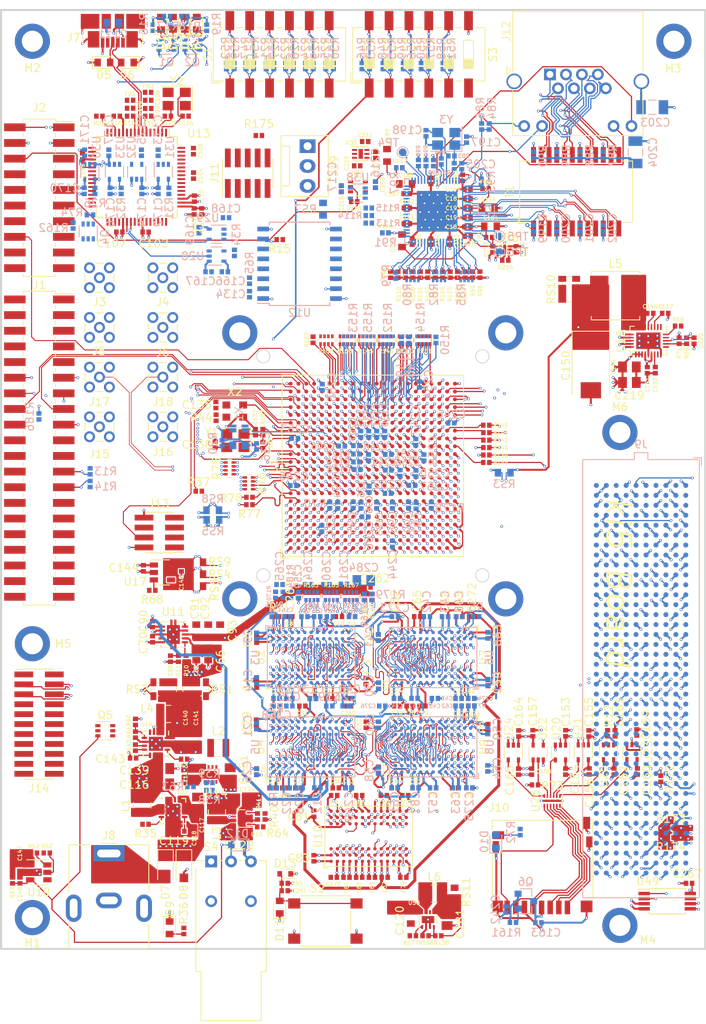
<source format=kicad_pcb>
(kicad_pcb (version 20171130) (host pcbnew 5.0.0-rc3-6a2723a~65~ubuntu16.04.1)
  (layers (0 F.Cu signal) (1 In1.Cu signal) (2 In2.Cu signal) (3 In3.Cu signal) (4 In4.Cu signal) (5 In5.Cu signal) (6 In6.Cu signal) (7 In7.Cu signal) (8 In8.Cu signal) (31 B.Cu signal) (34 B.Paste user) (35 F.Paste user) (36 B.SilkS user) (37 F.SilkS user) (38 B.Mask user) (39 F.Mask user) (44 Edge.Cuts user))
  (net 0 "")
  (net 1 +1V2)
  (net 2 VD)
  (net 3 VDD_DDR_VPP_N)
  (net 4 +3V3)
  (net 5 VAA)
  (net 6 VCCQ)
  (net 7 /FT2232/VPLL_FT)
  (net 8 VDDA)
  (net 9 /FT2232/VPHY_FT)
  (net 10 "Net-(C111-Pad2)")
  (net 11 "Net-(C114-Pad2)")
  (net 12 "Net-(C115-Pad2)")
  (net 13 +5V)
  (net 14 +12V)
  (net 15 "Net-(C119-Pad2)")
  (net 16 VDD_GIVDD_P)
  (net 17 VDD_DDRPLL_N)
  (net 18 AVDD_DDRPLL_N)
  (net 19 VDD_GIVDD_N)
  (net 20 VDD_GEMGXLPLL_N)
  (net 21 VDD_IO_N)
  (net 22 "Net-(C137-Pad2)")
  (net 23 "Net-(C138-Pad2)")
  (net 24 VMEM)
  (net 25 "Net-(C142-Pad2)")
  (net 26 "Net-(C142-Pad1)")
  (net 27 "Net-(C143-Pad1)")
  (net 28 AVDD_DDRPLL_P)
  (net 29 "Net-(C146-Pad1)")
  (net 30 "Net-(C146-Pad2)")
  (net 31 /Power.sch/PWR_ON)
  (net 32 VDD_DDRPLL_P)
  (net 33 "Net-(C152-Pad2)")
  (net 34 +3.3VA)
  (net 35 +1V0)
  (net 36 "Net-(C181-Pad1)")
  (net 37 +2V5)
  (net 38 "Net-(C193-Pad1)")
  (net 39 "Net-(C197-Pad2)")
  (net 40 "Net-(C198-Pad2)")
  (net 41 /Ethernet/P0_D2_N)
  (net 42 "Net-(C200-Pad2)")
  (net 43 "Net-(C201-Pad2)")
  (net 44 "Net-(C202-Pad2)")
  (net 45 "Net-(C204-Pad2)")
  (net 46 "Net-(C205-Pad1)")
  (net 47 VDD_OTP_N)
  (net 48 VDD_COREPLL_N)
  (net 49 "Net-(C211-Pad2)")
  (net 50 "Net-(C220-Pad2)")
  (net 51 RESET_N)
  (net 52 VDD)
  (net 53 "Net-(C265-Pad2)")
  (net 54 DDR_CLK_P)
  (net 55 DDR_CLK_N)
  (net 56 +3.3VP)
  (net 57 VDD_DDR_VPP_P)
  (net 58 "Net-(D1-Pad2)")
  (net 59 "Net-(D1-Pad1)")
  (net 60 "Net-(D2-Pad2)")
  (net 61 "Net-(D2-Pad1)")
  (net 62 "Net-(D3-Pad1)")
  (net 63 "Net-(D3-Pad2)")
  (net 64 "Net-(D4-Pad1)")
  (net 65 "Net-(D4-Pad2)")
  (net 66 /FT2232/USB_D_P)
  (net 67 /FT2232/USB_D_N)
  (net 68 "Net-(D7-Pad2)")
  (net 69 "Net-(D9-Pad2)")
  (net 70 /Freedom-U540_2/SD_CD)
  (net 71 "Net-(IC1-Pad1)")
  (net 72 /Ethernet/P0_D2_P)
  (net 73 /Ethernet/P0_D1_N)
  (net 74 /Ethernet/P0_D1_P)
  (net 75 /Ethernet/P0_D0_N)
  (net 76 /Ethernet/P0_D0_P)
  (net 77 "Net-(IC1-Pad15)")
  (net 78 "Net-(IC1-Pad16)")
  (net 79 /Ethernet/COL)
  (net 80 /Ethernet/CRS)
  (net 81 /Ethernet/RXD7)
  (net 82 /Ethernet/RXD6)
  (net 83 /Ethernet/RXD5)
  (net 84 /Ethernet/RXD4)
  (net 85 /Ethernet/RXD3)
  (net 86 /Ethernet/RXD2)
  (net 87 /Ethernet/RXD1)
  (net 88 /Ethernet/RXD0)
  (net 89 /Ethernet/RX_DV)
  (net 90 /Ethernet/RX_ER)
  (net 91 /Ethernet/RX_CLK)
  (net 92 GEMGXL_TX_EN)
  (net 93 GEMGXL_TX_ER)
  (net 94 /Ethernet/TX_CLK)
  (net 95 GEMGXL_GTX_CLK)
  (net 96 GEMGXL_TXD0)
  (net 97 GEMGXL_TXD1)
  (net 98 GEMGXL_TXD2)
  (net 99 GEMGXL_TXD3)
  (net 100 GEMGXL_TXD4)
  (net 101 GEMGXL_TXD5)
  (net 102 GEMGXL_TXD6)
  (net 103 GEMGXL_TXD7)
  (net 104 GEMGXL_MDC)
  (net 105 GEMGXL_MDIO)
  (net 106 /Ethernet/GEMGXL_MDINT)
  (net 107 /Ethernet/FASTLINK_FAIL_2V5)
  (net 108 /Ethernet/GEMGXL_RST_2V5)
  (net 109 /Ethernet/CLKOUT)
  (net 110 "Net-(IC1-Pad55)")
  (net 111 "Net-(IC1-Pad56)")
  (net 112 /Ethernet/CLK_SQUELCH_IN)
  (net 113 /Ethernet/ELED1)
  (net 114 /Ethernet/ELED0)
  (net 115 "Net-(IC1-Pad61)")
  (net 116 "Net-(IC1-Pad62)")
  (net 117 "Net-(IC1-Pad64)")
  (net 118 "Net-(IC1-Pad65)")
  (net 119 "Net-(IC1-Pad66)")
  (net 120 PWR_BTN_N)
  (net 121 UART0_TX)
  (net 122 UART0_RX)
  (net 123 /Freedom-U540_2/QSPI1_SCK_R)
  (net 124 /Freedom-U540_2/QSPI1_DQ1_R)
  (net 125 /Freedom-U540_2/UART1_TX)
  (net 126 /Freedom-U540_2/QSPI1_CS0_R)
  (net 127 /Freedom-U540_2/UART1_RX)
  (net 128 /Freedom-U540_2/QSPI1_DQ0_R)
  (net 129 /Freedom-U540_2/I2C0_SCL)
  (net 130 /Freedom-U540_2/I2C0_SDA)
  (net 131 "Net-(J1-Pad19)")
  (net 132 "Net-(J1-Pad20)")
  (net 133 "Net-(J1-Pad21)")
  (net 134 "Net-(J1-Pad22)")
  (net 135 /Freedom-U540_2/GPIO0)
  (net 136 /Freedom-U540_2/GPIO1)
  (net 137 /Freedom-U540_2/GPIO2)
  (net 138 /Freedom-U540_2/GPIO3)
  (net 139 /Freedom-U540_2/GPIO4)
  (net 140 /Freedom-U540_2/GPIO5)
  (net 141 /Freedom-U540_2/GPIO6)
  (net 142 /Freedom-U540_2/GPIO7)
  (net 143 /Freedom-U540_2/GPIO8)
  (net 144 /Freedom-U540_2/GPIO9)
  (net 145 /Freedom-U540_2/GPIO15)
  (net 146 /Freedom-U540_2/PWM0_0)
  (net 147 /Freedom-U540_2/PWM0_2)
  (net 148 /Freedom-U540_2/PWM0_1)
  (net 149 /Freedom-U540_2/PWM0_3)
  (net 150 GEMGXL_RST)
  (net 151 /Freedom-U540_2/QSPI1_DQ2_R)
  (net 152 FASTLINK_FAIL)
  (net 153 /Freedom-U540_2/QSPI1_DQ3_R)
  (net 154 /Freedom-U540_2/EN_VDD_SD)
  (net 155 /Freedom-U540_2/QSPI1_CS1_R)
  (net 156 /Freedom-U540_2/QSPI1_CS2_R)
  (net 157 /Freedom-U540_2/QSPI1_CS3_R)
  (net 158 /Freedom-U540_2/PWM1_0)
  (net 159 /Freedom-U540_2/PWM1_1)
  (net 160 /Freedom-U540_2/PWM1_2)
  (net 161 /Freedom-U540_2/PWM1_3)
  (net 162 /Freedom-U540_2/IO_PRCI_RSVD2)
  (net 163 /Freedom-U540_2/IO_PRCI_RSVD13)
  (net 164 /Freedom-U540_2/IO_PRCI_RSVD14)
  (net 165 /Freedom-U540_2/IO_PRCI_RSVD15)
  (net 166 "Net-(J7-Pad4)")
  (net 167 "Net-(J9-PadK40)")
  (net 168 "Net-(J9-PadK38)")
  (net 169 "Net-(J9-PadK37)")
  (net 170 "Net-(J9-PadK35)")
  (net 171 "Net-(J9-PadK34)")
  (net 172 "Net-(J9-PadK32)")
  (net 173 "Net-(J9-PadK31)")
  (net 174 "Net-(J9-PadK29)")
  (net 175 "Net-(J9-PadK28)")
  (net 176 "Net-(J9-PadK26)")
  (net 177 "Net-(J9-PadK25)")
  (net 178 "Net-(J9-PadK23)")
  (net 179 "Net-(J9-PadK22)")
  (net 180 "Net-(J9-PadK20)")
  (net 181 "Net-(J9-PadK19)")
  (net 182 "Net-(J9-PadK17)")
  (net 183 "Net-(J9-PadK16)")
  (net 184 "Net-(J9-PadK14)")
  (net 185 "Net-(J9-PadK13)")
  (net 186 "Net-(J9-PadK11)")
  (net 187 "Net-(J9-PadK10)")
  (net 188 "Net-(J9-PadK8)")
  (net 189 "Net-(J9-PadK7)")
  (net 190 "Net-(J9-PadK5)")
  (net 191 "Net-(J9-PadK4)")
  (net 192 "Net-(J9-PadK1)")
  (net 193 "Net-(J9-PadJ39)")
  (net 194 "Net-(J9-PadJ37)")
  (net 195 "Net-(J9-PadJ36)")
  (net 196 "Net-(J9-PadJ34)")
  (net 197 "Net-(J9-PadJ33)")
  (net 198 "Net-(J9-PadJ31)")
  (net 199 "Net-(J9-PadJ30)")
  (net 200 "Net-(J9-PadJ28)")
  (net 201 "Net-(J9-PadJ27)")
  (net 202 "Net-(J9-PadJ25)")
  (net 203 "Net-(J9-PadJ24)")
  (net 204 "Net-(J9-PadJ22)")
  (net 205 "Net-(J9-PadJ21)")
  (net 206 "Net-(J9-PadJ19)")
  (net 207 "Net-(J9-PadJ18)")
  (net 208 "Net-(J9-PadJ16)")
  (net 209 "Net-(J9-PadJ15)")
  (net 210 "Net-(J9-PadJ13)")
  (net 211 "Net-(J9-PadJ12)")
  (net 212 "Net-(J9-PadJ10)")
  (net 213 "Net-(J9-PadJ9)")
  (net 214 "Net-(J9-PadJ7)")
  (net 215 "Net-(J9-PadJ6)")
  (net 216 "Net-(J9-PadJ3)")
  (net 217 "Net-(J9-PadJ2)")
  (net 218 "Net-(J9-PadF40)")
  (net 219 "Net-(J9-PadF38)")
  (net 220 "Net-(J9-PadF37)")
  (net 221 "Net-(J9-PadF35)")
  (net 222 "Net-(J9-PadF34)")
  (net 223 "Net-(J9-PadF32)")
  (net 224 "Net-(J9-PadF31)")
  (net 225 "Net-(J9-PadF29)")
  (net 226 "Net-(J9-PadF28)")
  (net 227 "Net-(J9-PadF26)")
  (net 228 "Net-(J9-PadF25)")
  (net 229 "Net-(J9-PadF23)")
  (net 230 "Net-(J9-PadF22)")
  (net 231 "Net-(J9-PadF20)")
  (net 232 "Net-(J9-PadF19)")
  (net 233 "Net-(J9-PadF17)")
  (net 234 "Net-(J9-PadF16)")
  (net 235 "Net-(J9-PadF14)")
  (net 236 "Net-(J9-PadF13)")
  (net 237 "Net-(J9-PadF11)")
  (net 238 "Net-(J9-PadF10)")
  (net 239 "Net-(J9-PadF8)")
  (net 240 "Net-(J9-PadF7)")
  (net 241 "Net-(J9-PadF5)")
  (net 242 "Net-(J9-PadF4)")
  (net 243 PG_1V8)
  (net 244 "Net-(J9-PadE39)")
  (net 245 "Net-(J9-PadE37)")
  (net 246 "Net-(J9-PadE36)")
  (net 247 "Net-(J9-PadE34)")
  (net 248 "Net-(J9-PadE33)")
  (net 249 "Net-(J9-PadE31)")
  (net 250 "Net-(J9-PadE30)")
  (net 251 "Net-(J9-PadE28)")
  (net 252 "Net-(J9-PadE27)")
  (net 253 "Net-(J9-PadE25)")
  (net 254 "Net-(J9-PadE24)")
  (net 255 "Net-(J9-PadE22)")
  (net 256 "Net-(J9-PadE21)")
  (net 257 "Net-(J9-PadE19)")
  (net 258 "Net-(J9-PadE18)")
  (net 259 "Net-(J9-PadE16)")
  (net 260 "Net-(J9-PadE15)")
  (net 261 "Net-(J9-PadE13)")
  (net 262 "Net-(J9-PadE12)")
  (net 263 "Net-(J9-PadE10)")
  (net 264 "Net-(J9-PadE9)")
  (net 265 "Net-(J9-PadE7)")
  (net 266 "Net-(J9-PadE6)")
  (net 267 "Net-(J9-PadE3)")
  (net 268 "Net-(J9-PadE2)")
  (net 269 "Net-(J9-PadA39)")
  (net 270 "Net-(J9-PadA38)")
  (net 271 "Net-(J9-PadA35)")
  (net 272 "Net-(J9-PadA34)")
  (net 273 "Net-(J9-PadA31)")
  (net 274 "Net-(J9-PadA30)")
  (net 275 "Net-(J9-PadA27)")
  (net 276 "Net-(J9-PadA26)")
  (net 277 "Net-(J9-PadA23)")
  (net 278 "Net-(J9-PadA22)")
  (net 279 "Net-(J9-PadA19)")
  (net 280 "Net-(J9-PadA18)")
  (net 281 "Net-(J9-PadA15)")
  (net 282 "Net-(J9-PadA14)")
  (net 283 "Net-(J9-PadA11)")
  (net 284 "Net-(J9-PadA10)")
  (net 285 "Net-(J9-PadA7)")
  (net 286 "Net-(J9-PadA6)")
  (net 287 "Net-(J9-PadA3)")
  (net 288 "Net-(J9-PadA2)")
  (net 289 "Net-(J9-PadB40)")
  (net 290 "Net-(J9-PadB37)")
  (net 291 "Net-(J9-PadB36)")
  (net 292 "Net-(J9-PadB33)")
  (net 293 "Net-(J9-PadB32)")
  (net 294 "Net-(J9-PadB29)")
  (net 295 "Net-(J9-PadB28)")
  (net 296 "Net-(J9-PadB25)")
  (net 297 "Net-(J9-PadB24)")
  (net 298 "Net-(J9-PadB21)")
  (net 299 "Net-(J9-PadB20)")
  (net 300 "Net-(J9-PadB17)")
  (net 301 "Net-(J9-PadB16)")
  (net 302 "Net-(J9-PadB13)")
  (net 303 "Net-(J9-PadB12)")
  (net 304 "Net-(J9-PadB9)")
  (net 305 "Net-(J9-PadB8)")
  (net 306 "Net-(J9-PadB5)")
  (net 307 "Net-(J9-PadB4)")
  (net 308 "Net-(J9-PadB1)")
  (net 309 CHIPLINK_RX_CLK)
  (net 310 "Net-(J9-PadG3)")
  (net 311 CHIPLINK_TX_DAT0)
  (net 312 CHIPLINK_TX_DAT1)
  (net 313 CHIPLINK_TX_DAT6)
  (net 314 CHIPLINK_TX_DAT7)
  (net 315 CHIPLINK_TX_DAT16)
  (net 316 CHIPLINK_TX_DAT17)
  (net 317 CHIPLINK_TX_DAT24)
  (net 318 CHIPLINK_TX_DAT25)
  (net 319 CHIPLINK_TX_SEND)
  (net 320 CHIPLINK_TX_RST)
  (net 321 "Net-(J9-PadG39)")
  (net 322 CHIPLINK_RX_RST)
  (net 323 CHIPLINK_RX_SEND)
  (net 324 CHIPLINK_RX_DAT29)
  (net 325 CHIPLINK_RX_DAT28)
  (net 326 CHIPLINK_RX_DAT25)
  (net 327 CHIPLINK_RX_DAT24)
  (net 328 CHIPLINK_RX_DAT17)
  (net 329 CHIPLINK_RX_DAT16)
  (net 330 CHIPLINK_RX_DAT11)
  (net 331 CHIPLINK_RX_DAT10)
  (net 332 CHIPLINK_RX_DAT7)
  (net 333 CHIPLINK_RX_DAT6)
  (net 334 CHIPLINK_RX_DAT4)
  (net 335 CHIPLINK_RX_DAT5)
  (net 336 CHIPLINK_RX_DAT8)
  (net 337 CHIPLINK_RX_DAT9)
  (net 338 CHIPLINK_RX_DAT14)
  (net 339 CHIPLINK_RX_DAT15)
  (net 340 CHIPLINK_RX_DAT22)
  (net 341 CHIPLINK_RX_DAT23)
  (net 342 CHIPLINK_RX_DAT26)
  (net 343 CHIPLINK_RX_DAT27)
  (net 344 CHIPLINK_RX_DAT30)
  (net 345 CHIPLINK_RX_DAT31)
  (net 346 "Net-(J9-PadH40)")
  (net 347 CHIPLINK_TX_DAT31)
  (net 348 CHIPLINK_TX_DAT30)
  (net 349 CHIPLINK_TX_DAT23)
  (net 350 CHIPLINK_TX_DAT22)
  (net 351 CHIPLINK_TX_DAT15)
  (net 352 CHIPLINK_TX_DAT14)
  (net 353 CHIPLINK_TX_DAT9)
  (net 354 CHIPLINK_TX_DAT8)
  (net 355 CHIPLINK_TX_DAT5)
  (net 356 CHIPLINK_TX_DAT4)
  (net 357 "Net-(J9-PadH5)")
  (net 358 CHIPLINK_TX_CLK)
  (net 359 "Net-(J9-PadD1)")
  (net 360 "Net-(J9-PadD4)")
  (net 361 "Net-(J9-PadD5)")
  (net 362 CHIPLINK_TX_DAT2)
  (net 363 CHIPLINK_TX_DAT3)
  (net 364 CHIPLINK_TX_DAT10)
  (net 365 CHIPLINK_TX_DAT11)
  (net 366 CHIPLINK_TX_DAT18)
  (net 367 CHIPLINK_TX_DAT19)
  (net 368 CHIPLINK_TX_DAT26)
  (net 369 CHIPLINK_TX_DAT27)
  (net 370 CHIPLINK_RX_DAT0)
  (net 371 "Net-(J9-PadD40)")
  (net 372 "Net-(J9-PadD38)")
  (net 373 "Net-(J9-PadD36)")
  (net 374 /FMC.sch/FMC_GA1)
  (net 375 "Net-(J9-PadD34)")
  (net 376 "Net-(J9-PadD33)")
  (net 377 "Net-(J9-PadD31)")
  (net 378 "Net-(J9-PadD30)")
  (net 379 "Net-(J9-PadD29)")
  (net 380 CHIPLINK_RX_DAT19)
  (net 381 CHIPLINK_RX_DAT18)
  (net 382 CHIPLINK_RX_DAT13)
  (net 383 CHIPLINK_RX_DAT12)
  (net 384 CHIPLINK_RX_DAT1)
  (net 385 CHIPLINK_RX_DAT2)
  (net 386 CHIPLINK_RX_DAT3)
  (net 387 CHIPLINK_RX_DAT20)
  (net 388 CHIPLINK_RX_DAT21)
  (net 389 /FMC.sch/FMC_SCL)
  (net 390 /FMC.sch/FMC_SDA)
  (net 391 /FMC.sch/FMC_GA0)
  (net 392 "Net-(J9-PadC35)")
  (net 393 "Net-(J9-PadC39)")
  (net 394 CHIPLINK_TX_DAT29)
  (net 395 CHIPLINK_TX_DAT28)
  (net 396 CHIPLINK_TX_DAT21)
  (net 397 CHIPLINK_TX_DAT20)
  (net 398 CHIPLINK_TX_DAT13)
  (net 399 CHIPLINK_TX_DAT12)
  (net 400 "Net-(J9-PadC7)")
  (net 401 "Net-(J9-PadC6)")
  (net 402 "Net-(J9-PadC3)")
  (net 403 "Net-(J9-PadC2)")
  (net 404 /Freedom-U540_2/QSPI2_HOLD_CON)
  (net 405 /Freedom-U540_2/QSPI2_MISO_CON)
  (net 406 /Freedom-U540_2/QSPI2_SCK_CON)
  (net 407 /Freedom-U540_2/QSPI2_MOSI_CON)
  (net 408 /Freedom-U540_2/QSPI2_CS_CON)
  (net 409 /Freedom-U540_2/QSPI2_WP_CON)
  (net 410 JTAG_TCK)
  (net 411 JTAG_TDO)
  (net 412 JTAG_TMS)
  (net 413 "Net-(J11-Pad7)")
  (net 414 "Net-(J11-Pad8)")
  (net 415 JTAG_TDI)
  (net 416 /Ethernet/MX4_N)
  (net 417 /Ethernet/MX2_N)
  (net 418 /Ethernet/MX3_P)
  (net 419 /Ethernet/MX1_N)
  (net 420 /Ethernet/MX3_N)
  (net 421 /Ethernet/MX2_P)
  (net 422 /Ethernet/MX1_P)
  (net 423 "Net-(J12-Pad9)")
  (net 424 "Net-(J12-Pad11)")
  (net 425 /Freedom-U540_2/IO_PRCI_RSVD3)
  (net 426 /Freedom-U540_2/IO_PRCI_RSVD4)
  (net 427 /Freedom-U540_2/IO_PRCI_RSVD5)
  (net 428 /Freedom-U540_2/IO_PRCI_RSVD6)
  (net 429 /Freedom-U540_2/IO_PRCI_RSVD7)
  (net 430 /Freedom-U540_2/IO_PRCI_RSVD8)
  (net 431 /Freedom-U540_2/IO_PRCI_RSVD9)
  (net 432 VDD_SOC_CORE_P)
  (net 433 VDD_SOC_CORE_N)
  (net 434 VDD_DDR_SOC_P)
  (net 435 VDD_DDR_SOC_N)
  (net 436 VDD_DDR_MEM_P)
  (net 437 VDD_DDR_MEM_N)
  (net 438 /Freedom-U540_1/IO_DDR_RSVD0)
  (net 439 /Freedom-U540_1/IO_DDR_RSVD1)
  (net 440 /Freedom-U540_1/IO_DDR_RSVD2)
  (net 441 /Freedom-U540_1/IO_DDR_RSVD3)
  (net 442 "Net-(J19-Pad1)")
  (net 443 "Net-(L1-Pad1)")
  (net 444 "Net-(L2-Pad1)")
  (net 445 "Net-(L3-Pad1)")
  (net 446 "Net-(L4-Pad1)")
  (net 447 "Net-(L6-Pad1)")
  (net 448 "Net-(Q4-Pad3)")
  (net 449 /FT2232/FT_JTAG_SRST)
  (net 450 "Net-(R1-Pad2)")
  (net 451 "Net-(R2-Pad2)")
  (net 452 "Net-(R3-Pad2)")
  (net 453 "Net-(R4-Pad2)")
  (net 454 "Net-(R5-Pad2)")
  (net 455 "Net-(R6-Pad2)")
  (net 456 "Net-(R7-Pad2)")
  (net 457 "Net-(R8-Pad2)")
  (net 458 "Net-(R9-Pad2)")
  (net 459 /Freedom-U540_2/QSPI2_CS_R)
  (net 460 /Freedom-U540_2/QSPI0_CS)
  (net 461 "Net-(R20-Pad2)")
  (net 462 /Freedom-U540_2/MSEL0)
  (net 463 /Freedom-U540_2/MSEL1)
  (net 464 /Freedom-U540_2/MSEL2)
  (net 465 /Freedom-U540_2/MSEL3)
  (net 466 "Net-(R26-Pad2)")
  (net 467 "Net-(R31-Pad2)")
  (net 468 "Net-(R32-Pad2)")
  (net 469 "Net-(R33-Pad2)")
  (net 470 "Net-(R34-Pad2)")
  (net 471 "Net-(R35-Pad1)")
  (net 472 PORESET_N)
  (net 473 "Net-(R38-Pad1)")
  (net 474 "Net-(R40-Pad1)")
  (net 475 /Power.sch/PWR_EN1)
  (net 476 /Power.sch/EN_DDR)
  (net 477 "Net-(R44-Pad1)")
  (net 478 /Freedom-U540_2/IO_PRCI_RSVD0)
  (net 479 /Freedom-U540_2/RTCXSEL)
  (net 480 /Freedom-U540_2/IO_PRCI_RSVD1)
  (net 481 /Freedom-U540_2/IO_PRCI_RSVD10)
  (net 482 /Freedom-U540_2/IO_PRCI_RSVD12)
  (net 483 /Freedom-U540_2/IO_PRCI_RSVD11)
  (net 484 /Freedom-U540_2/HFXSEL)
  (net 485 "Net-(R60-Pad1)")
  (net 486 /Power.sch/PWR_EN2)
  (net 487 /Power.sch/EN_3V3)
  (net 488 /Power.sch/EN_1V8)
  (net 489 "Net-(R65-Pad2)")
  (net 490 /Power.sch/EN_CORE)
  (net 491 /Power.sch/EN_PLL)
  (net 492 "Net-(R69-Pad1)")
  (net 493 "Net-(R70-Pad2)")
  (net 494 /Freedom-U540_2/QSPI2_MISO_3V3)
  (net 495 /Freedom-U540_1/GEMGXL_TXD3_R)
  (net 496 /Freedom-U540_1/GEMGXL_TXD2_R)
  (net 497 /Freedom-U540_1/GEMGXL_TXD0_R)
  (net 498 /Freedom-U540_1/GEMGXL_TXD1_R)
  (net 499 /Freedom-U540_1/GEMGXL_TXD7_R)
  (net 500 /Freedom-U540_1/GEMGXL_TXD6_R)
  (net 501 /Freedom-U540_1/GEMGXL_TXD4_R)
  (net 502 /Freedom-U540_1/GEMGXL_TXD5_R)
  (net 503 /Freedom-U540_1/GEMGXL_TX_EN_R)
  (net 504 /Freedom-U540_1/GEMGXL_TX_ER_R)
  (net 505 GEMGXL_RX_CLK)
  (net 506 GEMGXL_RX_DV)
  (net 507 GEMGXL_RX_ER)
  (net 508 GEMGXL_RXD0)
  (net 509 GEMGXL_RXD1)
  (net 510 GEMGXL_RXD5)
  (net 511 GEMGXL_RXD4)
  (net 512 GEMGXL_RXD2)
  (net 513 GEMGXL_RXD3)
  (net 514 GEMGXL_RXD7)
  (net 515 GEMGXL_RXD6)
  (net 516 GEMGXL_RX_CRS)
  (net 517 GEMGXL_RX_COL)
  (net 518 "Net-(R87-Pad2)")
  (net 519 "Net-(R89-Pad2)")
  (net 520 "Net-(R90-Pad2)")
  (net 521 GEMGXL_TX_CLK)
  (net 522 "Net-(R117-Pad1)")
  (net 523 "Net-(R138-Pad1)")
  (net 524 /Freedom-U540_2/QSPI2_SCK_R)
  (net 525 /Freedom-U540_2/QSPI2_SCK)
  (net 526 /Freedom-U540_2/QSPI2_HOLD)
  (net 527 /Freedom-U540_2/QSPI2_HOLD_R)
  (net 528 /Freedom-U540_2/QSPI2_MOSI)
  (net 529 /Freedom-U540_2/QSPI2_MOSI_R)
  (net 530 /Freedom-U540_2/QSPI2_MISO_R)
  (net 531 /Freedom-U540_2/QSPI2_MISO)
  (net 532 /Freedom-U540_2/QSPI2_WP)
  (net 533 /Freedom-U540_2/QSPI2_WP_R)
  (net 534 /Freedom-U540_2/QSPI2_CS)
  (net 535 /Freedom-U540_1/CHIPLINK_TX_DAT18_R)
  (net 536 /Freedom-U540_1/CHIPLINK_TX_DAT24_R)
  (net 537 /Freedom-U540_1/CHIPLINK_TX_DAT29_R)
  (net 538 /Freedom-U540_1/CHIPLINK_TX_DAT26_R)
  (net 539 /Freedom-U540_1/CHIPLINK_TX_DAT22_R)
  (net 540 /Freedom-U540_1/CHIPLINK_TX_DAT14_R)
  (net 541 /Freedom-U540_1/CHIPLINK_TX_DAT25_R)
  (net 542 /Freedom-U540_1/CHIPLINK_TX_DAT16_R)
  (net 543 /Freedom-U540_1/CHIPLINK_TX_DAT13_R)
  (net 544 /Freedom-U540_1/CHIPLINK_TX_DAT8_R)
  (net 545 /Freedom-U540_1/CHIPLINK_TX_DAT10_R)
  (net 546 /Freedom-U540_1/CHIPLINK_TX_DAT17_R)
  (net 547 /Freedom-U540_1/CHIPLINK_TX_CLK_R)
  (net 548 /Freedom-U540_1/CHIPLINK_TX_SEND_R)
  (net 549 /Freedom-U540_1/CHIPLINK_TX_RST_R)
  (net 550 /Freedom-U540_1/CHIPLINK_TX_DAT7_R)
  (net 551 /Freedom-U540_1/CHIPLINK_TX_DAT5_R)
  (net 552 /Freedom-U540_1/CHIPLINK_TX_DAT11_R)
  (net 553 /Freedom-U540_1/CHIPLINK_TX_DAT9_R)
  (net 554 /Freedom-U540_1/CHIPLINK_TX_DAT21_R)
  (net 555 /Freedom-U540_1/CHIPLINK_TX_DAT6_R)
  (net 556 /Freedom-U540_1/CHIPLINK_TX_DAT2_R)
  (net 557 /Freedom-U540_1/CHIPLINK_TX_DAT12_R)
  (net 558 /Freedom-U540_1/CHIPLINK_TX_DAT31_R)
  (net 559 /Freedom-U540_1/CHIPLINK_TX_DAT30_R)
  (net 560 /Freedom-U540_1/CHIPLINK_TX_DAT27_R)
  (net 561 /Freedom-U540_1/CHIPLINK_TX_DAT28_R)
  (net 562 /Freedom-U540_1/CHIPLINK_TX_DAT0_R)
  (net 563 /Freedom-U540_1/CHIPLINK_TX_DAT1_R)
  (net 564 /Freedom-U540_1/CHIPLINK_TX_DAT3_R)
  (net 565 /Freedom-U540_1/CHIPLINK_TX_DAT4_R)
  (net 566 /Freedom-U540_1/CHIPLINK_TX_DAT19_R)
  (net 567 /Freedom-U540_1/CHIPLINK_TX_DAT23_R)
  (net 568 /Freedom-U540_1/CHIPLINK_TX_DAT20_R)
  (net 569 /Freedom-U540_1/CHIPLINK_TX_DAT15_R)
  (net 570 /Freedom-U540_2/QSPI1_DQ1)
  (net 571 /Freedom-U540_2/QSPI1_DQ3)
  (net 572 /Freedom-U540_2/QSPI1_CS3)
  (net 573 /Freedom-U540_2/QSPI1_CS0)
  (net 574 /Freedom-U540_2/QSPI1_CS2)
  (net 575 /Freedom-U540_2/QSPI1_SCK)
  (net 576 /Freedom-U540_2/QSPI1_DQ0)
  (net 577 /Freedom-U540_2/QSPI1_CS1)
  (net 578 /Freedom-U540_2/QSPI1_DQ2)
  (net 579 DDR_ODT)
  (net 580 DDR_CKE)
  (net 581 DDR_CKE1)
  (net 582 DDR_WE_N)
  (net 583 DDR_CS0_N)
  (net 584 DDR_CAS_N)
  (net 585 DDR_CS1_N)
  (net 586 DDR_RAS_N)
  (net 587 DDR_BA0)
  (net 588 DDR_BG0)
  (net 589 DDR_A10)
  (net 590 DDR_ACT_N)
  (net 591 DDR_BA1)
  (net 592 DDR_BG1)
  (net 593 DDR_A3)
  (net 594 DDR_A12)
  (net 595 DDR_A4)
  (net 596 DDR_A0)
  (net 597 DDR_A6)
  (net 598 DDR_A8)
  (net 599 DDR_A1)
  (net 600 DDR_A9)
  (net 601 DDR_A5)
  (net 602 DDR_A7)
  (net 603 DDR_A13)
  (net 604 /Power.sch/EN_DDR_VPP)
  (net 605 DDR_ALERT_N)
  (net 606 DDR_PARITY_IN)
  (net 607 DDR_A11)
  (net 608 DDR_A2)
  (net 609 "Net-(R183-Pad2)")
  (net 610 DDR_ODT1)
  (net 611 /Freedom-U540_2/GPIO10)
  (net 612 "Net-(S3-Pad6)")
  (net 613 "Net-(S4-Pad1)")
  (net 614 /Freedom-U540_2/RTCXALTCLKIN)
  (net 615 /Freedom-U540_2/HFXCLKIN)
  (net 616 /Freedom-U540_2/QSPI0_DQ3)
  (net 617 /Freedom-U540_2/QSPI0_SCK)
  (net 618 /Freedom-U540_2/QSPI0_DQ0)
  (net 619 /Freedom-U540_2/QSPI0_DQ1)
  (net 620 /Freedom-U540_2/QSPI0_DQ2)
  (net 621 "Net-(U2-PadN7)")
  (net 622 "Net-(U2-PadA3)")
  (net 623 "Net-(U3-PadN7)")
  (net 624 "Net-(U3-PadA3)")
  (net 625 "Net-(U4-PadA3)")
  (net 626 "Net-(U4-PadN7)")
  (net 627 "Net-(U5-PadN7)")
  (net 628 "Net-(U5-PadA3)")
  (net 629 "Net-(U6-PadA3)")
  (net 630 "Net-(U6-PadN7)")
  (net 631 "Net-(U7-PadA3)")
  (net 632 "Net-(U7-PadN7)")
  (net 633 "Net-(U8-PadN7)")
  (net 634 "Net-(U8-PadA3)")
  (net 635 "Net-(U9-PadA3)")
  (net 636 "Net-(U9-PadN7)")
  (net 637 "Net-(U10-PadA3)")
  (net 638 "Net-(U10-PadN7)")
  (net 639 "Net-(U12-Pad4)")
  (net 640 "Net-(U12-Pad5)")
  (net 641 "Net-(U12-Pad6)")
  (net 642 "Net-(U12-Pad11)")
  (net 643 "Net-(U12-Pad12)")
  (net 644 "Net-(U12-Pad13)")
  (net 645 "Net-(U12-Pad14)")
  (net 646 /FT2232/FT_JTAG_TCK)
  (net 647 /FT2232/FT_JTAG_TDI)
  (net 648 /FT2232/FT_JTAG_TDO)
  (net 649 /FT2232/FT_JTAG_TMS)
  (net 650 "Net-(U13-Pad21)")
  (net 651 "Net-(U13-Pad23)")
  (net 652 "Net-(U13-Pad24)")
  (net 653 "Net-(U13-Pad26)")
  (net 654 "Net-(U13-Pad27)")
  (net 655 "Net-(U13-Pad28)")
  (net 656 "Net-(U13-Pad29)")
  (net 657 "Net-(U13-Pad30)")
  (net 658 "Net-(U13-Pad32)")
  (net 659 "Net-(U13-Pad33)")
  (net 660 "Net-(U13-Pad34)")
  (net 661 "Net-(U13-Pad36)")
  (net 662 /FT2232/FT_UART_TX)
  (net 663 /FT2232/FT_UART_RX)
  (net 664 "Net-(U13-Pad40)")
  (net 665 "Net-(U13-Pad41)")
  (net 666 "Net-(U13-Pad43)")
  (net 667 "Net-(U13-Pad44)")
  (net 668 "Net-(U13-Pad45)")
  (net 669 "Net-(U13-Pad46)")
  (net 670 "Net-(U13-Pad48)")
  (net 671 "Net-(U13-Pad52)")
  (net 672 "Net-(U13-Pad53)")
  (net 673 "Net-(U13-Pad54)")
  (net 674 "Net-(U13-Pad55)")
  (net 675 "Net-(U13-Pad57)")
  (net 676 "Net-(U13-Pad58)")
  (net 677 "Net-(U13-Pad59)")
  (net 678 "Net-(U13-Pad60)")
  (net 679 "Net-(U13-Pad61)")
  (net 680 "Net-(U13-Pad62)")
  (net 681 "Net-(U13-Pad63)")
  (net 682 "Net-(U14-Pad6)")
  (net 683 "Net-(U16-Pad4)")
  (net 684 "Net-(U17-Pad4)")
  (net 685 "Net-(U18-Pad1)")
  (net 686 "Net-(U18-Pad2)")
  (net 687 "Net-(U18-Pad4)")
  (net 688 "Net-(U18-Pad24)")
  (net 689 "Net-(U18-Pad27)")
  (net 690 /Freedom-U540_2/QSPI2_SCK_3V3)
  (net 691 /Freedom-U540_2/QSPI2_MOSI_3V3)
  (net 692 /Freedom-U540_2/QSPI2_WP_3V3)
  (net 693 /Freedom-U540_2/QSPI2_HOLD_3V3)
  (net 694 /Freedom-U540_2/QSPI2_CS_3V3)
  (net 695 "Net-(U35-Pad5)")
  (net 696 "Net-(U36-Pad2)")
  (net 697 "Net-(U49-Pad7)")
  (net 698 "Net-(U50-Pad6)")
  (net 699 /DDR4_x8_32b_1/REFIN)
  (net 700 "Net-(R23-Pad2)")
  (net 701 "Net-(U11-Pad9)")
  (net 702 "Net-(C199-Pad2)")
  (net 703 /Ethernet/P0_D3_P)
  (net 704 /Ethernet/P0_D3_N)
  (net 705 /Ethernet/MX4_P)
  (net 706 "Net-(R88-Pad2)")
  (net 707 AGND)
  (net 708 DDR_DQ0)
  (net 709 DDR_DQS0_P)
  (net 710 DDR_RESET_N)
  (net 711 DDR_DQ5)
  (net 712 DDR_DQ3)
  (net 713 DDR_DQ2)
  (net 714 DDR_DQ7)
  (net 715 DDR_DQ1)
  (net 716 DDR_DQ4)
  (net 717 DDR_DQ6)
  (net 718 DDR_DQS0_N)
  (net 719 DDR_DM0)
  (net 720 DDR_DQ13)
  (net 721 DDR_DQS1_P)
  (net 722 DDR_DQ9)
  (net 723 DDR_DQ12)
  (net 724 DDR_DQ10)
  (net 725 DDR_DQ11)
  (net 726 DDR_DQ15)
  (net 727 DDR_DQ14)
  (net 728 DDR_DQ8)
  (net 729 DDR_DQS1_N)
  (net 730 DDR_DM1)
  (net 731 DDR_DQ19)
  (net 732 DDR_DQS2_P)
  (net 733 DDR_DQ17)
  (net 734 DDR_DQ22)
  (net 735 DDR_DQ20)
  (net 736 DDR_DQ18)
  (net 737 DDR_DQ23)
  (net 738 DDR_DQ21)
  (net 739 DDR_DQ16)
  (net 740 DDR_DQS2_N)
  (net 741 DDR_DM2)
  (net 742 DDR_DQ25)
  (net 743 DDR_DQS3_P)
  (net 744 DDR_DQ30)
  (net 745 DDR_DQ29)
  (net 746 DDR_DQ28)
  (net 747 DDR_DQ31)
  (net 748 DDR_DQ27)
  (net 749 DDR_DQ24)
  (net 750 DDR_DQ26)
  (net 751 DDR_DQS3_N)
  (net 752 DDR_DM3)
  (net 753 DDR_DQ39)
  (net 754 DDR_DQS4_P)
  (net 755 DDR_DQ34)
  (net 756 DDR_DQ35)
  (net 757 DDR_DQ33)
  (net 758 DDR_DQ37)
  (net 759 DDR_DQ38)
  (net 760 DDR_DQ32)
  (net 761 DDR_DQ36)
  (net 762 DDR_DQS4_N)
  (net 763 DDR_DM4)
  (net 764 DDR_DQ41)
  (net 765 DDR_DQS5_P)
  (net 766 DDR_DQ44)
  (net 767 DDR_DQ42)
  (net 768 DDR_DQ46)
  (net 769 DDR_DQ47)
  (net 770 DDR_DQ43)
  (net 771 DDR_DQ40)
  (net 772 DDR_DQ45)
  (net 773 DDR_DQS5_N)
  (net 774 DDR_DM5)
  (net 775 DDR_DQ53)
  (net 776 DDR_DQS6_P)
  (net 777 DDR_DQ49)
  (net 778 DDR_DQ48)
  (net 779 DDR_DQ54)
  (net 780 DDR_DQ51)
  (net 781 DDR_DQ50)
  (net 782 DDR_DQ52)
  (net 783 DDR_DQ55)
  (net 784 DDR_DQS6_N)
  (net 785 DDR_DM6)
  (net 786 DDR_DQ58)
  (net 787 DDR_DQS7_P)
  (net 788 DDR_DQ61)
  (net 789 DDR_DQ56)
  (net 790 DDR_DQ60)
  (net 791 DDR_DQ59)
  (net 792 DDR_DQ63)
  (net 793 DDR_DQ57)
  (net 794 DDR_DQ62)
  (net 795 DDR_DQS7_N)
  (net 796 DDR_DM7)
  (net 797 DDR_ECC_DQ4)
  (net 798 DDR_ECC_DQS_P)
  (net 799 DDR_ECC_DQ1)
  (net 800 DDR_ECC_DQ6)
  (net 801 DDR_ECC_DQ3)
  (net 802 DDR_ECC_DQ7)
  (net 803 DDR_ECC_DQ0)
  (net 804 DDR_ECC_DQ5)
  (net 805 DDR_ECC_DQ2)
  (net 806 DDR_ECC_DQS_N)
  (net 807 DDR_ECC_DM)
  (net 808 "Net-(J1-Pad8)")
  (net 809 "Net-(J1-Pad24)")
  (net 810 "Net-(J1-Pad26)")
  (net 811 "Net-(J1-Pad31)")
  (net 812 "Net-(J1-Pad37)")
  (net 813 "Net-(J2-Pad14)")
  (module Connector_PinSocket_2.00mm:PinSocket_2x10_P2.00mm_Vertical_SMD (layer F.Cu) (at 33.782 52.59)
    (fp_text reference J2 (at 0 -11.5) (layer F.SilkS))
    (fp_text value Conn_02x10_Odd_Even)
    (pad 1 smd rect (at 3.125 -9) (size 2.75 1) (layers F.Cu F.Paste F.Mask) (net 147 /Freedom-U540_2/PWM0_2))
    (pad 2 smd rect (at -3.125 -9) (size 2.75 1) (layers F.Cu F.Paste F.Mask) (net 146 /Freedom-U540_2/PWM0_0))
    (pad 3 smd rect (at 3.125 -7) (size 2.75 1) (layers F.Cu F.Paste F.Mask) (net 149 /Freedom-U540_2/PWM0_3))
    (pad 4 smd rect (at -3.125 -7) (size 2.75 1) (layers F.Cu F.Paste F.Mask) (net 148 /Freedom-U540_2/PWM0_1))
    (pad 5 smd rect (at 3.125 -5) (size 2.75 1) (layers F.Cu F.Paste F.Mask) (net 151 /Freedom-U540_2/QSPI1_DQ2_R))
    (pad 6 smd rect (at -3.125 -5) (size 2.75 1) (layers F.Cu F.Paste F.Mask) (net 150 GEMGXL_RST))
    (pad 7 smd rect (at 3.125 -3) (size 2.75 1) (layers F.Cu F.Paste F.Mask) (net 153 /Freedom-U540_2/QSPI1_DQ3_R))
    (pad 8 smd rect (at -3.125 -3) (size 2.75 1) (layers F.Cu F.Paste F.Mask) (net 152 FASTLINK_FAIL))
    (pad 9 smd rect (at 3.125 -1) (size 2.75 1) (layers F.Cu F.Paste F.Mask) (net 155 /Freedom-U540_2/QSPI1_CS1_R))
    (pad 10 smd rect (at -3.125 -1) (size 2.75 1) (layers F.Cu F.Paste F.Mask) (net 154 /Freedom-U540_2/EN_VDD_SD))
    (pad 11 smd rect (at 3.125 1) (size 2.75 1) (layers F.Cu F.Paste F.Mask) (net 156 /Freedom-U540_2/QSPI1_CS2_R))
    (pad 12 smd rect (at -3.125 1) (size 2.75 1) (layers F.Cu F.Paste F.Mask) (net 70 /Freedom-U540_2/SD_CD))
    (pad 13 smd rect (at 3.125 3) (size 2.75 1) (layers F.Cu F.Paste F.Mask) (net 157 /Freedom-U540_2/QSPI1_CS3_R))
    (pad 14 smd rect (at -3.125 3) (size 2.75 1) (layers F.Cu F.Paste F.Mask) (net 813 "Net-(J2-Pad14)"))
    (pad 15 smd rect (at 3.125 5) (size 2.75 1) (layers F.Cu F.Paste F.Mask) (net 707 AGND))
    (pad 16 smd rect (at -3.125 5) (size 2.75 1) (layers F.Cu F.Paste F.Mask) (net 158 /Freedom-U540_2/PWM1_0))
    (pad 17 smd rect (at 3.125 7) (size 2.75 1) (layers F.Cu F.Paste F.Mask) (net 160 /Freedom-U540_2/PWM1_2))
    (pad 18 smd rect (at -3.125 7) (size 2.75 1) (layers F.Cu F.Paste F.Mask) (net 159 /Freedom-U540_2/PWM1_1))
    (pad 19 smd rect (at 3.125 9) (size 2.75 1) (layers F.Cu F.Paste F.Mask) (net 161 /Freedom-U540_2/PWM1_3))
    (pad 20 smd rect (at -3.125 9) (size 2.75 1) (layers F.Cu F.Paste F.Mask) (net 707 AGND))
  )
  (module Resistor_SMD:R_Shunt_Vishay_WSKW0612 (layer F.Cu) (at 101.5162 64.2874 90)
    (fp_text reference RS10 (at 0 -2.3 90) (layer F.SilkS))
    (fp_text value 0R001)
    (pad 2 smd rect (at 1.334 -0.885 90) (size 0.762 1.01) (layers F.Cu F.Paste F.Mask) (net 433 VDD_SOC_CORE_N))
    (pad 3 smd rect (at 1.334 0.885 90) (size 0.762 1.01) (layers F.Cu F.Paste F.Mask) (net 432 VDD_SOC_CORE_P))
    (pad 4 smd rect (at -0.5715 0.885 90) (size 2.287 1.01) (layers F.Cu F.Paste F.Mask) (net 32 VDD_DDRPLL_P))
    (pad 1 smd rect (at -0.572 -0.885 90) (size 2.287 1.01) (layers F.Cu F.Paste F.Mask) (net 52 VDD))
  )
  (module Package_SON:WSON-8-1EP_2x2mm_P0.5mm_EP0.9x1.6mm (layer F.Cu) (at 59.5884 131.9276 180)
    (fp_text reference U15 (at -1.9812 -2.032) (layer F.SilkS) (effects (font (size 0.5 0.5) (thickness 0.1))))
    (fp_text value TLV62084DSGx)
    (pad 6 smd rect (at 0.95 0.25 180) (size 0.5 0.25) (layers F.Cu F.Paste F.Mask) (net 243 PG_1V8))
    (pad 5 smd rect (at 0.95 0.75 180) (size 0.5 0.25) (layers F.Cu F.Paste F.Mask) (net 16 VDD_GIVDD_P))
    (pad 4 smd rect (at -0.95 0.75 180) (size 0.5 0.25) (layers F.Cu F.Paste F.Mask) (net 474 "Net-(R40-Pad1)"))
    (pad 2 smd rect (at -0.95 -0.25 180) (size 0.5 0.25) (layers F.Cu F.Paste F.Mask) (net 707 AGND))
    (pad 1 smd rect (at -0.95 -0.75 180) (size 0.5 0.25) (layers F.Cu F.Paste F.Mask) (net 488 /Power.sch/EN_1V8))
    (pad 9 smd rect (at 0 0 180) (size 0.9 1.6) (layers F.Cu F.Mask) (net 707 AGND))
    (pad 8 smd rect (at 0.95 -0.75 180) (size 0.5 0.25) (layers F.Cu F.Paste F.Mask) (net 13 +5V))
    (pad 7 smd rect (at 0.95 -0.25 180) (size 0.5 0.25) (layers F.Cu F.Paste F.Mask) (net 445 "Net-(L3-Pad1)"))
    (pad 3 smd rect (at -0.95 0.25 180) (size 0.5 0.25) (layers F.Cu F.Paste F.Mask) (net 707 AGND))
  )
  (module Oscillator:Oscillator_SMD_EuroQuartz_XO32-4Pin_3.2x2.5mm (layer F.Cu) (at 58.768 79.8576)
    (fp_text reference X2 (at 0 -2.45) (layer F.SilkS))
    (fp_text value "1.0 MHz")
    (pad 4 smd rect (at -1.075 -0.775) (size 1 0.9) (layers F.Cu F.Paste F.Mask) (net 16 VDD_GIVDD_P))
    (pad 3 smd rect (at 1.075 -0.775) (size 1 0.9) (layers F.Cu F.Paste F.Mask) (net 614 /Freedom-U540_2/RTCXALTCLKIN))
    (pad 2 smd rect (at 1.075 0.775) (size 1 0.9) (layers F.Cu F.Paste F.Mask) (net 707 AGND))
    (pad 1 smd rect (at -1.075 0.775) (size 1 0.9) (layers F.Cu F.Paste F.Mask) (net 477 "Net-(R44-Pad1)"))
  )
  (module Connector_Card:microSD_HC_Hirose_DM3D-SF (layer F.Cu) (at 98.1126 137.94)
    (fp_text reference J10 (at -5.555 -7.384) (layer F.SilkS))
    (fp_text value Micro_SD_Card_Det)
    (pad 10 smd rect (at 5.575 -5.45) (size 1 1.55) (layers F.Cu F.Paste F.Mask) (net 707 AGND))
    (pad 11 smd rect (at 5.625 5.225) (size 1.5 1.5) (layers F.Cu F.Paste F.Mask) (net 707 AGND))
    (pad 1 smd rect (at 3.175 5.35) (size 0.7 1.75) (layers F.Cu F.Paste F.Mask) (net 409 /Freedom-U540_2/QSPI2_WP_CON))
    (pad 2 smd rect (at 2.075 5.35) (size 0.7 1.75) (layers F.Cu F.Paste F.Mask) (net 408 /Freedom-U540_2/QSPI2_CS_CON))
    (pad 3 smd rect (at 0.975 5.35) (size 0.7 1.75) (layers F.Cu F.Paste F.Mask) (net 407 /Freedom-U540_2/QSPI2_MOSI_CON))
    (pad 4 smd rect (at -0.125 5.35) (size 0.7 1.75) (layers F.Cu F.Paste F.Mask) (net 34 +3.3VA))
    (pad 5 smd rect (at -1.225 5.35) (size 0.7 1.75) (layers F.Cu F.Paste F.Mask) (net 406 /Freedom-U540_2/QSPI2_SCK_CON))
    (pad 6 smd rect (at -2.325 5.35) (size 0.7 1.75) (layers F.Cu F.Paste F.Mask) (net 707 AGND))
    (pad 7 smd rect (at -3.425 5.35) (size 0.7 1.75) (layers F.Cu F.Paste F.Mask) (net 405 /Freedom-U540_2/QSPI2_MISO_CON))
    (pad 11 smd rect (at 5.975 -3.025) (size 0.8 1.4) (layers F.Cu F.Paste F.Mask) (net 707 AGND))
    (pad 9 smd rect (at -5.65 -3.875) (size 1.45 1) (layers F.Cu F.Paste F.Mask) (net 70 /Freedom-U540_2/SD_CD))
    (pad 11 smd rect (at -5.975 -2.375) (size 0.8 1.5) (layers F.Cu F.Paste F.Mask) (net 707 AGND))
    (pad 11 smd rect (at -5.725 5.225) (size 1.3 1.5) (layers F.Cu F.Paste F.Mask) (net 707 AGND))
    (pad 8 smd rect (at -4.525 5.35) (size 0.7 1.75) (layers F.Cu F.Paste F.Mask) (net 404 /Freedom-U540_2/QSPI2_HOLD_CON))
  )
  (module Button_Switch_SMD:SW_SPST_PTS645 (layer F.Cu) (at 70.3504 145.034 180)
    (fp_text reference S2 (at 1.0084 4.1656 180) (layer F.SilkS))
    (fp_text value SW_Push)
    (pad 2 smd rect (at 3.98 2.25 180) (size 1.55 1.3) (layers F.Cu F.Paste F.Mask) (net 51 RESET_N))
    (pad 1 smd rect (at 3.98 -2.25 180) (size 1.55 1.3) (layers F.Cu F.Paste F.Mask) (net 707 AGND))
    (pad 1 smd rect (at -3.98 -2.25 180) (size 1.55 1.3) (layers F.Cu F.Paste F.Mask) (net 707 AGND))
    (pad 2 smd rect (at -3.98 2.25 180) (size 1.55 1.3) (layers F.Cu F.Paste F.Mask) (net 51 RESET_N))
  )
  (module Connector_RJ:RJ45_Amphenol_RJHSE538X (layer F.Cu) (at 99.06 36.83)
    (fp_text reference J12 (at -5.588 -5.5245 90) (layer F.SilkS))
    (fp_text value RJHSE5384)
    (pad 12 thru_hole circle (at 10.42 6.6) (size 1.5 1.5) (drill 0.89) (layers *.Cu *.Mask) (net 113 /Ethernet/ELED1))
    (pad 11 thru_hole circle (at 8.13 6.6) (size 1.5 1.5) (drill 0.89) (layers *.Cu *.Mask) (net 424 "Net-(J12-Pad11)"))
    (pad 10 thru_hole circle (at -1.01 6.6) (size 1.5 1.5) (drill 0.89) (layers *.Cu *.Mask) (net 114 /Ethernet/ELED0))
    (pad 9 thru_hole circle (at -3.3 6.6) (size 1.5 1.5) (drill 0.89) (layers *.Cu *.Mask) (net 423 "Net-(J12-Pad9)"))
    (pad SH thru_hole circle (at -4.57 0.89) (size 2 2) (drill 1.57) (layers *.Cu *.Mask) (net 707 AGND))
    (pad SH thru_hole circle (at 11.69 0.89) (size 2 2) (drill 1.57) (layers *.Cu *.Mask) (net 707 AGND))
    (pad "" np_thru_hole circle (at 9.91 -2.54) (size 3.25 3.25) (drill 3.25) (layers *.Cu *.Mask))
    (pad "" np_thru_hole circle (at -2.79 -2.54) (size 3.25 3.25) (drill 3.25) (layers *.Cu *.Mask))
    (pad 8 thru_hole circle (at 7.14 1.78) (size 1.5 1.5) (drill 0.89) (layers *.Cu *.Mask) (net 422 /Ethernet/MX1_P))
    (pad 6 thru_hole circle (at 5.1 1.78) (size 1.5 1.5) (drill 0.89) (layers *.Cu *.Mask) (net 421 /Ethernet/MX2_P))
    (pad 4 thru_hole circle (at 3.06 1.78) (size 1.5 1.5) (drill 0.89) (layers *.Cu *.Mask) (net 420 /Ethernet/MX3_N))
    (pad 2 thru_hole circle (at 1.02 1.78) (size 1.5 1.5) (drill 0.89) (layers *.Cu *.Mask) (net 705 /Ethernet/MX4_P))
    (pad 7 thru_hole circle (at 6.12 0) (size 1.5 1.5) (drill 0.89) (layers *.Cu *.Mask) (net 419 /Ethernet/MX1_N))
    (pad 5 thru_hole circle (at 4.08 0) (size 1.5 1.5) (drill 0.89) (layers *.Cu *.Mask) (net 418 /Ethernet/MX3_P))
    (pad 3 thru_hole circle (at 2.04 0) (size 1.5 1.5) (drill 0.89) (layers *.Cu *.Mask) (net 417 /Ethernet/MX2_N))
    (pad 1 thru_hole rect (at 0 0) (size 1.5 1.5) (drill 0.89) (layers *.Cu *.Mask) (net 416 /Ethernet/MX4_N))
  )
  (module Resistor_SMD:R_Shunt_Vishay_WSKW0612 (layer F.Cu) (at 53.7528 115.4042)
    (fp_text reference RS1 (at 3.3972 0.0134) (layer F.SilkS))
    (fp_text value 0R001)
    (pad 2 smd rect (at 1.334 -0.885) (size 0.762 1.01) (layers F.Cu F.Paste F.Mask) (net 437 VDD_DDR_MEM_N))
    (pad 3 smd rect (at 1.334 0.885) (size 0.762 1.01) (layers F.Cu F.Paste F.Mask) (net 436 VDD_DDR_MEM_P))
    (pad 4 smd rect (at -0.5715 0.885) (size 2.287 1.01) (layers F.Cu F.Paste F.Mask) (net 24 VMEM))
    (pad 1 smd rect (at -0.572 -0.885) (size 2.287 1.01) (layers F.Cu F.Paste F.Mask) (net 1 +1V2))
  )
  (module Resistor_SMD:R_Shunt_Vishay_WSKW0612 (layer F.Cu) (at 49.702 115.4042 180)
    (fp_text reference RS2 (at 3.4232 -0.0134 180) (layer F.SilkS))
    (fp_text value 0R001)
    (pad 2 smd rect (at 1.334 -0.885 180) (size 0.762 1.01) (layers F.Cu F.Paste F.Mask) (net 434 VDD_DDR_SOC_P))
    (pad 3 smd rect (at 1.334 0.885 180) (size 0.762 1.01) (layers F.Cu F.Paste F.Mask) (net 435 VDD_DDR_SOC_N))
    (pad 4 smd rect (at -0.5715 0.885 180) (size 2.287 1.01) (layers F.Cu F.Paste F.Mask) (net 6 VCCQ))
    (pad 1 smd rect (at -0.572 -0.885 180) (size 2.287 1.01) (layers F.Cu F.Paste F.Mask) (net 24 VMEM))
  )
  (module Package_SON:Texas_R-PWSON-N12_EP0.4x2mm (layer F.Cu) (at 99.3318 129.667 270)
    (fp_text reference U26 (at 0 2.1133 270) (layer F.SilkS))
    (fp_text value TPD6F003)
    (pad 13 smd roundrect (at 0 0.68 270) (size 0.3 0.55) (layers F.Cu F.Paste F.Mask) (net 707 AGND))
    (pad 13 smd roundrect (at 0 -0.68 270) (size 0.3 0.55) (layers F.Cu F.Paste F.Mask) (net 707 AGND))
    (pad 1 smd roundrect (at -0.625 -1) (size 0.2 0.5) (layers F.Cu F.Paste F.Mask) (net 692 /Freedom-U540_2/QSPI2_WP_3V3))
    (pad 2 smd roundrect (at -0.625 -0.6) (size 0.2 0.5) (layers F.Cu F.Paste F.Mask) (net 694 /Freedom-U540_2/QSPI2_CS_3V3))
    (pad 3 smd roundrect (at -0.625 -0.2) (size 0.2 0.5) (layers F.Cu F.Paste F.Mask) (net 691 /Freedom-U540_2/QSPI2_MOSI_3V3))
    (pad 4 smd roundrect (at -0.625 0.2) (size 0.2 0.5) (layers F.Cu F.Paste F.Mask) (net 690 /Freedom-U540_2/QSPI2_SCK_3V3))
    (pad 5 smd roundrect (at -0.625 0.6) (size 0.2 0.5) (layers F.Cu F.Paste F.Mask) (net 494 /Freedom-U540_2/QSPI2_MISO_3V3))
    (pad 6 smd roundrect (at -0.625 1) (size 0.2 0.5) (layers F.Cu F.Paste F.Mask) (net 693 /Freedom-U540_2/QSPI2_HOLD_3V3))
    (pad 7 smd roundrect (at 0.625 1) (size 0.2 0.5) (layers F.Cu F.Paste F.Mask) (net 404 /Freedom-U540_2/QSPI2_HOLD_CON))
    (pad 8 smd roundrect (at 0.625 0.6) (size 0.2 0.5) (layers F.Cu F.Paste F.Mask) (net 405 /Freedom-U540_2/QSPI2_MISO_CON))
    (pad 9 smd roundrect (at 0.625 0.2) (size 0.2 0.5) (layers F.Cu F.Paste F.Mask) (net 406 /Freedom-U540_2/QSPI2_SCK_CON))
    (pad 10 smd roundrect (at 0.625 -0.2) (size 0.2 0.5) (layers F.Cu F.Paste F.Mask) (net 407 /Freedom-U540_2/QSPI2_MOSI_CON))
    (pad 11 smd roundrect (at 0.625 -0.6) (size 0.2 0.5) (layers F.Cu F.Paste F.Mask) (net 408 /Freedom-U540_2/QSPI2_CS_CON))
    (pad 12 smd roundrect (at 0.625 -1) (size 0.2 0.5) (layers F.Cu F.Paste F.Mask) (net 409 /Freedom-U540_2/QSPI2_WP_CON))
    (pad 13 smd roundrect (at 0 0 270) (size 0.3 0.55) (layers F.Cu F.Paste F.Mask) (net 707 AGND))
  )
  (module Package_DFN_QFN:Texas_R-VFQFN-28-1EP_3.5x4.5mm_P0.4mm_EP2.1x3.1mm (layer F.Cu) (at 111.63495 70.866 270)
    (fp_text reference U18 (at 0.0635 3.49445 270) (layer F.SilkS))
    (fp_text value TPS51363)
    (pad 29 smd rect (at 0 0 270) (size 2.1 3.1) (layers F.Cu F.Paste F.Mask) (net 707 AGND))
    (pad 28 smd oval (at -0.8 -2.25 270) (size 0.2 0.8) (layers F.Cu F.Paste F.Mask) (net 490 /Power.sch/EN_CORE))
    (pad 27 smd oval (at -0.4 -2.25 270) (size 0.2 0.8) (layers F.Cu F.Paste F.Mask) (net 689 "Net-(U18-Pad27)"))
    (pad 26 smd oval (at 0 -2.25 270) (size 0.2 0.8) (layers F.Cu F.Paste F.Mask) (net 50 "Net-(C220-Pad2)"))
    (pad 25 smd oval (at 0.4 -2.25 270) (size 0.2 0.8) (layers F.Cu F.Paste F.Mask) (net 492 "Net-(R69-Pad1)"))
    (pad 24 smd oval (at 0.8 -2.25 270) (size 0.2 0.8) (layers F.Cu F.Paste F.Mask) (net 688 "Net-(U18-Pad24)"))
    (pad 23 smd oval (at 1.75 -1.6) (size 0.2 0.8) (layers F.Cu F.Paste F.Mask) (net 707 AGND))
    (pad 22 smd oval (at 1.75 -1.2) (size 0.2 0.8) (layers F.Cu F.Paste F.Mask) (net 52 VDD))
    (pad 21 smd oval (at 1.75 -0.8) (size 0.2 0.8) (layers F.Cu F.Paste F.Mask) (net 33 "Net-(C152-Pad2)"))
    (pad 20 smd oval (at 1.75 -0.4) (size 0.2 0.8) (layers F.Cu F.Paste F.Mask) (net 13 +5V))
    (pad 19 smd oval (at 1.75 0) (size 0.2 0.8) (layers F.Cu F.Paste F.Mask) (net 707 AGND))
    (pad 18 smd oval (at 1.75 0.4) (size 0.2 0.8) (layers F.Cu F.Paste F.Mask) (net 13 +5V))
    (pad 17 smd oval (at 1.75 0.8) (size 0.2 0.8) (layers F.Cu F.Paste F.Mask) (net 14 +12V))
    (pad 16 smd oval (at 1.75 1.2) (size 0.2 0.8) (layers F.Cu F.Paste F.Mask) (net 14 +12V))
    (pad 15 smd oval (at 1.75 1.6) (size 0.2 0.8) (layers F.Cu F.Paste F.Mask) (net 14 +12V))
    (pad 14 smd oval (at 0.8 2.25 270) (size 0.2 0.8) (layers F.Cu F.Paste F.Mask) (net 707 AGND))
    (pad 13 smd oval (at 0.4 2.25 270) (size 0.2 0.8) (layers F.Cu F.Paste F.Mask) (net 707 AGND))
    (pad 12 smd oval (at 0 2.25 270) (size 0.2 0.8) (layers F.Cu F.Paste F.Mask) (net 707 AGND))
    (pad 11 smd oval (at -0.4 2.25 270) (size 0.2 0.8) (layers F.Cu F.Paste F.Mask) (net 707 AGND))
    (pad 10 smd oval (at -0.8 2.25 270) (size 0.2 0.8) (layers F.Cu F.Paste F.Mask) (net 707 AGND))
    (pad 9 smd oval (at -1.75 1.6) (size 0.2 0.8) (layers F.Cu F.Paste F.Mask) (net 29 "Net-(C146-Pad1)"))
    (pad 8 smd oval (at -1.75 1.2) (size 0.2 0.8) (layers F.Cu F.Paste F.Mask) (net 29 "Net-(C146-Pad1)"))
    (pad 7 smd oval (at -1.75 0.8) (size 0.2 0.8) (layers F.Cu F.Paste F.Mask) (net 29 "Net-(C146-Pad1)"))
    (pad 6 smd oval (at -1.75 0.4) (size 0.2 0.8) (layers F.Cu F.Paste F.Mask) (net 29 "Net-(C146-Pad1)"))
    (pad 5 smd oval (at -1.75 0) (size 0.2 0.8) (layers F.Cu F.Paste F.Mask) (net 30 "Net-(C146-Pad2)"))
    (pad 4 smd oval (at -1.75 -0.4) (size 0.2 0.8) (layers F.Cu F.Paste F.Mask) (net 687 "Net-(U18-Pad4)"))
    (pad 3 smd oval (at -1.75 -0.8) (size 0.2 0.8) (layers F.Cu F.Paste F.Mask) (net 522 "Net-(R117-Pad1)"))
    (pad 2 smd oval (at -1.75 -1.2) (size 0.2 0.8) (layers F.Cu F.Paste F.Mask) (net 686 "Net-(U18-Pad2)"))
    (pad 1 smd oval (at -1.75 -1.6) (size 0.2 0.8) (layers F.Cu F.Paste F.Mask) (net 685 "Net-(U18-Pad1)"))
  )
  (module Inductor_SMD:L_Bourns_SRN6045TA (layer F.Cu) (at 107.4344 65.1002 180)
    (fp_text reference L5 (at 0 4.0767 180) (layer F.SilkS))
    (fp_text value 1.0uH)
    (pad 2 smd rect (at 2.075 0 180) (size 2.35 5.1) (layers F.Cu F.Paste F.Mask) (net 32 VDD_DDRPLL_P))
    (pad 1 smd rect (at -2.075 0 180) (size 2.35 5.1) (layers F.Cu F.Paste F.Mask) (net 29 "Net-(C146-Pad1)"))
  )
  (module Transformer_SMD:Transformer_Ethernet_HALO_TG111-MSC13 (layer F.Cu) (at 102.4052 51.816 90)
    (fp_text reference T1 (at 0 -8.5 90) (layer F.SilkS))
    (fp_text value TG111-MSC13LF)
    (pad 11 smd rect (at -4.699 4.4577) (size 0.64 2.03) (layers F.Cu F.Paste F.Mask) (net 703 /Ethernet/P0_D3_P))
    (pad 12 smd rect (at -4.699 5.4483) (size 0.64 2.03) (layers F.Cu F.Paste F.Mask) (net 704 /Ethernet/P0_D3_N))
    (pad 8 smd rect (at -4.699 1.4859) (size 0.64 2.03) (layers F.Cu F.Paste F.Mask) (net 72 /Ethernet/P0_D2_P))
    (pad 9 smd rect (at -4.699 2.4765) (size 0.64 2.03) (layers F.Cu F.Paste F.Mask) (net 41 /Ethernet/P0_D2_N))
    (pad 5 smd rect (at -4.699 -1.4859) (size 0.64 2.03) (layers F.Cu F.Paste F.Mask) (net 74 /Ethernet/P0_D1_P))
    (pad 6 smd rect (at -4.699 -0.4953) (size 0.64 2.03) (layers F.Cu F.Paste F.Mask) (net 73 /Ethernet/P0_D1_N))
    (pad 2 smd rect (at -4.699 -4.4577) (size 0.64 2.03) (layers F.Cu F.Paste F.Mask) (net 76 /Ethernet/P0_D0_P))
    (pad 3 smd rect (at -4.699 -3.4671) (size 0.64 2.03) (layers F.Cu F.Paste F.Mask) (net 75 /Ethernet/P0_D0_N))
    (pad 14 smd rect (at 4.699 4.4577) (size 0.64 2.03) (layers F.Cu F.Paste F.Mask) (net 705 /Ethernet/MX4_P))
    (pad 13 smd rect (at 4.699 5.4483) (size 0.64 2.03) (layers F.Cu F.Paste F.Mask) (net 416 /Ethernet/MX4_N))
    (pad 17 smd rect (at 4.699 1.4859) (size 0.64 2.03) (layers F.Cu F.Paste F.Mask) (net 418 /Ethernet/MX3_P))
    (pad 16 smd rect (at 4.699 2.4765) (size 0.64 2.03) (layers F.Cu F.Paste F.Mask) (net 420 /Ethernet/MX3_N))
    (pad 20 smd rect (at 4.699 -1.4859) (size 0.64 2.03) (layers F.Cu F.Paste F.Mask) (net 421 /Ethernet/MX2_P))
    (pad 19 smd rect (at 4.699 -0.4953) (size 0.64 2.03) (layers F.Cu F.Paste F.Mask) (net 417 /Ethernet/MX2_N))
    (pad 23 smd rect (at 4.699 -4.4577) (size 0.64 2.03) (layers F.Cu F.Paste F.Mask) (net 422 /Ethernet/MX1_P))
    (pad 22 smd rect (at 4.699 -3.4671) (size 0.64 2.03) (layers F.Cu F.Paste F.Mask) (net 419 /Ethernet/MX1_N))
    (pad 24 smd rect (at 4.699 -5.4483) (size 0.64 2.03) (layers F.Cu F.Paste F.Mask) (net 520 "Net-(R90-Pad2)"))
    (pad 21 smd rect (at 4.699 -2.4765) (size 0.64 2.03) (layers F.Cu F.Paste F.Mask) (net 519 "Net-(R89-Pad2)"))
    (pad 18 smd rect (at 4.699 0.4953) (size 0.64 2.03) (layers F.Cu F.Paste F.Mask) (net 706 "Net-(R88-Pad2)"))
    (pad 15 smd rect (at 4.699 3.4671) (size 0.64 2.03) (layers F.Cu F.Paste F.Mask) (net 518 "Net-(R87-Pad2)"))
    (pad 10 smd rect (at -4.699 3.4671) (size 0.64 2.03) (layers F.Cu F.Paste F.Mask) (net 44 "Net-(C202-Pad2)"))
    (pad 7 smd rect (at -4.699 0.4953) (size 0.64 2.03) (layers F.Cu F.Paste F.Mask) (net 43 "Net-(C201-Pad2)"))
    (pad 4 smd rect (at -4.699 -2.4765) (size 0.64 2.03) (layers F.Cu F.Paste F.Mask) (net 42 "Net-(C200-Pad2)"))
    (pad 1 smd rect (at -4.699 -5.4483) (size 0.64 2.03) (layers F.Cu F.Paste F.Mask) (net 702 "Net-(C199-Pad2)"))
  )
  (module Package_DFN_QFN:QFN-68-1EP_8x8mm_P0.4mm_EP5.2x5.2mm (layer B.Cu) (at 84.6364 54.3182 180)
    (fp_text reference IC1 (at -6.1432 0.013 180) (layer B.SilkS) (effects (font (size 1.2 1.2)) (justify mirror)))
    (fp_text value VSC8541XMV-01)
    (pad 69 smd rect (at 0 0 180) (size 5.2 5.2) (layers B.Cu B.Paste B.Mask) (net 707 AGND))
    (pad 68 smd rect (at -3.2 3.9 180) (size 0.2 0.8) (layers B.Cu B.Paste B.Mask) (net 36 "Net-(C181-Pad1)"))
    (pad 67 smd rect (at -2.8 3.9 180) (size 0.2 0.8) (layers B.Cu B.Paste B.Mask) (net 46 "Net-(C205-Pad1)"))
    (pad 66 smd rect (at -2.4 3.9 180) (size 0.2 0.8) (layers B.Cu B.Paste B.Mask) (net 119 "Net-(IC1-Pad66)"))
    (pad 65 smd rect (at -2 3.9 180) (size 0.2 0.8) (layers B.Cu B.Paste B.Mask) (net 118 "Net-(IC1-Pad65)"))
    (pad 64 smd rect (at -1.6 3.9 180) (size 0.2 0.8) (layers B.Cu B.Paste B.Mask) (net 117 "Net-(IC1-Pad64)"))
    (pad 63 smd rect (at -1.2 3.9 180) (size 0.2 0.8) (layers B.Cu B.Paste B.Mask) (net 40 "Net-(C198-Pad2)"))
    (pad 62 smd rect (at -0.8 3.9 180) (size 0.2 0.8) (layers B.Cu B.Paste B.Mask) (net 116 "Net-(IC1-Pad62)"))
    (pad 61 smd rect (at -0.4 3.9 180) (size 0.2 0.8) (layers B.Cu B.Paste B.Mask) (net 115 "Net-(IC1-Pad61)"))
    (pad 60 smd rect (at 0 3.9 180) (size 0.2 0.8) (layers B.Cu B.Paste B.Mask) (net 114 /Ethernet/ELED0))
    (pad 59 smd rect (at 0.4 3.9 180) (size 0.2 0.8) (layers B.Cu B.Paste B.Mask) (net 113 /Ethernet/ELED1))
    (pad 58 smd rect (at 0.8 3.9 180) (size 0.2 0.8) (layers B.Cu B.Paste B.Mask) (net 37 +2V5))
    (pad 57 smd rect (at 1.2 3.9 180) (size 0.2 0.8) (layers B.Cu B.Paste B.Mask) (net 112 /Ethernet/CLK_SQUELCH_IN))
    (pad 56 smd rect (at 1.6 3.9 180) (size 0.2 0.8) (layers B.Cu B.Paste B.Mask) (net 111 "Net-(IC1-Pad56)"))
    (pad 55 smd rect (at 2 3.9 180) (size 0.2 0.8) (layers B.Cu B.Paste B.Mask) (net 110 "Net-(IC1-Pad55)"))
    (pad 54 smd rect (at 2.4 3.9 180) (size 0.2 0.8) (layers B.Cu B.Paste B.Mask) (net 109 /Ethernet/CLKOUT))
    (pad 53 smd rect (at 2.8 3.9 180) (size 0.2 0.8) (layers B.Cu B.Paste B.Mask) (net 108 /Ethernet/GEMGXL_RST_2V5))
    (pad 52 smd rect (at 3.2 3.9 180) (size 0.2 0.8) (layers B.Cu B.Paste B.Mask) (net 107 /Ethernet/FASTLINK_FAIL_2V5))
    (pad 51 smd rect (at 3.9 3.2 90) (size 0.2 0.8) (layers B.Cu B.Paste B.Mask) (net 106 /Ethernet/GEMGXL_MDINT))
    (pad 50 smd rect (at 3.9 2.8 90) (size 0.2 0.8) (layers B.Cu B.Paste B.Mask) (net 105 GEMGXL_MDIO))
    (pad 49 smd rect (at 3.9 2.4 90) (size 0.2 0.8) (layers B.Cu B.Paste B.Mask) (net 16 VDD_GIVDD_P))
    (pad 48 smd rect (at 3.9 2 90) (size 0.2 0.8) (layers B.Cu B.Paste B.Mask) (net 104 GEMGXL_MDC))
    (pad 47 smd rect (at 3.9 1.6 90) (size 0.2 0.8) (layers B.Cu B.Paste B.Mask) (net 103 GEMGXL_TXD7))
    (pad 46 smd rect (at 3.9 1.2 90) (size 0.2 0.8) (layers B.Cu B.Paste B.Mask) (net 102 GEMGXL_TXD6))
    (pad 45 smd rect (at 3.9 0.8 90) (size 0.2 0.8) (layers B.Cu B.Paste B.Mask) (net 101 GEMGXL_TXD5))
    (pad 44 smd rect (at 3.9 0.4 90) (size 0.2 0.8) (layers B.Cu B.Paste B.Mask) (net 16 VDD_GIVDD_P))
    (pad 43 smd rect (at 3.9 0 90) (size 0.2 0.8) (layers B.Cu B.Paste B.Mask) (net 100 GEMGXL_TXD4))
    (pad 42 smd rect (at 3.9 -0.4 90) (size 0.2 0.8) (layers B.Cu B.Paste B.Mask) (net 99 GEMGXL_TXD3))
    (pad 41 smd rect (at 3.9 -0.8 90) (size 0.2 0.8) (layers B.Cu B.Paste B.Mask) (net 98 GEMGXL_TXD2))
    (pad 40 smd rect (at 3.9 -1.2 90) (size 0.2 0.8) (layers B.Cu B.Paste B.Mask) (net 97 GEMGXL_TXD1))
    (pad 39 smd rect (at 3.9 -1.6 90) (size 0.2 0.8) (layers B.Cu B.Paste B.Mask) (net 16 VDD_GIVDD_P))
    (pad 38 smd rect (at 3.9 -2 90) (size 0.2 0.8) (layers B.Cu B.Paste B.Mask) (net 96 GEMGXL_TXD0))
    (pad 37 smd rect (at 3.9 -2.4 90) (size 0.2 0.8) (layers B.Cu B.Paste B.Mask) (net 95 GEMGXL_GTX_CLK))
    (pad 36 smd rect (at 3.9 -2.8 90) (size 0.2 0.8) (layers B.Cu B.Paste B.Mask) (net 94 /Ethernet/TX_CLK))
    (pad 35 smd rect (at 3.9 -3.2 90) (size 0.2 0.8) (layers B.Cu B.Paste B.Mask) (net 93 GEMGXL_TX_ER))
    (pad 34 smd rect (at 3.2 -3.9 180) (size 0.2 0.8) (layers B.Cu B.Paste B.Mask) (net 35 +1V0))
    (pad 33 smd rect (at 2.8 -3.9 180) (size 0.2 0.8) (layers B.Cu B.Paste B.Mask) (net 92 GEMGXL_TX_EN))
    (pad 32 smd rect (at 2.4 -3.9 180) (size 0.2 0.8) (layers B.Cu B.Paste B.Mask) (net 91 /Ethernet/RX_CLK))
    (pad 31 smd rect (at 2 -3.9 180) (size 0.2 0.8) (layers B.Cu B.Paste B.Mask) (net 90 /Ethernet/RX_ER))
    (pad 30 smd rect (at 1.6 -3.9 180) (size 0.2 0.8) (layers B.Cu B.Paste B.Mask) (net 89 /Ethernet/RX_DV))
    (pad 29 smd rect (at 1.2 -3.9 180) (size 0.2 0.8) (layers B.Cu B.Paste B.Mask) (net 88 /Ethernet/RXD0))
    (pad 28 smd rect (at 0.8 -3.9 180) (size 0.2 0.8) (layers B.Cu B.Paste B.Mask) (net 16 VDD_GIVDD_P))
    (pad 27 smd rect (at 0.4 -3.9 180) (size 0.2 0.8) (layers B.Cu B.Paste B.Mask) (net 87 /Ethernet/RXD1))
    (pad 26 smd rect (at 0 -3.9 180) (size 0.2 0.8) (layers B.Cu B.Paste B.Mask) (net 86 /Ethernet/RXD2))
    (pad 25 smd rect (at -0.4 -3.9 180) (size 0.2 0.8) (layers B.Cu B.Paste B.Mask) (net 85 /Ethernet/RXD3))
    (pad 24 smd rect (at -0.8 -3.9 180) (size 0.2 0.8) (layers B.Cu B.Paste B.Mask) (net 84 /Ethernet/RXD4))
    (pad 23 smd rect (at -1.2 -3.9 180) (size 0.2 0.8) (layers B.Cu B.Paste B.Mask) (net 83 /Ethernet/RXD5))
    (pad 22 smd rect (at -1.6 -3.9 180) (size 0.2 0.8) (layers B.Cu B.Paste B.Mask) (net 16 VDD_GIVDD_P))
    (pad 21 smd rect (at -2 -3.9 180) (size 0.2 0.8) (layers B.Cu B.Paste B.Mask) (net 82 /Ethernet/RXD6))
    (pad 20 smd rect (at -2.4 -3.9 180) (size 0.2 0.8) (layers B.Cu B.Paste B.Mask) (net 81 /Ethernet/RXD7))
    (pad 19 smd rect (at -2.8 -3.9 180) (size 0.2 0.8) (layers B.Cu B.Paste B.Mask) (net 80 /Ethernet/CRS))
    (pad 18 smd rect (at -3.2 -3.9 180) (size 0.2 0.8) (layers B.Cu B.Paste B.Mask) (net 79 /Ethernet/COL))
    (pad 17 smd rect (at -3.9 -3.2 90) (size 0.2 0.8) (layers B.Cu B.Paste B.Mask) (net 35 +1V0))
    (pad 16 smd rect (at -3.9 -2.8 90) (size 0.2 0.8) (layers B.Cu B.Paste B.Mask) (net 78 "Net-(IC1-Pad16)"))
    (pad 15 smd rect (at -3.9 -2.4 90) (size 0.2 0.8) (layers B.Cu B.Paste B.Mask) (net 77 "Net-(IC1-Pad15)"))
    (pad 14 smd rect (at -3.9 -2 90) (size 0.2 0.8) (layers B.Cu B.Paste B.Mask) (net 36 "Net-(C181-Pad1)"))
    (pad 13 smd rect (at -3.9 -1.6 90) (size 0.2 0.8) (layers B.Cu B.Paste B.Mask) (net 76 /Ethernet/P0_D0_P))
    (pad 12 smd rect (at -3.9 -1.2 90) (size 0.2 0.8) (layers B.Cu B.Paste B.Mask) (net 75 /Ethernet/P0_D0_N))
    (pad 11 smd rect (at -3.9 -0.8 90) (size 0.2 0.8) (layers B.Cu B.Paste B.Mask) (net 38 "Net-(C193-Pad1)"))
    (pad 10 smd rect (at -3.9 -0.4 90) (size 0.2 0.8) (layers B.Cu B.Paste B.Mask) (net 74 /Ethernet/P0_D1_P))
    (pad 9 smd rect (at -3.9 0 90) (size 0.2 0.8) (layers B.Cu B.Paste B.Mask) (net 73 /Ethernet/P0_D1_N))
    (pad 8 smd rect (at -3.9 0.4 90) (size 0.2 0.8) (layers B.Cu B.Paste B.Mask) (net 38 "Net-(C193-Pad1)"))
    (pad 7 smd rect (at -3.9 0.8 90) (size 0.2 0.8) (layers B.Cu B.Paste B.Mask) (net 72 /Ethernet/P0_D2_P))
    (pad 6 smd rect (at -3.9 1.2 90) (size 0.2 0.8) (layers B.Cu B.Paste B.Mask) (net 41 /Ethernet/P0_D2_N))
    (pad 5 smd rect (at -3.9 1.6 90) (size 0.2 0.8) (layers B.Cu B.Paste B.Mask) (net 36 "Net-(C181-Pad1)"))
    (pad 4 smd rect (at -3.9 2 90) (size 0.2 0.8) (layers B.Cu B.Paste B.Mask) (net 703 /Ethernet/P0_D3_P))
    (pad 3 smd rect (at -3.9 2.4 90) (size 0.2 0.8) (layers B.Cu B.Paste B.Mask) (net 704 /Ethernet/P0_D3_N))
    (pad 2 smd rect (at -3.9 2.8 90) (size 0.2 0.8) (layers B.Cu B.Paste B.Mask) (net 38 "Net-(C193-Pad1)"))
    (pad 1 smd rect (at -3.9 3.2 90) (size 0.2 0.8) (layers B.Cu B.Paste B.Mask) (net 71 "Net-(IC1-Pad1)"))
  )
  (module Connector_Samtec:Samtec_FMC_ASP-134602-01_10x40_P1.27mm_Vertical (layer B.Cu) (at 110.7026 114.125 180)
    (fp_text reference J9 (at 0 30.02 180) (layer B.SilkS) (effects (justify mirror)))
    (fp_text value ASP-134602-01)
    (pad "" np_thru_hole circle (at 3.05 -27.19 90) (size 1.27 1.27) (drill 1.27) (layers *.Cu *.Paste *.Mask))
    (pad "" np_thru_hole circle (at 0 27.19 90) (size 1.27 1.27) (drill 1.27) (layers *.Cu *.Paste *.Mask))
    (pad K40 smd circle (at 5.715 -24.765 90) (size 0.64 0.64) (layers B.Cu B.Paste B.Mask) (net 167 "Net-(J9-PadK40)"))
    (pad K39 smd circle (at 5.715 -23.495 90) (size 0.64 0.64) (layers B.Cu B.Paste B.Mask) (net 707 AGND))
    (pad K38 smd circle (at 5.715 -22.225 90) (size 0.64 0.64) (layers B.Cu B.Paste B.Mask) (net 168 "Net-(J9-PadK38)"))
    (pad K37 smd circle (at 5.715 -20.955 90) (size 0.64 0.64) (layers B.Cu B.Paste B.Mask) (net 169 "Net-(J9-PadK37)"))
    (pad K36 smd circle (at 5.715 -19.685 90) (size 0.64 0.64) (layers B.Cu B.Paste B.Mask) (net 707 AGND))
    (pad K35 smd circle (at 5.715 -18.415 90) (size 0.64 0.64) (layers B.Cu B.Paste B.Mask) (net 170 "Net-(J9-PadK35)"))
    (pad K34 smd circle (at 5.715 -17.145 90) (size 0.64 0.64) (layers B.Cu B.Paste B.Mask) (net 171 "Net-(J9-PadK34)"))
    (pad K33 smd circle (at 5.715 -15.875 90) (size 0.64 0.64) (layers B.Cu B.Paste B.Mask) (net 707 AGND))
    (pad K32 smd circle (at 5.715 -14.605 90) (size 0.64 0.64) (layers B.Cu B.Paste B.Mask) (net 172 "Net-(J9-PadK32)"))
    (pad K31 smd circle (at 5.715 -13.335 90) (size 0.64 0.64) (layers B.Cu B.Paste B.Mask) (net 173 "Net-(J9-PadK31)"))
    (pad K30 smd circle (at 5.715 -12.065 90) (size 0.64 0.64) (layers B.Cu B.Paste B.Mask) (net 707 AGND))
    (pad K29 smd circle (at 5.715 -10.795 90) (size 0.64 0.64) (layers B.Cu B.Paste B.Mask) (net 174 "Net-(J9-PadK29)"))
    (pad K28 smd circle (at 5.715 -9.525 90) (size 0.64 0.64) (layers B.Cu B.Paste B.Mask) (net 175 "Net-(J9-PadK28)"))
    (pad K27 smd circle (at 5.715 -8.255 90) (size 0.64 0.64) (layers B.Cu B.Paste B.Mask) (net 707 AGND))
    (pad K26 smd circle (at 5.715 -6.985 90) (size 0.64 0.64) (layers B.Cu B.Paste B.Mask) (net 176 "Net-(J9-PadK26)"))
    (pad K25 smd circle (at 5.715 -5.715 90) (size 0.64 0.64) (layers B.Cu B.Paste B.Mask) (net 177 "Net-(J9-PadK25)"))
    (pad K24 smd circle (at 5.715 -4.445 90) (size 0.64 0.64) (layers B.Cu B.Paste B.Mask) (net 707 AGND))
    (pad K23 smd circle (at 5.715 -3.175 90) (size 0.64 0.64) (layers B.Cu B.Paste B.Mask) (net 178 "Net-(J9-PadK23)"))
    (pad K22 smd circle (at 5.715 -1.905 90) (size 0.64 0.64) (layers B.Cu B.Paste B.Mask) (net 179 "Net-(J9-PadK22)"))
    (pad K21 smd circle (at 5.715 -0.64 90) (size 0.64 0.64) (layers B.Cu B.Paste B.Mask) (net 707 AGND))
    (pad K20 smd circle (at 5.715 0.64 90) (size 0.64 0.64) (layers B.Cu B.Paste B.Mask) (net 180 "Net-(J9-PadK20)"))
    (pad K19 smd circle (at 5.715 1.905 90) (size 0.64 0.64) (layers B.Cu B.Paste B.Mask) (net 181 "Net-(J9-PadK19)"))
    (pad K18 smd circle (at 5.715 3.175 90) (size 0.64 0.64) (layers B.Cu B.Paste B.Mask) (net 707 AGND))
    (pad K17 smd circle (at 5.715 4.445 90) (size 0.64 0.64) (layers B.Cu B.Paste B.Mask) (net 182 "Net-(J9-PadK17)"))
    (pad K16 smd circle (at 5.715 5.715 90) (size 0.64 0.64) (layers B.Cu B.Paste B.Mask) (net 183 "Net-(J9-PadK16)"))
    (pad K15 smd circle (at 5.715 6.985 90) (size 0.64 0.64) (layers B.Cu B.Paste B.Mask) (net 707 AGND))
    (pad K14 smd circle (at 5.715 8.255 90) (size 0.64 0.64) (layers B.Cu B.Paste B.Mask) (net 184 "Net-(J9-PadK14)"))
    (pad K13 smd circle (at 5.715 9.525 90) (size 0.64 0.64) (layers B.Cu B.Paste B.Mask) (net 185 "Net-(J9-PadK13)"))
    (pad K12 smd circle (at 5.715 10.795 90) (size 0.64 0.64) (layers B.Cu B.Paste B.Mask) (net 707 AGND))
    (pad K11 smd circle (at 5.715 12.065 90) (size 0.64 0.64) (layers B.Cu B.Paste B.Mask) (net 186 "Net-(J9-PadK11)"))
    (pad K10 smd circle (at 5.715 13.335 90) (size 0.64 0.64) (layers B.Cu B.Paste B.Mask) (net 187 "Net-(J9-PadK10)"))
    (pad K9 smd circle (at 5.715 14.605 90) (size 0.64 0.64) (layers B.Cu B.Paste B.Mask) (net 707 AGND))
    (pad K8 smd circle (at 5.715 15.875 90) (size 0.64 0.64) (layers B.Cu B.Paste B.Mask) (net 188 "Net-(J9-PadK8)"))
    (pad K7 smd circle (at 5.715 17.145 90) (size 0.64 0.64) (layers B.Cu B.Paste B.Mask) (net 189 "Net-(J9-PadK7)"))
    (pad K6 smd circle (at 5.715 18.415 90) (size 0.64 0.64) (layers B.Cu B.Paste B.Mask) (net 707 AGND))
    (pad K5 smd circle (at 5.715 19.685 90) (size 0.64 0.64) (layers B.Cu B.Paste B.Mask) (net 190 "Net-(J9-PadK5)"))
    (pad K4 smd circle (at 5.715 20.955 90) (size 0.64 0.64) (layers B.Cu B.Paste B.Mask) (net 191 "Net-(J9-PadK4)"))
    (pad K3 smd circle (at 5.715 22.225 90) (size 0.64 0.64) (layers B.Cu B.Paste B.Mask) (net 707 AGND))
    (pad K2 smd circle (at 5.715 23.495 90) (size 0.64 0.64) (layers B.Cu B.Paste B.Mask) (net 707 AGND))
    (pad K1 smd circle (at 5.715 24.765 90) (size 0.64 0.64) (layers B.Cu B.Paste B.Mask) (net 192 "Net-(J9-PadK1)"))
    (pad J40 smd circle (at 4.445 -24.765 90) (size 0.64 0.64) (layers B.Cu B.Paste B.Mask) (net 707 AGND))
    (pad J39 smd circle (at 4.445 -23.495 90) (size 0.64 0.64) (layers B.Cu B.Paste B.Mask) (net 193 "Net-(J9-PadJ39)"))
    (pad J38 smd circle (at 4.445 -22.225 90) (size 0.64 0.64) (layers B.Cu B.Paste B.Mask) (net 707 AGND))
    (pad J37 smd circle (at 4.445 -20.955 90) (size 0.64 0.64) (layers B.Cu B.Paste B.Mask) (net 194 "Net-(J9-PadJ37)"))
    (pad J36 smd circle (at 4.445 -19.685 90) (size 0.64 0.64) (layers B.Cu B.Paste B.Mask) (net 195 "Net-(J9-PadJ36)"))
    (pad J35 smd circle (at 4.445 -18.415 90) (size 0.64 0.64) (layers B.Cu B.Paste B.Mask) (net 707 AGND))
    (pad J34 smd circle (at 4.445 -17.145 90) (size 0.64 0.64) (layers B.Cu B.Paste B.Mask) (net 196 "Net-(J9-PadJ34)"))
    (pad J33 smd circle (at 4.445 -15.875 90) (size 0.64 0.64) (layers B.Cu B.Paste B.Mask) (net 197 "Net-(J9-PadJ33)"))
    (pad J32 smd circle (at 4.445 -14.605 90) (size 0.64 0.64) (layers B.Cu B.Paste B.Mask) (net 707 AGND))
    (pad J31 smd circle (at 4.445 -13.335 90) (size 0.64 0.64) (layers B.Cu B.Paste B.Mask) (net 198 "Net-(J9-PadJ31)"))
    (pad J30 smd circle (at 4.445 -12.065 90) (size 0.64 0.64) (layers B.Cu B.Paste B.Mask) (net 199 "Net-(J9-PadJ30)"))
    (pad J29 smd circle (at 4.445 -10.795 90) (size 0.64 0.64) (layers B.Cu B.Paste B.Mask) (net 707 AGND))
    (pad J28 smd circle (at 4.445 -9.525 90) (size 0.64 0.64) (layers B.Cu B.Paste B.Mask) (net 200 "Net-(J9-PadJ28)"))
    (pad J27 smd circle (at 4.445 -8.255 90) (size 0.64 0.64) (layers B.Cu B.Paste B.Mask) (net 201 "Net-(J9-PadJ27)"))
    (pad J26 smd circle (at 4.445 -6.985 90) (size 0.64 0.64) (layers B.Cu B.Paste B.Mask) (net 707 AGND))
    (pad J25 smd circle (at 4.445 -5.715 90) (size 0.64 0.64) (layers B.Cu B.Paste B.Mask) (net 202 "Net-(J9-PadJ25)"))
    (pad J24 smd circle (at 4.445 -4.445 90) (size 0.64 0.64) (layers B.Cu B.Paste B.Mask) (net 203 "Net-(J9-PadJ24)"))
    (pad J23 smd circle (at 4.445 -3.175 90) (size 0.64 0.64) (layers B.Cu B.Paste B.Mask) (net 707 AGND))
    (pad J22 smd circle (at 4.445 -1.905 90) (size 0.64 0.64) (layers B.Cu B.Paste B.Mask) (net 204 "Net-(J9-PadJ22)"))
    (pad J21 smd circle (at 4.445 -0.64 90) (size 0.64 0.64) (layers B.Cu B.Paste B.Mask) (net 205 "Net-(J9-PadJ21)"))
    (pad J20 smd circle (at 4.445 0.64 90) (size 0.64 0.64) (layers B.Cu B.Paste B.Mask) (net 707 AGND))
    (pad J19 smd circle (at 4.445 1.905 90) (size 0.64 0.64) (layers B.Cu B.Paste B.Mask) (net 206 "Net-(J9-PadJ19)"))
    (pad J18 smd circle (at 4.445 3.175 90) (size 0.64 0.64) (layers B.Cu B.Paste B.Mask) (net 207 "Net-(J9-PadJ18)"))
    (pad J17 smd circle (at 4.445 4.445 90) (size 0.64 0.64) (layers B.Cu B.Paste B.Mask) (net 707 AGND))
    (pad J16 smd circle (at 4.445 5.715 90) (size 0.64 0.64) (layers B.Cu B.Paste B.Mask) (net 208 "Net-(J9-PadJ16)"))
    (pad J15 smd circle (at 4.445 6.985 90) (size 0.64 0.64) (layers B.Cu B.Paste B.Mask) (net 209 "Net-(J9-PadJ15)"))
    (pad J14 smd circle (at 4.445 8.255 90) (size 0.64 0.64) (layers B.Cu B.Paste B.Mask) (net 707 AGND))
    (pad J13 smd circle (at 4.445 9.525 90) (size 0.64 0.64) (layers B.Cu B.Paste B.Mask) (net 210 "Net-(J9-PadJ13)"))
    (pad J12 smd circle (at 4.445 10.795 90) (size 0.64 0.64) (layers B.Cu B.Paste B.Mask) (net 211 "Net-(J9-PadJ12)"))
    (pad J11 smd circle (at 4.445 12.065 90) (size 0.64 0.64) (layers B.Cu B.Paste B.Mask) (net 707 AGND))
    (pad J10 smd circle (at 4.445 13.335 90) (size 0.64 0.64) (layers B.Cu B.Paste B.Mask) (net 212 "Net-(J9-PadJ10)"))
    (pad J9 smd circle (at 4.445 14.605 90) (size 0.64 0.64) (layers B.Cu B.Paste B.Mask) (net 213 "Net-(J9-PadJ9)"))
    (pad J8 smd circle (at 4.445 15.875 90) (size 0.64 0.64) (layers B.Cu B.Paste B.Mask) (net 707 AGND))
    (pad J7 smd circle (at 4.445 17.145 90) (size 0.64 0.64) (layers B.Cu B.Paste B.Mask) (net 214 "Net-(J9-PadJ7)"))
    (pad J6 smd circle (at 4.445 18.415 90) (size 0.64 0.64) (layers B.Cu B.Paste B.Mask) (net 215 "Net-(J9-PadJ6)"))
    (pad J5 smd circle (at 4.445 19.685 90) (size 0.64 0.64) (layers B.Cu B.Paste B.Mask) (net 707 AGND))
    (pad J4 smd circle (at 4.445 20.955 90) (size 0.64 0.64) (layers B.Cu B.Paste B.Mask) (net 707 AGND))
    (pad J3 smd circle (at 4.445 22.225 90) (size 0.64 0.64) (layers B.Cu B.Paste B.Mask) (net 216 "Net-(J9-PadJ3)"))
    (pad J2 smd circle (at 4.445 23.495 90) (size 0.64 0.64) (layers B.Cu B.Paste B.Mask) (net 217 "Net-(J9-PadJ2)"))
    (pad J1 smd circle (at 4.445 24.765 90) (size 0.64 0.64) (layers B.Cu B.Paste B.Mask) (net 707 AGND))
    (pad F40 smd circle (at 0.64 -24.765 90) (size 0.64 0.64) (layers B.Cu B.Paste B.Mask) (net 218 "Net-(J9-PadF40)"))
    (pad F39 smd circle (at 0.64 -23.495 90) (size 0.64 0.64) (layers B.Cu B.Paste B.Mask) (net 707 AGND))
    (pad F38 smd circle (at 0.64 -22.225 90) (size 0.64 0.64) (layers B.Cu B.Paste B.Mask) (net 219 "Net-(J9-PadF38)"))
    (pad F37 smd circle (at 0.64 -20.955 90) (size 0.64 0.64) (layers B.Cu B.Paste B.Mask) (net 220 "Net-(J9-PadF37)"))
    (pad F36 smd circle (at 0.64 -19.685 90) (size 0.64 0.64) (layers B.Cu B.Paste B.Mask) (net 707 AGND))
    (pad F35 smd circle (at 0.64 -18.415 90) (size 0.64 0.64) (layers B.Cu B.Paste B.Mask) (net 221 "Net-(J9-PadF35)"))
    (pad F34 smd circle (at 0.64 -17.145 90) (size 0.64 0.64) (layers B.Cu B.Paste B.Mask) (net 222 "Net-(J9-PadF34)"))
    (pad F33 smd circle (at 0.64 -15.875 90) (size 0.64 0.64) (layers B.Cu B.Paste B.Mask) (net 707 AGND))
    (pad F32 smd circle (at 0.64 -14.605 90) (size 0.64 0.64) (layers B.Cu B.Paste B.Mask) (net 223 "Net-(J9-PadF32)"))
    (pad F31 smd circle (at 0.64 -13.335 90) (size 0.64 0.64) (layers B.Cu B.Paste B.Mask) (net 224 "Net-(J9-PadF31)"))
    (pad F30 smd circle (at 0.64 -12.065 90) (size 0.64 0.64) (layers B.Cu B.Paste B.Mask) (net 707 AGND))
    (pad F29 smd circle (at 0.64 -10.795 90) (size 0.64 0.64) (layers B.Cu B.Paste B.Mask) (net 225 "Net-(J9-PadF29)"))
    (pad F28 smd circle (at 0.64 -9.525 90) (size 0.64 0.64) (layers B.Cu B.Paste B.Mask) (net 226 "Net-(J9-PadF28)"))
    (pad F27 smd circle (at 0.64 -8.255 90) (size 0.64 0.64) (layers B.Cu B.Paste B.Mask) (net 707 AGND))
    (pad F26 smd circle (at 0.64 -6.985 90) (size 0.64 0.64) (layers B.Cu B.Paste B.Mask) (net 227 "Net-(J9-PadF26)"))
    (pad F25 smd circle (at 0.64 -5.715 90) (size 0.64 0.64) (layers B.Cu B.Paste B.Mask) (net 228 "Net-(J9-PadF25)"))
    (pad F24 smd circle (at 0.64 -4.445 90) (size 0.64 0.64) (layers B.Cu B.Paste B.Mask) (net 707 AGND))
    (pad F23 smd circle (at 0.64 -3.175 90) (size 0.64 0.64) (layers B.Cu B.Paste B.Mask) (net 229 "Net-(J9-PadF23)"))
    (pad F22 smd circle (at 0.64 -1.905 90) (size 0.64 0.64) (layers B.Cu B.Paste B.Mask) (net 230 "Net-(J9-PadF22)"))
    (pad F21 smd circle (at 0.64 -0.64 90) (size 0.64 0.64) (layers B.Cu B.Paste B.Mask) (net 707 AGND))
    (pad F20 smd circle (at 0.64 0.64 90) (size 0.64 0.64) (layers B.Cu B.Paste B.Mask) (net 231 "Net-(J9-PadF20)"))
    (pad F19 smd circle (at 0.64 1.905 90) (size 0.64 0.64) (layers B.Cu B.Paste B.Mask) (net 232 "Net-(J9-PadF19)"))
    (pad F18 smd circle (at 0.64 3.175 90) (size 0.64 0.64) (layers B.Cu B.Paste B.Mask) (net 707 AGND))
    (pad F17 smd circle (at 0.64 4.445 90) (size 0.64 0.64) (layers B.Cu B.Paste B.Mask) (net 233 "Net-(J9-PadF17)"))
    (pad F16 smd circle (at 0.64 5.715 90) (size 0.64 0.64) (layers B.Cu B.Paste B.Mask) (net 234 "Net-(J9-PadF16)"))
    (pad F15 smd circle (at 0.64 6.985 90) (size 0.64 0.64) (layers B.Cu B.Paste B.Mask) (net 707 AGND))
    (pad F14 smd circle (at 0.64 8.255 90) (size 0.64 0.64) (layers B.Cu B.Paste B.Mask) (net 235 "Net-(J9-PadF14)"))
    (pad F13 smd circle (at 0.64 9.525 90) (size 0.64 0.64) (layers B.Cu B.Paste B.Mask) (net 236 "Net-(J9-PadF13)"))
    (pad F12 smd circle (at 0.64 10.795 90) (size 0.64 0.64) (layers B.Cu B.Paste B.Mask) (net 707 AGND))
    (pad F11 smd circle (at 0.64 12.065 90) (size 0.64 0.64) (layers B.Cu B.Paste B.Mask) (net 237 "Net-(J9-PadF11)"))
    (pad F10 smd circle (at 0.64 13.335 90) (size 0.64 0.64) (layers B.Cu B.Paste B.Mask) (net 238 "Net-(J9-PadF10)"))
    (pad F9 smd circle (at 0.64 14.605 90) (size 0.64 0.64) (layers B.Cu B.Paste B.Mask) (net 707 AGND))
    (pad F8 smd circle (at 0.64 15.875 90) (size 0.64 0.64) (layers B.Cu B.Paste B.Mask) (net 239 "Net-(J9-PadF8)"))
    (pad F7 smd circle (at 0.64 17.145 90) (size 0.64 0.64) (layers B.Cu B.Paste B.Mask) (net 240 "Net-(J9-PadF7)"))
    (pad F6 smd circle (at 0.64 18.415 90) (size 0.64 0.64) (layers B.Cu B.Paste B.Mask) (net 707 AGND))
    (pad F5 smd circle (at 0.64 19.685 90) (size 0.64 0.64) (layers B.Cu B.Paste B.Mask) (net 241 "Net-(J9-PadF5)"))
    (pad F4 smd circle (at 0.64 20.955 90) (size 0.64 0.64) (layers B.Cu B.Paste B.Mask) (net 242 "Net-(J9-PadF4)"))
    (pad F3 smd circle (at 0.64 22.225 90) (size 0.64 0.64) (layers B.Cu B.Paste B.Mask) (net 707 AGND))
    (pad F2 smd circle (at 0.64 23.495 90) (size 0.64 0.64) (layers B.Cu B.Paste B.Mask) (net 707 AGND))
    (pad F1 smd circle (at 0.64 24.765 90) (size 0.64 0.64) (layers B.Cu B.Paste B.Mask) (net 243 PG_1V8))
    (pad E40 smd circle (at -0.64 -24.765 90) (size 0.64 0.64) (layers B.Cu B.Paste B.Mask) (net 707 AGND))
    (pad E39 smd circle (at -0.64 -23.495 90) (size 0.64 0.64) (layers B.Cu B.Paste B.Mask) (net 244 "Net-(J9-PadE39)"))
    (pad E38 smd circle (at -0.64 -22.225 90) (size 0.64 0.64) (layers B.Cu B.Paste B.Mask) (net 707 AGND))
    (pad E37 smd circle (at -0.64 -20.955 90) (size 0.64 0.64) (layers B.Cu B.Paste B.Mask) (net 245 "Net-(J9-PadE37)"))
    (pad E36 smd circle (at -0.64 -19.685 90) (size 0.64 0.64) (layers B.Cu B.Paste B.Mask) (net 246 "Net-(J9-PadE36)"))
    (pad E35 smd circle (at -0.64 -18.415 90) (size 0.64 0.64) (layers B.Cu B.Paste B.Mask) (net 707 AGND))
    (pad E34 smd circle (at -0.64 -17.145 90) (size 0.64 0.64) (layers B.Cu B.Paste B.Mask) (net 247 "Net-(J9-PadE34)"))
    (pad E33 smd circle (at -0.64 -15.875 90) (size 0.64 0.64) (layers B.Cu B.Paste B.Mask) (net 248 "Net-(J9-PadE33)"))
    (pad E32 smd circle (at -0.64 -14.605 90) (size 0.64 0.64) (layers B.Cu B.Paste B.Mask) (net 707 AGND))
    (pad E31 smd circle (at -0.64 -13.335 90) (size 0.64 0.64) (layers B.Cu B.Paste B.Mask) (net 249 "Net-(J9-PadE31)"))
    (pad E30 smd circle (at -0.64 -12.065 90) (size 0.64 0.64) (layers B.Cu B.Paste B.Mask) (net 250 "Net-(J9-PadE30)"))
    (pad E29 smd circle (at -0.64 -10.795 90) (size 0.64 0.64) (layers B.Cu B.Paste B.Mask) (net 707 AGND))
    (pad E28 smd circle (at -0.64 -9.525 90) (size 0.64 0.64) (layers B.Cu B.Paste B.Mask) (net 251 "Net-(J9-PadE28)"))
    (pad E27 smd circle (at -0.64 -8.255 90) (size 0.64 0.64) (layers B.Cu B.Paste B.Mask) (net 252 "Net-(J9-PadE27)"))
    (pad E26 smd circle (at -0.64 -6.985 90) (size 0.64 0.64) (layers B.Cu B.Paste B.Mask) (net 707 AGND))
    (pad E25 smd circle (at -0.64 -5.715 90) (size 0.64 0.64) (layers B.Cu B.Paste B.Mask) (net 253 "Net-(J9-PadE25)"))
    (pad E24 smd circle (at -0.64 -4.445 90) (size 0.64 0.64) (layers B.Cu B.Paste B.Mask) (net 254 "Net-(J9-PadE24)"))
    (pad E23 smd circle (at -0.64 -3.175 90) (size 0.64 0.64) (layers B.Cu B.Paste B.Mask) (net 707 AGND))
    (pad E22 smd circle (at -0.64 -1.905 90) (size 0.64 0.64) (layers B.Cu B.Paste B.Mask) (net 255 "Net-(J9-PadE22)"))
    (pad E21 smd circle (at -0.64 -0.64 90) (size 0.64 0.64) (layers B.Cu B.Paste B.Mask) (net 256 "Net-(J9-PadE21)"))
    (pad E20 smd circle (at -0.64 0.64 90) (size 0.64 0.64) (layers B.Cu B.Paste B.Mask) (net 707 AGND))
    (pad E19 smd circle (at -0.64 1.905 90) (size 0.64 0.64) (layers B.Cu B.Paste B.Mask) (net 257 "Net-(J9-PadE19)"))
    (pad E18 smd circle (at -0.64 3.175 90) (size 0.64 0.64) (layers B.Cu B.Paste B.Mask) (net 258 "Net-(J9-PadE18)"))
    (pad E17 smd circle (at -0.64 4.445 90) (size 0.64 0.64) (layers B.Cu B.Paste B.Mask) (net 707 AGND))
    (pad E16 smd circle (at -0.64 5.715 90) (size 0.64 0.64) (layers B.Cu B.Paste B.Mask) (net 259 "Net-(J9-PadE16)"))
    (pad E15 smd circle (at -0.64 6.985 90) (size 0.64 0.64) (layers B.Cu B.Paste B.Mask) (net 260 "Net-(J9-PadE15)"))
    (pad E14 smd circle (at -0.64 8.255 90) (size 0.64 0.64) (layers B.Cu B.Paste B.Mask) (net 707 AGND))
    (pad E13 smd circle (at -0.64 9.525 90) (size 0.64 0.64) (layers B.Cu B.Paste B.Mask) (net 261 "Net-(J9-PadE13)"))
    (pad E12 smd circle (at -0.64 10.795 90) (size 0.64 0.64) (layers B.Cu B.Paste B.Mask) (net 262 "Net-(J9-PadE12)"))
    (pad E11 smd circle (at -0.64 12.065 90) (size 0.64 0.64) (layers B.Cu B.Paste B.Mask) (net 707 AGND))
    (pad E10 smd circle (at -0.64 13.335 90) (size 0.64 0.64) (layers B.Cu B.Paste B.Mask) (net 263 "Net-(J9-PadE10)"))
    (pad E9 smd circle (at -0.64 14.605 90) (size 0.64 0.64) (layers B.Cu B.Paste B.Mask) (net 264 "Net-(J9-PadE9)"))
    (pad E8 smd circle (at -0.64 15.875 90) (size 0.64 0.64) (layers B.Cu B.Paste B.Mask) (net 707 AGND))
    (pad E7 smd circle (at -0.64 17.145 90) (size 0.64 0.64) (layers B.Cu B.Paste B.Mask) (net 265 "Net-(J9-PadE7)"))
    (pad E6 smd circle (at -0.64 18.415 90) (size 0.64 0.64) (layers B.Cu B.Paste B.Mask) (net 266 "Net-(J9-PadE6)"))
    (pad E5 smd circle (at -0.64 19.685 90) (size 0.64 0.64) (layers B.Cu B.Paste B.Mask) (net 707 AGND))
    (pad E4 smd circle (at -0.64 20.955 90) (size 0.64 0.64) (layers B.Cu B.Paste B.Mask) (net 707 AGND))
    (pad E3 smd circle (at -0.64 22.225 90) (size 0.64 0.64) (layers B.Cu B.Paste B.Mask) (net 267 "Net-(J9-PadE3)"))
    (pad E2 smd circle (at -0.64 23.495 90) (size 0.64 0.64) (layers B.Cu B.Paste B.Mask) (net 268 "Net-(J9-PadE2)"))
    (pad E1 smd circle (at -0.64 24.765 90) (size 0.64 0.64) (layers B.Cu B.Paste B.Mask) (net 707 AGND))
    (pad A40 smd circle (at -5.715 -24.765 90) (size 0.64 0.64) (layers B.Cu B.Paste B.Mask) (net 707 AGND))
    (pad A39 smd circle (at -5.715 -23.495 90) (size 0.64 0.64) (layers B.Cu B.Paste B.Mask) (net 269 "Net-(J9-PadA39)"))
    (pad A38 smd circle (at -5.715 -22.225 90) (size 0.64 0.64) (layers B.Cu B.Paste B.Mask) (net 270 "Net-(J9-PadA38)"))
    (pad A37 smd circle (at -5.715 -20.955 90) (size 0.64 0.64) (layers B.Cu B.Paste B.Mask) (net 707 AGND))
    (pad A36 smd circle (at -5.715 -19.685 90) (size 0.64 0.64) (layers B.Cu B.Paste B.Mask) (net 707 AGND))
    (pad A35 smd circle (at -5.715 -18.415 90) (size 0.64 0.64) (layers B.Cu B.Paste B.Mask) (net 271 "Net-(J9-PadA35)"))
    (pad A34 smd circle (at -5.715 -17.145 90) (size 0.64 0.64) (layers B.Cu B.Paste B.Mask) (net 272 "Net-(J9-PadA34)"))
    (pad A33 smd circle (at -5.715 -15.875 90) (size 0.64 0.64) (layers B.Cu B.Paste B.Mask) (net 707 AGND))
    (pad A32 smd circle (at -5.715 -14.605 90) (size 0.64 0.64) (layers B.Cu B.Paste B.Mask) (net 707 AGND))
    (pad A31 smd circle (at -5.715 -13.335 90) (size 0.64 0.64) (layers B.Cu B.Paste B.Mask) (net 273 "Net-(J9-PadA31)"))
    (pad A30 smd circle (at -5.715 -12.065 90) (size 0.64 0.64) (layers B.Cu B.Paste B.Mask) (net 274 "Net-(J9-PadA30)"))
    (pad A29 smd circle (at -5.715 -10.795 90) (size 0.64 0.64) (layers B.Cu B.Paste B.Mask) (net 707 AGND))
    (pad A28 smd circle (at -5.715 -9.525 90) (size 0.64 0.64) (layers B.Cu B.Paste B.Mask) (net 707 AGND))
    (pad A27 smd circle (at -5.715 -8.255 90) (size 0.64 0.64) (layers B.Cu B.Paste B.Mask) (net 275 "Net-(J9-PadA27)"))
    (pad A26 smd circle (at -5.715 -6.985 90) (size 0.64 0.64) (layers B.Cu B.Paste B.Mask) (net 276 "Net-(J9-PadA26)"))
    (pad A25 smd circle (at -5.715 -5.715 90) (size 0.64 0.64) (layers B.Cu B.Paste B.Mask) (net 707 AGND))
    (pad A24 smd circle (at -5.715 -4.445 90) (size 0.64 0.64) (layers B.Cu B.Paste B.Mask) (net 707 AGND))
    (pad A23 smd circle (at -5.715 -3.175 90) (size 0.64 0.64) (layers B.Cu B.Paste B.Mask) (net 277 "Net-(J9-PadA23)"))
    (pad A22 smd circle (at -5.715 -1.905 90) (size 0.64 0.64) (layers B.Cu B.Paste B.Mask) (net 278 "Net-(J9-PadA22)"))
    (pad A21 smd circle (at -5.715 -0.64 90) (size 0.64 0.64) (layers B.Cu B.Paste B.Mask) (net 707 AGND))
    (pad A20 smd circle (at -5.715 0.64 90) (size 0.64 0.64) (layers B.Cu B.Paste B.Mask) (net 707 AGND))
    (pad A19 smd circle (at -5.715 1.905 90) (size 0.64 0.64) (layers B.Cu B.Paste B.Mask) (net 279 "Net-(J9-PadA19)"))
    (pad A18 smd circle (at -5.715 3.175 90) (size 0.64 0.64) (layers B.Cu B.Paste B.Mask) (net 280 "Net-(J9-PadA18)"))
    (pad A17 smd circle (at -5.715 4.445 90) (size 0.64 0.64) (layers B.Cu B.Paste B.Mask) (net 707 AGND))
    (pad A16 smd circle (at -5.715 5.715 90) (size 0.64 0.64) (layers B.Cu B.Paste B.Mask) (net 707 AGND))
    (pad A15 smd circle (at -5.715 6.985 90) (size 0.64 0.64) (layers B.Cu B.Paste B.Mask) (net 281 "Net-(J9-PadA15)"))
    (pad A14 smd circle (at -5.715 8.255 90) (size 0.64 0.64) (layers B.Cu B.Paste B.Mask) (net 282 "Net-(J9-PadA14)"))
    (pad A13 smd circle (at -5.715 9.525 90) (size 0.64 0.64) (layers B.Cu B.Paste B.Mask) (net 707 AGND))
    (pad A12 smd circle (at -5.715 10.795 90) (size 0.64 0.64) (layers B.Cu B.Paste B.Mask) (net 707 AGND))
    (pad A11 smd circle (at -5.715 12.065 90) (size 0.64 0.64) (layers B.Cu B.Paste B.Mask) (net 283 "Net-(J9-PadA11)"))
    (pad A10 smd circle (at -5.715 13.335 90) (size 0.64 0.64) (layers B.Cu B.Paste B.Mask) (net 284 "Net-(J9-PadA10)"))
    (pad A9 smd circle (at -5.715 14.605 90) (size 0.64 0.64) (layers B.Cu B.Paste B.Mask) (net 707 AGND))
    (pad A8 smd circle (at -5.715 15.875 90) (size 0.64 0.64) (layers B.Cu B.Paste B.Mask) (net 707 AGND))
    (pad A7 smd circle (at -5.715 17.145 90) (size 0.64 0.64) (layers B.Cu B.Paste B.Mask) (net 285 "Net-(J9-PadA7)"))
    (pad A6 smd circle (at -5.715 18.415 90) (size 0.64 0.64) (layers B.Cu B.Paste B.Mask) (net 286 "Net-(J9-PadA6)"))
    (pad A5 smd circle (at -5.715 19.685 90) (size 0.64 0.64) (layers B.Cu B.Paste B.Mask) (net 707 AGND))
    (pad A4 smd circle (at -5.715 20.955 90) (size 0.64 0.64) (layers B.Cu B.Paste B.Mask) (net 707 AGND))
    (pad A3 smd circle (at -5.715 22.225 90) (size 0.64 0.64) (layers B.Cu B.Paste B.Mask) (net 287 "Net-(J9-PadA3)"))
    (pad A2 smd circle (at -5.715 23.495 90) (size 0.64 0.64) (layers B.Cu B.Paste B.Mask) (net 288 "Net-(J9-PadA2)"))
    (pad A1 smd circle (at -5.715 24.765 90) (size 0.64 0.64) (layers B.Cu B.Paste B.Mask) (net 707 AGND))
    (pad B40 smd circle (at -4.445 -24.765 90) (size 0.64 0.64) (layers B.Cu B.Paste B.Mask) (net 289 "Net-(J9-PadB40)"))
    (pad B39 smd circle (at -4.445 -23.495 90) (size 0.64 0.64) (layers B.Cu B.Paste B.Mask) (net 707 AGND))
    (pad B38 smd circle (at -4.445 -22.225 90) (size 0.64 0.64) (layers B.Cu B.Paste B.Mask) (net 707 AGND))
    (pad B37 smd circle (at -4.445 -20.955 90) (size 0.64 0.64) (layers B.Cu B.Paste B.Mask) (net 290 "Net-(J9-PadB37)"))
    (pad B36 smd circle (at -4.445 -19.685 90) (size 0.64 0.64) (layers B.Cu B.Paste B.Mask) (net 291 "Net-(J9-PadB36)"))
    (pad B35 smd circle (at -4.445 -18.415 90) (size 0.64 0.64) (layers B.Cu B.Paste B.Mask) (net 707 AGND))
    (pad B34 smd circle (at -4.445 -17.145 90) (size 0.64 0.64) (layers B.Cu B.Paste B.Mask) (net 707 AGND))
    (pad B33 smd circle (at -4.445 -15.875 90) (size 0.64 0.64) (layers B.Cu B.Paste B.Mask) (net 292 "Net-(J9-PadB33)"))
    (pad B32 smd circle (at -4.445 -14.605 90) (size 0.64 0.64) (layers B.Cu B.Paste B.Mask) (net 293 "Net-(J9-PadB32)"))
    (pad B31 smd circle (at -4.445 -13.335 90) (size 0.64 0.64) (layers B.Cu B.Paste B.Mask) (net 707 AGND))
    (pad B30 smd circle (at -4.445 -12.065 90) (size 0.64 0.64) (layers B.Cu B.Paste B.Mask) (net 707 AGND))
    (pad B29 smd circle (at -4.445 -10.795 90) (size 0.64 0.64) (layers B.Cu B.Paste B.Mask) (net 294 "Net-(J9-PadB29)"))
    (pad B28 smd circle (at -4.445 -9.525 90) (size 0.64 0.64) (layers B.Cu B.Paste B.Mask) (net 295 "Net-(J9-PadB28)"))
    (pad B27 smd circle (at -4.445 -8.255 90) (size 0.64 0.64) (layers B.Cu B.Paste B.Mask) (net 707 AGND))
    (pad B26 smd circle (at -4.445 -6.985 90) (size 0.64 0.64) (layers B.Cu B.Paste B.Mask) (net 707 AGND))
    (pad B25 smd circle (at -4.445 -5.715 90) (size 0.64 0.64) (layers B.Cu B.Paste B.Mask) (net 296 "Net-(J9-PadB25)"))
    (pad B24 smd circle (at -4.445 -4.445 90) (size 0.64 0.64) (layers B.Cu B.Paste B.Mask) (net 297 "Net-(J9-PadB24)"))
    (pad B23 smd circle (at -4.445 -3.175 90) (size 0.64 0.64) (layers B.Cu B.Paste B.Mask) (net 707 AGND))
    (pad B22 smd circle (at -4.445 -1.905 90) (size 0.64 0.64) (layers B.Cu B.Paste B.Mask) (net 707 AGND))
    (pad B21 smd circle (at -4.445 -0.64 90) (size 0.64 0.64) (layers B.Cu B.Paste B.Mask) (net 298 "Net-(J9-PadB21)"))
    (pad B20 smd circle (at -4.445 0.64 90) (size 0.64 0.64) (layers B.Cu B.Paste B.Mask) (net 299 "Net-(J9-PadB20)"))
    (pad B19 smd circle (at -4.445 1.905 90) (size 0.64 0.64) (layers B.Cu B.Paste B.Mask) (net 707 AGND))
    (pad B18 smd circle (at -4.445 3.175 90) (size 0.64 0.64) (layers B.Cu B.Paste B.Mask) (net 707 AGND))
    (pad B17 smd circle (at -4.445 4.445 90) (size 0.64 0.64) (layers B.Cu B.Paste B.Mask) (net 300 "Net-(J9-PadB17)"))
    (pad B16 smd circle (at -4.445 5.715 90) (size 0.64 0.64) (layers B.Cu B.Paste B.Mask) (net 301 "Net-(J9-PadB16)"))
    (pad B15 smd circle (at -4.445 6.985 90) (size 0.64 0.64) (layers B.Cu B.Paste B.Mask) (net 707 AGND))
    (pad B14 smd circle (at -4.445 8.255 90) (size 0.64 0.64) (layers B.Cu B.Paste B.Mask) (net 707 AGND))
    (pad B13 smd circle (at -4.445 9.525 90) (size 0.64 0.64) (layers B.Cu B.Paste B.Mask) (net 302 "Net-(J9-PadB13)"))
    (pad B12 smd circle (at -4.445 10.795 90) (size 0.64 0.64) (layers B.Cu B.Paste B.Mask) (net 303 "Net-(J9-PadB12)"))
    (pad B11 smd circle (at -4.445 12.065 90) (size 0.64 0.64) (layers B.Cu B.Paste B.Mask) (net 707 AGND))
    (pad B10 smd circle (at -4.445 13.335 90) (size 0.64 0.64) (layers B.Cu B.Paste B.Mask) (net 707 AGND))
    (pad B9 smd circle (at -4.445 14.605 90) (size 0.64 0.64) (layers B.Cu B.Paste B.Mask) (net 304 "Net-(J9-PadB9)"))
    (pad B8 smd circle (at -4.445 15.875 90) (size 0.64 0.64) (layers B.Cu B.Paste B.Mask) (net 305 "Net-(J9-PadB8)"))
    (pad B7 smd circle (at -4.445 17.145 90) (size 0.64 0.64) (layers B.Cu B.Paste B.Mask) (net 707 AGND))
    (pad B6 smd circle (at -4.445 18.415 90) (size 0.64 0.64) (layers B.Cu B.Paste B.Mask) (net 707 AGND))
    (pad B5 smd circle (at -4.445 19.685 90) (size 0.64 0.64) (layers B.Cu B.Paste B.Mask) (net 306 "Net-(J9-PadB5)"))
    (pad B4 smd circle (at -4.445 20.955 90) (size 0.64 0.64) (layers B.Cu B.Paste B.Mask) (net 307 "Net-(J9-PadB4)"))
    (pad B3 smd circle (at -4.445 22.225 90) (size 0.64 0.64) (layers B.Cu B.Paste B.Mask) (net 707 AGND))
    (pad B2 smd circle (at -4.445 23.495 90) (size 0.64 0.64) (layers B.Cu B.Paste B.Mask) (net 707 AGND))
    (pad B1 smd circle (at -4.445 24.765 90) (size 0.64 0.64) (layers B.Cu B.Paste B.Mask) (net 308 "Net-(J9-PadB1)"))
    (pad G1 smd circle (at 1.905 24.765 90) (size 0.64 0.64) (layers B.Cu B.Paste B.Mask) (net 707 AGND))
    (pad G2 smd circle (at 1.905 23.495 90) (size 0.64 0.64) (layers B.Cu B.Paste B.Mask) (net 309 CHIPLINK_RX_CLK))
    (pad G3 smd circle (at 1.905 22.225 90) (size 0.64 0.64) (layers B.Cu B.Paste B.Mask) (net 310 "Net-(J9-PadG3)"))
    (pad G4 smd circle (at 1.905 20.955 90) (size 0.64 0.64) (layers B.Cu B.Paste B.Mask) (net 707 AGND))
    (pad G5 smd circle (at 1.905 19.685 90) (size 0.64 0.64) (layers B.Cu B.Paste B.Mask) (net 707 AGND))
    (pad G6 smd circle (at 1.905 18.415 90) (size 0.64 0.64) (layers B.Cu B.Paste B.Mask) (net 311 CHIPLINK_TX_DAT0))
    (pad G7 smd circle (at 1.905 17.145 90) (size 0.64 0.64) (layers B.Cu B.Paste B.Mask) (net 312 CHIPLINK_TX_DAT1))
    (pad G8 smd circle (at 1.905 15.875 90) (size 0.64 0.64) (layers B.Cu B.Paste B.Mask) (net 707 AGND))
    (pad G9 smd circle (at 1.905 14.605 90) (size 0.64 0.64) (layers B.Cu B.Paste B.Mask) (net 313 CHIPLINK_TX_DAT6))
    (pad G10 smd circle (at 1.905 13.335 90) (size 0.64 0.64) (layers B.Cu B.Paste B.Mask) (net 314 CHIPLINK_TX_DAT7))
    (pad G11 smd circle (at 1.905 12.065 90) (size 0.64 0.64) (layers B.Cu B.Paste B.Mask) (net 707 AGND))
    (pad G12 smd circle (at 1.905 10.795 90) (size 0.64 0.64) (layers B.Cu B.Paste B.Mask) (net 315 CHIPLINK_TX_DAT16))
    (pad G13 smd circle (at 1.905 9.525 90) (size 0.64 0.64) (layers B.Cu B.Paste B.Mask) (net 316 CHIPLINK_TX_DAT17))
    (pad G14 smd circle (at 1.905 8.255 90) (size 0.64 0.64) (layers B.Cu B.Paste B.Mask) (net 707 AGND))
    (pad G15 smd circle (at 1.905 6.985 90) (size 0.64 0.64) (layers B.Cu B.Paste B.Mask) (net 317 CHIPLINK_TX_DAT24))
    (pad G16 smd circle (at 1.905 5.715 90) (size 0.64 0.64) (layers B.Cu B.Paste B.Mask) (net 318 CHIPLINK_TX_DAT25))
    (pad G17 smd circle (at 1.905 4.445 90) (size 0.64 0.64) (layers B.Cu B.Paste B.Mask) (net 707 AGND))
    (pad G18 smd circle (at 1.905 3.175 90) (size 0.64 0.64) (layers B.Cu B.Paste B.Mask) (net 319 CHIPLINK_TX_SEND))
    (pad G19 smd circle (at 1.905 1.905 90) (size 0.64 0.64) (layers B.Cu B.Paste B.Mask) (net 320 CHIPLINK_TX_RST))
    (pad G20 smd circle (at 1.905 0.64 90) (size 0.64 0.64) (layers B.Cu B.Paste B.Mask) (net 707 AGND))
    (pad G40 smd circle (at 1.905 -24.765 90) (size 0.64 0.64) (layers B.Cu B.Paste B.Mask) (net 707 AGND))
    (pad G39 smd circle (at 1.905 -23.495 90) (size 0.64 0.64) (layers B.Cu B.Paste B.Mask) (net 321 "Net-(J9-PadG39)"))
    (pad G38 smd circle (at 1.905 -22.225 90) (size 0.64 0.64) (layers B.Cu B.Paste B.Mask) (net 707 AGND))
    (pad G37 smd circle (at 1.905 -20.955 90) (size 0.64 0.64) (layers B.Cu B.Paste B.Mask) (net 322 CHIPLINK_RX_RST))
    (pad G36 smd circle (at 1.905 -19.685 90) (size 0.64 0.64) (layers B.Cu B.Paste B.Mask) (net 323 CHIPLINK_RX_SEND))
    (pad G35 smd circle (at 1.905 -18.415 90) (size 0.64 0.64) (layers B.Cu B.Paste B.Mask) (net 707 AGND))
    (pad G34 smd circle (at 1.905 -17.145 90) (size 0.64 0.64) (layers B.Cu B.Paste B.Mask) (net 324 CHIPLINK_RX_DAT29))
    (pad G33 smd circle (at 1.905 -15.875 90) (size 0.64 0.64) (layers B.Cu B.Paste B.Mask) (net 325 CHIPLINK_RX_DAT28))
    (pad G32 smd circle (at 1.905 -14.605 90) (size 0.64 0.64) (layers B.Cu B.Paste B.Mask) (net 707 AGND))
    (pad G31 smd circle (at 1.905 -13.335 90) (size 0.64 0.64) (layers B.Cu B.Paste B.Mask) (net 326 CHIPLINK_RX_DAT25))
    (pad G30 smd circle (at 1.905 -12.065 90) (size 0.64 0.64) (layers B.Cu B.Paste B.Mask) (net 327 CHIPLINK_RX_DAT24))
    (pad G29 smd circle (at 1.905 -10.795 90) (size 0.64 0.64) (layers B.Cu B.Paste B.Mask) (net 707 AGND))
    (pad G28 smd circle (at 1.905 -9.525 90) (size 0.64 0.64) (layers B.Cu B.Paste B.Mask) (net 328 CHIPLINK_RX_DAT17))
    (pad G27 smd circle (at 1.905 -8.255 90) (size 0.64 0.64) (layers B.Cu B.Paste B.Mask) (net 329 CHIPLINK_RX_DAT16))
    (pad G26 smd circle (at 1.905 -6.985 90) (size 0.64 0.64) (layers B.Cu B.Paste B.Mask) (net 707 AGND))
    (pad G25 smd circle (at 1.905 -5.715 90) (size 0.64 0.64) (layers B.Cu B.Paste B.Mask) (net 330 CHIPLINK_RX_DAT11))
    (pad G24 smd circle (at 1.905 -4.445 90) (size 0.64 0.64) (layers B.Cu B.Paste B.Mask) (net 331 CHIPLINK_RX_DAT10))
    (pad G23 smd circle (at 1.905 -3.175 90) (size 0.64 0.64) (layers B.Cu B.Paste B.Mask) (net 707 AGND))
    (pad G22 smd circle (at 1.905 -1.905 90) (size 0.64 0.64) (layers B.Cu B.Paste B.Mask) (net 332 CHIPLINK_RX_DAT7))
    (pad G21 smd circle (at 1.905 -0.64 90) (size 0.64 0.64) (layers B.Cu B.Paste B.Mask) (net 333 CHIPLINK_RX_DAT6))
    (pad H21 smd circle (at 3.175 -0.64 90) (size 0.64 0.64) (layers B.Cu B.Paste B.Mask) (net 707 AGND))
    (pad H22 smd circle (at 3.175 -1.905 90) (size 0.64 0.64) (layers B.Cu B.Paste B.Mask) (net 334 CHIPLINK_RX_DAT4))
    (pad H23 smd circle (at 3.175 -3.175 90) (size 0.64 0.64) (layers B.Cu B.Paste B.Mask) (net 335 CHIPLINK_RX_DAT5))
    (pad H24 smd circle (at 3.175 -4.445 90) (size 0.64 0.64) (layers B.Cu B.Paste B.Mask) (net 707 AGND))
    (pad H25 smd circle (at 3.175 -5.715 90) (size 0.64 0.64) (layers B.Cu B.Paste B.Mask) (net 336 CHIPLINK_RX_DAT8))
    (pad H26 smd circle (at 3.175 -6.985 90) (size 0.64 0.64) (layers B.Cu B.Paste B.Mask) (net 337 CHIPLINK_RX_DAT9))
    (pad H27 smd circle (at 3.175 -8.255 90) (size 0.64 0.64) (layers B.Cu B.Paste B.Mask) (net 707 AGND))
    (pad H28 smd circle (at 3.175 -9.525 90) (size 0.64 0.64) (layers B.Cu B.Paste B.Mask) (net 338 CHIPLINK_RX_DAT14))
    (pad H29 smd circle (at 3.175 -10.795 90) (size 0.64 0.64) (layers B.Cu B.Paste B.Mask) (net 339 CHIPLINK_RX_DAT15))
    (pad H30 smd circle (at 3.175 -12.065 90) (size 0.64 0.64) (layers B.Cu B.Paste B.Mask) (net 707 AGND))
    (pad H31 smd circle (at 3.175 -13.335 90) (size 0.64 0.64) (layers B.Cu B.Paste B.Mask) (net 340 CHIPLINK_RX_DAT22))
    (pad H32 smd circle (at 3.175 -14.605 90) (size 0.64 0.64) (layers B.Cu B.Paste B.Mask) (net 341 CHIPLINK_RX_DAT23))
    (pad H33 smd circle (at 3.175 -15.875 90) (size 0.64 0.64) (layers B.Cu B.Paste B.Mask) (net 707 AGND))
    (pad H34 smd circle (at 3.175 -17.145 90) (size 0.64 0.64) (layers B.Cu B.Paste B.Mask) (net 342 CHIPLINK_RX_DAT26))
    (pad H35 smd circle (at 3.175 -18.415 90) (size 0.64 0.64) (layers B.Cu B.Paste B.Mask) (net 343 CHIPLINK_RX_DAT27))
    (pad H36 smd circle (at 3.175 -19.685 90) (size 0.64 0.64) (layers B.Cu B.Paste B.Mask) (net 707 AGND))
    (pad H37 smd circle (at 3.175 -20.955 90) (size 0.64 0.64) (layers B.Cu B.Paste B.Mask) (net 344 CHIPLINK_RX_DAT30))
    (pad H38 smd circle (at 3.175 -22.225 90) (size 0.64 0.64) (layers B.Cu B.Paste B.Mask) (net 345 CHIPLINK_RX_DAT31))
    (pad H39 smd circle (at 3.175 -23.495 90) (size 0.64 0.64) (layers B.Cu B.Paste B.Mask) (net 707 AGND))
    (pad H40 smd circle (at 3.175 -24.765 90) (size 0.64 0.64) (layers B.Cu B.Paste B.Mask) (net 346 "Net-(J9-PadH40)"))
    (pad H20 smd circle (at 3.175 0.64 90) (size 0.64 0.64) (layers B.Cu B.Paste B.Mask) (net 347 CHIPLINK_TX_DAT31))
    (pad H19 smd circle (at 3.175 1.905 90) (size 0.64 0.64) (layers B.Cu B.Paste B.Mask) (net 348 CHIPLINK_TX_DAT30))
    (pad H18 smd circle (at 3.175 3.175 90) (size 0.64 0.64) (layers B.Cu B.Paste B.Mask) (net 707 AGND))
    (pad H17 smd circle (at 3.175 4.445 90) (size 0.64 0.64) (layers B.Cu B.Paste B.Mask) (net 349 CHIPLINK_TX_DAT23))
    (pad H16 smd circle (at 3.175 5.715 90) (size 0.64 0.64) (layers B.Cu B.Paste B.Mask) (net 350 CHIPLINK_TX_DAT22))
    (pad H15 smd circle (at 3.175 6.985 90) (size 0.64 0.64) (layers B.Cu B.Paste B.Mask) (net 707 AGND))
    (pad H14 smd circle (at 3.175 8.255 90) (size 0.64 0.64) (layers B.Cu B.Paste B.Mask) (net 351 CHIPLINK_TX_DAT15))
    (pad H13 smd circle (at 3.175 9.525 90) (size 0.64 0.64) (layers B.Cu B.Paste B.Mask) (net 352 CHIPLINK_TX_DAT14))
    (pad H12 smd circle (at 3.175 10.795 90) (size 0.64 0.64) (layers B.Cu B.Paste B.Mask) (net 707 AGND))
    (pad H11 smd circle (at 3.175 12.065 90) (size 0.64 0.64) (layers B.Cu B.Paste B.Mask) (net 353 CHIPLINK_TX_DAT9))
    (pad H10 smd circle (at 3.175 13.335 90) (size 0.64 0.64) (layers B.Cu B.Paste B.Mask) (net 354 CHIPLINK_TX_DAT8))
    (pad H9 smd circle (at 3.175 14.605 90) (size 0.64 0.64) (layers B.Cu B.Paste B.Mask) (net 707 AGND))
    (pad H8 smd circle (at 3.175 15.875 90) (size 0.64 0.64) (layers B.Cu B.Paste B.Mask) (net 355 CHIPLINK_TX_DAT5))
    (pad H7 smd circle (at 3.175 17.145 90) (size 0.64 0.64) (layers B.Cu B.Paste B.Mask) (net 356 CHIPLINK_TX_DAT4))
    (pad H6 smd circle (at 3.175 18.415 90) (size 0.64 0.64) (layers B.Cu B.Paste B.Mask) (net 707 AGND))
    (pad H5 smd circle (at 3.175 19.685 90) (size 0.64 0.64) (layers B.Cu B.Paste B.Mask) (net 357 "Net-(J9-PadH5)"))
    (pad H4 smd circle (at 3.175 20.955 90) (size 0.64 0.64) (layers B.Cu B.Paste B.Mask) (net 358 CHIPLINK_TX_CLK))
    (pad H3 smd circle (at 3.175 22.225 90) (size 0.64 0.64) (layers B.Cu B.Paste B.Mask) (net 707 AGND))
    (pad H2 smd circle (at 3.175 23.495 90) (size 0.64 0.64) (layers B.Cu B.Paste B.Mask) (net 707 AGND))
    (pad H1 smd circle (at 3.175 24.765 90) (size 0.64 0.64) (layers B.Cu B.Paste B.Mask) (net 16 VDD_GIVDD_P))
    (pad D1 smd circle (at -1.905 24.765 90) (size 0.64 0.64) (layers B.Cu B.Paste B.Mask) (net 359 "Net-(J9-PadD1)"))
    (pad D2 smd circle (at -1.905 23.495 90) (size 0.64 0.64) (layers B.Cu B.Paste B.Mask) (net 707 AGND))
    (pad D3 smd circle (at -1.905 22.225 90) (size 0.64 0.64) (layers B.Cu B.Paste B.Mask) (net 707 AGND))
    (pad D4 smd circle (at -1.905 20.955 90) (size 0.64 0.64) (layers B.Cu B.Paste B.Mask) (net 360 "Net-(J9-PadD4)"))
    (pad D5 smd circle (at -1.905 19.685 90) (size 0.64 0.64) (layers B.Cu B.Paste B.Mask) (net 361 "Net-(J9-PadD5)"))
    (pad D6 smd circle (at -1.905 18.415 90) (size 0.64 0.64) (layers B.Cu B.Paste B.Mask) (net 707 AGND))
    (pad D7 smd circle (at -1.905 17.145 90) (size 0.64 0.64) (layers B.Cu B.Paste B.Mask) (net 707 AGND))
    (pad D8 smd circle (at -1.905 15.875 90) (size 0.64 0.64) (layers B.Cu B.Paste B.Mask) (net 362 CHIPLINK_TX_DAT2))
    (pad D9 smd circle (at -1.905 14.605 90) (size 0.64 0.64) (layers B.Cu B.Paste B.Mask) (net 363 CHIPLINK_TX_DAT3))
    (pad D10 smd circle (at -1.905 13.335 90) (size 0.64 0.64) (layers B.Cu B.Paste B.Mask) (net 707 AGND))
    (pad D11 smd circle (at -1.905 12.065 90) (size 0.64 0.64) (layers B.Cu B.Paste B.Mask) (net 364 CHIPLINK_TX_DAT10))
    (pad D12 smd circle (at -1.905 10.795 90) (size 0.64 0.64) (layers B.Cu B.Paste B.Mask) (net 365 CHIPLINK_TX_DAT11))
    (pad D13 smd circle (at -1.905 9.525 90) (size 0.64 0.64) (layers B.Cu B.Paste B.Mask) (net 707 AGND))
    (pad D14 smd circle (at -1.905 8.255 90) (size 0.64 0.64) (layers B.Cu B.Paste B.Mask) (net 366 CHIPLINK_TX_DAT18))
    (pad D15 smd circle (at -1.905 6.985 90) (size 0.64 0.64) (layers B.Cu B.Paste B.Mask) (net 367 CHIPLINK_TX_DAT19))
    (pad D16 smd circle (at -1.905 5.715 90) (size 0.64 0.64) (layers B.Cu B.Paste B.Mask) (net 707 AGND))
    (pad D17 smd circle (at -1.905 4.445 90) (size 0.64 0.64) (layers B.Cu B.Paste B.Mask) (net 368 CHIPLINK_TX_DAT26))
    (pad D18 smd circle (at -1.905 3.175 90) (size 0.64 0.64) (layers B.Cu B.Paste B.Mask) (net 369 CHIPLINK_TX_DAT27))
    (pad D19 smd circle (at -1.905 1.905 90) (size 0.64 0.64) (layers B.Cu B.Paste B.Mask) (net 707 AGND))
    (pad D20 smd circle (at -1.905 0.64 90) (size 0.64 0.64) (layers B.Cu B.Paste B.Mask) (net 370 CHIPLINK_RX_DAT0))
    (pad D40 smd circle (at -1.905 -24.765 90) (size 0.64 0.64) (layers B.Cu B.Paste B.Mask) (net 371 "Net-(J9-PadD40)"))
    (pad D39 smd circle (at -1.905 -23.495 90) (size 0.64 0.64) (layers B.Cu B.Paste B.Mask) (net 707 AGND))
    (pad D38 smd circle (at -1.905 -22.225 90) (size 0.64 0.64) (layers B.Cu B.Paste B.Mask) (net 372 "Net-(J9-PadD38)"))
    (pad D37 smd circle (at -1.905 -20.955 90) (size 0.64 0.64) (layers B.Cu B.Paste B.Mask) (net 707 AGND))
    (pad D36 smd circle (at -1.905 -19.685 90) (size 0.64 0.64) (layers B.Cu B.Paste B.Mask) (net 373 "Net-(J9-PadD36)"))
    (pad D35 smd circle (at -1.905 -18.415 90) (size 0.64 0.64) (layers B.Cu B.Paste B.Mask) (net 374 /FMC.sch/FMC_GA1))
    (pad D34 smd circle (at -1.905 -17.145 90) (size 0.64 0.64) (layers B.Cu B.Paste B.Mask) (net 375 "Net-(J9-PadD34)"))
    (pad D33 smd circle (at -1.905 -15.875 90) (size 0.64 0.64) (layers B.Cu B.Paste B.Mask) (net 376 "Net-(J9-PadD33)"))
    (pad D32 smd circle (at -1.905 -14.605 90) (size 0.64 0.64) (layers B.Cu B.Paste B.Mask) (net 56 +3.3VP))
    (pad D31 smd circle (at -1.905 -13.335 90) (size 0.64 0.64) (layers B.Cu B.Paste B.Mask) (net 377 "Net-(J9-PadD31)"))
    (pad D30 smd circle (at -1.905 -12.065 90) (size 0.64 0.64) (layers B.Cu B.Paste B.Mask) (net 378 "Net-(J9-PadD30)"))
    (pad D29 smd circle (at -1.905 -10.795 90) (size 0.64 0.64) (layers B.Cu B.Paste B.Mask) (net 379 "Net-(J9-PadD29)"))
    (pad D28 smd circle (at -1.905 -9.525 90) (size 0.64 0.64) (layers B.Cu B.Paste B.Mask) (net 707 AGND))
    (pad D27 smd circle (at -1.905 -8.255 90) (size 0.64 0.64) (layers B.Cu B.Paste B.Mask) (net 380 CHIPLINK_RX_DAT19))
    (pad D26 smd circle (at -1.905 -6.985 90) (size 0.64 0.64) (layers B.Cu B.Paste B.Mask) (net 381 CHIPLINK_RX_DAT18))
    (pad D25 smd circle (at -1.905 -5.715 90) (size 0.64 0.64) (layers B.Cu B.Paste B.Mask) (net 707 AGND))
    (pad D24 smd circle (at -1.905 -4.445 90) (size 0.64 0.64) (layers B.Cu B.Paste B.Mask) (net 382 CHIPLINK_RX_DAT13))
    (pad D23 smd circle (at -1.905 -3.175 90) (size 0.64 0.64) (layers B.Cu B.Paste B.Mask) (net 383 CHIPLINK_RX_DAT12))
    (pad D22 smd circle (at -1.905 -1.905 90) (size 0.64 0.64) (layers B.Cu B.Paste B.Mask) (net 707 AGND))
    (pad D21 smd circle (at -1.905 -0.64 90) (size 0.64 0.64) (layers B.Cu B.Paste B.Mask) (net 384 CHIPLINK_RX_DAT1))
    (pad C21 smd circle (at -3.175 -0.64 90) (size 0.64 0.64) (layers B.Cu B.Paste B.Mask) (net 707 AGND))
    (pad C22 smd circle (at -3.175 -1.905 90) (size 0.64 0.64) (layers B.Cu B.Paste B.Mask) (net 385 CHIPLINK_RX_DAT2))
    (pad C23 smd circle (at -3.175 -3.175 90) (size 0.64 0.64) (layers B.Cu B.Paste B.Mask) (net 386 CHIPLINK_RX_DAT3))
    (pad C24 smd circle (at -3.175 -4.445 90) (size 0.64 0.64) (layers B.Cu B.Paste B.Mask) (net 707 AGND))
    (pad C25 smd circle (at -3.175 -5.715 90) (size 0.64 0.64) (layers B.Cu B.Paste B.Mask) (net 707 AGND))
    (pad C26 smd circle (at -3.175 -6.985 90) (size 0.64 0.64) (layers B.Cu B.Paste B.Mask) (net 387 CHIPLINK_RX_DAT20))
    (pad C27 smd circle (at -3.175 -8.255 90) (size 0.64 0.64) (layers B.Cu B.Paste B.Mask) (net 388 CHIPLINK_RX_DAT21))
    (pad C28 smd circle (at -3.175 -9.525 90) (size 0.64 0.64) (layers B.Cu B.Paste B.Mask) (net 707 AGND))
    (pad C29 smd circle (at -3.175 -10.795 90) (size 0.64 0.64) (layers B.Cu B.Paste B.Mask) (net 707 AGND))
    (pad C30 smd circle (at -3.175 -12.065 90) (size 0.64 0.64) (layers B.Cu B.Paste B.Mask) (net 389 /FMC.sch/FMC_SCL))
    (pad C31 smd circle (at -3.175 -13.335 90) (size 0.64 0.64) (layers B.Cu B.Paste B.Mask) (net 390 /FMC.sch/FMC_SDA))
    (pad C32 smd circle (at -3.175 -14.605 90) (size 0.64 0.64) (layers B.Cu B.Paste B.Mask) (net 707 AGND))
    (pad C33 smd circle (at -3.175 -15.875 90) (size 0.64 0.64) (layers B.Cu B.Paste B.Mask) (net 707 AGND))
    (pad C34 smd circle (at -3.175 -17.145 90) (size 0.64 0.64) (layers B.Cu B.Paste B.Mask) (net 391 /FMC.sch/FMC_GA0))
    (pad C35 smd circle (at -3.175 -18.415 90) (size 0.64 0.64) (layers B.Cu B.Paste B.Mask) (net 392 "Net-(J9-PadC35)"))
    (pad C36 smd circle (at -3.175 -19.685 90) (size 0.64 0.64) (layers B.Cu B.Paste B.Mask) (net 707 AGND))
    (pad C37 smd circle (at -3.175 -20.955 90) (size 0.64 0.64) (layers B.Cu B.Paste B.Mask) (net 392 "Net-(J9-PadC35)"))
    (pad C38 smd circle (at -3.175 -22.225 90) (size 0.64 0.64) (layers B.Cu B.Paste B.Mask) (net 707 AGND))
    (pad C39 smd circle (at -3.175 -23.495 90) (size 0.64 0.64) (layers B.Cu B.Paste B.Mask) (net 393 "Net-(J9-PadC39)"))
    (pad C40 smd circle (at -3.175 -24.765 90) (size 0.64 0.64) (layers B.Cu B.Paste B.Mask) (net 707 AGND))
    (pad C20 smd circle (at -3.175 0.64 90) (size 0.64 0.64) (layers B.Cu B.Paste B.Mask) (net 707 AGND))
    (pad C19 smd circle (at -3.175 1.905 90) (size 0.64 0.64) (layers B.Cu B.Paste B.Mask) (net 394 CHIPLINK_TX_DAT29))
    (pad C18 smd circle (at -3.175 3.175 90) (size 0.64 0.64) (layers B.Cu B.Paste B.Mask) (net 395 CHIPLINK_TX_DAT28))
    (pad C17 smd circle (at -3.175 4.445 90) (size 0.64 0.64) (layers B.Cu B.Paste B.Mask) (net 707 AGND))
    (pad C16 smd circle (at -3.175 5.715 90) (size 0.64 0.64) (layers B.Cu B.Paste B.Mask) (net 707 AGND))
    (pad C15 smd circle (at -3.175 6.985 90) (size 0.64 0.64) (layers B.Cu B.Paste B.Mask) (net 396 CHIPLINK_TX_DAT21))
    (pad C14 smd circle (at -3.175 8.255 90) (size 0.64 0.64) (layers B.Cu B.Paste B.Mask) (net 397 CHIPLINK_TX_DAT20))
    (pad C13 smd circle (at -3.175 9.525 90) (size 0.64 0.64) (layers B.Cu B.Paste B.Mask) (net 707 AGND))
    (pad C12 smd circle (at -3.175 10.795 90) (size 0.64 0.64) (layers B.Cu B.Paste B.Mask) (net 707 AGND))
    (pad C11 smd circle (at -3.175 12.065 90) (size 0.64 0.64) (layers B.Cu B.Paste B.Mask) (net 398 CHIPLINK_TX_DAT13))
    (pad C10 smd circle (at -3.175 13.335 90) (size 0.64 0.64) (layers B.Cu B.Paste B.Mask) (net 399 CHIPLINK_TX_DAT12))
    (pad C9 smd circle (at -3.175 14.605 90) (size 0.64 0.64) (layers B.Cu B.Paste B.Mask) (net 707 AGND))
    (pad C8 smd circle (at -3.175 15.875 90) (size 0.64 0.64) (layers B.Cu B.Paste B.Mask) (net 707 AGND))
    (pad C7 smd circle (at -3.175 17.145 90) (size 0.64 0.64) (layers B.Cu B.Paste B.Mask) (net 400 "Net-(J9-PadC7)"))
    (pad C6 smd circle (at -3.175 18.415 90) (size 0.64 0.64) (layers B.Cu B.Paste B.Mask) (net 401 "Net-(J9-PadC6)"))
    (pad C5 smd circle (at -3.175 19.685 90) (size 0.64 0.64) (layers B.Cu B.Paste B.Mask) (net 707 AGND))
    (pad C4 smd circle (at -3.175 20.955 90) (size 0.64 0.64) (layers B.Cu B.Paste B.Mask) (net 707 AGND))
    (pad C3 smd circle (at -3.175 22.225 90) (size 0.64 0.64) (layers B.Cu B.Paste B.Mask) (net 402 "Net-(J9-PadC3)"))
    (pad C2 smd circle (at -3.175 23.495 90) (size 0.64 0.64) (layers B.Cu B.Paste B.Mask) (net 403 "Net-(J9-PadC2)"))
    (pad C1 smd circle (at -3.175 24.765 90) (size 0.64 0.64) (layers B.Cu B.Paste B.Mask) (net 707 AGND))
  )
  (module Connector_BarrelJack:BarrelJack_CUI_PJ-063AH_Horizontal (layer F.Cu) (at 42.672 136.398)
    (fp_text reference J8 (at 0 -2.3) (layer F.SilkS))
    (fp_text value Jack-DC)
    (pad "" np_thru_hole circle (at 0 9) (size 1.6 1.6) (drill 1.6) (layers *.Cu *.Mask))
    (pad MP thru_hole oval (at 4.5 7) (size 2 3.5) (drill oval 1 2.5) (layers *.Cu *.Mask))
    (pad MP thru_hole oval (at -4.5 7) (size 2 3.5) (drill oval 1 2.5) (layers *.Cu *.Mask))
    (pad 2 thru_hole oval (at 0 6) (size 3.3 2) (drill oval 2.3 1) (layers *.Cu *.Mask) (net 707 AGND))
    (pad 1 thru_hole rect (at 0 0) (size 4 2) (drill oval 3 1) (layers *.Cu *.Mask) (net 68 "Net-(D7-Pad2)"))
  )
  (module Package_BGA:FBGA-78_7.5x11mm_Layout2x3x13_P0.8mm (layer F.Cu) (at 75.8876 134.2006 90)
    (fp_text reference U10 (at 0 -6.48 90) (layer F.SilkS))
    (fp_text value H5AN8G8NAFR-UH)
    (pad D3 smd circle (at -1.6 -2.4 90) (size 0.42 0.42) (layers F.Cu F.Paste F.Mask) (net 797 DDR_ECC_DQ4))
    (pad C3 smd circle (at -1.6 -3.2 90) (size 0.42 0.42) (layers F.Cu F.Paste F.Mask) (net 798 DDR_ECC_DQS_P))
    (pad N9 smd circle (at 3.2 4.8 90) (size 0.42 0.42) (layers F.Cu F.Paste F.Mask) (net 1 +1V2))
    (pad N8 smd circle (at 2.4 4.8 90) (size 0.42 0.42) (layers F.Cu F.Paste F.Mask) (net 603 DDR_A13))
    (pad N7 smd circle (at 1.6 4.8 90) (size 0.42 0.42) (layers F.Cu F.Paste F.Mask) (net 638 "Net-(U10-PadN7)"))
    (pad N3 smd circle (at -1.6 4.8 90) (size 0.42 0.42) (layers F.Cu F.Paste F.Mask) (net 606 DDR_PARITY_IN))
    (pad N2 smd circle (at -2.4 4.8 90) (size 0.42 0.42) (layers F.Cu F.Paste F.Mask) (net 607 DDR_A11))
    (pad N1 smd circle (at -3.2 4.8 90) (size 0.42 0.42) (layers F.Cu F.Paste F.Mask) (net 707 AGND))
    (pad M9 smd circle (at 3.2 4 90) (size 0.42 0.42) (layers F.Cu F.Paste F.Mask) (net 3 VDD_DDR_VPP_N))
    (pad M8 smd circle (at 2.4 4 90) (size 0.42 0.42) (layers F.Cu F.Paste F.Mask) (net 602 DDR_A7))
    (pad M7 smd circle (at 1.6 4 90) (size 0.42 0.42) (layers F.Cu F.Paste F.Mask) (net 600 DDR_A9))
    (pad M3 smd circle (at -1.6 4 90) (size 0.42 0.42) (layers F.Cu F.Paste F.Mask) (net 608 DDR_A2))
    (pad M2 smd circle (at -2.4 4 90) (size 0.42 0.42) (layers F.Cu F.Paste F.Mask) (net 598 DDR_A8))
    (pad M1 smd circle (at -3.2 4 90) (size 0.42 0.42) (layers F.Cu F.Paste F.Mask) (net 1 +1V2))
    (pad L9 smd circle (at 3.2 3.2 90) (size 0.42 0.42) (layers F.Cu F.Paste F.Mask) (net 605 DDR_ALERT_N))
    (pad L8 smd circle (at 2.4 3.2 90) (size 0.42 0.42) (layers F.Cu F.Paste F.Mask) (net 601 DDR_A5))
    (pad L7 smd circle (at 1.6 3.2 90) (size 0.42 0.42) (layers F.Cu F.Paste F.Mask) (net 599 DDR_A1))
    (pad L3 smd circle (at -1.6 3.2 90) (size 0.42 0.42) (layers F.Cu F.Paste F.Mask) (net 596 DDR_A0))
    (pad L2 smd circle (at -2.4 3.2 90) (size 0.42 0.42) (layers F.Cu F.Paste F.Mask) (net 597 DDR_A6))
    (pad L1 smd circle (at -3.2 3.2 90) (size 0.42 0.42) (layers F.Cu F.Paste F.Mask) (net 710 DDR_RESET_N))
    (pad K9 smd circle (at 3.2 2.4 90) (size 0.42 0.42) (layers F.Cu F.Paste F.Mask) (net 707 AGND))
    (pad K8 smd circle (at 2.4 2.4 90) (size 0.42 0.42) (layers F.Cu F.Paste F.Mask) (net 591 DDR_BA1))
    (pad K7 smd circle (at 1.6 2.4 90) (size 0.42 0.42) (layers F.Cu F.Paste F.Mask) (net 593 DDR_A3))
    (pad K3 smd circle (at -1.6 2.4 90) (size 0.42 0.42) (layers F.Cu F.Paste F.Mask) (net 595 DDR_A4))
    (pad K2 smd circle (at -2.4 2.4 90) (size 0.42 0.42) (layers F.Cu F.Paste F.Mask) (net 587 DDR_BA0))
    (pad K1 smd circle (at -3.2 2.4 90) (size 0.42 0.42) (layers F.Cu F.Paste F.Mask) (net 707 AGND))
    (pad J9 smd circle (at 3.2 1.6 90) (size 0.42 0.42) (layers F.Cu F.Paste F.Mask) (net 1 +1V2))
    (pad J8 smd circle (at 2.4 1.6 90) (size 0.42 0.42) (layers F.Cu F.Paste F.Mask) (net 592 DDR_BG1))
    (pad J7 smd circle (at 1.6 1.6 90) (size 0.42 0.42) (layers F.Cu F.Paste F.Mask) (net 594 DDR_A12))
    (pad J3 smd circle (at -1.6 1.6 90) (size 0.42 0.42) (layers F.Cu F.Paste F.Mask) (net 589 DDR_A10))
    (pad J2 smd circle (at -2.4 1.6 90) (size 0.42 0.42) (layers F.Cu F.Paste F.Mask) (net 588 DDR_BG0))
    (pad J1 smd circle (at -3.2 1.6 90) (size 0.42 0.42) (layers F.Cu F.Paste F.Mask) (net 2 VD))
    (pad H9 smd circle (at 3.2 0.8 90) (size 0.42 0.42) (layers F.Cu F.Paste F.Mask) (net 707 AGND))
    (pad H8 smd circle (at 2.4 0.8 90) (size 0.42 0.42) (layers F.Cu F.Paste F.Mask) (net 586 DDR_RAS_N))
    (pad H7 smd circle (at 1.6 0.8 90) (size 0.42 0.42) (layers F.Cu F.Paste F.Mask) (net 584 DDR_CAS_N))
    (pad H3 smd circle (at -1.6 0.8 90) (size 0.42 0.42) (layers F.Cu F.Paste F.Mask) (net 590 DDR_ACT_N))
    (pad H2 smd circle (at -2.4 0.8 90) (size 0.42 0.42) (layers F.Cu F.Paste F.Mask) (net 582 DDR_WE_N))
    (pad H1 smd circle (at -3.2 0.8 90) (size 0.42 0.42) (layers F.Cu F.Paste F.Mask) (net 1 +1V2))
    (pad G9 smd circle (at 3.2 0 90) (size 0.42 0.42) (layers F.Cu F.Paste F.Mask) (net 707 AGND))
    (pad G8 smd circle (at 2.4 0 90) (size 0.42 0.42) (layers F.Cu F.Paste F.Mask) (net 585 DDR_CS1_N))
    (pad G7 smd circle (at 1.6 0 90) (size 0.42 0.42) (layers F.Cu F.Paste F.Mask) (net 583 DDR_CS0_N))
    (pad G3 smd circle (at -1.6 0 90) (size 0.42 0.42) (layers F.Cu F.Paste F.Mask) (net 580 DDR_CKE))
    (pad G2 smd circle (at -2.4 0 90) (size 0.42 0.42) (layers F.Cu F.Paste F.Mask) (net 581 DDR_CKE1))
    (pad G1 smd circle (at -3.2 0 90) (size 0.42 0.42) (layers F.Cu F.Paste F.Mask) (net 707 AGND))
    (pad F9 smd circle (at 3.2 -0.8 90) (size 0.42 0.42) (layers F.Cu F.Paste F.Mask) (net 1 +1V2))
    (pad F8 smd circle (at 2.4 -0.8 90) (size 0.42 0.42) (layers F.Cu F.Paste F.Mask) (net 55 DDR_CLK_N))
    (pad F7 smd circle (at 1.6 -0.8 90) (size 0.42 0.42) (layers F.Cu F.Paste F.Mask) (net 54 DDR_CLK_P))
    (pad F3 smd circle (at -1.6 -0.8 90) (size 0.42 0.42) (layers F.Cu F.Paste F.Mask) (net 579 DDR_ODT))
    (pad F2 smd circle (at -2.4 -0.8 90) (size 0.42 0.42) (layers F.Cu F.Paste F.Mask) (net 610 DDR_ODT1))
    (pad F1 smd circle (at -3.2 -0.8 90) (size 0.42 0.42) (layers F.Cu F.Paste F.Mask) (net 1 +1V2))
    (pad E9 smd circle (at 3.2 -1.6 90) (size 0.42 0.42) (layers F.Cu F.Paste F.Mask) (net 707 AGND))
    (pad E8 smd circle (at 2.4 -1.6 90) (size 0.42 0.42) (layers F.Cu F.Paste F.Mask) (net 1 +1V2))
    (pad E7 smd circle (at 1.6 -1.6 90) (size 0.42 0.42) (layers F.Cu F.Paste F.Mask) (net 799 DDR_ECC_DQ1))
    (pad E3 smd circle (at -1.6 -1.6 90) (size 0.42 0.42) (layers F.Cu F.Paste F.Mask) (net 800 DDR_ECC_DQ6))
    (pad E2 smd circle (at -2.4 -1.6 90) (size 0.42 0.42) (layers F.Cu F.Paste F.Mask) (net 1 +1V2))
    (pad E1 smd circle (at -3.2 -1.6 90) (size 0.42 0.42) (layers F.Cu F.Paste F.Mask) (net 707 AGND))
    (pad D9 smd circle (at 3.2 -2.4 90) (size 0.42 0.42) (layers F.Cu F.Paste F.Mask) (net 707 AGND))
    (pad D8 smd circle (at 2.4 -2.4 90) (size 0.42 0.42) (layers F.Cu F.Paste F.Mask) (net 801 DDR_ECC_DQ3))
    (pad D7 smd circle (at 1.6 -2.4 90) (size 0.42 0.42) (layers F.Cu F.Paste F.Mask) (net 802 DDR_ECC_DQ7))
    (pad D2 smd circle (at -2.4 -2.4 90) (size 0.42 0.42) (layers F.Cu F.Paste F.Mask) (net 803 DDR_ECC_DQ0))
    (pad D1 smd circle (at -3.2 -2.4 90) (size 0.42 0.42) (layers F.Cu F.Paste F.Mask) (net 707 AGND))
    (pad C9 smd circle (at 3.2 -3.2 90) (size 0.42 0.42) (layers F.Cu F.Paste F.Mask) (net 1 +1V2))
    (pad C8 smd circle (at 2.4 -3.2 90) (size 0.42 0.42) (layers F.Cu F.Paste F.Mask) (net 707 AGND))
    (pad C7 smd circle (at 1.6 -3.2 90) (size 0.42 0.42) (layers F.Cu F.Paste F.Mask) (net 1 +1V2))
    (pad C2 smd circle (at -2.4 -3.2 90) (size 0.42 0.42) (layers F.Cu F.Paste F.Mask) (net 804 DDR_ECC_DQ5))
    (pad C1 smd circle (at -3.2 -3.2 90) (size 0.42 0.42) (layers F.Cu F.Paste F.Mask) (net 1 +1V2))
    (pad B9 smd circle (at 3.2 -4 90) (size 0.42 0.42) (layers F.Cu F.Paste F.Mask) (net 458 "Net-(R9-Pad2)"))
    (pad B8 smd circle (at 2.4 -4 90) (size 0.42 0.42) (layers F.Cu F.Paste F.Mask) (net 1 +1V2))
    (pad B7 smd circle (at 1.6 -4 90) (size 0.42 0.42) (layers F.Cu F.Paste F.Mask) (net 805 DDR_ECC_DQ2))
    (pad B3 smd circle (at -1.6 -4 90) (size 0.42 0.42) (layers F.Cu F.Paste F.Mask) (net 806 DDR_ECC_DQS_N))
    (pad B2 smd circle (at -2.4 -4 90) (size 0.42 0.42) (layers F.Cu F.Paste F.Mask) (net 1 +1V2))
    (pad B1 smd circle (at -3.2 -4 90) (size 0.42 0.42) (layers F.Cu F.Paste F.Mask) (net 3 VDD_DDR_VPP_N))
    (pad A9 smd circle (at 3.2 -4.8 90) (size 0.42 0.42) (layers F.Cu F.Paste F.Mask) (net 707 AGND))
    (pad A8 smd circle (at 2.4 -4.8 90) (size 0.42 0.42) (layers F.Cu F.Paste F.Mask) (net 707 AGND))
    (pad A7 smd circle (at 1.6 -4.8 90) (size 0.42 0.42) (layers F.Cu F.Paste F.Mask) (net 807 DDR_ECC_DM))
    (pad A3 smd circle (at -1.6 -4.8 90) (size 0.42 0.42) (layers F.Cu F.Paste F.Mask) (net 637 "Net-(U10-PadA3)"))
    (pad A2 smd circle (at -2.4 -4.8 90) (size 0.42 0.42) (layers F.Cu F.Paste F.Mask) (net 707 AGND))
    (pad A1 smd circle (at -3.2 -4.8 90) (size 0.42 0.42) (layers F.Cu F.Paste F.Mask) (net 1 +1V2))
  )
  (module Package_BGA:FBGA-78_7.5x11mm_Layout2x3x13_P0.8mm (layer B.Cu) (at 84.125 122.775 90)
    (fp_text reference U8 (at 0 7.225 90) (layer B.SilkS) (effects (justify mirror)))
    (fp_text value H5AN8G8NAFR-UH)
    (pad D3 smd circle (at -1.6 2.4 90) (size 0.42 0.42) (layers B.Cu B.Paste B.Mask) (net 775 DDR_DQ53))
    (pad C3 smd circle (at -1.6 3.2 90) (size 0.42 0.42) (layers B.Cu B.Paste B.Mask) (net 776 DDR_DQS6_P))
    (pad N9 smd circle (at 3.2 -4.8 90) (size 0.42 0.42) (layers B.Cu B.Paste B.Mask) (net 1 +1V2))
    (pad N8 smd circle (at 2.4 -4.8 90) (size 0.42 0.42) (layers B.Cu B.Paste B.Mask) (net 603 DDR_A13))
    (pad N7 smd circle (at 1.6 -4.8 90) (size 0.42 0.42) (layers B.Cu B.Paste B.Mask) (net 633 "Net-(U8-PadN7)"))
    (pad N3 smd circle (at -1.6 -4.8 90) (size 0.42 0.42) (layers B.Cu B.Paste B.Mask) (net 606 DDR_PARITY_IN))
    (pad N2 smd circle (at -2.4 -4.8 90) (size 0.42 0.42) (layers B.Cu B.Paste B.Mask) (net 607 DDR_A11))
    (pad N1 smd circle (at -3.2 -4.8 90) (size 0.42 0.42) (layers B.Cu B.Paste B.Mask) (net 707 AGND))
    (pad M9 smd circle (at 3.2 -4 90) (size 0.42 0.42) (layers B.Cu B.Paste B.Mask) (net 3 VDD_DDR_VPP_N))
    (pad M8 smd circle (at 2.4 -4 90) (size 0.42 0.42) (layers B.Cu B.Paste B.Mask) (net 602 DDR_A7))
    (pad M7 smd circle (at 1.6 -4 90) (size 0.42 0.42) (layers B.Cu B.Paste B.Mask) (net 600 DDR_A9))
    (pad M3 smd circle (at -1.6 -4 90) (size 0.42 0.42) (layers B.Cu B.Paste B.Mask) (net 608 DDR_A2))
    (pad M2 smd circle (at -2.4 -4 90) (size 0.42 0.42) (layers B.Cu B.Paste B.Mask) (net 598 DDR_A8))
    (pad M1 smd circle (at -3.2 -4 90) (size 0.42 0.42) (layers B.Cu B.Paste B.Mask) (net 1 +1V2))
    (pad L9 smd circle (at 3.2 -3.2 90) (size 0.42 0.42) (layers B.Cu B.Paste B.Mask) (net 605 DDR_ALERT_N))
    (pad L8 smd circle (at 2.4 -3.2 90) (size 0.42 0.42) (layers B.Cu B.Paste B.Mask) (net 601 DDR_A5))
    (pad L7 smd circle (at 1.6 -3.2 90) (size 0.42 0.42) (layers B.Cu B.Paste B.Mask) (net 599 DDR_A1))
    (pad L3 smd circle (at -1.6 -3.2 90) (size 0.42 0.42) (layers B.Cu B.Paste B.Mask) (net 596 DDR_A0))
    (pad L2 smd circle (at -2.4 -3.2 90) (size 0.42 0.42) (layers B.Cu B.Paste B.Mask) (net 597 DDR_A6))
    (pad L1 smd circle (at -3.2 -3.2 90) (size 0.42 0.42) (layers B.Cu B.Paste B.Mask) (net 710 DDR_RESET_N))
    (pad K9 smd circle (at 3.2 -2.4 90) (size 0.42 0.42) (layers B.Cu B.Paste B.Mask) (net 707 AGND))
    (pad K8 smd circle (at 2.4 -2.4 90) (size 0.42 0.42) (layers B.Cu B.Paste B.Mask) (net 591 DDR_BA1))
    (pad K7 smd circle (at 1.6 -2.4 90) (size 0.42 0.42) (layers B.Cu B.Paste B.Mask) (net 593 DDR_A3))
    (pad K3 smd circle (at -1.6 -2.4 90) (size 0.42 0.42) (layers B.Cu B.Paste B.Mask) (net 595 DDR_A4))
    (pad K2 smd circle (at -2.4 -2.4 90) (size 0.42 0.42) (layers B.Cu B.Paste B.Mask) (net 587 DDR_BA0))
    (pad K1 smd circle (at -3.2 -2.4 90) (size 0.42 0.42) (layers B.Cu B.Paste B.Mask) (net 707 AGND))
    (pad J9 smd circle (at 3.2 -1.6 90) (size 0.42 0.42) (layers B.Cu B.Paste B.Mask) (net 1 +1V2))
    (pad J8 smd circle (at 2.4 -1.6 90) (size 0.42 0.42) (layers B.Cu B.Paste B.Mask) (net 592 DDR_BG1))
    (pad J7 smd circle (at 1.6 -1.6 90) (size 0.42 0.42) (layers B.Cu B.Paste B.Mask) (net 594 DDR_A12))
    (pad J3 smd circle (at -1.6 -1.6 90) (size 0.42 0.42) (layers B.Cu B.Paste B.Mask) (net 589 DDR_A10))
    (pad J2 smd circle (at -2.4 -1.6 90) (size 0.42 0.42) (layers B.Cu B.Paste B.Mask) (net 588 DDR_BG0))
    (pad J1 smd circle (at -3.2 -1.6 90) (size 0.42 0.42) (layers B.Cu B.Paste B.Mask) (net 2 VD))
    (pad H9 smd circle (at 3.2 -0.8 90) (size 0.42 0.42) (layers B.Cu B.Paste B.Mask) (net 707 AGND))
    (pad H8 smd circle (at 2.4 -0.8 90) (size 0.42 0.42) (layers B.Cu B.Paste B.Mask) (net 586 DDR_RAS_N))
    (pad H7 smd circle (at 1.6 -0.8 90) (size 0.42 0.42) (layers B.Cu B.Paste B.Mask) (net 584 DDR_CAS_N))
    (pad H3 smd circle (at -1.6 -0.8 90) (size 0.42 0.42) (layers B.Cu B.Paste B.Mask) (net 590 DDR_ACT_N))
    (pad H2 smd circle (at -2.4 -0.8 90) (size 0.42 0.42) (layers B.Cu B.Paste B.Mask) (net 582 DDR_WE_N))
    (pad H1 smd circle (at -3.2 -0.8 90) (size 0.42 0.42) (layers B.Cu B.Paste B.Mask) (net 1 +1V2))
    (pad G9 smd circle (at 3.2 0 90) (size 0.42 0.42) (layers B.Cu B.Paste B.Mask) (net 707 AGND))
    (pad G8 smd circle (at 2.4 0 90) (size 0.42 0.42) (layers B.Cu B.Paste B.Mask) (net 585 DDR_CS1_N))
    (pad G7 smd circle (at 1.6 0 90) (size 0.42 0.42) (layers B.Cu B.Paste B.Mask) (net 583 DDR_CS0_N))
    (pad G3 smd circle (at -1.6 0 90) (size 0.42 0.42) (layers B.Cu B.Paste B.Mask) (net 580 DDR_CKE))
    (pad G2 smd circle (at -2.4 0 90) (size 0.42 0.42) (layers B.Cu B.Paste B.Mask) (net 581 DDR_CKE1))
    (pad G1 smd circle (at -3.2 0 90) (size 0.42 0.42) (layers B.Cu B.Paste B.Mask) (net 707 AGND))
    (pad F9 smd circle (at 3.2 0.8 90) (size 0.42 0.42) (layers B.Cu B.Paste B.Mask) (net 1 +1V2))
    (pad F8 smd circle (at 2.4 0.8 90) (size 0.42 0.42) (layers B.Cu B.Paste B.Mask) (net 55 DDR_CLK_N))
    (pad F7 smd circle (at 1.6 0.8 90) (size 0.42 0.42) (layers B.Cu B.Paste B.Mask) (net 54 DDR_CLK_P))
    (pad F3 smd circle (at -1.6 0.8 90) (size 0.42 0.42) (layers B.Cu B.Paste B.Mask) (net 579 DDR_ODT))
    (pad F2 smd circle (at -2.4 0.8 90) (size 0.42 0.42) (layers B.Cu B.Paste B.Mask) (net 610 DDR_ODT1))
    (pad F1 smd circle (at -3.2 0.8 90) (size 0.42 0.42) (layers B.Cu B.Paste B.Mask) (net 1 +1V2))
    (pad E9 smd circle (at 3.2 1.6 90) (size 0.42 0.42) (layers B.Cu B.Paste B.Mask) (net 707 AGND))
    (pad E8 smd circle (at 2.4 1.6 90) (size 0.42 0.42) (layers B.Cu B.Paste B.Mask) (net 1 +1V2))
    (pad E7 smd circle (at 1.6 1.6 90) (size 0.42 0.42) (layers B.Cu B.Paste B.Mask) (net 777 DDR_DQ49))
    (pad E3 smd circle (at -1.6 1.6 90) (size 0.42 0.42) (layers B.Cu B.Paste B.Mask) (net 778 DDR_DQ48))
    (pad E2 smd circle (at -2.4 1.6 90) (size 0.42 0.42) (layers B.Cu B.Paste B.Mask) (net 1 +1V2))
    (pad E1 smd circle (at -3.2 1.6 90) (size 0.42 0.42) (layers B.Cu B.Paste B.Mask) (net 707 AGND))
    (pad D9 smd circle (at 3.2 2.4 90) (size 0.42 0.42) (layers B.Cu B.Paste B.Mask) (net 707 AGND))
    (pad D8 smd circle (at 2.4 2.4 90) (size 0.42 0.42) (layers B.Cu B.Paste B.Mask) (net 779 DDR_DQ54))
    (pad D7 smd circle (at 1.6 2.4 90) (size 0.42 0.42) (layers B.Cu B.Paste B.Mask) (net 780 DDR_DQ51))
    (pad D2 smd circle (at -2.4 2.4 90) (size 0.42 0.42) (layers B.Cu B.Paste B.Mask) (net 781 DDR_DQ50))
    (pad D1 smd circle (at -3.2 2.4 90) (size 0.42 0.42) (layers B.Cu B.Paste B.Mask) (net 707 AGND))
    (pad C9 smd circle (at 3.2 3.2 90) (size 0.42 0.42) (layers B.Cu B.Paste B.Mask) (net 1 +1V2))
    (pad C8 smd circle (at 2.4 3.2 90) (size 0.42 0.42) (layers B.Cu B.Paste B.Mask) (net 707 AGND))
    (pad C7 smd circle (at 1.6 3.2 90) (size 0.42 0.42) (layers B.Cu B.Paste B.Mask) (net 1 +1V2))
    (pad C2 smd circle (at -2.4 3.2 90) (size 0.42 0.42) (layers B.Cu B.Paste B.Mask) (net 782 DDR_DQ52))
    (pad C1 smd circle (at -3.2 3.2 90) (size 0.42 0.42) (layers B.Cu B.Paste B.Mask) (net 1 +1V2))
    (pad B9 smd circle (at 3.2 4 90) (size 0.42 0.42) (layers B.Cu B.Paste B.Mask) (net 456 "Net-(R7-Pad2)"))
    (pad B8 smd circle (at 2.4 4 90) (size 0.42 0.42) (layers B.Cu B.Paste B.Mask) (net 1 +1V2))
    (pad B7 smd circle (at 1.6 4 90) (size 0.42 0.42) (layers B.Cu B.Paste B.Mask) (net 783 DDR_DQ55))
    (pad B3 smd circle (at -1.6 4 90) (size 0.42 0.42) (layers B.Cu B.Paste B.Mask) (net 784 DDR_DQS6_N))
    (pad B2 smd circle (at -2.4 4 90) (size 0.42 0.42) (layers B.Cu B.Paste B.Mask) (net 1 +1V2))
    (pad B1 smd circle (at -3.2 4 90) (size 0.42 0.42) (layers B.Cu B.Paste B.Mask) (net 3 VDD_DDR_VPP_N))
    (pad A9 smd circle (at 3.2 4.8 90) (size 0.42 0.42) (layers B.Cu B.Paste B.Mask) (net 707 AGND))
    (pad A8 smd circle (at 2.4 4.8 90) (size 0.42 0.42) (layers B.Cu B.Paste B.Mask) (net 707 AGND))
    (pad A7 smd circle (at 1.6 4.8 90) (size 0.42 0.42) (layers B.Cu B.Paste B.Mask) (net 785 DDR_DM6))
    (pad A3 smd circle (at -1.6 4.8 90) (size 0.42 0.42) (layers B.Cu B.Paste B.Mask) (net 634 "Net-(U8-PadA3)"))
    (pad A2 smd circle (at -2.4 4.8 90) (size 0.42 0.42) (layers B.Cu B.Paste B.Mask) (net 707 AGND))
    (pad A1 smd circle (at -3.2 4.8 90) (size 0.42 0.42) (layers B.Cu B.Paste B.Mask) (net 1 +1V2))
  )
  (module Package_BGA:FBGA-78_7.5x11mm_Layout2x3x13_P0.8mm (layer F.Cu) (at 84.1248 122.7836 270)
    (fp_text reference U9 (at 0 -6.48 270) (layer F.SilkS))
    (fp_text value H5AN8G8NAFR-UH)
    (pad D3 smd circle (at -1.6 -2.4 270) (size 0.42 0.42) (layers F.Cu F.Paste F.Mask) (net 786 DDR_DQ58))
    (pad C3 smd circle (at -1.6 -3.2 270) (size 0.42 0.42) (layers F.Cu F.Paste F.Mask) (net 787 DDR_DQS7_P))
    (pad N9 smd circle (at 3.2 4.8 270) (size 0.42 0.42) (layers F.Cu F.Paste F.Mask) (net 1 +1V2))
    (pad N8 smd circle (at 2.4 4.8 270) (size 0.42 0.42) (layers F.Cu F.Paste F.Mask) (net 603 DDR_A13))
    (pad N7 smd circle (at 1.6 4.8 270) (size 0.42 0.42) (layers F.Cu F.Paste F.Mask) (net 636 "Net-(U9-PadN7)"))
    (pad N3 smd circle (at -1.6 4.8 270) (size 0.42 0.42) (layers F.Cu F.Paste F.Mask) (net 606 DDR_PARITY_IN))
    (pad N2 smd circle (at -2.4 4.8 270) (size 0.42 0.42) (layers F.Cu F.Paste F.Mask) (net 607 DDR_A11))
    (pad N1 smd circle (at -3.2 4.8 270) (size 0.42 0.42) (layers F.Cu F.Paste F.Mask) (net 707 AGND))
    (pad M9 smd circle (at 3.2 4 270) (size 0.42 0.42) (layers F.Cu F.Paste F.Mask) (net 3 VDD_DDR_VPP_N))
    (pad M8 smd circle (at 2.4 4 270) (size 0.42 0.42) (layers F.Cu F.Paste F.Mask) (net 602 DDR_A7))
    (pad M7 smd circle (at 1.6 4 270) (size 0.42 0.42) (layers F.Cu F.Paste F.Mask) (net 600 DDR_A9))
    (pad M3 smd circle (at -1.6 4 270) (size 0.42 0.42) (layers F.Cu F.Paste F.Mask) (net 608 DDR_A2))
    (pad M2 smd circle (at -2.4 4 270) (size 0.42 0.42) (layers F.Cu F.Paste F.Mask) (net 598 DDR_A8))
    (pad M1 smd circle (at -3.2 4 270) (size 0.42 0.42) (layers F.Cu F.Paste F.Mask) (net 1 +1V2))
    (pad L9 smd circle (at 3.2 3.2 270) (size 0.42 0.42) (layers F.Cu F.Paste F.Mask) (net 605 DDR_ALERT_N))
    (pad L8 smd circle (at 2.4 3.2 270) (size 0.42 0.42) (layers F.Cu F.Paste F.Mask) (net 601 DDR_A5))
    (pad L7 smd circle (at 1.6 3.2 270) (size 0.42 0.42) (layers F.Cu F.Paste F.Mask) (net 599 DDR_A1))
    (pad L3 smd circle (at -1.6 3.2 270) (size 0.42 0.42) (layers F.Cu F.Paste F.Mask) (net 596 DDR_A0))
    (pad L2 smd circle (at -2.4 3.2 270) (size 0.42 0.42) (layers F.Cu F.Paste F.Mask) (net 597 DDR_A6))
    (pad L1 smd circle (at -3.2 3.2 270) (size 0.42 0.42) (layers F.Cu F.Paste F.Mask) (net 710 DDR_RESET_N))
    (pad K9 smd circle (at 3.2 2.4 270) (size 0.42 0.42) (layers F.Cu F.Paste F.Mask) (net 707 AGND))
    (pad K8 smd circle (at 2.4 2.4 270) (size 0.42 0.42) (layers F.Cu F.Paste F.Mask) (net 591 DDR_BA1))
    (pad K7 smd circle (at 1.6 2.4 270) (size 0.42 0.42) (layers F.Cu F.Paste F.Mask) (net 593 DDR_A3))
    (pad K3 smd circle (at -1.6 2.4 270) (size 0.42 0.42) (layers F.Cu F.Paste F.Mask) (net 595 DDR_A4))
    (pad K2 smd circle (at -2.4 2.4 270) (size 0.42 0.42) (layers F.Cu F.Paste F.Mask) (net 587 DDR_BA0))
    (pad K1 smd circle (at -3.2 2.4 270) (size 0.42 0.42) (layers F.Cu F.Paste F.Mask) (net 707 AGND))
    (pad J9 smd circle (at 3.2 1.6 270) (size 0.42 0.42) (layers F.Cu F.Paste F.Mask) (net 1 +1V2))
    (pad J8 smd circle (at 2.4 1.6 270) (size 0.42 0.42) (layers F.Cu F.Paste F.Mask) (net 592 DDR_BG1))
    (pad J7 smd circle (at 1.6 1.6 270) (size 0.42 0.42) (layers F.Cu F.Paste F.Mask) (net 594 DDR_A12))
    (pad J3 smd circle (at -1.6 1.6 270) (size 0.42 0.42) (layers F.Cu F.Paste F.Mask) (net 589 DDR_A10))
    (pad J2 smd circle (at -2.4 1.6 270) (size 0.42 0.42) (layers F.Cu F.Paste F.Mask) (net 588 DDR_BG0))
    (pad J1 smd circle (at -3.2 1.6 270) (size 0.42 0.42) (layers F.Cu F.Paste F.Mask) (net 2 VD))
    (pad H9 smd circle (at 3.2 0.8 270) (size 0.42 0.42) (layers F.Cu F.Paste F.Mask) (net 707 AGND))
    (pad H8 smd circle (at 2.4 0.8 270) (size 0.42 0.42) (layers F.Cu F.Paste F.Mask) (net 586 DDR_RAS_N))
    (pad H7 smd circle (at 1.6 0.8 270) (size 0.42 0.42) (layers F.Cu F.Paste F.Mask) (net 584 DDR_CAS_N))
    (pad H3 smd circle (at -1.6 0.8 270) (size 0.42 0.42) (layers F.Cu F.Paste F.Mask) (net 590 DDR_ACT_N))
    (pad H2 smd circle (at -2.4 0.8 270) (size 0.42 0.42) (layers F.Cu F.Paste F.Mask) (net 582 DDR_WE_N))
    (pad H1 smd circle (at -3.2 0.8 270) (size 0.42 0.42) (layers F.Cu F.Paste F.Mask) (net 1 +1V2))
    (pad G9 smd circle (at 3.2 0 270) (size 0.42 0.42) (layers F.Cu F.Paste F.Mask) (net 707 AGND))
    (pad G8 smd circle (at 2.4 0 270) (size 0.42 0.42) (layers F.Cu F.Paste F.Mask) (net 585 DDR_CS1_N))
    (pad G7 smd circle (at 1.6 0 270) (size 0.42 0.42) (layers F.Cu F.Paste F.Mask) (net 583 DDR_CS0_N))
    (pad G3 smd circle (at -1.6 0 270) (size 0.42 0.42) (layers F.Cu F.Paste F.Mask) (net 580 DDR_CKE))
    (pad G2 smd circle (at -2.4 0 270) (size 0.42 0.42) (layers F.Cu F.Paste F.Mask) (net 581 DDR_CKE1))
    (pad G1 smd circle (at -3.2 0 270) (size 0.42 0.42) (layers F.Cu F.Paste F.Mask) (net 707 AGND))
    (pad F9 smd circle (at 3.2 -0.8 270) (size 0.42 0.42) (layers F.Cu F.Paste F.Mask) (net 1 +1V2))
    (pad F8 smd circle (at 2.4 -0.8 270) (size 0.42 0.42) (layers F.Cu F.Paste F.Mask) (net 55 DDR_CLK_N))
    (pad F7 smd circle (at 1.6 -0.8 270) (size 0.42 0.42) (layers F.Cu F.Paste F.Mask) (net 54 DDR_CLK_P))
    (pad F3 smd circle (at -1.6 -0.8 270) (size 0.42 0.42) (layers F.Cu F.Paste F.Mask) (net 579 DDR_ODT))
    (pad F2 smd circle (at -2.4 -0.8 270) (size 0.42 0.42) (layers F.Cu F.Paste F.Mask) (net 610 DDR_ODT1))
    (pad F1 smd circle (at -3.2 -0.8 270) (size 0.42 0.42) (layers F.Cu F.Paste F.Mask) (net 1 +1V2))
    (pad E9 smd circle (at 3.2 -1.6 270) (size 0.42 0.42) (layers F.Cu F.Paste F.Mask) (net 707 AGND))
    (pad E8 smd circle (at 2.4 -1.6 270) (size 0.42 0.42) (layers F.Cu F.Paste F.Mask) (net 1 +1V2))
    (pad E7 smd circle (at 1.6 -1.6 270) (size 0.42 0.42) (layers F.Cu F.Paste F.Mask) (net 788 DDR_DQ61))
    (pad E3 smd circle (at -1.6 -1.6 270) (size 0.42 0.42) (layers F.Cu F.Paste F.Mask) (net 789 DDR_DQ56))
    (pad E2 smd circle (at -2.4 -1.6 270) (size 0.42 0.42) (layers F.Cu F.Paste F.Mask) (net 1 +1V2))
    (pad E1 smd circle (at -3.2 -1.6 270) (size 0.42 0.42) (layers F.Cu F.Paste F.Mask) (net 707 AGND))
    (pad D9 smd circle (at 3.2 -2.4 270) (size 0.42 0.42) (layers F.Cu F.Paste F.Mask) (net 707 AGND))
    (pad D8 smd circle (at 2.4 -2.4 270) (size 0.42 0.42) (layers F.Cu F.Paste F.Mask) (net 790 DDR_DQ60))
    (pad D7 smd circle (at 1.6 -2.4 270) (size 0.42 0.42) (layers F.Cu F.Paste F.Mask) (net 791 DDR_DQ59))
    (pad D2 smd circle (at -2.4 -2.4 270) (size 0.42 0.42) (layers F.Cu F.Paste F.Mask) (net 792 DDR_DQ63))
    (pad D1 smd circle (at -3.2 -2.4 270) (size 0.42 0.42) (layers F.Cu F.Paste F.Mask) (net 707 AGND))
    (pad C9 smd circle (at 3.2 -3.2 270) (size 0.42 0.42) (layers F.Cu F.Paste F.Mask) (net 1 +1V2))
    (pad C8 smd circle (at 2.4 -3.2 270) (size 0.42 0.42) (layers F.Cu F.Paste F.Mask) (net 707 AGND))
    (pad C7 smd circle (at 1.6 -3.2 270) (size 0.42 0.42) (layers F.Cu F.Paste F.Mask) (net 1 +1V2))
    (pad C2 smd circle (at -2.4 -3.2 270) (size 0.42 0.42) (layers F.Cu F.Paste F.Mask) (net 793 DDR_DQ57))
    (pad C1 smd circle (at -3.2 -3.2 270) (size 0.42 0.42) (layers F.Cu F.Paste F.Mask) (net 1 +1V2))
    (pad B9 smd circle (at 3.2 -4 270) (size 0.42 0.42) (layers F.Cu F.Paste F.Mask) (net 457 "Net-(R8-Pad2)"))
    (pad B8 smd circle (at 2.4 -4 270) (size 0.42 0.42) (layers F.Cu F.Paste F.Mask) (net 1 +1V2))
    (pad B7 smd circle (at 1.6 -4 270) (size 0.42 0.42) (layers F.Cu F.Paste F.Mask) (net 794 DDR_DQ62))
    (pad B3 smd circle (at -1.6 -4 270) (size 0.42 0.42) (layers F.Cu F.Paste F.Mask) (net 795 DDR_DQS7_N))
    (pad B2 smd circle (at -2.4 -4 270) (size 0.42 0.42) (layers F.Cu F.Paste F.Mask) (net 1 +1V2))
    (pad B1 smd circle (at -3.2 -4 270) (size 0.42 0.42) (layers F.Cu F.Paste F.Mask) (net 3 VDD_DDR_VPP_N))
    (pad A9 smd circle (at 3.2 -4.8 270) (size 0.42 0.42) (layers F.Cu F.Paste F.Mask) (net 707 AGND))
    (pad A8 smd circle (at 2.4 -4.8 270) (size 0.42 0.42) (layers F.Cu F.Paste F.Mask) (net 707 AGND))
    (pad A7 smd circle (at 1.6 -4.8 270) (size 0.42 0.42) (layers F.Cu F.Paste F.Mask) (net 796 DDR_DM7))
    (pad A3 smd circle (at -1.6 -4.8 270) (size 0.42 0.42) (layers F.Cu F.Paste F.Mask) (net 635 "Net-(U9-PadA3)"))
    (pad A2 smd circle (at -2.4 -4.8 270) (size 0.42 0.42) (layers F.Cu F.Paste F.Mask) (net 707 AGND))
    (pad A1 smd circle (at -3.2 -4.8 270) (size 0.42 0.42) (layers F.Cu F.Paste F.Mask) (net 1 +1V2))
  )
  (module Package_BGA:FBGA-78_7.5x11mm_Layout2x3x13_P0.8mm (layer B.Cu) (at 68.525 122.775 270)
    (fp_text reference U5 (at 0 7.1 270) (layer B.SilkS) (effects (justify mirror)))
    (fp_text value H5AN8G8NAFR-UH)
    (pad D3 smd circle (at -1.6 2.4 270) (size 0.42 0.42) (layers B.Cu B.Paste B.Mask) (net 742 DDR_DQ25))
    (pad C3 smd circle (at -1.6 3.2 270) (size 0.42 0.42) (layers B.Cu B.Paste B.Mask) (net 743 DDR_DQS3_P))
    (pad N9 smd circle (at 3.2 -4.8 270) (size 0.42 0.42) (layers B.Cu B.Paste B.Mask) (net 1 +1V2))
    (pad N8 smd circle (at 2.4 -4.8 270) (size 0.42 0.42) (layers B.Cu B.Paste B.Mask) (net 603 DDR_A13))
    (pad N7 smd circle (at 1.6 -4.8 270) (size 0.42 0.42) (layers B.Cu B.Paste B.Mask) (net 627 "Net-(U5-PadN7)"))
    (pad N3 smd circle (at -1.6 -4.8 270) (size 0.42 0.42) (layers B.Cu B.Paste B.Mask) (net 606 DDR_PARITY_IN))
    (pad N2 smd circle (at -2.4 -4.8 270) (size 0.42 0.42) (layers B.Cu B.Paste B.Mask) (net 607 DDR_A11))
    (pad N1 smd circle (at -3.2 -4.8 270) (size 0.42 0.42) (layers B.Cu B.Paste B.Mask) (net 707 AGND))
    (pad M9 smd circle (at 3.2 -4 270) (size 0.42 0.42) (layers B.Cu B.Paste B.Mask) (net 3 VDD_DDR_VPP_N))
    (pad M8 smd circle (at 2.4 -4 270) (size 0.42 0.42) (layers B.Cu B.Paste B.Mask) (net 602 DDR_A7))
    (pad M7 smd circle (at 1.6 -4 270) (size 0.42 0.42) (layers B.Cu B.Paste B.Mask) (net 600 DDR_A9))
    (pad M3 smd circle (at -1.6 -4 270) (size 0.42 0.42) (layers B.Cu B.Paste B.Mask) (net 608 DDR_A2))
    (pad M2 smd circle (at -2.4 -4 270) (size 0.42 0.42) (layers B.Cu B.Paste B.Mask) (net 598 DDR_A8))
    (pad M1 smd circle (at -3.2 -4 270) (size 0.42 0.42) (layers B.Cu B.Paste B.Mask) (net 1 +1V2))
    (pad L9 smd circle (at 3.2 -3.2 270) (size 0.42 0.42) (layers B.Cu B.Paste B.Mask) (net 605 DDR_ALERT_N))
    (pad L8 smd circle (at 2.4 -3.2 270) (size 0.42 0.42) (layers B.Cu B.Paste B.Mask) (net 601 DDR_A5))
    (pad L7 smd circle (at 1.6 -3.2 270) (size 0.42 0.42) (layers B.Cu B.Paste B.Mask) (net 599 DDR_A1))
    (pad L3 smd circle (at -1.6 -3.2 270) (size 0.42 0.42) (layers B.Cu B.Paste B.Mask) (net 596 DDR_A0))
    (pad L2 smd circle (at -2.4 -3.2 270) (size 0.42 0.42) (layers B.Cu B.Paste B.Mask) (net 597 DDR_A6))
    (pad L1 smd circle (at -3.2 -3.2 270) (size 0.42 0.42) (layers B.Cu B.Paste B.Mask) (net 710 DDR_RESET_N))
    (pad K9 smd circle (at 3.2 -2.4 270) (size 0.42 0.42) (layers B.Cu B.Paste B.Mask) (net 707 AGND))
    (pad K8 smd circle (at 2.4 -2.4 270) (size 0.42 0.42) (layers B.Cu B.Paste B.Mask) (net 591 DDR_BA1))
    (pad K7 smd circle (at 1.6 -2.4 270) (size 0.42 0.42) (layers B.Cu B.Paste B.Mask) (net 593 DDR_A3))
    (pad K3 smd circle (at -1.6 -2.4 270) (size 0.42 0.42) (layers B.Cu B.Paste B.Mask) (net 595 DDR_A4))
    (pad K2 smd circle (at -2.4 -2.4 270) (size 0.42 0.42) (layers B.Cu B.Paste B.Mask) (net 587 DDR_BA0))
    (pad K1 smd circle (at -3.2 -2.4 270) (size 0.42 0.42) (layers B.Cu B.Paste B.Mask) (net 707 AGND))
    (pad J9 smd circle (at 3.2 -1.6 270) (size 0.42 0.42) (layers B.Cu B.Paste B.Mask) (net 1 +1V2))
    (pad J8 smd circle (at 2.4 -1.6 270) (size 0.42 0.42) (layers B.Cu B.Paste B.Mask) (net 592 DDR_BG1))
    (pad J7 smd circle (at 1.6 -1.6 270) (size 0.42 0.42) (layers B.Cu B.Paste B.Mask) (net 594 DDR_A12))
    (pad J3 smd circle (at -1.6 -1.6 270) (size 0.42 0.42) (layers B.Cu B.Paste B.Mask) (net 589 DDR_A10))
    (pad J2 smd circle (at -2.4 -1.6 270) (size 0.42 0.42) (layers B.Cu B.Paste B.Mask) (net 588 DDR_BG0))
    (pad J1 smd circle (at -3.2 -1.6 270) (size 0.42 0.42) (layers B.Cu B.Paste B.Mask) (net 2 VD))
    (pad H9 smd circle (at 3.2 -0.8 270) (size 0.42 0.42) (layers B.Cu B.Paste B.Mask) (net 707 AGND))
    (pad H8 smd circle (at 2.4 -0.8 270) (size 0.42 0.42) (layers B.Cu B.Paste B.Mask) (net 586 DDR_RAS_N))
    (pad H7 smd circle (at 1.6 -0.8 270) (size 0.42 0.42) (layers B.Cu B.Paste B.Mask) (net 584 DDR_CAS_N))
    (pad H3 smd circle (at -1.6 -0.8 270) (size 0.42 0.42) (layers B.Cu B.Paste B.Mask) (net 590 DDR_ACT_N))
    (pad H2 smd circle (at -2.4 -0.8 270) (size 0.42 0.42) (layers B.Cu B.Paste B.Mask) (net 582 DDR_WE_N))
    (pad H1 smd circle (at -3.2 -0.8 270) (size 0.42 0.42) (layers B.Cu B.Paste B.Mask) (net 1 +1V2))
    (pad G9 smd circle (at 3.2 0 270) (size 0.42 0.42) (layers B.Cu B.Paste B.Mask) (net 707 AGND))
    (pad G8 smd circle (at 2.4 0 270) (size 0.42 0.42) (layers B.Cu B.Paste B.Mask) (net 585 DDR_CS1_N))
    (pad G7 smd circle (at 1.6 0 270) (size 0.42 0.42) (layers B.Cu B.Paste B.Mask) (net 583 DDR_CS0_N))
    (pad G3 smd circle (at -1.6 0 270) (size 0.42 0.42) (layers B.Cu B.Paste B.Mask) (net 580 DDR_CKE))
    (pad G2 smd circle (at -2.4 0 270) (size 0.42 0.42) (layers B.Cu B.Paste B.Mask) (net 581 DDR_CKE1))
    (pad G1 smd circle (at -3.2 0 270) (size 0.42 0.42) (layers B.Cu B.Paste B.Mask) (net 707 AGND))
    (pad F9 smd circle (at 3.2 0.8 270) (size 0.42 0.42) (layers B.Cu B.Paste B.Mask) (net 1 +1V2))
    (pad F8 smd circle (at 2.4 0.8 270) (size 0.42 0.42) (layers B.Cu B.Paste B.Mask) (net 55 DDR_CLK_N))
    (pad F7 smd circle (at 1.6 0.8 270) (size 0.42 0.42) (layers B.Cu B.Paste B.Mask) (net 54 DDR_CLK_P))
    (pad F3 smd circle (at -1.6 0.8 270) (size 0.42 0.42) (layers B.Cu B.Paste B.Mask) (net 579 DDR_ODT))
    (pad F2 smd circle (at -2.4 0.8 270) (size 0.42 0.42) (layers B.Cu B.Paste B.Mask) (net 610 DDR_ODT1))
    (pad F1 smd circle (at -3.2 0.8 270) (size 0.42 0.42) (layers B.Cu B.Paste B.Mask) (net 1 +1V2))
    (pad E9 smd circle (at 3.2 1.6 270) (size 0.42 0.42) (layers B.Cu B.Paste B.Mask) (net 707 AGND))
    (pad E8 smd circle (at 2.4 1.6 270) (size 0.42 0.42) (layers B.Cu B.Paste B.Mask) (net 1 +1V2))
    (pad E7 smd circle (at 1.6 1.6 270) (size 0.42 0.42) (layers B.Cu B.Paste B.Mask) (net 744 DDR_DQ30))
    (pad E3 smd circle (at -1.6 1.6 270) (size 0.42 0.42) (layers B.Cu B.Paste B.Mask) (net 745 DDR_DQ29))
    (pad E2 smd circle (at -2.4 1.6 270) (size 0.42 0.42) (layers B.Cu B.Paste B.Mask) (net 1 +1V2))
    (pad E1 smd circle (at -3.2 1.6 270) (size 0.42 0.42) (layers B.Cu B.Paste B.Mask) (net 707 AGND))
    (pad D9 smd circle (at 3.2 2.4 270) (size 0.42 0.42) (layers B.Cu B.Paste B.Mask) (net 707 AGND))
    (pad D8 smd circle (at 2.4 2.4 270) (size 0.42 0.42) (layers B.Cu B.Paste B.Mask) (net 746 DDR_DQ28))
    (pad D7 smd circle (at 1.6 2.4 270) (size 0.42 0.42) (layers B.Cu B.Paste B.Mask) (net 747 DDR_DQ31))
    (pad D2 smd circle (at -2.4 2.4 270) (size 0.42 0.42) (layers B.Cu B.Paste B.Mask) (net 748 DDR_DQ27))
    (pad D1 smd circle (at -3.2 2.4 270) (size 0.42 0.42) (layers B.Cu B.Paste B.Mask) (net 707 AGND))
    (pad C9 smd circle (at 3.2 3.2 270) (size 0.42 0.42) (layers B.Cu B.Paste B.Mask) (net 1 +1V2))
    (pad C8 smd circle (at 2.4 3.2 270) (size 0.42 0.42) (layers B.Cu B.Paste B.Mask) (net 707 AGND))
    (pad C7 smd circle (at 1.6 3.2 270) (size 0.42 0.42) (layers B.Cu B.Paste B.Mask) (net 1 +1V2))
    (pad C2 smd circle (at -2.4 3.2 270) (size 0.42 0.42) (layers B.Cu B.Paste B.Mask) (net 749 DDR_DQ24))
    (pad C1 smd circle (at -3.2 3.2 270) (size 0.42 0.42) (layers B.Cu B.Paste B.Mask) (net 1 +1V2))
    (pad B9 smd circle (at 3.2 4 270) (size 0.42 0.42) (layers B.Cu B.Paste B.Mask) (net 452 "Net-(R3-Pad2)"))
    (pad B8 smd circle (at 2.4 4 270) (size 0.42 0.42) (layers B.Cu B.Paste B.Mask) (net 1 +1V2))
    (pad B7 smd circle (at 1.6 4 270) (size 0.42 0.42) (layers B.Cu B.Paste B.Mask) (net 750 DDR_DQ26))
    (pad B3 smd circle (at -1.6 4 270) (size 0.42 0.42) (layers B.Cu B.Paste B.Mask) (net 751 DDR_DQS3_N))
    (pad B2 smd circle (at -2.4 4 270) (size 0.42 0.42) (layers B.Cu B.Paste B.Mask) (net 1 +1V2))
    (pad B1 smd circle (at -3.2 4 270) (size 0.42 0.42) (layers B.Cu B.Paste B.Mask) (net 3 VDD_DDR_VPP_N))
    (pad A9 smd circle (at 3.2 4.8 270) (size 0.42 0.42) (layers B.Cu B.Paste B.Mask) (net 707 AGND))
    (pad A8 smd circle (at 2.4 4.8 270) (size 0.42 0.42) (layers B.Cu B.Paste B.Mask) (net 707 AGND))
    (pad A7 smd circle (at 1.6 4.8 270) (size 0.42 0.42) (layers B.Cu B.Paste B.Mask) (net 752 DDR_DM3))
    (pad A3 smd circle (at -1.6 4.8 270) (size 0.42 0.42) (layers B.Cu B.Paste B.Mask) (net 628 "Net-(U5-PadA3)"))
    (pad A2 smd circle (at -2.4 4.8 270) (size 0.42 0.42) (layers B.Cu B.Paste B.Mask) (net 707 AGND))
    (pad A1 smd circle (at -3.2 4.8 270) (size 0.42 0.42) (layers B.Cu B.Paste B.Mask) (net 1 +1V2))
  )
  (module Package_BGA:FBGA-78_7.5x11mm_Layout2x3x13_P0.8mm (layer F.Cu) (at 68.5292 122.7836 90)
    (fp_text reference U4 (at 0 -6.48 90) (layer F.SilkS))
    (fp_text value H5AN8G8NAFR-UH)
    (pad D3 smd circle (at -1.6 -2.4 90) (size 0.42 0.42) (layers F.Cu F.Paste F.Mask) (net 731 DDR_DQ19))
    (pad C3 smd circle (at -1.6 -3.2 90) (size 0.42 0.42) (layers F.Cu F.Paste F.Mask) (net 732 DDR_DQS2_P))
    (pad N9 smd circle (at 3.2 4.8 90) (size 0.42 0.42) (layers F.Cu F.Paste F.Mask) (net 1 +1V2))
    (pad N8 smd circle (at 2.4 4.8 90) (size 0.42 0.42) (layers F.Cu F.Paste F.Mask) (net 603 DDR_A13))
    (pad N7 smd circle (at 1.6 4.8 90) (size 0.42 0.42) (layers F.Cu F.Paste F.Mask) (net 626 "Net-(U4-PadN7)"))
    (pad N3 smd circle (at -1.6 4.8 90) (size 0.42 0.42) (layers F.Cu F.Paste F.Mask) (net 606 DDR_PARITY_IN))
    (pad N2 smd circle (at -2.4 4.8 90) (size 0.42 0.42) (layers F.Cu F.Paste F.Mask) (net 607 DDR_A11))
    (pad N1 smd circle (at -3.2 4.8 90) (size 0.42 0.42) (layers F.Cu F.Paste F.Mask) (net 707 AGND))
    (pad M9 smd circle (at 3.2 4 90) (size 0.42 0.42) (layers F.Cu F.Paste F.Mask) (net 3 VDD_DDR_VPP_N))
    (pad M8 smd circle (at 2.4 4 90) (size 0.42 0.42) (layers F.Cu F.Paste F.Mask) (net 602 DDR_A7))
    (pad M7 smd circle (at 1.6 4 90) (size 0.42 0.42) (layers F.Cu F.Paste F.Mask) (net 600 DDR_A9))
    (pad M3 smd circle (at -1.6 4 90) (size 0.42 0.42) (layers F.Cu F.Paste F.Mask) (net 608 DDR_A2))
    (pad M2 smd circle (at -2.4 4 90) (size 0.42 0.42) (layers F.Cu F.Paste F.Mask) (net 598 DDR_A8))
    (pad M1 smd circle (at -3.2 4 90) (size 0.42 0.42) (layers F.Cu F.Paste F.Mask) (net 1 +1V2))
    (pad L9 smd circle (at 3.2 3.2 90) (size 0.42 0.42) (layers F.Cu F.Paste F.Mask) (net 605 DDR_ALERT_N))
    (pad L8 smd circle (at 2.4 3.2 90) (size 0.42 0.42) (layers F.Cu F.Paste F.Mask) (net 601 DDR_A5))
    (pad L7 smd circle (at 1.6 3.2 90) (size 0.42 0.42) (layers F.Cu F.Paste F.Mask) (net 599 DDR_A1))
    (pad L3 smd circle (at -1.6 3.2 90) (size 0.42 0.42) (layers F.Cu F.Paste F.Mask) (net 596 DDR_A0))
    (pad L2 smd circle (at -2.4 3.2 90) (size 0.42 0.42) (layers F.Cu F.Paste F.Mask) (net 597 DDR_A6))
    (pad L1 smd circle (at -3.2 3.2 90) (size 0.42 0.42) (layers F.Cu F.Paste F.Mask) (net 710 DDR_RESET_N))
    (pad K9 smd circle (at 3.2 2.4 90) (size 0.42 0.42) (layers F.Cu F.Paste F.Mask) (net 707 AGND))
    (pad K8 smd circle (at 2.4 2.4 90) (size 0.42 0.42) (layers F.Cu F.Paste F.Mask) (net 591 DDR_BA1))
    (pad K7 smd circle (at 1.6 2.4 90) (size 0.42 0.42) (layers F.Cu F.Paste F.Mask) (net 593 DDR_A3))
    (pad K3 smd circle (at -1.6 2.4 90) (size 0.42 0.42) (layers F.Cu F.Paste F.Mask) (net 595 DDR_A4))
    (pad K2 smd circle (at -2.4 2.4 90) (size 0.42 0.42) (layers F.Cu F.Paste F.Mask) (net 587 DDR_BA0))
    (pad K1 smd circle (at -3.2 2.4 90) (size 0.42 0.42) (layers F.Cu F.Paste F.Mask) (net 707 AGND))
    (pad J9 smd circle (at 3.2 1.6 90) (size 0.42 0.42) (layers F.Cu F.Paste F.Mask) (net 1 +1V2))
    (pad J8 smd circle (at 2.4 1.6 90) (size 0.42 0.42) (layers F.Cu F.Paste F.Mask) (net 592 DDR_BG1))
    (pad J7 smd circle (at 1.6 1.6 90) (size 0.42 0.42) (layers F.Cu F.Paste F.Mask) (net 594 DDR_A12))
    (pad J3 smd circle (at -1.6 1.6 90) (size 0.42 0.42) (layers F.Cu F.Paste F.Mask) (net 589 DDR_A10))
    (pad J2 smd circle (at -2.4 1.6 90) (size 0.42 0.42) (layers F.Cu F.Paste F.Mask) (net 588 DDR_BG0))
    (pad J1 smd circle (at -3.2 1.6 90) (size 0.42 0.42) (layers F.Cu F.Paste F.Mask) (net 2 VD))
    (pad H9 smd circle (at 3.2 0.8 90) (size 0.42 0.42) (layers F.Cu F.Paste F.Mask) (net 707 AGND))
    (pad H8 smd circle (at 2.4 0.8 90) (size 0.42 0.42) (layers F.Cu F.Paste F.Mask) (net 586 DDR_RAS_N))
    (pad H7 smd circle (at 1.6 0.8 90) (size 0.42 0.42) (layers F.Cu F.Paste F.Mask) (net 584 DDR_CAS_N))
    (pad H3 smd circle (at -1.6 0.8 90) (size 0.42 0.42) (layers F.Cu F.Paste F.Mask) (net 590 DDR_ACT_N))
    (pad H2 smd circle (at -2.4 0.8 90) (size 0.42 0.42) (layers F.Cu F.Paste F.Mask) (net 582 DDR_WE_N))
    (pad H1 smd circle (at -3.2 0.8 90) (size 0.42 0.42) (layers F.Cu F.Paste F.Mask) (net 1 +1V2))
    (pad G9 smd circle (at 3.2 0 90) (size 0.42 0.42) (layers F.Cu F.Paste F.Mask) (net 707 AGND))
    (pad G8 smd circle (at 2.4 0 90) (size 0.42 0.42) (layers F.Cu F.Paste F.Mask) (net 585 DDR_CS1_N))
    (pad G7 smd circle (at 1.6 0 90) (size 0.42 0.42) (layers F.Cu F.Paste F.Mask) (net 583 DDR_CS0_N))
    (pad G3 smd circle (at -1.6 0 90) (size 0.42 0.42) (layers F.Cu F.Paste F.Mask) (net 580 DDR_CKE))
    (pad G2 smd circle (at -2.4 0 90) (size 0.42 0.42) (layers F.Cu F.Paste F.Mask) (net 581 DDR_CKE1))
    (pad G1 smd circle (at -3.2 0 90) (size 0.42 0.42) (layers F.Cu F.Paste F.Mask) (net 707 AGND))
    (pad F9 smd circle (at 3.2 -0.8 90) (size 0.42 0.42) (layers F.Cu F.Paste F.Mask) (net 1 +1V2))
    (pad F8 smd circle (at 2.4 -0.8 90) (size 0.42 0.42) (layers F.Cu F.Paste F.Mask) (net 55 DDR_CLK_N))
    (pad F7 smd circle (at 1.6 -0.8 90) (size 0.42 0.42) (layers F.Cu F.Paste F.Mask) (net 54 DDR_CLK_P))
    (pad F3 smd circle (at -1.6 -0.8 90) (size 0.42 0.42) (layers F.Cu F.Paste F.Mask) (net 579 DDR_ODT))
    (pad F2 smd circle (at -2.4 -0.8 90) (size 0.42 0.42) (layers F.Cu F.Paste F.Mask) (net 610 DDR_ODT1))
    (pad F1 smd circle (at -3.2 -0.8 90) (size 0.42 0.42) (layers F.Cu F.Paste F.Mask) (net 1 +1V2))
    (pad E9 smd circle (at 3.2 -1.6 90) (size 0.42 0.42) (layers F.Cu F.Paste F.Mask) (net 707 AGND))
    (pad E8 smd circle (at 2.4 -1.6 90) (size 0.42 0.42) (layers F.Cu F.Paste F.Mask) (net 1 +1V2))
    (pad E7 smd circle (at 1.6 -1.6 90) (size 0.42 0.42) (layers F.Cu F.Paste F.Mask) (net 733 DDR_DQ17))
    (pad E3 smd circle (at -1.6 -1.6 90) (size 0.42 0.42) (layers F.Cu F.Paste F.Mask) (net 734 DDR_DQ22))
    (pad E2 smd circle (at -2.4 -1.6 90) (size 0.42 0.42) (layers F.Cu F.Paste F.Mask) (net 1 +1V2))
    (pad E1 smd circle (at -3.2 -1.6 90) (size 0.42 0.42) (layers F.Cu F.Paste F.Mask) (net 707 AGND))
    (pad D9 smd circle (at 3.2 -2.4 90) (size 0.42 0.42) (layers F.Cu F.Paste F.Mask) (net 707 AGND))
    (pad D8 smd circle (at 2.4 -2.4 90) (size 0.42 0.42) (layers F.Cu F.Paste F.Mask) (net 735 DDR_DQ20))
    (pad D7 smd circle (at 1.6 -2.4 90) (size 0.42 0.42) (layers F.Cu F.Paste F.Mask) (net 736 DDR_DQ18))
    (pad D2 smd circle (at -2.4 -2.4 90) (size 0.42 0.42) (layers F.Cu F.Paste F.Mask) (net 737 DDR_DQ23))
    (pad D1 smd circle (at -3.2 -2.4 90) (size 0.42 0.42) (layers F.Cu F.Paste F.Mask) (net 707 AGND))
    (pad C9 smd circle (at 3.2 -3.2 90) (size 0.42 0.42) (layers F.Cu F.Paste F.Mask) (net 1 +1V2))
    (pad C8 smd circle (at 2.4 -3.2 90) (size 0.42 0.42) (layers F.Cu F.Paste F.Mask) (net 707 AGND))
    (pad C7 smd circle (at 1.6 -3.2 90) (size 0.42 0.42) (layers F.Cu F.Paste F.Mask) (net 1 +1V2))
    (pad C2 smd circle (at -2.4 -3.2 90) (size 0.42 0.42) (layers F.Cu F.Paste F.Mask) (net 738 DDR_DQ21))
    (pad C1 smd circle (at -3.2 -3.2 90) (size 0.42 0.42) (layers F.Cu F.Paste F.Mask) (net 1 +1V2))
    (pad B9 smd circle (at 3.2 -4 90) (size 0.42 0.42) (layers F.Cu F.Paste F.Mask) (net 453 "Net-(R4-Pad2)"))
    (pad B8 smd circle (at 2.4 -4 90) (size 0.42 0.42) (layers F.Cu F.Paste F.Mask) (net 1 +1V2))
    (pad B7 smd circle (at 1.6 -4 90) (size 0.42 0.42) (layers F.Cu F.Paste F.Mask) (net 739 DDR_DQ16))
    (pad B3 smd circle (at -1.6 -4 90) (size 0.42 0.42) (layers F.Cu F.Paste F.Mask) (net 740 DDR_DQS2_N))
    (pad B2 smd circle (at -2.4 -4 90) (size 0.42 0.42) (layers F.Cu F.Paste F.Mask) (net 1 +1V2))
    (pad B1 smd circle (at -3.2 -4 90) (size 0.42 0.42) (layers F.Cu F.Paste F.Mask) (net 3 VDD_DDR_VPP_N))
    (pad A9 smd circle (at 3.2 -4.8 90) (size 0.42 0.42) (layers F.Cu F.Paste F.Mask) (net 707 AGND))
    (pad A8 smd circle (at 2.4 -4.8 90) (size 0.42 0.42) (layers F.Cu F.Paste F.Mask) (net 707 AGND))
    (pad A7 smd circle (at 1.6 -4.8 90) (size 0.42 0.42) (layers F.Cu F.Paste F.Mask) (net 741 DDR_DM2))
    (pad A3 smd circle (at -1.6 -4.8 90) (size 0.42 0.42) (layers F.Cu F.Paste F.Mask) (net 625 "Net-(U4-PadA3)"))
    (pad A2 smd circle (at -2.4 -4.8 90) (size 0.42 0.42) (layers F.Cu F.Paste F.Mask) (net 707 AGND))
    (pad A1 smd circle (at -3.2 -4.8 90) (size 0.42 0.42) (layers F.Cu F.Paste F.Mask) (net 1 +1V2))
  )
  (module Package_BGA:FBGA-78_7.5x11mm_Layout2x3x13_P0.8mm (layer B.Cu) (at 84.125 111.35 90)
    (fp_text reference U6 (at 0 7.2 90) (layer B.SilkS) (effects (justify mirror)))
    (fp_text value H5AN8G8NAFR-UH)
    (pad D3 smd circle (at -1.6 2.4 90) (size 0.42 0.42) (layers B.Cu B.Paste B.Mask) (net 753 DDR_DQ39))
    (pad C3 smd circle (at -1.6 3.2 90) (size 0.42 0.42) (layers B.Cu B.Paste B.Mask) (net 754 DDR_DQS4_P))
    (pad N9 smd circle (at 3.2 -4.8 90) (size 0.42 0.42) (layers B.Cu B.Paste B.Mask) (net 1 +1V2))
    (pad N8 smd circle (at 2.4 -4.8 90) (size 0.42 0.42) (layers B.Cu B.Paste B.Mask) (net 603 DDR_A13))
    (pad N7 smd circle (at 1.6 -4.8 90) (size 0.42 0.42) (layers B.Cu B.Paste B.Mask) (net 630 "Net-(U6-PadN7)"))
    (pad N3 smd circle (at -1.6 -4.8 90) (size 0.42 0.42) (layers B.Cu B.Paste B.Mask) (net 606 DDR_PARITY_IN))
    (pad N2 smd circle (at -2.4 -4.8 90) (size 0.42 0.42) (layers B.Cu B.Paste B.Mask) (net 607 DDR_A11))
    (pad N1 smd circle (at -3.2 -4.8 90) (size 0.42 0.42) (layers B.Cu B.Paste B.Mask) (net 707 AGND))
    (pad M9 smd circle (at 3.2 -4 90) (size 0.42 0.42) (layers B.Cu B.Paste B.Mask) (net 3 VDD_DDR_VPP_N))
    (pad M8 smd circle (at 2.4 -4 90) (size 0.42 0.42) (layers B.Cu B.Paste B.Mask) (net 602 DDR_A7))
    (pad M7 smd circle (at 1.6 -4 90) (size 0.42 0.42) (layers B.Cu B.Paste B.Mask) (net 600 DDR_A9))
    (pad M3 smd circle (at -1.6 -4 90) (size 0.42 0.42) (layers B.Cu B.Paste B.Mask) (net 608 DDR_A2))
    (pad M2 smd circle (at -2.4 -4 90) (size 0.42 0.42) (layers B.Cu B.Paste B.Mask) (net 598 DDR_A8))
    (pad M1 smd circle (at -3.2 -4 90) (size 0.42 0.42) (layers B.Cu B.Paste B.Mask) (net 1 +1V2))
    (pad L9 smd circle (at 3.2 -3.2 90) (size 0.42 0.42) (layers B.Cu B.Paste B.Mask) (net 605 DDR_ALERT_N))
    (pad L8 smd circle (at 2.4 -3.2 90) (size 0.42 0.42) (layers B.Cu B.Paste B.Mask) (net 601 DDR_A5))
    (pad L7 smd circle (at 1.6 -3.2 90) (size 0.42 0.42) (layers B.Cu B.Paste B.Mask) (net 599 DDR_A1))
    (pad L3 smd circle (at -1.6 -3.2 90) (size 0.42 0.42) (layers B.Cu B.Paste B.Mask) (net 596 DDR_A0))
    (pad L2 smd circle (at -2.4 -3.2 90) (size 0.42 0.42) (layers B.Cu B.Paste B.Mask) (net 597 DDR_A6))
    (pad L1 smd circle (at -3.2 -3.2 90) (size 0.42 0.42) (layers B.Cu B.Paste B.Mask) (net 710 DDR_RESET_N))
    (pad K9 smd circle (at 3.2 -2.4 90) (size 0.42 0.42) (layers B.Cu B.Paste B.Mask) (net 707 AGND))
    (pad K8 smd circle (at 2.4 -2.4 90) (size 0.42 0.42) (layers B.Cu B.Paste B.Mask) (net 591 DDR_BA1))
    (pad K7 smd circle (at 1.6 -2.4 90) (size 0.42 0.42) (layers B.Cu B.Paste B.Mask) (net 593 DDR_A3))
    (pad K3 smd circle (at -1.6 -2.4 90) (size 0.42 0.42) (layers B.Cu B.Paste B.Mask) (net 595 DDR_A4))
    (pad K2 smd circle (at -2.4 -2.4 90) (size 0.42 0.42) (layers B.Cu B.Paste B.Mask) (net 587 DDR_BA0))
    (pad K1 smd circle (at -3.2 -2.4 90) (size 0.42 0.42) (layers B.Cu B.Paste B.Mask) (net 707 AGND))
    (pad J9 smd circle (at 3.2 -1.6 90) (size 0.42 0.42) (layers B.Cu B.Paste B.Mask) (net 1 +1V2))
    (pad J8 smd circle (at 2.4 -1.6 90) (size 0.42 0.42) (layers B.Cu B.Paste B.Mask) (net 592 DDR_BG1))
    (pad J7 smd circle (at 1.6 -1.6 90) (size 0.42 0.42) (layers B.Cu B.Paste B.Mask) (net 594 DDR_A12))
    (pad J3 smd circle (at -1.6 -1.6 90) (size 0.42 0.42) (layers B.Cu B.Paste B.Mask) (net 589 DDR_A10))
    (pad J2 smd circle (at -2.4 -1.6 90) (size 0.42 0.42) (layers B.Cu B.Paste B.Mask) (net 588 DDR_BG0))
    (pad J1 smd circle (at -3.2 -1.6 90) (size 0.42 0.42) (layers B.Cu B.Paste B.Mask) (net 2 VD))
    (pad H9 smd circle (at 3.2 -0.8 90) (size 0.42 0.42) (layers B.Cu B.Paste B.Mask) (net 707 AGND))
    (pad H8 smd circle (at 2.4 -0.8 90) (size 0.42 0.42) (layers B.Cu B.Paste B.Mask) (net 586 DDR_RAS_N))
    (pad H7 smd circle (at 1.6 -0.8 90) (size 0.42 0.42) (layers B.Cu B.Paste B.Mask) (net 584 DDR_CAS_N))
    (pad H3 smd circle (at -1.6 -0.8 90) (size 0.42 0.42) (layers B.Cu B.Paste B.Mask) (net 590 DDR_ACT_N))
    (pad H2 smd circle (at -2.4 -0.8 90) (size 0.42 0.42) (layers B.Cu B.Paste B.Mask) (net 582 DDR_WE_N))
    (pad H1 smd circle (at -3.2 -0.8 90) (size 0.42 0.42) (layers B.Cu B.Paste B.Mask) (net 1 +1V2))
    (pad G9 smd circle (at 3.2 0 90) (size 0.42 0.42) (layers B.Cu B.Paste B.Mask) (net 707 AGND))
    (pad G8 smd circle (at 2.4 0 90) (size 0.42 0.42) (layers B.Cu B.Paste B.Mask) (net 585 DDR_CS1_N))
    (pad G7 smd circle (at 1.6 0 90) (size 0.42 0.42) (layers B.Cu B.Paste B.Mask) (net 583 DDR_CS0_N))
    (pad G3 smd circle (at -1.6 0 90) (size 0.42 0.42) (layers B.Cu B.Paste B.Mask) (net 580 DDR_CKE))
    (pad G2 smd circle (at -2.4 0 90) (size 0.42 0.42) (layers B.Cu B.Paste B.Mask) (net 581 DDR_CKE1))
    (pad G1 smd circle (at -3.2 0 90) (size 0.42 0.42) (layers B.Cu B.Paste B.Mask) (net 707 AGND))
    (pad F9 smd circle (at 3.2 0.8 90) (size 0.42 0.42) (layers B.Cu B.Paste B.Mask) (net 1 +1V2))
    (pad F8 smd circle (at 2.4 0.8 90) (size 0.42 0.42) (layers B.Cu B.Paste B.Mask) (net 55 DDR_CLK_N))
    (pad F7 smd circle (at 1.6 0.8 90) (size 0.42 0.42) (layers B.Cu B.Paste B.Mask) (net 54 DDR_CLK_P))
    (pad F3 smd circle (at -1.6 0.8 90) (size 0.42 0.42) (layers B.Cu B.Paste B.Mask) (net 579 DDR_ODT))
    (pad F2 smd circle (at -2.4 0.8 90) (size 0.42 0.42) (layers B.Cu B.Paste B.Mask) (net 610 DDR_ODT1))
    (pad F1 smd circle (at -3.2 0.8 90) (size 0.42 0.42) (layers B.Cu B.Paste B.Mask) (net 1 +1V2))
    (pad E9 smd circle (at 3.2 1.6 90) (size 0.42 0.42) (layers B.Cu B.Paste B.Mask) (net 707 AGND))
    (pad E8 smd circle (at 2.4 1.6 90) (size 0.42 0.42) (layers B.Cu B.Paste B.Mask) (net 1 +1V2))
    (pad E7 smd circle (at 1.6 1.6 90) (size 0.42 0.42) (layers B.Cu B.Paste B.Mask) (net 755 DDR_DQ34))
    (pad E3 smd circle (at -1.6 1.6 90) (size 0.42 0.42) (layers B.Cu B.Paste B.Mask) (net 756 DDR_DQ35))
    (pad E2 smd circle (at -2.4 1.6 90) (size 0.42 0.42) (layers B.Cu B.Paste B.Mask) (net 1 +1V2))
    (pad E1 smd circle (at -3.2 1.6 90) (size 0.42 0.42) (layers B.Cu B.Paste B.Mask) (net 707 AGND))
    (pad D9 smd circle (at 3.2 2.4 90) (size 0.42 0.42) (layers B.Cu B.Paste B.Mask) (net 707 AGND))
    (pad D8 smd circle (at 2.4 2.4 90) (size 0.42 0.42) (layers B.Cu B.Paste B.Mask) (net 757 DDR_DQ33))
    (pad D7 smd circle (at 1.6 2.4 90) (size 0.42 0.42) (layers B.Cu B.Paste B.Mask) (net 758 DDR_DQ37))
    (pad D2 smd circle (at -2.4 2.4 90) (size 0.42 0.42) (layers B.Cu B.Paste B.Mask) (net 759 DDR_DQ38))
    (pad D1 smd circle (at -3.2 2.4 90) (size 0.42 0.42) (layers B.Cu B.Paste B.Mask) (net 707 AGND))
    (pad C9 smd circle (at 3.2 3.2 90) (size 0.42 0.42) (layers B.Cu B.Paste B.Mask) (net 1 +1V2))
    (pad C8 smd circle (at 2.4 3.2 90) (size 0.42 0.42) (layers B.Cu B.Paste B.Mask) (net 707 AGND))
    (pad C7 smd circle (at 1.6 3.2 90) (size 0.42 0.42) (layers B.Cu B.Paste B.Mask) (net 1 +1V2))
    (pad C2 smd circle (at -2.4 3.2 90) (size 0.42 0.42) (layers B.Cu B.Paste B.Mask) (net 760 DDR_DQ32))
    (pad C1 smd circle (at -3.2 3.2 90) (size 0.42 0.42) (layers B.Cu B.Paste B.Mask) (net 1 +1V2))
    (pad B9 smd circle (at 3.2 4 90) (size 0.42 0.42) (layers B.Cu B.Paste B.Mask) (net 454 "Net-(R5-Pad2)"))
    (pad B8 smd circle (at 2.4 4 90) (size 0.42 0.42) (layers B.Cu B.Paste B.Mask) (net 1 +1V2))
    (pad B7 smd circle (at 1.6 4 90) (size 0.42 0.42) (layers B.Cu B.Paste B.Mask) (net 761 DDR_DQ36))
    (pad B3 smd circle (at -1.6 4 90) (size 0.42 0.42) (layers B.Cu B.Paste B.Mask) (net 762 DDR_DQS4_N))
    (pad B2 smd circle (at -2.4 4 90) (size 0.42 0.42) (layers B.Cu B.Paste B.Mask) (net 1 +1V2))
    (pad B1 smd circle (at -3.2 4 90) (size 0.42 0.42) (layers B.Cu B.Paste B.Mask) (net 3 VDD_DDR_VPP_N))
    (pad A9 smd circle (at 3.2 4.8 90) (size 0.42 0.42) (layers B.Cu B.Paste B.Mask) (net 707 AGND))
    (pad A8 smd circle (at 2.4 4.8 90) (size 0.42 0.42) (layers B.Cu B.Paste B.Mask) (net 707 AGND))
    (pad A7 smd circle (at 1.6 4.8 90) (size 0.42 0.42) (layers B.Cu B.Paste B.Mask) (net 763 DDR_DM4))
    (pad A3 smd circle (at -1.6 4.8 90) (size 0.42 0.42) (layers B.Cu B.Paste B.Mask) (net 629 "Net-(U6-PadA3)"))
    (pad A2 smd circle (at -2.4 4.8 90) (size 0.42 0.42) (layers B.Cu B.Paste B.Mask) (net 707 AGND))
    (pad A1 smd circle (at -3.2 4.8 90) (size 0.42 0.42) (layers B.Cu B.Paste B.Mask) (net 1 +1V2))
  )
  (module Package_BGA:FBGA-78_7.5x11mm_Layout2x3x13_P0.8mm (layer F.Cu) (at 84.1248 111.3536 270)
    (fp_text reference U7 (at 0 -6.48 270) (layer F.SilkS))
    (fp_text value H5AN8G8NAFR-UH)
    (pad D3 smd circle (at -1.6 -2.4 270) (size 0.42 0.42) (layers F.Cu F.Paste F.Mask) (net 764 DDR_DQ41))
    (pad C3 smd circle (at -1.6 -3.2 270) (size 0.42 0.42) (layers F.Cu F.Paste F.Mask) (net 765 DDR_DQS5_P))
    (pad N9 smd circle (at 3.2 4.8 270) (size 0.42 0.42) (layers F.Cu F.Paste F.Mask) (net 1 +1V2))
    (pad N8 smd circle (at 2.4 4.8 270) (size 0.42 0.42) (layers F.Cu F.Paste F.Mask) (net 603 DDR_A13))
    (pad N7 smd circle (at 1.6 4.8 270) (size 0.42 0.42) (layers F.Cu F.Paste F.Mask) (net 632 "Net-(U7-PadN7)"))
    (pad N3 smd circle (at -1.6 4.8 270) (size 0.42 0.42) (layers F.Cu F.Paste F.Mask) (net 606 DDR_PARITY_IN))
    (pad N2 smd circle (at -2.4 4.8 270) (size 0.42 0.42) (layers F.Cu F.Paste F.Mask) (net 607 DDR_A11))
    (pad N1 smd circle (at -3.2 4.8 270) (size 0.42 0.42) (layers F.Cu F.Paste F.Mask) (net 707 AGND))
    (pad M9 smd circle (at 3.2 4 270) (size 0.42 0.42) (layers F.Cu F.Paste F.Mask) (net 3 VDD_DDR_VPP_N))
    (pad M8 smd circle (at 2.4 4 270) (size 0.42 0.42) (layers F.Cu F.Paste F.Mask) (net 602 DDR_A7))
    (pad M7 smd circle (at 1.6 4 270) (size 0.42 0.42) (layers F.Cu F.Paste F.Mask) (net 600 DDR_A9))
    (pad M3 smd circle (at -1.6 4 270) (size 0.42 0.42) (layers F.Cu F.Paste F.Mask) (net 608 DDR_A2))
    (pad M2 smd circle (at -2.4 4 270) (size 0.42 0.42) (layers F.Cu F.Paste F.Mask) (net 598 DDR_A8))
    (pad M1 smd circle (at -3.2 4 270) (size 0.42 0.42) (layers F.Cu F.Paste F.Mask) (net 1 +1V2))
    (pad L9 smd circle (at 3.2 3.2 270) (size 0.42 0.42) (layers F.Cu F.Paste F.Mask) (net 605 DDR_ALERT_N))
    (pad L8 smd circle (at 2.4 3.2 270) (size 0.42 0.42) (layers F.Cu F.Paste F.Mask) (net 601 DDR_A5))
    (pad L7 smd circle (at 1.6 3.2 270) (size 0.42 0.42) (layers F.Cu F.Paste F.Mask) (net 599 DDR_A1))
    (pad L3 smd circle (at -1.6 3.2 270) (size 0.42 0.42) (layers F.Cu F.Paste F.Mask) (net 596 DDR_A0))
    (pad L2 smd circle (at -2.4 3.2 270) (size 0.42 0.42) (layers F.Cu F.Paste F.Mask) (net 597 DDR_A6))
    (pad L1 smd circle (at -3.2 3.2 270) (size 0.42 0.42) (layers F.Cu F.Paste F.Mask) (net 710 DDR_RESET_N))
    (pad K9 smd circle (at 3.2 2.4 270) (size 0.42 0.42) (layers F.Cu F.Paste F.Mask) (net 707 AGND))
    (pad K8 smd circle (at 2.4 2.4 270) (size 0.42 0.42) (layers F.Cu F.Paste F.Mask) (net 591 DDR_BA1))
    (pad K7 smd circle (at 1.6 2.4 270) (size 0.42 0.42) (layers F.Cu F.Paste F.Mask) (net 593 DDR_A3))
    (pad K3 smd circle (at -1.6 2.4 270) (size 0.42 0.42) (layers F.Cu F.Paste F.Mask) (net 595 DDR_A4))
    (pad K2 smd circle (at -2.4 2.4 270) (size 0.42 0.42) (layers F.Cu F.Paste F.Mask) (net 587 DDR_BA0))
    (pad K1 smd circle (at -3.2 2.4 270) (size 0.42 0.42) (layers F.Cu F.Paste F.Mask) (net 707 AGND))
    (pad J9 smd circle (at 3.2 1.6 270) (size 0.42 0.42) (layers F.Cu F.Paste F.Mask) (net 1 +1V2))
    (pad J8 smd circle (at 2.4 1.6 270) (size 0.42 0.42) (layers F.Cu F.Paste F.Mask) (net 592 DDR_BG1))
    (pad J7 smd circle (at 1.6 1.6 270) (size 0.42 0.42) (layers F.Cu F.Paste F.Mask) (net 594 DDR_A12))
    (pad J3 smd circle (at -1.6 1.6 270) (size 0.42 0.42) (layers F.Cu F.Paste F.Mask) (net 589 DDR_A10))
    (pad J2 smd circle (at -2.4 1.6 270) (size 0.42 0.42) (layers F.Cu F.Paste F.Mask) (net 588 DDR_BG0))
    (pad J1 smd circle (at -3.2 1.6 270) (size 0.42 0.42) (layers F.Cu F.Paste F.Mask) (net 2 VD))
    (pad H9 smd circle (at 3.2 0.8 270) (size 0.42 0.42) (layers F.Cu F.Paste F.Mask) (net 707 AGND))
    (pad H8 smd circle (at 2.4 0.8 270) (size 0.42 0.42) (layers F.Cu F.Paste F.Mask) (net 586 DDR_RAS_N))
    (pad H7 smd circle (at 1.6 0.8 270) (size 0.42 0.42) (layers F.Cu F.Paste F.Mask) (net 584 DDR_CAS_N))
    (pad H3 smd circle (at -1.6 0.8 270) (size 0.42 0.42) (layers F.Cu F.Paste F.Mask) (net 590 DDR_ACT_N))
    (pad H2 smd circle (at -2.4 0.8 270) (size 0.42 0.42) (layers F.Cu F.Paste F.Mask) (net 582 DDR_WE_N))
    (pad H1 smd circle (at -3.2 0.8 270) (size 0.42 0.42) (layers F.Cu F.Paste F.Mask) (net 1 +1V2))
    (pad G9 smd circle (at 3.2 0 270) (size 0.42 0.42) (layers F.Cu F.Paste F.Mask) (net 707 AGND))
    (pad G8 smd circle (at 2.4 0 270) (size 0.42 0.42) (layers F.Cu F.Paste F.Mask) (net 585 DDR_CS1_N))
    (pad G7 smd circle (at 1.6 0 270) (size 0.42 0.42) (layers F.Cu F.Paste F.Mask) (net 583 DDR_CS0_N))
    (pad G3 smd circle (at -1.6 0 270) (size 0.42 0.42) (layers F.Cu F.Paste F.Mask) (net 580 DDR_CKE))
    (pad G2 smd circle (at -2.4 0 270) (size 0.42 0.42) (layers F.Cu F.Paste F.Mask) (net 581 DDR_CKE1))
    (pad G1 smd circle (at -3.2 0 270) (size 0.42 0.42) (layers F.Cu F.Paste F.Mask) (net 707 AGND))
    (pad F9 smd circle (at 3.2 -0.8 270) (size 0.42 0.42) (layers F.Cu F.Paste F.Mask) (net 1 +1V2))
    (pad F8 smd circle (at 2.4 -0.8 270) (size 0.42 0.42) (layers F.Cu F.Paste F.Mask) (net 55 DDR_CLK_N))
    (pad F7 smd circle (at 1.6 -0.8 270) (size 0.42 0.42) (layers F.Cu F.Paste F.Mask) (net 54 DDR_CLK_P))
    (pad F3 smd circle (at -1.6 -0.8 270) (size 0.42 0.42) (layers F.Cu F.Paste F.Mask) (net 579 DDR_ODT))
    (pad F2 smd circle (at -2.4 -0.8 270) (size 0.42 0.42) (layers F.Cu F.Paste F.Mask) (net 610 DDR_ODT1))
    (pad F1 smd circle (at -3.2 -0.8 270) (size 0.42 0.42) (layers F.Cu F.Paste F.Mask) (net 1 +1V2))
    (pad E9 smd circle (at 3.2 -1.6 270) (size 0.42 0.42) (layers F.Cu F.Paste F.Mask) (net 707 AGND))
    (pad E8 smd circle (at 2.4 -1.6 270) (size 0.42 0.42) (layers F.Cu F.Paste F.Mask) (net 1 +1V2))
    (pad E7 smd circle (at 1.6 -1.6 270) (size 0.42 0.42) (layers F.Cu F.Paste F.Mask) (net 766 DDR_DQ44))
    (pad E3 smd circle (at -1.6 -1.6 270) (size 0.42 0.42) (layers F.Cu F.Paste F.Mask) (net 767 DDR_DQ42))
    (pad E2 smd circle (at -2.4 -1.6 270) (size 0.42 0.42) (layers F.Cu F.Paste F.Mask) (net 1 +1V2))
    (pad E1 smd circle (at -3.2 -1.6 270) (size 0.42 0.42) (layers F.Cu F.Paste F.Mask) (net 707 AGND))
    (pad D9 smd circle (at 3.2 -2.4 270) (size 0.42 0.42) (layers F.Cu F.Paste F.Mask) (net 707 AGND))
    (pad D8 smd circle (at 2.4 -2.4 270) (size 0.42 0.42) (layers F.Cu F.Paste F.Mask) (net 768 DDR_DQ46))
    (pad D7 smd circle (at 1.6 -2.4 270) (size 0.42 0.42) (layers F.Cu F.Paste F.Mask) (net 769 DDR_DQ47))
    (pad D2 smd circle (at -2.4 -2.4 270) (size 0.42 0.42) (layers F.Cu F.Paste F.Mask) (net 770 DDR_DQ43))
    (pad D1 smd circle (at -3.2 -2.4 270) (size 0.42 0.42) (layers F.Cu F.Paste F.Mask) (net 707 AGND))
    (pad C9 smd circle (at 3.2 -3.2 270) (size 0.42 0.42) (layers F.Cu F.Paste F.Mask) (net 1 +1V2))
    (pad C8 smd circle (at 2.4 -3.2 270) (size 0.42 0.42) (layers F.Cu F.Paste F.Mask) (net 707 AGND))
    (pad C7 smd circle (at 1.6 -3.2 270) (size 0.42 0.42) (layers F.Cu F.Paste F.Mask) (net 1 +1V2))
    (pad C2 smd circle (at -2.4 -3.2 270) (size 0.42 0.42) (layers F.Cu F.Paste F.Mask) (net 771 DDR_DQ40))
    (pad C1 smd circle (at -3.2 -3.2 270) (size 0.42 0.42) (layers F.Cu F.Paste F.Mask) (net 1 +1V2))
    (pad B9 smd circle (at 3.2 -4 270) (size 0.42 0.42) (layers F.Cu F.Paste F.Mask) (net 455 "Net-(R6-Pad2)"))
    (pad B8 smd circle (at 2.4 -4 270) (size 0.42 0.42) (layers F.Cu F.Paste F.Mask) (net 1 +1V2))
    (pad B7 smd circle (at 1.6 -4 270) (size 0.42 0.42) (layers F.Cu F.Paste F.Mask) (net 772 DDR_DQ45))
    (pad B3 smd circle (at -1.6 -4 270) (size 0.42 0.42) (layers F.Cu F.Paste F.Mask) (net 773 DDR_DQS5_N))
    (pad B2 smd circle (at -2.4 -4 270) (size 0.42 0.42) (layers F.Cu F.Paste F.Mask) (net 1 +1V2))
    (pad B1 smd circle (at -3.2 -4 270) (size 0.42 0.42) (layers F.Cu F.Paste F.Mask) (net 3 VDD_DDR_VPP_N))
    (pad A9 smd circle (at 3.2 -4.8 270) (size 0.42 0.42) (layers F.Cu F.Paste F.Mask) (net 707 AGND))
    (pad A8 smd circle (at 2.4 -4.8 270) (size 0.42 0.42) (layers F.Cu F.Paste F.Mask) (net 707 AGND))
    (pad A7 smd circle (at 1.6 -4.8 270) (size 0.42 0.42) (layers F.Cu F.Paste F.Mask) (net 774 DDR_DM5))
    (pad A3 smd circle (at -1.6 -4.8 270) (size 0.42 0.42) (layers F.Cu F.Paste F.Mask) (net 631 "Net-(U7-PadA3)"))
    (pad A2 smd circle (at -2.4 -4.8 270) (size 0.42 0.42) (layers F.Cu F.Paste F.Mask) (net 707 AGND))
    (pad A1 smd circle (at -3.2 -4.8 270) (size 0.42 0.42) (layers F.Cu F.Paste F.Mask) (net 1 +1V2))
  )
  (module Package_BGA:FBGA-78_7.5x11mm_Layout2x3x13_P0.8mm (layer B.Cu) (at 68.525 111.35 270)
    (fp_text reference U3 (at 0 7.125 270) (layer B.SilkS) (effects (justify mirror)))
    (fp_text value H5AN8G8NAFR-UH)
    (pad D3 smd circle (at -1.6 2.4 270) (size 0.42 0.42) (layers B.Cu B.Paste B.Mask) (net 720 DDR_DQ13))
    (pad C3 smd circle (at -1.6 3.2 270) (size 0.42 0.42) (layers B.Cu B.Paste B.Mask) (net 721 DDR_DQS1_P))
    (pad N9 smd circle (at 3.2 -4.8 270) (size 0.42 0.42) (layers B.Cu B.Paste B.Mask) (net 1 +1V2))
    (pad N8 smd circle (at 2.4 -4.8 270) (size 0.42 0.42) (layers B.Cu B.Paste B.Mask) (net 603 DDR_A13))
    (pad N7 smd circle (at 1.6 -4.8 270) (size 0.42 0.42) (layers B.Cu B.Paste B.Mask) (net 623 "Net-(U3-PadN7)"))
    (pad N3 smd circle (at -1.6 -4.8 270) (size 0.42 0.42) (layers B.Cu B.Paste B.Mask) (net 606 DDR_PARITY_IN))
    (pad N2 smd circle (at -2.4 -4.8 270) (size 0.42 0.42) (layers B.Cu B.Paste B.Mask) (net 607 DDR_A11))
    (pad N1 smd circle (at -3.2 -4.8 270) (size 0.42 0.42) (layers B.Cu B.Paste B.Mask) (net 707 AGND))
    (pad M9 smd circle (at 3.2 -4 270) (size 0.42 0.42) (layers B.Cu B.Paste B.Mask) (net 3 VDD_DDR_VPP_N))
    (pad M8 smd circle (at 2.4 -4 270) (size 0.42 0.42) (layers B.Cu B.Paste B.Mask) (net 602 DDR_A7))
    (pad M7 smd circle (at 1.6 -4 270) (size 0.42 0.42) (layers B.Cu B.Paste B.Mask) (net 600 DDR_A9))
    (pad M3 smd circle (at -1.6 -4 270) (size 0.42 0.42) (layers B.Cu B.Paste B.Mask) (net 608 DDR_A2))
    (pad M2 smd circle (at -2.4 -4 270) (size 0.42 0.42) (layers B.Cu B.Paste B.Mask) (net 598 DDR_A8))
    (pad M1 smd circle (at -3.2 -4 270) (size 0.42 0.42) (layers B.Cu B.Paste B.Mask) (net 1 +1V2))
    (pad L9 smd circle (at 3.2 -3.2 270) (size 0.42 0.42) (layers B.Cu B.Paste B.Mask) (net 605 DDR_ALERT_N))
    (pad L8 smd circle (at 2.4 -3.2 270) (size 0.42 0.42) (layers B.Cu B.Paste B.Mask) (net 601 DDR_A5))
    (pad L7 smd circle (at 1.6 -3.2 270) (size 0.42 0.42) (layers B.Cu B.Paste B.Mask) (net 599 DDR_A1))
    (pad L3 smd circle (at -1.6 -3.2 270) (size 0.42 0.42) (layers B.Cu B.Paste B.Mask) (net 596 DDR_A0))
    (pad L2 smd circle (at -2.4 -3.2 270) (size 0.42 0.42) (layers B.Cu B.Paste B.Mask) (net 597 DDR_A6))
    (pad L1 smd circle (at -3.2 -3.2 270) (size 0.42 0.42) (layers B.Cu B.Paste B.Mask) (net 710 DDR_RESET_N))
    (pad K9 smd circle (at 3.2 -2.4 270) (size 0.42 0.42) (layers B.Cu B.Paste B.Mask) (net 707 AGND))
    (pad K8 smd circle (at 2.4 -2.4 270) (size 0.42 0.42) (layers B.Cu B.Paste B.Mask) (net 591 DDR_BA1))
    (pad K7 smd circle (at 1.6 -2.4 270) (size 0.42 0.42) (layers B.Cu B.Paste B.Mask) (net 593 DDR_A3))
    (pad K3 smd circle (at -1.6 -2.4 270) (size 0.42 0.42) (layers B.Cu B.Paste B.Mask) (net 595 DDR_A4))
    (pad K2 smd circle (at -2.4 -2.4 270) (size 0.42 0.42) (layers B.Cu B.Paste B.Mask) (net 587 DDR_BA0))
    (pad K1 smd circle (at -3.2 -2.4 270) (size 0.42 0.42) (layers B.Cu B.Paste B.Mask) (net 707 AGND))
    (pad J9 smd circle (at 3.2 -1.6 270) (size 0.42 0.42) (layers B.Cu B.Paste B.Mask) (net 1 +1V2))
    (pad J8 smd circle (at 2.4 -1.6 270) (size 0.42 0.42) (layers B.Cu B.Paste B.Mask) (net 592 DDR_BG1))
    (pad J7 smd circle (at 1.6 -1.6 270) (size 0.42 0.42) (layers B.Cu B.Paste B.Mask) (net 594 DDR_A12))
    (pad J3 smd circle (at -1.6 -1.6 270) (size 0.42 0.42) (layers B.Cu B.Paste B.Mask) (net 589 DDR_A10))
    (pad J2 smd circle (at -2.4 -1.6 270) (size 0.42 0.42) (layers B.Cu B.Paste B.Mask) (net 588 DDR_BG0))
    (pad J1 smd circle (at -3.2 -1.6 270) (size 0.42 0.42) (layers B.Cu B.Paste B.Mask) (net 2 VD))
    (pad H9 smd circle (at 3.2 -0.8 270) (size 0.42 0.42) (layers B.Cu B.Paste B.Mask) (net 707 AGND))
    (pad H8 smd circle (at 2.4 -0.8 270) (size 0.42 0.42) (layers B.Cu B.Paste B.Mask) (net 586 DDR_RAS_N))
    (pad H7 smd circle (at 1.6 -0.8 270) (size 0.42 0.42) (layers B.Cu B.Paste B.Mask) (net 584 DDR_CAS_N))
    (pad H3 smd circle (at -1.6 -0.8 270) (size 0.42 0.42) (layers B.Cu B.Paste B.Mask) (net 590 DDR_ACT_N))
    (pad H2 smd circle (at -2.4 -0.8 270) (size 0.42 0.42) (layers B.Cu B.Paste B.Mask) (net 582 DDR_WE_N))
    (pad H1 smd circle (at -3.2 -0.8 270) (size 0.42 0.42) (layers B.Cu B.Paste B.Mask) (net 1 +1V2))
    (pad G9 smd circle (at 3.2 0 270) (size 0.42 0.42) (layers B.Cu B.Paste B.Mask) (net 707 AGND))
    (pad G8 smd circle (at 2.4 0 270) (size 0.42 0.42) (layers B.Cu B.Paste B.Mask) (net 585 DDR_CS1_N))
    (pad G7 smd circle (at 1.6 0 270) (size 0.42 0.42) (layers B.Cu B.Paste B.Mask) (net 583 DDR_CS0_N))
    (pad G3 smd circle (at -1.6 0 270) (size 0.42 0.42) (layers B.Cu B.Paste B.Mask) (net 580 DDR_CKE))
    (pad G2 smd circle (at -2.4 0 270) (size 0.42 0.42) (layers B.Cu B.Paste B.Mask) (net 581 DDR_CKE1))
    (pad G1 smd circle (at -3.2 0 270) (size 0.42 0.42) (layers B.Cu B.Paste B.Mask) (net 707 AGND))
    (pad F9 smd circle (at 3.2 0.8 270) (size 0.42 0.42) (layers B.Cu B.Paste B.Mask) (net 1 +1V2))
    (pad F8 smd circle (at 2.4 0.8 270) (size 0.42 0.42) (layers B.Cu B.Paste B.Mask) (net 55 DDR_CLK_N))
    (pad F7 smd circle (at 1.6 0.8 270) (size 0.42 0.42) (layers B.Cu B.Paste B.Mask) (net 54 DDR_CLK_P))
    (pad F3 smd circle (at -1.6 0.8 270) (size 0.42 0.42) (layers B.Cu B.Paste B.Mask) (net 579 DDR_ODT))
    (pad F2 smd circle (at -2.4 0.8 270) (size 0.42 0.42) (layers B.Cu B.Paste B.Mask) (net 610 DDR_ODT1))
    (pad F1 smd circle (at -3.2 0.8 270) (size 0.42 0.42) (layers B.Cu B.Paste B.Mask) (net 1 +1V2))
    (pad E9 smd circle (at 3.2 1.6 270) (size 0.42 0.42) (layers B.Cu B.Paste B.Mask) (net 707 AGND))
    (pad E8 smd circle (at 2.4 1.6 270) (size 0.42 0.42) (layers B.Cu B.Paste B.Mask) (net 1 +1V2))
    (pad E7 smd circle (at 1.6 1.6 270) (size 0.42 0.42) (layers B.Cu B.Paste B.Mask) (net 722 DDR_DQ9))
    (pad E3 smd circle (at -1.6 1.6 270) (size 0.42 0.42) (layers B.Cu B.Paste B.Mask) (net 723 DDR_DQ12))
    (pad E2 smd circle (at -2.4 1.6 270) (size 0.42 0.42) (layers B.Cu B.Paste B.Mask) (net 1 +1V2))
    (pad E1 smd circle (at -3.2 1.6 270) (size 0.42 0.42) (layers B.Cu B.Paste B.Mask) (net 707 AGND))
    (pad D9 smd circle (at 3.2 2.4 270) (size 0.42 0.42) (layers B.Cu B.Paste B.Mask) (net 707 AGND))
    (pad D8 smd circle (at 2.4 2.4 270) (size 0.42 0.42) (layers B.Cu B.Paste B.Mask) (net 724 DDR_DQ10))
    (pad D7 smd circle (at 1.6 2.4 270) (size 0.42 0.42) (layers B.Cu B.Paste B.Mask) (net 725 DDR_DQ11))
    (pad D2 smd circle (at -2.4 2.4 270) (size 0.42 0.42) (layers B.Cu B.Paste B.Mask) (net 726 DDR_DQ15))
    (pad D1 smd circle (at -3.2 2.4 270) (size 0.42 0.42) (layers B.Cu B.Paste B.Mask) (net 707 AGND))
    (pad C9 smd circle (at 3.2 3.2 270) (size 0.42 0.42) (layers B.Cu B.Paste B.Mask) (net 1 +1V2))
    (pad C8 smd circle (at 2.4 3.2 270) (size 0.42 0.42) (layers B.Cu B.Paste B.Mask) (net 707 AGND))
    (pad C7 smd circle (at 1.6 3.2 270) (size 0.42 0.42) (layers B.Cu B.Paste B.Mask) (net 1 +1V2))
    (pad C2 smd circle (at -2.4 3.2 270) (size 0.42 0.42) (layers B.Cu B.Paste B.Mask) (net 727 DDR_DQ14))
    (pad C1 smd circle (at -3.2 3.2 270) (size 0.42 0.42) (layers B.Cu B.Paste B.Mask) (net 1 +1V2))
    (pad B9 smd circle (at 3.2 4 270) (size 0.42 0.42) (layers B.Cu B.Paste B.Mask) (net 451 "Net-(R2-Pad2)"))
    (pad B8 smd circle (at 2.4 4 270) (size 0.42 0.42) (layers B.Cu B.Paste B.Mask) (net 1 +1V2))
    (pad B7 smd circle (at 1.6 4 270) (size 0.42 0.42) (layers B.Cu B.Paste B.Mask) (net 728 DDR_DQ8))
    (pad B3 smd circle (at -1.6 4 270) (size 0.42 0.42) (layers B.Cu B.Paste B.Mask) (net 729 DDR_DQS1_N))
    (pad B2 smd circle (at -2.4 4 270) (size 0.42 0.42) (layers B.Cu B.Paste B.Mask) (net 1 +1V2))
    (pad B1 smd circle (at -3.2 4 270) (size 0.42 0.42) (layers B.Cu B.Paste B.Mask) (net 3 VDD_DDR_VPP_N))
    (pad A9 smd circle (at 3.2 4.8 270) (size 0.42 0.42) (layers B.Cu B.Paste B.Mask) (net 707 AGND))
    (pad A8 smd circle (at 2.4 4.8 270) (size 0.42 0.42) (layers B.Cu B.Paste B.Mask) (net 707 AGND))
    (pad A7 smd circle (at 1.6 4.8 270) (size 0.42 0.42) (layers B.Cu B.Paste B.Mask) (net 730 DDR_DM1))
    (pad A3 smd circle (at -1.6 4.8 270) (size 0.42 0.42) (layers B.Cu B.Paste B.Mask) (net 624 "Net-(U3-PadA3)"))
    (pad A2 smd circle (at -2.4 4.8 270) (size 0.42 0.42) (layers B.Cu B.Paste B.Mask) (net 707 AGND))
    (pad A1 smd circle (at -3.2 4.8 270) (size 0.42 0.42) (layers B.Cu B.Paste B.Mask) (net 1 +1V2))
  )
  (module Package_BGA:FBGA-78_7.5x11mm_Layout2x3x13_P0.8mm (layer F.Cu) (at 68.5292 111.3536 90)
    (fp_text reference U2 (at 0 -6.48 90) (layer F.SilkS))
    (fp_text value H5AN8G8NAFR-UH)
    (pad D3 smd circle (at -1.6 -2.4 90) (size 0.42 0.42) (layers F.Cu F.Paste F.Mask) (net 708 DDR_DQ0))
    (pad C3 smd circle (at -1.6 -3.2 90) (size 0.42 0.42) (layers F.Cu F.Paste F.Mask) (net 709 DDR_DQS0_P))
    (pad N9 smd circle (at 3.2 4.8 90) (size 0.42 0.42) (layers F.Cu F.Paste F.Mask) (net 1 +1V2))
    (pad N8 smd circle (at 2.4 4.8 90) (size 0.42 0.42) (layers F.Cu F.Paste F.Mask) (net 603 DDR_A13))
    (pad N7 smd circle (at 1.6 4.8 90) (size 0.42 0.42) (layers F.Cu F.Paste F.Mask) (net 621 "Net-(U2-PadN7)"))
    (pad N3 smd circle (at -1.6 4.8 90) (size 0.42 0.42) (layers F.Cu F.Paste F.Mask) (net 606 DDR_PARITY_IN))
    (pad N2 smd circle (at -2.4 4.8 90) (size 0.42 0.42) (layers F.Cu F.Paste F.Mask) (net 607 DDR_A11))
    (pad N1 smd circle (at -3.2 4.8 90) (size 0.42 0.42) (layers F.Cu F.Paste F.Mask) (net 707 AGND))
    (pad M9 smd circle (at 3.2 4 90) (size 0.42 0.42) (layers F.Cu F.Paste F.Mask) (net 3 VDD_DDR_VPP_N))
    (pad M8 smd circle (at 2.4 4 90) (size 0.42 0.42) (layers F.Cu F.Paste F.Mask) (net 602 DDR_A7))
    (pad M7 smd circle (at 1.6 4 90) (size 0.42 0.42) (layers F.Cu F.Paste F.Mask) (net 600 DDR_A9))
    (pad M3 smd circle (at -1.6 4 90) (size 0.42 0.42) (layers F.Cu F.Paste F.Mask) (net 608 DDR_A2))
    (pad M2 smd circle (at -2.4 4 90) (size 0.42 0.42) (layers F.Cu F.Paste F.Mask) (net 598 DDR_A8))
    (pad M1 smd circle (at -3.2 4 90) (size 0.42 0.42) (layers F.Cu F.Paste F.Mask) (net 1 +1V2))
    (pad L9 smd circle (at 3.2 3.2 90) (size 0.42 0.42) (layers F.Cu F.Paste F.Mask) (net 605 DDR_ALERT_N))
    (pad L8 smd circle (at 2.4 3.2 90) (size 0.42 0.42) (layers F.Cu F.Paste F.Mask) (net 601 DDR_A5))
    (pad L7 smd circle (at 1.6 3.2 90) (size 0.42 0.42) (layers F.Cu F.Paste F.Mask) (net 599 DDR_A1))
    (pad L3 smd circle (at -1.6 3.2 90) (size 0.42 0.42) (layers F.Cu F.Paste F.Mask) (net 596 DDR_A0))
    (pad L2 smd circle (at -2.4 3.2 90) (size 0.42 0.42) (layers F.Cu F.Paste F.Mask) (net 597 DDR_A6))
    (pad L1 smd circle (at -3.2 3.2 90) (size 0.42 0.42) (layers F.Cu F.Paste F.Mask) (net 710 DDR_RESET_N))
    (pad K9 smd circle (at 3.2 2.4 90) (size 0.42 0.42) (layers F.Cu F.Paste F.Mask) (net 707 AGND))
    (pad K8 smd circle (at 2.4 2.4 90) (size 0.42 0.42) (layers F.Cu F.Paste F.Mask) (net 591 DDR_BA1))
    (pad K7 smd circle (at 1.6 2.4 90) (size 0.42 0.42) (layers F.Cu F.Paste F.Mask) (net 593 DDR_A3))
    (pad K3 smd circle (at -1.6 2.4 90) (size 0.42 0.42) (layers F.Cu F.Paste F.Mask) (net 595 DDR_A4))
    (pad K2 smd circle (at -2.4 2.4 90) (size 0.42 0.42) (layers F.Cu F.Paste F.Mask) (net 587 DDR_BA0))
    (pad K1 smd circle (at -3.2 2.4 90) (size 0.42 0.42) (layers F.Cu F.Paste F.Mask) (net 707 AGND))
    (pad J9 smd circle (at 3.2 1.6 90) (size 0.42 0.42) (layers F.Cu F.Paste F.Mask) (net 1 +1V2))
    (pad J8 smd circle (at 2.4 1.6 90) (size 0.42 0.42) (layers F.Cu F.Paste F.Mask) (net 592 DDR_BG1))
    (pad J7 smd circle (at 1.6 1.6 90) (size 0.42 0.42) (layers F.Cu F.Paste F.Mask) (net 594 DDR_A12))
    (pad J3 smd circle (at -1.6 1.6 90) (size 0.42 0.42) (layers F.Cu F.Paste F.Mask) (net 589 DDR_A10))
    (pad J2 smd circle (at -2.4 1.6 90) (size 0.42 0.42) (layers F.Cu F.Paste F.Mask) (net 588 DDR_BG0))
    (pad J1 smd circle (at -3.2 1.6 90) (size 0.42 0.42) (layers F.Cu F.Paste F.Mask) (net 2 VD))
    (pad H9 smd circle (at 3.2 0.8 90) (size 0.42 0.42) (layers F.Cu F.Paste F.Mask) (net 707 AGND))
    (pad H8 smd circle (at 2.4 0.8 90) (size 0.42 0.42) (layers F.Cu F.Paste F.Mask) (net 586 DDR_RAS_N))
    (pad H7 smd circle (at 1.6 0.8 90) (size 0.42 0.42) (layers F.Cu F.Paste F.Mask) (net 584 DDR_CAS_N))
    (pad H3 smd circle (at -1.6 0.8 90) (size 0.42 0.42) (layers F.Cu F.Paste F.Mask) (net 590 DDR_ACT_N))
    (pad H2 smd circle (at -2.4 0.8 90) (size 0.42 0.42) (layers F.Cu F.Paste F.Mask) (net 582 DDR_WE_N))
    (pad H1 smd circle (at -3.2 0.8 90) (size 0.42 0.42) (layers F.Cu F.Paste F.Mask) (net 1 +1V2))
    (pad G9 smd circle (at 3.2 0 90) (size 0.42 0.42) (layers F.Cu F.Paste F.Mask) (net 707 AGND))
    (pad G8 smd circle (at 2.4 0 90) (size 0.42 0.42) (layers F.Cu F.Paste F.Mask) (net 585 DDR_CS1_N))
    (pad G7 smd circle (at 1.6 0 90) (size 0.42 0.42) (layers F.Cu F.Paste F.Mask) (net 583 DDR_CS0_N))
    (pad G3 smd circle (at -1.6 0 90) (size 0.42 0.42) (layers F.Cu F.Paste F.Mask) (net 580 DDR_CKE))
    (pad G2 smd circle (at -2.4 0 90) (size 0.42 0.42) (layers F.Cu F.Paste F.Mask) (net 581 DDR_CKE1))
    (pad G1 smd circle (at -3.2 0 90) (size 0.42 0.42) (layers F.Cu F.Paste F.Mask) (net 707 AGND))
    (pad F9 smd circle (at 3.2 -0.8 90) (size 0.42 0.42) (layers F.Cu F.Paste F.Mask) (net 1 +1V2))
    (pad F8 smd circle (at 2.4 -0.8 90) (size 0.42 0.42) (layers F.Cu F.Paste F.Mask) (net 55 DDR_CLK_N))
    (pad F7 smd circle (at 1.6 -0.8 90) (size 0.42 0.42) (layers F.Cu F.Paste F.Mask) (net 54 DDR_CLK_P))
    (pad F3 smd circle (at -1.6 -0.8 90) (size 0.42 0.42) (layers F.Cu F.Paste F.Mask) (net 579 DDR_ODT))
    (pad F2 smd circle (at -2.4 -0.8 90) (size 0.42 0.42) (layers F.Cu F.Paste F.Mask) (net 610 DDR_ODT1))
    (pad F1 smd circle (at -3.2 -0.8 90) (size 0.42 0.42) (layers F.Cu F.Paste F.Mask) (net 1 +1V2))
    (pad E9 smd circle (at 3.2 -1.6 90) (size 0.42 0.42) (layers F.Cu F.Paste F.Mask) (net 707 AGND))
    (pad E8 smd circle (at 2.4 -1.6 90) (size 0.42 0.42) (layers F.Cu F.Paste F.Mask) (net 1 +1V2))
    (pad E7 smd circle (at 1.6 -1.6 90) (size 0.42 0.42) (layers F.Cu F.Paste F.Mask) (net 711 DDR_DQ5))
    (pad E3 smd circle (at -1.6 -1.6 90) (size 0.42 0.42) (layers F.Cu F.Paste F.Mask) (net 712 DDR_DQ3))
    (pad E2 smd circle (at -2.4 -1.6 90) (size 0.42 0.42) (layers F.Cu F.Paste F.Mask) (net 1 +1V2))
    (pad E1 smd circle (at -3.2 -1.6 90) (size 0.42 0.42) (layers F.Cu F.Paste F.Mask) (net 707 AGND))
    (pad D9 smd circle (at 3.2 -2.4 90) (size 0.42 0.42) (layers F.Cu F.Paste F.Mask) (net 707 AGND))
    (pad D8 smd circle (at 2.4 -2.4 90) (size 0.42 0.42) (layers F.Cu F.Paste F.Mask) (net 713 DDR_DQ2))
    (pad D7 smd circle (at 1.6 -2.4 90) (size 0.42 0.42) (layers F.Cu F.Paste F.Mask) (net 714 DDR_DQ7))
    (pad D2 smd circle (at -2.4 -2.4 90) (size 0.42 0.42) (layers F.Cu F.Paste F.Mask) (net 715 DDR_DQ1))
    (pad D1 smd circle (at -3.2 -2.4 90) (size 0.42 0.42) (layers F.Cu F.Paste F.Mask) (net 707 AGND))
    (pad C9 smd circle (at 3.2 -3.2 90) (size 0.42 0.42) (layers F.Cu F.Paste F.Mask) (net 1 +1V2))
    (pad C8 smd circle (at 2.4 -3.2 90) (size 0.42 0.42) (layers F.Cu F.Paste F.Mask) (net 707 AGND))
    (pad C7 smd circle (at 1.6 -3.2 90) (size 0.42 0.42) (layers F.Cu F.Paste F.Mask) (net 1 +1V2))
    (pad C2 smd circle (at -2.4 -3.2 90) (size 0.42 0.42) (layers F.Cu F.Paste F.Mask) (net 716 DDR_DQ4))
    (pad C1 smd circle (at -3.2 -3.2 90) (size 0.42 0.42) (layers F.Cu F.Paste F.Mask) (net 1 +1V2))
    (pad B9 smd circle (at 3.2 -4 90) (size 0.42 0.42) (layers F.Cu F.Paste F.Mask) (net 450 "Net-(R1-Pad2)"))
    (pad B8 smd circle (at 2.4 -4 90) (size 0.42 0.42) (layers F.Cu F.Paste F.Mask) (net 1 +1V2))
    (pad B7 smd circle (at 1.6 -4 90) (size 0.42 0.42) (layers F.Cu F.Paste F.Mask) (net 717 DDR_DQ6))
    (pad B3 smd circle (at -1.6 -4 90) (size 0.42 0.42) (layers F.Cu F.Paste F.Mask) (net 718 DDR_DQS0_N))
    (pad B2 smd circle (at -2.4 -4 90) (size 0.42 0.42) (layers F.Cu F.Paste F.Mask) (net 1 +1V2))
    (pad B1 smd circle (at -3.2 -4 90) (size 0.42 0.42) (layers F.Cu F.Paste F.Mask) (net 3 VDD_DDR_VPP_N))
    (pad A9 smd circle (at 3.2 -4.8 90) (size 0.42 0.42) (layers F.Cu F.Paste F.Mask) (net 707 AGND))
    (pad A8 smd circle (at 2.4 -4.8 90) (size 0.42 0.42) (layers F.Cu F.Paste F.Mask) (net 707 AGND))
    (pad A7 smd circle (at 1.6 -4.8 90) (size 0.42 0.42) (layers F.Cu F.Paste F.Mask) (net 719 DDR_DM0))
    (pad A3 smd circle (at -1.6 -4.8 90) (size 0.42 0.42) (layers F.Cu F.Paste F.Mask) (net 622 "Net-(U2-PadA3)"))
    (pad A2 smd circle (at -2.4 -4.8 90) (size 0.42 0.42) (layers F.Cu F.Paste F.Mask) (net 707 AGND))
    (pad A1 smd circle (at -3.2 -4.8 90) (size 0.42 0.42) (layers F.Cu F.Paste F.Mask) (net 1 +1V2))
  )
  (module Button_Switch_THT:SW_NKK_BB15AH (layer F.Cu) (at 55.753 137.414)
    (fp_text reference S4 (at 0.0254 -1.8796) (layer F.SilkS))
    (fp_text value SW_Push_SPDT)
    (pad 1 thru_hole rect (at 0 0) (size 1.5 1.5) (drill 0.8) (layers *.Cu *.Mask) (net 613 "Net-(S4-Pad1)"))
    (pad 2 thru_hole circle (at 2.54 0) (size 1.5 1.5) (drill 0.8) (layers *.Cu *.Mask) (net 31 /Power.sch/PWR_ON))
    (pad 3 thru_hole circle (at 5.08 0) (size 1.5 1.5) (drill 0.8) (layers *.Cu *.Mask) (net 707 AGND))
    (pad "" thru_hole circle (at 0 5.08) (size 1.5 1.5) (drill 0.9) (layers *.Cu *.Mask))
    (pad "" thru_hole circle (at 5.08 5.08) (size 1.5 1.5) (drill 0.9) (layers *.Cu *.Mask))
  )
  (module Capacitor_SMD:C_0402_1005Metric (layer F.Cu) (at 61.5696 114.808 90)
    (fp_text reference C1 (at 0 -1.18 90) (layer F.SilkS))
    (fp_text value 4.7uF)
    (pad 1 smd rect (at -0.3875 0 90) (size 0.575 0.65) (layers F.Cu F.Paste F.Mask) (net 707 AGND))
    (pad 2 smd rect (at 0.3875 0 90) (size 0.575 0.65) (layers F.Cu F.Paste F.Mask) (net 1 +1V2))
  )
  (module Capacitor_SMD:C_0402_1005Metric (layer F.Cu) (at 73.7616 106.1212 180)
    (fp_text reference C2 (at 0 -0.9144 180) (layer F.SilkS) (effects (font (size 0.5 0.5) (thickness 0.1))))
    (fp_text value 0.1uF)
    (pad 2 smd rect (at 0.3875 0 180) (size 0.575 0.65) (layers F.Cu F.Paste F.Mask) (net 1 +1V2))
    (pad 1 smd rect (at -0.3875 0 180) (size 0.575 0.65) (layers F.Cu F.Paste F.Mask) (net 707 AGND))
  )
  (module Capacitor_SMD:C_0402_1005Metric (layer F.Cu) (at 75.5396 114.3508 270)
    (fp_text reference C3 (at -1.778 -0.2032 270) (layer F.SilkS))
    (fp_text value 0.1uF)
    (pad 1 smd rect (at -0.3875 0 270) (size 0.575 0.65) (layers F.Cu F.Paste F.Mask) (net 707 AGND))
    (pad 2 smd rect (at 0.3875 0 270) (size 0.575 0.65) (layers F.Cu F.Paste F.Mask) (net 1 +1V2))
  )
  (module Capacitor_SMD:C_0402_1005Metric (layer F.Cu) (at 77.1144 108.8136 90)
    (fp_text reference C4 (at 0 -1.18 90) (layer F.SilkS))
    (fp_text value 0.1uF)
    (pad 2 smd rect (at 0.3875 0 90) (size 0.575 0.65) (layers F.Cu F.Paste F.Mask) (net 1 +1V2))
    (pad 1 smd rect (at -0.3875 0 90) (size 0.575 0.65) (layers F.Cu F.Paste F.Mask) (net 707 AGND))
  )
  (module Capacitor_SMD:C_0402_1005Metric (layer F.Cu) (at 73.2536 116.586 180)
    (fp_text reference C5 (at 0 0.8636 180) (layer F.SilkS) (effects (font (size 0.5 0.5) (thickness 0.1))))
    (fp_text value 0.1uF)
    (pad 2 smd rect (at 0.3875 0 180) (size 0.575 0.65) (layers F.Cu F.Paste F.Mask) (net 1 +1V2))
    (pad 1 smd rect (at -0.3875 0 180) (size 0.575 0.65) (layers F.Cu F.Paste F.Mask) (net 707 AGND))
  )
  (module Capacitor_SMD:C_0402_1005Metric (layer F.Cu) (at 61.5696 109.0676 90)
    (fp_text reference C6 (at 0 -1.18 90) (layer F.SilkS))
    (fp_text value 4.7uF)
    (pad 1 smd rect (at -0.3875 0 90) (size 0.575 0.65) (layers F.Cu F.Paste F.Mask) (net 707 AGND))
    (pad 2 smd rect (at 0.3875 0 90) (size 0.575 0.65) (layers F.Cu F.Paste F.Mask) (net 1 +1V2))
  )
  (module Capacitor_SMD:C_0402_1005Metric (layer F.Cu) (at 65.7352 116.586 180)
    (fp_text reference C7 (at 0 0.8636 180) (layer F.SilkS) (effects (font (size 0.5 0.5) (thickness 0.1))))
    (fp_text value 0.1uF)
    (pad 2 smd rect (at 0.3875 0 180) (size 0.575 0.65) (layers F.Cu F.Paste F.Mask) (net 1 +1V2))
    (pad 1 smd rect (at -0.3875 0 180) (size 0.575 0.65) (layers F.Cu F.Paste F.Mask) (net 707 AGND))
  )
  (module Capacitor_SMD:C_0402_1005Metric (layer F.Cu) (at 65.7352 106.1212 180)
    (fp_text reference C8 (at 0 -0.9144 180) (layer F.SilkS) (effects (font (size 0.5 0.5) (thickness 0.1))))
    (fp_text value 0.1uF)
    (pad 1 smd rect (at -0.3875 0 180) (size 0.575 0.65) (layers F.Cu F.Paste F.Mask) (net 707 AGND))
    (pad 2 smd rect (at 0.3875 0 180) (size 0.575 0.65) (layers F.Cu F.Paste F.Mask) (net 1 +1V2))
  )
  (module Capacitor_SMD:C_0402_1005Metric (layer B.Cu) (at 61.55 108.575 90)
    (fp_text reference C9 (at 0 -1.075 90) (layer B.SilkS) (effects (justify mirror)))
    (fp_text value 4.7uF)
    (pad 1 smd rect (at -0.3875 0 90) (size 0.575 0.65) (layers B.Cu B.Paste B.Mask) (net 707 AGND))
    (pad 2 smd rect (at 0.3875 0 90) (size 0.575 0.65) (layers B.Cu B.Paste B.Mask) (net 1 +1V2))
  )
  (module Capacitor_SMD:C_0402_1005Metric (layer B.Cu) (at 73.75 106.125 180)
    (fp_text reference C10 (at -0.0116 0.7404 180) (layer B.SilkS) (effects (font (size 0.5 0.5) (thickness 0.1)) (justify mirror)))
    (fp_text value 0.1uF)
    (pad 2 smd rect (at 0.3875 0 180) (size 0.575 0.65) (layers B.Cu B.Paste B.Mask) (net 1 +1V2))
    (pad 1 smd rect (at -0.3875 0 180) (size 0.575 0.65) (layers B.Cu B.Paste B.Mask) (net 707 AGND))
  )
  (module Capacitor_SMD:C_0402_1005Metric (layer B.Cu) (at 67.675 106.125 180)
    (fp_text reference C11 (at 0.0094 0.7404 180) (layer B.SilkS) (effects (font (size 0.5 0.5) (thickness 0.1)) (justify mirror)))
    (fp_text value 0.1uF)
    (pad 1 smd rect (at -0.3875 0 180) (size 0.575 0.65) (layers B.Cu B.Paste B.Mask) (net 707 AGND))
    (pad 2 smd rect (at 0.3875 0 180) (size 0.575 0.65) (layers B.Cu B.Paste B.Mask) (net 1 +1V2))
  )
  (module Capacitor_SMD:C_0402_1005Metric (layer B.Cu) (at 69.325 128)
    (fp_text reference C12 (at 0 1.925 90) (layer B.SilkS) (effects (justify mirror)))
    (fp_text value 0.1uF)
    (pad 2 smd rect (at 0.3875 0) (size 0.575 0.65) (layers B.Cu B.Paste B.Mask) (net 1 +1V2))
    (pad 1 smd rect (at -0.3875 0) (size 0.575 0.65) (layers B.Cu B.Paste B.Mask) (net 707 AGND))
  )
  (module Capacitor_SMD:C_0402_1005Metric (layer B.Cu) (at 68.7756 116.6114 180)
    (fp_text reference C13 (at 0 1.18 180) (layer B.SilkS) (effects (justify mirror)))
    (fp_text value 0.1uF)
    (pad 1 smd rect (at -0.3875 0 180) (size 0.575 0.65) (layers B.Cu B.Paste B.Mask) (net 707 AGND))
    (pad 2 smd rect (at 0.3875 0 180) (size 0.575 0.65) (layers B.Cu B.Paste B.Mask) (net 1 +1V2))
  )
  (module Capacitor_SMD:C_0402_1005Metric (layer B.Cu) (at 61.55 114.275 90)
    (fp_text reference C14 (at 0 -1.075 90) (layer B.SilkS) (effects (justify mirror)))
    (fp_text value 4.7uF)
    (pad 1 smd rect (at -0.3875 0 90) (size 0.575 0.65) (layers B.Cu B.Paste B.Mask) (net 707 AGND))
    (pad 2 smd rect (at 0.3875 0 90) (size 0.575 0.65) (layers B.Cu B.Paste B.Mask) (net 1 +1V2))
  )
  (module Capacitor_SMD:C_0402_1005Metric (layer B.Cu) (at 65.75 116.6 180)
    (fp_text reference C15 (at 0 1.18 180) (layer B.SilkS) (effects (justify mirror)))
    (fp_text value 0.1uF)
    (pad 2 smd rect (at 0.3875 0 180) (size 0.575 0.65) (layers B.Cu B.Paste B.Mask) (net 1 +1V2))
    (pad 1 smd rect (at -0.3875 0 180) (size 0.575 0.65) (layers B.Cu B.Paste B.Mask) (net 707 AGND))
  )
  (module Capacitor_SMD:C_0402_1005Metric (layer B.Cu) (at 65.5 106.125 180)
    (fp_text reference C16 (at 0 0.85 180) (layer B.SilkS) (effects (font (size 0.5 0.5) (thickness 0.1)) (justify mirror)))
    (fp_text value 0.1uF)
    (pad 2 smd rect (at 0.3875 0 180) (size 0.575 0.65) (layers B.Cu B.Paste B.Mask) (net 1 +1V2))
    (pad 1 smd rect (at -0.3875 0 180) (size 0.575 0.65) (layers B.Cu B.Paste B.Mask) (net 707 AGND))
  )
  (module Capacitor_SMD:C_0402_1005Metric (layer F.Cu) (at 70.866 116.586 180)
    (fp_text reference C17 (at 0 0.8636 180) (layer F.SilkS) (effects (font (size 0.5 0.5) (thickness 0.1))))
    (fp_text value 0.1uF)
    (pad 2 smd rect (at 0.3875 0 180) (size 0.575 0.65) (layers F.Cu F.Paste F.Mask) (net 2 VD))
    (pad 1 smd rect (at -0.3875 0 180) (size 0.575 0.65) (layers F.Cu F.Paste F.Mask) (net 707 AGND))
  )
  (module Capacitor_SMD:C_0402_1005Metric (layer F.Cu) (at 72.0852 106.1212 180)
    (fp_text reference C18 (at 0 -0.9144 180) (layer F.SilkS) (effects (font (size 0.5 0.5) (thickness 0.1))))
    (fp_text value 1uF)
    (pad 1 smd rect (at -0.3875 0 180) (size 0.575 0.65) (layers F.Cu F.Paste F.Mask) (net 707 AGND))
    (pad 2 smd rect (at 0.3875 0 180) (size 0.575 0.65) (layers F.Cu F.Paste F.Mask) (net 3 VDD_DDR_VPP_N))
  )
  (module Capacitor_SMD:C_0402_1005Metric (layer B.Cu) (at 70.925 106.125 180)
    (fp_text reference C19 (at 0.0082 0.7404 180) (layer B.SilkS) (effects (font (size 0.5 0.5) (thickness 0.1)) (justify mirror)))
    (fp_text value 0.1uF)
    (pad 1 smd rect (at -0.3875 0 180) (size 0.575 0.65) (layers B.Cu B.Paste B.Mask) (net 707 AGND))
    (pad 2 smd rect (at 0.3875 0 180) (size 0.575 0.65) (layers B.Cu B.Paste B.Mask) (net 2 VD))
  )
  (module Capacitor_SMD:C_0402_1005Metric (layer F.Cu) (at 64.1096 116.586)
    (fp_text reference C20 (at 0 -0.8636) (layer F.SilkS) (effects (font (size 0.5 0.5) (thickness 0.1))))
    (fp_text value 1uF)
    (pad 1 smd rect (at -0.3875 0) (size 0.575 0.65) (layers F.Cu F.Paste F.Mask) (net 707 AGND))
    (pad 2 smd rect (at 0.3875 0) (size 0.575 0.65) (layers F.Cu F.Paste F.Mask) (net 3 VDD_DDR_VPP_N))
  )
  (module Capacitor_SMD:C_0402_1005Metric (layer B.Cu) (at 61.55 120.125 90)
    (fp_text reference C21 (at 0 -1.1 90) (layer B.SilkS) (effects (justify mirror)))
    (fp_text value 4.7uF)
    (pad 2 smd rect (at 0.3875 0 90) (size 0.575 0.65) (layers B.Cu B.Paste B.Mask) (net 1 +1V2))
    (pad 1 smd rect (at -0.3875 0 90) (size 0.575 0.65) (layers B.Cu B.Paste B.Mask) (net 707 AGND))
  )
  (module Capacitor_SMD:C_0402_1005Metric (layer B.Cu) (at 65.4 128.025 180)
    (fp_text reference C22 (at 0 -1.95 270) (layer B.SilkS) (effects (justify mirror)))
    (fp_text value 0.1uF)
    (pad 1 smd rect (at -0.3875 0 180) (size 0.575 0.65) (layers B.Cu B.Paste B.Mask) (net 707 AGND))
    (pad 2 smd rect (at 0.3875 0 180) (size 0.575 0.65) (layers B.Cu B.Paste B.Mask) (net 1 +1V2))
  )
  (module Capacitor_SMD:C_0402_1005Metric (layer B.Cu) (at 72.95 117.55 180)
    (fp_text reference C23 (at 0 1.18 180) (layer B.SilkS) (effects (justify mirror)))
    (fp_text value 0.1uF)
    (pad 2 smd rect (at 0.3875 0 180) (size 0.575 0.65) (layers B.Cu B.Paste B.Mask) (net 1 +1V2))
    (pad 1 smd rect (at -0.3875 0 180) (size 0.575 0.65) (layers B.Cu B.Paste B.Mask) (net 707 AGND))
  )
  (module Capacitor_SMD:C_0402_1005Metric (layer B.Cu) (at 69.3 106.125)
    (fp_text reference C24 (at -0.0088 -0.7404) (layer B.SilkS) (effects (font (size 0.5 0.5) (thickness 0.1)) (justify mirror)))
    (fp_text value 0.1uF)
    (pad 1 smd rect (at -0.3875 0) (size 0.575 0.65) (layers B.Cu B.Paste B.Mask) (net 707 AGND))
    (pad 2 smd rect (at 0.3875 0) (size 0.575 0.65) (layers B.Cu B.Paste B.Mask) (net 1 +1V2))
  )
  (module Capacitor_SMD:C_0402_1005Metric (layer B.Cu) (at 65.75 117.55 180)
    (fp_text reference C25 (at 0 1.18 180) (layer B.SilkS) (effects (justify mirror)))
    (fp_text value 0.1uF)
    (pad 1 smd rect (at -0.3875 0 180) (size 0.575 0.65) (layers B.Cu B.Paste B.Mask) (net 707 AGND))
    (pad 2 smd rect (at 0.3875 0 180) (size 0.575 0.65) (layers B.Cu B.Paste B.Mask) (net 1 +1V2))
  )
  (module Capacitor_SMD:C_0402_1005Metric (layer B.Cu) (at 61.55 125.975 270)
    (fp_text reference C26 (at 0 1.18 270) (layer B.SilkS) (effects (justify mirror)))
    (fp_text value 4.7uF)
    (pad 2 smd rect (at 0.3875 0 270) (size 0.575 0.65) (layers B.Cu B.Paste B.Mask) (net 1 +1V2))
    (pad 1 smd rect (at -0.3875 0 270) (size 0.575 0.65) (layers B.Cu B.Paste B.Mask) (net 707 AGND))
  )
  (module Capacitor_SMD:C_0402_1005Metric (layer F.Cu) (at 66.9036 128.016)
    (fp_text reference C27 (at 0 -0.8636) (layer F.SilkS) (effects (font (size 0.5 0.5) (thickness 0.1))))
    (fp_text value 0.1uF)
    (pad 1 smd rect (at -0.3875 0) (size 0.575 0.65) (layers F.Cu F.Paste F.Mask) (net 707 AGND))
    (pad 2 smd rect (at 0.3875 0) (size 0.575 0.65) (layers F.Cu F.Paste F.Mask) (net 1 +1V2))
  )
  (module Capacitor_SMD:C_0402_1005Metric (layer B.Cu) (at 67.05 128.025)
    (fp_text reference C28 (at 0 1.925 90) (layer B.SilkS) (effects (justify mirror)))
    (fp_text value 0.1uF)
    (pad 1 smd rect (at -0.3875 0) (size 0.575 0.65) (layers B.Cu B.Paste B.Mask) (net 707 AGND))
    (pad 2 smd rect (at 0.3875 0) (size 0.575 0.65) (layers B.Cu B.Paste B.Mask) (net 1 +1V2))
  )
  (module Capacitor_SMD:C_0402_1005Metric (layer F.Cu) (at 61.5188 119.6848 90)
    (fp_text reference C29 (at 0 -1.18 90) (layer F.SilkS))
    (fp_text value 4.7uF)
    (pad 1 smd rect (at -0.3875 0 90) (size 0.575 0.65) (layers F.Cu F.Paste F.Mask) (net 707 AGND))
    (pad 2 smd rect (at 0.3875 0 90) (size 0.575 0.65) (layers F.Cu F.Paste F.Mask) (net 1 +1V2))
  )
  (module Capacitor_SMD:C_0402_1005Metric (layer F.Cu) (at 71.6788 128.016)
    (fp_text reference C30 (at 0 -0.8636) (layer F.SilkS) (effects (font (size 0.5 0.5) (thickness 0.1))))
    (fp_text value 0.1uF)
    (pad 2 smd rect (at 0.3875 0) (size 0.575 0.65) (layers F.Cu F.Paste F.Mask) (net 1 +1V2))
    (pad 1 smd rect (at -0.3875 0) (size 0.575 0.65) (layers F.Cu F.Paste F.Mask) (net 707 AGND))
  )
  (module Capacitor_SMD:C_0402_1005Metric (layer F.Cu) (at 67.4116 117.5512 180)
    (fp_text reference C31 (at 0 -0.9144 180) (layer F.SilkS) (effects (font (size 0.5 0.5) (thickness 0.1))))
    (fp_text value 0.1uF)
    (pad 1 smd rect (at -0.3875 0 180) (size 0.575 0.65) (layers F.Cu F.Paste F.Mask) (net 707 AGND))
    (pad 2 smd rect (at 0.3875 0 180) (size 0.575 0.65) (layers F.Cu F.Paste F.Mask) (net 1 +1V2))
  )
  (module Capacitor_SMD:C_0402_1005Metric (layer F.Cu) (at 75.5523 119.94134 90)
    (fp_text reference C32 (at 0 -0.8636 90) (layer F.SilkS) (effects (font (size 0.5 0.5) (thickness 0.1))))
    (fp_text value 0.1uF)
    (pad 2 smd rect (at 0.3875 0 90) (size 0.575 0.65) (layers F.Cu F.Paste F.Mask) (net 1 +1V2))
    (pad 1 smd rect (at -0.3875 0 90) (size 0.575 0.65) (layers F.Cu F.Paste F.Mask) (net 707 AGND))
  )
  (module Capacitor_SMD:C_0402_1005Metric (layer F.Cu) (at 73.2968 128.016 180)
    (fp_text reference C33 (at -0.0076 0.8636 180) (layer F.SilkS) (effects (font (size 0.5 0.5) (thickness 0.1))))
    (fp_text value 0.1uF)
    (pad 1 smd rect (at -0.3875 0 180) (size 0.575 0.65) (layers F.Cu F.Paste F.Mask) (net 707 AGND))
    (pad 2 smd rect (at 0.3875 0 180) (size 0.575 0.65) (layers F.Cu F.Paste F.Mask) (net 1 +1V2))
  )
  (module Capacitor_SMD:C_0402_1005Metric (layer F.Cu) (at 65.2272 128.016 180)
    (fp_text reference C34 (at 0 -0.9144 180) (layer F.SilkS) (effects (font (size 0.5 0.5) (thickness 0.1))))
    (fp_text value 4.7uF)
    (pad 1 smd rect (at -0.3875 0 180) (size 0.575 0.65) (layers F.Cu F.Paste F.Mask) (net 707 AGND))
    (pad 2 smd rect (at 0.3875 0 180) (size 0.575 0.65) (layers F.Cu F.Paste F.Mask) (net 1 +1V2))
  )
  (module Capacitor_SMD:C_0402_1005Metric (layer F.Cu) (at 68.7324 116.586 180)
    (fp_text reference C35 (at 0 0.8636 180) (layer F.SilkS) (effects (font (size 0.5 0.5) (thickness 0.1))))
    (fp_text value 0.1uF)
    (pad 2 smd rect (at 0.3875 0 180) (size 0.575 0.65) (layers F.Cu F.Paste F.Mask) (net 1 +1V2))
    (pad 1 smd rect (at -0.3875 0 180) (size 0.575 0.65) (layers F.Cu F.Paste F.Mask) (net 707 AGND))
  )
  (module Capacitor_SMD:C_0402_1005Metric (layer F.Cu) (at 61.5696 125.9205 270)
    (fp_text reference C36 (at 0 -0.8636 270) (layer F.SilkS) (effects (font (size 0.5 0.5) (thickness 0.1))))
    (fp_text value 0.1uF)
    (pad 2 smd rect (at 0.3875 0 270) (size 0.575 0.65) (layers F.Cu F.Paste F.Mask) (net 1 +1V2))
    (pad 1 smd rect (at -0.3875 0 270) (size 0.575 0.65) (layers F.Cu F.Paste F.Mask) (net 707 AGND))
  )
  (module Capacitor_SMD:C_0402_1005Metric (layer F.Cu) (at 77.9272 139.446 180)
    (fp_text reference C37 (at 0 -1.27 270) (layer F.SilkS) (effects (font (size 0.5 0.5) (thickness 0.1))))
    (fp_text value 0.1uF)
    (pad 1 smd rect (at -0.3875 0 180) (size 0.575 0.65) (layers F.Cu F.Paste F.Mask) (net 707 AGND))
    (pad 2 smd rect (at 0.3875 0 180) (size 0.575 0.65) (layers F.Cu F.Paste F.Mask) (net 2 VD))
  )
  (module Capacitor_SMD:C_0402_1005Metric (layer B.Cu) (at 63.8734 106.125)
    (fp_text reference C38 (at 0.0016 -0.85) (layer B.SilkS) (effects (font (size 0.5 0.5) (thickness 0.1)) (justify mirror)))
    (fp_text value 1uF)
    (pad 2 smd rect (at 0.3875 0) (size 0.575 0.65) (layers B.Cu B.Paste B.Mask) (net 3 VDD_DDR_VPP_N))
    (pad 1 smd rect (at -0.3875 0) (size 0.575 0.65) (layers B.Cu B.Paste B.Mask) (net 707 AGND))
  )
  (module Capacitor_SMD:C_0402_1005Metric (layer B.Cu) (at 70.85 117.55 180)
    (fp_text reference C39 (at 0 1.18 180) (layer B.SilkS) (effects (justify mirror)))
    (fp_text value 0.1uF)
    (pad 2 smd rect (at 0.3875 0 180) (size 0.575 0.65) (layers B.Cu B.Paste B.Mask) (net 2 VD))
    (pad 1 smd rect (at -0.3875 0 180) (size 0.575 0.65) (layers B.Cu B.Paste B.Mask) (net 707 AGND))
  )
  (module Capacitor_SMD:C_0402_1005Metric (layer B.Cu) (at 73.45 116.575 180)
    (fp_text reference C40 (at 0 1.18 180) (layer B.SilkS) (effects (justify mirror)))
    (fp_text value 1uF)
    (pad 1 smd rect (at -0.3875 0 180) (size 0.575 0.65) (layers B.Cu B.Paste B.Mask) (net 707 AGND))
    (pad 2 smd rect (at 0.3875 0 180) (size 0.575 0.65) (layers B.Cu B.Paste B.Mask) (net 3 VDD_DDR_VPP_N))
  )
  (module Capacitor_SMD:C_0402_1005Metric (layer B.Cu) (at 77.125 108.775 90)
    (fp_text reference C41 (at 0 -1.075 90) (layer B.SilkS) (effects (justify mirror)))
    (fp_text value 4.7uF)
    (pad 2 smd rect (at 0.3875 0 90) (size 0.575 0.65) (layers B.Cu B.Paste B.Mask) (net 1 +1V2))
    (pad 1 smd rect (at -0.3875 0 90) (size 0.575 0.65) (layers B.Cu B.Paste B.Mask) (net 707 AGND))
  )
  (module Capacitor_SMD:C_0402_1005Metric (layer B.Cu) (at 83.325 106.125 180)
    (fp_text reference C42 (at 0 1.9 270) (layer B.SilkS) (effects (justify mirror)))
    (fp_text value 0.1uF)
    (pad 1 smd rect (at -0.3875 0 180) (size 0.575 0.65) (layers B.Cu B.Paste B.Mask) (net 707 AGND))
    (pad 2 smd rect (at 0.3875 0 180) (size 0.575 0.65) (layers B.Cu B.Paste B.Mask) (net 1 +1V2))
  )
  (module Capacitor_SMD:C_0402_1005Metric (layer B.Cu) (at 85.65 106.125 180)
    (fp_text reference C43 (at 0 1.9 270) (layer B.SilkS) (effects (justify mirror)))
    (fp_text value 0.1uF)
    (pad 2 smd rect (at 0.3875 0 180) (size 0.575 0.65) (layers B.Cu B.Paste B.Mask) (net 1 +1V2))
    (pad 1 smd rect (at -0.3875 0 180) (size 0.575 0.65) (layers B.Cu B.Paste B.Mask) (net 707 AGND))
  )
  (module Capacitor_SMD:C_0402_1005Metric (layer B.Cu) (at 79.5198 116.575 180)
    (fp_text reference C44 (at 0 -0.95 180) (layer B.SilkS) (effects (font (size 0.5 0.5) (thickness 0.1)) (justify mirror)))
    (fp_text value 0.1uF)
    (pad 1 smd rect (at -0.3875 0 180) (size 0.575 0.65) (layers B.Cu B.Paste B.Mask) (net 1 +1V2))
    (pad 2 smd rect (at 0.3875 0 180) (size 0.575 0.65) (layers B.Cu B.Paste B.Mask) (net 707 AGND))
  )
  (module Capacitor_SMD:C_0402_1005Metric (layer B.Cu) (at 84.3458 116.575 180)
    (fp_text reference C45 (at -0.0042 -0.975 180) (layer B.SilkS) (effects (font (size 0.5 0.5) (thickness 0.1)) (justify mirror)))
    (fp_text value 0.1uF)
    (pad 2 smd rect (at 0.3875 0 180) (size 0.575 0.65) (layers B.Cu B.Paste B.Mask) (net 1 +1V2))
    (pad 1 smd rect (at -0.3875 0 180) (size 0.575 0.65) (layers B.Cu B.Paste B.Mask) (net 707 AGND))
  )
  (module Capacitor_SMD:C_0402_1005Metric (layer B.Cu) (at 91.1225 108.5215 90)
    (fp_text reference C46 (at 0 1.225 90) (layer B.SilkS) (effects (justify mirror)))
    (fp_text value 4.7uF)
    (pad 2 smd rect (at 0.3875 0 90) (size 0.575 0.65) (layers B.Cu B.Paste B.Mask) (net 1 +1V2))
    (pad 1 smd rect (at -0.3875 0 90) (size 0.575 0.65) (layers B.Cu B.Paste B.Mask) (net 707 AGND))
  )
  (module Capacitor_SMD:C_0402_1005Metric (layer B.Cu) (at 87.3684 116.575)
    (fp_text reference C47 (at -1.4684 0) (layer B.SilkS) (effects (font (size 0.5 0.5) (thickness 0.1)) (justify mirror)))
    (fp_text value 0.1uF)
    (pad 1 smd rect (at -0.3875 0) (size 0.575 0.65) (layers B.Cu B.Paste B.Mask) (net 707 AGND))
    (pad 2 smd rect (at 0.3875 0) (size 0.575 0.65) (layers B.Cu B.Paste B.Mask) (net 1 +1V2))
  )
  (module Capacitor_SMD:C_0402_1005Metric (layer B.Cu) (at 87.425 106.125 180)
    (fp_text reference C48 (at 0 1.9 270) (layer B.SilkS) (effects (justify mirror)))
    (fp_text value 0.1uF)
    (pad 1 smd rect (at -0.3875 0 180) (size 0.575 0.65) (layers B.Cu B.Paste B.Mask) (net 707 AGND))
    (pad 2 smd rect (at 0.3875 0 180) (size 0.575 0.65) (layers B.Cu B.Paste B.Mask) (net 1 +1V2))
  )
  (module Capacitor_SMD:C_0402_1005Metric (layer F.Cu) (at 77.1398 114.9604 270)
    (fp_text reference C49 (at 0 -0.8128 270) (layer F.SilkS) (effects (font (size 0.5 0.5) (thickness 0.1))))
    (fp_text value 4.7uF)
    (pad 1 smd rect (at -0.3875 0 270) (size 0.575 0.65) (layers F.Cu F.Paste F.Mask) (net 707 AGND))
    (pad 2 smd rect (at 0.3875 0 270) (size 0.575 0.65) (layers F.Cu F.Paste F.Mask) (net 1 +1V2))
  )
  (module Capacitor_SMD:C_0402_1005Metric (layer B.Cu) (at 77.15 114.95 270)
    (fp_text reference C50 (at 0 1.18 270) (layer B.SilkS) (effects (justify mirror)))
    (fp_text value 0.1uF)
    (pad 2 smd rect (at 0.3875 0 270) (size 0.575 0.65) (layers B.Cu B.Paste B.Mask) (net 1 +1V2))
    (pad 1 smd rect (at -0.3875 0 270) (size 0.575 0.65) (layers B.Cu B.Paste B.Mask) (net 707 AGND))
  )
  (module Capacitor_SMD:C_0402_1005Metric (layer F.Cu) (at 87.376 116.586)
    (fp_text reference C51 (at 0 -0.8636) (layer F.SilkS) (effects (font (size 0.5 0.5) (thickness 0.1))))
    (fp_text value 0.1uF)
    (pad 1 smd rect (at -0.3875 0) (size 0.575 0.65) (layers F.Cu F.Paste F.Mask) (net 707 AGND))
    (pad 2 smd rect (at 0.3875 0) (size 0.575 0.65) (layers F.Cu F.Paste F.Mask) (net 1 +1V2))
  )
  (module Capacitor_SMD:C_0402_1005Metric (layer F.Cu) (at 79.2404 106.1212)
    (fp_text reference C52 (at 0.0076 -1.9812 90) (layer F.SilkS))
    (fp_text value 0.1uF)
    (pad 2 smd rect (at 0.3875 0) (size 0.575 0.65) (layers F.Cu F.Paste F.Mask) (net 1 +1V2))
    (pad 1 smd rect (at -0.3875 0) (size 0.575 0.65) (layers F.Cu F.Paste F.Mask) (net 707 AGND))
  )
  (module Capacitor_SMD:C_0402_1005Metric (layer F.Cu) (at 91.1225 108.5215 90)
    (fp_text reference C53 (at 0 1.2192 90) (layer F.SilkS))
    (fp_text value 0.1uF)
    (pad 1 smd rect (at -0.3875 0 90) (size 0.575 0.65) (layers F.Cu F.Paste F.Mask) (net 707 AGND))
    (pad 2 smd rect (at 0.3875 0 90) (size 0.575 0.65) (layers F.Cu F.Paste F.Mask) (net 1 +1V2))
  )
  (module Capacitor_SMD:C_0402_1005Metric (layer F.Cu) (at 91.1352 114.6048 270)
    (fp_text reference C54 (at 0 -1.18 270) (layer F.SilkS))
    (fp_text value 4.7uF)
    (pad 2 smd rect (at 0.3875 0 270) (size 0.575 0.65) (layers F.Cu F.Paste F.Mask) (net 1 +1V2))
    (pad 1 smd rect (at -0.3875 0 270) (size 0.575 0.65) (layers F.Cu F.Paste F.Mask) (net 707 AGND))
  )
  (module Capacitor_SMD:C_0402_1005Metric (layer F.Cu) (at 87.4776 106.1212 180)
    (fp_text reference C55 (at 0 1.9812 270) (layer F.SilkS))
    (fp_text value 0.1uF)
    (pad 1 smd rect (at -0.3875 0 180) (size 0.575 0.65) (layers F.Cu F.Paste F.Mask) (net 707 AGND))
    (pad 2 smd rect (at 0.3875 0 180) (size 0.575 0.65) (layers F.Cu F.Paste F.Mask) (net 1 +1V2))
  )
  (module Capacitor_SMD:C_0402_1005Metric (layer F.Cu) (at 85.6488 106.1212 180)
    (fp_text reference C56 (at 0 1.9812 270) (layer F.SilkS))
    (fp_text value 0.1uF)
    (pad 2 smd rect (at 0.3875 0 180) (size 0.575 0.65) (layers F.Cu F.Paste F.Mask) (net 1 +1V2))
    (pad 1 smd rect (at -0.3875 0 180) (size 0.575 0.65) (layers F.Cu F.Paste F.Mask) (net 707 AGND))
  )
  (module Capacitor_SMD:C_0402_1005Metric (layer B.Cu) (at 84.1172 128 180)
    (fp_text reference C57 (at -0.0078 -1.9 270) (layer B.SilkS) (effects (justify mirror)))
    (fp_text value 4.7uF)
    (pad 2 smd rect (at 0.3875 0 180) (size 0.575 0.65) (layers B.Cu B.Paste B.Mask) (net 1 +1V2))
    (pad 1 smd rect (at -0.3875 0 180) (size 0.575 0.65) (layers B.Cu B.Paste B.Mask) (net 707 AGND))
  )
  (module Capacitor_SMD:C_0402_1005Metric (layer B.Cu) (at 77.15 125.8 270)
    (fp_text reference C58 (at 0 1.18 270) (layer B.SilkS) (effects (justify mirror)))
    (fp_text value 0.1uF)
    (pad 1 smd rect (at -0.3875 0 270) (size 0.575 0.65) (layers B.Cu B.Paste B.Mask) (net 707 AGND))
    (pad 2 smd rect (at 0.3875 0 270) (size 0.575 0.65) (layers B.Cu B.Paste B.Mask) (net 1 +1V2))
  )
  (module Capacitor_SMD:C_0402_1005Metric (layer B.Cu) (at 91.1 120.75 90)
    (fp_text reference C59 (at 0.275 1.25 90) (layer B.SilkS) (effects (justify mirror)))
    (fp_text value 0.1uF)
    (pad 2 smd rect (at 0.3875 0 90) (size 0.575 0.65) (layers B.Cu B.Paste B.Mask) (net 1 +1V2))
    (pad 1 smd rect (at -0.3875 0 90) (size 0.575 0.65) (layers B.Cu B.Paste B.Mask) (net 707 AGND))
  )
  (module Capacitor_SMD:C_0402_1005Metric (layer B.Cu) (at 77.15 119.95 90)
    (fp_text reference C60 (at 0 -1.075 90) (layer B.SilkS) (effects (justify mirror)))
    (fp_text value 0.1uF)
    (pad 1 smd rect (at -0.3875 0 90) (size 0.575 0.65) (layers B.Cu B.Paste B.Mask) (net 707 AGND))
    (pad 2 smd rect (at 0.3875 0 90) (size 0.575 0.65) (layers B.Cu B.Paste B.Mask) (net 1 +1V2))
  )
  (module Capacitor_SMD:C_0402_1005Metric (layer B.Cu) (at 79.225 128)
    (fp_text reference C61 (at 0 1.9 90) (layer B.SilkS) (effects (justify mirror)))
    (fp_text value 0.1uF)
    (pad 2 smd rect (at 0.3875 0) (size 0.575 0.65) (layers B.Cu B.Paste B.Mask) (net 1 +1V2))
    (pad 1 smd rect (at -0.3875 0) (size 0.575 0.65) (layers B.Cu B.Paste B.Mask) (net 707 AGND))
  )
  (module Capacitor_SMD:C_0402_1005Metric (layer B.Cu) (at 87.3684 117.55)
    (fp_text reference C62 (at -1.4434 0) (layer B.SilkS) (effects (font (size 0.5 0.5) (thickness 0.1)) (justify mirror)))
    (fp_text value 4.7uF)
    (pad 2 smd rect (at 0.3875 0) (size 0.575 0.65) (layers B.Cu B.Paste B.Mask) (net 1 +1V2))
    (pad 1 smd rect (at -0.3875 0) (size 0.575 0.65) (layers B.Cu B.Paste B.Mask) (net 707 AGND))
  )
  (module Capacitor_SMD:C_0402_1005Metric (layer B.Cu) (at 87.025 128)
    (fp_text reference C63 (at 0 1.9 90) (layer B.SilkS) (effects (justify mirror)))
    (fp_text value 0.1uF)
    (pad 1 smd rect (at -0.3875 0) (size 0.575 0.65) (layers B.Cu B.Paste B.Mask) (net 707 AGND))
    (pad 2 smd rect (at 0.3875 0) (size 0.575 0.65) (layers B.Cu B.Paste B.Mask) (net 1 +1V2))
  )
  (module Capacitor_SMD:C_0402_1005Metric (layer B.Cu) (at 91.1 125.525 90)
    (fp_text reference C64 (at 0 1.225 90) (layer B.SilkS) (effects (justify mirror)))
    (fp_text value 0.1uF)
    (pad 1 smd rect (at -0.3875 0 90) (size 0.575 0.65) (layers B.Cu B.Paste B.Mask) (net 707 AGND))
    (pad 2 smd rect (at 0.3875 0 90) (size 0.575 0.65) (layers B.Cu B.Paste B.Mask) (net 1 +1V2))
  )
  (module Capacitor_SMD:C_0402_1005Metric (layer F.Cu) (at 82.0928 106.1212)
    (fp_text reference C65 (at 0 -1.9812 90) (layer F.SilkS))
    (fp_text value 0.1uF)
    (pad 1 smd rect (at -0.3875 0) (size 0.575 0.65) (layers F.Cu F.Paste F.Mask) (net 707 AGND))
    (pad 2 smd rect (at 0.3875 0) (size 0.575 0.65) (layers F.Cu F.Paste F.Mask) (net 2 VD))
  )
  (module Capacitor_SMD:C_0603_1608Metric (layer F.Cu) (at 55.372 110.8964 90)
    (fp_text reference C66 (at -0.9144 1.5748 90) (layer F.SilkS))
    (fp_text value 10uF)
    (pad 2 smd rect (at 0.8 0 90) (size 0.82 1) (layers F.Cu F.Paste F.Mask) (net 1 +1V2))
    (pad 1 smd rect (at -0.8 0 90) (size 0.82 1) (layers F.Cu F.Paste F.Mask) (net 707 AGND))
  )
  (module Capacitor_SMD:C_0402_1005Metric (layer B.Cu) (at 81.75 116.575)
    (fp_text reference C67 (at 0 0.95) (layer B.SilkS) (effects (font (size 0.5 0.5) (thickness 0.1)) (justify mirror)))
    (fp_text value 0.1uF)
    (pad 1 smd rect (at -0.3875 0) (size 0.575 0.65) (layers B.Cu B.Paste B.Mask) (net 707 AGND))
    (pad 2 smd rect (at 0.3875 0) (size 0.575 0.65) (layers B.Cu B.Paste B.Mask) (net 2 VD))
  )
  (module Capacitor_SMD:C_0603_1608Metric (layer F.Cu) (at 53.848 110.8964 90)
    (fp_text reference C68 (at -2.1336 0 90) (layer F.SilkS) (effects (font (size 0.5 0.5) (thickness 0.1))))
    (fp_text value 10uF)
    (pad 2 smd rect (at 0.8 0 90) (size 0.82 1) (layers F.Cu F.Paste F.Mask) (net 1 +1V2))
    (pad 1 smd rect (at -0.8 0 90) (size 0.82 1) (layers F.Cu F.Paste F.Mask) (net 707 AGND))
  )
  (module Capacitor_SMD:C_0402_1005Metric (layer F.Cu) (at 82.7532 117.5512)
    (fp_text reference C69 (at 0 0.9144) (layer F.SilkS) (effects (font (size 0.5 0.5) (thickness 0.1))))
    (fp_text value 0.1uF)
    (pad 1 smd rect (at -0.3875 0) (size 0.575 0.65) (layers F.Cu F.Paste F.Mask) (net 707 AGND))
    (pad 2 smd rect (at 0.3875 0) (size 0.575 0.65) (layers F.Cu F.Paste F.Mask) (net 2 VD))
  )
  (module Capacitor_SMD:C_0402_1005Metric (layer F.Cu) (at 48.26 109.0168 270)
    (fp_text reference C70 (at 0.4572 1.1684 270) (layer F.SilkS))
    (fp_text value 4.7uF)
    (pad 1 smd rect (at -0.3875 0 270) (size 0.575 0.65) (layers F.Cu F.Paste F.Mask) (net 707 AGND))
    (pad 2 smd rect (at 0.3875 0 270) (size 0.575 0.65) (layers F.Cu F.Paste F.Mask) (net 4 +3V3))
  )
  (module Capacitor_SMD:C_0402_1005Metric (layer B.Cu) (at 91.125 114.5 270)
    (fp_text reference C71 (at 0 -1.175 270) (layer B.SilkS) (effects (justify mirror)))
    (fp_text value 4.7uF)
    (pad 2 smd rect (at 0.3875 0 270) (size 0.575 0.65) (layers B.Cu B.Paste B.Mask) (net 1 +1V2))
    (pad 1 smd rect (at -0.3875 0 270) (size 0.575 0.65) (layers B.Cu B.Paste B.Mask) (net 707 AGND))
  )
  (module Capacitor_SMD:C_0402_1005Metric (layer F.Cu) (at 87.376 117.5512)
    (fp_text reference C72 (at 0 0.9652) (layer F.SilkS) (effects (font (size 0.5 0.5) (thickness 0.1))))
    (fp_text value 0.1uF)
    (pad 1 smd rect (at -0.3875 0) (size 0.575 0.65) (layers F.Cu F.Paste F.Mask) (net 707 AGND))
    (pad 2 smd rect (at 0.3875 0) (size 0.575 0.65) (layers F.Cu F.Paste F.Mask) (net 1 +1V2))
  )
  (module Capacitor_SMD:C_0402_1005Metric (layer F.Cu) (at 86.9188 128.016 180)
    (fp_text reference C73 (at 0 -0.8636 180) (layer F.SilkS) (effects (font (size 0.5 0.5) (thickness 0.1))))
    (fp_text value 0.1uF)
    (pad 2 smd rect (at 0.3875 0 180) (size 0.575 0.65) (layers F.Cu F.Paste F.Mask) (net 1 +1V2))
    (pad 1 smd rect (at -0.3875 0 180) (size 0.575 0.65) (layers F.Cu F.Paste F.Mask) (net 707 AGND))
  )
  (module Capacitor_SMD:C_0402_1005Metric (layer F.Cu) (at 84.1172 128.016 180)
    (fp_text reference C74 (at -0.0076 -0.8636 180) (layer F.SilkS) (effects (font (size 0.5 0.5) (thickness 0.1))))
    (fp_text value 0.1uF)
    (pad 1 smd rect (at -0.3875 0 180) (size 0.575 0.65) (layers F.Cu F.Paste F.Mask) (net 707 AGND))
    (pad 2 smd rect (at 0.3875 0 180) (size 0.575 0.65) (layers F.Cu F.Paste F.Mask) (net 1 +1V2))
  )
  (module Capacitor_SMD:C_0402_1005Metric (layer F.Cu) (at 91.1352 120.2436 90)
    (fp_text reference C75 (at 0 -0.8636 90) (layer F.SilkS) (effects (font (size 0.5 0.5) (thickness 0.1))))
    (fp_text value 0.1uF)
    (pad 2 smd rect (at 0.3875 0 90) (size 0.575 0.65) (layers F.Cu F.Paste F.Mask) (net 1 +1V2))
    (pad 1 smd rect (at -0.3875 0 90) (size 0.575 0.65) (layers F.Cu F.Paste F.Mask) (net 707 AGND))
  )
  (module Capacitor_SMD:C_0402_1005Metric (layer F.Cu) (at 81.1276 117.5512)
    (fp_text reference C76 (at 0 0.9144) (layer F.SilkS) (effects (font (size 0.5 0.5) (thickness 0.1))))
    (fp_text value 4.7uF)
    (pad 2 smd rect (at 0.3875 0) (size 0.575 0.65) (layers F.Cu F.Paste F.Mask) (net 1 +1V2))
    (pad 1 smd rect (at -0.3875 0) (size 0.575 0.65) (layers F.Cu F.Paste F.Mask) (net 707 AGND))
  )
  (module Capacitor_SMD:C_0402_1005Metric (layer F.Cu) (at 77.1144 125.7046 270)
    (fp_text reference C77 (at 0 -0.9144 270) (layer F.SilkS) (effects (font (size 0.5 0.5) (thickness 0.1))))
    (fp_text value 0.1uF)
    (pad 1 smd rect (at -0.3875 0 270) (size 0.575 0.65) (layers F.Cu F.Paste F.Mask) (net 707 AGND))
    (pad 2 smd rect (at 0.3875 0 270) (size 0.575 0.65) (layers F.Cu F.Paste F.Mask) (net 1 +1V2))
  )
  (module Capacitor_SMD:C_0402_1005Metric (layer F.Cu) (at 79.502 117.5512)
    (fp_text reference C78 (at 0 0.9144) (layer F.SilkS) (effects (font (size 0.5 0.5) (thickness 0.1))))
    (fp_text value 0.1uF)
    (pad 1 smd rect (at -0.3875 0) (size 0.575 0.65) (layers F.Cu F.Paste F.Mask) (net 707 AGND))
    (pad 2 smd rect (at 0.3875 0) (size 0.575 0.65) (layers F.Cu F.Paste F.Mask) (net 1 +1V2))
  )
  (module Capacitor_SMD:C_0402_1005Metric (layer F.Cu) (at 80.3148 139.446 180)
    (fp_text reference C79 (at 0 -1.2192 270) (layer F.SilkS) (effects (font (size 0.5 0.5) (thickness 0.1))))
    (fp_text value 4.7uF)
    (pad 1 smd rect (at -0.3875 0 180) (size 0.575 0.65) (layers F.Cu F.Paste F.Mask) (net 707 AGND))
    (pad 2 smd rect (at 0.3875 0 180) (size 0.575 0.65) (layers F.Cu F.Paste F.Mask) (net 1 +1V2))
  )
  (module Capacitor_SMD:C_0402_1005Metric (layer F.Cu) (at 76.3016 139.446)
    (fp_text reference C80 (at 0 1.27 90) (layer F.SilkS) (effects (font (size 0.5 0.5) (thickness 0.1))))
    (fp_text value 0.1uF)
    (pad 2 smd rect (at 0.3875 0) (size 0.575 0.65) (layers F.Cu F.Paste F.Mask) (net 1 +1V2))
    (pad 1 smd rect (at -0.3875 0) (size 0.575 0.65) (layers F.Cu F.Paste F.Mask) (net 707 AGND))
  )
  (module Capacitor_SMD:C_0402_1005Metric (layer F.Cu) (at 68.8848 131.318 270)
    (fp_text reference C81 (at 0.3556 1.9304) (layer F.SilkS))
    (fp_text value 0.1uF)
    (pad 1 smd rect (at -0.3875 0 270) (size 0.575 0.65) (layers F.Cu F.Paste F.Mask) (net 707 AGND))
    (pad 2 smd rect (at 0.3875 0 270) (size 0.575 0.65) (layers F.Cu F.Paste F.Mask) (net 1 +1V2))
  )
  (module Capacitor_SMD:C_0402_1005Metric (layer F.Cu) (at 81.882 128.016)
    (fp_text reference C82 (at 0.0076 -0.762) (layer F.SilkS) (effects (font (size 0.5 0.5) (thickness 0.1))))
    (fp_text value 0.1uF)
    (pad 2 smd rect (at 0.3875 0) (size 0.575 0.65) (layers F.Cu F.Paste F.Mask) (net 1 +1V2))
    (pad 1 smd rect (at -0.3875 0) (size 0.575 0.65) (layers F.Cu F.Paste F.Mask) (net 707 AGND))
  )
  (module Capacitor_SMD:C_0402_1005Metric (layer F.Cu) (at 68.8848 137.0076 270)
    (fp_text reference C83 (at 0 1.9304) (layer F.SilkS))
    (fp_text value 0.1uF)
    (pad 1 smd rect (at -0.3875 0 270) (size 0.575 0.65) (layers F.Cu F.Paste F.Mask) (net 707 AGND))
    (pad 2 smd rect (at 0.3875 0 270) (size 0.575 0.65) (layers F.Cu F.Paste F.Mask) (net 1 +1V2))
  )
  (module Capacitor_SMD:C_0402_1005Metric (layer F.Cu) (at 73.0504 139.446 180)
    (fp_text reference C84 (at 0 -1.27 270) (layer F.SilkS) (effects (font (size 0.5 0.5) (thickness 0.1))))
    (fp_text value 4.7uF)
    (pad 1 smd rect (at -0.3875 0 180) (size 0.575 0.65) (layers F.Cu F.Paste F.Mask) (net 707 AGND))
    (pad 2 smd rect (at 0.3875 0 180) (size 0.575 0.65) (layers F.Cu F.Paste F.Mask) (net 1 +1V2))
  )
  (module Capacitor_SMD:C_0402_1005Metric (layer F.Cu) (at 74.6684 139.446)
    (fp_text reference C85 (at 0.0076 1.27 90) (layer F.SilkS) (effects (font (size 0.5 0.5) (thickness 0.1))))
    (fp_text value 0.1uF)
    (pad 2 smd rect (at 0.3875 0) (size 0.575 0.65) (layers F.Cu F.Paste F.Mask) (net 1 +1V2))
    (pad 1 smd rect (at -0.3875 0) (size 0.575 0.65) (layers F.Cu F.Paste F.Mask) (net 707 AGND))
  )
  (module Capacitor_SMD:C_0402_1005Metric (layer F.Cu) (at 74.676 128.9812 180)
    (fp_text reference C86 (at 0 -0.9144 180) (layer F.SilkS) (effects (font (size 0.5 0.5) (thickness 0.1))))
    (fp_text value 0.1uF)
    (pad 1 smd rect (at -0.3875 0 180) (size 0.575 0.65) (layers F.Cu F.Paste F.Mask) (net 707 AGND))
    (pad 2 smd rect (at 0.3875 0 180) (size 0.575 0.65) (layers F.Cu F.Paste F.Mask) (net 1 +1V2))
  )
  (module Capacitor_SMD:C_0402_1005Metric (layer B.Cu) (at 81.875 128)
    (fp_text reference C87 (at 0 1.9 90) (layer B.SilkS) (effects (justify mirror)))
    (fp_text value 0.1uF)
    (pad 2 smd rect (at 0.3875 0) (size 0.575 0.65) (layers B.Cu B.Paste B.Mask) (net 2 VD))
    (pad 1 smd rect (at -0.3875 0) (size 0.575 0.65) (layers B.Cu B.Paste B.Mask) (net 707 AGND))
  )
  (module Capacitor_SMD:C_0402_1005Metric (layer F.Cu) (at 50.546 111.506 270)
    (fp_text reference C88 (at 1.524 0 270) (layer F.SilkS) (effects (font (size 0.5 0.5) (thickness 0.1))))
    (fp_text value 1nF)
    (pad 1 smd rect (at -0.3875 0 270) (size 0.575 0.65) (layers F.Cu F.Paste F.Mask) (net 699 /DDR4_x8_32b_1/REFIN))
    (pad 2 smd rect (at 0.3875 0 270) (size 0.575 0.65) (layers F.Cu F.Paste F.Mask) (net 707 AGND))
  )
  (module Capacitor_SMD:C_0402_1005Metric (layer F.Cu) (at 77.8256 128.9812 180)
    (fp_text reference C89 (at 0 -0.9144 180) (layer F.SilkS) (effects (font (size 0.5 0.5) (thickness 0.1))))
    (fp_text value 0.1uF)
    (pad 2 smd rect (at 0.3875 0 180) (size 0.575 0.65) (layers F.Cu F.Paste F.Mask) (net 2 VD))
    (pad 1 smd rect (at -0.3875 0 180) (size 0.575 0.65) (layers F.Cu F.Paste F.Mask) (net 707 AGND))
  )
  (module Capacitor_SMD:C_0402_1005Metric (layer F.Cu) (at 48.26 107.0864 270)
    (fp_text reference C90 (at -0.4064 1.1684 270) (layer F.SilkS))
    (fp_text value 0.1uF)
    (pad 2 smd rect (at 0.3875 0 270) (size 0.575 0.65) (layers F.Cu F.Paste F.Mask) (net 2 VD))
    (pad 1 smd rect (at -0.3875 0 270) (size 0.575 0.65) (layers F.Cu F.Paste F.Mask) (net 707 AGND))
  )
  (module Capacitor_SMD:C_0603_1608Metric (layer F.Cu) (at 53.848 107.95 270)
    (fp_text reference C91 (at -2.921 0.1905 270) (layer F.SilkS))
    (fp_text value 10uF)
    (pad 1 smd rect (at -0.8 0 270) (size 0.82 1) (layers F.Cu F.Paste F.Mask) (net 707 AGND))
    (pad 2 smd rect (at 0.8 0 270) (size 0.82 1) (layers F.Cu F.Paste F.Mask) (net 5 VAA))
  )
  (module Capacitor_SMD:C_0603_1608Metric (layer F.Cu) (at 55.372 107.95 270)
    (fp_text reference C92 (at -2.921 0.381 270) (layer F.SilkS))
    (fp_text value 10uF)
    (pad 2 smd rect (at 0.8 0 270) (size 0.82 1) (layers F.Cu F.Paste F.Mask) (net 5 VAA))
    (pad 1 smd rect (at -0.8 0 270) (size 0.82 1) (layers F.Cu F.Paste F.Mask) (net 707 AGND))
  )
  (module Capacitor_SMD:C_0603_1608Metric (layer F.Cu) (at 56.896 107.95 270)
    (fp_text reference C93 (at 0 -1.5875 270) (layer F.SilkS))
    (fp_text value 10uF)
    (pad 1 smd rect (at -0.8 0 270) (size 0.82 1) (layers F.Cu F.Paste F.Mask) (net 707 AGND))
    (pad 2 smd rect (at 0.8 0 270) (size 0.82 1) (layers F.Cu F.Paste F.Mask) (net 5 VAA))
  )
  (module Capacitor_SMD:C_0402_1005Metric (layer B.Cu) (at 71.9252 91.8972 270)
    (fp_text reference C94 (at -2.3368 0.1448 270) (layer B.SilkS) (effects (justify mirror)))
    (fp_text value 4.7uF)
    (pad 1 smd rect (at -0.3875 0 270) (size 0.575 0.65) (layers B.Cu B.Paste B.Mask) (net 6 VCCQ))
    (pad 2 smd rect (at 0.3875 0 270) (size 0.575 0.65) (layers B.Cu B.Paste B.Mask) (net 707 AGND))
  )
  (module Capacitor_SMD:C_0402_1005Metric (layer B.Cu) (at 73.9064 91.8464 270)
    (fp_text reference C95 (at 2.286 0.1448 270) (layer B.SilkS) (effects (justify mirror)))
    (fp_text value 4.7uF)
    (pad 1 smd rect (at -0.3875 0 270) (size 0.575 0.65) (layers B.Cu B.Paste B.Mask) (net 6 VCCQ))
    (pad 2 smd rect (at 0.3875 0 270) (size 0.575 0.65) (layers B.Cu B.Paste B.Mask) (net 707 AGND))
  )
  (module Capacitor_SMD:C_0402_1005Metric (layer B.Cu) (at 74.897 91.9036 90)
    (fp_text reference C96 (at 0.108 1.049 90) (layer B.SilkS) (effects (font (size 0.8 0.8)) (justify mirror)))
    (fp_text value 4.7uF)
    (pad 2 smd rect (at 0.3875 0 90) (size 0.575 0.65) (layers B.Cu B.Paste B.Mask) (net 707 AGND))
    (pad 1 smd rect (at -0.3875 0 90) (size 0.575 0.65) (layers B.Cu B.Paste B.Mask) (net 6 VCCQ))
  )
  (module Capacitor_SMD:C_0402_1005Metric (layer B.Cu) (at 81.9404 91.948 270)
    (fp_text reference C97 (at 2.2098 -0.287 270) (layer B.SilkS) (effects (justify mirror)))
    (fp_text value 4.7uF)
    (pad 2 smd rect (at 0.3875 0 270) (size 0.575 0.65) (layers B.Cu B.Paste B.Mask) (net 707 AGND))
    (pad 1 smd rect (at -0.3875 0 270) (size 0.575 0.65) (layers B.Cu B.Paste B.Mask) (net 6 VCCQ))
  )
  (module Capacitor_SMD:C_0402_1005Metric (layer B.Cu) (at 78.9102 91.8972 90)
    (fp_text reference C98 (at -2.1844 0.033 90) (layer B.SilkS) (effects (justify mirror)))
    (fp_text value 0.1uF)
    (pad 1 smd rect (at -0.3875 0 90) (size 0.575 0.65) (layers B.Cu B.Paste B.Mask) (net 6 VCCQ))
    (pad 2 smd rect (at 0.3875 0 90) (size 0.575 0.65) (layers B.Cu B.Paste B.Mask) (net 707 AGND))
  )
  (module Capacitor_SMD:C_0402_1005Metric (layer B.Cu) (at 80.9752 91.8464 90)
    (fp_text reference C99 (at -2.2098 0.033 90) (layer B.SilkS) (effects (justify mirror)))
    (fp_text value 0.1uF)
    (pad 1 smd rect (at -0.3875 0 90) (size 0.575 0.65) (layers B.Cu B.Paste B.Mask) (net 6 VCCQ))
    (pad 2 smd rect (at 0.3875 0 90) (size 0.575 0.65) (layers B.Cu B.Paste B.Mask) (net 707 AGND))
  )
  (module Capacitor_SMD:C_0402_1005Metric (layer F.Cu) (at 45.3926 41.148)
    (fp_text reference C100 (at 1.2164 0 90) (layer F.SilkS) (effects (font (size 0.5 0.5) (thickness 0.1))))
    (fp_text value 4.7uF)
    (pad 1 smd rect (at -0.3875 0) (size 0.575 0.65) (layers F.Cu F.Paste F.Mask) (net 707 AGND))
    (pad 2 smd rect (at 0.3875 0) (size 0.575 0.65) (layers F.Cu F.Paste F.Mask) (net 7 /FT2232/VPLL_FT))
  )
  (module Capacitor_SMD:C_0402_1005Metric (layer F.Cu) (at 45.3926 42.164)
    (fp_text reference C101 (at 0.1369 0.889) (layer F.SilkS) (effects (font (size 0.5 0.5) (thickness 0.1))))
    (fp_text value 0.1uF)
    (pad 2 smd rect (at 0.3875 0) (size 0.575 0.65) (layers F.Cu F.Paste F.Mask) (net 7 /FT2232/VPLL_FT))
    (pad 1 smd rect (at -0.3875 0) (size 0.575 0.65) (layers F.Cu F.Paste F.Mask) (net 707 AGND))
  )
  (module Capacitor_SMD:C_0402_1005Metric (layer F.Cu) (at 47.371 56.9722 180)
    (fp_text reference C102 (at -1.0132 -1.4565 180) (layer F.SilkS))
    (fp_text value 0.1uF)
    (pad 1 smd rect (at -0.3875 0 180) (size 0.575 0.65) (layers F.Cu F.Paste F.Mask) (net 707 AGND))
    (pad 2 smd rect (at 0.3875 0 180) (size 0.575 0.65) (layers F.Cu F.Paste F.Mask) (net 4 +3V3))
  )
  (module Capacitor_SMD:C_0402_1005Metric (layer F.Cu) (at 39.3065 47.2948 270)
    (fp_text reference C103 (at 1.9177 0 270) (layer F.SilkS) (effects (font (size 0.5 0.5) (thickness 0.1))))
    (fp_text value 0.1uF)
    (pad 1 smd rect (at -0.3875 0 270) (size 0.575 0.65) (layers F.Cu F.Paste F.Mask) (net 707 AGND))
    (pad 2 smd rect (at 0.3875 0 270) (size 0.575 0.65) (layers F.Cu F.Paste F.Mask) (net 4 +3V3))
  )
  (module Capacitor_SMD:C_0402_1005Metric (layer F.Cu) (at 53.4952 49.7626 270)
    (fp_text reference C104 (at 0.0214 -0.9243 270) (layer F.SilkS) (effects (font (size 0.5 0.5) (thickness 0.1))))
    (fp_text value 0.1uF)
    (pad 1 smd rect (at -0.3875 0 270) (size 0.575 0.65) (layers F.Cu F.Paste F.Mask) (net 707 AGND))
    (pad 2 smd rect (at 0.3875 0 270) (size 0.575 0.65) (layers F.Cu F.Paste F.Mask) (net 4 +3V3))
  )
  (module Capacitor_SMD:C_0402_1005Metric (layer F.Cu) (at 43.688 42.164)
    (fp_text reference C105 (at -0.1905 0.889) (layer F.SilkS) (effects (font (size 0.5 0.5) (thickness 0.1))))
    (fp_text value 0.1uF)
    (pad 2 smd rect (at 0.3875 0) (size 0.575 0.65) (layers F.Cu F.Paste F.Mask) (net 8 VDDA))
    (pad 1 smd rect (at -0.3875 0) (size 0.575 0.65) (layers F.Cu F.Paste F.Mask) (net 707 AGND))
  )
  (module Capacitor_SMD:C_0402_1005Metric (layer F.Cu) (at 53.4848 46.6344 90)
    (fp_text reference C106 (at 0.0254 0.8712 90) (layer F.SilkS) (effects (font (size 0.5 0.5) (thickness 0.1))))
    (fp_text value 0.1uF)
    (pad 1 smd rect (at -0.3875 0 90) (size 0.575 0.65) (layers F.Cu F.Paste F.Mask) (net 707 AGND))
    (pad 2 smd rect (at 0.3875 0 90) (size 0.575 0.65) (layers F.Cu F.Paste F.Mask) (net 8 VDDA))
  )
  (module Capacitor_SMD:C_0402_1005Metric (layer F.Cu) (at 44.0182 56.9722)
    (fp_text reference C107 (at -1.0315 1.4565) (layer F.SilkS))
    (fp_text value 0.1uF)
    (pad 1 smd rect (at -0.3875 0) (size 0.575 0.65) (layers F.Cu F.Paste F.Mask) (net 707 AGND))
    (pad 2 smd rect (at 0.3875 0) (size 0.575 0.65) (layers F.Cu F.Paste F.Mask) (net 8 VDDA))
  )
  (module Capacitor_SMD:C_0402_1005Metric (layer F.Cu) (at 47.704 40.132)
    (fp_text reference C108 (at 1.191 -0.3175 90) (layer F.SilkS) (effects (font (size 0.5 0.5) (thickness 0.1))))
    (fp_text value 4.7uF)
    (pad 1 smd rect (at -0.3875 0) (size 0.575 0.65) (layers F.Cu F.Paste F.Mask) (net 707 AGND))
    (pad 2 smd rect (at 0.3875 0) (size 0.575 0.65) (layers F.Cu F.Paste F.Mask) (net 9 /FT2232/VPHY_FT))
  )
  (module Capacitor_SMD:C_0402_1005Metric (layer F.Cu) (at 47.704 41.1774)
    (fp_text reference C109 (at 1.191 0.6056 90) (layer F.SilkS) (effects (font (size 0.5 0.5) (thickness 0.1))))
    (fp_text value 0.1uF)
    (pad 2 smd rect (at 0.3875 0) (size 0.575 0.65) (layers F.Cu F.Paste F.Mask) (net 9 /FT2232/VPHY_FT))
    (pad 1 smd rect (at -0.3875 0) (size 0.575 0.65) (layers F.Cu F.Paste F.Mask) (net 707 AGND))
  )
  (module Capacitor_SMD:C_0402_1005Metric (layer F.Cu) (at 53.594 52.705 270)
    (fp_text reference C110 (at -0.1905 -0.9525 270) (layer F.SilkS) (effects (font (size 0.5 0.5) (thickness 0.1))))
    (fp_text value 0.1uF)
    (pad 1 smd rect (at -0.3875 0 270) (size 0.575 0.65) (layers F.Cu F.Paste F.Mask) (net 707 AGND))
    (pad 2 smd rect (at 0.3875 0 270) (size 0.575 0.65) (layers F.Cu F.Paste F.Mask) (net 4 +3V3))
  )
  (module Capacitor_SMD:C_0603_1608Metric (layer B.Cu) (at 43.18 30.226)
    (fp_text reference C111 (at 0 1.45) (layer B.SilkS) (effects (justify mirror)))
    (fp_text value 4.7uF)
    (pad 1 smd rect (at -0.8 0) (size 0.82 1) (layers B.Cu B.Paste B.Mask) (net 707 AGND))
    (pad 2 smd rect (at 0.8 0) (size 0.82 1) (layers B.Cu B.Paste B.Mask) (net 10 "Net-(C111-Pad2)"))
  )
  (module Capacitor_SMD:C_0402_1005Metric (layer F.Cu) (at 53.5714 54.3346 90)
    (fp_text reference C112 (at -1.7994 0.0226 90) (layer F.SilkS) (effects (font (size 0.5 0.5) (thickness 0.1))))
    (fp_text value 4.7uF)
    (pad 1 smd rect (at -0.3875 0 90) (size 0.575 0.65) (layers F.Cu F.Paste F.Mask) (net 707 AGND))
    (pad 2 smd rect (at 0.3875 0 90) (size 0.575 0.65) (layers F.Cu F.Paste F.Mask) (net 8 VDDA))
  )
  (module Capacitor_SMD:C_0402_1005Metric (layer F.Cu) (at 54.5465 54.3346 90)
    (fp_text reference C113 (at -1.7994 0 90) (layer F.SilkS) (effects (font (size 0.5 0.5) (thickness 0.1))))
    (fp_text value 0.1uF)
    (pad 2 smd rect (at 0.3875 0 90) (size 0.575 0.65) (layers F.Cu F.Paste F.Mask) (net 8 VDDA))
    (pad 1 smd rect (at -0.3875 0 90) (size 0.575 0.65) (layers F.Cu F.Paste F.Mask) (net 707 AGND))
  )
  (module Capacitor_SMD:C_0402_1005Metric (layer F.Cu) (at 52.4792 42.164 180)
    (fp_text reference C114 (at -0.0353 -0.889 180) (layer F.SilkS) (effects (font (size 0.5 0.5) (thickness 0.1))))
    (fp_text value 18pF)
    (pad 1 smd rect (at -0.3875 0 180) (size 0.575 0.65) (layers F.Cu F.Paste F.Mask) (net 707 AGND))
    (pad 2 smd rect (at 0.3875 0 180) (size 0.575 0.65) (layers F.Cu F.Paste F.Mask) (net 11 "Net-(C114-Pad2)"))
  )
  (module Capacitor_SMD:C_0402_1005Metric (layer F.Cu) (at 50.2186 42.164)
    (fp_text reference C115 (at 0.0099 0.889) (layer F.SilkS) (effects (font (size 0.5 0.5) (thickness 0.1))))
    (fp_text value 18pF)
    (pad 2 smd rect (at 0.3875 0) (size 0.575 0.65) (layers F.Cu F.Paste F.Mask) (net 12 "Net-(C115-Pad2)"))
    (pad 1 smd rect (at -0.3875 0) (size 0.575 0.65) (layers F.Cu F.Paste F.Mask) (net 707 AGND))
  )
  (module Capacitor_SMD:C_0805_2012Metric (layer F.Cu) (at 49.5732 127.508 180)
    (fp_text reference C116 (at 3.65 -0.1016 180) (layer F.SilkS))
    (fp_text value 22uF)
    (pad 1 smd rect (at -0.88 0 180) (size 1.12 1.4) (layers F.Cu F.Paste F.Mask) (net 707 AGND))
    (pad 2 smd rect (at 0.88 0 180) (size 1.12 1.4) (layers F.Cu F.Paste F.Mask) (net 13 +5V))
  )
  (module Capacitor_SMD:C_0805_2012Metric (layer F.Cu) (at 54.0182 130.0734 270)
    (fp_text reference C117 (at 2.7178 -0.541 270) (layer F.SilkS) (effects (font (size 0.5 0.5) (thickness 0.1))))
    (fp_text value 10uF)
    (pad 2 smd rect (at 0.88 0 270) (size 1.12 1.4) (layers F.Cu F.Paste F.Mask) (net 14 +12V))
    (pad 1 smd rect (at -0.88 0 270) (size 1.12 1.4) (layers F.Cu F.Paste F.Mask) (net 707 AGND))
  )
  (module Capacitor_SMD:C_0402_1005Metric (layer F.Cu) (at 53.5432 132.588 90)
    (fp_text reference C118 (at -1.8796 0.033 270) (layer F.SilkS) (effects (font (size 0.5 0.5) (thickness 0.1))))
    (fp_text value 0.1uF)
    (pad 1 smd rect (at -0.3875 0 90) (size 0.575 0.65) (layers F.Cu F.Paste F.Mask) (net 707 AGND))
    (pad 2 smd rect (at 0.3875 0 90) (size 0.575 0.65) (layers F.Cu F.Paste F.Mask) (net 14 +12V))
  )
  (module Capacitor_SMD:C_0402_1005Metric (layer F.Cu) (at 51.9354 133.5532)
    (fp_text reference C119 (at -0.9322 1.2192) (layer F.SilkS))
    (fp_text value 33nF)
    (pad 1 smd rect (at -0.3875 0) (size 0.575 0.65) (layers F.Cu F.Paste F.Mask) (net 707 AGND))
    (pad 2 smd rect (at 0.3875 0) (size 0.575 0.65) (layers F.Cu F.Paste F.Mask) (net 15 "Net-(C119-Pad2)"))
  )
  (module Capacitor_SMD:C_0603_1608Metric (layer F.Cu) (at 81.2724 144.5514 90)
    (fp_text reference C120 (at -0.4318 -1.4148 90) (layer F.SilkS))
    (fp_text value 10uF)
    (pad 2 smd rect (at 0.8 0 90) (size 0.82 1) (layers F.Cu F.Paste F.Mask) (net 13 +5V))
    (pad 1 smd rect (at -0.8 0 90) (size 0.82 1) (layers F.Cu F.Paste F.Mask) (net 707 AGND))
  )
  (module Capacitor_SMD:C_0805_2012Metric (layer F.Cu) (at 58.1838 126.3142 90)
    (fp_text reference C121 (at 0.635 1.7094 90) (layer F.SilkS))
    (fp_text value 22uF)
    (pad 1 smd rect (at -0.88 0 90) (size 1.12 1.4) (layers F.Cu F.Paste F.Mask) (net 707 AGND))
    (pad 2 smd rect (at 0.88 0 90) (size 1.12 1.4) (layers F.Cu F.Paste F.Mask) (net 4 +3V3))
  )
  (module Capacitor_SMD:C_0603_1608Metric (layer F.Cu) (at 59.2836 133.9088 180)
    (fp_text reference C122 (at 0 -1.45 180) (layer F.SilkS))
    (fp_text value 10uF)
    (pad 1 smd rect (at -0.8 0 180) (size 0.82 1) (layers F.Cu F.Paste F.Mask) (net 707 AGND))
    (pad 2 smd rect (at 0.8 0 180) (size 0.82 1) (layers F.Cu F.Paste F.Mask) (net 13 +5V))
  )
  (module Capacitor_SMD:C_0805_2012Metric (layer F.Cu) (at 59.69 129.54 180)
    (fp_text reference C124 (at -0.6604 1.3208 180) (layer F.SilkS) (effects (font (size 0.5 0.5) (thickness 0.1))))
    (fp_text value 22uF)
    (pad 2 smd rect (at 0.88 0 180) (size 1.12 1.4) (layers F.Cu F.Paste F.Mask) (net 16 VDD_GIVDD_P))
    (pad 1 smd rect (at -0.88 0 180) (size 1.12 1.4) (layers F.Cu F.Paste F.Mask) (net 707 AGND))
  )
  (module Capacitor_SMD:C_0402_1005Metric (layer B.Cu) (at 76.9036 91.8972 90)
    (fp_text reference C125 (at -2.3876 0.3632 90) (layer B.SilkS) (effects (font (size 0.8 0.8)) (justify mirror)))
    (fp_text value 0.1uF)
    (pad 2 smd rect (at 0.3875 0 90) (size 0.575 0.65) (layers B.Cu B.Paste B.Mask) (net 707 AGND))
    (pad 1 smd rect (at -0.3875 0 90) (size 0.575 0.65) (layers B.Cu B.Paste B.Mask) (net 6 VCCQ))
  )
  (module Capacitor_SMD:C_0402_1005Metric (layer B.Cu) (at 75.9384 89.8652 270)
    (fp_text reference C126 (at -0.4572 1.0084 270) (layer B.SilkS) (effects (font (size 0.8 0.8)) (justify mirror)))
    (fp_text value 0.1uF)
    (pad 1 smd rect (at -0.3875 0 270) (size 0.575 0.65) (layers B.Cu B.Paste B.Mask) (net 17 VDD_DDRPLL_N))
    (pad 2 smd rect (at 0.3875 0 270) (size 0.575 0.65) (layers B.Cu B.Paste B.Mask) (net 707 AGND))
  )
  (module Capacitor_SMD:C_0402_1005Metric (layer B.Cu) (at 74.3204 85.344 180)
    (fp_text reference C127 (at 2.3368 -0.0508 180) (layer B.SilkS) (effects (font (size 0.8 0.8)) (justify mirror)))
    (fp_text value 0.1uF)
    (pad 2 smd rect (at 0.3875 0 180) (size 0.575 0.65) (layers B.Cu B.Paste B.Mask) (net 707 AGND))
    (pad 1 smd rect (at -0.3875 0 180) (size 0.575 0.65) (layers B.Cu B.Paste B.Mask) (net 18 AVDD_DDRPLL_N))
  )
  (module Capacitor_SMD:C_0402_1005Metric (layer B.Cu) (at 74.4409 87.3252)
    (fp_text reference C128 (at -2.3557 0.0508) (layer B.SilkS) (effects (font (size 0.8 0.8)) (justify mirror)))
    (fp_text value 1uF)
    (pad 2 smd rect (at 0.3875 0) (size 0.575 0.65) (layers B.Cu B.Paste B.Mask) (net 707 AGND))
    (pad 1 smd rect (at -0.3875 0) (size 0.575 0.65) (layers B.Cu B.Paste B.Mask) (net 19 VDD_GIVDD_N))
  )
  (module Capacitor_SMD:C_0402_1005Metric (layer B.Cu) (at 74.3204 86.36 180)
    (fp_text reference C129 (at 2.3368 0 180) (layer B.SilkS) (effects (font (size 0.8 0.8)) (justify mirror)))
    (fp_text value 0.1uF)
    (pad 2 smd rect (at 0.3875 0 180) (size 0.575 0.65) (layers B.Cu B.Paste B.Mask) (net 707 AGND))
    (pad 1 smd rect (at -0.3875 0 180) (size 0.575 0.65) (layers B.Cu B.Paste B.Mask) (net 20 VDD_GEMGXLPLL_N))
  )
  (module Capacitor_SMD:C_0402_1005Metric (layer B.Cu) (at 77.9272 82.804 270)
    (fp_text reference C130 (at -2.4384 -0.0508 270) (layer B.SilkS) (effects (font (size 0.8 0.8)) (justify mirror)))
    (fp_text value 4.7uF)
    (pad 2 smd rect (at 0.3875 0 270) (size 0.575 0.65) (layers B.Cu B.Paste B.Mask) (net 707 AGND))
    (pad 1 smd rect (at -0.3875 0 270) (size 0.575 0.65) (layers B.Cu B.Paste B.Mask) (net 21 VDD_IO_N))
  )
  (module Capacitor_SMD:C_0402_1005Metric (layer B.Cu) (at 76.9112 82.804 270)
    (fp_text reference C131 (at -2.4384 0 270) (layer B.SilkS) (effects (font (size 0.8 0.8)) (justify mirror)))
    (fp_text value 4.7uF)
    (pad 2 smd rect (at 0.3875 0 270) (size 0.575 0.65) (layers B.Cu B.Paste B.Mask) (net 707 AGND))
    (pad 1 smd rect (at -0.3875 0 270) (size 0.575 0.65) (layers B.Cu B.Paste B.Mask) (net 21 VDD_IO_N))
  )
  (module Capacitor_SMD:C_0402_1005Metric (layer B.Cu) (at 75.8952 82.804 270)
    (fp_text reference C132 (at -2.4384 0 270) (layer B.SilkS) (effects (font (size 0.8 0.8)) (justify mirror)))
    (fp_text value 0.1uF)
    (pad 1 smd rect (at -0.3875 0 270) (size 0.575 0.65) (layers B.Cu B.Paste B.Mask) (net 21 VDD_IO_N))
    (pad 2 smd rect (at 0.3875 0 270) (size 0.575 0.65) (layers B.Cu B.Paste B.Mask) (net 707 AGND))
  )
  (module Capacitor_SMD:C_0402_1005Metric (layer B.Cu) (at 74.8792 82.804 270)
    (fp_text reference C133 (at -2.4384 0 270) (layer B.SilkS) (effects (font (size 0.8 0.8)) (justify mirror)))
    (fp_text value 0.1uF)
    (pad 1 smd rect (at -0.3875 0 270) (size 0.575 0.65) (layers B.Cu B.Paste B.Mask) (net 21 VDD_IO_N))
    (pad 2 smd rect (at 0.3875 0 270) (size 0.575 0.65) (layers B.Cu B.Paste B.Mask) (net 707 AGND))
  )
  (module Capacitor_SMD:C_0402_1005Metric (layer B.Cu) (at 60.6552 64.9224 90)
    (fp_text reference C134 (at 0 -2.413 180) (layer B.SilkS) (effects (justify mirror)))
    (fp_text value 0.1uF)
    (pad 1 smd rect (at -0.3875 0 90) (size 0.575 0.65) (layers B.Cu B.Paste B.Mask) (net 707 AGND))
    (pad 2 smd rect (at 0.3875 0 90) (size 0.575 0.65) (layers B.Cu B.Paste B.Mask) (net 16 VDD_GIVDD_P))
  )
  (module Capacitor_SMD:C_0402_1005Metric (layer F.Cu) (at 56.355 79.0702 270)
    (fp_text reference C135 (at -0.0127 2.4435) (layer F.SilkS))
    (fp_text value 0.1uF)
    (pad 2 smd rect (at 0.3875 0 270) (size 0.575 0.65) (layers F.Cu F.Paste F.Mask) (net 16 VDD_GIVDD_P))
    (pad 1 smd rect (at -0.3875 0 270) (size 0.575 0.65) (layers F.Cu F.Paste F.Mask) (net 707 AGND))
  )
  (module Capacitor_SMD:C_0402_1005Metric (layer B.Cu) (at 61.562 84.3788 90)
    (fp_text reference C136 (at 0 1.18 90) (layer B.SilkS) (effects (justify mirror)))
    (fp_text value 0.1uF)
    (pad 2 smd rect (at 0.3875 0 90) (size 0.575 0.65) (layers B.Cu B.Paste B.Mask) (net 16 VDD_GIVDD_P))
    (pad 1 smd rect (at -0.3875 0 90) (size 0.575 0.65) (layers B.Cu B.Paste B.Mask) (net 707 AGND))
  )
  (module Capacitor_SMD:C_0402_1005Metric (layer F.Cu) (at 61.4096 82.55 270)
    (fp_text reference C137 (at -1.905 0.0051 270) (layer F.SilkS) (effects (font (size 0.5 0.5) (thickness 0.1))))
    (fp_text value 18pF)
    (pad 1 smd rect (at -0.3875 0 270) (size 0.575 0.65) (layers F.Cu F.Paste F.Mask) (net 707 AGND))
    (pad 2 smd rect (at 0.3875 0 270) (size 0.575 0.65) (layers F.Cu F.Paste F.Mask) (net 22 "Net-(C137-Pad2)"))
  )
  (module Capacitor_SMD:C_0402_1005Metric (layer F.Cu) (at 56.261 84.1375 270)
    (fp_text reference C138 (at 0 2.3495) (layer F.SilkS))
    (fp_text value 18pF)
    (pad 2 smd rect (at 0.3875 0 270) (size 0.575 0.65) (layers F.Cu F.Paste F.Mask) (net 23 "Net-(C138-Pad2)"))
    (pad 1 smd rect (at -0.3875 0 270) (size 0.575 0.65) (layers F.Cu F.Paste F.Mask) (net 707 AGND))
  )
  (module Capacitor_SMD:C_0805_2012Metric (layer F.Cu) (at 49.575 125.5388 180)
    (fp_text reference C139 (at 3.6518 -0.242 180) (layer F.SilkS))
    (fp_text value 22uF)
    (pad 1 smd rect (at -0.88 0 180) (size 1.12 1.4) (layers F.Cu F.Paste F.Mask) (net 707 AGND))
    (pad 2 smd rect (at 0.88 0 180) (size 1.12 1.4) (layers F.Cu F.Paste F.Mask) (net 13 +5V))
  )
  (module Capacitor_SMD:C_0805_2012Metric (layer F.Cu) (at 51.9118 121.7542 90)
    (fp_text reference C140 (at 2.679 0.5646 90) (layer F.SilkS) (effects (font (size 0.5 0.5) (thickness 0.1))))
    (fp_text value 22uF)
    (pad 2 smd rect (at 0.88 0 90) (size 1.12 1.4) (layers F.Cu F.Paste F.Mask) (net 24 VMEM))
    (pad 1 smd rect (at -0.88 0 90) (size 1.12 1.4) (layers F.Cu F.Paste F.Mask) (net 707 AGND))
  )
  (module Capacitor_SMD:C_0805_2012Metric (layer F.Cu) (at 53.7896 121.7676 90)
    (fp_text reference C141 (at 2.6924 0.0076 90) (layer F.SilkS) (effects (font (size 0.5 0.5) (thickness 0.1))))
    (fp_text value 22uF)
    (pad 1 smd rect (at -0.88 0 90) (size 1.12 1.4) (layers F.Cu F.Paste F.Mask) (net 707 AGND))
    (pad 2 smd rect (at 0.88 0 90) (size 1.12 1.4) (layers F.Cu F.Paste F.Mask) (net 24 VMEM))
  )
  (module Capacitor_SMD:C_0402_1005Metric (layer F.Cu) (at 46.0698 122.8718 270)
    (fp_text reference C142 (at -0.0468 0.8198 270) (layer F.SilkS) (effects (font (size 0.5 0.5) (thickness 0.1))))
    (fp_text value 10nF)
    (pad 2 smd rect (at 0.3875 0 270) (size 0.575 0.65) (layers F.Cu F.Paste F.Mask) (net 25 "Net-(C142-Pad2)"))
    (pad 1 smd rect (at -0.3875 0 270) (size 0.575 0.65) (layers F.Cu F.Paste F.Mask) (net 26 "Net-(C142-Pad1)"))
  )
  (module Capacitor_SMD:C_0402_1005Metric (layer F.Cu) (at 45.7708 124.206 180)
    (fp_text reference C143 (at 2.8956 -0.1016 180) (layer F.SilkS))
    (fp_text value 10nF)
    (pad 1 smd rect (at -0.3875 0 180) (size 0.575 0.65) (layers F.Cu F.Paste F.Mask) (net 27 "Net-(C143-Pad1)"))
    (pad 2 smd rect (at 0.3875 0 180) (size 0.575 0.65) (layers F.Cu F.Paste F.Mask) (net 707 AGND))
  )
  (module Capacitor_SMD:C_0402_1005Metric (layer F.Cu) (at 47.084 99.949 270)
    (fp_text reference C144 (at -0.0635 2.507) (layer F.SilkS))
    (fp_text value 1uF)
    (pad 2 smd rect (at 0.3875 0 270) (size 0.575 0.65) (layers F.Cu F.Paste F.Mask) (net 707 AGND))
    (pad 1 smd rect (at -0.3875 0 270) (size 0.575 0.65) (layers F.Cu F.Paste F.Mask) (net 4 +3V3))
  )
  (module Capacitor_SMD:C_0402_1005Metric (layer F.Cu) (at 51.943 99.949 270)
    (fp_text reference C145 (at 1.905 0 270) (layer F.SilkS) (effects (font (size 0.5 0.5) (thickness 0.1))))
    (fp_text value 1uF)
    (pad 2 smd rect (at 0.3875 0 270) (size 0.575 0.65) (layers F.Cu F.Paste F.Mask) (net 707 AGND))
    (pad 1 smd rect (at -0.3875 0 270) (size 0.575 0.65) (layers F.Cu F.Paste F.Mask) (net 28 AVDD_DDRPLL_P))
  )
  (module Capacitor_SMD:C_0402_1005Metric (layer F.Cu) (at 111.8805 67.3608)
    (fp_text reference C146 (at -0.0189 -0.8636) (layer F.SilkS) (effects (font (size 0.5 0.5) (thickness 0.1))))
    (fp_text value 0.1uF)
    (pad 2 smd rect (at 0.3875 0) (size 0.575 0.65) (layers F.Cu F.Paste F.Mask) (net 30 "Net-(C146-Pad2)"))
    (pad 1 smd rect (at -0.3875 0) (size 0.575 0.65) (layers F.Cu F.Paste F.Mask) (net 29 "Net-(C146-Pad1)"))
  )
  (module Capacitor_SMD:C_0402_1005Metric (layer F.Cu) (at 31.3106 138.2268 90)
    (fp_text reference C147 (at 1.8288 -0.0051 90) (layer F.SilkS) (effects (font (size 0.5 0.5) (thickness 0.1))))
    (fp_text value 0.1uF)
    (pad 2 smd rect (at 0.3875 0 90) (size 0.575 0.65) (layers F.Cu F.Paste F.Mask) (net 13 +5V))
    (pad 1 smd rect (at -0.3875 0 90) (size 0.575 0.65) (layers F.Cu F.Paste F.Mask) (net 707 AGND))
  )
  (module Capacitor_SMD:C_0402_1005Metric (layer F.Cu) (at 31.3055 139.827 270)
    (fp_text reference C148 (at 1.778 0 270) (layer F.SilkS) (effects (font (size 0.5 0.5) (thickness 0.1))))
    (fp_text value 10nF)
    (pad 2 smd rect (at 0.3875 0 270) (size 0.575 0.65) (layers F.Cu F.Paste F.Mask) (net 31 /Power.sch/PWR_ON))
    (pad 1 smd rect (at -0.3875 0 270) (size 0.575 0.65) (layers F.Cu F.Paste F.Mask) (net 707 AGND))
  )
  (module Capacitor_SMD:C_0805_2012Metric (layer F.Cu) (at 109.2124 74.2188 180)
    (fp_text reference C149 (at 2.0244 -0.0127 270) (layer F.SilkS) (effects (font (size 0.5 0.5) (thickness 0.1))))
    (fp_text value 10uF)
    (pad 2 smd rect (at 0.88 0 180) (size 1.12 1.4) (layers F.Cu F.Paste F.Mask) (net 14 +12V))
    (pad 1 smd rect (at -0.88 0 180) (size 1.12 1.4) (layers F.Cu F.Paste F.Mask) (net 707 AGND))
  )
  (module Capacitor_Tantalum_SMD:CP_EIA-7343-20_Kemet-V (layer F.Cu) (at 104.2848 74.0664 270)
    (fp_text reference C150 (at -0.0254 3.1928 270) (layer F.SilkS))
    (fp_text value 220uF)
    (pad 1 smd rect (at -3.13 0 270) (size 2.06 2.6) (layers F.Cu F.Paste F.Mask) (net 32 VDD_DDRPLL_P))
    (pad 2 smd rect (at 3.13 0 270) (size 2.06 2.6) (layers F.Cu F.Paste F.Mask) (net 707 AGND))
  )
  (module Capacitor_SMD:C_0402_1005Metric (layer F.Cu) (at 111.506 74.6252 270)
    (fp_text reference C151 (at 1.8796 -0.0178 270) (layer F.SilkS) (effects (font (size 0.5 0.5) (thickness 0.1))))
    (fp_text value 4.7uF)
    (pad 2 smd rect (at 0.3875 0 270) (size 0.575 0.65) (layers F.Cu F.Paste F.Mask) (net 707 AGND))
    (pad 1 smd rect (at -0.3875 0 270) (size 0.575 0.65) (layers F.Cu F.Paste F.Mask) (net 13 +5V))
  )
  (module Capacitor_SMD:C_0402_1005Metric (layer F.Cu) (at 112.522 74.6252 90)
    (fp_text reference C152 (at -1.905 0 90) (layer F.SilkS) (effects (font (size 0.5 0.5) (thickness 0.1))))
    (fp_text value 10nF)
    (pad 1 smd rect (at -0.3875 0 90) (size 0.575 0.65) (layers F.Cu F.Paste F.Mask) (net 707 AGND))
    (pad 2 smd rect (at 0.3875 0 90) (size 0.575 0.65) (layers F.Cu F.Paste F.Mask) (net 33 "Net-(C152-Pad2)"))
  )
  (module Capacitor_SMD:C_0402_1005Metric (layer F.Cu) (at 101.059 121.031 90)
    (fp_text reference C153 (at 2.7178 0.033 90) (layer F.SilkS))
    (fp_text value 0.1uF)
    (pad 1 smd rect (at -0.3875 0 90) (size 0.575 0.65) (layers F.Cu F.Paste F.Mask) (net 16 VDD_GIVDD_P))
    (pad 2 smd rect (at 0.3875 0 90) (size 0.575 0.65) (layers F.Cu F.Paste F.Mask) (net 707 AGND))
  )
  (module Capacitor_SMD:C_0402_1005Metric (layer F.Cu) (at 101.059 125.9332 270)
    (fp_text reference C154 (at 1.0033 -1.176 270) (layer F.SilkS))
    (fp_text value 0.1uF)
    (pad 2 smd rect (at 0.3875 0 270) (size 0.575 0.65) (layers F.Cu F.Paste F.Mask) (net 707 AGND))
    (pad 1 smd rect (at -0.3875 0 270) (size 0.575 0.65) (layers F.Cu F.Paste F.Mask) (net 4 +3V3))
  )
  (module Capacitor_SMD:C_0402_1005Metric (layer F.Cu) (at 104.0308 121.0564 90)
    (fp_text reference C155 (at 2.7432 0.0076 90) (layer F.SilkS))
    (fp_text value 0.1uF)
    (pad 1 smd rect (at -0.3875 0 90) (size 0.575 0.65) (layers F.Cu F.Paste F.Mask) (net 16 VDD_GIVDD_P))
    (pad 2 smd rect (at 0.3875 0 90) (size 0.575 0.65) (layers F.Cu F.Paste F.Mask) (net 707 AGND))
  )
  (module Capacitor_SMD:C_0402_1005Metric (layer F.Cu) (at 104.0765 125.9078 270)
    (fp_text reference C156 (at 2.7686 -0.0127 270) (layer F.SilkS))
    (fp_text value 0.1uF)
    (pad 2 smd rect (at 0.3875 0 270) (size 0.575 0.65) (layers F.Cu F.Paste F.Mask) (net 707 AGND))
    (pad 1 smd rect (at -0.3875 0 270) (size 0.575 0.65) (layers F.Cu F.Paste F.Mask) (net 4 +3V3))
  )
  (module Capacitor_SMD:C_0402_1005Metric (layer F.Cu) (at 96.868 121.031 90)
    (fp_text reference C157 (at 2.7686 0.0076 90) (layer F.SilkS))
    (fp_text value 0.1uF)
    (pad 1 smd rect (at -0.3875 0 90) (size 0.575 0.65) (layers F.Cu F.Paste F.Mask) (net 16 VDD_GIVDD_P))
    (pad 2 smd rect (at 0.3875 0 90) (size 0.575 0.65) (layers F.Cu F.Paste F.Mask) (net 707 AGND))
  )
  (module Capacitor_SMD:C_0402_1005Metric (layer F.Cu) (at 96.7156 125.9332 270)
    (fp_text reference C158 (at -0.0127 -1.5189) (layer F.SilkS) (effects (font (size 0.5 0.5) (thickness 0.1))))
    (fp_text value 0.1uF)
    (pad 2 smd rect (at 0.3875 0 270) (size 0.575 0.65) (layers F.Cu F.Paste F.Mask) (net 707 AGND))
    (pad 1 smd rect (at -0.3875 0 270) (size 0.575 0.65) (layers F.Cu F.Paste F.Mask) (net 4 +3V3))
  )
  (module Capacitor_SMD:C_0402_1005Metric (layer F.Cu) (at 110.1522 120.9294 90)
    (fp_text reference C159 (at 0.9779 1.2268 90) (layer F.SilkS))
    (fp_text value 0.1uF)
    (pad 2 smd rect (at 0.3875 0 90) (size 0.575 0.65) (layers F.Cu F.Paste F.Mask) (net 707 AGND))
    (pad 1 smd rect (at -0.3875 0 90) (size 0.575 0.65) (layers F.Cu F.Paste F.Mask) (net 16 VDD_GIVDD_P))
  )
  (module Capacitor_SMD:C_0402_1005Metric (layer F.Cu) (at 110.236 125.9205 270)
    (fp_text reference C160 (at 1.0795 -1.2065 270) (layer F.SilkS))
    (fp_text value 0.1uF)
    (pad 1 smd rect (at -0.3875 0 270) (size 0.575 0.65) (layers F.Cu F.Paste F.Mask) (net 4 +3V3))
    (pad 2 smd rect (at 0.3875 0 270) (size 0.575 0.65) (layers F.Cu F.Paste F.Mask) (net 707 AGND))
  )
  (module Capacitor_SMD:C_0402_1005Metric (layer F.Cu) (at 107.3785 121.031 90)
    (fp_text reference C161 (at 2.7305 0.5715 90) (layer F.SilkS))
    (fp_text value 0.1uF)
    (pad 2 smd rect (at 0.3875 0 90) (size 0.575 0.65) (layers F.Cu F.Paste F.Mask) (net 707 AGND))
    (pad 1 smd rect (at -0.3875 0 90) (size 0.575 0.65) (layers F.Cu F.Paste F.Mask) (net 16 VDD_GIVDD_P))
  )
  (module Capacitor_SMD:C_0402_1005Metric (layer F.Cu) (at 107.2515 125.9205 270)
    (fp_text reference C162 (at 1.143 -1.2065 270) (layer F.SilkS))
    (fp_text value 0.1uF)
    (pad 1 smd rect (at -0.3875 0 270) (size 0.575 0.65) (layers F.Cu F.Paste F.Mask) (net 4 +3V3))
    (pad 2 smd rect (at 0.3875 0 270) (size 0.575 0.65) (layers F.Cu F.Paste F.Mask) (net 707 AGND))
  )
  (module Capacitor_SMD:C_0402_1005Metric (layer B.Cu) (at 97.5792 145.2372 180)
    (fp_text reference C163 (at -0.9728 -1.27 180) (layer B.SilkS) (effects (justify mirror)))
    (fp_text value 4.7uF)
    (pad 1 smd rect (at -0.3875 0 180) (size 0.575 0.65) (layers B.Cu B.Paste B.Mask) (net 707 AGND))
    (pad 2 smd rect (at 0.3875 0 180) (size 0.575 0.65) (layers B.Cu B.Paste B.Mask) (net 34 +3.3VA))
  )
  (module Capacitor_SMD:C_0402_1005Metric (layer F.Cu) (at 95.0646 121.0564 90)
    (fp_text reference C164 (at 2.7686 -0.0178 90) (layer F.SilkS))
    (fp_text value 0.1uF)
    (pad 1 smd rect (at -0.3875 0 90) (size 0.575 0.65) (layers F.Cu F.Paste F.Mask) (net 16 VDD_GIVDD_P))
    (pad 2 smd rect (at 0.3875 0 90) (size 0.575 0.65) (layers F.Cu F.Paste F.Mask) (net 707 AGND))
  )
  (module Capacitor_SMD:C_0402_1005Metric (layer F.Cu) (at 95.0392 125.9332 270)
    (fp_text reference C165 (at 1.1303 1.1227 270) (layer F.SilkS))
    (fp_text value 0.1uF)
    (pad 2 smd rect (at 0.3875 0 270) (size 0.575 0.65) (layers F.Cu F.Paste F.Mask) (net 707 AGND))
    (pad 1 smd rect (at -0.3875 0 270) (size 0.575 0.65) (layers F.Cu F.Paste F.Mask) (net 4 +3V3))
  )
  (module Capacitor_SMD:C_0402_1005Metric (layer B.Cu) (at 57.498 62.0522)
    (fp_text reference C166 (at 0.7188 1.1938) (layer B.SilkS) (effects (justify mirror)))
    (fp_text value 0.1uF)
    (pad 1 smd rect (at -0.3875 0) (size 0.575 0.65) (layers B.Cu B.Paste B.Mask) (net 707 AGND))
    (pad 2 smd rect (at 0.3875 0) (size 0.575 0.65) (layers B.Cu B.Paste B.Mask) (net 16 VDD_GIVDD_P))
  )
  (module Capacitor_SMD:C_0402_1005Metric (layer B.Cu) (at 55.4152 62.0522 180)
    (fp_text reference C167 (at 1.0084 -1.1938 180) (layer B.SilkS) (effects (justify mirror)))
    (fp_text value 0.1uF)
    (pad 2 smd rect (at 0.3875 0 180) (size 0.575 0.65) (layers B.Cu B.Paste B.Mask) (net 4 +3V3))
    (pad 1 smd rect (at -0.3875 0 180) (size 0.575 0.65) (layers B.Cu B.Paste B.Mask) (net 707 AGND))
  )
  (module Capacitor_SMD:C_0402_1005Metric (layer B.Cu) (at 57.6504 55.1434 180)
    (fp_text reference C168 (at 0 1.18 180) (layer B.SilkS) (effects (justify mirror)))
    (fp_text value 0.1uF)
    (pad 2 smd rect (at 0.3875 0 180) (size 0.575 0.65) (layers B.Cu B.Paste B.Mask) (net 16 VDD_GIVDD_P))
    (pad 1 smd rect (at -0.3875 0 180) (size 0.575 0.65) (layers B.Cu B.Paste B.Mask) (net 707 AGND))
  )
  (module Capacitor_SMD:C_0402_1005Metric (layer B.Cu) (at 54.196 56.7436 90)
    (fp_text reference C169 (at 0 -1.1608 90) (layer B.SilkS) (effects (justify mirror)))
    (fp_text value 0.1uF)
    (pad 2 smd rect (at 0.3875 0 90) (size 0.575 0.65) (layers B.Cu B.Paste B.Mask) (net 4 +3V3))
    (pad 1 smd rect (at -0.3875 0 90) (size 0.575 0.65) (layers B.Cu B.Paste B.Mask) (net 707 AGND))
  )
  (module Capacitor_SMD:C_0402_1005Metric (layer B.Cu) (at 39.5224 51.7144 90)
    (fp_text reference C170 (at 0.3556 -2.492 180) (layer B.SilkS) (effects (justify mirror)))
    (fp_text value 0.1uF)
    (pad 1 smd rect (at -0.3875 0 90) (size 0.575 0.65) (layers B.Cu B.Paste B.Mask) (net 707 AGND))
    (pad 2 smd rect (at 0.3875 0 90) (size 0.575 0.65) (layers B.Cu B.Paste B.Mask) (net 16 VDD_GIVDD_P))
  )
  (module Capacitor_SMD:C_0402_1005Metric (layer B.Cu) (at 39.5732 46.8376 270)
    (fp_text reference C171 (at -2.9504 -0.0226 270) (layer B.SilkS) (effects (justify mirror)))
    (fp_text value 0.1uF)
    (pad 2 smd rect (at 0.3875 0 270) (size 0.575 0.65) (layers B.Cu B.Paste B.Mask) (net 4 +3V3))
    (pad 1 smd rect (at -0.3875 0 270) (size 0.575 0.65) (layers B.Cu B.Paste B.Mask) (net 707 AGND))
  )
  (module Capacitor_SMD:C_0402_1005Metric (layer B.Cu) (at 48.9712 51.7144 90)
    (fp_text reference C172 (at -2.7432 0 90) (layer B.SilkS) (effects (justify mirror)))
    (fp_text value 0.1uF)
    (pad 2 smd rect (at 0.3875 0 90) (size 0.575 0.65) (layers B.Cu B.Paste B.Mask) (net 16 VDD_GIVDD_P))
    (pad 1 smd rect (at -0.3875 0 90) (size 0.575 0.65) (layers B.Cu B.Paste B.Mask) (net 707 AGND))
  )
  (module Capacitor_SMD:C_0402_1005Metric (layer B.Cu) (at 48.9712 46.8376 270)
    (fp_text reference C173 (at -2.9504 0.0028 270) (layer B.SilkS) (effects (justify mirror)))
    (fp_text value 0.1uF)
    (pad 1 smd rect (at -0.3875 0 270) (size 0.575 0.65) (layers B.Cu B.Paste B.Mask) (net 707 AGND))
    (pad 2 smd rect (at 0.3875 0 270) (size 0.575 0.65) (layers B.Cu B.Paste B.Mask) (net 4 +3V3))
  )
  (module Capacitor_SMD:C_0402_1005Metric (layer B.Cu) (at 46.8884 51.7144 90)
    (fp_text reference C174 (at -2.7432 0 90) (layer B.SilkS) (effects (justify mirror)))
    (fp_text value 0.1uF)
    (pad 1 smd rect (at -0.3875 0 90) (size 0.575 0.65) (layers B.Cu B.Paste B.Mask) (net 707 AGND))
    (pad 2 smd rect (at 0.3875 0 90) (size 0.575 0.65) (layers B.Cu B.Paste B.Mask) (net 16 VDD_GIVDD_P))
  )
  (module Capacitor_SMD:C_0402_1005Metric (layer B.Cu) (at 46.8376 46.8376 270)
    (fp_text reference C175 (at -2.9504 -0.0226 270) (layer B.SilkS) (effects (justify mirror)))
    (fp_text value 0.1uF)
    (pad 2 smd rect (at 0.3875 0 270) (size 0.575 0.65) (layers B.Cu B.Paste B.Mask) (net 4 +3V3))
    (pad 1 smd rect (at -0.3875 0 270) (size 0.575 0.65) (layers B.Cu B.Paste B.Mask) (net 707 AGND))
  )
  (module Capacitor_SMD:C_0402_1005Metric (layer B.Cu) (at 42.8244 51.7144 90)
    (fp_text reference C176 (at -2.7432 0.0508 90) (layer B.SilkS) (effects (justify mirror)))
    (fp_text value 0.1uF)
    (pad 2 smd rect (at 0.3875 0 90) (size 0.575 0.65) (layers B.Cu B.Paste B.Mask) (net 16 VDD_GIVDD_P))
    (pad 1 smd rect (at -0.3875 0 90) (size 0.575 0.65) (layers B.Cu B.Paste B.Mask) (net 707 AGND))
  )
  (module Capacitor_SMD:C_0402_1005Metric (layer B.Cu) (at 42.672 46.8376 270)
    (fp_text reference C177 (at -2.9758 0.0028 270) (layer B.SilkS) (effects (justify mirror)))
    (fp_text value 0.1uF)
    (pad 2 smd rect (at 0.3875 0 270) (size 0.575 0.65) (layers B.Cu B.Paste B.Mask) (net 4 +3V3))
    (pad 1 smd rect (at -0.3875 0 270) (size 0.575 0.65) (layers B.Cu B.Paste B.Mask) (net 707 AGND))
  )
  (module Capacitor_SMD:C_0402_1005Metric (layer F.Cu) (at 88.5368 57.531 180)
    (fp_text reference C178 (at 0.0178 -0.889 180) (layer F.SilkS) (effects (font (size 0.5 0.5) (thickness 0.1))))
    (fp_text value 0.1uF)
    (pad 2 smd rect (at 0.3875 0 180) (size 0.575 0.65) (layers F.Cu F.Paste F.Mask) (net 707 AGND))
    (pad 1 smd rect (at -0.3875 0 180) (size 0.575 0.65) (layers F.Cu F.Paste F.Mask) (net 35 +1V0))
  )
  (module Capacitor_SMD:C_0402_1005Metric (layer F.Cu) (at 81.4364 58.1932 90)
    (fp_text reference C179 (at -0.4173 -2.4424 90) (layer F.SilkS) (effects (font (size 0.5 0.5) (thickness 0.1))))
    (fp_text value 0.1uF)
    (pad 1 smd rect (at -0.3875 0 90) (size 0.575 0.65) (layers F.Cu F.Paste F.Mask) (net 35 +1V0))
    (pad 2 smd rect (at 0.3875 0 90) (size 0.575 0.65) (layers F.Cu F.Paste F.Mask) (net 707 AGND))
  )
  (module Capacitor_SMD:C_0603_1608Metric (layer F.Cu) (at 80.1548 58.0898 270)
    (fp_text reference C180 (at 0.0127 -2.1412 270) (layer F.SilkS) (effects (font (size 0.5 0.5) (thickness 0.1))))
    (fp_text value 10uF)
    (pad 1 smd rect (at -0.8 0 270) (size 0.82 1) (layers F.Cu F.Paste F.Mask) (net 707 AGND))
    (pad 2 smd rect (at 0.8 0 270) (size 0.82 1) (layers F.Cu F.Paste F.Mask) (net 35 +1V0))
  )
  (module Capacitor_SMD:C_0402_1005Metric (layer F.Cu) (at 88.5114 52.7182 180)
    (fp_text reference C181 (at 1.8339 0.0132 180) (layer F.SilkS) (effects (font (size 0.5 0.5) (thickness 0.1))))
    (fp_text value 0.1uF)
    (pad 2 smd rect (at 0.3875 0 180) (size 0.575 0.65) (layers F.Cu F.Paste F.Mask) (net 707 AGND))
    (pad 1 smd rect (at -0.3875 0 180) (size 0.575 0.65) (layers F.Cu F.Paste F.Mask) (net 36 "Net-(C181-Pad1)"))
  )
  (module Capacitor_SMD:C_0402_1005Metric (layer F.Cu) (at 88.5114 56.3118 180)
    (fp_text reference C182 (at 1.8339 -0.0127 180) (layer F.SilkS) (effects (font (size 0.5 0.5) (thickness 0.1))))
    (fp_text value 0.1uF)
    (pad 1 smd rect (at -0.3875 0 180) (size 0.575 0.65) (layers F.Cu F.Paste F.Mask) (net 36 "Net-(C181-Pad1)"))
    (pad 2 smd rect (at 0.3875 0 180) (size 0.575 0.65) (layers F.Cu F.Paste F.Mask) (net 707 AGND))
  )
  (module Capacitor_SMD:C_0402_1005Metric (layer F.Cu) (at 87.884 50.038 270)
    (fp_text reference C183 (at 0 0.889 270) (layer F.SilkS) (effects (font (size 0.5 0.5) (thickness 0.1))))
    (fp_text value 0.1uF)
    (pad 2 smd rect (at 0.3875 0 270) (size 0.575 0.65) (layers F.Cu F.Paste F.Mask) (net 707 AGND))
    (pad 1 smd rect (at -0.3875 0 270) (size 0.575 0.65) (layers F.Cu F.Paste F.Mask) (net 36 "Net-(C181-Pad1)"))
  )
  (module Capacitor_SMD:C_0603_1608Metric (layer F.Cu) (at 91.4578 56.2356 180)
    (fp_text reference C184 (at -0.033 1.0668 180) (layer F.SilkS) (effects (font (size 0.5 0.5) (thickness 0.1))))
    (fp_text value 10uF)
    (pad 2 smd rect (at 0.8 0 180) (size 0.82 1) (layers F.Cu F.Paste F.Mask) (net 36 "Net-(C181-Pad1)"))
    (pad 1 smd rect (at -0.8 0 180) (size 0.82 1) (layers F.Cu F.Paste F.Mask) (net 707 AGND))
  )
  (module Capacitor_SMD:C_0603_1608Metric (layer F.Cu) (at 78.232 47.1678 270)
    (fp_text reference C185 (at -2.4638 -0.0584 270) (layer F.SilkS) (effects (font (size 0.5 0.5) (thickness 0.1))))
    (fp_text value 10uF)
    (pad 2 smd rect (at 0.8 0 270) (size 0.82 1) (layers F.Cu F.Paste F.Mask) (net 37 +2V5))
    (pad 1 smd rect (at -0.8 0 270) (size 0.82 1) (layers F.Cu F.Paste F.Mask) (net 707 AGND))
  )
  (module Capacitor_SMD:C_0402_1005Metric (layer F.Cu) (at 83.8364 50.4432 270)
    (fp_text reference C186 (at -0.0242 -0.8726 270) (layer F.SilkS) (effects (font (size 0.5 0.5) (thickness 0.1))))
    (fp_text value 0.1uF)
    (pad 2 smd rect (at 0.3875 0 270) (size 0.575 0.65) (layers F.Cu F.Paste F.Mask) (net 707 AGND))
    (pad 1 smd rect (at -0.3875 0 270) (size 0.575 0.65) (layers F.Cu F.Paste F.Mask) (net 37 +2V5))
  )
  (module Capacitor_SMD:C_0603_1608Metric (layer F.Cu) (at 80.612 50.8254 180)
    (fp_text reference C187 (at 1.745 -1.3081 180) (layer F.SilkS) (effects (font (size 0.5 0.5) (thickness 0.1))))
    (fp_text value 10uF)
    (pad 1 smd rect (at -0.8 0 180) (size 0.82 1) (layers F.Cu F.Paste F.Mask) (net 707 AGND))
    (pad 2 smd rect (at 0.8 0 180) (size 0.82 1) (layers F.Cu F.Paste F.Mask) (net 16 VDD_GIVDD_P))
  )
  (module Capacitor_SMD:C_0402_1005Metric (layer F.Cu) (at 80.739 52.07)
    (fp_text reference C188 (at -0.094 -2.3495) (layer F.SilkS) (effects (font (size 0.5 0.5) (thickness 0.1))))
    (fp_text value 0.1uF)
    (pad 1 smd rect (at -0.3875 0) (size 0.575 0.65) (layers F.Cu F.Paste F.Mask) (net 16 VDD_GIVDD_P))
    (pad 2 smd rect (at 0.3875 0) (size 0.575 0.65) (layers F.Cu F.Paste F.Mask) (net 707 AGND))
  )
  (module Capacitor_SMD:C_0402_1005Metric (layer F.Cu) (at 83.8364 58.1932 90)
    (fp_text reference C189 (at 0.0272 0.8726 90) (layer F.SilkS) (effects (font (size 0.5 0.5) (thickness 0.1))))
    (fp_text value 0.1uF)
    (pad 1 smd rect (at -0.3875 0 90) (size 0.575 0.65) (layers F.Cu F.Paste F.Mask) (net 16 VDD_GIVDD_P))
    (pad 2 smd rect (at 0.3875 0 90) (size 0.575 0.65) (layers F.Cu F.Paste F.Mask) (net 707 AGND))
  )
  (module Capacitor_SMD:C_0402_1005Metric (layer F.Cu) (at 86.2364 58.1932 90)
    (fp_text reference C190 (at 0.0272 0.8856 90) (layer F.SilkS) (effects (font (size 0.5 0.5) (thickness 0.1))))
    (fp_text value 0.1uF)
    (pad 2 smd rect (at 0.3875 0 90) (size 0.575 0.65) (layers F.Cu F.Paste F.Mask) (net 707 AGND))
    (pad 1 smd rect (at -0.3875 0 90) (size 0.575 0.65) (layers F.Cu F.Paste F.Mask) (net 16 VDD_GIVDD_P))
  )
  (module Capacitor_SMD:C_0402_1005Metric (layer F.Cu) (at 80.7644 55.9054)
    (fp_text reference C191 (at 0.0076 -0.8509) (layer F.SilkS) (effects (font (size 0.5 0.5) (thickness 0.1))))
    (fp_text value 0.1uF)
    (pad 2 smd rect (at 0.3875 0) (size 0.575 0.65) (layers F.Cu F.Paste F.Mask) (net 707 AGND))
    (pad 1 smd rect (at -0.3875 0) (size 0.575 0.65) (layers F.Cu F.Paste F.Mask) (net 16 VDD_GIVDD_P))
  )
  (module Capacitor_SMD:C_0402_1005Metric (layer F.Cu) (at 80.7644 53.8988)
    (fp_text reference C192 (at 0 -0.8128) (layer F.SilkS) (effects (font (size 0.5 0.5) (thickness 0.1))))
    (fp_text value 0.1uF)
    (pad 1 smd rect (at -0.3875 0) (size 0.575 0.65) (layers F.Cu F.Paste F.Mask) (net 16 VDD_GIVDD_P))
    (pad 2 smd rect (at 0.3875 0) (size 0.575 0.65) (layers F.Cu F.Paste F.Mask) (net 707 AGND))
  )
  (module Capacitor_SMD:C_0402_1005Metric (layer F.Cu) (at 88.5114 53.9182 180)
    (fp_text reference C193 (at 1.8339 0.0067 180) (layer F.SilkS) (effects (font (size 0.5 0.5) (thickness 0.1))))
    (fp_text value 0.1uF)
    (pad 1 smd rect (at -0.3875 0 180) (size 0.575 0.65) (layers F.Cu F.Paste F.Mask) (net 38 "Net-(C193-Pad1)"))
    (pad 2 smd rect (at 0.3875 0 180) (size 0.575 0.65) (layers F.Cu F.Paste F.Mask) (net 707 AGND))
  )
  (module Capacitor_SMD:C_0402_1005Metric (layer F.Cu) (at 88.5114 51.5182 180)
    (fp_text reference C194 (at 1.8339 -0.0438 180) (layer F.SilkS) (effects (font (size 0.5 0.5) (thickness 0.1))))
    (fp_text value 0.1uF)
    (pad 2 smd rect (at 0.3875 0 180) (size 0.575 0.65) (layers F.Cu F.Paste F.Mask) (net 707 AGND))
    (pad 1 smd rect (at -0.3875 0 180) (size 0.575 0.65) (layers F.Cu F.Paste F.Mask) (net 38 "Net-(C193-Pad1)"))
  )
  (module Capacitor_SMD:C_0402_1005Metric (layer F.Cu) (at 88.5114 55.1182 180)
    (fp_text reference C195 (at 1.8339 0.0002 180) (layer F.SilkS) (effects (font (size 0.5 0.5) (thickness 0.1))))
    (fp_text value 0.1uF)
    (pad 1 smd rect (at -0.3875 0 180) (size 0.575 0.65) (layers F.Cu F.Paste F.Mask) (net 38 "Net-(C193-Pad1)"))
    (pad 2 smd rect (at 0.3875 0 180) (size 0.575 0.65) (layers F.Cu F.Paste F.Mask) (net 707 AGND))
  )
  (module Capacitor_SMD:C_0603_1608Metric (layer F.Cu) (at 91.1784 53.8988 180)
    (fp_text reference C196 (at -0.0076 1.0668 180) (layer F.SilkS) (effects (font (size 0.5 0.5) (thickness 0.1))))
    (fp_text value 10uF)
    (pad 2 smd rect (at 0.8 0 180) (size 0.82 1) (layers F.Cu F.Paste F.Mask) (net 38 "Net-(C193-Pad1)"))
    (pad 1 smd rect (at -0.8 0 180) (size 0.82 1) (layers F.Cu F.Paste F.Mask) (net 707 AGND))
  )
  (module Capacitor_SMD:C_0402_1005Metric (layer B.Cu) (at 88.392 45.1612 270)
    (fp_text reference C197 (at 0.3556 -2.4892) (layer B.SilkS) (effects (justify mirror)))
    (fp_text value 18pF)
    (pad 1 smd rect (at -0.3875 0 270) (size 0.575 0.65) (layers B.Cu B.Paste B.Mask) (net 707 AGND))
    (pad 2 smd rect (at 0.3875 0 270) (size 0.575 0.65) (layers B.Cu B.Paste B.Mask) (net 39 "Net-(C197-Pad2)"))
  )
  (module Capacitor_SMD:C_0402_1005Metric (layer B.Cu) (at 83.2104 44.3484 90)
    (fp_text reference C198 (at 0.4064 -2.3876 180) (layer B.SilkS) (effects (justify mirror)))
    (fp_text value 18pF)
    (pad 1 smd rect (at -0.3875 0 90) (size 0.575 0.65) (layers B.Cu B.Paste B.Mask) (net 707 AGND))
    (pad 2 smd rect (at 0.3875 0 90) (size 0.575 0.65) (layers B.Cu B.Paste B.Mask) (net 40 "Net-(C198-Pad2)"))
  )
  (module Capacitor_SMD:C_0402_1005Metric (layer B.Cu) (at 96.9772 56.4896 90)
    (fp_text reference C199 (at 0 1.18 90) (layer B.SilkS) (effects (justify mirror)))
    (fp_text value 0.1uF)
    (pad 1 smd rect (at -0.3875 0 90) (size 0.575 0.65) (layers B.Cu B.Paste B.Mask) (net 707 AGND))
    (pad 2 smd rect (at 0.3875 0 90) (size 0.575 0.65) (layers B.Cu B.Paste B.Mask) (net 702 "Net-(C199-Pad2)"))
  )
  (module Capacitor_SMD:C_0402_1005Metric (layer B.Cu) (at 99.9236 56.4896 90)
    (fp_text reference C200 (at 0 1.18 90) (layer B.SilkS) (effects (justify mirror)))
    (fp_text value 0.1uF)
    (pad 2 smd rect (at 0.3875 0 90) (size 0.575 0.65) (layers B.Cu B.Paste B.Mask) (net 42 "Net-(C200-Pad2)"))
    (pad 1 smd rect (at -0.3875 0 90) (size 0.575 0.65) (layers B.Cu B.Paste B.Mask) (net 707 AGND))
  )
  (module Capacitor_SMD:C_0402_1005Metric (layer B.Cu) (at 102.9208 56.4896 90)
    (fp_text reference C201 (at 0 1.18 90) (layer B.SilkS) (effects (justify mirror)))
    (fp_text value 0.1uF)
    (pad 1 smd rect (at -0.3875 0 90) (size 0.575 0.65) (layers B.Cu B.Paste B.Mask) (net 707 AGND))
    (pad 2 smd rect (at 0.3875 0 90) (size 0.575 0.65) (layers B.Cu B.Paste B.Mask) (net 43 "Net-(C201-Pad2)"))
  )
  (module Capacitor_SMD:C_0402_1005Metric (layer B.Cu) (at 105.8672 56.4896 90)
    (fp_text reference C202 (at 0 1.18 90) (layer B.SilkS) (effects (justify mirror)))
    (fp_text value 0.1uF)
    (pad 1 smd rect (at -0.3875 0 90) (size 0.575 0.65) (layers B.Cu B.Paste B.Mask) (net 707 AGND))
    (pad 2 smd rect (at 0.3875 0 90) (size 0.575 0.65) (layers B.Cu B.Paste B.Mask) (net 44 "Net-(C202-Pad2)"))
  )
  (module Capacitor_SMD:C_1206_3216Metric (layer B.Cu) (at 112.1334 41.021)
    (fp_text reference C203 (at 0.3886 1.9558) (layer B.SilkS) (effects (justify mirror)))
    (fp_text value "1000pF, 2KV")
    (pad 2 smd rect (at 1.43 0) (size 1.22 1.8) (layers B.Cu B.Paste B.Mask) (net 707 AGND))
    (pad 1 smd rect (at -1.43 0) (size 1.22 1.8) (layers B.Cu B.Paste B.Mask) (net 707 AGND))
  )
  (module Capacitor_SMD:C_1206_3216Metric (layer B.Cu) (at 109.982 46.7868 270)
    (fp_text reference C204 (at 0 -2.2352 270) (layer B.SilkS) (effects (justify mirror)))
    (fp_text value "1000pF, 2KV")
    (pad 1 smd rect (at -1.43 0 270) (size 1.22 1.8) (layers B.Cu B.Paste B.Mask) (net 707 AGND))
    (pad 2 smd rect (at 1.43 0 270) (size 1.22 1.8) (layers B.Cu B.Paste B.Mask) (net 45 "Net-(C204-Pad2)"))
  )
  (module Capacitor_SMD:C_0402_1005Metric (layer B.Cu) (at 87.7824 48.5648 90)
    (fp_text reference C205 (at 0.254 2.4384 180) (layer B.SilkS) (effects (justify mirror)))
    (fp_text value 10nF)
    (pad 2 smd rect (at 0.3875 0 90) (size 0.575 0.65) (layers B.Cu B.Paste B.Mask) (net 707 AGND))
    (pad 1 smd rect (at -0.3875 0 90) (size 0.575 0.65) (layers B.Cu B.Paste B.Mask) (net 46 "Net-(C205-Pad1)"))
  )
  (module Capacitor_SMD:C_0402_1005Metric (layer B.Cu) (at 72.4408 84.328 180)
    (fp_text reference C206 (at 2.3876 0 180) (layer B.SilkS) (effects (font (size 0.8 0.8)) (justify mirror)))
    (fp_text value 0.1uF)
    (pad 2 smd rect (at 0.3875 0 180) (size 0.575 0.65) (layers B.Cu B.Paste B.Mask) (net 47 VDD_OTP_N))
    (pad 1 smd rect (at -0.3875 0 180) (size 0.575 0.65) (layers B.Cu B.Paste B.Mask) (net 707 AGND))
  )
  (module Capacitor_SMD:C_0402_1005Metric (layer B.Cu) (at 74.3204 84.2772)
    (fp_text reference C207 (at -0.4572 -2.0828 90) (layer B.SilkS) (effects (font (size 0.8 0.8)) (justify mirror)))
    (fp_text value 0.1uF)
    (pad 1 smd rect (at -0.3875 0) (size 0.575 0.65) (layers B.Cu B.Paste B.Mask) (net 707 AGND))
    (pad 2 smd rect (at 0.3875 0) (size 0.575 0.65) (layers B.Cu B.Paste B.Mask) (net 48 VDD_COREPLL_N))
  )
  (module Capacitor_SMD:C_0402_1005Metric (layer F.Cu) (at 76.7512 50.927 270)
    (fp_text reference C208 (at 0 -0.9093 270) (layer F.SilkS) (effects (font (size 0.5 0.5) (thickness 0.1))))
    (fp_text value 0.1uF)
    (pad 1 smd rect (at -0.3875 0 270) (size 0.575 0.65) (layers F.Cu F.Paste F.Mask) (net 37 +2V5))
    (pad 2 smd rect (at 0.3875 0 270) (size 0.575 0.65) (layers F.Cu F.Paste F.Mask) (net 707 AGND))
  )
  (module Capacitor_SMD:C_0402_1005Metric (layer F.Cu) (at 74.422 48.514 180)
    (fp_text reference C209 (at 1.3335 0.3175 270) (layer F.SilkS) (effects (font (size 0.5 0.5) (thickness 0.1))))
    (fp_text value 1uF)
    (pad 1 smd rect (at -0.3875 0 180) (size 0.575 0.65) (layers F.Cu F.Paste F.Mask) (net 707 AGND))
    (pad 2 smd rect (at 0.3875 0 180) (size 0.575 0.65) (layers F.Cu F.Paste F.Mask) (net 4 +3V3))
  )
  (module Capacitor_SMD:C_0402_1005Metric (layer F.Cu) (at 76.7715 47.117 270)
    (fp_text reference C210 (at 1.8415 0 270) (layer F.SilkS) (effects (font (size 0.5 0.5) (thickness 0.1))))
    (fp_text value 1uF)
    (pad 2 smd rect (at 0.3875 0 270) (size 0.575 0.65) (layers F.Cu F.Paste F.Mask) (net 37 +2V5))
    (pad 1 smd rect (at -0.3875 0 270) (size 0.575 0.65) (layers F.Cu F.Paste F.Mask) (net 707 AGND))
  )
  (module Capacitor_SMD:C_0402_1005Metric (layer F.Cu) (at 75.438 45.4025)
    (fp_text reference C211 (at 0 -0.8255) (layer F.SilkS) (effects (font (size 0.5 0.5) (thickness 0.1))))
    (fp_text value 0.1uF)
    (pad 2 smd rect (at 0.3875 0) (size 0.575 0.65) (layers F.Cu F.Paste F.Mask) (net 49 "Net-(C211-Pad2)"))
    (pad 1 smd rect (at -0.3875 0) (size 0.575 0.65) (layers F.Cu F.Paste F.Mask) (net 707 AGND))
  )
  (module Capacitor_SMD:C_0402_1005Metric (layer F.Cu) (at 94.742 59.182 90)
    (fp_text reference C212 (at -0.0508 0.8636 90) (layer F.SilkS) (effects (font (size 0.5 0.5) (thickness 0.1))))
    (fp_text value 1uF)
    (pad 1 smd rect (at -0.3875 0 90) (size 0.575 0.65) (layers F.Cu F.Paste F.Mask) (net 707 AGND))
    (pad 2 smd rect (at 0.3875 0 90) (size 0.575 0.65) (layers F.Cu F.Paste F.Mask) (net 16 VDD_GIVDD_P))
  )
  (module Capacitor_SMD:C_0402_1005Metric (layer F.Cu) (at 91.7372 59.182 270)
    (fp_text reference C213 (at 0 0.8052 270) (layer F.SilkS) (effects (font (size 0.5 0.5) (thickness 0.1))))
    (fp_text value 4.7uF)
    (pad 2 smd rect (at 0.3875 0 270) (size 0.575 0.65) (layers F.Cu F.Paste F.Mask) (net 707 AGND))
    (pad 1 smd rect (at -0.3875 0 270) (size 0.575 0.65) (layers F.Cu F.Paste F.Mask) (net 35 +1V0))
  )
  (module Capacitor_SMD:C_0402_1005Metric (layer F.Cu) (at 93.345 60.579 180)
    (fp_text reference C214 (at -0.0254 -0.889 180) (layer F.SilkS) (effects (font (size 0.5 0.5) (thickness 0.1))))
    (fp_text value 0.1uF)
    (pad 2 smd rect (at 0.3875 0 180) (size 0.575 0.65) (layers F.Cu F.Paste F.Mask) (net 707 AGND))
    (pad 1 smd rect (at -0.3875 0 180) (size 0.575 0.65) (layers F.Cu F.Paste F.Mask) (net 13 +5V))
  )
  (module Capacitor_SMD:C_0402_1005Metric (layer F.Cu) (at 72.3824 51.4604 270)
    (fp_text reference C215 (at 1.8796 -0.0076 270) (layer F.SilkS) (effects (font (size 0.5 0.5) (thickness 0.1))))
    (fp_text value 0.1uF)
    (pad 2 smd rect (at 0.3875 0 270) (size 0.575 0.65) (layers F.Cu F.Paste F.Mask) (net 707 AGND))
    (pad 1 smd rect (at -0.3875 0 270) (size 0.575 0.65) (layers F.Cu F.Paste F.Mask) (net 16 VDD_GIVDD_P))
  )
  (module Capacitor_SMD:C_0402_1005Metric (layer B.Cu) (at 76.7512 50.9016 90)
    (fp_text reference C216 (at 2.794 0.0076 90) (layer B.SilkS) (effects (justify mirror)))
    (fp_text value 0.1uF)
    (pad 1 smd rect (at -0.3875 0 90) (size 0.575 0.65) (layers B.Cu B.Paste B.Mask) (net 37 +2V5))
    (pad 2 smd rect (at 0.3875 0 90) (size 0.575 0.65) (layers B.Cu B.Paste B.Mask) (net 707 AGND))
  )
  (module Capacitor_SMD:C_0402_1005Metric (layer B.Cu) (at 72.39 51.4096 270)
    (fp_text reference C217 (at -1.524 1.1684 270) (layer B.SilkS) (effects (justify mirror)))
    (fp_text value 0.1uF)
    (pad 2 smd rect (at 0.3875 0 270) (size 0.575 0.65) (layers B.Cu B.Paste B.Mask) (net 707 AGND))
    (pad 1 smd rect (at -0.3875 0 270) (size 0.575 0.65) (layers B.Cu B.Paste B.Mask) (net 16 VDD_GIVDD_P))
  )
  (module Capacitor_SMD:C_0603_1608Metric (layer F.Cu) (at 53.594 126.2888 90)
    (fp_text reference C218 (at -0.6096 -1.1684 90) (layer F.SilkS) (effects (font (size 0.5 0.5) (thickness 0.1))))
    (fp_text value 10uF)
    (pad 1 smd rect (at -0.8 0 90) (size 0.82 1) (layers F.Cu F.Paste F.Mask) (net 707 AGND))
    (pad 2 smd rect (at 0.8 0 90) (size 0.82 1) (layers F.Cu F.Paste F.Mask) (net 13 +5V))
  )
  (module Capacitor_SMD:C_0805_2012Metric (layer F.Cu) (at 109.2124 76.2 180)
    (fp_text reference C219 (at 0 -1.65 180) (layer F.SilkS))
    (fp_text value 10uF)
    (pad 1 smd rect (at -0.88 0 180) (size 1.12 1.4) (layers F.Cu F.Paste F.Mask) (net 707 AGND))
    (pad 2 smd rect (at 0.88 0 180) (size 1.12 1.4) (layers F.Cu F.Paste F.Mask) (net 14 +12V))
  )
  (module Capacitor_SMD:C_0402_1005Metric (layer F.Cu) (at 117.475 70.866 90)
    (fp_text reference C220 (at 0 0.889 90) (layer F.SilkS) (effects (font (size 0.5 0.5) (thickness 0.1))))
    (fp_text value 0.1uF)
    (pad 2 smd rect (at 0.3875 0 90) (size 0.575 0.65) (layers F.Cu F.Paste F.Mask) (net 50 "Net-(C220-Pad2)"))
    (pad 1 smd rect (at -0.3875 0 90) (size 0.575 0.65) (layers F.Cu F.Paste F.Mask) (net 707 AGND))
  )
  (module Capacitor_SMD:C_0402_1005Metric (layer B.Cu) (at 73.35 128 180)
    (fp_text reference C240 (at 0 -2.4 270) (layer B.SilkS) (effects (justify mirror)))
    (fp_text value 1uF)
    (pad 2 smd rect (at 0.3875 0 180) (size 0.575 0.65) (layers B.Cu B.Paste B.Mask) (net 3 VDD_DDR_VPP_N))
    (pad 1 smd rect (at -0.3875 0 180) (size 0.575 0.65) (layers B.Cu B.Paste B.Mask) (net 707 AGND))
  )
  (module Capacitor_SMD:C_0402_1005Metric (layer F.Cu) (at 65.151 141.1605)
    (fp_text reference C241 (at 1.8415 0) (layer F.SilkS) (effects (font (size 0.5 0.5) (thickness 0.1))))
    (fp_text value 10nF)
    (pad 2 smd rect (at 0.3875 0) (size 0.575 0.65) (layers F.Cu F.Paste F.Mask) (net 707 AGND))
    (pad 1 smd rect (at -0.3875 0) (size 0.575 0.65) (layers F.Cu F.Paste F.Mask) (net 51 RESET_N))
  )
  (module Capacitor_SMD:C_0402_1005Metric (layer B.Cu) (at 93.4136 143.5608 90)
    (fp_text reference C242 (at 0 -1.3132 90) (layer B.SilkS) (effects (justify mirror)))
    (fp_text value 1uF)
    (pad 1 smd rect (at -0.3875 0 90) (size 0.575 0.65) (layers B.Cu B.Paste B.Mask) (net 707 AGND))
    (pad 2 smd rect (at 0.3875 0 90) (size 0.575 0.65) (layers B.Cu B.Paste B.Mask) (net 4 +3V3))
  )
  (module Capacitor_SMD:C_0402_1005Metric (layer B.Cu) (at 69.8932 94.869 90)
    (fp_text reference C243 (at 0 1.18 90) (layer B.SilkS) (effects (justify mirror)))
    (fp_text value 4.7uF)
    (pad 2 smd rect (at 0.3875 0 90) (size 0.575 0.65) (layers B.Cu B.Paste B.Mask) (net 707 AGND))
    (pad 1 smd rect (at -0.3875 0 90) (size 0.575 0.65) (layers B.Cu B.Paste B.Mask) (net 52 VDD))
  )
  (module Capacitor_SMD:C_0402_1005Metric (layer B.Cu) (at 78.9102 96.8248 270)
    (fp_text reference C244 (at 2.6416 -0.033 270) (layer B.SilkS) (effects (justify mirror)))
    (fp_text value 4.7uF)
    (pad 1 smd rect (at -0.3875 0 270) (size 0.575 0.65) (layers B.Cu B.Paste B.Mask) (net 52 VDD))
    (pad 2 smd rect (at 0.3875 0 270) (size 0.575 0.65) (layers B.Cu B.Paste B.Mask) (net 707 AGND))
  )
  (module Capacitor_SMD:C_0402_1005Metric (layer B.Cu) (at 66.261 89.3826 180)
    (fp_text reference C245 (at 0 1.18 180) (layer B.SilkS) (effects (justify mirror)))
    (fp_text value 4.7uF)
    (pad 2 smd rect (at 0.3875 0 180) (size 0.575 0.65) (layers B.Cu B.Paste B.Mask) (net 707 AGND))
    (pad 1 smd rect (at -0.3875 0 180) (size 0.575 0.65) (layers B.Cu B.Paste B.Mask) (net 52 VDD))
  )
  (module Capacitor_SMD:C_0402_1005Metric (layer B.Cu) (at 86.4286 81.3816)
    (fp_text reference C246 (at -0.0178 -1.1176) (layer B.SilkS) (effects (justify mirror)))
    (fp_text value 4.7uF)
    (pad 1 smd rect (at -0.3875 0) (size 0.575 0.65) (layers B.Cu B.Paste B.Mask) (net 52 VDD))
    (pad 2 smd rect (at 0.3875 0) (size 0.575 0.65) (layers B.Cu B.Paste B.Mask) (net 707 AGND))
  )
  (module Capacitor_SMD:C_0402_1005Metric (layer B.Cu) (at 81.9074 83.82 270)
    (fp_text reference C247 (at -2.794 0.0178 270) (layer B.SilkS) (effects (justify mirror)))
    (fp_text value 4.7uF)
    (pad 2 smd rect (at 0.3875 0 270) (size 0.575 0.65) (layers B.Cu B.Paste B.Mask) (net 707 AGND))
    (pad 1 smd rect (at -0.3875 0 270) (size 0.575 0.65) (layers B.Cu B.Paste B.Mask) (net 52 VDD))
  )
  (module Capacitor_SMD:C_0402_1005Metric (layer B.Cu) (at 75.8622 85.8012 270)
    (fp_text reference C248 (at -1.3716 -0.9474) (layer B.SilkS) (effects (font (size 0.8 0.8)) (justify mirror)))
    (fp_text value 4.7uF)
    (pad 1 smd rect (at -0.3875 0 270) (size 0.575 0.65) (layers B.Cu B.Paste B.Mask) (net 52 VDD))
    (pad 2 smd rect (at 0.3875 0 270) (size 0.575 0.65) (layers B.Cu B.Paste B.Mask) (net 707 AGND))
  )
  (module Capacitor_SMD:C_0402_1005Metric (layer B.Cu) (at 78.4022 87.4014)
    (fp_text reference C249 (at -0.5258 -0.9906) (layer B.SilkS) (effects (font (size 0.8 0.8)) (justify mirror)))
    (fp_text value 4.7uF)
    (pad 2 smd rect (at 0.3875 0) (size 0.575 0.65) (layers B.Cu B.Paste B.Mask) (net 707 AGND))
    (pad 1 smd rect (at -0.3875 0) (size 0.575 0.65) (layers B.Cu B.Paste B.Mask) (net 52 VDD))
  )
  (module Capacitor_SMD:C_0402_1005Metric (layer B.Cu) (at 81.9328 87.8332 270)
    (fp_text reference C250 (at 0 -2.3952) (layer B.SilkS) (effects (justify mirror)))
    (fp_text value 4.7uF)
    (pad 1 smd rect (at -0.3875 0 270) (size 0.575 0.65) (layers B.Cu B.Paste B.Mask) (net 52 VDD))
    (pad 2 smd rect (at 0.3875 0 270) (size 0.575 0.65) (layers B.Cu B.Paste B.Mask) (net 707 AGND))
  )
  (module Capacitor_SMD:C_0402_1005Metric (layer B.Cu) (at 78.4022 85.3948)
    (fp_text reference C251 (at 2.319 0) (layer B.SilkS) (effects (font (size 0.8 0.8)) (justify mirror)))
    (fp_text value 4.7uF)
    (pad 2 smd rect (at 0.3875 0) (size 0.575 0.65) (layers B.Cu B.Paste B.Mask) (net 707 AGND))
    (pad 1 smd rect (at -0.3875 0) (size 0.575 0.65) (layers B.Cu B.Paste B.Mask) (net 52 VDD))
  )
  (module Capacitor_SMD:C_0402_1005Metric (layer B.Cu) (at 78.3514 90.3732 180)
    (fp_text reference C252 (at 0.0178 1.1176 180) (layer B.SilkS) (effects (justify mirror)))
    (fp_text value 4.7uF)
    (pad 1 smd rect (at -0.3875 0 180) (size 0.575 0.65) (layers B.Cu B.Paste B.Mask) (net 52 VDD))
    (pad 2 smd rect (at 0.3875 0 180) (size 0.575 0.65) (layers B.Cu B.Paste B.Mask) (net 707 AGND))
  )
  (module Capacitor_SMD:C_0402_1005Metric (layer B.Cu) (at 66.4388 83.3374 180)
    (fp_text reference C253 (at 0 1.18 180) (layer B.SilkS) (effects (justify mirror)))
    (fp_text value 0.1uF)
    (pad 1 smd rect (at -0.3875 0 180) (size 0.575 0.65) (layers B.Cu B.Paste B.Mask) (net 52 VDD))
    (pad 2 smd rect (at 0.3875 0 180) (size 0.575 0.65) (layers B.Cu B.Paste B.Mask) (net 707 AGND))
  )
  (module Capacitor_SMD:C_0402_1005Metric (layer B.Cu) (at 82.3595 76.454 90)
    (fp_text reference C254 (at 0 1.18 90) (layer B.SilkS) (effects (justify mirror)))
    (fp_text value 0.1uF)
    (pad 2 smd rect (at 0.3875 0 90) (size 0.575 0.65) (layers B.Cu B.Paste B.Mask) (net 707 AGND))
    (pad 1 smd rect (at -0.3875 0 90) (size 0.575 0.65) (layers B.Cu B.Paste B.Mask) (net 52 VDD))
  )
  (module Capacitor_SMD:C_0402_1005Metric (layer B.Cu) (at 69.9516 76.8096 90)
    (fp_text reference C255 (at 0.0254 1.2522 90) (layer B.SilkS) (effects (justify mirror)))
    (fp_text value 0.1uF)
    (pad 1 smd rect (at -0.3875 0 90) (size 0.575 0.65) (layers B.Cu B.Paste B.Mask) (net 52 VDD))
    (pad 2 smd rect (at 0.3875 0 90) (size 0.575 0.65) (layers B.Cu B.Paste B.Mask) (net 707 AGND))
  )
  (module Capacitor_SMD:C_0402_1005Metric (layer B.Cu) (at 79.9008 87.7824 270)
    (fp_text reference C256 (at -1.3716 -0.9728) (layer B.SilkS) (effects (font (size 0.8 0.8)) (justify mirror)))
    (fp_text value 0.1uF)
    (pad 2 smd rect (at 0.3875 0 270) (size 0.575 0.65) (layers B.Cu B.Paste B.Mask) (net 707 AGND))
    (pad 1 smd rect (at -0.3875 0 270) (size 0.575 0.65) (layers B.Cu B.Paste B.Mask) (net 52 VDD))
  )
  (module Capacitor_SMD:C_0402_1005Metric (layer B.Cu) (at 81.4248 89.3572 180)
    (fp_text reference C257 (at -2.8524 -0.1524 180) (layer B.SilkS) (effects (justify mirror)))
    (fp_text value 0.1uF)
    (pad 1 smd rect (at -0.3875 0 180) (size 0.575 0.65) (layers B.Cu B.Paste B.Mask) (net 52 VDD))
    (pad 2 smd rect (at 0.3875 0 180) (size 0.575 0.65) (layers B.Cu B.Paste B.Mask) (net 707 AGND))
  )
  (module Capacitor_SMD:C_0402_1005Metric (layer B.Cu) (at 82.9488 85.8012 90)
    (fp_text reference C258 (at 0.9144 1.176 90) (layer B.SilkS) (effects (justify mirror)))
    (fp_text value 0.1uF)
    (pad 2 smd rect (at 0.3875 0 90) (size 0.575 0.65) (layers B.Cu B.Paste B.Mask) (net 707 AGND))
    (pad 1 smd rect (at -0.3875 0 90) (size 0.575 0.65) (layers B.Cu B.Paste B.Mask) (net 52 VDD))
  )
  (module Capacitor_SMD:C_0402_1005Metric (layer B.Cu) (at 66.8782 103.3444 90)
    (fp_text reference C259 (at 2.353 -0.0116 90) (layer B.SilkS) (effects (font (size 0.8 0.8)) (justify mirror)))
    (fp_text value 0.1uF)
    (pad 1 smd rect (at -0.3875 0 90) (size 0.575 0.65) (layers B.Cu B.Paste B.Mask) (net 707 AGND))
    (pad 2 smd rect (at 0.3875 0 90) (size 0.575 0.65) (layers B.Cu B.Paste B.Mask) (net 5 VAA))
  )
  (module Capacitor_SMD:C_0402_1005Metric (layer B.Cu) (at 70.485 102.0236 180)
    (fp_text reference C260 (at -0.0066 2.3822 270) (layer B.SilkS) (effects (justify mirror)))
    (fp_text value 0.1uF)
    (pad 2 smd rect (at 0.3875 0 180) (size 0.575 0.65) (layers B.Cu B.Paste B.Mask) (net 5 VAA))
    (pad 1 smd rect (at -0.3875 0 180) (size 0.575 0.65) (layers B.Cu B.Paste B.Mask) (net 707 AGND))
  )
  (module Capacitor_SMD:C_0402_1005Metric (layer B.Cu) (at 72.7202 101.9728 180)
    (fp_text reference C261 (at 0.0036 2.3814 270) (layer B.SilkS) (effects (justify mirror)))
    (fp_text value 0.1uF)
    (pad 2 smd rect (at 0.3875 0 180) (size 0.575 0.65) (layers B.Cu B.Paste B.Mask) (net 5 VAA))
    (pad 1 smd rect (at -0.3875 0 180) (size 0.575 0.65) (layers B.Cu B.Paste B.Mask) (net 707 AGND))
  )
  (module Capacitor_SMD:C_0402_1005Metric (layer F.Cu) (at 75.7352 102.362 180)
    (fp_text reference C262 (at -0.9728 1.143 180) (layer F.SilkS))
    (fp_text value 0.1uF)
    (pad 2 smd rect (at 0.3875 0 180) (size 0.575 0.65) (layers F.Cu F.Paste F.Mask) (net 5 VAA))
    (pad 1 smd rect (at -0.3875 0 180) (size 0.575 0.65) (layers F.Cu F.Paste F.Mask) (net 707 AGND))
  )
  (module Capacitor_SMD:C_0402_1005Metric (layer F.Cu) (at 66.929 103.378 90)
    (fp_text reference C263 (at 0 -1.0795 90) (layer F.SilkS))
    (fp_text value 0.1uF)
    (pad 2 smd rect (at 0.3875 0 90) (size 0.575 0.65) (layers F.Cu F.Paste F.Mask) (net 5 VAA))
    (pad 1 smd rect (at -0.3875 0 90) (size 0.575 0.65) (layers F.Cu F.Paste F.Mask) (net 707 AGND))
  )
  (module Capacitor_SMD:C_0402_1005Metric (layer B.Cu) (at 68.1482 102.0236 180)
    (fp_text reference C264 (at 0.0066 2.4322 270) (layer B.SilkS) (effects (justify mirror)))
    (fp_text value 0.1uF)
    (pad 1 smd rect (at -0.3875 0 180) (size 0.575 0.65) (layers B.Cu B.Paste B.Mask) (net 707 AGND))
    (pad 2 smd rect (at 0.3875 0 180) (size 0.575 0.65) (layers B.Cu B.Paste B.Mask) (net 5 VAA))
  )
  (module Capacitor_SMD:C_0402_1005Metric (layer B.Cu) (at 64.4906 102.0236 180)
    (fp_text reference C265 (at -0.026 2.3572 270) (layer B.SilkS) (effects (justify mirror)))
    (fp_text value 10nF)
    (pad 1 smd rect (at -0.3875 0 180) (size 0.575 0.65) (layers B.Cu B.Paste B.Mask) (net 707 AGND))
    (pad 2 smd rect (at 0.3875 0 180) (size 0.575 0.65) (layers B.Cu B.Paste B.Mask) (net 53 "Net-(C265-Pad2)"))
  )
  (module Capacitor_SMD:C_0402_1005Metric (layer B.Cu) (at 75.4304 93.3704)
    (fp_text reference C266 (at 0.5156 2.3876 90) (layer B.SilkS) (effects (justify mirror)))
    (fp_text value 2.2pF)
    (pad 1 smd rect (at -0.3875 0) (size 0.575 0.65) (layers B.Cu B.Paste B.Mask) (net 54 DDR_CLK_P))
    (pad 2 smd rect (at 0.3875 0) (size 0.575 0.65) (layers B.Cu B.Paste B.Mask) (net 55 DDR_CLK_N))
  )
  (module Capacitor_SMD:C_0402_1005Metric (layer F.Cu) (at 116.84 140.208)
    (fp_text reference C267 (at -0.254 -1.2065) (layer F.SilkS))
    (fp_text value DNP)
    (pad 1 smd rect (at -0.3875 0) (size 0.575 0.65) (layers F.Cu F.Paste F.Mask) (net 707 AGND))
    (pad 2 smd rect (at 0.3875 0) (size 0.575 0.65) (layers F.Cu F.Paste F.Mask) (net 56 +3.3VP))
  )
  (module Capacitor_SMD:C_0402_1005Metric (layer B.Cu) (at 64.102 117.5258)
    (fp_text reference C268 (at 0 1.18) (layer B.SilkS) (effects (justify mirror)))
    (fp_text value 1uF)
    (pad 1 smd rect (at -0.3875 0) (size 0.575 0.65) (layers B.Cu B.Paste B.Mask) (net 707 AGND))
    (pad 2 smd rect (at 0.3875 0) (size 0.575 0.65) (layers B.Cu B.Paste B.Mask) (net 3 VDD_DDR_VPP_N))
  )
  (module Capacitor_SMD:C_0402_1005Metric (layer F.Cu) (at 73.2536 117.5512 180)
    (fp_text reference C269 (at 0 -0.9144 180) (layer F.SilkS) (effects (font (size 0.5 0.5) (thickness 0.1))))
    (fp_text value 1uF)
    (pad 2 smd rect (at 0.3875 0 180) (size 0.575 0.65) (layers F.Cu F.Paste F.Mask) (net 3 VDD_DDR_VPP_N))
    (pad 1 smd rect (at -0.3875 0 180) (size 0.575 0.65) (layers F.Cu F.Paste F.Mask) (net 707 AGND))
  )
  (module Capacitor_SMD:C_0402_1005Metric (layer F.Cu) (at 63.6016 128.016)
    (fp_text reference C270 (at 0 -0.8128) (layer F.SilkS) (effects (font (size 0.5 0.5) (thickness 0.1))))
    (fp_text value 1uF)
    (pad 1 smd rect (at -0.3875 0) (size 0.575 0.65) (layers F.Cu F.Paste F.Mask) (net 707 AGND))
    (pad 2 smd rect (at 0.3875 0) (size 0.575 0.65) (layers F.Cu F.Paste F.Mask) (net 3 VDD_DDR_VPP_N))
  )
  (module Capacitor_SMD:C_0402_1005Metric (layer F.Cu) (at 79.502 116.586)
    (fp_text reference C271 (at 0 -0.8128) (layer F.SilkS) (effects (font (size 0.5 0.5) (thickness 0.1))))
    (fp_text value 1uF)
    (pad 1 smd rect (at -0.3875 0) (size 0.575 0.65) (layers F.Cu F.Paste F.Mask) (net 707 AGND))
    (pad 2 smd rect (at 0.3875 0) (size 0.575 0.65) (layers F.Cu F.Paste F.Mask) (net 3 VDD_DDR_VPP_N))
  )
  (module Capacitor_SMD:C_0402_1005Metric (layer F.Cu) (at 89.1032 106.1212 180)
    (fp_text reference C272 (at 0 2.4384 270) (layer F.SilkS))
    (fp_text value 1uF)
    (pad 2 smd rect (at 0.3875 0 180) (size 0.575 0.65) (layers F.Cu F.Paste F.Mask) (net 3 VDD_DDR_VPP_N))
    (pad 1 smd rect (at -0.3875 0 180) (size 0.575 0.65) (layers F.Cu F.Paste F.Mask) (net 707 AGND))
  )
  (module Capacitor_SMD:C_0402_1005Metric (layer B.Cu) (at 79.2404 106.125)
    (fp_text reference C273 (at 0 -1.1) (layer B.SilkS) (effects (justify mirror)))
    (fp_text value 1uF)
    (pad 1 smd rect (at -0.3875 0) (size 0.575 0.65) (layers B.Cu B.Paste B.Mask) (net 707 AGND))
    (pad 2 smd rect (at 0.3875 0) (size 0.575 0.65) (layers B.Cu B.Paste B.Mask) (net 3 VDD_DDR_VPP_N))
  )
  (module Capacitor_SMD:C_0402_1005Metric (layer B.Cu) (at 89 116.575 180)
    (fp_text reference C274 (at -1.825 0 180) (layer B.SilkS) (effects (font (size 0.5 0.5) (thickness 0.1)) (justify mirror)))
    (fp_text value 1uF)
    (pad 2 smd rect (at 0.3875 0 180) (size 0.575 0.65) (layers B.Cu B.Paste B.Mask) (net 3 VDD_DDR_VPP_N))
    (pad 1 smd rect (at -0.3875 0 180) (size 0.575 0.65) (layers B.Cu B.Paste B.Mask) (net 707 AGND))
  )
  (module Capacitor_SMD:C_0402_1005Metric (layer B.Cu) (at 88.7654 128 180)
    (fp_text reference C275 (at 0.0154 -2.375 270) (layer B.SilkS) (effects (justify mirror)))
    (fp_text value 1uF)
    (pad 2 smd rect (at 0.3875 0 180) (size 0.575 0.65) (layers B.Cu B.Paste B.Mask) (net 3 VDD_DDR_VPP_N))
    (pad 1 smd rect (at -0.3875 0 180) (size 0.575 0.65) (layers B.Cu B.Paste B.Mask) (net 707 AGND))
  )
  (module Capacitor_SMD:C_0402_1005Metric (layer B.Cu) (at 77.625 117.55)
    (fp_text reference C276 (at -1.8 0) (layer B.SilkS) (effects (font (size 0.5 0.5) (thickness 0.1)) (justify mirror)))
    (fp_text value 1uF)
    (pad 1 smd rect (at -0.3875 0) (size 0.575 0.65) (layers B.Cu B.Paste B.Mask) (net 707 AGND))
    (pad 2 smd rect (at 0.3875 0) (size 0.575 0.65) (layers B.Cu B.Paste B.Mask) (net 3 VDD_DDR_VPP_N))
  )
  (module Capacitor_SMD:C_0402_1005Metric (layer F.Cu) (at 80.5612 128.9812 180)
    (fp_text reference C277 (at -0.0076 -0.9144 180) (layer F.SilkS) (effects (font (size 0.5 0.5) (thickness 0.1))))
    (fp_text value 1uF)
    (pad 2 smd rect (at 0.3875 0 180) (size 0.575 0.65) (layers F.Cu F.Paste F.Mask) (net 3 VDD_DDR_VPP_N))
    (pad 1 smd rect (at -0.3875 0 180) (size 0.575 0.65) (layers F.Cu F.Paste F.Mask) (net 707 AGND))
  )
  (module Capacitor_SMD:C_0402_1005Metric (layer F.Cu) (at 71.4248 139.446)
    (fp_text reference C278 (at -0.1016 0.8636 180) (layer F.SilkS) (effects (font (size 0.5 0.5) (thickness 0.1))))
    (fp_text value 1uF)
    (pad 2 smd rect (at 0.3875 0) (size 0.575 0.65) (layers F.Cu F.Paste F.Mask) (net 3 VDD_DDR_VPP_N))
    (pad 1 smd rect (at -0.3875 0) (size 0.575 0.65) (layers F.Cu F.Paste F.Mask) (net 707 AGND))
  )
  (module Capacitor_SMD:C_0402_1005Metric (layer F.Cu) (at 89.0016 117.5512 180)
    (fp_text reference C279 (at -0.1524 -0.9652 180) (layer F.SilkS) (effects (font (size 0.5 0.5) (thickness 0.1))))
    (fp_text value 1uF)
    (pad 1 smd rect (at -0.3875 0 180) (size 0.575 0.65) (layers F.Cu F.Paste F.Mask) (net 707 AGND))
    (pad 2 smd rect (at 0.3875 0 180) (size 0.575 0.65) (layers F.Cu F.Paste F.Mask) (net 3 VDD_DDR_VPP_N))
  )
  (module Capacitor_SMD:C_0402_1005Metric (layer F.Cu) (at 79.1972 128.016)
    (fp_text reference C280 (at 0 -0.762) (layer F.SilkS) (effects (font (size 0.5 0.5) (thickness 0.1))))
    (fp_text value 1uF)
    (pad 2 smd rect (at 0.3875 0) (size 0.575 0.65) (layers F.Cu F.Paste F.Mask) (net 3 VDD_DDR_VPP_N))
    (pad 1 smd rect (at -0.3875 0) (size 0.575 0.65) (layers F.Cu F.Paste F.Mask) (net 707 AGND))
  )
  (module Capacitor_SMD:C_0805_2012Metric (layer F.Cu) (at 85.9028 144.7292 90)
    (fp_text reference C281 (at -0.6604 1.6764 90) (layer F.SilkS))
    (fp_text value 22uF)
    (pad 1 smd rect (at -0.88 0 90) (size 1.12 1.4) (layers F.Cu F.Paste F.Mask) (net 707 AGND))
    (pad 2 smd rect (at 0.88 0 90) (size 1.12 1.4) (layers F.Cu F.Paste F.Mask) (net 57 VDD_DDR_VPP_P))
  )
  (module Capacitor_SMD:C_0805_2012Metric (layer B.Cu) (at 75.2602 101.5156 180)
    (fp_text reference C284 (at 0 1.65 180) (layer B.SilkS) (effects (justify mirror)))
    (fp_text value 0.1uF)
    (pad 1 smd rect (at -0.88 0 180) (size 1.12 1.4) (layers B.Cu B.Paste B.Mask) (net 707 AGND))
    (pad 2 smd rect (at 0.88 0 180) (size 1.12 1.4) (layers B.Cu B.Paste B.Mask) (net 5 VAA))
  )
  (module LED_SMD:LED_0603_1608Metric (layer F.Cu) (at 49.3395 30.2895 90)
    (fp_text reference D1 (at -2.4765 0 90) (layer F.SilkS))
    (fp_text value Green)
    (pad 1 smd rect (at -0.8 0 90) (size 0.82 1) (layers F.Cu F.Paste F.Mask) (net 59 "Net-(D1-Pad1)"))
    (pad 2 smd rect (at 0.8 0 90) (size 0.82 1) (layers F.Cu F.Paste F.Mask) (net 58 "Net-(D1-Pad2)"))
  )
  (module LED_SMD:LED_0603_1608Metric (layer F.Cu) (at 50.8635 30.2895 90)
    (fp_text reference D2 (at -2.4765 0 90) (layer F.SilkS))
    (fp_text value Green)
    (pad 2 smd rect (at 0.8 0 90) (size 0.82 1) (layers F.Cu F.Paste F.Mask) (net 60 "Net-(D2-Pad2)"))
    (pad 1 smd rect (at -0.8 0 90) (size 0.82 1) (layers F.Cu F.Paste F.Mask) (net 61 "Net-(D2-Pad1)"))
  )
  (module LED_SMD:LED_0603_1608Metric (layer F.Cu) (at 52.3875 30.2895 90)
    (fp_text reference D3 (at -2.4765 0 90) (layer F.SilkS))
    (fp_text value Green)
    (pad 1 smd rect (at -0.8 0 90) (size 0.82 1) (layers F.Cu F.Paste F.Mask) (net 62 "Net-(D3-Pad1)"))
    (pad 2 smd rect (at 0.8 0 90) (size 0.82 1) (layers F.Cu F.Paste F.Mask) (net 63 "Net-(D3-Pad2)"))
  )
  (module LED_SMD:LED_0603_1608Metric (layer F.Cu) (at 53.9115 30.2768 90)
    (fp_text reference D4 (at -2.4892 0 90) (layer F.SilkS))
    (fp_text value Green)
    (pad 1 smd rect (at -0.8 0 90) (size 0.82 1) (layers F.Cu F.Paste F.Mask) (net 64 "Net-(D4-Pad1)"))
    (pad 2 smd rect (at 0.8 0 90) (size 0.82 1) (layers F.Cu F.Paste F.Mask) (net 65 "Net-(D4-Pad2)"))
  )
  (module Diode_SMD:D_0603_1608Metric (layer F.Cu) (at 42.037 35.304)
    (fp_text reference D5 (at 0 1.5895) (layer F.SilkS))
    (fp_text value PGB1010603NRHF)
    (pad 1 smd rect (at -0.8 0) (size 0.82 1) (layers F.Cu F.Paste F.Mask) (net 707 AGND))
    (pad 2 smd rect (at 0.8 0) (size 0.82 1) (layers F.Cu F.Paste F.Mask) (net 66 /FT2232/USB_D_P))
  )
  (module Diode_SMD:D_0603_1608Metric (layer F.Cu) (at 45.047 35.304 180)
    (fp_text reference D6 (at 0.0255 -1.5895 180) (layer F.SilkS))
    (fp_text value PGB1010603NRHF)
    (pad 1 smd rect (at -0.8 0 180) (size 0.82 1) (layers F.Cu F.Paste F.Mask) (net 707 AGND))
    (pad 2 smd rect (at 0.8 0 180) (size 0.82 1) (layers F.Cu F.Paste F.Mask) (net 67 /FT2232/USB_D_N))
  )
  (module Diode_SMD:D_SOD-123F (layer F.Cu) (at 49.911 138.1125 270)
    (fp_text reference D7 (at 3.2385 0 270) (layer F.SilkS))
    (fp_text value DB2W40300L)
    (pad 2 smd rect (at 1.4 0 270) (size 1.1 1.1) (layers F.Cu F.Paste F.Mask) (net 68 "Net-(D7-Pad2)"))
    (pad 1 smd rect (at -1.4 0 270) (size 1.1 1.1) (layers F.Cu F.Paste F.Mask) (net 14 +12V))
  )
  (module Diode_SMD:D_SOD-123F (layer F.Cu) (at 52.2605 138.1125 270)
    (fp_text reference D8 (at 3.2385 0 270) (layer F.SilkS))
    (fp_text value SMF12A)
    (pad 1 smd rect (at -1.4 0 270) (size 1.1 1.1) (layers F.Cu F.Paste F.Mask) (net 14 +12V))
    (pad 2 smd rect (at 1.4 0 270) (size 1.1 1.1) (layers F.Cu F.Paste F.Mask) (net 707 AGND))
  )
  (module LED_SMD:LED_0603_1608Metric (layer F.Cu) (at 50.4368 145.8976 270)
    (fp_text reference D9 (at -2.4726 -0.0382 270) (layer F.SilkS))
    (fp_text value Green)
    (pad 1 smd rect (at -0.8 0 270) (size 0.82 1) (layers F.Cu F.Paste F.Mask) (net 707 AGND))
    (pad 2 smd rect (at 0.8 0 270) (size 0.82 1) (layers F.Cu F.Paste F.Mask) (net 69 "Net-(D9-Pad2)"))
  )
  (module Diode_SMD:D_0603_1608Metric (layer B.Cu) (at 92.1385 134.874 90)
    (fp_text reference D10 (at 0 -1.4732 90) (layer B.SilkS) (effects (justify mirror)))
    (fp_text value PGB1010603NRHF)
    (pad 1 smd rect (at -0.8 0 90) (size 0.82 1) (layers B.Cu B.Paste B.Mask) (net 707 AGND))
    (pad 2 smd rect (at 0.8 0 90) (size 0.82 1) (layers B.Cu B.Paste B.Mask) (net 70 /Freedom-U540_2/SD_CD))
  )
  (module Diode_SMD:D_0603_1608Metric (layer F.Cu) (at 64.516 143.256 90)
    (fp_text reference D11 (at -2.921 0 90) (layer F.SilkS))
    (fp_text value PGB1010603NRHF)
    (pad 2 smd rect (at 0.8 0 90) (size 0.82 1) (layers F.Cu F.Paste F.Mask) (net 51 RESET_N))
    (pad 1 smd rect (at -0.8 0 90) (size 0.82 1) (layers F.Cu F.Paste F.Mask) (net 707 AGND))
  )
  (module Diode_SMD:D_0603_1608Metric (layer B.Cu) (at 59.1236 135.3058 180)
    (fp_text reference D12 (at 0 1.45 180) (layer B.SilkS) (effects (justify mirror)))
    (fp_text value PGB1010603NRHF)
    (pad 2 smd rect (at 0.8 0 180) (size 0.82 1) (layers B.Cu B.Paste B.Mask) (net 31 /Power.sch/PWR_ON))
    (pad 1 smd rect (at -0.8 0 180) (size 0.82 1) (layers B.Cu B.Paste B.Mask) (net 707 AGND))
  )
  (module Diode_SMD:D_SOD-523 (layer F.Cu) (at 65.2145 139.0015 180)
    (fp_text reference D13 (at 0 1.3335 180) (layer F.SilkS))
    (fp_text value 1N4148WT)
    (pad 2 smd rect (at 0.7 0) (size 0.6 0.7) (layers F.Cu F.Paste F.Mask) (net 51 RESET_N))
    (pad 1 smd rect (at -0.7 0) (size 0.6 0.7) (layers F.Cu F.Paste F.Mask) (net 16 VDD_GIVDD_P))
  )
  (module Inductor_SMD:L_0402_1005Metric (layer F.Cu) (at 45.3926 40.132 180)
    (fp_text reference FB1 (at 0 0.8255 180) (layer F.SilkS) (effects (font (size 0.5 0.5) (thickness 0.1))))
    (fp_text value 120R)
    (pad 2 smd rect (at 0.3875 0 180) (size 0.575 0.65) (layers F.Cu F.Paste F.Mask) (net 4 +3V3))
    (pad 1 smd rect (at -0.3875 0 180) (size 0.575 0.65) (layers F.Cu F.Paste F.Mask) (net 7 /FT2232/VPLL_FT))
  )
  (module Inductor_SMD:L_0402_1005Metric (layer F.Cu) (at 47.6936 39.116 180)
    (fp_text reference FB2 (at 0.0051 0.8255 180) (layer F.SilkS) (effects (font (size 0.5 0.5) (thickness 0.1))))
    (fp_text value 120R)
    (pad 1 smd rect (at -0.3875 0 180) (size 0.575 0.65) (layers F.Cu F.Paste F.Mask) (net 9 /FT2232/VPHY_FT))
    (pad 2 smd rect (at 0.3875 0 180) (size 0.575 0.65) (layers F.Cu F.Paste F.Mask) (net 4 +3V3))
  )
  (module Inductor_SMD:L_0402_1005Metric (layer F.Cu) (at 91.28 57.658 180)
    (fp_text reference FB3 (at 1.1608 0.1016 270) (layer F.SilkS) (effects (font (size 0.5 0.5) (thickness 0.1))))
    (fp_text value 120R)
    (pad 2 smd rect (at 0.3875 0 180) (size 0.575 0.65) (layers F.Cu F.Paste F.Mask) (net 36 "Net-(C181-Pad1)"))
    (pad 1 smd rect (at -0.3875 0 180) (size 0.575 0.65) (layers F.Cu F.Paste F.Mask) (net 35 +1V0))
  )
  (module Inductor_SMD:L_0402_1005Metric (layer F.Cu) (at 90.8228 51.435)
    (fp_text reference FB4 (at -0.0178 -0.8255) (layer F.SilkS) (effects (font (size 0.5 0.5) (thickness 0.1))))
    (fp_text value 120R)
    (pad 1 smd rect (at -0.3875 0) (size 0.575 0.65) (layers F.Cu F.Paste F.Mask) (net 37 +2V5))
    (pad 2 smd rect (at 0.3875 0) (size 0.575 0.65) (layers F.Cu F.Paste F.Mask) (net 38 "Net-(C193-Pad1)"))
  )
  (module Connector_PinSocket_2.00mm:PinSocket_2x20_P2.00mm_Vertical_SMD (layer F.Cu) (at 33.782 84.59)
    (fp_text reference J1 (at 0 -20.836) (layer F.SilkS))
    (fp_text value Conn_02x20_Odd_Even)
    (pad 1 smd rect (at 3.125 -19) (size 2.75 1) (layers F.Cu F.Paste F.Mask) (net 707 AGND))
    (pad 2 smd rect (at -3.125 -19) (size 2.75 1) (layers F.Cu F.Paste F.Mask) (net 707 AGND))
    (pad 3 smd rect (at 3.125 -17) (size 2.75 1) (layers F.Cu F.Paste F.Mask) (net 13 +5V))
    (pad 4 smd rect (at -3.125 -17) (size 2.75 1) (layers F.Cu F.Paste F.Mask) (net 14 +12V))
    (pad 5 smd rect (at 3.125 -15) (size 2.75 1) (layers F.Cu F.Paste F.Mask) (net 16 VDD_GIVDD_P))
    (pad 6 smd rect (at -3.125 -15) (size 2.75 1) (layers F.Cu F.Paste F.Mask) (net 14 +12V))
    (pad 7 smd rect (at 3.125 -13) (size 2.75 1) (layers F.Cu F.Paste F.Mask) (net 145 /Freedom-U540_2/GPIO15))
    (pad 8 smd rect (at -3.125 -13) (size 2.75 1) (layers F.Cu F.Paste F.Mask) (net 808 "Net-(J1-Pad8)"))
    (pad 9 smd rect (at 3.125 -11) (size 2.75 1) (layers F.Cu F.Paste F.Mask) (net 143 /Freedom-U540_2/GPIO8))
    (pad 10 smd rect (at -3.125 -11) (size 2.75 1) (layers F.Cu F.Paste F.Mask) (net 144 /Freedom-U540_2/GPIO9))
    (pad 11 smd rect (at 3.125 -9) (size 2.75 1) (layers F.Cu F.Paste F.Mask) (net 141 /Freedom-U540_2/GPIO6))
    (pad 12 smd rect (at -3.125 -9) (size 2.75 1) (layers F.Cu F.Paste F.Mask) (net 142 /Freedom-U540_2/GPIO7))
    (pad 13 smd rect (at 3.125 -7) (size 2.75 1) (layers F.Cu F.Paste F.Mask) (net 139 /Freedom-U540_2/GPIO4))
    (pad 14 smd rect (at -3.125 -7) (size 2.75 1) (layers F.Cu F.Paste F.Mask) (net 140 /Freedom-U540_2/GPIO5))
    (pad 15 smd rect (at 3.125 -5) (size 2.75 1) (layers F.Cu F.Paste F.Mask) (net 137 /Freedom-U540_2/GPIO2))
    (pad 16 smd rect (at -3.125 -5) (size 2.75 1) (layers F.Cu F.Paste F.Mask) (net 138 /Freedom-U540_2/GPIO3))
    (pad 17 smd rect (at 3.125 -3) (size 2.75 1) (layers F.Cu F.Paste F.Mask) (net 135 /Freedom-U540_2/GPIO0))
    (pad 18 smd rect (at -3.125 -3) (size 2.75 1) (layers F.Cu F.Paste F.Mask) (net 136 /Freedom-U540_2/GPIO1))
    (pad 19 smd rect (at 3.125 -1) (size 2.75 1) (layers F.Cu F.Paste F.Mask) (net 131 "Net-(J1-Pad19)"))
    (pad 20 smd rect (at -3.125 -1) (size 2.75 1) (layers F.Cu F.Paste F.Mask) (net 132 "Net-(J1-Pad20)"))
    (pad 21 smd rect (at 3.125 1) (size 2.75 1) (layers F.Cu F.Paste F.Mask) (net 133 "Net-(J1-Pad21)"))
    (pad 22 smd rect (at -3.125 1) (size 2.75 1) (layers F.Cu F.Paste F.Mask) (net 134 "Net-(J1-Pad22)"))
    (pad 23 smd rect (at 3.125 3) (size 2.75 1) (layers F.Cu F.Paste F.Mask) (net 130 /Freedom-U540_2/I2C0_SDA))
    (pad 24 smd rect (at -3.125 3) (size 2.75 1) (layers F.Cu F.Paste F.Mask) (net 809 "Net-(J1-Pad24)"))
    (pad 25 smd rect (at 3.125 5) (size 2.75 1) (layers F.Cu F.Paste F.Mask) (net 129 /Freedom-U540_2/I2C0_SCL))
    (pad 26 smd rect (at -3.125 5) (size 2.75 1) (layers F.Cu F.Paste F.Mask) (net 810 "Net-(J1-Pad26)"))
    (pad 27 smd rect (at 3.125 7) (size 2.75 1) (layers F.Cu F.Paste F.Mask) (net 127 /Freedom-U540_2/UART1_RX))
    (pad 28 smd rect (at -3.125 7) (size 2.75 1) (layers F.Cu F.Paste F.Mask) (net 128 /Freedom-U540_2/QSPI1_DQ0_R))
    (pad 29 smd rect (at 3.125 9) (size 2.75 1) (layers F.Cu F.Paste F.Mask) (net 125 /Freedom-U540_2/UART1_TX))
    (pad 30 smd rect (at -3.125 9) (size 2.75 1) (layers F.Cu F.Paste F.Mask) (net 126 /Freedom-U540_2/QSPI1_CS0_R))
    (pad 31 smd rect (at 3.125 11) (size 2.75 1) (layers F.Cu F.Paste F.Mask) (net 811 "Net-(J1-Pad31)"))
    (pad 32 smd rect (at -3.125 11) (size 2.75 1) (layers F.Cu F.Paste F.Mask) (net 124 /Freedom-U540_2/QSPI1_DQ1_R))
    (pad 33 smd rect (at 3.125 13) (size 2.75 1) (layers F.Cu F.Paste F.Mask) (net 122 UART0_RX))
    (pad 34 smd rect (at -3.125 13) (size 2.75 1) (layers F.Cu F.Paste F.Mask) (net 123 /Freedom-U540_2/QSPI1_SCK_R))
    (pad 35 smd rect (at 3.125 15) (size 2.75 1) (layers F.Cu F.Paste F.Mask) (net 121 UART0_TX))
    (pad 36 smd rect (at -3.125 15) (size 2.75 1) (layers F.Cu F.Paste F.Mask) (net 51 RESET_N))
    (pad 37 smd rect (at 3.125 17) (size 2.75 1) (layers F.Cu F.Paste F.Mask) (net 812 "Net-(J1-Pad37)"))
    (pad 38 smd rect (at -3.125 17) (size 2.75 1) (layers F.Cu F.Paste F.Mask) (net 120 PWR_BTN_N))
    (pad 39 smd rect (at 3.125 19) (size 2.75 1) (layers F.Cu F.Paste F.Mask) (net 707 AGND))
    (pad 40 smd rect (at -3.125 19) (size 2.75 1) (layers F.Cu F.Paste F.Mask) (net 707 AGND))
  )
  (module Connector_Coaxial:MMCX_Molex_73415-1471_Vertical (layer F.Cu) (at 41.4706 62.8142)
    (fp_text reference J3 (at -0.0051 3.0988) (layer F.SilkS))
    (fp_text value Conn_Coaxial)
    (pad 1 thru_hole circle (at 0 0) (size 1.4 1.4) (drill 0.84) (layers *.Cu *.Paste *.Mask) (net 162 /Freedom-U540_2/IO_PRCI_RSVD2))
    (pad 2 thru_hole circle (at 1.27 1.27) (size 1.4 1.4) (drill 0.84) (layers *.Cu *.Paste *.Mask) (net 707 AGND))
    (pad 2 thru_hole circle (at 1.27 -1.27) (size 1.4 1.4) (drill 0.84) (layers *.Cu *.Paste *.Mask) (net 707 AGND))
    (pad 2 thru_hole circle (at -1.27 -1.27) (size 1.4 1.4) (drill 0.84) (layers *.Cu *.Paste *.Mask) (net 707 AGND))
    (pad 2 thru_hole circle (at -1.27 1.27) (size 1.4 1.4) (drill 0.84) (layers *.Cu *.Paste *.Mask) (net 707 AGND))
  )
  (module Connector_Coaxial:MMCX_Molex_73415-1471_Vertical (layer F.Cu) (at 49.5732 62.8142)
    (fp_text reference J4 (at 0 3.0988) (layer F.SilkS))
    (fp_text value Conn_Coaxial)
    (pad 2 thru_hole circle (at -1.27 1.27) (size 1.4 1.4) (drill 0.84) (layers *.Cu *.Paste *.Mask) (net 707 AGND))
    (pad 2 thru_hole circle (at -1.27 -1.27) (size 1.4 1.4) (drill 0.84) (layers *.Cu *.Paste *.Mask) (net 707 AGND))
    (pad 2 thru_hole circle (at 1.27 -1.27) (size 1.4 1.4) (drill 0.84) (layers *.Cu *.Paste *.Mask) (net 707 AGND))
    (pad 2 thru_hole circle (at 1.27 1.27) (size 1.4 1.4) (drill 0.84) (layers *.Cu *.Paste *.Mask) (net 707 AGND))
    (pad 1 thru_hole circle (at 0 0) (size 1.4 1.4) (drill 0.84) (layers *.Cu *.Paste *.Mask) (net 163 /Freedom-U540_2/IO_PRCI_RSVD13))
  )
  (module Connector_Coaxial:MMCX_Molex_73415-1471_Vertical (layer F.Cu) (at 41.4706 69.1642)
    (fp_text reference J5 (at -0.0686 3.0353) (layer F.SilkS))
    (fp_text value Conn_Coaxial)
    (pad 2 thru_hole circle (at -1.27 1.27) (size 1.4 1.4) (drill 0.84) (layers *.Cu *.Paste *.Mask) (net 707 AGND))
    (pad 2 thru_hole circle (at -1.27 -1.27) (size 1.4 1.4) (drill 0.84) (layers *.Cu *.Paste *.Mask) (net 707 AGND))
    (pad 2 thru_hole circle (at 1.27 -1.27) (size 1.4 1.4) (drill 0.84) (layers *.Cu *.Paste *.Mask) (net 707 AGND))
    (pad 2 thru_hole circle (at 1.27 1.27) (size 1.4 1.4) (drill 0.84) (layers *.Cu *.Paste *.Mask) (net 707 AGND))
    (pad 1 thru_hole circle (at 0 0) (size 1.4 1.4) (drill 0.84) (layers *.Cu *.Paste *.Mask) (net 164 /Freedom-U540_2/IO_PRCI_RSVD14))
  )
  (module Connector_Coaxial:MMCX_Molex_73415-1471_Vertical (layer F.Cu) (at 49.5732 69.1642)
    (fp_text reference J6 (at 0 3.1623) (layer F.SilkS))
    (fp_text value Conn_Coaxial)
    (pad 2 thru_hole circle (at -1.27 1.27) (size 1.4 1.4) (drill 0.84) (layers *.Cu *.Paste *.Mask) (net 707 AGND))
    (pad 2 thru_hole circle (at -1.27 -1.27) (size 1.4 1.4) (drill 0.84) (layers *.Cu *.Paste *.Mask) (net 707 AGND))
    (pad 2 thru_hole circle (at 1.27 -1.27) (size 1.4 1.4) (drill 0.84) (layers *.Cu *.Paste *.Mask) (net 707 AGND))
    (pad 2 thru_hole circle (at 1.27 1.27) (size 1.4 1.4) (drill 0.84) (layers *.Cu *.Paste *.Mask) (net 707 AGND))
    (pad 1 thru_hole circle (at 0 0) (size 1.4 1.4) (drill 0.84) (layers *.Cu *.Paste *.Mask) (net 165 /Freedom-U540_2/IO_PRCI_RSVD15))
  )
  (module Connector_USB:USB_Micro-B_Molex_47346-0001 (layer F.Cu) (at 43.18 31.242 180)
    (fp_text reference J7 (at 5.0165 -0.889) (layer F.SilkS))
    (fp_text value USB_B_Micro)
    (pad 1 smd rect (at -1.3 -1.46 180) (size 0.45 1.38) (layers F.Cu F.Paste F.Mask) (net 10 "Net-(C111-Pad2)"))
    (pad 2 smd rect (at -0.65 -1.46 180) (size 0.45 1.38) (layers F.Cu F.Paste F.Mask) (net 67 /FT2232/USB_D_N))
    (pad 3 smd rect (at 0 -1.46 180) (size 0.45 1.38) (layers F.Cu F.Paste F.Mask) (net 66 /FT2232/USB_D_P))
    (pad 4 smd rect (at 0.65 -1.46 180) (size 0.45 1.38) (layers F.Cu F.Paste F.Mask) (net 166 "Net-(J7-Pad4)"))
    (pad 5 smd rect (at 1.3 -1.46 180) (size 0.45 1.38) (layers F.Cu F.Paste F.Mask) (net 707 AGND))
    (pad 6 smd rect (at -2.4625 -1.1 180) (size 1.475 2.1) (layers F.Cu F.Paste F.Mask) (net 707 AGND))
    (pad 6 smd rect (at 2.4625 -1.1 180) (size 1.475 2.1) (layers F.Cu F.Paste F.Mask) (net 707 AGND))
    (pad 6 smd rect (at -2.91 1.2 180) (size 2.375 1.9) (layers F.Cu F.Paste F.Mask) (net 707 AGND))
    (pad 6 smd rect (at 2.91 1.2 180) (size 2.375 1.9) (layers F.Cu F.Paste F.Mask) (net 707 AGND))
    (pad 6 smd rect (at -0.84 1.2 180) (size 1.175 1.9) (layers F.Cu F.Paste F.Mask) (net 707 AGND))
    (pad 6 smd rect (at 0.84 1.2 180) (size 1.175 1.9) (layers F.Cu F.Paste F.Mask) (net 707 AGND))
  )
  (module Connector_PinHeader_1.27mm:PinHeader_2x05_P1.27mm_Vertical_SMD (layer F.Cu) (at 60.419 49.4538 90)
    (fp_text reference J11 (at 0 -4.235 90) (layer F.SilkS))
    (fp_text value Conn_02x05_Odd_Even)
    (pad 1 smd rect (at -1.95 -2.54 90) (size 2.4 0.74) (layers F.Cu F.Paste F.Mask) (net 410 JTAG_TCK))
    (pad 2 smd rect (at 1.95 -2.54 90) (size 2.4 0.74) (layers F.Cu F.Paste F.Mask) (net 707 AGND))
    (pad 3 smd rect (at -1.95 -1.27 90) (size 2.4 0.74) (layers F.Cu F.Paste F.Mask) (net 411 JTAG_TDO))
    (pad 4 smd rect (at 1.95 -1.27 90) (size 2.4 0.74) (layers F.Cu F.Paste F.Mask) (net 16 VDD_GIVDD_P))
    (pad 5 smd rect (at -1.95 0 90) (size 2.4 0.74) (layers F.Cu F.Paste F.Mask) (net 412 JTAG_TMS))
    (pad 6 smd rect (at 1.95 0 90) (size 2.4 0.74) (layers F.Cu F.Paste F.Mask) (net 51 RESET_N))
    (pad 7 smd rect (at -1.95 1.27 90) (size 2.4 0.74) (layers F.Cu F.Paste F.Mask) (net 413 "Net-(J11-Pad7)"))
    (pad 8 smd rect (at 1.95 1.27 90) (size 2.4 0.74) (layers F.Cu F.Paste F.Mask) (net 414 "Net-(J11-Pad8)"))
    (pad 9 smd rect (at -1.95 2.54 90) (size 2.4 0.74) (layers F.Cu F.Paste F.Mask) (net 415 JTAG_TDI))
    (pad 10 smd rect (at 1.95 2.54 90) (size 2.4 0.74) (layers F.Cu F.Paste F.Mask) (net 707 AGND))
  )
  (module Connector_PinHeader_1.27mm:PinHeader_2x04_P1.27mm_Vertical_SMD (layer F.Cu) (at 49.116 95.377 180)
    (fp_text reference J13 (at 0.0305 3.683 180) (layer F.SilkS))
    (fp_text value Conn_02x04_Odd_Even)
    (pad 1 smd rect (at -1.95 -1.905 180) (size 2.4 0.74) (layers F.Cu F.Paste F.Mask) (net 425 /Freedom-U540_2/IO_PRCI_RSVD3))
    (pad 2 smd rect (at 1.95 -1.905 180) (size 2.4 0.74) (layers F.Cu F.Paste F.Mask) (net 426 /Freedom-U540_2/IO_PRCI_RSVD4))
    (pad 3 smd rect (at -1.95 -0.635 180) (size 2.4 0.74) (layers F.Cu F.Paste F.Mask) (net 427 /Freedom-U540_2/IO_PRCI_RSVD5))
    (pad 4 smd rect (at 1.95 -0.635 180) (size 2.4 0.74) (layers F.Cu F.Paste F.Mask) (net 428 /Freedom-U540_2/IO_PRCI_RSVD6))
    (pad 5 smd rect (at -1.95 0.635 180) (size 2.4 0.74) (layers F.Cu F.Paste F.Mask) (net 429 /Freedom-U540_2/IO_PRCI_RSVD7))
    (pad 6 smd rect (at 1.95 0.635 180) (size 2.4 0.74) (layers F.Cu F.Paste F.Mask) (net 430 /Freedom-U540_2/IO_PRCI_RSVD8))
    (pad 7 smd rect (at -1.95 1.905 180) (size 2.4 0.74) (layers F.Cu F.Paste F.Mask) (net 431 /Freedom-U540_2/IO_PRCI_RSVD9))
    (pad 8 smd rect (at 1.95 1.905 180) (size 2.4 0.74) (layers F.Cu F.Paste F.Mask) (net 707 AGND))
  )
  (module Connector_PinHeader_1.27mm:PinHeader_2x11_P1.27mm_Vertical_SMD (layer F.Cu) (at 33.749 119.8626)
    (fp_text reference J14 (at 0 8.2169) (layer F.SilkS))
    (fp_text value Conn_02x11_Odd_Even)
    (pad 1 smd rect (at -1.95 -6.35) (size 2.4 0.74) (layers F.Cu F.Paste F.Mask) (net 432 VDD_SOC_CORE_P))
    (pad 2 smd rect (at 1.95 -6.35) (size 2.4 0.74) (layers F.Cu F.Paste F.Mask) (net 433 VDD_SOC_CORE_N))
    (pad 3 smd rect (at -1.95 -5.08) (size 2.4 0.74) (layers F.Cu F.Paste F.Mask) (net 434 VDD_DDR_SOC_P))
    (pad 4 smd rect (at 1.95 -5.08) (size 2.4 0.74) (layers F.Cu F.Paste F.Mask) (net 435 VDD_DDR_SOC_N))
    (pad 5 smd rect (at -1.95 -3.81) (size 2.4 0.74) (layers F.Cu F.Paste F.Mask) (net 436 VDD_DDR_MEM_P))
    (pad 6 smd rect (at 1.95 -3.81) (size 2.4 0.74) (layers F.Cu F.Paste F.Mask) (net 437 VDD_DDR_MEM_N))
    (pad 7 smd rect (at -1.95 -2.54) (size 2.4 0.74) (layers F.Cu F.Paste F.Mask) (net 28 AVDD_DDRPLL_P))
    (pad 8 smd rect (at 1.95 -2.54) (size 2.4 0.74) (layers F.Cu F.Paste F.Mask) (net 48 VDD_COREPLL_N))
    (pad 9 smd rect (at -1.95 -1.27) (size 2.4 0.74) (layers F.Cu F.Paste F.Mask) (net 16 VDD_GIVDD_P))
    (pad 10 smd rect (at 1.95 -1.27) (size 2.4 0.74) (layers F.Cu F.Paste F.Mask) (net 47 VDD_OTP_N))
    (pad 11 smd rect (at -1.95 0) (size 2.4 0.74) (layers F.Cu F.Paste F.Mask) (net 16 VDD_GIVDD_P))
    (pad 12 smd rect (at 1.95 0) (size 2.4 0.74) (layers F.Cu F.Paste F.Mask) (net 21 VDD_IO_N))
    (pad 13 smd rect (at -1.95 1.27) (size 2.4 0.74) (layers F.Cu F.Paste F.Mask) (net 32 VDD_DDRPLL_P))
    (pad 14 smd rect (at 1.95 1.27) (size 2.4 0.74) (layers F.Cu F.Paste F.Mask) (net 17 VDD_DDRPLL_N))
    (pad 15 smd rect (at -1.95 2.54) (size 2.4 0.74) (layers F.Cu F.Paste F.Mask) (net 28 AVDD_DDRPLL_P))
    (pad 16 smd rect (at 1.95 2.54) (size 2.4 0.74) (layers F.Cu F.Paste F.Mask) (net 18 AVDD_DDRPLL_N))
    (pad 17 smd rect (at -1.95 3.81) (size 2.4 0.74) (layers F.Cu F.Paste F.Mask) (net 16 VDD_GIVDD_P))
    (pad 18 smd rect (at 1.95 3.81) (size 2.4 0.74) (layers F.Cu F.Paste F.Mask) (net 19 VDD_GIVDD_N))
    (pad 19 smd rect (at -1.95 5.08) (size 2.4 0.74) (layers F.Cu F.Paste F.Mask) (net 28 AVDD_DDRPLL_P))
    (pad 20 smd rect (at 1.95 5.08) (size 2.4 0.74) (layers F.Cu F.Paste F.Mask) (net 20 VDD_GEMGXLPLL_N))
    (pad 21 smd rect (at -1.95 6.35) (size 2.4 0.74) (layers F.Cu F.Paste F.Mask) (net 707 AGND))
    (pad 22 smd rect (at 1.95 6.35) (size 2.4 0.74) (layers F.Cu F.Paste F.Mask) (net 707 AGND))
  )
  (module Connector_Coaxial:MMCX_Molex_73415-1471_Vertical (layer F.Cu) (at 41.4706 81.8642)
    (fp_text reference J15 (at -0.0051 3.4798) (layer F.SilkS))
    (fp_text value Conn_Coaxial)
    (pad 2 thru_hole circle (at -1.27 1.27) (size 1.4 1.4) (drill 0.84) (layers *.Cu *.Paste *.Mask) (net 707 AGND))
    (pad 2 thru_hole circle (at -1.27 -1.27) (size 1.4 1.4) (drill 0.84) (layers *.Cu *.Paste *.Mask) (net 707 AGND))
    (pad 2 thru_hole circle (at 1.27 -1.27) (size 1.4 1.4) (drill 0.84) (layers *.Cu *.Paste *.Mask) (net 707 AGND))
    (pad 2 thru_hole circle (at 1.27 1.27) (size 1.4 1.4) (drill 0.84) (layers *.Cu *.Paste *.Mask) (net 707 AGND))
    (pad 1 thru_hole circle (at 0 0) (size 1.4 1.4) (drill 0.84) (layers *.Cu *.Paste *.Mask) (net 438 /Freedom-U540_1/IO_DDR_RSVD0))
  )
  (module Connector_Coaxial:MMCX_Molex_73415-1471_Vertical (layer F.Cu) (at 49.5732 81.8642)
    (fp_text reference J16 (at 0.0203 3.2258) (layer F.SilkS))
    (fp_text value Conn_Coaxial)
    (pad 1 thru_hole circle (at 0 0) (size 1.4 1.4) (drill 0.84) (layers *.Cu *.Paste *.Mask) (net 439 /Freedom-U540_1/IO_DDR_RSVD1))
    (pad 2 thru_hole circle (at 1.27 1.27) (size 1.4 1.4) (drill 0.84) (layers *.Cu *.Paste *.Mask) (net 707 AGND))
    (pad 2 thru_hole circle (at 1.27 -1.27) (size 1.4 1.4) (drill 0.84) (layers *.Cu *.Paste *.Mask) (net 707 AGND))
    (pad 2 thru_hole circle (at -1.27 -1.27) (size 1.4 1.4) (drill 0.84) (layers *.Cu *.Paste *.Mask) (net 707 AGND))
    (pad 2 thru_hole circle (at -1.27 1.27) (size 1.4 1.4) (drill 0.84) (layers *.Cu *.Paste *.Mask) (net 707 AGND))
  )
  (module Connector_Coaxial:MMCX_Molex_73415-1471_Vertical (layer F.Cu) (at 41.4706 75.5142)
    (fp_text reference J17 (at -0.0051 3.1623) (layer F.SilkS))
    (fp_text value Conn_Coaxial)
    (pad 1 thru_hole circle (at 0 0) (size 1.4 1.4) (drill 0.84) (layers *.Cu *.Paste *.Mask) (net 440 /Freedom-U540_1/IO_DDR_RSVD2))
    (pad 2 thru_hole circle (at 1.27 1.27) (size 1.4 1.4) (drill 0.84) (layers *.Cu *.Paste *.Mask) (net 707 AGND))
    (pad 2 thru_hole circle (at 1.27 -1.27) (size 1.4 1.4) (drill 0.84) (layers *.Cu *.Paste *.Mask) (net 707 AGND))
    (pad 2 thru_hole circle (at -1.27 -1.27) (size 1.4 1.4) (drill 0.84) (layers *.Cu *.Paste *.Mask) (net 707 AGND))
    (pad 2 thru_hole circle (at -1.27 1.27) (size 1.4 1.4) (drill 0.84) (layers *.Cu *.Paste *.Mask) (net 707 AGND))
  )
  (module Connector_Coaxial:MMCX_Molex_73415-1471_Vertical (layer F.Cu) (at 49.5732 75.5142)
    (fp_text reference J18 (at 0.0203 3.1623) (layer F.SilkS))
    (fp_text value Conn_Coaxial)
    (pad 1 thru_hole circle (at 0 0) (size 1.4 1.4) (drill 0.84) (layers *.Cu *.Paste *.Mask) (net 441 /Freedom-U540_1/IO_DDR_RSVD3))
    (pad 2 thru_hole circle (at 1.27 1.27) (size 1.4 1.4) (drill 0.84) (layers *.Cu *.Paste *.Mask) (net 707 AGND))
    (pad 2 thru_hole circle (at 1.27 -1.27) (size 1.4 1.4) (drill 0.84) (layers *.Cu *.Paste *.Mask) (net 707 AGND))
    (pad 2 thru_hole circle (at -1.27 -1.27) (size 1.4 1.4) (drill 0.84) (layers *.Cu *.Paste *.Mask) (net 707 AGND))
    (pad 2 thru_hole circle (at -1.27 1.27) (size 1.4 1.4) (drill 0.84) (layers *.Cu *.Paste *.Mask) (net 707 AGND))
  )
  (module Connector:FanPinHeader_1x03_P2.54mm_Vertical (layer F.Cu) (at 68.072 46 270)
    (fp_text reference J19 (at 2.5 -3.4 270) (layer F.SilkS))
    (fp_text value Fan_Tacho)
    (pad 1 thru_hole rect (at 0 0) (size 2.03 1.73) (drill 1.02) (layers *.Cu *.Mask) (net 442 "Net-(J19-Pad1)"))
    (pad 2 thru_hole oval (at 2.54 0) (size 2.03 1.73) (drill 1.02) (layers *.Cu *.Mask) (net 14 +12V))
    (pad 3 thru_hole oval (at 5.08 0) (size 2.03 1.73) (drill 1.02) (layers *.Cu *.Mask) (net 707 AGND))
  )
  (module Inductor_SMD:L_Wuerth_MAPI-2512 (layer F.Cu) (at 46.9392 130.2512 90)
    (fp_text reference L1 (at 0 -2.15 90) (layer F.SilkS))
    (fp_text value 1.0uH)
    (pad 1 smd rect (at -0.975 0 90) (size 0.85 2.3) (layers F.Cu F.Paste F.Mask) (net 443 "Net-(L1-Pad1)"))
    (pad 2 smd rect (at 0.975 0 90) (size 0.85 2.3) (layers F.Cu F.Paste F.Mask) (net 13 +5V))
  )
  (module Inductor_SMD:L_Wuerth_MAPI-2512 (layer F.Cu) (at 56.6598 122.9106)
    (fp_text reference L2 (at 0 -2.15) (layer F.SilkS))
    (fp_text value 2.2uH)
    (pad 1 smd rect (at -0.975 0) (size 0.85 2.3) (layers F.Cu F.Paste F.Mask) (net 444 "Net-(L2-Pad1)"))
    (pad 2 smd rect (at 0.975 0) (size 0.85 2.3) (layers F.Cu F.Paste F.Mask) (net 4 +3V3))
  )
  (module Inductor_SMD:L_Wuerth_MAPI-2512 (layer F.Cu) (at 56.4896 131.1656 90)
    (fp_text reference L3 (at -2.6416 0 90) (layer F.SilkS))
    (fp_text value 2.2uH)
    (pad 2 smd rect (at 0.975 0 90) (size 0.85 2.3) (layers F.Cu F.Paste F.Mask) (net 16 VDD_GIVDD_P))
    (pad 1 smd rect (at -0.975 0 90) (size 0.85 2.3) (layers F.Cu F.Paste F.Mask) (net 445 "Net-(L3-Pad1)"))
  )
  (module Inductor_SMD:L_Wuerth_MAPI-2510 (layer F.Cu) (at 50.2412 118.5672)
    (fp_text reference L4 (at -2.6924 -0.7112) (layer F.SilkS))
    (fp_text value 0.47uH)
    (pad 1 smd rect (at -0.975 0) (size 0.85 2.3) (layers F.Cu F.Paste F.Mask) (net 446 "Net-(L4-Pad1)"))
    (pad 2 smd rect (at 0.975 0) (size 0.85 2.3) (layers F.Cu F.Paste F.Mask) (net 24 VMEM))
  )
  (module Inductor_SMD:L_Wuerth_MAPI-2512 (layer F.Cu) (at 84.2696 141.5288)
    (fp_text reference L6 (at 0 -2.15) (layer F.SilkS))
    (fp_text value 2.2uH)
    (pad 2 smd rect (at 0.975 0) (size 0.85 2.3) (layers F.Cu F.Paste F.Mask) (net 57 VDD_DDR_VPP_P))
    (pad 1 smd rect (at -0.975 0) (size 0.85 2.3) (layers F.Cu F.Paste F.Mask) (net 447 "Net-(L6-Pad1)"))
  )
  (module MountingHole:MountingHole_2.7mm_M2.5_ISO7380_Pad (layer F.Cu) (at 32.8976 144.59)
    (fp_text reference M1 (at -0.0046 3.238) (layer F.SilkS))
    (fp_text value Mounting_Hole_PAD)
    (pad 1 thru_hole circle (at 0 0) (size 4.5 4.5) (drill 2.7) (layers *.Cu *.Mask) (net 707 AGND))
  )
  (module MountingHole:MountingHole_2.7mm_M2.5_ISO7380_Pad (layer F.Cu) (at 32.8976 32.59)
    (fp_text reference M2 (at -0.0046 3.4145) (layer F.SilkS))
    (fp_text value Mounting_Hole_PAD)
    (pad 1 thru_hole circle (at 0 0) (size 4.5 4.5) (drill 2.7) (layers *.Cu *.Mask) (net 707 AGND))
  )
  (module MountingHole:MountingHole_2.7mm_M2.5_ISO7380_Pad (layer F.Cu) (at 114.8976 32.59)
    (fp_text reference M3 (at -0.0896 3.478) (layer F.SilkS))
    (fp_text value Mounting_Hole_PAD)
    (pad 1 thru_hole circle (at 0 0) (size 4.5 4.5) (drill 2.7) (layers *.Cu *.Mask) (net 707 AGND))
  )
  (module MountingHole:MountingHole_2.7mm_M2.5_ISO7380_Pad (layer F.Cu) (at 107.9976 145.59)
    (fp_text reference M4 (at 3.5719 1.857) (layer F.SilkS))
    (fp_text value Mounting_Hole_PAD)
    (pad 1 thru_hole circle (at 0 0) (size 4.5 4.5) (drill 2.7) (layers *.Cu *.Mask) (net 707 AGND))
  )
  (module MountingHole:MountingHole_2.7mm_M2.5_ISO7380_Pad (layer F.Cu) (at 32.8976 109.59)
    (fp_text reference M5 (at 3.9324 0.011) (layer F.SilkS))
    (fp_text value Mounting_Hole_PAD)
    (pad 1 thru_hole circle (at 0 0) (size 4.5 4.5) (drill 2.7) (layers *.Cu *.Mask) (net 707 AGND))
  )
  (module MountingHole:MountingHole_2.7mm_M2.5_ISO7380_Pad (layer F.Cu) (at 107.9976 82.59)
    (fp_text reference M6 (at 0 -3.25) (layer F.SilkS))
    (fp_text value Mounting_Hole_PAD)
    (pad 1 thru_hole circle (at 0 0) (size 4.5 4.5) (drill 2.7) (layers *.Cu *.Mask) (net 707 AGND))
  )
  (module Package_TO_SOT_SMD:SOT-363_SC-70-6 (layer B.Cu) (at 50.038 33.0835 180)
    (fp_text reference Q1 (at 0 -2.1717 180) (layer B.SilkS) (effects (justify mirror)))
    (fp_text value FDG6335N)
    (pad 1 smd rect (at -0.95 0.65 180) (size 0.65 0.4) (layers B.Cu B.Paste B.Mask) (net 707 AGND))
    (pad 3 smd rect (at -0.95 -0.65 180) (size 0.65 0.4) (layers B.Cu B.Paste B.Mask) (net 61 "Net-(D2-Pad1)"))
    (pad 5 smd rect (at 0.95 0 180) (size 0.65 0.4) (layers B.Cu B.Paste B.Mask) (net 148 /Freedom-U540_2/PWM0_1))
    (pad 2 smd rect (at -0.95 0 180) (size 0.65 0.4) (layers B.Cu B.Paste B.Mask) (net 146 /Freedom-U540_2/PWM0_0))
    (pad 4 smd rect (at 0.95 -0.65 180) (size 0.65 0.4) (layers B.Cu B.Paste B.Mask) (net 707 AGND))
    (pad 6 smd rect (at 0.95 0.65 180) (size 0.65 0.4) (layers B.Cu B.Paste B.Mask) (net 59 "Net-(D1-Pad1)"))
  )
  (module Package_TO_SOT_SMD:SOT-363_SC-70-6 (layer B.Cu) (at 53.3578 33.0835 180)
    (fp_text reference Q2 (at 0.0178 -2.1717 180) (layer B.SilkS) (effects (justify mirror)))
    (fp_text value FDG6335N)
    (pad 6 smd rect (at 0.95 0.65 180) (size 0.65 0.4) (layers B.Cu B.Paste B.Mask) (net 62 "Net-(D3-Pad1)"))
    (pad 4 smd rect (at 0.95 -0.65 180) (size 0.65 0.4) (layers B.Cu B.Paste B.Mask) (net 707 AGND))
    (pad 2 smd rect (at -0.95 0 180) (size 0.65 0.4) (layers B.Cu B.Paste B.Mask) (net 147 /Freedom-U540_2/PWM0_2))
    (pad 5 smd rect (at 0.95 0 180) (size 0.65 0.4) (layers B.Cu B.Paste B.Mask) (net 149 /Freedom-U540_2/PWM0_3))
    (pad 3 smd rect (at -0.95 -0.65 180) (size 0.65 0.4) (layers B.Cu B.Paste B.Mask) (net 64 "Net-(D4-Pad1)"))
    (pad 1 smd rect (at -0.95 0.65 180) (size 0.65 0.4) (layers B.Cu B.Paste B.Mask) (net 707 AGND))
  )
  (module Package_TO_SOT_SMD:SOT-363_SC-70-6 (layer B.Cu) (at 40.0304 56.896 90)
    (fp_text reference Q4 (at -0.7112 2.1336 90) (layer B.SilkS) (effects (justify mirror)))
    (fp_text value FDG6335N)
    (pad 1 smd rect (at -0.95 0.65 90) (size 0.65 0.4) (layers B.Cu B.Paste B.Mask) (net 51 RESET_N))
    (pad 3 smd rect (at -0.95 -0.65 90) (size 0.65 0.4) (layers B.Cu B.Paste B.Mask) (net 448 "Net-(Q4-Pad3)"))
    (pad 5 smd rect (at 0.95 0 90) (size 0.65 0.4) (layers B.Cu B.Paste B.Mask) (net 154 /Freedom-U540_2/EN_VDD_SD))
    (pad 2 smd rect (at -0.95 0 90) (size 0.65 0.4) (layers B.Cu B.Paste B.Mask) (net 16 VDD_GIVDD_P))
    (pad 4 smd rect (at 0.95 -0.65 90) (size 0.65 0.4) (layers B.Cu B.Paste B.Mask) (net 707 AGND))
    (pad 6 smd rect (at 0.95 0.65 90) (size 0.65 0.4) (layers B.Cu B.Paste B.Mask) (net 449 /FT2232/FT_JTAG_SRST))
  )
  (module Package_TO_SOT_SMD:SOT-363_SC-70-6 (layer F.Cu) (at 42.2174 120.7112)
    (fp_text reference Q5 (at 0 -2) (layer F.SilkS))
    (fp_text value FDG6335N)
    (pad 6 smd rect (at 0.95 -0.65) (size 0.65 0.4) (layers F.Cu F.Paste F.Mask))
    (pad 4 smd rect (at 0.95 0.65) (size 0.65 0.4) (layers F.Cu F.Paste F.Mask) (net 707 AGND))
    (pad 2 smd rect (at -0.95 0) (size 0.65 0.4) (layers F.Cu F.Paste F.Mask))
    (pad 5 smd rect (at 0.95 0) (size 0.65 0.4) (layers F.Cu F.Paste F.Mask) (net 120 PWR_BTN_N))
    (pad 3 smd rect (at -0.95 0.65) (size 0.65 0.4) (layers F.Cu F.Paste F.Mask) (net 31 /Power.sch/PWR_ON))
    (pad 1 smd rect (at -0.95 -0.65) (size 0.65 0.4) (layers F.Cu F.Paste F.Mask))
  )
  (module Package_TO_SOT_SMD:SOT-23 (layer B.Cu) (at 95.979 142.494)
    (fp_text reference Q6 (at -0.0178 -2.4892) (layer B.SilkS) (effects (justify mirror)))
    (fp_text value IRLML6402)
    (pad 1 smd rect (at -1 0.95) (size 0.9 0.8) (layers B.Cu B.Paste B.Mask) (net 448 "Net-(Q4-Pad3)"))
    (pad 2 smd rect (at -1 -0.95) (size 0.9 0.8) (layers B.Cu B.Paste B.Mask) (net 4 +3V3))
    (pad 3 smd rect (at 1 0) (size 0.9 0.8) (layers B.Cu B.Paste B.Mask) (net 34 +3.3VA))
  )
  (module Resistor_SMD:R_0402_1005Metric (layer F.Cu) (at 64.0588 106.1212)
    (fp_text reference R1 (at 0 -1.18) (layer F.SilkS))
    (fp_text value 240R)
    (pad 2 smd rect (at 0.3875 0) (size 0.575 0.65) (layers F.Cu F.Paste F.Mask) (net 450 "Net-(R1-Pad2)"))
    (pad 1 smd rect (at -0.3875 0) (size 0.575 0.65) (layers F.Cu F.Paste F.Mask) (net 707 AGND))
  )
  (module Resistor_SMD:R_0402_1005Metric (layer B.Cu) (at 64.1 116.575)
    (fp_text reference R2 (at 0 1.18) (layer B.SilkS) (effects (justify mirror)))
    (fp_text value 240R)
    (pad 2 smd rect (at 0.3875 0) (size 0.575 0.65) (layers B.Cu B.Paste B.Mask) (net 451 "Net-(R2-Pad2)"))
    (pad 1 smd rect (at -0.3875 0) (size 0.575 0.65) (layers B.Cu B.Paste B.Mask) (net 707 AGND))
  )
  (module Resistor_SMD:R_0402_1005Metric (layer B.Cu) (at 63.75 128.025)
    (fp_text reference R3 (at 0 1.45 90) (layer B.SilkS) (effects (justify mirror)))
    (fp_text value 240R)
    (pad 1 smd rect (at -0.3875 0) (size 0.575 0.65) (layers B.Cu B.Paste B.Mask) (net 707 AGND))
    (pad 2 smd rect (at 0.3875 0) (size 0.575 0.65) (layers B.Cu B.Paste B.Mask) (net 452 "Net-(R3-Pad2)"))
  )
  (module Resistor_SMD:R_0402_1005Metric (layer F.Cu) (at 64.1096 117.5512)
    (fp_text reference R4 (at 0 0.9144) (layer F.SilkS) (effects (font (size 0.5 0.5) (thickness 0.1))))
    (fp_text value 240R)
    (pad 1 smd rect (at -0.3875 0) (size 0.575 0.65) (layers F.Cu F.Paste F.Mask) (net 707 AGND))
    (pad 2 smd rect (at 0.3875 0) (size 0.575 0.65) (layers F.Cu F.Paste F.Mask) (net 453 "Net-(R4-Pad2)"))
  )
  (module Resistor_SMD:R_0402_1005Metric (layer B.Cu) (at 89.625 106.125 180)
    (fp_text reference R5 (at 0 1.18 180) (layer B.SilkS) (effects (justify mirror)))
    (fp_text value 240R)
    (pad 2 smd rect (at 0.3875 0 180) (size 0.575 0.65) (layers B.Cu B.Paste B.Mask) (net 454 "Net-(R5-Pad2)"))
    (pad 1 smd rect (at -0.3875 0 180) (size 0.575 0.65) (layers B.Cu B.Paste B.Mask) (net 707 AGND))
  )
  (module Resistor_SMD:R_0402_1005Metric (layer F.Cu) (at 89.0016 116.586 180)
    (fp_text reference R6 (at 0 0.8636 180) (layer F.SilkS) (effects (font (size 0.5 0.5) (thickness 0.1))))
    (fp_text value 240R)
    (pad 2 smd rect (at 0.3875 0 180) (size 0.575 0.65) (layers F.Cu F.Paste F.Mask) (net 455 "Net-(R6-Pad2)"))
    (pad 1 smd rect (at -0.3875 0 180) (size 0.575 0.65) (layers F.Cu F.Paste F.Mask) (net 707 AGND))
  )
  (module Resistor_SMD:R_0402_1005Metric (layer B.Cu) (at 89.025 117.525 180)
    (fp_text reference R7 (at -1.35 0 180) (layer B.SilkS) (effects (font (size 0.5 0.5) (thickness 0.1)) (justify mirror)))
    (fp_text value 240R)
    (pad 2 smd rect (at 0.3875 0 180) (size 0.575 0.65) (layers B.Cu B.Paste B.Mask) (net 456 "Net-(R7-Pad2)"))
    (pad 1 smd rect (at -0.3875 0 180) (size 0.575 0.65) (layers B.Cu B.Paste B.Mask) (net 707 AGND))
  )
  (module Resistor_SMD:R_0402_1005Metric (layer F.Cu) (at 88.7476 128.016 180)
    (fp_text reference R8 (at 0 -0.8636 180) (layer F.SilkS) (effects (font (size 0.5 0.5) (thickness 0.1))))
    (fp_text value 240R)
    (pad 2 smd rect (at 0.3875 0 180) (size 0.575 0.65) (layers F.Cu F.Paste F.Mask) (net 457 "Net-(R8-Pad2)"))
    (pad 1 smd rect (at -0.3875 0 180) (size 0.575 0.65) (layers F.Cu F.Paste F.Mask) (net 707 AGND))
  )
  (module Resistor_SMD:R_0402_1005Metric (layer F.Cu) (at 71.4756 128.9812)
    (fp_text reference R9 (at 0 0.9144) (layer F.SilkS) (effects (font (size 0.5 0.5) (thickness 0.1))))
    (fp_text value 240R)
    (pad 1 smd rect (at -0.3875 0) (size 0.575 0.65) (layers F.Cu F.Paste F.Mask) (net 707 AGND))
    (pad 2 smd rect (at 0.3875 0) (size 0.575 0.65) (layers F.Cu F.Paste F.Mask) (net 458 "Net-(R9-Pad2)"))
  )
  (module Resistor_SMD:R_0402_1005Metric (layer F.Cu) (at 52.545 111.506 90)
    (fp_text reference R10 (at -1.524 0.033 90) (layer F.SilkS) (effects (font (size 0.5 0.5) (thickness 0.1))))
    (fp_text value 10K)
    (pad 2 smd rect (at 0.3875 0 90) (size 0.575 0.65) (layers F.Cu F.Paste F.Mask) (net 699 /DDR4_x8_32b_1/REFIN))
    (pad 1 smd rect (at -0.3875 0 90) (size 0.575 0.65) (layers F.Cu F.Paste F.Mask) (net 1 +1V2))
  )
  (module Resistor_SMD:R_0402_1005Metric (layer F.Cu) (at 51.562 111.506 270)
    (fp_text reference R11 (at 1.519 0.012 270) (layer F.SilkS) (effects (font (size 0.5 0.5) (thickness 0.1))))
    (fp_text value 10K)
    (pad 1 smd rect (at -0.3875 0 270) (size 0.575 0.65) (layers F.Cu F.Paste F.Mask) (net 699 /DDR4_x8_32b_1/REFIN))
    (pad 2 smd rect (at 0.3875 0 270) (size 0.575 0.65) (layers F.Cu F.Paste F.Mask) (net 707 AGND))
  )
  (module Resistor_SMD:R_0402_1005Metric (layer F.Cu) (at 106.426 121.031 90)
    (fp_text reference R12 (at 2.286 0.127 90) (layer F.SilkS))
    (fp_text value 100K)
    (pad 2 smd rect (at 0.3875 0 90) (size 0.575 0.65) (layers F.Cu F.Paste F.Mask) (net 16 VDD_GIVDD_P))
    (pad 1 smd rect (at -0.3875 0 90) (size 0.575 0.65) (layers F.Cu F.Paste F.Mask) (net 459 /Freedom-U540_2/QSPI2_CS_R))
  )
  (module Resistor_SMD:R_0402_1005Metric (layer B.Cu) (at 40.2768 87.5538 270)
    (fp_text reference R13 (at 0 -1.9888) (layer B.SilkS) (effects (justify mirror)))
    (fp_text value 2K)
    (pad 2 smd rect (at 0.3875 0 270) (size 0.575 0.65) (layers B.Cu B.Paste B.Mask) (net 130 /Freedom-U540_2/I2C0_SDA))
    (pad 1 smd rect (at -0.3875 0 270) (size 0.575 0.65) (layers B.Cu B.Paste B.Mask) (net 16 VDD_GIVDD_P))
  )
  (module Resistor_SMD:R_0402_1005Metric (layer B.Cu) (at 40.2768 89.1794 90)
    (fp_text reference R14 (at -0.3048 1.9888 180) (layer B.SilkS) (effects (justify mirror)))
    (fp_text value 2K)
    (pad 2 smd rect (at 0.3875 0 90) (size 0.575 0.65) (layers B.Cu B.Paste B.Mask) (net 129 /Freedom-U540_2/I2C0_SCL))
    (pad 1 smd rect (at -0.3875 0 90) (size 0.575 0.65) (layers B.Cu B.Paste B.Mask) (net 16 VDD_GIVDD_P))
  )
  (module Resistor_SMD:R_0402_1005Metric (layer F.Cu) (at 64.5148 57.9374 180)
    (fp_text reference R15 (at 0 -1.18 180) (layer F.SilkS))
    (fp_text value 47K)
    (pad 2 smd rect (at 0.3875 0 180) (size 0.575 0.65) (layers F.Cu F.Paste F.Mask) (net 460 /Freedom-U540_2/QSPI0_CS))
    (pad 1 smd rect (at -0.3875 0 180) (size 0.575 0.65) (layers F.Cu F.Paste F.Mask) (net 16 VDD_GIVDD_P))
  )
  (module Resistor_SMD:R_0402_1005Metric (layer B.Cu) (at 48.3235 30.861 270)
    (fp_text reference R16 (at -0.4826 1.1811 270) (layer B.SilkS) (effects (justify mirror)))
    (fp_text value 330R)
    (pad 2 smd rect (at 0.3875 0 270) (size 0.575 0.65) (layers B.Cu B.Paste B.Mask) (net 58 "Net-(D1-Pad2)"))
    (pad 1 smd rect (at -0.3875 0 270) (size 0.575 0.65) (layers B.Cu B.Paste B.Mask) (net 4 +3V3))
  )
  (module Resistor_SMD:R_0402_1005Metric (layer B.Cu) (at 50.1015 29.4005)
    (fp_text reference R17 (at 0.1346 1.27) (layer B.SilkS) (effects (justify mirror)))
    (fp_text value 330R)
    (pad 1 smd rect (at -0.3875 0) (size 0.575 0.65) (layers B.Cu B.Paste B.Mask) (net 4 +3V3))
    (pad 2 smd rect (at 0.3875 0) (size 0.575 0.65) (layers B.Cu B.Paste B.Mask) (net 60 "Net-(D2-Pad2)"))
  )
  (module Resistor_SMD:R_0402_1005Metric (layer B.Cu) (at 52.324 29.4005 180)
    (fp_text reference R18 (at -0.6934 -1.2954 180) (layer B.SilkS) (effects (justify mirror)))
    (fp_text value 330R)
    (pad 1 smd rect (at -0.3875 0 180) (size 0.575 0.65) (layers B.Cu B.Paste B.Mask) (net 4 +3V3))
    (pad 2 smd rect (at 0.3875 0 180) (size 0.575 0.65) (layers B.Cu B.Paste B.Mask) (net 63 "Net-(D3-Pad2)"))
  )
  (module Resistor_SMD:R_0402_1005Metric (layer B.Cu) (at 55.1815 30.861 270)
    (fp_text reference R19 (at -0.4826 -1.2573 270) (layer B.SilkS) (effects (justify mirror)))
    (fp_text value 330R)
    (pad 2 smd rect (at 0.3875 0 270) (size 0.575 0.65) (layers B.Cu B.Paste B.Mask) (net 65 "Net-(D4-Pad2)"))
    (pad 1 smd rect (at -0.3875 0 270) (size 0.575 0.65) (layers B.Cu B.Paste B.Mask) (net 4 +3V3))
  )
  (module Resistor_SMD:R_0402_1005Metric (layer B.Cu) (at 57.1424 83.9724 270)
    (fp_text reference R20 (at 0 1.18 270) (layer B.SilkS) (effects (justify mirror)))
    (fp_text value 100K)
    (pad 1 smd rect (at -0.3875 0 270) (size 0.575 0.65) (layers B.Cu B.Paste B.Mask) (net 16 VDD_GIVDD_P))
    (pad 2 smd rect (at 0.3875 0 270) (size 0.575 0.65) (layers B.Cu B.Paste B.Mask) (net 461 "Net-(R20-Pad2)"))
  )
  (module Resistor_SMD:R_0402_1005Metric (layer B.Cu) (at 62.7888 35.7632 270)
    (fp_text reference R21 (at -2.286 0.1016 270) (layer B.SilkS) (effects (justify mirror)))
    (fp_text value 4.7K)
    (pad 1 smd rect (at -0.3875 0 270) (size 0.575 0.65) (layers B.Cu B.Paste B.Mask) (net 16 VDD_GIVDD_P))
    (pad 2 smd rect (at 0.3875 0 270) (size 0.575 0.65) (layers B.Cu B.Paste B.Mask) (net 462 /Freedom-U540_2/MSEL0))
  )
  (module Resistor_SMD:R_0402_1005Metric (layer B.Cu) (at 65.278 35.7632 270)
    (fp_text reference R22 (at -2.286 0.0508 270) (layer B.SilkS) (effects (justify mirror)))
    (fp_text value 4.7K)
    (pad 2 smd rect (at 0.3875 0 270) (size 0.575 0.65) (layers B.Cu B.Paste B.Mask) (net 463 /Freedom-U540_2/MSEL1))
    (pad 1 smd rect (at -0.3875 0 270) (size 0.575 0.65) (layers B.Cu B.Paste B.Mask) (net 16 VDD_GIVDD_P))
  )
  (module Resistor_SMD:R_0402_1005Metric (layer F.Cu) (at 41.4655 42.164)
    (fp_text reference R23 (at -0.0155 0.9358) (layer F.SilkS) (effects (font (size 0.5 0.5) (thickness 0.1))))
    (fp_text value 12K)
    (pad 2 smd rect (at 0.3875 0) (size 0.575 0.65) (layers F.Cu F.Paste F.Mask) (net 700 "Net-(R23-Pad2)"))
    (pad 1 smd rect (at -0.3875 0) (size 0.575 0.65) (layers F.Cu F.Paste F.Mask) (net 4 +3V3))
  )
  (module Resistor_SMD:R_0402_1005Metric (layer B.Cu) (at 67.818 35.7632 270)
    (fp_text reference R24 (at -2.286 0 270) (layer B.SilkS) (effects (justify mirror)))
    (fp_text value 4.7K)
    (pad 2 smd rect (at 0.3875 0 270) (size 0.575 0.65) (layers B.Cu B.Paste B.Mask) (net 464 /Freedom-U540_2/MSEL2))
    (pad 1 smd rect (at -0.3875 0 270) (size 0.575 0.65) (layers B.Cu B.Paste B.Mask) (net 16 VDD_GIVDD_P))
  )
  (module Resistor_SMD:R_0402_1005Metric (layer B.Cu) (at 70.4088 35.7632 270)
    (fp_text reference R25 (at -2.286 0.0508 270) (layer B.SilkS) (effects (justify mirror)))
    (fp_text value 4.7K)
    (pad 1 smd rect (at -0.3875 0 270) (size 0.575 0.65) (layers B.Cu B.Paste B.Mask) (net 16 VDD_GIVDD_P))
    (pad 2 smd rect (at 0.3875 0 270) (size 0.575 0.65) (layers B.Cu B.Paste B.Mask) (net 465 /Freedom-U540_2/MSEL3))
  )
  (module Resistor_SMD:R_0402_1005Metric (layer B.Cu) (at 40.894 51.7144 90)
    (fp_text reference R26 (at -1.5748 0 180) (layer B.SilkS) (effects (justify mirror)))
    (fp_text value 1K)
    (pad 2 smd rect (at 0.3875 0 90) (size 0.575 0.65) (layers B.Cu B.Paste B.Mask) (net 466 "Net-(R26-Pad2)"))
    (pad 1 smd rect (at -0.3875 0 90) (size 0.575 0.65) (layers B.Cu B.Paste B.Mask) (net 410 JTAG_TCK))
  )
  (module Resistor_SMD:R_0402_1005Metric (layer B.Cu) (at 63.754 35.7632 90)
    (fp_text reference R27 (at 2.3114 0.16 90) (layer B.SilkS) (effects (justify mirror)))
    (fp_text value DNP)
    (pad 2 smd rect (at 0.3875 0 90) (size 0.575 0.65) (layers B.Cu B.Paste B.Mask) (net 707 AGND))
    (pad 1 smd rect (at -0.3875 0 90) (size 0.575 0.65) (layers B.Cu B.Paste B.Mask) (net 462 /Freedom-U540_2/MSEL0))
  )
  (module Resistor_SMD:R_0402_1005Metric (layer B.Cu) (at 66.2356 35.7632 90)
    (fp_text reference R28 (at 2.286 0.2108 90) (layer B.SilkS) (effects (justify mirror)))
    (fp_text value DNP)
    (pad 2 smd rect (at 0.3875 0 90) (size 0.575 0.65) (layers B.Cu B.Paste B.Mask) (net 707 AGND))
    (pad 1 smd rect (at -0.3875 0 90) (size 0.575 0.65) (layers B.Cu B.Paste B.Mask) (net 463 /Freedom-U540_2/MSEL1))
  )
  (module Resistor_SMD:R_0402_1005Metric (layer B.Cu) (at 68.7832 35.7632 90)
    (fp_text reference R29 (at 2.286 0.254 90) (layer B.SilkS) (effects (justify mirror)))
    (fp_text value DNP)
    (pad 1 smd rect (at -0.3875 0 90) (size 0.575 0.65) (layers B.Cu B.Paste B.Mask) (net 464 /Freedom-U540_2/MSEL2))
    (pad 2 smd rect (at 0.3875 0 90) (size 0.575 0.65) (layers B.Cu B.Paste B.Mask) (net 707 AGND))
  )
  (module Resistor_SMD:R_0402_1005Metric (layer B.Cu) (at 71.374 35.7632 90)
    (fp_text reference R30 (at 2.286 0.2032 90) (layer B.SilkS) (effects (justify mirror)))
    (fp_text value DNP)
    (pad 2 smd rect (at 0.3875 0 90) (size 0.575 0.65) (layers B.Cu B.Paste B.Mask) (net 707 AGND))
    (pad 1 smd rect (at -0.3875 0 90) (size 0.575 0.65) (layers B.Cu B.Paste B.Mask) (net 465 /Freedom-U540_2/MSEL3))
  )
  (module Resistor_SMD:R_0402_1005Metric (layer B.Cu) (at 50.3428 51.7144 90)
    (fp_text reference R31 (at -2.2352 0.0508 90) (layer B.SilkS) (effects (justify mirror)))
    (fp_text value 1K)
    (pad 1 smd rect (at -0.3875 0 90) (size 0.575 0.65) (layers B.Cu B.Paste B.Mask) (net 415 JTAG_TDI))
    (pad 2 smd rect (at 0.3875 0 90) (size 0.575 0.65) (layers B.Cu B.Paste B.Mask) (net 467 "Net-(R31-Pad2)"))
  )
  (module Resistor_SMD:R_0402_1005Metric (layer B.Cu) (at 44.2468 51.7144 90)
    (fp_text reference R32 (at -2.2352 0 90) (layer B.SilkS) (effects (justify mirror)))
    (fp_text value 1K)
    (pad 2 smd rect (at 0.3875 0 90) (size 0.575 0.65) (layers B.Cu B.Paste B.Mask) (net 468 "Net-(R32-Pad2)"))
    (pad 1 smd rect (at -0.3875 0 90) (size 0.575 0.65) (layers B.Cu B.Paste B.Mask) (net 412 JTAG_TMS))
  )
  (module Resistor_SMD:R_0402_1005Metric (layer F.Cu) (at 47.704 42.164 180)
    (fp_text reference R33 (at 0.0155 -0.9525 180) (layer F.SilkS) (effects (font (size 0.5 0.5) (thickness 0.1))))
    (fp_text value 12K)
    (pad 1 smd rect (at -0.3875 0 180) (size 0.575 0.65) (layers F.Cu F.Paste F.Mask) (net 707 AGND))
    (pad 2 smd rect (at 0.3875 0 180) (size 0.575 0.65) (layers F.Cu F.Paste F.Mask) (net 469 "Net-(R33-Pad2)"))
  )
  (module Resistor_SMD:R_0402_1005Metric (layer B.Cu) (at 58.7248 59.6392 90)
    (fp_text reference R34 (at 2.3368 0.254 90) (layer B.SilkS) (effects (justify mirror)))
    (fp_text value 1K)
    (pad 2 smd rect (at 0.3875 0 90) (size 0.575 0.65) (layers B.Cu B.Paste B.Mask) (net 470 "Net-(R34-Pad2)"))
    (pad 1 smd rect (at -0.3875 0 90) (size 0.575 0.65) (layers B.Cu B.Paste B.Mask) (net 122 UART0_RX))
  )
  (module Resistor_SMD:R_0402_1005Metric (layer F.Cu) (at 47.3634 132.6642 180)
    (fp_text reference R35 (at 0 -1.18 180) (layer F.SilkS))
    (fp_text value DNP)
    (pad 2 smd rect (at 0.3875 0 180) (size 0.575 0.65) (layers F.Cu F.Paste F.Mask) (net 13 +5V))
    (pad 1 smd rect (at -0.3875 0 180) (size 0.575 0.65) (layers F.Cu F.Paste F.Mask) (net 471 "Net-(R35-Pad1)"))
  )
  (module Resistor_SMD:R_0402_1005Metric (layer F.Cu) (at 52.2605 146.304 90)
    (fp_text reference R36 (at 2.286 0 90) (layer F.SilkS))
    (fp_text value 330R)
    (pad 1 smd rect (at -0.3875 0 90) (size 0.575 0.65) (layers F.Cu F.Paste F.Mask) (net 69 "Net-(D9-Pad2)"))
    (pad 2 smd rect (at 0.3875 0 90) (size 0.575 0.65) (layers F.Cu F.Paste F.Mask) (net 4 +3V3))
  )
  (module Resistor_SMD:R_0402_1005Metric (layer F.Cu) (at 54.1706 90.0938)
    (fp_text reference R37 (at 0 -1.18) (layer F.SilkS))
    (fp_text value 100K)
    (pad 2 smd rect (at 0.3875 0) (size 0.575 0.65) (layers F.Cu F.Paste F.Mask) (net 16 VDD_GIVDD_P))
    (pad 1 smd rect (at -0.3875 0) (size 0.575 0.65) (layers F.Cu F.Paste F.Mask) (net 472 PORESET_N))
  )
  (module Resistor_SMD:R_0402_1005Metric (layer B.Cu) (at 55.5244 128.3208 180)
    (fp_text reference R38 (at 0 -1.2192 180) (layer B.SilkS) (effects (justify mirror)))
    (fp_text value 210K)
    (pad 2 smd rect (at 0.3875 0 180) (size 0.575 0.65) (layers B.Cu B.Paste B.Mask) (net 4 +3V3))
    (pad 1 smd rect (at -0.3875 0 180) (size 0.575 0.65) (layers B.Cu B.Paste B.Mask) (net 473 "Net-(R38-Pad1)"))
  )
  (module Resistor_SMD:R_0402_1005Metric (layer B.Cu) (at 55.5244 127.3556 180)
    (fp_text reference R39 (at 0 1.18 180) (layer B.SilkS) (effects (justify mirror)))
    (fp_text value 33.2K)
    (pad 1 smd rect (at -0.3875 0 180) (size 0.575 0.65) (layers B.Cu B.Paste B.Mask) (net 473 "Net-(R38-Pad1)"))
    (pad 2 smd rect (at 0.3875 0 180) (size 0.575 0.65) (layers B.Cu B.Paste B.Mask) (net 707 AGND))
  )
  (module Resistor_SMD:R_0402_1005Metric (layer F.Cu) (at 62.6364 131.6736 270)
    (fp_text reference R40 (at 0 -1.2192 270) (layer F.SilkS))
    (fp_text value 100K)
    (pad 2 smd rect (at 0.3875 0 270) (size 0.575 0.65) (layers F.Cu F.Paste F.Mask) (net 16 VDD_GIVDD_P))
    (pad 1 smd rect (at -0.3875 0 270) (size 0.575 0.65) (layers F.Cu F.Paste F.Mask) (net 474 "Net-(R40-Pad1)"))
  )
  (module Resistor_SMD:R_0402_1005Metric (layer F.Cu) (at 61.6712 131.6736 270)
    (fp_text reference R41 (at -1.6256 -0.1524 270) (layer F.SilkS) (effects (font (size 0.5 0.5) (thickness 0.1))))
    (fp_text value 33.2K)
    (pad 1 smd rect (at -0.3875 0 270) (size 0.575 0.65) (layers F.Cu F.Paste F.Mask) (net 474 "Net-(R40-Pad1)"))
    (pad 2 smd rect (at 0.3875 0 270) (size 0.575 0.65) (layers F.Cu F.Paste F.Mask) (net 707 AGND))
  )
  (module Resistor_SMD:R_0402_1005Metric (layer F.Cu) (at 33.0835 136.3345 180)
    (fp_text reference R42 (at 0.0178 0.8509 180) (layer F.SilkS) (effects (font (size 0.5 0.5) (thickness 0.1))))
    (fp_text value 100K)
    (pad 2 smd rect (at 0.3875 0 180) (size 0.575 0.65) (layers F.Cu F.Paste F.Mask) (net 13 +5V))
    (pad 1 smd rect (at -0.3875 0 180) (size 0.575 0.65) (layers F.Cu F.Paste F.Mask) (net 475 /Power.sch/PWR_EN1))
  )
  (module Resistor_SMD:R_0402_1005Metric (layer F.Cu) (at 52.2928 124.345)
    (fp_text reference R43 (at -0.2228 0.877) (layer F.SilkS) (effects (font (size 0.5 0.5) (thickness 0.1))))
    (fp_text value 0R)
    (pad 1 smd rect (at -0.3875 0) (size 0.575 0.65) (layers F.Cu F.Paste F.Mask) (net 476 /Power.sch/EN_DDR))
    (pad 2 smd rect (at 0.3875 0) (size 0.575 0.65) (layers F.Cu F.Paste F.Mask) (net 475 /Power.sch/PWR_EN1))
  )
  (module Resistor_SMD:R_0402_1005Metric (layer F.Cu) (at 56.3804 80.7085 90)
    (fp_text reference R44 (at 0 -1.8974 180) (layer F.SilkS))
    (fp_text value 100K)
    (pad 2 smd rect (at 0.3875 0 90) (size 0.575 0.65) (layers F.Cu F.Paste F.Mask) (net 16 VDD_GIVDD_P))
    (pad 1 smd rect (at -0.3875 0 90) (size 0.575 0.65) (layers F.Cu F.Paste F.Mask) (net 477 "Net-(R44-Pad1)"))
  )
  (module Resistor_SMD:R_0402_1005Metric (layer F.Cu) (at 65.151 140.208)
    (fp_text reference R45 (at 1.5875 0) (layer F.SilkS) (effects (font (size 0.5 0.5) (thickness 0.1))))
    (fp_text value 100K)
    (pad 1 smd rect (at -0.3875 0) (size 0.575 0.65) (layers F.Cu F.Paste F.Mask) (net 51 RESET_N))
    (pad 2 smd rect (at 0.3875 0) (size 0.575 0.65) (layers F.Cu F.Paste F.Mask) (net 16 VDD_GIVDD_P))
  )
  (module Resistor_SMD:R_0402_1005Metric (layer B.Cu) (at 75.0316 35.7632 270)
    (fp_text reference R46 (at -2.286 0.0508 270) (layer B.SilkS) (effects (justify mirror)))
    (fp_text value DNP)
    (pad 1 smd rect (at -0.3875 0 270) (size 0.575 0.65) (layers B.Cu B.Paste B.Mask) (net 16 VDD_GIVDD_P))
    (pad 2 smd rect (at 0.3875 0 270) (size 0.575 0.65) (layers B.Cu B.Paste B.Mask) (net 478 /Freedom-U540_2/IO_PRCI_RSVD0))
  )
  (module Resistor_SMD:R_0402_1005Metric (layer B.Cu) (at 60.198 35.7632 270)
    (fp_text reference R47 (at -2.3368 0.0508 270) (layer B.SilkS) (effects (justify mirror)))
    (fp_text value 4.7K)
    (pad 2 smd rect (at 0.3875 0 270) (size 0.575 0.65) (layers B.Cu B.Paste B.Mask) (net 479 /Freedom-U540_2/RTCXSEL))
    (pad 1 smd rect (at -0.3875 0 270) (size 0.575 0.65) (layers B.Cu B.Paste B.Mask) (net 16 VDD_GIVDD_P))
  )
  (module Resistor_SMD:R_0402_1005Metric (layer B.Cu) (at 77.724 35.7632 270)
    (fp_text reference R48 (at -2.286 0.0508 270) (layer B.SilkS) (effects (justify mirror)))
    (fp_text value DNP)
    (pad 2 smd rect (at 0.3875 0 270) (size 0.575 0.65) (layers B.Cu B.Paste B.Mask) (net 480 /Freedom-U540_2/IO_PRCI_RSVD1))
    (pad 1 smd rect (at -0.3875 0 270) (size 0.575 0.65) (layers B.Cu B.Paste B.Mask) (net 16 VDD_GIVDD_P))
  )
  (module Resistor_SMD:R_0402_1005Metric (layer B.Cu) (at 80.3148 35.7632 270)
    (fp_text reference R49 (at -2.286 0.1524 270) (layer B.SilkS) (effects (justify mirror)))
    (fp_text value DNP)
    (pad 2 smd rect (at 0.3875 0 270) (size 0.575 0.65) (layers B.Cu B.Paste B.Mask) (net 481 /Freedom-U540_2/IO_PRCI_RSVD10))
    (pad 1 smd rect (at -0.3875 0 270) (size 0.575 0.65) (layers B.Cu B.Paste B.Mask) (net 16 VDD_GIVDD_P))
  )
  (module Resistor_SMD:R_0402_1005Metric (layer B.Cu) (at 82.6008 35.7632 270)
    (fp_text reference R50 (at -2.286 0 270) (layer B.SilkS) (effects (justify mirror)))
    (fp_text value DNP)
    (pad 1 smd rect (at -0.3875 0 270) (size 0.575 0.65) (layers B.Cu B.Paste B.Mask) (net 16 VDD_GIVDD_P))
    (pad 2 smd rect (at 0.3875 0 270) (size 0.575 0.65) (layers B.Cu B.Paste B.Mask) (net 482 /Freedom-U540_2/IO_PRCI_RSVD12))
  )
  (module Resistor_SMD:R_0402_1005Metric (layer B.Cu) (at 86.36 35.7632 270)
    (fp_text reference R51 (at -2.2352 -0.1016 270) (layer B.SilkS) (effects (justify mirror)))
    (fp_text value DNP)
    (pad 2 smd rect (at 0.3875 0 270) (size 0.575 0.65) (layers B.Cu B.Paste B.Mask) (net 483 /Freedom-U540_2/IO_PRCI_RSVD11))
    (pad 1 smd rect (at -0.3875 0 270) (size 0.575 0.65) (layers B.Cu B.Paste B.Mask) (net 16 VDD_GIVDD_P))
  )
  (module Resistor_SMD:R_0402_1005Metric (layer B.Cu) (at 57.7088 35.7632 270)
    (fp_text reference R52 (at -2.3368 0.1016 270) (layer B.SilkS) (effects (justify mirror)))
    (fp_text value 4.7K)
    (pad 2 smd rect (at 0.3875 0 270) (size 0.575 0.65) (layers B.Cu B.Paste B.Mask) (net 484 /Freedom-U540_2/HFXSEL))
    (pad 1 smd rect (at -0.3875 0 270) (size 0.575 0.65) (layers B.Cu B.Paste B.Mask) (net 16 VDD_GIVDD_P))
  )
  (module Resistor_SMD:R_0402_1005Metric (layer B.Cu) (at 75.9892 35.7632 90)
    (fp_text reference R53 (at 2.286 0.2108 90) (layer B.SilkS) (effects (justify mirror)))
    (fp_text value 4.7K)
    (pad 1 smd rect (at -0.3875 0 90) (size 0.575 0.65) (layers B.Cu B.Paste B.Mask) (net 478 /Freedom-U540_2/IO_PRCI_RSVD0))
    (pad 2 smd rect (at 0.3875 0 90) (size 0.575 0.65) (layers B.Cu B.Paste B.Mask) (net 707 AGND))
  )
  (module Resistor_SMD:R_0402_1005Metric (layer B.Cu) (at 61.1632 35.7632 90)
    (fp_text reference R54 (at 2.3368 0.2032 90) (layer B.SilkS) (effects (justify mirror)))
    (fp_text value DNP)
    (pad 1 smd rect (at -0.3875 0 90) (size 0.575 0.65) (layers B.Cu B.Paste B.Mask) (net 479 /Freedom-U540_2/RTCXSEL))
    (pad 2 smd rect (at 0.3875 0 90) (size 0.575 0.65) (layers B.Cu B.Paste B.Mask) (net 707 AGND))
  )
  (module Resistor_SMD:R_0402_1005Metric (layer B.Cu) (at 78.6892 35.7632 90)
    (fp_text reference R55 (at 2.286 0.2032 90) (layer B.SilkS) (effects (justify mirror)))
    (fp_text value 4.7K)
    (pad 2 smd rect (at 0.3875 0 90) (size 0.575 0.65) (layers B.Cu B.Paste B.Mask) (net 707 AGND))
    (pad 1 smd rect (at -0.3875 0 90) (size 0.575 0.65) (layers B.Cu B.Paste B.Mask) (net 480 /Freedom-U540_2/IO_PRCI_RSVD1))
  )
  (module Resistor_SMD:R_0402_1005Metric (layer B.Cu) (at 81.28 35.7632 90)
    (fp_text reference R56 (at 2.286 0.1016 90) (layer B.SilkS) (effects (justify mirror)))
    (fp_text value 4.7K)
    (pad 2 smd rect (at 0.3875 0 90) (size 0.575 0.65) (layers B.Cu B.Paste B.Mask) (net 707 AGND))
    (pad 1 smd rect (at -0.3875 0 90) (size 0.575 0.65) (layers B.Cu B.Paste B.Mask) (net 481 /Freedom-U540_2/IO_PRCI_RSVD10))
  )
  (module Resistor_SMD:R_0402_1005Metric (layer B.Cu) (at 83.566 35.7632 90)
    (fp_text reference R57 (at 2.286 0.254 90) (layer B.SilkS) (effects (justify mirror)))
    (fp_text value 4.7K)
    (pad 1 smd rect (at -0.3875 0 90) (size 0.575 0.65) (layers B.Cu B.Paste B.Mask) (net 482 /Freedom-U540_2/IO_PRCI_RSVD12))
    (pad 2 smd rect (at 0.3875 0 90) (size 0.575 0.65) (layers B.Cu B.Paste B.Mask) (net 707 AGND))
  )
  (module Resistor_SMD:R_0402_1005Metric (layer B.Cu) (at 85.3948 35.7632 90)
    (fp_text reference R58 (at 2.2352 -0.2032 90) (layer B.SilkS) (effects (justify mirror)))
    (fp_text value 4.7K)
    (pad 2 smd rect (at 0.3875 0 90) (size 0.575 0.65) (layers B.Cu B.Paste B.Mask) (net 707 AGND))
    (pad 1 smd rect (at -0.3875 0 90) (size 0.575 0.65) (layers B.Cu B.Paste B.Mask) (net 483 /Freedom-U540_2/IO_PRCI_RSVD11))
  )
  (module Resistor_SMD:R_0402_1005Metric (layer B.Cu) (at 58.674 35.7632 90)
    (fp_text reference R59 (at 2.3368 0.1524 90) (layer B.SilkS) (effects (justify mirror)))
    (fp_text value DNP)
    (pad 1 smd rect (at -0.3875 0 90) (size 0.575 0.65) (layers B.Cu B.Paste B.Mask) (net 484 /Freedom-U540_2/HFXSEL))
    (pad 2 smd rect (at 0.3875 0 90) (size 0.575 0.65) (layers B.Cu B.Paste B.Mask) (net 707 AGND))
  )
  (module Resistor_SMD:R_0402_1005Metric (layer F.Cu) (at 46.0756 119.5832 90)
    (fp_text reference R60 (at 0.2032 -0.8636 90) (layer F.SilkS) (effects (font (size 0.5 0.5) (thickness 0.1))))
    (fp_text value 80.6K)
    (pad 2 smd rect (at 0.3875 0 90) (size 0.575 0.65) (layers F.Cu F.Paste F.Mask) (net 24 VMEM))
    (pad 1 smd rect (at -0.3875 0 90) (size 0.575 0.65) (layers F.Cu F.Paste F.Mask) (net 485 "Net-(R60-Pad1)"))
  )
  (module Resistor_SMD:R_0402_1005Metric (layer F.Cu) (at 46.0756 121.2088 90)
    (fp_text reference R61 (at 0.3048 -0.8636 90) (layer F.SilkS) (effects (font (size 0.5 0.5) (thickness 0.1))))
    (fp_text value 160K)
    (pad 1 smd rect (at -0.3875 0 90) (size 0.575 0.65) (layers F.Cu F.Paste F.Mask) (net 707 AGND))
    (pad 2 smd rect (at 0.3875 0 90) (size 0.575 0.65) (layers F.Cu F.Paste F.Mask) (net 485 "Net-(R60-Pad1)"))
  )
  (module Resistor_SMD:R_0402_1005Metric (layer F.Cu) (at 34.7345 136.3345 180)
    (fp_text reference R62 (at -0.0203 0.8763 180) (layer F.SilkS) (effects (font (size 0.5 0.5) (thickness 0.1))))
    (fp_text value 100K)
    (pad 1 smd rect (at -0.3875 0 180) (size 0.575 0.65) (layers F.Cu F.Paste F.Mask) (net 486 /Power.sch/PWR_EN2))
    (pad 2 smd rect (at 0.3875 0 180) (size 0.575 0.65) (layers F.Cu F.Paste F.Mask) (net 13 +5V))
  )
  (module Resistor_SMD:R_0402_1005Metric (layer B.Cu) (at 53.1038 127.8636 180)
    (fp_text reference R63 (at 2.253 0 180) (layer B.SilkS) (effects (justify mirror)))
    (fp_text value 0R)
    (pad 2 smd rect (at 0.3875 0 180) (size 0.575 0.65) (layers B.Cu B.Paste B.Mask) (net 475 /Power.sch/PWR_EN1))
    (pad 1 smd rect (at -0.3875 0 180) (size 0.575 0.65) (layers B.Cu B.Paste B.Mask) (net 487 /Power.sch/EN_3V3))
  )
  (module Resistor_SMD:R_0402_1005Metric (layer F.Cu) (at 62.0268 132.9944)
    (fp_text reference R64 (at 2.2352 0.8128) (layer F.SilkS))
    (fp_text value 0R)
    (pad 1 smd rect (at -0.3875 0) (size 0.575 0.65) (layers F.Cu F.Paste F.Mask) (net 488 /Power.sch/EN_1V8))
    (pad 2 smd rect (at 0.3875 0) (size 0.575 0.65) (layers F.Cu F.Paste F.Mask) (net 475 /Power.sch/PWR_EN1))
  )
  (module Resistor_SMD:R_0402_1005Metric (layer B.Cu) (at 60.6552 63.1952 90)
    (fp_text reference R65 (at 2.286 0 90) (layer B.SilkS) (effects (justify mirror)))
    (fp_text value 0R)
    (pad 1 smd rect (at -0.3875 0 90) (size 0.575 0.65) (layers B.Cu B.Paste B.Mask) (net 51 RESET_N))
    (pad 2 smd rect (at 0.3875 0 90) (size 0.575 0.65) (layers B.Cu B.Paste B.Mask) (net 489 "Net-(R65-Pad2)"))
  )
  (module Resistor_SMD:R_0402_1005Metric (layer F.Cu) (at 115.4354 68.9864)
    (fp_text reference R66 (at 0 -0.8509) (layer F.SilkS) (effects (font (size 0.5 0.5) (thickness 0.1))))
    (fp_text value 0R)
    (pad 1 smd rect (at -0.3875 0) (size 0.575 0.65) (layers F.Cu F.Paste F.Mask) (net 490 /Power.sch/EN_CORE))
    (pad 2 smd rect (at 0.3875 0) (size 0.575 0.65) (layers F.Cu F.Paste F.Mask) (net 486 /Power.sch/PWR_EN2))
  )
  (module Resistor_SMD:R_0402_1005Metric (layer F.Cu) (at 30.353 139.827 90)
    (fp_text reference R67 (at -1.5875 0 90) (layer F.SilkS) (effects (font (size 0.5 0.5) (thickness 0.1))))
    (fp_text value 100K)
    (pad 2 smd rect (at 0.3875 0 90) (size 0.575 0.65) (layers F.Cu F.Paste F.Mask) (net 13 +5V))
    (pad 1 smd rect (at -0.3875 0 90) (size 0.575 0.65) (layers F.Cu F.Paste F.Mask) (net 31 /Power.sch/PWR_ON))
  )
  (module Resistor_SMD:R_0402_1005Metric (layer F.Cu) (at 48.227 102.7684 180)
    (fp_text reference R68 (at 0 -1.18 180) (layer F.SilkS))
    (fp_text value 0R)
    (pad 2 smd rect (at 0.3875 0 180) (size 0.575 0.65) (layers F.Cu F.Paste F.Mask) (net 486 /Power.sch/PWR_EN2))
    (pad 1 smd rect (at -0.3875 0 180) (size 0.575 0.65) (layers F.Cu F.Paste F.Mask) (net 491 /Power.sch/EN_PLL))
  )
  (module Resistor_SMD:R_0402_1005Metric (layer F.Cu) (at 116.5225 70.866 90)
    (fp_text reference R69 (at -1.5875 0 90) (layer F.SilkS) (effects (font (size 0.5 0.5) (thickness 0.1))))
    (fp_text value 100K)
    (pad 1 smd rect (at -0.3875 0 90) (size 0.575 0.65) (layers F.Cu F.Paste F.Mask) (net 492 "Net-(R69-Pad1)"))
    (pad 2 smd rect (at 0.3875 0 90) (size 0.575 0.65) (layers F.Cu F.Paste F.Mask) (net 50 "Net-(C220-Pad2)"))
  )
  (module Resistor_SMD:R_0402_1005Metric (layer B.Cu) (at 70.9092 91.8718 270)
    (fp_text reference R70 (at -0.1778 1.872) (layer B.SilkS) (effects (justify mirror)))
    (fp_text value 240R)
    (pad 1 smd rect (at -0.3875 0 270) (size 0.575 0.65) (layers B.Cu B.Paste B.Mask) (net 707 AGND))
    (pad 2 smd rect (at 0.3875 0 270) (size 0.575 0.65) (layers B.Cu B.Paste B.Mask) (net 493 "Net-(R70-Pad2)"))
  )
  (module Resistor_SMD:R_0402_1005Metric (layer F.Cu) (at 115.57 70.866 270)
    (fp_text reference R71 (at 1.5875 0 270) (layer F.SilkS) (effects (font (size 0.5 0.5) (thickness 0.1))))
    (fp_text value 82K)
    (pad 2 smd rect (at 0.3875 0 270) (size 0.575 0.65) (layers F.Cu F.Paste F.Mask) (net 492 "Net-(R69-Pad1)"))
    (pad 1 smd rect (at -0.3875 0 270) (size 0.575 0.65) (layers F.Cu F.Paste F.Mask) (net 707 AGND))
  )
  (module Resistor_SMD:R_0402_1005Metric (layer B.Cu) (at 95.25 133.6675 90)
    (fp_text reference R72 (at 0 -1.1684 90) (layer B.SilkS) (effects (justify mirror)))
    (fp_text value 100K)
    (pad 2 smd rect (at 0.3875 0 90) (size 0.575 0.65) (layers B.Cu B.Paste B.Mask) (net 16 VDD_GIVDD_P))
    (pad 1 smd rect (at -0.3875 0 90) (size 0.575 0.65) (layers B.Cu B.Paste B.Mask) (net 70 /Freedom-U540_2/SD_CD))
  )
  (module Resistor_SMD:R_0402_1005Metric (layer F.Cu) (at 97.1474 127.635)
    (fp_text reference R73 (at 2.2301 0.127) (layer F.SilkS))
    (fp_text value 4.7K)
    (pad 1 smd rect (at -0.3875 0) (size 0.575 0.65) (layers F.Cu F.Paste F.Mask) (net 4 +3V3))
    (pad 2 smd rect (at 0.3875 0) (size 0.575 0.65) (layers F.Cu F.Paste F.Mask) (net 494 /Freedom-U540_2/QSPI2_MISO_3V3))
  )
  (module Resistor_SMD:R_0402_1005Metric (layer B.Cu) (at 40.2514 54.7878 180)
    (fp_text reference R74 (at 2.3038 0.3302 180) (layer B.SilkS) (effects (justify mirror)))
    (fp_text value 100K)
    (pad 1 smd rect (at -0.3875 0 180) (size 0.575 0.65) (layers B.Cu B.Paste B.Mask) (net 449 /FT2232/FT_JTAG_SRST))
    (pad 2 smd rect (at 0.3875 0 180) (size 0.575 0.65) (layers B.Cu B.Paste B.Mask) (net 4 +3V3))
  )
  (module Resistor_SMD:R_Array_Concave_4x0402 (layer F.Cu) (at 58.1076 87.1728)
    (fp_text reference R75 (at -1.6561 0.0127 90) (layer F.SilkS))
    (fp_text value 33R)
    (pad 5 smd rect (at 0.5 0.75) (size 0.5 0.32) (layers F.Cu F.Paste F.Mask) (net 495 /Freedom-U540_1/GEMGXL_TXD3_R))
    (pad 6 smd rect (at 0.5 0.25) (size 0.5 0.32) (layers F.Cu F.Paste F.Mask) (net 496 /Freedom-U540_1/GEMGXL_TXD2_R))
    (pad 8 smd rect (at 0.5 -0.75) (size 0.5 0.32) (layers F.Cu F.Paste F.Mask) (net 497 /Freedom-U540_1/GEMGXL_TXD0_R))
    (pad 7 smd rect (at 0.5 -0.25) (size 0.5 0.32) (layers F.Cu F.Paste F.Mask) (net 498 /Freedom-U540_1/GEMGXL_TXD1_R))
    (pad 4 smd rect (at -0.5 0.75) (size 0.5 0.32) (layers F.Cu F.Paste F.Mask) (net 99 GEMGXL_TXD3))
    (pad 2 smd rect (at -0.5 -0.25) (size 0.5 0.32) (layers F.Cu F.Paste F.Mask) (net 97 GEMGXL_TXD1))
    (pad 3 smd rect (at -0.5 0.25) (size 0.5 0.32) (layers F.Cu F.Paste F.Mask) (net 98 GEMGXL_TXD2))
    (pad 1 smd rect (at -0.5 -0.75) (size 0.5 0.32) (layers F.Cu F.Paste F.Mask) (net 96 GEMGXL_TXD0))
  )
  (module Resistor_SMD:R_Array_Concave_4x0402 (layer F.Cu) (at 60.579 89.0905)
    (fp_text reference R76 (at 1.6967 0 90) (layer F.SilkS))
    (fp_text value 33R)
    (pad 5 smd rect (at 0.5 0.75) (size 0.5 0.32) (layers F.Cu F.Paste F.Mask) (net 499 /Freedom-U540_1/GEMGXL_TXD7_R))
    (pad 6 smd rect (at 0.5 0.25) (size 0.5 0.32) (layers F.Cu F.Paste F.Mask) (net 500 /Freedom-U540_1/GEMGXL_TXD6_R))
    (pad 8 smd rect (at 0.5 -0.75) (size 0.5 0.32) (layers F.Cu F.Paste F.Mask) (net 501 /Freedom-U540_1/GEMGXL_TXD4_R))
    (pad 7 smd rect (at 0.5 -0.25) (size 0.5 0.32) (layers F.Cu F.Paste F.Mask) (net 502 /Freedom-U540_1/GEMGXL_TXD5_R))
    (pad 4 smd rect (at -0.5 0.75) (size 0.5 0.32) (layers F.Cu F.Paste F.Mask) (net 103 GEMGXL_TXD7))
    (pad 2 smd rect (at -0.5 -0.25) (size 0.5 0.32) (layers F.Cu F.Paste F.Mask) (net 101 GEMGXL_TXD5))
    (pad 3 smd rect (at -0.5 0.25) (size 0.5 0.32) (layers F.Cu F.Paste F.Mask) (net 102 GEMGXL_TXD6))
    (pad 1 smd rect (at -0.5 -0.75) (size 0.5 0.32) (layers F.Cu F.Paste F.Mask) (net 100 GEMGXL_TXD4))
  )
  (module Resistor_SMD:R_0402_1005Metric (layer F.Cu) (at 60.6425 91.821 180)
    (fp_text reference R77 (at 0 -1.18 180) (layer F.SilkS))
    (fp_text value 33R)
    (pad 1 smd rect (at -0.3875 0 180) (size 0.575 0.65) (layers F.Cu F.Paste F.Mask) (net 503 /Freedom-U540_1/GEMGXL_TX_EN_R))
    (pad 2 smd rect (at 0.3875 0 180) (size 0.575 0.65) (layers F.Cu F.Paste F.Mask) (net 92 GEMGXL_TX_EN))
  )
  (module Resistor_SMD:R_0402_1005Metric (layer F.Cu) (at 60.6425 90.8685 180)
    (fp_text reference R78 (at 2.3495 -0.127 180) (layer F.SilkS))
    (fp_text value 33R)
    (pad 2 smd rect (at 0.3875 0 180) (size 0.575 0.65) (layers F.Cu F.Paste F.Mask) (net 93 GEMGXL_TX_ER))
    (pad 1 smd rect (at -0.3875 0 180) (size 0.575 0.65) (layers F.Cu F.Paste F.Mask) (net 504 /Freedom-U540_1/GEMGXL_TX_ER_R))
  )
  (module Resistor_SMD:R_0402_1005Metric (layer B.Cu) (at 79.342 62.5348 270)
    (fp_text reference R79 (at 0 1.18 270) (layer B.SilkS) (effects (justify mirror)))
    (fp_text value 33R)
    (pad 1 smd rect (at -0.3875 0 270) (size 0.575 0.65) (layers B.Cu B.Paste B.Mask) (net 91 /Ethernet/RX_CLK))
    (pad 2 smd rect (at 0.3875 0 270) (size 0.575 0.65) (layers B.Cu B.Paste B.Mask) (net 505 GEMGXL_RX_CLK))
  )
  (module Resistor_SMD:R_Array_Concave_4x0402 (layer B.Cu) (at 81.4832 62.6364 270)
    (fp_text reference R80 (at 2.3368 0.6604 270) (layer B.SilkS) (effects (justify mirror)))
    (fp_text value 33R)
    (pad 1 smd rect (at -0.5 0.75 270) (size 0.5 0.32) (layers B.Cu B.Paste B.Mask) (net 90 /Ethernet/RX_ER))
    (pad 3 smd rect (at -0.5 -0.25 270) (size 0.5 0.32) (layers B.Cu B.Paste B.Mask) (net 88 /Ethernet/RXD0))
    (pad 2 smd rect (at -0.5 0.25 270) (size 0.5 0.32) (layers B.Cu B.Paste B.Mask) (net 89 /Ethernet/RX_DV))
    (pad 4 smd rect (at -0.5 -0.75 270) (size 0.5 0.32) (layers B.Cu B.Paste B.Mask) (net 87 /Ethernet/RXD1))
    (pad 7 smd rect (at 0.5 0.25 270) (size 0.5 0.32) (layers B.Cu B.Paste B.Mask) (net 506 GEMGXL_RX_DV))
    (pad 8 smd rect (at 0.5 0.75 270) (size 0.5 0.32) (layers B.Cu B.Paste B.Mask) (net 507 GEMGXL_RX_ER))
    (pad 6 smd rect (at 0.5 -0.25 270) (size 0.5 0.32) (layers B.Cu B.Paste B.Mask) (net 508 GEMGXL_RXD0))
    (pad 5 smd rect (at 0.5 -0.75 270) (size 0.5 0.32) (layers B.Cu B.Paste B.Mask) (net 509 GEMGXL_RXD1))
  )
  (module Resistor_SMD:R_0402_1005Metric (layer B.Cu) (at 86.8172 48.5648 270)
    (fp_text reference R81 (at 0.8128 1.1684) (layer B.SilkS) (effects (font (size 0.5 0.5) (thickness 0.1)) (justify mirror)))
    (fp_text value 39R)
    (pad 2 smd rect (at 0.3875 0 270) (size 0.575 0.65) (layers B.Cu B.Paste B.Mask) (net 117 "Net-(IC1-Pad64)"))
    (pad 1 smd rect (at -0.3875 0 270) (size 0.575 0.65) (layers B.Cu B.Paste B.Mask) (net 39 "Net-(C197-Pad2)"))
  )
  (module Resistor_SMD:R_Array_Concave_4x0402 (layer B.Cu) (at 84.8792 62.6364 270)
    (fp_text reference R82 (at 2.3368 0.6528 270) (layer B.SilkS) (effects (justify mirror)))
    (fp_text value 33R)
    (pad 5 smd rect (at 0.5 -0.75 270) (size 0.5 0.32) (layers B.Cu B.Paste B.Mask) (net 510 GEMGXL_RXD5))
    (pad 6 smd rect (at 0.5 -0.25 270) (size 0.5 0.32) (layers B.Cu B.Paste B.Mask) (net 511 GEMGXL_RXD4))
    (pad 8 smd rect (at 0.5 0.75 270) (size 0.5 0.32) (layers B.Cu B.Paste B.Mask) (net 512 GEMGXL_RXD2))
    (pad 7 smd rect (at 0.5 0.25 270) (size 0.5 0.32) (layers B.Cu B.Paste B.Mask) (net 513 GEMGXL_RXD3))
    (pad 4 smd rect (at -0.5 -0.75 270) (size 0.5 0.32) (layers B.Cu B.Paste B.Mask) (net 83 /Ethernet/RXD5))
    (pad 2 smd rect (at -0.5 0.25 270) (size 0.5 0.32) (layers B.Cu B.Paste B.Mask) (net 85 /Ethernet/RXD3))
    (pad 3 smd rect (at -0.5 -0.25 270) (size 0.5 0.32) (layers B.Cu B.Paste B.Mask) (net 84 /Ethernet/RXD4))
    (pad 1 smd rect (at -0.5 0.75 270) (size 0.5 0.32) (layers B.Cu B.Paste B.Mask) (net 86 /Ethernet/RXD2))
  )
  (module Resistor_SMD:R_0402_1005Metric (layer B.Cu) (at 86.4616 47.244)
    (fp_text reference R83 (at 1.5748 0) (layer B.SilkS) (effects (font (size 0.5 0.5) (thickness 0.1)) (justify mirror)))
    (fp_text value 1M)
    (pad 1 smd rect (at -0.3875 0) (size 0.575 0.65) (layers B.Cu B.Paste B.Mask) (net 40 "Net-(C198-Pad2)"))
    (pad 2 smd rect (at 0.3875 0) (size 0.575 0.65) (layers B.Cu B.Paste B.Mask) (net 39 "Net-(C197-Pad2)"))
  )
  (module Resistor_SMD:R_0402_1005Metric (layer B.Cu) (at 91.2876 43.4848 270)
    (fp_text reference R84 (at -2.3368 -0.3556 270) (layer B.SilkS) (effects (justify mirror)))
    (fp_text value 330R)
    (pad 1 smd rect (at -0.3875 0 270) (size 0.575 0.65) (layers B.Cu B.Paste B.Mask) (net 423 "Net-(J12-Pad9)"))
    (pad 2 smd rect (at 0.3875 0 270) (size 0.575 0.65) (layers B.Cu B.Paste B.Mask) (net 37 +2V5))
  )
  (module Resistor_SMD:R_Array_Concave_4x0402 (layer B.Cu) (at 88.392 62.6364 270)
    (fp_text reference R85 (at 2.3368 0.6604 270) (layer B.SilkS) (effects (justify mirror)))
    (fp_text value 33R)
    (pad 1 smd rect (at -0.5 0.75 270) (size 0.5 0.32) (layers B.Cu B.Paste B.Mask) (net 82 /Ethernet/RXD6))
    (pad 3 smd rect (at -0.5 -0.25 270) (size 0.5 0.32) (layers B.Cu B.Paste B.Mask) (net 80 /Ethernet/CRS))
    (pad 2 smd rect (at -0.5 0.25 270) (size 0.5 0.32) (layers B.Cu B.Paste B.Mask) (net 81 /Ethernet/RXD7))
    (pad 4 smd rect (at -0.5 -0.75 270) (size 0.5 0.32) (layers B.Cu B.Paste B.Mask) (net 79 /Ethernet/COL))
    (pad 7 smd rect (at 0.5 0.25 270) (size 0.5 0.32) (layers B.Cu B.Paste B.Mask) (net 514 GEMGXL_RXD7))
    (pad 8 smd rect (at 0.5 0.75 270) (size 0.5 0.32) (layers B.Cu B.Paste B.Mask) (net 515 GEMGXL_RXD6))
    (pad 6 smd rect (at 0.5 -0.25 270) (size 0.5 0.32) (layers B.Cu B.Paste B.Mask) (net 516 GEMGXL_RX_CRS))
    (pad 5 smd rect (at 0.5 -0.75 270) (size 0.5 0.32) (layers B.Cu B.Paste B.Mask) (net 517 GEMGXL_RX_COL))
  )
  (module Resistor_SMD:R_0402_1005Metric (layer B.Cu) (at 90.3224 43.4848 270)
    (fp_text reference R86 (at -2.3368 0.1524 270) (layer B.SilkS) (effects (justify mirror)))
    (fp_text value 330R)
    (pad 2 smd rect (at 0.3875 0 270) (size 0.575 0.65) (layers B.Cu B.Paste B.Mask) (net 37 +2V5))
    (pad 1 smd rect (at -0.3875 0 270) (size 0.575 0.65) (layers B.Cu B.Paste B.Mask) (net 424 "Net-(J12-Pad11)"))
  )
  (module Resistor_SMD:R_0402_1005Metric (layer B.Cu) (at 105.8672 47.1424 90)
    (fp_text reference R87 (at -0.0254 1.2268 90) (layer B.SilkS) (effects (justify mirror)))
    (fp_text value 75R)
    (pad 1 smd rect (at -0.3875 0 90) (size 0.575 0.65) (layers B.Cu B.Paste B.Mask) (net 45 "Net-(C204-Pad2)"))
    (pad 2 smd rect (at 0.3875 0 90) (size 0.575 0.65) (layers B.Cu B.Paste B.Mask) (net 518 "Net-(R87-Pad2)"))
  )
  (module Resistor_SMD:R_0402_1005Metric (layer B.Cu) (at 102.9208 47.1424 90)
    (fp_text reference R88 (at -0.0254 1.2395 90) (layer B.SilkS) (effects (justify mirror)))
    (fp_text value 75R)
    (pad 1 smd rect (at -0.3875 0 90) (size 0.575 0.65) (layers B.Cu B.Paste B.Mask) (net 45 "Net-(C204-Pad2)"))
    (pad 2 smd rect (at 0.3875 0 90) (size 0.575 0.65) (layers B.Cu B.Paste B.Mask) (net 706 "Net-(R88-Pad2)"))
  )
  (module Resistor_SMD:R_0402_1005Metric (layer B.Cu) (at 99.9236 47.1424 90)
    (fp_text reference R89 (at -0.0762 1.2141 90) (layer B.SilkS) (effects (justify mirror)))
    (fp_text value 75R)
    (pad 1 smd rect (at -0.3875 0 90) (size 0.575 0.65) (layers B.Cu B.Paste B.Mask) (net 45 "Net-(C204-Pad2)"))
    (pad 2 smd rect (at 0.3875 0 90) (size 0.575 0.65) (layers B.Cu B.Paste B.Mask) (net 519 "Net-(R89-Pad2)"))
  )
  (module Resistor_SMD:R_0402_1005Metric (layer B.Cu) (at 96.9772 47.1424 90)
    (fp_text reference R90 (at -0.127 1.1887 90) (layer B.SilkS) (effects (justify mirror)))
    (fp_text value 75R)
    (pad 1 smd rect (at -0.3875 0 90) (size 0.575 0.65) (layers B.Cu B.Paste B.Mask) (net 45 "Net-(C204-Pad2)"))
    (pad 2 smd rect (at 0.3875 0 90) (size 0.575 0.65) (layers B.Cu B.Paste B.Mask) (net 520 "Net-(R90-Pad2)"))
  )
  (module Resistor_SMD:R_0402_1005Metric (layer B.Cu) (at 78.0212 57.0738 180)
    (fp_text reference R91 (at -0.0076 -1.2446 180) (layer B.SilkS) (effects (justify mirror)))
    (fp_text value 33R)
    (pad 2 smd rect (at 0.3875 0 180) (size 0.575 0.65) (layers B.Cu B.Paste B.Mask) (net 521 GEMGXL_TX_CLK))
    (pad 1 smd rect (at -0.3875 0 180) (size 0.575 0.65) (layers B.Cu B.Paste B.Mask) (net 94 /Ethernet/TX_CLK))
  )
  (module Resistor_SMD:R_0402_1005Metric (layer B.Cu) (at 82.2452 48.1584 90)
    (fp_text reference R92 (at 1.5748 0 90) (layer B.SilkS) (effects (font (size 0.5 0.5) (thickness 0.1)) (justify mirror)))
    (fp_text value 0R)
    (pad 2 smd rect (at 0.3875 0 90) (size 0.575 0.65) (layers B.Cu B.Paste B.Mask) (net 707 AGND))
    (pad 1 smd rect (at -0.3875 0 90) (size 0.575 0.65) (layers B.Cu B.Paste B.Mask) (net 111 "Net-(IC1-Pad56)"))
  )
  (module Resistor_SMD:R_0402_1005Metric (layer B.Cu) (at 90.2716 50.546 270)
    (fp_text reference R93 (at 0.0254 -1.2268 270) (layer B.SilkS) (effects (justify mirror)))
    (fp_text value 2K)
    (pad 2 smd rect (at 0.3875 0 270) (size 0.575 0.65) (layers B.Cu B.Paste B.Mask) (net 71 "Net-(IC1-Pad1)"))
    (pad 1 smd rect (at -0.3875 0 270) (size 0.575 0.65) (layers B.Cu B.Paste B.Mask) (net 707 AGND))
  )
  (module Resistor_SMD:R_0402_1005Metric (layer B.Cu) (at 85.1535 47.9425 90)
    (fp_text reference R94 (at 1.0668 -0.1524 180) (layer B.SilkS) (effects (font (size 0.5 0.5) (thickness 0.1)) (justify mirror)))
    (fp_text value 0R)
    (pad 1 smd rect (at -0.3875 0 90) (size 0.575 0.65) (layers B.Cu B.Paste B.Mask) (net 116 "Net-(IC1-Pad62)"))
    (pad 2 smd rect (at 0.3875 0 90) (size 0.575 0.65) (layers B.Cu B.Paste B.Mask) (net 707 AGND))
  )
  (module Resistor_SMD:R_0402_1005Metric (layer B.Cu) (at 84.1756 48.1584 90)
    (fp_text reference R95 (at -1.2192 0 180) (layer B.SilkS) (effects (font (size 0.5 0.5) (thickness 0.1)) (justify mirror)))
    (fp_text value 0R)
    (pad 1 smd rect (at -0.3875 0 90) (size 0.575 0.65) (layers B.Cu B.Paste B.Mask) (net 115 "Net-(IC1-Pad61)"))
    (pad 2 smd rect (at 0.3875 0 90) (size 0.575 0.65) (layers B.Cu B.Paste B.Mask) (net 707 AGND))
  )
  (module Resistor_SMD:R_0402_1005Metric (layer B.Cu) (at 83.2104 48.1584 90)
    (fp_text reference R96 (at 1.5748 0 90) (layer B.SilkS) (effects (font (size 0.5 0.5) (thickness 0.1)) (justify mirror)))
    (fp_text value 4.7K)
    (pad 2 smd rect (at 0.3875 0 90) (size 0.575 0.65) (layers B.Cu B.Paste B.Mask) (net 707 AGND))
    (pad 1 smd rect (at -0.3875 0 90) (size 0.575 0.65) (layers B.Cu B.Paste B.Mask) (net 112 /Ethernet/CLK_SQUELCH_IN))
  )
  (module Resistor_SMD:R_0402_1005Metric (layer B.Cu) (at 79.7992 48.768)
    (fp_text reference R97 (at -0.602 1.9304 90) (layer B.SilkS) (effects (justify mirror)))
    (fp_text value DNP)
    (pad 2 smd rect (at 0.3875 0) (size 0.575 0.65) (layers B.Cu B.Paste B.Mask) (net 109 /Ethernet/CLKOUT))
    (pad 1 smd rect (at -0.3875 0) (size 0.575 0.65) (layers B.Cu B.Paste B.Mask) (net 95 GEMGXL_GTX_CLK))
  )
  (module Resistor_SMD:R_0402_1005Metric (layer F.Cu) (at 90.1065 62.4205 90)
    (fp_text reference R98 (at -2.0574 0.0584 90) (layer F.SilkS) (effects (font (size 0.5 0.5) (thickness 0.1))))
    (fp_text value DNP)
    (pad 1 smd rect (at -0.3875 0 90) (size 0.575 0.65) (layers F.Cu F.Paste F.Mask) (net 16 VDD_GIVDD_P))
    (pad 2 smd rect (at 0.3875 0 90) (size 0.575 0.65) (layers F.Cu F.Paste F.Mask) (net 79 /Ethernet/COL))
  )
  (module Resistor_SMD:R_0402_1005Metric (layer F.Cu) (at 89.154 62.4205 90)
    (fp_text reference R99 (at -2.0574 0.033 90) (layer F.SilkS) (effects (font (size 0.5 0.5) (thickness 0.1))))
    (fp_text value DNP)
    (pad 2 smd rect (at 0.3875 0 90) (size 0.575 0.65) (layers F.Cu F.Paste F.Mask) (net 80 /Ethernet/CRS))
    (pad 1 smd rect (at -0.3875 0 90) (size 0.575 0.65) (layers F.Cu F.Paste F.Mask) (net 16 VDD_GIVDD_P))
  )
  (module Resistor_SMD:R_0402_1005Metric (layer F.Cu) (at 81.534 62.4205 90)
    (fp_text reference R100 (at -2.5019 0.0203 90) (layer F.SilkS) (effects (font (size 0.5 0.5) (thickness 0.1))))
    (fp_text value DNP)
    (pad 1 smd rect (at -0.3875 0 90) (size 0.575 0.65) (layers F.Cu F.Paste F.Mask) (net 16 VDD_GIVDD_P))
    (pad 2 smd rect (at 0.3875 0 90) (size 0.575 0.65) (layers F.Cu F.Paste F.Mask) (net 88 /Ethernet/RXD0))
  )
  (module Resistor_SMD:R_0402_1005Metric (layer F.Cu) (at 82.4865 62.4205 90)
    (fp_text reference R101 (at -2.5019 -0.0178 90) (layer F.SilkS) (effects (font (size 0.5 0.5) (thickness 0.1))))
    (fp_text value DNP)
    (pad 1 smd rect (at -0.3875 0 90) (size 0.575 0.65) (layers F.Cu F.Paste F.Mask) (net 16 VDD_GIVDD_P))
    (pad 2 smd rect (at 0.3875 0 90) (size 0.575 0.65) (layers F.Cu F.Paste F.Mask) (net 87 /Ethernet/RXD1))
  )
  (module Resistor_SMD:R_0402_1005Metric (layer F.Cu) (at 83.439 62.4205 90)
    (fp_text reference R102 (at -2.5019 0.0076 90) (layer F.SilkS) (effects (font (size 0.5 0.5) (thickness 0.1))))
    (fp_text value DNP)
    (pad 2 smd rect (at 0.3875 0 90) (size 0.575 0.65) (layers F.Cu F.Paste F.Mask) (net 86 /Ethernet/RXD2))
    (pad 1 smd rect (at -0.3875 0 90) (size 0.575 0.65) (layers F.Cu F.Paste F.Mask) (net 16 VDD_GIVDD_P))
  )
  (module Resistor_SMD:R_0402_1005Metric (layer F.Cu) (at 84.3915 62.4205 90)
    (fp_text reference R103 (at -2.5019 0.033 90) (layer F.SilkS) (effects (font (size 0.5 0.5) (thickness 0.1))))
    (fp_text value DNP)
    (pad 1 smd rect (at -0.3875 0 90) (size 0.575 0.65) (layers F.Cu F.Paste F.Mask) (net 16 VDD_GIVDD_P))
    (pad 2 smd rect (at 0.3875 0 90) (size 0.575 0.65) (layers F.Cu F.Paste F.Mask) (net 85 /Ethernet/RXD3))
  )
  (module Resistor_SMD:R_0402_1005Metric (layer F.Cu) (at 85.344 62.4205 90)
    (fp_text reference R104 (at -2.5019 -0.0051 90) (layer F.SilkS) (effects (font (size 0.5 0.5) (thickness 0.1))))
    (fp_text value DNP)
    (pad 2 smd rect (at 0.3875 0 90) (size 0.575 0.65) (layers F.Cu F.Paste F.Mask) (net 84 /Ethernet/RXD4))
    (pad 1 smd rect (at -0.3875 0 90) (size 0.575 0.65) (layers F.Cu F.Paste F.Mask) (net 16 VDD_GIVDD_P))
  )
  (module Resistor_SMD:R_0402_1005Metric (layer F.Cu) (at 86.2965 62.4205 90)
    (fp_text reference R105 (at -2.5019 -0.0432 90) (layer F.SilkS) (effects (font (size 0.5 0.5) (thickness 0.1))))
    (fp_text value DNP)
    (pad 2 smd rect (at 0.3875 0 90) (size 0.575 0.65) (layers F.Cu F.Paste F.Mask) (net 83 /Ethernet/RXD5))
    (pad 1 smd rect (at -0.3875 0 90) (size 0.575 0.65) (layers F.Cu F.Paste F.Mask) (net 16 VDD_GIVDD_P))
  )
  (module Resistor_SMD:R_0402_1005Metric (layer F.Cu) (at 87.249 62.4205 90)
    (fp_text reference R106 (at -2.5019 -0.0178 90) (layer F.SilkS) (effects (font (size 0.5 0.5) (thickness 0.1))))
    (fp_text value DNP)
    (pad 2 smd rect (at 0.3875 0 90) (size 0.575 0.65) (layers F.Cu F.Paste F.Mask) (net 82 /Ethernet/RXD6))
    (pad 1 smd rect (at -0.3875 0 90) (size 0.575 0.65) (layers F.Cu F.Paste F.Mask) (net 16 VDD_GIVDD_P))
  )
  (module Resistor_SMD:R_0402_1005Metric (layer F.Cu) (at 88.2015 62.4205 90)
    (fp_text reference R107 (at -2.5019 -0.0559 90) (layer F.SilkS) (effects (font (size 0.5 0.5) (thickness 0.1))))
    (fp_text value 10K)
    (pad 1 smd rect (at -0.3875 0 90) (size 0.575 0.65) (layers F.Cu F.Paste F.Mask) (net 16 VDD_GIVDD_P))
    (pad 2 smd rect (at 0.3875 0 90) (size 0.575 0.65) (layers F.Cu F.Paste F.Mask) (net 81 /Ethernet/RXD7))
  )
  (module Resistor_SMD:R_0402_1005Metric (layer F.Cu) (at 80.5815 62.4205 90)
    (fp_text reference R108 (at -2.5019 0.0584 90) (layer F.SilkS) (effects (font (size 0.5 0.5) (thickness 0.1))))
    (fp_text value DNP)
    (pad 1 smd rect (at -0.3875 0 90) (size 0.575 0.65) (layers F.Cu F.Paste F.Mask) (net 16 VDD_GIVDD_P))
    (pad 2 smd rect (at 0.3875 0 90) (size 0.575 0.65) (layers F.Cu F.Paste F.Mask) (net 89 /Ethernet/RX_DV))
  )
  (module Resistor_SMD:R_0402_1005Metric (layer F.Cu) (at 78.6765 62.4205 90)
    (fp_text reference R109 (at 0 -0.9449 90) (layer F.SilkS) (effects (font (size 0.5 0.5) (thickness 0.1))))
    (fp_text value 10K)
    (pad 1 smd rect (at -0.3875 0 90) (size 0.575 0.65) (layers F.Cu F.Paste F.Mask) (net 16 VDD_GIVDD_P))
    (pad 2 smd rect (at 0.3875 0 90) (size 0.575 0.65) (layers F.Cu F.Paste F.Mask) (net 91 /Ethernet/RX_CLK))
  )
  (module Resistor_SMD:R_0402_1005Metric (layer F.Cu) (at 79.629 62.4205 90)
    (fp_text reference R110 (at -2.5019 0.0965 90) (layer F.SilkS) (effects (font (size 0.5 0.5) (thickness 0.1))))
    (fp_text value DNP)
    (pad 2 smd rect (at 0.3875 0 90) (size 0.575 0.65) (layers F.Cu F.Paste F.Mask) (net 90 /Ethernet/RX_ER))
    (pad 1 smd rect (at -0.3875 0 90) (size 0.575 0.65) (layers F.Cu F.Paste F.Mask) (net 16 VDD_GIVDD_P))
  )
  (module Resistor_SMD:R_0402_1005Metric (layer F.Cu) (at 78.0212 57.0738)
    (fp_text reference R111 (at 0.0203 -0.8763) (layer F.SilkS) (effects (font (size 0.5 0.5) (thickness 0.1))))
    (fp_text value 10K)
    (pad 2 smd rect (at 0.3875 0) (size 0.575 0.65) (layers F.Cu F.Paste F.Mask) (net 94 /Ethernet/TX_CLK))
    (pad 1 smd rect (at -0.3875 0) (size 0.575 0.65) (layers F.Cu F.Paste F.Mask) (net 16 VDD_GIVDD_P))
  )
  (module Resistor_SMD:R_0402_1005Metric (layer F.Cu) (at 79.7992 48.7426)
    (fp_text reference R112 (at 0.0838 -0.8636) (layer F.SilkS) (effects (font (size 0.5 0.5) (thickness 0.1))))
    (fp_text value DNP)
    (pad 1 smd rect (at -0.3875 0) (size 0.575 0.65) (layers F.Cu F.Paste F.Mask) (net 37 +2V5))
    (pad 2 smd rect (at 0.3875 0) (size 0.575 0.65) (layers F.Cu F.Paste F.Mask) (net 109 /Ethernet/CLKOUT))
  )
  (module Resistor_SMD:R_0402_1005Metric (layer B.Cu) (at 75.8952 55.8292 180)
    (fp_text reference R113 (at -2.4892 0) (layer B.SilkS) (effects (font (size 0.8 0.8)) (justify mirror)))
    (fp_text value 4.7K)
    (pad 2 smd rect (at 0.3875 0 180) (size 0.575 0.65) (layers B.Cu B.Paste B.Mask) (net 16 VDD_GIVDD_P))
    (pad 1 smd rect (at -0.3875 0 180) (size 0.575 0.65) (layers B.Cu B.Paste B.Mask) (net 104 GEMGXL_MDC))
  )
  (module Resistor_SMD:R_0402_1005Metric (layer B.Cu) (at 75.8952 54.864)
    (fp_text reference R114 (at -2.3876 0) (layer B.SilkS) (effects (font (size 0.8 0.8)) (justify mirror)))
    (fp_text value 4.7K)
    (pad 1 smd rect (at -0.3875 0) (size 0.575 0.65) (layers B.Cu B.Paste B.Mask) (net 16 VDD_GIVDD_P))
    (pad 2 smd rect (at 0.3875 0) (size 0.575 0.65) (layers B.Cu B.Paste B.Mask) (net 105 GEMGXL_MDIO))
  )
  (module Resistor_SMD:R_0402_1005Metric (layer B.Cu) (at 75.8952 53.8988)
    (fp_text reference R115 (at 2.4384 0) (layer B.SilkS) (effects (font (size 0.8 0.8)) (justify mirror)))
    (fp_text value 10K)
    (pad 2 smd rect (at 0.3875 0) (size 0.575 0.65) (layers B.Cu B.Paste B.Mask) (net 106 /Ethernet/GEMGXL_MDINT))
    (pad 1 smd rect (at -0.3875 0) (size 0.575 0.65) (layers B.Cu B.Paste B.Mask) (net 16 VDD_GIVDD_P))
  )
  (module Resistor_SMD:R_0402_1005Metric (layer F.Cu) (at 74.041 53.086)
    (fp_text reference R116 (at 0 0.889) (layer F.SilkS) (effects (font (size 0.5 0.5) (thickness 0.1))))
    (fp_text value 100K)
    (pad 1 smd rect (at -0.3875 0) (size 0.575 0.65) (layers F.Cu F.Paste F.Mask) (net 707 AGND))
    (pad 2 smd rect (at 0.3875 0) (size 0.575 0.65) (layers F.Cu F.Paste F.Mask) (net 150 GEMGXL_RST))
  )
  (module Resistor_SMD:R_0402_1005Metric (layer F.Cu) (at 113.792 67.3608)
    (fp_text reference R117 (at 0.0508 -0.8636) (layer F.SilkS) (effects (font (size 0.5 0.5) (thickness 0.1))))
    (fp_text value 0R)
    (pad 1 smd rect (at -0.3875 0) (size 0.575 0.65) (layers F.Cu F.Paste F.Mask) (net 522 "Net-(R117-Pad1)"))
    (pad 2 smd rect (at 0.3875 0) (size 0.575 0.65) (layers F.Cu F.Paste F.Mask) (net 707 AGND))
  )
  (module Resistor_SMD:R_0402_1005Metric (layer F.Cu) (at 84.7852 146.9136)
    (fp_text reference R138 (at 0.4064 0.9144) (layer F.SilkS) (effects (font (size 0.5 0.5) (thickness 0.1))))
    (fp_text value 154K)
    (pad 1 smd rect (at -0.3875 0) (size 0.575 0.65) (layers F.Cu F.Paste F.Mask) (net 523 "Net-(R138-Pad1)"))
    (pad 2 smd rect (at 0.3875 0) (size 0.575 0.65) (layers F.Cu F.Paste F.Mask) (net 57 VDD_DDR_VPP_P))
  )
  (module Resistor_SMD:R_0402_1005Metric (layer F.Cu) (at 90.932 85.471 180)
    (fp_text reference R139 (at -1.7983 -0.0508 180) (layer F.SilkS) (effects (font (size 0.5 0.5) (thickness 0.1))))
    (fp_text value 33R)
    (pad 1 smd rect (at -0.3875 0 180) (size 0.575 0.65) (layers F.Cu F.Paste F.Mask) (net 524 /Freedom-U540_2/QSPI2_SCK_R))
    (pad 2 smd rect (at 0.3875 0 180) (size 0.575 0.65) (layers F.Cu F.Paste F.Mask) (net 525 /Freedom-U540_2/QSPI2_SCK))
  )
  (module Resistor_SMD:R_0402_1005Metric (layer F.Cu) (at 90.932 84.5185 180)
    (fp_text reference R140 (at -1.8237 -0.0254 180) (layer F.SilkS) (effects (font (size 0.5 0.5) (thickness 0.1))))
    (fp_text value 33R)
    (pad 2 smd rect (at 0.3875 0 180) (size 0.575 0.65) (layers F.Cu F.Paste F.Mask) (net 526 /Freedom-U540_2/QSPI2_HOLD))
    (pad 1 smd rect (at -0.3875 0 180) (size 0.575 0.65) (layers F.Cu F.Paste F.Mask) (net 527 /Freedom-U540_2/QSPI2_HOLD_R))
  )
  (module Resistor_SMD:R_0402_1005Metric (layer F.Cu) (at 90.9244 81.661 180)
    (fp_text reference R141 (at -1.8491 0 180) (layer F.SilkS) (effects (font (size 0.5 0.5) (thickness 0.1))))
    (fp_text value 33R)
    (pad 2 smd rect (at 0.3875 0 180) (size 0.575 0.65) (layers F.Cu F.Paste F.Mask) (net 528 /Freedom-U540_2/QSPI2_MOSI))
    (pad 1 smd rect (at -0.3875 0 180) (size 0.575 0.65) (layers F.Cu F.Paste F.Mask) (net 529 /Freedom-U540_2/QSPI2_MOSI_R))
  )
  (module Resistor_SMD:R_0402_1005Metric (layer F.Cu) (at 90.932 83.566 180)
    (fp_text reference R142 (at -1.8237 0 180) (layer F.SilkS) (effects (font (size 0.5 0.5) (thickness 0.1))))
    (fp_text value 33R)
    (pad 1 smd rect (at -0.3875 0 180) (size 0.575 0.65) (layers F.Cu F.Paste F.Mask) (net 530 /Freedom-U540_2/QSPI2_MISO_R))
    (pad 2 smd rect (at 0.3875 0 180) (size 0.575 0.65) (layers F.Cu F.Paste F.Mask) (net 531 /Freedom-U540_2/QSPI2_MISO))
  )
  (module Resistor_SMD:R_0402_1005Metric (layer F.Cu) (at 90.932 82.6135 180)
    (fp_text reference R143 (at -1.8237 -0.0381 180) (layer F.SilkS) (effects (font (size 0.5 0.5) (thickness 0.1))))
    (fp_text value 33R)
    (pad 2 smd rect (at 0.3875 0 180) (size 0.575 0.65) (layers F.Cu F.Paste F.Mask) (net 532 /Freedom-U540_2/QSPI2_WP))
    (pad 1 smd rect (at -0.3875 0 180) (size 0.575 0.65) (layers F.Cu F.Paste F.Mask) (net 533 /Freedom-U540_2/QSPI2_WP_R))
  )
  (module Resistor_SMD:R_0402_1005Metric (layer F.Cu) (at 90.9244 86.4235 180)
    (fp_text reference R144 (at -1.8491 -0.0508 180) (layer F.SilkS) (effects (font (size 0.5 0.5) (thickness 0.1))))
    (fp_text value 33R)
    (pad 1 smd rect (at -0.3875 0 180) (size 0.575 0.65) (layers F.Cu F.Paste F.Mask) (net 459 /Freedom-U540_2/QSPI2_CS_R))
    (pad 2 smd rect (at 0.3875 0 180) (size 0.575 0.65) (layers F.Cu F.Paste F.Mask) (net 534 /Freedom-U540_2/QSPI2_CS))
  )
  (module Resistor_SMD:R_Array_Concave_4x0402 (layer F.Cu) (at 75.438 70.8025 90)
    (fp_text reference R145 (at -1.397 0.0635) (layer F.SilkS) (effects (font (size 0.5 0.5) (thickness 0.1))))
    (fp_text value 33R)
    (pad 5 smd rect (at 0.5 0.75 90) (size 0.5 0.32) (layers F.Cu F.Paste F.Mask) (net 366 CHIPLINK_TX_DAT18))
    (pad 6 smd rect (at 0.5 0.25 90) (size 0.5 0.32) (layers F.Cu F.Paste F.Mask) (net 394 CHIPLINK_TX_DAT29))
    (pad 8 smd rect (at 0.5 -0.75 90) (size 0.5 0.32) (layers F.Cu F.Paste F.Mask) (net 368 CHIPLINK_TX_DAT26))
    (pad 7 smd rect (at 0.5 -0.25 90) (size 0.5 0.32) (layers F.Cu F.Paste F.Mask) (net 317 CHIPLINK_TX_DAT24))
    (pad 4 smd rect (at -0.5 0.75 90) (size 0.5 0.32) (layers F.Cu F.Paste F.Mask) (net 535 /Freedom-U540_1/CHIPLINK_TX_DAT18_R))
    (pad 2 smd rect (at -0.5 -0.25 90) (size 0.5 0.32) (layers F.Cu F.Paste F.Mask) (net 536 /Freedom-U540_1/CHIPLINK_TX_DAT24_R))
    (pad 3 smd rect (at -0.5 0.25 90) (size 0.5 0.32) (layers F.Cu F.Paste F.Mask) (net 537 /Freedom-U540_1/CHIPLINK_TX_DAT29_R))
    (pad 1 smd rect (at -0.5 -0.75 90) (size 0.5 0.32) (layers F.Cu F.Paste F.Mask) (net 538 /Freedom-U540_1/CHIPLINK_TX_DAT26_R))
  )
  (module Resistor_SMD:R_Array_Concave_4x0402 (layer F.Cu) (at 77.978 70.8025 90)
    (fp_text reference R146 (at -1.397 0.127 180) (layer F.SilkS) (effects (font (size 0.5 0.5) (thickness 0.1))))
    (fp_text value 33R)
    (pad 1 smd rect (at -0.5 -0.75 90) (size 0.5 0.32) (layers F.Cu F.Paste F.Mask) (net 539 /Freedom-U540_1/CHIPLINK_TX_DAT22_R))
    (pad 3 smd rect (at -0.5 0.25 90) (size 0.5 0.32) (layers F.Cu F.Paste F.Mask) (net 540 /Freedom-U540_1/CHIPLINK_TX_DAT14_R))
    (pad 2 smd rect (at -0.5 -0.25 90) (size 0.5 0.32) (layers F.Cu F.Paste F.Mask) (net 541 /Freedom-U540_1/CHIPLINK_TX_DAT25_R))
    (pad 4 smd rect (at -0.5 0.75 90) (size 0.5 0.32) (layers F.Cu F.Paste F.Mask) (net 542 /Freedom-U540_1/CHIPLINK_TX_DAT16_R))
    (pad 7 smd rect (at 0.5 -0.25 90) (size 0.5 0.32) (layers F.Cu F.Paste F.Mask) (net 318 CHIPLINK_TX_DAT25))
    (pad 8 smd rect (at 0.5 -0.75 90) (size 0.5 0.32) (layers F.Cu F.Paste F.Mask) (net 350 CHIPLINK_TX_DAT22))
    (pad 6 smd rect (at 0.5 0.25 90) (size 0.5 0.32) (layers F.Cu F.Paste F.Mask) (net 352 CHIPLINK_TX_DAT14))
    (pad 5 smd rect (at 0.5 0.75 90) (size 0.5 0.32) (layers F.Cu F.Paste F.Mask) (net 315 CHIPLINK_TX_DAT16))
  )
  (module Resistor_SMD:R_Array_Concave_4x0402 (layer F.Cu) (at 80.518 70.8025 90)
    (fp_text reference R147 (at -1.397 -0.0635 180) (layer F.SilkS) (effects (font (size 0.5 0.5) (thickness 0.1))))
    (fp_text value 33R)
    (pad 5 smd rect (at 0.5 0.75 90) (size 0.5 0.32) (layers F.Cu F.Paste F.Mask) (net 398 CHIPLINK_TX_DAT13))
    (pad 6 smd rect (at 0.5 0.25 90) (size 0.5 0.32) (layers F.Cu F.Paste F.Mask) (net 364 CHIPLINK_TX_DAT10))
    (pad 8 smd rect (at 0.5 -0.75 90) (size 0.5 0.32) (layers F.Cu F.Paste F.Mask) (net 316 CHIPLINK_TX_DAT17))
    (pad 7 smd rect (at 0.5 -0.25 90) (size 0.5 0.32) (layers F.Cu F.Paste F.Mask) (net 354 CHIPLINK_TX_DAT8))
    (pad 4 smd rect (at -0.5 0.75 90) (size 0.5 0.32) (layers F.Cu F.Paste F.Mask) (net 543 /Freedom-U540_1/CHIPLINK_TX_DAT13_R))
    (pad 2 smd rect (at -0.5 -0.25 90) (size 0.5 0.32) (layers F.Cu F.Paste F.Mask) (net 544 /Freedom-U540_1/CHIPLINK_TX_DAT8_R))
    (pad 3 smd rect (at -0.5 0.25 90) (size 0.5 0.32) (layers F.Cu F.Paste F.Mask) (net 545 /Freedom-U540_1/CHIPLINK_TX_DAT10_R))
    (pad 1 smd rect (at -0.5 -0.75 90) (size 0.5 0.32) (layers F.Cu F.Paste F.Mask) (net 546 /Freedom-U540_1/CHIPLINK_TX_DAT17_R))
  )
  (module Resistor_SMD:R_0402_1005Metric (layer B.Cu) (at 81.0184 70.7644 270)
    (fp_text reference R148 (at 2.8956 -0.16 270) (layer B.SilkS) (effects (justify mirror)))
    (fp_text value 33R)
    (pad 1 smd rect (at -0.3875 0 270) (size 0.575 0.65) (layers B.Cu B.Paste B.Mask) (net 358 CHIPLINK_TX_CLK))
    (pad 2 smd rect (at 0.3875 0 270) (size 0.575 0.65) (layers B.Cu B.Paste B.Mask) (net 547 /Freedom-U540_1/CHIPLINK_TX_CLK_R))
  )
  (module Resistor_SMD:R_0402_1005Metric (layer B.Cu) (at 80.0608 70.7644 270)
    (fp_text reference R149 (at 2.89052 0.06858 270) (layer B.SilkS) (effects (justify mirror)))
    (fp_text value 33R)
    (pad 1 smd rect (at -0.3875 0 270) (size 0.575 0.65) (layers B.Cu B.Paste B.Mask) (net 319 CHIPLINK_TX_SEND))
    (pad 2 smd rect (at 0.3875 0 270) (size 0.575 0.65) (layers B.Cu B.Paste B.Mask) (net 548 /Freedom-U540_1/CHIPLINK_TX_SEND_R))
  )
  (module Resistor_SMD:R_0402_1005Metric (layer B.Cu) (at 84.4804 70.7644 270)
    (fp_text reference R150 (at 0.00508 -1.16332 270) (layer B.SilkS) (effects (justify mirror)))
    (fp_text value 33R)
    (pad 2 smd rect (at 0.3875 0 270) (size 0.575 0.65) (layers B.Cu B.Paste B.Mask) (net 549 /Freedom-U540_1/CHIPLINK_TX_RST_R))
    (pad 1 smd rect (at -0.3875 0 270) (size 0.575 0.65) (layers B.Cu B.Paste B.Mask) (net 320 CHIPLINK_TX_RST))
  )
  (module Resistor_SMD:R_Array_Concave_4x0402 (layer F.Cu) (at 82.9945 70.7898 90)
    (fp_text reference R151 (at -1.4097 0 180) (layer F.SilkS) (effects (font (size 0.5 0.5) (thickness 0.1))))
    (fp_text value 33R)
    (pad 1 smd rect (at -0.5 -0.75 90) (size 0.5 0.32) (layers F.Cu F.Paste F.Mask) (net 550 /Freedom-U540_1/CHIPLINK_TX_DAT7_R))
    (pad 3 smd rect (at -0.5 0.25 90) (size 0.5 0.32) (layers F.Cu F.Paste F.Mask) (net 551 /Freedom-U540_1/CHIPLINK_TX_DAT5_R))
    (pad 2 smd rect (at -0.5 -0.25 90) (size 0.5 0.32) (layers F.Cu F.Paste F.Mask) (net 552 /Freedom-U540_1/CHIPLINK_TX_DAT11_R))
    (pad 4 smd rect (at -0.5 0.75 90) (size 0.5 0.32) (layers F.Cu F.Paste F.Mask) (net 553 /Freedom-U540_1/CHIPLINK_TX_DAT9_R))
    (pad 7 smd rect (at 0.5 -0.25 90) (size 0.5 0.32) (layers F.Cu F.Paste F.Mask) (net 365 CHIPLINK_TX_DAT11))
    (pad 8 smd rect (at 0.5 -0.75 90) (size 0.5 0.32) (layers F.Cu F.Paste F.Mask) (net 314 CHIPLINK_TX_DAT7))
    (pad 6 smd rect (at 0.5 0.25 90) (size 0.5 0.32) (layers F.Cu F.Paste F.Mask) (net 355 CHIPLINK_TX_DAT5))
    (pad 5 smd rect (at 0.5 0.75 90) (size 0.5 0.32) (layers F.Cu F.Paste F.Mask) (net 353 CHIPLINK_TX_DAT9))
  )
  (module Resistor_SMD:R_Array_Concave_4x0402 (layer B.Cu) (at 78.3336 70.8152 90)
    (fp_text reference R152 (at 2.8956 0 90) (layer B.SilkS) (effects (justify mirror)))
    (fp_text value 33R)
    (pad 1 smd rect (at -0.5 0.75 90) (size 0.5 0.32) (layers B.Cu B.Paste B.Mask) (net 554 /Freedom-U540_1/CHIPLINK_TX_DAT21_R))
    (pad 3 smd rect (at -0.5 -0.25 90) (size 0.5 0.32) (layers B.Cu B.Paste B.Mask) (net 555 /Freedom-U540_1/CHIPLINK_TX_DAT6_R))
    (pad 2 smd rect (at -0.5 0.25 90) (size 0.5 0.32) (layers B.Cu B.Paste B.Mask) (net 556 /Freedom-U540_1/CHIPLINK_TX_DAT2_R))
    (pad 4 smd rect (at -0.5 -0.75 90) (size 0.5 0.32) (layers B.Cu B.Paste B.Mask) (net 557 /Freedom-U540_1/CHIPLINK_TX_DAT12_R))
    (pad 7 smd rect (at 0.5 0.25 90) (size 0.5 0.32) (layers B.Cu B.Paste B.Mask) (net 362 CHIPLINK_TX_DAT2))
    (pad 8 smd rect (at 0.5 0.75 90) (size 0.5 0.32) (layers B.Cu B.Paste B.Mask) (net 396 CHIPLINK_TX_DAT21))
    (pad 6 smd rect (at 0.5 -0.25 90) (size 0.5 0.32) (layers B.Cu B.Paste B.Mask) (net 313 CHIPLINK_TX_DAT6))
    (pad 5 smd rect (at 0.5 -0.75 90) (size 0.5 0.32) (layers B.Cu B.Paste B.Mask) (net 399 CHIPLINK_TX_DAT12))
  )
  (module Resistor_SMD:R_Array_Concave_4x0402 (layer B.Cu) (at 73.3552 70.8152 90)
    (fp_text reference R153 (at 2.8956 0.5588 90) (layer B.SilkS) (effects (justify mirror)))
    (fp_text value 33R)
    (pad 1 smd rect (at -0.5 0.75 90) (size 0.5 0.32) (layers B.Cu B.Paste B.Mask) (net 558 /Freedom-U540_1/CHIPLINK_TX_DAT31_R))
    (pad 3 smd rect (at -0.5 -0.25 90) (size 0.5 0.32) (layers B.Cu B.Paste B.Mask) (net 559 /Freedom-U540_1/CHIPLINK_TX_DAT30_R))
    (pad 2 smd rect (at -0.5 0.25 90) (size 0.5 0.32) (layers B.Cu B.Paste B.Mask) (net 560 /Freedom-U540_1/CHIPLINK_TX_DAT27_R))
    (pad 4 smd rect (at -0.5 -0.75 90) (size 0.5 0.32) (layers B.Cu B.Paste B.Mask) (net 561 /Freedom-U540_1/CHIPLINK_TX_DAT28_R))
    (pad 7 smd rect (at 0.5 0.25 90) (size 0.5 0.32) (layers B.Cu B.Paste B.Mask) (net 369 CHIPLINK_TX_DAT27))
    (pad 8 smd rect (at 0.5 0.75 90) (size 0.5 0.32) (layers B.Cu B.Paste B.Mask) (net 347 CHIPLINK_TX_DAT31))
    (pad 6 smd rect (at 0.5 -0.25 90) (size 0.5 0.32) (layers B.Cu B.Paste B.Mask) (net 348 CHIPLINK_TX_DAT30))
    (pad 5 smd rect (at 0.5 -0.75 90) (size 0.5 0.32) (layers B.Cu B.Paste B.Mask) (net 395 CHIPLINK_TX_DAT28))
  )
  (module Resistor_SMD:R_Array_Concave_4x0402 (layer B.Cu) (at 82.7532 70.8152 90)
    (fp_text reference R154 (at 2.9464 -0.254 90) (layer B.SilkS) (effects (justify mirror)))
    (fp_text value 33R)
    (pad 1 smd rect (at -0.5 0.75 90) (size 0.5 0.32) (layers B.Cu B.Paste B.Mask) (net 562 /Freedom-U540_1/CHIPLINK_TX_DAT0_R))
    (pad 3 smd rect (at -0.5 -0.25 90) (size 0.5 0.32) (layers B.Cu B.Paste B.Mask) (net 563 /Freedom-U540_1/CHIPLINK_TX_DAT1_R))
    (pad 2 smd rect (at -0.5 0.25 90) (size 0.5 0.32) (layers B.Cu B.Paste B.Mask) (net 564 /Freedom-U540_1/CHIPLINK_TX_DAT3_R))
    (pad 4 smd rect (at -0.5 -0.75 90) (size 0.5 0.32) (layers B.Cu B.Paste B.Mask) (net 565 /Freedom-U540_1/CHIPLINK_TX_DAT4_R))
    (pad 7 smd rect (at 0.5 0.25 90) (size 0.5 0.32) (layers B.Cu B.Paste B.Mask) (net 363 CHIPLINK_TX_DAT3))
    (pad 8 smd rect (at 0.5 0.75 90) (size 0.5 0.32) (layers B.Cu B.Paste B.Mask) (net 311 CHIPLINK_TX_DAT0))
    (pad 6 smd rect (at 0.5 -0.25 90) (size 0.5 0.32) (layers B.Cu B.Paste B.Mask) (net 312 CHIPLINK_TX_DAT1))
    (pad 5 smd rect (at 0.5 -0.75 90) (size 0.5 0.32) (layers B.Cu B.Paste B.Mask) (net 356 CHIPLINK_TX_DAT4))
  )
  (module Resistor_SMD:R_Array_Concave_4x0402 (layer B.Cu) (at 75.8444 70.8152 90)
    (fp_text reference R155 (at 2.8956 -0.0508 90) (layer B.SilkS) (effects (justify mirror)))
    (fp_text value 33R)
    (pad 5 smd rect (at 0.5 -0.75 90) (size 0.5 0.32) (layers B.Cu B.Paste B.Mask) (net 367 CHIPLINK_TX_DAT19))
    (pad 6 smd rect (at 0.5 -0.25 90) (size 0.5 0.32) (layers B.Cu B.Paste B.Mask) (net 397 CHIPLINK_TX_DAT20))
    (pad 8 smd rect (at 0.5 0.75 90) (size 0.5 0.32) (layers B.Cu B.Paste B.Mask) (net 351 CHIPLINK_TX_DAT15))
    (pad 7 smd rect (at 0.5 0.25 90) (size 0.5 0.32) (layers B.Cu B.Paste B.Mask) (net 349 CHIPLINK_TX_DAT23))
    (pad 4 smd rect (at -0.5 -0.75 90) (size 0.5 0.32) (layers B.Cu B.Paste B.Mask) (net 566 /Freedom-U540_1/CHIPLINK_TX_DAT19_R))
    (pad 2 smd rect (at -0.5 0.25 90) (size 0.5 0.32) (layers B.Cu B.Paste B.Mask) (net 567 /Freedom-U540_1/CHIPLINK_TX_DAT23_R))
    (pad 3 smd rect (at -0.5 -0.25 90) (size 0.5 0.32) (layers B.Cu B.Paste B.Mask) (net 568 /Freedom-U540_1/CHIPLINK_TX_DAT20_R))
    (pad 1 smd rect (at -0.5 0.75 90) (size 0.5 0.32) (layers B.Cu B.Paste B.Mask) (net 569 /Freedom-U540_1/CHIPLINK_TX_DAT15_R))
  )
  (module Resistor_SMD:R_0402_1005Metric (layer F.Cu) (at 83.1596 146.9136 180)
    (fp_text reference R156 (at -0.0508 -0.9144 180) (layer F.SilkS) (effects (font (size 0.5 0.5) (thickness 0.1))))
    (fp_text value 33.2K)
    (pad 2 smd rect (at 0.3875 0 180) (size 0.575 0.65) (layers F.Cu F.Paste F.Mask) (net 707 AGND))
    (pad 1 smd rect (at -0.3875 0 180) (size 0.575 0.65) (layers F.Cu F.Paste F.Mask) (net 523 "Net-(R138-Pad1)"))
  )
  (module Resistor_SMD:R_Array_Concave_4x0402 (layer F.Cu) (at 72.9615 70.8025 90)
    (fp_text reference R158 (at -1.397 -0.127 180) (layer F.SilkS) (effects (font (size 0.5 0.5) (thickness 0.1))))
    (fp_text value 33R)
    (pad 1 smd rect (at -0.5 -0.75 90) (size 0.5 0.32) (layers F.Cu F.Paste F.Mask) (net 570 /Freedom-U540_2/QSPI1_DQ1))
    (pad 3 smd rect (at -0.5 0.25 90) (size 0.5 0.32) (layers F.Cu F.Paste F.Mask) (net 571 /Freedom-U540_2/QSPI1_DQ3))
    (pad 2 smd rect (at -0.5 -0.25 90) (size 0.5 0.32) (layers F.Cu F.Paste F.Mask) (net 572 /Freedom-U540_2/QSPI1_CS3))
    (pad 4 smd rect (at -0.5 0.75 90) (size 0.5 0.32) (layers F.Cu F.Paste F.Mask) (net 573 /Freedom-U540_2/QSPI1_CS0))
    (pad 7 smd rect (at 0.5 -0.25 90) (size 0.5 0.32) (layers F.Cu F.Paste F.Mask) (net 157 /Freedom-U540_2/QSPI1_CS3_R))
    (pad 8 smd rect (at 0.5 -0.75 90) (size 0.5 0.32) (layers F.Cu F.Paste F.Mask) (net 124 /Freedom-U540_2/QSPI1_DQ1_R))
    (pad 6 smd rect (at 0.5 0.25 90) (size 0.5 0.32) (layers F.Cu F.Paste F.Mask) (net 153 /Freedom-U540_2/QSPI1_DQ3_R))
    (pad 5 smd rect (at 0.5 0.75 90) (size 0.5 0.32) (layers F.Cu F.Paste F.Mask) (net 126 /Freedom-U540_2/QSPI1_CS0_R))
  )
  (module Resistor_SMD:R_Array_Concave_4x0402 (layer F.Cu) (at 70.485 70.8025 90)
    (fp_text reference R159 (at -1.397 -0.0635 180) (layer F.SilkS) (effects (font (size 0.5 0.5) (thickness 0.1))))
    (fp_text value 33R)
    (pad 5 smd rect (at 0.5 0.75 90) (size 0.5 0.32) (layers F.Cu F.Paste F.Mask) (net 156 /Freedom-U540_2/QSPI1_CS2_R))
    (pad 6 smd rect (at 0.5 0.25 90) (size 0.5 0.32) (layers F.Cu F.Paste F.Mask) (net 128 /Freedom-U540_2/QSPI1_DQ0_R))
    (pad 8 smd rect (at 0.5 -0.75 90) (size 0.5 0.32) (layers F.Cu F.Paste F.Mask) (net 155 /Freedom-U540_2/QSPI1_CS1_R))
    (pad 7 smd rect (at 0.5 -0.25 90) (size 0.5 0.32) (layers F.Cu F.Paste F.Mask) (net 123 /Freedom-U540_2/QSPI1_SCK_R))
    (pad 4 smd rect (at -0.5 0.75 90) (size 0.5 0.32) (layers F.Cu F.Paste F.Mask) (net 574 /Freedom-U540_2/QSPI1_CS2))
    (pad 2 smd rect (at -0.5 -0.25 90) (size 0.5 0.32) (layers F.Cu F.Paste F.Mask) (net 575 /Freedom-U540_2/QSPI1_SCK))
    (pad 3 smd rect (at -0.5 0.25 90) (size 0.5 0.32) (layers F.Cu F.Paste F.Mask) (net 576 /Freedom-U540_2/QSPI1_DQ0))
    (pad 1 smd rect (at -0.5 -0.75 90) (size 0.5 0.32) (layers F.Cu F.Paste F.Mask) (net 577 /Freedom-U540_2/QSPI1_CS1))
  )
  (module Resistor_SMD:R_0402_1005Metric (layer F.Cu) (at 68.7705 70.739 270)
    (fp_text reference R160 (at 0 0.8255 270) (layer F.SilkS) (effects (font (size 0.5 0.5) (thickness 0.1))))
    (fp_text value 33R)
    (pad 2 smd rect (at 0.3875 0 270) (size 0.575 0.65) (layers F.Cu F.Paste F.Mask) (net 578 /Freedom-U540_2/QSPI1_DQ2))
    (pad 1 smd rect (at -0.3875 0 270) (size 0.575 0.65) (layers F.Cu F.Paste F.Mask) (net 151 /Freedom-U540_2/QSPI1_DQ2_R))
  )
  (module Resistor_SMD:R_0402_1005Metric (layer B.Cu) (at 94.328 145.2118 180)
    (fp_text reference R161 (at 0.856 -1.2954 180) (layer B.SilkS) (effects (justify mirror)))
    (fp_text value 100K)
    (pad 1 smd rect (at -0.3875 0 180) (size 0.575 0.65) (layers B.Cu B.Paste B.Mask) (net 448 "Net-(Q4-Pad3)"))
    (pad 2 smd rect (at 0.3875 0 180) (size 0.575 0.65) (layers B.Cu B.Paste B.Mask) (net 4 +3V3))
  )
  (module Resistor_SMD:R_0402_1005Metric (layer B.Cu) (at 38.1 56.134 90)
    (fp_text reference R162 (at -0.3048 -2.4892 180) (layer B.SilkS) (effects (justify mirror)))
    (fp_text value 100K)
    (pad 2 smd rect (at 0.3875 0 90) (size 0.575 0.65) (layers B.Cu B.Paste B.Mask) (net 154 /Freedom-U540_2/EN_VDD_SD))
    (pad 1 smd rect (at -0.3875 0 90) (size 0.575 0.65) (layers B.Cu B.Paste B.Mask) (net 16 VDD_GIVDD_P))
  )
  (module Resistor_SMD:R_Array_Convex_4x0402 (layer F.Cu) (at 68.6435 103.505 90)
    (fp_text reference R163 (at 1.397 -0.127 180) (layer F.SilkS) (effects (font (size 0.5 0.5) (thickness 0.1))))
    (fp_text value 49R9)
    (pad 1 smd rect (at -0.5 -0.75 90) (size 0.5 0.4) (layers F.Cu F.Paste F.Mask) (net 579 DDR_ODT))
    (pad 3 smd rect (at -0.5 0.25 90) (size 0.5 0.3) (layers F.Cu F.Paste F.Mask) (net 580 DDR_CKE))
    (pad 2 smd rect (at -0.5 -0.25 90) (size 0.5 0.3) (layers F.Cu F.Paste F.Mask) (net 581 DDR_CKE1))
    (pad 4 smd rect (at -0.5 0.75 90) (size 0.5 0.4) (layers F.Cu F.Paste F.Mask) (net 582 DDR_WE_N))
    (pad 7 smd rect (at 0.5 -0.25 90) (size 0.5 0.3) (layers F.Cu F.Paste F.Mask) (net 5 VAA))
    (pad 8 smd rect (at 0.5 -0.75 90) (size 0.5 0.4) (layers F.Cu F.Paste F.Mask) (net 5 VAA))
    (pad 6 smd rect (at 0.5 0.25 90) (size 0.5 0.3) (layers F.Cu F.Paste F.Mask) (net 5 VAA))
    (pad 5 smd rect (at 0.5 0.75 90) (size 0.5 0.4) (layers F.Cu F.Paste F.Mask) (net 5 VAA))
  )
  (module Resistor_SMD:R_Array_Convex_4x0402 (layer B.Cu) (at 68.6054 103.4968 90)
    (fp_text reference R164 (at -1.2528 0 180) (layer B.SilkS) (effects (font (size 0.5 0.5) (thickness 0.1)) (justify mirror)))
    (fp_text value 49R9)
    (pad 5 smd rect (at 0.5 -0.75 90) (size 0.5 0.4) (layers B.Cu B.Paste B.Mask) (net 5 VAA))
    (pad 6 smd rect (at 0.5 -0.25 90) (size 0.5 0.3) (layers B.Cu B.Paste B.Mask) (net 5 VAA))
    (pad 8 smd rect (at 0.5 0.75 90) (size 0.5 0.4) (layers B.Cu B.Paste B.Mask) (net 5 VAA))
    (pad 7 smd rect (at 0.5 0.25 90) (size 0.5 0.3) (layers B.Cu B.Paste B.Mask) (net 5 VAA))
    (pad 4 smd rect (at -0.5 -0.75 90) (size 0.5 0.4) (layers B.Cu B.Paste B.Mask) (net 583 DDR_CS0_N))
    (pad 2 smd rect (at -0.5 0.25 90) (size 0.5 0.3) (layers B.Cu B.Paste B.Mask) (net 584 DDR_CAS_N))
    (pad 3 smd rect (at -0.5 -0.25 90) (size 0.5 0.3) (layers B.Cu B.Paste B.Mask) (net 585 DDR_CS1_N))
    (pad 1 smd rect (at -0.5 0.75 90) (size 0.5 0.4) (layers B.Cu B.Paste B.Mask) (net 586 DDR_RAS_N))
  )
  (module Resistor_SMD:R_Array_Convex_4x0402 (layer F.Cu) (at 71.12 103.505 90)
    (fp_text reference R165 (at 1.397 0 180) (layer F.SilkS) (effects (font (size 0.5 0.5) (thickness 0.1))))
    (fp_text value 49R9)
    (pad 5 smd rect (at 0.5 0.75 90) (size 0.5 0.4) (layers F.Cu F.Paste F.Mask) (net 5 VAA))
    (pad 6 smd rect (at 0.5 0.25 90) (size 0.5 0.3) (layers F.Cu F.Paste F.Mask) (net 5 VAA))
    (pad 8 smd rect (at 0.5 -0.75 90) (size 0.5 0.4) (layers F.Cu F.Paste F.Mask) (net 5 VAA))
    (pad 7 smd rect (at 0.5 -0.25 90) (size 0.5 0.3) (layers F.Cu F.Paste F.Mask) (net 5 VAA))
    (pad 4 smd rect (at -0.5 0.75 90) (size 0.5 0.4) (layers F.Cu F.Paste F.Mask) (net 587 DDR_BA0))
    (pad 2 smd rect (at -0.5 -0.25 90) (size 0.5 0.3) (layers F.Cu F.Paste F.Mask) (net 588 DDR_BG0))
    (pad 3 smd rect (at -0.5 0.25 90) (size 0.5 0.3) (layers F.Cu F.Paste F.Mask) (net 589 DDR_A10))
    (pad 1 smd rect (at -0.5 -0.75 90) (size 0.5 0.4) (layers F.Cu F.Paste F.Mask) (net 590 DDR_ACT_N))
  )
  (module Resistor_SMD:R_Array_Convex_4x0402 (layer B.Cu) (at 71.0946 103.4968 90)
    (fp_text reference R166 (at -1.2528 -0.003 180) (layer B.SilkS) (effects (font (size 0.5 0.5) (thickness 0.1)) (justify mirror)))
    (fp_text value 49R9)
    (pad 1 smd rect (at -0.5 0.75 90) (size 0.5 0.4) (layers B.Cu B.Paste B.Mask) (net 591 DDR_BA1))
    (pad 3 smd rect (at -0.5 -0.25 90) (size 0.5 0.3) (layers B.Cu B.Paste B.Mask) (net 592 DDR_BG1))
    (pad 2 smd rect (at -0.5 0.25 90) (size 0.5 0.3) (layers B.Cu B.Paste B.Mask) (net 593 DDR_A3))
    (pad 4 smd rect (at -0.5 -0.75 90) (size 0.5 0.4) (layers B.Cu B.Paste B.Mask) (net 594 DDR_A12))
    (pad 7 smd rect (at 0.5 0.25 90) (size 0.5 0.3) (layers B.Cu B.Paste B.Mask) (net 5 VAA))
    (pad 8 smd rect (at 0.5 0.75 90) (size 0.5 0.4) (layers B.Cu B.Paste B.Mask) (net 5 VAA))
    (pad 6 smd rect (at 0.5 -0.25 90) (size 0.5 0.3) (layers B.Cu B.Paste B.Mask) (net 5 VAA))
    (pad 5 smd rect (at 0.5 -0.75 90) (size 0.5 0.4) (layers B.Cu B.Paste B.Mask) (net 5 VAA))
  )
  (module Resistor_SMD:R_Array_Convex_4x0402 (layer F.Cu) (at 73.6524 103.505 90)
    (fp_text reference R167 (at 1.397 0.0076 180) (layer F.SilkS) (effects (font (size 0.5 0.5) (thickness 0.1))))
    (fp_text value 49R9)
    (pad 1 smd rect (at -0.5 -0.75 90) (size 0.5 0.4) (layers F.Cu F.Paste F.Mask) (net 595 DDR_A4))
    (pad 3 smd rect (at -0.5 0.25 90) (size 0.5 0.3) (layers F.Cu F.Paste F.Mask) (net 596 DDR_A0))
    (pad 2 smd rect (at -0.5 -0.25 90) (size 0.5 0.3) (layers F.Cu F.Paste F.Mask) (net 597 DDR_A6))
    (pad 4 smd rect (at -0.5 0.75 90) (size 0.5 0.4) (layers F.Cu F.Paste F.Mask) (net 598 DDR_A8))
    (pad 7 smd rect (at 0.5 -0.25 90) (size 0.5 0.3) (layers F.Cu F.Paste F.Mask) (net 5 VAA))
    (pad 8 smd rect (at 0.5 -0.75 90) (size 0.5 0.4) (layers F.Cu F.Paste F.Mask) (net 5 VAA))
    (pad 6 smd rect (at 0.5 0.25 90) (size 0.5 0.3) (layers F.Cu F.Paste F.Mask) (net 5 VAA))
    (pad 5 smd rect (at 0.5 0.75 90) (size 0.5 0.4) (layers F.Cu F.Paste F.Mask) (net 5 VAA))
  )
  (module Resistor_SMD:R_Array_Convex_4x0402 (layer B.Cu) (at 73.5838 103.4968 90)
    (fp_text reference R168 (at -1.2528 0 180) (layer B.SilkS) (effects (font (size 0.5 0.5) (thickness 0.1)) (justify mirror)))
    (fp_text value 49R9)
    (pad 5 smd rect (at 0.5 -0.75 90) (size 0.5 0.4) (layers B.Cu B.Paste B.Mask) (net 5 VAA))
    (pad 6 smd rect (at 0.5 -0.25 90) (size 0.5 0.3) (layers B.Cu B.Paste B.Mask) (net 5 VAA))
    (pad 8 smd rect (at 0.5 0.75 90) (size 0.5 0.4) (layers B.Cu B.Paste B.Mask) (net 5 VAA))
    (pad 7 smd rect (at 0.5 0.25 90) (size 0.5 0.3) (layers B.Cu B.Paste B.Mask) (net 5 VAA))
    (pad 4 smd rect (at -0.5 -0.75 90) (size 0.5 0.4) (layers B.Cu B.Paste B.Mask) (net 599 DDR_A1))
    (pad 2 smd rect (at -0.5 0.25 90) (size 0.5 0.3) (layers B.Cu B.Paste B.Mask) (net 600 DDR_A9))
    (pad 3 smd rect (at -0.5 -0.25 90) (size 0.5 0.3) (layers B.Cu B.Paste B.Mask) (net 601 DDR_A5))
    (pad 1 smd rect (at -0.5 0.75 90) (size 0.5 0.4) (layers B.Cu B.Paste B.Mask) (net 602 DDR_A7))
  )
  (module Resistor_SMD:R_0402_1005Metric (layer B.Cu) (at 75.311 103.5984 270)
    (fp_text reference R169 (at 2.318 -0.0556 90) (layer B.SilkS) (effects (font (size 0.8 0.8)) (justify mirror)))
    (fp_text value 49R9)
    (pad 2 smd rect (at 0.3875 0 270) (size 0.575 0.65) (layers B.Cu B.Paste B.Mask) (net 603 DDR_A13))
    (pad 1 smd rect (at -0.3875 0 270) (size 0.575 0.65) (layers B.Cu B.Paste B.Mask) (net 5 VAA))
  )
  (module Resistor_SMD:R_0402_1005Metric (layer B.Cu) (at 63.9826 103.3444 270)
    (fp_text reference R170 (at -0.228 0.841 90) (layer B.SilkS) (effects (font (size 0.5 0.5) (thickness 0.1)) (justify mirror)))
    (fp_text value 49R9)
    (pad 1 smd rect (at -0.3875 0 270) (size 0.575 0.65) (layers B.Cu B.Paste B.Mask) (net 53 "Net-(C265-Pad2)"))
    (pad 2 smd rect (at 0.3875 0 270) (size 0.575 0.65) (layers B.Cu B.Paste B.Mask) (net 54 DDR_CLK_P))
  )
  (module Resistor_SMD:R_0402_1005Metric (layer B.Cu) (at 64.9478 103.3444 270)
    (fp_text reference R171 (at 1.2274 1.1176) (layer B.SilkS) (effects (font (size 0.6 0.6)) (justify mirror)))
    (fp_text value 49R9)
    (pad 2 smd rect (at 0.3875 0 270) (size 0.575 0.65) (layers B.Cu B.Paste B.Mask) (net 55 DDR_CLK_N))
    (pad 1 smd rect (at -0.3875 0 270) (size 0.575 0.65) (layers B.Cu B.Paste B.Mask) (net 53 "Net-(C265-Pad2)"))
  )
  (module Resistor_SMD:R_0402_1005Metric (layer F.Cu) (at 113.2256 126.8476 270)
    (fp_text reference R172 (at 0 -1.18 270) (layer F.SilkS))
    (fp_text value 0R)
    (pad 1 smd rect (at -0.3875 0 270) (size 0.575 0.65) (layers F.Cu F.Paste F.Mask) (net 378 "Net-(J9-PadD30)"))
    (pad 2 smd rect (at 0.3875 0 270) (size 0.575 0.65) (layers F.Cu F.Paste F.Mask) (net 377 "Net-(J9-PadD31)"))
  )
  (module Resistor_SMD:R_0402_1005Metric (layer F.Cu) (at 114.4956 133.1468)
    (fp_text reference R173 (at 0 -1.18) (layer F.SilkS))
    (fp_text value 0R)
    (pad 1 smd rect (at -0.3875 0) (size 0.575 0.65) (layers F.Cu F.Paste F.Mask) (net 392 "Net-(J9-PadC35)"))
    (pad 2 smd rect (at 0.3875 0) (size 0.575 0.65) (layers F.Cu F.Paste F.Mask) (net 14 +12V))
  )
  (module Resistor_SMD:R_0402_1005Metric (layer F.Cu) (at 114.4702 134.366)
    (fp_text reference R174 (at 0.0203 1.2065) (layer F.SilkS))
    (fp_text value 0R)
    (pad 1 smd rect (at -0.3875 0) (size 0.575 0.65) (layers F.Cu F.Paste F.Mask) (net 392 "Net-(J9-PadC35)"))
    (pad 2 smd rect (at 0.3875 0) (size 0.575 0.65) (layers F.Cu F.Paste F.Mask) (net 14 +12V))
  )
  (module Resistor_SMD:R_0402_1005Metric (layer F.Cu) (at 61.84771 44.6405 180)
    (fp_text reference R175 (at 0 1.49254 180) (layer F.SilkS))
    (fp_text value 0R)
    (pad 2 smd rect (at 0.3875 0 180) (size 0.575 0.65) (layers F.Cu F.Paste F.Mask) (net 51 RESET_N))
    (pad 1 smd rect (at -0.3875 0 180) (size 0.575 0.65) (layers F.Cu F.Paste F.Mask) (net 357 "Net-(J9-PadH5)"))
  )
  (module Resistor_SMD:R_0402_1005Metric (layer F.Cu) (at 81.534 146.9136 180)
    (fp_text reference R177 (at 0.254 -0.9144 180) (layer F.SilkS) (effects (font (size 0.5 0.5) (thickness 0.1))))
    (fp_text value 0R)
    (pad 1 smd rect (at -0.3875 0 180) (size 0.575 0.65) (layers F.Cu F.Paste F.Mask) (net 604 /Power.sch/EN_DDR_VPP))
    (pad 2 smd rect (at 0.3875 0 180) (size 0.575 0.65) (layers F.Cu F.Paste F.Mask) (net 475 /Power.sch/PWR_EN1))
  )
  (module Resistor_SMD:R_0402_1005Metric (layer B.Cu) (at 83.8886 91.8718 90)
    (fp_text reference R178 (at -0.381 2.3698 180) (layer B.SilkS) (effects (justify mirror)))
    (fp_text value 75R)
    (pad 1 smd rect (at -0.3875 0 90) (size 0.575 0.65) (layers B.Cu B.Paste B.Mask) (net 605 DDR_ALERT_N))
    (pad 2 smd rect (at 0.3875 0 90) (size 0.575 0.65) (layers B.Cu B.Paste B.Mask) (net 6 VCCQ))
  )
  (module Resistor_SMD:R_0402_1005Metric (layer B.Cu) (at 76.2762 103.5984 270)
    (fp_text reference R179 (at -0.282 -2.4154) (layer B.SilkS) (effects (justify mirror)))
    (fp_text value 49R9)
    (pad 2 smd rect (at 0.3875 0 270) (size 0.575 0.65) (layers B.Cu B.Paste B.Mask) (net 606 DDR_PARITY_IN))
    (pad 1 smd rect (at -0.3875 0 270) (size 0.575 0.65) (layers B.Cu B.Paste B.Mask) (net 5 VAA))
  )
  (module Resistor_SMD:R_0402_1005Metric (layer F.Cu) (at 76.327 103.632 270)
    (fp_text reference R180 (at 1.8415 0 270) (layer F.SilkS) (effects (font (size 0.5 0.5) (thickness 0.1))))
    (fp_text value 49R9)
    (pad 2 smd rect (at 0.3875 0 270) (size 0.575 0.65) (layers F.Cu F.Paste F.Mask) (net 607 DDR_A11))
    (pad 1 smd rect (at -0.3875 0 270) (size 0.575 0.65) (layers F.Cu F.Paste F.Mask) (net 5 VAA))
  )
  (module Resistor_SMD:R_0402_1005Metric (layer F.Cu) (at 75.3745 103.632 270)
    (fp_text reference R181 (at 1.8415 0 270) (layer F.SilkS) (effects (font (size 0.5 0.5) (thickness 0.1))))
    (fp_text value 49R9)
    (pad 1 smd rect (at -0.3875 0 270) (size 0.575 0.65) (layers F.Cu F.Paste F.Mask) (net 5 VAA))
    (pad 2 smd rect (at 0.3875 0 270) (size 0.575 0.65) (layers F.Cu F.Paste F.Mask) (net 608 DDR_A2))
  )
  (module Resistor_SMD:R_0402_1005Metric (layer F.Cu) (at 62.357 84.201 90)
    (fp_text reference R182 (at 0 0.9525 90) (layer F.SilkS) (effects (font (size 0.5 0.5) (thickness 0.1))))
    (fp_text value 1M)
    (pad 1 smd rect (at -0.3875 0 90) (size 0.575 0.65) (layers F.Cu F.Paste F.Mask) (net 23 "Net-(C138-Pad2)"))
    (pad 2 smd rect (at 0.3875 0 90) (size 0.575 0.65) (layers F.Cu F.Paste F.Mask) (net 22 "Net-(C137-Pad2)"))
  )
  (module Resistor_SMD:R_0402_1005Metric (layer F.Cu) (at 62.357 82.55 90)
    (fp_text reference R183 (at 1.905 0 90) (layer F.SilkS) (effects (font (size 0.5 0.5) (thickness 0.1))))
    (fp_text value 0R)
    (pad 1 smd rect (at -0.3875 0 90) (size 0.575 0.65) (layers F.Cu F.Paste F.Mask) (net 22 "Net-(C137-Pad2)"))
    (pad 2 smd rect (at 0.3875 0 90) (size 0.575 0.65) (layers F.Cu F.Paste F.Mask) (net 609 "Net-(R183-Pad2)"))
  )
  (module Resistor_SMD:R_0402_1005Metric (layer B.Cu) (at 65.913 103.3444 270)
    (fp_text reference R184 (at -2.378 0.0464 270) (layer B.SilkS) (effects (font (size 0.8 0.8)) (justify mirror)))
    (fp_text value 49R9)
    (pad 2 smd rect (at 0.3875 0 270) (size 0.575 0.65) (layers B.Cu B.Paste B.Mask) (net 610 DDR_ODT1))
    (pad 1 smd rect (at -0.3875 0 270) (size 0.575 0.65) (layers B.Cu B.Paste B.Mask) (net 5 VAA))
  )
  (module Resistor_SMD:R_0402_1005Metric (layer B.Cu) (at 33.73708 80.54326 270)
    (fp_text reference R186 (at 0 1.18 270) (layer B.SilkS) (effects (justify mirror)))
    (fp_text value 0R)
    (pad 1 smd rect (at -0.3875 0 270) (size 0.575 0.65) (layers B.Cu B.Paste B.Mask) (net 611 /Freedom-U540_2/GPIO10))
    (pad 2 smd rect (at 0.3875 0 270) (size 0.575 0.65) (layers B.Cu B.Paste B.Mask) (net 51 RESET_N))
  )
  (module Resistor_SMD:R_0603_1608Metric (layer B.Cu) (at 93.2104 87.7316)
    (fp_text reference RS3 (at 0 1.45) (layer B.SilkS) (effects (justify mirror)))
    (fp_text value 0R20)
    (pad 1 smd rect (at -0.8 0) (size 0.82 1) (layers B.Cu B.Paste B.Mask) (net 17 VDD_DDRPLL_N))
    (pad 2 smd rect (at 0.8 0) (size 0.82 1) (layers B.Cu B.Paste B.Mask) (net 32 VDD_DDRPLL_P))
  )
  (module Resistor_SMD:R_0603_1608Metric (layer F.Cu) (at 53.9115 100.711)
    (fp_text reference RS4 (at 2.921 0) (layer F.SilkS))
    (fp_text value 0R20)
    (pad 2 smd rect (at 0.8 0) (size 0.82 1) (layers F.Cu F.Paste F.Mask) (net 18 AVDD_DDRPLL_N))
    (pad 1 smd rect (at -0.8 0) (size 0.82 1) (layers F.Cu F.Paste F.Mask) (net 28 AVDD_DDRPLL_P))
  )
  (module Resistor_SMD:R_0603_1608Metric (layer B.Cu) (at 55.974 93.7514)
    (fp_text reference RS5 (at 0 1.45) (layer B.SilkS) (effects (justify mirror)))
    (fp_text value 0R20)
    (pad 1 smd rect (at -0.8 0) (size 0.82 1) (layers B.Cu B.Paste B.Mask) (net 16 VDD_GIVDD_P))
    (pad 2 smd rect (at 0.8 0) (size 0.82 1) (layers B.Cu B.Paste B.Mask) (net 19 VDD_GIVDD_N))
  )
  (module Resistor_SMD:R_0603_1608Metric (layer F.Cu) (at 53.9115 102.235 180)
    (fp_text reference RS6 (at -2.286 -0.4445 270) (layer F.SilkS))
    (fp_text value 0R20)
    (pad 1 smd rect (at -0.8 0 180) (size 0.82 1) (layers F.Cu F.Paste F.Mask) (net 20 VDD_GEMGXLPLL_N))
    (pad 2 smd rect (at 0.8 0 180) (size 0.82 1) (layers F.Cu F.Paste F.Mask) (net 28 AVDD_DDRPLL_P))
  )
  (module Resistor_SMD:R_0603_1608Metric (layer B.Cu) (at 70.0532 54.0512 90)
    (fp_text reference RS7 (at 0 -2.2352 180) (layer B.SilkS) (effects (justify mirror)))
    (fp_text value 0R20)
    (pad 2 smd rect (at 0.8 0 90) (size 0.82 1) (layers B.Cu B.Paste B.Mask) (net 16 VDD_GIVDD_P))
    (pad 1 smd rect (at -0.8 0 90) (size 0.82 1) (layers B.Cu B.Paste B.Mask) (net 21 VDD_IO_N))
  )
  (module Resistor_SMD:R_0603_1608Metric (layer B.Cu) (at 55.9486 92.5322 180)
    (fp_text reference RS8 (at 0 1.45 180) (layer B.SilkS) (effects (justify mirror)))
    (fp_text value 0R20)
    (pad 2 smd rect (at 0.8 0 180) (size 0.82 1) (layers B.Cu B.Paste B.Mask) (net 16 VDD_GIVDD_P))
    (pad 1 smd rect (at -0.8 0 180) (size 0.82 1) (layers B.Cu B.Paste B.Mask) (net 47 VDD_OTP_N))
  )
  (module Resistor_SMD:R_0603_1608Metric (layer F.Cu) (at 53.9115 99.187)
    (fp_text reference RS9 (at 2.921 -0.0635) (layer F.SilkS))
    (fp_text value 0R20)
    (pad 2 smd rect (at 0.8 0) (size 0.82 1) (layers F.Cu F.Paste F.Mask) (net 48 VDD_COREPLL_N))
    (pad 1 smd rect (at -0.8 0) (size 0.82 1) (layers F.Cu F.Paste F.Mask) (net 28 AVDD_DDRPLL_P))
  )
  (module Resistor_SMD:R_0603_1608Metric (layer F.Cu) (at 86.868 141.5796 270)
    (fp_text reference RS11 (at -0.254 -1.4732 270) (layer F.SilkS))
    (fp_text value 0R02)
    (pad 1 smd rect (at -0.8 0 270) (size 0.82 1) (layers F.Cu F.Paste F.Mask) (net 3 VDD_DDR_VPP_N))
    (pad 2 smd rect (at 0.8 0 270) (size 0.82 1) (layers F.Cu F.Paste F.Mask) (net 57 VDD_DDR_VPP_P))
  )
  (module Button_Switch_SMD:SW_DIP_SPSTx06_Slide_6.7x16.8mm_W8.61mm_P2.54mm_LowProfile (layer F.Cu) (at 64.483 34.2646 90)
    (fp_text reference S1 (at 0.0381 -9.1745 90) (layer F.SilkS))
    (fp_text value "SW DIP-6")
    (pad 12 smd rect (at 4.305 -6.35 90) (size 2.44 1.12) (layers F.Cu F.Paste F.Mask) (net 707 AGND))
    (pad 6 smd rect (at -4.305 6.35 90) (size 2.44 1.12) (layers F.Cu F.Paste F.Mask) (net 465 /Freedom-U540_2/MSEL3))
    (pad 11 smd rect (at 4.305 -3.81 90) (size 2.44 1.12) (layers F.Cu F.Paste F.Mask) (net 707 AGND))
    (pad 5 smd rect (at -4.305 3.81 90) (size 2.44 1.12) (layers F.Cu F.Paste F.Mask) (net 464 /Freedom-U540_2/MSEL2))
    (pad 10 smd rect (at 4.305 -1.27 90) (size 2.44 1.12) (layers F.Cu F.Paste F.Mask) (net 707 AGND))
    (pad 4 smd rect (at -4.305 1.27 90) (size 2.44 1.12) (layers F.Cu F.Paste F.Mask) (net 463 /Freedom-U540_2/MSEL1))
    (pad 9 smd rect (at 4.305 1.27 90) (size 2.44 1.12) (layers F.Cu F.Paste F.Mask) (net 707 AGND))
    (pad 3 smd rect (at -4.305 -1.27 90) (size 2.44 1.12) (layers F.Cu F.Paste F.Mask) (net 462 /Freedom-U540_2/MSEL0))
    (pad 8 smd rect (at 4.305 3.81 90) (size 2.44 1.12) (layers F.Cu F.Paste F.Mask) (net 707 AGND))
    (pad 2 smd rect (at -4.305 -3.81 90) (size 2.44 1.12) (layers F.Cu F.Paste F.Mask) (net 479 /Freedom-U540_2/RTCXSEL))
    (pad 7 smd rect (at 4.305 6.35 90) (size 2.44 1.12) (layers F.Cu F.Paste F.Mask) (net 707 AGND))
    (pad 1 smd rect (at -4.305 -6.35 90) (size 2.44 1.12) (layers F.Cu F.Paste F.Mask) (net 484 /Freedom-U540_2/HFXSEL))
  )
  (module Button_Switch_SMD:SW_DIP_SPSTx06_Slide_6.7x16.8mm_W8.61mm_P2.54mm_LowProfile (layer F.Cu) (at 82.296 34.2646 90)
    (fp_text reference S3 (at -0.0254 9.4615 90) (layer F.SilkS))
    (fp_text value DNP)
    (pad 1 smd rect (at -4.305 -6.35 90) (size 2.44 1.12) (layers F.Cu F.Paste F.Mask) (net 478 /Freedom-U540_2/IO_PRCI_RSVD0))
    (pad 7 smd rect (at 4.305 6.35 90) (size 2.44 1.12) (layers F.Cu F.Paste F.Mask) (net 707 AGND))
    (pad 2 smd rect (at -4.305 -3.81 90) (size 2.44 1.12) (layers F.Cu F.Paste F.Mask) (net 480 /Freedom-U540_2/IO_PRCI_RSVD1))
    (pad 8 smd rect (at 4.305 3.81 90) (size 2.44 1.12) (layers F.Cu F.Paste F.Mask) (net 707 AGND))
    (pad 3 smd rect (at -4.305 -1.27 90) (size 2.44 1.12) (layers F.Cu F.Paste F.Mask) (net 481 /Freedom-U540_2/IO_PRCI_RSVD10))
    (pad 9 smd rect (at 4.305 1.27 90) (size 2.44 1.12) (layers F.Cu F.Paste F.Mask) (net 707 AGND))
    (pad 4 smd rect (at -4.305 1.27 90) (size 2.44 1.12) (layers F.Cu F.Paste F.Mask) (net 482 /Freedom-U540_2/IO_PRCI_RSVD12))
    (pad 10 smd rect (at 4.305 -1.27 90) (size 2.44 1.12) (layers F.Cu F.Paste F.Mask) (net 707 AGND))
    (pad 5 smd rect (at -4.305 3.81 90) (size 2.44 1.12) (layers F.Cu F.Paste F.Mask) (net 483 /Freedom-U540_2/IO_PRCI_RSVD11))
    (pad 11 smd rect (at 4.305 -3.81 90) (size 2.44 1.12) (layers F.Cu F.Paste F.Mask) (net 707 AGND))
    (pad 6 smd rect (at -4.305 6.35 90) (size 2.44 1.12) (layers F.Cu F.Paste F.Mask) (net 612 "Net-(S3-Pad6)"))
    (pad 12 smd rect (at 4.305 -6.35 90) (size 2.44 1.12) (layers F.Cu F.Paste F.Mask) (net 707 AGND))
  )
  (module TestPoint:TestPoint_Pad_D1.0mm (layer B.Cu) (at 80.231 46.7868)
    (fp_text reference TP4 (at -1.8466 -1.2192) (layer B.SilkS) (effects (justify mirror)))
    (fp_text value Test_Point)
    (pad 1 smd circle (at 0 0) (size 1 1) (layers B.Cu B.Mask) (net 110 "Net-(IC1-Pad55)"))
  )
  (module TestPoint:TestPoint_Pad_D1.0mm (layer B.Cu) (at 92.6008 57.531)
    (fp_text reference TP5 (at 2.3444 0.0254) (layer B.SilkS) (effects (justify mirror)))
    (fp_text value Test_Point)
    (pad 1 smd circle (at 0 0) (size 1 1) (layers B.Cu B.Mask) (net 77 "Net-(IC1-Pad15)"))
  )
  (module TestPoint:TestPoint_Pad_D1.0mm (layer B.Cu) (at 92.6084 59.5376)
    (fp_text reference TP6 (at 2.3368 0) (layer B.SilkS) (effects (justify mirror)))
    (fp_text value Test_Point)
    (pad 1 smd circle (at 0 0) (size 1 1) (layers B.Cu B.Mask) (net 78 "Net-(IC1-Pad16)"))
  )
  (module Package_BGA:BGA-484_23.0x23.0mm_Layout22x22_P1.0mm (layer F.Cu) (at 76.4112 86.8562 90)
    (fp_text reference U1 (at 0 -12.7 90) (layer F.SilkS))
    (fp_text value FU540-C000)
    (pad A1 smd circle (at -10.5 -10.5 90) (size 0.5 0.5) (layers F.Cu F.Paste F.Mask) (net 707 AGND))
    (pad A2 smd circle (at -9.5 -10.5 90) (size 0.5 0.5) (layers F.Cu F.Paste F.Mask) (net 707 AGND))
    (pad A3 smd circle (at -8.5 -10.5 90) (size 0.5 0.5) (layers F.Cu F.Paste F.Mask) (net 707 AGND))
    (pad A4 smd circle (at -7.5 -10.5 90) (size 0.5 0.5) (layers F.Cu F.Paste F.Mask) (net 736 DDR_DQ18))
    (pad A5 smd circle (at -6.5 -10.5 90) (size 0.5 0.5) (layers F.Cu F.Paste F.Mask) (net 731 DDR_DQ19))
    (pad A6 smd circle (at -5.5 -10.5 90) (size 0.5 0.5) (layers F.Cu F.Paste F.Mask) (net 732 DDR_DQS2_P))
    (pad A7 smd circle (at -4.5 -10.5 90) (size 0.5 0.5) (layers F.Cu F.Paste F.Mask) (net 740 DDR_DQS2_N))
    (pad A8 smd circle (at -3.5 -10.5 90) (size 0.5 0.5) (layers F.Cu F.Paste F.Mask) (net 510 GEMGXL_RXD5))
    (pad A9 smd circle (at -2.5 -10.5 90) (size 0.5 0.5) (layers F.Cu F.Paste F.Mask) (net 707 AGND))
    (pad A10 smd circle (at -1.5 -10.5 90) (size 0.5 0.5) (layers F.Cu F.Paste F.Mask) (net 512 GEMGXL_RXD2))
    (pad A11 smd circle (at -0.5 -10.5 90) (size 0.5 0.5) (layers F.Cu F.Paste F.Mask) (net 506 GEMGXL_RX_DV))
    (pad A12 smd circle (at 0.5 -10.5 90) (size 0.5 0.5) (layers F.Cu F.Paste F.Mask) (net 508 GEMGXL_RXD0))
    (pad A13 smd circle (at 1.5 -10.5 90) (size 0.5 0.5) (layers F.Cu F.Paste F.Mask) (net 517 GEMGXL_RX_COL))
    (pad A14 smd circle (at 2.5 -10.5 90) (size 0.5 0.5) (layers F.Cu F.Paste F.Mask) (net 707 AGND))
    (pad A15 smd circle (at 3.5 -10.5 90) (size 0.5 0.5) (layers F.Cu F.Paste F.Mask) (net 23 "Net-(C138-Pad2)"))
    (pad A16 smd circle (at 4.5 -10.5 90) (size 0.5 0.5) (layers F.Cu F.Paste F.Mask) (net 478 /Freedom-U540_2/IO_PRCI_RSVD0))
    (pad B1 smd circle (at -10.5 -9.5 90) (size 0.5 0.5) (layers F.Cu F.Paste F.Mask) (net 715 DDR_DQ1))
    (pad C1 smd circle (at -10.5 -8.5 90) (size 0.5 0.5) (layers F.Cu F.Paste F.Mask) (net 716 DDR_DQ4))
    (pad D1 smd circle (at -10.5 -7.5 90) (size 0.5 0.5) (layers F.Cu F.Paste F.Mask) (net 707 AGND))
    (pad E1 smd circle (at -10.5 -6.5 90) (size 0.5 0.5) (layers F.Cu F.Paste F.Mask) (net 717 DDR_DQ6))
    (pad F1 smd circle (at -10.5 -5.5 90) (size 0.5 0.5) (layers F.Cu F.Paste F.Mask) (net 722 DDR_DQ9))
    (pad G1 smd circle (at -10.5 -4.5 90) (size 0.5 0.5) (layers F.Cu F.Paste F.Mask) (net 725 DDR_DQ11))
    (pad H1 smd circle (at -10.5 -3.5 90) (size 0.5 0.5) (layers F.Cu F.Paste F.Mask) (net 723 DDR_DQ12))
    (pad J1 smd circle (at -10.5 -2.5 90) (size 0.5 0.5) (layers F.Cu F.Paste F.Mask) (net 707 AGND))
    (pad B16 smd circle (at 4.5 -9.5 90) (size 0.5 0.5) (layers F.Cu F.Paste F.Mask) (net 614 /Freedom-U540_2/RTCXALTCLKIN))
    (pad B15 smd circle (at 3.5 -9.5 90) (size 0.5 0.5) (layers F.Cu F.Paste F.Mask) (net 609 "Net-(R183-Pad2)"))
    (pad B14 smd circle (at 2.5 -9.5 90) (size 0.5 0.5) (layers F.Cu F.Paste F.Mask) (net 52 VDD))
    (pad B13 smd circle (at 1.5 -9.5 90) (size 0.5 0.5) (layers F.Cu F.Paste F.Mask) (net 104 GEMGXL_MDC))
    (pad B12 smd circle (at 0.5 -9.5 90) (size 0.5 0.5) (layers F.Cu F.Paste F.Mask) (net 497 /Freedom-U540_1/GEMGXL_TXD0_R))
    (pad B11 smd circle (at -0.5 -9.5 90) (size 0.5 0.5) (layers F.Cu F.Paste F.Mask) (net 507 GEMGXL_RX_ER))
    (pad B10 smd circle (at -1.5 -9.5 90) (size 0.5 0.5) (layers F.Cu F.Paste F.Mask) (net 509 GEMGXL_RXD1))
    (pad B9 smd circle (at -2.5 -9.5 90) (size 0.5 0.5) (layers F.Cu F.Paste F.Mask) (net 52 VDD))
    (pad B8 smd circle (at -3.5 -9.5 90) (size 0.5 0.5) (layers F.Cu F.Paste F.Mask) (net 500 /Freedom-U540_1/GEMGXL_TXD6_R))
    (pad B7 smd circle (at -4.5 -9.5 90) (size 0.5 0.5) (layers F.Cu F.Paste F.Mask) (net 503 /Freedom-U540_1/GEMGXL_TX_EN_R))
    (pad B6 smd circle (at -5.5 -9.5 90) (size 0.5 0.5) (layers F.Cu F.Paste F.Mask) (net 737 DDR_DQ23))
    (pad B5 smd circle (at -6.5 -9.5 90) (size 0.5 0.5) (layers F.Cu F.Paste F.Mask) (net 735 DDR_DQ20))
    (pad B2 smd circle (at -9.5 -9.5 90) (size 0.5 0.5) (layers F.Cu F.Paste F.Mask) (net 733 DDR_DQ17))
    (pad B3 smd circle (at -8.5 -9.5 90) (size 0.5 0.5) (layers F.Cu F.Paste F.Mask) (net 734 DDR_DQ22))
    (pad B4 smd circle (at -7.5 -9.5 90) (size 0.5 0.5) (layers F.Cu F.Paste F.Mask) (net 739 DDR_DQ16))
    (pad C2 smd circle (at -9.5 -8.5 90) (size 0.5 0.5) (layers F.Cu F.Paste F.Mask) (net 745 DDR_DQ29))
    (pad C3 smd circle (at -8.5 -8.5 90) (size 0.5 0.5) (layers F.Cu F.Paste F.Mask) (net 748 DDR_DQ27))
    (pad C4 smd circle (at -7.5 -8.5 90) (size 0.5 0.5) (layers F.Cu F.Paste F.Mask) (net 749 DDR_DQ24))
    (pad C5 smd circle (at -6.5 -8.5 90) (size 0.5 0.5) (layers F.Cu F.Paste F.Mask) (net 738 DDR_DQ21))
    (pad C6 smd circle (at -5.5 -8.5 90) (size 0.5 0.5) (layers F.Cu F.Paste F.Mask) (net 741 DDR_DM2))
    (pad C7 smd circle (at -4.5 -8.5 90) (size 0.5 0.5) (layers F.Cu F.Paste F.Mask) (net 747 DDR_DQ31))
    (pad C8 smd circle (at -3.5 -8.5 90) (size 0.5 0.5) (layers F.Cu F.Paste F.Mask) (net 521 GEMGXL_TX_CLK))
    (pad C9 smd circle (at -2.5 -8.5 90) (size 0.5 0.5) (layers F.Cu F.Paste F.Mask) (net 515 GEMGXL_RXD6))
    (pad D2 smd circle (at -9.5 -7.5 90) (size 0.5 0.5) (layers F.Cu F.Paste F.Mask) (net 708 DDR_DQ0))
    (pad D3 smd circle (at -8.5 -7.5 90) (size 0.5 0.5) (layers F.Cu F.Paste F.Mask) (net 744 DDR_DQ30))
    (pad D4 smd circle (at -7.5 -7.5 90) (size 0.5 0.5) (layers F.Cu F.Paste F.Mask) (net 742 DDR_DQ25))
    (pad D5 smd circle (at -6.5 -7.5 90) (size 0.5 0.5) (layers F.Cu F.Paste F.Mask) (net 752 DDR_DM3))
    (pad D6 smd circle (at -5.5 -7.5 90) (size 0.5 0.5) (layers F.Cu F.Paste F.Mask) (net 750 DDR_DQ26))
    (pad D7 smd circle (at -4.5 -7.5 90) (size 0.5 0.5) (layers F.Cu F.Paste F.Mask) (net 751 DDR_DQS3_N))
    (pad D8 smd circle (at -3.5 -7.5 90) (size 0.5 0.5) (layers F.Cu F.Paste F.Mask) (net 439 /Freedom-U540_1/IO_DDR_RSVD1))
    (pad D9 smd circle (at -2.5 -7.5 90) (size 0.5 0.5) (layers F.Cu F.Paste F.Mask) (net 499 /Freedom-U540_1/GEMGXL_TXD7_R))
    (pad E2 smd circle (at -9.5 -6.5 90) (size 0.5 0.5) (layers F.Cu F.Paste F.Mask) (net 712 DDR_DQ3))
    (pad E3 smd circle (at -8.5 -6.5 90) (size 0.5 0.5) (layers F.Cu F.Paste F.Mask) (net 52 VDD))
    (pad E4 smd circle (at -7.5 -6.5 90) (size 0.5 0.5) (layers F.Cu F.Paste F.Mask) (net 707 AGND))
    (pad C10 smd circle (at -1.5 -8.5 90) (size 0.5 0.5) (layers F.Cu F.Paste F.Mask) (net 501 /Freedom-U540_1/GEMGXL_TXD4_R))
    (pad D10 smd circle (at -1.5 -7.5 90) (size 0.5 0.5) (layers F.Cu F.Paste F.Mask) (net 502 /Freedom-U540_1/GEMGXL_TXD5_R))
    (pad C11 smd circle (at -0.5 -8.5 90) (size 0.5 0.5) (layers F.Cu F.Paste F.Mask) (net 498 /Freedom-U540_1/GEMGXL_TXD1_R))
    (pad D11 smd circle (at -0.5 -7.5 90) (size 0.5 0.5) (layers F.Cu F.Paste F.Mask) (net 496 /Freedom-U540_1/GEMGXL_TXD2_R))
    (pad D12 smd circle (at 0.5 -7.5 90) (size 0.5 0.5) (layers F.Cu F.Paste F.Mask) (net 707 AGND))
    (pad C12 smd circle (at 0.5 -8.5 90) (size 0.5 0.5) (layers F.Cu F.Paste F.Mask) (net 105 GEMGXL_MDIO))
    (pad C13 smd circle (at 1.5 -8.5 90) (size 0.5 0.5) (layers F.Cu F.Paste F.Mask) (net 516 GEMGXL_RX_CRS))
    (pad C14 smd circle (at 2.5 -8.5 90) (size 0.5 0.5) (layers F.Cu F.Paste F.Mask) (net 165 /Freedom-U540_2/IO_PRCI_RSVD15))
    (pad D14 smd circle (at 2.5 -7.5 90) (size 0.5 0.5) (layers F.Cu F.Paste F.Mask) (net 483 /Freedom-U540_2/IO_PRCI_RSVD11))
    (pad D13 smd circle (at 1.5 -7.5 90) (size 0.5 0.5) (layers F.Cu F.Paste F.Mask) (net 480 /Freedom-U540_2/IO_PRCI_RSVD1))
    (pad C15 smd circle (at 3.5 -8.5 90) (size 0.5 0.5) (layers F.Cu F.Paste F.Mask) (net 484 /Freedom-U540_2/HFXSEL))
    (pad D15 smd circle (at 3.5 -7.5 90) (size 0.5 0.5) (layers F.Cu F.Paste F.Mask) (net 479 /Freedom-U540_2/RTCXSEL))
    (pad D16 smd circle (at 4.5 -7.5 90) (size 0.5 0.5) (layers F.Cu F.Paste F.Mask) (net 425 /Freedom-U540_2/IO_PRCI_RSVD3))
    (pad C16 smd circle (at 4.5 -8.5 90) (size 0.5 0.5) (layers F.Cu F.Paste F.Mask) (net 426 /Freedom-U540_2/IO_PRCI_RSVD4))
    (pad E13 smd circle (at 1.5 -6.5 90) (size 0.5 0.5) (layers F.Cu F.Paste F.Mask) (net 162 /Freedom-U540_2/IO_PRCI_RSVD2))
    (pad F13 smd circle (at 1.5 -5.5 90) (size 0.5 0.5) (layers F.Cu F.Paste F.Mask) (net 164 /Freedom-U540_2/IO_PRCI_RSVD14))
    (pad F14 smd circle (at 2.5 -5.5 90) (size 0.5 0.5) (layers F.Cu F.Paste F.Mask) (net 163 /Freedom-U540_2/IO_PRCI_RSVD13))
    (pad E14 smd circle (at 2.5 -6.5 90) (size 0.5 0.5) (layers F.Cu F.Paste F.Mask) (net 482 /Freedom-U540_2/IO_PRCI_RSVD12))
    (pad E15 smd circle (at 3.5 -6.5 90) (size 0.5 0.5) (layers F.Cu F.Paste F.Mask) (net 427 /Freedom-U540_2/IO_PRCI_RSVD5))
    (pad F15 smd circle (at 3.5 -5.5 90) (size 0.5 0.5) (layers F.Cu F.Paste F.Mask) (net 615 /Freedom-U540_2/HFXCLKIN))
    (pad G15 smd circle (at 3.5 -4.5 90) (size 0.5 0.5) (layers F.Cu F.Paste F.Mask) (net 52 VDD))
    (pad G16 smd circle (at 4.5 -4.5 90) (size 0.5 0.5) (layers F.Cu F.Paste F.Mask) (net 707 AGND))
    (pad F16 smd circle (at 4.5 -5.5 90) (size 0.5 0.5) (layers F.Cu F.Paste F.Mask) (net 412 JTAG_TMS))
    (pad E16 smd circle (at 4.5 -6.5 90) (size 0.5 0.5) (layers F.Cu F.Paste F.Mask) (net 431 /Freedom-U540_2/IO_PRCI_RSVD9))
    (pad F2 smd circle (at -9.5 -5.5 90) (size 0.5 0.5) (layers F.Cu F.Paste F.Mask) (net 709 DDR_DQS0_P))
    (pad F3 smd circle (at -8.5 -5.5 90) (size 0.5 0.5) (layers F.Cu F.Paste F.Mask) (net 718 DDR_DQS0_N))
    (pad F4 smd circle (at -7.5 -5.5 90) (size 0.5 0.5) (layers F.Cu F.Paste F.Mask) (net 713 DDR_DQ2))
    (pad G4 smd circle (at -7.5 -4.5 90) (size 0.5 0.5) (layers F.Cu F.Paste F.Mask) (net 711 DDR_DQ5))
    (pad G3 smd circle (at -8.5 -4.5 90) (size 0.5 0.5) (layers F.Cu F.Paste F.Mask) (net 714 DDR_DQ7))
    (pad G2 smd circle (at -9.5 -4.5 90) (size 0.5 0.5) (layers F.Cu F.Paste F.Mask) (net 707 AGND))
    (pad H2 smd circle (at -9.5 -3.5 90) (size 0.5 0.5) (layers F.Cu F.Paste F.Mask) (net 721 DDR_DQS1_P))
    (pad H3 smd circle (at -8.5 -3.5 90) (size 0.5 0.5) (layers F.Cu F.Paste F.Mask) (net 729 DDR_DQS1_N))
    (pad H4 smd circle (at -7.5 -3.5 90) (size 0.5 0.5) (layers F.Cu F.Paste F.Mask) (net 728 DDR_DQ8))
    (pad J4 smd circle (at -7.5 -2.5 90) (size 0.5 0.5) (layers F.Cu F.Paste F.Mask) (net 726 DDR_DQ15))
    (pad J3 smd circle (at -8.5 -2.5 90) (size 0.5 0.5) (layers F.Cu F.Paste F.Mask) (net 720 DDR_DQ13))
    (pad J2 smd circle (at -9.5 -2.5 90) (size 0.5 0.5) (layers F.Cu F.Paste F.Mask) (net 727 DDR_DQ14))
    (pad K1 smd circle (at -10.5 -1.5 90) (size 0.5 0.5) (layers F.Cu F.Paste F.Mask) (net 799 DDR_ECC_DQ1))
    (pad K2 smd circle (at -9.5 -1.5 90) (size 0.5 0.5) (layers F.Cu F.Paste F.Mask) (net 798 DDR_ECC_DQS_P))
    (pad K3 smd circle (at -8.5 -1.5 90) (size 0.5 0.5) (layers F.Cu F.Paste F.Mask) (net 806 DDR_ECC_DQS_N))
    (pad K4 smd circle (at -7.5 -1.5 90) (size 0.5 0.5) (layers F.Cu F.Paste F.Mask) (net 805 DDR_ECC_DQ2))
    (pad L4 smd circle (at -7.5 -0.5 90) (size 0.5 0.5) (layers F.Cu F.Paste F.Mask) (net 804 DDR_ECC_DQ5))
    (pad L3 smd circle (at -8.5 -0.5 90) (size 0.5 0.5) (layers F.Cu F.Paste F.Mask) (net 802 DDR_ECC_DQ7))
    (pad L2 smd circle (at -9.5 -0.5 90) (size 0.5 0.5) (layers F.Cu F.Paste F.Mask) (net 801 DDR_ECC_DQ3))
    (pad L1 smd circle (at -10.5 -0.5 90) (size 0.5 0.5) (layers F.Cu F.Paste F.Mask) (net 797 DDR_ECC_DQ4))
    (pad M1 smd circle (at -10.5 0.5 90) (size 0.5 0.5) (layers F.Cu F.Paste F.Mask) (net 800 DDR_ECC_DQ6))
    (pad M2 smd circle (at -9.5 0.5 90) (size 0.5 0.5) (layers F.Cu F.Paste F.Mask) (net 586 DDR_RAS_N))
    (pad M3 smd circle (at -8.5 0.5 90) (size 0.5 0.5) (layers F.Cu F.Paste F.Mask) (net 584 DDR_CAS_N))
    (pad M4 smd circle (at -7.5 0.5 90) (size 0.5 0.5) (layers F.Cu F.Paste F.Mask) (net 587 DDR_BA0))
    (pad N4 smd circle (at -7.5 1.5 90) (size 0.5 0.5) (layers F.Cu F.Paste F.Mask) (net 608 DDR_A2))
    (pad P4 smd circle (at -7.5 2.5 90) (size 0.5 0.5) (layers F.Cu F.Paste F.Mask) (net 597 DDR_A6))
    (pad R4 smd circle (at -7.5 3.5 90) (size 0.5 0.5) (layers F.Cu F.Paste F.Mask) (net 607 DDR_A11))
    (pad R3 smd circle (at -8.5 3.5 90) (size 0.5 0.5) (layers F.Cu F.Paste F.Mask) (net 598 DDR_A8))
    (pad P3 smd circle (at -8.5 2.5 90) (size 0.5 0.5) (layers F.Cu F.Paste F.Mask) (net 593 DDR_A3))
    (pad N3 smd circle (at -8.5 1.5 90) (size 0.5 0.5) (layers F.Cu F.Paste F.Mask) (net 596 DDR_A0))
    (pad N2 smd circle (at -9.5 1.5 90) (size 0.5 0.5) (layers F.Cu F.Paste F.Mask) (net 591 DDR_BA1))
    (pad P2 smd circle (at -9.5 2.5 90) (size 0.5 0.5) (layers F.Cu F.Paste F.Mask) (net 52 VDD))
    (pad R2 smd circle (at -9.5 3.5 90) (size 0.5 0.5) (layers F.Cu F.Paste F.Mask) (net 602 DDR_A7))
    (pad N1 smd circle (at -10.5 1.5 90) (size 0.5 0.5) (layers F.Cu F.Paste F.Mask) (net 582 DDR_WE_N))
    (pad P1 smd circle (at -10.5 2.5 90) (size 0.5 0.5) (layers F.Cu F.Paste F.Mask) (net 707 AGND))
    (pad R1 smd circle (at -10.5 3.5 90) (size 0.5 0.5) (layers F.Cu F.Paste F.Mask) (net 599 DDR_A1))
    (pad T1 smd circle (at -10.5 4.5 90) (size 0.5 0.5) (layers F.Cu F.Paste F.Mask) (net 595 DDR_A4))
    (pad T2 smd circle (at -9.5 4.5 90) (size 0.5 0.5) (layers F.Cu F.Paste F.Mask) (net 603 DDR_A13))
    (pad T3 smd circle (at -8.5 4.5 90) (size 0.5 0.5) (layers F.Cu F.Paste F.Mask) (net 600 DDR_A9))
    (pad T4 smd circle (at -7.5 4.5 90) (size 0.5 0.5) (layers F.Cu F.Paste F.Mask) (net 755 DDR_DQ34))
    (pad E8 smd circle (at -3.5 -6.5 90) (size 0.5 0.5) (layers F.Cu F.Paste F.Mask) (net 438 /Freedom-U540_1/IO_DDR_RSVD0))
    (pad E7 smd circle (at -4.5 -6.5 90) (size 0.5 0.5) (layers F.Cu F.Paste F.Mask) (net 743 DDR_DQS3_P))
    (pad E6 smd circle (at -5.5 -6.5 90) (size 0.5 0.5) (layers F.Cu F.Paste F.Mask) (net 746 DDR_DQ28))
    (pad E5 smd circle (at -6.5 -6.5 90) (size 0.5 0.5) (layers F.Cu F.Paste F.Mask) (net 719 DDR_DM0))
    (pad F5 smd circle (at -6.5 -5.5 90) (size 0.5 0.5) (layers F.Cu F.Paste F.Mask) (net 724 DDR_DQ10))
    (pad F6 smd circle (at -5.5 -5.5 90) (size 0.5 0.5) (layers F.Cu F.Paste F.Mask) (net 493 "Net-(R70-Pad2)"))
    (pad F7 smd circle (at -4.5 -5.5 90) (size 0.5 0.5) (layers F.Cu F.Paste F.Mask) (net 707 AGND))
    (pad F8 smd circle (at -3.5 -5.5 90) (size 0.5 0.5) (layers F.Cu F.Paste F.Mask) (net 440 /Freedom-U540_1/IO_DDR_RSVD2))
    (pad G5 smd circle (at -6.5 -4.5 90) (size 0.5 0.5) (layers F.Cu F.Paste F.Mask) (net 730 DDR_DM1))
    (pad G6 smd circle (at -5.5 -4.5 90) (size 0.5 0.5) (layers F.Cu F.Paste F.Mask) (net 707 AGND))
    (pad G7 smd circle (at -4.5 -4.5 90) (size 0.5 0.5) (layers F.Cu F.Paste F.Mask) (net 6 VCCQ))
    (pad H5 smd circle (at -6.5 -3.5 90) (size 0.5 0.5) (layers F.Cu F.Paste F.Mask) (net 803 DDR_ECC_DQ0))
    (pad H6 smd circle (at -5.5 -3.5 90) (size 0.5 0.5) (layers F.Cu F.Paste F.Mask) (net 6 VCCQ))
    (pad J5 smd circle (at -6.5 -2.5 90) (size 0.5 0.5) (layers F.Cu F.Paste F.Mask) (net 807 DDR_ECC_DM))
    (pad J6 smd circle (at -5.5 -2.5 90) (size 0.5 0.5) (layers F.Cu F.Paste F.Mask) (net 707 AGND))
    (pad K5 smd circle (at -6.5 -1.5 90) (size 0.5 0.5) (layers F.Cu F.Paste F.Mask) (net 54 DDR_CLK_P))
    (pad K6 smd circle (at -5.5 -1.5 90) (size 0.5 0.5) (layers F.Cu F.Paste F.Mask) (net 6 VCCQ))
    (pad L5 smd circle (at -6.5 -0.5 90) (size 0.5 0.5) (layers F.Cu F.Paste F.Mask) (net 55 DDR_CLK_N))
    (pad L6 smd circle (at -5.5 -0.5 90) (size 0.5 0.5) (layers F.Cu F.Paste F.Mask) (net 707 AGND))
    (pad M5 smd circle (at -6.5 0.5 90) (size 0.5 0.5) (layers F.Cu F.Paste F.Mask) (net 588 DDR_BG0))
    (pad M6 smd circle (at -5.5 0.5 90) (size 0.5 0.5) (layers F.Cu F.Paste F.Mask) (net 6 VCCQ))
    (pad P5 smd circle (at -6.5 2.5 90) (size 0.5 0.5) (layers F.Cu F.Paste F.Mask) (net 594 DDR_A12))
    (pad P6 smd circle (at -5.5 2.5 90) (size 0.5 0.5) (layers F.Cu F.Paste F.Mask) (net 6 VCCQ))
    (pad R5 smd circle (at -6.5 3.5 90) (size 0.5 0.5) (layers F.Cu F.Paste F.Mask) (net 760 DDR_DQ32))
    (pad R6 smd circle (at -5.5 3.5 90) (size 0.5 0.5) (layers F.Cu F.Paste F.Mask) (net 707 AGND))
    (pad T5 smd circle (at -6.5 4.5 90) (size 0.5 0.5) (layers F.Cu F.Paste F.Mask) (net 763 DDR_DM4))
    (pad T6 smd circle (at -5.5 4.5 90) (size 0.5 0.5) (layers F.Cu F.Paste F.Mask) (net 6 VCCQ))
    (pad N5 smd circle (at -6.5 1.5 90) (size 0.5 0.5) (layers F.Cu F.Paste F.Mask) (net 601 DDR_A5))
    (pad N6 smd circle (at -5.5 1.5 90) (size 0.5 0.5) (layers F.Cu F.Paste F.Mask) (net 707 AGND))
    (pad R7 smd circle (at -4.5 3.5 90) (size 0.5 0.5) (layers F.Cu F.Paste F.Mask) (net 6 VCCQ))
    (pad R8 smd circle (at -3.5 3.5 90) (size 0.5 0.5) (layers F.Cu F.Paste F.Mask) (net 707 AGND))
    (pad R9 smd circle (at -2.5 3.5 90) (size 0.5 0.5) (layers F.Cu F.Paste F.Mask) (net 52 VDD))
    (pad R10 smd circle (at -1.5 3.5 90) (size 0.5 0.5) (layers F.Cu F.Paste F.Mask) (net 707 AGND))
    (pad R11 smd circle (at -0.5 3.5 90) (size 0.5 0.5) (layers F.Cu F.Paste F.Mask) (net 52 VDD))
    (pad T7 smd circle (at -4.5 4.5 90) (size 0.5 0.5) (layers F.Cu F.Paste F.Mask) (net 707 AGND))
    (pad T8 smd circle (at -3.5 4.5 90) (size 0.5 0.5) (layers F.Cu F.Paste F.Mask) (net 52 VDD))
    (pad T9 smd circle (at -2.5 4.5 90) (size 0.5 0.5) (layers F.Cu F.Paste F.Mask) (net 707 AGND))
    (pad T10 smd circle (at -1.5 4.5 90) (size 0.5 0.5) (layers F.Cu F.Paste F.Mask) (net 52 VDD))
    (pad T11 smd circle (at -0.5 4.5 90) (size 0.5 0.5) (layers F.Cu F.Paste F.Mask) (net 707 AGND))
    (pad E9 smd circle (at -2.5 -6.5 90) (size 0.5 0.5) (layers F.Cu F.Paste F.Mask) (net 514 GEMGXL_RXD7))
    (pad E10 smd circle (at -1.5 -6.5 90) (size 0.5 0.5) (layers F.Cu F.Paste F.Mask) (net 511 GEMGXL_RXD4))
    (pad E11 smd circle (at -0.5 -6.5 90) (size 0.5 0.5) (layers F.Cu F.Paste F.Mask) (net 513 GEMGXL_RXD3))
    (pad E12 smd circle (at 0.5 -6.5 90) (size 0.5 0.5) (layers F.Cu F.Paste F.Mask) (net 95 GEMGXL_GTX_CLK))
    (pad F9 smd circle (at -2.5 -5.5 90) (size 0.5 0.5) (layers F.Cu F.Paste F.Mask) (net 441 /Freedom-U540_1/IO_DDR_RSVD3))
    (pad F10 smd circle (at -1.5 -5.5 90) (size 0.5 0.5) (layers F.Cu F.Paste F.Mask) (net 504 /Freedom-U540_1/GEMGXL_TX_ER_R))
    (pad F11 smd circle (at -0.5 -5.5 90) (size 0.5 0.5) (layers F.Cu F.Paste F.Mask) (net 495 /Freedom-U540_1/GEMGXL_TXD3_R))
    (pad F12 smd circle (at 0.5 -5.5 90) (size 0.5 0.5) (layers F.Cu F.Paste F.Mask) (net 505 GEMGXL_RX_CLK))
    (pad R12 smd circle (at 0.5 3.5 90) (size 0.5 0.5) (layers F.Cu F.Paste F.Mask) (net 707 AGND))
    (pad T12 smd circle (at 0.5 4.5 90) (size 0.5 0.5) (layers F.Cu F.Paste F.Mask) (net 52 VDD))
    (pad R13 smd circle (at 1.5 3.5 90) (size 0.5 0.5) (layers F.Cu F.Paste F.Mask) (net 52 VDD))
    (pad T13 smd circle (at 1.5 4.5 90) (size 0.5 0.5) (layers F.Cu F.Paste F.Mask) (net 707 AGND))
    (pad T14 smd circle (at 2.5 4.5 90) (size 0.5 0.5) (layers F.Cu F.Paste F.Mask) (net 52 VDD))
    (pad R14 smd circle (at 2.5 3.5 90) (size 0.5 0.5) (layers F.Cu F.Paste F.Mask) (net 707 AGND))
    (pad H15 smd circle (at 3.5 -3.5 90) (size 0.5 0.5) (layers F.Cu F.Paste F.Mask) (net 707 AGND))
    (pad J15 smd circle (at 3.5 -2.5 90) (size 0.5 0.5) (layers F.Cu F.Paste F.Mask) (net 52 VDD))
    (pad K15 smd circle (at 3.5 -1.5 90) (size 0.5 0.5) (layers F.Cu F.Paste F.Mask) (net 707 AGND))
    (pad L15 smd circle (at 3.5 -0.5 90) (size 0.5 0.5) (layers F.Cu F.Paste F.Mask) (net 707 AGND))
    (pad M15 smd circle (at 3.5 0.5 90) (size 0.5 0.5) (layers F.Cu F.Paste F.Mask) (net 707 AGND))
    (pad N15 smd circle (at 3.5 1.5 90) (size 0.5 0.5) (layers F.Cu F.Paste F.Mask) (net 707 AGND))
    (pad P15 smd circle (at 3.5 2.5 90) (size 0.5 0.5) (layers F.Cu F.Paste F.Mask) (net 707 AGND))
    (pad R15 smd circle (at 3.5 3.5 90) (size 0.5 0.5) (layers F.Cu F.Paste F.Mask) (net 52 VDD))
    (pad T15 smd circle (at 3.5 4.5 90) (size 0.5 0.5) (layers F.Cu F.Paste F.Mask) (net 707 AGND))
    (pad T16 smd circle (at 4.5 4.5 90) (size 0.5 0.5) (layers F.Cu F.Paste F.Mask) (net 52 VDD))
    (pad R16 smd circle (at 4.5 3.5 90) (size 0.5 0.5) (layers F.Cu F.Paste F.Mask) (net 707 AGND))
    (pad P16 smd circle (at 4.5 2.5 90) (size 0.5 0.5) (layers F.Cu F.Paste F.Mask) (net 52 VDD))
    (pad N16 smd circle (at 4.5 1.5 90) (size 0.5 0.5) (layers F.Cu F.Paste F.Mask) (net 21 VDD_IO_N))
    (pad M16 smd circle (at 4.5 0.5 90) (size 0.5 0.5) (layers F.Cu F.Paste F.Mask) (net 21 VDD_IO_N))
    (pad L16 smd circle (at 4.5 -0.5 90) (size 0.5 0.5) (layers F.Cu F.Paste F.Mask) (net 21 VDD_IO_N))
    (pad K16 smd circle (at 4.5 -1.5 90) (size 0.5 0.5) (layers F.Cu F.Paste F.Mask) (net 21 VDD_IO_N))
    (pad J16 smd circle (at 4.5 -2.5 90) (size 0.5 0.5) (layers F.Cu F.Paste F.Mask) (net 707 AGND))
    (pad H16 smd circle (at 4.5 -3.5 90) (size 0.5 0.5) (layers F.Cu F.Paste F.Mask) (net 52 VDD))
    (pad A17 smd circle (at 5.5 -10.5 90) (size 0.5 0.5) (layers F.Cu F.Paste F.Mask) (net 472 PORESET_N))
    (pad A18 smd circle (at 6.5 -10.5 90) (size 0.5 0.5) (layers F.Cu F.Paste F.Mask) (net 707 AGND))
    (pad A19 smd circle (at 7.5 -10.5 90) (size 0.5 0.5) (layers F.Cu F.Paste F.Mask) (net 462 /Freedom-U540_2/MSEL0))
    (pad A20 smd circle (at 8.5 -10.5 90) (size 0.5 0.5) (layers F.Cu F.Paste F.Mask) (net 464 /Freedom-U540_2/MSEL2))
    (pad B17 smd circle (at 5.5 -9.5 90) (size 0.5 0.5) (layers F.Cu F.Paste F.Mask) (net 428 /Freedom-U540_2/IO_PRCI_RSVD6))
    (pad B18 smd circle (at 6.5 -9.5 90) (size 0.5 0.5) (layers F.Cu F.Paste F.Mask) (net 52 VDD))
    (pad B19 smd circle (at 7.5 -9.5 90) (size 0.5 0.5) (layers F.Cu F.Paste F.Mask) (net 465 /Freedom-U540_2/MSEL3))
    (pad B20 smd circle (at 8.5 -9.5 90) (size 0.5 0.5) (layers F.Cu F.Paste F.Mask) (net 70 /Freedom-U540_2/SD_CD))
    (pad C17 smd circle (at 5.5 -8.5 90) (size 0.5 0.5) (layers F.Cu F.Paste F.Mask) (net 51 RESET_N))
    (pad C18 smd circle (at 6.5 -8.5 90) (size 0.5 0.5) (layers F.Cu F.Paste F.Mask) (net 463 /Freedom-U540_2/MSEL1))
    (pad C19 smd circle (at 7.5 -8.5 90) (size 0.5 0.5) (layers F.Cu F.Paste F.Mask) (net 415 JTAG_TDI))
    (pad C20 smd circle (at 8.5 -8.5 90) (size 0.5 0.5) (layers F.Cu F.Paste F.Mask) (net 142 /Freedom-U540_2/GPIO7))
    (pad D17 smd circle (at 5.5 -7.5 90) (size 0.5 0.5) (layers F.Cu F.Paste F.Mask) (net 481 /Freedom-U540_2/IO_PRCI_RSVD10))
    (pad D18 smd circle (at 6.5 -7.5 90) (size 0.5 0.5) (layers F.Cu F.Paste F.Mask) (net 410 JTAG_TCK))
    (pad D19 smd circle (at 7.5 -7.5 90) (size 0.5 0.5) (layers F.Cu F.Paste F.Mask) (net 143 /Freedom-U540_2/GPIO8))
    (pad D20 smd circle (at 8.5 -7.5 90) (size 0.5 0.5) (layers F.Cu F.Paste F.Mask) (net 140 /Freedom-U540_2/GPIO5))
    (pad E17 smd circle (at 5.5 -6.5 90) (size 0.5 0.5) (layers F.Cu F.Paste F.Mask) (net 411 JTAG_TDO))
    (pad E18 smd circle (at 6.5 -6.5 90) (size 0.5 0.5) (layers F.Cu F.Paste F.Mask) (net 139 /Freedom-U540_2/GPIO4))
    (pad E19 smd circle (at 7.5 -6.5 90) (size 0.5 0.5) (layers F.Cu F.Paste F.Mask) (net 152 FASTLINK_FAIL))
    (pad E20 smd circle (at 8.5 -6.5 90) (size 0.5 0.5) (layers F.Cu F.Paste F.Mask) (net 141 /Freedom-U540_2/GPIO6))
    (pad F17 smd circle (at 5.5 -5.5 90) (size 0.5 0.5) (layers F.Cu F.Paste F.Mask) (net 135 /Freedom-U540_2/GPIO0))
    (pad F18 smd circle (at 6.5 -5.5 90) (size 0.5 0.5) (layers F.Cu F.Paste F.Mask) (net 611 /Freedom-U540_2/GPIO10))
    (pad F19 smd circle (at 7.5 -5.5 90) (size 0.5 0.5) (layers F.Cu F.Paste F.Mask) (net 161 /Freedom-U540_2/PWM1_3))
    (pad F20 smd circle (at 8.5 -5.5 90) (size 0.5 0.5) (layers F.Cu F.Paste F.Mask) (net 147 /Freedom-U540_2/PWM0_2))
    (pad G17 smd circle (at 5.5 -4.5 90) (size 0.5 0.5) (layers F.Cu F.Paste F.Mask) (net 145 /Freedom-U540_2/GPIO15))
    (pad G18 smd circle (at 6.5 -4.5 90) (size 0.5 0.5) (layers F.Cu F.Paste F.Mask) (net 160 /Freedom-U540_2/PWM1_2))
    (pad G19 smd circle (at 7.5 -4.5 90) (size 0.5 0.5) (layers F.Cu F.Paste F.Mask) (net 146 /Freedom-U540_2/PWM0_0))
    (pad G20 smd circle (at 8.5 -4.5 90) (size 0.5 0.5) (layers F.Cu F.Paste F.Mask) (net 149 /Freedom-U540_2/PWM0_3))
    (pad H17 smd circle (at 5.5 -3.5 90) (size 0.5 0.5) (layers F.Cu F.Paste F.Mask) (net 159 /Freedom-U540_2/PWM1_1))
    (pad H18 smd circle (at 6.5 -3.5 90) (size 0.5 0.5) (layers F.Cu F.Paste F.Mask) (net 575 /Freedom-U540_2/QSPI1_SCK))
    (pad H19 smd circle (at 7.5 -3.5 90) (size 0.5 0.5) (layers F.Cu F.Paste F.Mask) (net 574 /Freedom-U540_2/QSPI1_CS2))
    (pad H20 smd circle (at 8.5 -3.5 90) (size 0.5 0.5) (layers F.Cu F.Paste F.Mask) (net 616 /Freedom-U540_2/QSPI0_DQ3))
    (pad J17 smd circle (at 5.5 -2.5 90) (size 0.5 0.5) (layers F.Cu F.Paste F.Mask) (net 571 /Freedom-U540_2/QSPI1_DQ3))
    (pad J18 smd circle (at 6.5 -2.5 90) (size 0.5 0.5) (layers F.Cu F.Paste F.Mask) (net 570 /Freedom-U540_2/QSPI1_DQ1))
    (pad J19 smd circle (at 7.5 -2.5 90) (size 0.5 0.5) (layers F.Cu F.Paste F.Mask) (net 460 /Freedom-U540_2/QSPI0_CS))
    (pad J20 smd circle (at 8.5 -2.5 90) (size 0.5 0.5) (layers F.Cu F.Paste F.Mask) (net 572 /Freedom-U540_2/QSPI1_CS3))
    (pad K17 smd circle (at 5.5 -1.5 90) (size 0.5 0.5) (layers F.Cu F.Paste F.Mask) (net 573 /Freedom-U540_2/QSPI1_CS0))
    (pad K18 smd circle (at 6.5 -1.5 90) (size 0.5 0.5) (layers F.Cu F.Paste F.Mask) (net 617 /Freedom-U540_2/QSPI0_SCK))
    (pad K19 smd circle (at 7.5 -1.5 90) (size 0.5 0.5) (layers F.Cu F.Paste F.Mask) (net 561 /Freedom-U540_1/CHIPLINK_TX_DAT28_R))
    (pad K20 smd circle (at 8.5 -1.5 90) (size 0.5 0.5) (layers F.Cu F.Paste F.Mask) (net 536 /Freedom-U540_1/CHIPLINK_TX_DAT24_R))
    (pad L17 smd circle (at 5.5 -0.5 90) (size 0.5 0.5) (layers F.Cu F.Paste F.Mask) (net 558 /Freedom-U540_1/CHIPLINK_TX_DAT31_R))
    (pad L18 smd circle (at 6.5 -0.5 90) (size 0.5 0.5) (layers F.Cu F.Paste F.Mask) (net 559 /Freedom-U540_1/CHIPLINK_TX_DAT30_R))
    (pad L19 smd circle (at 7.5 -0.5 90) (size 0.5 0.5) (layers F.Cu F.Paste F.Mask) (net 560 /Freedom-U540_1/CHIPLINK_TX_DAT27_R))
    (pad L20 smd circle (at 8.5 -0.5 90) (size 0.5 0.5) (layers F.Cu F.Paste F.Mask) (net 568 /Freedom-U540_1/CHIPLINK_TX_DAT20_R))
    (pad M17 smd circle (at 5.5 0.5 90) (size 0.5 0.5) (layers F.Cu F.Paste F.Mask) (net 569 /Freedom-U540_1/CHIPLINK_TX_DAT15_R))
    (pad M18 smd circle (at 6.5 0.5 90) (size 0.5 0.5) (layers F.Cu F.Paste F.Mask) (net 566 /Freedom-U540_1/CHIPLINK_TX_DAT19_R))
    (pad M19 smd circle (at 7.5 0.5 90) (size 0.5 0.5) (layers F.Cu F.Paste F.Mask) (net 567 /Freedom-U540_1/CHIPLINK_TX_DAT23_R))
    (pad M20 smd circle (at 8.5 0.5 90) (size 0.5 0.5) (layers F.Cu F.Paste F.Mask) (net 557 /Freedom-U540_1/CHIPLINK_TX_DAT12_R))
    (pad N17 smd circle (at 5.5 1.5 90) (size 0.5 0.5) (layers F.Cu F.Paste F.Mask) (net 548 /Freedom-U540_1/CHIPLINK_TX_SEND_R))
    (pad N18 smd circle (at 6.5 1.5 90) (size 0.5 0.5) (layers F.Cu F.Paste F.Mask) (net 556 /Freedom-U540_1/CHIPLINK_TX_DAT2_R))
    (pad N19 smd circle (at 7.5 1.5 90) (size 0.5 0.5) (layers F.Cu F.Paste F.Mask) (net 555 /Freedom-U540_1/CHIPLINK_TX_DAT6_R))
    (pad N20 smd circle (at 8.5 1.5 90) (size 0.5 0.5) (layers F.Cu F.Paste F.Mask) (net 554 /Freedom-U540_1/CHIPLINK_TX_DAT21_R))
    (pad P17 smd circle (at 5.5 2.5 90) (size 0.5 0.5) (layers F.Cu F.Paste F.Mask) (net 322 CHIPLINK_RX_RST))
    (pad P18 smd circle (at 6.5 2.5 90) (size 0.5 0.5) (layers F.Cu F.Paste F.Mask) (net 388 CHIPLINK_RX_DAT21))
    (pad P19 smd circle (at 7.5 2.5 90) (size 0.5 0.5) (layers F.Cu F.Paste F.Mask) (net 547 /Freedom-U540_1/CHIPLINK_TX_CLK_R))
    (pad P20 smd circle (at 8.5 2.5 90) (size 0.5 0.5) (layers F.Cu F.Paste F.Mask) (net 565 /Freedom-U540_1/CHIPLINK_TX_DAT4_R))
    (pad R17 smd circle (at 5.5 3.5 90) (size 0.5 0.5) (layers F.Cu F.Paste F.Mask) (net 327 CHIPLINK_RX_DAT24))
    (pad R18 smd circle (at 6.5 3.5 90) (size 0.5 0.5) (layers F.Cu F.Paste F.Mask) (net 328 CHIPLINK_RX_DAT17))
    (pad R19 smd circle (at 7.5 3.5 90) (size 0.5 0.5) (layers F.Cu F.Paste F.Mask) (net 563 /Freedom-U540_1/CHIPLINK_TX_DAT1_R))
    (pad R20 smd circle (at 8.5 3.5 90) (size 0.5 0.5) (layers F.Cu F.Paste F.Mask) (net 564 /Freedom-U540_1/CHIPLINK_TX_DAT3_R))
    (pad T17 smd circle (at 5.5 4.5 90) (size 0.5 0.5) (layers F.Cu F.Paste F.Mask) (net 707 AGND))
    (pad T18 smd circle (at 6.5 4.5 90) (size 0.5 0.5) (layers F.Cu F.Paste F.Mask) (net 380 CHIPLINK_RX_DAT19))
    (pad T19 smd circle (at 7.5 4.5 90) (size 0.5 0.5) (layers F.Cu F.Paste F.Mask) (net 562 /Freedom-U540_1/CHIPLINK_TX_DAT0_R))
    (pad T20 smd circle (at 8.5 4.5 90) (size 0.5 0.5) (layers F.Cu F.Paste F.Mask) (net 549 /Freedom-U540_1/CHIPLINK_TX_RST_R))
    (pad U1 smd circle (at -10.5 5.5 90) (size 0.5 0.5) (layers F.Cu F.Paste F.Mask) (net 589 DDR_A10))
    (pad V1 smd circle (at -10.5 6.5 90) (size 0.5 0.5) (layers F.Cu F.Paste F.Mask) (net 707 AGND))
    (pad W1 smd circle (at -10.5 7.5 90) (size 0.5 0.5) (layers F.Cu F.Paste F.Mask) (net 757 DDR_DQ33))
    (pad Y1 smd circle (at -10.5 8.5 90) (size 0.5 0.5) (layers F.Cu F.Paste F.Mask) (net 761 DDR_DQ36))
    (pad Y2 smd circle (at -9.5 8.5 90) (size 0.5 0.5) (layers F.Cu F.Paste F.Mask) (net 770 DDR_DQ43))
    (pad Y3 smd circle (at -8.5 8.5 90) (size 0.5 0.5) (layers F.Cu F.Paste F.Mask) (net 767 DDR_DQ42))
    (pad Y4 smd circle (at -7.5 8.5 90) (size 0.5 0.5) (layers F.Cu F.Paste F.Mask) (net 765 DDR_DQS5_P))
    (pad Y5 smd circle (at -6.5 8.5 90) (size 0.5 0.5) (layers F.Cu F.Paste F.Mask) (net 710 DDR_RESET_N))
    (pad Y6 smd circle (at -5.5 8.5 90) (size 0.5 0.5) (layers F.Cu F.Paste F.Mask) (net 583 DDR_CS0_N))
    (pad Y7 smd circle (at -4.5 8.5 90) (size 0.5 0.5) (layers F.Cu F.Paste F.Mask) (net 776 DDR_DQS6_P))
    (pad Y8 smd circle (at -3.5 8.5 90) (size 0.5 0.5) (layers F.Cu F.Paste F.Mask) (net 795 DDR_DQS7_N))
    (pad Y9 smd circle (at -2.5 8.5 90) (size 0.5 0.5) (layers F.Cu F.Paste F.Mask) (net 775 DDR_DQ53))
    (pad Y10 smd circle (at -1.5 8.5 90) (size 0.5 0.5) (layers F.Cu F.Paste F.Mask) (net 782 DDR_DQ52))
    (pad Y11 smd circle (at -0.5 8.5 90) (size 0.5 0.5) (layers F.Cu F.Paste F.Mask) (net 781 DDR_DQ50))
    (pad Y12 smd circle (at 0.5 8.5 90) (size 0.5 0.5) (layers F.Cu F.Paste F.Mask) (net 778 DDR_DQ48))
    (pad Y13 smd circle (at 1.5 8.5 90) (size 0.5 0.5) (layers F.Cu F.Paste F.Mask) (net 121 UART0_TX))
    (pad Y14 smd circle (at 2.5 8.5 90) (size 0.5 0.5) (layers F.Cu F.Paste F.Mask) (net 129 /Freedom-U540_2/I2C0_SCL))
    (pad Y15 smd circle (at 3.5 8.5 90) (size 0.5 0.5) (layers F.Cu F.Paste F.Mask) (net 526 /Freedom-U540_2/QSPI2_HOLD))
    (pad Y16 smd circle (at 4.5 8.5 90) (size 0.5 0.5) (layers F.Cu F.Paste F.Mask) (net 370 CHIPLINK_RX_DAT0))
    (pad Y17 smd circle (at 5.5 8.5 90) (size 0.5 0.5) (layers F.Cu F.Paste F.Mask) (net 332 CHIPLINK_RX_DAT7))
    (pad Y18 smd circle (at 6.5 8.5 90) (size 0.5 0.5) (layers F.Cu F.Paste F.Mask) (net 333 CHIPLINK_RX_DAT6))
    (pad Y19 smd circle (at 7.5 8.5 90) (size 0.5 0.5) (layers F.Cu F.Paste F.Mask) (net 331 CHIPLINK_RX_DAT10))
    (pad Y20 smd circle (at 8.5 8.5 90) (size 0.5 0.5) (layers F.Cu F.Paste F.Mask) (net 343 CHIPLINK_RX_DAT27))
    (pad W2 smd circle (at -9.5 7.5 90) (size 0.5 0.5) (layers F.Cu F.Paste F.Mask) (net 759 DDR_DQ38))
    (pad W3 smd circle (at -8.5 7.5 90) (size 0.5 0.5) (layers F.Cu F.Paste F.Mask) (net 758 DDR_DQ37))
    (pad W4 smd circle (at -7.5 7.5 90) (size 0.5 0.5) (layers F.Cu F.Paste F.Mask) (net 773 DDR_DQS5_N))
    (pad W5 smd circle (at -6.5 7.5 90) (size 0.5 0.5) (layers F.Cu F.Paste F.Mask) (net 774 DDR_DM5))
    (pad W6 smd circle (at -5.5 7.5 90) (size 0.5 0.5) (layers F.Cu F.Paste F.Mask) (net 605 DDR_ALERT_N))
    (pad W7 smd circle (at -4.5 7.5 90) (size 0.5 0.5) (layers F.Cu F.Paste F.Mask) (net 585 DDR_CS1_N))
    (pad W8 smd circle (at -3.5 7.5 90) (size 0.5 0.5) (layers F.Cu F.Paste F.Mask) (net 780 DDR_DQ51))
    (pad W9 smd circle (at -2.5 7.5 90) (size 0.5 0.5) (layers F.Cu F.Paste F.Mask) (net 783 DDR_DQ55))
    (pad W10 smd circle (at -1.5 7.5 90) (size 0.5 0.5) (layers F.Cu F.Paste F.Mask) (net 785 DDR_DM6))
    (pad W11 smd circle (at -0.5 7.5 90) (size 0.5 0.5) (layers F.Cu F.Paste F.Mask) (net 777 DDR_DQ49))
    (pad W12 smd circle (at 0.5 7.5 90) (size 0.5 0.5) (layers F.Cu F.Paste F.Mask) (net 779 DDR_DQ54))
    (pad W13 smd circle (at 1.5 7.5 90) (size 0.5 0.5) (layers F.Cu F.Paste F.Mask) (net 130 /Freedom-U540_2/I2C0_SDA))
    (pad W14 smd circle (at 2.5 7.5 90) (size 0.5 0.5) (layers F.Cu F.Paste F.Mask) (net 122 UART0_RX))
    (pad W15 smd circle (at 3.5 7.5 90) (size 0.5 0.5) (layers F.Cu F.Paste F.Mask) (net 525 /Freedom-U540_2/QSPI2_SCK))
    (pad W16 smd circle (at 4.5 7.5 90) (size 0.5 0.5) (layers F.Cu F.Paste F.Mask) (net 334 CHIPLINK_RX_DAT4))
    (pad W17 smd circle (at 5.5 7.5 90) (size 0.5 0.5) (layers F.Cu F.Paste F.Mask) (net 386 CHIPLINK_RX_DAT3))
    (pad W18 smd circle (at 6.5 7.5 90) (size 0.5 0.5) (layers F.Cu F.Paste F.Mask) (net 335 CHIPLINK_RX_DAT5))
    (pad W19 smd circle (at 7.5 7.5 90) (size 0.5 0.5) (layers F.Cu F.Paste F.Mask) (net 330 CHIPLINK_RX_DAT11))
    (pad W20 smd circle (at 8.5 7.5 90) (size 0.5 0.5) (layers F.Cu F.Paste F.Mask) (net 325 CHIPLINK_RX_DAT28))
    (pad V2 smd circle (at -9.5 6.5 90) (size 0.5 0.5) (layers F.Cu F.Paste F.Mask) (net 756 DDR_DQ35))
    (pad V3 smd circle (at -8.5 6.5 90) (size 0.5 0.5) (layers F.Cu F.Paste F.Mask) (net 592 DDR_BG1))
    (pad V4 smd circle (at -7.5 6.5 90) (size 0.5 0.5) (layers F.Cu F.Paste F.Mask) (net 754 DDR_DQS4_P))
    (pad V5 smd circle (at -6.5 6.5 90) (size 0.5 0.5) (layers F.Cu F.Paste F.Mask) (net 771 DDR_DQ40))
    (pad V6 smd circle (at -5.5 6.5 90) (size 0.5 0.5) (layers F.Cu F.Paste F.Mask) (net 52 VDD))
    (pad V7 smd circle (at -4.5 6.5 90) (size 0.5 0.5) (layers F.Cu F.Paste F.Mask) (net 707 AGND))
    (pad V8 smd circle (at -3.5 6.5 90) (size 0.5 0.5) (layers F.Cu F.Paste F.Mask) (net 52 VDD))
    (pad V9 smd circle (at -2.5 6.5 90) (size 0.5 0.5) (layers F.Cu F.Paste F.Mask) (net 707 AGND))
    (pad V10 smd circle (at -1.5 6.5 90) (size 0.5 0.5) (layers F.Cu F.Paste F.Mask) (net 52 VDD))
    (pad V11 smd circle (at -0.5 6.5 90) (size 0.5 0.5) (layers F.Cu F.Paste F.Mask) (net 707 AGND))
    (pad V12 smd circle (at 0.5 6.5 90) (size 0.5 0.5) (layers F.Cu F.Paste F.Mask) (net 52 VDD))
    (pad V13 smd circle (at 1.5 6.5 90) (size 0.5 0.5) (layers F.Cu F.Paste F.Mask) (net 707 AGND))
    (pad V14 smd circle (at 2.5 6.5 90) (size 0.5 0.5) (layers F.Cu F.Paste F.Mask) (net 52 VDD))
    (pad V15 smd circle (at 3.5 6.5 90) (size 0.5 0.5) (layers F.Cu F.Paste F.Mask) (net 707 AGND))
    (pad V16 smd circle (at 4.5 6.5 90) (size 0.5 0.5) (layers F.Cu F.Paste F.Mask) (net 383 CHIPLINK_RX_DAT12))
    (pad V17 smd circle (at 5.5 6.5 90) (size 0.5 0.5) (layers F.Cu F.Paste F.Mask) (net 329 CHIPLINK_RX_DAT16))
    (pad V18 smd circle (at 6.5 6.5 90) (size 0.5 0.5) (layers F.Cu F.Paste F.Mask) (net 337 CHIPLINK_RX_DAT9))
    (pad V19 smd circle (at 7.5 6.5 90) (size 0.5 0.5) (layers F.Cu F.Paste F.Mask) (net 339 CHIPLINK_RX_DAT15))
    (pad V20 smd circle (at 8.5 6.5 90) (size 0.5 0.5) (layers F.Cu F.Paste F.Mask) (net 326 CHIPLINK_RX_DAT25))
    (pad U2 smd circle (at -9.5 5.5 90) (size 0.5 0.5) (layers F.Cu F.Paste F.Mask) (net 606 DDR_PARITY_IN))
    (pad U3 smd circle (at -8.5 5.5 90) (size 0.5 0.5) (layers F.Cu F.Paste F.Mask) (net 590 DDR_ACT_N))
    (pad U4 smd circle (at -7.5 5.5 90) (size 0.5 0.5) (layers F.Cu F.Paste F.Mask) (net 762 DDR_DQS4_N))
    (pad U5 smd circle (at -6.5 5.5 90) (size 0.5 0.5) (layers F.Cu F.Paste F.Mask) (net 753 DDR_DQ39))
    (pad U6 smd circle (at -5.5 5.5 90) (size 0.5 0.5) (layers F.Cu F.Paste F.Mask) (net 707 AGND))
    (pad U7 smd circle (at -4.5 5.5 90) (size 0.5 0.5) (layers F.Cu F.Paste F.Mask) (net 6 VCCQ))
    (pad U8 smd circle (at -3.5 5.5 90) (size 0.5 0.5) (layers F.Cu F.Paste F.Mask) (net 707 AGND))
    (pad U9 smd circle (at -2.5 5.5 90) (size 0.5 0.5) (layers F.Cu F.Paste F.Mask) (net 52 VDD))
    (pad U10 smd circle (at -1.5 5.5 90) (size 0.5 0.5) (layers F.Cu F.Paste F.Mask) (net 707 AGND))
    (pad U11 smd circle (at -0.5 5.5 90) (size 0.5 0.5) (layers F.Cu F.Paste F.Mask) (net 52 VDD))
    (pad U12 smd circle (at 0.5 5.5 90) (size 0.5 0.5) (layers F.Cu F.Paste F.Mask) (net 707 AGND))
    (pad U13 smd circle (at 1.5 5.5 90) (size 0.5 0.5) (layers F.Cu F.Paste F.Mask) (net 52 VDD))
    (pad U14 smd circle (at 2.5 5.5 90) (size 0.5 0.5) (layers F.Cu F.Paste F.Mask) (net 707 AGND))
    (pad U15 smd circle (at 3.5 5.5 90) (size 0.5 0.5) (layers F.Cu F.Paste F.Mask) (net 52 VDD))
    (pad U16 smd circle (at 4.5 5.5 90) (size 0.5 0.5) (layers F.Cu F.Paste F.Mask) (net 707 AGND))
    (pad U17 smd circle (at 5.5 5.5 90) (size 0.5 0.5) (layers F.Cu F.Paste F.Mask) (net 387 CHIPLINK_RX_DAT20))
    (pad U18 smd circle (at 6.5 5.5 90) (size 0.5 0.5) (layers F.Cu F.Paste F.Mask) (net 338 CHIPLINK_RX_DAT14))
    (pad U19 smd circle (at 7.5 5.5 90) (size 0.5 0.5) (layers F.Cu F.Paste F.Mask) (net 381 CHIPLINK_RX_DAT18))
    (pad U20 smd circle (at 8.5 5.5 90) (size 0.5 0.5) (layers F.Cu F.Paste F.Mask) (net 551 /Freedom-U540_1/CHIPLINK_TX_DAT5_R))
    (pad AA1 smd circle (at -10.5 9.5 90) (size 0.5 0.5) (layers F.Cu F.Paste F.Mask) (net 764 DDR_DQ41))
    (pad AA2 smd circle (at -9.5 9.5 90) (size 0.5 0.5) (layers F.Cu F.Paste F.Mask) (net 707 AGND))
    (pad AA3 smd circle (at -8.5 9.5 90) (size 0.5 0.5) (layers F.Cu F.Paste F.Mask) (net 772 DDR_DQ45))
    (pad AA4 smd circle (at -7.5 9.5 90) (size 0.5 0.5) (layers F.Cu F.Paste F.Mask) (net 769 DDR_DQ47))
    (pad AA5 smd circle (at -6.5 9.5 90) (size 0.5 0.5) (layers F.Cu F.Paste F.Mask) (net 579 DDR_ODT))
    (pad AA6 smd circle (at -5.5 9.5 90) (size 0.5 0.5) (layers F.Cu F.Paste F.Mask) (net 581 DDR_CKE1))
    (pad AA7 smd circle (at -4.5 9.5 90) (size 0.5 0.5) (layers F.Cu F.Paste F.Mask) (net 784 DDR_DQS6_N))
    (pad AA8 smd circle (at -3.5 9.5 90) (size 0.5 0.5) (layers F.Cu F.Paste F.Mask) (net 787 DDR_DQS7_P))
    (pad AA9 smd circle (at -2.5 9.5 90) (size 0.5 0.5) (layers F.Cu F.Paste F.Mask) (net 794 DDR_DQ62))
    (pad AA10 smd circle (at -1.5 9.5 90) (size 0.5 0.5) (layers F.Cu F.Paste F.Mask) (net 788 DDR_DQ61))
    (pad AA11 smd circle (at -0.5 9.5 90) (size 0.5 0.5) (layers F.Cu F.Paste F.Mask) (net 792 DDR_DQ63))
    (pad AA12 smd circle (at 0.5 9.5 90) (size 0.5 0.5) (layers F.Cu F.Paste F.Mask) (net 786 DDR_DQ58))
    (pad AA13 smd circle (at 1.5 9.5 90) (size 0.5 0.5) (layers F.Cu F.Paste F.Mask) (net 789 DDR_DQ56))
    (pad AA14 smd circle (at 2.5 9.5 90) (size 0.5 0.5) (layers F.Cu F.Paste F.Mask) (net 127 /Freedom-U540_2/UART1_RX))
    (pad AA15 smd circle (at 3.5 9.5 90) (size 0.5 0.5) (layers F.Cu F.Paste F.Mask) (net 125 /Freedom-U540_2/UART1_TX))
    (pad AA16 smd circle (at 4.5 9.5 90) (size 0.5 0.5) (layers F.Cu F.Paste F.Mask) (net 528 /Freedom-U540_2/QSPI2_MOSI))
    (pad AA17 smd circle (at 5.5 9.5 90) (size 0.5 0.5) (layers F.Cu F.Paste F.Mask) (net 52 VDD))
    (pad AA18 smd circle (at 6.5 9.5 90) (size 0.5 0.5) (layers F.Cu F.Paste F.Mask) (net 385 CHIPLINK_RX_DAT2))
    (pad AA19 smd circle (at 7.5 9.5 90) (size 0.5 0.5) (layers F.Cu F.Paste F.Mask) (net 336 CHIPLINK_RX_DAT8))
    (pad AA20 smd circle (at 8.5 9.5 90) (size 0.5 0.5) (layers F.Cu F.Paste F.Mask) (net 341 CHIPLINK_RX_DAT23))
    (pad AA21 smd circle (at 9.5 9.5 90) (size 0.5 0.5) (layers F.Cu F.Paste F.Mask) (net 324 CHIPLINK_RX_DAT29))
    (pad AA22 smd circle (at 10.5 9.5 90) (size 0.5 0.5) (layers F.Cu F.Paste F.Mask) (net 309 CHIPLINK_RX_CLK))
    (pad AB1 smd circle (at -10.5 10.5 90) (size 0.5 0.5) (layers F.Cu F.Paste F.Mask) (net 707 AGND))
    (pad AB2 smd circle (at -9.5 10.5 90) (size 0.5 0.5) (layers F.Cu F.Paste F.Mask) (net 766 DDR_DQ44))
    (pad AB3 smd circle (at -8.5 10.5 90) (size 0.5 0.5) (layers F.Cu F.Paste F.Mask) (net 768 DDR_DQ46))
    (pad AB4 smd circle (at -7.5 10.5 90) (size 0.5 0.5) (layers F.Cu F.Paste F.Mask) (net 707 AGND))
    (pad AB5 smd circle (at -6.5 10.5 90) (size 0.5 0.5) (layers F.Cu F.Paste F.Mask) (net 610 DDR_ODT1))
    (pad AB6 smd circle (at -5.5 10.5 90) (size 0.5 0.5) (layers F.Cu F.Paste F.Mask) (net 580 DDR_CKE))
    (pad AB7 smd circle (at -4.5 10.5 90) (size 0.5 0.5) (layers F.Cu F.Paste F.Mask) (net 707 AGND))
    (pad AB8 smd circle (at -3.5 10.5 90) (size 0.5 0.5) (layers F.Cu F.Paste F.Mask) (net 793 DDR_DQ57))
    (pad AB9 smd circle (at -2.5 10.5 90) (size 0.5 0.5) (layers F.Cu F.Paste F.Mask) (net 791 DDR_DQ59))
    (pad AB10 smd circle (at -1.5 10.5 90) (size 0.5 0.5) (layers F.Cu F.Paste F.Mask) (net 707 AGND))
    (pad AB11 smd circle (at -0.5 10.5 90) (size 0.5 0.5) (layers F.Cu F.Paste F.Mask) (net 790 DDR_DQ60))
    (pad AB12 smd circle (at 0.5 10.5 90) (size 0.5 0.5) (layers F.Cu F.Paste F.Mask) (net 796 DDR_DM7))
    (pad AB13 smd circle (at 1.5 10.5 90) (size 0.5 0.5) (layers F.Cu F.Paste F.Mask) (net 707 AGND))
    (pad AB14 smd circle (at 2.5 10.5 90) (size 0.5 0.5) (layers F.Cu F.Paste F.Mask) (net 534 /Freedom-U540_2/QSPI2_CS))
    (pad AB15 smd circle (at 3.5 10.5 90) (size 0.5 0.5) (layers F.Cu F.Paste F.Mask) (net 531 /Freedom-U540_2/QSPI2_MISO))
    (pad AB16 smd circle (at 4.5 10.5 90) (size 0.5 0.5) (layers F.Cu F.Paste F.Mask) (net 532 /Freedom-U540_2/QSPI2_WP))
    (pad AB17 smd circle (at 5.5 10.5 90) (size 0.5 0.5) (layers F.Cu F.Paste F.Mask) (net 707 AGND))
    (pad AB18 smd circle (at 6.5 10.5 90) (size 0.5 0.5) (layers F.Cu F.Paste F.Mask) (net 384 CHIPLINK_RX_DAT1))
    (pad AB19 smd circle (at 7.5 10.5 90) (size 0.5 0.5) (layers F.Cu F.Paste F.Mask) (net 382 CHIPLINK_RX_DAT13))
    (pad AB20 smd circle (at 8.5 10.5 90) (size 0.5 0.5) (layers F.Cu F.Paste F.Mask) (net 340 CHIPLINK_RX_DAT22))
    (pad AB21 smd circle (at 9.5 10.5 90) (size 0.5 0.5) (layers F.Cu F.Paste F.Mask) (net 342 CHIPLINK_RX_DAT26))
    (pad AB22 smd circle (at 10.5 10.5 90) (size 0.5 0.5) (layers F.Cu F.Paste F.Mask) (net 707 AGND))
    (pad P7 smd circle (at -4.5 2.5 90) (size 0.5 0.5) (layers F.Cu F.Paste F.Mask) (net 707 AGND))
    (pad P8 smd circle (at -3.5 2.5 90) (size 0.5 0.5) (layers F.Cu F.Paste F.Mask) (net 52 VDD))
    (pad P9 smd circle (at -2.5 2.5 90) (size 0.5 0.5) (layers F.Cu F.Paste F.Mask) (net 707 AGND))
    (pad P10 smd circle (at -1.5 2.5 90) (size 0.5 0.5) (layers F.Cu F.Paste F.Mask) (net 52 VDD))
    (pad P11 smd circle (at -0.5 2.5 90) (size 0.5 0.5) (layers F.Cu F.Paste F.Mask) (net 707 AGND))
    (pad P12 smd circle (at 0.5 2.5 90) (size 0.5 0.5) (layers F.Cu F.Paste F.Mask) (net 52 VDD))
    (pad P13 smd circle (at 1.5 2.5 90) (size 0.5 0.5) (layers F.Cu F.Paste F.Mask) (net 707 AGND))
    (pad P14 smd circle (at 2.5 2.5 90) (size 0.5 0.5) (layers F.Cu F.Paste F.Mask) (net 52 VDD))
    (pad N7 smd circle (at -4.5 1.5 90) (size 0.5 0.5) (layers F.Cu F.Paste F.Mask) (net 6 VCCQ))
    (pad N8 smd circle (at -3.5 1.5 90) (size 0.5 0.5) (layers F.Cu F.Paste F.Mask) (net 707 AGND))
    (pad N9 smd circle (at -2.5 1.5 90) (size 0.5 0.5) (layers F.Cu F.Paste F.Mask) (net 52 VDD))
    (pad N10 smd circle (at -1.5 1.5 90) (size 0.5 0.5) (layers F.Cu F.Paste F.Mask) (net 707 AGND))
    (pad N11 smd circle (at -0.5 1.5 90) (size 0.5 0.5) (layers F.Cu F.Paste F.Mask) (net 52 VDD))
    (pad N12 smd circle (at 0.5 1.5 90) (size 0.5 0.5) (layers F.Cu F.Paste F.Mask) (net 707 AGND))
    (pad N13 smd circle (at 1.5 1.5 90) (size 0.5 0.5) (layers F.Cu F.Paste F.Mask) (net 52 VDD))
    (pad N14 smd circle (at 2.5 1.5 90) (size 0.5 0.5) (layers F.Cu F.Paste F.Mask) (net 707 AGND))
    (pad M7 smd circle (at -4.5 0.5 90) (size 0.5 0.5) (layers F.Cu F.Paste F.Mask) (net 707 AGND))
    (pad M8 smd circle (at -3.5 0.5 90) (size 0.5 0.5) (layers F.Cu F.Paste F.Mask) (net 52 VDD))
    (pad M9 smd circle (at -2.5 0.5 90) (size 0.5 0.5) (layers F.Cu F.Paste F.Mask) (net 17 VDD_DDRPLL_N))
    (pad M10 smd circle (at -1.5 0.5 90) (size 0.5 0.5) (layers F.Cu F.Paste F.Mask) (net 52 VDD))
    (pad M11 smd circle (at -0.5 0.5 90) (size 0.5 0.5) (layers F.Cu F.Paste F.Mask) (net 707 AGND))
    (pad M12 smd circle (at 0.5 0.5 90) (size 0.5 0.5) (layers F.Cu F.Paste F.Mask) (net 52 VDD))
    (pad M13 smd circle (at 1.5 0.5 90) (size 0.5 0.5) (layers F.Cu F.Paste F.Mask) (net 707 AGND))
    (pad M14 smd circle (at 2.5 0.5 90) (size 0.5 0.5) (layers F.Cu F.Paste F.Mask) (net 52 VDD))
    (pad L7 smd circle (at -4.5 -0.5 90) (size 0.5 0.5) (layers F.Cu F.Paste F.Mask) (net 6 VCCQ))
    (pad L8 smd circle (at -3.5 -0.5 90) (size 0.5 0.5) (layers F.Cu F.Paste F.Mask) (net 707 AGND))
    (pad L9 smd circle (at -2.5 -0.5 90) (size 0.5 0.5) (layers F.Cu F.Paste F.Mask) (net 17 VDD_DDRPLL_N))
    (pad L10 smd circle (at -1.5 -0.5 90) (size 0.5 0.5) (layers F.Cu F.Paste F.Mask) (net 707 AGND))
    (pad L11 smd circle (at -0.5 -0.5 90) (size 0.5 0.5) (layers F.Cu F.Paste F.Mask) (net 52 VDD))
    (pad L12 smd circle (at 0.5 -0.5 90) (size 0.5 0.5) (layers F.Cu F.Paste F.Mask) (net 707 AGND))
    (pad L13 smd circle (at 1.5 -0.5 90) (size 0.5 0.5) (layers F.Cu F.Paste F.Mask) (net 52 VDD))
    (pad L14 smd circle (at 2.5 -0.5 90) (size 0.5 0.5) (layers F.Cu F.Paste F.Mask) (net 707 AGND))
    (pad K7 smd circle (at -4.5 -1.5 90) (size 0.5 0.5) (layers F.Cu F.Paste F.Mask) (net 707 AGND))
    (pad K8 smd circle (at -3.5 -1.5 90) (size 0.5 0.5) (layers F.Cu F.Paste F.Mask) (net 52 VDD))
    (pad K9 smd circle (at -2.5 -1.5 90) (size 0.5 0.5) (layers F.Cu F.Paste F.Mask) (net 707 AGND))
    (pad K10 smd circle (at -1.5 -1.5 90) (size 0.5 0.5) (layers F.Cu F.Paste F.Mask) (net 52 VDD))
    (pad K11 smd circle (at -0.5 -1.5 90) (size 0.5 0.5) (layers F.Cu F.Paste F.Mask) (net 707 AGND))
    (pad K12 smd circle (at 0.5 -1.5 90) (size 0.5 0.5) (layers F.Cu F.Paste F.Mask) (net 20 VDD_GEMGXLPLL_N))
    (pad K13 smd circle (at 1.5 -1.5 90) (size 0.5 0.5) (layers F.Cu F.Paste F.Mask) (net 18 AVDD_DDRPLL_N))
    (pad K14 smd circle (at 2.5 -1.5 90) (size 0.5 0.5) (layers F.Cu F.Paste F.Mask) (net 48 VDD_COREPLL_N))
    (pad G8 smd circle (at -3.5 -4.5 90) (size 0.5 0.5) (layers F.Cu F.Paste F.Mask) (net 707 AGND))
    (pad G9 smd circle (at -2.5 -4.5 90) (size 0.5 0.5) (layers F.Cu F.Paste F.Mask) (net 52 VDD))
    (pad G10 smd circle (at -1.5 -4.5 90) (size 0.5 0.5) (layers F.Cu F.Paste F.Mask) (net 707 AGND))
    (pad G11 smd circle (at -0.5 -4.5 90) (size 0.5 0.5) (layers F.Cu F.Paste F.Mask) (net 52 VDD))
    (pad G12 smd circle (at 0.5 -4.5 90) (size 0.5 0.5) (layers F.Cu F.Paste F.Mask) (net 707 AGND))
    (pad G13 smd circle (at 1.5 -4.5 90) (size 0.5 0.5) (layers F.Cu F.Paste F.Mask) (net 429 /Freedom-U540_2/IO_PRCI_RSVD7))
    (pad G14 smd circle (at 2.5 -4.5 90) (size 0.5 0.5) (layers F.Cu F.Paste F.Mask) (net 47 VDD_OTP_N))
    (pad H7 smd circle (at -4.5 -3.5 90) (size 0.5 0.5) (layers F.Cu F.Paste F.Mask) (net 707 AGND))
    (pad H8 smd circle (at -3.5 -3.5 90) (size 0.5 0.5) (layers F.Cu F.Paste F.Mask) (net 52 VDD))
    (pad H9 smd circle (at -2.5 -3.5 90) (size 0.5 0.5) (layers F.Cu F.Paste F.Mask) (net 707 AGND))
    (pad H10 smd circle (at -1.5 -3.5 90) (size 0.5 0.5) (layers F.Cu F.Paste F.Mask) (net 52 VDD))
    (pad H11 smd circle (at -0.5 -3.5 90) (size 0.5 0.5) (layers F.Cu F.Paste F.Mask) (net 707 AGND))
    (pad H12 smd circle (at 0.5 -3.5 90) (size 0.5 0.5) (layers F.Cu F.Paste F.Mask) (net 52 VDD))
    (pad H13 smd circle (at 1.5 -3.5 90) (size 0.5 0.5) (layers F.Cu F.Paste F.Mask) (net 430 /Freedom-U540_2/IO_PRCI_RSVD8))
    (pad H14 smd circle (at 2.5 -3.5 90) (size 0.5 0.5) (layers F.Cu F.Paste F.Mask) (net 52 VDD))
    (pad J7 smd circle (at -4.5 -2.5 90) (size 0.5 0.5) (layers F.Cu F.Paste F.Mask) (net 6 VCCQ))
    (pad J8 smd circle (at -3.5 -2.5 90) (size 0.5 0.5) (layers F.Cu F.Paste F.Mask) (net 707 AGND))
    (pad J9 smd circle (at -2.5 -2.5 90) (size 0.5 0.5) (layers F.Cu F.Paste F.Mask) (net 52 VDD))
    (pad J10 smd circle (at -1.5 -2.5 90) (size 0.5 0.5) (layers F.Cu F.Paste F.Mask) (net 707 AGND))
    (pad J11 smd circle (at -0.5 -2.5 90) (size 0.5 0.5) (layers F.Cu F.Paste F.Mask) (net 19 VDD_GIVDD_N))
    (pad J12 smd circle (at 0.5 -2.5 90) (size 0.5 0.5) (layers F.Cu F.Paste F.Mask) (net 707 AGND))
    (pad J13 smd circle (at 1.5 -2.5 90) (size 0.5 0.5) (layers F.Cu F.Paste F.Mask) (net 707 AGND))
    (pad J14 smd circle (at 2.5 -2.5 90) (size 0.5 0.5) (layers F.Cu F.Paste F.Mask) (net 707 AGND))
    (pad A21 smd circle (at 9.5 -10.5 90) (size 0.5 0.5) (layers F.Cu F.Paste F.Mask) (net 144 /Freedom-U540_2/GPIO9))
    (pad A22 smd circle (at 10.5 -10.5 90) (size 0.5 0.5) (layers F.Cu F.Paste F.Mask) (net 707 AGND))
    (pad B21 smd circle (at 9.5 -9.5 90) (size 0.5 0.5) (layers F.Cu F.Paste F.Mask) (net 150 GEMGXL_RST))
    (pad B22 smd circle (at 10.5 -9.5 90) (size 0.5 0.5) (layers F.Cu F.Paste F.Mask) (net 154 /Freedom-U540_2/EN_VDD_SD))
    (pad C21 smd circle (at 9.5 -8.5 90) (size 0.5 0.5) (layers F.Cu F.Paste F.Mask) (net 137 /Freedom-U540_2/GPIO2))
    (pad C22 smd circle (at 10.5 -8.5 90) (size 0.5 0.5) (layers F.Cu F.Paste F.Mask) (net 136 /Freedom-U540_2/GPIO1))
    (pad D21 smd circle (at 9.5 -7.5 90) (size 0.5 0.5) (layers F.Cu F.Paste F.Mask) (net 138 /Freedom-U540_2/GPIO3))
    (pad D22 smd circle (at 10.5 -7.5 90) (size 0.5 0.5) (layers F.Cu F.Paste F.Mask) (net 158 /Freedom-U540_2/PWM1_0))
    (pad E21 smd circle (at 9.5 -6.5 90) (size 0.5 0.5) (layers F.Cu F.Paste F.Mask) (net 52 VDD))
    (pad E22 smd circle (at 10.5 -6.5 90) (size 0.5 0.5) (layers F.Cu F.Paste F.Mask) (net 707 AGND))
    (pad F21 smd circle (at 9.5 -5.5 90) (size 0.5 0.5) (layers F.Cu F.Paste F.Mask) (net 148 /Freedom-U540_2/PWM0_1))
    (pad F22 smd circle (at 10.5 -5.5 90) (size 0.5 0.5) (layers F.Cu F.Paste F.Mask) (net 578 /Freedom-U540_2/QSPI1_DQ2))
    (pad G21 smd circle (at 9.5 -4.5 90) (size 0.5 0.5) (layers F.Cu F.Paste F.Mask) (net 577 /Freedom-U540_2/QSPI1_CS1))
    (pad G22 smd circle (at 10.5 -4.5 90) (size 0.5 0.5) (layers F.Cu F.Paste F.Mask) (net 576 /Freedom-U540_2/QSPI1_DQ0))
    (pad H21 smd circle (at 9.5 -3.5 90) (size 0.5 0.5) (layers F.Cu F.Paste F.Mask) (net 618 /Freedom-U540_2/QSPI0_DQ0))
    (pad H22 smd circle (at 10.5 -3.5 90) (size 0.5 0.5) (layers F.Cu F.Paste F.Mask) (net 619 /Freedom-U540_2/QSPI0_DQ1))
    (pad J21 smd circle (at 9.5 -2.5 90) (size 0.5 0.5) (layers F.Cu F.Paste F.Mask) (net 620 /Freedom-U540_2/QSPI0_DQ2))
    (pad J22 smd circle (at 10.5 -2.5 90) (size 0.5 0.5) (layers F.Cu F.Paste F.Mask) (net 707 AGND))
    (pad K21 smd circle (at 9.5 -1.5 90) (size 0.5 0.5) (layers F.Cu F.Paste F.Mask) (net 52 VDD))
    (pad K22 smd circle (at 10.5 -1.5 90) (size 0.5 0.5) (layers F.Cu F.Paste F.Mask) (net 538 /Freedom-U540_1/CHIPLINK_TX_DAT26_R))
    (pad L21 smd circle (at 9.5 -0.5 90) (size 0.5 0.5) (layers F.Cu F.Paste F.Mask) (net 535 /Freedom-U540_1/CHIPLINK_TX_DAT18_R))
    (pad L22 smd circle (at 10.5 -0.5 90) (size 0.5 0.5) (layers F.Cu F.Paste F.Mask) (net 537 /Freedom-U540_1/CHIPLINK_TX_DAT29_R))
    (pad M21 smd circle (at 9.5 0.5 90) (size 0.5 0.5) (layers F.Cu F.Paste F.Mask) (net 541 /Freedom-U540_1/CHIPLINK_TX_DAT25_R))
    (pad M22 smd circle (at 10.5 0.5 90) (size 0.5 0.5) (layers F.Cu F.Paste F.Mask) (net 539 /Freedom-U540_1/CHIPLINK_TX_DAT22_R))
    (pad N21 smd circle (at 9.5 1.5 90) (size 0.5 0.5) (layers F.Cu F.Paste F.Mask) (net 542 /Freedom-U540_1/CHIPLINK_TX_DAT16_R))
    (pad N22 smd circle (at 10.5 1.5 90) (size 0.5 0.5) (layers F.Cu F.Paste F.Mask) (net 540 /Freedom-U540_1/CHIPLINK_TX_DAT14_R))
    (pad P21 smd circle (at 9.5 2.5 90) (size 0.5 0.5) (layers F.Cu F.Paste F.Mask) (net 52 VDD))
    (pad P22 smd circle (at 10.5 2.5 90) (size 0.5 0.5) (layers F.Cu F.Paste F.Mask) (net 707 AGND))
    (pad R21 smd circle (at 9.5 3.5 90) (size 0.5 0.5) (layers F.Cu F.Paste F.Mask) (net 544 /Freedom-U540_1/CHIPLINK_TX_DAT8_R))
    (pad R22 smd circle (at 10.5 3.5 90) (size 0.5 0.5) (layers F.Cu F.Paste F.Mask) (net 546 /Freedom-U540_1/CHIPLINK_TX_DAT17_R))
    (pad T21 smd circle (at 9.5 4.5 90) (size 0.5 0.5) (layers F.Cu F.Paste F.Mask) (net 543 /Freedom-U540_1/CHIPLINK_TX_DAT13_R))
    (pad T22 smd circle (at 10.5 4.5 90) (size 0.5 0.5) (layers F.Cu F.Paste F.Mask) (net 545 /Freedom-U540_1/CHIPLINK_TX_DAT10_R))
    (pad U21 smd circle (at 9.5 5.5 90) (size 0.5 0.5) (layers F.Cu F.Paste F.Mask) (net 552 /Freedom-U540_1/CHIPLINK_TX_DAT11_R))
    (pad U22 smd circle (at 10.5 5.5 90) (size 0.5 0.5) (layers F.Cu F.Paste F.Mask) (net 550 /Freedom-U540_1/CHIPLINK_TX_DAT7_R))
    (pad V21 smd circle (at 9.5 6.5 90) (size 0.5 0.5) (layers F.Cu F.Paste F.Mask) (net 52 VDD))
    (pad V22 smd circle (at 10.5 6.5 90) (size 0.5 0.5) (layers F.Cu F.Paste F.Mask) (net 707 AGND))
    (pad W21 smd circle (at 9.5 7.5 90) (size 0.5 0.5) (layers F.Cu F.Paste F.Mask) (net 323 CHIPLINK_RX_SEND))
    (pad W22 smd circle (at 10.5 7.5 90) (size 0.5 0.5) (layers F.Cu F.Paste F.Mask) (net 553 /Freedom-U540_1/CHIPLINK_TX_DAT9_R))
    (pad Y21 smd circle (at 9.5 8.5 90) (size 0.5 0.5) (layers F.Cu F.Paste F.Mask) (net 345 CHIPLINK_RX_DAT31))
    (pad Y22 smd circle (at 10.5 8.5 90) (size 0.5 0.5) (layers F.Cu F.Paste F.Mask) (net 344 CHIPLINK_RX_DAT30))
  )
  (module Package_SON:Texas_S-PVSON-N10 (layer F.Cu) (at 50.9194 108.4072 180)
    (fp_text reference U11 (at 0.0178 2.8956 180) (layer F.SilkS))
    (fp_text value TPS51200DRC)
    (pad 1 smd oval (at -1.475 -1 180) (size 0.85 0.28) (layers F.Cu F.Paste F.Mask) (net 699 /DDR4_x8_32b_1/REFIN))
    (pad 2 smd oval (at -1.475 -0.5 180) (size 0.85 0.28) (layers F.Cu F.Paste F.Mask) (net 1 +1V2))
    (pad 3 smd rect (at -1.76 0 180) (size 0.28 0.28) (layers F.Cu F.Paste F.Mask) (net 5 VAA))
    (pad 4 smd oval (at -1.475 0.5 180) (size 0.85 0.28) (layers F.Cu F.Paste F.Mask) (net 707 AGND))
    (pad 5 smd rect (at -1.76 1 180) (size 0.28 0.28) (layers F.Cu F.Paste F.Mask) (net 5 VAA))
    (pad 6 smd oval (at 1.475 1 180) (size 0.85 0.28) (layers F.Cu F.Paste F.Mask) (net 2 VD))
    (pad 7 smd oval (at 1.475 0.5 180) (size 0.85 0.28) (layers F.Cu F.Paste F.Mask) (net 4 +3V3))
    (pad 8 smd rect (at 1.76 0 180) (size 0.28 0.28) (layers F.Cu F.Paste F.Mask) (net 707 AGND))
    (pad 9 smd rect (at 1.76 -0.5 180) (size 0.28 0.28) (layers F.Cu F.Paste F.Mask) (net 701 "Net-(U11-Pad9)"))
    (pad 10 smd rect (at 1.76 -1 180) (size 0.28 0.28) (layers F.Cu F.Paste F.Mask) (net 4 +3V3))
    (pad 11 smd rect (at -0.45 -0.635 180) (size 0.68 1.05) (layers F.Cu F.Paste F.Mask) (net 707 AGND))
    (pad 11 smd rect (at -0.25 -1.55 180) (size 0.28 0.7) (layers F.Cu F.Mask) (net 707 AGND))
    (pad 11 smd rect (at -0.25 -1.63 180) (size 0.26 0.5) (layers F.Cu F.Paste F.Mask) (net 707 AGND))
    (pad 11 smd rect (at 0.25 -1.55 180) (size 0.28 0.7) (layers F.Cu F.Mask) (net 707 AGND))
    (pad 11 smd rect (at -0.25 1.55 180) (size 0.28 0.7) (layers F.Cu F.Mask) (net 707 AGND))
    (pad 11 smd rect (at 0.25 1.55 180) (size 0.28 0.7) (layers F.Cu F.Mask) (net 707 AGND))
    (pad 11 smd rect (at 0.25 -1.63 180) (size 0.26 0.5) (layers F.Cu F.Paste F.Mask) (net 707 AGND))
    (pad 11 smd rect (at -0.25 1.63 180) (size 0.26 0.5) (layers F.Cu F.Paste F.Mask) (net 707 AGND))
    (pad 11 smd rect (at 0.25 1.63 180) (size 0.26 0.5) (layers F.Cu F.Paste F.Mask) (net 707 AGND))
    (pad 11 smd rect (at 0.45 -0.635 180) (size 0.68 1.05) (layers F.Cu F.Paste F.Mask) (net 707 AGND))
    (pad 11 smd rect (at -0.45 0.635 180) (size 0.68 1.05) (layers F.Cu F.Paste F.Mask) (net 707 AGND))
    (pad 11 smd rect (at 0.45 0.635 180) (size 0.68 1.05) (layers F.Cu F.Paste F.Mask) (net 707 AGND))
    (pad 11 smd rect (at 0 0 180) (size 1.65 2.4) (layers F.Cu F.Mask) (net 707 AGND))
    (pad 1 smd rect (at -1.76 -1 180) (size 0.28 0.28) (layers F.Cu F.Paste F.Mask) (net 699 /DDR4_x8_32b_1/REFIN))
    (pad 2 smd rect (at -1.76 -0.5 180) (size 0.28 0.28) (layers F.Cu F.Paste F.Mask) (net 1 +1V2))
    (pad 3 smd oval (at -1.475 0 180) (size 0.85 0.28) (layers F.Cu F.Paste F.Mask) (net 5 VAA))
    (pad 4 smd rect (at -1.76 0.5 180) (size 0.28 0.28) (layers F.Cu F.Paste F.Mask) (net 707 AGND))
    (pad 5 smd oval (at -1.475 1 180) (size 0.85 0.28) (layers F.Cu F.Paste F.Mask) (net 5 VAA))
    (pad 6 smd rect (at 1.76 1 180) (size 0.28 0.28) (layers F.Cu F.Paste F.Mask) (net 2 VD))
    (pad 7 smd rect (at 1.76 0.5 180) (size 0.28 0.28) (layers F.Cu F.Paste F.Mask) (net 4 +3V3))
    (pad 8 smd oval (at 1.475 0 180) (size 0.85 0.28) (layers F.Cu F.Paste F.Mask) (net 707 AGND))
    (pad 9 smd oval (at 1.475 -0.5 180) (size 0.85 0.28) (layers F.Cu F.Paste F.Mask) (net 701 "Net-(U11-Pad9)"))
    (pad 10 smd oval (at 1.475 -1 180) (size 0.85 0.28) (layers F.Cu F.Paste F.Mask) (net 4 +3V3))
  )
  (module Package_SO:SOIC-16W_7.5x10.3mm_P1.27mm (layer B.Cu) (at 67.0484 61.0362)
    (fp_text reference U12 (at 0 6.25) (layer B.SilkS) (effects (justify mirror)))
    (fp_text value IS25WP256D)
    (pad 1 smd rect (at -4.65 4.445) (size 1.5 0.6) (layers B.Cu B.Paste B.Mask) (net 616 /Freedom-U540_2/QSPI0_DQ3))
    (pad 2 smd rect (at -4.65 3.175) (size 1.5 0.6) (layers B.Cu B.Paste B.Mask) (net 16 VDD_GIVDD_P))
    (pad 3 smd rect (at -4.65 1.905) (size 1.5 0.6) (layers B.Cu B.Paste B.Mask) (net 489 "Net-(R65-Pad2)"))
    (pad 4 smd rect (at -4.65 0.635) (size 1.5 0.6) (layers B.Cu B.Paste B.Mask) (net 639 "Net-(U12-Pad4)"))
    (pad 5 smd rect (at -4.65 -0.635) (size 1.5 0.6) (layers B.Cu B.Paste B.Mask) (net 640 "Net-(U12-Pad5)"))
    (pad 6 smd rect (at -4.65 -1.905) (size 1.5 0.6) (layers B.Cu B.Paste B.Mask) (net 641 "Net-(U12-Pad6)"))
    (pad 7 smd rect (at -4.65 -3.175) (size 1.5 0.6) (layers B.Cu B.Paste B.Mask) (net 460 /Freedom-U540_2/QSPI0_CS))
    (pad 8 smd rect (at -4.65 -4.445) (size 1.5 0.6) (layers B.Cu B.Paste B.Mask) (net 619 /Freedom-U540_2/QSPI0_DQ1))
    (pad 9 smd rect (at 4.65 -4.445) (size 1.5 0.6) (layers B.Cu B.Paste B.Mask) (net 620 /Freedom-U540_2/QSPI0_DQ2))
    (pad 10 smd rect (at 4.65 -3.175) (size 1.5 0.6) (layers B.Cu B.Paste B.Mask) (net 707 AGND))
    (pad 11 smd rect (at 4.65 -1.905) (size 1.5 0.6) (layers B.Cu B.Paste B.Mask) (net 642 "Net-(U12-Pad11)"))
    (pad 12 smd rect (at 4.65 -0.635) (size 1.5 0.6) (layers B.Cu B.Paste B.Mask) (net 643 "Net-(U12-Pad12)"))
    (pad 13 smd rect (at 4.65 0.635) (size 1.5 0.6) (layers B.Cu B.Paste B.Mask) (net 644 "Net-(U12-Pad13)"))
    (pad 14 smd rect (at 4.65 1.905) (size 1.5 0.6) (layers B.Cu B.Paste B.Mask) (net 645 "Net-(U12-Pad14)"))
    (pad 15 smd rect (at 4.65 3.175) (size 1.5 0.6) (layers B.Cu B.Paste B.Mask) (net 618 /Freedom-U540_2/QSPI0_DQ0))
    (pad 16 smd rect (at 4.65 4.445) (size 1.5 0.6) (layers B.Cu B.Paste B.Mask) (net 617 /Freedom-U540_2/QSPI0_SCK))
  )
  (module Package_QFP:LQFP-64_10x10mm_P0.5mm (layer F.Cu) (at 46.233 49.963 270)
    (fp_text reference U13 (at -5.5765 -7.9325) (layer F.SilkS))
    (fp_text value FT2232HL)
    (pad 1 smd rect (at -5.7 -3.75 270) (size 1 0.25) (layers F.Cu F.Paste F.Mask) (net 707 AGND))
    (pad 2 smd rect (at -5.7 -3.25 270) (size 1 0.25) (layers F.Cu F.Paste F.Mask) (net 11 "Net-(C114-Pad2)"))
    (pad 3 smd rect (at -5.7 -2.75 270) (size 1 0.25) (layers F.Cu F.Paste F.Mask) (net 12 "Net-(C115-Pad2)"))
    (pad 4 smd rect (at -5.7 -2.25 270) (size 1 0.25) (layers F.Cu F.Paste F.Mask) (net 9 /FT2232/VPHY_FT))
    (pad 5 smd rect (at -5.7 -1.75 270) (size 1 0.25) (layers F.Cu F.Paste F.Mask) (net 707 AGND))
    (pad 6 smd rect (at -5.7 -1.25 270) (size 1 0.25) (layers F.Cu F.Paste F.Mask) (net 469 "Net-(R33-Pad2)"))
    (pad 7 smd rect (at -5.7 -0.75 270) (size 1 0.25) (layers F.Cu F.Paste F.Mask) (net 67 /FT2232/USB_D_N))
    (pad 8 smd rect (at -5.7 -0.25 270) (size 1 0.25) (layers F.Cu F.Paste F.Mask) (net 66 /FT2232/USB_D_P))
    (pad 9 smd rect (at -5.7 0.25 270) (size 1 0.25) (layers F.Cu F.Paste F.Mask) (net 7 /FT2232/VPLL_FT))
    (pad 10 smd rect (at -5.7 0.75 270) (size 1 0.25) (layers F.Cu F.Paste F.Mask) (net 707 AGND))
    (pad 11 smd rect (at -5.7 1.25 270) (size 1 0.25) (layers F.Cu F.Paste F.Mask) (net 707 AGND))
    (pad 12 smd rect (at -5.7 1.75 270) (size 1 0.25) (layers F.Cu F.Paste F.Mask) (net 8 VDDA))
    (pad 13 smd rect (at -5.7 2.25 270) (size 1 0.25) (layers F.Cu F.Paste F.Mask) (net 707 AGND))
    (pad 14 smd rect (at -5.7 2.75 270) (size 1 0.25) (layers F.Cu F.Paste F.Mask) (net 700 "Net-(R23-Pad2)"))
    (pad 15 smd rect (at -5.7 3.25 270) (size 1 0.25) (layers F.Cu F.Paste F.Mask) (net 707 AGND))
    (pad 16 smd rect (at -5.7 3.75 270) (size 1 0.25) (layers F.Cu F.Paste F.Mask) (net 646 /FT2232/FT_JTAG_TCK))
    (pad 17 smd rect (at -3.75 5.7) (size 1 0.25) (layers F.Cu F.Paste F.Mask) (net 647 /FT2232/FT_JTAG_TDI))
    (pad 18 smd rect (at -3.25 5.7) (size 1 0.25) (layers F.Cu F.Paste F.Mask) (net 648 /FT2232/FT_JTAG_TDO))
    (pad 19 smd rect (at -2.75 5.7) (size 1 0.25) (layers F.Cu F.Paste F.Mask) (net 649 /FT2232/FT_JTAG_TMS))
    (pad 20 smd rect (at -2.25 5.7) (size 1 0.25) (layers F.Cu F.Paste F.Mask) (net 4 +3V3))
    (pad 21 smd rect (at -1.75 5.7) (size 1 0.25) (layers F.Cu F.Paste F.Mask) (net 650 "Net-(U13-Pad21)"))
    (pad 22 smd rect (at -1.25 5.7) (size 1 0.25) (layers F.Cu F.Paste F.Mask) (net 449 /FT2232/FT_JTAG_SRST))
    (pad 23 smd rect (at -0.75 5.7) (size 1 0.25) (layers F.Cu F.Paste F.Mask) (net 651 "Net-(U13-Pad23)"))
    (pad 24 smd rect (at -0.25 5.7) (size 1 0.25) (layers F.Cu F.Paste F.Mask) (net 652 "Net-(U13-Pad24)"))
    (pad 25 smd rect (at 0.25 5.7) (size 1 0.25) (layers F.Cu F.Paste F.Mask) (net 707 AGND))
    (pad 26 smd rect (at 0.75 5.7) (size 1 0.25) (layers F.Cu F.Paste F.Mask) (net 653 "Net-(U13-Pad26)"))
    (pad 27 smd rect (at 1.25 5.7) (size 1 0.25) (layers F.Cu F.Paste F.Mask) (net 654 "Net-(U13-Pad27)"))
    (pad 28 smd rect (at 1.75 5.7) (size 1 0.25) (layers F.Cu F.Paste F.Mask) (net 655 "Net-(U13-Pad28)"))
    (pad 29 smd rect (at 2.25 5.7) (size 1 0.25) (layers F.Cu F.Paste F.Mask) (net 656 "Net-(U13-Pad29)"))
    (pad 30 smd rect (at 2.75 5.7) (size 1 0.25) (layers F.Cu F.Paste F.Mask) (net 657 "Net-(U13-Pad30)"))
    (pad 31 smd rect (at 3.25 5.7) (size 1 0.25) (layers F.Cu F.Paste F.Mask) (net 4 +3V3))
    (pad 32 smd rect (at 3.75 5.7) (size 1 0.25) (layers F.Cu F.Paste F.Mask) (net 658 "Net-(U13-Pad32)"))
    (pad 33 smd rect (at 5.7 3.75 270) (size 1 0.25) (layers F.Cu F.Paste F.Mask) (net 659 "Net-(U13-Pad33)"))
    (pad 34 smd rect (at 5.7 3.25 270) (size 1 0.25) (layers F.Cu F.Paste F.Mask) (net 660 "Net-(U13-Pad34)"))
    (pad 35 smd rect (at 5.7 2.75 270) (size 1 0.25) (layers F.Cu F.Paste F.Mask) (net 707 AGND))
    (pad 36 smd rect (at 5.7 2.25 270) (size 1 0.25) (layers F.Cu F.Paste F.Mask) (net 661 "Net-(U13-Pad36)"))
    (pad 37 smd rect (at 5.7 1.75 270) (size 1 0.25) (layers F.Cu F.Paste F.Mask) (net 8 VDDA))
    (pad 38 smd rect (at 5.7 1.25 270) (size 1 0.25) (layers F.Cu F.Paste F.Mask) (net 662 /FT2232/FT_UART_TX))
    (pad 39 smd rect (at 5.7 0.75 270) (size 1 0.25) (layers F.Cu F.Paste F.Mask) (net 663 /FT2232/FT_UART_RX))
    (pad 40 smd rect (at 5.7 0.25 270) (size 1 0.25) (layers F.Cu F.Paste F.Mask) (net 664 "Net-(U13-Pad40)"))
    (pad 41 smd rect (at 5.7 -0.25 270) (size 1 0.25) (layers F.Cu F.Paste F.Mask) (net 665 "Net-(U13-Pad41)"))
    (pad 42 smd rect (at 5.7 -0.75 270) (size 1 0.25) (layers F.Cu F.Paste F.Mask) (net 4 +3V3))
    (pad 43 smd rect (at 5.7 -1.25 270) (size 1 0.25) (layers F.Cu F.Paste F.Mask) (net 666 "Net-(U13-Pad43)"))
    (pad 44 smd rect (at 5.7 -1.75 270) (size 1 0.25) (layers F.Cu F.Paste F.Mask) (net 667 "Net-(U13-Pad44)"))
    (pad 45 smd rect (at 5.7 -2.25 270) (size 1 0.25) (layers F.Cu F.Paste F.Mask) (net 668 "Net-(U13-Pad45)"))
    (pad 46 smd rect (at 5.7 -2.75 270) (size 1 0.25) (layers F.Cu F.Paste F.Mask) (net 669 "Net-(U13-Pad46)"))
    (pad 47 smd rect (at 5.7 -3.25 270) (size 1 0.25) (layers F.Cu F.Paste F.Mask) (net 707 AGND))
    (pad 48 smd rect (at 5.7 -3.75 270) (size 1 0.25) (layers F.Cu F.Paste F.Mask) (net 670 "Net-(U13-Pad48)"))
    (pad 49 smd rect (at 3.75 -5.7) (size 1 0.25) (layers F.Cu F.Paste F.Mask) (net 8 VDDA))
    (pad 50 smd rect (at 3.25 -5.7) (size 1 0.25) (layers F.Cu F.Paste F.Mask) (net 4 +3V3))
    (pad 51 smd rect (at 2.75 -5.7) (size 1 0.25) (layers F.Cu F.Paste F.Mask) (net 707 AGND))
    (pad 52 smd rect (at 2.25 -5.7) (size 1 0.25) (layers F.Cu F.Paste F.Mask) (net 671 "Net-(U13-Pad52)"))
    (pad 53 smd rect (at 1.75 -5.7) (size 1 0.25) (layers F.Cu F.Paste F.Mask) (net 672 "Net-(U13-Pad53)"))
    (pad 54 smd rect (at 1.25 -5.7) (size 1 0.25) (layers F.Cu F.Paste F.Mask) (net 673 "Net-(U13-Pad54)"))
    (pad 55 smd rect (at 0.75 -5.7) (size 1 0.25) (layers F.Cu F.Paste F.Mask) (net 674 "Net-(U13-Pad55)"))
    (pad 56 smd rect (at 0.25 -5.7) (size 1 0.25) (layers F.Cu F.Paste F.Mask) (net 4 +3V3))
    (pad 57 smd rect (at -0.25 -5.7) (size 1 0.25) (layers F.Cu F.Paste F.Mask) (net 675 "Net-(U13-Pad57)"))
    (pad 58 smd rect (at -0.75 -5.7) (size 1 0.25) (layers F.Cu F.Paste F.Mask) (net 676 "Net-(U13-Pad58)"))
    (pad 59 smd rect (at -1.25 -5.7) (size 1 0.25) (layers F.Cu F.Paste F.Mask) (net 677 "Net-(U13-Pad59)"))
    (pad 60 smd rect (at -1.75 -5.7) (size 1 0.25) (layers F.Cu F.Paste F.Mask) (net 678 "Net-(U13-Pad60)"))
    (pad 61 smd rect (at -2.25 -5.7) (size 1 0.25) (layers F.Cu F.Paste F.Mask) (net 679 "Net-(U13-Pad61)"))
    (pad 62 smd rect (at -2.75 -5.7) (size 1 0.25) (layers F.Cu F.Paste F.Mask) (net 680 "Net-(U13-Pad62)"))
    (pad 63 smd rect (at -3.25 -5.7) (size 1 0.25) (layers F.Cu F.Paste F.Mask) (net 681 "Net-(U13-Pad63)"))
    (pad 64 smd rect (at -3.75 -5.7) (size 1 0.25) (layers F.Cu F.Paste F.Mask) (net 8 VDDA))
  )
  (module Package_SON:WSON-8-1EP_2x2mm_P0.5mm_EP0.9x1.6mm (layer F.Cu) (at 55.6652 126.299 90)
    (fp_text reference U14 (at -2.4282 0.7228 180) (layer F.SilkS))
    (fp_text value TLV62080DSGx)
    (pad 3 smd rect (at -0.95 0.25 90) (size 0.5 0.25) (layers F.Cu F.Paste F.Mask) (net 707 AGND))
    (pad 7 smd rect (at 0.95 -0.25 90) (size 0.5 0.25) (layers F.Cu F.Paste F.Mask) (net 444 "Net-(L2-Pad1)"))
    (pad 8 smd rect (at 0.95 -0.75 90) (size 0.5 0.25) (layers F.Cu F.Paste F.Mask) (net 13 +5V))
    (pad 9 smd rect (at 0 0 90) (size 0.9 1.6) (layers F.Cu F.Mask) (net 707 AGND))
    (pad 1 smd rect (at -0.95 -0.75 90) (size 0.5 0.25) (layers F.Cu F.Paste F.Mask) (net 487 /Power.sch/EN_3V3))
    (pad 2 smd rect (at -0.95 -0.25 90) (size 0.5 0.25) (layers F.Cu F.Paste F.Mask) (net 707 AGND))
    (pad 4 smd rect (at -0.95 0.75 90) (size 0.5 0.25) (layers F.Cu F.Paste F.Mask) (net 473 "Net-(R38-Pad1)"))
    (pad 5 smd rect (at 0.95 0.75 90) (size 0.5 0.25) (layers F.Cu F.Paste F.Mask) (net 4 +3V3))
    (pad 6 smd rect (at 0.95 0.25 90) (size 0.5 0.25) (layers F.Cu F.Paste F.Mask) (net 682 "Net-(U14-Pad6)"))
  )
  (module Package_DFN_QFN:QFN-16-1EP_3x3mm_P0.5mm_EP1.8x1.8mm (layer F.Cu) (at 48.6842 122.3772 270)
    (fp_text reference U16 (at -2.4892 1.1862) (layer F.SilkS) (effects (font (size 0.5 0.5) (thickness 0.1))))
    (fp_text value TLV62095RGTR)
    (pad 1 smd oval (at -1.475 -0.75 270) (size 0.75 0.3) (layers F.Cu F.Paste F.Mask) (net 446 "Net-(L4-Pad1)"))
    (pad 2 smd oval (at -1.475 -0.25 270) (size 0.75 0.3) (layers F.Cu F.Paste F.Mask) (net 446 "Net-(L4-Pad1)"))
    (pad 3 smd oval (at -1.475 0.25 270) (size 0.75 0.3) (layers F.Cu F.Paste F.Mask) (net 13 +5V))
    (pad 4 smd oval (at -1.475 0.75 270) (size 0.75 0.3) (layers F.Cu F.Paste F.Mask) (net 683 "Net-(U16-Pad4)"))
    (pad 5 smd oval (at -0.75 1.475) (size 0.75 0.3) (layers F.Cu F.Paste F.Mask) (net 485 "Net-(R60-Pad1)"))
    (pad 6 smd oval (at -0.25 1.475) (size 0.75 0.3) (layers F.Cu F.Paste F.Mask) (net 707 AGND))
    (pad 7 smd oval (at 0.25 1.475) (size 0.75 0.3) (layers F.Cu F.Paste F.Mask) (net 26 "Net-(C142-Pad1)"))
    (pad 8 smd oval (at 0.75 1.475) (size 0.75 0.3) (layers F.Cu F.Paste F.Mask) (net 25 "Net-(C142-Pad2)"))
    (pad 9 smd oval (at 1.475 0.75 270) (size 0.75 0.3) (layers F.Cu F.Paste F.Mask) (net 27 "Net-(C143-Pad1)"))
    (pad 10 smd oval (at 1.475 0.25 270) (size 0.75 0.3) (layers F.Cu F.Paste F.Mask) (net 13 +5V))
    (pad 11 smd oval (at 1.475 -0.25 270) (size 0.75 0.3) (layers F.Cu F.Paste F.Mask) (net 13 +5V))
    (pad 12 smd oval (at 1.475 -0.75 270) (size 0.75 0.3) (layers F.Cu F.Paste F.Mask) (net 13 +5V))
    (pad 13 smd oval (at 0.75 -1.475) (size 0.75 0.3) (layers F.Cu F.Paste F.Mask) (net 476 /Power.sch/EN_DDR))
    (pad 14 smd oval (at 0.25 -1.475) (size 0.75 0.3) (layers F.Cu F.Paste F.Mask) (net 707 AGND))
    (pad 15 smd oval (at -0.25 -1.475) (size 0.75 0.3) (layers F.Cu F.Paste F.Mask) (net 707 AGND))
    (pad 16 smd oval (at -0.75 -1.475) (size 0.75 0.3) (layers F.Cu F.Paste F.Mask) (net 24 VMEM))
    (pad 17 smd rect (at 0 0 270) (size 1.8 1.8) (layers F.Cu F.Mask) (net 707 AGND))
  )
  (module Package_TO_SOT_SMD:SOT-23-5 (layer F.Cu) (at 49.5224 100.4824)
    (fp_text reference U17 (at -3.4849 1.1811) (layer F.SilkS))
    (fp_text value LP5907MFX-1.8/NOPB)
    (pad 1 smd rect (at -1.1 -0.95) (size 1.06 0.65) (layers F.Cu F.Paste F.Mask) (net 4 +3V3))
    (pad 2 smd rect (at -1.1 0) (size 1.06 0.65) (layers F.Cu F.Paste F.Mask) (net 707 AGND))
    (pad 3 smd rect (at -1.1 0.95) (size 1.06 0.65) (layers F.Cu F.Paste F.Mask) (net 491 /Power.sch/EN_PLL))
    (pad 4 smd rect (at 1.1 0.95) (size 1.06 0.65) (layers F.Cu F.Paste F.Mask) (net 684 "Net-(U17-Pad4)"))
    (pad 5 smd rect (at 1.1 -0.95) (size 1.06 0.65) (layers F.Cu F.Paste F.Mask) (net 28 AVDD_DDRPLL_P))
  )
  (module Package_TO_SOT_SMD:SOT-23-6 (layer F.Cu) (at 33.7185 138.811)
    (fp_text reference U19 (at 0 2.54) (layer F.SilkS))
    (fp_text value LM3880MFE-1AA/NOPB)
    (pad 1 smd rect (at -1.1 -0.95) (size 1.06 0.65) (layers F.Cu F.Paste F.Mask) (net 13 +5V))
    (pad 2 smd rect (at -1.1 0) (size 1.06 0.65) (layers F.Cu F.Paste F.Mask) (net 707 AGND))
    (pad 3 smd rect (at -1.1 0.95) (size 1.06 0.65) (layers F.Cu F.Paste F.Mask) (net 31 /Power.sch/PWR_ON))
    (pad 4 smd rect (at 1.1 0.95) (size 1.06 0.65) (layers F.Cu F.Paste F.Mask) (net 472 PORESET_N))
    (pad 6 smd rect (at 1.1 -0.95) (size 1.06 0.65) (layers F.Cu F.Paste F.Mask) (net 475 /Power.sch/PWR_EN1))
    (pad 5 smd rect (at 1.1 0) (size 1.06 0.65) (layers F.Cu F.Paste F.Mask) (net 486 /Power.sch/PWR_EN2))
  )
  (module Package_TO_SOT_SMD:SOT-353_SC-70-5 (layer F.Cu) (at 100.3986 123.4948 270)
    (fp_text reference U20 (at -3.048 0.5258 270) (layer F.SilkS))
    (fp_text value SN74AUP1T34DCKR)
    (pad 1 smd rect (at -0.95 -0.65 270) (size 0.65 0.4) (layers F.Cu F.Paste F.Mask) (net 16 VDD_GIVDD_P))
    (pad 3 smd rect (at -0.95 0.65 270) (size 0.65 0.4) (layers F.Cu F.Paste F.Mask) (net 707 AGND))
    (pad 2 smd rect (at -0.95 0 270) (size 0.65 0.4) (layers F.Cu F.Paste F.Mask) (net 524 /Freedom-U540_2/QSPI2_SCK_R))
    (pad 4 smd rect (at 0.95 0.65 270) (size 0.65 0.4) (layers F.Cu F.Paste F.Mask) (net 690 /Freedom-U540_2/QSPI2_SCK_3V3))
    (pad 5 smd rect (at 0.95 -0.65 270) (size 0.65 0.4) (layers F.Cu F.Paste F.Mask) (net 4 +3V3))
  )
  (module Package_TO_SOT_SMD:SOT-353_SC-70-5 (layer F.Cu) (at 103.3196 123.4694 270)
    (fp_text reference U21 (at -3.0734 0.7036 270) (layer F.SilkS))
    (fp_text value SN74AUP1T34DCKR)
    (pad 1 smd rect (at -0.95 -0.65 270) (size 0.65 0.4) (layers F.Cu F.Paste F.Mask) (net 16 VDD_GIVDD_P))
    (pad 3 smd rect (at -0.95 0.65 270) (size 0.65 0.4) (layers F.Cu F.Paste F.Mask) (net 707 AGND))
    (pad 2 smd rect (at -0.95 0 270) (size 0.65 0.4) (layers F.Cu F.Paste F.Mask) (net 529 /Freedom-U540_2/QSPI2_MOSI_R))
    (pad 4 smd rect (at 0.95 0.65 270) (size 0.65 0.4) (layers F.Cu F.Paste F.Mask) (net 691 /Freedom-U540_2/QSPI2_MOSI_3V3))
    (pad 5 smd rect (at 0.95 -0.65 270) (size 0.65 0.4) (layers F.Cu F.Paste F.Mask) (net 4 +3V3))
  )
  (module Package_TO_SOT_SMD:SOT-353_SC-70-5 (layer F.Cu) (at 97.5538 123.4948 90)
    (fp_text reference U22 (at 3.048 0.5918 90) (layer F.SilkS))
    (fp_text value SN74AUP1T34DCKR)
    (pad 1 smd rect (at -0.95 -0.65 90) (size 0.65 0.4) (layers F.Cu F.Paste F.Mask) (net 4 +3V3))
    (pad 3 smd rect (at -0.95 0.65 90) (size 0.65 0.4) (layers F.Cu F.Paste F.Mask) (net 707 AGND))
    (pad 2 smd rect (at -0.95 0 90) (size 0.65 0.4) (layers F.Cu F.Paste F.Mask) (net 494 /Freedom-U540_2/QSPI2_MISO_3V3))
    (pad 4 smd rect (at 0.95 0.65 90) (size 0.65 0.4) (layers F.Cu F.Paste F.Mask) (net 530 /Freedom-U540_2/QSPI2_MISO_R))
    (pad 5 smd rect (at 0.95 -0.65 90) (size 0.65 0.4) (layers F.Cu F.Paste F.Mask) (net 16 VDD_GIVDD_P))
  )
  (module Package_TO_SOT_SMD:SOT-353_SC-70-5 (layer F.Cu) (at 109.5426 123.444 270)
    (fp_text reference U23 (at 0 -2.0904 270) (layer F.SilkS))
    (fp_text value SN74AUP1T34DCKR)
    (pad 5 smd rect (at 0.95 -0.65 270) (size 0.65 0.4) (layers F.Cu F.Paste F.Mask) (net 4 +3V3))
    (pad 4 smd rect (at 0.95 0.65 270) (size 0.65 0.4) (layers F.Cu F.Paste F.Mask) (net 692 /Freedom-U540_2/QSPI2_WP_3V3))
    (pad 2 smd rect (at -0.95 0 270) (size 0.65 0.4) (layers F.Cu F.Paste F.Mask) (net 533 /Freedom-U540_2/QSPI2_WP_R))
    (pad 3 smd rect (at -0.95 0.65 270) (size 0.65 0.4) (layers F.Cu F.Paste F.Mask) (net 707 AGND))
    (pad 1 smd rect (at -0.95 -0.65 270) (size 0.65 0.4) (layers F.Cu F.Paste F.Mask) (net 16 VDD_GIVDD_P))
  )
  (module Package_TO_SOT_SMD:SOT-353_SC-70-5 (layer F.Cu) (at 94.3788 123.4948 270)
    (fp_text reference U24 (at -3.048 0.602 270) (layer F.SilkS))
    (fp_text value SN74AUP1T34DCKR)
    (pad 1 smd rect (at -0.95 -0.65 270) (size 0.65 0.4) (layers F.Cu F.Paste F.Mask) (net 16 VDD_GIVDD_P))
    (pad 3 smd rect (at -0.95 0.65 270) (size 0.65 0.4) (layers F.Cu F.Paste F.Mask) (net 707 AGND))
    (pad 2 smd rect (at -0.95 0 270) (size 0.65 0.4) (layers F.Cu F.Paste F.Mask) (net 527 /Freedom-U540_2/QSPI2_HOLD_R))
    (pad 4 smd rect (at 0.95 0.65 270) (size 0.65 0.4) (layers F.Cu F.Paste F.Mask) (net 693 /Freedom-U540_2/QSPI2_HOLD_3V3))
    (pad 5 smd rect (at 0.95 -0.65 270) (size 0.65 0.4) (layers F.Cu F.Paste F.Mask) (net 4 +3V3))
  )
  (module Package_TO_SOT_SMD:SOT-353_SC-70-5 (layer F.Cu) (at 106.5454 123.4694 270)
    (fp_text reference U25 (at 3.0734 0.6782 270) (layer F.SilkS))
    (fp_text value SN74AUP1T34DCKR)
    (pad 5 smd rect (at 0.95 -0.65 270) (size 0.65 0.4) (layers F.Cu F.Paste F.Mask) (net 4 +3V3))
    (pad 4 smd rect (at 0.95 0.65 270) (size 0.65 0.4) (layers F.Cu F.Paste F.Mask) (net 694 /Freedom-U540_2/QSPI2_CS_3V3))
    (pad 2 smd rect (at -0.95 0 270) (size 0.65 0.4) (layers F.Cu F.Paste F.Mask) (net 459 /Freedom-U540_2/QSPI2_CS_R))
    (pad 3 smd rect (at -0.95 0.65 270) (size 0.65 0.4) (layers F.Cu F.Paste F.Mask) (net 707 AGND))
    (pad 1 smd rect (at -0.95 -0.65 270) (size 0.65 0.4) (layers F.Cu F.Paste F.Mask) (net 16 VDD_GIVDD_P))
  )
  (module Package_DFN_QFN:QFN-16-1EP_3x3mm_P0.5mm_EP1.8x1.8mm (layer F.Cu) (at 50.8704 130.9838)
    (fp_text reference U27 (at 1.2504 -2.4598) (layer F.SilkS) (effects (font (size 0.5 0.5) (thickness 0.1))))
    (fp_text value TPS62133RGTT)
    (pad 17 smd rect (at 0 0) (size 1.8 1.8) (layers F.Cu F.Mask) (net 707 AGND))
    (pad 16 smd oval (at -0.75 -1.475 90) (size 0.75 0.3) (layers F.Cu F.Paste F.Mask) (net 707 AGND))
    (pad 15 smd oval (at -0.25 -1.475 90) (size 0.75 0.3) (layers F.Cu F.Paste F.Mask) (net 707 AGND))
    (pad 14 smd oval (at 0.25 -1.475 90) (size 0.75 0.3) (layers F.Cu F.Paste F.Mask) (net 13 +5V))
    (pad 13 smd oval (at 0.75 -1.475 90) (size 0.75 0.3) (layers F.Cu F.Paste F.Mask) (net 14 +12V))
    (pad 12 smd oval (at 1.475 -0.75) (size 0.75 0.3) (layers F.Cu F.Paste F.Mask) (net 14 +12V))
    (pad 11 smd oval (at 1.475 -0.25) (size 0.75 0.3) (layers F.Cu F.Paste F.Mask) (net 14 +12V))
    (pad 10 smd oval (at 1.475 0.25) (size 0.75 0.3) (layers F.Cu F.Paste F.Mask) (net 14 +12V))
    (pad 9 smd oval (at 1.475 0.75) (size 0.75 0.3) (layers F.Cu F.Paste F.Mask) (net 15 "Net-(C119-Pad2)"))
    (pad 8 smd oval (at 0.75 1.475 90) (size 0.75 0.3) (layers F.Cu F.Paste F.Mask) (net 707 AGND))
    (pad 7 smd oval (at 0.25 1.475 90) (size 0.75 0.3) (layers F.Cu F.Paste F.Mask) (net 707 AGND))
    (pad 6 smd oval (at -0.25 1.475 90) (size 0.75 0.3) (layers F.Cu F.Paste F.Mask) (net 707 AGND))
    (pad 5 smd oval (at -0.75 1.475 90) (size 0.75 0.3) (layers F.Cu F.Paste F.Mask) (net 707 AGND))
    (pad 4 smd oval (at -1.475 0.75) (size 0.75 0.3) (layers F.Cu F.Paste F.Mask) (net 471 "Net-(R35-Pad1)"))
    (pad 3 smd oval (at -1.475 0.25) (size 0.75 0.3) (layers F.Cu F.Paste F.Mask) (net 443 "Net-(L1-Pad1)"))
    (pad 2 smd oval (at -1.475 -0.25) (size 0.75 0.3) (layers F.Cu F.Paste F.Mask) (net 443 "Net-(L1-Pad1)"))
    (pad 1 smd oval (at -1.475 -0.75) (size 0.75 0.3) (layers F.Cu F.Paste F.Mask) (net 443 "Net-(L1-Pad1)"))
  )
  (module Package_TO_SOT_SMD:SOT-353_SC-70-5 (layer B.Cu) (at 56.4388 60.0456)
    (fp_text reference U28 (at -3.048 0) (layer B.SilkS) (effects (justify mirror)))
    (fp_text value SN74AUP1T34DCKR)
    (pad 5 smd rect (at 0.95 0.65) (size 0.65 0.4) (layers B.Cu B.Paste B.Mask) (net 16 VDD_GIVDD_P))
    (pad 4 smd rect (at 0.95 -0.65) (size 0.65 0.4) (layers B.Cu B.Paste B.Mask) (net 470 "Net-(R34-Pad2)"))
    (pad 2 smd rect (at -0.95 0) (size 0.65 0.4) (layers B.Cu B.Paste B.Mask) (net 662 /FT2232/FT_UART_TX))
    (pad 3 smd rect (at -0.95 -0.65) (size 0.65 0.4) (layers B.Cu B.Paste B.Mask) (net 707 AGND))
    (pad 1 smd rect (at -0.95 0.65) (size 0.65 0.4) (layers B.Cu B.Paste B.Mask) (net 4 +3V3))
  )
  (module Package_TO_SOT_SMD:SOT-353_SC-70-5 (layer B.Cu) (at 56.4388 57.2516 180)
    (fp_text reference U29 (at 1.1176 2.0828 180) (layer B.SilkS) (effects (justify mirror)))
    (fp_text value SN74AUP1T34DCKR)
    (pad 1 smd rect (at -0.95 0.65 180) (size 0.65 0.4) (layers B.Cu B.Paste B.Mask) (net 16 VDD_GIVDD_P))
    (pad 3 smd rect (at -0.95 -0.65 180) (size 0.65 0.4) (layers B.Cu B.Paste B.Mask) (net 707 AGND))
    (pad 2 smd rect (at -0.95 0 180) (size 0.65 0.4) (layers B.Cu B.Paste B.Mask) (net 121 UART0_TX))
    (pad 4 smd rect (at 0.95 -0.65 180) (size 0.65 0.4) (layers B.Cu B.Paste B.Mask) (net 663 /FT2232/FT_UART_RX))
    (pad 5 smd rect (at 0.95 0.65 180) (size 0.65 0.4) (layers B.Cu B.Paste B.Mask) (net 4 +3V3))
  )
  (module Package_TO_SOT_SMD:SOT-353_SC-70-5 (layer B.Cu) (at 40.2336 49.276 270)
    (fp_text reference U30 (at -3.1496 -0.8636 270) (layer B.SilkS) (effects (justify mirror)))
    (fp_text value SN74AUP1T34DCKR)
    (pad 5 smd rect (at 0.95 0.65 270) (size 0.65 0.4) (layers B.Cu B.Paste B.Mask) (net 16 VDD_GIVDD_P))
    (pad 4 smd rect (at 0.95 -0.65 270) (size 0.65 0.4) (layers B.Cu B.Paste B.Mask) (net 466 "Net-(R26-Pad2)"))
    (pad 2 smd rect (at -0.95 0 270) (size 0.65 0.4) (layers B.Cu B.Paste B.Mask) (net 646 /FT2232/FT_JTAG_TCK))
    (pad 3 smd rect (at -0.95 -0.65 270) (size 0.65 0.4) (layers B.Cu B.Paste B.Mask) (net 707 AGND))
    (pad 1 smd rect (at -0.95 0.65 270) (size 0.65 0.4) (layers B.Cu B.Paste B.Mask) (net 4 +3V3))
  )
  (module Package_TO_SOT_SMD:SOT-353_SC-70-5 (layer B.Cu) (at 49.6316 49.276 270)
    (fp_text reference U31 (at -3.1496 -0.8636 270) (layer B.SilkS) (effects (justify mirror)))
    (fp_text value SN74AUP1T34DCKR)
    (pad 1 smd rect (at -0.95 0.65 270) (size 0.65 0.4) (layers B.Cu B.Paste B.Mask) (net 4 +3V3))
    (pad 3 smd rect (at -0.95 -0.65 270) (size 0.65 0.4) (layers B.Cu B.Paste B.Mask) (net 707 AGND))
    (pad 2 smd rect (at -0.95 0 270) (size 0.65 0.4) (layers B.Cu B.Paste B.Mask) (net 647 /FT2232/FT_JTAG_TDI))
    (pad 4 smd rect (at 0.95 -0.65 270) (size 0.65 0.4) (layers B.Cu B.Paste B.Mask) (net 467 "Net-(R31-Pad2)"))
    (pad 5 smd rect (at 0.95 0.65 270) (size 0.65 0.4) (layers B.Cu B.Paste B.Mask) (net 16 VDD_GIVDD_P))
  )
  (module Package_TO_SOT_SMD:SOT-353_SC-70-5 (layer B.Cu) (at 46.228 49.276 90)
    (fp_text reference U32 (at 3.1496 -0.6604 90) (layer B.SilkS) (effects (justify mirror)))
    (fp_text value SN74AUP1T34DCKR)
    (pad 5 smd rect (at 0.95 0.65 90) (size 0.65 0.4) (layers B.Cu B.Paste B.Mask) (net 4 +3V3))
    (pad 4 smd rect (at 0.95 -0.65 90) (size 0.65 0.4) (layers B.Cu B.Paste B.Mask) (net 648 /FT2232/FT_JTAG_TDO))
    (pad 2 smd rect (at -0.95 0 90) (size 0.65 0.4) (layers B.Cu B.Paste B.Mask) (net 411 JTAG_TDO))
    (pad 3 smd rect (at -0.95 -0.65 90) (size 0.65 0.4) (layers B.Cu B.Paste B.Mask) (net 707 AGND))
    (pad 1 smd rect (at -0.95 0.65 90) (size 0.65 0.4) (layers B.Cu B.Paste B.Mask) (net 16 VDD_GIVDD_P))
  )
  (module Package_TO_SOT_SMD:SOT-353_SC-70-5 (layer B.Cu) (at 43.3832 49.276 270)
    (fp_text reference U33 (at -3.1496 -0.762 270) (layer B.SilkS) (effects (justify mirror)))
    (fp_text value SN74AUP1T34DCKR)
    (pad 5 smd rect (at 0.95 0.65 270) (size 0.65 0.4) (layers B.Cu B.Paste B.Mask) (net 16 VDD_GIVDD_P))
    (pad 4 smd rect (at 0.95 -0.65 270) (size 0.65 0.4) (layers B.Cu B.Paste B.Mask) (net 468 "Net-(R32-Pad2)"))
    (pad 2 smd rect (at -0.95 0 270) (size 0.65 0.4) (layers B.Cu B.Paste B.Mask) (net 649 /FT2232/FT_JTAG_TMS))
    (pad 3 smd rect (at -0.95 -0.65 270) (size 0.65 0.4) (layers B.Cu B.Paste B.Mask) (net 707 AGND))
    (pad 1 smd rect (at -0.95 0.65 270) (size 0.65 0.4) (layers B.Cu B.Paste B.Mask) (net 4 +3V3))
  )
  (module Package_DFN_QFN:MLF-6-1EP_1.6x1.6mm_P0.5mm_EP0.5x1.26mm (layer F.Cu) (at 74.869 46.982)
    (fp_text reference U35 (at -1.209 -1.4525) (layer F.SilkS) (effects (font (size 0.5 0.5) (thickness 0.1))))
    (fp_text value MIC5353-2.5YMT-TR)
    (pad 7 smd rect (at 0 0 90) (size 1.26 0.55) (layers F.Cu F.Paste F.Mask) (net 707 AGND))
    (pad 4 smd rect (at 0.79 0.5 90) (size 0.25 0.65) (layers F.Cu F.Paste F.Mask) (net 37 +2V5))
    (pad 5 smd rect (at 0.79 0 90) (size 0.25 0.65) (layers F.Cu F.Paste F.Mask) (net 695 "Net-(U35-Pad5)"))
    (pad 6 smd rect (at 0.79 -0.5 90) (size 0.25 0.65) (layers F.Cu F.Paste F.Mask) (net 49 "Net-(C211-Pad2)"))
    (pad 3 smd rect (at -0.79 0.5 90) (size 0.25 0.65) (layers F.Cu F.Paste F.Mask) (net 4 +3V3))
    (pad 2 smd rect (at -0.79 0 90) (size 0.25 0.65) (layers F.Cu F.Paste F.Mask) (net 707 AGND))
    (pad 1 smd rect (at -0.79 -0.5 90) (size 0.25 0.65) (layers F.Cu F.Paste F.Mask) (net 4 +3V3))
  )
  (module Package_DFN_QFN:DFN-6-1EP_1.2x1.2mm_P0.4mm_EP0.3x0.94mm (layer F.Cu) (at 93.2688 59.2074)
    (fp_text reference U36 (at 0.3302 -1.5) (layer F.SilkS))
    (fp_text value NCP133AMX100TCG)
    (pad 7 smd rect (at 0 0 90) (size 1.08 0.4) (layers F.Cu F.Paste F.Mask) (net 707 AGND))
    (pad 4 smd rect (at 0.525 0.4 90) (size 0.24 0.35) (layers F.Cu F.Paste F.Mask) (net 13 +5V))
    (pad 5 smd rect (at 0.525 0 90) (size 0.24 0.35) (layers F.Cu F.Paste F.Mask) (net 707 AGND))
    (pad 6 smd rect (at 0.525 -0.4 90) (size 0.24 0.35) (layers F.Cu F.Paste F.Mask) (net 16 VDD_GIVDD_P))
    (pad 3 smd rect (at -0.525 0.4 90) (size 0.24 0.35) (layers F.Cu F.Paste F.Mask) (net 16 VDD_GIVDD_P))
    (pad 2 smd rect (at -0.525 0 90) (size 0.24 0.35) (layers F.Cu F.Paste F.Mask) (net 696 "Net-(U36-Pad2)"))
    (pad 1 smd rect (at -0.525 -0.4 90) (size 0.24 0.35) (layers F.Cu F.Paste F.Mask) (net 35 +1V0))
  )
  (module Package_TO_SOT_SMD:SOT-353_SC-70-5 (layer F.Cu) (at 74.516 51.181)
    (fp_text reference U37 (at -0.094 -1.778 180) (layer F.SilkS) (effects (font (size 0.5 0.5) (thickness 0.1))))
    (fp_text value SN74AUP1T34DCKR)
    (pad 1 smd rect (at -0.95 -0.65) (size 0.65 0.4) (layers F.Cu F.Paste F.Mask) (net 16 VDD_GIVDD_P))
    (pad 3 smd rect (at -0.95 0.65) (size 0.65 0.4) (layers F.Cu F.Paste F.Mask) (net 707 AGND))
    (pad 2 smd rect (at -0.95 0) (size 0.65 0.4) (layers F.Cu F.Paste F.Mask) (net 150 GEMGXL_RST))
    (pad 4 smd rect (at 0.95 0.65) (size 0.65 0.4) (layers F.Cu F.Paste F.Mask) (net 108 /Ethernet/GEMGXL_RST_2V5))
    (pad 5 smd rect (at 0.95 -0.65) (size 0.65 0.4) (layers F.Cu F.Paste F.Mask) (net 37 +2V5))
  )
  (module Package_TO_SOT_SMD:SOT-353_SC-70-5 (layer B.Cu) (at 74.4906 51.9938 180)
    (fp_text reference U38 (at 0 2 180) (layer B.SilkS) (effects (justify mirror)))
    (fp_text value SN74AUP1T34DCKR)
    (pad 5 smd rect (at 0.95 0.65 180) (size 0.65 0.4) (layers B.Cu B.Paste B.Mask) (net 16 VDD_GIVDD_P))
    (pad 4 smd rect (at 0.95 -0.65 180) (size 0.65 0.4) (layers B.Cu B.Paste B.Mask) (net 152 FASTLINK_FAIL))
    (pad 2 smd rect (at -0.95 0 180) (size 0.65 0.4) (layers B.Cu B.Paste B.Mask) (net 107 /Ethernet/FASTLINK_FAIL_2V5))
    (pad 3 smd rect (at -0.95 -0.65 180) (size 0.65 0.4) (layers B.Cu B.Paste B.Mask) (net 707 AGND))
    (pad 1 smd rect (at -0.95 0.65 180) (size 0.65 0.4) (layers B.Cu B.Paste B.Mask) (net 37 +2V5))
  )
  (module Package_SO:TSSOP-8_4.4x3mm_P0.65mm (layer F.Cu) (at 114.046 142.494)
    (fp_text reference U49 (at -2.4765 -2.55) (layer F.SilkS))
    (fp_text value M24C02-WMN)
    (pad 1 smd rect (at -2.95 -0.975) (size 1.45 0.45) (layers F.Cu F.Paste F.Mask) (net 391 /FMC.sch/FMC_GA0))
    (pad 2 smd rect (at -2.95 -0.325) (size 1.45 0.45) (layers F.Cu F.Paste F.Mask) (net 374 /FMC.sch/FMC_GA1))
    (pad 3 smd rect (at -2.95 0.325) (size 1.45 0.45) (layers F.Cu F.Paste F.Mask) (net 707 AGND))
    (pad 4 smd rect (at -2.95 0.975) (size 1.45 0.45) (layers F.Cu F.Paste F.Mask) (net 707 AGND))
    (pad 5 smd rect (at 2.95 0.975) (size 1.45 0.45) (layers F.Cu F.Paste F.Mask) (net 390 /FMC.sch/FMC_SDA))
    (pad 6 smd rect (at 2.95 0.325) (size 1.45 0.45) (layers F.Cu F.Paste F.Mask) (net 389 /FMC.sch/FMC_SCL))
    (pad 7 smd rect (at 2.95 -0.325) (size 1.45 0.45) (layers F.Cu F.Paste F.Mask) (net 697 "Net-(U49-Pad7)"))
    (pad 8 smd rect (at 2.95 -0.975) (size 1.45 0.45) (layers F.Cu F.Paste F.Mask) (net 56 +3.3VP))
  )
  (module Package_SON:WSON-8-1EP_2x2mm_P0.5mm_EP0.9x1.6mm (layer F.Cu) (at 83.4688 144.846 90)
    (fp_text reference U50 (at 2.1488 -1.7824 180) (layer F.SilkS) (effects (font (size 0.5 0.5) (thickness 0.1))))
    (fp_text value TLV62080DSGx)
    (pad 3 smd rect (at -0.95 0.25 90) (size 0.5 0.25) (layers F.Cu F.Paste F.Mask) (net 707 AGND))
    (pad 7 smd rect (at 0.95 -0.25 90) (size 0.5 0.25) (layers F.Cu F.Paste F.Mask) (net 447 "Net-(L6-Pad1)"))
    (pad 8 smd rect (at 0.95 -0.75 90) (size 0.5 0.25) (layers F.Cu F.Paste F.Mask) (net 13 +5V))
    (pad 9 smd rect (at 0 0 90) (size 0.9 1.6) (layers F.Cu F.Mask) (net 707 AGND))
    (pad 1 smd rect (at -0.95 -0.75 90) (size 0.5 0.25) (layers F.Cu F.Paste F.Mask) (net 604 /Power.sch/EN_DDR_VPP))
    (pad 2 smd rect (at -0.95 -0.25 90) (size 0.5 0.25) (layers F.Cu F.Paste F.Mask) (net 707 AGND))
    (pad 4 smd rect (at -0.95 0.75 90) (size 0.5 0.25) (layers F.Cu F.Paste F.Mask) (net 523 "Net-(R138-Pad1)"))
    (pad 5 smd rect (at 0.95 0.75 90) (size 0.5 0.25) (layers F.Cu F.Paste F.Mask) (net 57 VDD_DDR_VPP_P))
    (pad 6 smd rect (at 0.95 0.25 90) (size 0.5 0.25) (layers F.Cu F.Paste F.Mask) (net 698 "Net-(U50-Pad6)"))
  )
  (module Oscillator:Oscillator_SMD_EuroQuartz_XO32-4Pin_3.2x2.5mm (layer B.Cu) (at 59.3014 83.1596 90)
    (fp_text reference X1 (at 2.9464 0.033 90) (layer B.SilkS) (effects (justify mirror)))
    (fp_text value "33.3333 MHz")
    (pad 1 smd rect (at -1.075 -0.775 90) (size 1 0.9) (layers B.Cu B.Paste B.Mask) (net 461 "Net-(R20-Pad2)"))
    (pad 2 smd rect (at 1.075 -0.775 90) (size 1 0.9) (layers B.Cu B.Paste B.Mask) (net 707 AGND))
    (pad 3 smd rect (at 1.075 0.775 90) (size 1 0.9) (layers B.Cu B.Paste B.Mask) (net 615 /Freedom-U540_2/HFXCLKIN))
    (pad 4 smd rect (at -1.075 0.775 90) (size 1 0.9) (layers B.Cu B.Paste B.Mask) (net 16 VDD_GIVDD_P))
  )
  (module Crystal:Crystal_SMD_3225-4Pin_3.2x2.5mm (layer F.Cu) (at 58.8442 83.6422 180)
    (fp_text reference Y1 (at 3.0404 1.13538 180) (layer F.SilkS))
    (fp_text value "33.333 MHz")
    (pad 1 smd rect (at -1.1 0.85 180) (size 1.4 1.2) (layers F.Cu F.Paste F.Mask) (net 22 "Net-(C137-Pad2)"))
    (pad 2 smd rect (at 1.1 0.85 180) (size 1.4 1.2) (layers F.Cu F.Paste F.Mask) (net 707 AGND))
    (pad 3 smd rect (at 1.1 -0.85 180) (size 1.4 1.2) (layers F.Cu F.Paste F.Mask) (net 23 "Net-(C138-Pad2)"))
    (pad 4 smd rect (at -1.1 -0.85 180) (size 1.4 1.2) (layers F.Cu F.Paste F.Mask))
  )
  (module Crystal:Crystal_SMD_Abracon_ABM8G-4Pin_3.2x2.5mm (layer F.Cu) (at 51.344 39.9718 180)
    (fp_text reference Y2 (at -0.0275 2.3163 180) (layer F.SilkS))
    (fp_text value "12 MHz")
    (pad 1 smd rect (at -1.1 0.85 180) (size 1.4 1.2) (layers F.Cu F.Paste F.Mask) (net 11 "Net-(C114-Pad2)"))
    (pad 2 smd rect (at 1.1 0.85 180) (size 1.4 1.2) (layers F.Cu F.Paste F.Mask) (net 707 AGND))
    (pad 3 smd rect (at 1.1 -0.85 180) (size 1.4 1.2) (layers F.Cu F.Paste F.Mask) (net 12 "Net-(C115-Pad2)"))
    (pad 4 smd rect (at -1.1 -0.85 180) (size 1.4 1.2) (layers F.Cu F.Paste F.Mask))
  )
  (module Crystal:Crystal_SMD_SeikoEpson_FA238-4Pin_3.2x2.5mm (layer B.Cu) (at 85.8012 45.0596 180)
    (fp_text reference Y3 (at 0 2.45 180) (layer B.SilkS) (effects (justify mirror)))
    (fp_text value "25 MHz")
    (pad 1 smd rect (at -1.1 -0.8 180) (size 1.4 1.2) (layers B.Cu B.Paste B.Mask) (net 39 "Net-(C197-Pad2)"))
    (pad 2 smd rect (at 1.1 -0.8 180) (size 1.4 1.2) (layers B.Cu B.Paste B.Mask) (net 707 AGND))
    (pad 3 smd rect (at 1.1 0.8 180) (size 1.4 1.2) (layers B.Cu B.Paste B.Mask) (net 40 "Net-(C198-Pad2)"))
    (pad 4 smd rect (at -1.1 0.8 180) (size 1.4 1.2) (layers B.Cu B.Paste B.Mask))
  )
  (module MountingHole:MountingHole_2.7mm_M2.5_ISO7380_Pad (layer F.Cu) (at 59.4112 69.8562)
    (fp_text reference "" (at 0 -3.25) (layer F.SilkS))
    (fp_text value MountingHole_2.7mm_M2.5_ISO7380_Pad)
    (pad 1 thru_hole circle (at 0 0) (size 4.5 4.5) (drill 2.7) (layers *.Cu *.Mask))
  )
  (module MountingHole:MountingHole_2.7mm_M2.5_ISO7380_Pad (layer F.Cu) (at 93.4112 69.8562)
    (fp_text reference "" (at 0 -3.25) (layer F.SilkS))
    (fp_text value MountingHole_2.7mm_M2.5_ISO7380_Pad)
    (pad 1 thru_hole circle (at 0 0) (size 4.5 4.5) (drill 2.7) (layers *.Cu *.Mask))
  )
  (module MountingHole:MountingHole_2.7mm_M2.5_ISO7380_Pad (layer F.Cu) (at 93.4112 103.8562)
    (fp_text reference "" (at 0 -3.25) (layer F.SilkS))
    (fp_text value MountingHole_2.7mm_M2.5_ISO7380_Pad)
    (pad 1 thru_hole circle (at 0 0) (size 4.5 4.5) (drill 2.7) (layers *.Cu *.Mask))
  )
  (module MountingHole:MountingHole_2.7mm_M2.5_ISO7380_Pad (layer F.Cu) (at 59.4112 103.8562)
    (fp_text reference "" (at 0 -3.25) (layer F.SilkS))
    (fp_text value MountingHole_2.7mm_M2.5_ISO7380_Pad)
    (pad 1 thru_hole circle (at 0 0) (size 4.5 4.5) (drill 2.7) (layers *.Cu *.Mask))
  )
  (gr_circle (center 90.4112 72.8562) (end 91.2612 72.8562) (layer Edge.Cuts) (width 0.1))
  (gr_circle (center 62.4112 72.8562) (end 63.2612 72.8562) (layer Edge.Cuts) (width 0.1))
  (gr_circle (center 90.4112 100.8562) (end 91.2612 100.8562) (layer Edge.Cuts) (width 0.1))
  (gr_circle (center 62.4112 100.8562) (end 63.2612 100.8562) (layer Edge.Cuts) (width 0.1))
  (gr_text "ki5 Board" (at 107.7595 101.7905 -90) (layer F.SilkS) (effects (font (size 3 3) (thickness 0.3) italic)))
  (gr_line (start 28.8976 148.59) (end 118.8976 148.59) (layer Edge.Cuts) (width 0.254))
  (gr_line (start 118.8976 148.59) (end 118.8976 28.59) (layer Edge.Cuts) (width 0.254))
  (gr_line (start 28.8976 148.59) (end 28.8976 28.59) (layer Edge.Cuts) (width 0.254))
  (gr_line (start 28.8976 28.59) (end 118.8976 28.59) (layer Edge.Cuts) (width 0.254))
  (segment (start 88.1248 108.9536) (end 88.1248 108.9157) (width 0.254) (layer F.Cu) (net 1))
  (segment (start 88.1248 108.9157) (end 88.171273 108.869227) (width 0.254) (layer F.Cu) (net 1))
  (segment (start 88.1248 108.917107) (end 88.519728 108.522179) (width 0.254) (layer F.Cu) (net 1))
  (via (at 88.519728 108.522179) (size 0.3556) (drill 0.2032) (layers F.Cu B.Cu) (net 1))
  (segment (start 88.1248 108.9536) (end 88.1248 108.917107) (width 0.254) (layer F.Cu) (net 1))
  (segment (start 88.556221 108.522179) (end 88.9248 108.1536) (width 0.254) (layer F.Cu) (net 1))
  (segment (start 88.519728 108.522179) (end 88.556221 108.522179) (width 0.254) (layer F.Cu) (net 1))
  (via (at 64.125 108.55) (size 0.3556) (drill 0.2032) (layers F.Cu B.Cu) (net 1))
  (segment (start 64.5286 108.9536) (end 64.125 108.55) (width 0.254) (layer F.Cu) (net 1))
  (segment (start 64.5292 108.9536) (end 64.5286 108.9536) (width 0.254) (layer F.Cu) (net 1))
  (via (at 64.125 109.35) (size 0.3556) (drill 0.2032) (layers F.Cu B.Cu) (net 1))
  (segment (start 64.525 108.95) (end 64.125 109.35) (width 0.254) (layer B.Cu) (net 1))
  (via (at 64.95 107.775) (size 0.3556) (drill 0.2032) (layers F.Cu B.Cu) (net 1))
  (segment (start 65.3286 108.1536) (end 64.95 107.775) (width 0.254) (layer F.Cu) (net 1))
  (segment (start 65.3292 108.1536) (end 65.3286 108.1536) (width 0.254) (layer F.Cu) (net 1))
  (segment (start 64.95 106.2875) (end 65.1125 106.125) (width 0.254) (layer B.Cu) (net 1))
  (segment (start 64.95 107.775) (end 64.95 106.2875) (width 0.254) (layer B.Cu) (net 1))
  (segment (start 64.95 107.775) (end 65.325 108.15) (width 0.254) (layer B.Cu) (net 1))
  (segment (start 64.95 106.5189) (end 65.3477 106.1212) (width 0.254) (layer F.Cu) (net 1))
  (segment (start 64.95 107.775) (end 64.95 106.5189) (width 0.254) (layer F.Cu) (net 1))
  (via (at 67.35 107.775) (size 0.3556) (drill 0.2032) (layers F.Cu B.Cu) (net 1))
  (segment (start 67.725 108.15) (end 67.35 107.775) (width 0.254) (layer B.Cu) (net 1))
  (segment (start 67.3506 107.775) (end 67.7292 108.1536) (width 0.254) (layer F.Cu) (net 1))
  (segment (start 67.35 107.775) (end 67.3506 107.775) (width 0.254) (layer F.Cu) (net 1))
  (segment (start 67.35 106.1875) (end 67.2875 106.125) (width 0.254) (layer B.Cu) (net 1))
  (segment (start 67.35 107.775) (end 67.35 106.1875) (width 0.254) (layer B.Cu) (net 1))
  (via (at 70.125 107.375) (size 0.3556) (drill 0.2032) (layers F.Cu B.Cu) (net 1))
  (segment (start 69.325 108.15) (end 69.284949 108.109949) (width 0.254) (layer B.Cu) (net 1))
  (segment (start 69.562345 107.375) (end 70.125 107.375) (width 0.254) (layer B.Cu) (net 1))
  (segment (start 69.284949 108.109949) (end 69.284949 107.652396) (width 0.254) (layer B.Cu) (net 1))
  (segment (start 69.284949 107.652396) (end 69.562345 107.375) (width 0.254) (layer B.Cu) (net 1))
  (segment (start 70.125 108.1494) (end 70.1292 108.1536) (width 0.254) (layer F.Cu) (net 1))
  (segment (start 70.125 107.375) (end 70.125 108.1494) (width 0.254) (layer F.Cu) (net 1))
  (segment (start 72.525 108.149918) (end 72.853334 107.821584) (width 0.254) (layer B.Cu) (net 1))
  (via (at 72.853334 107.821584) (size 0.3556) (drill 0.2032) (layers F.Cu B.Cu) (net 1))
  (segment (start 72.525 108.15) (end 72.525 108.149918) (width 0.254) (layer B.Cu) (net 1))
  (segment (start 72.997184 107.821584) (end 73.3292 108.1536) (width 0.254) (layer F.Cu) (net 1))
  (segment (start 72.853334 107.821584) (end 72.997184 107.821584) (width 0.254) (layer F.Cu) (net 1))
  (segment (start 69.6875 106.9375) (end 70.125 107.375) (width 0.254) (layer B.Cu) (net 1))
  (segment (start 69.6875 106.125) (end 69.6875 106.9375) (width 0.254) (layer B.Cu) (net 1))
  (segment (start 79.6279 106.1587) (end 80.125 106.6558) (width 0.254) (layer F.Cu) (net 1))
  (segment (start 79.6279 106.1212) (end 79.6279 106.1587) (width 0.254) (layer F.Cu) (net 1))
  (segment (start 80.1248 106.656) (end 80.1248 108.1536) (width 0.254) (layer F.Cu) (net 1))
  (segment (start 80.125 106.6558) (end 80.1248 106.656) (width 0.254) (layer F.Cu) (net 1))
  (via (at 77.6 106.775) (size 0.3556) (drill 0.2032) (layers F.Cu B.Cu) (net 1))
  (segment (start 77.1144 107.2606) (end 77.6 106.775) (width 0.254) (layer F.Cu) (net 1))
  (segment (start 77.1144 108.4261) (end 77.1144 107.2606) (width 0.254) (layer F.Cu) (net 1))
  (segment (start 77.6 106.775) (end 77.125 107.25) (width 0.254) (layer B.Cu) (net 1))
  (segment (start 77.125 107.25) (end 77.125 108.3875) (width 0.254) (layer B.Cu) (net 1))
  (segment (start 79.5531 106.775) (end 79.6279 106.7002) (width 0.254) (layer F.Cu) (net 1))
  (segment (start 79.6279 106.7002) (end 79.6279 106.1212) (width 0.254) (layer F.Cu) (net 1))
  (segment (start 77.6 106.775) (end 79.5531 106.775) (width 0.254) (layer F.Cu) (net 1))
  (via (at 64.053099 114.221901) (size 0.3556) (drill 0.2032) (layers F.Cu B.Cu) (net 1))
  (segment (start 63.7292 114.5458) (end 64.053099 114.221901) (width 0.254) (layer F.Cu) (net 1))
  (segment (start 63.7292 114.5536) (end 63.7292 114.5458) (width 0.254) (layer F.Cu) (net 1))
  (segment (start 63.5961 114.4205) (end 63.7292 114.5536) (width 0.254) (layer F.Cu) (net 1))
  (segment (start 61.5696 114.4205) (end 63.5961 114.4205) (width 0.254) (layer F.Cu) (net 1))
  (via (at 61.032147 114.209698) (size 0.3556) (drill 0.2032) (layers F.Cu B.Cu) (net 1))
  (segment (start 61.242949 114.4205) (end 61.032147 114.209698) (width 0.254) (layer F.Cu) (net 1))
  (segment (start 61.5696 114.4205) (end 61.242949 114.4205) (width 0.254) (layer F.Cu) (net 1))
  (segment (start 61.354345 113.8875) (end 61.55 113.8875) (width 0.254) (layer B.Cu) (net 1))
  (segment (start 61.032147 114.209698) (end 61.354345 113.8875) (width 0.254) (layer B.Cu) (net 1))
  (via (at 63.3482 119.2) (size 0.3556) (drill 0.2032) (layers F.Cu B.Cu) (net 1))
  (segment (start 63.7232 119.575) (end 63.3482 119.2) (width 0.254) (layer B.Cu) (net 1))
  (segment (start 63.725 119.575) (end 63.7232 119.575) (width 0.254) (layer B.Cu) (net 1))
  (segment (start 61.6161 119.2) (end 61.5188 119.2973) (width 0.254) (layer F.Cu) (net 1))
  (segment (start 63.3482 119.2) (end 61.6161 119.2) (width 0.254) (layer F.Cu) (net 1))
  (segment (start 61.925 119.2) (end 63.3482 119.2) (width 0.254) (layer B.Cu) (net 1))
  (segment (start 61.55 119.575) (end 61.925 119.2) (width 0.254) (layer B.Cu) (net 1))
  (segment (start 61.55 119.7375) (end 61.55 119.575) (width 0.254) (layer B.Cu) (net 1))
  (via (at 64.15 120.75) (size 0.3556) (drill 0.2032) (layers F.Cu B.Cu) (net 1))
  (segment (start 64.525 120.375) (end 64.15 120.75) (width 0.254) (layer B.Cu) (net 1))
  (via (at 64.15 120) (size 0.3556) (drill 0.2032) (layers F.Cu B.Cu) (net 1))
  (segment (start 64.15 120.0044) (end 64.15 120) (width 0.254) (layer F.Cu) (net 1))
  (segment (start 64.5292 120.3836) (end 64.15 120.0044) (width 0.254) (layer F.Cu) (net 1))
  (via (at 64.95 119.2) (size 0.3556) (drill 0.2032) (layers F.Cu B.Cu) (net 1))
  (segment (start 65.3292 119.5792) (end 64.95 119.2) (width 0.254) (layer F.Cu) (net 1))
  (segment (start 65.3292 119.5836) (end 65.3292 119.5792) (width 0.254) (layer F.Cu) (net 1))
  (segment (start 53.094 109.4324) (end 53.758 110.0964) (width 0.254) (layer F.Cu) (net 1))
  (segment (start 53.094 109.176038) (end 53.094 109.4324) (width 0.254) (layer F.Cu) (net 1))
  (segment (start 52.825162 108.9072) (end 53.094 109.176038) (width 0.254) (layer F.Cu) (net 1))
  (segment (start 53.758 110.0964) (end 53.848 110.0964) (width 0.254) (layer F.Cu) (net 1))
  (segment (start 52.3944 108.9072) (end 52.825162 108.9072) (width 0.254) (layer F.Cu) (net 1))
  (via (at 52.675 113.6) (size 0.3556) (drill 0.2032) (layers F.Cu B.Cu) (net 1))
  (segment (start 53.1808 114.1058) (end 52.675 113.6) (width 0.254) (layer F.Cu) (net 1))
  (segment (start 53.1808 114.5192) (end 53.1808 114.1058) (width 0.254) (layer F.Cu) (net 1))
  (via (at 53.175 113.6) (size 0.3556) (drill 0.2032) (layers F.Cu B.Cu) (net 1))
  (segment (start 53.1808 113.6058) (end 53.175 113.6) (width 0.254) (layer F.Cu) (net 1))
  (segment (start 53.1808 114.5192) (end 53.1808 113.6058) (width 0.254) (layer F.Cu) (net 1))
  (segment (start 53.1808 114.1192) (end 53.7 113.6) (width 0.254) (layer F.Cu) (net 1))
  (via (at 53.7 113.6) (size 0.3556) (drill 0.2032) (layers F.Cu B.Cu) (net 1))
  (segment (start 53.1808 114.5192) (end 53.1808 114.1192) (width 0.254) (layer F.Cu) (net 1))
  (via (at 54.275 113.6) (size 0.3556) (drill 0.2032) (layers F.Cu B.Cu) (net 1))
  (segment (start 53.3558 114.5192) (end 54.275 113.6) (width 0.254) (layer F.Cu) (net 1))
  (segment (start 53.1808 114.5192) (end 53.3558 114.5192) (width 0.254) (layer F.Cu) (net 1))
  (via (at 52.975 113.2) (size 0.3556) (drill 0.2032) (layers F.Cu B.Cu) (net 1))
  (segment (start 53.1808 113.4058) (end 52.975 113.2) (width 0.254) (layer F.Cu) (net 1))
  (segment (start 53.1808 114.5192) (end 53.1808 113.4058) (width 0.254) (layer F.Cu) (net 1))
  (via (at 53.45 113.2) (size 0.3556) (drill 0.2032) (layers F.Cu B.Cu) (net 1))
  (segment (start 53.1808 113.4692) (end 53.45 113.2) (width 0.254) (layer F.Cu) (net 1))
  (segment (start 53.1808 114.5192) (end 53.1808 113.4692) (width 0.254) (layer F.Cu) (net 1))
  (via (at 53.95 113.2) (size 0.3556) (drill 0.2032) (layers F.Cu B.Cu) (net 1))
  (segment (start 53.1808 113.9692) (end 53.95 113.2) (width 0.254) (layer F.Cu) (net 1))
  (segment (start 53.1808 114.5192) (end 53.1808 113.9692) (width 0.254) (layer F.Cu) (net 1))
  (via (at 54.55 113.2) (size 0.3556) (drill 0.2032) (layers F.Cu B.Cu) (net 1))
  (segment (start 53.2308 114.5192) (end 54.55 113.2) (width 0.254) (layer F.Cu) (net 1))
  (segment (start 53.1808 114.5192) (end 53.2308 114.5192) (width 0.254) (layer F.Cu) (net 1))
  (segment (start 91.1029 108.1536) (end 91.1225 108.134) (width 0.254) (layer F.Cu) (net 1))
  (segment (start 88.9248 108.1536) (end 91.1029 108.1536) (width 0.254) (layer F.Cu) (net 1))
  (segment (start 91.325762 108.134) (end 91.1225 108.134) (width 0.254) (layer B.Cu) (net 1))
  (segment (start 91.653201 108.461439) (end 91.325762 108.134) (width 0.254) (layer B.Cu) (net 1))
  (segment (start 91.653201 114.562561) (end 91.653201 108.461439) (width 0.254) (layer B.Cu) (net 1))
  (segment (start 91.328262 114.8875) (end 91.653201 114.562561) (width 0.254) (layer B.Cu) (net 1))
  (segment (start 91.125 114.8875) (end 91.328262 114.8875) (width 0.254) (layer B.Cu) (net 1))
  (via (at 89.3826 114.9096) (size 0.3556) (drill 0.2032) (layers F.Cu B.Cu) (net 1))
  (segment (start 89.023 114.55) (end 89.3826 114.9096) (width 0.254) (layer B.Cu) (net 1))
  (segment (start 88.925 114.55) (end 89.023 114.55) (width 0.254) (layer B.Cu) (net 1))
  (segment (start 91.1029 114.9096) (end 91.125 114.8875) (width 0.254) (layer B.Cu) (net 1))
  (segment (start 89.3826 114.9096) (end 91.1029 114.9096) (width 0.254) (layer B.Cu) (net 1))
  (segment (start 91.0525 114.9096) (end 91.1352 114.9923) (width 0.254) (layer F.Cu) (net 1))
  (segment (start 89.3826 114.9096) (end 91.0525 114.9096) (width 0.254) (layer F.Cu) (net 1))
  (via (at 87.7316 114.9604) (size 0.3556) (drill 0.2032) (layers F.Cu B.Cu) (net 1))
  (segment (start 87.3248 114.5536) (end 87.7316 114.9604) (width 0.254) (layer F.Cu) (net 1))
  (segment (start 87.7316 116.5541) (end 87.7635 116.586) (width 0.254) (layer F.Cu) (net 1))
  (segment (start 87.7316 114.9604) (end 87.7316 116.5541) (width 0.254) (layer F.Cu) (net 1))
  (segment (start 87.7316 116.5507) (end 87.7559 116.575) (width 0.254) (layer B.Cu) (net 1))
  (segment (start 87.7316 114.9604) (end 87.7316 116.5507) (width 0.254) (layer B.Cu) (net 1))
  (segment (start 87.325 114.5538) (end 87.7316 114.9604) (width 0.254) (layer B.Cu) (net 1))
  (segment (start 87.325 114.55) (end 87.325 114.5538) (width 0.254) (layer B.Cu) (net 1))
  (segment (start 85.7248 113.7536) (end 84.9248 114.5536) (width 0.254) (layer F.Cu) (net 1))
  (via (at 85.2932 114.935) (size 0.3556) (drill 0.2032) (layers F.Cu B.Cu) (net 1))
  (segment (start 84.9248 114.5666) (end 85.2932 114.935) (width 0.254) (layer F.Cu) (net 1))
  (segment (start 84.9248 114.5536) (end 84.9248 114.5666) (width 0.254) (layer F.Cu) (net 1))
  (via (at 88.4936 114.1222) (size 0.3556) (drill 0.2032) (layers F.Cu B.Cu) (net 1))
  (segment (start 88.125 113.7536) (end 88.4936 114.1222) (width 0.254) (layer B.Cu) (net 1))
  (segment (start 88.125 113.75) (end 88.125 113.7536) (width 0.254) (layer B.Cu) (net 1))
  (segment (start 83.9583 117.0319) (end 83.7438 117.2464) (width 0.254) (layer B.Cu) (net 1))
  (via (at 83.7438 117.2464) (size 0.3556) (drill 0.2032) (layers F.Cu B.Cu) (net 1))
  (segment (start 83.9583 116.575) (end 83.9583 117.0319) (width 0.254) (layer B.Cu) (net 1))
  (via (at 80.518 116.972198) (size 0.3556) (drill 0.2032) (layers F.Cu B.Cu) (net 1))
  (segment (start 80.120802 116.575) (end 80.518 116.972198) (width 0.254) (layer B.Cu) (net 1))
  (segment (start 79.9073 116.575) (end 80.120802 116.575) (width 0.254) (layer B.Cu) (net 1))
  (segment (start 79.8895 117.488702) (end 79.8895 117.5512) (width 0.254) (layer F.Cu) (net 1))
  (segment (start 80.518 116.972198) (end 80.406004 116.972198) (width 0.254) (layer F.Cu) (net 1))
  (via (at 79.7306 114.935) (size 0.3556) (drill 0.2032) (layers F.Cu B.Cu) (net 1))
  (segment (start 80.1156 114.55) (end 79.7306 114.935) (width 0.254) (layer B.Cu) (net 1))
  (segment (start 80.125 114.55) (end 80.1156 114.55) (width 0.254) (layer B.Cu) (net 1))
  (segment (start 79.3492 114.5536) (end 79.7306 114.935) (width 0.254) (layer F.Cu) (net 1))
  (segment (start 79.3248 114.5536) (end 79.3492 114.5536) (width 0.254) (layer F.Cu) (net 1))
  (segment (start 80.406004 116.972198) (end 79.8895 117.488702) (width 0.254) (layer F.Cu) (net 1))
  (via (at 75.5396 115.2906) (size 0.3556) (drill 0.2032) (layers F.Cu B.Cu) (net 1))
  (segment (start 75.5396 114.7383) (end 75.5396 115.2906) (width 0.254) (layer F.Cu) (net 1))
  (segment (start 77.1398 115.4176) (end 76.6826 115.8748) (width 0.254) (layer F.Cu) (net 1))
  (via (at 76.6826 115.8748) (size 0.3556) (drill 0.2032) (layers F.Cu B.Cu) (net 1))
  (segment (start 77.1398 115.3479) (end 77.1398 115.4176) (width 0.254) (layer F.Cu) (net 1))
  (segment (start 76.6826 115.8049) (end 77.15 115.3375) (width 0.254) (layer B.Cu) (net 1))
  (segment (start 76.6826 115.8748) (end 76.6826 115.8049) (width 0.254) (layer B.Cu) (net 1))
  (via (at 87.7062 119.2022) (size 0.3556) (drill 0.2032) (layers F.Cu B.Cu) (net 1))
  (segment (start 87.3248 119.5836) (end 87.7062 119.2022) (width 0.254) (layer F.Cu) (net 1))
  (segment (start 87.7635 119.1449) (end 87.7062 119.2022) (width 0.254) (layer F.Cu) (net 1))
  (segment (start 87.7635 117.5512) (end 87.7635 119.1449) (width 0.254) (layer F.Cu) (net 1))
  (segment (start 87.3334 119.575) (end 87.7062 119.2022) (width 0.254) (layer B.Cu) (net 1))
  (segment (start 87.325 119.575) (end 87.3334 119.575) (width 0.254) (layer B.Cu) (net 1))
  (segment (start 87.7559 119.1525) (end 87.7062 119.2022) (width 0.254) (layer B.Cu) (net 1))
  (segment (start 87.7559 117.55) (end 87.7559 119.1525) (width 0.254) (layer B.Cu) (net 1))
  (via (at 88.4682 120.0404) (size 0.3556) (drill 0.2032) (layers F.Cu B.Cu) (net 1))
  (segment (start 88.125 120.3836) (end 88.4682 120.0404) (width 0.254) (layer F.Cu) (net 1))
  (segment (start 88.1248 120.3836) (end 88.125 120.3836) (width 0.254) (layer F.Cu) (net 1))
  (segment (start 88.4682 120.0402) (end 88.9248 119.5836) (width 0.254) (layer F.Cu) (net 1))
  (segment (start 88.4682 120.0404) (end 88.4682 120.0402) (width 0.254) (layer F.Cu) (net 1))
  (segment (start 89.7063 119.8561) (end 89.4842 119.634) (width 0.254) (layer F.Cu) (net 1))
  (via (at 89.4842 119.634) (size 0.3556) (drill 0.2032) (layers F.Cu B.Cu) (net 1))
  (segment (start 91.1352 119.8561) (end 89.7063 119.8561) (width 0.254) (layer F.Cu) (net 1))
  (segment (start 88.9752 119.634) (end 88.9248 119.5836) (width 0.254) (layer F.Cu) (net 1))
  (segment (start 89.4842 119.634) (end 88.9752 119.634) (width 0.254) (layer F.Cu) (net 1))
  (via (at 81.5086 118.1862) (size 0.3556) (drill 0.2032) (layers F.Cu B.Cu) (net 1))
  (segment (start 81.5151 118.1797) (end 81.5086 118.1862) (width 0.254) (layer F.Cu) (net 1))
  (segment (start 81.5151 117.5512) (end 81.5151 118.1797) (width 0.254) (layer F.Cu) (net 1))
  (via (at 82.9058 119.2276) (size 0.3556) (drill 0.2032) (layers F.Cu B.Cu) (net 1))
  (segment (start 82.5584 119.575) (end 82.9058 119.2276) (width 0.254) (layer B.Cu) (net 1))
  (segment (start 82.525 119.575) (end 82.5584 119.575) (width 0.254) (layer B.Cu) (net 1))
  (segment (start 82.9688 119.2276) (end 83.3248 119.5836) (width 0.254) (layer F.Cu) (net 1))
  (segment (start 82.9058 119.2276) (end 82.9688 119.2276) (width 0.254) (layer F.Cu) (net 1))
  (segment (start 84.925 119.575) (end 85.2932 119.2068) (width 0.254) (layer B.Cu) (net 1))
  (via (at 85.2932 119.2068) (size 0.3556) (drill 0.2032) (layers F.Cu B.Cu) (net 1))
  (segment (start 84.9248 119.5752) (end 85.2932 119.2068) (width 0.254) (layer F.Cu) (net 1))
  (segment (start 84.9248 119.5836) (end 84.9248 119.5752) (width 0.254) (layer F.Cu) (net 1))
  (segment (start 84.925 119.575) (end 85.725 120.375) (width 0.254) (layer B.Cu) (net 1))
  (via (at 86.106 120.015) (size 0.3556) (drill 0.2032) (layers F.Cu B.Cu) (net 1))
  (segment (start 85.7374 120.3836) (end 86.106 120.015) (width 0.254) (layer F.Cu) (net 1))
  (segment (start 85.7248 120.3836) (end 85.7374 120.3836) (width 0.254) (layer F.Cu) (net 1))
  (via (at 72.644 138.8364) (size 0.3556) (drill 0.2032) (layers F.Cu B.Cu) (net 1))
  (segment (start 72.6629 138.8553) (end 72.644 138.8364) (width 0.254) (layer F.Cu) (net 1))
  (segment (start 72.6629 139.446) (end 72.6629 138.8553) (width 0.254) (layer F.Cu) (net 1))
  (segment (start 72.644 137.4442) (end 72.6876 137.4006) (width 0.254) (layer F.Cu) (net 1))
  (segment (start 72.644 138.8364) (end 72.644 137.4442) (width 0.254) (layer F.Cu) (net 1))
  (via (at 75.057 138.8364) (size 0.3556) (drill 0.2032) (layers F.Cu B.Cu) (net 1))
  (segment (start 75.0559 138.8375) (end 75.057 138.8364) (width 0.254) (layer F.Cu) (net 1))
  (segment (start 75.0559 139.446) (end 75.0559 138.8375) (width 0.254) (layer F.Cu) (net 1))
  (segment (start 75.057 137.4312) (end 75.0876 137.4006) (width 0.254) (layer F.Cu) (net 1))
  (segment (start 75.057 138.8364) (end 75.057 137.4312) (width 0.254) (layer F.Cu) (net 1))
  (via (at 76.6826 138.8364) (size 0.3556) (drill 0.2032) (layers F.Cu B.Cu) (net 1))
  (segment (start 76.6891 138.8429) (end 76.6826 138.8364) (width 0.254) (layer F.Cu) (net 1))
  (segment (start 76.6891 139.446) (end 76.6891 138.8429) (width 0.254) (layer F.Cu) (net 1))
  (segment (start 76.6826 137.4056) (end 76.6876 137.4006) (width 0.254) (layer F.Cu) (net 1))
  (segment (start 76.6826 138.8364) (end 76.6826 137.4056) (width 0.254) (layer F.Cu) (net 1))
  (via (at 79.7306 138.811) (size 0.3556) (drill 0.2032) (layers F.Cu B.Cu) (net 1))
  (segment (start 79.9273 139.0077) (end 79.7306 138.811) (width 0.254) (layer F.Cu) (net 1))
  (segment (start 79.9273 139.446) (end 79.9273 139.0077) (width 0.254) (layer F.Cu) (net 1))
  (segment (start 79.7306 137.5576) (end 79.8876 137.4006) (width 0.254) (layer F.Cu) (net 1))
  (segment (start 79.7306 138.811) (end 79.7306 137.5576) (width 0.254) (layer F.Cu) (net 1))
  (via (at 69.5452 137.3886) (size 0.3556) (drill 0.2032) (layers F.Cu B.Cu) (net 1))
  (segment (start 69.5387 137.3951) (end 69.5452 137.3886) (width 0.254) (layer F.Cu) (net 1))
  (segment (start 68.8848 137.3951) (end 69.5387 137.3951) (width 0.254) (layer F.Cu) (net 1))
  (segment (start 71.0756 137.3886) (end 71.0876 137.4006) (width 0.254) (layer F.Cu) (net 1))
  (segment (start 69.5452 137.3886) (end 71.0756 137.3886) (width 0.254) (layer F.Cu) (net 1))
  (via (at 71.4756 136.2202) (size 0.3556) (drill 0.2032) (layers F.Cu B.Cu) (net 1))
  (segment (start 71.856 136.6006) (end 71.4756 136.2202) (width 0.254) (layer F.Cu) (net 1))
  (segment (start 71.8876 136.6006) (end 71.856 136.6006) (width 0.254) (layer F.Cu) (net 1))
  (via (at 73.8886 136.1948) (size 0.3556) (drill 0.2032) (layers F.Cu B.Cu) (net 1))
  (segment (start 74.2876 136.5938) (end 73.8886 136.1948) (width 0.254) (layer F.Cu) (net 1))
  (segment (start 74.2876 136.6006) (end 74.2876 136.5938) (width 0.254) (layer F.Cu) (net 1))
  (via (at 67.7926 132.3848) (size 0.3556) (drill 0.2032) (layers F.Cu B.Cu) (net 1))
  (segment (start 68.4719 131.7055) (end 67.7926 132.3848) (width 0.254) (layer F.Cu) (net 1))
  (segment (start 68.8848 131.7055) (end 68.4719 131.7055) (width 0.254) (layer F.Cu) (net 1))
  (segment (start 72.6876 132.6006) (end 72.274399 133.013801) (width 0.254) (layer F.Cu) (net 1))
  (segment (start 69.651601 133.013801) (end 70.3326 133.013801) (width 0.254) (layer F.Cu) (net 1))
  (segment (start 68.8848 132.247) (end 69.651601 133.013801) (width 0.254) (layer F.Cu) (net 1))
  (segment (start 68.8848 131.7055) (end 68.8848 132.247) (width 0.254) (layer F.Cu) (net 1))
  (segment (start 70.3326 133.013801) (end 70.148801 133.013801) (width 0.254) (layer F.Cu) (net 1))
  (segment (start 72.274399 133.013801) (end 70.3326 133.013801) (width 0.254) (layer F.Cu) (net 1))
  (via (at 72.2884 132.207) (size 0.3556) (drill 0.2032) (layers F.Cu B.Cu) (net 1))
  (segment (start 72.682 132.6006) (end 72.2884 132.207) (width 0.254) (layer F.Cu) (net 1))
  (segment (start 72.6876 132.6006) (end 72.682 132.6006) (width 0.254) (layer F.Cu) (net 1))
  (via (at 72.3138 130.6322) (size 0.3556) (drill 0.2032) (layers F.Cu B.Cu) (net 1))
  (segment (start 72.6822 131.0006) (end 72.3138 130.6322) (width 0.254) (layer F.Cu) (net 1))
  (segment (start 72.6876 131.0006) (end 72.6822 131.0006) (width 0.254) (layer F.Cu) (net 1))
  (segment (start 74.2885 129.3049) (end 74.5744 129.5908) (width 0.254) (layer F.Cu) (net 1))
  (via (at 74.5744 129.5908) (size 0.3556) (drill 0.2032) (layers F.Cu B.Cu) (net 1))
  (segment (start 74.2885 128.9812) (end 74.2885 129.3049) (width 0.254) (layer F.Cu) (net 1))
  (segment (start 74.5744 130.4874) (end 75.0876 131.0006) (width 0.254) (layer F.Cu) (net 1))
  (segment (start 74.5744 129.5908) (end 74.5744 130.4874) (width 0.254) (layer F.Cu) (net 1))
  (via (at 77.724 129.667) (size 0.3556) (drill 0.2032) (layers F.Cu B.Cu) (net 1))
  (segment (start 77.4876 129.9034) (end 77.724 129.667) (width 0.254) (layer F.Cu) (net 1))
  (segment (start 77.4876 131.0006) (end 77.4876 129.9034) (width 0.254) (layer F.Cu) (net 1))
  (via (at 81.0514 130.6322) (size 0.3556) (drill 0.2032) (layers F.Cu B.Cu) (net 1))
  (segment (start 80.6876 130.996) (end 81.0514 130.6322) (width 0.254) (layer F.Cu) (net 1))
  (segment (start 80.6876 131.0006) (end 80.6876 130.996) (width 0.254) (layer F.Cu) (net 1))
  (via (at 64.1096 125.603) (size 0.3556) (drill 0.2032) (layers F.Cu B.Cu) (net 1))
  (segment (start 63.7292 125.9834) (end 64.1096 125.603) (width 0.254) (layer F.Cu) (net 1))
  (segment (start 63.7292 125.9836) (end 63.7292 125.9834) (width 0.254) (layer F.Cu) (net 1))
  (via (at 64.9478 126.3904) (size 0.3556) (drill 0.2032) (layers F.Cu B.Cu) (net 1))
  (segment (start 65.325 126.0132) (end 64.9478 126.3904) (width 0.254) (layer B.Cu) (net 1))
  (segment (start 65.325 125.975) (end 65.325 126.0132) (width 0.254) (layer B.Cu) (net 1))
  (segment (start 64.9478 127.9079) (end 64.8397 128.016) (width 0.254) (layer F.Cu) (net 1))
  (segment (start 64.9478 126.3904) (end 64.9478 127.9079) (width 0.254) (layer F.Cu) (net 1))
  (segment (start 65.3292 126.009) (end 64.9478 126.3904) (width 0.254) (layer F.Cu) (net 1))
  (segment (start 65.3292 125.9836) (end 65.3292 126.009) (width 0.254) (layer F.Cu) (net 1))
  (segment (start 67.7292 127.5779) (end 67.2911 128.016) (width 0.254) (layer F.Cu) (net 1))
  (segment (start 67.7292 125.9836) (end 67.7292 127.5779) (width 0.254) (layer F.Cu) (net 1))
  (segment (start 67.2911 128.5429) (end 66.802 129.032) (width 0.254) (layer F.Cu) (net 1))
  (via (at 66.802 129.032) (size 0.3556) (drill 0.2032) (layers F.Cu B.Cu) (net 1))
  (segment (start 67.2911 128.016) (end 67.2911 128.5429) (width 0.254) (layer F.Cu) (net 1))
  (segment (start 67.4375 128.3965) (end 66.802 129.032) (width 0.254) (layer B.Cu) (net 1))
  (segment (start 67.4375 128.025) (end 67.4375 128.3965) (width 0.254) (layer B.Cu) (net 1))
  (segment (start 65.4405 129.032) (end 65.0125 128.604) (width 0.254) (layer B.Cu) (net 1))
  (segment (start 65.0125 128.604) (end 65.0125 128.025) (width 0.254) (layer B.Cu) (net 1))
  (segment (start 66.802 129.032) (end 65.4405 129.032) (width 0.254) (layer B.Cu) (net 1))
  (segment (start 67.4375 126.2625) (end 67.725 125.975) (width 0.254) (layer B.Cu) (net 1))
  (segment (start 67.4375 128.025) (end 67.4375 126.2625) (width 0.254) (layer B.Cu) (net 1))
  (segment (start 67.725 125.975) (end 66.925 125.175) (width 0.254) (layer B.Cu) (net 1))
  (via (at 66.5226 124.7902) (size 0.3556) (drill 0.2032) (layers F.Cu B.Cu) (net 1))
  (segment (start 66.9074 125.175) (end 66.5226 124.7902) (width 0.254) (layer B.Cu) (net 1))
  (segment (start 66.925 125.175) (end 66.9074 125.175) (width 0.254) (layer B.Cu) (net 1))
  (via (at 69.6976 126.365) (size 0.3556) (drill 0.2032) (layers F.Cu B.Cu) (net 1))
  (segment (start 69.3292 125.9966) (end 69.6976 126.365) (width 0.254) (layer F.Cu) (net 1))
  (segment (start 69.3292 125.9836) (end 69.3292 125.9966) (width 0.254) (layer F.Cu) (net 1))
  (segment (start 69.735 126.365) (end 70.125 125.975) (width 0.254) (layer B.Cu) (net 1))
  (segment (start 69.6976 126.365) (end 69.735 126.365) (width 0.254) (layer B.Cu) (net 1))
  (segment (start 69.6976 127.9851) (end 69.7125 128) (width 0.254) (layer B.Cu) (net 1))
  (segment (start 69.6976 126.365) (end 69.6976 127.9851) (width 0.254) (layer B.Cu) (net 1))
  (segment (start 69.2595 129.032) (end 66.802 129.032) (width 0.254) (layer B.Cu) (net 1))
  (segment (start 69.7125 128.579) (end 69.2595 129.032) (width 0.254) (layer B.Cu) (net 1))
  (segment (start 69.7125 128) (end 69.7125 128.579) (width 0.254) (layer B.Cu) (net 1))
  (via (at 73.657406 126.311591) (size 0.3556) (drill 0.2032) (layers F.Cu B.Cu) (net 1))
  (segment (start 73.325 125.979185) (end 73.657406 126.311591) (width 0.254) (layer B.Cu) (net 1))
  (segment (start 73.325 125.975) (end 73.325 125.979185) (width 0.254) (layer B.Cu) (net 1))
  (via (at 72.517 127.4318) (size 0.3556) (drill 0.2032) (layers F.Cu B.Cu) (net 1))
  (segment (start 72.5292 127.4196) (end 72.517 127.4318) (width 0.254) (layer F.Cu) (net 1))
  (segment (start 72.5292 125.9836) (end 72.5292 127.4196) (width 0.254) (layer F.Cu) (net 1))
  (segment (start 72.517 127.5653) (end 72.0663 128.016) (width 0.254) (layer F.Cu) (net 1))
  (segment (start 72.517 127.4318) (end 72.517 127.5653) (width 0.254) (layer F.Cu) (net 1))
  (segment (start 72.517 127.6237) (end 72.9093 128.016) (width 0.254) (layer F.Cu) (net 1))
  (segment (start 72.517 127.4318) (end 72.517 127.6237) (width 0.254) (layer F.Cu) (net 1))
  (via (at 77.7494 127.9144) (size 0.3556) (drill 0.2032) (layers F.Cu B.Cu) (net 1))
  (segment (start 77.0382 127.9144) (end 77.7494 127.9144) (width 0.254) (layer F.Cu) (net 1))
  (segment (start 76.621 127.4972) (end 77.0382 127.9144) (width 0.254) (layer F.Cu) (net 1))
  (segment (start 77.7494 126.7869) (end 77.15 126.1875) (width 0.254) (layer B.Cu) (net 1))
  (segment (start 77.7494 127.9144) (end 77.7494 126.7869) (width 0.254) (layer B.Cu) (net 1))
  (segment (start 77.1144 126.6336) (end 76.621 127.127) (width 0.254) (layer F.Cu) (net 1))
  (segment (start 76.621 127.127) (end 76.621 127.4972) (width 0.254) (layer F.Cu) (net 1))
  (segment (start 77.1144 126.0921) (end 77.1144 126.6336) (width 0.254) (layer F.Cu) (net 1))
  (via (at 73.5584 105.5116) (size 0.3556) (drill 0.2032) (layers F.Cu B.Cu) (net 1))
  (segment (start 73.3625 105.7075) (end 73.5584 105.5116) (width 0.254) (layer B.Cu) (net 1))
  (segment (start 73.3625 106.125) (end 73.3625 105.7075) (width 0.254) (layer B.Cu) (net 1))
  (segment (start 73.5584 105.9369) (end 73.3741 106.1212) (width 0.254) (layer F.Cu) (net 1))
  (segment (start 73.5584 105.5116) (end 73.5584 105.9369) (width 0.254) (layer F.Cu) (net 1))
  (via (at 66.54546 109.3343) (size 0.3556) (drill 0.2032) (layers F.Cu B.Cu) (net 1))
  (segment (start 66.925 108.95476) (end 66.54546 109.3343) (width 0.254) (layer B.Cu) (net 1))
  (segment (start 66.925 108.95) (end 66.925 108.95476) (width 0.254) (layer B.Cu) (net 1))
  (via (at 64.88938 114.98326) (size 0.3556) (drill 0.2032) (layers F.Cu B.Cu) (net 1))
  (segment (start 65.32264 114.55) (end 64.88938 114.98326) (width 0.254) (layer B.Cu) (net 1))
  (segment (start 65.325 114.55) (end 65.32264 114.55) (width 0.254) (layer B.Cu) (net 1))
  (segment (start 65.3625 115.45638) (end 65.3625 116.6) (width 0.254) (layer B.Cu) (net 1))
  (segment (start 64.88938 114.98326) (end 65.3625 115.45638) (width 0.254) (layer B.Cu) (net 1))
  (segment (start 65.3477 115.44158) (end 65.3477 116.586) (width 0.254) (layer F.Cu) (net 1))
  (segment (start 64.88938 114.98326) (end 65.3477 115.44158) (width 0.254) (layer F.Cu) (net 1))
  (segment (start 65.31904 114.5536) (end 64.88938 114.98326) (width 0.254) (layer F.Cu) (net 1))
  (segment (start 65.3292 114.5536) (end 65.31904 114.5536) (width 0.254) (layer F.Cu) (net 1))
  (segment (start 65.325 119.575) (end 64.95 119.2) (width 0.254) (layer B.Cu) (net 1))
  (via (at 67.3481 119.20982) (size 0.3556) (drill 0.2032) (layers F.Cu B.Cu) (net 1))
  (segment (start 67.71328 119.575) (end 67.3481 119.20982) (width 0.254) (layer B.Cu) (net 1))
  (segment (start 67.725 119.575) (end 67.71328 119.575) (width 0.254) (layer B.Cu) (net 1))
  (segment (start 67.72188 119.5836) (end 67.3481 119.20982) (width 0.254) (layer F.Cu) (net 1))
  (segment (start 67.7292 119.5836) (end 67.72188 119.5836) (width 0.254) (layer F.Cu) (net 1))
  (segment (start 67.0241 118.88582) (end 67.0241 117.5512) (width 0.254) (layer F.Cu) (net 1))
  (segment (start 67.3481 119.20982) (end 67.0241 118.88582) (width 0.254) (layer F.Cu) (net 1))
  (segment (start 68.3881 118.16982) (end 67.3481 119.20982) (width 0.254) (layer B.Cu) (net 1))
  (segment (start 68.3881 116.6114) (end 68.3881 118.16982) (width 0.254) (layer B.Cu) (net 1))
  (via (at 70.05066 118.59768) (size 0.3556) (drill 0.2032) (layers F.Cu B.Cu) (net 1))
  (segment (start 70.1292 119.5836) (end 70.1292 118.67622) (width 0.254) (layer F.Cu) (net 1))
  (segment (start 70.1292 118.67622) (end 70.05066 118.59768) (width 0.254) (layer F.Cu) (net 1))
  (segment (start 69.799213 118.59768) (end 70.05066 118.59768) (width 0.254) (layer B.Cu) (net 1))
  (segment (start 69.758558 118.59768) (end 69.799213 118.59768) (width 0.254) (layer B.Cu) (net 1))
  (segment (start 69.319139 119.569139) (end 69.319139 119.037099) (width 0.254) (layer B.Cu) (net 1))
  (segment (start 69.319139 119.037099) (end 69.758558 118.59768) (width 0.254) (layer B.Cu) (net 1))
  (segment (start 69.325 119.575) (end 69.319139 119.569139) (width 0.254) (layer B.Cu) (net 1))
  (via (at 72.88022 119.278401) (size 0.3556) (drill 0.2032) (layers F.Cu B.Cu) (net 1))
  (segment (start 72.583621 119.575) (end 72.88022 119.278401) (width 0.254) (layer B.Cu) (net 1))
  (segment (start 72.525 119.575) (end 72.583621 119.575) (width 0.254) (layer B.Cu) (net 1))
  (segment (start 73.185419 119.5836) (end 72.88022 119.278401) (width 0.254) (layer F.Cu) (net 1))
  (segment (start 73.3292 119.5836) (end 73.185419 119.5836) (width 0.254) (layer F.Cu) (net 1))
  (via (at 69.71792 114.94262) (size 0.3556) (drill 0.2032) (layers F.Cu B.Cu) (net 1))
  (segment (start 69.3292 114.5539) (end 69.71792 114.94262) (width 0.254) (layer F.Cu) (net 1))
  (segment (start 69.3292 114.5536) (end 69.3292 114.5539) (width 0.254) (layer F.Cu) (net 1))
  (via (at 67.31508 114.97056) (size 0.3556) (drill 0.2032) (layers F.Cu B.Cu) (net 1))
  (segment (start 67.7292 114.55644) (end 67.31508 114.97056) (width 0.254) (layer F.Cu) (net 1))
  (segment (start 67.7292 114.5536) (end 67.7292 114.55644) (width 0.254) (layer F.Cu) (net 1))
  (segment (start 67.31508 115.55618) (end 68.3449 116.586) (width 0.254) (layer F.Cu) (net 1))
  (segment (start 67.31508 114.97056) (end 67.31508 115.55618) (width 0.254) (layer F.Cu) (net 1))
  (segment (start 67.725 114.56064) (end 67.31508 114.97056) (width 0.254) (layer B.Cu) (net 1))
  (segment (start 67.725 114.55) (end 67.725 114.56064) (width 0.254) (layer B.Cu) (net 1))
  (segment (start 70.11054 114.55) (end 69.71792 114.94262) (width 0.254) (layer B.Cu) (net 1))
  (segment (start 70.125 114.55) (end 70.11054 114.55) (width 0.254) (layer B.Cu) (net 1))
  (segment (start 73.4435 114.6685) (end 73.4435 115.248135) (width 0.254) (layer B.Cu) (net 1))
  (via (at 73.4435 115.248135) (size 0.3556) (drill 0.2032) (layers F.Cu B.Cu) (net 1))
  (segment (start 73.325 114.55) (end 73.4435 114.6685) (width 0.254) (layer B.Cu) (net 1))
  (via (at 72.51954 115.87988) (size 0.3556) (drill 0.2032) (layers F.Cu B.Cu) (net 1))
  (segment (start 72.5625 115.92284) (end 72.51954 115.87988) (width 0.254) (layer B.Cu) (net 1))
  (segment (start 72.5625 117.55) (end 72.5625 115.92284) (width 0.254) (layer B.Cu) (net 1))
  (segment (start 72.51954 116.23944) (end 72.8661 116.586) (width 0.254) (layer F.Cu) (net 1))
  (segment (start 72.51954 115.87988) (end 72.51954 116.23944) (width 0.254) (layer F.Cu) (net 1))
  (segment (start 72.51954 114.56326) (end 72.5292 114.5536) (width 0.254) (layer F.Cu) (net 1))
  (segment (start 72.51954 115.87988) (end 72.51954 114.56326) (width 0.254) (layer F.Cu) (net 1))
  (via (at 64.91224 112.54486) (size 0.3556) (drill 0.2032) (layers F.Cu B.Cu) (net 1))
  (segment (start 65.31738 112.95) (end 64.91224 112.54486) (width 0.254) (layer B.Cu) (net 1))
  (segment (start 65.325 112.95) (end 65.31738 112.95) (width 0.254) (layer B.Cu) (net 1))
  (segment (start 64.525 113.75) (end 64.053099 114.221901) (width 0.254) (layer B.Cu) (net 1))
  (via (at 66.52006 114.15014) (size 0.3556) (drill 0.2032) (layers F.Cu B.Cu) (net 1))
  (segment (start 66.9202 113.75) (end 66.52006 114.15014) (width 0.254) (layer B.Cu) (net 1))
  (segment (start 66.925 113.75) (end 66.9202 113.75) (width 0.254) (layer B.Cu) (net 1))
  (segment (start 66.925 113.75) (end 67.725 114.55) (width 0.254) (layer B.Cu) (net 1))
  (segment (start 64.5284 113.7536) (end 64.14516 113.37036) (width 0.254) (layer F.Cu) (net 1))
  (via (at 64.14516 113.37036) (size 0.3556) (drill 0.2032) (layers F.Cu B.Cu) (net 1))
  (segment (start 64.5292 113.7536) (end 64.5284 113.7536) (width 0.254) (layer F.Cu) (net 1))
  (segment (start 66.9292 113.7536) (end 67.7292 114.5536) (width 0.254) (layer F.Cu) (net 1))
  (via (at 66.54038 119.99976) (size 0.3556) (drill 0.2032) (layers F.Cu B.Cu) (net 1))
  (segment (start 66.92422 120.3836) (end 66.54038 119.99976) (width 0.254) (layer F.Cu) (net 1))
  (segment (start 66.9292 120.3836) (end 66.92422 120.3836) (width 0.254) (layer F.Cu) (net 1))
  (segment (start 66.91562 120.375) (end 66.54038 119.99976) (width 0.254) (layer B.Cu) (net 1))
  (segment (start 66.925 120.375) (end 66.91562 120.375) (width 0.254) (layer B.Cu) (net 1))
  (segment (start 64.744602 122.31878) (end 64.6811 122.31878) (width 0.254) (layer F.Cu) (net 1))
  (segment (start 65.3292 121.1836) (end 65.3292 121.480584) (width 0.254) (layer F.Cu) (net 1))
  (via (at 64.6811 122.31878) (size 0.3556) (drill 0.2032) (layers F.Cu B.Cu) (net 1))
  (segment (start 65.326259 121.483525) (end 65.326259 121.737123) (width 0.254) (layer F.Cu) (net 1))
  (segment (start 65.3292 121.480584) (end 65.326259 121.483525) (width 0.254) (layer F.Cu) (net 1))
  (segment (start 65.326259 121.737123) (end 64.744602 122.31878) (width 0.254) (layer F.Cu) (net 1))
  (via (at 64.90716 123.9647) (size 0.3556) (drill 0.2032) (layers F.Cu B.Cu) (net 1))
  (segment (start 65.31746 124.375) (end 64.90716 123.9647) (width 0.254) (layer B.Cu) (net 1))
  (segment (start 65.325 124.375) (end 65.31746 124.375) (width 0.254) (layer B.Cu) (net 1))
  (segment (start 64.525 125.1876) (end 64.1096 125.603) (width 0.254) (layer B.Cu) (net 1))
  (segment (start 64.525 125.175) (end 64.525 125.1876) (width 0.254) (layer B.Cu) (net 1))
  (segment (start 64.51824 125.1836) (end 64.11976 124.78512) (width 0.254) (layer F.Cu) (net 1))
  (via (at 64.11976 124.78512) (size 0.3556) (drill 0.2032) (layers F.Cu B.Cu) (net 1))
  (segment (start 64.5292 125.1836) (end 64.51824 125.1836) (width 0.254) (layer F.Cu) (net 1))
  (segment (start 62.164 126.3625) (end 62.1665 126.365) (width 0.254) (layer B.Cu) (net 1))
  (via (at 62.1665 126.365) (size 0.3556) (drill 0.2032) (layers F.Cu B.Cu) (net 1))
  (segment (start 61.55 126.3625) (end 62.164 126.3625) (width 0.254) (layer B.Cu) (net 1))
  (segment (start 61.6266 126.365) (end 61.5696 126.308) (width 0.254) (layer F.Cu) (net 1))
  (segment (start 62.1665 126.365) (end 61.6266 126.365) (width 0.254) (layer F.Cu) (net 1))
  (via (at 71.48068 131.41452) (size 0.3556) (drill 0.2032) (layers F.Cu B.Cu) (net 1))
  (segment (start 71.86676 131.8006) (end 71.48068 131.41452) (width 0.254) (layer F.Cu) (net 1))
  (segment (start 71.8876 131.8006) (end 71.86676 131.8006) (width 0.254) (layer F.Cu) (net 1))
  (via (at 73.91146 131.43738) (size 0.3556) (drill 0.2032) (layers F.Cu B.Cu) (net 1))
  (segment (start 74.27468 131.8006) (end 73.91146 131.43738) (width 0.254) (layer F.Cu) (net 1))
  (segment (start 74.2876 131.8006) (end 74.27468 131.8006) (width 0.254) (layer F.Cu) (net 1))
  (via (at 87.74684 126.41326) (size 0.3556) (drill 0.2032) (layers F.Cu B.Cu) (net 1))
  (segment (start 87.3248 125.99122) (end 87.74684 126.41326) (width 0.254) (layer F.Cu) (net 1))
  (segment (start 87.3248 125.9836) (end 87.3248 125.99122) (width 0.254) (layer F.Cu) (net 1))
  (via (at 85.34146 126.40056) (size 0.3556) (drill 0.2032) (layers F.Cu B.Cu) (net 1))
  (segment (start 84.9248 125.9839) (end 85.34146 126.40056) (width 0.254) (layer F.Cu) (net 1))
  (segment (start 84.9248 125.9836) (end 84.9248 125.9839) (width 0.254) (layer F.Cu) (net 1))
  (segment (start 85.34146 126.82616) (end 86.5313 128.016) (width 0.254) (layer F.Cu) (net 1))
  (segment (start 85.34146 126.40056) (end 85.34146 126.82616) (width 0.254) (layer F.Cu) (net 1))
  (segment (start 84.925 125.9841) (end 85.34146 126.40056) (width 0.254) (layer B.Cu) (net 1))
  (segment (start 84.925 125.975) (end 84.925 125.9841) (width 0.254) (layer B.Cu) (net 1))
  (segment (start 87.325 125.99142) (end 87.74684 126.41326) (width 0.254) (layer B.Cu) (net 1))
  (segment (start 87.325 125.975) (end 87.325 125.99142) (width 0.254) (layer B.Cu) (net 1))
  (segment (start 87.4125 126.7476) (end 87.4125 128) (width 0.254) (layer B.Cu) (net 1))
  (segment (start 87.74684 126.41326) (end 87.4125 126.7476) (width 0.254) (layer B.Cu) (net 1))
  (via (at 89.32926 126.38278) (size 0.3556) (drill 0.2032) (layers F.Cu B.Cu) (net 1))
  (segment (start 88.925 125.97852) (end 89.32926 126.38278) (width 0.254) (layer B.Cu) (net 1))
  (segment (start 88.925 125.975) (end 88.925 125.97852) (width 0.254) (layer B.Cu) (net 1))
  (segment (start 91.68824 125.1375) (end 91.69146 125.14072) (width 0.254) (layer B.Cu) (net 1))
  (via (at 91.69146 125.14072) (size 0.3556) (drill 0.2032) (layers F.Cu B.Cu) (net 1))
  (segment (start 91.1 125.1375) (end 91.68824 125.1375) (width 0.254) (layer B.Cu) (net 1))
  (via (at 86.1314 125.59284) (size 0.3556) (drill 0.2032) (layers F.Cu B.Cu) (net 1))
  (segment (start 85.7248 125.18624) (end 86.1314 125.59284) (width 0.254) (layer F.Cu) (net 1))
  (segment (start 85.7248 125.1836) (end 85.7248 125.18624) (width 0.254) (layer F.Cu) (net 1))
  (segment (start 88.12754 125.1836) (end 88.50376 125.55982) (width 0.254) (layer F.Cu) (net 1))
  (via (at 88.50376 125.55982) (size 0.3556) (drill 0.2032) (layers F.Cu B.Cu) (net 1))
  (segment (start 88.1248 125.1836) (end 88.12754 125.1836) (width 0.254) (layer F.Cu) (net 1))
  (segment (start 85.7248 125.1836) (end 84.9248 125.9836) (width 0.254) (layer F.Cu) (net 1))
  (segment (start 84.925 125.975) (end 85.725 125.175) (width 0.254) (layer B.Cu) (net 1))
  (via (at 86.08822 124.81052) (size 0.3556) (drill 0.2032) (layers F.Cu B.Cu) (net 1))
  (segment (start 85.725 125.17374) (end 86.08822 124.81052) (width 0.254) (layer B.Cu) (net 1))
  (segment (start 85.725 125.175) (end 85.725 125.17374) (width 0.254) (layer B.Cu) (net 1))
  (segment (start 88.125 125.17404) (end 88.51138 124.78766) (width 0.254) (layer B.Cu) (net 1))
  (via (at 88.51138 124.78766) (size 0.3556) (drill 0.2032) (layers F.Cu B.Cu) (net 1))
  (segment (start 88.125 125.175) (end 88.125 125.17404) (width 0.254) (layer B.Cu) (net 1))
  (segment (start 87.307419 123.644661) (end 87.6808 123.27128) (width 0.254) (layer F.Cu) (net 1))
  (segment (start 87.307419 124.366219) (end 87.307419 123.644661) (width 0.254) (layer F.Cu) (net 1))
  (via (at 87.6808 123.27128) (size 0.3556) (drill 0.2032) (layers F.Cu B.Cu) (net 1))
  (segment (start 87.3248 124.3836) (end 87.307419 124.366219) (width 0.254) (layer F.Cu) (net 1))
  (segment (start 82.5248 126.00198) (end 82.89544 126.37262) (width 0.254) (layer F.Cu) (net 1))
  (via (at 82.89544 126.37262) (size 0.3556) (drill 0.2032) (layers F.Cu B.Cu) (net 1))
  (segment (start 82.5248 125.9836) (end 82.5248 126.00198) (width 0.254) (layer F.Cu) (net 1))
  (segment (start 82.89544 127.39006) (end 82.2695 128.016) (width 0.254) (layer F.Cu) (net 1))
  (segment (start 82.89544 126.37262) (end 82.89544 127.39006) (width 0.254) (layer F.Cu) (net 1))
  (segment (start 82.89544 127.18174) (end 83.7297 128.016) (width 0.254) (layer F.Cu) (net 1))
  (segment (start 82.89544 126.37262) (end 82.89544 127.18174) (width 0.254) (layer F.Cu) (net 1))
  (segment (start 83.29306 125.975) (end 82.89544 126.37262) (width 0.254) (layer B.Cu) (net 1))
  (segment (start 83.325 125.975) (end 83.29306 125.975) (width 0.254) (layer B.Cu) (net 1))
  (segment (start 82.89544 127.16574) (end 83.7297 128) (width 0.254) (layer B.Cu) (net 1))
  (segment (start 82.89544 126.37262) (end 82.89544 127.16574) (width 0.254) (layer B.Cu) (net 1))
  (via (at 79.7306 126.37262) (size 0.3556) (drill 0.2032) (layers F.Cu B.Cu) (net 1))
  (segment (start 80.125 125.97822) (end 79.7306 126.37262) (width 0.254) (layer B.Cu) (net 1))
  (segment (start 80.125 125.975) (end 80.125 125.97822) (width 0.254) (layer B.Cu) (net 1))
  (segment (start 79.71382 126.37262) (end 79.3248 125.9836) (width 0.254) (layer F.Cu) (net 1))
  (segment (start 79.7306 126.37262) (end 79.71382 126.37262) (width 0.254) (layer F.Cu) (net 1))
  (segment (start 79.6125 126.49072) (end 79.7306 126.37262) (width 0.254) (layer B.Cu) (net 1))
  (segment (start 79.6125 128) (end 79.6125 126.49072) (width 0.254) (layer B.Cu) (net 1))
  (via (at 87.72144 121.56948) (size 0.3556) (drill 0.2032) (layers F.Cu B.Cu) (net 1))
  (segment (start 87.32696 121.175) (end 87.72144 121.56948) (width 0.254) (layer B.Cu) (net 1))
  (segment (start 87.325 121.175) (end 87.32696 121.175) (width 0.254) (layer B.Cu) (net 1))
  (segment (start 85.746 120.375) (end 86.106 120.015) (width 0.254) (layer B.Cu) (net 1))
  (segment (start 85.725 120.375) (end 85.746 120.375) (width 0.254) (layer B.Cu) (net 1))
  (segment (start 88.1336 120.375) (end 88.4682 120.0404) (width 0.254) (layer B.Cu) (net 1))
  (segment (start 88.125 120.375) (end 88.1336 120.375) (width 0.254) (layer B.Cu) (net 1))
  (segment (start 90.3715 119.634) (end 91.1 120.3625) (width 0.254) (layer B.Cu) (net 1))
  (segment (start 89.4842 119.634) (end 90.3715 119.634) (width 0.254) (layer B.Cu) (net 1))
  (via (at 85.344 107.74172) (size 0.3556) (drill 0.2032) (layers F.Cu B.Cu) (net 1))
  (segment (start 84.93212 108.1536) (end 85.344 107.74172) (width 0.254) (layer F.Cu) (net 1))
  (segment (start 84.9248 108.1536) (end 84.93212 108.1536) (width 0.254) (layer F.Cu) (net 1))
  (via (at 87.69096 107.78744) (size 0.3556) (drill 0.2032) (layers F.Cu B.Cu) (net 1))
  (segment (start 87.3248 108.1536) (end 87.69096 107.78744) (width 0.254) (layer F.Cu) (net 1))
  (segment (start 87.0901 107.18658) (end 87.0901 106.1212) (width 0.254) (layer F.Cu) (net 1))
  (segment (start 87.69096 107.78744) (end 87.0901 107.18658) (width 0.254) (layer F.Cu) (net 1))
  (segment (start 85.344 106.2039) (end 85.2613 106.1212) (width 0.254) (layer F.Cu) (net 1))
  (segment (start 85.344 107.74172) (end 85.344 106.2039) (width 0.254) (layer F.Cu) (net 1))
  (segment (start 84.9248 108.1536) (end 85.7248 108.9536) (width 0.254) (layer F.Cu) (net 1))
  (segment (start 84.93572 108.15) (end 85.344 107.74172) (width 0.254) (layer B.Cu) (net 1))
  (segment (start 84.925 108.15) (end 84.93572 108.15) (width 0.254) (layer B.Cu) (net 1))
  (segment (start 85.725 108.95) (end 84.925 108.15) (width 0.254) (layer B.Cu) (net 1))
  (segment (start 85.344 106.2065) (end 85.2625 106.125) (width 0.254) (layer B.Cu) (net 1))
  (segment (start 85.344 107.74172) (end 85.344 106.2065) (width 0.254) (layer B.Cu) (net 1))
  (segment (start 87.3284 108.15) (end 87.69096 107.78744) (width 0.254) (layer B.Cu) (net 1))
  (segment (start 87.325 108.15) (end 87.3284 108.15) (width 0.254) (layer B.Cu) (net 1))
  (segment (start 87.0375 107.13398) (end 87.0375 106.125) (width 0.254) (layer B.Cu) (net 1))
  (segment (start 87.69096 107.78744) (end 87.0375 107.13398) (width 0.254) (layer B.Cu) (net 1))
  (segment (start 88.125 108.916907) (end 88.519728 108.522179) (width 0.254) (layer B.Cu) (net 1))
  (segment (start 88.125 108.95) (end 88.125 108.916907) (width 0.254) (layer B.Cu) (net 1))
  (via (at 87.71636 110.14202) (size 0.3556) (drill 0.2032) (layers F.Cu B.Cu) (net 1))
  (segment (start 87.325 109.75066) (end 87.71636 110.14202) (width 0.254) (layer B.Cu) (net 1))
  (segment (start 87.325 109.75) (end 87.325 109.75066) (width 0.254) (layer B.Cu) (net 1))
  (segment (start 85.725 113.75) (end 84.925 114.55) (width 0.254) (layer B.Cu) (net 1))
  (segment (start 87.3248 112.9536) (end 88.1248 113.7536) (width 0.254) (layer F.Cu) (net 1))
  (via (at 64.94018 110.80496) (size 0.3556) (drill 0.2032) (layers F.Cu B.Cu) (net 1))
  (segment (start 65.3292 110.41594) (end 64.94018 110.80496) (width 0.254) (layer F.Cu) (net 1))
  (segment (start 65.3292 109.7536) (end 65.3292 110.41594) (width 0.254) (layer F.Cu) (net 1))
  (segment (start 82.52928 114.5536) (end 82.89798 114.9223) (width 0.254) (layer F.Cu) (net 1))
  (via (at 82.89798 114.9223) (size 0.3556) (drill 0.2032) (layers F.Cu B.Cu) (net 1))
  (segment (start 82.5248 114.5536) (end 82.52928 114.5536) (width 0.127) (layer F.Cu) (net 1))
  (segment (start 83.27028 114.55) (end 82.89798 114.9223) (width 0.254) (layer B.Cu) (net 1))
  (segment (start 83.325 114.55) (end 83.27028 114.55) (width 0.127) (layer B.Cu) (net 1))
  (via (at 82.8929 107.70362) (size 0.3556) (drill 0.2032) (layers F.Cu B.Cu) (net 1))
  (segment (start 83.3248 108.13552) (end 82.8929 107.70362) (width 0.254) (layer F.Cu) (net 1))
  (segment (start 83.3248 108.1536) (end 83.3248 108.13552) (width 0.254) (layer F.Cu) (net 1))
  (segment (start 82.525 108.07152) (end 82.8929 107.70362) (width 0.254) (layer B.Cu) (net 1))
  (segment (start 82.525 108.15) (end 82.525 108.07152) (width 0.254) (layer B.Cu) (net 1))
  (segment (start 82.8929 106.1696) (end 82.9375 106.125) (width 0.254) (layer B.Cu) (net 1))
  (segment (start 82.8929 107.70362) (end 82.8929 106.1696) (width 0.254) (layer B.Cu) (net 1))
  (via (at 79.72298 119.99468) (size 0.3556) (drill 0.2032) (layers F.Cu B.Cu) (net 1))
  (segment (start 80.1248 119.59286) (end 79.72298 119.99468) (width 0.254) (layer F.Cu) (net 1))
  (segment (start 80.1248 119.5836) (end 80.1248 119.59286) (width 0.254) (layer F.Cu) (net 1))
  (segment (start 79.325 119.5967) (end 79.72298 119.99468) (width 0.254) (layer B.Cu) (net 1))
  (segment (start 79.325 119.575) (end 79.325 119.5967) (width 0.254) (layer B.Cu) (net 1))
  (via (at 76.014582 119.32666) (size 0.3556) (drill 0.2032) (layers F.Cu B.Cu) (net 1))
  (segment (start 75.5523 119.55384) (end 75.787402 119.55384) (width 0.254) (layer F.Cu) (net 1))
  (segment (start 75.787402 119.55384) (end 75.836783 119.504459) (width 0.254) (layer F.Cu) (net 1))
  (segment (start 75.836783 119.504459) (end 76.014582 119.32666) (width 0.254) (layer F.Cu) (net 1))
  (via (at 76.6826 119.55526) (size 0.3556) (drill 0.2032) (layers F.Cu B.Cu) (net 1))
  (segment (start 77.14276 119.55526) (end 76.934047 119.55526) (width 0.254) (layer B.Cu) (net 1))
  (segment (start 77.15 119.5625) (end 77.14276 119.55526) (width 0.254) (layer B.Cu) (net 1))
  (segment (start 76.934047 119.55526) (end 76.6826 119.55526) (width 0.254) (layer B.Cu) (net 1))
  (segment (start 63.275 107.7) (end 62.2949 108.6801) (width 0.254) (layer F.Cu) (net 1))
  (via (at 63.275 107.7) (size 0.3556) (drill 0.2032) (layers F.Cu B.Cu) (net 1))
  (segment (start 63.725 108.15) (end 63.275 107.7) (width 0.254) (layer B.Cu) (net 1))
  (segment (start 62.7875 108.1875) (end 61.55 108.1875) (width 0.254) (layer B.Cu) (net 1))
  (segment (start 63.275 107.7) (end 62.7875 108.1875) (width 0.254) (layer B.Cu) (net 1))
  (segment (start 62.2949 108.6801) (end 61.5696 108.6801) (width 0.254) (layer F.Cu) (net 1))
  (via (at 66.540371 113.37036) (size 0.3556) (drill 0.2032) (layers F.Cu B.Cu) (net 1))
  (segment (start 66.9292 113.7536) (end 66.54596 113.37036) (width 0.254) (layer F.Cu) (net 1))
  (segment (start 66.54596 113.37036) (end 66.540371 113.37036) (width 0.254) (layer F.Cu) (net 1))
  (via (at 79.74 108.56) (size 0.3556) (drill 0.2032) (layers F.Cu B.Cu) (net 1))
  (segment (start 80.1248 108.1752) (end 79.74 108.56) (width 0.2032) (layer F.Cu) (net 1))
  (segment (start 80.1248 108.1536) (end 80.1248 108.1752) (width 0.2032) (layer F.Cu) (net 1))
  (segment (start 79.735 108.56) (end 79.325 108.15) (width 0.2032) (layer B.Cu) (net 1))
  (segment (start 79.74 108.56) (end 79.735 108.56) (width 0.2032) (layer B.Cu) (net 1))
  (segment (start 70.5375 107.7375) (end 70.5375 106.125) (width 0.254) (layer B.Cu) (net 2))
  (segment (start 70.125 108.15) (end 70.5375 107.7375) (width 0.254) (layer B.Cu) (net 2))
  (via (at 70.133673 106.648342) (size 0.3556) (drill 0.2032) (layers F.Cu B.Cu) (net 2))
  (segment (start 70.5375 106.244515) (end 70.133673 106.648342) (width 0.254) (layer B.Cu) (net 2))
  (segment (start 70.5375 106.125) (end 70.5375 106.244515) (width 0.254) (layer B.Cu) (net 2))
  (segment (start 70.810331 107.325) (end 70.311472 106.826141) (width 0.254) (layer F.Cu) (net 2))
  (segment (start 75.125 107.325) (end 70.810331 107.325) (width 0.254) (layer F.Cu) (net 2))
  (segment (start 78.075 104.375) (end 75.125 107.325) (width 0.254) (layer F.Cu) (net 2))
  (segment (start 82.4803 105.5422) (end 81.3131 104.375) (width 0.254) (layer F.Cu) (net 2))
  (segment (start 70.311472 106.826141) (end 70.133673 106.648342) (width 0.254) (layer F.Cu) (net 2))
  (segment (start 81.3131 104.375) (end 78.075 104.375) (width 0.254) (layer F.Cu) (net 2))
  (segment (start 48.3267 107.4072) (end 48.26 107.4739) (width 0.254) (layer F.Cu) (net 2))
  (segment (start 49.4444 107.4072) (end 48.3267 107.4072) (width 0.254) (layer F.Cu) (net 2))
  (via (at 47.5 107.475) (size 0.3556) (drill 0.2032) (layers F.Cu B.Cu) (net 2))
  (segment (start 47.5011 107.4739) (end 47.5 107.475) (width 0.254) (layer F.Cu) (net 2))
  (segment (start 48.26 107.4739) (end 47.5011 107.4739) (width 0.254) (layer F.Cu) (net 2))
  (via (at 82.1436 114.9096) (size 0.3556) (drill 0.2032) (layers F.Cu B.Cu) (net 2))
  (segment (start 82.5032 114.55) (end 82.1436 114.9096) (width 0.254) (layer B.Cu) (net 2))
  (segment (start 82.525 114.55) (end 82.5032 114.55) (width 0.254) (layer B.Cu) (net 2))
  (segment (start 83.1407 115.9067) (end 83.1407 117.5512) (width 0.254) (layer F.Cu) (net 2))
  (segment (start 82.1436 114.9096) (end 83.1407 115.9067) (width 0.254) (layer F.Cu) (net 2))
  (segment (start 82.1436 116.5689) (end 82.1375 116.575) (width 0.254) (layer B.Cu) (net 2))
  (segment (start 82.1436 114.9096) (end 82.1436 116.5689) (width 0.254) (layer B.Cu) (net 2))
  (via (at 82.804 118.3132) (size 0.3556) (drill 0.2032) (layers F.Cu B.Cu) (net 2))
  (segment (start 82.5248 118.5924) (end 82.804 118.3132) (width 0.254) (layer F.Cu) (net 2))
  (segment (start 82.5248 119.5836) (end 82.5248 118.5924) (width 0.254) (layer F.Cu) (net 2))
  (segment (start 82.804 117.2415) (end 82.1375 116.575) (width 0.254) (layer B.Cu) (net 2))
  (segment (start 82.804 118.3132) (end 82.804 117.2415) (width 0.254) (layer B.Cu) (net 2))
  (segment (start 70.4625 118.129) (end 70.4625 117.55) (width 0.254) (layer B.Cu) (net 2))
  (segment (start 71.230901 118.897401) (end 70.4625 118.129) (width 0.254) (layer B.Cu) (net 2))
  (segment (start 77.602081 118.897401) (end 71.230901 118.897401) (width 0.254) (layer B.Cu) (net 2))
  (segment (start 77.932281 118.567201) (end 77.602081 118.897401) (width 0.254) (layer B.Cu) (net 2))
  (segment (start 82.549999 118.567201) (end 77.932281 118.567201) (width 0.254) (layer B.Cu) (net 2))
  (segment (start 82.804 118.3132) (end 82.549999 118.567201) (width 0.254) (layer B.Cu) (net 2))
  (segment (start 70.802599 118.897401) (end 70.125 119.575) (width 0.254) (layer B.Cu) (net 2))
  (segment (start 71.230901 118.897401) (end 70.802599 118.897401) (width 0.254) (layer B.Cu) (net 2))
  (via (at 77.5462 138.8364) (size 0.3556) (drill 0.2032) (layers F.Cu B.Cu) (net 2))
  (segment (start 77.5397 138.8429) (end 77.5462 138.8364) (width 0.254) (layer F.Cu) (net 2))
  (segment (start 77.5397 139.446) (end 77.5397 138.8429) (width 0.254) (layer F.Cu) (net 2))
  (segment (start 77.5462 137.4592) (end 77.4876 137.4006) (width 0.254) (layer F.Cu) (net 2))
  (segment (start 77.5462 138.8364) (end 77.5462 137.4592) (width 0.254) (layer F.Cu) (net 2))
  (segment (start 70.1292 114.56396) (end 70.48246 114.91722) (width 0.254) (layer F.Cu) (net 2))
  (via (at 70.48246 114.91722) (size 0.3556) (drill 0.2032) (layers F.Cu B.Cu) (net 2))
  (segment (start 70.1292 114.5536) (end 70.1292 114.56396) (width 0.254) (layer F.Cu) (net 2))
  (segment (start 70.48246 116.58204) (end 70.4785 116.586) (width 0.254) (layer F.Cu) (net 2))
  (segment (start 70.48246 114.91722) (end 70.48246 116.58204) (width 0.254) (layer F.Cu) (net 2))
  (segment (start 70.4625 114.93718) (end 70.48246 114.91722) (width 0.254) (layer B.Cu) (net 2))
  (segment (start 70.4625 117.55) (end 70.4625 114.93718) (width 0.254) (layer B.Cu) (net 2))
  (via (at 82.13852 126.35992) (size 0.3556) (drill 0.2032) (layers F.Cu B.Cu) (net 2))
  (segment (start 82.52344 125.975) (end 82.13852 126.35992) (width 0.254) (layer B.Cu) (net 2))
  (segment (start 82.525 125.975) (end 82.52344 125.975) (width 0.254) (layer B.Cu) (net 2))
  (segment (start 82.2625 126.4839) (end 82.13852 126.35992) (width 0.254) (layer B.Cu) (net 2))
  (segment (start 82.2625 128) (end 82.2625 126.4839) (width 0.254) (layer B.Cu) (net 2))
  (via (at 82.4992 106.91368) (size 0.3556) (drill 0.2032) (layers F.Cu B.Cu) (net 2))
  (segment (start 82.4992 108.128) (end 82.4992 106.91368) (width 0.254) (layer F.Cu) (net 2))
  (segment (start 82.5248 108.1536) (end 82.4992 108.128) (width 0.254) (layer F.Cu) (net 2))
  (segment (start 82.4992 106.1401) (end 82.4803 106.1212) (width 0.254) (layer F.Cu) (net 2))
  (segment (start 82.4992 106.91368) (end 82.4992 106.1401) (width 0.254) (layer F.Cu) (net 2))
  (segment (start 82.4803 106.0837) (end 82.4803 105.5422) (width 0.381) (layer F.Cu) (net 2))
  (segment (start 82.4803 106.1212) (end 82.4803 106.0837) (width 0.381) (layer F.Cu) (net 2))
  (segment (start 82.4803 105.5422) (end 82.4803 105.31968) (width 0.381) (layer F.Cu) (net 2))
  (segment (start 82.4803 105.31968) (end 83.30692 104.49306) (width 0.381) (layer F.Cu) (net 2))
  (segment (start 83.30692 104.49306) (end 89.82456 104.49306) (width 0.381) (layer F.Cu) (net 2))
  (segment (start 89.82456 104.49306) (end 92.58808 107.25658) (width 0.381) (layer F.Cu) (net 2))
  (via (at 90.55862 117.21338) (size 0.3556) (drill 0.2032) (layers F.Cu B.Cu) (net 2))
  (segment (start 92.58808 115.18392) (end 90.55862 117.21338) (width 0.381) (layer F.Cu) (net 2))
  (segment (start 92.58808 107.25658) (end 92.58808 115.18392) (width 0.381) (layer F.Cu) (net 2))
  (segment (start 77.5397 140.152) (end 77.5397 139.446) (width 0.381) (layer F.Cu) (net 2))
  (segment (start 80.85836 140.75918) (end 78.14688 140.75918) (width 0.381) (layer F.Cu) (net 2))
  (segment (start 81.788 139.82954) (end 80.85836 140.75918) (width 0.381) (layer F.Cu) (net 2))
  (segment (start 90.99804 129.24028) (end 81.788 138.45032) (width 0.381) (layer F.Cu) (net 2))
  (segment (start 81.788 138.45032) (end 81.788 139.82954) (width 0.381) (layer F.Cu) (net 2))
  (segment (start 90.55862 117.21338) (end 92.51188 119.16664) (width 0.381) (layer F.Cu) (net 2))
  (segment (start 90.99804 129.2225) (end 90.99804 129.24028) (width 0.381) (layer F.Cu) (net 2))
  (segment (start 78.14688 140.75918) (end 77.5397 140.152) (width 0.381) (layer F.Cu) (net 2))
  (segment (start 92.51188 119.16664) (end 92.51188 127.70866) (width 0.381) (layer F.Cu) (net 2))
  (segment (start 92.51188 127.70866) (end 90.99804 129.2225) (width 0.381) (layer F.Cu) (net 2))
  (segment (start 70.10908 140.83284) (end 67.73418 138.45794) (width 0.381) (layer F.Cu) (net 2))
  (segment (start 67.73418 138.45794) (end 67.73418 134.19328) (width 0.381) (layer F.Cu) (net 2))
  (segment (start 76.85886 140.83284) (end 70.10908 140.83284) (width 0.381) (layer F.Cu) (net 2))
  (segment (start 77.5397 140.152) (end 76.85886 140.83284) (width 0.381) (layer F.Cu) (net 2))
  (segment (start 66.33718 132.67944) (end 66.33718 131.29006) (width 0.381) (layer F.Cu) (net 2))
  (segment (start 67.73418 134.19328) (end 67.73418 134.07644) (width 0.381) (layer F.Cu) (net 2))
  (segment (start 67.73418 134.07644) (end 66.33718 132.67944) (width 0.381) (layer F.Cu) (net 2))
  (segment (start 66.33718 131.29006) (end 66.33718 131.2291) (width 0.381) (layer F.Cu) (net 2))
  (segment (start 66.33718 131.2291) (end 70.53834 127.02794) (width 0.381) (layer F.Cu) (net 2))
  (via (at 70.53834 127.02794) (size 0.3556) (drill 0.2032) (layers F.Cu B.Cu) (net 2))
  (segment (start 70.53834 126.39274) (end 70.1292 125.9836) (width 0.254) (layer F.Cu) (net 2))
  (segment (start 70.53834 127.02794) (end 70.53834 126.39274) (width 0.254) (layer F.Cu) (net 2))
  (via (at 77.1525 128.3843) (size 0.3556) (drill 0.2032) (layers F.Cu B.Cu) (net 2))
  (segment (start 77.4381 128.6699) (end 77.1525 128.3843) (width 0.254) (layer F.Cu) (net 2))
  (segment (start 77.4381 128.9812) (end 77.4381 128.6699) (width 0.254) (layer F.Cu) (net 2))
  (segment (start 77.1525 128.3843) (end 77.8891 129.1209) (width 0.254) (layer B.Cu) (net 2))
  (segment (start 82.2625 128.579) (end 82.2625 128) (width 0.254) (layer B.Cu) (net 2))
  (segment (start 81.7206 129.1209) (end 82.2625 128.579) (width 0.254) (layer B.Cu) (net 2))
  (segment (start 77.8891 129.1209) (end 81.7206 129.1209) (width 0.254) (layer B.Cu) (net 2))
  (segment (start 69.371789 129.476501) (end 70.53834 128.30995) (width 0.381) (layer B.Cu) (net 2))
  (segment (start 47.5 107.475) (end 48.33818 106.63682) (width 0.381) (layer B.Cu) (net 2))
  (segment (start 48.33818 106.63682) (end 48.67148 106.63682) (width 0.381) (layer B.Cu) (net 2))
  (segment (start 48.67148 106.63682) (end 49.33442 107.29976) (width 0.381) (layer B.Cu) (net 2))
  (segment (start 70.53834 128.30995) (end 70.53834 127.02794) (width 0.381) (layer B.Cu) (net 2))
  (segment (start 49.33442 107.29976) (end 49.33442 108.565082) (width 0.381) (layer B.Cu) (net 2))
  (segment (start 49.33442 108.565082) (end 51.800358 111.03102) (width 0.381) (layer B.Cu) (net 2))
  (segment (start 51.800358 111.03102) (end 55.89524 111.03102) (width 0.381) (layer B.Cu) (net 2))
  (segment (start 63.065661 129.476501) (end 69.371789 129.476501) (width 0.381) (layer B.Cu) (net 2))
  (segment (start 55.89524 111.03102) (end 57.64022 112.776) (width 0.381) (layer B.Cu) (net 2))
  (segment (start 57.64022 112.776) (end 57.64022 124.05106) (width 0.381) (layer B.Cu) (net 2))
  (segment (start 57.64022 124.05106) (end 63.065661 129.476501) (width 0.381) (layer B.Cu) (net 2))
  (via (at 64.1 107.725) (size 0.3556) (drill 0.2032) (layers F.Cu B.Cu) (net 3))
  (segment (start 64.525 108.15) (end 64.1 107.725) (width 0.254) (layer B.Cu) (net 3))
  (segment (start 64.1 106.2859) (end 64.2609 106.125) (width 0.254) (layer B.Cu) (net 3))
  (via (at 70.9185 106.70238) (size 0.3556) (drill 0.2032) (layers F.Cu B.Cu) (net 3))
  (segment (start 71.49968 106.1212) (end 70.9185 106.70238) (width 0.254) (layer F.Cu) (net 3))
  (segment (start 71.6977 106.1212) (end 71.49968 106.1212) (width 0.254) (layer F.Cu) (net 3))
  (segment (start 71.54112 107.325) (end 70.9185 106.70238) (width 0.254) (layer B.Cu) (net 3))
  (segment (start 75.2 107.325) (end 71.54112 107.325) (width 0.254) (layer B.Cu) (net 3))
  (segment (start 79.6279 106.125) (end 79.6279 105.921738) (width 0.254) (layer B.Cu) (net 3))
  (segment (start 79.6279 105.921738) (end 79.206162 105.5) (width 0.254) (layer B.Cu) (net 3))
  (segment (start 79.206162 105.5) (end 77.025 105.5) (width 0.254) (layer B.Cu) (net 3))
  (segment (start 77.025 105.5) (end 75.2 107.325) (width 0.254) (layer B.Cu) (net 3))
  (via (at 79.7438 107.809591) (size 0.3556) (drill 0.2032) (layers F.Cu B.Cu) (net 3))
  (segment (start 80.084209 108.15) (end 79.7438 107.809591) (width 0.254) (layer B.Cu) (net 3))
  (segment (start 80.125 108.15) (end 80.084209 108.15) (width 0.254) (layer B.Cu) (net 3))
  (segment (start 64.075 118.5193) (end 64.4895 118.1048) (width 0.254) (layer B.Cu) (net 3))
  (segment (start 64.4895 118.1048) (end 64.4895 117.5258) (width 0.254) (layer B.Cu) (net 3))
  (segment (start 64.075 119.125) (end 64.075 118.5193) (width 0.254) (layer B.Cu) (net 3))
  (segment (start 64.525 119.575) (end 64.075 119.125) (width 0.254) (layer B.Cu) (net 3))
  (via (at 62.275 116.575) (size 0.3556) (drill 0.2032) (layers F.Cu B.Cu) (net 3))
  (segment (start 64.4895 118.1048) (end 64.163299 118.431001) (width 0.254) (layer B.Cu) (net 3))
  (segment (start 63.092119 118.431001) (end 62.275 117.613882) (width 0.254) (layer B.Cu) (net 3))
  (segment (start 64.163299 118.431001) (end 63.092119 118.431001) (width 0.254) (layer B.Cu) (net 3))
  (segment (start 62.275 117.613882) (end 62.275 116.575) (width 0.254) (layer B.Cu) (net 3))
  (segment (start 64.2609 105.921738) (end 64.2609 106.125) (width 0.254) (layer B.Cu) (net 3))
  (segment (start 63.935961 105.596799) (end 64.2609 105.921738) (width 0.254) (layer B.Cu) (net 3))
  (segment (start 63.035839 105.596799) (end 63.935961 105.596799) (width 0.254) (layer B.Cu) (net 3))
  (segment (start 60.4 108.232638) (end 63.035839 105.596799) (width 0.254) (layer B.Cu) (net 3))
  (segment (start 60.4 114.7) (end 60.4 108.232638) (width 0.254) (layer B.Cu) (net 3))
  (segment (start 62.275 116.575) (end 60.4 114.7) (width 0.254) (layer B.Cu) (net 3))
  (via (at 88.1126 107.3404) (size 0.3556) (drill 0.2032) (layers F.Cu B.Cu) (net 3))
  (segment (start 88.1248 107.3526) (end 88.1126 107.3404) (width 0.254) (layer F.Cu) (net 3))
  (segment (start 88.1248 108.1536) (end 88.1248 107.3526) (width 0.254) (layer F.Cu) (net 3))
  (segment (start 88.7157 106.7373) (end 88.7157 106.1212) (width 0.254) (layer F.Cu) (net 3))
  (segment (start 88.1126 107.3404) (end 88.7157 106.7373) (width 0.254) (layer F.Cu) (net 3))
  (segment (start 88.6125 115.0375) (end 88.6125 116.575) (width 0.254) (layer B.Cu) (net 3))
  (segment (start 88.125 114.55) (end 88.6125 115.0375) (width 0.254) (layer B.Cu) (net 3))
  (via (at 80.01 115.697) (size 0.3556) (drill 0.2032) (layers F.Cu B.Cu) (net 3))
  (segment (start 80.1248 115.5822) (end 80.01 115.697) (width 0.254) (layer F.Cu) (net 3))
  (segment (start 80.1248 114.5536) (end 80.1248 115.5822) (width 0.254) (layer F.Cu) (net 3))
  (segment (start 80.01 116.4655) (end 79.8895 116.586) (width 0.254) (layer F.Cu) (net 3))
  (segment (start 80.01 115.697) (end 80.01 116.4655) (width 0.254) (layer F.Cu) (net 3))
  (via (at 77.4192 118.5164) (size 0.3556) (drill 0.2032) (layers F.Cu B.Cu) (net 3))
  (segment (start 78.0125 117.9231) (end 77.4192 118.5164) (width 0.254) (layer B.Cu) (net 3))
  (segment (start 78.0125 117.55) (end 78.0125 117.9231) (width 0.254) (layer B.Cu) (net 3))
  (segment (start 88.6141 118.1302) (end 88.6141 117.5512) (width 0.254) (layer F.Cu) (net 3))
  (segment (start 88.112599 118.631701) (end 88.6141 118.1302) (width 0.254) (layer F.Cu) (net 3))
  (segment (start 88.112599 119.571399) (end 88.112599 118.631701) (width 0.254) (layer F.Cu) (net 3))
  (segment (start 88.1248 119.5836) (end 88.112599 119.571399) (width 0.254) (layer F.Cu) (net 3))
  (via (at 71.8312 138.8364) (size 0.3556) (drill 0.2032) (layers F.Cu B.Cu) (net 3))
  (segment (start 71.8123 138.8553) (end 71.8312 138.8364) (width 0.254) (layer F.Cu) (net 3))
  (segment (start 71.8123 139.446) (end 71.8123 138.8553) (width 0.254) (layer F.Cu) (net 3))
  (segment (start 71.8312 137.457) (end 71.8876 137.4006) (width 0.254) (layer F.Cu) (net 3))
  (segment (start 71.8312 138.8364) (end 71.8312 137.457) (width 0.254) (layer F.Cu) (net 3))
  (via (at 79.883 129.6924) (size 0.3556) (drill 0.2032) (layers F.Cu B.Cu) (net 3))
  (segment (start 79.8876 129.697) (end 79.883 129.6924) (width 0.254) (layer F.Cu) (net 3))
  (segment (start 79.8876 131.0006) (end 79.8876 129.697) (width 0.254) (layer F.Cu) (net 3))
  (segment (start 79.883 129.2719) (end 80.1737 128.9812) (width 0.254) (layer F.Cu) (net 3))
  (segment (start 79.883 129.6924) (end 79.883 129.2719) (width 0.254) (layer F.Cu) (net 3))
  (segment (start 72.9625 126.4125) (end 72.525 125.975) (width 0.254) (layer B.Cu) (net 3))
  (segment (start 72.9625 128) (end 72.9625 126.4125) (width 0.254) (layer B.Cu) (net 3))
  (segment (start 64.543941 115.354101) (end 64.72174 115.5319) (width 0.254) (layer F.Cu) (net 3))
  (segment (start 64.4971 116.586) (end 64.4971 115.75654) (width 0.254) (layer F.Cu) (net 3))
  (segment (start 64.5292 114.5536) (end 64.5292 114.850584) (width 0.254) (layer F.Cu) (net 3))
  (segment (start 64.4971 115.75654) (end 64.543941 115.709699) (width 0.254) (layer F.Cu) (net 3))
  (segment (start 64.543941 115.709699) (end 64.72174 115.5319) (width 0.254) (layer F.Cu) (net 3))
  (segment (start 64.500763 114.879021) (end 64.500763 115.310923) (width 0.254) (layer F.Cu) (net 3))
  (segment (start 64.5292 114.850584) (end 64.500763 114.879021) (width 0.254) (layer F.Cu) (net 3))
  (segment (start 64.500763 115.310923) (end 64.543941 115.354101) (width 0.254) (layer F.Cu) (net 3))
  (via (at 64.72174 115.5319) (size 0.3556) (drill 0.2032) (layers F.Cu B.Cu) (net 3))
  (via (at 72.90054 119.94642) (size 0.3556) (drill 0.2032) (layers F.Cu B.Cu) (net 3))
  (segment (start 72.53772 119.5836) (end 72.90054 119.94642) (width 0.254) (layer F.Cu) (net 3))
  (segment (start 72.5292 119.5836) (end 72.53772 119.5836) (width 0.254) (layer F.Cu) (net 3))
  (via (at 72.91832 114.93754) (size 0.3556) (drill 0.2032) (layers F.Cu B.Cu) (net 3))
  (segment (start 72.53078 114.55) (end 72.91832 114.93754) (width 0.254) (layer B.Cu) (net 3))
  (segment (start 72.525 114.55) (end 72.53078 114.55) (width 0.254) (layer B.Cu) (net 3))
  (segment (start 73.0625 115.08172) (end 72.91832 114.93754) (width 0.254) (layer B.Cu) (net 3))
  (segment (start 73.0625 116.575) (end 73.0625 115.08172) (width 0.254) (layer B.Cu) (net 3))
  (via (at 88.5317 126.38786) (size 0.3556) (drill 0.2032) (layers F.Cu B.Cu) (net 3))
  (segment (start 88.125 125.98116) (end 88.5317 126.38786) (width 0.254) (layer B.Cu) (net 3))
  (segment (start 88.125 125.975) (end 88.125 125.98116) (width 0.254) (layer B.Cu) (net 3))
  (segment (start 88.3779 126.54166) (end 88.5317 126.38786) (width 0.254) (layer B.Cu) (net 3))
  (segment (start 88.3779 128) (end 88.3779 126.54166) (width 0.254) (layer B.Cu) (net 3))
  (via (at 80.1243 127.22098) (size 0.3556) (drill 0.2032) (layers F.Cu B.Cu) (net 3))
  (segment (start 80.1248 127.22048) (end 80.1243 127.22098) (width 0.254) (layer F.Cu) (net 3))
  (segment (start 80.1248 125.9836) (end 80.1248 127.22048) (width 0.254) (layer F.Cu) (net 3))
  (segment (start 80.1243 127.4764) (end 79.5847 128.016) (width 0.254) (layer F.Cu) (net 3))
  (segment (start 80.1243 127.22098) (end 80.1243 127.4764) (width 0.254) (layer F.Cu) (net 3))
  (segment (start 79.5847 128.3922) (end 80.1737 128.9812) (width 0.254) (layer F.Cu) (net 3))
  (segment (start 79.5847 128.016) (end 79.5847 128.3922) (width 0.254) (layer F.Cu) (net 3))
  (segment (start 88.956458 105.42778) (end 90.62466 105.42778) (width 0.254) (layer B.Cu) (net 3))
  (segment (start 88.5825 105.801738) (end 88.956458 105.42778) (width 0.254) (layer B.Cu) (net 3))
  (segment (start 88.5825 106.8705) (end 88.5825 105.801738) (width 0.254) (layer B.Cu) (net 3))
  (segment (start 88.1126 107.3404) (end 88.5825 106.8705) (width 0.254) (layer B.Cu) (net 3))
  (segment (start 90.62466 105.42778) (end 90.73388 105.42778) (width 0.254) (layer B.Cu) (net 3))
  (segment (start 90.73388 105.42778) (end 92.17152 106.86542) (width 0.254) (layer B.Cu) (net 3))
  (segment (start 92.17152 106.86542) (end 92.17152 116.58854) (width 0.254) (layer B.Cu) (net 3))
  (segment (start 80.12118 119.575) (end 79.76362 119.21744) (width 0.254) (layer B.Cu) (net 3))
  (via (at 79.76362 119.21744) (size 0.3556) (drill 0.2032) (layers F.Cu B.Cu) (net 3))
  (segment (start 80.125 119.575) (end 80.12118 119.575) (width 0.254) (layer B.Cu) (net 3))
  (segment (start 64.099439 107.472992) (end 64.099439 106.286461) (width 0.1524) (layer B.Cu) (net 3))
  (segment (start 64.1 107.725) (end 64.1 107.473553) (width 0.1524) (layer B.Cu) (net 3))
  (segment (start 64.1 107.473553) (end 64.099439 107.472992) (width 0.1524) (layer B.Cu) (net 3))
  (segment (start 64.099439 106.286461) (end 64.1 106.2859) (width 0.1524) (layer B.Cu) (net 3))
  (segment (start 64.5292 126.8308) (end 64.5 126.86) (width 0.254) (layer F.Cu) (net 3))
  (segment (start 63.9891 128.016) (end 63.9891 127.3709) (width 0.254) (layer F.Cu) (net 3))
  (via (at 64.5 126.86) (size 0.3556) (drill 0.2032) (layers F.Cu B.Cu) (net 3))
  (segment (start 63.9891 127.3709) (end 64.322201 127.037799) (width 0.254) (layer F.Cu) (net 3))
  (segment (start 64.5292 125.9836) (end 64.5292 126.8308) (width 0.254) (layer F.Cu) (net 3))
  (segment (start 64.322201 127.037799) (end 64.5 126.86) (width 0.254) (layer F.Cu) (net 3))
  (via (at 80.264053 106.139053) (size 0.3556) (drill 0.2032) (layers F.Cu B.Cu) (net 3))
  (segment (start 80.25 106.125) (end 80.264053 106.139053) (width 0.254) (layer B.Cu) (net 3))
  (segment (start 79.6279 106.125) (end 80.25 106.125) (width 0.254) (layer B.Cu) (net 3))
  (via (at 48.3235 29.591) (size 0.3556) (drill 0.2032) (layers F.Cu B.Cu) (net 4))
  (segment (start 48.3235 30.4735) (end 48.3235 29.591) (width 0.254) (layer B.Cu) (net 4))
  (segment (start 48.3489 29.6164) (end 48.3235 29.591) (width 0.254) (layer B.Cu) (net 4))
  (segment (start 49.7191 29.6164) (end 48.3489 29.6164) (width 0.254) (layer B.Cu) (net 4))
  (via (at 55.1815 29.591) (size 0.3556) (drill 0.2032) (layers F.Cu B.Cu) (net 4))
  (segment (start 55.1815 30.4735) (end 55.1815 29.591) (width 0.254) (layer B.Cu) (net 4))
  (segment (start 52.7293 29.591) (end 55.1815 29.591) (width 0.254) (layer B.Cu) (net 4))
  (segment (start 55.2433 56.3561) (end 55.4888 56.6016) (width 0.254) (layer B.Cu) (net 4))
  (segment (start 54.196 56.3561) (end 55.2433 56.3561) (width 0.254) (layer B.Cu) (net 4))
  (segment (start 55.0277 61.1567) (end 55.0277 62.0522) (width 0.254) (layer B.Cu) (net 4))
  (segment (start 55.4888 60.6956) (end 55.0277 61.1567) (width 0.254) (layer B.Cu) (net 4))
  (segment (start 93.9926 143.1733) (end 93.4136 143.1733) (width 0.254) (layer B.Cu) (net 4))
  (segment (start 94.018001 143.198701) (end 93.9926 143.1733) (width 0.254) (layer B.Cu) (net 4))
  (segment (start 94.018001 144.555299) (end 94.018001 143.198701) (width 0.254) (layer B.Cu) (net 4))
  (segment (start 93.9405 144.6328) (end 94.018001 144.555299) (width 0.254) (layer B.Cu) (net 4))
  (segment (start 93.9405 145.2118) (end 93.9405 144.6328) (width 0.254) (layer B.Cu) (net 4))
  (segment (start 94.979 142.198) (end 94.979 141.544) (width 0.254) (layer B.Cu) (net 4))
  (segment (start 94.0037 143.1733) (end 94.979 142.198) (width 0.254) (layer B.Cu) (net 4))
  (segment (start 93.4136 143.1733) (end 94.0037 143.1733) (width 0.254) (layer B.Cu) (net 4))
  (segment (start 48.2629 109.4072) (end 48.26 109.4043) (width 0.254) (layer F.Cu) (net 4))
  (segment (start 49.4444 109.4072) (end 48.2629 109.4072) (width 0.254) (layer F.Cu) (net 4))
  (segment (start 47.5293 109.4043) (end 47.525 109.4) (width 0.254) (layer F.Cu) (net 4))
  (via (at 47.525 109.4) (size 0.3556) (drill 0.2032) (layers F.Cu B.Cu) (net 4))
  (segment (start 48.26 109.4043) (end 47.5293 109.4043) (width 0.254) (layer F.Cu) (net 4))
  (via (at 48.275 108.075) (size 0.3556) (drill 0.2032) (layers F.Cu B.Cu) (net 4))
  (segment (start 48.5976 108.075) (end 48.275 108.075) (width 0.254) (layer F.Cu) (net 4))
  (segment (start 48.7654 107.9072) (end 48.5976 108.075) (width 0.254) (layer F.Cu) (net 4))
  (segment (start 49.4444 107.9072) (end 48.7654 107.9072) (width 0.254) (layer F.Cu) (net 4))
  (segment (start 52.7115 29.9795) (end 52.7115 29.4005) (width 0.254) (layer B.Cu) (net 4))
  (segment (start 52.7115 30.25898) (end 52.7115 29.9795) (width 0.254) (layer B.Cu) (net 4))
  (segment (start 50.325099 30.590599) (end 52.379881 30.590599) (width 0.254) (layer B.Cu) (net 4))
  (segment (start 52.379881 30.590599) (end 52.7115 30.25898) (width 0.254) (layer B.Cu) (net 4))
  (segment (start 49.714 29.9795) (end 50.325099 30.590599) (width 0.254) (layer B.Cu) (net 4))
  (segment (start 49.714 29.4005) (end 49.714 29.9795) (width 0.254) (layer B.Cu) (net 4))
  (segment (start 46.9835 55.6635) (end 46.983 55.663) (width 0.254) (layer F.Cu) (net 4))
  (segment (start 46.9835 56.9722) (end 46.9835 55.6635) (width 0.254) (layer F.Cu) (net 4))
  (via (at 47.0408 57.6834) (size 0.3556) (drill 0.2032) (layers F.Cu B.Cu) (net 4))
  (segment (start 46.9835 57.6261) (end 47.0408 57.6834) (width 0.254) (layer F.Cu) (net 4))
  (segment (start 46.9835 56.9722) (end 46.9835 57.6261) (width 0.254) (layer F.Cu) (net 4))
  (via (at 39.0144 48.2854) (size 0.3556) (drill 0.2032) (layers F.Cu B.Cu) (net 4))
  (segment (start 39.3065 47.9933) (end 39.0144 48.2854) (width 0.254) (layer F.Cu) (net 4))
  (segment (start 39.3065 47.6823) (end 39.3065 47.9933) (width 0.254) (layer F.Cu) (net 4))
  (segment (start 39.0144 47.7839) (end 39.5732 47.2251) (width 0.254) (layer B.Cu) (net 4))
  (segment (start 39.0144 48.2854) (end 39.0144 47.7839) (width 0.254) (layer B.Cu) (net 4))
  (segment (start 40.5023 47.6823) (end 40.533 47.713) (width 0.254) (layer F.Cu) (net 4))
  (segment (start 39.3065 47.6823) (end 40.5023 47.6823) (width 0.254) (layer F.Cu) (net 4))
  (segment (start 39.055 48.326) (end 39.0144 48.2854) (width 0.254) (layer B.Cu) (net 4))
  (segment (start 39.5836 48.326) (end 39.055 48.326) (width 0.254) (layer B.Cu) (net 4))
  (segment (start 42.672 48.2648) (end 42.7332 48.326) (width 0.254) (layer B.Cu) (net 4))
  (segment (start 42.672 47.2251) (end 42.672 48.2648) (width 0.254) (layer B.Cu) (net 4))
  (via (at 41.9354 48.006) (size 0.3556) (drill 0.2032) (layers F.Cu B.Cu) (net 4))
  (segment (start 42.2554 48.326) (end 41.9354 48.006) (width 0.254) (layer B.Cu) (net 4))
  (segment (start 42.7332 48.326) (end 42.2554 48.326) (width 0.254) (layer B.Cu) (net 4))
  (segment (start 53.4735 53.213) (end 53.594 53.0925) (width 0.254) (layer F.Cu) (net 4))
  (segment (start 51.933 53.213) (end 53.4735 53.213) (width 0.254) (layer F.Cu) (net 4))
  (via (at 54.2798 53.086) (size 0.3556) (drill 0.2032) (layers F.Cu B.Cu) (net 4))
  (segment (start 54.2733 53.0925) (end 54.2798 53.086) (width 0.254) (layer F.Cu) (net 4))
  (segment (start 53.594 53.0925) (end 54.2733 53.0925) (width 0.254) (layer F.Cu) (net 4))
  (segment (start 95.6753 125.5457) (end 95.6818 125.5522) (width 0.254) (layer F.Cu) (net 4))
  (via (at 95.6818 125.5522) (size 0.3556) (drill 0.2032) (layers F.Cu B.Cu) (net 4))
  (segment (start 95.0392 125.5457) (end 95.6753 125.5457) (width 0.254) (layer F.Cu) (net 4))
  (via (at 96.1136 125.5522) (size 0.3556) (drill 0.2032) (layers F.Cu B.Cu) (net 4))
  (segment (start 96.1201 125.5457) (end 96.1136 125.5522) (width 0.254) (layer F.Cu) (net 4))
  (segment (start 96.7156 125.5457) (end 96.1201 125.5457) (width 0.254) (layer F.Cu) (net 4))
  (via (at 96.0882 127.635) (size 0.3556) (drill 0.2032) (layers F.Cu B.Cu) (net 4))
  (segment (start 96.7599 127.635) (end 96.0882 127.635) (width 0.254) (layer F.Cu) (net 4))
  (segment (start 101.0486 125.5353) (end 101.059 125.5457) (width 0.254) (layer F.Cu) (net 4))
  (segment (start 101.0486 124.4448) (end 101.0486 125.5353) (width 0.254) (layer F.Cu) (net 4))
  (via (at 101.727 125.5268) (size 0.3556) (drill 0.2032) (layers F.Cu B.Cu) (net 4))
  (segment (start 101.7081 125.5457) (end 101.727 125.5268) (width 0.254) (layer F.Cu) (net 4))
  (segment (start 101.059 125.5457) (end 101.7081 125.5457) (width 0.254) (layer F.Cu) (net 4))
  (segment (start 103.9696 125.4134) (end 104.0765 125.5203) (width 0.254) (layer F.Cu) (net 4))
  (segment (start 103.9696 124.4194) (end 103.9696 125.4134) (width 0.254) (layer F.Cu) (net 4))
  (via (at 103.251 125.8824) (size 0.3556) (drill 0.2032) (layers F.Cu B.Cu) (net 4))
  (segment (start 103.6131 125.5203) (end 103.251 125.8824) (width 0.254) (layer F.Cu) (net 4))
  (segment (start 104.0765 125.5203) (end 103.6131 125.5203) (width 0.254) (layer F.Cu) (net 4))
  (segment (start 106.6738 125.533) (end 106.6546 125.5522) (width 0.254) (layer F.Cu) (net 4))
  (via (at 106.6546 125.5522) (size 0.3556) (drill 0.2032) (layers F.Cu B.Cu) (net 4))
  (segment (start 107.2515 125.533) (end 106.6738 125.533) (width 0.254) (layer F.Cu) (net 4))
  (segment (start 107.1954 125.4769) (end 107.2515 125.533) (width 0.254) (layer F.Cu) (net 4))
  (segment (start 107.1954 124.4194) (end 107.1954 125.4769) (width 0.254) (layer F.Cu) (net 4))
  (segment (start 110.1926 125.4896) (end 110.236 125.533) (width 0.254) (layer F.Cu) (net 4))
  (segment (start 110.1926 124.394) (end 110.1926 125.4896) (width 0.254) (layer F.Cu) (net 4))
  (segment (start 95.0288 125.5353) (end 95.0392 125.5457) (width 0.254) (layer F.Cu) (net 4))
  (segment (start 95.0288 124.4448) (end 95.0288 125.5353) (width 0.254) (layer F.Cu) (net 4))
  (segment (start 96.9038 125.3575) (end 96.7156 125.5457) (width 0.254) (layer F.Cu) (net 4))
  (segment (start 96.9038 124.4448) (end 96.9038 125.3575) (width 0.254) (layer F.Cu) (net 4))
  (segment (start 48.3933 99.5615) (end 48.4224 99.5324) (width 0.254) (layer F.Cu) (net 4))
  (segment (start 47.084 99.5615) (end 48.3933 99.5615) (width 0.254) (layer F.Cu) (net 4))
  (via (at 46.37024 99.56038) (size 0.3556) (drill 0.2032) (layers F.Cu B.Cu) (net 4))
  (segment (start 46.37136 99.5615) (end 46.37024 99.56038) (width 0.254) (layer F.Cu) (net 4))
  (segment (start 47.084 99.5615) (end 46.37136 99.5615) (width 0.254) (layer F.Cu) (net 4))
  (segment (start 53.5052 108.4072) (end 53.848 108.75) (width 0.254) (layer F.Cu) (net 5))
  (segment (start 52.3944 108.4072) (end 53.5052 108.4072) (width 0.254) (layer F.Cu) (net 5))
  (via (at 52.4 106.875) (size 0.3556) (drill 0.2032) (layers F.Cu B.Cu) (net 5))
  (segment (start 52.3944 106.8806) (end 52.4 106.875) (width 0.254) (layer F.Cu) (net 5))
  (segment (start 52.3944 107.4072) (end 52.3944 106.8806) (width 0.254) (layer F.Cu) (net 5))
  (via (at 57.51322 108.84916) (size 0.3556) (drill 0.2032) (layers F.Cu B.Cu) (net 5))
  (via (at 72.4154 92.837) (size 0.3556) (drill 0.2032) (layers F.Cu B.Cu) (net 6))
  (segment (start 72.8962 92.3562) (end 72.4154 92.837) (width 0.1524) (layer F.Cu) (net 6))
  (segment (start 72.9112 92.3562) (end 72.8962 92.3562) (width 0.1524) (layer F.Cu) (net 6))
  (segment (start 74.9112 92.3562) (end 74.3796 92.8878) (width 0.1524) (layer F.Cu) (net 6))
  (via (at 74.3796 92.8878) (size 0.3556) (drill 0.2032) (layers F.Cu B.Cu) (net 6))
  (segment (start 74.3796 92.8085) (end 74.897 92.2911) (width 0.1524) (layer B.Cu) (net 6))
  (segment (start 74.3796 92.8878) (end 74.3796 92.8085) (width 0.1524) (layer B.Cu) (net 6))
  (via (at 71.488202 91.769225) (size 0.3556) (drill 0.2032) (layers F.Cu B.Cu) (net 6))
  (segment (start 71.901227 91.3562) (end 71.488202 91.769225) (width 0.1524) (layer F.Cu) (net 6))
  (segment (start 71.9112 91.3562) (end 71.901227 91.3562) (width 0.1524) (layer F.Cu) (net 6))
  (segment (start 71.665675 91.769225) (end 71.9252 91.5097) (width 0.1524) (layer B.Cu) (net 6))
  (segment (start 71.488202 91.769225) (end 71.665675 91.769225) (width 0.1524) (layer B.Cu) (net 6))
  (via (at 73.430573 91.742027) (size 0.3556) (drill 0.2032) (layers F.Cu B.Cu) (net 6))
  (segment (start 73.8164 91.3562) (end 73.430573 91.742027) (width 0.1524) (layer F.Cu) (net 6))
  (segment (start 73.9112 91.3562) (end 73.8164 91.3562) (width 0.1524) (layer F.Cu) (net 6))
  (segment (start 73.623273 91.742027) (end 73.9064 91.4589) (width 0.1524) (layer B.Cu) (net 6))
  (segment (start 73.430573 91.742027) (end 73.623273 91.742027) (width 0.1524) (layer B.Cu) (net 6))
  (via (at 75.476002 91.7956) (size 0.3556) (drill 0.2032) (layers F.Cu B.Cu) (net 6))
  (segment (start 75.9112 91.360402) (end 75.476002 91.7956) (width 0.1524) (layer F.Cu) (net 6))
  (segment (start 75.9112 91.3562) (end 75.9112 91.360402) (width 0.1524) (layer F.Cu) (net 6))
  (via (at 78.331198 91.7956) (size 0.3556) (drill 0.2032) (layers F.Cu B.Cu) (net 6))
  (segment (start 77.9112 91.375602) (end 78.331198 91.7956) (width 0.1524) (layer F.Cu) (net 6))
  (segment (start 77.9112 91.3562) (end 77.9112 91.375602) (width 0.1524) (layer F.Cu) (net 6))
  (via (at 80.399045 91.784328) (size 0.3556) (drill 0.2032) (layers F.Cu B.Cu) (net 6))
  (segment (start 79.970917 91.3562) (end 80.399045 91.784328) (width 0.1524) (layer F.Cu) (net 6))
  (segment (start 79.9112 91.3562) (end 79.970917 91.3562) (width 0.1524) (layer F.Cu) (net 6))
  (segment (start 81.923435 91.3562) (end 82.399547 91.832312) (width 0.1524) (layer F.Cu) (net 6))
  (via (at 82.399547 91.832312) (size 0.3556) (drill 0.2032) (layers F.Cu B.Cu) (net 6))
  (segment (start 81.9112 91.3562) (end 81.923435 91.3562) (width 0.1524) (layer F.Cu) (net 6))
  (segment (start 82.212212 91.832312) (end 81.9404 91.5605) (width 0.1524) (layer B.Cu) (net 6))
  (segment (start 82.399547 91.832312) (end 82.212212 91.832312) (width 0.1524) (layer B.Cu) (net 6))
  (via (at 79.4004 92.837) (size 0.3556) (drill 0.2032) (layers F.Cu B.Cu) (net 6))
  (segment (start 78.9196 92.3562) (end 79.4004 92.837) (width 0.1524) (layer F.Cu) (net 6))
  (segment (start 78.9112 92.3562) (end 78.9196 92.3562) (width 0.1524) (layer F.Cu) (net 6))
  (via (at 81.3816 92.837) (size 0.3556) (drill 0.2032) (layers F.Cu B.Cu) (net 6))
  (segment (start 80.9112 92.3666) (end 81.3816 92.837) (width 0.1524) (layer F.Cu) (net 6))
  (segment (start 80.9112 92.3562) (end 80.9112 92.3666) (width 0.1524) (layer F.Cu) (net 6))
  (segment (start 80.9752 92.4306) (end 81.3816 92.837) (width 0.1524) (layer B.Cu) (net 6))
  (segment (start 80.9752 92.2339) (end 80.9752 92.4306) (width 0.1524) (layer B.Cu) (net 6))
  (via (at 77.3938 92.837) (size 0.3556) (drill 0.2032) (layers F.Cu B.Cu) (net 6))
  (segment (start 76.913 92.3562) (end 77.3938 92.837) (width 0.1524) (layer F.Cu) (net 6))
  (segment (start 76.9112 92.3562) (end 76.913 92.3562) (width 0.1524) (layer F.Cu) (net 6))
  (segment (start 77.3938 92.7749) (end 76.9036 92.2847) (width 0.1524) (layer B.Cu) (net 6))
  (segment (start 77.3938 92.837) (end 77.3938 92.7749) (width 0.1524) (layer B.Cu) (net 6))
  (segment (start 45.983 42.3669) (end 45.7801 42.164) (width 0.1524) (layer F.Cu) (net 7))
  (segment (start 45.983 44.263) (end 45.983 42.3669) (width 0.1524) (layer F.Cu) (net 7))
  (segment (start 44.483 42.5715) (end 44.0755 42.164) (width 0.254) (layer F.Cu) (net 8))
  (segment (start 44.483 44.263) (end 44.483 42.5715) (width 0.254) (layer F.Cu) (net 8))
  (segment (start 44.483 56.8949) (end 44.4057 56.9722) (width 0.254) (layer F.Cu) (net 8))
  (segment (start 44.483 55.663) (end 44.483 56.8949) (width 0.254) (layer F.Cu) (net 8))
  (segment (start 44.4057 57.5245) (end 44.2722 57.658) (width 0.254) (layer F.Cu) (net 8))
  (via (at 44.2722 57.658) (size 0.3556) (drill 0.2032) (layers F.Cu B.Cu) (net 8))
  (segment (start 44.4057 56.9722) (end 44.4057 57.5245) (width 0.254) (layer F.Cu) (net 8))
  (segment (start 53.3373 53.713) (end 53.5714 53.9471) (width 0.254) (layer F.Cu) (net 8))
  (segment (start 51.933 53.713) (end 53.3373 53.713) (width 0.254) (layer F.Cu) (net 8))
  (segment (start 53.5714 53.9471) (end 54.5465 53.9471) (width 0.254) (layer F.Cu) (net 8))
  (via (at 55.1434 53.9496) (size 0.3556) (drill 0.2032) (layers F.Cu B.Cu) (net 8))
  (segment (start 55.1409 53.9471) (end 55.1434 53.9496) (width 0.254) (layer F.Cu) (net 8))
  (segment (start 54.5465 53.9471) (end 55.1409 53.9471) (width 0.254) (layer F.Cu) (net 8))
  (via (at 44.196 31.5595) (size 0.3556) (drill 0.2032) (layers F.Cu B.Cu) (net 10))
  (segment (start 44.48 31.8596) (end 44.2595 31.6391) (width 0.1524) (layer F.Cu) (net 10))
  (segment (start 44.48 32.702) (end 44.48 31.8596) (width 0.1524) (layer F.Cu) (net 10))
  (segment (start 43.98 31.3435) (end 44.196 31.5595) (width 0.1524) (layer B.Cu) (net 10))
  (segment (start 43.98 30.226) (end 43.98 31.3435) (width 0.1524) (layer B.Cu) (net 10))
  (segment (start 52.344 39.1218) (end 52.444 39.1218) (width 0.1524) (layer F.Cu) (net 11))
  (segment (start 51.515399 39.950401) (end 52.344 39.1218) (width 0.1524) (layer F.Cu) (net 11))
  (segment (start 51.515399 42.027599) (end 51.515399 39.950401) (width 0.1524) (layer F.Cu) (net 11))
  (segment (start 51.6518 42.164) (end 51.515399 42.027599) (width 0.1524) (layer F.Cu) (net 11))
  (segment (start 49.483 44.263) (end 49.483 43.6106) (width 0.1524) (layer F.Cu) (net 11))
  (segment (start 49.483 43.6106) (end 49.5961 43.4975) (width 0.1524) (layer F.Cu) (net 11))
  (segment (start 52.0917 42.164) (end 51.6518 42.164) (width 0.1524) (layer F.Cu) (net 11))
  (segment (start 50.7957 43.4975) (end 49.5961 43.4975) (width 0.1524) (layer F.Cu) (net 11))
  (segment (start 52.0917 42.2015) (end 50.7957 43.4975) (width 0.1524) (layer F.Cu) (net 11))
  (segment (start 52.0917 42.164) (end 52.0917 42.2015) (width 0.1524) (layer F.Cu) (net 11))
  (segment (start 50.6061 42.6414) (end 50.6061 42.164) (width 0.1524) (layer F.Cu) (net 12))
  (segment (start 50.529899 42.717601) (end 50.6061 42.6414) (width 0.1524) (layer F.Cu) (net 12))
  (segment (start 49.875999 42.717601) (end 50.529899 42.717601) (width 0.1524) (layer F.Cu) (net 12))
  (segment (start 48.983 43.6106) (end 49.875999 42.717601) (width 0.1524) (layer F.Cu) (net 12))
  (segment (start 48.983 44.263) (end 48.983 43.6106) (width 0.1524) (layer F.Cu) (net 12))
  (segment (start 50.6061 41.1839) (end 50.244 40.8218) (width 0.1524) (layer F.Cu) (net 12))
  (segment (start 50.6061 42.164) (end 50.6061 41.1839) (width 0.1524) (layer F.Cu) (net 12))
  (via (at 47 126.3) (size 0.3556) (drill 0.2032) (layers F.Cu B.Cu) (net 13))
  (via (at 46.55 126.775) (size 0.3556) (drill 0.2032) (layers F.Cu B.Cu) (net 13))
  (via (at 47.5 126.775) (size 0.3556) (drill 0.2032) (layers F.Cu B.Cu) (net 13))
  (via (at 47.025 127.2) (size 0.3556) (drill 0.2032) (layers F.Cu B.Cu) (net 13))
  (via (at 46.55 127.725) (size 0.3556) (drill 0.2032) (layers F.Cu B.Cu) (net 13))
  (via (at 47.525 127.725) (size 0.3556) (drill 0.2032) (layers F.Cu B.Cu) (net 13))
  (via (at 46.525 125.75) (size 0.3556) (drill 0.2032) (layers F.Cu B.Cu) (net 13))
  (via (at 47.475 125.75) (size 0.3556) (drill 0.2032) (layers F.Cu B.Cu) (net 13))
  (segment (start 31.3323 137.861) (end 31.3106 137.8393) (width 0.254) (layer F.Cu) (net 13))
  (via (at 111.455194 73.5076) (size 0.3556) (drill 0.2032) (layers F.Cu B.Cu) (net 13))
  (segment (start 111.23495 72.616) (end 111.23495 73.287356) (width 0.254) (layer F.Cu) (net 13))
  (segment (start 111.23495 73.287356) (end 111.455194 73.5076) (width 0.254) (layer F.Cu) (net 13))
  (segment (start 111.904206 73.5076) (end 111.455194 73.5076) (width 0.254) (layer F.Cu) (net 13))
  (segment (start 112.03495 73.376856) (end 111.904206 73.5076) (width 0.254) (layer F.Cu) (net 13))
  (segment (start 112.03495 72.616) (end 112.03495 73.376856) (width 0.254) (layer F.Cu) (net 13))
  (segment (start 111.455194 74.186894) (end 111.506 74.2377) (width 0.254) (layer F.Cu) (net 13))
  (segment (start 111.455194 73.5076) (end 111.455194 74.186894) (width 0.254) (layer F.Cu) (net 13))
  (segment (start 93.7938 60.5177) (end 93.7325 60.579) (width 0.254) (layer F.Cu) (net 13))
  (segment (start 93.7938 59.6074) (end 93.7938 60.5177) (width 0.254) (layer F.Cu) (net 13))
  (via (at 52.325 125.25) (size 0.3556) (drill 0.2032) (layers F.Cu B.Cu) (net 13))
  (segment (start 52.5638 125.4888) (end 52.325 125.25) (width 0.254) (layer F.Cu) (net 13))
  (segment (start 53.594 125.4888) (end 52.5638 125.4888) (width 0.254) (layer F.Cu) (net 13))
  (via (at 52.325 125.75) (size 0.3556) (drill 0.2032) (layers F.Cu B.Cu) (net 13))
  (segment (start 52.5862 125.4888) (end 52.325 125.75) (width 0.254) (layer F.Cu) (net 13))
  (segment (start 53.594 125.4888) (end 52.5862 125.4888) (width 0.254) (layer F.Cu) (net 13))
  (via (at 46.975 125.2) (size 0.3556) (drill 0.2032) (layers F.Cu B.Cu) (net 13))
  (segment (start 47.3138 125.5388) (end 46.975 125.2) (width 0.254) (layer F.Cu) (net 13))
  (segment (start 48.695 125.5388) (end 47.3138 125.5388) (width 0.254) (layer F.Cu) (net 13))
  (via (at 48.425 120.25) (size 0.3556) (drill 0.2032) (layers F.Cu B.Cu) (net 13))
  (segment (start 48.4342 120.2592) (end 48.425 120.25) (width 0.254) (layer F.Cu) (net 13))
  (segment (start 48.4342 120.9022) (end 48.4342 120.2592) (width 0.254) (layer F.Cu) (net 13))
  (segment (start 48.211201 128.411201) (end 47.702799 127.902799) (width 0.254) (layer F.Cu) (net 13))
  (segment (start 50.247801 128.411201) (end 48.211201 128.411201) (width 0.254) (layer F.Cu) (net 13))
  (segment (start 51.1204 129.2838) (end 50.247801 128.411201) (width 0.254) (layer F.Cu) (net 13))
  (segment (start 47.702799 127.902799) (end 47.525 127.725) (width 0.254) (layer F.Cu) (net 13))
  (segment (start 51.1204 129.5088) (end 51.1204 129.2838) (width 0.254) (layer F.Cu) (net 13))
  (segment (start 32.5968 137.8393) (end 32.6185 137.861) (width 0.254) (layer F.Cu) (net 13))
  (via (at 57.7088 133.2738) (size 0.3556) (drill 0.2032) (layers F.Cu B.Cu) (net 13))
  (segment (start 58.3438 133.9088) (end 57.7088 133.2738) (width 0.254) (layer F.Cu) (net 13))
  (segment (start 58.4836 133.9088) (end 58.3438 133.9088) (width 0.254) (layer F.Cu) (net 13))
  (via (at 57.3024 133.8072) (size 0.3556) (drill 0.2032) (layers F.Cu B.Cu) (net 13))
  (segment (start 57.404 133.9088) (end 57.3024 133.8072) (width 0.254) (layer F.Cu) (net 13))
  (segment (start 58.4836 133.9088) (end 57.404 133.9088) (width 0.254) (layer F.Cu) (net 13))
  (via (at 57.6326 134.2898) (size 0.3556) (drill 0.2032) (layers F.Cu B.Cu) (net 13))
  (segment (start 58.0136 133.9088) (end 57.6326 134.2898) (width 0.254) (layer F.Cu) (net 13))
  (segment (start 58.4836 133.9088) (end 58.0136 133.9088) (width 0.254) (layer F.Cu) (net 13))
  (segment (start 108.3324 76.2) (end 108.3324 74.2188) (width 0.254) (layer F.Cu) (net 14))
  (segment (start 109.68095 72.616) (end 110.03495 72.616) (width 0.254) (layer F.Cu) (net 14))
  (segment (start 110.03495 72.616) (end 110.43495 72.616) (width 0.254) (layer F.Cu) (net 14))
  (segment (start 110.43495 72.616) (end 110.75394 72.616) (width 0.254) (layer F.Cu) (net 14))
  (via (at 115.824 133.1595) (size 0.3556) (drill 0.2032) (layers F.Cu B.Cu) (net 14))
  (segment (start 115.8113 133.1468) (end 115.824 133.1595) (width 0.254) (layer F.Cu) (net 14))
  (segment (start 114.8831 133.1468) (end 115.8113 133.1468) (width 0.254) (layer F.Cu) (net 14))
  (via (at 115.7605 134.366) (size 0.3556) (drill 0.2032) (layers F.Cu B.Cu) (net 14))
  (segment (start 114.8577 134.366) (end 115.7605 134.366) (width 0.254) (layer F.Cu) (net 14))
  (via (at 107.1245 73.914) (size 0.3556) (drill 0.2032) (layers F.Cu B.Cu) (net 14))
  (segment (start 107.4293 74.2188) (end 107.1245 73.914) (width 0.254) (layer F.Cu) (net 14))
  (segment (start 108.3324 74.2188) (end 107.4293 74.2188) (width 0.254) (layer F.Cu) (net 14))
  (via (at 107.1245 74.676) (size 0.3556) (drill 0.2032) (layers F.Cu B.Cu) (net 14))
  (segment (start 107.5817 74.2188) (end 107.1245 74.676) (width 0.254) (layer F.Cu) (net 14))
  (segment (start 108.3324 74.2188) (end 107.5817 74.2188) (width 0.254) (layer F.Cu) (net 14))
  (via (at 107.1245 75.565) (size 0.3556) (drill 0.2032) (layers F.Cu B.Cu) (net 14))
  (segment (start 107.7595 76.2) (end 107.1245 75.565) (width 0.254) (layer F.Cu) (net 14))
  (segment (start 108.3324 76.2) (end 107.7595 76.2) (width 0.254) (layer F.Cu) (net 14))
  (via (at 107.1245 76.2) (size 0.3556) (drill 0.2032) (layers F.Cu B.Cu) (net 14))
  (segment (start 108.3324 76.2) (end 107.1245 76.2) (width 0.254) (layer F.Cu) (net 14))
  (via (at 107.1245 76.835) (size 0.3556) (drill 0.2032) (layers F.Cu B.Cu) (net 14))
  (segment (start 107.7595 76.2) (end 107.1245 76.835) (width 0.254) (layer F.Cu) (net 14))
  (via (at 109.22 73.07695) (size 0.3556) (drill 0.2032) (layers F.Cu B.Cu) (net 14))
  (segment (start 108.3324 73.96455) (end 109.22 73.07695) (width 0.254) (layer F.Cu) (net 14))
  (segment (start 108.3324 74.2188) (end 108.3324 73.96455) (width 0.254) (layer F.Cu) (net 14))
  (segment (start 109.22 73.07695) (end 109.68095 72.616) (width 0.254) (layer F.Cu) (net 14))
  (via (at 107.95 77.4065) (size 0.3556) (drill 0.2032) (layers F.Cu B.Cu) (net 14))
  (segment (start 108.3324 77.0241) (end 107.95 77.4065) (width 0.254) (layer F.Cu) (net 14))
  (segment (start 108.3324 76.2) (end 108.3324 77.0241) (width 0.254) (layer F.Cu) (net 14))
  (segment (start 108.3324 77.0904) (end 108.6485 77.4065) (width 0.254) (layer F.Cu) (net 14))
  (via (at 108.6485 77.4065) (size 0.3556) (drill 0.2032) (layers F.Cu B.Cu) (net 14))
  (segment (start 108.3324 76.2) (end 108.3324 77.0904) (width 0.254) (layer F.Cu) (net 14))
  (via (at 49.25 135.5) (size 0.3556) (drill 0.2032) (layers F.Cu B.Cu) (net 14))
  (segment (start 49.911 136.161) (end 49.25 135.5) (width 0.254) (layer F.Cu) (net 14))
  (segment (start 49.911 136.7125) (end 49.911 136.161) (width 0.254) (layer F.Cu) (net 14))
  (via (at 50.025 135.475004) (size 0.3556) (drill 0.2032) (layers F.Cu B.Cu) (net 14))
  (segment (start 49.911 136.7125) (end 49.911 135.589004) (width 0.254) (layer F.Cu) (net 14))
  (segment (start 49.911 135.589004) (end 50.025 135.475004) (width 0.254) (layer F.Cu) (net 14))
  (via (at 50.775 135.475) (size 0.3556) (drill 0.2032) (layers F.Cu B.Cu) (net 14))
  (segment (start 50.523553 135.475) (end 50.775 135.475) (width 0.254) (layer F.Cu) (net 14))
  (segment (start 50.3445 135.475) (end 50.523553 135.475) (width 0.254) (layer F.Cu) (net 14))
  (segment (start 49.911 136.7125) (end 49.911 135.9085) (width 0.254) (layer F.Cu) (net 14))
  (segment (start 49.911 135.9085) (end 50.3445 135.475) (width 0.254) (layer F.Cu) (net 14))
  (segment (start 51.626447 135.475) (end 51.375 135.475) (width 0.254) (layer F.Cu) (net 14))
  (segment (start 51.827 135.475) (end 51.626447 135.475) (width 0.254) (layer F.Cu) (net 14))
  (segment (start 52.2605 135.9085) (end 51.827 135.475) (width 0.254) (layer F.Cu) (net 14))
  (via (at 51.375 135.475) (size 0.3556) (drill 0.2032) (layers F.Cu B.Cu) (net 14))
  (segment (start 52.2605 135.4645) (end 52.275 135.45) (width 0.254) (layer F.Cu) (net 14))
  (segment (start 52.2605 136.7125) (end 52.2605 135.4645) (width 0.254) (layer F.Cu) (net 14))
  (via (at 52.275 135.45) (size 0.3556) (drill 0.2032) (layers F.Cu B.Cu) (net 14))
  (segment (start 52.2605 136.7125) (end 52.2605 135.9085) (width 0.254) (layer F.Cu) (net 14))
  (segment (start 52.922201 135.627801) (end 53.1 135.450002) (width 0.254) (layer F.Cu) (net 14))
  (segment (start 52.2605 135.9085) (end 52.641502 135.9085) (width 0.254) (layer F.Cu) (net 14))
  (segment (start 52.641502 135.9085) (end 52.922201 135.627801) (width 0.254) (layer F.Cu) (net 14))
  (via (at 53.1 135.450002) (size 0.3556) (drill 0.2032) (layers F.Cu B.Cu) (net 14))
  (via (at 116.9924 132.9436) (size 0.3556) (drill 0.2032) (layers F.Cu B.Cu) (net 14))
  (segment (start 116.7765 133.1595) (end 116.9924 132.9436) (width 0.254) (layer F.Cu) (net 14))
  (segment (start 115.824 133.1595) (end 116.7765 133.1595) (width 0.254) (layer F.Cu) (net 14))
  (via (at 116.7257 134.493) (size 0.3556) (drill 0.2032) (layers F.Cu B.Cu) (net 14))
  (segment (start 116.5987 134.366) (end 116.7257 134.493) (width 0.254) (layer F.Cu) (net 14))
  (segment (start 115.7605 134.366) (end 116.5987 134.366) (width 0.254) (layer F.Cu) (net 14))
  (segment (start 52.3454 133.5307) (end 52.3229 133.5532) (width 0.1524) (layer F.Cu) (net 15))
  (segment (start 52.3454 131.7338) (end 52.3454 133.5307) (width 0.1524) (layer F.Cu) (net 15))
  (segment (start 57.8855 61.1923) (end 57.8855 62.0522) (width 0.254) (layer B.Cu) (net 16))
  (segment (start 57.3888 60.6956) (end 57.8855 61.1923) (width 0.254) (layer B.Cu) (net 16))
  (via (at 57.7215 34.671) (size 0.3556) (drill 0.2032) (layers F.Cu B.Cu) (net 16))
  (segment (start 57.7088 34.6837) (end 57.7215 34.671) (width 0.254) (layer B.Cu) (net 16))
  (segment (start 57.7088 35.3757) (end 57.7088 34.6837) (width 0.254) (layer B.Cu) (net 16))
  (via (at 60.198 34.671) (size 0.3556) (drill 0.2032) (layers F.Cu B.Cu) (net 16))
  (segment (start 60.198 35.3757) (end 60.198 34.671) (width 0.254) (layer B.Cu) (net 16))
  (via (at 62.738 34.671) (size 0.3556) (drill 0.2032) (layers F.Cu B.Cu) (net 16))
  (segment (start 62.7888 34.7218) (end 62.738 34.671) (width 0.254) (layer B.Cu) (net 16))
  (segment (start 62.7888 35.3757) (end 62.7888 34.7218) (width 0.254) (layer B.Cu) (net 16))
  (via (at 65.278 34.671) (size 0.3556) (drill 0.2032) (layers F.Cu B.Cu) (net 16))
  (segment (start 65.278 35.3757) (end 65.278 34.671) (width 0.254) (layer B.Cu) (net 16))
  (via (at 67.818 34.671) (size 0.3556) (drill 0.2032) (layers F.Cu B.Cu) (net 16))
  (segment (start 67.818 35.3757) (end 67.818 34.671) (width 0.254) (layer B.Cu) (net 16))
  (via (at 70.4215 34.671) (size 0.3556) (drill 0.2032) (layers F.Cu B.Cu) (net 16))
  (segment (start 70.4088 34.6837) (end 70.4215 34.671) (width 0.254) (layer B.Cu) (net 16))
  (segment (start 70.4088 35.3757) (end 70.4088 34.6837) (width 0.254) (layer B.Cu) (net 16))
  (via (at 74.9935 34.6075) (size 0.3556) (drill 0.2032) (layers F.Cu B.Cu) (net 16))
  (segment (start 75.0316 34.6456) (end 74.9935 34.6075) (width 0.254) (layer B.Cu) (net 16))
  (segment (start 75.0316 35.3757) (end 75.0316 34.6456) (width 0.254) (layer B.Cu) (net 16))
  (via (at 77.6605 34.671) (size 0.3556) (drill 0.2032) (layers F.Cu B.Cu) (net 16))
  (segment (start 77.724 34.7345) (end 77.6605 34.671) (width 0.254) (layer B.Cu) (net 16))
  (segment (start 77.724 35.3757) (end 77.724 34.7345) (width 0.254) (layer B.Cu) (net 16))
  (via (at 80.2005 34.7345) (size 0.3556) (drill 0.2032) (layers F.Cu B.Cu) (net 16))
  (segment (start 80.3148 34.8488) (end 80.2005 34.7345) (width 0.254) (layer B.Cu) (net 16))
  (segment (start 80.3148 35.3757) (end 80.3148 34.8488) (width 0.254) (layer B.Cu) (net 16))
  (via (at 82.6135 34.7345) (size 0.3556) (drill 0.2032) (layers F.Cu B.Cu) (net 16))
  (segment (start 82.6008 34.7472) (end 82.6135 34.7345) (width 0.254) (layer B.Cu) (net 16))
  (segment (start 82.6008 35.3757) (end 82.6008 34.7472) (width 0.254) (layer B.Cu) (net 16))
  (via (at 86.2965 34.7345) (size 0.3556) (drill 0.2032) (layers F.Cu B.Cu) (net 16))
  (segment (start 86.36 34.798) (end 86.2965 34.7345) (width 0.254) (layer B.Cu) (net 16))
  (segment (start 86.36 35.3757) (end 86.36 34.798) (width 0.254) (layer B.Cu) (net 16))
  (segment (start 86.2364 59.068717) (end 86.253282 59.085599) (width 0.254) (layer B.Cu) (net 16))
  (segment (start 86.253282 58.597582) (end 86.253282 58.636587) (width 0.254) (layer F.Cu) (net 16))
  (segment (start 86.2364 58.2182) (end 86.2364 59.068717) (width 0.254) (layer B.Cu) (net 16))
  (segment (start 86.253282 58.636587) (end 86.253282 59.085599) (width 0.254) (layer F.Cu) (net 16))
  (via (at 86.253282 59.085599) (size 0.3556) (drill 0.2032) (layers F.Cu B.Cu) (net 16))
  (segment (start 86.2364 58.5807) (end 86.253282 58.597582) (width 0.254) (layer F.Cu) (net 16))
  (via (at 83.934541 59.227045) (size 0.3556) (drill 0.2032) (layers F.Cu B.Cu) (net 16))
  (segment (start 83.8364 59.128904) (end 83.934541 59.227045) (width 0.254) (layer F.Cu) (net 16))
  (segment (start 83.8364 58.2182) (end 83.8364 59.128904) (width 0.254) (layer B.Cu) (net 16))
  (segment (start 83.8364 59.128904) (end 83.934541 59.227045) (width 0.254) (layer B.Cu) (net 16))
  (segment (start 83.8364 58.5807) (end 83.8364 59.128904) (width 0.254) (layer F.Cu) (net 16))
  (segment (start 93.8067 58.7945) (end 93.80021 58.80099) (width 0.254) (layer F.Cu) (net 16))
  (segment (start 94.742 58.7945) (end 93.8067 58.7945) (width 0.254) (layer F.Cu) (net 16))
  (via (at 92.1004 60.5536) (size 0.3556) (drill 0.2032) (layers F.Cu B.Cu) (net 16))
  (segment (start 92.1004 60.2508) (end 92.1004 60.5536) (width 0.254) (layer F.Cu) (net 16))
  (segment (start 92.7438 59.6074) (end 92.1004 60.2508) (width 0.254) (layer F.Cu) (net 16))
  (segment (start 95.4851 58.7945) (end 95.504 58.7756) (width 0.254) (layer F.Cu) (net 16))
  (via (at 95.504 58.7756) (size 0.3556) (drill 0.2032) (layers F.Cu B.Cu) (net 16))
  (segment (start 94.742 58.7945) (end 95.4851 58.7945) (width 0.254) (layer F.Cu) (net 16))
  (segment (start 78.6765 62.808) (end 79.629 62.808) (width 0.254) (layer F.Cu) (net 16))
  (segment (start 79.629 62.808) (end 80.5815 62.808) (width 0.254) (layer F.Cu) (net 16))
  (segment (start 80.5815 62.808) (end 81.534 62.808) (width 0.254) (layer F.Cu) (net 16))
  (segment (start 81.534 62.808) (end 82.4865 62.808) (width 0.254) (layer F.Cu) (net 16))
  (segment (start 82.4865 62.808) (end 83.439 62.808) (width 0.254) (layer F.Cu) (net 16))
  (segment (start 83.439 62.808) (end 84.3915 62.808) (width 0.254) (layer F.Cu) (net 16))
  (segment (start 84.3915 62.808) (end 85.344 62.808) (width 0.254) (layer F.Cu) (net 16))
  (segment (start 85.344 62.808) (end 86.2965 62.808) (width 0.254) (layer F.Cu) (net 16))
  (segment (start 86.2965 62.808) (end 87.249 62.808) (width 0.254) (layer F.Cu) (net 16))
  (segment (start 87.249 62.808) (end 88.2015 62.808) (width 0.254) (layer F.Cu) (net 16))
  (segment (start 88.2015 62.808) (end 89.154 62.808) (width 0.254) (layer F.Cu) (net 16))
  (segment (start 89.154 62.808) (end 90.1065 62.808) (width 0.254) (layer F.Cu) (net 16))
  (via (at 91.059 62.8015) (size 0.3556) (drill 0.2032) (layers F.Cu B.Cu) (net 16))
  (segment (start 91.0525 62.808) (end 91.059 62.8015) (width 0.254) (layer F.Cu) (net 16))
  (segment (start 90.1065 62.808) (end 91.0525 62.808) (width 0.254) (layer F.Cu) (net 16))
  (segment (start 56.4896 129.5116) (end 56.0548 129.5116) (width 0.254) (layer F.Cu) (net 16))
  (segment (start 56.032399 129.489199) (end 55.8546 129.3114) (width 0.254) (layer F.Cu) (net 16))
  (segment (start 56.0548 129.5116) (end 56.032399 129.489199) (width 0.254) (layer F.Cu) (net 16))
  (via (at 55.8546 129.3114) (size 0.3556) (drill 0.2032) (layers F.Cu B.Cu) (net 16))
  (via (at 56.515 129.311396) (size 0.3556) (drill 0.2032) (layers F.Cu B.Cu) (net 16))
  (segment (start 56.5374 129.333796) (end 56.515 129.311396) (width 0.254) (layer F.Cu) (net 16))
  (segment (start 56.5374 129.4638) (end 56.5374 129.333796) (width 0.254) (layer F.Cu) (net 16))
  (segment (start 56.822353 129.3368) (end 57.0738 129.3368) (width 0.254) (layer F.Cu) (net 16))
  (segment (start 56.6644 129.3368) (end 56.822353 129.3368) (width 0.254) (layer F.Cu) (net 16))
  (segment (start 56.4896 129.5116) (end 56.6644 129.3368) (width 0.254) (layer F.Cu) (net 16))
  (via (at 57.0738 129.3368) (size 0.3556) (drill 0.2032) (layers F.Cu B.Cu) (net 16))
  (segment (start 56.5374 129.4638) (end 56.6644 129.3368) (width 0.254) (layer F.Cu) (net 16))
  (via (at 57.7088 129.3368) (size 0.3556) (drill 0.2032) (layers F.Cu B.Cu) (net 16))
  (segment (start 56.4896 129.5116) (end 56.5374 129.4638) (width 0.254) (layer F.Cu) (net 16))
  (segment (start 56.4896 130.1906) (end 56.4896 129.5116) (width 0.254) (layer F.Cu) (net 16))
  (segment (start 57.457353 129.3368) (end 57.7088 129.3368) (width 0.254) (layer F.Cu) (net 16))
  (segment (start 56.6644 129.3368) (end 57.457353 129.3368) (width 0.254) (layer F.Cu) (net 16))
  (segment (start 48.9816 51.3165) (end 48.9712 51.3269) (width 0.254) (layer B.Cu) (net 16))
  (segment (start 48.9816 50.226) (end 48.9816 51.3165) (width 0.254) (layer B.Cu) (net 16))
  (segment (start 46.878 51.3165) (end 46.8884 51.3269) (width 0.254) (layer B.Cu) (net 16))
  (segment (start 46.878 50.226) (end 46.878 51.3165) (width 0.254) (layer B.Cu) (net 16))
  (via (at 47.5996 51.3334) (size 0.3556) (drill 0.2032) (layers F.Cu B.Cu) (net 16))
  (segment (start 47.5931 51.3269) (end 47.5996 51.3334) (width 0.254) (layer B.Cu) (net 16))
  (segment (start 46.8884 51.3269) (end 47.5931 51.3269) (width 0.254) (layer B.Cu) (net 16))
  (via (at 48.2346 51.3334) (size 0.3556) (drill 0.2032) (layers F.Cu B.Cu) (net 16))
  (segment (start 48.2411 51.3269) (end 48.2346 51.3334) (width 0.254) (layer B.Cu) (net 16))
  (segment (start 48.9712 51.3269) (end 48.2411 51.3269) (width 0.254) (layer B.Cu) (net 16))
  (segment (start 42.7332 51.2357) (end 42.8244 51.3269) (width 0.254) (layer B.Cu) (net 16))
  (segment (start 42.7332 50.226) (end 42.7332 51.2357) (width 0.254) (layer B.Cu) (net 16))
  (via (at 43.4848 51.3334) (size 0.3556) (drill 0.2032) (layers F.Cu B.Cu) (net 16))
  (segment (start 43.4783 51.3269) (end 43.4848 51.3334) (width 0.254) (layer B.Cu) (net 16))
  (segment (start 42.8244 51.3269) (end 43.4783 51.3269) (width 0.254) (layer B.Cu) (net 16))
  (segment (start 39.5836 51.2657) (end 39.5224 51.3269) (width 0.254) (layer B.Cu) (net 16))
  (segment (start 39.5836 50.226) (end 39.5836 51.2657) (width 0.254) (layer B.Cu) (net 16))
  (via (at 38.9382 51.3334) (size 0.3556) (drill 0.2032) (layers F.Cu B.Cu) (net 16))
  (segment (start 38.9447 51.3269) (end 38.9382 51.3334) (width 0.254) (layer B.Cu) (net 16))
  (segment (start 39.5224 51.3269) (end 38.9447 51.3269) (width 0.254) (layer B.Cu) (net 16))
  (segment (start 95.0288 121.4797) (end 95.0646 121.4439) (width 0.254) (layer F.Cu) (net 16))
  (segment (start 95.0288 122.5448) (end 95.0288 121.4797) (width 0.254) (layer F.Cu) (net 16))
  (via (at 95.9612 121.4374) (size 0.3556) (drill 0.2032) (layers F.Cu B.Cu) (net 16))
  (segment (start 95.9547 121.4439) (end 95.9612 121.4374) (width 0.254) (layer F.Cu) (net 16))
  (segment (start 95.0646 121.4439) (end 95.9547 121.4439) (width 0.254) (layer F.Cu) (net 16))
  (segment (start 96.8491 121.4374) (end 96.868 121.4185) (width 0.254) (layer F.Cu) (net 16))
  (segment (start 95.9612 121.4374) (end 96.8491 121.4374) (width 0.254) (layer F.Cu) (net 16))
  (segment (start 96.9038 121.4543) (end 96.868 121.4185) (width 0.254) (layer F.Cu) (net 16))
  (segment (start 96.9038 122.5448) (end 96.9038 121.4543) (width 0.254) (layer F.Cu) (net 16))
  (segment (start 101.0486 121.4289) (end 101.059 121.4185) (width 0.254) (layer F.Cu) (net 16))
  (segment (start 101.0486 122.5448) (end 101.0486 121.4289) (width 0.254) (layer F.Cu) (net 16))
  (via (at 101.7524 121.4374) (size 0.3556) (drill 0.2032) (layers F.Cu B.Cu) (net 16))
  (segment (start 101.7335 121.4185) (end 101.7524 121.4374) (width 0.254) (layer F.Cu) (net 16))
  (segment (start 101.059 121.4185) (end 101.7335 121.4185) (width 0.254) (layer F.Cu) (net 16))
  (segment (start 103.9696 121.5051) (end 104.0308 121.4439) (width 0.254) (layer F.Cu) (net 16))
  (segment (start 103.9696 122.5194) (end 103.9696 121.5051) (width 0.254) (layer F.Cu) (net 16))
  (segment (start 104.5275 121.4439) (end 104.8004 121.7168) (width 0.254) (layer F.Cu) (net 16))
  (via (at 104.8004 121.7168) (size 0.3556) (drill 0.2032) (layers F.Cu B.Cu) (net 16))
  (segment (start 104.0308 121.4439) (end 104.5275 121.4439) (width 0.254) (layer F.Cu) (net 16))
  (via (at 66.1416 140.208) (size 0.3556) (drill 0.2032) (layers F.Cu B.Cu) (net 16))
  (segment (start 65.5385 140.208) (end 66.1416 140.208) (width 0.254) (layer F.Cu) (net 16))
  (via (at 66.6496 138.9888) (size 0.3556) (drill 0.2032) (layers F.Cu B.Cu) (net 16))
  (segment (start 66.6369 139.0015) (end 66.6496 138.9888) (width 0.254) (layer F.Cu) (net 16))
  (segment (start 65.9145 139.0015) (end 66.6369 139.0015) (width 0.254) (layer F.Cu) (net 16))
  (via (at 55.70982 91.77528) (size 0.3556) (drill 0.2032) (layers F.Cu B.Cu) (net 16))
  (segment (start 55.1486 92.3365) (end 55.70982 91.77528) (width 0.254) (layer B.Cu) (net 16))
  (segment (start 55.1486 92.5322) (end 55.1486 92.3365) (width 0.254) (layer B.Cu) (net 16))
  (segment (start 55.182577 94.513977) (end 55.432965 94.513977) (width 0.254) (layer B.Cu) (net 16))
  (segment (start 55.174 94.5054) (end 55.182577 94.513977) (width 0.254) (layer B.Cu) (net 16))
  (segment (start 55.432965 94.513977) (end 55.684412 94.513977) (width 0.254) (layer B.Cu) (net 16))
  (via (at 55.684412 94.513977) (size 0.3556) (drill 0.2032) (layers F.Cu B.Cu) (net 16))
  (segment (start 55.174 93.7514) (end 55.174 94.5054) (width 0.254) (layer B.Cu) (net 16))
  (segment (start 55.174 93.7514) (end 55.14594 93.7514) (width 0.254) (layer B.Cu) (net 16))
  (via (at 54.16804 93.4339) (size 0.3556) (drill 0.2032) (layers F.Cu B.Cu) (net 16))
  (segment (start 54.82844 93.4339) (end 54.16804 93.4339) (width 0.254) (layer B.Cu) (net 16))
  (segment (start 55.14594 93.7514) (end 54.82844 93.4339) (width 0.254) (layer B.Cu) (net 16))
  (segment (start 55.1486 92.5322) (end 55.1486 92.53716) (width 0.254) (layer B.Cu) (net 16))
  (via (at 54.16804 92.84462) (size 0.3556) (drill 0.2032) (layers F.Cu B.Cu) (net 16))
  (segment (start 54.84114 92.84462) (end 54.16804 92.84462) (width 0.254) (layer B.Cu) (net 16))
  (segment (start 55.1486 92.53716) (end 54.84114 92.84462) (width 0.254) (layer B.Cu) (net 16))
  (segment (start 61.3187 84.2346) (end 61.562 83.9913) (width 0.254) (layer B.Cu) (net 16))
  (segment (start 60.0764 84.2346) (end 61.3187 84.2346) (width 0.254) (layer B.Cu) (net 16))
  (segment (start 57.7214 83.5849) (end 57.1424 83.5849) (width 0.254) (layer B.Cu) (net 16))
  (segment (start 59.3724 83.4806) (end 57.8257 83.4806) (width 0.254) (layer B.Cu) (net 16))
  (segment (start 57.8257 83.4806) (end 57.7214 83.5849) (width 0.254) (layer B.Cu) (net 16))
  (segment (start 60.0764 84.1846) (end 59.3724 83.4806) (width 0.254) (layer B.Cu) (net 16))
  (segment (start 60.0764 84.2346) (end 60.0764 84.1846) (width 0.254) (layer B.Cu) (net 16))
  (via (at 56.6166 81.88198) (size 0.3556) (drill 0.2032) (layers F.Cu B.Cu) (net 16))
  (segment (start 57.1424 82.40778) (end 56.794399 82.059779) (width 0.254) (layer B.Cu) (net 16))
  (segment (start 57.1424 83.5849) (end 57.1424 82.40778) (width 0.254) (layer B.Cu) (net 16))
  (segment (start 56.794399 82.059779) (end 56.6166 81.88198) (width 0.254) (layer B.Cu) (net 16))
  (via (at 63.29 132.05) (size 0.3556) (drill 0.2032) (layers F.Cu B.Cu) (net 16))
  (segment (start 63.2789 132.0611) (end 63.29 132.05) (width 0.254) (layer F.Cu) (net 16))
  (segment (start 62.6364 132.0611) (end 63.2789 132.0611) (width 0.254) (layer F.Cu) (net 16))
  (via (at 76.4032 88.8492) (size 0.3556) (drill 0.2032) (layers F.Cu B.Cu) (net 17))
  (segment (start 76.9102 89.3562) (end 76.4032 88.8492) (width 0.1524) (layer F.Cu) (net 17))
  (segment (start 76.9112 89.3562) (end 76.9102 89.3562) (width 0.1524) (layer F.Cu) (net 17))
  (segment (start 76.4032 89.0129) (end 75.9384 89.4777) (width 0.1524) (layer B.Cu) (net 17))
  (segment (start 76.4032 88.8492) (end 76.4032 89.0129) (width 0.1524) (layer B.Cu) (net 17))
  (via (at 75.4126 88.8492) (size 0.3556) (drill 0.2032) (layers F.Cu B.Cu) (net 17))
  (segment (start 75.9112 89.3478) (end 75.4126 88.8492) (width 0.1524) (layer F.Cu) (net 17))
  (segment (start 75.9112 89.3562) (end 75.9112 89.3478) (width 0.1524) (layer F.Cu) (net 17))
  (segment (start 75.4126 88.9519) (end 75.9384 89.4777) (width 0.1524) (layer B.Cu) (net 17))
  (segment (start 75.4126 88.8492) (end 75.4126 88.9519) (width 0.1524) (layer B.Cu) (net 17))
  (via (at 91.52 87.4) (size 0.3556) (drill 0.2032) (layers F.Cu B.Cu) (net 17))
  (via (at 92.941989 88.739842) (size 0.3556) (drill 0.2032) (layers F.Cu B.Cu) (net 17))
  (segment (start 92.932378 87.7316) (end 92.4104 87.7316) (width 0.127) (layer B.Cu) (net 17))
  (segment (start 92.941989 87.741211) (end 92.932378 87.7316) (width 0.127) (layer B.Cu) (net 17))
  (segment (start 92.941989 88.739842) (end 92.941989 87.741211) (width 0.127) (layer B.Cu) (net 17))
  (segment (start 92.0788 87.4) (end 92.4104 87.7316) (width 0.254) (layer B.Cu) (net 17))
  (segment (start 91.52 87.4) (end 92.0788 87.4) (width 0.254) (layer B.Cu) (net 17))
  (via (at 74.433452 84.880703) (size 0.3556) (drill 0.2032) (layers F.Cu B.Cu) (net 18))
  (segment (start 74.908949 85.3562) (end 74.433452 84.880703) (width 0.1524) (layer F.Cu) (net 18))
  (segment (start 74.9112 85.3562) (end 74.908949 85.3562) (width 0.1524) (layer F.Cu) (net 18))
  (segment (start 74.433452 85.069552) (end 74.7079 85.344) (width 0.1524) (layer B.Cu) (net 18))
  (segment (start 74.433452 84.880703) (end 74.433452 85.069552) (width 0.1524) (layer B.Cu) (net 18))
  (via (at 54.282309 99.948242) (size 0.3556) (drill 0.2032) (layers F.Cu B.Cu) (net 18))
  (segment (start 54.7115 100.377433) (end 54.282309 99.948242) (width 0.1524) (layer F.Cu) (net 18))
  (segment (start 54.7115 100.711) (end 54.7115 100.377433) (width 0.1524) (layer F.Cu) (net 18))
  (segment (start 54.7115 100.801) (end 55.0279 101.1174) (width 0.1524) (layer F.Cu) (net 18))
  (segment (start 54.7115 100.711) (end 54.7115 100.801) (width 0.1524) (layer F.Cu) (net 18))
  (via (at 56.89346 101.1174) (size 0.3556) (drill 0.2032) (layers F.Cu B.Cu) (net 18))
  (segment (start 55.0279 101.1174) (end 56.89346 101.1174) (width 0.1524) (layer F.Cu) (net 18))
  (via (at 73.4568 86.8934) (size 0.3556) (drill 0.2032) (layers F.Cu B.Cu) (net 19))
  (segment (start 73.9112 87.3478) (end 73.4568 86.8934) (width 0.2032) (layer F.Cu) (net 19))
  (segment (start 73.9112 87.3562) (end 73.9112 87.3478) (width 0.2032) (layer F.Cu) (net 19))
  (segment (start 73.6216 86.8934) (end 74.0534 87.3252) (width 0.2032) (layer B.Cu) (net 19))
  (segment (start 73.4568 86.8934) (end 73.6216 86.8934) (width 0.2032) (layer B.Cu) (net 19))
  (segment (start 56.774 93.7514) (end 56.774 94.4546) (width 0.2032) (layer B.Cu) (net 19))
  (segment (start 56.774 94.4546) (end 56.71266 94.51594) (width 0.2032) (layer B.Cu) (net 19))
  (segment (start 56.573407 94.51594) (end 56.32196 94.51594) (width 0.2032) (layer B.Cu) (net 19))
  (segment (start 56.71266 94.51594) (end 56.573407 94.51594) (width 0.2032) (layer B.Cu) (net 19))
  (via (at 56.32196 94.51594) (size 0.3556) (drill 0.2032) (layers F.Cu B.Cu) (net 19))
  (segment (start 56.774 93.7514) (end 56.774 93.68798) (width 0.2032) (layer B.Cu) (net 19))
  (via (at 57.96788 93.3958) (size 0.3556) (drill 0.2032) (layers F.Cu B.Cu) (net 19))
  (segment (start 57.06618 93.3958) (end 57.96788 93.3958) (width 0.2032) (layer B.Cu) (net 19))
  (segment (start 56.774 93.68798) (end 57.06618 93.3958) (width 0.2032) (layer B.Cu) (net 19))
  (via (at 74.448376 85.923001) (size 0.3556) (drill 0.2032) (layers F.Cu B.Cu) (net 20))
  (segment (start 74.881575 86.3562) (end 74.448376 85.923001) (width 0.1524) (layer F.Cu) (net 20))
  (segment (start 74.9112 86.3562) (end 74.881575 86.3562) (width 0.1524) (layer F.Cu) (net 20))
  (segment (start 74.448376 86.100476) (end 74.7079 86.36) (width 0.1524) (layer B.Cu) (net 20))
  (segment (start 74.448376 85.923001) (end 74.448376 86.100476) (width 0.1524) (layer B.Cu) (net 20))
  (via (at 54.089303 102.9843) (size 0.3556) (drill 0.2032) (layers F.Cu B.Cu) (net 20))
  (segment (start 54.7115 102.362103) (end 54.089303 102.9843) (width 0.1524) (layer F.Cu) (net 20))
  (segment (start 54.7115 102.235) (end 54.7115 102.362103) (width 0.1524) (layer F.Cu) (net 20))
  (segment (start 54.7115 102.235) (end 54.71414 102.235) (width 0.1524) (layer F.Cu) (net 20))
  (via (at 56.896 101.8286) (size 0.3556) (drill 0.2032) (layers F.Cu B.Cu) (net 20))
  (segment (start 55.12054 101.8286) (end 56.896 101.8286) (width 0.1524) (layer F.Cu) (net 20))
  (segment (start 54.71414 102.235) (end 55.12054 101.8286) (width 0.1524) (layer F.Cu) (net 20))
  (via (at 74.3966 81.8388) (size 0.3556) (drill 0.2032) (layers F.Cu B.Cu) (net 21))
  (segment (start 74.9112 82.3534) (end 74.3966 81.8388) (width 0.254) (layer F.Cu) (net 21))
  (segment (start 74.9112 82.3562) (end 74.9112 82.3534) (width 0.254) (layer F.Cu) (net 21))
  (segment (start 74.3966 81.9339) (end 74.8792 82.4165) (width 0.254) (layer B.Cu) (net 21))
  (segment (start 74.3966 81.8388) (end 74.3966 81.9339) (width 0.254) (layer B.Cu) (net 21))
  (via (at 75.5142 81.8896) (size 0.3556) (drill 0.2032) (layers F.Cu B.Cu) (net 21))
  (segment (start 75.9112 82.2866) (end 75.5142 81.8896) (width 0.254) (layer F.Cu) (net 21))
  (segment (start 75.9112 82.3562) (end 75.9112 82.2866) (width 0.254) (layer F.Cu) (net 21))
  (segment (start 75.5142 82.0355) (end 75.8952 82.4165) (width 0.254) (layer B.Cu) (net 21))
  (segment (start 75.5142 81.8896) (end 75.5142 82.0355) (width 0.254) (layer B.Cu) (net 21))
  (via (at 76.3778 81.8388) (size 0.3556) (drill 0.2032) (layers F.Cu B.Cu) (net 21))
  (segment (start 76.8952 82.3562) (end 76.3778 81.8388) (width 0.254) (layer F.Cu) (net 21))
  (segment (start 76.9112 82.3562) (end 76.8952 82.3562) (width 0.254) (layer F.Cu) (net 21))
  (segment (start 76.3778 81.8831) (end 76.9112 82.4165) (width 0.254) (layer B.Cu) (net 21))
  (segment (start 76.3778 81.8388) (end 76.3778 81.8831) (width 0.254) (layer B.Cu) (net 21))
  (via (at 77.47 81.8896) (size 0.3556) (drill 0.2032) (layers F.Cu B.Cu) (net 21))
  (segment (start 77.9112 82.3308) (end 77.47 81.8896) (width 0.254) (layer F.Cu) (net 21))
  (segment (start 77.9112 82.3562) (end 77.9112 82.3308) (width 0.254) (layer F.Cu) (net 21))
  (segment (start 77.47 81.9593) (end 77.9272 82.4165) (width 0.254) (layer B.Cu) (net 21))
  (segment (start 77.47 81.8896) (end 77.47 81.9593) (width 0.254) (layer B.Cu) (net 21))
  (segment (start 61.2643 82.7922) (end 61.4096 82.9375) (width 0.1524) (layer F.Cu) (net 22))
  (segment (start 59.9442 82.7922) (end 61.2643 82.7922) (width 0.1524) (layer F.Cu) (net 22))
  (segment (start 61.4096 82.9375) (end 62.357 82.9375) (width 0.1524) (layer F.Cu) (net 22))
  (segment (start 62.357 82.9375) (end 62.357 83.8135) (width 0.1524) (layer F.Cu) (net 22))
  (segment (start 62.468822 84.5885) (end 62.357 84.5885) (width 0.1524) (layer F.Cu) (net 23))
  (segment (start 63.701122 83.3562) (end 62.468822 84.5885) (width 0.1524) (layer F.Cu) (net 23))
  (segment (start 65.9112 83.3562) (end 63.701122 83.3562) (width 0.1524) (layer F.Cu) (net 23))
  (segment (start 57.8442 84.4922) (end 57.7442 84.4922) (width 0.1524) (layer F.Cu) (net 23))
  (segment (start 58.5966 83.7398) (end 57.8442 84.4922) (width 0.1524) (layer F.Cu) (net 23))
  (segment (start 60.766121 83.739799) (end 58.5966 83.7398) (width 0.1524) (layer F.Cu) (net 23))
  (segment (start 61.614822 84.5885) (end 60.766121 83.739799) (width 0.1524) (layer F.Cu) (net 23))
  (segment (start 62.357 84.5885) (end 61.614822 84.5885) (width 0.1524) (layer F.Cu) (net 23))
  (segment (start 56.2938 84.4922) (end 56.261 84.525) (width 0.1524) (layer F.Cu) (net 23))
  (segment (start 57.7442 84.4922) (end 56.2938 84.4922) (width 0.1524) (layer F.Cu) (net 23))
  (via (at 51.4 119.725) (size 0.3556) (drill 0.2032) (layers F.Cu B.Cu) (net 24))
  (segment (start 51.9118 120.2368) (end 51.4 119.725) (width 0.1524) (layer F.Cu) (net 24))
  (segment (start 51.9118 120.8742) (end 51.9118 120.2368) (width 0.1524) (layer F.Cu) (net 24))
  (via (at 46.8 119.2) (size 0.3556) (drill 0.2032) (layers F.Cu B.Cu) (net 24))
  (segment (start 46.0799 119.2) (end 46.0756 119.1957) (width 0.1524) (layer F.Cu) (net 24))
  (segment (start 46.8 119.2) (end 46.0799 119.2) (width 0.1524) (layer F.Cu) (net 24))
  (segment (start 46.2019 123.1272) (end 46.0698 123.2593) (width 0.1524) (layer F.Cu) (net 25))
  (segment (start 47.2092 123.1272) (end 46.2019 123.1272) (width 0.1524) (layer F.Cu) (net 25))
  (segment (start 46.2127 122.6272) (end 46.0698 122.4843) (width 0.1524) (layer F.Cu) (net 26))
  (segment (start 47.2092 122.6272) (end 46.2127 122.6272) (width 0.1524) (layer F.Cu) (net 26))
  (segment (start 46.5121 123.8522) (end 46.1583 124.206) (width 0.1524) (layer F.Cu) (net 27))
  (segment (start 47.9342 123.8522) (end 46.5121 123.8522) (width 0.1524) (layer F.Cu) (net 27))
  (via (at 53.77434 99.95408) (size 0.3556) (drill 0.2032) (layers F.Cu B.Cu) (net 28))
  (segment (start 53.1115 100.61692) (end 53.77434 99.95408) (width 0.1524) (layer F.Cu) (net 28))
  (segment (start 53.1115 100.711) (end 53.1115 100.61692) (width 0.1524) (layer F.Cu) (net 28))
  (via (at 53.77688 98.4377) (size 0.3556) (drill 0.2032) (layers F.Cu B.Cu) (net 28))
  (segment (start 53.1115 99.10308) (end 53.77688 98.4377) (width 0.1524) (layer F.Cu) (net 28))
  (segment (start 53.1115 99.187) (end 53.1115 99.10308) (width 0.1524) (layer F.Cu) (net 28))
  (via (at 53.6575 102.9843) (size 0.3556) (drill 0.2032) (layers F.Cu B.Cu) (net 28))
  (segment (start 53.1115 102.4383) (end 53.6575 102.9843) (width 0.1524) (layer F.Cu) (net 28))
  (segment (start 53.1115 102.235) (end 53.1115 102.4383) (width 0.1524) (layer F.Cu) (net 28))
  (segment (start 110.83495 68.05635) (end 110.83495 68.5636) (width 0.1524) (layer F.Cu) (net 29))
  (segment (start 111.493 67.3983) (end 110.83495 68.05635) (width 0.1524) (layer F.Cu) (net 29))
  (segment (start 110.83495 68.5636) (end 110.83495 69.116) (width 0.1524) (layer F.Cu) (net 29))
  (segment (start 111.493 67.3608) (end 111.493 67.3983) (width 0.1524) (layer F.Cu) (net 29))
  (segment (start 111.63495 68.5636) (end 111.63495 69.116) (width 0.1524) (layer F.Cu) (net 30))
  (segment (start 111.63495 68.47125) (end 111.63495 68.5636) (width 0.1524) (layer F.Cu) (net 30))
  (segment (start 112.268 67.8382) (end 111.63495 68.47125) (width 0.1524) (layer F.Cu) (net 30))
  (segment (start 112.268 67.3608) (end 112.268 67.8382) (width 0.1524) (layer F.Cu) (net 30))
  (segment (start 32.165 140.2145) (end 32.6185 139.761) (width 0.1524) (layer F.Cu) (net 31))
  (segment (start 30.353 140.2145) (end 32.165 140.2145) (width 0.1524) (layer F.Cu) (net 31))
  (segment (start 58.293 135.3364) (end 58.3236 135.3058) (width 0.1524) (layer B.Cu) (net 31))
  (segment (start 58.293 137.414) (end 58.293 135.3364) (width 0.1524) (layer B.Cu) (net 31))
  (via (at 57.075 135.3) (size 0.3556) (drill 0.2032) (layers F.Cu B.Cu) (net 31))
  (segment (start 57.0808 135.3058) (end 57.075 135.3) (width 0.1524) (layer B.Cu) (net 31))
  (segment (start 58.3236 135.3058) (end 57.0808 135.3058) (width 0.1524) (layer B.Cu) (net 31))
  (segment (start 32.836 139.761) (end 32.6185 139.761) (width 0.1524) (layer F.Cu) (net 31))
  (segment (start 35.4 142.325) (end 32.836 139.761) (width 0.1524) (layer F.Cu) (net 31))
  (segment (start 38.275 146.411846) (end 35.4 143.536846) (width 0.1524) (layer F.Cu) (net 31))
  (segment (start 57.075 135.3) (end 57.075 144.6) (width 0.1524) (layer F.Cu) (net 31))
  (segment (start 35.4 143.536846) (end 35.4 142.325) (width 0.1524) (layer F.Cu) (net 31))
  (segment (start 57.075 144.6) (end 53.925 147.75) (width 0.1524) (layer F.Cu) (net 31))
  (segment (start 53.925 147.75) (end 38.275 147.75) (width 0.1524) (layer F.Cu) (net 31))
  (segment (start 38.275 147.75) (end 38.275 146.411846) (width 0.1524) (layer F.Cu) (net 31))
  (segment (start 35.4 142.325) (end 35.4 142.275) (width 0.1524) (layer F.Cu) (net 31))
  (segment (start 41.2674 121.7136) (end 41.2674 121.3612) (width 0.1524) (layer F.Cu) (net 31))
  (segment (start 38.975 138.75) (end 38.975 124.006) (width 0.1524) (layer F.Cu) (net 31))
  (segment (start 38.975 124.006) (end 41.2674 121.7136) (width 0.1524) (layer F.Cu) (net 31))
  (segment (start 35.4 142.325) (end 38.975 138.75) (width 0.1524) (layer F.Cu) (net 31))
  (via (at 94.93 87.36) (size 0.3556) (drill 0.2032) (layers F.Cu B.Cu) (net 32))
  (via (at 93.45 88.750002) (size 0.3556) (drill 0.2032) (layers F.Cu B.Cu) (net 32))
  (segment (start 93.4734 87.7316) (end 94.0104 87.7316) (width 0.127) (layer B.Cu) (net 32))
  (segment (start 93.46 88.740002) (end 93.46 87.745) (width 0.127) (layer B.Cu) (net 32))
  (segment (start 93.46 87.745) (end 93.4734 87.7316) (width 0.127) (layer B.Cu) (net 32))
  (segment (start 93.45 88.750002) (end 93.46 88.740002) (width 0.127) (layer B.Cu) (net 32))
  (segment (start 94.382 87.36) (end 94.0104 87.7316) (width 0.254) (layer B.Cu) (net 32))
  (segment (start 94.93 87.36) (end 94.382 87.36) (width 0.254) (layer B.Cu) (net 32))
  (segment (start 98.493882 87.36) (end 98.89 86.963882) (width 0.254) (layer F.Cu) (net 32))
  (segment (start 94.93 87.36) (end 98.493882 87.36) (width 0.254) (layer F.Cu) (net 32))
  (via (at 102.68 69.14) (size 0.3556) (drill 0.2032) (layers F.Cu B.Cu) (net 32))
  (segment (start 98.89 72.93) (end 102.68 69.14) (width 0.254) (layer F.Cu) (net 32))
  (segment (start 98.89 86.963882) (end 98.89 72.93) (width 0.254) (layer F.Cu) (net 32))
  (segment (start 112.43495 74.15065) (end 112.522 74.2377) (width 0.1524) (layer F.Cu) (net 33))
  (segment (start 112.43495 72.616) (end 112.43495 74.15065) (width 0.1524) (layer F.Cu) (net 33))
  (segment (start 97.1917 142.7067) (end 96.979 142.494) (width 0.254) (layer B.Cu) (net 34))
  (segment (start 97.1917 145.2372) (end 97.1917 142.7067) (width 0.254) (layer B.Cu) (net 34))
  (via (at 97.9805 144.442298) (size 0.3556) (drill 0.2032) (layers F.Cu B.Cu) (net 34))
  (segment (start 97.9876 144.435198) (end 97.9805 144.442298) (width 0.254) (layer F.Cu) (net 34))
  (segment (start 97.9876 143.29) (end 97.9876 144.435198) (width 0.254) (layer F.Cu) (net 34))
  (segment (start 97.1917 144.6582) (end 97.1917 145.2372) (width 0.254) (layer B.Cu) (net 34))
  (segment (start 97.407602 144.442298) (end 97.1917 144.6582) (width 0.254) (layer B.Cu) (net 34))
  (segment (start 97.9805 144.442298) (end 97.407602 144.442298) (width 0.254) (layer B.Cu) (net 34))
  (via (at 80.80468 58.449192) (size 0.3556) (drill 0.2032) (layers F.Cu B.Cu) (net 35))
  (segment (start 81.035672 58.2182) (end 80.80468 58.449192) (width 0.1524) (layer B.Cu) (net 35))
  (segment (start 81.4364 58.2182) (end 81.035672 58.2182) (width 0.1524) (layer B.Cu) (net 35))
  (segment (start 80.595408 58.449192) (end 80.1548 58.8898) (width 0.1524) (layer F.Cu) (net 35))
  (segment (start 80.80468 58.449192) (end 80.595408 58.449192) (width 0.1524) (layer F.Cu) (net 35))
  (segment (start 81.304892 58.449192) (end 81.4364 58.5807) (width 0.1524) (layer F.Cu) (net 35))
  (segment (start 80.80468 58.449192) (end 81.304892 58.449192) (width 0.1524) (layer F.Cu) (net 35))
  (segment (start 91.7501 58.8074) (end 91.7372 58.7945) (width 0.1524) (layer F.Cu) (net 35))
  (segment (start 92.7438 58.8074) (end 91.7501 58.8074) (width 0.1524) (layer F.Cu) (net 35))
  (segment (start 91.7372 57.7277) (end 91.6675 57.658) (width 0.1524) (layer F.Cu) (net 35))
  (segment (start 91.7372 58.7945) (end 91.7372 57.7277) (width 0.1524) (layer F.Cu) (net 35))
  (segment (start 88.9243 57.5685) (end 88.9243 57.531) (width 0.1524) (layer F.Cu) (net 35))
  (segment (start 90.1503 58.7945) (end 88.9243 57.5685) (width 0.1524) (layer F.Cu) (net 35))
  (segment (start 91.7372 58.7945) (end 90.1503 58.7945) (width 0.1524) (layer F.Cu) (net 35))
  (segment (start 88.9243 57.531) (end 88.9243 58.0084) (width 0.1524) (layer F.Cu) (net 35))
  (segment (start 88.9243 58.0084) (end 86.5315 60.4012) (width 0.1524) (layer F.Cu) (net 35))
  (segment (start 86.5315 60.4012) (end 81.7372 60.4012) (width 0.1524) (layer F.Cu) (net 35))
  (segment (start 81.7372 60.4012) (end 80.2258 58.8898) (width 0.1524) (layer F.Cu) (net 35))
  (via (at 89.6112 58.2676) (size 0.3556) (drill 0.2032) (layers F.Cu B.Cu) (net 35))
  (segment (start 88.8618 57.5182) (end 89.6112 58.2676) (width 0.1524) (layer B.Cu) (net 35))
  (segment (start 88.5364 57.5182) (end 88.8618 57.5182) (width 0.1524) (layer B.Cu) (net 35))
  (segment (start 90.8925 56.4703) (end 90.6578 56.2356) (width 0.1524) (layer F.Cu) (net 36))
  (segment (start 90.8925 57.658) (end 90.8925 56.4703) (width 0.1524) (layer F.Cu) (net 36))
  (segment (start 88.9751 56.2356) (end 88.8989 56.3118) (width 0.1524) (layer F.Cu) (net 36))
  (segment (start 90.6578 56.2356) (end 88.9751 56.2356) (width 0.1524) (layer F.Cu) (net 36))
  (segment (start 90.6578 56.2356) (end 89.7128 56.2356) (width 0.1524) (layer F.Cu) (net 36))
  (segment (start 88.5364 56.3182) (end 89.6302 56.3182) (width 0.1524) (layer B.Cu) (net 36))
  (via (at 89.662 56.2864) (size 0.3556) (drill 0.2032) (layers F.Cu B.Cu) (net 36))
  (segment (start 89.7128 56.2356) (end 89.662 56.2864) (width 0.1524) (layer F.Cu) (net 36))
  (segment (start 89.6302 56.3182) (end 89.662 56.2864) (width 0.1524) (layer B.Cu) (net 36))
  (segment (start 88.5364 52.7182) (end 88.722199 52.7182) (width 0.1524) (layer B.Cu) (net 36))
  (via (at 89.5985 52.705) (size 0.3556) (drill 0.2032) (layers F.Cu B.Cu) (net 36))
  (segment (start 89.5853 52.7182) (end 89.5985 52.705) (width 0.1524) (layer B.Cu) (net 36))
  (segment (start 88.5364 52.7182) (end 89.5853 52.7182) (width 0.1524) (layer B.Cu) (net 36))
  (segment (start 88.9121 52.705) (end 88.8989 52.7182) (width 0.1524) (layer F.Cu) (net 36))
  (segment (start 89.5985 52.705) (end 88.9121 52.705) (width 0.1524) (layer F.Cu) (net 36))
  (segment (start 88.519001 50.164999) (end 88.8365 49.8475) (width 0.1524) (layer B.Cu) (net 36))
  (segment (start 87.884 49.6505) (end 88.6395 49.6505) (width 0.1524) (layer F.Cu) (net 36))
  (segment (start 88.2658 50.4182) (end 88.519001 50.164999) (width 0.1524) (layer B.Cu) (net 36))
  (segment (start 87.8364 50.4182) (end 88.2658 50.4182) (width 0.1524) (layer B.Cu) (net 36))
  (via (at 88.8365 49.8475) (size 0.3556) (drill 0.2032) (layers F.Cu B.Cu) (net 36))
  (segment (start 88.6395 49.6505) (end 88.8365 49.8475) (width 0.1524) (layer F.Cu) (net 36))
  (via (at 83.75651 49.311696) (size 0.3556) (drill 0.2032) (layers F.Cu B.Cu) (net 37))
  (segment (start 83.8364 49.391586) (end 83.75651 49.311696) (width 0.1524) (layer B.Cu) (net 37))
  (segment (start 83.8364 50.4182) (end 83.8364 49.391586) (width 0.1524) (layer B.Cu) (net 37))
  (segment (start 83.8364 50.0557) (end 83.8364 49.391586) (width 0.1524) (layer F.Cu) (net 37))
  (segment (start 83.8364 49.391586) (end 83.75651 49.311696) (width 0.1524) (layer F.Cu) (net 37))
  (via (at 79.375 49.562902) (size 0.3556) (drill 0.2032) (layers F.Cu B.Cu) (net 37))
  (segment (start 79.4117 49.526202) (end 79.375 49.562902) (width 0.1524) (layer F.Cu) (net 37))
  (segment (start 79.4117 48.7426) (end 79.4117 49.526202) (width 0.1524) (layer F.Cu) (net 37))
  (via (at 78.4225 49.53) (size 0.3556) (drill 0.2032) (layers F.Cu B.Cu) (net 37))
  (segment (start 78.232 49.3395) (end 78.4225 49.53) (width 0.1524) (layer F.Cu) (net 37))
  (segment (start 78.232 47.9678) (end 78.232 49.3395) (width 0.1524) (layer F.Cu) (net 37))
  (via (at 77.597 49.5935) (size 0.3556) (drill 0.2032) (layers F.Cu B.Cu) (net 37))
  (segment (start 76.7512 50.4393) (end 77.597 49.5935) (width 0.1524) (layer F.Cu) (net 37))
  (segment (start 76.7512 50.5395) (end 76.7512 50.4393) (width 0.1524) (layer F.Cu) (net 37))
  (segment (start 91.2876 43.8723) (end 90.3224 43.8723) (width 0.1524) (layer B.Cu) (net 37))
  (segment (start 89.197572 49.37784) (end 88.880073 49.060341) (width 0.1524) (layer F.Cu) (net 37))
  (segment (start 89.197572 48.742842) (end 88.880073 49.060341) (width 0.1524) (layer B.Cu) (net 37))
  (via (at 88.880073 49.060341) (size 0.3556) (drill 0.2032) (layers F.Cu B.Cu) (net 37))
  (segment (start 90.3224 43.8723) (end 90.3224 47.618014) (width 0.1524) (layer B.Cu) (net 37))
  (segment (start 90.4353 50.447568) (end 89.365572 49.37784) (width 0.1524) (layer F.Cu) (net 37))
  (segment (start 90.3224 47.618014) (end 89.197572 48.742842) (width 0.1524) (layer B.Cu) (net 37))
  (segment (start 89.365572 49.37784) (end 89.197572 49.37784) (width 0.1524) (layer F.Cu) (net 37))
  (segment (start 90.4353 51.435) (end 90.4353 50.447568) (width 0.1524) (layer F.Cu) (net 37))
  (segment (start 87.907799 53.994401) (end 87.984 53.9182) (width 0.1524) (layer B.Cu) (net 38))
  (segment (start 87.907799 55.041999) (end 87.907799 53.994401) (width 0.1524) (layer B.Cu) (net 38))
  (segment (start 87.984 55.1182) (end 87.907799 55.041999) (width 0.1524) (layer B.Cu) (net 38))
  (segment (start 88.5364 55.1182) (end 87.984 55.1182) (width 0.1524) (layer B.Cu) (net 38))
  (segment (start 87.907799 51.594401) (end 87.984 51.5182) (width 0.1524) (layer B.Cu) (net 38))
  (segment (start 87.984 51.5182) (end 88.5364 51.5182) (width 0.1524) (layer B.Cu) (net 38))
  (segment (start 87.907799 53.841999) (end 87.907799 51.594401) (width 0.1524) (layer B.Cu) (net 38))
  (segment (start 87.984 53.9182) (end 87.907799 53.841999) (width 0.1524) (layer B.Cu) (net 38))
  (segment (start 88.5364 53.9182) (end 87.984 53.9182) (width 0.1524) (layer B.Cu) (net 38))
  (via (at 91.2368 50.6984) (size 0.3556) (drill 0.2032) (layers F.Cu B.Cu) (net 38))
  (segment (start 91.2368 50.992282) (end 91.2368 50.6984) (width 0.1524) (layer B.Cu) (net 38))
  (segment (start 90.710882 51.5182) (end 91.2368 50.992282) (width 0.1524) (layer B.Cu) (net 38))
  (segment (start 88.5364 51.5182) (end 90.710882 51.5182) (width 0.1524) (layer B.Cu) (net 38))
  (segment (start 91.2368 51.4085) (end 91.2103 51.435) (width 0.1524) (layer F.Cu) (net 38))
  (segment (start 91.2368 50.6984) (end 91.2368 51.4085) (width 0.1524) (layer F.Cu) (net 38))
  (segment (start 90.359 53.9182) (end 90.3784 53.8988) (width 0.1524) (layer F.Cu) (net 38))
  (segment (start 88.8989 53.9182) (end 90.359 53.9182) (width 0.1524) (layer F.Cu) (net 38))
  (segment (start 88.8989 53.9182) (end 88.8989 55.1182) (width 0.1524) (layer F.Cu) (net 38))
  (segment (start 91.2103 51.9124) (end 91.2103 51.435) (width 0.1524) (layer F.Cu) (net 38))
  (segment (start 91.2103 52.4145) (end 91.2103 51.9124) (width 0.1524) (layer F.Cu) (net 38))
  (segment (start 90.3784 53.2464) (end 91.2103 52.4145) (width 0.1524) (layer F.Cu) (net 38))
  (segment (start 90.3784 53.8988) (end 90.3784 53.2464) (width 0.1524) (layer F.Cu) (net 38))
  (via (at 94.145234 54.808128) (size 0.3556) (drill 0.2032) (layers F.Cu B.Cu) (net 38))
  (segment (start 91.197728 54.808128) (end 94.145234 54.808128) (width 0.1524) (layer F.Cu) (net 38))
  (segment (start 90.3784 53.9888) (end 91.197728 54.808128) (width 0.1524) (layer F.Cu) (net 38))
  (segment (start 90.3784 53.8988) (end 90.3784 53.9888) (width 0.1524) (layer F.Cu) (net 38))
  (segment (start 89.19923 55.00777) (end 89.0888 55.1182) (width 0.1524) (layer B.Cu) (net 38))
  (segment (start 93.49658 55.00777) (end 89.19923 55.00777) (width 0.1524) (layer B.Cu) (net 38))
  (segment (start 89.0888 55.1182) (end 88.5364 55.1182) (width 0.1524) (layer B.Cu) (net 38))
  (segment (start 93.696222 54.808128) (end 93.49658 55.00777) (width 0.1524) (layer B.Cu) (net 38))
  (segment (start 94.145234 54.808128) (end 93.696222 54.808128) (width 0.1524) (layer B.Cu) (net 38))
  (via (at 89.476698 50.5721) (size 0.3556) (drill 0.2032) (layers F.Cu B.Cu) (net 38))
  (segment (start 88.8989 51.149898) (end 89.476698 50.5721) (width 0.1524) (layer F.Cu) (net 38))
  (segment (start 88.8989 51.5182) (end 88.8989 51.149898) (width 0.1524) (layer F.Cu) (net 38))
  (segment (start 91.2368 49.57678) (end 91.2368 50.249388) (width 0.1524) (layer B.Cu) (net 38))
  (segment (start 90.048848 48.913086) (end 90.573106 48.913086) (width 0.1524) (layer B.Cu) (net 38))
  (segment (start 91.2368 50.249388) (end 91.2368 50.6984) (width 0.1524) (layer B.Cu) (net 38))
  (segment (start 90.573106 48.913086) (end 91.2368 49.57678) (width 0.1524) (layer B.Cu) (net 38))
  (segment (start 89.476698 49.485236) (end 90.048848 48.913086) (width 0.1524) (layer B.Cu) (net 38))
  (segment (start 89.476698 50.5721) (end 89.476698 49.485236) (width 0.1524) (layer B.Cu) (net 38))
  (segment (start 86.8172 47.2759) (end 86.8491 47.244) (width 0.1524) (layer B.Cu) (net 39))
  (segment (start 86.8172 48.1773) (end 86.8172 47.2759) (width 0.1524) (layer B.Cu) (net 39))
  (segment (start 86.8491 45.9117) (end 86.9012 45.8596) (width 0.1524) (layer B.Cu) (net 39))
  (segment (start 86.8491 47.244) (end 86.8491 45.9117) (width 0.1524) (layer B.Cu) (net 39))
  (segment (start 88.0811 45.8596) (end 88.392 45.5487) (width 0.1524) (layer B.Cu) (net 39))
  (segment (start 86.9012 45.8596) (end 88.0811 45.8596) (width 0.1524) (layer B.Cu) (net 39))
  (segment (start 86.0741 47.2065) (end 86.0741 47.244) (width 0.1524) (layer B.Cu) (net 40))
  (segment (start 85.6342 45.081118) (end 85.6342 46.7666) (width 0.1524) (layer B.Cu) (net 40))
  (segment (start 85.6342 46.7666) (end 86.0741 47.2065) (width 0.1524) (layer B.Cu) (net 40))
  (segment (start 84.812682 44.2596) (end 85.6342 45.081118) (width 0.1524) (layer B.Cu) (net 40))
  (segment (start 84.7012 44.2596) (end 84.812682 44.2596) (width 0.1524) (layer B.Cu) (net 40))
  (segment (start 83.8488 44.2596) (end 83.5501 43.9609) (width 0.1524) (layer B.Cu) (net 40))
  (segment (start 83.5501 43.9609) (end 83.2104 43.9609) (width 0.1524) (layer B.Cu) (net 40))
  (segment (start 84.7012 44.2596) (end 83.8488 44.2596) (width 0.1524) (layer B.Cu) (net 40))
  (segment (start 85.8364 47.4817) (end 86.0741 47.244) (width 0.1524) (layer B.Cu) (net 40))
  (segment (start 85.8364 50.4182) (end 85.8364 47.4817) (width 0.1524) (layer B.Cu) (net 40))
  (segment (start 104.393981 56.027281) (end 104.393981 55.353695) (width 0.12192) (layer F.Cu) (net 41))
  (segment (start 104.8817 56.515) (end 104.393981 56.027281) (width 0.12192) (layer F.Cu) (net 41))
  (segment (start 101.22154 53.15458) (end 100.965 52.89804) (width 0.12192) (layer F.Cu) (net 41))
  (via (at 100.965 52.89804) (size 0.3556) (drill 0.2032) (layers F.Cu B.Cu) (net 41))
  (segment (start 104.393981 55.353695) (end 102.194866 53.15458) (width 0.12192) (layer F.Cu) (net 41))
  (segment (start 102.194866 53.15458) (end 101.22154 53.15458) (width 0.12192) (layer F.Cu) (net 41))
  (segment (start 100.965 52.89804) (end 100.45192 53.41112) (width 0.12192) (layer B.Cu) (net 41))
  (segment (start 99.922794 52.836176) (end 92.743691 52.836176) (width 0.12192) (layer B.Cu) (net 41))
  (segment (start 88.653519 53.235319) (end 88.5364 53.1182) (width 0.12192) (layer B.Cu) (net 41))
  (segment (start 100.45192 53.41112) (end 100.45192 53.365302) (width 0.12192) (layer B.Cu) (net 41))
  (segment (start 92.743691 52.836176) (end 92.218859 53.361008) (width 0.12192) (layer B.Cu) (net 41))
  (segment (start 92.218859 53.361008) (end 89.208394 53.361008) (width 0.12192) (layer B.Cu) (net 41))
  (segment (start 100.45192 53.365302) (end 99.922794 52.836176) (width 0.12192) (layer B.Cu) (net 41))
  (segment (start 89.208394 53.361008) (end 89.082705 53.235319) (width 0.12192) (layer B.Cu) (net 41))
  (segment (start 89.082705 53.235319) (end 88.653519 53.235319) (width 0.12192) (layer B.Cu) (net 41))
  (via (at 99.9236 54.9656) (size 0.3556) (drill 0.2032) (layers F.Cu B.Cu) (net 42))
  (segment (start 99.9236 56.1021) (end 99.9236 54.9656) (width 0.1524) (layer B.Cu) (net 42))
  (segment (start 99.9287 55.419712) (end 99.9287 56.515) (width 0.1524) (layer F.Cu) (net 42))
  (segment (start 99.9236 55.414612) (end 99.9287 55.419712) (width 0.1524) (layer F.Cu) (net 42))
  (segment (start 99.9236 54.9656) (end 99.9236 55.414612) (width 0.1524) (layer F.Cu) (net 42))
  (via (at 102.87 54.9656) (size 0.3556) (drill 0.2032) (layers F.Cu B.Cu) (net 43))
  (segment (start 102.9005 54.9961) (end 102.87 54.9656) (width 0.1524) (layer F.Cu) (net 43))
  (segment (start 102.9005 56.515) (end 102.9005 54.9961) (width 0.1524) (layer F.Cu) (net 43))
  (segment (start 102.87 56.0513) (end 102.9208 56.1021) (width 0.1524) (layer B.Cu) (net 43))
  (segment (start 102.87 54.9656) (end 102.87 56.0513) (width 0.1524) (layer B.Cu) (net 43))
  (via (at 105.8672 54.9148) (size 0.3556) (drill 0.2032) (layers F.Cu B.Cu) (net 44))
  (segment (start 105.8672 56.1021) (end 105.8672 54.9148) (width 0.1524) (layer B.Cu) (net 44))
  (segment (start 105.8672 56.5099) (end 105.8723 56.515) (width 0.1524) (layer F.Cu) (net 44))
  (segment (start 105.8672 54.9148) (end 105.8672 56.5099) (width 0.1524) (layer F.Cu) (net 44))
  (segment (start 109.2951 47.5299) (end 109.982 48.2168) (width 0.254) (layer B.Cu) (net 45))
  (segment (start 96.9772 47.5299) (end 109.2951 47.5299) (width 0.254) (layer B.Cu) (net 45))
  (segment (start 87.4364 49.7382) (end 87.4364 49.8658) (width 0.1524) (layer B.Cu) (net 46))
  (segment (start 87.7824 49.3922) (end 87.4364 49.7382) (width 0.1524) (layer B.Cu) (net 46))
  (segment (start 87.4364 49.8658) (end 87.4364 50.4182) (width 0.1524) (layer B.Cu) (net 46))
  (segment (start 87.7824 48.9523) (end 87.7824 49.3922) (width 0.1524) (layer B.Cu) (net 46))
  (via (at 71.374 83.82) (size 0.3556) (drill 0.2032) (layers F.Cu B.Cu) (net 47))
  (segment (start 71.9102 84.3562) (end 71.374 83.82) (width 0.1524) (layer F.Cu) (net 47))
  (segment (start 71.9112 84.3562) (end 71.9102 84.3562) (width 0.1524) (layer F.Cu) (net 47))
  (segment (start 71.5453 83.82) (end 72.0533 84.328) (width 0.1524) (layer B.Cu) (net 47))
  (segment (start 71.374 83.82) (end 71.5453 83.82) (width 0.1524) (layer B.Cu) (net 47))
  (via (at 56.141572 91.768739) (size 0.3556) (drill 0.2032) (layers F.Cu B.Cu) (net 47))
  (segment (start 56.7486 92.375767) (end 56.141572 91.768739) (width 0.254) (layer B.Cu) (net 47))
  (segment (start 56.7486 92.5322) (end 56.7486 92.375767) (width 0.1524) (layer B.Cu) (net 47))
  (segment (start 56.7486 92.5322) (end 56.7486 92.58038) (width 0.1524) (layer B.Cu) (net 47))
  (via (at 57.9755 92.9005) (size 0.3556) (drill 0.2032) (layers F.Cu B.Cu) (net 47))
  (segment (start 57.06872 92.9005) (end 57.9755 92.9005) (width 0.1524) (layer B.Cu) (net 47))
  (segment (start 56.7486 92.58038) (end 57.06872 92.9005) (width 0.1524) (layer B.Cu) (net 47))
  (via (at 74.423536 83.799712) (size 0.3556) (drill 0.2032) (layers F.Cu B.Cu) (net 48))
  (segment (start 74.9112 84.287376) (end 74.423536 83.799712) (width 0.1524) (layer F.Cu) (net 48))
  (segment (start 74.9112 84.3562) (end 74.9112 84.287376) (width 0.1524) (layer F.Cu) (net 48))
  (segment (start 74.423536 83.992836) (end 74.7079 84.2772) (width 0.1524) (layer B.Cu) (net 48))
  (segment (start 74.423536 83.799712) (end 74.423536 83.992836) (width 0.1524) (layer B.Cu) (net 48))
  (via (at 54.208683 98.4377) (size 0.3556) (drill 0.2032) (layers F.Cu B.Cu) (net 48))
  (segment (start 54.7115 98.940517) (end 54.208683 98.4377) (width 0.1524) (layer F.Cu) (net 48))
  (segment (start 54.7115 99.187) (end 54.7115 98.940517) (width 0.1524) (layer F.Cu) (net 48))
  (segment (start 54.7115 99.187) (end 54.7115 99.29866) (width 0.1524) (layer F.Cu) (net 48))
  (segment (start 54.7115 99.29866) (end 55.00116 99.58832) (width 0.1524) (layer F.Cu) (net 48))
  (via (at 56.89854 99.58832) (size 0.3556) (drill 0.2032) (layers F.Cu B.Cu) (net 48))
  (segment (start 55.00116 99.58832) (end 56.89854 99.58832) (width 0.1524) (layer F.Cu) (net 48))
  (via (at 114.699164 70.711705) (size 0.3556) (drill 0.2032) (layers F.Cu B.Cu) (net 50))
  (segment (start 114.544869 70.866) (end 114.699164 70.711705) (width 0.1524) (layer F.Cu) (net 50))
  (segment (start 113.88495 70.866) (end 114.544869 70.866) (width 0.1524) (layer F.Cu) (net 50))
  (segment (start 116.5225 70.4785) (end 117.475 70.4785) (width 0.1524) (layer F.Cu) (net 50))
  (via (at 117.0305 69.977) (size 0.3556) (drill 0.2032) (layers F.Cu B.Cu) (net 50))
  (segment (start 116.529 70.4785) (end 117.0305 69.977) (width 0.1524) (layer F.Cu) (net 50))
  (segment (start 116.5225 70.4785) (end 116.529 70.4785) (width 0.1524) (layer F.Cu) (net 50))
  (segment (start 116.295795 70.711705) (end 117.0305 69.977) (width 0.1524) (layer B.Cu) (net 50))
  (segment (start 114.699164 70.711705) (end 116.295795 70.711705) (width 0.1524) (layer B.Cu) (net 50))
  (segment (start 66.0424 142.456) (end 66.3704 142.784) (width 0.1524) (layer F.Cu) (net 51))
  (segment (start 64.516 142.456) (end 66.0424 142.456) (width 0.1524) (layer F.Cu) (net 51))
  (segment (start 67.2978 142.784) (end 74.3304 142.784) (width 0.1524) (layer F.Cu) (net 51))
  (segment (start 66.3704 142.784) (end 67.2978 142.784) (width 0.1524) (layer F.Cu) (net 51))
  (segment (start 64.516 141.408) (end 64.7635 141.1605) (width 0.1524) (layer F.Cu) (net 51))
  (segment (start 64.516 142.456) (end 64.516 141.408) (width 0.1524) (layer F.Cu) (net 51))
  (segment (start 64.7635 141.1605) (end 64.7635 140.208) (width 0.1524) (layer F.Cu) (net 51))
  (segment (start 64.7635 139.2505) (end 64.5145 139.0015) (width 0.1524) (layer F.Cu) (net 51))
  (segment (start 64.7635 140.208) (end 64.7635 139.2505) (width 0.1524) (layer F.Cu) (net 51))
  (via (at 67.437 80.8736) (size 0.3556) (drill 0.2032) (layers F.Cu B.Cu) (net 51))
  (segment (start 67.9112 81.3478) (end 67.437 80.8736) (width 0.1524) (layer F.Cu) (net 51))
  (segment (start 67.9112 81.3562) (end 67.9112 81.3478) (width 0.1524) (layer F.Cu) (net 51))
  (via (at 52.959 80.13192) (size 0.3556) (drill 0.2032) (layers F.Cu B.Cu) (net 51))
  (via (at 83.280917 77.008346) (size 0.3556) (drill 0.2032) (layers F.Cu B.Cu) (net 52))
  (segment (start 82.933063 77.3562) (end 83.280917 77.008346) (width 0.254) (layer F.Cu) (net 52))
  (segment (start 82.9112 77.3562) (end 82.933063 77.3562) (width 0.254) (layer F.Cu) (net 52))
  (segment (start 83.114071 76.8415) (end 83.280917 77.008346) (width 0.254) (layer B.Cu) (net 52))
  (segment (start 82.3595 76.8415) (end 83.114071 76.8415) (width 0.254) (layer B.Cu) (net 52))
  (segment (start 78.9112 77.3562) (end 78.9112 77.2988) (width 0.254) (layer F.Cu) (net 52))
  (via (at 79.450783 96.790484) (size 0.3556) (drill 0.2032) (layers F.Cu B.Cu) (net 52))
  (segment (start 79.016499 96.3562) (end 79.450783 96.790484) (width 0.254) (layer F.Cu) (net 52))
  (segment (start 78.9112 96.3562) (end 79.016499 96.3562) (width 0.254) (layer F.Cu) (net 52))
  (segment (start 79.097599 96.4373) (end 78.9102 96.4373) (width 0.254) (layer B.Cu) (net 52))
  (segment (start 79.450783 96.790484) (end 79.097599 96.4373) (width 0.254) (layer B.Cu) (net 52))
  (via (at 69.4182 95.885) (size 0.3556) (drill 0.2032) (layers F.Cu B.Cu) (net 52))
  (segment (start 69.9112 95.392) (end 69.4182 95.885) (width 0.254) (layer F.Cu) (net 52))
  (segment (start 69.9112 95.3562) (end 69.9112 95.392) (width 0.254) (layer F.Cu) (net 52))
  (segment (start 69.4182 95.7315) (end 69.8932 95.2565) (width 0.254) (layer B.Cu) (net 52))
  (segment (start 69.4182 95.885) (end 69.4182 95.7315) (width 0.254) (layer B.Cu) (net 52))
  (via (at 83.3628 92.8116) (size 0.3556) (drill 0.2032) (layers F.Cu B.Cu) (net 52))
  (segment (start 82.9112 92.36) (end 83.3628 92.8116) (width 0.254) (layer F.Cu) (net 52))
  (segment (start 82.9112 92.3562) (end 82.9112 92.36) (width 0.254) (layer F.Cu) (net 52))
  (via (at 72.4408 89.8652) (size 0.3556) (drill 0.2032) (layers F.Cu B.Cu) (net 52))
  (segment (start 72.9112 90.3356) (end 72.4408 89.8652) (width 0.254) (layer F.Cu) (net 52))
  (segment (start 72.9112 90.3562) (end 72.9112 90.3356) (width 0.254) (layer F.Cu) (net 52))
  (via (at 74.4728 89.916) (size 0.3556) (drill 0.2032) (layers F.Cu B.Cu) (net 52))
  (segment (start 74.9112 90.3544) (end 74.4728 89.916) (width 0.254) (layer F.Cu) (net 52))
  (segment (start 74.9112 90.3562) (end 74.9112 90.3544) (width 0.254) (layer F.Cu) (net 52))
  (via (at 76.511836 89.912319) (size 0.3556) (drill 0.2032) (layers F.Cu B.Cu) (net 52))
  (segment (start 76.9112 90.311683) (end 76.511836 89.912319) (width 0.254) (layer F.Cu) (net 52))
  (segment (start 76.9112 90.3562) (end 76.9112 90.311683) (width 0.254) (layer F.Cu) (net 52))
  (via (at 78.449451 89.889164) (size 0.3556) (drill 0.2032) (layers F.Cu B.Cu) (net 52))
  (segment (start 78.9112 90.350913) (end 78.449451 89.889164) (width 0.254) (layer F.Cu) (net 52))
  (segment (start 78.9112 90.3562) (end 78.9112 90.350913) (width 0.254) (layer F.Cu) (net 52))
  (segment (start 78.449451 90.083751) (end 78.7389 90.3732) (width 0.1524) (layer B.Cu) (net 52))
  (segment (start 78.449451 89.889164) (end 78.449451 90.083751) (width 0.1524) (layer B.Cu) (net 52))
  (via (at 80.4672 89.916) (size 0.3556) (drill 0.2032) (layers F.Cu B.Cu) (net 52))
  (segment (start 80.9074 90.3562) (end 80.4672 89.916) (width 0.254) (layer F.Cu) (net 52))
  (segment (start 80.9112 90.3562) (end 80.9074 90.3562) (width 0.254) (layer F.Cu) (net 52))
  (via (at 82.4738 89.916) (size 0.3556) (drill 0.2032) (layers F.Cu B.Cu) (net 52))
  (segment (start 82.9112 90.3534) (end 82.4738 89.916) (width 0.254) (layer F.Cu) (net 52))
  (segment (start 82.9112 90.3562) (end 82.9112 90.3534) (width 0.254) (layer F.Cu) (net 52))
  (via (at 81.506709 88.854926) (size 0.3556) (drill 0.2032) (layers F.Cu B.Cu) (net 52))
  (segment (start 81.9112 89.259417) (end 81.506709 88.854926) (width 0.254) (layer F.Cu) (net 52))
  (segment (start 81.9112 89.3562) (end 81.9112 89.259417) (width 0.254) (layer F.Cu) (net 52))
  (segment (start 81.506709 89.051609) (end 81.8123 89.3572) (width 0.1524) (layer B.Cu) (net 52))
  (segment (start 81.506709 88.854926) (end 81.506709 89.051609) (width 0.1524) (layer B.Cu) (net 52))
  (via (at 79.4258 88.8746) (size 0.3556) (drill 0.2032) (layers F.Cu B.Cu) (net 52))
  (segment (start 79.9074 89.3562) (end 79.4258 88.8746) (width 0.254) (layer F.Cu) (net 52))
  (segment (start 79.9112 89.3562) (end 79.9074 89.3562) (width 0.254) (layer F.Cu) (net 52))
  (via (at 77.4192 88.8746) (size 0.3556) (drill 0.2032) (layers F.Cu B.Cu) (net 52))
  (segment (start 77.9008 89.3562) (end 77.4192 88.8746) (width 0.254) (layer F.Cu) (net 52))
  (segment (start 77.9112 89.3562) (end 77.9008 89.3562) (width 0.254) (layer F.Cu) (net 52))
  (segment (start 73.9112 89.3544) (end 73.4314 88.8746) (width 0.254) (layer F.Cu) (net 52))
  (via (at 73.4314 88.8746) (size 0.3556) (drill 0.2032) (layers F.Cu B.Cu) (net 52))
  (segment (start 73.9112 89.3562) (end 73.9112 89.3544) (width 0.254) (layer F.Cu) (net 52))
  (via (at 71.3994 88.8492) (size 0.3556) (drill 0.2032) (layers F.Cu B.Cu) (net 52))
  (segment (start 71.9064 89.3562) (end 71.3994 88.8492) (width 0.254) (layer F.Cu) (net 52))
  (segment (start 71.9112 89.3562) (end 71.9064 89.3562) (width 0.254) (layer F.Cu) (net 52))
  (via (at 66.3956 88.9) (size 0.3556) (drill 0.2032) (layers F.Cu B.Cu) (net 52))
  (segment (start 66.8518 89.3562) (end 66.3956 88.9) (width 0.254) (layer F.Cu) (net 52))
  (segment (start 66.9112 89.3562) (end 66.8518 89.3562) (width 0.254) (layer F.Cu) (net 52))
  (segment (start 66.3956 89.1297) (end 66.6485 89.3826) (width 0.254) (layer B.Cu) (net 52))
  (segment (start 66.3956 88.9) (end 66.3956 89.1297) (width 0.254) (layer B.Cu) (net 52))
  (via (at 72.4154 87.8586) (size 0.3556) (drill 0.2032) (layers F.Cu B.Cu) (net 52))
  (segment (start 72.9112 88.3544) (end 72.4154 87.8586) (width 0.254) (layer F.Cu) (net 52))
  (segment (start 72.9112 88.3562) (end 72.9112 88.3544) (width 0.254) (layer F.Cu) (net 52))
  (via (at 74.429729 87.888163) (size 0.3556) (drill 0.2032) (layers F.Cu B.Cu) (net 52))
  (segment (start 74.897766 88.3562) (end 74.429729 87.888163) (width 0.254) (layer F.Cu) (net 52))
  (segment (start 74.9112 88.3562) (end 74.897766 88.3562) (width 0.254) (layer F.Cu) (net 52))
  (via (at 76.4286 87.884) (size 0.3556) (drill 0.2032) (layers F.Cu B.Cu) (net 52))
  (segment (start 76.9008 88.3562) (end 76.4286 87.884) (width 0.254) (layer F.Cu) (net 52))
  (segment (start 76.9112 88.3562) (end 76.9008 88.3562) (width 0.254) (layer F.Cu) (net 52))
  (segment (start 78.788672 88.3562) (end 78.383356 87.950884) (width 0.254) (layer F.Cu) (net 52))
  (segment (start 78.9112 88.3562) (end 78.788672 88.3562) (width 0.254) (layer F.Cu) (net 52))
  (via (at 79.4258 86.9188) (size 0.3556) (drill 0.2032) (layers F.Cu B.Cu) (net 52))
  (segment (start 79.8632 87.3562) (end 79.4258 86.9188) (width 0.254) (layer F.Cu) (net 52))
  (segment (start 79.9112 87.3562) (end 79.8632 87.3562) (width 0.254) (layer F.Cu) (net 52))
  (segment (start 79.4258 86.9199) (end 79.9008 87.3949) (width 0.254) (layer B.Cu) (net 52))
  (segment (start 79.4258 86.9188) (end 79.4258 86.9199) (width 0.254) (layer B.Cu) (net 52))
  (via (at 78.383356 87.950884) (size 0.3556) (drill 0.2032) (layers F.Cu B.Cu) (net 52))
  (via (at 80.4926 87.9348) (size 0.3556) (drill 0.2032) (layers F.Cu B.Cu) (net 52))
  (segment (start 80.9112 88.3534) (end 80.4926 87.9348) (width 0.254) (layer F.Cu) (net 52))
  (segment (start 80.9112 88.3562) (end 80.9112 88.3534) (width 0.254) (layer F.Cu) (net 52))
  (via (at 82.511802 87.9602) (size 0.3556) (drill 0.2032) (layers F.Cu B.Cu) (net 52))
  (segment (start 82.907802 88.3562) (end 82.511802 87.9602) (width 0.254) (layer F.Cu) (net 52))
  (segment (start 82.9112 88.3562) (end 82.907802 88.3562) (width 0.254) (layer F.Cu) (net 52))
  (via (at 81.4324 86.8934) (size 0.3556) (drill 0.2032) (layers F.Cu B.Cu) (net 52))
  (segment (start 81.8952 87.3562) (end 81.4324 86.8934) (width 0.254) (layer F.Cu) (net 52))
  (segment (start 81.9112 87.3562) (end 81.8952 87.3562) (width 0.254) (layer F.Cu) (net 52))
  (segment (start 81.4324 86.9453) (end 81.9328 87.4457) (width 0.254) (layer B.Cu) (net 52))
  (segment (start 81.4324 86.8934) (end 81.4324 86.9453) (width 0.254) (layer B.Cu) (net 52))
  (via (at 77.4446 86.8934) (size 0.3556) (drill 0.2032) (layers F.Cu B.Cu) (net 52))
  (segment (start 77.9074 87.3562) (end 77.4446 86.8934) (width 0.254) (layer F.Cu) (net 52))
  (segment (start 77.9112 87.3562) (end 77.9074 87.3562) (width 0.254) (layer F.Cu) (net 52))
  (segment (start 77.5067 86.8934) (end 78.0147 87.4014) (width 0.254) (layer B.Cu) (net 52))
  (segment (start 77.4446 86.8934) (end 77.5067 86.8934) (width 0.254) (layer B.Cu) (net 52))
  (via (at 75.438 86.8934) (size 0.3556) (drill 0.2032) (layers F.Cu B.Cu) (net 52))
  (segment (start 75.9008 87.3562) (end 75.438 86.8934) (width 0.254) (layer F.Cu) (net 52))
  (segment (start 75.9112 87.3562) (end 75.9008 87.3562) (width 0.254) (layer F.Cu) (net 52))
  (via (at 71.4248 86.868) (size 0.3556) (drill 0.2032) (layers F.Cu B.Cu) (net 52))
  (segment (start 71.9112 87.3544) (end 71.4248 86.868) (width 0.254) (layer F.Cu) (net 52))
  (segment (start 71.9112 87.3562) (end 71.9112 87.3544) (width 0.254) (layer F.Cu) (net 52))
  (via (at 72.3646 85.8012) (size 0.3556) (drill 0.2032) (layers F.Cu B.Cu) (net 52))
  (segment (start 72.9112 86.3478) (end 72.3646 85.8012) (width 0.254) (layer F.Cu) (net 52))
  (segment (start 72.9112 86.3562) (end 72.9112 86.3478) (width 0.254) (layer F.Cu) (net 52))
  (via (at 76.454 85.9028) (size 0.3556) (drill 0.2032) (layers F.Cu B.Cu) (net 52))
  (segment (start 76.9074 86.3562) (end 76.454 85.9028) (width 0.254) (layer F.Cu) (net 52))
  (segment (start 76.9112 86.3562) (end 76.9074 86.3562) (width 0.254) (layer F.Cu) (net 52))
  (via (at 78.476228 85.972471) (size 0.3556) (drill 0.2032) (layers F.Cu B.Cu) (net 52))
  (segment (start 78.859957 86.3562) (end 78.476228 85.972471) (width 0.254) (layer F.Cu) (net 52))
  (segment (start 78.9112 86.3562) (end 78.859957 86.3562) (width 0.254) (layer F.Cu) (net 52))
  (via (at 80.4672 85.9028) (size 0.3556) (drill 0.2032) (layers F.Cu B.Cu) (net 52))
  (segment (start 80.9112 86.3468) (end 80.4672 85.9028) (width 0.254) (layer F.Cu) (net 52))
  (segment (start 80.9112 86.3562) (end 80.9112 86.3468) (width 0.254) (layer F.Cu) (net 52))
  (via (at 82.3976 85.8266) (size 0.3556) (drill 0.2032) (layers F.Cu B.Cu) (net 52))
  (segment (start 82.9112 86.3402) (end 82.3976 85.8266) (width 0.254) (layer F.Cu) (net 52))
  (segment (start 82.9112 86.3562) (end 82.9112 86.3402) (width 0.254) (layer F.Cu) (net 52))
  (segment (start 82.7597 86.1887) (end 82.9488 86.1887) (width 0.254) (layer B.Cu) (net 52))
  (segment (start 82.3976 85.8266) (end 82.7597 86.1887) (width 0.254) (layer B.Cu) (net 52))
  (via (at 81.4324 84.8868) (size 0.3556) (drill 0.2032) (layers F.Cu B.Cu) (net 52))
  (segment (start 81.9018 85.3562) (end 81.4324 84.8868) (width 0.254) (layer F.Cu) (net 52))
  (segment (start 81.9112 85.3562) (end 81.9018 85.3562) (width 0.254) (layer F.Cu) (net 52))
  (via (at 79.4258 84.8868) (size 0.3556) (drill 0.2032) (layers F.Cu B.Cu) (net 52))
  (segment (start 79.8952 85.3562) (end 79.4258 84.8868) (width 0.254) (layer F.Cu) (net 52))
  (segment (start 79.9112 85.3562) (end 79.8952 85.3562) (width 0.254) (layer F.Cu) (net 52))
  (segment (start 77.9112 85.3534) (end 77.47 84.9122) (width 0.254) (layer F.Cu) (net 52))
  (via (at 77.47 84.9122) (size 0.3556) (drill 0.2032) (layers F.Cu B.Cu) (net 52))
  (segment (start 77.9112 85.3562) (end 77.9112 85.3534) (width 0.254) (layer F.Cu) (net 52))
  (segment (start 77.5321 84.9122) (end 78.0147 85.3948) (width 0.254) (layer B.Cu) (net 52))
  (segment (start 77.47 84.9122) (end 77.5321 84.9122) (width 0.254) (layer B.Cu) (net 52))
  (via (at 75.4126 84.8614) (size 0.3556) (drill 0.2032) (layers F.Cu B.Cu) (net 52))
  (segment (start 75.9074 85.3562) (end 75.4126 84.8614) (width 0.254) (layer F.Cu) (net 52))
  (segment (start 75.9112 85.3562) (end 75.9074 85.3562) (width 0.254) (layer F.Cu) (net 52))
  (segment (start 75.4126 84.9641) (end 75.8622 85.4137) (width 0.254) (layer B.Cu) (net 52))
  (segment (start 75.4126 84.8614) (end 75.4126 84.9641) (width 0.254) (layer B.Cu) (net 52))
  (segment (start 66.661201 84.106201) (end 66.656401 84.106201) (width 0.254) (layer F.Cu) (net 52))
  (segment (start 66.9112 84.3562) (end 66.661201 84.106201) (width 0.254) (layer F.Cu) (net 52))
  (via (at 66.4972 83.947) (size 0.3556) (drill 0.2032) (layers F.Cu B.Cu) (net 52))
  (segment (start 66.656401 84.106201) (end 66.4972 83.947) (width 0.254) (layer F.Cu) (net 52))
  (segment (start 66.8263 83.6179) (end 66.8263 83.3374) (width 0.254) (layer B.Cu) (net 52))
  (segment (start 66.4972 83.947) (end 66.8263 83.6179) (width 0.254) (layer B.Cu) (net 52))
  (via (at 72.476434 83.757289) (size 0.3556) (drill 0.2032) (layers F.Cu B.Cu) (net 52))
  (segment (start 72.9112 84.192055) (end 72.476434 83.757289) (width 0.254) (layer F.Cu) (net 52))
  (segment (start 72.9112 84.3562) (end 72.9112 84.192055) (width 0.254) (layer F.Cu) (net 52))
  (via (at 76.454 83.8962) (size 0.3556) (drill 0.2032) (layers F.Cu B.Cu) (net 52))
  (segment (start 76.9112 84.3534) (end 76.454 83.8962) (width 0.254) (layer F.Cu) (net 52))
  (segment (start 76.9112 84.3562) (end 76.9112 84.3534) (width 0.254) (layer F.Cu) (net 52))
  (via (at 78.4606 83.8962) (size 0.3556) (drill 0.2032) (layers F.Cu B.Cu) (net 52))
  (segment (start 78.9112 84.3468) (end 78.4606 83.8962) (width 0.254) (layer F.Cu) (net 52))
  (segment (start 78.9112 84.3562) (end 78.9112 84.3468) (width 0.254) (layer F.Cu) (net 52))
  (via (at 80.4418 83.8708) (size 0.3556) (drill 0.2032) (layers F.Cu B.Cu) (net 52))
  (segment (start 80.9112 84.3402) (end 80.4418 83.8708) (width 0.254) (layer F.Cu) (net 52))
  (segment (start 80.9112 84.3562) (end 80.9112 84.3402) (width 0.254) (layer F.Cu) (net 52))
  (segment (start 82.9112 84.346398) (end 82.486402 83.9216) (width 0.254) (layer F.Cu) (net 52))
  (via (at 82.486402 83.9216) (size 0.3556) (drill 0.2032) (layers F.Cu B.Cu) (net 52))
  (segment (start 82.9112 84.3562) (end 82.9112 84.346398) (width 0.254) (layer F.Cu) (net 52))
  (segment (start 81.9112 83.3336) (end 81.4832 82.9056) (width 0.254) (layer F.Cu) (net 52))
  (via (at 81.4832 82.9056) (size 0.3556) (drill 0.2032) (layers F.Cu B.Cu) (net 52))
  (segment (start 81.9112 83.3562) (end 81.9112 83.3336) (width 0.254) (layer F.Cu) (net 52))
  (segment (start 81.4832 83.0083) (end 81.9074 83.4325) (width 0.254) (layer B.Cu) (net 52))
  (segment (start 81.4832 82.9056) (end 81.4832 83.0083) (width 0.254) (layer B.Cu) (net 52))
  (segment (start 79.9018 83.3562) (end 79.4258 82.8802) (width 0.254) (layer F.Cu) (net 52))
  (via (at 79.4258 82.8802) (size 0.3556) (drill 0.2032) (layers F.Cu B.Cu) (net 52))
  (segment (start 79.9112 83.3562) (end 79.9018 83.3562) (width 0.254) (layer F.Cu) (net 52))
  (segment (start 73.661201 83.106201) (end 73.657401 83.106201) (width 0.254) (layer F.Cu) (net 52))
  (segment (start 73.9112 83.3562) (end 73.661201 83.106201) (width 0.254) (layer F.Cu) (net 52))
  (via (at 73.4314 82.8802) (size 0.3556) (drill 0.2032) (layers F.Cu B.Cu) (net 52))
  (segment (start 73.657401 83.106201) (end 73.4314 82.8802) (width 0.254) (layer F.Cu) (net 52))
  (via (at 71.3994 82.8548) (size 0.3556) (drill 0.2032) (layers F.Cu B.Cu) (net 52))
  (segment (start 71.9008 83.3562) (end 71.3994 82.8548) (width 0.254) (layer F.Cu) (net 52))
  (segment (start 71.9112 83.3562) (end 71.9008 83.3562) (width 0.254) (layer F.Cu) (net 52))
  (segment (start 72.9074 82.3562) (end 72.4154 81.8642) (width 0.254) (layer F.Cu) (net 52))
  (via (at 72.4154 81.8642) (size 0.3556) (drill 0.2032) (layers F.Cu B.Cu) (net 52))
  (segment (start 72.9112 82.3562) (end 72.9074 82.3562) (width 0.254) (layer F.Cu) (net 52))
  (segment (start 78.9112 82.3562) (end 78.9112 82.3402) (width 0.254) (layer F.Cu) (net 52))
  (segment (start 80.9112 82.3562) (end 80.9084 82.3562) (width 0.254) (layer F.Cu) (net 52))
  (via (at 79.375 81.8896) (size 0.3556) (drill 0.2032) (layers F.Cu B.Cu) (net 52))
  (segment (start 78.9112 82.3534) (end 79.375 81.8896) (width 0.254) (layer F.Cu) (net 52))
  (segment (start 78.9112 82.3562) (end 78.9112 82.3534) (width 0.254) (layer F.Cu) (net 52))
  (via (at 81.3562 81.915) (size 0.3556) (drill 0.2032) (layers F.Cu B.Cu) (net 52))
  (segment (start 80.915 82.3562) (end 81.3562 81.915) (width 0.254) (layer F.Cu) (net 52))
  (segment (start 80.9112 82.3562) (end 80.915 82.3562) (width 0.254) (layer F.Cu) (net 52))
  (via (at 86.319634 80.912204) (size 0.3556) (drill 0.2032) (layers F.Cu B.Cu) (net 52))
  (segment (start 85.9112 81.320638) (end 86.319634 80.912204) (width 0.254) (layer F.Cu) (net 52))
  (segment (start 85.9112 81.3562) (end 85.9112 81.320638) (width 0.254) (layer F.Cu) (net 52))
  (segment (start 86.319634 81.103066) (end 86.0411 81.3816) (width 0.254) (layer B.Cu) (net 52))
  (segment (start 86.319634 80.912204) (end 86.319634 81.103066) (width 0.254) (layer B.Cu) (net 52))
  (via (at 69.4436 76.8858) (size 0.3556) (drill 0.2032) (layers F.Cu B.Cu) (net 52))
  (segment (start 69.9112 77.3534) (end 69.4436 76.8858) (width 0.254) (layer F.Cu) (net 52))
  (segment (start 69.9112 77.3562) (end 69.9112 77.3534) (width 0.254) (layer F.Cu) (net 52))
  (segment (start 69.7549 77.1971) (end 69.9516 77.1971) (width 0.254) (layer B.Cu) (net 52))
  (segment (start 69.4436 76.8858) (end 69.7549 77.1971) (width 0.254) (layer B.Cu) (net 52))
  (via (at 74.4728 76.9112) (size 0.3556) (drill 0.2032) (layers F.Cu B.Cu) (net 52))
  (segment (start 74.9112 77.3496) (end 74.4728 76.9112) (width 0.254) (layer F.Cu) (net 52))
  (segment (start 74.9112 77.3562) (end 74.9112 77.3496) (width 0.254) (layer F.Cu) (net 52))
  (via (at 79.46898 76.7969) (size 0.3556) (drill 0.2032) (layers F.Cu B.Cu) (net 52))
  (segment (start 78.9112 77.35468) (end 79.46898 76.7969) (width 0.254) (layer F.Cu) (net 52))
  (segment (start 78.9112 77.3562) (end 78.9112 77.35468) (width 0.254) (layer F.Cu) (net 52))
  (via (at 66.45656 79.90332) (size 0.3556) (drill 0.2032) (layers F.Cu B.Cu) (net 52))
  (segment (start 66.45832 79.90332) (end 66.45656 79.90332) (width 0.254) (layer F.Cu) (net 52))
  (segment (start 66.9112 80.3562) (end 66.45832 79.90332) (width 0.254) (layer F.Cu) (net 52))
  (via (at 74.4474 93.8276) (size 0.3556) (drill 0.2032) (layers F.Cu B.Cu) (net 54))
  (segment (start 74.9112 93.3638) (end 74.4474 93.8276) (width 0.0762) (layer F.Cu) (net 54))
  (segment (start 74.9112 93.3562) (end 74.9112 93.3638) (width 0.0762) (layer F.Cu) (net 54))
  (segment (start 74.9046 93.3704) (end 75.0429 93.3704) (width 0.0762) (layer B.Cu) (net 54))
  (segment (start 74.4474 93.8276) (end 74.9046 93.3704) (width 0.0762) (layer B.Cu) (net 54))
  (via (at 75.44816 132.97154) (size 0.3556) (drill 0.2032) (layers F.Cu B.Cu) (net 54))
  (segment (start 75.0876 132.61098) (end 75.44816 132.97154) (width 0.127) (layer F.Cu) (net 54))
  (segment (start 75.0876 132.6006) (end 75.0876 132.61098) (width 0.0762) (layer F.Cu) (net 54))
  (via (at 67.8307 111.3028) (size 0.3556) (drill 0.2032) (layers F.Cu B.Cu) (net 54))
  (segment (start 67.655438 110.124346) (end 67.655438 110.731311) (width 0.127) (layer F.Cu) (net 54))
  (segment (start 67.655438 110.731311) (end 67.8307 110.906573) (width 0.127) (layer F.Cu) (net 54))
  (segment (start 67.7292 110.050584) (end 67.655438 110.124346) (width 0.127) (layer F.Cu) (net 54))
  (segment (start 67.725 111.4085) (end 67.8307 111.3028) (width 0.127) (layer B.Cu) (net 54))
  (segment (start 67.725 112.95) (end 67.725 111.4085) (width 0.127) (layer B.Cu) (net 54))
  (segment (start 67.8307 110.906573) (end 67.8307 111.051353) (width 0.127) (layer F.Cu) (net 54))
  (segment (start 67.7292 109.7536) (end 67.7292 110.050584) (width 0.127) (layer F.Cu) (net 54))
  (segment (start 67.8307 111.051353) (end 67.8307 111.3028) (width 0.127) (layer F.Cu) (net 54))
  (segment (start 67.7292 121.480584) (end 67.97548 121.726864) (width 0.127) (layer F.Cu) (net 54))
  (segment (start 67.7292 121.1836) (end 67.7292 121.480584) (width 0.127) (layer F.Cu) (net 54))
  (segment (start 67.97548 121.726864) (end 67.97548 121.7549) (width 0.127) (layer F.Cu) (net 54))
  (segment (start 67.97548 121.7549) (end 67.53098 122.1994) (width 0.127) (layer F.Cu) (net 54))
  (segment (start 67.53098 122.21972) (end 67.88658 122.57532) (width 0.127) (layer F.Cu) (net 54))
  (segment (start 67.53098 122.1994) (end 67.53098 122.21972) (width 0.127) (layer F.Cu) (net 54))
  (segment (start 67.88658 122.70486) (end 67.57162 123.01982) (width 0.127) (layer F.Cu) (net 54))
  (via (at 67.57162 123.01982) (size 0.3556) (drill 0.2032) (layers F.Cu B.Cu) (net 54))
  (segment (start 67.88658 122.57532) (end 67.88658 122.70486) (width 0.127) (layer F.Cu) (net 54))
  (segment (start 67.725 124.078016) (end 67.449124 123.80214) (width 0.127) (layer B.Cu) (net 54))
  (segment (start 67.725 124.375) (end 67.725 124.078016) (width 0.127) (layer B.Cu) (net 54))
  (segment (start 67.449124 123.80214) (end 67.449124 123.801564) (width 0.127) (layer B.Cu) (net 54))
  (segment (start 67.29985 122.925352) (end 67.391456 122.833746) (width 0.127) (layer B.Cu) (net 54))
  (segment (start 67.29985 123.65229) (end 67.29985 122.925352) (width 0.127) (layer B.Cu) (net 54))
  (segment (start 67.449124 123.801564) (end 67.29985 123.65229) (width 0.127) (layer B.Cu) (net 54))
  (segment (start 67.749419 122.842021) (end 67.749419 122.786139) (width 0.127) (layer B.Cu) (net 54))
  (segment (start 67.57162 123.01982) (end 67.749419 122.842021) (width 0.127) (layer B.Cu) (net 54))
  (segment (start 67.6529 122.68962) (end 67.391456 122.68962) (width 0.127) (layer B.Cu) (net 54))
  (segment (start 67.749419 122.786139) (end 67.6529 122.68962) (width 0.127) (layer B.Cu) (net 54))
  (segment (start 67.391456 122.833746) (end 67.391456 122.68962) (width 0.127) (layer B.Cu) (net 54))
  (segment (start 84.714801 124.173601) (end 84.714801 123.836979) (width 0.127) (layer F.Cu) (net 54))
  (segment (start 84.9248 124.3836) (end 84.714801 124.173601) (width 0.127) (layer F.Cu) (net 54))
  (segment (start 84.714801 123.836979) (end 85.12302 123.42876) (width 0.127) (layer F.Cu) (net 54))
  (via (at 85.15858 122.80138) (size 0.3556) (drill 0.2032) (layers F.Cu B.Cu) (net 54))
  (segment (start 85.12302 122.83694) (end 85.15858 122.80138) (width 0.127) (layer F.Cu) (net 54))
  (segment (start 85.12302 123.42876) (end 85.12302 122.83694) (width 0.127) (layer F.Cu) (net 54))
  (segment (start 84.925 121.175) (end 84.925 122.5678) (width 0.127) (layer B.Cu) (net 54))
  (segment (start 84.925 122.5678) (end 84.980781 122.623581) (width 0.127) (layer B.Cu) (net 54))
  (segment (start 84.980781 122.623581) (end 85.15858 122.80138) (width 0.127) (layer B.Cu) (net 54))
  (segment (start 85.107598 111.822498) (end 85.1291 111.822498) (width 0.127) (layer F.Cu) (net 54))
  (via (at 85.053618 111.145574) (size 0.3556) (drill 0.2032) (layers F.Cu B.Cu) (net 54))
  (segment (start 84.925 109.75) (end 84.925 111.016956) (width 0.127) (layer B.Cu) (net 54))
  (segment (start 84.9248 112.9536) (end 84.9248 112.005296) (width 0.127) (layer F.Cu) (net 54))
  (segment (start 84.925 111.016956) (end 85.053618 111.145574) (width 0.127) (layer B.Cu) (net 54))
  (segment (start 85.1291 111.822498) (end 85.3313 111.620298) (width 0.127) (layer F.Cu) (net 54))
  (segment (start 85.3313 111.620298) (end 85.3313 111.423256) (width 0.127) (layer F.Cu) (net 54))
  (segment (start 85.3313 111.423256) (end 85.231417 111.323373) (width 0.127) (layer F.Cu) (net 54))
  (segment (start 85.231417 111.323373) (end 85.053618 111.145574) (width 0.127) (layer F.Cu) (net 54))
  (segment (start 84.9248 112.005296) (end 85.107598 111.822498) (width 0.127) (layer F.Cu) (net 54))
  (via (at 73.03 128.93) (size 0.3556) (drill 0.2032) (layers F.Cu B.Cu) (net 54))
  (via (at 75.511276 93.873728) (size 0.3556) (drill 0.2032) (layers F.Cu B.Cu) (net 55))
  (segment (start 75.9112 93.473804) (end 75.511276 93.873728) (width 0.0762) (layer F.Cu) (net 55))
  (segment (start 75.9112 93.3562) (end 75.9112 93.473804) (width 0.0762) (layer F.Cu) (net 55))
  (segment (start 75.511276 93.677024) (end 75.8179 93.3704) (width 0.0762) (layer B.Cu) (net 55))
  (segment (start 75.511276 93.873728) (end 75.511276 93.677024) (width 0.0762) (layer B.Cu) (net 55))
  (via (at 75.46086 132.17652) (size 0.3556) (drill 0.2032) (layers F.Cu B.Cu) (net 55))
  (segment (start 75.0876 131.80326) (end 75.46086 132.17652) (width 0.127) (layer F.Cu) (net 55))
  (segment (start 75.0876 131.8006) (end 75.0876 131.80326) (width 0.0762) (layer F.Cu) (net 55))
  (via (at 66.83756 111.18596) (size 0.3556) (drill 0.2032) (layers F.Cu B.Cu) (net 55))
  (segment (start 67.404899 110.618621) (end 66.83756 111.18596) (width 0.127) (layer F.Cu) (net 55))
  (segment (start 67.404899 109.277901) (end 67.404899 110.618621) (width 0.127) (layer F.Cu) (net 55))
  (segment (start 67.7292 108.9536) (end 67.404899 109.277901) (width 0.127) (layer F.Cu) (net 55))
  (segment (start 67.519201 120.593599) (end 67.465461 120.593599) (width 0.127) (layer F.Cu) (net 55))
  (segment (start 67.7292 120.3836) (end 67.519201 120.593599) (width 0.127) (layer F.Cu) (net 55))
  (segment (start 67.16522 120.902062) (end 67.32016 121.057002) (width 0.127) (layer F.Cu) (net 55))
  (segment (start 67.16522 120.89384) (end 67.16522 120.902062) (width 0.127) (layer F.Cu) (net 55))
  (segment (start 67.465461 120.593599) (end 67.16522 120.89384) (width 0.127) (layer F.Cu) (net 55))
  (segment (start 67.32016 121.057002) (end 67.32016 122.3137) (width 0.127) (layer F.Cu) (net 55))
  (segment (start 67.073955 122.559905) (end 67.073955 122.681345) (width 0.127) (layer F.Cu) (net 55))
  (via (at 67.073955 122.681345) (size 0.3556) (drill 0.2032) (layers F.Cu B.Cu) (net 55))
  (segment (start 67.32016 122.3137) (end 67.073955 122.559905) (width 0.127) (layer F.Cu) (net 55))
  (segment (start 67.09664 122.70403) (end 67.073955 122.681345) (width 0.127) (layer B.Cu) (net 55))
  (segment (start 67.09664 123.158636) (end 67.09664 122.70403) (width 0.127) (layer B.Cu) (net 55))
  (segment (start 67.274701 124.724701) (end 67.274701 124.183401) (width 0.127) (layer B.Cu) (net 55))
  (segment (start 66.943798 123.755978) (end 66.943798 123.311478) (width 0.127) (layer B.Cu) (net 55))
  (segment (start 67.274701 124.183401) (end 67.251754 124.160454) (width 0.127) (layer B.Cu) (net 55))
  (segment (start 66.943798 123.311478) (end 67.09664 123.158636) (width 0.127) (layer B.Cu) (net 55))
  (segment (start 67.725 125.175) (end 67.274701 124.724701) (width 0.127) (layer B.Cu) (net 55))
  (segment (start 67.251754 124.160454) (end 67.251754 123.98248) (width 0.127) (layer B.Cu) (net 55))
  (segment (start 67.251754 123.98248) (end 67.1703 123.98248) (width 0.127) (layer B.Cu) (net 55))
  (segment (start 67.1703 123.98248) (end 66.943798 123.755978) (width 0.127) (layer B.Cu) (net 55))
  (via (at 85.7885 122.92076) (size 0.3556) (drill 0.2032) (layers F.Cu B.Cu) (net 55))
  (segment (start 85.351621 123.357639) (end 85.610701 123.098559) (width 0.127) (layer F.Cu) (net 55))
  (segment (start 85.610701 123.098559) (end 85.7885 122.92076) (width 0.127) (layer F.Cu) (net 55))
  (segment (start 85.351621 124.756779) (end 85.351621 123.357639) (width 0.127) (layer F.Cu) (net 55))
  (segment (start 84.9248 125.1836) (end 85.351621 124.756779) (width 0.127) (layer F.Cu) (net 55))
  (segment (start 85.375299 120.825299) (end 84.925 120.375) (width 0.127) (layer B.Cu) (net 55))
  (segment (start 85.375299 121.342857) (end 85.375299 120.825299) (width 0.127) (layer B.Cu) (net 55))
  (segment (start 85.746702 121.71426) (end 85.375299 121.342857) (width 0.127) (layer B.Cu) (net 55))
  (segment (start 85.746702 122.350418) (end 85.746702 121.71426) (width 0.127) (layer B.Cu) (net 55))
  (segment (start 85.4837 122.61342) (end 85.746702 122.350418) (width 0.127) (layer B.Cu) (net 55))
  (segment (start 85.7885 122.92076) (end 85.610701 122.742961) (width 0.127) (layer B.Cu) (net 55))
  (segment (start 85.610701 122.742961) (end 85.610701 122.740421) (width 0.127) (layer B.Cu) (net 55))
  (segment (start 85.610701 122.740421) (end 85.4837 122.61342) (width 0.127) (layer B.Cu) (net 55))
  (via (at 85.26 112.15) (size 0.3556) (drill 0.2032) (layers F.Cu B.Cu) (net 55))
  (segment (start 84.9248 113.7536) (end 85.28 113.3984) (width 0.127) (layer F.Cu) (net 55))
  (segment (start 85.371119 109.396119) (end 85.371119 111.787434) (width 0.127) (layer B.Cu) (net 55))
  (segment (start 85.371119 111.787434) (end 85.26 111.898553) (width 0.127) (layer B.Cu) (net 55))
  (segment (start 85.28 112.421447) (end 85.26 112.401447) (width 0.127) (layer F.Cu) (net 55))
  (segment (start 85.26 112.401447) (end 85.26 112.15) (width 0.127) (layer F.Cu) (net 55))
  (segment (start 85.28 113.3984) (end 85.28 112.421447) (width 0.127) (layer F.Cu) (net 55))
  (segment (start 85.26 111.898553) (end 85.26 112.15) (width 0.127) (layer B.Cu) (net 55))
  (segment (start 84.925 108.95) (end 85.371119 109.396119) (width 0.127) (layer B.Cu) (net 55))
  (segment (start 117.2275 141.2875) (end 117.2275 140.208) (width 0.1524) (layer F.Cu) (net 56))
  (segment (start 116.996 141.519) (end 117.2275 141.2875) (width 0.1524) (layer F.Cu) (net 56))
  (segment (start 116.996 141.157452) (end 116.915452 141.076904) (width 0.1524) (layer F.Cu) (net 56))
  (via (at 116.915452 141.076904) (size 0.3556) (drill 0.2032) (layers F.Cu B.Cu) (net 56))
  (segment (start 116.996 141.519) (end 116.996 141.157452) (width 0.1524) (layer F.Cu) (net 56))
  (via (at 113.212748 129.406075) (size 0.3556) (drill 0.2032) (layers F.Cu B.Cu) (net 56))
  (segment (start 113.212748 129.335148) (end 112.6076 128.73) (width 0.1524) (layer B.Cu) (net 56))
  (segment (start 113.212748 129.406075) (end 113.212748 129.335148) (width 0.1524) (layer B.Cu) (net 56))
  (segment (start 86.7552 143.8492) (end 85.9028 143.8492) (width 0.1524) (layer F.Cu) (net 57))
  (segment (start 87.668101 144.762101) (end 86.7552 143.8492) (width 0.1524) (layer F.Cu) (net 57))
  (segment (start 87.668101 145.867629) (end 87.668101 144.762101) (width 0.1524) (layer F.Cu) (net 57))
  (segment (start 86.62213 146.9136) (end 87.668101 145.867629) (width 0.1524) (layer F.Cu) (net 57))
  (segment (start 85.1727 146.9136) (end 86.62213 146.9136) (width 0.1524) (layer F.Cu) (net 57))
  (via (at 50.106462 31.892869) (size 0.3556) (drill 0.2032) (layers F.Cu B.Cu) (net 58))
  (segment (start 49.462093 31.2485) (end 50.106462 31.892869) (width 0.1524) (layer B.Cu) (net 58))
  (segment (start 48.3235 31.2485) (end 49.462093 31.2485) (width 0.1524) (layer B.Cu) (net 58))
  (segment (start 50.106462 30.166462) (end 49.4295 29.4895) (width 0.1524) (layer F.Cu) (net 58))
  (segment (start 49.4295 29.4895) (end 49.3395 29.4895) (width 0.1524) (layer F.Cu) (net 58))
  (segment (start 50.106462 31.892869) (end 50.106462 30.166462) (width 0.1524) (layer F.Cu) (net 58))
  (segment (start 49.103 32.4485) (end 49.088 32.4335) (width 0.1524) (layer B.Cu) (net 59))
  (segment (start 49.785046 32.4335) (end 50.027887 32.676341) (width 0.1524) (layer B.Cu) (net 59))
  (via (at 50.027887 32.676341) (size 0.3556) (drill 0.2032) (layers F.Cu B.Cu) (net 59))
  (segment (start 49.088 32.4335) (end 49.785046 32.4335) (width 0.1524) (layer B.Cu) (net 59))
  (segment (start 49.3395 31.987954) (end 49.3395 31.0895) (width 0.1524) (layer F.Cu) (net 59))
  (segment (start 50.027887 32.676341) (end 49.3395 31.987954) (width 0.1524) (layer F.Cu) (net 59))
  (segment (start 50.489 30.046036) (end 50.652562 30.209598) (width 0.1524) (layer B.Cu) (net 60))
  (via (at 50.652562 30.209598) (size 0.3556) (drill 0.2032) (layers F.Cu B.Cu) (net 60))
  (segment (start 50.489 29.4005) (end 50.489 30.046036) (width 0.1524) (layer B.Cu) (net 60))
  (segment (start 50.652562 29.700438) (end 50.8635 29.4895) (width 0.1524) (layer F.Cu) (net 60))
  (segment (start 50.652562 30.209598) (end 50.652562 29.700438) (width 0.1524) (layer F.Cu) (net 60))
  (via (at 50.2285 33.782) (size 0.3556) (drill 0.2032) (layers F.Cu B.Cu) (net 61))
  (segment (start 50.8635 33.147) (end 50.2285 33.782) (width 0.1524) (layer F.Cu) (net 61))
  (segment (start 50.8635 31.0895) (end 50.8635 33.147) (width 0.1524) (layer F.Cu) (net 61))
  (segment (start 50.9395 33.782) (end 50.988 33.7335) (width 0.1524) (layer B.Cu) (net 61))
  (segment (start 50.2285 33.782) (end 50.9395 33.782) (width 0.1524) (layer B.Cu) (net 61))
  (segment (start 52.3875 31.0895) (end 52.4775 31.0895) (width 0.1524) (layer F.Cu) (net 62))
  (segment (start 52.4563 32.385) (end 52.4078 32.4335) (width 0.1524) (layer B.Cu) (net 62))
  (via (at 52.852901 32.429195) (size 0.3556) (drill 0.2032) (layers F.Cu B.Cu) (net 62))
  (segment (start 52.4078 32.4335) (end 52.848596 32.4335) (width 0.1524) (layer B.Cu) (net 62))
  (segment (start 52.848596 32.4335) (end 52.852901 32.429195) (width 0.1524) (layer B.Cu) (net 62))
  (segment (start 52.3875 31.0895) (end 52.3875 31.6519) (width 0.1524) (layer F.Cu) (net 62))
  (segment (start 52.852901 32.117301) (end 52.852901 32.429195) (width 0.1524) (layer F.Cu) (net 62))
  (segment (start 52.3875 31.6519) (end 52.852901 32.117301) (width 0.1524) (layer F.Cu) (net 62))
  (via (at 52.197 30.209598) (size 0.3556) (drill 0.2032) (layers F.Cu B.Cu) (net 63))
  (segment (start 52.3875 30.019098) (end 52.197 30.209598) (width 0.1524) (layer F.Cu) (net 63))
  (segment (start 52.3875 29.4895) (end 52.3875 30.019098) (width 0.1524) (layer F.Cu) (net 63))
  (segment (start 51.9365 29.949098) (end 51.9365 29.4005) (width 0.1524) (layer B.Cu) (net 63))
  (segment (start 52.197 30.209598) (end 51.9365 29.949098) (width 0.1524) (layer B.Cu) (net 63))
  (segment (start 54.5639 31.6392) (end 54.5639 31.732886) (width 0.1524) (layer F.Cu) (net 64))
  (segment (start 53.9115 31.0768) (end 54.0015 31.0768) (width 0.1524) (layer F.Cu) (net 64))
  (via (at 53.512886 32.976016) (size 0.3556) (drill 0.2032) (layers F.Cu B.Cu) (net 64))
  (segment (start 53.830385 32.466401) (end 53.830385 32.658517) (width 0.1524) (layer F.Cu) (net 64))
  (segment (start 54.3078 33.7335) (end 53.8304 33.7335) (width 0.1524) (layer B.Cu) (net 64))
  (segment (start 53.830385 32.658517) (end 53.512886 32.976016) (width 0.1524) (layer F.Cu) (net 64))
  (segment (start 54.5639 31.732886) (end 53.830385 32.466401) (width 0.1524) (layer F.Cu) (net 64))
  (segment (start 54.0015 31.0768) (end 54.5639 31.6392) (width 0.1524) (layer F.Cu) (net 64))
  (segment (start 53.8304 33.7335) (end 53.512886 33.415986) (width 0.1524) (layer B.Cu) (net 64))
  (segment (start 53.512886 33.415986) (end 53.512886 32.976016) (width 0.1524) (layer B.Cu) (net 64))
  (via (at 53.482792 31.956714) (size 0.3556) (drill 0.2032) (layers F.Cu B.Cu) (net 65))
  (segment (start 53.9115 29.4768) (end 53.8215 29.4768) (width 0.1524) (layer F.Cu) (net 65))
  (segment (start 53.118368 30.179932) (end 53.118368 31.59229) (width 0.1524) (layer F.Cu) (net 65))
  (segment (start 55.1815 31.2485) (end 54.191006 31.2485) (width 0.1524) (layer B.Cu) (net 65))
  (segment (start 53.800291 31.639215) (end 53.482792 31.956714) (width 0.1524) (layer B.Cu) (net 65))
  (segment (start 53.165293 31.639215) (end 53.482792 31.956714) (width 0.1524) (layer F.Cu) (net 65))
  (segment (start 53.8215 29.4768) (end 53.118368 30.179932) (width 0.1524) (layer F.Cu) (net 65))
  (segment (start 53.118368 31.59229) (end 53.165293 31.639215) (width 0.1524) (layer F.Cu) (net 65))
  (segment (start 54.191006 31.2485) (end 53.800291 31.639215) (width 0.1524) (layer B.Cu) (net 65))
  (segment (start 42.837 34.1988) (end 42.837 35.304) (width 0.1524) (layer F.Cu) (net 66))
  (segment (start 42.837 33.721482) (end 42.837 34.1988) (width 0.1524) (layer F.Cu) (net 66))
  (segment (start 42.983601 33.574881) (end 42.837 33.721482) (width 0.1524) (layer F.Cu) (net 66))
  (segment (start 43.18 32.702) (end 43.18 32.920947) (width 0.1524) (layer F.Cu) (net 66))
  (segment (start 43.18 32.920947) (end 42.983601 33.117346) (width 0.1524) (layer F.Cu) (net 66))
  (segment (start 42.983601 33.117346) (end 42.983601 33.574881) (width 0.1524) (layer F.Cu) (net 66))
  (segment (start 42.837 35.394) (end 43.3896 35.9466) (width 0.1524) (layer F.Cu) (net 66))
  (segment (start 43.3896 35.9466) (end 43.3896 36.112128) (width 0.1524) (layer F.Cu) (net 66))
  (segment (start 42.837 35.304) (end 42.837 35.394) (width 0.1524) (layer F.Cu) (net 66))
  (segment (start 46.485208 43.510791) (end 46.483 43.512999) (width 0.1524) (layer F.Cu) (net 66))
  (segment (start 46.485208 39.207736) (end 46.485208 43.510791) (width 0.1524) (layer F.Cu) (net 66))
  (segment (start 43.3896 36.112128) (end 46.485208 39.207736) (width 0.1524) (layer F.Cu) (net 66))
  (segment (start 46.483 43.512999) (end 46.483 44.263) (width 0.1524) (layer F.Cu) (net 66))
  (segment (start 43.633601 33.574881) (end 43.507353 33.701129) (width 0.1524) (layer F.Cu) (net 67))
  (segment (start 43.633601 32.898399) (end 43.633601 33.574881) (width 0.1524) (layer F.Cu) (net 67))
  (segment (start 43.83 32.702) (end 43.633601 32.898399) (width 0.1524) (layer F.Cu) (net 67))
  (segment (start 43.1418 33.847721) (end 43.1418 34.1988) (width 0.1524) (layer F.Cu) (net 67))
  (segment (start 43.507353 33.701129) (end 43.288392 33.701129) (width 0.1524) (layer F.Cu) (net 67))
  (segment (start 43.1418 34.1988) (end 44.247 35.304) (width 0.1524) (layer F.Cu) (net 67))
  (segment (start 43.288392 33.701129) (end 43.1418 33.847721) (width 0.1524) (layer F.Cu) (net 67))
  (segment (start 44.247 35.304) (end 44.247 35.394) (width 0.1524) (layer F.Cu) (net 67))
  (segment (start 44.247 35.394) (end 43.6944 35.9466) (width 0.1524) (layer F.Cu) (net 67))
  (segment (start 43.6944 35.9466) (end 43.6944 35.985872) (width 0.1524) (layer F.Cu) (net 67))
  (segment (start 43.6944 35.985872) (end 46.789999 39.081471) (width 0.1524) (layer F.Cu) (net 67))
  (segment (start 46.983 43.512999) (end 46.983 44.263) (width 0.1524) (layer F.Cu) (net 67))
  (segment (start 46.789999 39.081471) (end 46.789999 43.319998) (width 0.1524) (layer F.Cu) (net 67))
  (segment (start 46.789999 43.319998) (end 46.983 43.512999) (width 0.1524) (layer F.Cu) (net 67))
  (segment (start 52.2544 146.6976) (end 52.2605 146.6915) (width 0.1524) (layer F.Cu) (net 69))
  (segment (start 50.4368 146.6976) (end 52.2544 146.6976) (width 0.1524) (layer F.Cu) (net 69))
  (segment (start 94.018 134.074) (end 94.0435 134.0485) (width 0.1524) (layer B.Cu) (net 70))
  (via (at 94.0435 134.0485) (size 0.3556) (drill 0.2032) (layers F.Cu B.Cu) (net 70))
  (segment (start 92.1385 134.074) (end 94.018 134.074) (width 0.1524) (layer B.Cu) (net 70))
  (segment (start 92.4791 134.0485) (end 92.4626 134.065) (width 0.1524) (layer F.Cu) (net 70))
  (segment (start 94.0435 134.0485) (end 92.4791 134.0485) (width 0.1524) (layer F.Cu) (net 70))
  (segment (start 95.2435 134.0485) (end 95.25 134.055) (width 0.1524) (layer B.Cu) (net 70))
  (segment (start 94.0435 134.0485) (end 95.2435 134.0485) (width 0.1524) (layer B.Cu) (net 70))
  (segment (start 66.461863 77.906863) (end 66.461863 77.881077) (width 0.1524) (layer F.Cu) (net 70))
  (via (at 66.461863 77.881077) (size 0.3556) (drill 0.2032) (layers F.Cu B.Cu) (net 70))
  (segment (start 66.9112 78.3562) (end 66.461863 77.906863) (width 0.1524) (layer F.Cu) (net 70))
  (segment (start 90.0869 51.1182) (end 90.2716 50.9335) (width 0.1524) (layer B.Cu) (net 71))
  (segment (start 88.5364 51.1182) (end 90.0869 51.1182) (width 0.1524) (layer B.Cu) (net 71))
  (segment (start 102.088495 53.39842) (end 101.22154 53.39842) (width 0.12192) (layer F.Cu) (net 72))
  (segment (start 103.400861 54.710786) (end 102.088495 53.39842) (width 0.12192) (layer F.Cu) (net 72))
  (segment (start 101.22154 53.39842) (end 100.965 53.65496) (width 0.12192) (layer F.Cu) (net 72))
  (via (at 100.965 53.65496) (size 0.3556) (drill 0.2032) (layers F.Cu B.Cu) (net 72))
  (segment (start 103.8911 56.515) (end 103.8911 55.869242) (width 0.12192) (layer F.Cu) (net 72))
  (segment (start 103.400861 55.379003) (end 103.400861 54.710786) (width 0.12192) (layer F.Cu) (net 72))
  (segment (start 103.8911 55.869242) (end 103.400861 55.379003) (width 0.12192) (layer F.Cu) (net 72))
  (segment (start 88.591558 53.5182) (end 88.5364 53.5182) (width 0.12192) (layer B.Cu) (net 72))
  (segment (start 88.678197 53.604839) (end 88.591558 53.5182) (width 0.12192) (layer B.Cu) (net 72))
  (segment (start 92.319857 53.604839) (end 88.678197 53.604839) (width 0.12192) (layer B.Cu) (net 72))
  (segment (start 92.844689 53.080007) (end 92.319857 53.604839) (width 0.12192) (layer B.Cu) (net 72))
  (segment (start 99.821796 53.080007) (end 92.844689 53.080007) (width 0.12192) (layer B.Cu) (net 72))
  (segment (start 100.081993 53.340204) (end 99.821796 53.080007) (width 0.12192) (layer B.Cu) (net 72))
  (segment (start 100.081993 53.65496) (end 100.081993 53.340204) (width 0.12192) (layer B.Cu) (net 72))
  (segment (start 100.965 53.65496) (end 100.081993 53.65496) (width 0.12192) (layer B.Cu) (net 72))
  (segment (start 101.53652 56.14162) (end 101.53652 55.448016) (width 0.12192) (layer F.Cu) (net 73))
  (segment (start 99.829327 54.190908) (end 99.581612 53.943191) (width 0.12192) (layer F.Cu) (net 73))
  (segment (start 100.279412 54.190908) (end 99.829327 54.190908) (width 0.12192) (layer F.Cu) (net 73))
  (segment (start 101.9099 56.515) (end 101.53652 56.14162) (width 0.12192) (layer F.Cu) (net 73))
  (via (at 99.581612 53.580388) (size 0.3556) (drill 0.2032) (layers F.Cu B.Cu) (net 73))
  (segment (start 101.53652 55.448016) (end 100.279412 54.190908) (width 0.12192) (layer F.Cu) (net 73))
  (segment (start 99.581612 53.943191) (end 99.581612 53.580388) (width 0.12192) (layer F.Cu) (net 73))
  (segment (start 93.099766 54.39628) (end 93.066414 54.429632) (width 0.12192) (layer B.Cu) (net 73))
  (segment (start 93.195798 54.39628) (end 93.099766 54.39628) (width 0.12192) (layer B.Cu) (net 73))
  (segment (start 94.01169 53.580388) (end 93.195798 54.39628) (width 0.12192) (layer B.Cu) (net 73))
  (segment (start 89.247833 54.429632) (end 89.136401 54.3182) (width 0.12192) (layer B.Cu) (net 73))
  (segment (start 99.581612 53.580388) (end 94.01169 53.580388) (width 0.12192) (layer B.Cu) (net 73))
  (segment (start 89.136401 54.3182) (end 88.5364 54.3182) (width 0.12192) (layer B.Cu) (net 73))
  (segment (start 93.066414 54.429632) (end 89.247833 54.429632) (width 0.12192) (layer B.Cu) (net 73))
  (segment (start 88.884 54.6706) (end 88.8364 54.7182) (width 0.12192) (layer B.Cu) (net 74))
  (segment (start 101.29268 55.549005) (end 100.178414 54.434739) (width 0.12192) (layer F.Cu) (net 74))
  (segment (start 99.409191 54.115612) (end 99.046388 54.115612) (width 0.12192) (layer F.Cu) (net 74))
  (segment (start 99.728318 54.434739) (end 99.409191 54.115612) (width 0.12192) (layer F.Cu) (net 74))
  (via (at 99.046388 54.115612) (size 0.3556) (drill 0.2032) (layers F.Cu B.Cu) (net 74))
  (segment (start 101.29268 56.14162) (end 101.29268 55.549005) (width 0.12192) (layer F.Cu) (net 74))
  (segment (start 100.178414 54.434739) (end 99.728318 54.434739) (width 0.12192) (layer F.Cu) (net 74))
  (segment (start 100.9193 56.515) (end 101.29268 56.14162) (width 0.12192) (layer F.Cu) (net 74))
  (segment (start 98.755004 53.824228) (end 94.112694 53.824228) (width 0.12192) (layer B.Cu) (net 74))
  (segment (start 99.046388 54.115612) (end 98.755004 53.824228) (width 0.12192) (layer B.Cu) (net 74))
  (segment (start 89.136401 54.7182) (end 88.5364 54.7182) (width 0.12192) (layer B.Cu) (net 74))
  (segment (start 89.181138 54.673463) (end 89.136401 54.7182) (width 0.12192) (layer B.Cu) (net 74))
  (segment (start 93.167412 54.673463) (end 89.181138 54.673463) (width 0.12192) (layer B.Cu) (net 74))
  (segment (start 93.296802 54.64012) (end 93.200755 54.64012) (width 0.12192) (layer B.Cu) (net 74))
  (segment (start 94.112694 53.824228) (end 93.296802 54.64012) (width 0.12192) (layer B.Cu) (net 74))
  (segment (start 93.200755 54.64012) (end 93.167412 54.673463) (width 0.12192) (layer B.Cu) (net 74))
  (via (at 98.146774 54.349423) (size 0.3556) (drill 0.2032) (layers F.Cu B.Cu) (net 75))
  (segment (start 98.56472 55.44662) (end 98.56472 55.130172) (width 0.12192) (layer F.Cu) (net 75))
  (segment (start 98.9381 56.515) (end 98.9381 55.82) (width 0.12192) (layer F.Cu) (net 75))
  (segment (start 98.9381 55.82) (end 98.56472 55.44662) (width 0.12192) (layer F.Cu) (net 75))
  (segment (start 98.56472 55.130172) (end 98.146774 54.712226) (width 0.12192) (layer F.Cu) (net 75))
  (segment (start 98.146774 54.712226) (end 98.146774 54.349423) (width 0.12192) (layer F.Cu) (net 75))
  (segment (start 97.371366 54.384266) (end 96.416644 55.338988) (width 0.12192) (layer B.Cu) (net 75))
  (segment (start 98.146774 54.349423) (end 97.801932 54.349423) (width 0.12192) (layer B.Cu) (net 75))
  (segment (start 96.416644 55.338988) (end 89.315613 55.338988) (width 0.12192) (layer B.Cu) (net 75))
  (segment (start 97.767089 54.384266) (end 97.371366 54.384266) (width 0.12192) (layer B.Cu) (net 75))
  (segment (start 89.315613 55.338988) (end 89.136401 55.5182) (width 0.12192) (layer B.Cu) (net 75))
  (segment (start 89.136401 55.5182) (end 88.5364 55.5182) (width 0.12192) (layer B.Cu) (net 75))
  (segment (start 97.801932 54.349423) (end 97.767089 54.384266) (width 0.12192) (layer B.Cu) (net 75))
  (segment (start 97.974353 54.884647) (end 97.61155 54.884647) (width 0.12192) (layer F.Cu) (net 76))
  (via (at 97.61155 54.884647) (size 0.3556) (drill 0.2032) (layers F.Cu B.Cu) (net 76))
  (segment (start 97.9475 56.515) (end 97.9475 55.82) (width 0.12192) (layer F.Cu) (net 76))
  (segment (start 97.9475 55.82) (end 98.32088 55.44662) (width 0.12192) (layer F.Cu) (net 76))
  (segment (start 98.32088 55.231174) (end 97.974353 54.884647) (width 0.12192) (layer F.Cu) (net 76))
  (segment (start 98.32088 55.44662) (end 98.32088 55.231174) (width 0.12192) (layer F.Cu) (net 76))
  (segment (start 89.136401 55.9182) (end 88.5364 55.9182) (width 0.12192) (layer B.Cu) (net 76))
  (segment (start 96.404584 55.582819) (end 89.471782 55.582819) (width 0.12192) (layer B.Cu) (net 76))
  (segment (start 89.471782 55.582819) (end 89.136401 55.9182) (width 0.12192) (layer B.Cu) (net 76))
  (segment (start 97.61155 54.884647) (end 96.864478 55.631719) (width 0.12192) (layer B.Cu) (net 76))
  (segment (start 96.864478 55.631719) (end 96.453484 55.631719) (width 0.12192) (layer B.Cu) (net 76))
  (segment (start 96.453484 55.631719) (end 96.404584 55.582819) (width 0.12192) (layer B.Cu) (net 76))
  (segment (start 89.203101 56.832501) (end 89.0888 56.7182) (width 0.1524) (layer B.Cu) (net 77))
  (segment (start 89.0888 56.7182) (end 88.5364 56.7182) (width 0.1524) (layer B.Cu) (net 77))
  (segment (start 91.902301 56.832501) (end 89.203101 56.832501) (width 0.1524) (layer B.Cu) (net 77))
  (segment (start 92.6008 57.531) (end 91.902301 56.832501) (width 0.1524) (layer B.Cu) (net 77))
  (segment (start 89.107912 57.137312) (end 90.208112 57.137312) (width 0.1524) (layer B.Cu) (net 78))
  (segment (start 88.5364 57.1182) (end 89.0888 57.1182) (width 0.1524) (layer B.Cu) (net 78))
  (segment (start 90.208112 57.137312) (end 92.108401 59.037601) (width 0.1524) (layer B.Cu) (net 78))
  (segment (start 89.0888 57.1182) (end 89.107912 57.137312) (width 0.1524) (layer B.Cu) (net 78))
  (segment (start 92.108401 59.037601) (end 92.6084 59.5376) (width 0.1524) (layer B.Cu) (net 78))
  (via (at 89.559483 61.261276) (size 0.3556) (drill 0.2032) (layers F.Cu B.Cu) (net 79))
  (segment (start 87.8364 58.7706) (end 89.559483 60.493683) (width 0.1524) (layer B.Cu) (net 79))
  (segment (start 89.559483 60.493683) (end 89.559483 61.261276) (width 0.1524) (layer B.Cu) (net 79))
  (segment (start 87.8364 58.2182) (end 87.8364 58.7706) (width 0.1524) (layer B.Cu) (net 79))
  (segment (start 89.559483 61.485983) (end 90.1065 62.033) (width 0.1524) (layer F.Cu) (net 79))
  (segment (start 89.559483 61.261276) (end 89.559483 61.485983) (width 0.1524) (layer F.Cu) (net 79))
  (segment (start 89.559483 61.718917) (end 89.142 62.1364) (width 0.1524) (layer B.Cu) (net 79))
  (segment (start 89.559483 61.261276) (end 89.559483 61.718917) (width 0.1524) (layer B.Cu) (net 79))
  (segment (start 87.4364 60.00739) (end 88.776854 61.347844) (width 0.1524) (layer B.Cu) (net 80))
  (via (at 88.776854 61.347844) (size 0.3556) (drill 0.2032) (layers F.Cu B.Cu) (net 80))
  (segment (start 87.4364 58.2182) (end 87.4364 60.00739) (width 0.1524) (layer B.Cu) (net 80))
  (segment (start 88.776854 61.655854) (end 89.154 62.033) (width 0.1524) (layer F.Cu) (net 80))
  (segment (start 88.776854 61.347844) (end 88.776854 61.655854) (width 0.1524) (layer F.Cu) (net 80))
  (segment (start 88.642 61.482698) (end 88.642 62.1364) (width 0.1524) (layer B.Cu) (net 80))
  (segment (start 88.776854 61.347844) (end 88.642 61.482698) (width 0.1524) (layer B.Cu) (net 80))
  (segment (start 87.0364 58.665334) (end 87.12201 58.750944) (width 0.1524) (layer B.Cu) (net 81))
  (segment (start 87.0364 58.2182) (end 87.0364 58.665334) (width 0.1524) (layer B.Cu) (net 81))
  (segment (start 87.12201 58.750944) (end 87.12201 60.8584) (width 0.1524) (layer B.Cu) (net 81))
  (segment (start 87.332746 60.8584) (end 87.818664 61.344318) (width 0.1524) (layer B.Cu) (net 81))
  (via (at 87.818664 61.344318) (size 0.3556) (drill 0.2032) (layers F.Cu B.Cu) (net 81))
  (segment (start 87.12201 60.8584) (end 87.332746 60.8584) (width 0.1524) (layer B.Cu) (net 81))
  (segment (start 87.818664 61.650164) (end 88.2015 62.033) (width 0.1524) (layer F.Cu) (net 81))
  (segment (start 87.818664 61.344318) (end 87.818664 61.650164) (width 0.1524) (layer F.Cu) (net 81))
  (segment (start 88.142 61.667654) (end 88.142 62.1364) (width 0.1524) (layer B.Cu) (net 81))
  (segment (start 87.818664 61.344318) (end 88.142 61.667654) (width 0.1524) (layer B.Cu) (net 81))
  (via (at 86.988476 61.452009) (size 0.3556) (drill 0.2032) (layers F.Cu B.Cu) (net 82))
  (segment (start 86.988476 61.772476) (end 87.249 62.033) (width 0.1524) (layer F.Cu) (net 82))
  (segment (start 86.988476 61.452009) (end 86.988476 61.772476) (width 0.1524) (layer F.Cu) (net 82))
  (segment (start 86.988476 61.482876) (end 87.642 62.1364) (width 0.1524) (layer B.Cu) (net 82))
  (segment (start 86.988476 61.452009) (end 86.988476 61.482876) (width 0.1524) (layer B.Cu) (net 82))
  (segment (start 86.8172 61.280733) (end 86.988476 61.452009) (width 0.1524) (layer B.Cu) (net 82))
  (segment (start 86.6364 58.6964) (end 86.8172 58.8772) (width 0.1524) (layer B.Cu) (net 82))
  (segment (start 86.8172 58.8772) (end 86.8172 61.280733) (width 0.1524) (layer B.Cu) (net 82))
  (segment (start 86.6364 58.2182) (end 86.6364 58.6964) (width 0.1524) (layer B.Cu) (net 82))
  (segment (start 85.8364 58.2182) (end 85.8364 58.729682) (width 0.1524) (layer B.Cu) (net 83))
  (via (at 86.153516 61.421951) (size 0.3556) (drill 0.2032) (layers F.Cu B.Cu) (net 83))
  (segment (start 86.153516 61.890016) (end 86.2965 62.033) (width 0.1524) (layer F.Cu) (net 83))
  (segment (start 86.153516 61.421951) (end 86.153516 61.890016) (width 0.1524) (layer F.Cu) (net 83))
  (segment (start 86.153516 61.612084) (end 85.6292 62.1364) (width 0.1524) (layer B.Cu) (net 83))
  (segment (start 86.153516 61.421951) (end 86.153516 61.612084) (width 0.1524) (layer B.Cu) (net 83))
  (segment (start 85.8364 58.2182) (end 85.8364 58.694249) (width 0.1524) (layer B.Cu) (net 83))
  (segment (start 85.70718 58.823469) (end 85.70718 60.975615) (width 0.1524) (layer B.Cu) (net 83))
  (segment (start 85.70718 60.975615) (end 85.836017 61.104452) (width 0.1524) (layer B.Cu) (net 83))
  (segment (start 85.836017 61.104452) (end 86.153516 61.421951) (width 0.1524) (layer B.Cu) (net 83))
  (segment (start 85.8364 58.694249) (end 85.70718 58.823469) (width 0.1524) (layer B.Cu) (net 83))
  (via (at 85.366256 61.407031) (size 0.3556) (drill 0.2032) (layers F.Cu B.Cu) (net 84))
  (segment (start 85.366256 62.010744) (end 85.344 62.033) (width 0.1524) (layer F.Cu) (net 84))
  (segment (start 85.366256 61.407031) (end 85.366256 62.010744) (width 0.1524) (layer F.Cu) (net 84))
  (segment (start 85.1292 61.644087) (end 85.1292 62.1364) (width 0.1524) (layer B.Cu) (net 84))
  (segment (start 85.366256 61.407031) (end 85.1292 61.644087) (width 0.1524) (layer B.Cu) (net 84))
  (segment (start 85.366256 60.958019) (end 85.366256 61.407031) (width 0.1524) (layer B.Cu) (net 84))
  (segment (start 85.395178 60.929097) (end 85.366256 60.958019) (width 0.1524) (layer B.Cu) (net 84))
  (segment (start 85.395178 58.259422) (end 85.395178 60.929097) (width 0.1524) (layer B.Cu) (net 84))
  (segment (start 85.4364 58.2182) (end 85.395178 58.259422) (width 0.1524) (layer B.Cu) (net 84))
  (via (at 84.522487 61.478496) (size 0.3556) (drill 0.2032) (layers F.Cu B.Cu) (net 85))
  (segment (start 84.522487 61.902013) (end 84.3915 62.033) (width 0.1524) (layer F.Cu) (net 85))
  (segment (start 84.522487 61.478496) (end 84.522487 61.902013) (width 0.1524) (layer F.Cu) (net 85))
  (segment (start 84.522487 62.029687) (end 84.6292 62.1364) (width 0.1524) (layer B.Cu) (net 85))
  (segment (start 84.522487 61.478496) (end 84.522487 62.029687) (width 0.1524) (layer B.Cu) (net 85))
  (segment (start 84.522487 60.357527) (end 84.522487 61.029484) (width 0.1524) (layer B.Cu) (net 85))
  (segment (start 85.090368 59.789647) (end 84.522487 60.357527) (width 0.1524) (layer B.Cu) (net 85))
  (segment (start 85.090367 58.272167) (end 85.090368 59.789647) (width 0.1524) (layer B.Cu) (net 85))
  (segment (start 85.0364 58.2182) (end 85.090367 58.272167) (width 0.1524) (layer B.Cu) (net 85))
  (segment (start 84.522487 61.029484) (end 84.522487 61.478496) (width 0.1524) (layer B.Cu) (net 85))
  (via (at 83.653503 61.521356) (size 0.3556) (drill 0.2032) (layers F.Cu B.Cu) (net 86))
  (segment (start 83.653503 61.818497) (end 83.439 62.033) (width 0.1524) (layer F.Cu) (net 86))
  (segment (start 83.653503 61.521356) (end 83.653503 61.818497) (width 0.1524) (layer F.Cu) (net 86))
  (segment (start 83.653503 61.660703) (end 84.1292 62.1364) (width 0.1524) (layer B.Cu) (net 86))
  (segment (start 83.653503 61.521356) (end 83.653503 61.660703) (width 0.1524) (layer B.Cu) (net 86))
  (segment (start 84.6364 58.2182) (end 84.6364 58.641543) (width 0.1524) (layer B.Cu) (net 86))
  (segment (start 84.785558 58.7907) (end 84.785558 59.66339) (width 0.1524) (layer B.Cu) (net 86))
  (segment (start 83.653503 61.072344) (end 83.653503 61.521356) (width 0.1524) (layer B.Cu) (net 86))
  (segment (start 84.6364 58.641543) (end 84.785558 58.7907) (width 0.1524) (layer B.Cu) (net 86))
  (segment (start 83.653503 60.795445) (end 83.653503 61.072344) (width 0.1524) (layer B.Cu) (net 86))
  (segment (start 84.785558 59.66339) (end 83.653503 60.795445) (width 0.1524) (layer B.Cu) (net 86))
  (via (at 82.4992 61.468) (size 0.3556) (drill 0.2032) (layers F.Cu B.Cu) (net 87))
  (segment (start 82.4992 62.0203) (end 82.4865 62.033) (width 0.1524) (layer F.Cu) (net 87))
  (segment (start 82.4992 61.468) (end 82.4992 62.0203) (width 0.1524) (layer F.Cu) (net 87))
  (segment (start 82.4992 61.8704) (end 82.2332 62.1364) (width 0.1524) (layer B.Cu) (net 87))
  (segment (start 82.4992 61.468) (end 82.4992 61.8704) (width 0.1524) (layer B.Cu) (net 87))
  (segment (start 84.480747 59.486453) (end 82.816699 61.150501) (width 0.1524) (layer B.Cu) (net 87))
  (segment (start 84.2364 58.2182) (end 84.2364 58.67261) (width 0.1524) (layer B.Cu) (net 87))
  (segment (start 84.2364 58.67261) (end 84.480747 58.916957) (width 0.1524) (layer B.Cu) (net 87))
  (segment (start 84.480747 58.916957) (end 84.480747 59.486453) (width 0.1524) (layer B.Cu) (net 87))
  (segment (start 82.816699 61.150501) (end 82.4992 61.468) (width 0.1524) (layer B.Cu) (net 87))
  (via (at 81.715032 61.539288) (size 0.3556) (drill 0.2032) (layers F.Cu B.Cu) (net 88))
  (segment (start 81.715032 61.851968) (end 81.534 62.033) (width 0.1524) (layer F.Cu) (net 88))
  (segment (start 81.715032 61.539288) (end 81.715032 61.851968) (width 0.1524) (layer F.Cu) (net 88))
  (segment (start 81.715032 62.118232) (end 81.7332 62.1364) (width 0.1524) (layer B.Cu) (net 88))
  (segment (start 81.715032 61.539288) (end 81.715032 62.118232) (width 0.1524) (layer B.Cu) (net 88))
  (segment (start 81.715032 61.439368) (end 81.715032 61.539288) (width 0.1524) (layer B.Cu) (net 88))
  (segment (start 83.4364 59.718) (end 81.715032 61.439368) (width 0.1524) (layer B.Cu) (net 88))
  (segment (start 83.38844 59.489174) (end 83.4364 59.537134) (width 0.1524) (layer B.Cu) (net 88))
  (segment (start 83.4364 58.916956) (end 83.38844 58.964916) (width 0.1524) (layer B.Cu) (net 88))
  (segment (start 83.4364 59.537134) (end 83.4364 59.718) (width 0.1524) (layer B.Cu) (net 88))
  (segment (start 83.38844 58.964916) (end 83.38844 59.489174) (width 0.1524) (layer B.Cu) (net 88))
  (segment (start 83.4364 58.2182) (end 83.4364 58.916956) (width 0.1524) (layer B.Cu) (net 88))
  (via (at 80.908452 61.384282) (size 0.3556) (drill 0.2032) (layers F.Cu B.Cu) (net 89))
  (segment (start 83.0364 59.256334) (end 80.908452 61.384282) (width 0.1524) (layer B.Cu) (net 89))
  (segment (start 83.0364 58.2182) (end 83.0364 59.256334) (width 0.1524) (layer B.Cu) (net 89))
  (segment (start 80.908452 61.706048) (end 80.5815 62.033) (width 0.1524) (layer F.Cu) (net 89))
  (segment (start 80.908452 61.384282) (end 80.908452 61.706048) (width 0.1524) (layer F.Cu) (net 89))
  (segment (start 81.121801 62.025001) (end 81.2332 62.1364) (width 0.1524) (layer B.Cu) (net 89))
  (segment (start 81.121801 61.597631) (end 81.121801 62.025001) (width 0.1524) (layer B.Cu) (net 89))
  (segment (start 80.908452 61.384282) (end 81.121801 61.597631) (width 0.1524) (layer B.Cu) (net 89))
  (segment (start 79.963742 61.443258) (end 79.884486 61.443258) (width 0.1524) (layer B.Cu) (net 90))
  (via (at 79.884486 61.443258) (size 0.3556) (drill 0.2032) (layers F.Cu B.Cu) (net 90))
  (segment (start 82.6364 58.7706) (end 79.963742 61.443258) (width 0.1524) (layer B.Cu) (net 90))
  (segment (start 82.6364 58.2182) (end 82.6364 58.7706) (width 0.1524) (layer B.Cu) (net 90))
  (segment (start 79.884486 61.777514) (end 79.629 62.033) (width 0.1524) (layer F.Cu) (net 90))
  (segment (start 79.884486 61.443258) (end 79.884486 61.777514) (width 0.1524) (layer F.Cu) (net 90))
  (segment (start 80.040058 61.443258) (end 80.7332 62.1364) (width 0.1524) (layer B.Cu) (net 90))
  (segment (start 79.884486 61.443258) (end 80.040058 61.443258) (width 0.1524) (layer B.Cu) (net 90))
  (via (at 78.95743 61.428172) (size 0.3556) (drill 0.2032) (layers F.Cu B.Cu) (net 91))
  (segment (start 79.091342 61.428172) (end 78.95743 61.428172) (width 0.1524) (layer B.Cu) (net 91))
  (segment (start 80.068925 60.897157) (end 79.622357 60.897157) (width 0.1524) (layer B.Cu) (net 91))
  (segment (start 82.2364 58.729682) (end 80.068925 60.897157) (width 0.1524) (layer B.Cu) (net 91))
  (segment (start 82.2364 58.2182) (end 82.2364 58.729682) (width 0.1524) (layer B.Cu) (net 91))
  (segment (start 79.622357 60.897157) (end 79.091342 61.428172) (width 0.1524) (layer B.Cu) (net 91))
  (segment (start 78.95743 61.75207) (end 78.6765 62.033) (width 0.1524) (layer F.Cu) (net 91))
  (segment (start 78.95743 61.428172) (end 78.95743 61.75207) (width 0.1524) (layer F.Cu) (net 91))
  (segment (start 78.95743 61.76273) (end 79.342 62.1473) (width 0.1524) (layer B.Cu) (net 91))
  (segment (start 78.95743 61.428172) (end 78.95743 61.76273) (width 0.1524) (layer B.Cu) (net 91))
  (via (at 59.33186 91.80068) (size 0.3556) (drill 0.2032) (layers F.Cu B.Cu) (net 92))
  (segment (start 59.35218 91.821) (end 59.33186 91.80068) (width 0.1524) (layer F.Cu) (net 92))
  (segment (start 60.255 91.821) (end 59.35218 91.821) (width 0.1524) (layer F.Cu) (net 92))
  (via (at 59.57824 90.85326) (size 0.3556) (drill 0.2032) (layers F.Cu B.Cu) (net 93))
  (segment (start 59.59348 90.8685) (end 59.57824 90.85326) (width 0.1524) (layer F.Cu) (net 93))
  (segment (start 60.255 90.8685) (end 59.59348 90.8685) (width 0.1524) (layer F.Cu) (net 93))
  (via (at 79.1464 57.0992) (size 0.3556) (drill 0.2032) (layers F.Cu B.Cu) (net 94))
  (segment (start 79.1654 57.1182) (end 79.1464 57.0992) (width 0.1524) (layer B.Cu) (net 94))
  (segment (start 80.7364 57.1182) (end 79.1654 57.1182) (width 0.1524) (layer B.Cu) (net 94))
  (segment (start 78.4341 57.0992) (end 78.4087 57.0738) (width 0.1524) (layer F.Cu) (net 94))
  (segment (start 79.1464 57.0992) (end 78.4341 57.0992) (width 0.1524) (layer F.Cu) (net 94))
  (segment (start 79.121 57.0738) (end 79.1464 57.0992) (width 0.1524) (layer B.Cu) (net 94))
  (segment (start 78.4087 57.0738) (end 79.121 57.0738) (width 0.1524) (layer B.Cu) (net 94))
  (via (at 69.3674 85.852) (size 0.3556) (drill 0.2032) (layers F.Cu B.Cu) (net 95))
  (segment (start 69.8716 86.3562) (end 69.3674 85.852) (width 0.1524) (layer F.Cu) (net 95))
  (segment (start 69.9112 86.3562) (end 69.8716 86.3562) (width 0.1524) (layer F.Cu) (net 95))
  (via (at 61.348469 85.518647) (size 0.3556) (drill 0.2032) (layers F.Cu B.Cu) (net 95))
  (via (at 57.10428 86.4235) (size 0.3556) (drill 0.2032) (layers F.Cu B.Cu) (net 96))
  (segment (start 57.10498 86.4228) (end 57.10428 86.4235) (width 0.1524) (layer F.Cu) (net 96))
  (segment (start 57.6076 86.4228) (end 57.10498 86.4228) (width 0.1524) (layer F.Cu) (net 96))
  (via (at 57.10428 86.91626) (size 0.3556) (drill 0.2032) (layers F.Cu B.Cu) (net 97))
  (segment (start 57.11082 86.9228) (end 57.10428 86.91626) (width 0.1524) (layer F.Cu) (net 97))
  (segment (start 57.6076 86.9228) (end 57.11082 86.9228) (width 0.1524) (layer F.Cu) (net 97))
  (via (at 57.1119 87.41918) (size 0.3556) (drill 0.2032) (layers F.Cu B.Cu) (net 98))
  (segment (start 57.11552 87.4228) (end 57.1119 87.41918) (width 0.1524) (layer F.Cu) (net 98))
  (segment (start 57.6076 87.4228) (end 57.11552 87.4228) (width 0.1524) (layer F.Cu) (net 98))
  (via (at 57.1119 87.9221) (size 0.3556) (drill 0.2032) (layers F.Cu B.Cu) (net 99))
  (segment (start 57.1126 87.9228) (end 57.1119 87.9221) (width 0.1524) (layer F.Cu) (net 99))
  (segment (start 57.6076 87.9228) (end 57.1126 87.9228) (width 0.1524) (layer F.Cu) (net 99))
  (via (at 59.57824 88.33866) (size 0.3556) (drill 0.2032) (layers F.Cu B.Cu) (net 100))
  (segment (start 59.58008 88.3405) (end 59.57824 88.33866) (width 0.1524) (layer F.Cu) (net 100))
  (segment (start 60.079 88.3405) (end 59.58008 88.3405) (width 0.1524) (layer F.Cu) (net 100))
  (via (at 59.58078 88.84158) (size 0.3556) (drill 0.2032) (layers F.Cu B.Cu) (net 101))
  (segment (start 59.58186 88.8405) (end 59.58078 88.84158) (width 0.1524) (layer F.Cu) (net 101))
  (segment (start 60.079 88.8405) (end 59.58186 88.8405) (width 0.1524) (layer F.Cu) (net 101))
  (via (at 59.58078 89.33942) (size 0.3556) (drill 0.2032) (layers F.Cu B.Cu) (net 102))
  (segment (start 59.58186 89.3405) (end 59.58078 89.33942) (width 0.1524) (layer F.Cu) (net 102))
  (segment (start 60.079 89.3405) (end 59.58186 89.3405) (width 0.1524) (layer F.Cu) (net 102))
  (via (at 59.5757 89.8398) (size 0.3556) (drill 0.2032) (layers F.Cu B.Cu) (net 103))
  (segment (start 59.5764 89.8405) (end 59.5757 89.8398) (width 0.1524) (layer F.Cu) (net 103))
  (segment (start 60.079 89.8405) (end 59.5764 89.8405) (width 0.1524) (layer F.Cu) (net 103))
  (segment (start 62.834401 84.953799) (end 61.7838 86.0044) (width 0.1524) (layer F.Cu) (net 104))
  (segment (start 66.104353 84.953799) (end 62.834401 84.953799) (width 0.1524) (layer F.Cu) (net 104))
  (segment (start 66.506754 85.3562) (end 66.104353 84.953799) (width 0.1524) (layer F.Cu) (net 104))
  (segment (start 66.9112 85.3562) (end 66.506754 85.3562) (width 0.1524) (layer F.Cu) (net 104))
  (via (at 54.36616 85.50656) (size 0.3556) (drill 0.2032) (layers F.Cu B.Cu) (net 104))
  (segment (start 54.864 86.0044) (end 54.36616 85.50656) (width 0.1524) (layer F.Cu) (net 104))
  (segment (start 61.7838 86.0044) (end 54.864 86.0044) (width 0.1524) (layer F.Cu) (net 104))
  (via (at 67.4116 85.852) (size 0.3556) (drill 0.2032) (layers F.Cu B.Cu) (net 105))
  (segment (start 67.9112 86.3516) (end 67.4116 85.852) (width 0.1524) (layer F.Cu) (net 105))
  (segment (start 67.9112 86.3562) (end 67.9112 86.3516) (width 0.1524) (layer F.Cu) (net 105))
  (via (at 54.71668 85.24748) (size 0.3556) (drill 0.2032) (layers F.Cu B.Cu) (net 105))
  (segment (start 82.2364 49.906718) (end 81.859682 49.53) (width 0.1524) (layer B.Cu) (net 109))
  (segment (start 82.2364 50.4182) (end 82.2364 49.906718) (width 0.1524) (layer B.Cu) (net 109))
  (segment (start 81.859682 49.53) (end 80.8355 49.53) (width 0.1524) (layer B.Cu) (net 109))
  (segment (start 80.1867 48.8055) (end 80.1867 48.768) (width 0.1524) (layer B.Cu) (net 109))
  (segment (start 80.8355 49.4543) (end 80.1867 48.8055) (width 0.1524) (layer B.Cu) (net 109))
  (segment (start 80.8355 49.53) (end 80.8355 49.4543) (width 0.1524) (layer B.Cu) (net 109))
  (segment (start 80.730999 47.286799) (end 80.231 46.7868) (width 0.1524) (layer B.Cu) (net 110))
  (segment (start 82.6364 49.875652) (end 80.730999 47.970251) (width 0.1524) (layer B.Cu) (net 110))
  (segment (start 80.730999 47.970251) (end 80.730999 47.286799) (width 0.1524) (layer B.Cu) (net 110))
  (segment (start 82.6364 50.4182) (end 82.6364 49.875652) (width 0.1524) (layer B.Cu) (net 110))
  (segment (start 82.2452 49.053386) (end 82.2452 48.9858) (width 0.1524) (layer B.Cu) (net 111))
  (segment (start 83.0364 49.844586) (end 82.2452 49.053386) (width 0.1524) (layer B.Cu) (net 111))
  (segment (start 82.2452 48.9858) (end 82.2452 48.5459) (width 0.1524) (layer B.Cu) (net 111))
  (segment (start 83.0364 50.4182) (end 83.0364 49.844586) (width 0.1524) (layer B.Cu) (net 111))
  (segment (start 83.2104 49.5554) (end 83.2104 48.5459) (width 0.1524) (layer B.Cu) (net 112))
  (segment (start 83.4364 49.7814) (end 83.2104 49.5554) (width 0.1524) (layer B.Cu) (net 112))
  (segment (start 83.4364 50.4182) (end 83.4364 49.7814) (width 0.1524) (layer B.Cu) (net 112))
  (segment (start 84.2364 49.8658) (end 84.553914 49.548286) (width 0.1524) (layer B.Cu) (net 113))
  (segment (start 98.127119 35.851399) (end 95.029917 38.948601) (width 0.1524) (layer F.Cu) (net 113))
  (segment (start 92.704169 38.948601) (end 84.620917 47.031853) (width 0.1524) (layer F.Cu) (net 113))
  (segment (start 105.649729 35.851399) (end 98.127119 35.851399) (width 0.1524) (layer F.Cu) (net 113))
  (segment (start 109.48 43.43) (end 109.48 39.68167) (width 0.1524) (layer F.Cu) (net 113))
  (segment (start 95.029917 38.948601) (end 92.704169 38.948601) (width 0.1524) (layer F.Cu) (net 113))
  (segment (start 109.48 39.68167) (end 105.649729 35.851399) (width 0.1524) (layer F.Cu) (net 113))
  (segment (start 84.620917 47.031853) (end 84.620917 49.099274) (width 0.1524) (layer F.Cu) (net 113))
  (segment (start 84.553914 49.548286) (end 84.620917 49.548286) (width 0.1524) (layer B.Cu) (net 113))
  (segment (start 84.620917 49.099274) (end 84.620917 49.548286) (width 0.1524) (layer F.Cu) (net 113))
  (segment (start 84.2364 50.4182) (end 84.2364 49.8658) (width 0.1524) (layer B.Cu) (net 113))
  (via (at 84.620917 49.548286) (size 0.3556) (drill 0.2032) (layers F.Cu B.Cu) (net 113))
  (via (at 84.68684 51.216355) (size 0.3556) (drill 0.2032) (layers F.Cu B.Cu) (net 114))
  (segment (start 84.6364 51.165915) (end 84.68684 51.216355) (width 0.1524) (layer B.Cu) (net 114))
  (segment (start 84.6364 50.4182) (end 84.6364 51.165915) (width 0.1524) (layer B.Cu) (net 114))
  (via (at 93.9165 46.6725) (size 0.3556) (drill 0.2032) (layers F.Cu B.Cu) (net 114))
  (segment (start 89.230695 46.6725) (end 93.9165 46.6725) (width 0.1524) (layer F.Cu) (net 114))
  (segment (start 84.68684 51.216355) (end 89.230695 46.6725) (width 0.1524) (layer F.Cu) (net 114))
  (segment (start 94.8075 46.6725) (end 98.05 43.43) (width 0.1524) (layer B.Cu) (net 114))
  (segment (start 93.9165 46.6725) (end 94.8075 46.6725) (width 0.1524) (layer B.Cu) (net 114))
  (segment (start 84.2131 48.5459) (end 84.1756 48.5459) (width 0.1524) (layer B.Cu) (net 115))
  (segment (start 84.653 48.9858) (end 84.2131 48.5459) (width 0.1524) (layer B.Cu) (net 115))
  (segment (start 84.866661 48.9858) (end 84.653 48.9858) (width 0.1524) (layer B.Cu) (net 115))
  (segment (start 85.167018 49.286157) (end 84.866661 48.9858) (width 0.1524) (layer B.Cu) (net 115))
  (segment (start 85.167018 49.810415) (end 85.167018 49.286157) (width 0.1524) (layer B.Cu) (net 115))
  (segment (start 85.0364 49.941033) (end 85.167018 49.810415) (width 0.1524) (layer B.Cu) (net 115))
  (segment (start 85.0364 50.4182) (end 85.0364 49.941033) (width 0.1524) (layer B.Cu) (net 115))
  (segment (start 85.471828 50.382772) (end 85.4364 50.4182) (width 0.1524) (layer B.Cu) (net 116))
  (segment (start 85.471828 49.088228) (end 85.471828 50.382772) (width 0.1524) (layer B.Cu) (net 116))
  (segment (start 85.1535 48.7699) (end 85.471828 49.088228) (width 0.1524) (layer B.Cu) (net 116))
  (segment (start 85.1535 48.33) (end 85.1535 48.7699) (width 0.1524) (layer B.Cu) (net 116))
  (segment (start 86.2364 49.973) (end 86.2364 50.4182) (width 0.1524) (layer B.Cu) (net 117))
  (segment (start 86.8172 49.3922) (end 86.2364 49.973) (width 0.1524) (layer B.Cu) (net 117))
  (segment (start 86.8172 48.9523) (end 86.8172 49.3922) (width 0.1524) (layer B.Cu) (net 117))
  (via (at 84.455 84.9122) (size 0.3556) (drill 0.2032) (layers F.Cu B.Cu) (net 121))
  (segment (start 84.899 85.3562) (end 84.455 84.9122) (width 0.1524) (layer F.Cu) (net 121))
  (segment (start 84.9112 85.3562) (end 84.899 85.3562) (width 0.1524) (layer F.Cu) (net 121))
  (via (at 84.4042 83.8708) (size 0.3556) (drill 0.2032) (layers F.Cu B.Cu) (net 122))
  (segment (start 83.9188 84.3562) (end 84.4042 83.8708) (width 0.1524) (layer F.Cu) (net 122))
  (segment (start 83.9112 84.3562) (end 83.9188 84.3562) (width 0.1524) (layer F.Cu) (net 122))
  (via (at 86.3854 83.82) (size 0.3556) (drill 0.2032) (layers F.Cu B.Cu) (net 125))
  (segment (start 85.9216 83.3562) (end 86.3854 83.82) (width 0.1524) (layer F.Cu) (net 125))
  (segment (start 85.9112 83.3562) (end 85.9216 83.3562) (width 0.1524) (layer F.Cu) (net 125))
  (via (at 86.4108 84.8614) (size 0.3556) (drill 0.2032) (layers F.Cu B.Cu) (net 127))
  (segment (start 85.9112 84.3618) (end 86.4108 84.8614) (width 0.1524) (layer F.Cu) (net 127))
  (segment (start 85.9112 84.3562) (end 85.9112 84.3618) (width 0.1524) (layer F.Cu) (net 127))
  (segment (start 39.7994 88.7919) (end 39.1414 89.4499) (width 0.1524) (layer B.Cu) (net 129))
  (segment (start 40.2768 88.7919) (end 39.7994 88.7919) (width 0.1524) (layer B.Cu) (net 129))
  (via (at 39.1414 89.5858) (size 0.3556) (drill 0.2032) (layers F.Cu B.Cu) (net 129))
  (segment (start 39.1414 89.4499) (end 39.1414 89.5858) (width 0.1524) (layer B.Cu) (net 129))
  (segment (start 36.9112 89.5858) (end 36.907 89.59) (width 0.1524) (layer F.Cu) (net 129))
  (segment (start 39.1414 89.5858) (end 36.9112 89.5858) (width 0.1524) (layer F.Cu) (net 129))
  (via (at 85.4202 84.8614) (size 0.3556) (drill 0.2032) (layers F.Cu B.Cu) (net 129))
  (segment (start 84.915 84.3562) (end 85.4202 84.8614) (width 0.1524) (layer F.Cu) (net 129))
  (segment (start 84.9112 84.3562) (end 84.915 84.3562) (width 0.1524) (layer F.Cu) (net 129))
  (via (at 39.2176 87.6046) (size 0.3556) (drill 0.2032) (layers F.Cu B.Cu) (net 130))
  (segment (start 39.5543 87.9413) (end 39.2176 87.6046) (width 0.1524) (layer B.Cu) (net 130))
  (segment (start 40.2768 87.9413) (end 39.5543 87.9413) (width 0.1524) (layer B.Cu) (net 130))
  (segment (start 36.9216 87.6046) (end 36.907 87.59) (width 0.1524) (layer F.Cu) (net 130))
  (segment (start 39.2176 87.6046) (end 36.9216 87.6046) (width 0.1524) (layer F.Cu) (net 130))
  (via (at 84.3534 85.8012) (size 0.3556) (drill 0.2032) (layers F.Cu B.Cu) (net 130))
  (segment (start 83.9112 85.359) (end 84.3534 85.8012) (width 0.1524) (layer F.Cu) (net 130))
  (segment (start 83.9112 85.3562) (end 83.9112 85.359) (width 0.1524) (layer F.Cu) (net 130))
  (via (at 70.4342 80.8736) (size 0.3556) (drill 0.2032) (layers F.Cu B.Cu) (net 135))
  (segment (start 70.9112 81.3506) (end 70.4342 80.8736) (width 0.1524) (layer F.Cu) (net 135))
  (segment (start 70.9112 81.3562) (end 70.9112 81.3506) (width 0.1524) (layer F.Cu) (net 135))
  (via (at 38.74516 81.59496) (size 0.3556) (drill 0.2032) (layers F.Cu B.Cu) (net 135))
  (segment (start 36.91196 81.59496) (end 36.907 81.59) (width 0.127) (layer F.Cu) (net 135))
  (segment (start 38.74516 81.59496) (end 36.91196 81.59496) (width 0.127) (layer F.Cu) (net 135))
  (via (at 53.177516 74.886744) (size 0.3556) (drill 0.2032) (layers F.Cu B.Cu) (net 136))
  (segment (start 66.441744 74.886744) (end 53.177516 74.886744) (width 0.127) (layer F.Cu) (net 136))
  (segment (start 67.9112 76.3562) (end 66.441744 74.886744) (width 0.127) (layer F.Cu) (net 136))
  (segment (start 34.06648 78.25148) (end 35.405 79.59) (width 0.127) (layer F.Cu) (net 137))
  (segment (start 35.523338 72.8472) (end 34.06648 74.304058) (width 0.127) (layer F.Cu) (net 137))
  (segment (start 50.688958 72.8472) (end 35.523338 72.8472) (width 0.127) (layer F.Cu) (net 137))
  (segment (start 67.9112 77.3562) (end 67.521499 76.966499) (width 0.127) (layer F.Cu) (net 137))
  (segment (start 53.048618 75.20686) (end 50.688958 72.8472) (width 0.127) (layer F.Cu) (net 137))
  (segment (start 67.521499 76.389741) (end 66.338618 75.20686) (width 0.127) (layer F.Cu) (net 137))
  (segment (start 35.405 79.59) (end 36.907 79.59) (width 0.127) (layer F.Cu) (net 137))
  (segment (start 34.06648 74.304058) (end 34.06648 78.25148) (width 0.127) (layer F.Cu) (net 137))
  (segment (start 67.521499 76.966499) (end 67.521499 76.389741) (width 0.127) (layer F.Cu) (net 137))
  (segment (start 66.338618 75.20686) (end 53.048618 75.20686) (width 0.127) (layer F.Cu) (net 137))
  (segment (start 68.300901 76.169143) (end 66.701001 74.569243) (width 0.127) (layer F.Cu) (net 138))
  (segment (start 68.300901 76.392348) (end 68.300901 76.169143) (width 0.127) (layer F.Cu) (net 138))
  (segment (start 33.7947 74.288456) (end 33.7947 77.3273) (width 0.127) (layer F.Cu) (net 138))
  (segment (start 68.9112 77.002647) (end 68.300901 76.392348) (width 0.127) (layer F.Cu) (net 138))
  (segment (start 35.451856 72.6313) (end 33.7947 74.288456) (width 0.127) (layer F.Cu) (net 138))
  (segment (start 66.701001 74.569243) (end 52.698383 74.569243) (width 0.127) (layer F.Cu) (net 138))
  (segment (start 33.7947 77.3273) (end 31.532 79.59) (width 0.127) (layer F.Cu) (net 138))
  (segment (start 52.698383 74.569243) (end 50.76044 72.6313) (width 0.127) (layer F.Cu) (net 138))
  (segment (start 31.532 79.59) (end 30.657 79.59) (width 0.127) (layer F.Cu) (net 138))
  (segment (start 68.9112 77.3562) (end 68.9112 77.002647) (width 0.127) (layer F.Cu) (net 138))
  (segment (start 50.76044 72.6313) (end 35.451856 72.6313) (width 0.127) (layer F.Cu) (net 138))
  (via (at 69.469 79.9084) (size 0.3556) (drill 0.2032) (layers F.Cu B.Cu) (net 139))
  (segment (start 69.9112 80.3506) (end 69.469 79.9084) (width 0.1524) (layer F.Cu) (net 139))
  (segment (start 69.9112 80.3562) (end 69.9112 80.3506) (width 0.1524) (layer F.Cu) (net 139))
  (via (at 36.92144 78.60538) (size 0.3556) (drill 0.2032) (layers F.Cu B.Cu) (net 139))
  (segment (start 36.907 78.59094) (end 36.92144 78.60538) (width 0.127) (layer F.Cu) (net 139))
  (segment (start 36.907 77.59) (end 36.907 78.59094) (width 0.127) (layer F.Cu) (net 139))
  (via (at 68.4784 77.9272) (size 0.3556) (drill 0.2032) (layers F.Cu B.Cu) (net 140))
  (segment (start 68.9074 78.3562) (end 68.4784 77.9272) (width 0.1524) (layer F.Cu) (net 140))
  (segment (start 68.9112 78.3562) (end 68.9074 78.3562) (width 0.1524) (layer F.Cu) (net 140))
  (via (at 33.082283 77.590703) (size 0.3556) (drill 0.2032) (layers F.Cu B.Cu) (net 140))
  (segment (start 30.657703 77.590703) (end 30.657 77.59) (width 0.127) (layer F.Cu) (net 140))
  (segment (start 33.082283 77.590703) (end 30.657703 77.590703) (width 0.127) (layer F.Cu) (net 140))
  (via (at 69.469 77.9018) (size 0.3556) (drill 0.2032) (layers F.Cu B.Cu) (net 141))
  (segment (start 69.9112 78.344) (end 69.469 77.9018) (width 0.1524) (layer F.Cu) (net 141))
  (segment (start 69.9112 78.3562) (end 69.9112 78.344) (width 0.1524) (layer F.Cu) (net 141))
  (via (at 38.70452 75.58278) (size 0.3556) (drill 0.2032) (layers F.Cu B.Cu) (net 141))
  (segment (start 36.91422 75.58278) (end 36.907 75.59) (width 0.0762) (layer F.Cu) (net 141))
  (segment (start 38.70452 75.58278) (end 36.91422 75.58278) (width 0.0762) (layer F.Cu) (net 141))
  (via (at 67.5132 77.9526) (size 0.3556) (drill 0.2032) (layers F.Cu B.Cu) (net 142))
  (segment (start 67.9112 78.3506) (end 67.5132 77.9526) (width 0.1524) (layer F.Cu) (net 142))
  (segment (start 67.9112 78.3562) (end 67.9112 78.3506) (width 0.1524) (layer F.Cu) (net 142))
  (via (at 32.790183 75.58278) (size 0.3556) (drill 0.2032) (layers F.Cu B.Cu) (net 142))
  (segment (start 30.66422 75.58278) (end 30.657 75.59) (width 0.127) (layer F.Cu) (net 142))
  (segment (start 32.790183 75.58278) (end 30.66422 75.58278) (width 0.127) (layer F.Cu) (net 142))
  (via (at 68.5038 78.9432) (size 0.3556) (drill 0.2032) (layers F.Cu B.Cu) (net 143))
  (segment (start 68.9112 79.3506) (end 68.5038 78.9432) (width 0.1524) (layer F.Cu) (net 143))
  (segment (start 68.9112 79.3562) (end 68.9112 79.3506) (width 0.1524) (layer F.Cu) (net 143))
  (via (at 34.62528 77.89418) (size 0.3556) (drill 0.2032) (layers F.Cu B.Cu) (net 143))
  (via (at 53.1368 76.75118) (size 0.3556) (drill 0.2032) (layers F.Cu B.Cu) (net 144))
  (segment (start 53.540661 76.347319) (end 53.1368 76.75118) (width 0.127) (layer F.Cu) (net 144))
  (segment (start 65.745 77.19) (end 55.418278 77.19) (width 0.127) (layer F.Cu) (net 144))
  (segment (start 54.575597 76.347319) (end 53.540661 76.347319) (width 0.127) (layer F.Cu) (net 144))
  (segment (start 55.418278 77.19) (end 54.575597 76.347319) (width 0.127) (layer F.Cu) (net 144))
  (segment (start 65.9112 77.3562) (end 65.745 77.19) (width 0.127) (layer F.Cu) (net 144))
  (via (at 71.4248 80.8736) (size 0.3556) (drill 0.2032) (layers F.Cu B.Cu) (net 145))
  (segment (start 71.9074 81.3562) (end 71.4248 80.8736) (width 0.1524) (layer F.Cu) (net 145))
  (segment (start 71.9112 81.3562) (end 71.9074 81.3562) (width 0.1524) (layer F.Cu) (net 145))
  (via (at 54.06136 81.52892) (size 0.3556) (drill 0.2032) (layers F.Cu B.Cu) (net 145))
  (segment (start 49.526482 36.1315) (end 48.133 36.1315) (width 0.1524) (layer B.Cu) (net 146))
  (segment (start 50.988 33.0835) (end 51.4654 33.0835) (width 0.1524) (layer B.Cu) (net 146))
  (segment (start 51.541601 33.159701) (end 51.541601 34.116381) (width 0.1524) (layer B.Cu) (net 146))
  (segment (start 51.4654 33.0835) (end 51.541601 33.159701) (width 0.1524) (layer B.Cu) (net 146))
  (via (at 48.133 36.1315) (size 0.3556) (drill 0.2032) (layers F.Cu B.Cu) (net 146))
  (segment (start 51.541601 34.116381) (end 49.526482 36.1315) (width 0.1524) (layer B.Cu) (net 146))
  (segment (start 34.6674 43.59) (end 34.671 43.5864) (width 0.1524) (layer F.Cu) (net 146))
  (via (at 34.671 43.5864) (size 0.3556) (drill 0.2032) (layers F.Cu B.Cu) (net 146))
  (segment (start 30.657 43.59) (end 34.6674 43.59) (width 0.1524) (layer F.Cu) (net 146))
  (via (at 71.4502 78.8924) (size 0.3556) (drill 0.2032) (layers F.Cu B.Cu) (net 146))
  (segment (start 71.9112 79.3534) (end 71.4502 78.8924) (width 0.1524) (layer F.Cu) (net 146))
  (segment (start 71.9112 79.3562) (end 71.9112 79.3534) (width 0.1524) (layer F.Cu) (net 146))
  (via (at 51.52 33.14) (size 0.3556) (drill 0.2032) (layers F.Cu B.Cu) (net 146))
  (segment (start 55.1815 33.4798) (end 55.1815 35.56) (width 0.1524) (layer B.Cu) (net 147))
  (segment (start 54.7852 33.0835) (end 55.1815 33.4798) (width 0.1524) (layer B.Cu) (net 147))
  (via (at 55.1815 35.56) (size 0.3556) (drill 0.2032) (layers F.Cu B.Cu) (net 147))
  (segment (start 54.3078 33.0835) (end 54.7852 33.0835) (width 0.1524) (layer B.Cu) (net 147))
  (via (at 35.2298 43.5864) (size 0.3556) (drill 0.2032) (layers F.Cu B.Cu) (net 147))
  (segment (start 35.2334 43.59) (end 35.2298 43.5864) (width 0.1524) (layer F.Cu) (net 147))
  (segment (start 36.907 43.59) (end 35.2334 43.59) (width 0.1524) (layer F.Cu) (net 147))
  (via (at 70.485 77.9272) (size 0.3556) (drill 0.2032) (layers F.Cu B.Cu) (net 147))
  (segment (start 70.9112 78.3534) (end 70.485 77.9272) (width 0.1524) (layer F.Cu) (net 147))
  (segment (start 70.9112 78.3562) (end 70.9112 78.3534) (width 0.1524) (layer F.Cu) (net 147))
  (segment (start 49.088 33.0835) (end 48.3235 33.0835) (width 0.1524) (layer B.Cu) (net 148))
  (via (at 48.3235 33.0835) (size 0.3556) (drill 0.2032) (layers F.Cu B.Cu) (net 148))
  (segment (start 30.66 45.593) (end 30.657 45.59) (width 0.1524) (layer F.Cu) (net 148))
  (via (at 32.3596 45.593) (size 0.3556) (drill 0.2032) (layers F.Cu B.Cu) (net 148))
  (segment (start 32.3566 45.59) (end 32.3596 45.593) (width 0.1524) (layer F.Cu) (net 148))
  (segment (start 30.657 45.59) (end 32.3566 45.59) (width 0.1524) (layer F.Cu) (net 148))
  (via (at 70.530602 76.962) (size 0.3556) (drill 0.2032) (layers F.Cu B.Cu) (net 148))
  (segment (start 70.9112 77.342598) (end 70.530602 76.962) (width 0.1524) (layer F.Cu) (net 148))
  (segment (start 70.9112 77.3562) (end 70.9112 77.342598) (width 0.1524) (layer F.Cu) (net 148))
  (segment (start 36.904 45.593) (end 36.907 45.59) (width 0.1524) (layer F.Cu) (net 149))
  (segment (start 53.208076 33.570258) (end 53.799919 34.162101) (width 0.1524) (layer B.Cu) (net 149))
  (segment (start 53.208076 33.479436) (end 53.208076 33.570258) (width 0.1524) (layer B.Cu) (net 149))
  (segment (start 52.4078 33.0835) (end 52.81214 33.0835) (width 0.1524) (layer B.Cu) (net 149))
  (segment (start 52.81214 33.0835) (end 53.208076 33.479436) (width 0.1524) (layer B.Cu) (net 149))
  (segment (start 51.195282 37.7825) (end 43.8785 37.7825) (width 0.1524) (layer B.Cu) (net 149))
  (segment (start 53.799919 34.162101) (end 53.799919 35.177863) (width 0.1524) (layer B.Cu) (net 149))
  (segment (start 53.799919 35.177863) (end 51.195282 37.7825) (width 0.1524) (layer B.Cu) (net 149))
  (via (at 43.8785 37.7825) (size 0.3556) (drill 0.2032) (layers F.Cu B.Cu) (net 149))
  (via (at 35.2044 45.593) (size 0.3556) (drill 0.2032) (layers F.Cu B.Cu) (net 149))
  (segment (start 35.3766 45.593) (end 35.2044 45.593) (width 0.1524) (layer F.Cu) (net 149))
  (segment (start 35.3796 45.59) (end 35.3766 45.593) (width 0.1524) (layer F.Cu) (net 149))
  (segment (start 36.907 45.59) (end 35.3796 45.59) (width 0.1524) (layer F.Cu) (net 149))
  (segment (start 71.9046 78.3562) (end 71.4502 77.9018) (width 0.1524) (layer F.Cu) (net 149))
  (via (at 71.4502 77.9018) (size 0.3556) (drill 0.2032) (layers F.Cu B.Cu) (net 149))
  (segment (start 71.9112 78.3562) (end 71.9046 78.3562) (width 0.1524) (layer F.Cu) (net 149))
  (via (at 53.200587 33.523232) (size 0.3556) (drill 0.2032) (layers F.Cu B.Cu) (net 149))
  (segment (start 74.4285 51.9185) (end 73.691 51.181) (width 0.1524) (layer F.Cu) (net 150))
  (segment (start 73.691 51.181) (end 73.566 51.181) (width 0.1524) (layer F.Cu) (net 150))
  (segment (start 74.4285 53.086) (end 74.4285 51.9185) (width 0.1524) (layer F.Cu) (net 150))
  (segment (start 74.4285 53.5634) (end 74.4285 53.086) (width 0.1524) (layer F.Cu) (net 150))
  (segment (start 38.354722 46.8884) (end 38.608 47.141678) (width 0.1524) (layer F.Cu) (net 150))
  (segment (start 30.657 47.59) (end 32.1844 47.59) (width 0.1524) (layer F.Cu) (net 150))
  (segment (start 32.886 46.8884) (end 38.354722 46.8884) (width 0.1524) (layer F.Cu) (net 150))
  (segment (start 32.1844 47.59) (end 32.886 46.8884) (width 0.1524) (layer F.Cu) (net 150))
  (segment (start 38.608 47.141678) (end 38.608 53.142898) (width 0.1524) (layer F.Cu) (net 150))
  (segment (start 66.796478 54.3814) (end 73.6105 54.3814) (width 0.1524) (layer F.Cu) (net 150))
  (segment (start 63.164277 58.013601) (end 66.796478 54.3814) (width 0.1524) (layer F.Cu) (net 150))
  (segment (start 38.608 53.142898) (end 43.478703 58.013601) (width 0.1524) (layer F.Cu) (net 150))
  (segment (start 43.478703 58.013601) (end 63.164277 58.013601) (width 0.1524) (layer F.Cu) (net 150))
  (segment (start 73.6105 54.3814) (end 74.4285 53.5634) (width 0.1524) (layer F.Cu) (net 150))
  (via (at 58.7 76.38) (size 0.3556) (drill 0.2032) (layers F.Cu B.Cu) (net 150))
  (segment (start 66.9112 77.3562) (end 66.300901 76.745901) (width 0.127) (layer F.Cu) (net 150))
  (segment (start 66.300901 76.745901) (end 65.295901 76.745901) (width 0.127) (layer F.Cu) (net 150))
  (segment (start 65.295901 76.745901) (end 64.91 76.36) (width 0.127) (layer F.Cu) (net 150))
  (segment (start 64.89 76.38) (end 58.7 76.38) (width 0.127) (layer F.Cu) (net 150))
  (segment (start 64.91 76.36) (end 64.89 76.38) (width 0.127) (layer F.Cu) (net 150))
  (via (at 69.4944 78.9178) (size 0.3556) (drill 0.2032) (layers F.Cu B.Cu) (net 152))
  (segment (start 69.9112 79.3346) (end 69.4944 78.9178) (width 0.1524) (layer F.Cu) (net 152))
  (segment (start 69.9112 79.3562) (end 69.9112 79.3346) (width 0.1524) (layer F.Cu) (net 152))
  (via (at 53.25872 78.26502) (size 0.3556) (drill 0.2032) (layers F.Cu B.Cu) (net 152))
  (via (at 59.7789 75.52436) (size 0.3556) (drill 0.2032) (layers F.Cu B.Cu) (net 154))
  (segment (start 60.030347 75.52436) (end 59.7789 75.52436) (width 0.127) (layer F.Cu) (net 154))
  (segment (start 66.9112 76.3562) (end 66.07936 75.52436) (width 0.127) (layer F.Cu) (net 154))
  (segment (start 66.07936 75.52436) (end 60.030347 75.52436) (width 0.127) (layer F.Cu) (net 154))
  (segment (start 32.79394 58.03646) (end 32.34748 57.59) (width 0.127) (layer F.Cu) (net 158))
  (segment (start 32.79394 70.36562) (end 32.79394 58.03646) (width 0.127) (layer F.Cu) (net 158))
  (segment (start 32.34748 57.59) (end 30.657 57.59) (width 0.127) (layer F.Cu) (net 158))
  (segment (start 68.9112 76.002647) (end 64.746354 71.837801) (width 0.127) (layer F.Cu) (net 158))
  (segment (start 52.78374 73.28916) (end 51.53914 72.04456) (width 0.127) (layer F.Cu) (net 158))
  (segment (start 61.938919 71.837801) (end 60.48756 73.28916) (width 0.127) (layer F.Cu) (net 158))
  (segment (start 33.274 70.84568) (end 32.79394 70.36562) (width 0.127) (layer F.Cu) (net 158))
  (segment (start 64.746354 71.837801) (end 61.938919 71.837801) (width 0.127) (layer F.Cu) (net 158))
  (segment (start 68.9112 76.3562) (end 68.9112 76.002647) (width 0.127) (layer F.Cu) (net 158))
  (segment (start 51.53914 72.04456) (end 39.57574 72.04456) (width 0.127) (layer F.Cu) (net 158))
  (segment (start 60.48756 73.28916) (end 52.78374 73.28916) (width 0.127) (layer F.Cu) (net 158))
  (segment (start 38.37686 70.84568) (end 33.274 70.84568) (width 0.127) (layer F.Cu) (net 158))
  (segment (start 39.57574 72.04456) (end 38.37686 70.84568) (width 0.127) (layer F.Cu) (net 158))
  (via (at 72.4662 80.899) (size 0.3556) (drill 0.2032) (layers F.Cu B.Cu) (net 159))
  (segment (start 72.9112 81.344) (end 72.4662 80.899) (width 0.1524) (layer F.Cu) (net 159))
  (segment (start 72.9112 81.3562) (end 72.9112 81.344) (width 0.1524) (layer F.Cu) (net 159))
  (via (at 71.501 79.9338) (size 0.3556) (drill 0.2032) (layers F.Cu B.Cu) (net 160))
  (segment (start 71.9112 80.344) (end 71.501 79.9338) (width 0.1524) (layer F.Cu) (net 160))
  (segment (start 71.9112 80.3562) (end 71.9112 80.344) (width 0.1524) (layer F.Cu) (net 160))
  (via (at 52.53482 80.02778) (size 0.3556) (drill 0.2032) (layers F.Cu B.Cu) (net 160))
  (via (at 70.4596 78.9178) (size 0.3556) (drill 0.2032) (layers F.Cu B.Cu) (net 161))
  (segment (start 70.898 79.3562) (end 70.4596 78.9178) (width 0.1524) (layer F.Cu) (net 161))
  (segment (start 70.9112 79.3562) (end 70.898 79.3562) (width 0.1524) (layer F.Cu) (net 161))
  (via (at 69.4182 84.8868) (size 0.3556) (drill 0.2032) (layers F.Cu B.Cu) (net 162))
  (segment (start 69.8876 85.3562) (end 69.4182 84.8868) (width 0.1524) (layer F.Cu) (net 162))
  (segment (start 69.9112 85.3562) (end 69.8876 85.3562) (width 0.1524) (layer F.Cu) (net 162))
  (via (at 70.4088 83.8454) (size 0.3556) (drill 0.2032) (layers F.Cu B.Cu) (net 163))
  (segment (start 70.9112 84.3478) (end 70.4088 83.8454) (width 0.1524) (layer F.Cu) (net 163))
  (segment (start 70.9112 84.3562) (end 70.9112 84.3478) (width 0.1524) (layer F.Cu) (net 163))
  (via (at 70.4342 84.8614) (size 0.3556) (drill 0.2032) (layers F.Cu B.Cu) (net 164))
  (segment (start 70.9112 85.3384) (end 70.4342 84.8614) (width 0.1524) (layer F.Cu) (net 164))
  (segment (start 70.9112 85.3562) (end 70.9112 85.3384) (width 0.1524) (layer F.Cu) (net 164))
  (segment (start 67.9112 84.345) (end 67.5132 83.947) (width 0.1524) (layer F.Cu) (net 165))
  (via (at 67.5132 83.947) (size 0.3556) (drill 0.2032) (layers F.Cu B.Cu) (net 165))
  (segment (start 67.9112 84.3562) (end 67.9112 84.345) (width 0.1524) (layer F.Cu) (net 165))
  (segment (start 110.0626 89.36) (end 110.0626 88.8624) (width 0.1524) (layer B.Cu) (net 243))
  (segment (start 110.0626 88.8624) (end 110.525 88.4) (width 0.1524) (layer B.Cu) (net 243))
  (via (at 117.25 88.4) (size 0.3556) (drill 0.2032) (layers F.Cu B.Cu) (net 243))
  (segment (start 110.525 88.4) (end 117.25 88.4) (width 0.1524) (layer B.Cu) (net 243))
  (segment (start 58.1192 131.6776) (end 58.1152 131.6736) (width 0.1524) (layer F.Cu) (net 243))
  (via (at 58.1152 131.6736) (size 0.3556) (drill 0.2032) (layers F.Cu B.Cu) (net 243))
  (segment (start 58.6384 131.6776) (end 58.1192 131.6776) (width 0.1524) (layer F.Cu) (net 243))
  (via (at 79.375 80.899) (size 0.3556) (drill 0.2032) (layers F.Cu B.Cu) (net 322))
  (segment (start 78.9178 81.3562) (end 79.375 80.899) (width 0.1524) (layer F.Cu) (net 322))
  (segment (start 78.9112 81.3562) (end 78.9178 81.3562) (width 0.1524) (layer F.Cu) (net 322))
  (via (at 84.3534 76.9112) (size 0.3556) (drill 0.2032) (layers F.Cu B.Cu) (net 323))
  (segment (start 83.9112 77.3534) (end 84.3534 76.9112) (width 0.1524) (layer F.Cu) (net 323))
  (segment (start 83.9112 77.3562) (end 83.9112 77.3534) (width 0.1524) (layer F.Cu) (net 323))
  (via (at 90.1446 76.9366) (size 0.3556) (drill 0.2032) (layers F.Cu B.Cu) (net 324))
  (segment (start 90.127401 76.953799) (end 90.1446 76.9366) (width 0.1524) (layer F.Cu) (net 324))
  (segment (start 86.313601 76.953799) (end 90.127401 76.953799) (width 0.1524) (layer F.Cu) (net 324))
  (segment (start 85.9112 77.3562) (end 86.313601 76.953799) (width 0.1524) (layer F.Cu) (net 324))
  (via (at 84.328 77.9526) (size 0.3556) (drill 0.2032) (layers F.Cu B.Cu) (net 325))
  (segment (start 83.9244 78.3562) (end 84.328 77.9526) (width 0.1524) (layer F.Cu) (net 325))
  (segment (start 83.9112 78.3562) (end 83.9244 78.3562) (width 0.1524) (layer F.Cu) (net 325))
  (via (at 83.3374 77.9272) (size 0.3556) (drill 0.2032) (layers F.Cu B.Cu) (net 326))
  (segment (start 82.9112 78.3534) (end 83.3374 77.9272) (width 0.1524) (layer F.Cu) (net 326))
  (segment (start 82.9112 78.3562) (end 82.9112 78.3534) (width 0.1524) (layer F.Cu) (net 326))
  (via (at 92.4 77.14) (size 0.3556) (drill 0.2032) (layers F.Cu B.Cu) (net 326))
  (via (at 80.3402 80.9244) (size 0.3556) (drill 0.2032) (layers F.Cu B.Cu) (net 327))
  (segment (start 79.9112 81.3534) (end 80.3402 80.9244) (width 0.1524) (layer F.Cu) (net 327))
  (segment (start 79.9112 81.3562) (end 79.9112 81.3534) (width 0.1524) (layer F.Cu) (net 327))
  (segment (start 79.9178 80.3562) (end 80.3402 79.9338) (width 0.1524) (layer F.Cu) (net 328))
  (via (at 80.3402 79.9338) (size 0.3556) (drill 0.2032) (layers F.Cu B.Cu) (net 328))
  (segment (start 79.9112 80.3562) (end 79.9178 80.3562) (width 0.1524) (layer F.Cu) (net 328))
  (via (at 83.3374 80.9244) (size 0.3556) (drill 0.2032) (layers F.Cu B.Cu) (net 329))
  (segment (start 82.9112 81.3506) (end 83.3374 80.9244) (width 0.1524) (layer F.Cu) (net 329))
  (segment (start 82.9112 81.3562) (end 82.9112 81.3506) (width 0.1524) (layer F.Cu) (net 329))
  (via (at 102.94 114.87) (size 0.3556) (drill 0.2032) (layers F.Cu B.Cu) (net 329))
  (via (at 109.3724 119.2784) (size 0.3556) (drill 0.2032) (layers F.Cu B.Cu) (net 330))
  (segment (start 108.8108 119.84) (end 109.3724 119.2784) (width 0.1524) (layer B.Cu) (net 330))
  (segment (start 108.7976 119.84) (end 108.8108 119.84) (width 0.1524) (layer B.Cu) (net 330))
  (segment (start 83.915 79.3562) (end 84.328 78.9432) (width 0.1524) (layer F.Cu) (net 330))
  (via (at 84.328 78.9432) (size 0.3556) (drill 0.2032) (layers F.Cu B.Cu) (net 330))
  (segment (start 83.9112 79.3562) (end 83.915 79.3562) (width 0.1524) (layer F.Cu) (net 330))
  (via (at 91.99 78.19) (size 0.3556) (drill 0.2032) (layers F.Cu B.Cu) (net 330))
  (via (at 109.347 118.0338) (size 0.3556) (drill 0.2032) (layers F.Cu B.Cu) (net 331))
  (segment (start 108.8108 118.57) (end 109.347 118.0338) (width 0.1524) (layer B.Cu) (net 331))
  (segment (start 108.7976 118.57) (end 108.8108 118.57) (width 0.1524) (layer B.Cu) (net 331))
  (via (at 85.3186 78.9432) (size 0.3556) (drill 0.2032) (layers F.Cu B.Cu) (net 331))
  (segment (start 84.9112 79.3506) (end 85.3186 78.9432) (width 0.1524) (layer F.Cu) (net 331))
  (segment (start 84.9112 79.3562) (end 84.9112 79.3506) (width 0.1524) (layer F.Cu) (net 331))
  (via (at 104.04 114.07) (size 0.3556) (drill 0.2032) (layers F.Cu B.Cu) (net 331))
  (via (at 85.3186 80.9498) (size 0.3556) (drill 0.2032) (layers F.Cu B.Cu) (net 332))
  (segment (start 84.9122 81.3562) (end 85.3186 80.9498) (width 0.1524) (layer F.Cu) (net 332))
  (segment (start 84.9112 81.3562) (end 84.9122 81.3562) (width 0.1524) (layer F.Cu) (net 332))
  (via (at 108.13 116.65) (size 0.3556) (drill 0.2032) (layers F.Cu B.Cu) (net 332))
  (segment (start 108.75 116.03) (end 108.13 116.65) (width 0.1524) (layer B.Cu) (net 332))
  (segment (start 108.7976 116.03) (end 108.75 116.03) (width 0.1524) (layer B.Cu) (net 332))
  (via (at 108.1532 115.3922) (size 0.3556) (drill 0.2032) (layers F.Cu B.Cu) (net 333))
  (segment (start 108.7804 114.765) (end 108.1532 115.3922) (width 0.1524) (layer B.Cu) (net 333))
  (segment (start 108.7976 114.765) (end 108.7804 114.765) (width 0.1524) (layer B.Cu) (net 333))
  (via (at 85.2932 79.94789) (size 0.3556) (drill 0.2032) (layers F.Cu B.Cu) (net 333))
  (segment (start 84.9112 80.3562) (end 85.2932 79.9742) (width 0.1524) (layer F.Cu) (net 333))
  (segment (start 85.2932 79.9742) (end 85.2932 79.94789) (width 0.1524) (layer F.Cu) (net 333))
  (segment (start 83.9122 82.3562) (end 84.3534 81.915) (width 0.1524) (layer F.Cu) (net 334))
  (via (at 84.3534 81.915) (size 0.3556) (drill 0.2032) (layers F.Cu B.Cu) (net 334))
  (segment (start 83.9112 82.3562) (end 83.9122 82.3562) (width 0.1524) (layer F.Cu) (net 334))
  (via (at 106.91 116.7) (size 0.3556) (drill 0.2032) (layers F.Cu B.Cu) (net 334))
  (segment (start 107.5276 116.0824) (end 106.91 116.7) (width 0.1524) (layer B.Cu) (net 334))
  (segment (start 107.5276 116.03) (end 107.5276 116.0824) (width 0.1524) (layer B.Cu) (net 334))
  (via (at 104.04 114.57) (size 0.3556) (drill 0.2032) (layers F.Cu B.Cu) (net 335))
  (via (at 84.3026 79.94789) (size 0.3556) (drill 0.2032) (layers F.Cu B.Cu) (net 335))
  (segment (start 83.9112 80.3562) (end 84.3026 79.9648) (width 0.1524) (layer F.Cu) (net 335))
  (segment (start 84.3026 79.9648) (end 84.3026 79.94789) (width 0.1524) (layer F.Cu) (net 335))
  (via (at 90.1446 78.9178) (size 0.3556) (drill 0.2032) (layers F.Cu B.Cu) (net 336))
  (segment (start 86.3496 78.9178) (end 90.1446 78.9178) (width 0.1524) (layer F.Cu) (net 336))
  (segment (start 85.9112 79.3562) (end 86.3496 78.9178) (width 0.1524) (layer F.Cu) (net 336))
  (via (at 83.312 79.9338) (size 0.3556) (drill 0.2032) (layers F.Cu B.Cu) (net 337))
  (segment (start 82.9112 80.3346) (end 83.312 79.9338) (width 0.1524) (layer F.Cu) (net 337))
  (segment (start 82.9112 80.3562) (end 82.9112 80.3346) (width 0.1524) (layer F.Cu) (net 337))
  (via (at 82.3468 79.9338) (size 0.3556) (drill 0.2032) (layers F.Cu B.Cu) (net 338))
  (segment (start 81.9244 80.3562) (end 82.3468 79.9338) (width 0.1524) (layer F.Cu) (net 338))
  (segment (start 81.9112 80.3562) (end 81.9244 80.3562) (width 0.1524) (layer F.Cu) (net 338))
  (via (at 83.3374 78.9178) (size 0.3556) (drill 0.2032) (layers F.Cu B.Cu) (net 339))
  (segment (start 82.9112 79.344) (end 83.3374 78.9178) (width 0.1524) (layer F.Cu) (net 339))
  (segment (start 82.9112 79.3562) (end 82.9112 79.344) (width 0.1524) (layer F.Cu) (net 339))
  (via (at 93.24 77.62) (size 0.3556) (drill 0.2032) (layers F.Cu B.Cu) (net 339))
  (via (at 88.2142 78.3336) (size 0.3556) (drill 0.2032) (layers F.Cu B.Cu) (net 340))
  (segment (start 88.1916 78.3562) (end 88.2142 78.3336) (width 0.1524) (layer F.Cu) (net 340))
  (segment (start 86.9112 78.3562) (end 88.1916 78.3562) (width 0.1524) (layer F.Cu) (net 340))
  (segment (start 86.313601 77.953799) (end 87.453399 77.953799) (width 0.1524) (layer F.Cu) (net 341))
  (segment (start 85.9112 78.3562) (end 86.313601 77.953799) (width 0.1524) (layer F.Cu) (net 341))
  (via (at 88.645162 78.306665) (size 0.3556) (drill 0.2032) (layers F.Cu B.Cu) (net 341))
  (segment (start 88.645162 78.275864) (end 88.645162 78.306665) (width 0.1524) (layer F.Cu) (net 341))
  (segment (start 88.323097 77.953799) (end 88.645162 78.275864) (width 0.1524) (layer F.Cu) (net 341))
  (segment (start 87.453399 77.953799) (end 88.323097 77.953799) (width 0.1524) (layer F.Cu) (net 341))
  (segment (start 90.5886 77.3562) (end 90.6526 77.2922) (width 0.1524) (layer F.Cu) (net 342))
  (via (at 90.6526 77.2922) (size 0.3556) (drill 0.2032) (layers F.Cu B.Cu) (net 342))
  (segment (start 86.9112 77.3562) (end 90.5886 77.3562) (width 0.1524) (layer F.Cu) (net 342))
  (via (at 85.344 77.9272) (size 0.3556) (drill 0.2032) (layers F.Cu B.Cu) (net 343))
  (segment (start 84.915 78.3562) (end 85.344 77.9272) (width 0.1524) (layer F.Cu) (net 343))
  (segment (start 84.9112 78.3562) (end 84.915 78.3562) (width 0.1524) (layer F.Cu) (net 343))
  (via (at 85.3694 75.8952) (size 0.3556) (drill 0.2032) (layers F.Cu B.Cu) (net 344))
  (segment (start 84.9112 76.3534) (end 85.3694 75.8952) (width 0.1524) (layer F.Cu) (net 344))
  (segment (start 84.9112 76.3562) (end 84.9112 76.3534) (width 0.1524) (layer F.Cu) (net 344))
  (via (at 85.3694 76.8858) (size 0.3556) (drill 0.2032) (layers F.Cu B.Cu) (net 345))
  (segment (start 84.9112 77.344) (end 85.3694 76.8858) (width 0.1524) (layer F.Cu) (net 345))
  (segment (start 84.9112 77.3562) (end 84.9112 77.344) (width 0.1524) (layer F.Cu) (net 345))
  (via (at 106.9 101.45) (size 0.3556) (drill 0.2032) (layers F.Cu B.Cu) (net 353))
  (segment (start 107.51 102.06) (end 106.9 101.45) (width 0.1524) (layer B.Cu) (net 353))
  (segment (start 107.5276 102.06) (end 107.51 102.06) (width 0.1524) (layer B.Cu) (net 353))
  (segment (start 108.1176 93.85) (end 114.525 93.85) (width 0.1524) (layer B.Cu) (net 357))
  (via (at 114.525 93.85) (size 0.3556) (drill 0.2032) (layers F.Cu B.Cu) (net 357))
  (segment (start 107.5276 94.44) (end 108.1176 93.85) (width 0.1524) (layer B.Cu) (net 357))
  (via (at 111.975 101.425) (size 0.3556) (drill 0.2032) (layers F.Cu B.Cu) (net 364))
  (segment (start 112.6076 102.0576) (end 111.975 101.425) (width 0.1524) (layer B.Cu) (net 364))
  (segment (start 112.6076 102.06) (end 112.6076 102.0576) (width 0.1524) (layer B.Cu) (net 364))
  (via (at 85.3694 81.8896) (size 0.3556) (drill 0.2032) (layers F.Cu B.Cu) (net 370))
  (segment (start 84.9112 82.3478) (end 85.3694 81.8896) (width 0.1524) (layer F.Cu) (net 370))
  (segment (start 84.9112 82.3562) (end 84.9112 82.3478) (width 0.1524) (layer F.Cu) (net 370))
  (via (at 111.96 114.13) (size 0.3556) (drill 0.2032) (layers F.Cu B.Cu) (net 370))
  (segment (start 112.605 113.485) (end 111.96 114.13) (width 0.1524) (layer B.Cu) (net 370))
  (segment (start 112.6076 113.485) (end 112.605 113.485) (width 0.1524) (layer B.Cu) (net 370))
  (via (at 92.89 94.59) (size 0.3556) (drill 0.2032) (layers F.Cu B.Cu) (net 370))
  (via (at 112.5855 142.1765) (size 0.3556) (drill 0.2032) (layers F.Cu B.Cu) (net 374))
  (segment (start 112.578 142.169) (end 112.5855 142.1765) (width 0.1524) (layer F.Cu) (net 374))
  (segment (start 111.096 142.169) (end 112.578 142.169) (width 0.1524) (layer F.Cu) (net 374))
  (via (at 111.9505 133.223) (size 0.3556) (drill 0.2032) (layers F.Cu B.Cu) (net 374))
  (segment (start 112.6076 132.5659) (end 111.9505 133.223) (width 0.1524) (layer B.Cu) (net 374))
  (segment (start 112.6076 132.54) (end 112.6076 132.5659) (width 0.1524) (layer B.Cu) (net 374))
  (via (at 113.2586 128.0922) (size 0.3556) (drill 0.2032) (layers F.Cu B.Cu) (net 377))
  (segment (start 112.6264 127.46) (end 113.2586 128.0922) (width 0.1524) (layer B.Cu) (net 377))
  (segment (start 112.6076 127.46) (end 112.6264 127.46) (width 0.1524) (layer B.Cu) (net 377))
  (segment (start 113.2586 127.2681) (end 113.2256 127.2351) (width 0.1524) (layer F.Cu) (net 377))
  (segment (start 113.2586 128.0922) (end 113.2586 127.2681) (width 0.1524) (layer F.Cu) (net 377))
  (via (at 113.2332 125.5522) (size 0.3556) (drill 0.2032) (layers F.Cu B.Cu) (net 378))
  (segment (start 112.6076 126.1778) (end 113.2332 125.5522) (width 0.1524) (layer B.Cu) (net 378))
  (segment (start 112.6076 126.19) (end 112.6076 126.1778) (width 0.1524) (layer B.Cu) (net 378))
  (segment (start 113.2332 126.4525) (end 113.2256 126.4601) (width 0.1524) (layer F.Cu) (net 378))
  (segment (start 113.2332 125.5522) (end 113.2332 126.4525) (width 0.1524) (layer F.Cu) (net 378))
  (via (at 81.3308 79.9338) (size 0.3556) (drill 0.2032) (layers F.Cu B.Cu) (net 380))
  (segment (start 80.9112 80.3534) (end 81.3308 79.9338) (width 0.1524) (layer F.Cu) (net 380))
  (segment (start 80.9112 80.3562) (end 80.9112 80.3534) (width 0.1524) (layer F.Cu) (net 380))
  (via (at 82.3214 78.9432) (size 0.3556) (drill 0.2032) (layers F.Cu B.Cu) (net 381))
  (segment (start 81.9112 79.3534) (end 82.3214 78.9432) (width 0.1524) (layer F.Cu) (net 381))
  (segment (start 81.9112 79.3562) (end 81.9112 79.3534) (width 0.1524) (layer F.Cu) (net 381))
  (segment (start 90.8738 79.3562) (end 90.88 79.35) (width 0.1524) (layer F.Cu) (net 382))
  (segment (start 86.9112 79.3562) (end 90.8738 79.3562) (width 0.1524) (layer F.Cu) (net 382))
  (via (at 90.88 79.35) (size 0.3556) (drill 0.2032) (layers F.Cu B.Cu) (net 382))
  (via (at 111.9886 116.6622) (size 0.3556) (drill 0.2032) (layers F.Cu B.Cu) (net 383))
  (segment (start 112.6076 117.2812) (end 111.9886 116.6622) (width 0.1524) (layer B.Cu) (net 383))
  (segment (start 112.6076 117.3) (end 112.6076 117.2812) (width 0.1524) (layer B.Cu) (net 383))
  (segment (start 82.9112 82.3562) (end 82.9112 82.3524) (width 0.1524) (layer F.Cu) (net 383))
  (via (at 83.3628 81.8896) (size 0.3556) (drill 0.2032) (layers F.Cu B.Cu) (net 383))
  (segment (start 82.9112 82.3412) (end 83.3628 81.8896) (width 0.1524) (layer F.Cu) (net 383))
  (segment (start 82.9112 82.3562) (end 82.9112 82.3412) (width 0.1524) (layer F.Cu) (net 383))
  (via (at 111.9632 115.4176) (size 0.3556) (drill 0.2032) (layers F.Cu B.Cu) (net 384))
  (segment (start 112.6076 114.7732) (end 111.9632 115.4176) (width 0.1524) (layer B.Cu) (net 384))
  (segment (start 112.6076 114.765) (end 112.6076 114.7732) (width 0.1524) (layer B.Cu) (net 384))
  (via (at 90.3478 80.3402) (size 0.3556) (drill 0.2032) (layers F.Cu B.Cu) (net 384))
  (segment (start 86.9112 80.3562) (end 90.3318 80.3562) (width 0.1524) (layer F.Cu) (net 384))
  (segment (start 90.3318 80.3562) (end 90.3478 80.3402) (width 0.1524) (layer F.Cu) (net 384))
  (via (at 90.45 79.85) (size 0.3556) (drill 0.2032) (layers F.Cu B.Cu) (net 385))
  (segment (start 85.9112 80.3562) (end 86.4174 79.85) (width 0.1524) (layer F.Cu) (net 385))
  (segment (start 86.4174 79.85) (end 90.198553 79.85) (width 0.1524) (layer F.Cu) (net 385))
  (segment (start 90.198553 79.85) (end 90.45 79.85) (width 0.1524) (layer F.Cu) (net 385))
  (segment (start 113.8776 116.0224) (end 114.53 115.37) (width 0.1524) (layer B.Cu) (net 385))
  (via (at 114.53 115.37) (size 0.3556) (drill 0.2032) (layers F.Cu B.Cu) (net 385))
  (segment (start 113.8776 116.03) (end 113.8776 116.0224) (width 0.1524) (layer B.Cu) (net 385))
  (via (at 113.2586 116.6622) (size 0.3556) (drill 0.2032) (layers F.Cu B.Cu) (net 386))
  (segment (start 113.8776 117.2812) (end 113.2586 116.6622) (width 0.1524) (layer B.Cu) (net 386))
  (segment (start 113.8776 117.3) (end 113.8776 117.2812) (width 0.1524) (layer B.Cu) (net 386))
  (via (at 84.328 80.9498) (size 0.3556) (drill 0.2032) (layers F.Cu B.Cu) (net 386))
  (segment (start 83.9216 81.3562) (end 84.328 80.9498) (width 0.1524) (layer F.Cu) (net 386))
  (segment (start 83.9112 81.3562) (end 83.9216 81.3562) (width 0.1524) (layer F.Cu) (net 386))
  (via (at 82.3468 80.9244) (size 0.3556) (drill 0.2032) (layers F.Cu B.Cu) (net 387))
  (segment (start 81.915 81.3562) (end 82.3468 80.9244) (width 0.1524) (layer F.Cu) (net 387))
  (segment (start 81.9112 81.3562) (end 81.915 81.3562) (width 0.1524) (layer F.Cu) (net 387))
  (via (at 79.4004 79.883) (size 0.3556) (drill 0.2032) (layers F.Cu B.Cu) (net 388))
  (segment (start 78.9272 80.3562) (end 79.4004 79.883) (width 0.1524) (layer F.Cu) (net 388))
  (segment (start 78.9112 80.3562) (end 78.9272 80.3562) (width 0.1524) (layer F.Cu) (net 388))
  (via (at 118.035713 142.742947) (size 0.3556) (drill 0.2032) (layers F.Cu B.Cu) (net 389))
  (segment (start 117.95966 142.819) (end 118.035713 142.742947) (width 0.1524) (layer F.Cu) (net 389))
  (segment (start 116.996 142.819) (end 117.95966 142.819) (width 0.1524) (layer F.Cu) (net 389))
  (via (at 114.4905 126.8095) (size 0.3556) (drill 0.2032) (layers F.Cu B.Cu) (net 389))
  (segment (start 114.4905 126.8029) (end 113.8776 126.19) (width 0.1524) (layer B.Cu) (net 389))
  (segment (start 114.4905 126.8095) (end 114.4905 126.8029) (width 0.1524) (layer B.Cu) (net 389))
  (via (at 118.047784 143.530257) (size 0.3556) (drill 0.2032) (layers F.Cu B.Cu) (net 390))
  (segment (start 117.986527 143.469) (end 118.047784 143.530257) (width 0.1524) (layer F.Cu) (net 390))
  (segment (start 116.996 143.469) (end 117.986527 143.469) (width 0.1524) (layer F.Cu) (net 390))
  (via (at 114.496943 128.069443) (size 0.3556) (drill 0.2032) (layers F.Cu B.Cu) (net 390))
  (segment (start 114.487043 128.069443) (end 113.8776 127.46) (width 0.1524) (layer B.Cu) (net 390))
  (segment (start 114.496943 128.069443) (end 114.487043 128.069443) (width 0.1524) (layer B.Cu) (net 390))
  (via (at 113.919 141.5415) (size 0.3556) (drill 0.2032) (layers F.Cu B.Cu) (net 391))
  (segment (start 113.8965 141.519) (end 113.919 141.5415) (width 0.1524) (layer F.Cu) (net 391))
  (segment (start 111.096 141.519) (end 113.8965 141.519) (width 0.1524) (layer F.Cu) (net 391))
  (via (at 113.2205 131.953) (size 0.3556) (drill 0.2032) (layers F.Cu B.Cu) (net 391))
  (segment (start 113.2205 131.9271) (end 113.8776 131.27) (width 0.1524) (layer B.Cu) (net 391))
  (segment (start 113.2205 131.953) (end 113.2205 131.9271) (width 0.1524) (layer B.Cu) (net 391))
  (via (at 113.2332 133.1722) (size 0.3556) (drill 0.2032) (layers F.Cu B.Cu) (net 392))
  (segment (start 113.8654 132.54) (end 113.2332 133.1722) (width 0.1524) (layer B.Cu) (net 392))
  (segment (start 113.8776 132.54) (end 113.8654 132.54) (width 0.1524) (layer B.Cu) (net 392))
  (via (at 114.5032 131.9022) (size 0.3556) (drill 0.2032) (layers F.Cu B.Cu) (net 392))
  (segment (start 113.8776 132.5278) (end 114.5032 131.9022) (width 0.1524) (layer B.Cu) (net 392))
  (segment (start 113.8776 132.54) (end 113.8776 132.5278) (width 0.1524) (layer B.Cu) (net 392))
  (via (at 113.2586 134.493) (size 0.3556) (drill 0.2032) (layers F.Cu B.Cu) (net 392))
  (segment (start 113.8776 135.08) (end 113.8456 135.08) (width 0.1524) (layer B.Cu) (net 392))
  (via (at 113.2586 135.6868) (size 0.3556) (drill 0.2032) (layers F.Cu B.Cu) (net 392))
  (segment (start 113.8654 135.08) (end 113.2586 135.6868) (width 0.1524) (layer B.Cu) (net 392))
  (segment (start 113.8776 135.08) (end 113.8654 135.08) (width 0.1524) (layer B.Cu) (net 392))
  (via (at 114.4524 135.6614) (size 0.3556) (drill 0.2032) (layers F.Cu B.Cu) (net 392))
  (segment (start 113.8776 135.0866) (end 114.4524 135.6614) (width 0.1524) (layer B.Cu) (net 392))
  (segment (start 113.8776 135.08) (end 113.8776 135.0866) (width 0.1524) (layer B.Cu) (net 392))
  (segment (start 113.8456 135.08) (end 113.2586 134.493) (width 0.1524) (layer B.Cu) (net 392))
  (via (at 113.25 101.425) (size 0.3556) (drill 0.2032) (layers F.Cu B.Cu) (net 398))
  (segment (start 113.8776 102.0526) (end 113.25 101.425) (width 0.1524) (layer B.Cu) (net 398))
  (segment (start 113.8776 102.06) (end 113.8776 102.0526) (width 0.1524) (layer B.Cu) (net 398))
  (segment (start 99.441 135.255) (end 99.441 131.953) (width 0.1524) (layer F.Cu) (net 404))
  (segment (start 98.6155 136.0805) (end 99.441 135.255) (width 0.1524) (layer F.Cu) (net 404))
  (segment (start 92.9005 136.0805) (end 98.6155 136.0805) (width 0.1524) (layer F.Cu) (net 404))
  (segment (start 92.837 136.144) (end 92.9005 136.0805) (width 0.1524) (layer F.Cu) (net 404))
  (segment (start 92.837 141.512) (end 92.837 136.144) (width 0.1524) (layer F.Cu) (net 404))
  (segment (start 93.5876 142.2626) (end 92.837 141.512) (width 0.1524) (layer F.Cu) (net 404))
  (segment (start 98.3318 130.8438) (end 98.3318 130.292) (width 0.1524) (layer F.Cu) (net 404))
  (segment (start 99.441 131.953) (end 98.3318 130.8438) (width 0.1524) (layer F.Cu) (net 404))
  (segment (start 93.5876 143.29) (end 93.5876 142.2626) (width 0.1524) (layer F.Cu) (net 404))
  (segment (start 94.6876 142.765) (end 95.266201 142.186399) (width 0.1524) (layer F.Cu) (net 405))
  (segment (start 94.6876 143.29) (end 94.6876 142.765) (width 0.1524) (layer F.Cu) (net 405))
  (segment (start 95.266201 142.186399) (end 97.018101 142.186399) (width 0.1524) (layer F.Cu) (net 405))
  (segment (start 97.018101 142.186399) (end 98.1075 141.097) (width 0.1524) (layer F.Cu) (net 405))
  (segment (start 98.1075 141.097) (end 101.092 141.097) (width 0.1524) (layer F.Cu) (net 405))
  (segment (start 101.092 141.097) (end 102.8065 139.3825) (width 0.1524) (layer F.Cu) (net 405))
  (segment (start 102.8065 139.3825) (end 102.8065 137.400566) (width 0.1524) (layer F.Cu) (net 405))
  (segment (start 102.8065 137.400566) (end 102.793066 137.400566) (width 0.1524) (layer F.Cu) (net 405))
  (segment (start 102.793066 137.400566) (end 101.981 136.5885) (width 0.1524) (layer F.Cu) (net 405))
  (segment (start 101.981 136.5885) (end 101.981 134.493) (width 0.1524) (layer F.Cu) (net 405))
  (segment (start 101.981 134.493) (end 101.4095 133.9215) (width 0.1524) (layer F.Cu) (net 405))
  (segment (start 101.4095 133.9215) (end 101.4095 133.1595) (width 0.1524) (layer F.Cu) (net 405))
  (segment (start 99.93631 131.68631) (end 99.68231 131.68631) (width 0.1524) (layer F.Cu) (net 405))
  (segment (start 101.4095 133.1595) (end 99.93631 131.68631) (width 0.1524) (layer F.Cu) (net 405))
  (segment (start 98.7318 130.7358) (end 98.7318 130.292) (width 0.1524) (layer F.Cu) (net 405))
  (segment (start 99.68231 131.68631) (end 98.7318 130.7358) (width 0.1524) (layer F.Cu) (net 405))
  (segment (start 96.8876 142.765) (end 98.2381 141.4145) (width 0.1524) (layer F.Cu) (net 406))
  (segment (start 96.8876 143.29) (end 96.8876 142.765) (width 0.1524) (layer F.Cu) (net 406))
  (segment (start 98.2381 141.4145) (end 101.2825 141.4145) (width 0.1524) (layer F.Cu) (net 406))
  (segment (start 101.2825 141.4145) (end 103.124 139.573) (width 0.1524) (layer F.Cu) (net 406))
  (segment (start 103.124 139.573) (end 103.124 137.273566) (width 0.1524) (layer F.Cu) (net 406))
  (segment (start 103.124 137.273566) (end 103.110566 137.273566) (width 0.1524) (layer F.Cu) (net 406))
  (segment (start 103.110566 137.273566) (end 102.2985 136.4615) (width 0.1524) (layer F.Cu) (net 406))
  (segment (start 102.2985 136.4615) (end 102.2985 134.366) (width 0.1524) (layer F.Cu) (net 406))
  (segment (start 102.2985 134.366) (end 101.727 133.7945) (width 0.1524) (layer F.Cu) (net 406))
  (segment (start 101.727 133.7945) (end 101.727 133.0325) (width 0.1524) (layer F.Cu) (net 406))
  (segment (start 101.727 133.0325) (end 100.076 131.3815) (width 0.1524) (layer F.Cu) (net 406))
  (segment (start 100.076 131.3815) (end 99.80917 131.3815) (width 0.1524) (layer F.Cu) (net 406))
  (segment (start 99.1318 130.70413) (end 99.1318 130.292) (width 0.1524) (layer F.Cu) (net 406))
  (segment (start 99.80917 131.3815) (end 99.1318 130.70413) (width 0.1524) (layer F.Cu) (net 406))
  (segment (start 99.5318 130.642) (end 99.5318 130.292) (width 0.1524) (layer F.Cu) (net 407))
  (segment (start 99.5318 130.673066) (end 99.5318 130.642) (width 0.1524) (layer F.Cu) (net 407))
  (segment (start 102.0445 132.9055) (end 100.21442 131.07542) (width 0.1524) (layer F.Cu) (net 407))
  (segment (start 101.4095 141.732) (end 103.4415 139.7) (width 0.1524) (layer F.Cu) (net 407))
  (segment (start 99.0876 142.765) (end 100.1206 141.732) (width 0.1524) (layer F.Cu) (net 407))
  (segment (start 100.1206 141.732) (end 101.4095 141.732) (width 0.1524) (layer F.Cu) (net 407))
  (segment (start 100.21442 131.07542) (end 99.934153 131.075419) (width 0.1524) (layer F.Cu) (net 407))
  (segment (start 102.0445 133.604) (end 102.0445 132.9055) (width 0.1524) (layer F.Cu) (net 407))
  (segment (start 99.0876 143.29) (end 99.0876 142.765) (width 0.1524) (layer F.Cu) (net 407))
  (segment (start 102.616 134.162066) (end 102.602566 134.162066) (width 0.1524) (layer F.Cu) (net 407))
  (segment (start 103.4415 139.7) (end 103.4415 137.16) (width 0.1524) (layer F.Cu) (net 407))
  (segment (start 103.4415 137.16) (end 102.616 136.3345) (width 0.1524) (layer F.Cu) (net 407))
  (segment (start 99.934153 131.075419) (end 99.5318 130.673066) (width 0.1524) (layer F.Cu) (net 407))
  (segment (start 102.616 136.3345) (end 102.616 134.162066) (width 0.1524) (layer F.Cu) (net 407))
  (segment (start 102.602566 134.162066) (end 102.0445 133.604) (width 0.1524) (layer F.Cu) (net 407))
  (segment (start 100.35411 130.77061) (end 100.06041 130.77061) (width 0.1524) (layer F.Cu) (net 408))
  (segment (start 100.06041 130.77061) (end 99.9318 130.642) (width 0.1524) (layer F.Cu) (net 408))
  (segment (start 100.4007 142.0495) (end 101.5365 142.0495) (width 0.1524) (layer F.Cu) (net 408))
  (segment (start 99.9318 130.642) (end 99.9318 130.292) (width 0.1524) (layer F.Cu) (net 408))
  (segment (start 101.5365 142.0495) (end 103.759 139.827) (width 0.1524) (layer F.Cu) (net 408))
  (segment (start 100.1876 143.29) (end 100.1876 142.2626) (width 0.1524) (layer F.Cu) (net 408))
  (segment (start 103.759 139.827) (end 103.759 137.019566) (width 0.1524) (layer F.Cu) (net 408))
  (segment (start 103.759 137.019566) (end 103.745566 137.019566) (width 0.1524) (layer F.Cu) (net 408))
  (segment (start 100.1876 142.2626) (end 100.4007 142.0495) (width 0.1524) (layer F.Cu) (net 408))
  (segment (start 102.362 132.753266) (end 102.336766 132.753266) (width 0.1524) (layer F.Cu) (net 408))
  (segment (start 102.336766 132.753266) (end 100.35411 130.77061) (width 0.1524) (layer F.Cu) (net 408))
  (segment (start 102.9335 134.0485) (end 102.362 133.477) (width 0.1524) (layer F.Cu) (net 408))
  (segment (start 102.9335 136.2075) (end 102.9335 134.0485) (width 0.1524) (layer F.Cu) (net 408))
  (segment (start 103.745566 137.019566) (end 102.9335 136.2075) (width 0.1524) (layer F.Cu) (net 408))
  (segment (start 102.362 133.477) (end 102.362 132.753266) (width 0.1524) (layer F.Cu) (net 408))
  (segment (start 101.2876 142.765) (end 104.14 139.9126) (width 0.1524) (layer F.Cu) (net 409))
  (segment (start 101.2876 143.29) (end 101.2876 142.765) (width 0.1524) (layer F.Cu) (net 409))
  (segment (start 104.14 139.9126) (end 104.14 136.9695) (width 0.1524) (layer F.Cu) (net 409))
  (segment (start 102.6795 132.6397) (end 100.3318 130.292) (width 0.1524) (layer F.Cu) (net 409))
  (segment (start 103.251 133.858) (end 102.6795 133.2865) (width 0.1524) (layer F.Cu) (net 409))
  (segment (start 103.251 136.0805) (end 103.251 133.858) (width 0.1524) (layer F.Cu) (net 409))
  (segment (start 104.14 136.9695) (end 103.251 136.0805) (width 0.1524) (layer F.Cu) (net 409))
  (segment (start 102.6795 133.2865) (end 102.6795 132.6397) (width 0.1524) (layer F.Cu) (net 409))
  (via (at 68.5038 79.9592) (size 0.3556) (drill 0.2032) (layers F.Cu B.Cu) (net 410))
  (segment (start 68.9008 80.3562) (end 68.5038 79.9592) (width 0.1524) (layer F.Cu) (net 410))
  (segment (start 68.9112 80.3562) (end 68.9008 80.3562) (width 0.1524) (layer F.Cu) (net 410))
  (via (at 69.4182 80.8736) (size 0.3556) (drill 0.2032) (layers F.Cu B.Cu) (net 411))
  (segment (start 69.9008 81.3562) (end 69.4182 80.8736) (width 0.1524) (layer F.Cu) (net 411))
  (segment (start 69.9112 81.3562) (end 69.9008 81.3562) (width 0.1524) (layer F.Cu) (net 411))
  (via (at 70.4342 81.8642) (size 0.3556) (drill 0.2032) (layers F.Cu B.Cu) (net 412))
  (segment (start 70.9112 82.3412) (end 70.4342 81.8642) (width 0.1524) (layer F.Cu) (net 412))
  (segment (start 70.9112 82.3562) (end 70.9112 82.3412) (width 0.1524) (layer F.Cu) (net 412))
  (segment (start 67.9008 79.3562) (end 67.4878 78.9432) (width 0.1524) (layer F.Cu) (net 415))
  (via (at 67.4878 78.9432) (size 0.3556) (drill 0.2032) (layers F.Cu B.Cu) (net 415))
  (segment (start 67.9112 79.3562) (end 67.9008 79.3562) (width 0.1524) (layer F.Cu) (net 415))
  (segment (start 98.0948 39.6621) (end 97.8535 39.4208) (width 0.1524) (layer B.Cu) (net 416))
  (segment (start 98.596847 39.6621) (end 98.0948 39.6621) (width 0.1524) (layer B.Cu) (net 416))
  (via (at 97.8535 39.4208) (size 0.3556) (drill 0.2032) (layers F.Cu B.Cu) (net 416))
  (segment (start 99.06 36.83) (end 99.06 39.198947) (width 0.1524) (layer B.Cu) (net 416))
  (segment (start 99.06 39.198947) (end 98.596847 39.6621) (width 0.1524) (layer B.Cu) (net 416))
  (segment (start 98.0948 39.6621) (end 100.3986 39.6621) (width 0.1524) (layer F.Cu) (net 416))
  (segment (start 107.411501 45.919119) (end 107.411501 46.675001) (width 0.1524) (layer F.Cu) (net 416))
  (segment (start 105.605608 44.869108) (end 106.36149 44.869108) (width 0.1524) (layer F.Cu) (net 416))
  (segment (start 97.8535 39.4208) (end 98.0948 39.6621) (width 0.1524) (layer F.Cu) (net 416))
  (segment (start 100.3986 39.6621) (end 105.605608 44.869108) (width 0.1524) (layer F.Cu) (net 416))
  (segment (start 106.36149 44.869108) (end 107.411501 45.919119) (width 0.1524) (layer F.Cu) (net 416))
  (segment (start 107.411501 46.675001) (end 107.8535 47.117) (width 0.1524) (layer F.Cu) (net 416))
  (segment (start 100.710361 43.409612) (end 100.369112 43.409612) (width 0.1524) (layer B.Cu) (net 417))
  (segment (start 103.3676 40.752373) (end 100.710361 43.409612) (width 0.1524) (layer B.Cu) (net 417))
  (segment (start 101.527923 41.54917) (end 103.3676 39.709493) (width 0.1524) (layer B.Cu) (net 417))
  (segment (start 101.243951 42.551555) (end 101.527923 42.267583) (width 0.1524) (layer B.Cu) (net 417))
  (segment (start 100.719693 42.551555) (end 101.243951 42.551555) (width 0.1524) (layer B.Cu) (net 417))
  (segment (start 99.878945 41.710807) (end 100.719693 42.551555) (width 0.1524) (layer B.Cu) (net 417))
  (segment (start 99.878945 41.186549) (end 99.878945 41.710807) (width 0.1524) (layer B.Cu) (net 417))
  (via (at 100.369112 43.409612) (size 0.3556) (drill 0.2032) (layers F.Cu B.Cu) (net 417))
  (segment (start 101.527923 42.267583) (end 101.527923 41.54917) (width 0.1524) (layer B.Cu) (net 417))
  (segment (start 101.650271 37.631399) (end 101.141399 38.140271) (width 0.1524) (layer B.Cu) (net 417))
  (segment (start 103.3676 39.709493) (end 103.3676 40.752373) (width 0.1524) (layer B.Cu) (net 417))
  (segment (start 101.901399 37.631399) (end 101.650271 37.631399) (width 0.1524) (layer B.Cu) (net 417))
  (segment (start 101.1 36.83) (end 101.901399 37.631399) (width 0.1524) (layer B.Cu) (net 417))
  (segment (start 101.141399 38.140271) (end 101.141399 39.924095) (width 0.1524) (layer B.Cu) (net 417))
  (segment (start 101.141399 39.924095) (end 99.878945 41.186549) (width 0.1524) (layer B.Cu) (net 417))
  (segment (start 101.188017 43.420287) (end 101.567 43.79927) (width 0.1524) (layer F.Cu) (net 417))
  (segment (start 101.567 43.79927) (end 101.567 45.251599) (width 0.1524) (layer F.Cu) (net 417))
  (segment (start 100.810841 43.420287) (end 101.188017 43.420287) (width 0.1524) (layer F.Cu) (net 417))
  (segment (start 100.800166 43.409612) (end 100.810841 43.420287) (width 0.1524) (layer F.Cu) (net 417))
  (segment (start 100.369112 43.409612) (end 100.800166 43.409612) (width 0.1524) (layer F.Cu) (net 417))
  (segment (start 101.567 45.251599) (end 101.9099 45.594499) (width 0.1524) (layer F.Cu) (net 417))
  (segment (start 101.9099 45.594499) (end 101.9099 47.117) (width 0.1524) (layer F.Cu) (net 417))
  (segment (start 100.981822 41.664205) (end 100.981822 42.005454) (width 0.1524) (layer B.Cu) (net 418))
  (segment (start 103.14 36.83) (end 103.14 39.506027) (width 0.1524) (layer B.Cu) (net 418))
  (via (at 100.981822 42.005454) (size 0.3556) (drill 0.2032) (layers F.Cu B.Cu) (net 418))
  (segment (start 103.14 39.506027) (end 100.981822 41.664205) (width 0.1524) (layer B.Cu) (net 418))
  (segment (start 104.234 46.0791) (end 103.8911 46.422) (width 0.1524) (layer F.Cu) (net 418))
  (segment (start 103.8911 46.422) (end 103.8911 47.117) (width 0.1524) (layer F.Cu) (net 418))
  (segment (start 104.234 45.257632) (end 104.234 46.0791) (width 0.1524) (layer F.Cu) (net 418))
  (segment (start 100.981822 42.005454) (end 104.234 45.257632) (width 0.1524) (layer F.Cu) (net 418))
  (segment (start 100.379787 44.134256) (end 100.201244 43.955713) (width 0.1524) (layer B.Cu) (net 419))
  (segment (start 103.977208 41.004885) (end 101.471989 43.510102) (width 0.1524) (layer B.Cu) (net 419))
  (segment (start 99.832372 39.588601) (end 97.916361 41.504612) (width 0.1524) (layer B.Cu) (net 419))
  (segment (start 100.663759 44.512489) (end 100.379787 44.228517) (width 0.1524) (layer B.Cu) (net 419))
  (segment (start 101.188017 44.512489) (end 100.663759 44.512489) (width 0.1524) (layer B.Cu) (net 419))
  (segment (start 104.9524 37.0576) (end 104.118601 37.0576) (width 0.1524) (layer B.Cu) (net 419))
  (segment (start 103.977209 39.767144) (end 103.977208 41.004885) (width 0.1524) (layer B.Cu) (net 419))
  (segment (start 104.155752 39.588601) (end 103.977209 39.767144) (width 0.1524) (layer B.Cu) (net 419))
  (segment (start 105.18 36.83) (end 104.9524 37.0576) (width 0.1524) (layer B.Cu) (net 419))
  (segment (start 100.436246 39.588601) (end 99.832372 39.588601) (width 0.1524) (layer B.Cu) (net 419))
  (via (at 97.575112 41.504612) (size 0.3556) (drill 0.2032) (layers F.Cu B.Cu) (net 419))
  (segment (start 101.471989 43.510102) (end 101.471989 44.228517) (width 0.1524) (layer B.Cu) (net 419))
  (segment (start 101.471989 44.228517) (end 101.188017 44.512489) (width 0.1524) (layer B.Cu) (net 419))
  (segment (start 105.138601 38.140271) (end 105.138601 39.079729) (width 0.1524) (layer B.Cu) (net 419))
  (segment (start 104.118601 37.0576) (end 104.118601 37.299729) (width 0.1524) (layer B.Cu) (net 419))
  (segment (start 104.629729 39.588601) (end 104.155752 39.588601) (width 0.1524) (layer B.Cu) (net 419))
  (segment (start 104.629729 37.631399) (end 105.138601 38.140271) (width 0.1524) (layer B.Cu) (net 419))
  (segment (start 99.823011 43.671741) (end 99.823011 43.147483) (width 0.1524) (layer B.Cu) (net 419))
  (segment (start 103.786931 37.631399) (end 104.629729 37.631399) (width 0.1524) (layer B.Cu) (net 419))
  (segment (start 100.106983 43.955713) (end 99.823011 43.671741) (width 0.1524) (layer B.Cu) (net 419))
  (segment (start 97.916361 41.504612) (end 97.575112 41.504612) (width 0.1524) (layer B.Cu) (net 419))
  (segment (start 100.201244 43.955713) (end 100.106983 43.955713) (width 0.1524) (layer B.Cu) (net 419))
  (segment (start 99.823011 43.147483) (end 100.227534 42.742961) (width 0.1524) (layer B.Cu) (net 419))
  (segment (start 104.118601 37.299729) (end 103.786931 37.631399) (width 0.1524) (layer B.Cu) (net 419))
  (segment (start 100.227534 42.742961) (end 100.227535 42.490462) (width 0.1524) (layer B.Cu) (net 419))
  (segment (start 100.227535 42.490462) (end 99.574136 41.837062) (width 0.1524) (layer B.Cu) (net 419))
  (segment (start 100.614789 40.01964) (end 100.614789 39.767144) (width 0.1524) (layer B.Cu) (net 419))
  (segment (start 100.614789 39.767144) (end 100.436246 39.588601) (width 0.1524) (layer B.Cu) (net 419))
  (segment (start 105.138601 39.079729) (end 104.629729 39.588601) (width 0.1524) (layer B.Cu) (net 419))
  (segment (start 99.574136 41.837062) (end 99.574137 41.060291) (width 0.1524) (layer B.Cu) (net 419))
  (segment (start 99.574137 41.060291) (end 100.614789 40.01964) (width 0.1524) (layer B.Cu) (net 419))
  (segment (start 100.379787 44.228517) (end 100.379787 44.134256) (width 0.1524) (layer B.Cu) (net 419))
  (segment (start 98.9381 44.421268) (end 98.9381 46.4312) (width 0.1524) (layer F.Cu) (net 419))
  (segment (start 98.016841 41.515287) (end 98.394017 41.515287) (width 0.1524) (layer F.Cu) (net 419))
  (segment (start 98.394017 41.515287) (end 98.677989 41.799259) (width 0.1524) (layer F.Cu) (net 419))
  (segment (start 97.575112 41.504612) (end 98.006166 41.504612) (width 0.1524) (layer F.Cu) (net 419))
  (segment (start 98.9381 46.4312) (end 98.9381 47.117) (width 0.1524) (layer F.Cu) (net 419))
  (segment (start 98.006166 41.504612) (end 98.016841 41.515287) (width 0.1524) (layer F.Cu) (net 419))
  (segment (start 98.677989 41.799259) (end 98.677989 42.176435) (width 0.1524) (layer F.Cu) (net 419))
  (segment (start 98.677989 42.176435) (end 98.9381 42.436546) (width 0.1524) (layer F.Cu) (net 419))
  (segment (start 98.9381 42.438732) (end 99.333392 42.834023) (width 0.1524) (layer F.Cu) (net 419))
  (segment (start 98.9381 42.436546) (end 98.9381 42.438732) (width 0.1524) (layer F.Cu) (net 419))
  (segment (start 99.333392 44.025977) (end 98.9381 44.421268) (width 0.1524) (layer F.Cu) (net 419))
  (segment (start 99.333392 42.834023) (end 99.333392 44.025977) (width 0.1524) (layer F.Cu) (net 419))
  (via (at 100.425046 41.448678) (size 0.3556) (drill 0.2032) (layers F.Cu B.Cu) (net 420))
  (segment (start 102.8352 39.379773) (end 100.766295 41.448678) (width 0.1524) (layer B.Cu) (net 420))
  (segment (start 102.12 38.61) (end 102.8352 39.3252) (width 0.1524) (layer B.Cu) (net 420))
  (segment (start 100.766295 41.448678) (end 100.425046 41.448678) (width 0.1524) (layer B.Cu) (net 420))
  (segment (start 102.8352 39.3252) (end 102.8352 39.379773) (width 0.1524) (layer B.Cu) (net 420))
  (segment (start 101.243951 41.459353) (end 101.527923 41.743325) (width 0.1524) (layer F.Cu) (net 420))
  (segment (start 100.866775 41.459353) (end 101.243951 41.459353) (width 0.1524) (layer F.Cu) (net 420))
  (segment (start 101.527923 41.743325) (end 101.527923 42.120501) (width 0.1524) (layer F.Cu) (net 420))
  (segment (start 101.527923 42.120501) (end 104.5388 45.131378) (width 0.1524) (layer F.Cu) (net 420))
  (segment (start 100.8561 41.448678) (end 100.866775 41.459353) (width 0.1524) (layer F.Cu) (net 420))
  (segment (start 100.425046 41.448678) (end 100.8561 41.448678) (width 0.1524) (layer F.Cu) (net 420))
  (segment (start 104.5388 45.131378) (end 104.5388 46.0791) (width 0.1524) (layer F.Cu) (net 420))
  (segment (start 104.5388 46.0791) (end 104.8817 46.422) (width 0.1524) (layer F.Cu) (net 420))
  (segment (start 104.8817 46.422) (end 104.8817 47.117) (width 0.1524) (layer F.Cu) (net 420))
  (segment (start 103.6724 39.0976) (end 103.6724 40.878627) (width 0.1524) (layer B.Cu) (net 421))
  (segment (start 103.6724 40.878627) (end 100.925888 43.625139) (width 0.1524) (layer B.Cu) (net 421))
  (segment (start 104.16 38.61) (end 103.6724 39.0976) (width 0.1524) (layer B.Cu) (net 421))
  (via (at 100.925888 43.966388) (size 0.3556) (drill 0.2032) (layers F.Cu B.Cu) (net 421))
  (segment (start 100.925888 43.625139) (end 100.925888 43.966388) (width 0.1524) (layer B.Cu) (net 421))
  (segment (start 100.9193 45.594499) (end 100.9193 47.117) (width 0.1524) (layer F.Cu) (net 421))
  (segment (start 101.2622 45.251599) (end 100.9193 45.594499) (width 0.1524) (layer F.Cu) (net 421))
  (segment (start 100.925888 43.966388) (end 101.2622 44.3027) (width 0.1524) (layer F.Cu) (net 421))
  (segment (start 101.2622 44.3027) (end 101.2622 45.251599) (width 0.1524) (layer F.Cu) (net 421))
  (segment (start 98.131888 41.720139) (end 98.131888 42.061388) (width 0.1524) (layer B.Cu) (net 422))
  (segment (start 100.309998 39.893392) (end 99.958635 39.893392) (width 0.1524) (layer B.Cu) (net 422))
  (segment (start 99.922745 42.616711) (end 99.269345 41.96331) (width 0.1524) (layer B.Cu) (net 422))
  (segment (start 99.51822 43.797989) (end 99.51822 43.021235) (width 0.1524) (layer B.Cu) (net 422))
  (segment (start 99.980735 44.260504) (end 99.51822 43.797989) (width 0.1524) (layer B.Cu) (net 422))
  (segment (start 99.269347 40.934043) (end 100.309998 39.893392) (width 0.1524) (layer B.Cu) (net 422))
  (segment (start 99.51822 43.021235) (end 99.922745 42.616711) (width 0.1524) (layer B.Cu) (net 422))
  (segment (start 104.282 39.893392) (end 104.281998 41.131133) (width 0.1524) (layer B.Cu) (net 422))
  (segment (start 101.77678 43.63635) (end 101.77678 44.354765) (width 0.1524) (layer B.Cu) (net 422))
  (segment (start 101.314265 44.81728) (end 100.537511 44.81728) (width 0.1524) (layer B.Cu) (net 422))
  (segment (start 104.281998 41.131133) (end 101.77678 43.63635) (width 0.1524) (layer B.Cu) (net 422))
  (segment (start 99.958635 39.893392) (end 98.131888 41.720139) (width 0.1524) (layer B.Cu) (net 422))
  (segment (start 105.443392 38.014023) (end 105.443392 39.205977) (width 0.1524) (layer B.Cu) (net 422))
  (segment (start 100.074996 44.260504) (end 99.980735 44.260504) (width 0.1524) (layer B.Cu) (net 422))
  (segment (start 99.269345 41.96331) (end 99.269347 40.934043) (width 0.1524) (layer B.Cu) (net 422))
  (segment (start 100.537511 44.81728) (end 100.074996 44.354765) (width 0.1524) (layer B.Cu) (net 422))
  (segment (start 100.074996 44.354765) (end 100.074996 44.260504) (width 0.1524) (layer B.Cu) (net 422))
  (segment (start 106.2 38.61) (end 105.398601 37.808601) (width 0.1524) (layer B.Cu) (net 422))
  (segment (start 105.398601 37.808601) (end 105.23797 37.808601) (width 0.1524) (layer B.Cu) (net 422))
  (segment (start 105.23797 37.808601) (end 105.443392 38.014023) (width 0.1524) (layer B.Cu) (net 422))
  (via (at 98.131888 42.061388) (size 0.3556) (drill 0.2032) (layers F.Cu B.Cu) (net 422))
  (segment (start 101.77678 44.354765) (end 101.314265 44.81728) (width 0.1524) (layer B.Cu) (net 422))
  (segment (start 105.443392 39.205977) (end 104.755977 39.893392) (width 0.1524) (layer B.Cu) (net 422))
  (segment (start 104.755977 39.893392) (end 104.282 39.893392) (width 0.1524) (layer B.Cu) (net 422))
  (segment (start 98.6333 45.873399) (end 98.435219 45.873399) (width 0.1524) (layer F.Cu) (net 422))
  (segment (start 98.435219 45.873399) (end 98.389499 45.919119) (width 0.1524) (layer F.Cu) (net 422))
  (segment (start 98.6333 44.29503) (end 98.6333 45.873399) (width 0.1524) (layer F.Cu) (net 422))
  (segment (start 99.028601 43.899729) (end 98.6333 44.29503) (width 0.1524) (layer F.Cu) (net 422))
  (segment (start 99.028601 42.960272) (end 99.028601 43.899729) (width 0.1524) (layer F.Cu) (net 422))
  (segment (start 98.131888 42.061388) (end 98.6333 42.5628) (width 0.1524) (layer F.Cu) (net 422))
  (segment (start 98.389499 46.675001) (end 97.9475 47.117) (width 0.1524) (layer F.Cu) (net 422))
  (segment (start 98.6333 42.56497) (end 99.028601 42.960272) (width 0.1524) (layer F.Cu) (net 422))
  (segment (start 98.6333 42.5628) (end 98.6333 42.56497) (width 0.1524) (layer F.Cu) (net 422))
  (segment (start 98.389499 45.919119) (end 98.389499 46.675001) (width 0.1524) (layer F.Cu) (net 422))
  (segment (start 91.765 43.0973) (end 91.2876 43.0973) (width 0.1524) (layer B.Cu) (net 423))
  (segment (start 94.36664 43.0973) (end 91.765 43.0973) (width 0.1524) (layer B.Cu) (net 423))
  (segment (start 94.69934 43.43) (end 94.36664 43.0973) (width 0.1524) (layer B.Cu) (net 423))
  (segment (start 95.76 43.43) (end 94.69934 43.43) (width 0.1524) (layer B.Cu) (net 423))
  (via (at 90.297 42.164) (size 0.3556) (drill 0.2032) (layers F.Cu B.Cu) (net 424))
  (segment (start 96.493601 48.360601) (end 90.297 42.164) (width 0.1524) (layer F.Cu) (net 424))
  (segment (start 108.402101 44.642101) (end 108.402101 48.314881) (width 0.1524) (layer F.Cu) (net 424))
  (segment (start 107.19 43.43) (end 108.402101 44.642101) (width 0.1524) (layer F.Cu) (net 424))
  (segment (start 108.356381 48.360601) (end 96.493601 48.360601) (width 0.1524) (layer F.Cu) (net 424))
  (segment (start 108.402101 48.314881) (end 108.356381 48.360601) (width 0.1524) (layer F.Cu) (net 424))
  (segment (start 90.297 43.0719) (end 90.3224 43.0973) (width 0.1524) (layer B.Cu) (net 424))
  (segment (start 90.297 42.164) (end 90.297 43.0719) (width 0.1524) (layer B.Cu) (net 424))
  (via (at 68.453 81.8896) (size 0.3556) (drill 0.2032) (layers F.Cu B.Cu) (net 425))
  (segment (start 68.9112 82.3478) (end 68.453 81.8896) (width 0.1524) (layer F.Cu) (net 425))
  (segment (start 68.9112 82.3562) (end 68.9112 82.3478) (width 0.1524) (layer F.Cu) (net 425))
  (via (at 54.0258 82.4738) (size 0.3556) (drill 0.2032) (layers F.Cu B.Cu) (net 425))
  (via (at 67.4116 81.8642) (size 0.3556) (drill 0.2032) (layers F.Cu B.Cu) (net 426))
  (segment (start 67.9036 82.3562) (end 67.4116 81.8642) (width 0.1524) (layer F.Cu) (net 426))
  (segment (start 67.9112 82.3562) (end 67.9036 82.3562) (width 0.1524) (layer F.Cu) (net 426))
  (via (at 45.26534 97.27946) (size 0.3556) (drill 0.2032) (layers F.Cu B.Cu) (net 426))
  (segment (start 45.26788 97.282) (end 45.26534 97.27946) (width 0.1524) (layer F.Cu) (net 426))
  (segment (start 47.166 97.282) (end 45.26788 97.282) (width 0.1524) (layer F.Cu) (net 426))
  (via (at 54.028532 82.042007) (size 0.3556) (drill 0.2032) (layers F.Cu B.Cu) (net 426))
  (segment (start 69.8942 83.3562) (end 69.3928 82.8548) (width 0.1524) (layer F.Cu) (net 427))
  (via (at 69.3928 82.8548) (size 0.3556) (drill 0.2032) (layers F.Cu B.Cu) (net 427))
  (segment (start 69.9112 83.3562) (end 69.8942 83.3562) (width 0.1524) (layer F.Cu) (net 427))
  (via (at 53.9623 83.8327) (size 0.3556) (drill 0.2032) (layers F.Cu B.Cu) (net 427))
  (segment (start 55.834066 78.05229) (end 53.17236 80.713996) (width 0.127) (layer F.Cu) (net 428))
  (segment (start 66.9112 81.3562) (end 66.521499 80.966499) (width 0.127) (layer F.Cu) (net 428))
  (segment (start 66.521499 80.966499) (end 64.223181 80.966499) (width 0.127) (layer F.Cu) (net 428))
  (segment (start 64.223181 80.966499) (end 61.308971 78.052289) (width 0.127) (layer F.Cu) (net 428))
  (segment (start 61.308971 78.052289) (end 55.834066 78.05229) (width 0.127) (layer F.Cu) (net 428))
  (segment (start 53.17236 80.713996) (end 53.17236 90.3986) (width 0.127) (layer F.Cu) (net 428))
  (segment (start 53.17236 90.3986) (end 51.60518 91.96578) (width 0.127) (layer F.Cu) (net 428))
  (segment (start 51.60518 91.96578) (end 45.31106 91.96578) (width 0.127) (layer F.Cu) (net 428))
  (segment (start 45.31106 91.96578) (end 44.5262 92.75064) (width 0.127) (layer F.Cu) (net 428))
  (segment (start 46.336 96.012) (end 47.166 96.012) (width 0.127) (layer F.Cu) (net 428))
  (segment (start 44.5262 94.2022) (end 46.336 96.012) (width 0.127) (layer F.Cu) (net 428))
  (segment (start 44.5262 92.75064) (end 44.5262 94.2022) (width 0.127) (layer F.Cu) (net 428))
  (via (at 71.4248 84.8868) (size 0.3556) (drill 0.2032) (layers F.Cu B.Cu) (net 429))
  (segment (start 71.8942 85.3562) (end 71.4248 84.8868) (width 0.1524) (layer F.Cu) (net 429))
  (segment (start 71.9112 85.3562) (end 71.8942 85.3562) (width 0.1524) (layer F.Cu) (net 429))
  (via (at 72.46359 84.894982) (size 0.3556) (drill 0.2032) (layers F.Cu B.Cu) (net 430))
  (segment (start 72.9112 85.342592) (end 72.46359 84.894982) (width 0.1524) (layer F.Cu) (net 430))
  (segment (start 72.9112 85.3562) (end 72.9112 85.342592) (width 0.1524) (layer F.Cu) (net 430))
  (via (at 69.3928 81.8388) (size 0.3556) (drill 0.2032) (layers F.Cu B.Cu) (net 431))
  (segment (start 69.9102 82.3562) (end 69.3928 81.8388) (width 0.1524) (layer F.Cu) (net 431))
  (segment (start 69.9112 82.3562) (end 69.9102 82.3562) (width 0.1524) (layer F.Cu) (net 431))
  (via (at 54.01564 82.91322) (size 0.3556) (drill 0.2032) (layers F.Cu B.Cu) (net 431))
  (segment (start 47.408927 115.5566) (end 47.204606 115.760921) (width 0.1524) (layer F.Cu) (net 434))
  (via (at 47.204606 115.904606) (size 0.3556) (drill 0.2032) (layers F.Cu B.Cu) (net 434))
  (segment (start 47.204606 115.760921) (end 47.204606 115.904606) (width 0.1524) (layer F.Cu) (net 434))
  (segment (start 48.244 116.2892) (end 47.5114 115.5566) (width 0.1524) (layer F.Cu) (net 434))
  (segment (start 47.5114 115.5566) (end 47.408927 115.5566) (width 0.1524) (layer F.Cu) (net 434))
  (segment (start 48.368 116.2892) (end 48.244 116.2892) (width 0.1524) (layer F.Cu) (net 434))
  (segment (start 37.127601 115.0874) (end 37.421873 115.0874) (width 0.1524) (layer F.Cu) (net 434))
  (segment (start 37.520394 115.185921) (end 37.520394 115.329606) (width 0.1524) (layer F.Cu) (net 434))
  (segment (start 37.127601 115.335481) (end 37.127601 115.0874) (width 0.1524) (layer F.Cu) (net 434))
  (segment (start 37.081881 115.381201) (end 37.127601 115.335481) (width 0.1524) (layer F.Cu) (net 434))
  (segment (start 34.316119 115.381201) (end 37.081881 115.381201) (width 0.1524) (layer F.Cu) (net 434))
  (via (at 37.520394 115.329606) (size 0.3556) (drill 0.2032) (layers F.Cu B.Cu) (net 434))
  (segment (start 32.1038 115.0874) (end 34.022318 115.0874) (width 0.1524) (layer F.Cu) (net 434))
  (segment (start 31.799 114.7826) (end 32.1038 115.0874) (width 0.1524) (layer F.Cu) (net 434))
  (segment (start 37.421873 115.0874) (end 37.520394 115.185921) (width 0.1524) (layer F.Cu) (net 434))
  (segment (start 34.022318 115.0874) (end 34.316119 115.381201) (width 0.1524) (layer F.Cu) (net 434))
  (segment (start 48.244 114.5192) (end 47.5114 115.2518) (width 0.1524) (layer F.Cu) (net 435))
  (segment (start 48.368 114.5192) (end 48.244 114.5192) (width 0.1524) (layer F.Cu) (net 435))
  (segment (start 46.989079 115.545394) (end 46.845394 115.545394) (width 0.1524) (layer F.Cu) (net 435))
  (via (at 46.845394 115.545394) (size 0.3556) (drill 0.2032) (layers F.Cu B.Cu) (net 435))
  (segment (start 47.5114 115.2518) (end 47.282673 115.2518) (width 0.1524) (layer F.Cu) (net 435))
  (segment (start 47.282673 115.2518) (end 46.989079 115.545394) (width 0.1524) (layer F.Cu) (net 435))
  (segment (start 37.548127 114.7826) (end 37.688751 114.923224) (width 0.1524) (layer F.Cu) (net 435))
  (segment (start 35.699 114.7826) (end 37.548127 114.7826) (width 0.1524) (layer F.Cu) (net 435))
  (segment (start 37.715458 114.923224) (end 37.762628 114.970394) (width 0.1524) (layer F.Cu) (net 435))
  (via (at 37.879606 114.970394) (size 0.3556) (drill 0.2032) (layers F.Cu B.Cu) (net 435))
  (segment (start 37.688751 114.923224) (end 37.715458 114.923224) (width 0.1524) (layer F.Cu) (net 435))
  (segment (start 37.762628 114.970394) (end 37.879606 114.970394) (width 0.1524) (layer F.Cu) (net 435))
  (segment (start 37.470394 116.435921) (end 37.470394 116.579606) (width 0.1524) (layer F.Cu) (net 436))
  (segment (start 37.081881 116.651201) (end 37.127601 116.605481) (width 0.1524) (layer F.Cu) (net 436))
  (segment (start 34.316119 116.651201) (end 37.081881 116.651201) (width 0.1524) (layer F.Cu) (net 436))
  (segment (start 37.127601 116.3574) (end 37.391873 116.3574) (width 0.1524) (layer F.Cu) (net 436))
  (segment (start 37.127601 116.605481) (end 37.127601 116.3574) (width 0.1524) (layer F.Cu) (net 436))
  (segment (start 37.391873 116.3574) (end 37.470394 116.435921) (width 0.1524) (layer F.Cu) (net 436))
  (segment (start 31.799 116.0526) (end 32.1038 116.3574) (width 0.1524) (layer F.Cu) (net 436))
  (via (at 37.470394 116.579606) (size 0.3556) (drill 0.2032) (layers F.Cu B.Cu) (net 436))
  (segment (start 32.1038 116.3574) (end 34.022318 116.3574) (width 0.1524) (layer F.Cu) (net 436))
  (segment (start 34.022318 116.3574) (end 34.316119 116.651201) (width 0.1524) (layer F.Cu) (net 436))
  (via (at 56.429606 115.329606) (size 0.3556) (drill 0.2032) (layers F.Cu B.Cu) (net 436))
  (segment (start 55.8194 115.5566) (end 55.0868 116.2892) (width 0.1524) (layer F.Cu) (net 436))
  (segment (start 56.058927 115.5566) (end 55.8194 115.5566) (width 0.1524) (layer F.Cu) (net 436))
  (segment (start 56.285921 115.329606) (end 56.058927 115.5566) (width 0.1524) (layer F.Cu) (net 436))
  (segment (start 56.429606 115.329606) (end 56.285921 115.329606) (width 0.1524) (layer F.Cu) (net 436))
  (segment (start 37.665458 116.173224) (end 37.712628 116.220394) (width 0.1524) (layer F.Cu) (net 437))
  (segment (start 35.699 116.0526) (end 37.518127 116.0526) (width 0.1524) (layer F.Cu) (net 437))
  (segment (start 37.712628 116.220394) (end 37.829606 116.220394) (width 0.1524) (layer F.Cu) (net 437))
  (segment (start 37.518127 116.0526) (end 37.638751 116.173224) (width 0.1524) (layer F.Cu) (net 437))
  (via (at 37.829606 116.220394) (size 0.3556) (drill 0.2032) (layers F.Cu B.Cu) (net 437))
  (segment (start 37.638751 116.173224) (end 37.665458 116.173224) (width 0.1524) (layer F.Cu) (net 437))
  (via (at 56.070394 114.970394) (size 0.3556) (drill 0.2032) (layers F.Cu B.Cu) (net 437))
  (segment (start 56.070394 114.970394) (end 56.070394 115.114079) (width 0.1524) (layer F.Cu) (net 437))
  (segment (start 56.070394 115.114079) (end 55.932673 115.2518) (width 0.1524) (layer F.Cu) (net 437))
  (segment (start 55.8194 115.2518) (end 55.0868 114.5192) (width 0.1524) (layer F.Cu) (net 437))
  (segment (start 55.932673 115.2518) (end 55.8194 115.2518) (width 0.1524) (layer F.Cu) (net 437))
  (via (at 69.3928 89.860141) (size 0.3556) (drill 0.2032) (layers F.Cu B.Cu) (net 438))
  (segment (start 69.415141 89.860141) (end 69.3928 89.860141) (width 0.1524) (layer F.Cu) (net 438))
  (segment (start 69.9112 90.3562) (end 69.415141 89.860141) (width 0.1524) (layer F.Cu) (net 438))
  (via (at 68.453 89.8906) (size 0.3556) (drill 0.2032) (layers F.Cu B.Cu) (net 439))
  (segment (start 68.9112 90.3488) (end 68.453 89.8906) (width 0.1524) (layer F.Cu) (net 439))
  (segment (start 68.9112 90.3562) (end 68.9112 90.3488) (width 0.1524) (layer F.Cu) (net 439))
  (via (at 70.4088 89.8652) (size 0.3556) (drill 0.2032) (layers F.Cu B.Cu) (net 440))
  (segment (start 70.8998 90.3562) (end 70.4088 89.8652) (width 0.1524) (layer F.Cu) (net 440))
  (segment (start 70.9112 90.3562) (end 70.8998 90.3562) (width 0.1524) (layer F.Cu) (net 440))
  (via (at 50.823489 87.406403) (size 0.3556) (drill 0.2032) (layers F.Cu B.Cu) (net 440))
  (segment (start 50.820872 87.40902) (end 50.823489 87.406403) (width 0.0762) (layer F.Cu) (net 440))
  (segment (start 48.53432 87.40902) (end 50.820872 87.40902) (width 0.0762) (layer F.Cu) (net 440))
  (segment (start 41.4706 75.5142) (end 43.30192 75.5142) (width 0.0762) (layer F.Cu) (net 440))
  (segment (start 43.30192 75.5142) (end 45.2882 77.50048) (width 0.0762) (layer F.Cu) (net 440))
  (segment (start 45.2882 77.50048) (end 45.2882 84.1629) (width 0.0762) (layer F.Cu) (net 440))
  (segment (start 45.2882 84.1629) (end 48.53432 87.40902) (width 0.0762) (layer F.Cu) (net 440))
  (via (at 70.4088 88.8492) (size 0.3556) (drill 0.2032) (layers F.Cu B.Cu) (net 441))
  (segment (start 70.9112 89.3516) (end 70.4088 88.8492) (width 0.1524) (layer F.Cu) (net 441))
  (segment (start 70.9112 89.3562) (end 70.9112 89.3516) (width 0.1524) (layer F.Cu) (net 441))
  (via (at 50.81524 86.97468) (size 0.3556) (drill 0.2032) (layers F.Cu B.Cu) (net 441))
  (segment (start 49.5732 75.5142) (end 47.51324 75.5142) (width 0.0762) (layer F.Cu) (net 441))
  (segment (start 47.51324 75.5142) (end 45.52188 77.50556) (width 0.0762) (layer F.Cu) (net 441))
  (segment (start 48.54702 86.97468) (end 50.81524 86.97468) (width 0.0762) (layer F.Cu) (net 441))
  (segment (start 45.52188 83.94954) (end 48.54702 86.97468) (width 0.0762) (layer F.Cu) (net 441))
  (segment (start 45.52188 77.50556) (end 45.52188 83.94954) (width 0.0762) (layer F.Cu) (net 441))
  (segment (start 56.5266 132.1776) (end 56.4896 132.1406) (width 0.1524) (layer F.Cu) (net 445))
  (segment (start 94.979 144.9483) (end 94.7155 145.2118) (width 0.1524) (layer B.Cu) (net 448))
  (segment (start 94.979 143.444) (end 94.979 144.9483) (width 0.1524) (layer B.Cu) (net 448))
  (via (at 39.161209 48.773717) (size 0.3556) (drill 0.2032) (layers F.Cu B.Cu) (net 449))
  (segment (start 39.221926 48.713) (end 39.161209 48.773717) (width 0.1524) (layer F.Cu) (net 449))
  (segment (start 40.533 48.713) (end 39.221926 48.713) (width 0.1524) (layer F.Cu) (net 449))
  (segment (start 64.4463 107.12308) (end 64.42964 107.13974) (width 0.1524) (layer F.Cu) (net 450))
  (segment (start 64.5292 107.2393) (end 64.42964 107.13974) (width 0.1524) (layer F.Cu) (net 450))
  (segment (start 64.4463 106.1212) (end 64.4463 107.12308) (width 0.1524) (layer F.Cu) (net 450))
  (via (at 64.42964 107.13974) (size 0.3556) (drill 0.2032) (layers F.Cu B.Cu) (net 450))
  (segment (start 64.5292 108.1536) (end 64.5292 107.2393) (width 0.1524) (layer F.Cu) (net 450))
  (via (at 64.11976 114.95532) (size 0.3556) (drill 0.2032) (layers F.Cu B.Cu) (net 451))
  (segment (start 64.525 114.55008) (end 64.11976 114.95532) (width 0.1524) (layer B.Cu) (net 451))
  (segment (start 64.525 114.55) (end 64.525 114.55008) (width 0.1524) (layer B.Cu) (net 451))
  (segment (start 64.11976 115.72986) (end 64.4875 116.0976) (width 0.1524) (layer B.Cu) (net 451))
  (segment (start 64.4875 116.0976) (end 64.4875 116.575) (width 0.1524) (layer B.Cu) (net 451))
  (segment (start 64.11976 114.95532) (end 64.11976 115.72986) (width 0.1524) (layer B.Cu) (net 451))
  (segment (start 64.2 126.3) (end 64.1 126.3) (width 0.1524) (layer B.Cu) (net 452))
  (via (at 64.1 126.3) (size 0.3556) (drill 0.2032) (layers F.Cu B.Cu) (net 452))
  (segment (start 64.1375 128.025) (end 64.1375 126.3375) (width 0.1524) (layer B.Cu) (net 452))
  (segment (start 64.525 125.975) (end 64.2 126.3) (width 0.1524) (layer B.Cu) (net 452))
  (segment (start 64.1375 126.3375) (end 64.1 126.3) (width 0.1524) (layer B.Cu) (net 452))
  (via (at 64.525 118.95) (size 0.3556) (drill 0.2032) (layers F.Cu B.Cu) (net 453))
  (segment (start 64.5292 118.9542) (end 64.525 118.95) (width 0.1524) (layer F.Cu) (net 453))
  (segment (start 64.5292 119.5836) (end 64.5292 118.9542) (width 0.1524) (layer F.Cu) (net 453))
  (segment (start 64.525 117.5791) (end 64.4971 117.5512) (width 0.1524) (layer F.Cu) (net 453))
  (segment (start 64.525 118.95) (end 64.525 117.5791) (width 0.1524) (layer F.Cu) (net 453))
  (via (at 88.5444 107.7214) (size 0.3556) (drill 0.2032) (layers F.Cu B.Cu) (net 454))
  (segment (start 88.125 108.1408) (end 88.5444 107.7214) (width 0.1524) (layer B.Cu) (net 454))
  (segment (start 88.125 108.15) (end 88.125 108.1408) (width 0.1524) (layer B.Cu) (net 454))
  (segment (start 89.2375 107.0283) (end 89.2375 106.125) (width 0.1524) (layer B.Cu) (net 454))
  (segment (start 88.5444 107.7214) (end 89.2375 107.0283) (width 0.1524) (layer B.Cu) (net 454))
  (via (at 88.1888 115.8494) (size 0.3556) (drill 0.2032) (layers F.Cu B.Cu) (net 455))
  (segment (start 88.1248 115.7854) (end 88.1888 115.8494) (width 0.1524) (layer F.Cu) (net 455))
  (segment (start 88.1248 114.5536) (end 88.1248 115.7854) (width 0.1524) (layer F.Cu) (net 455))
  (segment (start 88.1888 116.1607) (end 88.6141 116.586) (width 0.1524) (layer F.Cu) (net 455))
  (segment (start 88.1888 115.8494) (end 88.1888 116.1607) (width 0.1524) (layer F.Cu) (net 455))
  (via (at 88.4936 119.2276) (size 0.3556) (drill 0.2032) (layers F.Cu B.Cu) (net 456))
  (segment (start 88.1462 119.575) (end 88.4936 119.2276) (width 0.1524) (layer B.Cu) (net 456))
  (segment (start 88.125 119.575) (end 88.1462 119.575) (width 0.1524) (layer B.Cu) (net 456))
  (segment (start 88.6375 119.0837) (end 88.4936 119.2276) (width 0.1524) (layer B.Cu) (net 456))
  (segment (start 88.6375 117.525) (end 88.6375 119.0837) (width 0.1524) (layer B.Cu) (net 456))
  (via (at 87.89416 127.09652) (size 0.3556) (drill 0.2032) (layers F.Cu B.Cu) (net 457))
  (segment (start 88.1248 126.86588) (end 87.89416 127.09652) (width 0.1524) (layer F.Cu) (net 457))
  (segment (start 88.1248 125.9836) (end 88.1248 126.86588) (width 0.1524) (layer F.Cu) (net 457))
  (segment (start 88.3601 127.56246) (end 87.89416 127.09652) (width 0.1524) (layer F.Cu) (net 457))
  (segment (start 88.3601 128.016) (end 88.3601 127.56246) (width 0.1524) (layer F.Cu) (net 457))
  (via (at 71.3994 129.6416) (size 0.3556) (drill 0.2032) (layers F.Cu B.Cu) (net 458))
  (segment (start 71.8876 130.1298) (end 71.3994 129.6416) (width 0.1524) (layer F.Cu) (net 458))
  (segment (start 71.8876 131.0006) (end 71.8876 130.1298) (width 0.1524) (layer F.Cu) (net 458))
  (segment (start 71.8631 129.1779) (end 71.8631 128.9812) (width 0.1524) (layer F.Cu) (net 458))
  (segment (start 71.3994 129.6416) (end 71.8631 129.1779) (width 0.1524) (layer F.Cu) (net 458))
  (via (at 98.38 86.91) (size 0.3556) (drill 0.2032) (layers F.Cu B.Cu) (net 459))
  (segment (start 91.3119 86.4235) (end 97.8935 86.4235) (width 0.1524) (layer F.Cu) (net 459))
  (segment (start 97.8935 86.4235) (end 98.202201 86.732201) (width 0.1524) (layer F.Cu) (net 459))
  (segment (start 98.202201 86.732201) (end 98.38 86.91) (width 0.1524) (layer F.Cu) (net 459))
  (via (at 73.5076 78.9432) (size 0.3556) (drill 0.2032) (layers F.Cu B.Cu) (net 460))
  (segment (start 73.9112 79.3468) (end 73.5076 78.9432) (width 0.1524) (layer F.Cu) (net 460))
  (segment (start 73.9112 79.3562) (end 73.9112 79.3468) (width 0.1524) (layer F.Cu) (net 460))
  (via (at 63.455096 58.189757) (size 0.3556) (drill 0.2032) (layers F.Cu B.Cu) (net 460))
  (segment (start 63.874943 58.189757) (end 64.1273 57.9374) (width 0.127) (layer F.Cu) (net 460))
  (segment (start 63.455096 58.189757) (end 63.874943 58.189757) (width 0.127) (layer F.Cu) (net 460))
  (segment (start 62.726957 58.189757) (end 62.3984 57.8612) (width 0.127) (layer B.Cu) (net 460))
  (segment (start 63.455096 58.189757) (end 62.726957 58.189757) (width 0.127) (layer B.Cu) (net 460))
  (segment (start 57.2677 84.2346) (end 57.1424 84.3599) (width 0.1524) (layer B.Cu) (net 461))
  (segment (start 58.5264 84.2346) (end 57.2677 84.2346) (width 0.1524) (layer B.Cu) (net 461))
  (via (at 63.246 36.8935) (size 0.3556) (drill 0.2032) (layers F.Cu B.Cu) (net 462))
  (segment (start 62.7888 36.4363) (end 63.246 36.8935) (width 0.1524) (layer B.Cu) (net 462))
  (segment (start 62.7888 36.1507) (end 62.7888 36.4363) (width 0.1524) (layer B.Cu) (net 462))
  (segment (start 63.246 38.5366) (end 63.213 38.5696) (width 0.1524) (layer F.Cu) (net 462))
  (segment (start 63.246 36.8935) (end 63.246 38.5366) (width 0.1524) (layer F.Cu) (net 462))
  (segment (start 63.754 36.3855) (end 63.246 36.8935) (width 0.1524) (layer B.Cu) (net 462))
  (segment (start 63.754 36.1507) (end 63.754 36.3855) (width 0.1524) (layer B.Cu) (net 462))
  (segment (start 65.9112 79.3562) (end 62.9097 79.3562) (width 0.127) (layer F.Cu) (net 462))
  (via (at 54.045476 77.805924) (size 0.3556) (drill 0.2032) (layers F.Cu B.Cu) (net 462))
  (segment (start 54.047372 77.80782) (end 54.045476 77.805924) (width 0.127) (layer F.Cu) (net 462))
  (segment (start 61.36132 77.80782) (end 54.047372 77.80782) (width 0.127) (layer F.Cu) (net 462))
  (segment (start 62.9097 79.3562) (end 61.36132 77.80782) (width 0.127) (layer F.Cu) (net 462))
  (via (at 65.7225 36.8935) (size 0.3556) (drill 0.2032) (layers F.Cu B.Cu) (net 463))
  (segment (start 65.278 36.449) (end 65.7225 36.8935) (width 0.1524) (layer B.Cu) (net 463))
  (segment (start 65.278 36.1507) (end 65.278 36.449) (width 0.1524) (layer B.Cu) (net 463))
  (segment (start 65.7225 38.5391) (end 65.753 38.5696) (width 0.1524) (layer F.Cu) (net 463))
  (segment (start 65.7225 36.8935) (end 65.7225 38.5391) (width 0.1524) (layer F.Cu) (net 463))
  (segment (start 66.2356 36.3804) (end 65.7225 36.8935) (width 0.1524) (layer B.Cu) (net 463))
  (segment (start 66.2356 36.1507) (end 66.2356 36.3804) (width 0.1524) (layer B.Cu) (net 463))
  (via (at 67.4878 79.9338) (size 0.3556) (drill 0.2032) (layers F.Cu B.Cu) (net 463))
  (segment (start 67.9102 80.3562) (end 67.4878 79.9338) (width 0.1524) (layer F.Cu) (net 463))
  (segment (start 67.9112 80.3562) (end 67.9102 80.3562) (width 0.1524) (layer F.Cu) (net 463))
  (via (at 53.3654 78.68666) (size 0.3556) (drill 0.2032) (layers F.Cu B.Cu) (net 463))
  (via (at 68.326 36.8935) (size 0.3556) (drill 0.2032) (layers F.Cu B.Cu) (net 464))
  (segment (start 67.818 36.3855) (end 68.326 36.8935) (width 0.1524) (layer B.Cu) (net 464))
  (segment (start 67.818 36.1507) (end 67.818 36.3855) (width 0.1524) (layer B.Cu) (net 464))
  (segment (start 68.326 38.5366) (end 68.293 38.5696) (width 0.1524) (layer F.Cu) (net 464))
  (segment (start 68.326 36.8935) (end 68.326 38.5366) (width 0.1524) (layer F.Cu) (net 464))
  (segment (start 68.7832 36.4363) (end 68.326 36.8935) (width 0.1524) (layer B.Cu) (net 464))
  (segment (start 68.7832 36.1507) (end 68.7832 36.4363) (width 0.1524) (layer B.Cu) (net 464))
  (segment (start 54.231548 77.045839) (end 54.053749 76.86804) (width 0.127) (layer F.Cu) (net 464))
  (segment (start 62.484463 78.3562) (end 61.724686 77.596422) (width 0.127) (layer F.Cu) (net 464))
  (segment (start 65.9112 78.3562) (end 62.484463 78.3562) (width 0.127) (layer F.Cu) (net 464))
  (segment (start 61.724686 77.596422) (end 54.782131 77.596422) (width 0.127) (layer F.Cu) (net 464))
  (via (at 54.053749 76.86804) (size 0.3556) (drill 0.2032) (layers F.Cu B.Cu) (net 464))
  (segment (start 54.782131 77.596422) (end 54.231548 77.045839) (width 0.127) (layer F.Cu) (net 464))
  (via (at 70.866 36.8935) (size 0.3556) (drill 0.2032) (layers F.Cu B.Cu) (net 465))
  (segment (start 70.4088 36.4363) (end 70.866 36.8935) (width 0.1524) (layer B.Cu) (net 465))
  (segment (start 70.4088 36.1507) (end 70.4088 36.4363) (width 0.1524) (layer B.Cu) (net 465))
  (segment (start 70.866 38.5366) (end 70.833 38.5696) (width 0.1524) (layer F.Cu) (net 465))
  (segment (start 70.866 36.8935) (end 70.866 38.5366) (width 0.1524) (layer F.Cu) (net 465))
  (segment (start 71.374 36.3855) (end 70.866 36.8935) (width 0.1524) (layer B.Cu) (net 465))
  (segment (start 71.374 36.1507) (end 71.374 36.3855) (width 0.1524) (layer B.Cu) (net 465))
  (via (at 54.05882 77.35316) (size 0.3556) (drill 0.2032) (layers F.Cu B.Cu) (net 465))
  (segment (start 66.098257 77.966499) (end 65.724143 77.966499) (width 0.127) (layer F.Cu) (net 465))
  (segment (start 53.881021 77.175361) (end 54.05882 77.35316) (width 0.127) (layer F.Cu) (net 465))
  (segment (start 66.300901 78.169143) (end 66.098257 77.966499) (width 0.127) (layer F.Cu) (net 465))
  (segment (start 54.409352 76.55053) (end 53.736239 76.55053) (width 0.127) (layer F.Cu) (net 465))
  (segment (start 55.252033 77.393211) (end 54.409352 76.55053) (width 0.127) (layer F.Cu) (net 465))
  (segment (start 65.537653 78.152989) (end 62.568635 78.152989) (width 0.127) (layer F.Cu) (net 465))
  (segment (start 61.808858 77.393211) (end 55.252033 77.393211) (width 0.127) (layer F.Cu) (net 465))
  (segment (start 66.300901 78.745901) (end 66.300901 78.169143) (width 0.127) (layer F.Cu) (net 465))
  (segment (start 53.736239 77.030579) (end 53.881021 77.175361) (width 0.127) (layer F.Cu) (net 465))
  (segment (start 62.568635 78.152989) (end 61.808858 77.393211) (width 0.127) (layer F.Cu) (net 465))
  (segment (start 65.724143 77.966499) (end 65.537653 78.152989) (width 0.127) (layer F.Cu) (net 465))
  (segment (start 66.9112 79.3562) (end 66.300901 78.745901) (width 0.127) (layer F.Cu) (net 465))
  (segment (start 53.736239 76.55053) (end 53.736239 77.030579) (width 0.127) (layer F.Cu) (net 465))
  (segment (start 40.8836 51.3165) (end 40.894 51.3269) (width 0.1524) (layer B.Cu) (net 466))
  (segment (start 40.8836 50.226) (end 40.8836 51.3165) (width 0.1524) (layer B.Cu) (net 466))
  (segment (start 50.2816 51.2657) (end 50.3428 51.3269) (width 0.1524) (layer B.Cu) (net 467))
  (segment (start 50.2816 50.226) (end 50.2816 51.2657) (width 0.1524) (layer B.Cu) (net 467))
  (segment (start 44.0332 51.1133) (end 44.2468 51.3269) (width 0.1524) (layer B.Cu) (net 468))
  (segment (start 44.0332 50.226) (end 44.0332 51.1133) (width 0.1524) (layer B.Cu) (net 468))
  (segment (start 47.3165 42.164) (end 47.3165 43.425) (width 0.1524) (layer F.Cu) (net 469))
  (segment (start 47.483 43.5915) (end 47.483 44.263) (width 0.1524) (layer F.Cu) (net 469))
  (segment (start 47.3165 43.425) (end 47.483 43.5915) (width 0.1524) (layer F.Cu) (net 469))
  (segment (start 49.3954 132.0362) (end 49.3954 131.7338) (width 0.1524) (layer F.Cu) (net 471))
  (segment (start 48.7674 132.6642) (end 49.3954 132.0362) (width 0.1524) (layer F.Cu) (net 471))
  (segment (start 47.7509 132.6642) (end 48.7674 132.6642) (width 0.1524) (layer F.Cu) (net 471))
  (segment (start 65.9112 81.3562) (end 64.3255 81.3562) (width 0.127) (layer F.Cu) (net 472))
  (segment (start 53.7831 89.6418) (end 53.7831 90.0938) (width 0.127) (layer F.Cu) (net 472))
  (segment (start 53.604159 89.462859) (end 53.7831 89.6418) (width 0.127) (layer F.Cu) (net 472))
  (segment (start 53.604159 80.569579) (end 53.604159 89.462859) (width 0.127) (layer F.Cu) (net 472))
  (segment (start 55.918239 78.255499) (end 53.604159 80.569579) (width 0.127) (layer F.Cu) (net 472))
  (segment (start 61.224799 78.255499) (end 55.918239 78.255499) (width 0.127) (layer F.Cu) (net 472))
  (segment (start 64.3255 81.3562) (end 61.224799 78.255499) (width 0.127) (layer F.Cu) (net 472))
  (segment (start 61.5627 131.1776) (end 61.6712 131.2861) (width 0.1524) (layer F.Cu) (net 474))
  (segment (start 60.5384 131.1776) (end 61.5627 131.1776) (width 0.1524) (layer F.Cu) (net 474))
  (segment (start 34.5201 137.861) (end 34.8185 137.861) (width 0.1524) (layer F.Cu) (net 475))
  (segment (start 33.471 136.8119) (end 34.5201 137.861) (width 0.1524) (layer F.Cu) (net 475))
  (segment (start 33.471 136.3345) (end 33.471 136.8119) (width 0.1524) (layer F.Cu) (net 475))
  (via (at 53.35 124.35) (size 0.3556) (drill 0.2032) (layers F.Cu B.Cu) (net 475))
  (segment (start 53.345 124.345) (end 53.35 124.35) (width 0.1524) (layer F.Cu) (net 475))
  (segment (start 52.6803 124.345) (end 53.345 124.345) (width 0.1524) (layer F.Cu) (net 475))
  (segment (start 52.7163 124.9837) (end 52.7163 127.8636) (width 0.1524) (layer B.Cu) (net 475))
  (segment (start 53.35 124.35) (end 52.7163 124.9837) (width 0.1524) (layer B.Cu) (net 475))
  (segment (start 51.4654 124.345) (end 51.9053 124.345) (width 0.1524) (layer F.Cu) (net 476))
  (segment (start 51.0746 124.345) (end 51.4654 124.345) (width 0.1524) (layer F.Cu) (net 476))
  (segment (start 50.1592 123.4296) (end 51.0746 124.345) (width 0.1524) (layer F.Cu) (net 476))
  (segment (start 50.1592 123.1272) (end 50.1592 123.4296) (width 0.1524) (layer F.Cu) (net 476))
  (via (at 76.0095 36.957) (size 0.3556) (drill 0.2032) (layers F.Cu B.Cu) (net 478))
  (segment (start 75.2032 36.1507) (end 76.0095 36.957) (width 0.1524) (layer B.Cu) (net 478))
  (segment (start 75.0316 36.1507) (end 75.2032 36.1507) (width 0.1524) (layer B.Cu) (net 478))
  (segment (start 76.0095 38.5061) (end 75.946 38.5696) (width 0.1524) (layer F.Cu) (net 478))
  (segment (start 76.0095 36.957) (end 76.0095 38.5061) (width 0.1524) (layer F.Cu) (net 478))
  (segment (start 75.9892 36.9367) (end 76.0095 36.957) (width 0.1524) (layer B.Cu) (net 478))
  (segment (start 75.9892 36.1507) (end 75.9892 36.9367) (width 0.1524) (layer B.Cu) (net 478))
  (via (at 63.700662 81.84896) (size 0.3556) (drill 0.2032) (layers F.Cu B.Cu) (net 478))
  (segment (start 65.9112 82.3562) (end 64.207902 82.3562) (width 0.1524) (layer F.Cu) (net 478))
  (segment (start 64.207902 82.3562) (end 63.878461 82.026759) (width 0.1524) (layer F.Cu) (net 478))
  (segment (start 63.878461 82.026759) (end 63.700662 81.84896) (width 0.1524) (layer F.Cu) (net 478))
  (segment (start 75.946 39.2296) (end 69.51726 45.65834) (width 0.2032) (layer F.Cu) (net 478))
  (segment (start 75.946 38.5696) (end 75.946 39.2296) (width 0.2032) (layer F.Cu) (net 478))
  (via (at 66.56 52.92) (size 0.3556) (drill 0.2032) (layers F.Cu B.Cu) (net 478))
  (segment (start 67.856756 52.92) (end 66.56 52.92) (width 0.2032) (layer F.Cu) (net 478))
  (segment (start 69.51726 51.259496) (end 67.856756 52.92) (width 0.2032) (layer F.Cu) (net 478))
  (segment (start 69.51726 45.65834) (end 69.51726 51.259496) (width 0.2032) (layer F.Cu) (net 478))
  (via (at 63.7 70.63) (size 0.3556) (drill 0.2032) (layers F.Cu B.Cu) (net 478))
  (segment (start 66.56 67.77) (end 63.7 70.63) (width 0.2032) (layer B.Cu) (net 478))
  (segment (start 66.56 52.92) (end 66.56 67.77) (width 0.2032) (layer B.Cu) (net 478))
  (via (at 63.7 76.75) (size 0.3556) (drill 0.2032) (layers F.Cu B.Cu) (net 478))
  (via (at 60.6425 36.8935) (size 0.3556) (drill 0.2032) (layers F.Cu B.Cu) (net 479))
  (segment (start 60.198 36.449) (end 60.6425 36.8935) (width 0.1524) (layer B.Cu) (net 479))
  (segment (start 60.198 36.1507) (end 60.198 36.449) (width 0.1524) (layer B.Cu) (net 479))
  (segment (start 60.6425 38.5391) (end 60.673 38.5696) (width 0.1524) (layer F.Cu) (net 479))
  (segment (start 60.6425 36.8935) (end 60.6425 38.5391) (width 0.1524) (layer F.Cu) (net 479))
  (segment (start 61.1632 36.3728) (end 60.6425 36.8935) (width 0.1524) (layer B.Cu) (net 479))
  (segment (start 61.1632 36.1507) (end 61.1632 36.3728) (width 0.1524) (layer B.Cu) (net 479))
  (via (at 68.4276 82.8548) (size 0.3556) (drill 0.2032) (layers F.Cu B.Cu) (net 479))
  (segment (start 68.9112 83.3384) (end 68.4276 82.8548) (width 0.1524) (layer F.Cu) (net 479))
  (segment (start 68.9112 83.3562) (end 68.9112 83.3384) (width 0.1524) (layer F.Cu) (net 479))
  (via (at 54.39156 83.62442) (size 0.3556) (drill 0.2032) (layers F.Cu B.Cu) (net 479))
  (via (at 78.6765 36.8935) (size 0.3556) (drill 0.2032) (layers F.Cu B.Cu) (net 480))
  (segment (start 77.9337 36.1507) (end 78.6765 36.8935) (width 0.1524) (layer B.Cu) (net 480))
  (segment (start 77.724 36.1507) (end 77.9337 36.1507) (width 0.1524) (layer B.Cu) (net 480))
  (segment (start 78.6765 38.3791) (end 78.486 38.5696) (width 0.1524) (layer F.Cu) (net 480))
  (segment (start 78.6765 36.8935) (end 78.6765 38.3791) (width 0.1524) (layer F.Cu) (net 480))
  (segment (start 78.6892 36.8808) (end 78.6765 36.8935) (width 0.1524) (layer B.Cu) (net 480))
  (segment (start 78.6892 36.1507) (end 78.6892 36.8808) (width 0.1524) (layer B.Cu) (net 480))
  (via (at 68.4276 84.8868) (size 0.3556) (drill 0.2032) (layers F.Cu B.Cu) (net 480))
  (segment (start 68.897 85.3562) (end 68.4276 84.8868) (width 0.1524) (layer F.Cu) (net 480))
  (segment (start 68.9112 85.3562) (end 68.897 85.3562) (width 0.1524) (layer F.Cu) (net 480))
  (via (at 53.98262 85.2678) (size 0.3556) (drill 0.2032) (layers F.Cu B.Cu) (net 480))
  (via (at 81.28 36.957) (size 0.3556) (drill 0.2032) (layers F.Cu B.Cu) (net 481))
  (segment (start 80.4737 36.1507) (end 81.28 36.957) (width 0.1524) (layer B.Cu) (net 481))
  (segment (start 80.3148 36.1507) (end 80.4737 36.1507) (width 0.1524) (layer B.Cu) (net 481))
  (segment (start 81.28 38.3156) (end 81.026 38.5696) (width 0.1524) (layer F.Cu) (net 481))
  (segment (start 81.28 36.957) (end 81.28 38.3156) (width 0.1524) (layer F.Cu) (net 481))
  (segment (start 81.28 36.1507) (end 81.28 36.957) (width 0.1524) (layer B.Cu) (net 481))
  (via (at 68.4276 80.8736) (size 0.3556) (drill 0.2032) (layers F.Cu B.Cu) (net 481))
  (segment (start 68.9102 81.3562) (end 68.4276 80.8736) (width 0.1524) (layer F.Cu) (net 481))
  (segment (start 68.9112 81.3562) (end 68.9102 81.3562) (width 0.1524) (layer F.Cu) (net 481))
  (via (at 54.04358 80.944719) (size 0.3556) (drill 0.2032) (layers F.Cu B.Cu) (net 481))
  (via (at 83.566 36.8935) (size 0.3556) (drill 0.2032) (layers F.Cu B.Cu) (net 482))
  (segment (start 82.8232 36.1507) (end 83.566 36.8935) (width 0.1524) (layer B.Cu) (net 482))
  (segment (start 82.6008 36.1507) (end 82.8232 36.1507) (width 0.1524) (layer B.Cu) (net 482))
  (segment (start 83.566 36.8935) (end 83.566 38.5696) (width 0.1524) (layer F.Cu) (net 482))
  (segment (start 83.566 36.1507) (end 83.566 36.8935) (width 0.1524) (layer B.Cu) (net 482))
  (via (at 69.3928 83.8454) (size 0.3556) (drill 0.2032) (layers F.Cu B.Cu) (net 482))
  (segment (start 69.9036 84.3562) (end 69.3928 83.8454) (width 0.1524) (layer F.Cu) (net 482))
  (segment (start 69.9112 84.3562) (end 69.9036 84.3562) (width 0.1524) (layer F.Cu) (net 482))
  (via (at 53.92166 84.83854) (size 0.3556) (drill 0.2032) (layers F.Cu B.Cu) (net 482))
  (via (at 86.106 36.8935) (size 0.3556) (drill 0.2032) (layers F.Cu B.Cu) (net 483))
  (segment (start 85.3948 36.1823) (end 86.106 36.8935) (width 0.1524) (layer B.Cu) (net 483))
  (segment (start 85.3948 36.1507) (end 85.3948 36.1823) (width 0.1524) (layer B.Cu) (net 483))
  (segment (start 86.106 36.8935) (end 86.106 38.5696) (width 0.1524) (layer F.Cu) (net 483))
  (segment (start 86.36 36.6395) (end 86.106 36.8935) (width 0.1524) (layer B.Cu) (net 483))
  (segment (start 86.36 36.1507) (end 86.36 36.6395) (width 0.1524) (layer B.Cu) (net 483))
  (via (at 68.4022 83.8454) (size 0.3556) (drill 0.2032) (layers F.Cu B.Cu) (net 483))
  (segment (start 68.9112 84.3544) (end 68.4022 83.8454) (width 0.1524) (layer F.Cu) (net 483))
  (segment (start 68.9112 84.3562) (end 68.9112 84.3544) (width 0.1524) (layer F.Cu) (net 483))
  (via (at 53.9242 84.37372) (size 0.3556) (drill 0.2032) (layers F.Cu B.Cu) (net 483))
  (via (at 58.166 36.83) (size 0.3556) (drill 0.2032) (layers F.Cu B.Cu) (net 484))
  (segment (start 57.7088 36.3728) (end 58.166 36.83) (width 0.1524) (layer B.Cu) (net 484))
  (segment (start 57.7088 36.1507) (end 57.7088 36.3728) (width 0.1524) (layer B.Cu) (net 484))
  (segment (start 58.166 38.5366) (end 58.133 38.5696) (width 0.1524) (layer F.Cu) (net 484))
  (segment (start 58.166 36.83) (end 58.166 38.5366) (width 0.1524) (layer F.Cu) (net 484))
  (segment (start 58.674 36.322) (end 58.166 36.83) (width 0.1524) (layer B.Cu) (net 484))
  (segment (start 58.674 36.1507) (end 58.674 36.322) (width 0.1524) (layer B.Cu) (net 484))
  (via (at 67.3862 82.8294) (size 0.3556) (drill 0.2032) (layers F.Cu B.Cu) (net 484))
  (segment (start 67.9112 83.3544) (end 67.3862 82.8294) (width 0.1524) (layer F.Cu) (net 484))
  (segment (start 67.9112 83.3562) (end 67.9112 83.3544) (width 0.1524) (layer F.Cu) (net 484))
  (via (at 54.0385 83.37296) (size 0.3556) (drill 0.2032) (layers F.Cu B.Cu) (net 484))
  (segment (start 46.7057 120.8213) (end 46.553 120.8213) (width 0.1524) (layer F.Cu) (net 485))
  (segment (start 46.553 120.8213) (end 46.0756 120.8213) (width 0.1524) (layer F.Cu) (net 485))
  (segment (start 47.2092 121.3248) (end 46.7057 120.8213) (width 0.1524) (layer F.Cu) (net 485))
  (segment (start 47.2092 121.6272) (end 47.2092 121.3248) (width 0.1524) (layer F.Cu) (net 485))
  (segment (start 46.0756 120.8213) (end 46.0756 119.9707) (width 0.1524) (layer F.Cu) (net 485))
  (segment (start 35.122 136.8119) (end 35.122 136.3345) (width 0.1524) (layer F.Cu) (net 486))
  (segment (start 35.577101 138.734799) (end 35.577101 137.267001) (width 0.1524) (layer F.Cu) (net 486))
  (segment (start 35.5009 138.811) (end 35.577101 138.734799) (width 0.1524) (layer F.Cu) (net 486))
  (segment (start 35.577101 137.267001) (end 35.122 136.8119) (width 0.1524) (layer F.Cu) (net 486))
  (segment (start 34.8185 138.811) (end 35.5009 138.811) (width 0.1524) (layer F.Cu) (net 486))
  (segment (start 61.3225 132.6776) (end 61.6393 132.9944) (width 0.1524) (layer F.Cu) (net 488))
  (segment (start 60.5384 132.6776) (end 61.3225 132.6776) (width 0.1524) (layer F.Cu) (net 488))
  (segment (start 115.0479 69.20305) (end 115.0479 68.9864) (width 0.1524) (layer F.Cu) (net 490))
  (segment (start 114.18495 70.066) (end 115.0479 69.20305) (width 0.1524) (layer F.Cu) (net 490))
  (segment (start 113.88495 70.066) (end 114.18495 70.066) (width 0.1524) (layer F.Cu) (net 490))
  (segment (start 48.4224 102.5763) (end 48.6145 102.7684) (width 0.1524) (layer F.Cu) (net 491))
  (segment (start 48.4224 101.4324) (end 48.4224 102.5763) (width 0.1524) (layer F.Cu) (net 491))
  (segment (start 116.51 71.266) (end 116.5225 71.2535) (width 0.1524) (layer F.Cu) (net 492))
  (segment (start 113.88495 71.266) (end 116.51 71.266) (width 0.1524) (layer F.Cu) (net 492))
  (via (at 70.3834 92.8624) (size 0.3556) (drill 0.2032) (layers F.Cu B.Cu) (net 493))
  (segment (start 70.8896 92.3562) (end 70.3834 92.8624) (width 0.1524) (layer F.Cu) (net 493))
  (segment (start 70.9112 92.3562) (end 70.8896 92.3562) (width 0.1524) (layer F.Cu) (net 493))
  (segment (start 70.3834 92.7851) (end 70.9092 92.2593) (width 0.1524) (layer B.Cu) (net 493))
  (segment (start 70.3834 92.8624) (end 70.3834 92.7851) (width 0.1524) (layer B.Cu) (net 493))
  (segment (start 97.5538 127.6161) (end 97.5349 127.635) (width 0.1524) (layer F.Cu) (net 494))
  (segment (start 97.5538 124.4448) (end 97.5538 127.6161) (width 0.1524) (layer F.Cu) (net 494))
  (segment (start 98.7318 128.692) (end 98.7318 129.042) (width 0.1524) (layer F.Cu) (net 494))
  (segment (start 98.7318 128.392) (end 98.7318 128.692) (width 0.1524) (layer F.Cu) (net 494))
  (segment (start 97.9748 127.635) (end 98.7318 128.392) (width 0.1524) (layer F.Cu) (net 494))
  (segment (start 97.5349 127.635) (end 97.9748 127.635) (width 0.1524) (layer F.Cu) (net 494))
  (via (at 70.4088 86.8426) (size 0.3556) (drill 0.2032) (layers F.Cu B.Cu) (net 495))
  (segment (start 70.9112 87.345) (end 70.4088 86.8426) (width 0.1524) (layer F.Cu) (net 495))
  (segment (start 70.9112 87.3562) (end 70.9112 87.345) (width 0.1524) (layer F.Cu) (net 495))
  (via (at 59.1058 87.92718) (size 0.3556) (drill 0.2032) (layers F.Cu B.Cu) (net 495))
  (segment (start 59.10142 87.9228) (end 59.1058 87.92718) (width 0.1524) (layer F.Cu) (net 495))
  (segment (start 58.6076 87.9228) (end 59.10142 87.9228) (width 0.1524) (layer F.Cu) (net 495))
  (via (at 68.4022 86.868) (size 0.3556) (drill 0.2032) (layers F.Cu B.Cu) (net 496))
  (segment (start 68.8904 87.3562) (end 68.4022 86.868) (width 0.1524) (layer F.Cu) (net 496))
  (segment (start 68.9112 87.3562) (end 68.8904 87.3562) (width 0.1524) (layer F.Cu) (net 496))
  (via (at 59.1058 87.41664) (size 0.3556) (drill 0.2032) (layers F.Cu B.Cu) (net 496))
  (segment (start 59.09964 87.4228) (end 59.1058 87.41664) (width 0.1524) (layer F.Cu) (net 496))
  (segment (start 58.6076 87.4228) (end 59.09964 87.4228) (width 0.1524) (layer F.Cu) (net 496))
  (via (at 59.11088 86.42096) (size 0.3556) (drill 0.2032) (layers F.Cu B.Cu) (net 497))
  (segment (start 59.10904 86.4228) (end 59.11088 86.42096) (width 0.1524) (layer F.Cu) (net 497))
  (segment (start 58.6076 86.4228) (end 59.10904 86.4228) (width 0.1524) (layer F.Cu) (net 497))
  (via (at 64.4144 85.9409) (size 0.3556) (drill 0.2032) (layers F.Cu B.Cu) (net 497))
  (segment (start 66.9112 86.3562) (end 66.4959 85.9409) (width 0.1524) (layer F.Cu) (net 497))
  (segment (start 64.665847 85.9409) (end 64.4144 85.9409) (width 0.1524) (layer F.Cu) (net 497))
  (segment (start 66.4959 85.9409) (end 64.665847 85.9409) (width 0.1524) (layer F.Cu) (net 497))
  (segment (start 59.10942 86.9228) (end 59.11088 86.92134) (width 0.1524) (layer F.Cu) (net 498))
  (via (at 59.11088 86.92134) (size 0.3556) (drill 0.2032) (layers F.Cu B.Cu) (net 498))
  (segment (start 58.6076 86.9228) (end 59.10942 86.9228) (width 0.1524) (layer F.Cu) (net 498))
  (via (at 67.3862 86.83244) (size 0.3556) (drill 0.2032) (layers F.Cu B.Cu) (net 498))
  (segment (start 67.9112 87.3562) (end 67.38744 86.83244) (width 0.1524) (layer F.Cu) (net 498))
  (segment (start 67.38744 86.83244) (end 67.3862 86.83244) (width 0.1524) (layer F.Cu) (net 498))
  (segment (start 68.9092 89.3562) (end 68.4276 88.8746) (width 0.1524) (layer F.Cu) (net 499))
  (via (at 68.4276 88.8746) (size 0.3556) (drill 0.2032) (layers F.Cu B.Cu) (net 499))
  (segment (start 68.9112 89.3562) (end 68.9092 89.3562) (width 0.1524) (layer F.Cu) (net 499))
  (via (at 61.58738 89.8398) (size 0.3556) (drill 0.2032) (layers F.Cu B.Cu) (net 499))
  (segment (start 61.58668 89.8405) (end 61.58738 89.8398) (width 0.1524) (layer F.Cu) (net 499))
  (segment (start 61.079 89.8405) (end 61.58668 89.8405) (width 0.1524) (layer F.Cu) (net 499))
  (segment (start 66.661201 90.106201) (end 66.9112 90.3562) (width 0.1524) (layer F.Cu) (net 500))
  (segment (start 65.913245 89.953799) (end 66.508799 89.953799) (width 0.1524) (layer F.Cu) (net 500))
  (segment (start 64.717205 88.757759) (end 65.913245 89.953799) (width 0.1524) (layer F.Cu) (net 500))
  (segment (start 66.508799 89.953799) (end 66.661201 90.106201) (width 0.1524) (layer F.Cu) (net 500))
  (segment (start 63.750443 88.757759) (end 64.717205 88.757759) (width 0.1524) (layer F.Cu) (net 500))
  (segment (start 63.167702 89.3405) (end 63.750443 88.757759) (width 0.1524) (layer F.Cu) (net 500))
  (segment (start 61.079 89.3405) (end 63.167702 89.3405) (width 0.1524) (layer F.Cu) (net 500))
  (via (at 67.4116 87.8586) (size 0.3556) (drill 0.2032) (layers F.Cu B.Cu) (net 501))
  (segment (start 67.9092 88.3562) (end 67.4116 87.8586) (width 0.1524) (layer F.Cu) (net 501))
  (segment (start 67.9112 88.3562) (end 67.9092 88.3562) (width 0.1524) (layer F.Cu) (net 501))
  (via (at 61.5696 88.34374) (size 0.3556) (drill 0.2032) (layers F.Cu B.Cu) (net 501))
  (segment (start 61.56636 88.3405) (end 61.5696 88.34374) (width 0.1524) (layer F.Cu) (net 501))
  (segment (start 61.079 88.3405) (end 61.56636 88.3405) (width 0.1524) (layer F.Cu) (net 501))
  (via (at 68.4276 87.884) (size 0.3556) (drill 0.2032) (layers F.Cu B.Cu) (net 502))
  (segment (start 68.8998 88.3562) (end 68.4276 87.884) (width 0.1524) (layer F.Cu) (net 502))
  (segment (start 68.9112 88.3562) (end 68.8998 88.3562) (width 0.1524) (layer F.Cu) (net 502))
  (via (at 61.5823 88.84158) (size 0.3556) (drill 0.2032) (layers F.Cu B.Cu) (net 502))
  (segment (start 61.58122 88.8405) (end 61.5823 88.84158) (width 0.1524) (layer F.Cu) (net 502))
  (segment (start 61.079 88.8405) (end 61.58122 88.8405) (width 0.1524) (layer F.Cu) (net 502))
  (via (at 66.421 91.8464) (size 0.3556) (drill 0.2032) (layers F.Cu B.Cu) (net 503))
  (segment (start 66.9112 91.3562) (end 66.421 91.8464) (width 0.1524) (layer F.Cu) (net 503))
  (segment (start 66.508799 90.953799) (end 66.908686 91.353686) (width 0.1524) (layer F.Cu) (net 503))
  (segment (start 65.29946 90.953799) (end 66.508799 90.953799) (width 0.1524) (layer F.Cu) (net 503))
  (segment (start 65.260518 90.949412) (end 65.29946 90.953799) (width 0.1524) (layer F.Cu) (net 503))
  (segment (start 63.92446 91.653799) (end 63.931981 91.720555) (width 0.1524) (layer F.Cu) (net 503))
  (segment (start 64.157703 91.946277) (end 64.22446 91.953799) (width 0.1524) (layer F.Cu) (net 503))
  (segment (start 64.291216 91.946277) (end 64.354625 91.924089) (width 0.1524) (layer F.Cu) (net 503))
  (segment (start 63.92446 91.253799) (end 63.92446 91.653799) (width 0.1524) (layer F.Cu) (net 503))
  (segment (start 65.120072 90.739858) (end 65.128847 90.817741) (width 0.1524) (layer F.Cu) (net 503))
  (segment (start 64.037413 91.888348) (end 64.094294 91.924089) (width 0.1524) (layer F.Cu) (net 503))
  (segment (start 63.98991 91.840845) (end 64.037413 91.888348) (width 0.1524) (layer F.Cu) (net 503))
  (segment (start 65.162639 90.88791) (end 65.190349 90.91562) (width 0.1524) (layer F.Cu) (net 503))
  (segment (start 64.22446 91.953799) (end 64.291216 91.946277) (width 0.1524) (layer F.Cu) (net 503))
  (segment (start 64.988401 90.608187) (end 65.025389 90.62113) (width 0.1524) (layer F.Cu) (net 503))
  (segment (start 63.931981 91.720555) (end 63.954169 91.783964) (width 0.1524) (layer F.Cu) (net 503))
  (segment (start 63.754625 90.983508) (end 63.811506 91.019249) (width 0.1524) (layer F.Cu) (net 503))
  (segment (start 64.52446 90.778799) (end 64.528847 90.739858) (width 0.1524) (layer F.Cu) (net 503))
  (segment (start 63.954169 91.783964) (end 63.98991 91.840845) (width 0.1524) (layer F.Cu) (net 503))
  (segment (start 64.354625 91.924089) (end 64.411506 91.888348) (width 0.1524) (layer F.Cu) (net 503))
  (segment (start 64.62353 90.62113) (end 64.660518 90.608187) (width 0.1524) (layer F.Cu) (net 503))
  (segment (start 63.811506 91.019249) (end 63.859009 91.066752) (width 0.1524) (layer F.Cu) (net 503))
  (segment (start 61.03 91.821) (end 61.4699 91.821) (width 0.1524) (layer F.Cu) (net 503))
  (segment (start 62.337101 90.953799) (end 63.62446 90.953799) (width 0.1524) (layer F.Cu) (net 503))
  (segment (start 63.89475 91.123633) (end 63.916938 91.187042) (width 0.1524) (layer F.Cu) (net 503))
  (segment (start 63.691216 90.96132) (end 63.754625 90.983508) (width 0.1524) (layer F.Cu) (net 503))
  (segment (start 65.128847 90.817741) (end 65.14179 90.854729) (width 0.1524) (layer F.Cu) (net 503))
  (segment (start 63.916938 91.187042) (end 63.92446 91.253799) (width 0.1524) (layer F.Cu) (net 503))
  (segment (start 64.49475 91.783964) (end 64.516938 91.720555) (width 0.1524) (layer F.Cu) (net 503))
  (segment (start 64.52446 91.653799) (end 64.52446 90.778799) (width 0.1524) (layer F.Cu) (net 503))
  (segment (start 64.660518 90.608187) (end 64.69946 90.603799) (width 0.1524) (layer F.Cu) (net 503))
  (segment (start 64.094294 91.924089) (end 64.157703 91.946277) (width 0.1524) (layer F.Cu) (net 503))
  (segment (start 64.516938 91.720555) (end 64.52446 91.653799) (width 0.1524) (layer F.Cu) (net 503))
  (segment (start 64.528847 90.739858) (end 64.54179 90.70287) (width 0.1524) (layer F.Cu) (net 503))
  (segment (start 65.190349 90.91562) (end 65.22353 90.936469) (width 0.1524) (layer F.Cu) (net 503))
  (segment (start 64.411506 91.888348) (end 64.459009 91.840845) (width 0.1524) (layer F.Cu) (net 503))
  (segment (start 64.459009 91.840845) (end 64.49475 91.783964) (width 0.1524) (layer F.Cu) (net 503))
  (segment (start 64.54179 90.70287) (end 64.562639 90.669689) (width 0.1524) (layer F.Cu) (net 503))
  (segment (start 63.62446 90.953799) (end 63.691216 90.96132) (width 0.1524) (layer F.Cu) (net 503))
  (segment (start 63.859009 91.066752) (end 63.89475 91.123633) (width 0.1524) (layer F.Cu) (net 503))
  (segment (start 64.562639 90.669689) (end 64.590349 90.641979) (width 0.1524) (layer F.Cu) (net 503))
  (segment (start 64.590349 90.641979) (end 64.62353 90.62113) (width 0.1524) (layer F.Cu) (net 503))
  (segment (start 61.4699 91.821) (end 62.337101 90.953799) (width 0.1524) (layer F.Cu) (net 503))
  (segment (start 64.69946 90.603799) (end 64.94946 90.603799) (width 0.1524) (layer F.Cu) (net 503))
  (segment (start 65.08628 90.669689) (end 65.107129 90.70287) (width 0.1524) (layer F.Cu) (net 503))
  (segment (start 64.94946 90.603799) (end 64.988401 90.608187) (width 0.1524) (layer F.Cu) (net 503))
  (segment (start 65.025389 90.62113) (end 65.05857 90.641979) (width 0.1524) (layer F.Cu) (net 503))
  (segment (start 66.908686 91.353686) (end 66.9112 91.3562) (width 0.1524) (layer F.Cu) (net 503))
  (segment (start 65.05857 90.641979) (end 65.08628 90.669689) (width 0.1524) (layer F.Cu) (net 503))
  (segment (start 65.107129 90.70287) (end 65.120072 90.739858) (width 0.1524) (layer F.Cu) (net 503))
  (segment (start 65.14179 90.854729) (end 65.162639 90.88791) (width 0.1524) (layer F.Cu) (net 503))
  (segment (start 65.22353 90.936469) (end 65.260518 90.949412) (width 0.1524) (layer F.Cu) (net 503))
  (via (at 70.4342 87.884) (size 0.3556) (drill 0.2032) (layers F.Cu B.Cu) (net 504))
  (segment (start 70.9064 88.3562) (end 70.4342 87.884) (width 0.1524) (layer F.Cu) (net 504))
  (segment (start 70.9112 88.3562) (end 70.9064 88.3562) (width 0.1524) (layer F.Cu) (net 504))
  (segment (start 61.56706 90.8685) (end 62.57798 89.85758) (width 0.1524) (layer F.Cu) (net 504))
  (via (at 62.57798 89.85758) (size 0.3556) (drill 0.2032) (layers F.Cu B.Cu) (net 504))
  (segment (start 61.03 90.8685) (end 61.56706 90.8685) (width 0.1524) (layer F.Cu) (net 504))
  (via (at 70.4088 85.852) (size 0.3556) (drill 0.2032) (layers F.Cu B.Cu) (net 505))
  (segment (start 70.9112 86.3544) (end 70.4088 85.852) (width 0.1524) (layer F.Cu) (net 505))
  (segment (start 70.9112 86.3562) (end 70.9112 86.3544) (width 0.1524) (layer F.Cu) (net 505))
  (via (at 62.56782 87.376) (size 0.3556) (drill 0.2032) (layers F.Cu B.Cu) (net 506))
  (segment (start 62.58762 87.3562) (end 62.56782 87.376) (width 0.1524) (layer F.Cu) (net 506))
  (segment (start 65.9112 87.3562) (end 62.58762 87.3562) (width 0.1524) (layer F.Cu) (net 506))
  (via (at 62.08014 86.92642) (size 0.3556) (drill 0.2032) (layers F.Cu B.Cu) (net 507))
  (segment (start 66.46872 86.91372) (end 66.89298 87.33798) (width 0.1524) (layer F.Cu) (net 507))
  (segment (start 65.73916 86.91372) (end 66.46872 86.91372) (width 0.1524) (layer F.Cu) (net 507))
  (segment (start 65.72247 86.9156) (end 65.73916 86.91372) (width 0.1524) (layer F.Cu) (net 507))
  (segment (start 65.692398 86.930082) (end 65.706618 86.921147) (width 0.1524) (layer F.Cu) (net 507))
  (segment (start 65.680522 86.941958) (end 65.692398 86.930082) (width 0.1524) (layer F.Cu) (net 507))
  (segment (start 65.671587 86.956178) (end 65.680522 86.941958) (width 0.1524) (layer F.Cu) (net 507))
  (segment (start 65.647797 87.035481) (end 65.656732 87.021261) (width 0.1524) (layer F.Cu) (net 507))
  (segment (start 65.635921 87.047357) (end 65.647797 87.035481) (width 0.1524) (layer F.Cu) (net 507))
  (segment (start 65.621701 87.056292) (end 65.635921 87.047357) (width 0.1524) (layer F.Cu) (net 507))
  (segment (start 65.58916 87.06372) (end 65.605849 87.061839) (width 0.1524) (layer F.Cu) (net 507))
  (segment (start 65.12247 87.061839) (end 65.13916 87.06372) (width 0.1524) (layer F.Cu) (net 507))
  (segment (start 63.842343 86.951371) (end 63.854256 86.970331) (width 0.1524) (layer F.Cu) (net 507))
  (segment (start 64.979242 86.628575) (end 65.007683 86.646446) (width 0.1524) (layer F.Cu) (net 507))
  (segment (start 63.96416 87.11372) (end 64.36416 87.11372) (width 0.1524) (layer F.Cu) (net 507))
  (segment (start 65.66604 86.97203) (end 65.671587 86.956178) (width 0.1524) (layer F.Cu) (net 507))
  (segment (start 64.461652 87.035972) (end 64.46416 87.01372) (width 0.1524) (layer F.Cu) (net 507))
  (segment (start 63.920771 87.103816) (end 63.941907 87.111212) (width 0.1524) (layer F.Cu) (net 507))
  (segment (start 64.407548 87.103816) (end 64.426508 87.091903) (width 0.1524) (layer F.Cu) (net 507))
  (segment (start 63.826508 86.935536) (end 63.842343 86.951371) (width 0.1524) (layer F.Cu) (net 507))
  (segment (start 65.605849 87.061839) (end 65.621701 87.056292) (width 0.1524) (layer F.Cu) (net 507))
  (segment (start 64.947538 86.617481) (end 64.979242 86.628575) (width 0.1524) (layer F.Cu) (net 507))
  (segment (start 65.706618 86.921147) (end 65.72247 86.9156) (width 0.1524) (layer F.Cu) (net 507))
  (segment (start 65.080522 87.035481) (end 65.092398 87.047357) (width 0.1524) (layer F.Cu) (net 507))
  (segment (start 65.13916 87.06372) (end 65.58916 87.06372) (width 0.1524) (layer F.Cu) (net 507))
  (segment (start 63.885976 87.076068) (end 63.901811 87.091903) (width 0.1524) (layer F.Cu) (net 507))
  (segment (start 64.386412 87.111212) (end 64.407548 87.103816) (width 0.1524) (layer F.Cu) (net 507))
  (segment (start 63.874063 87.057108) (end 63.885976 87.076068) (width 0.1524) (layer F.Cu) (net 507))
  (segment (start 65.092398 87.047357) (end 65.106618 87.056292) (width 0.1524) (layer F.Cu) (net 507))
  (segment (start 63.786412 86.916227) (end 63.807548 86.923623) (width 0.1524) (layer F.Cu) (net 507))
  (segment (start 63.901811 87.091903) (end 63.920771 87.103816) (width 0.1524) (layer F.Cu) (net 507))
  (segment (start 65.06416 86.98872) (end 65.06604 87.005409) (width 0.1524) (layer F.Cu) (net 507))
  (segment (start 63.861652 86.991467) (end 63.866667 87.035972) (width 0.1524) (layer F.Cu) (net 507))
  (segment (start 63.941907 87.111212) (end 63.96416 87.11372) (width 0.1524) (layer F.Cu) (net 507))
  (segment (start 64.61416 86.61372) (end 64.91416 86.61372) (width 0.1524) (layer F.Cu) (net 507))
  (segment (start 64.426508 87.091903) (end 64.442343 87.076068) (width 0.1524) (layer F.Cu) (net 507))
  (segment (start 64.46792 86.730342) (end 64.479014 86.698638) (width 0.1524) (layer F.Cu) (net 507))
  (segment (start 64.46416 87.01372) (end 64.46416 86.76372) (width 0.1524) (layer F.Cu) (net 507))
  (segment (start 65.007683 86.646446) (end 65.031434 86.670197) (width 0.1524) (layer F.Cu) (net 507))
  (segment (start 63.854256 86.970331) (end 63.861652 86.991467) (width 0.1524) (layer F.Cu) (net 507))
  (segment (start 62.08014 86.92642) (end 62.09284 86.91372) (width 0.1524) (layer F.Cu) (net 507))
  (segment (start 63.807548 86.923623) (end 63.826508 86.935536) (width 0.1524) (layer F.Cu) (net 507))
  (segment (start 64.36416 87.11372) (end 64.386412 87.111212) (width 0.1524) (layer F.Cu) (net 507))
  (segment (start 64.454256 87.057108) (end 64.461652 87.035972) (width 0.1524) (layer F.Cu) (net 507))
  (segment (start 64.46416 86.76372) (end 64.46792 86.730342) (width 0.1524) (layer F.Cu) (net 507))
  (segment (start 63.866667 87.035972) (end 63.874063 87.057108) (width 0.1524) (layer F.Cu) (net 507))
  (segment (start 65.071587 87.021261) (end 65.080522 87.035481) (width 0.1524) (layer F.Cu) (net 507))
  (segment (start 66.89298 87.33798) (end 66.9112 87.3562) (width 0.1524) (layer F.Cu) (net 507))
  (segment (start 62.09284 86.91372) (end 63.76416 86.91372) (width 0.1524) (layer F.Cu) (net 507))
  (segment (start 64.479014 86.698638) (end 64.496885 86.670197) (width 0.1524) (layer F.Cu) (net 507))
  (segment (start 64.496885 86.670197) (end 64.520636 86.646446) (width 0.1524) (layer F.Cu) (net 507))
  (segment (start 64.520636 86.646446) (end 64.549077 86.628575) (width 0.1524) (layer F.Cu) (net 507))
  (segment (start 64.549077 86.628575) (end 64.580781 86.617481) (width 0.1524) (layer F.Cu) (net 507))
  (segment (start 64.580781 86.617481) (end 64.61416 86.61372) (width 0.1524) (layer F.Cu) (net 507))
  (segment (start 64.91416 86.61372) (end 64.947538 86.617481) (width 0.1524) (layer F.Cu) (net 507))
  (segment (start 65.031434 86.670197) (end 65.049305 86.698638) (width 0.1524) (layer F.Cu) (net 507))
  (segment (start 65.656732 87.021261) (end 65.662279 87.005409) (width 0.1524) (layer F.Cu) (net 507))
  (segment (start 64.442343 87.076068) (end 64.454256 87.057108) (width 0.1524) (layer F.Cu) (net 507))
  (segment (start 63.76416 86.91372) (end 63.786412 86.916227) (width 0.1524) (layer F.Cu) (net 507))
  (segment (start 65.049305 86.698638) (end 65.060399 86.730342) (width 0.1524) (layer F.Cu) (net 507))
  (segment (start 65.662279 87.005409) (end 65.66604 86.97203) (width 0.1524) (layer F.Cu) (net 507))
  (segment (start 65.060399 86.730342) (end 65.06416 86.76372) (width 0.1524) (layer F.Cu) (net 507))
  (segment (start 65.06416 86.76372) (end 65.06416 86.98872) (width 0.1524) (layer F.Cu) (net 507))
  (segment (start 65.06604 87.005409) (end 65.071587 87.021261) (width 0.1524) (layer F.Cu) (net 507))
  (segment (start 65.106618 87.056292) (end 65.12247 87.061839) (width 0.1524) (layer F.Cu) (net 507))
  (via (at 62.9666 86.3854) (size 0.3556) (drill 0.2032) (layers F.Cu B.Cu) (net 508))
  (segment (start 62.9958 86.3562) (end 62.9666 86.3854) (width 0.1524) (layer F.Cu) (net 508))
  (segment (start 65.9112 86.3562) (end 62.9958 86.3562) (width 0.1524) (layer F.Cu) (net 508))
  (via (at 63.0047 88.00592) (size 0.3556) (drill 0.2032) (layers F.Cu B.Cu) (net 509))
  (segment (start 66.897704 88.342704) (end 66.9112 88.3562) (width 0.1524) (layer F.Cu) (net 509))
  (segment (start 65.280092 88.06134) (end 65.285639 88.045488) (width 0.1524) (layer F.Cu) (net 509))
  (segment (start 64.685639 88.012109) (end 64.6894 88.045488) (width 0.1524) (layer F.Cu) (net 509))
  (segment (start 65.325171 87.775616) (end 65.344131 87.763703) (width 0.1524) (layer F.Cu) (net 509))
  (segment (start 65.271157 88.07556) (end 65.280092 88.06134) (width 0.1524) (layer F.Cu) (net 509))
  (segment (start 65.245061 88.096371) (end 65.259281 88.087436) (width 0.1524) (layer F.Cu) (net 509))
  (segment (start 65.229209 88.101918) (end 65.245061 88.096371) (width 0.1524) (layer F.Cu) (net 509))
  (segment (start 64.6894 88.045488) (end 64.694947 88.06134) (width 0.1524) (layer F.Cu) (net 509))
  (segment (start 65.849868 87.775616) (end 65.865703 87.791451) (width 0.1524) (layer F.Cu) (net 509))
  (segment (start 65.259281 88.087436) (end 65.271157 88.07556) (width 0.1524) (layer F.Cu) (net 509))
  (segment (start 64.671157 87.982037) (end 64.680092 87.996257) (width 0.1524) (layer F.Cu) (net 509))
  (segment (start 64.715758 88.087436) (end 64.729978 88.096371) (width 0.1524) (layer F.Cu) (net 509))
  (segment (start 64.703882 88.07556) (end 64.715758 88.087436) (width 0.1524) (layer F.Cu) (net 509))
  (segment (start 64.629209 87.955679) (end 64.645061 87.961226) (width 0.1524) (layer F.Cu) (net 509))
  (segment (start 65.297423 87.810411) (end 65.309336 87.791451) (width 0.1524) (layer F.Cu) (net 509))
  (segment (start 64.61252 87.953799) (end 64.629209 87.955679) (width 0.1524) (layer F.Cu) (net 509))
  (segment (start 65.365267 87.756307) (end 65.38752 87.753799) (width 0.1524) (layer F.Cu) (net 509))
  (segment (start 64.74583 88.101918) (end 64.76252 88.103799) (width 0.1524) (layer F.Cu) (net 509))
  (segment (start 64.680092 87.996257) (end 64.685639 88.012109) (width 0.1524) (layer F.Cu) (net 509))
  (segment (start 65.78752 87.753799) (end 65.809772 87.756307) (width 0.1524) (layer F.Cu) (net 509))
  (segment (start 63.0047 88.00592) (end 63.056821 87.953799) (width 0.1524) (layer F.Cu) (net 509))
  (segment (start 66.508799 87.953799) (end 66.897704 88.342704) (width 0.1524) (layer F.Cu) (net 509))
  (segment (start 64.645061 87.961226) (end 64.659281 87.970161) (width 0.1524) (layer F.Cu) (net 509))
  (segment (start 65.877616 87.810411) (end 65.885012 87.831547) (width 0.1524) (layer F.Cu) (net 509))
  (segment (start 65.21252 88.103799) (end 65.229209 88.101918) (width 0.1524) (layer F.Cu) (net 509))
  (segment (start 65.885012 87.831547) (end 65.890027 87.876052) (width 0.1524) (layer F.Cu) (net 509))
  (segment (start 64.659281 87.970161) (end 64.671157 87.982037) (width 0.1524) (layer F.Cu) (net 509))
  (segment (start 65.28752 87.853799) (end 65.290027 87.831547) (width 0.1524) (layer F.Cu) (net 509))
  (segment (start 65.909336 87.916148) (end 65.925171 87.931983) (width 0.1524) (layer F.Cu) (net 509))
  (segment (start 65.285639 88.045488) (end 65.28752 88.028799) (width 0.1524) (layer F.Cu) (net 509))
  (segment (start 65.290027 87.831547) (end 65.297423 87.810411) (width 0.1524) (layer F.Cu) (net 509))
  (segment (start 63.056821 87.953799) (end 64.61252 87.953799) (width 0.1524) (layer F.Cu) (net 509))
  (segment (start 65.944131 87.943896) (end 65.965267 87.951292) (width 0.1524) (layer F.Cu) (net 509))
  (segment (start 65.309336 87.791451) (end 65.325171 87.775616) (width 0.1524) (layer F.Cu) (net 509))
  (segment (start 65.344131 87.763703) (end 65.365267 87.756307) (width 0.1524) (layer F.Cu) (net 509))
  (segment (start 65.965267 87.951292) (end 65.98752 87.953799) (width 0.1524) (layer F.Cu) (net 509))
  (segment (start 64.729978 88.096371) (end 64.74583 88.101918) (width 0.1524) (layer F.Cu) (net 509))
  (segment (start 65.38752 87.753799) (end 65.78752 87.753799) (width 0.1524) (layer F.Cu) (net 509))
  (segment (start 64.76252 88.103799) (end 65.21252 88.103799) (width 0.1524) (layer F.Cu) (net 509))
  (segment (start 65.809772 87.756307) (end 65.830908 87.763703) (width 0.1524) (layer F.Cu) (net 509))
  (segment (start 65.28752 88.028799) (end 65.28752 87.853799) (width 0.1524) (layer F.Cu) (net 509))
  (segment (start 64.694947 88.06134) (end 64.703882 88.07556) (width 0.1524) (layer F.Cu) (net 509))
  (segment (start 65.830908 87.763703) (end 65.849868 87.775616) (width 0.1524) (layer F.Cu) (net 509))
  (segment (start 65.865703 87.791451) (end 65.877616 87.810411) (width 0.1524) (layer F.Cu) (net 509))
  (segment (start 65.890027 87.876052) (end 65.897423 87.897188) (width 0.1524) (layer F.Cu) (net 509))
  (segment (start 65.897423 87.897188) (end 65.909336 87.916148) (width 0.1524) (layer F.Cu) (net 509))
  (segment (start 65.98752 87.953799) (end 66.508799 87.953799) (width 0.1524) (layer F.Cu) (net 509))
  (segment (start 65.925171 87.931983) (end 65.944131 87.943896) (width 0.1524) (layer F.Cu) (net 509))
  (segment (start 65.9112 90.3562) (end 64.70474 90.3562) (width 0.1524) (layer F.Cu) (net 510))
  (via (at 63.90894 89.08796) (size 0.3556) (drill 0.2032) (layers F.Cu B.Cu) (net 510))
  (segment (start 63.90894 89.5604) (end 63.90894 89.08796) (width 0.1524) (layer F.Cu) (net 510))
  (segment (start 64.70474 90.3562) (end 63.90894 89.5604) (width 0.1524) (layer F.Cu) (net 510))
  (via (at 69.4182 87.8586) (size 0.3556) (drill 0.2032) (layers F.Cu B.Cu) (net 511))
  (segment (start 69.9112 88.3516) (end 69.4182 87.8586) (width 0.1524) (layer F.Cu) (net 511))
  (segment (start 69.9112 88.3562) (end 69.9112 88.3516) (width 0.1524) (layer F.Cu) (net 511))
  (via (at 63.30442 88.33612) (size 0.3556) (drill 0.2032) (layers F.Cu B.Cu) (net 512))
  (segment (start 63.3245 88.3562) (end 63.30442 88.33612) (width 0.1524) (layer F.Cu) (net 512))
  (segment (start 65.9112 88.3562) (end 63.3245 88.3562) (width 0.1524) (layer F.Cu) (net 512))
  (via (at 69.4182 86.868) (size 0.3556) (drill 0.2032) (layers F.Cu B.Cu) (net 513))
  (segment (start 69.9064 87.3562) (end 69.4182 86.868) (width 0.1524) (layer F.Cu) (net 513))
  (segment (start 69.9112 87.3562) (end 69.9064 87.3562) (width 0.1524) (layer F.Cu) (net 513))
  (via (at 69.3928 88.8492) (size 0.3556) (drill 0.2032) (layers F.Cu B.Cu) (net 514))
  (segment (start 69.8998 89.3562) (end 69.3928 88.8492) (width 0.1524) (layer F.Cu) (net 514))
  (segment (start 69.9112 89.3562) (end 69.8998 89.3562) (width 0.1524) (layer F.Cu) (net 514))
  (segment (start 67.8932 89.3562) (end 67.4116 88.8746) (width 0.1524) (layer F.Cu) (net 515))
  (via (at 67.4116 88.8746) (size 0.3556) (drill 0.2032) (layers F.Cu B.Cu) (net 515))
  (segment (start 67.9112 89.3562) (end 67.8932 89.3562) (width 0.1524) (layer F.Cu) (net 515))
  (via (at 67.4116 84.8614) (size 0.3556) (drill 0.2032) (layers F.Cu B.Cu) (net 516))
  (segment (start 67.9064 85.3562) (end 67.4116 84.8614) (width 0.1524) (layer F.Cu) (net 516))
  (segment (start 67.9112 85.3562) (end 67.9064 85.3562) (width 0.1524) (layer F.Cu) (net 516))
  (via (at 64.38646 85.32368) (size 0.3556) (drill 0.2032) (layers F.Cu B.Cu) (net 517))
  (segment (start 64.41898 85.3562) (end 64.38646 85.32368) (width 0.1524) (layer F.Cu) (net 517))
  (segment (start 65.9112 85.3562) (end 64.41898 85.3562) (width 0.1524) (layer F.Cu) (net 517))
  (via (at 105.8545 45.72) (size 0.3556) (drill 0.2032) (layers F.Cu B.Cu) (net 518))
  (segment (start 105.8723 45.7378) (end 105.8545 45.72) (width 0.1524) (layer F.Cu) (net 518))
  (segment (start 105.8723 47.117) (end 105.8723 45.7378) (width 0.1524) (layer F.Cu) (net 518))
  (segment (start 105.8545 46.7422) (end 105.8672 46.7549) (width 0.1524) (layer B.Cu) (net 518))
  (segment (start 105.8545 45.72) (end 105.8545 46.7422) (width 0.1524) (layer B.Cu) (net 518))
  (via (at 99.949 45.6565) (size 0.3556) (drill 0.2032) (layers F.Cu B.Cu) (net 519))
  (segment (start 99.9287 45.6768) (end 99.949 45.6565) (width 0.1524) (layer F.Cu) (net 519))
  (segment (start 99.9287 47.117) (end 99.9287 45.6768) (width 0.1524) (layer F.Cu) (net 519))
  (segment (start 99.949 46.7295) (end 99.9236 46.7549) (width 0.1524) (layer B.Cu) (net 519))
  (segment (start 99.949 45.6565) (end 99.949 46.7295) (width 0.1524) (layer B.Cu) (net 519))
  (segment (start 96.9569 45.6641) (end 96.9645 45.6565) (width 0.1524) (layer F.Cu) (net 520))
  (via (at 96.9645 45.6565) (size 0.3556) (drill 0.2032) (layers F.Cu B.Cu) (net 520))
  (segment (start 96.9569 47.117) (end 96.9569 45.6641) (width 0.1524) (layer F.Cu) (net 520))
  (segment (start 96.9645 46.7422) (end 96.9772 46.7549) (width 0.1524) (layer B.Cu) (net 520))
  (segment (start 96.9645 45.6565) (end 96.9645 46.7422) (width 0.1524) (layer B.Cu) (net 520))
  (via (at 67.437 89.8906) (size 0.3556) (drill 0.2032) (layers F.Cu B.Cu) (net 521))
  (segment (start 67.9026 90.3562) (end 67.437 89.8906) (width 0.1524) (layer F.Cu) (net 521))
  (segment (start 67.9112 90.3562) (end 67.9026 90.3562) (width 0.1524) (layer F.Cu) (net 521))
  (segment (start 112.43495 68.5636) (end 112.43495 69.116) (width 0.1524) (layer F.Cu) (net 522))
  (segment (start 112.43495 68.36785) (end 112.43495 68.5636) (width 0.1524) (layer F.Cu) (net 522))
  (segment (start 113.4045 67.3983) (end 112.43495 68.36785) (width 0.1524) (layer F.Cu) (net 522))
  (segment (start 113.4045 67.3608) (end 113.4045 67.3983) (width 0.1524) (layer F.Cu) (net 522))
  (segment (start 84.2188 146.7347) (end 84.3977 146.9136) (width 0.1524) (layer F.Cu) (net 523))
  (segment (start 84.2188 145.796) (end 84.2188 146.7347) (width 0.1524) (layer F.Cu) (net 523))
  (segment (start 83.5471 146.9136) (end 84.3977 146.9136) (width 0.1524) (layer F.Cu) (net 523))
  (via (at 100.2792 121.6406) (size 0.3556) (drill 0.2032) (layers F.Cu B.Cu) (net 524))
  (segment (start 100.3986 121.76) (end 100.2792 121.6406) (width 0.1524) (layer F.Cu) (net 524))
  (segment (start 100.3986 122.5448) (end 100.3986 121.76) (width 0.1524) (layer F.Cu) (net 524))
  (via (at 96.92 85.46) (size 0.3556) (drill 0.2032) (layers F.Cu B.Cu) (net 524))
  (segment (start 96.909 85.471) (end 96.92 85.46) (width 0.1524) (layer F.Cu) (net 524))
  (segment (start 91.3195 85.471) (end 96.909 85.471) (width 0.1524) (layer F.Cu) (net 524))
  (via (at 84.4042 82.8802) (size 0.3556) (drill 0.2032) (layers F.Cu B.Cu) (net 525))
  (segment (start 83.9282 83.3562) (end 84.4042 82.8802) (width 0.1524) (layer F.Cu) (net 525))
  (segment (start 83.9112 83.3562) (end 83.9282 83.3562) (width 0.1524) (layer F.Cu) (net 525))
  (via (at 89.9414 85.471) (size 0.3556) (drill 0.2032) (layers F.Cu B.Cu) (net 525))
  (segment (start 90.5445 85.471) (end 89.9414 85.471) (width 0.1524) (layer F.Cu) (net 525))
  (via (at 85.3948 82.8802) (size 0.3556) (drill 0.2032) (layers F.Cu B.Cu) (net 526))
  (segment (start 84.9188 83.3562) (end 85.3948 82.8802) (width 0.1524) (layer F.Cu) (net 526))
  (segment (start 84.9112 83.3562) (end 84.9188 83.3562) (width 0.1524) (layer F.Cu) (net 526))
  (via (at 89.5858 84.5312) (size 0.3556) (drill 0.2032) (layers F.Cu B.Cu) (net 526))
  (segment (start 89.5985 84.5185) (end 89.5858 84.5312) (width 0.1524) (layer F.Cu) (net 526))
  (segment (start 90.5445 84.5185) (end 89.5985 84.5185) (width 0.1524) (layer F.Cu) (net 526))
  (via (at 94.3102 121.666) (size 0.3556) (drill 0.2032) (layers F.Cu B.Cu) (net 527))
  (segment (start 94.3788 121.7346) (end 94.3102 121.666) (width 0.1524) (layer F.Cu) (net 527))
  (segment (start 94.3788 122.5448) (end 94.3788 121.7346) (width 0.1524) (layer F.Cu) (net 527))
  (via (at 92.6 84.5) (size 0.3556) (drill 0.2032) (layers F.Cu B.Cu) (net 527))
  (segment (start 92.5815 84.5185) (end 92.6 84.5) (width 0.1524) (layer F.Cu) (net 527))
  (segment (start 91.3195 84.5185) (end 92.5815 84.5185) (width 0.1524) (layer F.Cu) (net 527))
  (segment (start 86.161199 82.106201) (end 85.9112 82.3562) (width 0.1524) (layer F.Cu) (net 528))
  (segment (start 86.313601 81.953799) (end 86.161199 82.106201) (width 0.1524) (layer F.Cu) (net 528))
  (segment (start 89.804201 81.953799) (end 86.313601 81.953799) (width 0.1524) (layer F.Cu) (net 528))
  (segment (start 90.097 81.661) (end 89.804201 81.953799) (width 0.1524) (layer F.Cu) (net 528))
  (segment (start 90.5369 81.661) (end 90.097 81.661) (width 0.1524) (layer F.Cu) (net 528))
  (via (at 103.251 121.6914) (size 0.3556) (drill 0.2032) (layers F.Cu B.Cu) (net 529))
  (segment (start 103.3196 121.76) (end 103.251 121.6914) (width 0.1524) (layer F.Cu) (net 529))
  (segment (start 103.3196 122.5194) (end 103.3196 121.76) (width 0.1524) (layer F.Cu) (net 529))
  (via (at 92.6 81.82) (size 0.3556) (drill 0.2032) (layers F.Cu B.Cu) (net 529))
  (segment (start 92.441 81.661) (end 92.6 81.82) (width 0.1524) (layer F.Cu) (net 529))
  (segment (start 91.3119 81.661) (end 92.441 81.661) (width 0.1524) (layer F.Cu) (net 529))
  (segment (start 98.2038 121.8004) (end 98.1964 121.793) (width 0.1524) (layer F.Cu) (net 530))
  (via (at 98.1964 121.793) (size 0.3556) (drill 0.2032) (layers F.Cu B.Cu) (net 530))
  (segment (start 98.2038 122.5448) (end 98.2038 121.8004) (width 0.1524) (layer F.Cu) (net 530))
  (via (at 92.59 83.57) (size 0.3556) (drill 0.2032) (layers F.Cu B.Cu) (net 530))
  (segment (start 92.586 83.566) (end 92.59 83.57) (width 0.1524) (layer F.Cu) (net 530))
  (segment (start 91.3195 83.566) (end 92.586 83.566) (width 0.1524) (layer F.Cu) (net 530))
  (segment (start 90.3347 83.3562) (end 90.5445 83.566) (width 0.1524) (layer F.Cu) (net 531))
  (segment (start 86.9112 83.3562) (end 90.3347 83.3562) (width 0.1524) (layer F.Cu) (net 531))
  (segment (start 90.2872 82.3562) (end 90.5445 82.6135) (width 0.1524) (layer F.Cu) (net 532))
  (segment (start 86.9112 82.3562) (end 90.2872 82.3562) (width 0.1524) (layer F.Cu) (net 532))
  (via (at 93.32 82.6) (size 0.3556) (drill 0.2032) (layers F.Cu B.Cu) (net 533))
  (segment (start 93.3065 82.6135) (end 93.32 82.6) (width 0.1524) (layer F.Cu) (net 533))
  (segment (start 91.3195 82.6135) (end 93.3065 82.6135) (width 0.1524) (layer F.Cu) (net 533))
  (via (at 109.49 121.71) (size 0.3556) (drill 0.2032) (layers F.Cu B.Cu) (net 533))
  (segment (start 109.5426 121.7626) (end 109.49 121.71) (width 0.1524) (layer F.Cu) (net 533))
  (segment (start 109.5426 122.494) (end 109.5426 121.7626) (width 0.1524) (layer F.Cu) (net 533))
  (segment (start 86.9112 84.3562) (end 87.2772 84.3562) (width 0.1524) (layer F.Cu) (net 534))
  (segment (start 89.3445 86.4235) (end 90.5369 86.4235) (width 0.1524) (layer F.Cu) (net 534))
  (segment (start 87.2772 84.3562) (end 89.3445 86.4235) (width 0.1524) (layer F.Cu) (net 534))
  (segment (start 76.161199 77.106201) (end 75.9112 77.3562) (width 0.1524) (layer F.Cu) (net 535))
  (segment (start 76.389801 76.877599) (end 76.161199 77.106201) (width 0.1524) (layer F.Cu) (net 535))
  (segment (start 76.389801 71.906701) (end 76.389801 76.877599) (width 0.1524) (layer F.Cu) (net 535))
  (segment (start 76.188 71.7049) (end 76.389801 71.906701) (width 0.1524) (layer F.Cu) (net 535))
  (segment (start 76.188 71.3025) (end 76.188 71.7049) (width 0.1524) (layer F.Cu) (net 535))
  (segment (start 75.161199 78.106201) (end 74.9112 78.3562) (width 0.1524) (layer F.Cu) (net 536))
  (segment (start 75.389801 77.877599) (end 75.161199 78.106201) (width 0.1524) (layer F.Cu) (net 536))
  (segment (start 75.389801 71.906701) (end 75.389801 77.877599) (width 0.1524) (layer F.Cu) (net 536))
  (segment (start 75.188 71.7049) (end 75.389801 71.906701) (width 0.1524) (layer F.Cu) (net 536))
  (segment (start 75.188 71.3025) (end 75.188 71.7049) (width 0.1524) (layer F.Cu) (net 536))
  (segment (start 76.084991 76.182409) (end 75.9112 76.3562) (width 0.1524) (layer F.Cu) (net 537))
  (segment (start 75.883191 71.831157) (end 76.084991 72.032957) (width 0.1524) (layer F.Cu) (net 537))
  (segment (start 75.88319 71.781101) (end 75.883191 71.831157) (width 0.1524) (layer F.Cu) (net 537))
  (segment (start 76.084991 72.032957) (end 76.084991 76.182409) (width 0.1524) (layer F.Cu) (net 537))
  (segment (start 75.799399 71.413899) (end 75.799399 71.735381) (width 0.1524) (layer F.Cu) (net 537))
  (segment (start 75.688 71.3025) (end 75.799399 71.413899) (width 0.1524) (layer F.Cu) (net 537))
  (segment (start 75.799399 71.735381) (end 75.845119 71.781101) (width 0.1524) (layer F.Cu) (net 537))
  (segment (start 75.845119 71.781101) (end 75.88319 71.781101) (width 0.1524) (layer F.Cu) (net 537))
  (segment (start 75.084991 76.182409) (end 74.9112 76.3562) (width 0.1524) (layer F.Cu) (net 538))
  (segment (start 75.084991 72.032957) (end 75.084991 76.182409) (width 0.1524) (layer F.Cu) (net 538))
  (segment (start 74.883191 71.831157) (end 75.084991 72.032957) (width 0.1524) (layer F.Cu) (net 538))
  (segment (start 74.88319 71.781101) (end 74.883191 71.831157) (width 0.1524) (layer F.Cu) (net 538))
  (segment (start 74.799399 71.413899) (end 74.799399 71.735381) (width 0.1524) (layer F.Cu) (net 538))
  (segment (start 74.845119 71.781101) (end 74.88319 71.781101) (width 0.1524) (layer F.Cu) (net 538))
  (segment (start 74.688 71.3025) (end 74.799399 71.413899) (width 0.1524) (layer F.Cu) (net 538))
  (segment (start 74.799399 71.735381) (end 74.845119 71.781101) (width 0.1524) (layer F.Cu) (net 538))
  (segment (start 76.9112 76.002647) (end 76.9112 76.3562) (width 0.1524) (layer F.Cu) (net 539))
  (segment (start 77.228 71.7049) (end 76.9112 72.0217) (width 0.1524) (layer F.Cu) (net 539))
  (segment (start 76.9112 72.0217) (end 76.9112 76.002647) (width 0.1524) (layer F.Cu) (net 539))
  (segment (start 77.228 71.3025) (end 77.228 71.7049) (width 0.1524) (layer F.Cu) (net 539))
  (segment (start 77.9112 76.216734) (end 77.9112 76.3562) (width 0.1524) (layer F.Cu) (net 540))
  (segment (start 78.228 75.899934) (end 77.9112 76.216734) (width 0.1524) (layer F.Cu) (net 540))
  (segment (start 78.228 71.3025) (end 78.228 75.899934) (width 0.1524) (layer F.Cu) (net 540))
  (segment (start 77.161199 77.106201) (end 76.9112 77.3562) (width 0.1524) (layer F.Cu) (net 541))
  (segment (start 77.389801 76.877599) (end 77.161199 77.106201) (width 0.1524) (layer F.Cu) (net 541))
  (segment (start 77.389801 76.126471) (end 77.389801 76.877599) (width 0.1524) (layer F.Cu) (net 541))
  (segment (start 77.728 75.788272) (end 77.389801 76.126471) (width 0.1524) (layer F.Cu) (net 541))
  (segment (start 77.728 71.3025) (end 77.728 75.788272) (width 0.1524) (layer F.Cu) (net 541))
  (segment (start 78.53281 76.02619) (end 78.389801 76.169199) (width 0.1524) (layer F.Cu) (net 542))
  (segment (start 78.53281 71.781101) (end 78.53281 76.02619) (width 0.1524) (layer F.Cu) (net 542))
  (segment (start 78.161199 77.106201) (end 77.9112 77.3562) (width 0.1524) (layer F.Cu) (net 542))
  (segment (start 78.728 71.3025) (end 78.616601 71.413899) (width 0.1524) (layer F.Cu) (net 542))
  (segment (start 78.389801 76.877599) (end 78.161199 77.106201) (width 0.1524) (layer F.Cu) (net 542))
  (segment (start 78.616601 71.413899) (end 78.616601 71.735381) (width 0.1524) (layer F.Cu) (net 542))
  (segment (start 78.570881 71.781101) (end 78.53281 71.781101) (width 0.1524) (layer F.Cu) (net 542))
  (segment (start 78.389801 76.169199) (end 78.389801 76.877599) (width 0.1524) (layer F.Cu) (net 542))
  (segment (start 78.616601 71.735381) (end 78.570881 71.781101) (width 0.1524) (layer F.Cu) (net 542))
  (segment (start 81.161199 77.106201) (end 80.9112 77.3562) (width 0.1524) (layer F.Cu) (net 543))
  (segment (start 81.389801 76.877599) (end 81.161199 77.106201) (width 0.1524) (layer F.Cu) (net 543))
  (segment (start 81.389801 71.826701) (end 81.389801 76.877599) (width 0.1524) (layer F.Cu) (net 543))
  (segment (start 81.268 71.7049) (end 81.389801 71.826701) (width 0.1524) (layer F.Cu) (net 543))
  (segment (start 81.268 71.3025) (end 81.268 71.7049) (width 0.1524) (layer F.Cu) (net 543))
  (segment (start 80.161199 77.106201) (end 79.9112 77.3562) (width 0.1524) (layer F.Cu) (net 544))
  (segment (start 80.389801 76.877599) (end 80.161199 77.106201) (width 0.1524) (layer F.Cu) (net 544))
  (segment (start 80.389801 76.126471) (end 80.389801 76.877599) (width 0.1524) (layer F.Cu) (net 544))
  (segment (start 80.268 76.00467) (end 80.389801 76.126471) (width 0.1524) (layer F.Cu) (net 544))
  (segment (start 80.268 71.3025) (end 80.268 76.00467) (width 0.1524) (layer F.Cu) (net 544))
  (segment (start 80.768 76.213) (end 80.9112 76.3562) (width 0.1524) (layer F.Cu) (net 545))
  (segment (start 80.768 71.3025) (end 80.768 76.213) (width 0.1524) (layer F.Cu) (net 545))
  (segment (start 79.96319 76.130926) (end 80.049832 76.217568) (width 0.1524) (layer F.Cu) (net 546))
  (segment (start 79.96319 71.781101) (end 79.96319 76.130926) (width 0.1524) (layer F.Cu) (net 546))
  (segment (start 79.768 71.3025) (end 79.879399 71.413899) (width 0.1524) (layer F.Cu) (net 546))
  (segment (start 79.879399 71.413899) (end 79.879399 71.735381) (width 0.1524) (layer F.Cu) (net 546))
  (segment (start 80.049832 76.217568) (end 79.9112 76.3562) (width 0.1524) (layer F.Cu) (net 546))
  (segment (start 79.879399 71.735381) (end 79.925119 71.781101) (width 0.1524) (layer F.Cu) (net 546))
  (segment (start 79.925119 71.781101) (end 79.96319 71.781101) (width 0.1524) (layer F.Cu) (net 546))
  (via (at 79.3242 78.9432) (size 0.3556) (drill 0.2032) (layers F.Cu B.Cu) (net 547))
  (segment (start 78.9112 79.3562) (end 79.3242 78.9432) (width 0.1524) (layer F.Cu) (net 547))
  (segment (start 81.0184 71.5918) (end 78.994011 73.616189) (width 0.1524) (layer B.Cu) (net 547))
  (segment (start 81.0184 71.1519) (end 81.0184 71.5918) (width 0.1524) (layer B.Cu) (net 547))
  (segment (start 78.994011 78.613011) (end 79.3242 78.9432) (width 0.1524) (layer B.Cu) (net 547))
  (segment (start 78.994011 73.616189) (end 78.994011 78.613011) (width 0.1524) (layer B.Cu) (net 547))
  (via (at 78.359 80.899) (size 0.3556) (drill 0.2032) (layers F.Cu B.Cu) (net 548))
  (segment (start 77.9112 81.3468) (end 78.359 80.899) (width 0.1524) (layer F.Cu) (net 548))
  (segment (start 77.9112 81.3562) (end 77.9112 81.3468) (width 0.1524) (layer F.Cu) (net 548))
  (segment (start 78.359 80.899) (end 78.359 78.429102) (width 0.1524) (layer B.Cu) (net 548))
  (segment (start 80.0608 71.793102) (end 80.0608 71.1519) (width 0.1524) (layer B.Cu) (net 548))
  (segment (start 78.359 78.429102) (end 78.765401 78.022701) (width 0.1524) (layer B.Cu) (net 548))
  (segment (start 78.765401 78.022701) (end 78.765401 73.088501) (width 0.1524) (layer B.Cu) (net 548))
  (segment (start 78.765401 73.088501) (end 80.0608 71.793102) (width 0.1524) (layer B.Cu) (net 548))
  (via (at 81.3308 77.9526) (size 0.3556) (drill 0.2032) (layers F.Cu B.Cu) (net 549))
  (segment (start 80.9272 78.3562) (end 81.3308 77.9526) (width 0.1524) (layer F.Cu) (net 549))
  (segment (start 80.9112 78.3562) (end 80.9272 78.3562) (width 0.1524) (layer F.Cu) (net 549))
  (segment (start 81.147921 77.774801) (end 80.95996 77.58684) (width 0.1524) (layer B.Cu) (net 549))
  (segment (start 81.153001 77.774801) (end 81.147921 77.774801) (width 0.1524) (layer B.Cu) (net 549))
  (segment (start 81.3308 77.9526) (end 81.153001 77.774801) (width 0.1524) (layer B.Cu) (net 549))
  (segment (start 80.95996 77.58684) (end 80.95996 76.579218) (width 0.1524) (layer B.Cu) (net 549))
  (segment (start 80.95996 76.579218) (end 84.4804 73.058778) (width 0.1524) (layer B.Cu) (net 549))
  (segment (start 84.4804 73.058778) (end 84.4804 71.5918) (width 0.1524) (layer B.Cu) (net 549))
  (segment (start 84.4804 71.5918) (end 84.4804 71.1519) (width 0.1524) (layer B.Cu) (net 549))
  (segment (start 81.9112 76.002647) (end 81.9112 76.3562) (width 0.1524) (layer F.Cu) (net 550))
  (segment (start 81.9112 72.0255) (end 81.9112 76.002647) (width 0.1524) (layer F.Cu) (net 550))
  (segment (start 82.2445 71.6922) (end 81.9112 72.0255) (width 0.1524) (layer F.Cu) (net 550))
  (segment (start 82.2445 71.2898) (end 82.2445 71.6922) (width 0.1524) (layer F.Cu) (net 550))
  (via (at 83.1984 72.517) (size 0.3556) (drill 0.2032) (layers F.Cu B.Cu) (net 551))
  (segment (start 83.2445 72.4709) (end 83.1984 72.517) (width 0.1524) (layer F.Cu) (net 551))
  (segment (start 83.2445 71.2898) (end 83.2445 72.4709) (width 0.1524) (layer F.Cu) (net 551))
  (via (at 82.241679 77.995764) (size 0.3556) (drill 0.2032) (layers F.Cu B.Cu) (net 551))
  (segment (start 81.9112 78.326243) (end 82.241679 77.995764) (width 0.1524) (layer F.Cu) (net 551))
  (segment (start 81.9112 78.3562) (end 81.9112 78.326243) (width 0.1524) (layer F.Cu) (net 551))
  (segment (start 82.389801 76.877599) (end 82.161199 77.106201) (width 0.1524) (layer F.Cu) (net 552))
  (segment (start 82.161199 77.106201) (end 81.9112 77.3562) (width 0.1524) (layer F.Cu) (net 552))
  (segment (start 82.389801 71.977965) (end 82.389801 76.877599) (width 0.1524) (layer F.Cu) (net 552))
  (segment (start 82.7445 71.623266) (end 82.389801 71.977965) (width 0.1524) (layer F.Cu) (net 552))
  (segment (start 82.7445 71.2898) (end 82.7445 71.623266) (width 0.1524) (layer F.Cu) (net 552))
  (segment (start 83.82 76.265) (end 83.9112 76.3562) (width 0.1524) (layer F.Cu) (net 553))
  (segment (start 83.82 75.391768) (end 83.82 76.265) (width 0.1524) (layer F.Cu) (net 553))
  (segment (start 83.7445 75.316268) (end 83.82 75.391768) (width 0.1524) (layer F.Cu) (net 553))
  (segment (start 83.7445 71.2898) (end 83.7445 75.316268) (width 0.1524) (layer F.Cu) (net 553))
  (segment (start 78.4352 77.8322) (end 78.4352 77.8256) (width 0.1524) (layer F.Cu) (net 554))
  (segment (start 77.9112 78.3562) (end 78.4352 77.8322) (width 0.1524) (layer F.Cu) (net 554))
  (via (at 78.4352 77.8256) (size 0.3556) (drill 0.2032) (layers F.Cu B.Cu) (net 554))
  (segment (start 79.0836 71.7176) (end 79.0836 71.3152) (width 0.1524) (layer B.Cu) (net 554))
  (segment (start 78.837659 71.883401) (end 78.917799 71.883401) (width 0.1524) (layer B.Cu) (net 554))
  (segment (start 78.4352 72.28586) (end 78.837659 71.883401) (width 0.1524) (layer B.Cu) (net 554))
  (segment (start 78.917799 71.883401) (end 79.0836 71.7176) (width 0.1524) (layer B.Cu) (net 554))
  (segment (start 78.4352 77.8256) (end 78.4352 72.28586) (width 0.1524) (layer B.Cu) (net 554))
  (via (at 77.47 78.9178) (size 0.3556) (drill 0.2032) (layers F.Cu B.Cu) (net 555))
  (segment (start 77.9084 79.3562) (end 77.47 78.9178) (width 0.1524) (layer F.Cu) (net 555))
  (segment (start 77.9112 79.3562) (end 77.9084 79.3562) (width 0.1524) (layer F.Cu) (net 555))
  (segment (start 77.81221 78.57559) (end 77.81221 71.98899) (width 0.1524) (layer B.Cu) (net 555))
  (segment (start 77.47 78.9178) (end 77.81221 78.57559) (width 0.1524) (layer B.Cu) (net 555))
  (segment (start 78.0836 71.7176) (end 78.0836 71.3152) (width 0.1524) (layer B.Cu) (net 555))
  (segment (start 77.81221 71.98899) (end 78.0836 71.7176) (width 0.1524) (layer B.Cu) (net 555))
  (via (at 77.47 79.9338) (size 0.3556) (drill 0.2032) (layers F.Cu B.Cu) (net 556))
  (segment (start 77.8924 80.3562) (end 77.47 79.9338) (width 0.1524) (layer F.Cu) (net 556))
  (segment (start 77.9112 80.3562) (end 77.8924 80.3562) (width 0.1524) (layer F.Cu) (net 556))
  (segment (start 78.0542 72.343556) (end 78.0542 79.3496) (width 0.1524) (layer B.Cu) (net 556))
  (segment (start 78.5836 71.814156) (end 78.0542 72.343556) (width 0.1524) (layer B.Cu) (net 556))
  (segment (start 78.0542 79.3496) (end 77.647799 79.756001) (width 0.1524) (layer B.Cu) (net 556))
  (segment (start 77.647799 79.756001) (end 77.47 79.9338) (width 0.1524) (layer B.Cu) (net 556))
  (segment (start 78.5836 71.3152) (end 78.5836 71.814156) (width 0.1524) (layer B.Cu) (net 556))
  (via (at 77.4192 77.851) (size 0.3556) (drill 0.2032) (layers F.Cu B.Cu) (net 557))
  (segment (start 76.9112 78.3562) (end 77.4164 77.851) (width 0.1524) (layer F.Cu) (net 557))
  (segment (start 77.4164 77.851) (end 77.4192 77.851) (width 0.1524) (layer F.Cu) (net 557))
  (segment (start 77.5836 77.6866) (end 77.4192 77.851) (width 0.1524) (layer B.Cu) (net 557))
  (segment (start 77.5836 71.3152) (end 77.5836 77.6866) (width 0.1524) (layer B.Cu) (net 557))
  (via (at 76.3778 80.899) (size 0.3556) (drill 0.2032) (layers F.Cu B.Cu) (net 558))
  (segment (start 75.9206 81.3562) (end 76.3778 80.899) (width 0.1524) (layer F.Cu) (net 558))
  (segment (start 75.9112 81.3562) (end 75.9206 81.3562) (width 0.1524) (layer F.Cu) (net 558))
  (segment (start 75.819 80.3402) (end 76.3778 80.899) (width 0.1524) (layer B.Cu) (net 558))
  (segment (start 74.1052 71.3152) (end 74.02068 71.39972) (width 0.1524) (layer B.Cu) (net 558))
  (segment (start 75.819 77.122098) (end 75.819 80.3402) (width 0.1524) (layer B.Cu) (net 558))
  (segment (start 74.02068 71.39972) (end 74.02068 75.323778) (width 0.1524) (layer B.Cu) (net 558))
  (segment (start 74.02068 75.323778) (end 75.819 77.122098) (width 0.1524) (layer B.Cu) (net 558))
  (via (at 75.4126 79.8576) (size 0.3556) (drill 0.2032) (layers F.Cu B.Cu) (net 559))
  (segment (start 75.9112 80.3562) (end 75.4126 79.8576) (width 0.1524) (layer F.Cu) (net 559))
  (segment (start 75.4126 79.3496) (end 75.4126 79.606153) (width 0.1524) (layer B.Cu) (net 559))
  (segment (start 74.1172 78.0542) (end 75.4126 79.3496) (width 0.1524) (layer B.Cu) (net 559))
  (segment (start 73.1052 71.3152) (end 72.9996 71.4208) (width 0.1524) (layer B.Cu) (net 559))
  (segment (start 72.9996 71.4208) (end 72.9996 74.949302) (width 0.1524) (layer B.Cu) (net 559))
  (segment (start 72.9996 74.949302) (end 74.1172 76.066902) (width 0.1524) (layer B.Cu) (net 559))
  (segment (start 75.4126 79.606153) (end 75.4126 79.8576) (width 0.1524) (layer B.Cu) (net 559))
  (segment (start 74.1172 76.066902) (end 74.1172 78.0542) (width 0.1524) (layer B.Cu) (net 559))
  (via (at 75.4888 78.9432) (size 0.3556) (drill 0.2032) (layers F.Cu B.Cu) (net 560))
  (segment (start 75.9018 79.3562) (end 75.4888 78.9432) (width 0.1524) (layer F.Cu) (net 560))
  (segment (start 75.9112 79.3562) (end 75.9018 79.3562) (width 0.1524) (layer F.Cu) (net 560))
  (segment (start 73.6052 71.3152) (end 73.67524 71.38524) (width 0.1524) (layer B.Cu) (net 560))
  (segment (start 73.67524 71.38524) (end 73.67524 75.30164) (width 0.1524) (layer B.Cu) (net 560))
  (segment (start 73.67524 75.30164) (end 74.8284 76.4548) (width 0.1524) (layer B.Cu) (net 560))
  (segment (start 74.8284 78.2828) (end 75.4888 78.9432) (width 0.1524) (layer B.Cu) (net 560))
  (segment (start 74.8284 76.4548) (end 74.8284 78.2828) (width 0.1524) (layer B.Cu) (net 560))
  (via (at 74.4728 78.9178) (size 0.3556) (drill 0.2032) (layers F.Cu B.Cu) (net 561))
  (segment (start 74.9112 79.3562) (end 74.4728 78.9178) (width 0.1524) (layer F.Cu) (net 561))
  (segment (start 72.6052 71.3152) (end 72.75322 71.46322) (width 0.1524) (layer B.Cu) (net 561))
  (segment (start 73.787 78.232) (end 74.4728 78.9178) (width 0.1524) (layer B.Cu) (net 561))
  (segment (start 72.75322 71.46322) (end 72.75322 75.680318) (width 0.1524) (layer B.Cu) (net 561))
  (segment (start 72.75322 75.680318) (end 73.787 76.714098) (width 0.1524) (layer B.Cu) (net 561))
  (segment (start 73.787 76.714098) (end 73.787 78.232) (width 0.1524) (layer B.Cu) (net 561))
  (segment (start 80.9112 79.3562) (end 81.2988 78.9686) (width 0.1524) (layer F.Cu) (net 562))
  (via (at 81.2988 78.9686) (size 0.3556) (drill 0.2032) (layers F.Cu B.Cu) (net 562))
  (segment (start 83.528601 73.181779) (end 83.528601 72.358503) (width 0.1524) (layer B.Cu) (net 562))
  (segment (start 82.76653 73.943852) (end 83.528601 73.181779) (width 0.1524) (layer B.Cu) (net 562))
  (segment (start 82.753189 73.954492) (end 82.76653 73.943852) (width 0.1524) (layer B.Cu) (net 562))
  (segment (start 82.721179 73.965692) (end 82.737815 73.961896) (width 0.1524) (layer B.Cu) (net 562))
  (segment (start 82.704117 73.965691) (end 82.721179 73.965692) (width 0.1524) (layer B.Cu) (net 562))
  (segment (start 82.672107 73.954492) (end 82.687481 73.961895) (width 0.1524) (layer B.Cu) (net 562))
  (segment (start 82.658766 73.943853) (end 82.672107 73.954492) (width 0.1524) (layer B.Cu) (net 562))
  (segment (start 82.483686 73.768773) (end 82.658766 73.943853) (width 0.1524) (layer B.Cu) (net 562))
  (segment (start 82.454972 73.75073) (end 82.470346 73.758134) (width 0.1524) (layer B.Cu) (net 562))
  (segment (start 82.438337 73.746933) (end 82.454972 73.75073) (width 0.1524) (layer B.Cu) (net 562))
  (segment (start 82.421273 73.746933) (end 82.438337 73.746933) (width 0.1524) (layer B.Cu) (net 562))
  (segment (start 82.404638 73.75073) (end 82.421273 73.746933) (width 0.1524) (layer B.Cu) (net 562))
  (segment (start 82.375924 73.768772) (end 82.389264 73.758134) (width 0.1524) (layer B.Cu) (net 562))
  (segment (start 82.268159 73.876536) (end 82.375924 73.768772) (width 0.1524) (layer B.Cu) (net 562))
  (segment (start 82.25752 73.889877) (end 82.268159 73.876536) (width 0.1524) (layer B.Cu) (net 562))
  (segment (start 82.250118 73.90525) (end 82.25752 73.889877) (width 0.1524) (layer B.Cu) (net 562))
  (segment (start 82.25752 73.970959) (end 82.250118 73.955584) (width 0.1524) (layer B.Cu) (net 562))
  (segment (start 82.690726 74.406863) (end 82.26816 73.984298) (width 0.1524) (layer B.Cu) (net 562))
  (segment (start 82.701364 74.420204) (end 82.690726 74.406863) (width 0.1524) (layer B.Cu) (net 562))
  (segment (start 82.712565 74.469277) (end 82.712565 74.452213) (width 0.1524) (layer B.Cu) (net 562))
  (segment (start 82.708768 74.435578) (end 82.701364 74.420204) (width 0.1524) (layer B.Cu) (net 562))
  (segment (start 82.582963 74.62239) (end 82.690726 74.514626) (width 0.1524) (layer B.Cu) (net 562))
  (segment (start 82.503915 74.640433) (end 82.52055 74.64423) (width 0.1524) (layer B.Cu) (net 562))
  (segment (start 82.4752 74.62239) (end 82.488541 74.633029) (width 0.1524) (layer B.Cu) (net 562))
  (segment (start 82.052635 74.199824) (end 82.4752 74.62239) (width 0.1524) (layer B.Cu) (net 562))
  (segment (start 82.023921 74.181781) (end 82.039295 74.189185) (width 0.1524) (layer B.Cu) (net 562))
  (segment (start 81.958213 74.189185) (end 81.973587 74.181781) (width 0.1524) (layer B.Cu) (net 562))
  (segment (start 81.944873 74.199823) (end 81.958213 74.189185) (width 0.1524) (layer B.Cu) (net 562))
  (segment (start 81.837108 74.307587) (end 81.944873 74.199823) (width 0.1524) (layer B.Cu) (net 562))
  (segment (start 82.246321 73.921885) (end 82.250118 73.90525) (width 0.1524) (layer B.Cu) (net 562))
  (segment (start 81.819067 74.336301) (end 81.826469 74.320928) (width 0.1524) (layer B.Cu) (net 562))
  (segment (start 81.613098 75.484492) (end 81.626439 75.495131) (width 0.1524) (layer B.Cu) (net 562))
  (segment (start 81.720861 75.484492) (end 81.828624 75.376728) (width 0.1524) (layer B.Cu) (net 562))
  (segment (start 81.177193 75.051287) (end 81.190533 75.061926) (width 0.1524) (layer B.Cu) (net 562))
  (segment (start 81.111485 75.043883) (end 81.12812 75.040086) (width 0.1524) (layer B.Cu) (net 562))
  (segment (start 80.975006 75.169689) (end 81.082771 75.061925) (width 0.1524) (layer B.Cu) (net 562))
  (segment (start 81.692147 75.502535) (end 81.707521 75.495131) (width 0.1524) (layer B.Cu) (net 562))
  (segment (start 82.039295 74.189185) (end 82.052635 74.199824) (width 0.1524) (layer B.Cu) (net 562))
  (segment (start 81.707521 75.495131) (end 81.720861 75.484492) (width 0.1524) (layer B.Cu) (net 562))
  (segment (start 80.956965 75.198403) (end 80.964367 75.18303) (width 0.1524) (layer B.Cu) (net 562))
  (segment (start 82.089499 75.075281) (end 82.106563 75.075281) (width 0.1524) (layer B.Cu) (net 562))
  (segment (start 82.712565 74.452213) (end 82.708768 74.435578) (width 0.1524) (layer B.Cu) (net 562))
  (segment (start 82.569623 74.633029) (end 82.582963 74.62239) (width 0.1524) (layer B.Cu) (net 562))
  (segment (start 82.072864 75.071484) (end 82.089499 75.075281) (width 0.1524) (layer B.Cu) (net 562))
  (segment (start 82.281514 74.900328) (end 82.281514 74.883264) (width 0.1524) (layer B.Cu) (net 562))
  (segment (start 82.708768 74.485912) (end 82.712565 74.469277) (width 0.1524) (layer B.Cu) (net 562))
  (segment (start 82.259675 74.945677) (end 82.270313 74.932337) (width 0.1524) (layer B.Cu) (net 562))
  (segment (start 80.953167 75.232102) (end 80.953168 75.215038) (width 0.1524) (layer B.Cu) (net 562))
  (segment (start 81.013608 75.757777) (end 81.028982 75.765181) (width 0.1524) (layer B.Cu) (net 562))
  (segment (start 81.161819 75.043883) (end 81.177193 75.051287) (width 0.1524) (layer B.Cu) (net 562))
  (segment (start 81.028982 75.765181) (end 81.042323 75.77582) (width 0.1524) (layer B.Cu) (net 562))
  (segment (start 82.007286 74.177984) (end 82.023921 74.181781) (width 0.1524) (layer B.Cu) (net 562))
  (segment (start 81.145184 75.040086) (end 81.161819 75.043883) (width 0.1524) (layer B.Cu) (net 562))
  (segment (start 81.973587 74.181781) (end 81.990222 74.177984) (width 0.1524) (layer B.Cu) (net 562))
  (segment (start 81.850463 75.331379) (end 81.850463 75.314315) (width 0.1524) (layer B.Cu) (net 562))
  (segment (start 81.576235 74.609035) (end 81.59287 74.612832) (width 0.1524) (layer B.Cu) (net 562))
  (segment (start 81.559171 74.609035) (end 81.576235 74.609035) (width 0.1524) (layer B.Cu) (net 562))
  (segment (start 82.05749 75.06408) (end 82.072864 75.071484) (width 0.1524) (layer B.Cu) (net 562))
  (segment (start 81.096111 75.051287) (end 81.111485 75.043883) (width 0.1524) (layer B.Cu) (net 562))
  (segment (start 81.542536 74.612832) (end 81.559171 74.609035) (width 0.1524) (layer B.Cu) (net 562))
  (segment (start 81.12812 75.040086) (end 81.145184 75.040086) (width 0.1524) (layer B.Cu) (net 562))
  (segment (start 81.210761 75.933586) (end 81.227397 75.937383) (width 0.1524) (layer B.Cu) (net 562))
  (segment (start 81.419412 75.745367) (end 81.415615 75.728732) (width 0.1524) (layer B.Cu) (net 562))
  (segment (start 80.964367 75.18303) (end 80.975006 75.169689) (width 0.1524) (layer B.Cu) (net 562))
  (segment (start 82.26816 73.984298) (end 82.25752 73.970959) (width 0.1524) (layer B.Cu) (net 562))
  (segment (start 81.28981 75.915544) (end 81.397573 75.80778) (width 0.1524) (layer B.Cu) (net 562))
  (segment (start 81.828624 75.268965) (end 81.406058 74.8464) (width 0.1524) (layer B.Cu) (net 562))
  (segment (start 81.408211 75.713358) (end 81.397573 75.700017) (width 0.1524) (layer B.Cu) (net 562))
  (segment (start 81.826469 74.40201) (end 81.819067 74.386635) (width 0.1524) (layer B.Cu) (net 562))
  (segment (start 81.2988 78.9686) (end 80.695801 78.365601) (width 0.1524) (layer B.Cu) (net 562))
  (segment (start 81.990222 74.177984) (end 82.007286 74.177984) (width 0.1524) (layer B.Cu) (net 562))
  (segment (start 81.042323 75.77582) (end 81.182047 75.915544) (width 0.1524) (layer B.Cu) (net 562))
  (segment (start 81.276469 75.926183) (end 81.28981 75.915544) (width 0.1524) (layer B.Cu) (net 562))
  (segment (start 80.93456 75.77582) (end 80.9479 75.765181) (width 0.1524) (layer B.Cu) (net 562))
  (segment (start 81.608244 74.620236) (end 81.621584 74.630875) (width 0.1524) (layer B.Cu) (net 562))
  (segment (start 81.419412 75.762431) (end 81.419412 75.745367) (width 0.1524) (layer B.Cu) (net 562))
  (segment (start 81.626439 75.495131) (end 81.641813 75.502535) (width 0.1524) (layer B.Cu) (net 562))
  (segment (start 81.261096 75.933586) (end 81.276469 75.926183) (width 0.1524) (layer B.Cu) (net 562))
  (segment (start 81.828624 75.376728) (end 81.839262 75.363388) (width 0.1524) (layer B.Cu) (net 562))
  (segment (start 80.9479 75.765181) (end 80.963274 75.757777) (width 0.1524) (layer B.Cu) (net 562))
  (segment (start 82.701364 74.501286) (end 82.708768 74.485912) (width 0.1524) (layer B.Cu) (net 562))
  (segment (start 82.52055 74.64423) (end 82.537614 74.64423) (width 0.1524) (layer B.Cu) (net 562))
  (segment (start 81.227397 75.937383) (end 81.24446 75.937383) (width 0.1524) (layer B.Cu) (net 562))
  (segment (start 81.384219 74.783987) (end 81.388016 74.767352) (width 0.1524) (layer B.Cu) (net 562))
  (segment (start 81.195387 75.926183) (end 81.210761 75.933586) (width 0.1524) (layer B.Cu) (net 562))
  (segment (start 81.182047 75.915544) (end 81.195387 75.926183) (width 0.1524) (layer B.Cu) (net 562))
  (segment (start 81.082771 75.061925) (end 81.096111 75.051287) (width 0.1524) (layer B.Cu) (net 562))
  (segment (start 81.415615 75.728732) (end 81.408211 75.713358) (width 0.1524) (layer B.Cu) (net 562))
  (segment (start 81.527162 74.620236) (end 81.542536 74.612832) (width 0.1524) (layer B.Cu) (net 562))
  (segment (start 80.695801 78.365601) (end 80.695801 76.014579) (width 0.1524) (layer B.Cu) (net 562))
  (segment (start 80.695801 76.014579) (end 80.93456 75.77582) (width 0.1524) (layer B.Cu) (net 562))
  (segment (start 82.389264 73.758134) (end 82.404638 73.75073) (width 0.1524) (layer B.Cu) (net 562))
  (segment (start 81.675512 75.506332) (end 81.692147 75.502535) (width 0.1524) (layer B.Cu) (net 562))
  (segment (start 83.528601 72.358503) (end 83.5032 72.333102) (width 0.1524) (layer B.Cu) (net 562))
  (segment (start 81.24446 75.937383) (end 81.261096 75.933586) (width 0.1524) (layer B.Cu) (net 562))
  (segment (start 80.975007 75.277451) (end 80.964367 75.264112) (width 0.1524) (layer B.Cu) (net 562))
  (segment (start 81.408211 75.79444) (end 81.415615 75.779066) (width 0.1524) (layer B.Cu) (net 562))
  (segment (start 81.826469 74.320928) (end 81.837108 74.307587) (width 0.1524) (layer B.Cu) (net 562))
  (segment (start 80.963274 75.757777) (end 80.979909 75.75398) (width 0.1524) (layer B.Cu) (net 562))
  (segment (start 80.996973 75.75398) (end 81.013608 75.757777) (width 0.1524) (layer B.Cu) (net 562))
  (segment (start 81.190533 75.061926) (end 81.613098 75.484492) (width 0.1524) (layer B.Cu) (net 562))
  (segment (start 81.846666 75.29768) (end 81.839262 75.282306) (width 0.1524) (layer B.Cu) (net 562))
  (segment (start 80.964367 75.264112) (end 80.956965 75.248737) (width 0.1524) (layer B.Cu) (net 562))
  (segment (start 81.415615 75.779066) (end 81.419412 75.762431) (width 0.1524) (layer B.Cu) (net 562))
  (segment (start 81.658448 75.506332) (end 81.675512 75.506332) (width 0.1524) (layer B.Cu) (net 562))
  (segment (start 81.839262 75.363388) (end 81.846666 75.348014) (width 0.1524) (layer B.Cu) (net 562))
  (segment (start 81.846666 75.348014) (end 81.850463 75.331379) (width 0.1524) (layer B.Cu) (net 562))
  (segment (start 81.850463 75.314315) (end 81.846666 75.29768) (width 0.1524) (layer B.Cu) (net 562))
  (segment (start 81.839262 75.282306) (end 81.828624 75.268965) (width 0.1524) (layer B.Cu) (net 562))
  (segment (start 81.395418 74.833061) (end 81.388016 74.817686) (width 0.1524) (layer B.Cu) (net 562))
  (segment (start 83.5032 72.333102) (end 83.5032 71.3152) (width 0.1524) (layer B.Cu) (net 562))
  (segment (start 81.388016 74.817686) (end 81.384218 74.801051) (width 0.1524) (layer B.Cu) (net 562))
  (segment (start 82.687481 73.961895) (end 82.704117 73.965691) (width 0.1524) (layer B.Cu) (net 562))
  (segment (start 81.397573 75.700017) (end 80.975007 75.277451) (width 0.1524) (layer B.Cu) (net 562))
  (segment (start 81.397573 75.80778) (end 81.408211 75.79444) (width 0.1524) (layer B.Cu) (net 562))
  (segment (start 81.384218 74.801051) (end 81.384219 74.783987) (width 0.1524) (layer B.Cu) (net 562))
  (segment (start 81.388016 74.767352) (end 81.395418 74.751979) (width 0.1524) (layer B.Cu) (net 562))
  (segment (start 81.641813 75.502535) (end 81.658448 75.506332) (width 0.1524) (layer B.Cu) (net 562))
  (segment (start 82.270313 74.851255) (end 82.259675 74.837914) (width 0.1524) (layer B.Cu) (net 562))
  (segment (start 82.24632 73.938949) (end 82.246321 73.921885) (width 0.1524) (layer B.Cu) (net 562))
  (segment (start 81.81527 74.352936) (end 81.819067 74.336301) (width 0.1524) (layer B.Cu) (net 562))
  (segment (start 81.395418 74.751979) (end 81.406057 74.738638) (width 0.1524) (layer B.Cu) (net 562))
  (segment (start 81.406057 74.738638) (end 81.513822 74.630874) (width 0.1524) (layer B.Cu) (net 562))
  (segment (start 81.513822 74.630874) (end 81.527162 74.620236) (width 0.1524) (layer B.Cu) (net 562))
  (segment (start 81.59287 74.612832) (end 81.608244 74.620236) (width 0.1524) (layer B.Cu) (net 562))
  (segment (start 82.250118 73.955584) (end 82.24632 73.938949) (width 0.1524) (layer B.Cu) (net 562))
  (segment (start 80.953168 75.215038) (end 80.956965 75.198403) (width 0.1524) (layer B.Cu) (net 562))
  (segment (start 81.621584 74.630875) (end 82.044149 75.053441) (width 0.1524) (layer B.Cu) (net 562))
  (segment (start 82.044149 75.053441) (end 82.05749 75.06408) (width 0.1524) (layer B.Cu) (net 562))
  (segment (start 82.106563 75.075281) (end 82.123198 75.071484) (width 0.1524) (layer B.Cu) (net 562))
  (segment (start 82.488541 74.633029) (end 82.503915 74.640433) (width 0.1524) (layer B.Cu) (net 562))
  (segment (start 82.123198 75.071484) (end 82.138572 75.06408) (width 0.1524) (layer B.Cu) (net 562))
  (segment (start 82.138572 75.06408) (end 82.151912 75.053441) (width 0.1524) (layer B.Cu) (net 562))
  (segment (start 82.737815 73.961896) (end 82.753189 73.954492) (width 0.1524) (layer B.Cu) (net 562))
  (segment (start 82.151912 75.053441) (end 82.259675 74.945677) (width 0.1524) (layer B.Cu) (net 562))
  (segment (start 82.270313 74.932337) (end 82.277717 74.916963) (width 0.1524) (layer B.Cu) (net 562))
  (segment (start 82.537614 74.64423) (end 82.554249 74.640433) (width 0.1524) (layer B.Cu) (net 562))
  (segment (start 81.815269 74.37) (end 81.81527 74.352936) (width 0.1524) (layer B.Cu) (net 562))
  (segment (start 82.554249 74.640433) (end 82.569623 74.633029) (width 0.1524) (layer B.Cu) (net 562))
  (segment (start 81.406058 74.8464) (end 81.395418 74.833061) (width 0.1524) (layer B.Cu) (net 562))
  (segment (start 82.277717 74.916963) (end 82.281514 74.900328) (width 0.1524) (layer B.Cu) (net 562))
  (segment (start 82.281514 74.883264) (end 82.277717 74.866629) (width 0.1524) (layer B.Cu) (net 562))
  (segment (start 82.690726 74.514626) (end 82.701364 74.501286) (width 0.1524) (layer B.Cu) (net 562))
  (segment (start 82.277717 74.866629) (end 82.270313 74.851255) (width 0.1524) (layer B.Cu) (net 562))
  (segment (start 80.956965 75.248737) (end 80.953167 75.232102) (width 0.1524) (layer B.Cu) (net 562))
  (segment (start 82.259675 74.837914) (end 81.837109 74.415349) (width 0.1524) (layer B.Cu) (net 562))
  (segment (start 81.837109 74.415349) (end 81.826469 74.40201) (width 0.1524) (layer B.Cu) (net 562))
  (segment (start 82.470346 73.758134) (end 82.483686 73.768773) (width 0.1524) (layer B.Cu) (net 562))
  (segment (start 80.979909 75.75398) (end 80.996973 75.75398) (width 0.1524) (layer B.Cu) (net 562))
  (segment (start 81.819067 74.386635) (end 81.815269 74.37) (width 0.1524) (layer B.Cu) (net 562))
  (via (at 80.2894 78.994) (size 0.3556) (drill 0.2032) (layers F.Cu B.Cu) (net 563))
  (segment (start 79.9272 79.3562) (end 80.2894 78.994) (width 0.1524) (layer F.Cu) (net 563))
  (segment (start 79.9112 79.3562) (end 79.9272 79.3562) (width 0.1524) (layer F.Cu) (net 563))
  (segment (start 80.055733 77.722969) (end 79.79664 77.982062) (width 0.1524) (layer B.Cu) (net 563))
  (segment (start 80.055733 75.375209) (end 80.055733 77.722969) (width 0.1524) (layer B.Cu) (net 563))
  (segment (start 82.5032 72.927742) (end 80.055733 75.375209) (width 0.1524) (layer B.Cu) (net 563))
  (segment (start 82.5032 71.3152) (end 82.5032 72.927742) (width 0.1524) (layer B.Cu) (net 563))
  (segment (start 79.79664 78.50124) (end 80.2894 78.994) (width 0.1524) (layer B.Cu) (net 563))
  (segment (start 79.79664 77.982062) (end 79.79664 78.50124) (width 0.1524) (layer B.Cu) (net 563))
  (via (at 80.3656 77.9018) (size 0.3556) (drill 0.2032) (layers F.Cu B.Cu) (net 564))
  (segment (start 79.9112 78.3562) (end 80.3656 77.9018) (width 0.1524) (layer F.Cu) (net 564))
  (segment (start 80.3656 75.40752) (end 80.3656 77.650353) (width 0.1524) (layer B.Cu) (net 564))
  (segment (start 83.0032 71.3152) (end 83.0032 72.223502) (width 0.1524) (layer B.Cu) (net 564))
  (segment (start 83.0032 72.223502) (end 82.73181 72.494892) (width 0.1524) (layer B.Cu) (net 564))
  (segment (start 82.73181 72.494892) (end 82.73181 73.04131) (width 0.1524) (layer B.Cu) (net 564))
  (segment (start 80.3656 77.650353) (end 80.3656 77.9018) (width 0.1524) (layer B.Cu) (net 564))
  (segment (start 82.73181 73.04131) (end 80.3656 75.40752) (width 0.1524) (layer B.Cu) (net 564))
  (via (at 79.502 77.764636) (size 0.3556) (drill 0.2032) (layers F.Cu B.Cu) (net 565))
  (segment (start 78.9112 78.3562) (end 79.502 77.7654) (width 0.1524) (layer F.Cu) (net 565))
  (segment (start 79.502 77.7654) (end 79.502 77.764636) (width 0.1524) (layer F.Cu) (net 565))
  (segment (start 82.0032 71.3152) (end 82.0032 73.10444) (width 0.1524) (layer B.Cu) (net 565))
  (segment (start 79.679799 77.586837) (end 79.502 77.764636) (width 0.1524) (layer B.Cu) (net 565))
  (segment (start 79.827123 77.439513) (end 79.679799 77.586837) (width 0.1524) (layer B.Cu) (net 565))
  (segment (start 79.827123 75.280517) (end 79.827123 77.439513) (width 0.1524) (layer B.Cu) (net 565))
  (segment (start 82.0032 73.10444) (end 79.827123 75.280517) (width 0.1524) (layer B.Cu) (net 565))
  (segment (start 76.9018 80.3562) (end 76.4794 79.9338) (width 0.1524) (layer F.Cu) (net 566))
  (via (at 76.4794 79.9338) (size 0.3556) (drill 0.2032) (layers F.Cu B.Cu) (net 566))
  (segment (start 76.9112 80.3562) (end 76.9018 80.3562) (width 0.1524) (layer F.Cu) (net 566))
  (segment (start 76.301601 79.756001) (end 76.4794 79.9338) (width 0.1524) (layer B.Cu) (net 566))
  (segment (start 75.0944 71.3152) (end 75.0944 76.074196) (width 0.1524) (layer B.Cu) (net 566))
  (segment (start 75.0944 76.074196) (end 76.1238 77.103596) (width 0.1524) (layer B.Cu) (net 566))
  (segment (start 76.1238 77.103596) (end 76.1238 79.5782) (width 0.1524) (layer B.Cu) (net 566))
  (segment (start 76.1238 79.5782) (end 76.301601 79.756001) (width 0.1524) (layer B.Cu) (net 566))
  (via (at 76.5048 78.9432) (size 0.3556) (drill 0.2032) (layers F.Cu B.Cu) (net 567))
  (segment (start 76.9112 79.3496) (end 76.5048 78.9432) (width 0.1524) (layer F.Cu) (net 567))
  (segment (start 76.9112 79.3562) (end 76.9112 79.3496) (width 0.1524) (layer F.Cu) (net 567))
  (segment (start 76.682599 78.765401) (end 76.5048 78.9432) (width 0.1524) (layer B.Cu) (net 567))
  (segment (start 76.809601 78.638399) (end 76.682599 78.765401) (width 0.1524) (layer B.Cu) (net 567))
  (segment (start 76.809601 77.142792) (end 76.809601 78.638399) (width 0.1524) (layer B.Cu) (net 567))
  (segment (start 76.0944 76.427591) (end 76.809601 77.142792) (width 0.1524) (layer B.Cu) (net 567))
  (segment (start 76.0944 71.3152) (end 76.0944 76.427591) (width 0.1524) (layer B.Cu) (net 567))
  (segment (start 75.9112 78.3562) (end 76.4672 77.8002) (width 0.1524) (layer F.Cu) (net 568))
  (segment (start 76.4672 77.8002) (end 76.4794 77.8002) (width 0.1524) (layer F.Cu) (net 568))
  (via (at 76.4794 77.8002) (size 0.3556) (drill 0.2032) (layers F.Cu B.Cu) (net 568))
  (segment (start 75.5944 71.7176) (end 75.5904 71.7216) (width 0.1524) (layer B.Cu) (net 568))
  (segment (start 75.5944 71.3152) (end 75.5944 71.7176) (width 0.1524) (layer B.Cu) (net 568))
  (segment (start 76.4794 77.548753) (end 76.4794 77.8002) (width 0.1524) (layer B.Cu) (net 568))
  (segment (start 76.4794 77.135894) (end 76.4794 77.548753) (width 0.1524) (layer B.Cu) (net 568))
  (segment (start 75.5904 76.246894) (end 76.4794 77.135894) (width 0.1524) (layer B.Cu) (net 568))
  (segment (start 75.5904 71.7216) (end 75.5904 76.246894) (width 0.1524) (layer B.Cu) (net 568))
  (via (at 77.3684 80.899) (size 0.3556) (drill 0.2032) (layers F.Cu B.Cu) (net 569))
  (segment (start 76.9112 81.3562) (end 77.3684 80.899) (width 0.1524) (layer F.Cu) (net 569))
  (segment (start 76.5944 76.604289) (end 77.038211 77.048099) (width 0.1524) (layer B.Cu) (net 569))
  (segment (start 76.5944 71.3152) (end 76.5944 76.604289) (width 0.1524) (layer B.Cu) (net 569))
  (segment (start 77.038211 80.568811) (end 77.3684 80.899) (width 0.1524) (layer B.Cu) (net 569))
  (segment (start 77.038211 77.048099) (end 77.038211 80.568811) (width 0.1524) (layer B.Cu) (net 569))
  (via (at 73.4568 79.883) (size 0.3556) (drill 0.2032) (layers F.Cu B.Cu) (net 570))
  (segment (start 73.9112 80.3374) (end 73.4568 79.883) (width 0.1524) (layer F.Cu) (net 570))
  (segment (start 73.9112 80.3562) (end 73.9112 80.3374) (width 0.1524) (layer F.Cu) (net 570))
  (segment (start 72.2115 72.081618) (end 72.52971 72.399828) (width 0.127) (layer F.Cu) (net 570))
  (segment (start 72.2115 71.3025) (end 72.2115 72.081618) (width 0.127) (layer F.Cu) (net 570))
  (segment (start 72.52971 74.503279) (end 72.7583 74.731869) (width 0.127) (layer F.Cu) (net 570))
  (segment (start 72.52971 72.399828) (end 72.52971 74.503279) (width 0.127) (layer F.Cu) (net 570))
  (segment (start 72.410322 75.27544) (end 72.38746 75.27544) (width 0.127) (layer F.Cu) (net 570))
  (segment (start 72.7583 74.927462) (end 72.410322 75.27544) (width 0.127) (layer F.Cu) (net 570))
  (via (at 72.38746 75.27544) (size 0.3556) (drill 0.2032) (layers F.Cu B.Cu) (net 570))
  (segment (start 72.7583 74.731869) (end 72.7583 74.927462) (width 0.127) (layer F.Cu) (net 570))
  (via (at 73.4568 80.899) (size 0.3556) (drill 0.2032) (layers F.Cu B.Cu) (net 571))
  (segment (start 73.9112 81.3534) (end 73.4568 80.899) (width 0.1524) (layer F.Cu) (net 571))
  (segment (start 73.9112 81.3562) (end 73.9112 81.3534) (width 0.1524) (layer F.Cu) (net 571))
  (segment (start 73.2115 71.892118) (end 73.54825 72.228868) (width 0.127) (layer F.Cu) (net 571))
  (segment (start 73.2115 71.3025) (end 73.2115 71.892118) (width 0.127) (layer F.Cu) (net 571))
  (via (at 73.34504 74.795112) (size 0.3556) (drill 0.2032) (layers F.Cu B.Cu) (net 571))
  (segment (start 73.54825 72.228868) (end 73.647301 72.327919) (width 0.127) (layer F.Cu) (net 571))
  (segment (start 73.647301 72.327919) (end 73.647301 74.515981) (width 0.127) (layer F.Cu) (net 571))
  (segment (start 73.647301 74.515981) (end 73.36817 74.795112) (width 0.127) (layer F.Cu) (net 571))
  (segment (start 73.36817 74.795112) (end 73.34504 74.795112) (width 0.127) (layer F.Cu) (net 571))
  (via (at 73.4568 77.9018) (size 0.3556) (drill 0.2032) (layers F.Cu B.Cu) (net 572))
  (segment (start 73.9112 78.3562) (end 73.4568 77.9018) (width 0.1524) (layer F.Cu) (net 572))
  (segment (start 72.7115 71.6795) (end 73.34504 72.31304) (width 0.127) (layer F.Cu) (net 572))
  (segment (start 72.7115 71.3025) (end 72.7115 71.6795) (width 0.127) (layer F.Cu) (net 572))
  (segment (start 73.34504 74.34834) (end 73.3298 74.36358) (width 0.127) (layer F.Cu) (net 572))
  (via (at 73.3298 74.36358) (size 0.3556) (drill 0.2032) (layers F.Cu B.Cu) (net 572))
  (segment (start 73.34504 72.31304) (end 73.34504 74.34834) (width 0.127) (layer F.Cu) (net 572))
  (via (at 74.4728 80.9244) (size 0.3556) (drill 0.2032) (layers F.Cu B.Cu) (net 573))
  (segment (start 74.9046 81.3562) (end 74.4728 80.9244) (width 0.1524) (layer F.Cu) (net 573))
  (segment (start 74.9112 81.3562) (end 74.9046 81.3562) (width 0.1524) (layer F.Cu) (net 573))
  (segment (start 74.36358 72.33158) (end 74.36358 74.74966) (width 0.127) (layer F.Cu) (net 573))
  (segment (start 73.7115 71.6795) (end 74.36358 72.33158) (width 0.127) (layer F.Cu) (net 573))
  (via (at 74.36358 74.74966) (size 0.3556) (drill 0.2032) (layers F.Cu B.Cu) (net 573))
  (segment (start 73.7115 71.3025) (end 73.7115 71.6795) (width 0.127) (layer F.Cu) (net 573))
  (via (at 72.4662 78.9178) (size 0.3556) (drill 0.2032) (layers F.Cu B.Cu) (net 574))
  (segment (start 72.9046 79.3562) (end 72.4662 78.9178) (width 0.1524) (layer F.Cu) (net 574))
  (segment (start 72.9112 79.3562) (end 72.9046 79.3562) (width 0.1524) (layer F.Cu) (net 574))
  (segment (start 71.235 71.3925) (end 72.3265 72.484) (width 0.127) (layer F.Cu) (net 574))
  (segment (start 71.235 71.3025) (end 71.235 71.3925) (width 0.127) (layer F.Cu) (net 574))
  (via (at 72.39508 74.82078) (size 0.3556) (drill 0.2032) (layers F.Cu B.Cu) (net 574))
  (segment (start 72.3265 74.7522) (end 72.39508 74.82078) (width 0.127) (layer F.Cu) (net 574))
  (segment (start 72.3265 72.484) (end 72.3265 74.7522) (width 0.127) (layer F.Cu) (net 574))
  (via (at 72.4408 79.883) (size 0.3556) (drill 0.2032) (layers F.Cu B.Cu) (net 575))
  (segment (start 72.9112 80.3534) (end 72.4408 79.883) (width 0.1524) (layer F.Cu) (net 575))
  (segment (start 72.9112 80.3562) (end 72.9112 80.3534) (width 0.1524) (layer F.Cu) (net 575))
  (via (at 71.63053 75.6666) (size 0.3556) (drill 0.2032) (layers F.Cu B.Cu) (net 575))
  (segment (start 70.235 71.3025) (end 70.235 71.881598) (width 0.1524) (layer F.Cu) (net 575))
  (segment (start 71.63053 75.415153) (end 71.63053 75.6666) (width 0.1524) (layer F.Cu) (net 575))
  (segment (start 71.63053 73.277128) (end 71.63053 75.415153) (width 0.1524) (layer F.Cu) (net 575))
  (segment (start 70.235 71.881598) (end 71.63053 73.277128) (width 0.1524) (layer F.Cu) (net 575))
  (segment (start 71.96074 72.712562) (end 70.735 71.486822) (width 0.1524) (layer F.Cu) (net 576))
  (segment (start 71.96074 76.30666) (end 71.96074 72.712562) (width 0.1524) (layer F.Cu) (net 576))
  (segment (start 71.9112 76.3562) (end 71.96074 76.30666) (width 0.1524) (layer F.Cu) (net 576))
  (segment (start 70.735 71.486822) (end 70.735 71.3025) (width 0.1524) (layer F.Cu) (net 576))
  (segment (start 71.313601 76.758601) (end 71.313601 75.838369) (width 0.1524) (layer F.Cu) (net 577))
  (segment (start 71.313601 75.838369) (end 71.300329 75.825097) (width 0.1524) (layer F.Cu) (net 577))
  (segment (start 71.300329 73.270229) (end 69.735 71.7049) (width 0.1524) (layer F.Cu) (net 577))
  (segment (start 71.300329 75.825097) (end 71.300329 73.270229) (width 0.1524) (layer F.Cu) (net 577))
  (segment (start 71.9112 77.3562) (end 71.313601 76.758601) (width 0.1524) (layer F.Cu) (net 577))
  (segment (start 69.735 71.7049) (end 69.735 71.3025) (width 0.1524) (layer F.Cu) (net 577))
  (segment (start 68.808 71.1265) (end 68.7705 71.1265) (width 0.1524) (layer F.Cu) (net 578))
  (segment (start 70.9112 73.2297) (end 68.808 71.1265) (width 0.1524) (layer F.Cu) (net 578))
  (segment (start 70.9112 76.3562) (end 70.9112 73.2297) (width 0.1524) (layer F.Cu) (net 578))
  (via (at 74.676 136.2202) (size 0.3556) (drill 0.2032) (layers F.Cu B.Cu) (net 579))
  (segment (start 75.0876 135.8086) (end 74.676 136.2202) (width 0.127) (layer F.Cu) (net 579))
  (segment (start 75.0876 135.8006) (end 75.0876 135.8086) (width 0.0762) (layer F.Cu) (net 579))
  (segment (start 67.8935 105.5363) (end 67.8942 105.537) (width 0.0762) (layer F.Cu) (net 579))
  (via (at 67.8942 105.537) (size 0.3556) (drill 0.2032) (layers F.Cu B.Cu) (net 579))
  (segment (start 67.8935 104.005) (end 67.8935 105.5363) (width 0.0762) (layer F.Cu) (net 579))
  (via (at 86.3854 93.8276) (size 0.3556) (drill 0.2032) (layers F.Cu B.Cu) (net 579))
  (segment (start 85.914 93.3562) (end 86.3854 93.8276) (width 0.0762) (layer F.Cu) (net 579))
  (segment (start 85.9112 93.3562) (end 85.914 93.3562) (width 0.0762) (layer F.Cu) (net 579))
  (via (at 67.40398 111.17326) (size 0.3556) (drill 0.2032) (layers F.Cu B.Cu) (net 579))
  (segment (start 67.655439 110.487461) (end 67.40398 110.73892) (width 0.127) (layer B.Cu) (net 579))
  (segment (start 67.40398 110.73892) (end 67.40398 110.921813) (width 0.127) (layer B.Cu) (net 579))
  (segment (start 67.725 109.75) (end 67.725 110.046984) (width 0.127) (layer B.Cu) (net 579))
  (segment (start 67.40398 110.921813) (end 67.40398 111.17326) (width 0.127) (layer B.Cu) (net 579))
  (segment (start 67.655439 110.116545) (end 67.655439 110.487461) (width 0.127) (layer B.Cu) (net 579))
  (segment (start 67.725 110.046984) (end 67.655439 110.116545) (width 0.127) (layer B.Cu) (net 579))
  (segment (start 67.40398 111.345982) (end 67.40398 111.17326) (width 0.127) (layer F.Cu) (net 579))
  (segment (start 67.7292 112.9536) (end 67.7292 111.671202) (width 0.127) (layer F.Cu) (net 579))
  (segment (start 67.7292 111.671202) (end 67.40398 111.345982) (width 0.127) (layer F.Cu) (net 579))
  (via (at 66.77913 123.007863) (size 0.3556) (drill 0.2032) (layers F.Cu B.Cu) (net 579))
  (segment (start 67.7292 123.957933) (end 66.956929 123.185662) (width 0.127) (layer F.Cu) (net 579))
  (segment (start 67.7292 124.3836) (end 67.7292 123.957933) (width 0.127) (layer F.Cu) (net 579))
  (segment (start 66.956929 123.185662) (end 66.77913 123.007863) (width 0.127) (layer F.Cu) (net 579))
  (segment (start 66.491678 122.705306) (end 66.491678 122.720411) (width 0.127) (layer B.Cu) (net 579))
  (segment (start 66.491678 122.720411) (end 66.601331 122.830064) (width 0.127) (layer B.Cu) (net 579))
  (segment (start 67.725 121.471984) (end 66.491678 122.705306) (width 0.127) (layer B.Cu) (net 579))
  (segment (start 67.725 121.175) (end 67.725 121.471984) (width 0.127) (layer B.Cu) (net 579))
  (segment (start 66.601331 122.830064) (end 66.77913 123.007863) (width 0.127) (layer B.Cu) (net 579))
  (segment (start 84.9248 121.480584) (end 84.92744 121.483224) (width 0.127) (layer F.Cu) (net 579))
  (segment (start 84.9248 121.1836) (end 84.9248 121.480584) (width 0.127) (layer F.Cu) (net 579))
  (segment (start 84.92744 121.483224) (end 84.92744 122.36196) (width 0.127) (layer F.Cu) (net 579))
  (via (at 84.80552 123.22048) (size 0.3556) (drill 0.2032) (layers F.Cu B.Cu) (net 579))
  (segment (start 84.80552 122.48388) (end 84.80552 123.22048) (width 0.127) (layer F.Cu) (net 579))
  (segment (start 84.92744 122.36196) (end 84.80552 122.48388) (width 0.127) (layer F.Cu) (net 579))
  (segment (start 85.134999 124.165001) (end 85.134999 124.032559) (width 0.127) (layer B.Cu) (net 579))
  (segment (start 84.925 124.375) (end 85.134999 124.165001) (width 0.127) (layer B.Cu) (net 579))
  (segment (start 85.134999 124.032559) (end 85.04936 123.94692) (width 0.127) (layer B.Cu) (net 579))
  (segment (start 85.04936 123.94692) (end 84.83854 123.94692) (width 0.127) (layer B.Cu) (net 579))
  (segment (start 84.83854 123.94692) (end 84.67598 123.78436) (width 0.127) (layer B.Cu) (net 579))
  (segment (start 84.67598 123.78436) (end 84.70646 123.78436) (width 0.127) (layer B.Cu) (net 579))
  (segment (start 84.70646 123.78436) (end 84.83092 123.6599) (width 0.127) (layer B.Cu) (net 579))
  (segment (start 84.83092 123.6599) (end 84.89696 123.6599) (width 0.127) (layer B.Cu) (net 579))
  (segment (start 84.89696 123.6599) (end 85.01126 123.5456) (width 0.127) (layer B.Cu) (net 579))
  (segment (start 85.01126 123.42622) (end 84.80552 123.22048) (width 0.127) (layer B.Cu) (net 579))
  (segment (start 85.01126 123.5456) (end 85.01126 123.42622) (width 0.127) (layer B.Cu) (net 579))
  (segment (start 84.66328 111.00816) (end 84.66328 111.292601) (width 0.127) (layer F.Cu) (net 579))
  (segment (start 84.75219 111.381511) (end 84.929989 111.55931) (width 0.127) (layer F.Cu) (net 579))
  (segment (start 84.925 112.95) (end 84.925 111.564299) (width 0.127) (layer B.Cu) (net 579))
  (segment (start 84.925 111.564299) (end 84.929989 111.55931) (width 0.127) (layer B.Cu) (net 579))
  (segment (start 84.9248 109.7536) (end 84.9248 110.74664) (width 0.127) (layer F.Cu) (net 579))
  (segment (start 84.9248 110.74664) (end 84.66328 111.00816) (width 0.127) (layer F.Cu) (net 579))
  (segment (start 84.66328 111.292601) (end 84.75219 111.381511) (width 0.127) (layer F.Cu) (net 579))
  (via (at 84.929989 111.55931) (size 0.3556) (drill 0.2032) (layers F.Cu B.Cu) (net 579))
  (via (at 68.8848 104.648) (size 0.3556) (drill 0.2032) (layers F.Cu B.Cu) (net 580))
  (segment (start 68.8935 104.6393) (end 68.8848 104.648) (width 0.0762) (layer F.Cu) (net 580))
  (segment (start 68.8935 104.005) (end 68.8935 104.6393) (width 0.0762) (layer F.Cu) (net 580))
  (via (at 87.4014 92.837) (size 0.3556) (drill 0.2032) (layers F.Cu B.Cu) (net 580))
  (segment (start 86.9206 92.3562) (end 87.4014 92.837) (width 0.0762) (layer F.Cu) (net 580))
  (segment (start 86.9112 92.3562) (end 86.9206 92.3562) (width 0.0762) (layer F.Cu) (net 580))
  (via (at 75.5015 136.17956) (size 0.3556) (drill 0.2032) (layers F.Cu B.Cu) (net 580))
  (segment (start 75.88046 135.8006) (end 75.5015 136.17956) (width 0.127) (layer F.Cu) (net 580))
  (segment (start 75.8876 135.8006) (end 75.88046 135.8006) (width 0.0762) (layer F.Cu) (net 580))
  (segment (start 68.5292 113.250584) (end 68.52158 113.258204) (width 0.0762) (layer F.Cu) (net 580))
  (segment (start 68.5292 112.9536) (end 68.5292 113.250584) (width 0.127) (layer F.Cu) (net 580))
  (segment (start 68.52158 113.258204) (end 68.504196 113.258204) (width 0.0762) (layer F.Cu) (net 580))
  (via (at 68.28282 110.72876) (size 0.3556) (drill 0.2032) (layers F.Cu B.Cu) (net 580))
  (segment (start 68.193921 110.639861) (end 68.28282 110.72876) (width 0.0762) (layer F.Cu) (net 580))
  (segment (start 68.193921 110.632241) (end 68.193921 110.639861) (width 0.0762) (layer F.Cu) (net 580))
  (segment (start 68.525 110.48658) (end 68.460619 110.550961) (width 0.127) (layer B.Cu) (net 580))
  (segment (start 68.460619 110.550961) (end 68.28282 110.72876) (width 0.127) (layer B.Cu) (net 580))
  (segment (start 68.01358 113.35258) (end 68.01358 113.21288) (width 0.127) (layer F.Cu) (net 580))
  (segment (start 68.01358 113.21288) (end 68.17106 113.0554) (width 0.127) (layer F.Cu) (net 580))
  (segment (start 68.15836 113.49736) (end 68.01358 113.35258) (width 0.127) (layer F.Cu) (net 580))
  (segment (start 68.17106 111.396782) (end 68.193921 111.373921) (width 0.127) (layer F.Cu) (net 580))
  (segment (start 68.17106 113.0554) (end 68.17106 111.396782) (width 0.127) (layer F.Cu) (net 580))
  (segment (start 68.26504 113.49736) (end 68.15836 113.49736) (width 0.127) (layer F.Cu) (net 580))
  (segment (start 68.504196 113.258204) (end 68.26504 113.49736) (width 0.127) (layer F.Cu) (net 580))
  (segment (start 68.193921 111.373921) (end 68.193921 110.632241) (width 0.127) (layer F.Cu) (net 580))
  (segment (start 68.525 109.453016) (end 68.453 109.381016) (width 0.127) (layer B.Cu) (net 580))
  (segment (start 68.525 109.75) (end 68.525 109.453016) (width 0.127) (layer B.Cu) (net 580))
  (segment (start 68.453 109.381016) (end 68.123796 109.381016) (width 0.127) (layer B.Cu) (net 580))
  (segment (start 68.074701 109.778081) (end 68.525 110.22838) (width 0.127) (layer B.Cu) (net 580))
  (segment (start 68.074701 109.430111) (end 68.074701 109.778081) (width 0.127) (layer B.Cu) (net 580))
  (segment (start 68.123796 109.381016) (end 68.074701 109.430111) (width 0.127) (layer B.Cu) (net 580))
  (segment (start 68.525 110.22838) (end 68.525 110.48658) (width 0.127) (layer B.Cu) (net 580))
  (via (at 68.279001 122.29532) (size 0.3556) (drill 0.2032) (layers F.Cu B.Cu) (net 580))
  (segment (start 68.066918 123.245878) (end 68.279001 123.033795) (width 0.127) (layer F.Cu) (net 580))
  (segment (start 68.5292 124.3836) (end 68.066918 123.921318) (width 0.127) (layer F.Cu) (net 580))
  (segment (start 68.279001 122.546767) (end 68.279001 122.29532) (width 0.127) (layer F.Cu) (net 580))
  (segment (start 68.066918 123.921318) (end 68.066918 123.245878) (width 0.127) (layer F.Cu) (net 580))
  (segment (start 68.279001 123.033795) (end 68.279001 122.546767) (width 0.127) (layer F.Cu) (net 580))
  (segment (start 68.525 120.878016) (end 68.505264 120.85828) (width 0.127) (layer B.Cu) (net 580))
  (segment (start 68.525 121.175) (end 68.525 120.878016) (width 0.127) (layer B.Cu) (net 580))
  (segment (start 68.505264 120.85828) (end 68.30822 120.85828) (width 0.127) (layer B.Cu) (net 580))
  (segment (start 68.30822 120.85828) (end 68.10502 121.06148) (width 0.127) (layer B.Cu) (net 580))
  (segment (start 68.074701 121.119739) (end 68.074701 121.429619) (width 0.127) (layer B.Cu) (net 580))
  (segment (start 68.10502 121.08942) (end 68.074701 121.119739) (width 0.127) (layer B.Cu) (net 580))
  (segment (start 68.10502 121.06148) (end 68.10502 121.08942) (width 0.127) (layer B.Cu) (net 580))
  (segment (start 68.194241 121.549159) (end 68.513959 121.549159) (width 0.127) (layer B.Cu) (net 580))
  (segment (start 68.074701 121.429619) (end 68.194241 121.549159) (width 0.127) (layer B.Cu) (net 580))
  (segment (start 68.530448 122.29532) (end 68.279001 122.29532) (width 0.127) (layer B.Cu) (net 580))
  (segment (start 68.648581 122.177187) (end 68.530448 122.29532) (width 0.127) (layer B.Cu) (net 580))
  (segment (start 68.648581 121.683781) (end 68.648581 122.177187) (width 0.127) (layer B.Cu) (net 580))
  (segment (start 68.513959 121.549159) (end 68.648581 121.683781) (width 0.127) (layer B.Cu) (net 580))
  (via (at 84.0232 111.59236) (size 0.3556) (drill 0.2032) (layers F.Cu B.Cu) (net 580))
  (segment (start 83.847939 111.417099) (end 84.0232 111.59236) (width 0.127) (layer F.Cu) (net 580))
  (segment (start 83.847939 110.030461) (end 83.847939 111.417099) (width 0.127) (layer F.Cu) (net 580))
  (segment (start 84.1248 109.7536) (end 83.847939 110.030461) (width 0.127) (layer F.Cu) (net 580))
  (segment (start 84.125 113.246984) (end 84.20608 113.328064) (width 0.127) (layer B.Cu) (net 580))
  (segment (start 84.125 112.95) (end 84.125 113.246984) (width 0.127) (layer B.Cu) (net 580))
  (segment (start 84.20608 113.328064) (end 84.496524 113.328064) (width 0.127) (layer B.Cu) (net 580))
  (segment (start 84.496524 113.328064) (end 84.58962 113.234968) (width 0.127) (layer B.Cu) (net 580))
  (segment (start 84.58962 113.234968) (end 84.575299 113.220647) (width 0.127) (layer B.Cu) (net 580))
  (segment (start 84.575299 112.144459) (end 84.0232 111.59236) (width 0.127) (layer B.Cu) (net 580))
  (segment (start 84.575299 113.220647) (end 84.575299 112.144459) (width 0.127) (layer B.Cu) (net 580))
  (via (at 84.14512 122.8725) (size 0.3556) (drill 0.2032) (layers F.Cu B.Cu) (net 580))
  (segment (start 84.1248 121.1836) (end 84.1248 121.480584) (width 0.127) (layer F.Cu) (net 580))
  (segment (start 83.967321 122.694701) (end 84.14512 122.8725) (width 0.127) (layer F.Cu) (net 580))
  (segment (start 83.94822 122.6756) (end 83.967321 122.694701) (width 0.127) (layer F.Cu) (net 580))
  (segment (start 84.1248 121.480584) (end 83.94822 121.657164) (width 0.127) (layer F.Cu) (net 580))
  (segment (start 83.94822 121.657164) (end 83.94822 122.6756) (width 0.127) (layer F.Cu) (net 580))
  (segment (start 84.125 124.375) (end 84.125 122.89262) (width 0.127) (layer B.Cu) (net 580))
  (segment (start 84.125 122.89262) (end 84.14512 122.8725) (width 0.127) (layer B.Cu) (net 580))
  (via (at 76.3016 137.0076) (size 0.3556) (drill 0.2032) (layers F.Cu B.Cu) (net 581))
  (segment (start 75.8946 136.6006) (end 76.3016 137.0076) (width 0.127) (layer F.Cu) (net 581))
  (segment (start 75.8876 136.6006) (end 75.8946 136.6006) (width 0.0762) (layer F.Cu) (net 581))
  (via (at 68.4022 105.029) (size 0.3556) (drill 0.2032) (layers F.Cu B.Cu) (net 581))
  (segment (start 68.3935 105.0203) (end 68.4022 105.029) (width 0.0762) (layer F.Cu) (net 581))
  (segment (start 68.3935 104.005) (end 68.3935 105.0203) (width 0.0762) (layer F.Cu) (net 581))
  (via (at 86.3854 92.837) (size 0.3556) (drill 0.2032) (layers F.Cu B.Cu) (net 581))
  (segment (start 85.9112 92.3628) (end 86.3854 92.837) (width 0.0762) (layer F.Cu) (net 581))
  (segment (start 85.9112 92.3562) (end 85.9112 92.3628) (width 0.0762) (layer F.Cu) (net 581))
  (segment (start 68.232216 113.7536) (end 68.14566 113.840156) (width 0.127) (layer F.Cu) (net 581))
  (segment (start 68.5292 113.7536) (end 68.232216 113.7536) (width 0.127) (layer F.Cu) (net 581))
  (segment (start 68.14566 113.840156) (end 68.14566 114.16792) (width 0.127) (layer F.Cu) (net 581))
  (segment (start 68.14566 114.16792) (end 68.9102 114.16792) (width 0.127) (layer F.Cu) (net 581))
  (segment (start 68.9102 114.16792) (end 68.94068 114.13744) (width 0.127) (layer F.Cu) (net 581))
  (via (at 68.76542 112.38738) (size 0.3556) (drill 0.2032) (layers F.Cu B.Cu) (net 581))
  (segment (start 68.94068 112.56264) (end 68.76542 112.38738) (width 0.127) (layer F.Cu) (net 581))
  (segment (start 68.94068 114.13744) (end 68.94068 112.56264) (width 0.127) (layer F.Cu) (net 581))
  (segment (start 68.943219 112.209581) (end 68.76542 112.38738) (width 0.127) (layer B.Cu) (net 581))
  (segment (start 68.943219 109.071235) (end 68.943219 112.209581) (width 0.127) (layer B.Cu) (net 581))
  (segment (start 68.821984 108.95) (end 68.943219 109.071235) (width 0.127) (layer B.Cu) (net 581))
  (segment (start 68.525 108.95) (end 68.821984 108.95) (width 0.127) (layer B.Cu) (net 581))
  (segment (start 68.23994 125.1836) (end 67.93738 125.48616) (width 0.127) (layer F.Cu) (net 581))
  (segment (start 69.0372 125.62586) (end 68.878901 125.467561) (width 0.127) (layer F.Cu) (net 581))
  (segment (start 67.93738 125.6665) (end 68.11772 125.84684) (width 0.127) (layer F.Cu) (net 581))
  (segment (start 68.3387 125.62586) (end 69.0372 125.62586) (width 0.127) (layer F.Cu) (net 581))
  (via (at 68.851504 123.738916) (size 0.3556) (drill 0.2032) (layers F.Cu B.Cu) (net 581))
  (segment (start 68.878901 123.766313) (end 68.851504 123.738916) (width 0.127) (layer F.Cu) (net 581))
  (segment (start 68.878901 125.467561) (end 68.878901 123.766313) (width 0.127) (layer F.Cu) (net 581))
  (segment (start 68.11772 125.84684) (end 68.3387 125.62586) (width 0.127) (layer F.Cu) (net 581))
  (segment (start 68.5292 125.1836) (end 68.23994 125.1836) (width 0.127) (layer F.Cu) (net 581))
  (segment (start 67.93738 125.48616) (end 67.93738 125.6665) (width 0.127) (layer F.Cu) (net 581))
  (segment (start 68.87972 120.72972) (end 68.87972 122.26798) (width 0.127) (layer B.Cu) (net 581))
  (segment (start 68.525 120.375) (end 68.87972 120.72972) (width 0.127) (layer B.Cu) (net 581))
  (segment (start 68.87972 122.26798) (end 68.38188 122.76582) (width 0.127) (layer B.Cu) (net 581))
  (segment (start 68.851504 123.235444) (end 68.851504 123.738916) (width 0.127) (layer B.Cu) (net 581))
  (segment (start 68.38188 122.76582) (end 68.851504 123.235444) (width 0.127) (layer B.Cu) (net 581))
  (segment (start 84.474501 109.303301) (end 84.474501 110.025999) (width 0.127) (layer F.Cu) (net 581))
  (via (at 84.24672 110.25378) (size 0.3556) (drill 0.2032) (layers F.Cu B.Cu) (net 581))
  (segment (start 84.474501 110.025999) (end 84.24672 110.25378) (width 0.127) (layer F.Cu) (net 581))
  (segment (start 84.1248 108.9536) (end 84.474501 109.303301) (width 0.127) (layer F.Cu) (net 581))
  (segment (start 83.705699 110.543354) (end 83.995273 110.25378) (width 0.127) (layer B.Cu) (net 581))
  (segment (start 83.705699 111.744761) (end 83.705699 110.543354) (width 0.127) (layer B.Cu) (net 581))
  (segment (start 83.995273 110.25378) (end 84.24672 110.25378) (width 0.127) (layer B.Cu) (net 581))
  (segment (start 83.870799 111.909861) (end 83.705699 111.744761) (width 0.127) (layer B.Cu) (net 581))
  (segment (start 84.127341 112.080039) (end 83.957163 111.909861) (width 0.127) (layer B.Cu) (net 581))
  (segment (start 83.775299 113.400299) (end 83.775299 112.749581) (width 0.127) (layer B.Cu) (net 581))
  (segment (start 84.127341 112.397539) (end 84.127341 112.080039) (width 0.127) (layer B.Cu) (net 581))
  (segment (start 83.957163 111.909861) (end 83.870799 111.909861) (width 0.127) (layer B.Cu) (net 581))
  (segment (start 84.125 113.75) (end 83.775299 113.400299) (width 0.127) (layer B.Cu) (net 581))
  (segment (start 83.775299 112.749581) (end 84.127341 112.397539) (width 0.127) (layer B.Cu) (net 581))
  (segment (start 84.49818 119.78894) (end 84.55152 119.78894) (width 0.127) (layer F.Cu) (net 581))
  (segment (start 84.58323 122.010489) (end 84.518141 121.9454) (width 0.127) (layer B.Cu) (net 581))
  (segment (start 84.462621 122.465929) (end 84.58323 122.34532) (width 0.127) (layer B.Cu) (net 581))
  (segment (start 84.31022 119.9769) (end 84.49818 119.78894) (width 0.127) (layer F.Cu) (net 581))
  (segment (start 84.125 125.175) (end 84.474701 124.825299) (width 0.127) (layer B.Cu) (net 581))
  (segment (start 84.69884 119.93626) (end 84.5312 120.1039) (width 0.127) (layer F.Cu) (net 581))
  (segment (start 84.5312 121.576743) (end 84.340342 121.767601) (width 0.127) (layer F.Cu) (net 581))
  (segment (start 84.518141 121.9454) (end 84.340342 121.767601) (width 0.127) (layer B.Cu) (net 581))
  (segment (start 83.84286 120.0531) (end 83.91906 119.9769) (width 0.127) (layer F.Cu) (net 581))
  (segment (start 84.474701 123.870463) (end 84.462621 123.858383) (width 0.127) (layer B.Cu) (net 581))
  (segment (start 84.5312 120.1039) (end 84.5312 121.576743) (width 0.127) (layer F.Cu) (net 581))
  (segment (start 84.58323 122.34532) (end 84.58323 122.010489) (width 0.127) (layer B.Cu) (net 581))
  (segment (start 84.55152 119.78894) (end 84.69884 119.93626) (width 0.127) (layer F.Cu) (net 581))
  (segment (start 84.1248 120.3836) (end 83.914801 120.173601) (width 0.127) (layer F.Cu) (net 581))
  (segment (start 83.914801 120.173601) (end 83.882081 120.173601) (width 0.127) (layer F.Cu) (net 581))
  (segment (start 83.882081 120.173601) (end 83.84286 120.13438) (width 0.127) (layer F.Cu) (net 581))
  (segment (start 84.462621 123.858383) (end 84.462621 122.465929) (width 0.127) (layer B.Cu) (net 581))
  (segment (start 83.84286 120.13438) (end 83.84286 120.0531) (width 0.127) (layer F.Cu) (net 581))
  (segment (start 84.474701 124.825299) (end 84.474701 123.870463) (width 0.127) (layer B.Cu) (net 581))
  (via (at 84.340342 121.767601) (size 0.3556) (drill 0.2032) (layers F.Cu B.Cu) (net 581))
  (segment (start 83.91906 119.9769) (end 84.31022 119.9769) (width 0.127) (layer F.Cu) (net 581))
  (via (at 77.089 136.1948) (size 0.3556) (drill 0.2032) (layers F.Cu B.Cu) (net 582))
  (segment (start 76.6876 136.5962) (end 77.089 136.1948) (width 0.127) (layer F.Cu) (net 582))
  (segment (start 76.6876 136.6006) (end 76.6876 136.5962) (width 0.0762) (layer F.Cu) (net 582))
  (via (at 69.3928 105.029) (size 0.3556) (drill 0.2032) (layers F.Cu B.Cu) (net 582))
  (segment (start 69.3935 105.0283) (end 69.3928 105.029) (width 0.0762) (layer F.Cu) (net 582))
  (segment (start 69.3935 104.005) (end 69.3935 105.0283) (width 0.0762) (layer F.Cu) (net 582))
  (via (at 78.4352 97.8916) (size 0.3556) (drill 0.2032) (layers F.Cu B.Cu) (net 582))
  (segment (start 77.9112 97.3676) (end 78.4352 97.8916) (width 0.0762) (layer F.Cu) (net 582))
  (segment (start 77.9112 97.3562) (end 77.9112 97.3676) (width 0.0762) (layer F.Cu) (net 582))
  (segment (start 69.676372 111.799428) (end 69.676372 112.171125) (width 0.127) (layer B.Cu) (net 582))
  (segment (start 69.83477 110.256328) (end 69.83477 111.64103) (width 0.127) (layer B.Cu) (net 582))
  (segment (start 69.721334 113.361466) (end 69.721334 112.766974) (width 0.127) (layer F.Cu) (net 582))
  (segment (start 69.83477 111.64103) (end 69.676372 111.799428) (width 0.127) (layer B.Cu) (net 582))
  (segment (start 69.325 108.95) (end 69.674701 109.299701) (width 0.127) (layer B.Cu) (net 582))
  (segment (start 69.871054 112.617254) (end 69.871054 112.365807) (width 0.127) (layer F.Cu) (net 582))
  (segment (start 69.676372 112.171125) (end 69.693255 112.188008) (width 0.127) (layer B.Cu) (net 582))
  (segment (start 69.693255 112.188008) (end 69.871054 112.365807) (width 0.127) (layer B.Cu) (net 582))
  (segment (start 69.674701 109.299701) (end 69.674701 110.096259) (width 0.127) (layer B.Cu) (net 582))
  (segment (start 69.674701 110.096259) (end 69.83477 110.256328) (width 0.127) (layer B.Cu) (net 582))
  (via (at 69.871054 112.365807) (size 0.3556) (drill 0.2032) (layers F.Cu B.Cu) (net 582))
  (segment (start 69.721334 112.766974) (end 69.871054 112.617254) (width 0.127) (layer F.Cu) (net 582))
  (segment (start 69.3292 113.7536) (end 69.721334 113.361466) (width 0.127) (layer F.Cu) (net 582))
  (via (at 69.78378 123.624416) (size 0.3556) (drill 0.2032) (layers F.Cu B.Cu) (net 582))
  (segment (start 69.754202 120.804202) (end 69.754202 123.343391) (width 0.127) (layer B.Cu) (net 582))
  (segment (start 69.325 120.375) (end 69.754202 120.804202) (width 0.127) (layer B.Cu) (net 582))
  (segment (start 69.754202 123.343391) (end 69.78378 123.372969) (width 0.127) (layer B.Cu) (net 582))
  (segment (start 69.78378 123.372969) (end 69.78378 123.624416) (width 0.127) (layer B.Cu) (net 582))
  (segment (start 69.74078 123.918863) (end 69.78378 123.875863) (width 0.127) (layer F.Cu) (net 582))
  (segment (start 69.74078 124.77202) (end 69.74078 123.918863) (width 0.127) (layer F.Cu) (net 582))
  (segment (start 69.78378 123.875863) (end 69.78378 123.624416) (width 0.127) (layer F.Cu) (net 582))
  (segment (start 69.3292 125.1836) (end 69.74078 124.77202) (width 0.127) (layer F.Cu) (net 582))
  (via (at 82.81416 110.47222) (size 0.3556) (drill 0.2032) (layers F.Cu B.Cu) (net 582))
  (segment (start 82.8802 109.3982) (end 82.8802 110.154733) (width 0.127) (layer F.Cu) (net 582))
  (segment (start 83.3248 108.9536) (end 82.8802 109.3982) (width 0.127) (layer F.Cu) (net 582))
  (segment (start 82.81416 110.220773) (end 82.81416 110.47222) (width 0.127) (layer F.Cu) (net 582))
  (segment (start 82.8802 110.154733) (end 82.81416 110.220773) (width 0.127) (layer F.Cu) (net 582))
  (segment (start 83.042761 112.222645) (end 82.79384 111.973724) (width 0.127) (layer B.Cu) (net 582))
  (segment (start 83.325 113.75) (end 82.975299 113.400299) (width 0.127) (layer B.Cu) (net 582))
  (segment (start 83.042761 112.532161) (end 83.042761 112.222645) (width 0.127) (layer B.Cu) (net 582))
  (segment (start 82.975299 113.400299) (end 82.975299 112.599623) (width 0.127) (layer B.Cu) (net 582))
  (segment (start 82.975299 112.599623) (end 83.042761 112.532161) (width 0.127) (layer B.Cu) (net 582))
  (segment (start 82.81416 111.953404) (end 82.81416 110.47222) (width 0.127) (layer B.Cu) (net 582))
  (segment (start 82.79384 111.973724) (end 82.81416 111.953404) (width 0.127) (layer B.Cu) (net 582))
  (segment (start 83.621784 120.3836) (end 83.624024 120.38584) (width 0.127) (layer F.Cu) (net 582))
  (segment (start 83.3248 120.3836) (end 83.621784 120.3836) (width 0.127) (layer F.Cu) (net 582))
  (segment (start 83.624024 120.38584) (end 83.624024 120.075564) (width 0.127) (layer F.Cu) (net 582))
  (segment (start 83.624024 120.075564) (end 83.51266 119.9642) (width 0.127) (layer F.Cu) (net 582))
  (segment (start 83.1596 119.9642) (end 82.92338 120.20042) (width 0.127) (layer F.Cu) (net 582))
  (segment (start 83.51266 119.9642) (end 83.1596 119.9642) (width 0.127) (layer F.Cu) (net 582))
  (segment (start 82.92338 121.54154) (end 83.12912 121.74728) (width 0.127) (layer F.Cu) (net 582))
  (via (at 83.12912 121.74728) (size 0.3556) (drill 0.2032) (layers F.Cu B.Cu) (net 582))
  (segment (start 82.92338 120.20042) (end 82.92338 121.54154) (width 0.127) (layer F.Cu) (net 582))
  (segment (start 83.12912 121.74728) (end 82.951321 121.925079) (width 0.127) (layer B.Cu) (net 582))
  (segment (start 82.951321 121.925079) (end 82.951321 122.351436) (width 0.127) (layer B.Cu) (net 582))
  (segment (start 82.951321 122.351436) (end 83.124052 122.524167) (width 0.127) (layer B.Cu) (net 582))
  (segment (start 83.119035 123.00233) (end 83.174842 123.232675) (width 0.127) (layer B.Cu) (net 582))
  (segment (start 82.874701 124.724701) (end 83.115001 124.965001) (width 0.127) (layer B.Cu) (net 582))
  (segment (start 83.174842 123.232675) (end 83.174842 123.771658) (width 0.127) (layer B.Cu) (net 582))
  (segment (start 83.124052 122.997313) (end 83.119035 123.00233) (width 0.127) (layer B.Cu) (net 582))
  (segment (start 83.124052 122.524167) (end 83.124052 122.997313) (width 0.127) (layer B.Cu) (net 582))
  (segment (start 83.174842 123.771658) (end 82.874701 124.071799) (width 0.127) (layer B.Cu) (net 582))
  (segment (start 82.874701 124.071799) (end 82.874701 124.724701) (width 0.127) (layer B.Cu) (net 582))
  (segment (start 83.115001 124.965001) (end 83.325 125.175) (width 0.127) (layer B.Cu) (net 582))
  (via (at 67.1322 105.537) (size 0.3556) (drill 0.2032) (layers F.Cu B.Cu) (net 583))
  (segment (start 67.8554 104.3058) (end 67.1322 105.029) (width 0.0762) (layer B.Cu) (net 583))
  (segment (start 67.1322 105.029) (end 67.1322 105.537) (width 0.0762) (layer B.Cu) (net 583))
  (segment (start 67.8554 103.9968) (end 67.8554 104.3058) (width 0.0762) (layer B.Cu) (net 583))
  (via (at 85.4202 92.8624) (size 0.3556) (drill 0.2032) (layers F.Cu B.Cu) (net 583))
  (segment (start 84.914 92.3562) (end 85.4202 92.8624) (width 0.0762) (layer F.Cu) (net 583))
  (segment (start 84.9112 92.3562) (end 84.914 92.3562) (width 0.0762) (layer F.Cu) (net 583))
  (segment (start 75.8876 132.59052) (end 76.28128 132.19684) (width 0.127) (layer F.Cu) (net 583))
  (via (at 76.28128 132.19684) (size 0.3556) (drill 0.2032) (layers F.Cu B.Cu) (net 583))
  (segment (start 75.8876 132.6006) (end 75.8876 132.59052) (width 0.0762) (layer F.Cu) (net 583))
  (segment (start 68.5292 109.7536) (end 68.5292 110.050584) (width 0.127) (layer F.Cu) (net 583))
  (segment (start 68.3768 112.13084) (end 68.516973 111.990667) (width 0.127) (layer B.Cu) (net 583))
  (segment (start 68.5292 110.050584) (end 68.600321 110.121705) (width 0.127) (layer F.Cu) (net 583))
  (segment (start 68.3768 112.504816) (end 68.3768 112.13084) (width 0.127) (layer B.Cu) (net 583))
  (segment (start 68.516973 111.990667) (end 68.516973 111.358261) (width 0.127) (layer B.Cu) (net 583))
  (segment (start 68.525 112.653016) (end 68.3768 112.504816) (width 0.127) (layer B.Cu) (net 583))
  (segment (start 68.600321 110.121705) (end 68.600321 111.023466) (width 0.127) (layer F.Cu) (net 583))
  (segment (start 68.600321 111.023466) (end 68.516973 111.106814) (width 0.127) (layer F.Cu) (net 583))
  (via (at 68.516973 111.106814) (size 0.3556) (drill 0.2032) (layers F.Cu B.Cu) (net 583))
  (segment (start 68.516973 111.358261) (end 68.516973 111.106814) (width 0.127) (layer B.Cu) (net 583))
  (segment (start 68.525 112.95) (end 68.525 112.653016) (width 0.127) (layer B.Cu) (net 583))
  (segment (start 68.739199 121.393599) (end 68.739199 121.933521) (width 0.127) (layer F.Cu) (net 583))
  (segment (start 68.739199 121.933521) (end 68.600321 122.072399) (width 0.127) (layer F.Cu) (net 583))
  (segment (start 68.562219 123.220481) (end 68.38442 123.39828) (width 0.127) (layer F.Cu) (net 583))
  (segment (start 68.5292 121.1836) (end 68.739199 121.393599) (width 0.127) (layer F.Cu) (net 583))
  (via (at 68.38442 123.39828) (size 0.3556) (drill 0.2032) (layers F.Cu B.Cu) (net 583))
  (segment (start 68.600321 123.182379) (end 68.562219 123.220481) (width 0.127) (layer F.Cu) (net 583))
  (segment (start 68.600321 122.072399) (end 68.600321 123.182379) (width 0.127) (layer F.Cu) (net 583))
  (segment (start 68.525 123.53886) (end 68.38442 123.39828) (width 0.127) (layer B.Cu) (net 583))
  (segment (start 68.86448 124.65304) (end 68.961 124.55652) (width 0.127) (layer B.Cu) (net 583))
  (segment (start 68.832028 124.65304) (end 68.86448 124.65304) (width 0.127) (layer B.Cu) (net 583))
  (segment (start 68.58254 124.729524) (end 68.755544 124.729524) (width 0.127) (layer B.Cu) (net 583))
  (segment (start 68.525 124.671984) (end 68.58254 124.729524) (width 0.127) (layer B.Cu) (net 583))
  (segment (start 68.961 124.29744) (end 68.525 123.86144) (width 0.127) (layer B.Cu) (net 583))
  (segment (start 68.961 124.55652) (end 68.961 124.29744) (width 0.127) (layer B.Cu) (net 583))
  (segment (start 68.525 123.86144) (end 68.525 123.53886) (width 0.127) (layer B.Cu) (net 583))
  (segment (start 68.525 124.375) (end 68.525 124.671984) (width 0.127) (layer B.Cu) (net 583))
  (segment (start 68.755544 124.729524) (end 68.832028 124.65304) (width 0.127) (layer B.Cu) (net 583))
  (segment (start 84.1248 112.656616) (end 84.42198 112.359436) (width 0.127) (layer F.Cu) (net 583))
  (segment (start 84.1248 112.9536) (end 84.1248 112.656616) (width 0.127) (layer F.Cu) (net 583))
  (segment (start 84.42198 110.95736) (end 84.16544 110.70082) (width 0.127) (layer F.Cu) (net 583))
  (via (at 84.16544 110.70082) (size 0.3556) (drill 0.2032) (layers F.Cu B.Cu) (net 583))
  (segment (start 84.42198 112.359436) (end 84.42198 110.95736) (width 0.127) (layer F.Cu) (net 583))
  (segment (start 84.125 109.453016) (end 84.215776 109.36224) (width 0.127) (layer B.Cu) (net 583))
  (segment (start 84.125 109.75) (end 84.125 109.453016) (width 0.127) (layer B.Cu) (net 583))
  (segment (start 84.215776 109.36224) (end 84.5693 109.36224) (width 0.127) (layer B.Cu) (net 583))
  (segment (start 84.5693 109.73816) (end 84.5693 110.603938) (width 0.127) (layer B.Cu) (net 583))
  (segment (start 84.5693 109.36224) (end 84.5693 109.73816) (width 0.127) (layer B.Cu) (net 583))
  (segment (start 84.5693 109.73816) (end 84.5693 109.8042) (width 0.127) (layer B.Cu) (net 583))
  (segment (start 84.472418 110.70082) (end 84.16544 110.70082) (width 0.127) (layer B.Cu) (net 583))
  (segment (start 84.5693 110.603938) (end 84.472418 110.70082) (width 0.127) (layer B.Cu) (net 583))
  (segment (start 84.443527 122.370717) (end 84.265728 122.192918) (width 0.127) (layer F.Cu) (net 583))
  (segment (start 84.4804 122.40759) (end 84.443527 122.370717) (width 0.127) (layer F.Cu) (net 583))
  (segment (start 84.087929 122.015119) (end 84.265728 122.192918) (width 0.127) (layer B.Cu) (net 583))
  (segment (start 83.915001 121.384999) (end 83.915001 121.842191) (width 0.127) (layer B.Cu) (net 583))
  (segment (start 83.915001 121.842191) (end 84.087929 122.015119) (width 0.127) (layer B.Cu) (net 583))
  (segment (start 84.125 121.175) (end 83.915001 121.384999) (width 0.127) (layer B.Cu) (net 583))
  (segment (start 84.4804 124.028) (end 84.4804 122.40759) (width 0.127) (layer F.Cu) (net 583))
  (via (at 84.265728 122.192918) (size 0.3556) (drill 0.2032) (layers F.Cu B.Cu) (net 583))
  (segment (start 84.1248 124.3836) (end 84.4804 124.028) (width 0.127) (layer F.Cu) (net 583))
  (via (at 68.8848 105.4608) (size 0.3556) (drill 0.2032) (layers F.Cu B.Cu) (net 584))
  (segment (start 68.8848 105.08031) (end 68.8848 105.4608) (width 0.0762) (layer B.Cu) (net 584))
  (segment (start 68.8554 103.9968) (end 68.8554 104.0968) (width 0.0762) (layer B.Cu) (net 584))
  (segment (start 68.8554 104.0968) (end 68.592699 104.359501) (width 0.0762) (layer B.Cu) (net 584))
  (segment (start 68.592699 104.359501) (end 68.592699 104.788209) (width 0.0762) (layer B.Cu) (net 584))
  (segment (start 68.592699 104.788209) (end 68.8848 105.08031) (width 0.0762) (layer B.Cu) (net 584))
  (via (at 76.4286 94.869) (size 0.3556) (drill 0.2032) (layers F.Cu B.Cu) (net 584))
  (segment (start 76.9112 95.3516) (end 76.4286 94.869) (width 0.0762) (layer F.Cu) (net 584))
  (segment (start 76.9112 95.3562) (end 76.9112 95.3516) (width 0.0762) (layer F.Cu) (net 584))
  (segment (start 76.6876 133.5101) (end 76.41082 133.78688) (width 0.127) (layer F.Cu) (net 584))
  (via (at 76.41082 133.78688) (size 0.3556) (drill 0.2032) (layers F.Cu B.Cu) (net 584))
  (segment (start 76.6876 132.6006) (end 76.6876 133.5101) (width 0.127) (layer F.Cu) (net 584))
  (segment (start 69.3292 109.7536) (end 68.8848 110.198) (width 0.127) (layer F.Cu) (net 584))
  (segment (start 69.325 112.95) (end 69.325 112.653016) (width 0.127) (layer B.Cu) (net 584))
  (segment (start 69.325 112.653016) (end 69.26995 112.597966) (width 0.127) (layer B.Cu) (net 584))
  (segment (start 69.26995 111.469439) (end 69.298827 111.440562) (width 0.127) (layer B.Cu) (net 584))
  (segment (start 69.26995 112.597966) (end 69.26995 111.469439) (width 0.127) (layer B.Cu) (net 584))
  (segment (start 69.04738 111.440562) (end 69.298827 111.440562) (width 0.127) (layer F.Cu) (net 584))
  (segment (start 68.8848 110.198) (end 68.8848 111.277982) (width 0.127) (layer F.Cu) (net 584))
  (via (at 69.298827 111.440562) (size 0.3556) (drill 0.2032) (layers F.Cu B.Cu) (net 584))
  (segment (start 68.8848 111.277982) (end 69.04738 111.440562) (width 0.127) (layer F.Cu) (net 584))
  (segment (start 68.82638 122.969893) (end 69.005907 123.14942) (width 0.127) (layer F.Cu) (net 584))
  (segment (start 69.119201 121.393599) (end 69.119201 122.038659) (width 0.127) (layer F.Cu) (net 584))
  (via (at 69.183706 123.327219) (size 0.3556) (drill 0.2032) (layers F.Cu B.Cu) (net 584))
  (segment (start 69.119201 122.038659) (end 68.82638 122.33148) (width 0.127) (layer F.Cu) (net 584))
  (segment (start 69.3292 121.1836) (end 69.119201 121.393599) (width 0.127) (layer F.Cu) (net 584))
  (segment (start 68.82638 122.33148) (end 68.82638 122.969893) (width 0.127) (layer F.Cu) (net 584))
  (segment (start 69.005907 123.14942) (end 69.183706 123.327219) (width 0.127) (layer F.Cu) (net 584))
  (segment (start 69.183706 123.578666) (end 69.183706 123.327219) (width 0.127) (layer B.Cu) (net 584))
  (segment (start 69.183706 124.233706) (end 69.183706 123.578666) (width 0.127) (layer B.Cu) (net 584))
  (segment (start 69.325 124.375) (end 69.183706 124.233706) (width 0.127) (layer B.Cu) (net 584))
  (via (at 83.1723 111.07166) (size 0.3556) (drill 0.2032) (layers F.Cu B.Cu) (net 584))
  (segment (start 82.994501 111.328195) (end 82.994501 111.249459) (width 0.127) (layer F.Cu) (net 584))
  (segment (start 83.3248 112.9536) (end 83.3248 112.227464) (width 0.127) (layer F.Cu) (net 584))
  (segment (start 82.994501 111.249459) (end 83.1723 111.07166) (width 0.127) (layer F.Cu) (net 584))
  (segment (start 82.862418 111.765082) (end 82.862418 111.460278) (width 0.127) (layer F.Cu) (net 584))
  (segment (start 82.862418 111.460278) (end 82.994501 111.328195) (width 0.127) (layer F.Cu) (net 584))
  (segment (start 83.3248 112.227464) (end 82.862418 111.765082) (width 0.127) (layer F.Cu) (net 584))
  (segment (start 83.325 110.046984) (end 83.45424 110.176224) (width 0.127) (layer B.Cu) (net 584))
  (segment (start 83.325 109.75) (end 83.325 110.046984) (width 0.127) (layer B.Cu) (net 584))
  (segment (start 83.45424 110.176224) (end 83.143176 110.176224) (width 0.127) (layer B.Cu) (net 584))
  (segment (start 83.131661 110.187739) (end 83.047841 110.187739) (width 0.127) (layer B.Cu) (net 584))
  (segment (start 83.143176 110.176224) (end 83.131661 110.187739) (width 0.127) (layer B.Cu) (net 584))
  (segment (start 83.131661 110.271559) (end 83.131661 110.352841) (width 0.127) (layer B.Cu) (net 584))
  (segment (start 83.047841 110.187739) (end 83.131661 110.271559) (width 0.127) (layer B.Cu) (net 584))
  (segment (start 83.1723 110.39348) (end 83.1723 111.07166) (width 0.127) (layer B.Cu) (net 584))
  (segment (start 83.131661 110.352841) (end 83.1723 110.39348) (width 0.127) (layer B.Cu) (net 584))
  (segment (start 83.124053 122.734198) (end 83.249708 122.608543) (width 0.127) (layer F.Cu) (net 584))
  (via (at 83.427507 122.430744) (size 0.3556) (drill 0.2032) (layers F.Cu B.Cu) (net 584))
  (segment (start 83.427507 122.179297) (end 83.427507 122.430744) (width 0.127) (layer B.Cu) (net 584))
  (segment (start 83.3248 123.489824) (end 83.124053 123.289077) (width 0.127) (layer F.Cu) (net 584))
  (segment (start 83.468278 121.615262) (end 83.468278 122.138526) (width 0.127) (layer B.Cu) (net 584))
  (segment (start 83.3248 124.3836) (end 83.3248 123.489824) (width 0.127) (layer F.Cu) (net 584))
  (segment (start 83.249708 122.608543) (end 83.427507 122.430744) (width 0.127) (layer F.Cu) (net 584))
  (segment (start 83.325 121.471984) (end 83.468278 121.615262) (width 0.127) (layer B.Cu) (net 584))
  (segment (start 83.325 121.175) (end 83.325 121.471984) (width 0.127) (layer B.Cu) (net 584))
  (segment (start 83.468278 122.138526) (end 83.427507 122.179297) (width 0.127) (layer B.Cu) (net 584))
  (segment (start 83.124053 123.289077) (end 83.124053 122.734198) (width 0.127) (layer F.Cu) (net 584))
  (via (at 67.5132 105.3084) (size 0.3556) (drill 0.2032) (layers F.Cu B.Cu) (net 585))
  (segment (start 67.5132 105.1652) (end 67.5132 105.3084) (width 0.0762) (layer B.Cu) (net 585))
  (segment (start 68.3554 104.323) (end 67.5132 105.1652) (width 0.0762) (layer B.Cu) (net 585))
  (segment (start 68.3554 103.9968) (end 68.3554 104.323) (width 0.0762) (layer B.Cu) (net 585))
  (via (at 84.452673 91.857596) (size 0.3556) (drill 0.2032) (layers F.Cu B.Cu) (net 585))
  (segment (start 83.951277 91.3562) (end 84.452673 91.857596) (width 0.0762) (layer F.Cu) (net 585))
  (segment (start 83.9112 91.3562) (end 83.951277 91.3562) (width 0.0762) (layer F.Cu) (net 585))
  (via (at 76.2889 131.40182) (size 0.3556) (drill 0.2032) (layers F.Cu B.Cu) (net 585))
  (segment (start 75.89012 131.8006) (end 76.2889 131.40182) (width 0.127) (layer F.Cu) (net 585))
  (segment (start 75.8876 131.8006) (end 75.89012 131.8006) (width 0.0762) (layer F.Cu) (net 585))
  (segment (start 68.14566 108.84408) (end 68.14566 110.04296) (width 0.127) (layer F.Cu) (net 585))
  (segment (start 68.14566 110.04296) (end 68.15074 110.04804) (width 0.127) (layer F.Cu) (net 585))
  (segment (start 68.5292 108.9536) (end 68.72986 108.75294) (width 0.127) (layer F.Cu) (net 585))
  (segment (start 68.72986 108.75294) (end 68.72986 108.61802) (width 0.127) (layer F.Cu) (net 585))
  (segment (start 68.67652 108.56468) (end 68.42506 108.56468) (width 0.127) (layer F.Cu) (net 585))
  (segment (start 68.42506 108.56468) (end 68.14566 108.84408) (width 0.127) (layer F.Cu) (net 585))
  (segment (start 68.72986 108.61802) (end 68.67652 108.56468) (width 0.127) (layer F.Cu) (net 585))
  (via (at 67.97294 110.33506) (size 0.3556) (drill 0.2032) (layers F.Cu B.Cu) (net 585))
  (segment (start 68.150739 110.157261) (end 67.97294 110.33506) (width 0.0762) (layer F.Cu) (net 585))
  (segment (start 68.15074 110.04804) (end 68.150739 110.157261) (width 0.0762) (layer F.Cu) (net 585))
  (segment (start 68.315001 113.540001) (end 68.312761 113.540001) (width 0.127) (layer B.Cu) (net 585))
  (segment (start 68.525 113.75) (end 68.315001 113.540001) (width 0.127) (layer B.Cu) (net 585))
  (segment (start 68.312761 113.540001) (end 68.175299 113.402539) (width 0.127) (layer B.Cu) (net 585))
  (segment (start 68.175299 112.789903) (end 68.20408 112.761122) (width 0.127) (layer B.Cu) (net 585))
  (segment (start 68.175299 113.402539) (end 68.175299 112.789903) (width 0.127) (layer B.Cu) (net 585))
  (segment (start 67.97294 110.586507) (end 67.97294 110.33506) (width 0.127) (layer B.Cu) (net 585))
  (segment (start 67.858648 110.700799) (end 67.97294 110.586507) (width 0.127) (layer B.Cu) (net 585))
  (segment (start 68.175299 112.789903) (end 68.17359 112.788194) (width 0.127) (layer B.Cu) (net 585))
  (segment (start 68.17359 112.788194) (end 68.17359 112.53469) (width 0.127) (layer B.Cu) (net 585))
  (segment (start 68.17359 112.53469) (end 68.041872 112.402972) (width 0.127) (layer B.Cu) (net 585))
  (segment (start 67.858648 110.77449) (end 67.858648 110.700799) (width 0.127) (layer B.Cu) (net 585))
  (segment (start 68.041872 112.402972) (end 68.041873 112.168949) (width 0.127) (layer B.Cu) (net 585))
  (segment (start 68.18376 111.099602) (end 67.858648 110.77449) (width 0.127) (layer B.Cu) (net 585))
  (segment (start 68.041873 112.168949) (end 68.310769 111.900053) (width 0.127) (layer B.Cu) (net 585))
  (segment (start 68.310769 111.900053) (end 68.310769 111.605431) (width 0.127) (layer B.Cu) (net 585))
  (segment (start 68.310769 111.605431) (end 68.18376 111.478422) (width 0.127) (layer B.Cu) (net 585))
  (segment (start 68.18376 111.478422) (end 68.18376 111.099602) (width 0.127) (layer B.Cu) (net 585))
  (via (at 68.33108 121.86666) (size 0.3556) (drill 0.2032) (layers F.Cu B.Cu) (net 585))
  (segment (start 68.33108 121.615213) (end 68.33108 121.86666) (width 0.127) (layer F.Cu) (net 585))
  (segment (start 68.5292 120.3836) (end 68.17869 120.73411) (width 0.127) (layer F.Cu) (net 585))
  (segment (start 68.17869 120.73411) (end 68.17869 121.462823) (width 0.127) (layer F.Cu) (net 585))
  (segment (start 68.075137 123.828139) (end 67.9615 123.714502) (width 0.127) (layer B.Cu) (net 585))
  (segment (start 67.9615 121.984793) (end 68.079633 121.86666) (width 0.127) (layer B.Cu) (net 585))
  (segment (start 67.9615 123.714502) (end 67.9615 121.984793) (width 0.127) (layer B.Cu) (net 585))
  (segment (start 68.079633 121.86666) (end 68.33108 121.86666) (width 0.127) (layer B.Cu) (net 585))
  (segment (start 68.075137 124.725137) (end 68.075137 123.828139) (width 0.127) (layer B.Cu) (net 585))
  (segment (start 68.525 125.175) (end 68.075137 124.725137) (width 0.127) (layer B.Cu) (net 585))
  (segment (start 68.17869 121.462823) (end 68.33108 121.615213) (width 0.127) (layer F.Cu) (net 585))
  (via (at 83.80984 112.23244) (size 0.3556) (drill 0.2032) (layers F.Cu B.Cu) (net 585))
  (segment (start 83.80984 112.483887) (end 83.80984 112.23244) (width 0.127) (layer F.Cu) (net 585))
  (segment (start 84.1248 113.7536) (end 83.675221 113.304021) (width 0.127) (layer F.Cu) (net 585))
  (segment (start 83.675221 112.618506) (end 83.80984 112.483887) (width 0.127) (layer F.Cu) (net 585))
  (segment (start 83.675221 113.304021) (end 83.675221 112.618506) (width 0.127) (layer F.Cu) (net 585))
  (segment (start 83.50249 110.43159) (end 83.50249 111.92509) (width 0.127) (layer B.Cu) (net 585))
  (segment (start 83.50249 111.92509) (end 83.80984 112.23244) (width 0.127) (layer B.Cu) (net 585))
  (segment (start 84.125 108.95) (end 83.775299 109.299701) (width 0.127) (layer B.Cu) (net 585))
  (segment (start 83.775299 109.299701) (end 83.775299 110.013499) (width 0.127) (layer B.Cu) (net 585))
  (segment (start 83.775299 110.013499) (end 83.84794 110.08614) (width 0.127) (layer B.Cu) (net 585))
  (segment (start 83.84794 110.08614) (end 83.50249 110.43159) (width 0.127) (layer B.Cu) (net 585))
  (segment (start 83.70824 123.944367) (end 83.70824 123.69292) (width 0.127) (layer F.Cu) (net 585))
  (via (at 83.70824 123.69292) (size 0.3556) (drill 0.2032) (layers F.Cu B.Cu) (net 585))
  (segment (start 84.1248 125.1836) (end 83.70824 124.76704) (width 0.127) (layer F.Cu) (net 585))
  (segment (start 83.70824 124.76704) (end 83.70824 123.944367) (width 0.127) (layer F.Cu) (net 585))
  (segment (start 83.674701 120.076479) (end 83.674701 122.219989) (width 0.127) (layer B.Cu) (net 585))
  (segment (start 84.334999 120.165001) (end 84.334999 120.065179) (width 0.127) (layer B.Cu) (net 585))
  (segment (start 84.334999 120.065179) (end 84.24672 119.9769) (width 0.127) (layer B.Cu) (net 585))
  (segment (start 83.81746 122.362748) (end 83.81746 123.332253) (width 0.127) (layer B.Cu) (net 585))
  (segment (start 83.77428 119.9769) (end 83.674701 120.076479) (width 0.127) (layer B.Cu) (net 585))
  (segment (start 83.70824 123.441473) (end 83.70824 123.69292) (width 0.127) (layer B.Cu) (net 585))
  (segment (start 84.125 120.375) (end 84.334999 120.165001) (width 0.127) (layer B.Cu) (net 585))
  (segment (start 84.24672 119.9769) (end 83.77428 119.9769) (width 0.127) (layer B.Cu) (net 585))
  (segment (start 83.674701 122.219989) (end 83.81746 122.362748) (width 0.127) (layer B.Cu) (net 585))
  (segment (start 83.81746 123.332253) (end 83.70824 123.441473) (width 0.127) (layer B.Cu) (net 585))
  (via (at 69.4182 105.4862) (size 0.3556) (drill 0.2032) (layers F.Cu B.Cu) (net 586))
  (segment (start 69.3554 103.9968) (end 69.3554 104.63409) (width 0.0762) (layer B.Cu) (net 586))
  (segment (start 69.100699 104.888791) (end 69.100699 105.168699) (width 0.0762) (layer B.Cu) (net 586))
  (segment (start 69.3554 104.63409) (end 69.100699 104.888791) (width 0.0762) (layer B.Cu) (net 586))
  (segment (start 69.100699 105.168699) (end 69.4182 105.4862) (width 0.0762) (layer B.Cu) (net 586))
  (via (at 76.4286 95.8596) (size 0.3556) (drill 0.2032) (layers F.Cu B.Cu) (net 586))
  (segment (start 76.9112 96.3422) (end 76.4286 95.8596) (width 0.0762) (layer F.Cu) (net 586))
  (segment (start 76.9112 96.3562) (end 76.9112 96.3422) (width 0.0762) (layer F.Cu) (net 586))
  (segment (start 76.69022 131.8006) (end 77.0636 131.42722) (width 0.127) (layer F.Cu) (net 586))
  (via (at 77.0636 131.42722) (size 0.3556) (drill 0.2032) (layers F.Cu B.Cu) (net 586))
  (segment (start 76.6876 131.8006) (end 76.69022 131.8006) (width 0.0762) (layer F.Cu) (net 586))
  (via (at 69.47916 110.37062) (size 0.3556) (drill 0.2032) (layers F.Cu B.Cu) (net 586))
  (segment (start 69.656959 110.192821) (end 69.47916 110.37062) (width 0.127) (layer F.Cu) (net 586))
  (segment (start 69.705219 109.329619) (end 69.705219 110.144561) (width 0.127) (layer F.Cu) (net 586))
  (segment (start 69.705219 110.144561) (end 69.656959 110.192821) (width 0.127) (layer F.Cu) (net 586))
  (segment (start 69.3292 108.9536) (end 69.705219 109.329619) (width 0.127) (layer F.Cu) (net 586))
  (segment (start 69.325 113.75) (end 69.674701 113.400299) (width 0.127) (layer B.Cu) (net 586))
  (segment (start 69.631559 111.556859) (end 69.631559 110.774466) (width 0.127) (layer B.Cu) (net 586))
  (segment (start 69.674701 112.626846) (end 69.473161 112.425306) (width 0.127) (layer B.Cu) (net 586))
  (segment (start 69.631559 110.774466) (end 69.47916 110.622067) (width 0.127) (layer B.Cu) (net 586))
  (segment (start 69.47916 110.622067) (end 69.47916 110.37062) (width 0.127) (layer B.Cu) (net 586))
  (segment (start 69.473161 112.425306) (end 69.473161 111.715256) (width 0.127) (layer B.Cu) (net 586))
  (segment (start 69.674701 113.400299) (end 69.674701 112.626846) (width 0.127) (layer B.Cu) (net 586))
  (segment (start 69.473161 111.715256) (end 69.631559 111.556859) (width 0.127) (layer B.Cu) (net 586))
  (segment (start 68.910356 120.355204) (end 69.07785 120.18771) (width 0.127) (layer F.Cu) (net 586))
  (segment (start 68.910356 120.731444) (end 68.910356 120.355204) (width 0.127) (layer F.Cu) (net 586))
  (segment (start 69.07785 120.18771) (end 69.07785 120.13183) (width 0.127) (layer F.Cu) (net 586))
  (segment (start 69.3292 120.3836) (end 69.3292 120.680584) (width 0.127) (layer F.Cu) (net 586))
  (segment (start 69.3292 120.680584) (end 69.26072 120.749064) (width 0.127) (layer F.Cu) (net 586))
  (segment (start 69.26072 120.749064) (end 68.927976 120.749064) (width 0.127) (layer F.Cu) (net 586))
  (segment (start 68.927976 120.749064) (end 68.910356 120.731444) (width 0.127) (layer F.Cu) (net 586))
  (segment (start 69.07785 120.18771) (end 69.07785 120.04547) (width 0.127) (layer F.Cu) (net 586))
  (segment (start 69.07785 120.04547) (end 69.17436 119.94896) (width 0.127) (layer F.Cu) (net 586))
  (segment (start 69.17436 119.94896) (end 69.55282 119.94896) (width 0.127) (layer F.Cu) (net 586))
  (segment (start 69.55282 119.94896) (end 69.7357 120.13184) (width 0.127) (layer F.Cu) (net 586))
  (via (at 69.436701 121.73458) (size 0.3556) (drill 0.2032) (layers F.Cu B.Cu) (net 586))
  (segment (start 69.7357 121.435581) (end 69.436701 121.73458) (width 0.127) (layer F.Cu) (net 586))
  (segment (start 69.7357 120.13184) (end 69.7357 121.435581) (width 0.127) (layer F.Cu) (net 586))
  (segment (start 69.436701 121.986027) (end 69.436701 121.73458) (width 0.127) (layer B.Cu) (net 586))
  (segment (start 69.325 125.175) (end 69.674701 124.825299) (width 0.127) (layer B.Cu) (net 586))
  (segment (start 69.466278 123.472014) (end 69.512145 123.426147) (width 0.127) (layer B.Cu) (net 586))
  (segment (start 69.674701 124.178021) (end 69.466278 123.969598) (width 0.127) (layer B.Cu) (net 586))
  (segment (start 69.466278 123.969598) (end 69.466278 123.472014) (width 0.127) (layer B.Cu) (net 586))
  (segment (start 69.674701 124.825299) (end 69.674701 124.178021) (width 0.127) (layer B.Cu) (net 586))
  (segment (start 69.512145 122.061471) (end 69.436701 121.986027) (width 0.127) (layer B.Cu) (net 586))
  (segment (start 69.512145 123.426147) (end 69.512145 122.061471) (width 0.127) (layer B.Cu) (net 586))
  (via (at 82.72526 112.37976) (size 0.3556) (drill 0.2032) (layers F.Cu B.Cu) (net 586))
  (segment (start 82.72526 112.631207) (end 82.72526 112.37976) (width 0.127) (layer F.Cu) (net 586))
  (segment (start 82.87512 113.30392) (end 82.87512 112.781067) (width 0.127) (layer F.Cu) (net 586))
  (segment (start 83.3248 113.7536) (end 82.87512 113.30392) (width 0.127) (layer F.Cu) (net 586))
  (segment (start 82.87512 112.781067) (end 82.72526 112.631207) (width 0.127) (layer F.Cu) (net 586))
  (segment (start 82.496649 110.319829) (end 82.496649 111.224049) (width 0.127) (layer B.Cu) (net 586))
  (segment (start 82.975299 109.841179) (end 82.496649 110.319829) (width 0.127) (layer B.Cu) (net 586))
  (segment (start 82.975299 109.299701) (end 82.975299 109.841179) (width 0.127) (layer B.Cu) (net 586))
  (segment (start 83.325 108.95) (end 82.975299 109.299701) (width 0.127) (layer B.Cu) (net 586))
  (segment (start 82.496649 111.224049) (end 82.280738 111.43996) (width 0.127) (layer B.Cu) (net 586))
  (segment (start 82.280738 111.43996) (end 82.280738 111.754942) (width 0.127) (layer B.Cu) (net 586))
  (segment (start 82.72526 112.199464) (end 82.72526 112.37976) (width 0.127) (layer B.Cu) (net 586))
  (segment (start 82.280738 111.754942) (end 82.72526 112.199464) (width 0.127) (layer B.Cu) (net 586))
  (via (at 82.822603 123.587796) (size 0.3556) (drill 0.2032) (layers F.Cu B.Cu) (net 586))
  (segment (start 82.87766 124.73646) (end 82.87766 123.8943) (width 0.127) (layer F.Cu) (net 586))
  (segment (start 82.822603 123.839243) (end 82.822603 123.587796) (width 0.127) (layer F.Cu) (net 586))
  (segment (start 82.87766 123.8943) (end 82.822603 123.839243) (width 0.127) (layer F.Cu) (net 586))
  (segment (start 83.3248 125.1836) (end 82.87766 124.73646) (width 0.127) (layer F.Cu) (net 586))
  (segment (start 83.325 120.375) (end 82.874701 120.825299) (width 0.127) (layer B.Cu) (net 586))
  (segment (start 82.874701 121.342857) (end 82.748121 121.469437) (width 0.127) (layer B.Cu) (net 586))
  (segment (start 82.748121 122.435619) (end 82.920841 122.608339) (width 0.127) (layer B.Cu) (net 586))
  (segment (start 82.822603 123.011379) (end 82.822603 123.336349) (width 0.127) (layer B.Cu) (net 586))
  (segment (start 82.822603 123.336349) (end 82.822603 123.587796) (width 0.127) (layer B.Cu) (net 586))
  (segment (start 82.748121 121.469437) (end 82.748121 122.435619) (width 0.127) (layer B.Cu) (net 586))
  (segment (start 82.920841 122.913141) (end 82.822603 123.011379) (width 0.127) (layer B.Cu) (net 586))
  (segment (start 82.874701 120.825299) (end 82.874701 121.342857) (width 0.127) (layer B.Cu) (net 586))
  (segment (start 82.920841 122.608339) (end 82.920841 122.913141) (width 0.127) (layer B.Cu) (net 586))
  (via (at 78.6892 136.1948) (size 0.3556) (drill 0.2032) (layers F.Cu B.Cu) (net 587))
  (segment (start 78.2876 136.5964) (end 78.6892 136.1948) (width 0.127) (layer F.Cu) (net 587))
  (segment (start 78.2876 136.6006) (end 78.2876 136.5964) (width 0.0762) (layer F.Cu) (net 587))
  (segment (start 71.87 104.005) (end 71.87 104.3312) (width 0.0762) (layer F.Cu) (net 587))
  (segment (start 71.87 104.3312) (end 71.945501 104.406701) (width 0.0762) (layer F.Cu) (net 587))
  (via (at 71.882 105.4608) (size 0.3556) (drill 0.2032) (layers F.Cu B.Cu) (net 587))
  (segment (start 71.945501 104.406701) (end 71.945501 105.397299) (width 0.0762) (layer F.Cu) (net 587))
  (segment (start 71.945501 105.397299) (end 71.882 105.4608) (width 0.0762) (layer F.Cu) (net 587))
  (via (at 77.3684 94.8182) (size 0.3556) (drill 0.2032) (layers F.Cu B.Cu) (net 587))
  (segment (start 76.9112 94.361) (end 77.3684 94.8182) (width 0.0762) (layer F.Cu) (net 587))
  (segment (start 76.9112 94.3562) (end 76.9112 94.361) (width 0.0762) (layer F.Cu) (net 587))
  (segment (start 71.817506 110.355124) (end 71.817506 110.7212) (width 0.127) (layer B.Cu) (net 587))
  (segment (start 70.9292 113.7536) (end 71.278901 113.403899) (width 0.127) (layer F.Cu) (net 587))
  (segment (start 71.278901 113.403899) (end 71.278901 112.721239) (width 0.127) (layer F.Cu) (net 587))
  (segment (start 70.925 108.95) (end 71.375299 109.400299) (width 0.127) (layer B.Cu) (net 587))
  (segment (start 71.278901 112.721239) (end 71.994183 112.005957) (width 0.127) (layer F.Cu) (net 587))
  (segment (start 71.817506 111.224094) (end 71.817506 110.972647) (width 0.127) (layer F.Cu) (net 587))
  (segment (start 71.375299 109.400299) (end 71.375299 109.912917) (width 0.127) (layer B.Cu) (net 587))
  (segment (start 71.994183 112.005957) (end 71.994183 111.400771) (width 0.127) (layer F.Cu) (net 587))
  (segment (start 71.817506 110.7212) (end 71.817506 110.972647) (width 0.127) (layer B.Cu) (net 587))
  (segment (start 71.375299 109.912917) (end 71.817506 110.355124) (width 0.127) (layer B.Cu) (net 587))
  (segment (start 71.994183 111.400771) (end 71.817506 111.224094) (width 0.127) (layer F.Cu) (net 587))
  (via (at 71.817506 110.972647) (size 0.3556) (drill 0.2032) (layers F.Cu B.Cu) (net 587))
  (via (at 72.007315 122.615957) (size 0.3556) (drill 0.2032) (layers F.Cu B.Cu) (net 587))
  (segment (start 71.274701 120.724701) (end 71.274701 121.628139) (width 0.127) (layer B.Cu) (net 587))
  (segment (start 70.925 120.375) (end 71.274701 120.724701) (width 0.127) (layer B.Cu) (net 587))
  (segment (start 71.23176 121.733856) (end 71.53148 122.033576) (width 0.127) (layer B.Cu) (net 587))
  (segment (start 71.23176 121.67108) (end 71.23176 121.733856) (width 0.127) (layer B.Cu) (net 587))
  (segment (start 71.274701 121.628139) (end 71.23176 121.67108) (width 0.127) (layer B.Cu) (net 587))
  (segment (start 71.53148 122.140122) (end 72.007315 122.615957) (width 0.127) (layer B.Cu) (net 587))
  (segment (start 71.53148 122.033576) (end 71.53148 122.140122) (width 0.127) (layer B.Cu) (net 587))
  (segment (start 70.9292 125.1836) (end 71.278901 124.833899) (width 0.127) (layer F.Cu) (net 587))
  (segment (start 72.185114 122.793756) (end 72.007315 122.615957) (width 0.127) (layer F.Cu) (net 587))
  (segment (start 72.212176 122.820818) (end 72.185114 122.793756) (width 0.127) (layer F.Cu) (net 587))
  (segment (start 71.278901 124.33149) (end 72.212176 123.398215) (width 0.127) (layer F.Cu) (net 587))
  (segment (start 71.278901 124.833899) (end 71.278901 124.33149) (width 0.127) (layer F.Cu) (net 587))
  (segment (start 72.212176 123.398215) (end 72.212176 122.820818) (width 0.127) (layer F.Cu) (net 587))
  (segment (start 81.274501 110.8384) (end 80.98754 111.125361) (width 0.127) (layer F.Cu) (net 587))
  (segment (start 80.98754 111.133791) (end 80.809741 111.31159) (width 0.127) (layer F.Cu) (net 587))
  (segment (start 80.98754 111.125361) (end 80.98754 111.133791) (width 0.127) (layer F.Cu) (net 587))
  (segment (start 81.274501 109.403899) (end 81.274501 110.8384) (width 0.127) (layer F.Cu) (net 587))
  (via (at 80.809741 111.31159) (size 0.3556) (drill 0.2032) (layers F.Cu B.Cu) (net 587))
  (segment (start 81.7248 108.9536) (end 81.274501 109.403899) (width 0.127) (layer F.Cu) (net 587))
  (segment (start 81.092857 114.099701) (end 81.30032 113.892238) (width 0.127) (layer B.Cu) (net 587))
  (segment (start 81.70926 114.062724) (end 81.578236 114.062724) (width 0.127) (layer B.Cu) (net 587))
  (segment (start 81.30032 113.892238) (end 81.30032 112.827162) (width 0.127) (layer B.Cu) (net 587))
  (segment (start 80.609451 112.136293) (end 80.609451 111.51188) (width 0.127) (layer B.Cu) (net 587))
  (segment (start 81.725 113.75) (end 81.725 114.046984) (width 0.127) (layer B.Cu) (net 587))
  (segment (start 80.631942 111.489389) (end 80.809741 111.31159) (width 0.127) (layer B.Cu) (net 587))
  (segment (start 80.609451 111.51188) (end 80.631942 111.489389) (width 0.127) (layer B.Cu) (net 587))
  (segment (start 81.20126 114.32032) (end 81.092857 114.211917) (width 0.127) (layer B.Cu) (net 587))
  (segment (start 81.32064 114.32032) (end 81.20126 114.32032) (width 0.127) (layer B.Cu) (net 587))
  (segment (start 81.578236 114.062724) (end 81.32064 114.32032) (width 0.127) (layer B.Cu) (net 587))
  (segment (start 81.725 114.046984) (end 81.70926 114.062724) (width 0.127) (layer B.Cu) (net 587))
  (segment (start 81.092857 114.211917) (end 81.092857 114.099701) (width 0.127) (layer B.Cu) (net 587))
  (segment (start 81.30032 112.827162) (end 80.609451 112.136293) (width 0.127) (layer B.Cu) (net 587))
  (segment (start 81.3435 120.7649) (end 81.3435 121.802798) (width 0.127) (layer F.Cu) (net 587))
  (segment (start 81.3435 121.802798) (end 81.08188 122.064418) (width 0.127) (layer F.Cu) (net 587))
  (segment (start 81.08188 122.064418) (end 81.08188 122.7582) (width 0.127) (layer F.Cu) (net 587))
  (segment (start 81.7248 120.3836) (end 81.3435 120.7649) (width 0.127) (layer F.Cu) (net 587))
  (segment (start 81.013299 122.826781) (end 80.8355 123.00458) (width 0.127) (layer F.Cu) (net 587))
  (via (at 80.8355 123.00458) (size 0.3556) (drill 0.2032) (layers F.Cu B.Cu) (net 587))
  (segment (start 81.08188 122.7582) (end 81.013299 122.826781) (width 0.127) (layer F.Cu) (net 587))
  (segment (start 81.725 125.175) (end 81.95996 125.40996) (width 0.127) (layer B.Cu) (net 587))
  (segment (start 81.95996 125.40996) (end 81.95996 125.63018) (width 0.127) (layer B.Cu) (net 587))
  (segment (start 81.955079 125.625299) (end 81.393739 125.625299) (width 0.127) (layer B.Cu) (net 587))
  (segment (start 81.95996 125.63018) (end 81.955079 125.625299) (width 0.127) (layer B.Cu) (net 587))
  (segment (start 81.274701 124.228641) (end 80.74914 123.70308) (width 0.127) (layer B.Cu) (net 587))
  (segment (start 81.274701 125.506261) (end 81.274701 124.228641) (width 0.127) (layer B.Cu) (net 587))
  (segment (start 81.393739 125.625299) (end 81.274701 125.506261) (width 0.127) (layer B.Cu) (net 587))
  (segment (start 80.74914 123.70308) (end 80.74914 123.39828) (width 0.127) (layer B.Cu) (net 587))
  (segment (start 80.8355 123.31192) (end 80.8355 123.00458) (width 0.127) (layer B.Cu) (net 587))
  (segment (start 80.74914 123.39828) (end 80.8355 123.31192) (width 0.127) (layer B.Cu) (net 587))
  (via (at 77.8764 136.2202) (size 0.3556) (drill 0.2032) (layers F.Cu B.Cu) (net 588))
  (segment (start 77.496 136.6006) (end 77.8764 136.2202) (width 0.127) (layer F.Cu) (net 588))
  (segment (start 77.4876 136.6006) (end 77.496 136.6006) (width 0.0762) (layer F.Cu) (net 588))
  (segment (start 70.87 104.005) (end 70.87 104.3312) (width 0.0762) (layer F.Cu) (net 588))
  (segment (start 70.700899 104.500301) (end 70.700899 105.219499) (width 0.0762) (layer F.Cu) (net 588))
  (via (at 70.9676 105.4862) (size 0.3556) (drill 0.2032) (layers F.Cu B.Cu) (net 588))
  (segment (start 70.87 104.3312) (end 70.700899 104.500301) (width 0.0762) (layer F.Cu) (net 588))
  (segment (start 70.700899 105.219499) (end 70.9676 105.4862) (width 0.0762) (layer F.Cu) (net 588))
  (via (at 77.3938 93.853) (size 0.3556) (drill 0.2032) (layers F.Cu B.Cu) (net 588))
  (segment (start 76.9112 93.3704) (end 77.3938 93.853) (width 0.0762) (layer F.Cu) (net 588))
  (segment (start 76.9112 93.3562) (end 76.9112 93.3704) (width 0.0762) (layer F.Cu) (net 588))
  (segment (start 71.071242 110.962592) (end 70.661524 111.37231) (width 0.127) (layer B.Cu) (net 588))
  (segment (start 70.55866 112.047275) (end 70.514595 112.00321) (width 0.127) (layer F.Cu) (net 588))
  (segment (start 71.071242 110.4138) (end 71.071242 110.962592) (width 0.127) (layer B.Cu) (net 588))
  (segment (start 70.419256 114.34064) (end 70.624602 114.34064) (width 0.127) (layer F.Cu) (net 588))
  (segment (start 70.55866 114.2111) (end 70.55866 112.047275) (width 0.127) (layer F.Cu) (net 588))
  (segment (start 70.624602 114.34064) (end 70.656401 114.308841) (width 0.127) (layer F.Cu) (net 588))
  (segment (start 70.1292 114.050584) (end 70.419256 114.34064) (width 0.127) (layer F.Cu) (net 588))
  (segment (start 70.474701 109.299701) (end 70.474701 109.817259) (width 0.127) (layer B.Cu) (net 588))
  (segment (start 70.656401 114.308841) (end 70.55866 114.2111) (width 0.127) (layer F.Cu) (net 588))
  (segment (start 70.474701 109.817259) (end 71.071242 110.4138) (width 0.127) (layer B.Cu) (net 588))
  (segment (start 70.1292 113.7536) (end 70.1292 114.050584) (width 0.127) (layer F.Cu) (net 588))
  (segment (start 70.125 108.95) (end 70.474701 109.299701) (width 0.127) (layer B.Cu) (net 588))
  (segment (start 70.514595 111.476828) (end 70.410077 111.37231) (width 0.127) (layer F.Cu) (net 588))
  (segment (start 70.661524 111.37231) (end 70.410077 111.37231) (width 0.127) (layer B.Cu) (net 588))
  (segment (start 70.514595 112.00321) (end 70.514595 111.476828) (width 0.127) (layer F.Cu) (net 588))
  (via (at 70.410077 111.37231) (size 0.3556) (drill 0.2032) (layers F.Cu B.Cu) (net 588))
  (via (at 70.22846 122.46864) (size 0.3556) (drill 0.2032) (layers F.Cu B.Cu) (net 588))
  (segment (start 70.70852 122.9487) (end 70.406259 122.646439) (width 0.127) (layer B.Cu) (net 588))
  (segment (start 70.976185 122.714055) (end 70.74154 122.9487) (width 0.127) (layer B.Cu) (net 588))
  (segment (start 70.22846 122.720087) (end 70.22846 122.46864) (width 0.127) (layer F.Cu) (net 588))
  (segment (start 70.54177 121.61863) (end 70.976185 122.053045) (width 0.127) (layer B.Cu) (net 588))
  (segment (start 70.1292 125.1836) (end 70.557352 124.755448) (width 0.127) (layer F.Cu) (net 588))
  (segment (start 70.747571 123.755685) (end 70.747571 123.358353) (width 0.127) (layer F.Cu) (net 588))
  (segment (start 70.747571 123.358353) (end 70.691568 123.30235) (width 0.127) (layer F.Cu) (net 588))
  (segment (start 70.557352 123.945904) (end 70.747571 123.755685) (width 0.127) (layer F.Cu) (net 588))
  (segment (start 70.557352 124.755448) (end 70.557352 123.945904) (width 0.127) (layer F.Cu) (net 588))
  (segment (start 70.691568 123.30235) (end 70.691568 123.226534) (width 0.127) (layer F.Cu) (net 588))
  (segment (start 70.125 120.375) (end 70.54177 120.79177) (width 0.127) (layer B.Cu) (net 588))
  (segment (start 70.976185 122.053045) (end 70.976185 122.714055) (width 0.127) (layer B.Cu) (net 588))
  (segment (start 70.54177 120.79177) (end 70.54177 121.61863) (width 0.127) (layer B.Cu) (net 588))
  (segment (start 70.22846 122.763426) (end 70.22846 122.720087) (width 0.127) (layer F.Cu) (net 588))
  (segment (start 70.406259 122.646439) (end 70.22846 122.46864) (width 0.127) (layer B.Cu) (net 588))
  (segment (start 70.691568 123.226534) (end 70.22846 122.763426) (width 0.127) (layer F.Cu) (net 588))
  (segment (start 70.74154 122.9487) (end 70.70852 122.9487) (width 0.127) (layer B.Cu) (net 588))
  (via (at 81.807195 111.337511) (size 0.3556) (drill 0.2032) (layers F.Cu B.Cu) (net 588))
  (segment (start 81.807195 111.337511) (end 81.807195 110.353949) (width 0.127) (layer F.Cu) (net 588))
  (segment (start 82.314801 109.163599) (end 82.5248 108.9536) (width 0.127) (layer F.Cu) (net 588))
  (segment (start 81.807195 110.353949) (end 82.080086 110.081058) (width 0.127) (layer F.Cu) (net 588))
  (segment (start 82.080086 110.081058) (end 82.080086 109.398314) (width 0.127) (layer F.Cu) (net 588))
  (segment (start 82.080086 109.398314) (end 82.314801 109.163599) (width 0.127) (layer F.Cu) (net 588))
  (segment (start 81.53907 111.857083) (end 81.807195 111.588958) (width 0.127) (layer B.Cu) (net 588))
  (segment (start 81.807195 111.588958) (end 81.807195 111.337511) (width 0.127) (layer B.Cu) (net 588))
  (segment (start 82.074701 112.735403) (end 81.53907 112.199772) (width 0.127) (layer B.Cu) (net 588))
  (segment (start 82.074701 113.002717) (end 82.074701 112.735403) (width 0.127) (layer B.Cu) (net 588))
  (segment (start 81.53907 112.199772) (end 81.53907 111.857083) (width 0.127) (layer B.Cu) (net 588))
  (segment (start 82.525 113.453016) (end 82.074701 113.002717) (width 0.127) (layer B.Cu) (net 588))
  (segment (start 82.525 113.75) (end 82.525 113.453016) (width 0.127) (layer B.Cu) (net 588))
  (segment (start 81.825315 122.554572) (end 81.825315 122.806019) (width 0.127) (layer F.Cu) (net 588))
  (via (at 81.825315 122.806019) (size 0.3556) (drill 0.2032) (layers F.Cu B.Cu) (net 588))
  (segment (start 82.175099 121.845334) (end 81.825315 122.195118) (width 0.127) (layer F.Cu) (net 588))
  (segment (start 81.825315 122.195118) (end 81.825315 122.554572) (width 0.127) (layer F.Cu) (net 588))
  (segment (start 82.175099 120.733301) (end 82.175099 121.845334) (width 0.127) (layer F.Cu) (net 588))
  (segment (start 82.5248 120.3836) (end 82.175099 120.733301) (width 0.127) (layer F.Cu) (net 588))
  (segment (start 81.825315 123.057466) (end 81.825315 122.806019) (width 0.127) (layer B.Cu) (net 588))
  (segment (start 81.825315 123.921097) (end 81.825315 123.057466) (width 0.127) (layer B.Cu) (net 588))
  (segment (start 82.074701 124.170483) (end 81.825315 123.921097) (width 0.127) (layer B.Cu) (net 588))
  (segment (start 82.074701 124.724701) (end 82.074701 124.170483) (width 0.127) (layer B.Cu) (net 588))
  (segment (start 82.525 125.175) (end 82.074701 124.724701) (width 0.127) (layer B.Cu) (net 588))
  (via (at 71.361621 105.220304) (size 0.3556) (drill 0.2032) (layers F.Cu B.Cu) (net 589))
  (segment (start 71.361299 104.339901) (end 71.361299 105.219982) (width 0.0762) (layer F.Cu) (net 589))
  (segment (start 71.37 104.3312) (end 71.361299 104.339901) (width 0.0762) (layer F.Cu) (net 589))
  (segment (start 71.37 104.005) (end 71.37 104.3312) (width 0.0762) (layer F.Cu) (net 589))
  (segment (start 71.361299 105.219982) (end 71.361621 105.220304) (width 0.0762) (layer F.Cu) (net 589))
  (segment (start 82.472 97.917) (end 82.4738 97.917) (width 0.0762) (layer F.Cu) (net 589))
  (via (at 82.4738 97.917) (size 0.3556) (drill 0.2032) (layers F.Cu B.Cu) (net 589))
  (segment (start 81.9112 97.3562) (end 82.472 97.917) (width 0.0762) (layer F.Cu) (net 589))
  (segment (start 78.10754 135.18066) (end 78.10754 134.91464) (width 0.127) (layer F.Cu) (net 589))
  (via (at 78.10754 134.91464) (size 0.3556) (drill 0.2032) (layers F.Cu B.Cu) (net 589))
  (segment (start 77.4876 135.8006) (end 78.10754 135.18066) (width 0.127) (layer F.Cu) (net 589))
  (via (at 70.15988 110.86592) (size 0.3556) (drill 0.2032) (layers F.Cu B.Cu) (net 589))
  (segment (start 70.125 110.046984) (end 70.20052 110.122504) (width 0.127) (layer B.Cu) (net 589))
  (segment (start 70.125 109.75) (end 70.125 110.046984) (width 0.127) (layer B.Cu) (net 589))
  (segment (start 70.20052 110.122504) (end 70.457864 110.122504) (width 0.127) (layer B.Cu) (net 589))
  (segment (start 70.457864 110.122504) (end 70.85838 110.52302) (width 0.127) (layer B.Cu) (net 589))
  (segment (start 70.85838 110.52302) (end 70.85838 110.84306) (width 0.127) (layer B.Cu) (net 589))
  (segment (start 70.83552 110.86592) (end 70.15988 110.86592) (width 0.127) (layer B.Cu) (net 589))
  (segment (start 70.85838 110.84306) (end 70.83552 110.86592) (width 0.127) (layer B.Cu) (net 589))
  (segment (start 70.311384 111.743519) (end 70.092576 111.524711) (width 0.127) (layer F.Cu) (net 589))
  (segment (start 70.1292 112.656616) (end 70.311384 112.474432) (width 0.127) (layer F.Cu) (net 589))
  (segment (start 70.15988 111.117367) (end 70.15988 110.86592) (width 0.127) (layer F.Cu) (net 589))
  (segment (start 70.311384 112.474432) (end 70.311384 111.743519) (width 0.127) (layer F.Cu) (net 589))
  (segment (start 70.1292 112.9536) (end 70.1292 112.656616) (width 0.127) (layer F.Cu) (net 589))
  (segment (start 70.092576 111.184671) (end 70.15988 111.117367) (width 0.127) (layer F.Cu) (net 589))
  (segment (start 70.092576 111.524711) (end 70.092576 111.184671) (width 0.127) (layer F.Cu) (net 589))
  (via (at 70.10908 122.0216) (size 0.3556) (drill 0.2032) (layers F.Cu B.Cu) (net 589))
  (segment (start 70.25386 122.0216) (end 70.10908 122.0216) (width 0.127) (layer B.Cu) (net 589))
  (segment (start 70.33856 121.685544) (end 70.33856 121.738) (width 0.127) (layer B.Cu) (net 589))
  (segment (start 70.545961 122.483881) (end 70.545961 122.313701) (width 0.127) (layer B.Cu) (net 589))
  (segment (start 70.125 121.471984) (end 70.33856 121.685544) (width 0.127) (layer B.Cu) (net 589))
  (segment (start 70.125 121.175) (end 70.125 121.471984) (width 0.127) (layer B.Cu) (net 589))
  (segment (start 70.76694 122.16638) (end 70.76694 122.52452) (width 0.127) (layer B.Cu) (net 589))
  (segment (start 70.76694 122.52452) (end 70.7009 122.59056) (width 0.127) (layer B.Cu) (net 589))
  (segment (start 70.33856 121.738) (end 70.76694 122.16638) (width 0.127) (layer B.Cu) (net 589))
  (segment (start 70.7009 122.59056) (end 70.65264 122.59056) (width 0.127) (layer B.Cu) (net 589))
  (segment (start 70.545961 122.313701) (end 70.25386 122.0216) (width 0.127) (layer B.Cu) (net 589))
  (segment (start 70.65264 122.59056) (end 70.545961 122.483881) (width 0.127) (layer B.Cu) (net 589))
  (segment (start 69.931281 122.199399) (end 70.10908 122.0216) (width 0.127) (layer F.Cu) (net 589))
  (segment (start 70.1292 124.3836) (end 70.1292 124.086616) (width 0.127) (layer F.Cu) (net 589))
  (segment (start 70.488357 123.327665) (end 69.908421 122.747729) (width 0.127) (layer F.Cu) (net 589))
  (segment (start 70.488357 123.386522) (end 70.488357 123.327665) (width 0.127) (layer F.Cu) (net 589))
  (segment (start 70.54436 123.442525) (end 70.488357 123.386522) (width 0.127) (layer F.Cu) (net 589))
  (segment (start 70.54436 123.671456) (end 70.54436 123.442525) (width 0.127) (layer F.Cu) (net 589))
  (segment (start 69.908421 122.747729) (end 69.908421 122.222259) (width 0.127) (layer F.Cu) (net 589))
  (segment (start 70.1292 124.086616) (end 70.54436 123.671456) (width 0.127) (layer F.Cu) (net 589))
  (segment (start 69.908421 122.222259) (end 69.931281 122.199399) (width 0.127) (layer F.Cu) (net 589))
  (via (at 82.24266 112.21466) (size 0.3556) (drill 0.2032) (layers F.Cu B.Cu) (net 589))
  (segment (start 82.420459 112.036861) (end 82.24266 112.21466) (width 0.127) (layer F.Cu) (net 589))
  (segment (start 82.671918 111.363395) (end 82.659207 111.376106) (width 0.127) (layer F.Cu) (net 589))
  (segment (start 82.659207 111.376106) (end 82.659207 111.798113) (width 0.127) (layer F.Cu) (net 589))
  (segment (start 82.5248 110.050584) (end 82.496658 110.078726) (width 0.127) (layer F.Cu) (net 589))
  (segment (start 82.5248 109.7536) (end 82.5248 110.050584) (width 0.127) (layer F.Cu) (net 589))
  (segment (start 82.496658 110.614462) (end 82.671918 110.789722) (width 0.127) (layer F.Cu) (net 589))
  (segment (start 82.671918 110.789722) (end 82.671918 111.363395) (width 0.127) (layer F.Cu) (net 589))
  (segment (start 82.496658 110.078726) (end 82.496658 110.614462) (width 0.127) (layer F.Cu) (net 589))
  (segment (start 82.659207 111.798113) (end 82.420459 112.036861) (width 0.127) (layer F.Cu) (net 589))
  (segment (start 82.0166 111.9886) (end 82.24266 112.21466) (width 0.127) (layer B.Cu) (net 589))
  (segment (start 82.525 112.95) (end 82.525 112.653016) (width 0.127) (layer B.Cu) (net 589))
  (segment (start 82.525 112.653016) (end 82.444784 112.5728) (width 0.127) (layer B.Cu) (net 589))
  (segment (start 82.0166 111.7219) (end 82.0166 111.9886) (width 0.127) (layer B.Cu) (net 589))
  (segment (start 82.444784 112.5728) (end 82.20456 112.5728) (width 0.127) (layer B.Cu) (net 589))
  (segment (start 82.10296 112.4712) (end 82.09788 112.4712) (width 0.127) (layer B.Cu) (net 589))
  (segment (start 82.09788 112.4712) (end 81.74228 112.1156) (width 0.127) (layer B.Cu) (net 589))
  (segment (start 82.20456 112.5728) (end 82.10296 112.4712) (width 0.127) (layer B.Cu) (net 589))
  (segment (start 81.74228 111.98606) (end 81.74482 111.98606) (width 0.127) (layer B.Cu) (net 589))
  (segment (start 81.74228 112.1156) (end 81.74228 111.98606) (width 0.127) (layer B.Cu) (net 589))
  (segment (start 82.00898 111.7219) (end 82.0166 111.7219) (width 0.127) (layer B.Cu) (net 589))
  (segment (start 81.74482 111.98606) (end 82.00898 111.7219) (width 0.127) (layer B.Cu) (net 589))
  (via (at 82.41792 123.74372) (size 0.3556) (drill 0.2032) (layers F.Cu B.Cu) (net 589))
  (segment (start 82.41792 123.46432) (end 82.41792 123.74372) (width 0.127) (layer B.Cu) (net 589))
  (segment (start 82.529679 123.352561) (end 82.41792 123.46432) (width 0.127) (layer B.Cu) (net 589))
  (segment (start 82.0293 123.8377) (end 82.0293 123.56846) (width 0.127) (layer B.Cu) (net 589))
  (segment (start 82.525 124.375) (end 82.525 124.078016) (width 0.127) (layer B.Cu) (net 589))
  (segment (start 82.525 124.078016) (end 82.523444 124.07646) (width 0.127) (layer B.Cu) (net 589))
  (segment (start 82.0293 123.56846) (end 82.245199 123.352561) (width 0.127) (layer B.Cu) (net 589))
  (segment (start 82.523444 124.07646) (end 82.26806 124.07646) (width 0.127) (layer B.Cu) (net 589))
  (segment (start 82.245199 123.352561) (end 82.529679 123.352561) (width 0.127) (layer B.Cu) (net 589))
  (segment (start 82.26806 124.07646) (end 82.0293 123.8377) (width 0.127) (layer B.Cu) (net 589))
  (segment (start 82.920842 122.608338) (end 82.920842 123.019814) (width 0.127) (layer F.Cu) (net 589))
  (segment (start 82.41792 123.522736) (end 82.41792 123.74372) (width 0.127) (layer F.Cu) (net 589))
  (segment (start 82.5248 122.212296) (end 82.920842 122.608338) (width 0.127) (layer F.Cu) (net 589))
  (segment (start 82.920842 123.019814) (end 82.41792 123.522736) (width 0.127) (layer F.Cu) (net 589))
  (segment (start 82.5248 121.1836) (end 82.5248 122.212296) (width 0.127) (layer F.Cu) (net 589))
  (via (at 70.358 104.6226) (size 0.3556) (drill 0.2032) (layers F.Cu B.Cu) (net 590))
  (segment (start 70.37 104.6106) (end 70.358 104.6226) (width 0.0762) (layer F.Cu) (net 590))
  (segment (start 70.37 104.005) (end 70.37 104.6106) (width 0.0762) (layer F.Cu) (net 590))
  (via (at 82.3976 95.8342) (size 0.3556) (drill 0.2032) (layers F.Cu B.Cu) (net 590))
  (segment (start 81.9196 95.3562) (end 82.3976 95.8342) (width 0.0762) (layer F.Cu) (net 590))
  (segment (start 81.9112 95.3562) (end 81.9196 95.3562) (width 0.0762) (layer F.Cu) (net 590))
  (via (at 77.13472 134.71398) (size 0.3556) (drill 0.2032) (layers F.Cu B.Cu) (net 590))
  (segment (start 76.6876 135.8006) (end 76.6876 135.1611) (width 0.127) (layer F.Cu) (net 590))
  (segment (start 76.956921 134.891779) (end 77.13472 134.71398) (width 0.127) (layer F.Cu) (net 590))
  (segment (start 76.6876 135.1611) (end 76.956921 134.891779) (width 0.127) (layer F.Cu) (net 590))
  (segment (start 69.325 109.75) (end 69.325 110.046984) (width 0.127) (layer B.Cu) (net 590))
  (segment (start 69.161659 110.210325) (end 69.161659 110.64063) (width 0.127) (layer B.Cu) (net 590))
  (segment (start 69.682361 111.610141) (end 69.682361 111.305339) (width 0.127) (layer F.Cu) (net 590))
  (segment (start 69.3292 112.9536) (end 69.3292 111.963302) (width 0.127) (layer F.Cu) (net 590))
  (segment (start 69.682361 111.305339) (end 69.386237 111.009215) (width 0.127) (layer F.Cu) (net 590))
  (segment (start 69.278797 110.757768) (end 69.278797 111.009215) (width 0.127) (layer B.Cu) (net 590))
  (segment (start 69.161659 110.64063) (end 69.278797 110.757768) (width 0.127) (layer B.Cu) (net 590))
  (segment (start 69.3292 111.963302) (end 69.682361 111.610141) (width 0.127) (layer F.Cu) (net 590))
  (segment (start 69.386237 111.009215) (end 69.278797 111.009215) (width 0.127) (layer F.Cu) (net 590))
  (segment (start 69.325 110.046984) (end 69.161659 110.210325) (width 0.127) (layer B.Cu) (net 590))
  (via (at 69.278797 111.009215) (size 0.3556) (drill 0.2032) (layers F.Cu B.Cu) (net 590))
  (via (at 69.14896 122.74042) (size 0.3556) (drill 0.2032) (layers F.Cu B.Cu) (net 590))
  (segment (start 69.08293 121.41707) (end 69.08293 122.352152) (width 0.127) (layer B.Cu) (net 590))
  (segment (start 69.325 121.175) (end 69.08293 121.41707) (width 0.127) (layer B.Cu) (net 590))
  (segment (start 69.08293 122.352152) (end 68.8213 122.613782) (width 0.127) (layer B.Cu) (net 590))
  (segment (start 68.8213 122.613782) (end 68.8213 122.84202) (width 0.127) (layer B.Cu) (net 590))
  (segment (start 68.8213 122.84202) (end 68.93306 122.95378) (width 0.127) (layer B.Cu) (net 590))
  (segment (start 68.9356 122.95378) (end 69.14896 122.74042) (width 0.127) (layer B.Cu) (net 590))
  (segment (start 68.93306 122.95378) (end 68.9356 122.95378) (width 0.127) (layer B.Cu) (net 590))
  (segment (start 69.326759 122.918219) (end 69.14896 122.74042) (width 0.127) (layer F.Cu) (net 590))
  (segment (start 69.532498 123.405796) (end 69.532498 123.123958) (width 0.127) (layer F.Cu) (net 590))
  (segment (start 69.532498 123.123958) (end 69.326759 122.918219) (width 0.127) (layer F.Cu) (net 590))
  (segment (start 69.3292 124.3836) (end 69.3292 124.086616) (width 0.127) (layer F.Cu) (net 590))
  (segment (start 69.466279 123.949537) (end 69.466279 123.472015) (width 0.127) (layer F.Cu) (net 590))
  (segment (start 69.3292 124.086616) (end 69.466279 123.949537) (width 0.127) (layer F.Cu) (net 590))
  (segment (start 69.466279 123.472015) (end 69.532498 123.405796) (width 0.127) (layer F.Cu) (net 590))
  (via (at 83.17992 111.61268) (size 0.3556) (drill 0.2032) (layers F.Cu B.Cu) (net 590))
  (segment (start 83.357719 111.434881) (end 83.17992 111.61268) (width 0.127) (layer F.Cu) (net 590))
  (segment (start 83.534799 111.257801) (end 83.357719 111.434881) (width 0.127) (layer F.Cu) (net 590))
  (segment (start 83.534799 109.963599) (end 83.534799 111.257801) (width 0.127) (layer F.Cu) (net 590))
  (segment (start 83.3248 109.7536) (end 83.534799 109.963599) (width 0.127) (layer F.Cu) (net 590))
  (segment (start 83.534999 112.740001) (end 83.534999 112.702499) (width 0.127) (layer B.Cu) (net 590))
  (segment (start 83.325 112.95) (end 83.534999 112.740001) (width 0.127) (layer B.Cu) (net 590))
  (segment (start 83.534999 112.702499) (end 83.50758 112.67508) (width 0.127) (layer B.Cu) (net 590))
  (segment (start 83.17992 111.864127) (end 83.17992 111.61268) (width 0.127) (layer B.Cu) (net 590))
  (segment (start 83.17992 112.072422) (end 83.17992 111.864127) (width 0.127) (layer B.Cu) (net 590))
  (segment (start 83.50758 112.400082) (end 83.17992 112.072422) (width 0.127) (layer B.Cu) (net 590))
  (segment (start 83.50758 112.67508) (end 83.50758 112.400082) (width 0.127) (layer B.Cu) (net 590))
  (segment (start 83.3248 121.1836) (end 83.745009 121.603809) (width 0.127) (layer F.Cu) (net 590))
  (segment (start 83.441563 123.230515) (end 83.441563 122.979068) (width 0.127) (layer B.Cu) (net 590))
  (segment (start 83.38058 123.291498) (end 83.441563 123.230515) (width 0.127) (layer B.Cu) (net 590))
  (segment (start 83.325 124.078016) (end 83.38058 124.022436) (width 0.127) (layer B.Cu) (net 590))
  (segment (start 83.325 124.375) (end 83.325 124.078016) (width 0.127) (layer B.Cu) (net 590))
  (segment (start 83.619362 122.801269) (end 83.441563 122.979068) (width 0.127) (layer F.Cu) (net 590))
  (segment (start 83.38058 124.022436) (end 83.38058 123.291498) (width 0.127) (layer B.Cu) (net 590))
  (via (at 83.441563 122.979068) (size 0.3556) (drill 0.2032) (layers F.Cu B.Cu) (net 590))
  (segment (start 83.745009 121.603809) (end 83.745009 122.675622) (width 0.127) (layer F.Cu) (net 590))
  (segment (start 83.745009 122.675622) (end 83.619362 122.801269) (width 0.127) (layer F.Cu) (net 590))
  (via (at 72.2884 105.0798) (size 0.3556) (drill 0.2032) (layers F.Cu B.Cu) (net 591))
  (segment (start 72.2884 104.4906) (end 72.2884 105.0798) (width 0.0762) (layer B.Cu) (net 591))
  (segment (start 71.8446 104.0468) (end 72.2884 104.4906) (width 0.0762) (layer B.Cu) (net 591))
  (segment (start 71.8446 103.9968) (end 71.8446 104.0468) (width 0.0762) (layer B.Cu) (net 591))
  (via (at 78.343849 96.803963) (size 0.3556) (drill 0.2032) (layers F.Cu B.Cu) (net 591))
  (segment (start 77.9112 96.371314) (end 78.343849 96.803963) (width 0.0762) (layer F.Cu) (net 591))
  (segment (start 77.9112 96.3562) (end 77.9112 96.371314) (width 0.0762) (layer F.Cu) (net 591))
  (via (at 78.68666 131.40182) (size 0.3556) (drill 0.2032) (layers F.Cu B.Cu) (net 591))
  (segment (start 78.28788 131.8006) (end 78.68666 131.40182) (width 0.127) (layer F.Cu) (net 591))
  (segment (start 78.2876 131.8006) (end 78.28788 131.8006) (width 0.0762) (layer F.Cu) (net 591))
  (segment (start 71.854472 111.819438) (end 71.676673 111.641639) (width 0.127) (layer B.Cu) (net 591))
  (segment (start 70.9292 108.9536) (end 71.379499 109.403899) (width 0.127) (layer F.Cu) (net 591))
  (segment (start 70.925 113.75) (end 71.375299 113.299701) (width 0.127) (layer B.Cu) (net 591))
  (segment (start 71.498874 111.46384) (end 71.676673 111.641639) (width 0.127) (layer F.Cu) (net 591))
  (via (at 71.676673 111.641639) (size 0.3556) (drill 0.2032) (layers F.Cu B.Cu) (net 591))
  (segment (start 71.854472 112.166543) (end 71.854472 111.819438) (width 0.127) (layer B.Cu) (net 591))
  (segment (start 71.375299 113.299701) (end 71.375299 112.645716) (width 0.127) (layer B.Cu) (net 591))
  (segment (start 71.379499 109.403899) (end 71.379499 111.344465) (width 0.127) (layer F.Cu) (net 591))
  (segment (start 71.375299 112.645716) (end 71.854472 112.166543) (width 0.127) (layer B.Cu) (net 591))
  (segment (start 71.379499 111.344465) (end 71.498874 111.46384) (width 0.127) (layer F.Cu) (net 591))
  (segment (start 71.894666 123.626916) (end 71.894666 123.329344) (width 0.127) (layer B.Cu) (net 591))
  (segment (start 71.716867 122.900098) (end 71.894666 123.077897) (width 0.127) (layer F.Cu) (net 591))
  (via (at 71.894666 123.077897) (size 0.3556) (drill 0.2032) (layers F.Cu B.Cu) (net 591))
  (segment (start 71.660919 122.696337) (end 71.660919 122.84415) (width 0.127) (layer F.Cu) (net 591))
  (segment (start 71.375299 124.724701) (end 71.375299 124.146283) (width 0.127) (layer B.Cu) (net 591))
  (segment (start 71.894666 123.329344) (end 71.894666 123.077897) (width 0.127) (layer B.Cu) (net 591))
  (segment (start 71.660919 122.84415) (end 71.716867 122.900098) (width 0.127) (layer F.Cu) (net 591))
  (segment (start 70.9292 120.3836) (end 71.278901 120.733301) (width 0.127) (layer F.Cu) (net 591))
  (segment (start 70.925 125.175) (end 71.375299 124.724701) (width 0.127) (layer B.Cu) (net 591))
  (segment (start 71.278901 122.314319) (end 71.660919 122.696337) (width 0.127) (layer F.Cu) (net 591))
  (segment (start 71.375299 124.146283) (end 71.894666 123.626916) (width 0.127) (layer B.Cu) (net 591))
  (segment (start 71.278901 120.733301) (end 71.278901 122.314319) (width 0.127) (layer F.Cu) (net 591))
  (segment (start 80.490612 111.756978) (end 80.490612 111.037948) (width 0.127) (layer F.Cu) (net 591))
  (segment (start 81.274501 113.303301) (end 81.274501 112.540867) (width 0.127) (layer F.Cu) (net 591))
  (via (at 80.614602 110.913958) (size 0.3556) (drill 0.2032) (layers F.Cu B.Cu) (net 591))
  (segment (start 81.274501 112.540867) (end 80.490612 111.756978) (width 0.127) (layer F.Cu) (net 591))
  (segment (start 81.7248 113.7536) (end 81.274501 113.303301) (width 0.127) (layer F.Cu) (net 591))
  (segment (start 80.490612 111.037948) (end 80.614602 110.913958) (width 0.127) (layer F.Cu) (net 591))
  (segment (start 81.725 108.57534) (end 81.725 108.95) (width 0.127) (layer B.Cu) (net 591))
  (segment (start 81.274701 108.656339) (end 81.37906 108.55198) (width 0.127) (layer B.Cu) (net 591))
  (segment (start 81.70164 108.55198) (end 81.725 108.57534) (width 0.127) (layer B.Cu) (net 591))
  (segment (start 81.274701 109.117857) (end 81.274701 108.656339) (width 0.127) (layer B.Cu) (net 591))
  (segment (start 81.10728 110.475122) (end 81.338209 110.244193) (width 0.127) (layer B.Cu) (net 591))
  (segment (start 81.338209 109.641429) (end 81.17586 109.47908) (width 0.127) (layer B.Cu) (net 591))
  (segment (start 81.10728 110.672727) (end 81.10728 110.475122) (width 0.127) (layer B.Cu) (net 591))
  (segment (start 80.866049 110.913958) (end 81.10728 110.672727) (width 0.127) (layer B.Cu) (net 591))
  (segment (start 80.614602 110.913958) (end 80.866049 110.913958) (width 0.127) (layer B.Cu) (net 591))
  (segment (start 81.09458 109.297978) (end 81.274701 109.117857) (width 0.127) (layer B.Cu) (net 591))
  (segment (start 81.338209 110.244193) (end 81.338209 109.641429) (width 0.127) (layer B.Cu) (net 591))
  (segment (start 81.37906 108.55198) (end 81.70164 108.55198) (width 0.127) (layer B.Cu) (net 591))
  (segment (start 81.17586 109.47908) (end 81.16824 109.47908) (width 0.127) (layer B.Cu) (net 591))
  (segment (start 81.16824 109.47908) (end 81.09458 109.40542) (width 0.127) (layer B.Cu) (net 591))
  (segment (start 81.09458 109.40542) (end 81.09458 109.297978) (width 0.127) (layer B.Cu) (net 591))
  (via (at 80.76438 122.507556) (size 0.3556) (drill 0.2032) (layers F.Cu B.Cu) (net 591))
  (segment (start 81.28236 124.241382) (end 80.517998 123.47702) (width 0.127) (layer F.Cu) (net 591))
  (segment (start 81.28236 124.74116) (end 81.28236 124.241382) (width 0.127) (layer F.Cu) (net 591))
  (segment (start 80.517998 123.47702) (end 80.517998 122.753938) (width 0.127) (layer F.Cu) (net 591))
  (segment (start 80.586581 122.685355) (end 80.76438 122.507556) (width 0.127) (layer F.Cu) (net 591))
  (segment (start 81.7248 125.1836) (end 81.28236 124.74116) (width 0.127) (layer F.Cu) (net 591))
  (segment (start 80.517998 122.753938) (end 80.586581 122.685355) (width 0.127) (layer F.Cu) (net 591))
  (segment (start 81.934999 120.165001) (end 81.950419 120.165001) (width 0.127) (layer B.Cu) (net 591))
  (segment (start 81.725 120.375) (end 81.934999 120.165001) (width 0.127) (layer B.Cu) (net 591))
  (segment (start 81.950419 120.165001) (end 81.99628 120.11914) (width 0.127) (layer B.Cu) (net 591))
  (segment (start 81.99628 120.08866) (end 81.832321 119.924701) (width 0.127) (layer B.Cu) (net 591))
  (segment (start 81.99628 120.11914) (end 81.99628 120.08866) (width 0.127) (layer B.Cu) (net 591))
  (segment (start 81.832321 119.924701) (end 81.436081 119.924701) (width 0.127) (layer B.Cu) (net 591))
  (segment (start 81.274701 121.523617) (end 81.14284 121.655478) (width 0.127) (layer B.Cu) (net 591))
  (segment (start 81.274701 120.086081) (end 81.274701 121.523617) (width 0.127) (layer B.Cu) (net 591))
  (segment (start 81.436081 119.924701) (end 81.274701 120.086081) (width 0.127) (layer B.Cu) (net 591))
  (segment (start 81.14284 121.655478) (end 81.14284 121.87936) (width 0.127) (layer B.Cu) (net 591))
  (segment (start 80.76438 122.256109) (end 80.76438 122.507556) (width 0.127) (layer B.Cu) (net 591))
  (segment (start 81.141129 121.87936) (end 80.76438 122.256109) (width 0.127) (layer B.Cu) (net 591))
  (segment (start 81.14284 121.87936) (end 81.141129 121.87936) (width 0.127) (layer B.Cu) (net 591))
  (via (at 70.993 104.6988) (size 0.3556) (drill 0.2032) (layers F.Cu B.Cu) (net 592))
  (segment (start 70.8446 104.5504) (end 70.993 104.6988) (width 0.0762) (layer B.Cu) (net 592))
  (segment (start 70.8446 103.9968) (end 70.8446 104.5504) (width 0.0762) (layer B.Cu) (net 592))
  (via (at 83.4136 95.8596) (size 0.3556) (drill 0.2032) (layers F.Cu B.Cu) (net 592))
  (segment (start 82.9112 95.3572) (end 83.4136 95.8596) (width 0.0762) (layer F.Cu) (net 592))
  (segment (start 82.9112 95.3562) (end 82.9112 95.3572) (width 0.0762) (layer F.Cu) (net 592))
  (via (at 77.85862 131.43484) (size 0.3556) (drill 0.2032) (layers F.Cu B.Cu) (net 592))
  (segment (start 77.49286 131.8006) (end 77.85862 131.43484) (width 0.127) (layer F.Cu) (net 592))
  (segment (start 77.4876 131.8006) (end 77.49286 131.8006) (width 0.0762) (layer F.Cu) (net 592))
  (segment (start 70.125 113.75) (end 70.575299 113.299701) (width 0.127) (layer B.Cu) (net 592))
  (segment (start 70.654298 112.028607) (end 70.832097 111.850808) (width 0.127) (layer B.Cu) (net 592))
  (segment (start 70.575299 113.299701) (end 70.575299 112.107606) (width 0.127) (layer B.Cu) (net 592))
  (via (at 70.832097 111.850808) (size 0.3556) (drill 0.2032) (layers F.Cu B.Cu) (net 592))
  (segment (start 70.575299 112.107606) (end 70.654298 112.028607) (width 0.127) (layer B.Cu) (net 592))
  (segment (start 70.478901 109.303301) (end 70.478901 110.463577) (width 0.127) (layer F.Cu) (net 592))
  (segment (start 70.478901 110.463577) (end 70.727587 110.712263) (width 0.127) (layer F.Cu) (net 592))
  (segment (start 70.1292 108.9536) (end 70.478901 109.303301) (width 0.127) (layer F.Cu) (net 592))
  (segment (start 70.727587 111.746298) (end 70.832097 111.850808) (width 0.127) (layer F.Cu) (net 592))
  (segment (start 70.727587 110.712263) (end 70.727587 111.746298) (width 0.127) (layer F.Cu) (net 592))
  (via (at 71.005318 123.15456) (size 0.3556) (drill 0.2032) (layers F.Cu B.Cu) (net 592))
  (segment (start 70.827519 123.332359) (end 71.005318 123.15456) (width 0.127) (layer B.Cu) (net 592))
  (segment (start 70.1292 120.3836) (end 70.579499 120.833899) (width 0.127) (layer F.Cu) (net 592))
  (segment (start 70.125 125.175) (end 70.474701 124.825299) (width 0.127) (layer B.Cu) (net 592))
  (segment (start 70.739 123.818666) (end 70.739 123.420878) (width 0.127) (layer B.Cu) (net 592))
  (segment (start 70.579499 120.833899) (end 70.579499 122.728741) (width 0.127) (layer F.Cu) (net 592))
  (segment (start 70.474701 124.082965) (end 70.739 123.818666) (width 0.127) (layer B.Cu) (net 592))
  (segment (start 70.474701 124.825299) (end 70.474701 124.082965) (width 0.127) (layer B.Cu) (net 592))
  (segment (start 70.579499 122.728741) (end 70.827519 122.976761) (width 0.127) (layer F.Cu) (net 592))
  (segment (start 70.827519 122.976761) (end 71.005318 123.15456) (width 0.127) (layer F.Cu) (net 592))
  (segment (start 70.739 123.420878) (end 70.827519 123.332359) (width 0.127) (layer B.Cu) (net 592))
  (via (at 82.13852 111.03356) (size 0.3556) (drill 0.2032) (layers F.Cu B.Cu) (net 592))
  (segment (start 81.721947 112.451234) (end 81.721947 111.978086) (width 0.127) (layer F.Cu) (net 592))
  (segment (start 82.5248 113.7536) (end 82.074501 113.303301) (width 0.127) (layer F.Cu) (net 592))
  (segment (start 82.13852 111.561513) (end 82.13852 111.285007) (width 0.127) (layer F.Cu) (net 592))
  (segment (start 82.13852 111.285007) (end 82.13852 111.03356) (width 0.127) (layer F.Cu) (net 592))
  (segment (start 82.074501 112.803788) (end 81.721947 112.451234) (width 0.127) (layer F.Cu) (net 592))
  (segment (start 81.721947 111.978086) (end 82.13852 111.561513) (width 0.127) (layer F.Cu) (net 592))
  (segment (start 82.074501 113.303301) (end 82.074501 112.803788) (width 0.127) (layer F.Cu) (net 592))
  (via (at 82.2198 122.48388) (size 0.3556) (drill 0.2032) (layers F.Cu B.Cu) (net 592))
  (segment (start 81.897207 124.03845) (end 81.897207 123.250977) (width 0.127) (layer F.Cu) (net 592))
  (segment (start 82.163918 122.539762) (end 82.2198 122.48388) (width 0.127) (layer F.Cu) (net 592))
  (segment (start 82.5248 125.1836) (end 82.074501 124.733301) (width 0.127) (layer F.Cu) (net 592))
  (segment (start 82.074501 124.215743) (end 81.897207 124.03845) (width 0.127) (layer F.Cu) (net 592))
  (segment (start 82.163918 122.984266) (end 82.163918 122.539762) (width 0.127) (layer F.Cu) (net 592))
  (segment (start 82.074501 124.733301) (end 82.074501 124.215743) (width 0.127) (layer F.Cu) (net 592))
  (segment (start 81.897207 123.250977) (end 82.163918 122.984266) (width 0.127) (layer F.Cu) (net 592))
  (segment (start 82.315001 120.584999) (end 82.525 120.375) (width 0.127) (layer B.Cu) (net 592))
  (segment (start 82.175299 120.724701) (end 82.315001 120.584999) (width 0.127) (layer B.Cu) (net 592))
  (segment (start 81.582251 122.298422) (end 81.582251 121.835307) (width 0.127) (layer B.Cu) (net 592))
  (segment (start 81.582251 121.835307) (end 82.175299 121.242259) (width 0.127) (layer B.Cu) (net 592))
  (segment (start 81.767709 122.48388) (end 81.582251 122.298422) (width 0.127) (layer B.Cu) (net 592))
  (segment (start 82.175299 121.242259) (end 82.175299 120.724701) (width 0.127) (layer B.Cu) (net 592))
  (segment (start 82.2198 122.48388) (end 81.767709 122.48388) (width 0.127) (layer B.Cu) (net 592))
  (via (at 71.6534 104.902) (size 0.3556) (drill 0.2032) (layers F.Cu B.Cu) (net 593))
  (segment (start 71.3446 104.5932) (end 71.6534 104.902) (width 0.0762) (layer B.Cu) (net 593))
  (segment (start 71.3446 103.9968) (end 71.3446 104.5932) (width 0.0762) (layer B.Cu) (net 593))
  (segment (start 78.9112 95.3704) (end 79.4258 95.885) (width 0.0762) (layer F.Cu) (net 593))
  (via (at 79.4258 95.885) (size 0.3556) (drill 0.2032) (layers F.Cu B.Cu) (net 593))
  (segment (start 78.9112 95.3562) (end 78.9112 95.3704) (width 0.0762) (layer F.Cu) (net 593))
  (via (at 78.67904 132.9944) (size 0.3556) (drill 0.2032) (layers F.Cu B.Cu) (net 593))
  (segment (start 78.2876 132.60296) (end 78.67904 132.9944) (width 0.127) (layer F.Cu) (net 593))
  (segment (start 78.2876 132.6006) (end 78.2876 132.60296) (width 0.0762) (layer F.Cu) (net 593))
  (via (at 71.045089 111.442976) (size 0.3556) (drill 0.2032) (layers F.Cu B.Cu) (net 593))
  (segment (start 71.149607 112.725393) (end 71.149607 111.547494) (width 0.127) (layer B.Cu) (net 593))
  (segment (start 71.149607 111.547494) (end 71.045089 111.442976) (width 0.127) (layer B.Cu) (net 593))
  (segment (start 71.045089 110.166473) (end 71.045089 111.442976) (width 0.127) (layer F.Cu) (net 593))
  (segment (start 70.9292 109.7536) (end 70.9292 110.050584) (width 0.127) (layer F.Cu) (net 593))
  (segment (start 70.925 112.95) (end 71.149607 112.725393) (width 0.127) (layer B.Cu) (net 593))
  (segment (start 70.9292 110.050584) (end 71.045089 110.166473) (width 0.127) (layer F.Cu) (net 593))
  (via (at 71.277832 122.819601) (size 0.3556) (drill 0.2032) (layers F.Cu B.Cu) (net 593))
  (segment (start 70.925 124.078016) (end 70.962519 124.040497) (width 0.127) (layer B.Cu) (net 593))
  (segment (start 70.925 124.375) (end 70.925 124.078016) (width 0.127) (layer B.Cu) (net 593))
  (segment (start 71.349145 122.890914) (end 71.277832 122.819601) (width 0.127) (layer B.Cu) (net 593))
  (segment (start 70.962519 124.040497) (end 70.962519 123.639581) (width 0.127) (layer B.Cu) (net 593))
  (segment (start 71.154239 123.447861) (end 71.178639 123.447861) (width 0.127) (layer B.Cu) (net 593))
  (segment (start 71.178639 123.447861) (end 71.349145 123.277355) (width 0.127) (layer B.Cu) (net 593))
  (segment (start 71.100033 122.641802) (end 71.277832 122.819601) (width 0.127) (layer F.Cu) (net 593))
  (segment (start 71.349145 123.277355) (end 71.349145 122.890914) (width 0.127) (layer B.Cu) (net 593))
  (segment (start 70.9292 122.470969) (end 71.100033 122.641802) (width 0.127) (layer F.Cu) (net 593))
  (segment (start 70.962519 123.639581) (end 71.154239 123.447861) (width 0.127) (layer B.Cu) (net 593))
  (segment (start 70.9292 121.1836) (end 70.9292 122.470969) (width 0.127) (layer F.Cu) (net 593))
  (segment (start 81.465272 110.72876) (end 81.35112 110.72876) (width 0.127) (layer B.Cu) (net 593))
  (segment (start 81.703483 110.966971) (end 81.465272 110.72876) (width 0.127) (layer B.Cu) (net 593))
  (segment (start 81.84896 110.853218) (end 81.735207 110.966971) (width 0.127) (layer B.Cu) (net 593))
  (segment (start 81.84896 110.64748) (end 81.84896 110.853218) (width 0.127) (layer B.Cu) (net 593))
  (segment (start 81.80578 110.49508) (end 81.80578 110.6043) (width 0.127) (layer B.Cu) (net 593))
  (segment (start 81.827656 110.235016) (end 81.793652 110.26902) (width 0.127) (layer B.Cu) (net 593))
  (segment (start 81.827656 110.14964) (end 81.827656 110.235016) (width 0.127) (layer B.Cu) (net 593))
  (segment (start 81.725 110.046984) (end 81.827656 110.14964) (width 0.127) (layer B.Cu) (net 593))
  (segment (start 81.735207 110.966971) (end 81.703483 110.966971) (width 0.127) (layer B.Cu) (net 593))
  (segment (start 81.35112 110.72876) (end 81.06664 111.01324) (width 0.127) (layer B.Cu) (net 593))
  (segment (start 81.80578 110.6043) (end 81.84896 110.64748) (width 0.127) (layer B.Cu) (net 593))
  (segment (start 81.725 109.75) (end 81.725 110.046984) (width 0.127) (layer B.Cu) (net 593))
  (segment (start 81.101638 111.489595) (end 81.06664 111.125) (width 0.127) (layer B.Cu) (net 593))
  (segment (start 81.06664 111.01324) (end 81.101638 111.489595) (width 0.127) (layer B.Cu) (net 593))
  (segment (start 81.7248 112.9536) (end 81.514801 112.743601) (width 0.127) (layer F.Cu) (net 593))
  (segment (start 81.10476 111.561536) (end 80.926961 111.739335) (width 0.127) (layer B.Cu) (net 593))
  (segment (start 81.10476 111.492717) (end 81.10476 111.561536) (width 0.127) (layer B.Cu) (net 593))
  (segment (start 81.101638 111.489595) (end 81.10476 111.492717) (width 0.127) (layer B.Cu) (net 593))
  (segment (start 81.514801 112.743601) (end 81.514801 112.327175) (width 0.127) (layer F.Cu) (net 593))
  (segment (start 81.10476 111.917134) (end 80.926961 111.739335) (width 0.127) (layer F.Cu) (net 593))
  (segment (start 81.514801 112.327175) (end 81.10476 111.917134) (width 0.127) (layer F.Cu) (net 593))
  (via (at 80.926961 111.739335) (size 0.3556) (drill 0.2032) (layers F.Cu B.Cu) (net 593))
  (segment (start 81.53654 110.2995) (end 81.56702 110.26902) (width 0.127) (layer B.Cu) (net 593))
  (segment (start 81.53654 110.49508) (end 81.53654 110.2995) (width 0.127) (layer B.Cu) (net 593))
  (segment (start 81.53654 110.49508) (end 81.80578 110.49508) (width 0.127) (layer B.Cu) (net 593))
  (segment (start 81.793652 110.26902) (end 81.56702 110.26902) (width 0.127) (layer B.Cu) (net 593))
  (via (at 81.11998 123.6091) (size 0.3556) (drill 0.2032) (layers F.Cu B.Cu) (net 593))
  (segment (start 81.11998 123.77878) (end 81.11998 123.6091) (width 0.127) (layer F.Cu) (net 593))
  (segment (start 81.7248 124.3836) (end 81.11998 123.77878) (width 0.127) (layer F.Cu) (net 593))
  (segment (start 81.081881 122.280679) (end 81.36382 121.99874) (width 0.127) (layer B.Cu) (net 593))
  (segment (start 81.081881 122.781059) (end 81.081881 122.280679) (width 0.127) (layer B.Cu) (net 593))
  (segment (start 81.11998 123.6091) (end 81.11998 123.357653) (width 0.127) (layer B.Cu) (net 593))
  (segment (start 81.11998 123.357653) (end 81.18602 123.291613) (width 0.127) (layer B.Cu) (net 593))
  (segment (start 81.18602 122.885198) (end 81.081881 122.781059) (width 0.127) (layer B.Cu) (net 593))
  (segment (start 81.18602 123.291613) (end 81.18602 122.885198) (width 0.127) (layer B.Cu) (net 593))
  (segment (start 81.36382 121.72188) (end 81.3689 121.72188) (width 0.127) (layer B.Cu) (net 593))
  (segment (start 81.36382 121.99874) (end 81.36382 121.72188) (width 0.127) (layer B.Cu) (net 593))
  (segment (start 81.3689 121.72188) (end 81.63306 121.45772) (width 0.127) (layer B.Cu) (net 593))
  (segment (start 81.63306 121.26694) (end 81.725 121.175) (width 0.127) (layer B.Cu) (net 593))
  (segment (start 81.63306 121.45772) (end 81.63306 121.26694) (width 0.127) (layer B.Cu) (net 593))
  (via (at 70.358 105.156) (size 0.3556) (drill 0.2032) (layers F.Cu B.Cu) (net 594))
  (segment (start 70.3446 103.9968) (end 70.3446 104.0468) (width 0.0762) (layer B.Cu) (net 594))
  (segment (start 70.065899 104.863899) (end 70.358 105.156) (width 0.0762) (layer B.Cu) (net 594))
  (segment (start 70.3446 104.0468) (end 70.065899 104.325501) (width 0.0762) (layer B.Cu) (net 594))
  (segment (start 70.065899 104.325501) (end 70.065899 104.863899) (width 0.0762) (layer B.Cu) (net 594))
  (segment (start 78.929 93.3562) (end 79.4258 93.853) (width 0.0762) (layer F.Cu) (net 594))
  (via (at 79.4258 93.853) (size 0.3556) (drill 0.2032) (layers F.Cu B.Cu) (net 594))
  (segment (start 78.9112 93.3562) (end 78.929 93.3562) (width 0.0762) (layer F.Cu) (net 594))
  (segment (start 70.125 112.95) (end 70.334999 112.740001) (width 0.127) (layer B.Cu) (net 594))
  (segment (start 70.334999 112.740001) (end 70.334999 112.292955) (width 0.127) (layer B.Cu) (net 594))
  (segment (start 70.171673 112.129629) (end 69.993874 111.95183) (width 0.127) (layer B.Cu) (net 594))
  (via (at 69.993874 111.95183) (size 0.3556) (drill 0.2032) (layers F.Cu B.Cu) (net 594))
  (segment (start 70.334999 112.292955) (end 70.171673 112.129629) (width 0.127) (layer B.Cu) (net 594))
  (segment (start 69.7357 110.7567) (end 69.7357 110.982072) (width 0.127) (layer F.Cu) (net 594))
  (segment (start 70.1292 109.7536) (end 70.1292 110.3632) (width 0.127) (layer F.Cu) (net 594))
  (segment (start 70.1292 110.3632) (end 69.7357 110.7567) (width 0.127) (layer F.Cu) (net 594))
  (segment (start 69.889365 111.847321) (end 69.993874 111.95183) (width 0.127) (layer F.Cu) (net 594))
  (segment (start 69.889365 111.135737) (end 69.889365 111.847321) (width 0.127) (layer F.Cu) (net 594))
  (segment (start 69.7357 110.982072) (end 69.889365 111.135737) (width 0.127) (layer F.Cu) (net 594))
  (segment (start 70.027367 123.352306) (end 70.205166 123.530105) (width 0.127) (layer F.Cu) (net 594))
  (segment (start 70.125 124.375) (end 70.125 123.610271) (width 0.127) (layer B.Cu) (net 594))
  (segment (start 69.466461 122.189235) (end 69.466461 122.758714) (width 0.127) (layer F.Cu) (net 594))
  (segment (start 70.125 123.610271) (end 70.205166 123.530105) (width 0.127) (layer B.Cu) (net 594))
  (segment (start 69.466461 122.758714) (end 70.027367 123.31962) (width 0.127) (layer F.Cu) (net 594))
  (segment (start 70.1292 121.1836) (end 70.1292 121.526496) (width 0.127) (layer F.Cu) (net 594))
  (segment (start 70.027367 123.31962) (end 70.027367 123.352306) (width 0.127) (layer F.Cu) (net 594))
  (via (at 70.205166 123.530105) (size 0.3556) (drill 0.2032) (layers F.Cu B.Cu) (net 594))
  (segment (start 70.1292 121.526496) (end 69.466461 122.189235) (width 0.127) (layer F.Cu) (net 594))
  (via (at 82.179148 110.4519) (size 0.3556) (drill 0.2032) (layers F.Cu B.Cu) (net 594))
  (segment (start 82.179148 110.619527) (end 82.179148 110.4519) (width 0.127) (layer F.Cu) (net 594))
  (segment (start 81.925158 112.353958) (end 81.925158 112.080038) (width 0.127) (layer F.Cu) (net 594))
  (segment (start 82.455996 111.5492) (end 82.455996 111.291934) (width 0.127) (layer F.Cu) (net 594))
  (segment (start 81.925158 112.080038) (end 82.455996 111.5492) (width 0.127) (layer F.Cu) (net 594))
  (segment (start 82.5248 112.9536) (end 81.925158 112.353958) (width 0.127) (layer F.Cu) (net 594))
  (segment (start 82.45602 111.29191) (end 82.45602 110.896399) (width 0.127) (layer F.Cu) (net 594))
  (segment (start 82.45602 110.896399) (end 82.179148 110.619527) (width 0.127) (layer F.Cu) (net 594))
  (segment (start 82.455996 111.291934) (end 82.45602 111.29191) (width 0.127) (layer F.Cu) (net 594))
  (segment (start 82.314801 124.173601) (end 82.314801 124.168661) (width 0.127) (layer F.Cu) (net 594))
  (segment (start 82.314801 124.168661) (end 82.100418 123.954278) (width 0.127) (layer F.Cu) (net 594))
  (segment (start 82.60334 123.012187) (end 82.60334 122.76074) (width 0.127) (layer F.Cu) (net 594))
  (segment (start 82.60334 123.029967) (end 82.60334 123.012187) (width 0.127) (layer F.Cu) (net 594))
  (segment (start 82.100418 123.532889) (end 82.60334 123.029967) (width 0.127) (layer F.Cu) (net 594))
  (segment (start 82.100418 123.954278) (end 82.100418 123.532889) (width 0.127) (layer F.Cu) (net 594))
  (segment (start 82.5248 124.3836) (end 82.314801 124.173601) (width 0.127) (layer F.Cu) (net 594))
  (via (at 82.60334 122.76074) (size 0.3556) (drill 0.2032) (layers F.Cu B.Cu) (net 594))
  (segment (start 82.525 121.54114) (end 82.525 121.175) (width 0.127) (layer B.Cu) (net 594))
  (segment (start 82.48142 121.58472) (end 82.525 121.54114) (width 0.127) (layer B.Cu) (net 594))
  (segment (start 82.21218 121.58472) (end 82.48142 121.58472) (width 0.127) (layer B.Cu) (net 594))
  (segment (start 82.13344 121.63806) (end 82.15884 121.63806) (width 0.127) (layer B.Cu) (net 594))
  (segment (start 82.13344 121.83872) (end 82.13344 121.63806) (width 0.127) (layer B.Cu) (net 594))
  (segment (start 82.09026 121.8819) (end 82.13344 121.83872) (width 0.127) (layer B.Cu) (net 594))
  (segment (start 81.78546 122.04446) (end 81.94802 121.8819) (width 0.127) (layer B.Cu) (net 594))
  (segment (start 81.94802 121.8819) (end 82.09026 121.8819) (width 0.127) (layer B.Cu) (net 594))
  (segment (start 81.88706 122.1613) (end 81.78546 122.0597) (width 0.127) (layer B.Cu) (net 594))
  (segment (start 81.99374 122.1613) (end 81.88706 122.1613) (width 0.127) (layer B.Cu) (net 594))
  (segment (start 82.537301 121.902221) (end 82.40268 121.7676) (width 0.127) (layer B.Cu) (net 594))
  (segment (start 82.37728 121.7676) (end 82.30616 121.83872) (width 0.127) (layer B.Cu) (net 594))
  (segment (start 82.30616 122.06478) (end 82.28076 122.09018) (width 0.127) (layer B.Cu) (net 594))
  (segment (start 82.60334 122.6312) (end 82.537301 122.565161) (width 0.127) (layer B.Cu) (net 594))
  (segment (start 82.537301 122.565161) (end 82.537301 121.902221) (width 0.127) (layer B.Cu) (net 594))
  (segment (start 82.60334 122.76074) (end 82.60334 122.6312) (width 0.127) (layer B.Cu) (net 594))
  (segment (start 82.15884 121.63806) (end 82.21218 121.58472) (width 0.127) (layer B.Cu) (net 594))
  (segment (start 82.40268 121.7676) (end 82.37728 121.7676) (width 0.127) (layer B.Cu) (net 594))
  (segment (start 82.30616 121.83872) (end 82.30616 122.06478) (width 0.127) (layer B.Cu) (net 594))
  (segment (start 81.78546 122.0597) (end 81.78546 122.04446) (width 0.127) (layer B.Cu) (net 594))
  (segment (start 82.28076 122.09018) (end 82.06486 122.09018) (width 0.127) (layer B.Cu) (net 594))
  (segment (start 82.06486 122.09018) (end 81.99374 122.1613) (width 0.127) (layer B.Cu) (net 594))
  (via (at 77.87 132.22) (size 0.3556) (drill 0.2032) (layers F.Cu B.Cu) (net 594))
  (segment (start 77.4894 132.6006) (end 77.87 132.22) (width 0.127) (layer F.Cu) (net 594))
  (segment (start 77.4876 132.6006) (end 77.4894 132.6006) (width 0.127) (layer F.Cu) (net 594))
  (via (at 72.9488 104.5464) (size 0.3556) (drill 0.2032) (layers F.Cu B.Cu) (net 595))
  (segment (start 72.9024 104.5) (end 72.9488 104.5464) (width 0.0762) (layer F.Cu) (net 595))
  (segment (start 72.9024 104.005) (end 72.9024 104.5) (width 0.0762) (layer F.Cu) (net 595))
  (segment (start 80.9224 97.3562) (end 81.4324 97.8662) (width 0.0762) (layer F.Cu) (net 595))
  (via (at 81.4324 97.8662) (size 0.3556) (drill 0.2032) (layers F.Cu B.Cu) (net 595))
  (segment (start 80.9112 97.3562) (end 80.9224 97.3562) (width 0.0762) (layer F.Cu) (net 595))
  (segment (start 78.2876 135.79376) (end 78.6765 135.40486) (width 0.127) (layer F.Cu) (net 595))
  (via (at 78.6765 135.40486) (size 0.3556) (drill 0.2032) (layers F.Cu B.Cu) (net 595))
  (segment (start 78.2876 135.8006) (end 78.2876 135.79376) (width 0.0762) (layer F.Cu) (net 595))
  (segment (start 71.359172 111.888687) (end 71.510799 112.040314) (width 0.127) (layer B.Cu) (net 595))
  (segment (start 70.9292 112.9536) (end 70.9292 112.621913) (width 0.127) (layer F.Cu) (net 595))
  (segment (start 71.359172 111.489505) (end 71.359172 111.888687) (width 0.127) (layer B.Cu) (net 595))
  (segment (start 70.925 109.75) (end 71.380605 110.205605) (width 0.127) (layer B.Cu) (net 595))
  (segment (start 71.380605 111.468072) (end 71.359172 111.489505) (width 0.127) (layer B.Cu) (net 595))
  (segment (start 70.9292 112.621913) (end 71.333 112.218113) (width 0.127) (layer F.Cu) (net 595))
  (segment (start 71.333 112.218113) (end 71.510799 112.040314) (width 0.127) (layer F.Cu) (net 595))
  (via (at 71.510799 112.040314) (size 0.3556) (drill 0.2032) (layers F.Cu B.Cu) (net 595))
  (segment (start 71.380605 110.205605) (end 71.380605 111.468072) (width 0.127) (layer B.Cu) (net 595))
  (via (at 71.28002 123.77166) (size 0.3556) (drill 0.2032) (layers F.Cu B.Cu) (net 595))
  (segment (start 70.9292 124.086616) (end 71.244156 123.77166) (width 0.127) (layer F.Cu) (net 595))
  (segment (start 71.244156 123.77166) (end 71.28002 123.77166) (width 0.127) (layer F.Cu) (net 595))
  (segment (start 70.9292 124.3836) (end 70.9292 124.086616) (width 0.127) (layer F.Cu) (net 595))
  (segment (start 71.577164 123.474516) (end 71.457819 123.593861) (width 0.127) (layer B.Cu) (net 595))
  (segment (start 71.577164 122.925495) (end 71.577164 123.474516) (width 0.127) (layer B.Cu) (net 595))
  (segment (start 71.2724 122.061878) (end 71.2724 122.297021) (width 0.127) (layer B.Cu) (net 595))
  (segment (start 70.925 121.175) (end 70.925 121.714478) (width 0.127) (layer B.Cu) (net 595))
  (segment (start 71.2724 122.297021) (end 71.666646 122.691267) (width 0.127) (layer B.Cu) (net 595))
  (segment (start 70.925 121.714478) (end 71.2724 122.061878) (width 0.127) (layer B.Cu) (net 595))
  (segment (start 71.666646 122.691267) (end 71.666646 122.836013) (width 0.127) (layer B.Cu) (net 595))
  (segment (start 71.457819 123.593861) (end 71.28002 123.77166) (width 0.127) (layer B.Cu) (net 595))
  (segment (start 71.666646 122.836013) (end 71.577164 122.925495) (width 0.127) (layer B.Cu) (net 595))
  (via (at 81.417706 111.151096) (size 0.3556) (drill 0.2032) (layers F.Cu B.Cu) (net 595))
  (segment (start 81.514801 109.963599) (end 81.514801 111.054001) (width 0.127) (layer F.Cu) (net 595))
  (segment (start 81.514801 111.054001) (end 81.417706 111.151096) (width 0.127) (layer F.Cu) (net 595))
  (segment (start 81.7248 109.7536) (end 81.514801 109.963599) (width 0.127) (layer F.Cu) (net 595))
  (segment (start 81.515001 112.740001) (end 81.515001 112.571581) (width 0.127) (layer B.Cu) (net 595))
  (segment (start 81.725 112.95) (end 81.515001 112.740001) (width 0.127) (layer B.Cu) (net 595))
  (segment (start 81.515001 112.571581) (end 81.32318 112.37976) (width 0.127) (layer B.Cu) (net 595))
  (segment (start 81.32318 112.37976) (end 81.1403 112.37976) (width 0.127) (layer B.Cu) (net 595))
  (segment (start 81.1403 112.37976) (end 80.98536 112.22482) (width 0.127) (layer B.Cu) (net 595))
  (segment (start 80.998404 112.056836) (end 81.153344 112.056836) (width 0.127) (layer B.Cu) (net 595))
  (segment (start 80.98536 112.06988) (end 80.998404 112.056836) (width 0.127) (layer B.Cu) (net 595))
  (segment (start 80.98536 112.22482) (end 80.98536 112.06988) (width 0.127) (layer B.Cu) (net 595))
  (segment (start 81.33586 111.87432) (end 81.33586 111.67874) (width 0.127) (layer B.Cu) (net 595))
  (segment (start 81.153344 112.056836) (end 81.33586 111.87432) (width 0.127) (layer B.Cu) (net 595))
  (segment (start 81.417706 111.596894) (end 81.417706 111.151096) (width 0.127) (layer B.Cu) (net 595))
  (segment (start 81.33586 111.67874) (end 81.417706 111.596894) (width 0.127) (layer B.Cu) (net 595))
  (segment (start 81.7248 121.1836) (end 81.7248 121.70888) (width 0.127) (layer F.Cu) (net 595))
  (via (at 81.417281 122.603354) (size 0.3556) (drill 0.2032) (layers F.Cu B.Cu) (net 595))
  (segment (start 81.417281 122.016399) (end 81.417281 122.603354) (width 0.127) (layer F.Cu) (net 595))
  (segment (start 81.7248 121.70888) (end 81.417281 122.016399) (width 0.127) (layer F.Cu) (net 595))
  (segment (start 81.725 124.375) (end 81.725 124.14808) (width 0.127) (layer B.Cu) (net 595))
  (segment (start 81.725 124.14808) (end 81.60512 124.0282) (width 0.127) (layer B.Cu) (net 595))
  (segment (start 81.60512 124.0282) (end 81.60512 123.20524) (width 0.127) (layer B.Cu) (net 595))
  (segment (start 81.417281 123.017401) (end 81.417281 122.603354) (width 0.127) (layer B.Cu) (net 595))
  (segment (start 81.60512 123.20524) (end 81.417281 123.017401) (width 0.127) (layer B.Cu) (net 595))
  (via (at 73.8886 105.2322) (size 0.3556) (drill 0.2032) (layers F.Cu B.Cu) (net 596))
  (segment (start 73.9024 104.005) (end 73.9024 105.2184) (width 0.0762) (layer F.Cu) (net 596))
  (segment (start 73.9024 105.2184) (end 73.8886 105.2322) (width 0.0762) (layer F.Cu) (net 596))
  (segment (start 77.9112 95.3864) (end 78.3844 95.8596) (width 0.0762) (layer F.Cu) (net 596))
  (via (at 78.3844 95.8596) (size 0.3556) (drill 0.2032) (layers F.Cu B.Cu) (net 596))
  (segment (start 77.9112 95.3562) (end 77.9112 95.3864) (width 0.0762) (layer F.Cu) (net 596))
  (segment (start 79.09356 135.8006) (end 79.47152 135.42264) (width 0.127) (layer F.Cu) (net 596))
  (via (at 79.47152 135.42264) (size 0.3556) (drill 0.2032) (layers F.Cu B.Cu) (net 596))
  (segment (start 79.0876 135.8006) (end 79.09356 135.8006) (width 0.0762) (layer F.Cu) (net 596))
  (via (at 72.452518 111.046599) (size 0.3556) (drill 0.2032) (layers F.Cu B.Cu) (net 596))
  (segment (start 72.504289 111.422829) (end 72.504289 111.09837) (width 0.127) (layer F.Cu) (net 596))
  (segment (start 71.7292 112.731649) (end 72.647546 111.813303) (width 0.127) (layer F.Cu) (net 596))
  (segment (start 71.7292 112.9536) (end 71.7292 112.731649) (width 0.127) (layer F.Cu) (net 596))
  (segment (start 72.647546 111.566086) (end 72.504289 111.422829) (width 0.127) (layer F.Cu) (net 596))
  (segment (start 72.452518 110.795152) (end 72.452518 111.046599) (width 0.127) (layer B.Cu) (net 596))
  (segment (start 71.725 109.942202) (end 72.452518 110.66972) (width 0.127) (layer B.Cu) (net 596))
  (segment (start 72.647546 111.813303) (end 72.647546 111.566086) (width 0.127) (layer F.Cu) (net 596))
  (segment (start 71.725 109.75) (end 71.725 109.942202) (width 0.127) (layer B.Cu) (net 596))
  (segment (start 72.504289 111.09837) (end 72.452518 111.046599) (width 0.127) (layer F.Cu) (net 596))
  (segment (start 72.452518 110.66972) (end 72.452518 110.795152) (width 0.127) (layer B.Cu) (net 596))
  (via (at 72.805392 122.581886) (size 0.3556) (drill 0.2032) (layers F.Cu B.Cu) (net 596))
  (segment (start 72.514733 123.38304) (end 72.820044 123.38304) (width 0.127) (layer F.Cu) (net 596))
  (segment (start 71.939199 124.173601) (end 71.939199 123.958574) (width 0.127) (layer F.Cu) (net 596))
  (segment (start 71.725 121.175) (end 71.725 121.752941) (width 0.127) (layer B.Cu) (net 596))
  (segment (start 71.939199 123.958574) (end 72.514733 123.38304) (width 0.127) (layer F.Cu) (net 596))
  (segment (start 72.820044 123.38304) (end 72.847187 123.355897) (width 0.127) (layer F.Cu) (net 596))
  (segment (start 72.553945 122.581886) (end 72.805392 122.581886) (width 0.127) (layer B.Cu) (net 596))
  (segment (start 72.805392 122.833333) (end 72.805392 122.581886) (width 0.127) (layer F.Cu) (net 596))
  (segment (start 72.847187 122.875128) (end 72.805392 122.833333) (width 0.127) (layer F.Cu) (net 596))
  (segment (start 72.847187 123.355897) (end 72.847187 122.875128) (width 0.127) (layer F.Cu) (net 596))
  (segment (start 71.7292 124.3836) (end 71.939199 124.173601) (width 0.127) (layer F.Cu) (net 596))
  (segment (start 71.725 121.752941) (end 72.553945 122.581886) (width 0.127) (layer B.Cu) (net 596))
  (segment (start 80.265918 122.944681) (end 80.200488 123.010111) (width 0.127) (layer F.Cu) (net 596))
  (via (at 80.200488 123.010111) (size 0.3556) (drill 0.2032) (layers F.Cu B.Cu) (net 596))
  (segment (start 80.265918 122.530222) (end 80.265918 122.944681) (width 0.127) (layer F.Cu) (net 596))
  (segment (start 80.9248 121.1836) (end 80.9248 121.87134) (width 0.127) (layer F.Cu) (net 596))
  (segment (start 80.9248 121.87134) (end 80.265918 122.530222) (width 0.127) (layer F.Cu) (net 596))
  (segment (start 80.715001 124.165001) (end 80.715001 123.966121) (width 0.127) (layer B.Cu) (net 596))
  (segment (start 80.925 124.375) (end 80.715001 124.165001) (width 0.127) (layer B.Cu) (net 596))
  (segment (start 80.715001 123.966121) (end 80.52816 123.77928) (width 0.127) (layer B.Cu) (net 596))
  (segment (start 80.52816 123.77928) (end 80.52816 123.65736) (width 0.127) (layer B.Cu) (net 596))
  (segment (start 80.52816 123.65736) (end 80.38084 123.51004) (width 0.127) (layer B.Cu) (net 596))
  (segment (start 80.38084 123.51004) (end 80.10398 123.51004) (width 0.127) (layer B.Cu) (net 596))
  (segment (start 80.10398 123.51004) (end 79.883 123.28906) (width 0.127) (layer B.Cu) (net 596))
  (segment (start 79.940969 123.010111) (end 79.949041 123.010111) (width 0.127) (layer B.Cu) (net 596))
  (segment (start 79.883 123.06808) (end 79.940969 123.010111) (width 0.127) (layer B.Cu) (net 596))
  (segment (start 79.949041 123.010111) (end 80.200488 123.010111) (width 0.127) (layer B.Cu) (net 596))
  (segment (start 79.883 123.28906) (end 79.883 123.06808) (width 0.127) (layer B.Cu) (net 596))
  (segment (start 80.101094 111.917134) (end 80.101094 111.724427) (width 0.127) (layer B.Cu) (net 596))
  (segment (start 80.9248 109.7536) (end 80.9248 110.13726) (width 0.127) (layer F.Cu) (net 596))
  (segment (start 80.101094 111.724427) (end 80.101094 111.47298) (width 0.127) (layer B.Cu) (net 596))
  (segment (start 80.715001 112.531041) (end 80.101094 111.917134) (width 0.127) (layer B.Cu) (net 596))
  (segment (start 80.925 112.95) (end 80.715001 112.740001) (width 0.127) (layer B.Cu) (net 596))
  (segment (start 80.9248 110.13726) (end 80.286859 110.775201) (width 0.127) (layer F.Cu) (net 596))
  (segment (start 80.715001 112.740001) (end 80.715001 112.531041) (width 0.127) (layer B.Cu) (net 596))
  (segment (start 80.286859 110.775201) (end 80.286859 111.287215) (width 0.127) (layer F.Cu) (net 596))
  (segment (start 80.278893 111.295181) (end 80.101094 111.47298) (width 0.127) (layer F.Cu) (net 596))
  (via (at 80.101094 111.47298) (size 0.3556) (drill 0.2032) (layers F.Cu B.Cu) (net 596))
  (segment (start 80.286859 111.287215) (end 80.278893 111.295181) (width 0.127) (layer F.Cu) (net 596))
  (segment (start 79.0962 136.6006) (end 79.4766 136.2202) (width 0.127) (layer F.Cu) (net 597))
  (via (at 79.4766 136.2202) (size 0.3556) (drill 0.2032) (layers F.Cu B.Cu) (net 597))
  (segment (start 79.0876 136.6006) (end 79.0962 136.6006) (width 0.0762) (layer F.Cu) (net 597))
  (via (at 73.406 104.775) (size 0.3556) (drill 0.2032) (layers F.Cu B.Cu) (net 597))
  (segment (start 73.4024 104.7714) (end 73.406 104.775) (width 0.0762) (layer F.Cu) (net 597))
  (segment (start 73.4024 104.005) (end 73.4024 104.7714) (width 0.0762) (layer F.Cu) (net 597))
  (via (at 79.4004 94.8436) (size 0.3556) (drill 0.2032) (layers F.Cu B.Cu) (net 597))
  (segment (start 78.913 94.3562) (end 79.4004 94.8436) (width 0.0762) (layer F.Cu) (net 597))
  (segment (start 78.9112 94.3562) (end 78.913 94.3562) (width 0.0762) (layer F.Cu) (net 597))
  (segment (start 72.078901 112.819503) (end 72.999726 111.898678) (width 0.127) (layer F.Cu) (net 597))
  (segment (start 72.078901 113.403899) (end 72.078901 112.819503) (width 0.127) (layer F.Cu) (net 597))
  (segment (start 71.7292 113.7536) (end 72.078901 113.403899) (width 0.127) (layer F.Cu) (net 597))
  (via (at 72.999726 111.686807) (size 0.3556) (drill 0.2032) (layers F.Cu B.Cu) (net 597))
  (segment (start 72.999726 111.898678) (end 72.999726 111.686807) (width 0.127) (layer F.Cu) (net 597))
  (segment (start 73.1393 111.547233) (end 72.999726 111.686807) (width 0.127) (layer B.Cu) (net 597))
  (segment (start 73.1393 111.06912) (end 73.1393 111.547233) (width 0.127) (layer B.Cu) (net 597))
  (segment (start 72.074701 110.004521) (end 73.1393 111.06912) (width 0.127) (layer B.Cu) (net 597))
  (segment (start 72.074701 109.299701) (end 72.074701 110.004521) (width 0.127) (layer B.Cu) (net 597))
  (segment (start 71.725 108.95) (end 72.074701 109.299701) (width 0.127) (layer B.Cu) (net 597))
  (via (at 72.639809 122.183083) (size 0.3556) (drill 0.2032) (layers F.Cu B.Cu) (net 597))
  (segment (start 71.7292 125.1836) (end 72.1654 124.7474) (width 0.127) (layer F.Cu) (net 597))
  (segment (start 72.876493 122.183083) (end 72.639809 122.183083) (width 0.127) (layer F.Cu) (net 597))
  (segment (start 73.122894 122.734288) (end 73.122894 122.429484) (width 0.127) (layer F.Cu) (net 597))
  (segment (start 71.725 120.375) (end 72.074701 120.724701) (width 0.127) (layer B.Cu) (net 597))
  (segment (start 72.1654 124.04452) (end 72.623669 123.586251) (width 0.127) (layer F.Cu) (net 597))
  (segment (start 72.074701 121.617975) (end 72.46201 122.005284) (width 0.127) (layer B.Cu) (net 597))
  (segment (start 72.074701 120.724701) (end 72.074701 121.617975) (width 0.127) (layer B.Cu) (net 597))
  (segment (start 73.068178 122.789004) (end 73.122894 122.734288) (width 0.127) (layer F.Cu) (net 597))
  (segment (start 72.623669 123.586251) (end 72.904216 123.586251) (width 0.127) (layer F.Cu) (net 597))
  (segment (start 73.122894 122.429484) (end 72.876493 122.183083) (width 0.127) (layer F.Cu) (net 597))
  (segment (start 72.1654 124.7474) (end 72.1654 124.04452) (width 0.127) (layer F.Cu) (net 597))
  (segment (start 72.46201 122.005284) (end 72.639809 122.183083) (width 0.127) (layer B.Cu) (net 597))
  (segment (start 73.068178 123.422289) (end 73.068178 122.789004) (width 0.127) (layer F.Cu) (net 597))
  (segment (start 72.904216 123.586251) (end 73.068178 123.422289) (width 0.127) (layer F.Cu) (net 597))
  (segment (start 80.575099 121.244613) (end 79.31404 122.505672) (width 0.127) (layer F.Cu) (net 597))
  (via (at 79.31404 122.7836) (size 0.3556) (drill 0.2032) (layers F.Cu B.Cu) (net 597))
  (segment (start 79.31404 122.532153) (end 79.31404 122.7836) (width 0.127) (layer F.Cu) (net 597))
  (segment (start 80.575099 120.733301) (end 80.575099 121.244613) (width 0.127) (layer F.Cu) (net 597))
  (segment (start 80.9248 120.3836) (end 80.575099 120.733301) (width 0.127) (layer F.Cu) (net 597))
  (segment (start 79.31404 122.505672) (end 79.31404 122.532153) (width 0.127) (layer F.Cu) (net 597))
  (segment (start 80.474701 124.013203) (end 80.22082 123.759322) (width 0.127) (layer B.Cu) (net 597))
  (segment (start 80.474701 124.724701) (end 80.474701 124.013203) (width 0.127) (layer B.Cu) (net 597))
  (segment (start 80.925 125.175) (end 80.474701 124.724701) (width 0.127) (layer B.Cu) (net 597))
  (segment (start 79.491839 122.961399) (end 79.31404 122.7836) (width 0.127) (layer B.Cu) (net 597))
  (segment (start 79.595981 123.289423) (end 79.595981 123.065541) (width 0.127) (layer B.Cu) (net 597))
  (segment (start 80.06588 123.759322) (end 79.595981 123.289423) (width 0.127) (layer B.Cu) (net 597))
  (segment (start 79.595981 123.065541) (end 79.491839 122.961399) (width 0.127) (layer B.Cu) (net 597))
  (segment (start 80.22082 123.759322) (end 80.06588 123.759322) (width 0.127) (layer B.Cu) (net 597))
  (segment (start 80.55356 109.621824) (end 80.55356 110.0709) (width 0.127) (layer F.Cu) (net 597))
  (segment (start 79.580372 111.358925) (end 79.441447 111.22) (width 0.127) (layer B.Cu) (net 597))
  (via (at 79.19 111.22) (size 0.3556) (drill 0.2032) (layers F.Cu B.Cu) (net 597))
  (segment (start 80.9248 108.9536) (end 80.9248 109.250584) (width 0.127) (layer F.Cu) (net 597))
  (segment (start 80.474701 112.578123) (end 79.580372 111.683794) (width 0.127) (layer B.Cu) (net 597))
  (segment (start 79.19 110.968553) (end 79.19 111.22) (width 0.127) (layer F.Cu) (net 597))
  (segment (start 80.9248 109.250584) (end 80.55356 109.621824) (width 0.127) (layer F.Cu) (net 597))
  (segment (start 80.925 113.75) (end 80.474701 113.299701) (width 0.127) (layer B.Cu) (net 597))
  (segment (start 79.580372 111.683794) (end 79.580372 111.358925) (width 0.127) (layer B.Cu) (net 597))
  (segment (start 79.651225 110.309635) (end 79.19 110.77086) (width 0.127) (layer F.Cu) (net 597))
  (segment (start 80.474701 113.299701) (end 80.474701 112.578123) (width 0.127) (layer B.Cu) (net 597))
  (segment (start 79.19 110.77086) (end 79.19 110.968553) (width 0.127) (layer F.Cu) (net 597))
  (segment (start 80.314825 110.309635) (end 79.651225 110.309635) (width 0.127) (layer F.Cu) (net 597))
  (segment (start 80.55356 110.0709) (end 80.314825 110.309635) (width 0.127) (layer F.Cu) (net 597))
  (segment (start 79.441447 111.22) (end 79.19 111.22) (width 0.127) (layer B.Cu) (net 597))
  (via (at 84.628454 131.021546) (size 0.3556) (drill 0.2032) (layers F.Cu B.Cu) (net 597))
  (via (at 80.2894 137.8204) (size 0.3556) (drill 0.2032) (layers F.Cu B.Cu) (net 598))
  (segment (start 80.2894 137.0024) (end 80.2894 137.8204) (width 0.127) (layer F.Cu) (net 598))
  (segment (start 79.8876 136.6006) (end 80.2894 137.0024) (width 0.127) (layer F.Cu) (net 598))
  (via (at 74.422 104.5464) (size 0.3556) (drill 0.2032) (layers F.Cu B.Cu) (net 598))
  (segment (start 74.4024 104.5268) (end 74.422 104.5464) (width 0.0762) (layer F.Cu) (net 598))
  (segment (start 74.4024 104.005) (end 74.4024 104.5268) (width 0.0762) (layer F.Cu) (net 598))
  (via (at 80.4164 95.885) (size 0.3556) (drill 0.2032) (layers F.Cu B.Cu) (net 598))
  (segment (start 79.9112 95.3798) (end 80.4164 95.885) (width 0.0762) (layer F.Cu) (net 598))
  (segment (start 79.9112 95.3562) (end 79.9112 95.3798) (width 0.0762) (layer F.Cu) (net 598))
  (via (at 73.9013 109.3343) (size 0.3556) (drill 0.2032) (layers F.Cu B.Cu) (net 598))
  (segment (start 73.563865 113.303301) (end 74.493118 112.374048) (width 0.127) (layer F.Cu) (net 598))
  (segment (start 74.615027 111.206634) (end 74.615027 110.048027) (width 0.127) (layer F.Cu) (net 598))
  (segment (start 74.493118 112.374048) (end 74.493118 111.328543) (width 0.127) (layer F.Cu) (net 598))
  (segment (start 74.615027 110.048027) (end 74.079099 109.512099) (width 0.127) (layer F.Cu) (net 598))
  (segment (start 74.493118 111.328543) (end 74.615027 111.206634) (width 0.127) (layer F.Cu) (net 598))
  (segment (start 72.979499 113.303301) (end 73.563865 113.303301) (width 0.127) (layer F.Cu) (net 598))
  (segment (start 72.5292 113.7536) (end 72.979499 113.303301) (width 0.127) (layer F.Cu) (net 598))
  (segment (start 74.079099 109.512099) (end 73.9013 109.3343) (width 0.127) (layer F.Cu) (net 598))
  (segment (start 72.678315 109.400299) (end 73.565979 109.400299) (width 0.127) (layer B.Cu) (net 598))
  (segment (start 72.525 109.246984) (end 72.678315 109.400299) (width 0.127) (layer B.Cu) (net 598))
  (segment (start 72.525 108.95) (end 72.525 109.246984) (width 0.127) (layer B.Cu) (net 598))
  (segment (start 73.565979 109.400299) (end 74.22642 110.06074) (width 0.127) (layer B.Cu) (net 598))
  (segment (start 74.22642 110.06074) (end 74.95794 110.06074) (width 0.127) (layer B.Cu) (net 598))
  (segment (start 74.95794 110.06074) (end 75.16368 109.855) (width 0.127) (layer B.Cu) (net 598))
  (segment (start 75.16368 109.855) (end 75.16368 109.69498) (width 0.127) (layer B.Cu) (net 598))
  (segment (start 75.16368 109.69498) (end 74.87412 109.40542) (width 0.127) (layer B.Cu) (net 598))
  (segment (start 74.87412 109.40542) (end 74.38898 109.40542) (width 0.127) (layer B.Cu) (net 598))
  (segment (start 74.31786 109.3343) (end 73.9013 109.3343) (width 0.127) (layer B.Cu) (net 598))
  (segment (start 74.38898 109.40542) (end 74.31786 109.3343) (width 0.127) (layer B.Cu) (net 598))
  (via (at 73.654932 120.048744) (size 0.3556) (drill 0.2032) (layers F.Cu B.Cu) (net 598))
  (segment (start 74.706481 121.100293) (end 73.654932 120.048744) (width 0.127) (layer F.Cu) (net 598))
  (segment (start 74.706481 124.005841) (end 74.706481 123.334779) (width 0.127) (layer F.Cu) (net 598))
  (segment (start 75.11796 122.43816) (end 75.22464 122.33148) (width 0.127) (layer F.Cu) (net 598))
  (segment (start 73.979021 124.733301) (end 74.706481 124.005841) (width 0.127) (layer F.Cu) (net 598))
  (segment (start 75.11796 122.9233) (end 75.11796 122.43816) (width 0.127) (layer F.Cu) (net 598))
  (segment (start 72.979499 124.733301) (end 73.979021 124.733301) (width 0.127) (layer F.Cu) (net 598))
  (segment (start 74.706481 123.334779) (end 75.11796 122.9233) (width 0.127) (layer F.Cu) (net 598))
  (segment (start 72.5292 125.1836) (end 72.979499 124.733301) (width 0.127) (layer F.Cu) (net 598))
  (segment (start 75.22464 122.33148) (end 75.22464 121.688859) (width 0.127) (layer F.Cu) (net 598))
  (segment (start 75.22464 121.688859) (end 74.706481 121.1707) (width 0.127) (layer F.Cu) (net 598))
  (segment (start 74.706481 121.1707) (end 74.706481 121.100293) (width 0.127) (layer F.Cu) (net 598))
  (segment (start 80.421784 108.9536) (end 80.429104 108.96092) (width 0.127) (layer F.Cu) (net 598))
  (segment (start 80.1248 108.9536) (end 80.421784 108.9536) (width 0.127) (layer F.Cu) (net 598))
  (segment (start 80.429104 108.96092) (end 80.50784 108.96092) (width 0.127) (layer F.Cu) (net 598))
  (segment (start 80.50784 108.96092) (end 80.52054 108.97362) (width 0.127) (layer F.Cu) (net 598))
  (segment (start 80.52054 108.97362) (end 80.52054 109.11078) (width 0.127) (layer F.Cu) (net 598))
  (segment (start 80.52054 109.11078) (end 80.27162 109.3597) (width 0.127) (layer F.Cu) (net 598))
  (segment (start 78.31836 109.915598) (end 78.31836 110.13948) (width 0.127) (layer F.Cu) (net 598))
  (segment (start 78.04657 111.019693) (end 78.10246 111.075583) (width 0.127) (layer F.Cu) (net 598))
  (via (at 78.10246 111.075583) (size 0.3556) (drill 0.2032) (layers F.Cu B.Cu) (net 598))
  (segment (start 78.04657 110.41127) (end 78.04657 111.019693) (width 0.127) (layer F.Cu) (net 598))
  (segment (start 78.31836 110.13948) (end 78.04657 110.41127) (width 0.127) (layer F.Cu) (net 598))
  (segment (start 80.27162 109.3597) (end 79.0575 109.3597) (width 0.127) (layer F.Cu) (net 598))
  (segment (start 79.0575 109.3597) (end 79.0575 109.52226) (width 0.127) (layer F.Cu) (net 598))
  (segment (start 78.974042 109.605718) (end 78.62824 109.605718) (width 0.127) (layer F.Cu) (net 598))
  (segment (start 79.0575 109.52226) (end 78.974042 109.605718) (width 0.127) (layer F.Cu) (net 598))
  (segment (start 78.62824 109.605718) (end 78.31836 109.915598) (width 0.127) (layer F.Cu) (net 598))
  (segment (start 79.775299 112.940079) (end 79.674701 112.839481) (width 0.127) (layer B.Cu) (net 598))
  (segment (start 79.775299 113.400299) (end 79.775299 112.940079) (width 0.127) (layer B.Cu) (net 598))
  (segment (start 80.125 113.75) (end 79.775299 113.400299) (width 0.127) (layer B.Cu) (net 598))
  (segment (start 79.674701 112.787083) (end 79.445178 112.55756) (width 0.127) (layer B.Cu) (net 598))
  (segment (start 79.674701 112.839481) (end 79.674701 112.787083) (width 0.127) (layer B.Cu) (net 598))
  (segment (start 78.10246 111.32703) (end 78.10246 111.075583) (width 0.127) (layer B.Cu) (net 598))
  (segment (start 78.10246 112.006742) (end 78.10246 111.32703) (width 0.127) (layer B.Cu) (net 598))
  (segment (start 78.653278 112.55756) (end 78.10246 112.006742) (width 0.127) (layer B.Cu) (net 598))
  (segment (start 79.445178 112.55756) (end 78.653278 112.55756) (width 0.127) (layer B.Cu) (net 598))
  (segment (start 80.1248 120.3836) (end 79.775099 120.733301) (width 0.127) (layer F.Cu) (net 598))
  (segment (start 78.17612 122.613407) (end 78.17612 122.36196) (width 0.127) (layer B.Cu) (net 598))
  (via (at 78.17612 122.36196) (size 0.3556) (drill 0.2032) (layers F.Cu B.Cu) (net 598))
  (segment (start 79.775099 120.733301) (end 79.197719 120.733301) (width 0.127) (layer F.Cu) (net 598))
  (segment (start 78.773018 123.96724) (end 78.12024 123.314462) (width 0.127) (layer B.Cu) (net 598))
  (segment (start 78.12024 122.669287) (end 78.17612 122.613407) (width 0.127) (layer B.Cu) (net 598))
  (segment (start 78.12024 123.314462) (end 78.12024 122.669287) (width 0.127) (layer B.Cu) (net 598))
  (segment (start 79.42072 123.96724) (end 78.773018 123.96724) (width 0.127) (layer B.Cu) (net 598))
  (segment (start 79.775299 124.321819) (end 79.42072 123.96724) (width 0.127) (layer B.Cu) (net 598))
  (segment (start 80.125 125.175) (end 79.775299 124.825299) (width 0.127) (layer B.Cu) (net 598))
  (segment (start 78.17612 122.110513) (end 78.17612 122.36196) (width 0.127) (layer F.Cu) (net 598))
  (segment (start 78.17612 121.7549) (end 78.17612 122.110513) (width 0.127) (layer F.Cu) (net 598))
  (segment (start 79.775299 124.825299) (end 79.775299 124.321819) (width 0.127) (layer B.Cu) (net 598))
  (segment (start 79.197719 120.733301) (end 78.17612 121.7549) (width 0.127) (layer F.Cu) (net 598))
  (via (at 82.24 131.03) (size 0.3556) (drill 0.2032) (layers F.Cu B.Cu) (net 598))
  (via (at 73.023905 105.506236) (size 0.3556) (drill 0.2032) (layers F.Cu B.Cu) (net 599))
  (segment (start 72.8338 103.9968) (end 72.8338 104.0468) (width 0.0762) (layer B.Cu) (net 599))
  (segment (start 72.8338 104.0468) (end 72.656699 104.223901) (width 0.0762) (layer B.Cu) (net 599))
  (segment (start 72.656699 104.223901) (end 72.656699 105.13903) (width 0.0762) (layer B.Cu) (net 599))
  (segment (start 72.656699 105.13903) (end 73.023905 105.506236) (width 0.0762) (layer B.Cu) (net 599))
  (via (at 80.4418 97.8916) (size 0.3556) (drill 0.2032) (layers F.Cu B.Cu) (net 599))
  (segment (start 79.9112 97.361) (end 80.4418 97.8916) (width 0.0762) (layer F.Cu) (net 599))
  (segment (start 79.9112 97.3562) (end 79.9112 97.361) (width 0.0762) (layer F.Cu) (net 599))
  (via (at 79.48422 132.9944) (size 0.3556) (drill 0.2032) (layers F.Cu B.Cu) (net 599))
  (segment (start 79.09042 132.6006) (end 79.48422 132.9944) (width 0.127) (layer F.Cu) (net 599))
  (segment (start 79.0876 132.6006) (end 79.09042 132.6006) (width 0.0762) (layer F.Cu) (net 599))
  (segment (start 72.300116 111.364101) (end 72.300116 111.667683) (width 0.127) (layer F.Cu) (net 599))
  (segment (start 72.135016 110.560498) (end 72.135016 111.199001) (width 0.127) (layer F.Cu) (net 599))
  (segment (start 71.7292 110.154682) (end 72.135016 110.560498) (width 0.127) (layer F.Cu) (net 599))
  (segment (start 71.7292 109.7536) (end 71.7292 110.154682) (width 0.127) (layer F.Cu) (net 599))
  (segment (start 72.311685 112.363315) (end 72.311685 111.930699) (width 0.127) (layer B.Cu) (net 599))
  (segment (start 72.311685 111.930699) (end 72.311685 111.679252) (width 0.127) (layer B.Cu) (net 599))
  (segment (start 72.300116 111.667683) (end 72.311685 111.679252) (width 0.127) (layer F.Cu) (net 599))
  (segment (start 71.725 112.95) (end 72.311685 112.363315) (width 0.127) (layer B.Cu) (net 599))
  (segment (start 72.135016 111.199001) (end 72.300116 111.364101) (width 0.127) (layer F.Cu) (net 599))
  (via (at 72.311685 111.679252) (size 0.3556) (drill 0.2032) (layers F.Cu B.Cu) (net 599))
  (via (at 72.529677 123.034199) (size 0.3556) (drill 0.2032) (layers F.Cu B.Cu) (net 599))
  (segment (start 72.4916 122.744675) (end 72.529677 122.782752) (width 0.127) (layer F.Cu) (net 599))
  (segment (start 72.529677 123.285646) (end 72.529677 123.034199) (width 0.127) (layer B.Cu) (net 599))
  (segment (start 71.725 124.375) (end 72.529677 123.570323) (width 0.127) (layer B.Cu) (net 599))
  (segment (start 71.7292 121.86794) (end 72.4916 122.63034) (width 0.127) (layer F.Cu) (net 599))
  (segment (start 72.529677 122.782752) (end 72.529677 123.034199) (width 0.127) (layer F.Cu) (net 599))
  (segment (start 72.529677 123.570323) (end 72.529677 123.285646) (width 0.127) (layer B.Cu) (net 599))
  (segment (start 71.7292 121.1836) (end 71.7292 121.86794) (width 0.127) (layer F.Cu) (net 599))
  (segment (start 72.4916 122.63034) (end 72.4916 122.744675) (width 0.127) (layer F.Cu) (net 599))
  (via (at 79.964551 111.027843) (size 0.3556) (drill 0.2032) (layers F.Cu B.Cu) (net 599))
  (segment (start 81.134999 109.959999) (end 80.925 109.75) (width 0.127) (layer B.Cu) (net 599))
  (segment (start 80.79994 110.49508) (end 80.9244 110.37062) (width 0.127) (layer B.Cu) (net 599))
  (segment (start 80.395937 110.596457) (end 80.79994 110.596457) (width 0.127) (layer B.Cu) (net 599))
  (segment (start 80.79994 110.596457) (end 80.79994 110.49508) (width 0.127) (layer B.Cu) (net 599))
  (segment (start 79.964551 111.027843) (end 80.395937 110.596457) (width 0.127) (layer B.Cu) (net 599))
  (segment (start 80.9244 110.37062) (end 80.6704 110.37062) (width 0.127) (layer B.Cu) (net 599))
  (segment (start 80.6704 110.37062) (end 80.5942 110.29442) (width 0.127) (layer B.Cu) (net 599))
  (segment (start 80.5942 110.29442) (end 80.5942 110.16996) (width 0.127) (layer B.Cu) (net 599))
  (segment (start 81.05394 110.12678) (end 81.134999 110.045721) (width 0.127) (layer B.Cu) (net 599))
  (segment (start 80.5942 110.16996) (end 80.63738 110.12678) (width 0.127) (layer B.Cu) (net 599))
  (segment (start 81.134999 110.045721) (end 81.134999 109.959999) (width 0.127) (layer B.Cu) (net 599))
  (segment (start 80.63738 110.12678) (end 81.05394 110.12678) (width 0.127) (layer B.Cu) (net 599))
  (via (at 79.948408 122.6313) (size 0.3556) (drill 0.2032) (layers F.Cu B.Cu) (net 599))
  (segment (start 80.9248 124.3836) (end 80.9248 124.204327) (width 0.127) (layer F.Cu) (net 599))
  (segment (start 80.9248 124.204327) (end 79.882986 123.162513) (width 0.127) (layer F.Cu) (net 599))
  (segment (start 79.882986 123.162513) (end 79.882986 122.696722) (width 0.127) (layer F.Cu) (net 599))
  (segment (start 79.882986 122.696722) (end 79.948408 122.6313) (width 0.127) (layer F.Cu) (net 599))
  (segment (start 80.715001 121.384999) (end 80.715001 121.486779) (width 0.127) (layer B.Cu) (net 599))
  (segment (start 80.925 121.175) (end 80.715001 121.384999) (width 0.127) (layer B.Cu) (net 599))
  (segment (start 80.715001 121.486779) (end 80.87106 121.642838) (width 0.127) (layer B.Cu) (net 599))
  (segment (start 80.87106 121.642838) (end 80.87106 121.81078) (width 0.127) (layer B.Cu) (net 599))
  (segment (start 80.87106 121.81078) (end 80.84312 121.83872) (width 0.127) (layer B.Cu) (net 599))
  (segment (start 80.84312 121.83872) (end 80.57388 121.83872) (width 0.127) (layer B.Cu) (net 599))
  (segment (start 80.436429 122.394726) (end 80.199855 122.6313) (width 0.127) (layer B.Cu) (net 599))
  (segment (start 80.436429 121.976171) (end 80.436429 122.394726) (width 0.127) (layer B.Cu) (net 599))
  (segment (start 80.199855 122.6313) (end 79.948408 122.6313) (width 0.127) (layer B.Cu) (net 599))
  (segment (start 80.57388 121.83872) (end 80.436429 121.976171) (width 0.127) (layer B.Cu) (net 599))
  (segment (start 80.9248 112.768784) (end 79.783584 111.627568) (width 0.127) (layer F.Cu) (net 599))
  (segment (start 79.783584 111.20881) (end 79.786752 111.205642) (width 0.127) (layer F.Cu) (net 599))
  (segment (start 79.786752 111.205642) (end 79.964551 111.027843) (width 0.127) (layer F.Cu) (net 599))
  (segment (start 79.783584 111.627568) (end 79.783584 111.20881) (width 0.127) (layer F.Cu) (net 599))
  (segment (start 80.9248 112.9536) (end 80.9248 112.768784) (width 0.127) (layer F.Cu) (net 599))
  (segment (start 73.8338 104.38126) (end 74.346339 104.893799) (width 0.0762) (layer B.Cu) (net 600))
  (segment (start 73.8338 103.9968) (end 73.8338 104.38126) (width 0.0762) (layer B.Cu) (net 600))
  (via (at 74.5744 105.283) (size 0.3556) (drill 0.2032) (layers F.Cu B.Cu) (net 600))
  (segment (start 74.346339 105.054939) (end 74.5744 105.283) (width 0.0762) (layer B.Cu) (net 600))
  (segment (start 74.346339 104.893799) (end 74.346339 105.054939) (width 0.0762) (layer B.Cu) (net 600))
  (segment (start 80.9112 95.3638) (end 81.407 95.8596) (width 0.0762) (layer F.Cu) (net 600))
  (via (at 81.407 95.8596) (size 0.3556) (drill 0.2032) (layers F.Cu B.Cu) (net 600))
  (segment (start 80.9112 95.3562) (end 80.9112 95.3638) (width 0.0762) (layer F.Cu) (net 600))
  (via (at 80.26146 132.97662) (size 0.3556) (drill 0.2032) (layers F.Cu B.Cu) (net 600))
  (segment (start 79.8876 132.60276) (end 80.26146 132.97662) (width 0.127) (layer F.Cu) (net 600))
  (segment (start 79.8876 132.6006) (end 79.8876 132.60276) (width 0.0762) (layer F.Cu) (net 600))
  (segment (start 73.385579 110.609979) (end 73.385579 111.221621) (width 0.127) (layer F.Cu) (net 600))
  (segment (start 72.5292 109.7536) (end 73.385579 110.609979) (width 0.127) (layer F.Cu) (net 600))
  (segment (start 73.385579 111.221621) (end 73.55078 111.386822) (width 0.127) (layer F.Cu) (net 600))
  (via (at 73.930227 111.662493) (size 0.3556) (drill 0.2032) (layers F.Cu B.Cu) (net 600))
  (segment (start 73.654556 111.386822) (end 73.930227 111.662493) (width 0.127) (layer F.Cu) (net 600))
  (segment (start 73.55078 111.386822) (end 73.654556 111.386822) (width 0.127) (layer F.Cu) (net 600))
  (segment (start 73.752428 111.840292) (end 73.930227 111.662493) (width 0.127) (layer B.Cu) (net 600))
  (segment (start 73.752428 112.066354) (end 73.752428 111.840292) (width 0.127) (layer B.Cu) (net 600))
  (segment (start 73.218483 112.600299) (end 73.752428 112.066354) (width 0.127) (layer B.Cu) (net 600))
  (segment (start 72.874701 112.600299) (end 73.218483 112.600299) (width 0.127) (layer B.Cu) (net 600))
  (segment (start 72.525 112.95) (end 72.874701 112.600299) (width 0.127) (layer B.Cu) (net 600))
  (via (at 74.11466 123.595451) (size 0.3556) (drill 0.2032) (layers F.Cu B.Cu) (net 600))
  (segment (start 73.747227 123.962884) (end 73.936861 123.77325) (width 0.127) (layer B.Cu) (net 600))
  (segment (start 73.70572 122.450498) (end 74.11466 122.859438) (width 0.127) (layer F.Cu) (net 600))
  (segment (start 72.5292 121.1836) (end 73.70572 122.36012) (width 0.127) (layer F.Cu) (net 600))
  (segment (start 74.11466 123.344004) (end 74.11466 123.595451) (width 0.127) (layer F.Cu) (net 600))
  (segment (start 74.11466 122.859438) (end 74.11466 123.344004) (width 0.127) (layer F.Cu) (net 600))
  (segment (start 72.525 124.375) (end 72.937116 123.962884) (width 0.127) (layer B.Cu) (net 600))
  (segment (start 73.70572 122.36012) (end 73.70572 122.450498) (width 0.127) (layer F.Cu) (net 600))
  (segment (start 73.936861 123.77325) (end 74.11466 123.595451) (width 0.127) (layer B.Cu) (net 600))
  (segment (start 72.937116 123.962884) (end 73.747227 123.962884) (width 0.127) (layer B.Cu) (net 600))
  (via (at 79.27848 123.33224) (size 0.3556) (drill 0.2032) (layers F.Cu B.Cu) (net 600))
  (segment (start 79.915001 121.384999) (end 79.915001 121.586241) (width 0.127) (layer B.Cu) (net 600))
  (segment (start 80.125 121.175) (end 79.915001 121.384999) (width 0.127) (layer B.Cu) (net 600))
  (segment (start 79.915001 121.586241) (end 79.543142 121.9581) (width 0.127) (layer B.Cu) (net 600))
  (segment (start 79.543142 121.9581) (end 79.543142 122.253242) (width 0.127) (layer B.Cu) (net 600))
  (segment (start 79.543142 122.253242) (end 79.543142 122.374158) (width 0.127) (layer B.Cu) (net 600))
  (segment (start 79.543142 122.374158) (end 79.4766 122.4407) (width 0.127) (layer B.Cu) (net 600))
  (segment (start 78.94574 122.885202) (end 79.161639 123.101101) (width 0.127) (layer B.Cu) (net 600))
  (segment (start 78.94574 122.36704) (end 78.94574 122.885202) (width 0.127) (layer B.Cu) (net 600))
  (segment (start 79.161639 123.101101) (end 79.26832 123.101101) (width 0.127) (layer B.Cu) (net 600))
  (segment (start 79.26832 123.32208) (end 79.27848 123.33224) (width 0.127) (layer B.Cu) (net 600))
  (segment (start 79.26832 123.101101) (end 79.26832 123.32208) (width 0.127) (layer B.Cu) (net 600))
  (segment (start 79.17434 122.29846) (end 79.31658 122.4407) (width 0.127) (layer B.Cu) (net 600))
  (segment (start 79.01432 122.29846) (end 79.17434 122.29846) (width 0.127) (layer B.Cu) (net 600))
  (segment (start 79.01432 122.29846) (end 78.94574 122.36704) (width 0.127) (layer B.Cu) (net 600))
  (segment (start 79.4766 122.4407) (end 79.31658 122.4407) (width 0.127) (layer B.Cu) (net 600))
  (segment (start 79.27848 123.53728) (end 79.27848 123.33224) (width 0.127) (layer F.Cu) (net 600))
  (segment (start 80.1248 124.3836) (end 79.27848 123.53728) (width 0.127) (layer F.Cu) (net 600))
  (segment (start 79.262871 111.902006) (end 79.262871 111.650559) (width 0.127) (layer F.Cu) (net 600))
  (segment (start 78.872499 111.002501) (end 78.872499 111.511634) (width 0.127) (layer B.Cu) (net 600))
  (segment (start 80.125 109.75) (end 78.872499 111.002501) (width 0.127) (layer B.Cu) (net 600))
  (via (at 79.262871 111.650559) (size 0.3556) (drill 0.2032) (layers F.Cu B.Cu) (net 600))
  (segment (start 79.011424 111.650559) (end 79.262871 111.650559) (width 0.127) (layer B.Cu) (net 600))
  (segment (start 80.1248 112.9536) (end 79.262871 112.091671) (width 0.127) (layer F.Cu) (net 600))
  (segment (start 79.262871 112.091671) (end 79.262871 111.902006) (width 0.127) (layer F.Cu) (net 600))
  (segment (start 78.872499 111.511634) (end 79.011424 111.650559) (width 0.127) (layer B.Cu) (net 600))
  (via (at 74.19393 105.53753) (size 0.3556) (drill 0.2032) (layers F.Cu B.Cu) (net 601))
  (segment (start 74.19393 104.95693) (end 74.19393 105.53753) (width 0.0762) (layer B.Cu) (net 601))
  (segment (start 73.3338 104.0968) (end 74.19393 104.95693) (width 0.0762) (layer B.Cu) (net 601))
  (segment (start 73.3338 103.9968) (end 73.3338 104.0968) (width 0.0762) (layer B.Cu) (net 601))
  (segment (start 77.913 93.3562) (end 78.4098 93.853) (width 0.0762) (layer F.Cu) (net 601))
  (via (at 78.4098 93.853) (size 0.3556) (drill 0.2032) (layers F.Cu B.Cu) (net 601))
  (segment (start 77.9112 93.3562) (end 77.913 93.3562) (width 0.0762) (layer F.Cu) (net 601))
  (via (at 79.4766 132.18414) (size 0.3556) (drill 0.2032) (layers F.Cu B.Cu) (net 601))
  (segment (start 79.09306 131.8006) (end 79.4766 132.18414) (width 0.127) (layer F.Cu) (net 601))
  (segment (start 79.0876 131.8006) (end 79.09306 131.8006) (width 0.0762) (layer F.Cu) (net 601))
  (via (at 72.82179 111.270428) (size 0.3556) (drill 0.2032) (layers F.Cu B.Cu) (net 601))
  (segment (start 72.82179 111.018981) (end 72.82179 111.270428) (width 0.127) (layer F.Cu) (net 601))
  (segment (start 72.643991 112.318391) (end 72.643991 111.448227) (width 0.127) (layer B.Cu) (net 601))
  (segment (start 72.074701 113.400299) (end 72.074701 112.887681) (width 0.127) (layer B.Cu) (net 601))
  (segment (start 72.643991 111.448227) (end 72.82179 111.270428) (width 0.127) (layer B.Cu) (net 601))
  (segment (start 72.074701 112.887681) (end 72.643991 112.318391) (width 0.127) (layer B.Cu) (net 601))
  (segment (start 72.82179 110.679488) (end 72.82179 111.018981) (width 0.127) (layer F.Cu) (net 601))
  (segment (start 72.078901 109.936599) (end 72.82179 110.679488) (width 0.127) (layer F.Cu) (net 601))
  (segment (start 71.7292 108.9536) (end 72.078901 109.303301) (width 0.127) (layer F.Cu) (net 601))
  (segment (start 72.078901 109.303301) (end 72.078901 109.936599) (width 0.127) (layer F.Cu) (net 601))
  (segment (start 71.725 113.75) (end 72.074701 113.400299) (width 0.127) (layer B.Cu) (net 601))
  (via (at 73.394488 122.898756) (size 0.3556) (drill 0.2032) (layers F.Cu B.Cu) (net 601))
  (segment (start 72.074701 124.825299) (end 72.074701 124.325719) (width 0.127) (layer B.Cu) (net 601))
  (segment (start 71.7292 120.3836) (end 72.078901 120.733301) (width 0.127) (layer F.Cu) (net 601))
  (segment (start 72.078901 121.654621) (end 72.635414 121.654621) (width 0.127) (layer F.Cu) (net 601))
  (segment (start 72.635414 121.654621) (end 73.394488 122.413695) (width 0.127) (layer F.Cu) (net 601))
  (segment (start 73.394488 122.413695) (end 73.394488 122.898756) (width 0.127) (layer F.Cu) (net 601))
  (segment (start 71.725 125.175) (end 72.074701 124.825299) (width 0.127) (layer B.Cu) (net 601))
  (segment (start 72.074701 124.325719) (end 73.216689 123.183731) (width 0.127) (layer B.Cu) (net 601))
  (segment (start 72.078901 120.733301) (end 72.078901 121.654621) (width 0.127) (layer F.Cu) (net 601))
  (segment (start 73.216689 123.076555) (end 73.394488 122.898756) (width 0.127) (layer B.Cu) (net 601))
  (segment (start 73.216689 123.183731) (end 73.216689 123.076555) (width 0.127) (layer B.Cu) (net 601))
  (segment (start 80.925 108.95) (end 80.925 108.653016) (width 0.127) (layer B.Cu) (net 601))
  (segment (start 80.89512 108.623136) (end 80.843156 108.623136) (width 0.127) (layer B.Cu) (net 601))
  (segment (start 80.42656 108.37418) (end 80.30464 108.4961) (width 0.127) (layer B.Cu) (net 601))
  (segment (start 80.30464 108.612082) (end 80.52816 108.835602) (width 0.127) (layer B.Cu) (net 601))
  (segment (start 80.52816 109.902604) (end 79.981426 110.449338) (width 0.127) (layer B.Cu) (net 601))
  (via (at 79.803627 110.627137) (size 0.3556) (drill 0.2032) (layers F.Cu B.Cu) (net 601))
  (segment (start 80.925 108.653016) (end 80.89512 108.623136) (width 0.127) (layer B.Cu) (net 601))
  (segment (start 80.5942 108.37418) (end 80.42656 108.37418) (width 0.127) (layer B.Cu) (net 601))
  (segment (start 79.981426 110.449338) (end 79.803627 110.627137) (width 0.127) (layer B.Cu) (net 601))
  (segment (start 80.30464 108.4961) (end 80.30464 108.612082) (width 0.127) (layer B.Cu) (net 601))
  (segment (start 80.843156 108.623136) (end 80.5942 108.37418) (width 0.127) (layer B.Cu) (net 601))
  (segment (start 80.52816 108.835602) (end 80.52816 109.902604) (width 0.127) (layer B.Cu) (net 601))
  (via (at 80.118928 122.228199) (size 0.3556) (drill 0.2032) (layers F.Cu B.Cu) (net 601))
  (segment (start 80.575099 124.215743) (end 79.631542 123.272186) (width 0.127) (layer F.Cu) (net 601))
  (segment (start 79.631542 122.651518) (end 79.628011 122.647987) (width 0.127) (layer F.Cu) (net 601))
  (segment (start 80.575099 124.833899) (end 80.575099 124.215743) (width 0.127) (layer F.Cu) (net 601))
  (segment (start 79.628011 122.647987) (end 79.628011 122.479083) (width 0.127) (layer F.Cu) (net 601))
  (segment (start 79.631542 123.272186) (end 79.631542 122.651518) (width 0.127) (layer F.Cu) (net 601))
  (segment (start 79.628011 122.479083) (end 79.878895 122.228199) (width 0.127) (layer F.Cu) (net 601))
  (segment (start 79.878895 122.228199) (end 80.118928 122.228199) (width 0.127) (layer F.Cu) (net 601))
  (segment (start 80.9248 125.1836) (end 80.575099 124.833899) (width 0.127) (layer F.Cu) (net 601))
  (segment (start 79.74838 122.07494) (end 79.74838 122.27814) (width 0.127) (layer B.Cu) (net 601))
  (segment (start 80.511791 121.578229) (end 80.25892 121.8311) (width 0.127) (layer B.Cu) (net 601))
  (segment (start 80.847116 120.067256) (end 80.58912 119.80926) (width 0.127) (layer B.Cu) (net 601))
  (segment (start 79.99222 121.8311) (end 79.74838 122.07494) (width 0.127) (layer B.Cu) (net 601))
  (segment (start 80.52054 120.252982) (end 80.511791 120.261731) (width 0.127) (layer B.Cu) (net 601))
  (segment (start 80.91424 120.067256) (end 80.847116 120.067256) (width 0.127) (layer B.Cu) (net 601))
  (segment (start 80.41894 119.80926) (end 80.29448 119.93372) (width 0.127) (layer B.Cu) (net 601))
  (segment (start 80.511791 120.261731) (end 80.511791 121.578229) (width 0.127) (layer B.Cu) (net 601))
  (segment (start 80.925 120.078016) (end 80.91424 120.067256) (width 0.127) (layer B.Cu) (net 601))
  (segment (start 80.58912 119.80926) (end 80.41894 119.80926) (width 0.127) (layer B.Cu) (net 601))
  (segment (start 80.925 120.375) (end 80.925 120.078016) (width 0.127) (layer B.Cu) (net 601))
  (segment (start 80.25892 121.8311) (end 79.99222 121.8311) (width 0.127) (layer B.Cu) (net 601))
  (segment (start 80.29448 120.026922) (end 80.52054 120.252982) (width 0.127) (layer B.Cu) (net 601))
  (segment (start 80.29448 119.93372) (end 80.29448 120.026922) (width 0.127) (layer B.Cu) (net 601))
  (segment (start 80.118928 122.228199) (end 80.075181 122.228199) (width 0.127) (layer B.Cu) (net 601))
  (segment (start 80.02524 122.27814) (end 79.74838 122.27814) (width 0.127) (layer B.Cu) (net 601))
  (segment (start 80.075181 122.228199) (end 80.02524 122.27814) (width 0.127) (layer B.Cu) (net 601))
  (segment (start 80.9248 113.7536) (end 80.52308 113.35188) (width 0.127) (layer F.Cu) (net 601))
  (segment (start 79.580373 111.71174) (end 79.580373 110.850391) (width 0.127) (layer F.Cu) (net 601))
  (segment (start 80.52308 112.654447) (end 79.580373 111.71174) (width 0.127) (layer F.Cu) (net 601))
  (segment (start 79.625828 110.804936) (end 79.803627 110.627137) (width 0.127) (layer F.Cu) (net 601))
  (segment (start 79.580373 110.850391) (end 79.625828 110.804936) (width 0.127) (layer F.Cu) (net 601))
  (segment (start 80.52308 113.35188) (end 80.52308 112.654447) (width 0.127) (layer F.Cu) (net 601))
  (via (at 74.9046 105.6132) (size 0.3556) (drill 0.2032) (layers F.Cu B.Cu) (net 602))
  (segment (start 74.3338 103.9968) (end 74.9046 104.5676) (width 0.0762) (layer B.Cu) (net 602))
  (segment (start 74.9046 104.5676) (end 74.9046 105.361753) (width 0.0762) (layer B.Cu) (net 602))
  (segment (start 74.9046 105.361753) (end 74.9046 105.6132) (width 0.0762) (layer B.Cu) (net 602))
  (via (at 80.4164 96.8502) (size 0.3556) (drill 0.2032) (layers F.Cu B.Cu) (net 602))
  (segment (start 79.9224 96.3562) (end 80.4164 96.8502) (width 0.0762) (layer F.Cu) (net 602))
  (segment (start 79.9112 96.3562) (end 79.9224 96.3562) (width 0.0762) (layer F.Cu) (net 602))
  (via (at 80.26146 132.17906) (size 0.3556) (drill 0.2032) (layers F.Cu B.Cu) (net 602))
  (segment (start 79.8876 131.8052) (end 80.26146 132.17906) (width 0.127) (layer F.Cu) (net 602))
  (segment (start 79.8876 131.8006) (end 79.8876 131.8052) (width 0.0762) (layer F.Cu) (net 602))
  (via (at 74.297517 111.01324) (size 0.3556) (drill 0.2032) (layers F.Cu B.Cu) (net 602))
  (segment (start 74.297517 110.761793) (end 74.297517 111.01324) (width 0.127) (layer F.Cu) (net 602))
  (segment (start 74.297517 110.208041) (end 74.297517 110.761793) (width 0.127) (layer F.Cu) (net 602))
  (segment (start 72.93276 109.35716) (end 73.446636 109.35716) (width 0.127) (layer F.Cu) (net 602))
  (segment (start 73.446636 109.35716) (end 74.297517 110.208041) (width 0.127) (layer F.Cu) (net 602))
  (segment (start 72.5292 108.9536) (end 72.93276 109.35716) (width 0.127) (layer F.Cu) (net 602))
  (segment (start 73.492857 113.299701) (end 74.4601 112.332458) (width 0.127) (layer B.Cu) (net 602))
  (segment (start 72.975299 113.299701) (end 73.492857 113.299701) (width 0.127) (layer B.Cu) (net 602))
  (segment (start 72.525 113.75) (end 72.975299 113.299701) (width 0.127) (layer B.Cu) (net 602))
  (segment (start 74.297517 112.169875) (end 74.297517 111.01324) (width 0.127) (layer B.Cu) (net 602))
  (segment (start 74.4601 112.332458) (end 74.297517 112.169875) (width 0.127) (layer B.Cu) (net 602))
  (segment (start 72.319201 120.593599) (end 72.319201 120.817319) (width 0.127) (layer F.Cu) (net 602))
  (segment (start 72.5292 120.3836) (end 72.319201 120.593599) (width 0.127) (layer F.Cu) (net 602))
  (segment (start 72.680477 120.817319) (end 72.7329 120.869742) (width 0.127) (layer F.Cu) (net 602))
  (segment (start 72.319201 120.817319) (end 72.680477 120.817319) (width 0.127) (layer F.Cu) (net 602))
  (segment (start 72.768743 120.833899) (end 73.497057 120.833899) (width 0.127) (layer F.Cu) (net 602))
  (segment (start 72.7329 120.869742) (end 72.768743 120.833899) (width 0.127) (layer F.Cu) (net 602))
  (segment (start 73.497057 120.833899) (end 73.80732 121.144162) (width 0.127) (layer F.Cu) (net 602))
  (segment (start 73.818884 121.144162) (end 74.188321 121.513599) (width 0.127) (layer F.Cu) (net 602))
  (segment (start 73.80732 121.144162) (end 73.818884 121.144162) (width 0.127) (layer F.Cu) (net 602))
  (segment (start 74.40168 122.22226) (end 74.38898 122.23496) (width 0.127) (layer F.Cu) (net 602))
  (via (at 74.38898 122.23496) (size 0.3556) (drill 0.2032) (layers F.Cu B.Cu) (net 602))
  (segment (start 74.40168 121.726958) (end 74.40168 122.22226) (width 0.127) (layer F.Cu) (net 602))
  (segment (start 74.188321 121.513599) (end 74.40168 121.726958) (width 0.127) (layer F.Cu) (net 602))
  (segment (start 74.432161 123.44305) (end 74.049571 123.06046) (width 0.127) (layer B.Cu) (net 602))
  (segment (start 72.525 125.175) (end 72.874701 124.825299) (width 0.127) (layer B.Cu) (net 602))
  (segment (start 72.874701 124.825299) (end 73.392259 124.825299) (width 0.127) (layer B.Cu) (net 602))
  (segment (start 73.392259 124.825299) (end 74.432161 123.785397) (width 0.127) (layer B.Cu) (net 602))
  (segment (start 74.432161 123.785397) (end 74.432161 123.44305) (width 0.127) (layer B.Cu) (net 602))
  (segment (start 74.049571 122.574369) (end 74.38898 122.23496) (width 0.127) (layer B.Cu) (net 602))
  (segment (start 74.049571 123.06046) (end 74.049571 122.574369) (width 0.127) (layer B.Cu) (net 602))
  (via (at 78.750779 109.27767) (size 0.3556) (drill 0.2032) (layers F.Cu B.Cu) (net 602))
  (segment (start 77.784959 111.285019) (end 77.784959 110.161617) (width 0.127) (layer F.Cu) (net 602))
  (segment (start 79.674501 113.303301) (end 79.156943 113.303301) (width 0.127) (layer F.Cu) (net 602))
  (segment (start 78.0923 111.59236) (end 77.784959 111.285019) (width 0.127) (layer F.Cu) (net 602))
  (segment (start 80.1248 113.7536) (end 79.674501 113.303301) (width 0.127) (layer F.Cu) (net 602))
  (segment (start 79.156943 113.303301) (end 78.0923 112.238658) (width 0.127) (layer F.Cu) (net 602))
  (segment (start 77.784959 110.161617) (end 78.668906 109.27767) (width 0.127) (layer F.Cu) (net 602))
  (segment (start 78.0923 112.238658) (end 78.0923 111.59236) (width 0.127) (layer F.Cu) (net 602))
  (segment (start 78.668906 109.27767) (end 78.750779 109.27767) (width 0.127) (layer F.Cu) (net 602))
  (via (at 78.799973 120.682033) (size 0.3556) (drill 0.2032) (layers F.Cu B.Cu) (net 602))
  (segment (start 80.125 120.671984) (end 80.019984 120.777) (width 0.127) (layer B.Cu) (net 602))
  (segment (start 80.125 120.375) (end 80.125 120.671984) (width 0.127) (layer B.Cu) (net 602))
  (segment (start 79.205442 120.777) (end 78.95844 121.024002) (width 0.127) (layer B.Cu) (net 602))
  (segment (start 80.019984 120.777) (end 79.205442 120.777) (width 0.127) (layer B.Cu) (net 602))
  (segment (start 78.95844 121.024002) (end 78.95844 121.27484) (width 0.127) (layer B.Cu) (net 602))
  (segment (start 78.95844 121.27484) (end 78.95844 121.33326) (width 0.127) (layer B.Cu) (net 602))
  (segment (start 79.674501 124.733301) (end 78.855459 124.733301) (width 0.127) (layer F.Cu) (net 602))
  (segment (start 77.646725 122.513285) (end 77.646725 121.620631) (width 0.127) (layer F.Cu) (net 602))
  (segment (start 80.1248 125.1836) (end 79.674501 124.733301) (width 0.127) (layer F.Cu) (net 602))
  (segment (start 77.646725 121.620631) (end 78.407524 120.859832) (width 0.127) (layer F.Cu) (net 602))
  (segment (start 78.120238 122.986798) (end 77.646725 122.513285) (width 0.127) (layer F.Cu) (net 602))
  (segment (start 78.622174 120.859832) (end 78.799973 120.682033) (width 0.127) (layer F.Cu) (net 602))
  (segment (start 78.855459 124.733301) (end 78.120238 123.99808) (width 0.127) (layer F.Cu) (net 602))
  (segment (start 78.120238 123.99808) (end 78.120238 122.986798) (width 0.127) (layer F.Cu) (net 602))
  (segment (start 78.407524 120.859832) (end 78.622174 120.859832) (width 0.127) (layer F.Cu) (net 602))
  (segment (start 78.882241 121.455179) (end 78.884781 121.457719) (width 0.127) (layer B.Cu) (net 602))
  (segment (start 78.402181 121.455179) (end 78.882241 121.455179) (width 0.127) (layer B.Cu) (net 602))
  (segment (start 78.43266 120.791253) (end 78.43266 121.08434) (width 0.127) (layer B.Cu) (net 602))
  (segment (start 77.1906 121.83364) (end 77.31506 121.9581) (width 0.127) (layer B.Cu) (net 602))
  (segment (start 78.43266 121.08434) (end 77.98562 121.53138) (width 0.127) (layer B.Cu) (net 602))
  (segment (start 78.884781 121.457719) (end 78.95844 121.38406) (width 0.127) (layer B.Cu) (net 602))
  (segment (start 77.31506 121.9581) (end 77.57922 121.9581) (width 0.127) (layer B.Cu) (net 602))
  (segment (start 78.799973 120.682033) (end 78.54188 120.682033) (width 0.127) (layer B.Cu) (net 602))
  (segment (start 78.54188 120.682033) (end 78.43266 120.791253) (width 0.127) (layer B.Cu) (net 602))
  (segment (start 77.98562 121.53138) (end 77.48524 121.53138) (width 0.127) (layer B.Cu) (net 602))
  (segment (start 77.48524 121.53138) (end 77.1906 121.82602) (width 0.127) (layer B.Cu) (net 602))
  (segment (start 77.1906 121.82602) (end 77.1906 121.83364) (width 0.127) (layer B.Cu) (net 602))
  (segment (start 78.95844 121.38406) (end 78.95844 121.27484) (width 0.127) (layer B.Cu) (net 602))
  (segment (start 77.57922 121.9581) (end 77.66558 121.87174) (width 0.127) (layer B.Cu) (net 602))
  (segment (start 77.66558 121.87174) (end 77.66558 121.84634) (width 0.127) (layer B.Cu) (net 602))
  (segment (start 77.71384 121.79808) (end 78.05928 121.79808) (width 0.127) (layer B.Cu) (net 602))
  (segment (start 77.66558 121.84634) (end 77.71384 121.79808) (width 0.127) (layer B.Cu) (net 602))
  (segment (start 78.05928 121.79808) (end 78.402181 121.455179) (width 0.127) (layer B.Cu) (net 602))
  (segment (start 79.002226 109.27767) (end 78.750779 109.27767) (width 0.127) (layer B.Cu) (net 602))
  (segment (start 79.024257 109.299701) (end 79.002226 109.27767) (width 0.127) (layer B.Cu) (net 602))
  (segment (start 79.775299 109.299701) (end 79.024257 109.299701) (width 0.127) (layer B.Cu) (net 602))
  (segment (start 80.125 108.95) (end 79.775299 109.299701) (width 0.127) (layer B.Cu) (net 602))
  (via (at 75.6666 105.156) (size 0.3556) (drill 0.2032) (layers F.Cu B.Cu) (net 603))
  (segment (start 75.311 103.9859) (end 75.3485 103.9859) (width 0.0762) (layer B.Cu) (net 603))
  (segment (start 75.3485 103.9859) (end 75.679301 104.316701) (width 0.0762) (layer B.Cu) (net 603))
  (segment (start 75.679301 105.143299) (end 75.6666 105.156) (width 0.0762) (layer B.Cu) (net 603))
  (segment (start 75.679301 104.316701) (end 75.679301 105.143299) (width 0.0762) (layer B.Cu) (net 603))
  (segment (start 80.913 96.3562) (end 81.407 96.8502) (width 0.0762) (layer F.Cu) (net 603))
  (via (at 81.407 96.8502) (size 0.3556) (drill 0.2032) (layers F.Cu B.Cu) (net 603))
  (segment (start 80.9112 96.3562) (end 80.913 96.3562) (width 0.0762) (layer F.Cu) (net 603))
  (via (at 80.28178 131.39928) (size 0.3556) (drill 0.2032) (layers F.Cu B.Cu) (net 603))
  (segment (start 80.6831 131.8006) (end 80.28178 131.39928) (width 0.127) (layer F.Cu) (net 603))
  (segment (start 80.6876 131.8006) (end 80.6831 131.8006) (width 0.0762) (layer F.Cu) (net 603))
  (via (at 74.81062 111.52886) (size 0.3556) (drill 0.2032) (layers F.Cu B.Cu) (net 603))
  (segment (start 74.81062 111.277413) (end 74.81062 111.52886) (width 0.127) (layer F.Cu) (net 603))
  (segment (start 73.990502 108.9536) (end 74.818238 109.781336) (width 0.127) (layer F.Cu) (net 603))
  (segment (start 74.818238 111.269795) (end 74.81062 111.277413) (width 0.127) (layer F.Cu) (net 603))
  (segment (start 74.818238 109.781336) (end 74.818238 111.269795) (width 0.127) (layer F.Cu) (net 603))
  (segment (start 73.3292 108.9536) (end 73.990502 108.9536) (width 0.127) (layer F.Cu) (net 603))
  (segment (start 73.534999 113.540001) (end 74.408761 113.540001) (width 0.127) (layer B.Cu) (net 603))
  (segment (start 73.325 113.75) (end 73.534999 113.540001) (width 0.127) (layer B.Cu) (net 603))
  (segment (start 74.408761 113.540001) (end 75.07224 114.20348) (width 0.127) (layer B.Cu) (net 603))
  (segment (start 75.07224 114.20348) (end 75.35418 114.20348) (width 0.127) (layer B.Cu) (net 603))
  (segment (start 75.35418 114.20348) (end 75.8571 113.70056) (width 0.127) (layer B.Cu) (net 603))
  (segment (start 75.8571 112.57534) (end 74.81062 111.52886) (width 0.127) (layer B.Cu) (net 603))
  (segment (start 75.8571 113.70056) (end 75.8571 112.57534) (width 0.127) (layer B.Cu) (net 603))
  (segment (start 73.555703 120.593599) (end 73.903057 120.940953) (width 0.127) (layer F.Cu) (net 603))
  (segment (start 73.539199 120.593599) (end 73.555703 120.593599) (width 0.127) (layer F.Cu) (net 603))
  (segment (start 73.3292 120.3836) (end 73.539199 120.593599) (width 0.127) (layer F.Cu) (net 603))
  (segment (start 73.903057 120.940953) (end 74.203924 121.24182) (width 0.127) (layer F.Cu) (net 603))
  (segment (start 74.203924 121.24182) (end 74.36866 121.24182) (width 0.127) (layer F.Cu) (net 603))
  (segment (start 74.36866 121.24182) (end 75.00112 121.87428) (width 0.127) (layer F.Cu) (net 603))
  (segment (start 75.00112 121.87428) (end 74.76998 122.10542) (width 0.127) (layer F.Cu) (net 603))
  (via (at 74.749661 122.782725) (size 0.3556) (drill 0.2032) (layers F.Cu B.Cu) (net 603))
  (segment (start 74.76998 122.762406) (end 74.749661 122.782725) (width 0.127) (layer F.Cu) (net 603))
  (segment (start 74.76998 122.10542) (end 74.76998 122.762406) (width 0.127) (layer F.Cu) (net 603))
  (segment (start 74.92746 122.960524) (end 75.084064 122.960524) (width 0.127) (layer B.Cu) (net 603))
  (segment (start 74.749661 122.782725) (end 74.92746 122.960524) (width 0.127) (layer B.Cu) (net 603))
  (segment (start 75.084064 122.960524) (end 75.084064 123.323744) (width 0.127) (layer B.Cu) (net 603))
  (segment (start 75.084064 123.323744) (end 75.07478 123.333028) (width 0.127) (layer B.Cu) (net 603))
  (segment (start 75.07478 123.333028) (end 75.07478 123.98756) (width 0.127) (layer B.Cu) (net 603))
  (segment (start 73.88734 125.175) (end 73.325 125.175) (width 0.127) (layer B.Cu) (net 603))
  (segment (start 75.07478 123.98756) (end 73.88734 125.175) (width 0.127) (layer B.Cu) (net 603))
  (via (at 77.25156 111.16818) (size 0.3556) (drill 0.2032) (layers F.Cu B.Cu) (net 603))
  (segment (start 79.115001 108.740001) (end 79.115001 108.698381) (width 0.127) (layer B.Cu) (net 603))
  (segment (start 79.325 108.95) (end 79.115001 108.740001) (width 0.127) (layer B.Cu) (net 603))
  (segment (start 79.115001 108.698381) (end 78.88224 108.46562) (width 0.127) (layer B.Cu) (net 603))
  (segment (start 78.88224 108.46562) (end 78.6765 108.46562) (width 0.127) (layer B.Cu) (net 603))
  (segment (start 78.6765 108.46562) (end 78.4352 108.70692) (width 0.127) (layer B.Cu) (net 603))
  (segment (start 77.073761 110.990381) (end 77.25156 111.16818) (width 0.127) (layer B.Cu) (net 603))
  (segment (start 77.073761 110.484786) (end 77.073761 110.990381) (width 0.127) (layer B.Cu) (net 603))
  (segment (start 78.4352 109.123347) (end 77.073761 110.484786) (width 0.127) (layer B.Cu) (net 603))
  (segment (start 78.4352 108.70692) (end 78.4352 109.123347) (width 0.127) (layer B.Cu) (net 603))
  (segment (start 79.3248 113.7536) (end 78.887016 113.7536) (width 0.127) (layer F.Cu) (net 603))
  (segment (start 78.887016 113.7536) (end 77.073761 111.940345) (width 0.127) (layer F.Cu) (net 603))
  (segment (start 77.073761 111.345979) (end 77.25156 111.16818) (width 0.127) (layer F.Cu) (net 603))
  (segment (start 77.073761 111.940345) (end 77.073761 111.345979) (width 0.127) (layer F.Cu) (net 603))
  (via (at 77.126015 122.21718) (size 0.3556) (drill 0.2032) (layers F.Cu B.Cu) (net 603))
  (segment (start 79.325 120.078016) (end 79.16672 119.919736) (width 0.127) (layer B.Cu) (net 603))
  (segment (start 79.325 120.375) (end 79.325 120.078016) (width 0.127) (layer B.Cu) (net 603))
  (segment (start 79.16672 119.919736) (end 79.063864 119.919736) (width 0.127) (layer B.Cu) (net 603))
  (segment (start 79.063864 119.919736) (end 78.9051 120.0785) (width 0.127) (layer B.Cu) (net 603))
  (segment (start 78.9051 120.0785) (end 78.9051 120.26392) (width 0.127) (layer B.Cu) (net 603))
  (segment (start 78.9051 120.26392) (end 78.8289 120.34012) (width 0.127) (layer B.Cu) (net 603))
  (segment (start 78.8289 120.34012) (end 78.7273 120.34012) (width 0.127) (layer B.Cu) (net 603))
  (segment (start 78.7273 120.34012) (end 78.63332 120.24614) (width 0.127) (layer B.Cu) (net 603))
  (segment (start 78.63332 120.24614) (end 78.63332 119.6467) (width 0.127) (layer B.Cu) (net 603))
  (segment (start 78.63332 119.6467) (end 78.6003 119.61368) (width 0.127) (layer B.Cu) (net 603))
  (segment (start 78.6003 119.61368) (end 78.43266 119.61368) (width 0.127) (layer B.Cu) (net 603))
  (segment (start 78.43266 119.61368) (end 78.38948 119.65686) (width 0.127) (layer B.Cu) (net 603))
  (segment (start 78.38948 119.65686) (end 78.38948 120.50776) (width 0.127) (layer B.Cu) (net 603))
  (segment (start 78.38948 120.50776) (end 78.19898 120.69826) (width 0.127) (layer B.Cu) (net 603))
  (segment (start 78.19898 120.69826) (end 78.19898 121.02338) (width 0.127) (layer B.Cu) (net 603))
  (segment (start 78.19898 121.02338) (end 77.90942 121.31294) (width 0.127) (layer B.Cu) (net 603))
  (segment (start 76.948216 121.781022) (end 76.948216 122.039381) (width 0.127) (layer B.Cu) (net 603))
  (segment (start 76.948216 122.039381) (end 77.126015 122.21718) (width 0.127) (layer B.Cu) (net 603))
  (segment (start 77.416298 121.31294) (end 76.948216 121.781022) (width 0.127) (layer B.Cu) (net 603))
  (segment (start 77.90942 121.31294) (end 77.416298 121.31294) (width 0.127) (layer B.Cu) (net 603))
  (segment (start 77.77988 124.04852) (end 77.77988 123.51004) (width 0.127) (layer F.Cu) (net 603))
  (segment (start 77.77988 123.51004) (end 77.706222 123.436382) (width 0.127) (layer F.Cu) (net 603))
  (segment (start 77.706222 123.436382) (end 77.442058 123.436382) (width 0.127) (layer F.Cu) (net 603))
  (segment (start 77.442058 123.436382) (end 77.126015 123.120339) (width 0.127) (layer F.Cu) (net 603))
  (segment (start 78.91496 125.1836) (end 77.77988 124.04852) (width 0.127) (layer F.Cu) (net 603))
  (segment (start 77.126015 122.468627) (end 77.126015 122.21718) (width 0.127) (layer F.Cu) (net 603))
  (segment (start 79.3248 125.1836) (end 78.91496 125.1836) (width 0.127) (layer F.Cu) (net 603))
  (segment (start 77.126015 123.120339) (end 77.126015 122.468627) (width 0.127) (layer F.Cu) (net 603))
  (segment (start 81.9215 146.4362) (end 81.9215 146.9136) (width 0.1524) (layer F.Cu) (net 604))
  (segment (start 81.9215 146.3159) (end 81.9215 146.4362) (width 0.1524) (layer F.Cu) (net 604))
  (segment (start 82.4414 145.796) (end 81.9215 146.3159) (width 0.1524) (layer F.Cu) (net 604))
  (segment (start 82.7188 145.796) (end 82.4414 145.796) (width 0.1524) (layer F.Cu) (net 604))
  (via (at 79.0956 129.6924) (size 0.3556) (drill 0.2032) (layers F.Cu B.Cu) (net 605))
  (segment (start 79.0876 129.7004) (end 79.0956 129.6924) (width 0.0762) (layer F.Cu) (net 605))
  (segment (start 79.0876 131.0006) (end 79.0876 129.7004) (width 0.0762) (layer F.Cu) (net 605))
  (via (at 84.4296 92.8878) (size 0.3556) (drill 0.2032) (layers F.Cu B.Cu) (net 605))
  (segment (start 83.9112 92.3694) (end 84.4296 92.8878) (width 0.0762) (layer F.Cu) (net 605))
  (segment (start 83.9112 92.3562) (end 83.9112 92.3694) (width 0.0762) (layer F.Cu) (net 605))
  (segment (start 83.9261 92.2593) (end 84.4296 92.7628) (width 0.0762) (layer B.Cu) (net 605))
  (segment (start 84.4296 92.7628) (end 84.4296 92.8878) (width 0.0762) (layer B.Cu) (net 605))
  (segment (start 83.8886 92.2593) (end 83.9261 92.2593) (width 0.0762) (layer B.Cu) (net 605))
  (via (at 77.0382 112.74806) (size 0.3556) (drill 0.2032) (layers F.Cu B.Cu) (net 605))
  (segment (start 76.79182 112.99444) (end 77.0382 112.74806) (width 0.127) (layer F.Cu) (net 605))
  (segment (start 76.87056 113.92408) (end 76.79182 113.84534) (width 0.127) (layer F.Cu) (net 605))
  (segment (start 77.2541 113.90122) (end 77.23124 113.92408) (width 0.127) (layer F.Cu) (net 605))
  (segment (start 77.2541 113.2332) (end 77.2541 113.90122) (width 0.127) (layer F.Cu) (net 605))
  (segment (start 76.79182 113.84534) (end 76.79182 112.99444) (width 0.127) (layer F.Cu) (net 605))
  (segment (start 77.23124 113.92408) (end 76.87056 113.92408) (width 0.127) (layer F.Cu) (net 605))
  (segment (start 77.35062 113.13668) (end 77.2541 113.2332) (width 0.127) (layer F.Cu) (net 605))
  (segment (start 77.58938 113.13668) (end 77.35062 113.13668) (width 0.127) (layer F.Cu) (net 605))
  (segment (start 77.77734 113.32464) (end 77.58938 113.13668) (width 0.127) (layer F.Cu) (net 605))
  (segment (start 80.691141 114.343601) (end 80.551439 114.203899) (width 0.127) (layer F.Cu) (net 605))
  (segment (start 80.714801 114.343601) (end 80.691141 114.343601) (width 0.127) (layer F.Cu) (net 605))
  (segment (start 78.47838 114.77752) (end 78.47838 115.85956) (width 0.127) (layer F.Cu) (net 605))
  (segment (start 77.77734 115.94084) (end 77.77734 113.32464) (width 0.127) (layer F.Cu) (net 605))
  (segment (start 80.9248 114.5536) (end 80.714801 114.343601) (width 0.127) (layer F.Cu) (net 605))
  (segment (start 79.052001 114.203899) (end 78.47838 114.77752) (width 0.127) (layer F.Cu) (net 605))
  (segment (start 78.47838 115.85956) (end 78.24978 116.08816) (width 0.127) (layer F.Cu) (net 605))
  (segment (start 78.24978 116.08816) (end 77.92466 116.08816) (width 0.127) (layer F.Cu) (net 605))
  (segment (start 80.551439 114.203899) (end 79.052001 114.203899) (width 0.127) (layer F.Cu) (net 605))
  (segment (start 77.92466 116.08816) (end 77.77734 115.94084) (width 0.127) (layer F.Cu) (net 605))
  (segment (start 80.26709 107.49209) (end 78.85681 107.49209) (width 0.127) (layer B.Cu) (net 605))
  (segment (start 78.85681 107.49209) (end 78.0288 108.3201) (width 0.127) (layer B.Cu) (net 605))
  (segment (start 80.925 108.15) (end 80.26709 107.49209) (width 0.127) (layer B.Cu) (net 605))
  (segment (start 78.0288 109.122662) (end 76.76896 110.382502) (width 0.127) (layer B.Cu) (net 605))
  (segment (start 78.0288 108.3201) (end 78.0288 109.122662) (width 0.127) (layer B.Cu) (net 605))
  (segment (start 77.0382 112.496613) (end 77.0382 112.74806) (width 0.127) (layer B.Cu) (net 605))
  (segment (start 76.76896 112.227373) (end 77.0382 112.496613) (width 0.127) (layer B.Cu) (net 605))
  (segment (start 76.76896 110.382502) (end 76.76896 112.227373) (width 0.127) (layer B.Cu) (net 605))
  (segment (start 77.7494 126.25832) (end 78.33106 125.67666) (width 0.127) (layer F.Cu) (net 605))
  (segment (start 78.33106 125.67666) (end 78.33106 125.28804) (width 0.127) (layer F.Cu) (net 605))
  (segment (start 77.724 126.28372) (end 77.7494 126.25832) (width 0.127) (layer F.Cu) (net 605))
  (segment (start 79.156943 125.633899) (end 78.31836 126.472482) (width 0.127) (layer F.Cu) (net 605))
  (segment (start 80.575099 125.633899) (end 79.156943 125.633899) (width 0.127) (layer F.Cu) (net 605))
  (segment (start 78.31836 126.472482) (end 78.31836 127.11684) (width 0.127) (layer F.Cu) (net 605))
  (segment (start 80.9248 125.9836) (end 80.575099 125.633899) (width 0.127) (layer F.Cu) (net 605))
  (segment (start 77.724 126.46406) (end 77.724 126.28372) (width 0.127) (layer F.Cu) (net 605))
  (segment (start 78.31836 127.11684) (end 77.88148 127.55372) (width 0.127) (layer F.Cu) (net 605))
  (segment (start 77.88148 127.55372) (end 77.79766 127.55372) (width 0.127) (layer F.Cu) (net 605))
  (segment (start 77.79766 127.55372) (end 77.74686 127.50292) (width 0.127) (layer F.Cu) (net 605))
  (segment (start 77.54366 126.6444) (end 77.724 126.46406) (width 0.127) (layer F.Cu) (net 605))
  (segment (start 77.74686 127.50292) (end 77.74686 127.14224) (width 0.127) (layer F.Cu) (net 605))
  (segment (start 77.54366 126.93904) (end 77.54366 126.6444) (width 0.127) (layer F.Cu) (net 605))
  (segment (start 77.74686 127.14224) (end 77.54366 126.93904) (width 0.127) (layer F.Cu) (net 605))
  (segment (start 78.33106 125.28804) (end 78.0923 125.04928) (width 0.127) (layer F.Cu) (net 605))
  (segment (start 78.0923 125.04928) (end 78.0923 124.71654) (width 0.127) (layer F.Cu) (net 605))
  (via (at 77.4446 123.78182) (size 0.3556) (drill 0.2032) (layers F.Cu B.Cu) (net 605))
  (segment (start 77.886198 124.71654) (end 77.4446 124.274942) (width 0.127) (layer F.Cu) (net 605))
  (segment (start 77.4446 124.274942) (end 77.4446 123.78182) (width 0.127) (layer F.Cu) (net 605))
  (segment (start 78.0923 124.71654) (end 77.886198 124.71654) (width 0.127) (layer F.Cu) (net 605))
  (segment (start 80.229619 118.879619) (end 80.925 119.575) (width 0.127) (layer B.Cu) (net 605))
  (segment (start 78.798419 118.879619) (end 80.229619 118.879619) (width 0.127) (layer B.Cu) (net 605))
  (segment (start 78.1685 120.441358) (end 78.1685 119.509538) (width 0.127) (layer B.Cu) (net 605))
  (segment (start 78.1685 119.509538) (end 78.798419 118.879619) (width 0.127) (layer B.Cu) (net 605))
  (segment (start 77.500128 121.10973) (end 78.1685 120.441358) (width 0.127) (layer B.Cu) (net 605))
  (segment (start 77.30745 121.10973) (end 77.500128 121.10973) (width 0.127) (layer B.Cu) (net 605))
  (segment (start 76.71308 121.7041) (end 77.30745 121.10973) (width 0.127) (layer B.Cu) (net 605))
  (segment (start 76.71308 123.0503) (end 76.71308 121.7041) (width 0.127) (layer B.Cu) (net 605))
  (segment (start 77.4446 123.78182) (end 76.71308 123.0503) (width 0.127) (layer B.Cu) (net 605))
  (segment (start 76.700381 120.690275) (end 76.40066 120.989996) (width 0.127) (layer F.Cu) (net 605))
  (segment (start 76.365099 119.829577) (end 76.700381 120.164859) (width 0.127) (layer F.Cu) (net 605))
  (segment (start 76.700381 120.164859) (end 76.700381 120.690275) (width 0.127) (layer F.Cu) (net 605))
  (segment (start 71.7292 119.5836) (end 72.41286 118.89994) (width 0.127) (layer F.Cu) (net 605))
  (segment (start 72.41286 118.89994) (end 76.057764 118.89994) (width 0.127) (layer F.Cu) (net 605))
  (segment (start 76.057764 118.89994) (end 76.365099 119.207275) (width 0.127) (layer F.Cu) (net 605))
  (segment (start 76.365099 119.207275) (end 76.365099 119.829577) (width 0.127) (layer F.Cu) (net 605))
  (via (at 75.876161 123.787955) (size 0.3556) (drill 0.2032) (layers F.Cu B.Cu) (net 605))
  (segment (start 76.40066 123.263456) (end 75.876161 123.787955) (width 0.127) (layer F.Cu) (net 605))
  (segment (start 76.40066 120.989996) (end 76.40066 123.263456) (width 0.127) (layer F.Cu) (net 605))
  (via (at 80.264 136.2202) (size 0.3556) (drill 0.2032) (layers F.Cu B.Cu) (net 606))
  (segment (start 80.6836 135.8006) (end 80.264 136.2202) (width 0.127) (layer F.Cu) (net 606))
  (segment (start 80.6876 135.8006) (end 80.6836 135.8006) (width 0.0762) (layer F.Cu) (net 606))
  (via (at 76.4286 105.156) (size 0.3556) (drill 0.2032) (layers F.Cu B.Cu) (net 606))
  (segment (start 76.2762 103.9859) (end 76.3137 103.9859) (width 0.0762) (layer B.Cu) (net 606))
  (segment (start 76.3137 103.9859) (end 76.6774 104.3496) (width 0.0762) (layer B.Cu) (net 606))
  (segment (start 76.6774 104.3496) (end 76.6774 104.9072) (width 0.0762) (layer B.Cu) (net 606))
  (segment (start 76.6774 104.9072) (end 76.4286 105.156) (width 0.0762) (layer B.Cu) (net 606))
  (via (at 82.3976 96.8248) (size 0.3556) (drill 0.2032) (layers F.Cu B.Cu) (net 606))
  (segment (start 81.929 96.3562) (end 82.3976 96.8248) (width 0.0762) (layer F.Cu) (net 606))
  (segment (start 81.9112 96.3562) (end 81.929 96.3562) (width 0.0762) (layer F.Cu) (net 606))
  (via (at 73.7616 110.871) (size 0.3556) (drill 0.2032) (layers F.Cu B.Cu) (net 606))
  (segment (start 73.626184 112.9536) (end 74.247728 112.332056) (width 0.127) (layer F.Cu) (net 606))
  (segment (start 73.939399 111.125026) (end 73.939399 111.048799) (width 0.127) (layer F.Cu) (net 606))
  (segment (start 73.3292 112.9536) (end 73.626184 112.9536) (width 0.127) (layer F.Cu) (net 606))
  (segment (start 73.939399 111.048799) (end 73.7616 110.871) (width 0.127) (layer F.Cu) (net 606))
  (segment (start 74.247728 111.433355) (end 73.939399 111.125026) (width 0.127) (layer F.Cu) (net 606))
  (segment (start 74.247728 112.332056) (end 74.247728 111.433355) (width 0.127) (layer F.Cu) (net 606))
  (segment (start 74.86142 110.55096) (end 74.719179 110.693201) (width 0.127) (layer B.Cu) (net 606))
  (segment (start 73.939399 110.693201) (end 73.7616 110.871) (width 0.127) (layer B.Cu) (net 606))
  (segment (start 74.86142 110.4519) (end 74.86142 110.55096) (width 0.127) (layer B.Cu) (net 606))
  (segment (start 73.325 109.75) (end 73.85672 110.28172) (width 0.127) (layer B.Cu) (net 606))
  (segment (start 74.719179 110.693201) (end 73.939399 110.693201) (width 0.127) (layer B.Cu) (net 606))
  (segment (start 74.84872 110.4392) (end 74.86142 110.4519) (width 0.127) (layer B.Cu) (net 606))
  (segment (start 74.78268 110.28172) (end 74.84872 110.34776) (width 0.127) (layer B.Cu) (net 606))
  (segment (start 73.85672 110.28172) (end 74.78268 110.28172) (width 0.127) (layer B.Cu) (net 606))
  (segment (start 74.84872 110.34776) (end 74.84872 110.4392) (width 0.127) (layer B.Cu) (net 606))
  (via (at 73.87082 121.666) (size 0.3556) (drill 0.2032) (layers F.Cu B.Cu) (net 606))
  (segment (start 73.3292 124.3836) (end 73.796413 124.3836) (width 0.127) (layer F.Cu) (net 606))
  (segment (start 74.048619 121.843799) (end 73.87082 121.666) (width 0.127) (layer F.Cu) (net 606))
  (segment (start 73.874953 124.30506) (end 73.874953 124.146633) (width 0.127) (layer F.Cu) (net 606))
  (segment (start 73.796413 124.3836) (end 73.874953 124.30506) (width 0.127) (layer F.Cu) (net 606))
  (segment (start 73.874953 124.146633) (end 73.87082 124.1425) (width 0.127) (layer F.Cu) (net 606))
  (segment (start 73.87082 124.1425) (end 73.87082 124.0028) (width 0.127) (layer F.Cu) (net 606))
  (segment (start 73.87082 124.0028) (end 73.92162 123.952) (width 0.127) (layer F.Cu) (net 606))
  (segment (start 73.92162 123.952) (end 74.228013 123.952) (width 0.127) (layer F.Cu) (net 606))
  (segment (start 74.228013 123.952) (end 74.432161 123.747852) (width 0.127) (layer F.Cu) (net 606))
  (segment (start 74.432161 122.67692) (end 74.219524 122.67692) (width 0.127) (layer F.Cu) (net 606))
  (segment (start 74.432161 123.747852) (end 74.432161 122.67692) (width 0.127) (layer F.Cu) (net 606))
  (segment (start 74.219524 122.67692) (end 74.07148 122.528876) (width 0.127) (layer F.Cu) (net 606))
  (segment (start 74.07148 121.99366) (end 74.13498 121.93016) (width 0.127) (layer F.Cu) (net 606))
  (segment (start 74.07148 122.528876) (end 74.07148 121.99366) (width 0.127) (layer F.Cu) (net 606))
  (segment (start 74.13498 121.93016) (end 74.048619 121.843799) (width 0.127) (layer F.Cu) (net 606))
  (segment (start 73.325 121.175) (end 73.7278 121.175) (width 0.127) (layer B.Cu) (net 606))
  (segment (start 73.7278 121.175) (end 73.86066 121.30786) (width 0.127) (layer B.Cu) (net 606))
  (segment (start 73.86066 121.30786) (end 74.49566 121.30786) (width 0.127) (layer B.Cu) (net 606))
  (segment (start 74.49566 121.30786) (end 74.53122 121.34342) (width 0.127) (layer B.Cu) (net 606))
  (segment (start 74.53122 121.34342) (end 75.12812 121.34342) (width 0.127) (layer B.Cu) (net 606))
  (segment (start 75.12812 121.34342) (end 75.32116 121.53646) (width 0.127) (layer B.Cu) (net 606))
  (segment (start 75.32116 121.53646) (end 75.32116 121.793) (width 0.127) (layer B.Cu) (net 606))
  (segment (start 75.32116 121.793) (end 75.04938 122.06478) (width 0.127) (layer B.Cu) (net 606))
  (segment (start 75.04938 122.06478) (end 74.93508 122.06478) (width 0.127) (layer B.Cu) (net 606))
  (segment (start 74.5363 121.666) (end 73.87082 121.666) (width 0.127) (layer B.Cu) (net 606))
  (segment (start 74.93508 122.06478) (end 74.5363 121.666) (width 0.127) (layer B.Cu) (net 606))
  (via (at 78.72984 121.77268) (size 0.3556) (drill 0.2032) (layers F.Cu B.Cu) (net 606))
  (segment (start 79.3248 121.1836) (end 78.73572 121.77268) (width 0.127) (layer F.Cu) (net 606))
  (segment (start 78.73572 121.77268) (end 78.72984 121.77268) (width 0.127) (layer F.Cu) (net 606))
  (segment (start 77.911961 122.567703) (end 77.84592 122.501662) (width 0.127) (layer B.Cu) (net 606))
  (segment (start 77.911961 123.393565) (end 77.911961 122.567703) (width 0.127) (layer B.Cu) (net 606))
  (segment (start 78.893396 124.375) (end 77.911961 123.393565) (width 0.127) (layer B.Cu) (net 606))
  (segment (start 79.325 124.375) (end 78.893396 124.375) (width 0.127) (layer B.Cu) (net 606))
  (segment (start 78.552041 121.950479) (end 78.72984 121.77268) (width 0.127) (layer B.Cu) (net 606))
  (segment (start 78.50123 122.00129) (end 78.552041 121.950479) (width 0.127) (layer B.Cu) (net 606))
  (segment (start 77.89163 122.00129) (end 78.50123 122.00129) (width 0.127) (layer B.Cu) (net 606))
  (segment (start 77.84592 122.047) (end 77.89163 122.00129) (width 0.127) (layer B.Cu) (net 606))
  (segment (start 77.84592 122.501662) (end 77.84592 122.047) (width 0.127) (layer B.Cu) (net 606))
  (segment (start 78.6984 110.38) (end 78.67 110.38) (width 0.127) (layer F.Cu) (net 606))
  (segment (start 79.3248 109.7536) (end 78.6984 110.38) (width 0.127) (layer F.Cu) (net 606))
  (via (at 78.67 110.38) (size 0.3556) (drill 0.2032) (layers F.Cu B.Cu) (net 606))
  (via (at 81.58 130.83) (size 0.3556) (drill 0.2032) (layers F.Cu B.Cu) (net 606))
  (segment (start 80.6964 136.6006) (end 81.1022 136.1948) (width 0.127) (layer F.Cu) (net 607))
  (via (at 81.1022 136.1948) (size 0.3556) (drill 0.2032) (layers F.Cu B.Cu) (net 607))
  (segment (start 80.6876 136.6006) (end 80.6964 136.6006) (width 0.0762) (layer F.Cu) (net 607))
  (via (at 76.327 104.5972) (size 0.3556) (drill 0.2032) (layers F.Cu B.Cu) (net 607))
  (segment (start 76.327 104.0195) (end 76.327 104.5972) (width 0.0762) (layer F.Cu) (net 607))
  (via (at 80.391 94.8436) (size 0.3556) (drill 0.2032) (layers F.Cu B.Cu) (net 607))
  (segment (start 79.9112 94.3638) (end 80.391 94.8436) (width 0.0762) (layer F.Cu) (net 607))
  (segment (start 79.9112 94.3562) (end 79.9112 94.3638) (width 0.0762) (layer F.Cu) (net 607))
  (via (at 75.13574 110.97006) (size 0.3556) (drill 0.2032) (layers F.Cu B.Cu) (net 607))
  (segment (start 73.3292 113.7536) (end 73.626184 113.7536) (width 0.127) (layer F.Cu) (net 607))
  (segment (start 75.13574 111.221507) (end 75.13574 110.97006) (width 0.127) (layer F.Cu) (net 607))
  (segment (start 73.82256 113.557224) (end 74.108484 113.557224) (width 0.127) (layer F.Cu) (net 607))
  (segment (start 73.626184 113.7536) (end 73.82256 113.557224) (width 0.127) (layer F.Cu) (net 607))
  (segment (start 74.108484 113.557224) (end 74.34072 113.78946) (width 0.127) (layer F.Cu) (net 607))
  (segment (start 74.34072 113.78946) (end 74.54138 113.78946) (width 0.127) (layer F.Cu) (net 607))
  (segment (start 74.54138 113.78946) (end 74.65568 113.67516) (width 0.127) (layer F.Cu) (net 607))
  (segment (start 74.65568 113.361296) (end 74.337084 113.0427) (width 0.127) (layer F.Cu) (net 607))
  (segment (start 74.65568 113.67516) (end 74.65568 113.361296) (width 0.127) (layer F.Cu) (net 607))
  (segment (start 74.70902 112.1918) (end 75.13574 111.76508) (width 0.127) (layer F.Cu) (net 607))
  (segment (start 74.70902 112.670764) (end 74.70902 112.1918) (width 0.127) (layer F.Cu) (net 607))
  (segment (start 74.337084 113.0427) (end 74.70902 112.670764) (width 0.127) (layer F.Cu) (net 607))
  (segment (start 75.13574 111.76508) (end 75.13574 111.221507) (width 0.127) (layer F.Cu) (net 607))
  (segment (start 75.313539 110.792261) (end 75.13574 110.97006) (width 0.127) (layer B.Cu) (net 607))
  (segment (start 75.36689 110.73891) (end 75.313539 110.792261) (width 0.127) (layer B.Cu) (net 607))
  (segment (start 73.325 108.95) (end 74.02528 108.24972) (width 0.127) (layer B.Cu) (net 607))
  (segment (start 74.02528 108.24972) (end 74.37882 108.24972) (width 0.127) (layer B.Cu) (net 607))
  (segment (start 74.37882 108.24972) (end 75.36689 109.23779) (width 0.127) (layer B.Cu) (net 607))
  (segment (start 75.36689 109.23779) (end 75.36689 110.73891) (width 0.127) (layer B.Cu) (net 607))
  (segment (start 73.3292 125.1836) (end 73.70094 125.1836) (width 0.127) (layer F.Cu) (net 607))
  (segment (start 73.70094 125.1836) (end 73.86828 125.01626) (width 0.127) (layer F.Cu) (net 607))
  (segment (start 73.86828 125.01626) (end 74.3585 125.01626) (width 0.127) (layer F.Cu) (net 607))
  (segment (start 74.96048 123.48972) (end 75.4507 122.9995) (width 0.127) (layer F.Cu) (net 607))
  (via (at 75.4507 122.9995) (size 0.3556) (drill 0.2032) (layers F.Cu B.Cu) (net 607))
  (segment (start 74.96048 123.97232) (end 74.96048 123.48972) (width 0.127) (layer F.Cu) (net 607))
  (segment (start 75.27544 124.28728) (end 74.96048 123.97232) (width 0.127) (layer F.Cu) (net 607))
  (segment (start 74.5109 124.86386) (end 74.53376 124.86386) (width 0.127) (layer F.Cu) (net 607))
  (segment (start 74.3585 125.01626) (end 74.5109 124.86386) (width 0.127) (layer F.Cu) (net 607))
  (segment (start 74.53376 124.86386) (end 74.9554 125.2855) (width 0.127) (layer F.Cu) (net 607))
  (segment (start 74.9554 125.2855) (end 75.057 125.2855) (width 0.127) (layer F.Cu) (net 607))
  (segment (start 75.057 125.2855) (end 75.37958 124.96292) (width 0.127) (layer F.Cu) (net 607))
  (segment (start 75.37958 124.96292) (end 75.37958 124.72162) (width 0.127) (layer F.Cu) (net 607))
  (segment (start 75.37958 124.72162) (end 75.11034 124.45238) (width 0.127) (layer F.Cu) (net 607))
  (segment (start 75.11034 124.45238) (end 75.27544 124.28728) (width 0.127) (layer F.Cu) (net 607))
  (segment (start 75.4507 121.96066) (end 75.4507 122.9995) (width 0.127) (layer B.Cu) (net 607))
  (segment (start 75.52437 121.88699) (end 75.4507 121.96066) (width 0.127) (layer B.Cu) (net 607))
  (segment (start 73.325 120.375) (end 74.0191 121.0691) (width 0.127) (layer B.Cu) (net 607))
  (segment (start 74.0191 121.0691) (end 75.141182 121.0691) (width 0.127) (layer B.Cu) (net 607))
  (segment (start 75.52437 121.452288) (end 75.52437 121.88699) (width 0.127) (layer B.Cu) (net 607))
  (segment (start 75.141182 121.0691) (end 75.52437 121.452288) (width 0.127) (layer B.Cu) (net 607))
  (via (at 77.75448 111.91494) (size 0.3556) (drill 0.2032) (layers F.Cu B.Cu) (net 607))
  (segment (start 77.576681 109.981866) (end 77.576681 111.737141) (width 0.127) (layer F.Cu) (net 607))
  (segment (start 79.3248 108.9536) (end 78.604947 108.9536) (width 0.127) (layer F.Cu) (net 607))
  (segment (start 77.576681 111.737141) (end 77.75448 111.91494) (width 0.127) (layer F.Cu) (net 607))
  (segment (start 78.604947 108.9536) (end 77.576681 109.981866) (width 0.127) (layer F.Cu) (net 607))
  (segment (start 78.99146 113.31956) (end 79.28102 113.31956) (width 0.127) (layer B.Cu) (net 607))
  (segment (start 78.69056 113.62046) (end 78.99146 113.31956) (width 0.127) (layer B.Cu) (net 607))
  (segment (start 77.46492 111.92764) (end 77.39888 111.99368) (width 0.127) (layer B.Cu) (net 607))
  (segment (start 79.28102 113.31956) (end 79.325 113.36354) (width 0.127) (layer B.Cu) (net 607))
  (segment (start 77.75448 111.91494) (end 77.503033 111.91494) (width 0.127) (layer B.Cu) (net 607))
  (segment (start 77.490333 111.92764) (end 77.46492 111.92764) (width 0.127) (layer B.Cu) (net 607))
  (segment (start 77.39888 112.32388) (end 78.2955 113.2205) (width 0.127) (layer B.Cu) (net 607))
  (segment (start 77.503033 111.91494) (end 77.490333 111.92764) (width 0.127) (layer B.Cu) (net 607))
  (segment (start 79.325 113.36354) (end 79.325 113.75) (width 0.127) (layer B.Cu) (net 607))
  (segment (start 77.39888 111.99368) (end 77.39888 112.32388) (width 0.127) (layer B.Cu) (net 607))
  (segment (start 78.2955 113.2205) (end 78.2955 113.64214) (width 0.127) (layer B.Cu) (net 607))
  (segment (start 78.68802 113.62046) (end 78.48092 113.82756) (width 0.127) (layer B.Cu) (net 607))
  (segment (start 78.69056 113.62046) (end 78.68802 113.62046) (width 0.127) (layer B.Cu) (net 607))
  (segment (start 78.2955 113.64214) (end 78.48092 113.82756) (width 0.127) (layer B.Cu) (net 607))
  (segment (start 79.114801 120.173601) (end 78.806373 120.173601) (width 0.127) (layer F.Cu) (net 607))
  (via (at 77.59446 123.11888) (size 0.3556) (drill 0.2032) (layers F.Cu B.Cu) (net 607))
  (segment (start 77.59446 122.867433) (end 77.59446 123.11888) (width 0.127) (layer F.Cu) (net 607))
  (segment (start 77.443515 122.716488) (end 77.59446 122.867433) (width 0.127) (layer F.Cu) (net 607))
  (segment (start 77.443515 121.536459) (end 77.443515 122.716488) (width 0.127) (layer F.Cu) (net 607))
  (segment (start 79.3248 120.3836) (end 79.114801 120.173601) (width 0.127) (layer F.Cu) (net 607))
  (segment (start 78.806373 120.173601) (end 77.443515 121.536459) (width 0.127) (layer F.Cu) (net 607))
  (segment (start 78.99354 124.84354) (end 79.325 125.175) (width 0.127) (layer B.Cu) (net 607))
  (segment (start 78.8416 124.84354) (end 78.99354 124.84354) (width 0.127) (layer B.Cu) (net 607))
  (segment (start 78.40218 124.70892) (end 78.70698 124.70892) (width 0.127) (layer B.Cu) (net 607))
  (segment (start 77.85862 124.47778) (end 78.17104 124.47778) (width 0.127) (layer B.Cu) (net 607))
  (segment (start 77.597001 124.216161) (end 77.85862 124.47778) (width 0.127) (layer B.Cu) (net 607))
  (segment (start 77.597001 124.099321) (end 77.597001 124.216161) (width 0.127) (layer B.Cu) (net 607))
  (segment (start 77.343013 123.11888) (end 77.304913 123.15698) (width 0.127) (layer B.Cu) (net 607))
  (segment (start 77.59446 123.11888) (end 77.343013 123.11888) (width 0.127) (layer B.Cu) (net 607))
  (segment (start 77.394162 123.444) (end 77.61224 123.444) (width 0.127) (layer B.Cu) (net 607))
  (segment (start 78.70698 124.70892) (end 78.8416 124.84354) (width 0.127) (layer B.Cu) (net 607))
  (segment (start 78.17104 124.47778) (end 78.40218 124.70892) (width 0.127) (layer B.Cu) (net 607))
  (segment (start 77.304913 123.15698) (end 77.304913 123.179827) (width 0.127) (layer B.Cu) (net 607))
  (segment (start 77.304913 123.179827) (end 77.2287 123.25604) (width 0.127) (layer B.Cu) (net 607))
  (segment (start 77.2287 123.25604) (end 77.2287 123.278538) (width 0.127) (layer B.Cu) (net 607))
  (segment (start 77.2287 123.278538) (end 77.394162 123.444) (width 0.127) (layer B.Cu) (net 607))
  (segment (start 77.61224 123.444) (end 77.762101 123.593861) (width 0.127) (layer B.Cu) (net 607))
  (segment (start 77.762101 123.934221) (end 77.597001 124.099321) (width 0.127) (layer B.Cu) (net 607))
  (segment (start 77.762101 123.593861) (end 77.762101 123.934221) (width 0.127) (layer B.Cu) (net 607))
  (segment (start 75.3745 104.5845) (end 75.3872 104.5972) (width 0.0762) (layer F.Cu) (net 608))
  (via (at 75.3872 104.5972) (size 0.3556) (drill 0.2032) (layers F.Cu B.Cu) (net 608))
  (segment (start 75.3745 104.0195) (end 75.3745 104.5845) (width 0.0762) (layer F.Cu) (net 608))
  (via (at 78.4098 94.8436) (size 0.3556) (drill 0.2032) (layers F.Cu B.Cu) (net 608))
  (segment (start 77.9224 94.3562) (end 78.4098 94.8436) (width 0.0762) (layer F.Cu) (net 608))
  (segment (start 77.9112 94.3562) (end 77.9224 94.3562) (width 0.0762) (layer F.Cu) (net 608))
  (via (at 80.29194 135.39978) (size 0.3556) (drill 0.2032) (layers F.Cu B.Cu) (net 608))
  (segment (start 79.89112 135.8006) (end 80.29194 135.39978) (width 0.127) (layer F.Cu) (net 608))
  (segment (start 79.8876 135.8006) (end 79.89112 135.8006) (width 0.0762) (layer F.Cu) (net 608))
  (via (at 73.23074 112.11814) (size 0.3556) (drill 0.2032) (layers F.Cu B.Cu) (net 608))
  (segment (start 73.23074 112.25206) (end 73.23074 112.11814) (width 0.127) (layer F.Cu) (net 608))
  (segment (start 72.5292 112.9536) (end 73.23074 112.25206) (width 0.127) (layer F.Cu) (net 608))
  (segment (start 72.525 109.75) (end 72.525 110.1297) (width 0.127) (layer B.Cu) (net 608))
  (segment (start 73.408539 111.013239) (end 73.408539 111.940341) (width 0.127) (layer B.Cu) (net 608))
  (segment (start 73.408539 111.940341) (end 73.23074 112.11814) (width 0.127) (layer B.Cu) (net 608))
  (segment (start 72.525 110.1297) (end 73.408539 111.013239) (width 0.127) (layer B.Cu) (net 608))
  (segment (start 72.5292 124.3836) (end 73.295895 123.616905) (width 0.127) (layer F.Cu) (net 608))
  (segment (start 73.295895 123.616905) (end 73.32259 123.616905) (width 0.127) (layer F.Cu) (net 608))
  (via (at 73.32259 123.616905) (size 0.3556) (drill 0.2032) (layers F.Cu B.Cu) (net 608))
  (segment (start 72.525 121.175) (end 72.525 121.6613) (width 0.127) (layer B.Cu) (net 608))
  (segment (start 72.525 121.6613) (end 72.729282 121.865582) (width 0.127) (layer B.Cu) (net 608))
  (segment (start 72.831216 121.865582) (end 73.72858 122.762946) (width 0.127) (layer B.Cu) (net 608))
  (segment (start 72.729282 121.865582) (end 72.831216 121.865582) (width 0.127) (layer B.Cu) (net 608))
  (segment (start 73.72858 123.210915) (end 73.32259 123.616905) (width 0.127) (layer B.Cu) (net 608))
  (segment (start 73.72858 122.762946) (end 73.72858 123.210915) (width 0.127) (layer B.Cu) (net 608))
  (segment (start 79.709878 109.963599) (end 78.4479 111.225577) (width 0.127) (layer F.Cu) (net 608))
  (segment (start 79.914801 109.963599) (end 79.709878 109.963599) (width 0.127) (layer F.Cu) (net 608))
  (segment (start 78.4479 111.225577) (end 78.4479 111.566973) (width 0.127) (layer F.Cu) (net 608))
  (via (at 78.4479 111.81842) (size 0.3556) (drill 0.2032) (layers F.Cu B.Cu) (net 608))
  (segment (start 78.4479 111.566973) (end 78.4479 111.81842) (width 0.127) (layer F.Cu) (net 608))
  (segment (start 80.1248 109.7536) (end 79.914801 109.963599) (width 0.127) (layer F.Cu) (net 608))
  (via (at 78.43774 123.16206) (size 0.3556) (drill 0.2032) (layers F.Cu B.Cu) (net 608))
  (segment (start 80.1248 121.1836) (end 78.43774 122.87066) (width 0.127) (layer F.Cu) (net 608))
  (segment (start 78.43774 122.87066) (end 78.43774 122.910613) (width 0.127) (layer F.Cu) (net 608))
  (segment (start 78.43774 122.910613) (end 78.43774 123.16206) (width 0.127) (layer F.Cu) (net 608))
  (segment (start 78.61301 122.40513) (end 78.43774 122.5804) (width 0.127) (layer B.Cu) (net 608))
  (segment (start 78.43774 122.5804) (end 78.43774 123.16206) (width 0.127) (layer B.Cu) (net 608))
  (segment (start 78.74253 122.40513) (end 78.61301 122.40513) (width 0.127) (layer B.Cu) (net 608))
  (segment (start 78.74253 122.98679) (end 78.74253 122.40513) (width 0.127) (layer B.Cu) (net 608))
  (segment (start 78.877524 123.121784) (end 78.74253 122.98679) (width 0.127) (layer B.Cu) (net 608))
  (segment (start 78.89494 123.121784) (end 78.877524 123.121784) (width 0.127) (layer B.Cu) (net 608))
  (segment (start 80.125 124.375) (end 79.399741 123.649741) (width 0.127) (layer B.Cu) (net 608))
  (segment (start 78.89494 123.418602) (end 78.89494 123.121784) (width 0.127) (layer B.Cu) (net 608))
  (segment (start 79.399741 123.649741) (end 79.126079 123.649741) (width 0.127) (layer B.Cu) (net 608))
  (segment (start 79.126079 123.649741) (end 78.89494 123.418602) (width 0.127) (layer B.Cu) (net 608))
  (segment (start 79.47798 112.30298) (end 78.93246 112.30298) (width 0.127) (layer B.Cu) (net 608))
  (segment (start 78.93246 112.30298) (end 78.625699 111.996219) (width 0.127) (layer B.Cu) (net 608))
  (segment (start 80.125 112.95) (end 79.47798 112.30298) (width 0.127) (layer B.Cu) (net 608))
  (segment (start 78.625699 111.996219) (end 78.4479 111.81842) (width 0.127) (layer B.Cu) (net 608))
  (segment (start 66.661201 83.106201) (end 66.9112 83.3562) (width 0.1524) (layer F.Cu) (net 609))
  (segment (start 66.508799 82.953799) (end 66.661201 83.106201) (width 0.1524) (layer F.Cu) (net 609))
  (segment (start 63.625699 82.953799) (end 66.508799 82.953799) (width 0.1524) (layer F.Cu) (net 609))
  (segment (start 62.8344 82.1625) (end 63.625699 82.953799) (width 0.1524) (layer F.Cu) (net 609))
  (segment (start 62.357 82.1625) (end 62.8344 82.1625) (width 0.1524) (layer F.Cu) (net 609))
  (segment (start 75.083 136.6006) (end 74.676 137.0076) (width 0.127) (layer F.Cu) (net 610))
  (via (at 74.676 137.0076) (size 0.3556) (drill 0.2032) (layers F.Cu B.Cu) (net 610))
  (segment (start 75.0876 136.6006) (end 75.083 136.6006) (width 0.0762) (layer F.Cu) (net 610))
  (via (at 87.4014 93.853) (size 0.3556) (drill 0.2032) (layers F.Cu B.Cu) (net 610))
  (segment (start 86.9112 93.3628) (end 87.4014 93.853) (width 0.0762) (layer F.Cu) (net 610))
  (segment (start 86.9112 93.3562) (end 86.9112 93.3628) (width 0.0762) (layer F.Cu) (net 610))
  (via (at 66.625274 111.64796) (size 0.3556) (drill 0.2032) (layers F.Cu B.Cu) (net 610))
  (segment (start 67.39382 112.416506) (end 66.625274 111.64796) (width 0.127) (layer F.Cu) (net 610))
  (segment (start 67.39382 112.771422) (end 67.39382 112.416506) (width 0.127) (layer F.Cu) (net 610))
  (segment (start 67.379499 112.785743) (end 67.39382 112.771422) (width 0.127) (layer F.Cu) (net 610))
  (segment (start 67.7292 113.7536) (end 67.39382 113.41822) (width 0.127) (layer F.Cu) (net 610))
  (segment (start 67.39382 113.135778) (end 67.379499 113.121457) (width 0.127) (layer F.Cu) (net 610))
  (segment (start 67.39382 113.41822) (end 67.39382 113.135778) (width 0.127) (layer F.Cu) (net 610))
  (segment (start 67.379499 113.121457) (end 67.379499 112.785743) (width 0.127) (layer F.Cu) (net 610))
  (segment (start 66.502281 110.741461) (end 66.502281 111.524967) (width 0.127) (layer B.Cu) (net 610))
  (segment (start 66.545459 110.474761) (end 66.4845 110.53572) (width 0.127) (layer B.Cu) (net 610))
  (segment (start 67.725 108.95) (end 67.375299 109.299701) (width 0.127) (layer B.Cu) (net 610))
  (segment (start 66.4845 110.72368) (end 66.502281 110.741461) (width 0.127) (layer B.Cu) (net 610))
  (segment (start 66.717797 110.474761) (end 66.545459 110.474761) (width 0.127) (layer B.Cu) (net 610))
  (segment (start 66.502281 111.524967) (end 66.625274 111.64796) (width 0.127) (layer B.Cu) (net 610))
  (segment (start 66.4845 110.53572) (end 66.4845 110.72368) (width 0.127) (layer B.Cu) (net 610))
  (segment (start 67.375299 109.299701) (end 67.375299 109.817259) (width 0.127) (layer B.Cu) (net 610))
  (segment (start 66.857498 110.33506) (end 67.21856 110.33506) (width 0.127) (layer B.Cu) (net 610))
  (segment (start 66.857498 110.33506) (end 66.717797 110.474761) (width 0.127) (layer B.Cu) (net 610))
  (segment (start 67.21856 110.33506) (end 67.38112 110.1725) (width 0.127) (layer B.Cu) (net 610))
  (segment (start 67.38112 110.096682) (end 67.238498 109.95406) (width 0.127) (layer B.Cu) (net 610))
  (segment (start 67.38112 110.1725) (end 67.38112 110.096682) (width 0.127) (layer B.Cu) (net 610))
  (segment (start 67.375299 109.817259) (end 67.238498 109.95406) (width 0.127) (layer B.Cu) (net 610))
  (via (at 66.47942 123.31954) (size 0.3556) (drill 0.2032) (layers F.Cu B.Cu) (net 610))
  (segment (start 67.274701 120.825299) (end 67.274701 121.348239) (width 0.127) (layer B.Cu) (net 610))
  (segment (start 67.725 120.375) (end 67.274701 120.825299) (width 0.127) (layer B.Cu) (net 610))
  (segment (start 66.240339 122.382601) (end 66.240339 123.080459) (width 0.127) (layer B.Cu) (net 610))
  (segment (start 66.301621 123.141741) (end 66.47942 123.31954) (width 0.127) (layer B.Cu) (net 610))
  (segment (start 66.240339 123.080459) (end 66.301621 123.141741) (width 0.127) (layer B.Cu) (net 610))
  (segment (start 67.274701 121.348239) (end 66.240339 122.382601) (width 0.127) (layer B.Cu) (net 610))
  (segment (start 67.7292 125.1836) (end 67.29984 124.75424) (width 0.127) (layer F.Cu) (net 610))
  (segment (start 66.808864 123.497339) (end 66.657219 123.497339) (width 0.127) (layer F.Cu) (net 610))
  (segment (start 66.657219 123.497339) (end 66.47942 123.31954) (width 0.127) (layer F.Cu) (net 610))
  (segment (start 67.29984 124.75424) (end 67.29984 123.988315) (width 0.127) (layer F.Cu) (net 610))
  (segment (start 67.29984 123.988315) (end 66.808864 123.497339) (width 0.127) (layer F.Cu) (net 610))
  (via (at 85.82406 110.525178) (size 0.3556) (drill 0.2032) (layers F.Cu B.Cu) (net 610))
  (segment (start 85.221784 120.3836) (end 85.33384 120.495656) (width 0.127) (layer F.Cu) (net 610))
  (segment (start 84.9248 120.3836) (end 85.221784 120.3836) (width 0.127) (layer F.Cu) (net 610))
  (segment (start 85.33384 120.495656) (end 85.33384 122.43308) (width 0.127) (layer F.Cu) (net 610))
  (segment (start 85.33384 122.43308) (end 85.33384 122.44324) (width 0.127) (layer F.Cu) (net 610))
  (via (at 86.21522 122.5931) (size 0.3556) (drill 0.2032) (layers F.Cu B.Cu) (net 610))
  (segment (start 85.4837 122.5931) (end 86.21522 122.5931) (width 0.127) (layer F.Cu) (net 610))
  (segment (start 85.33384 122.44324) (end 85.4837 122.5931) (width 0.127) (layer F.Cu) (net 610))
  (segment (start 86.21522 122.844547) (end 86.21522 122.5931) (width 0.127) (layer B.Cu) (net 610))
  (segment (start 86.21522 122.963942) (end 86.21522 122.844547) (width 0.127) (layer B.Cu) (net 610))
  (segment (start 85.338209 123.840953) (end 86.21522 122.963942) (width 0.127) (layer B.Cu) (net 610))
  (segment (start 85.338209 124.761791) (end 85.338209 123.840953) (width 0.127) (layer B.Cu) (net 610))
  (segment (start 84.925 125.175) (end 85.338209 124.761791) (width 0.127) (layer B.Cu) (net 610))
  (segment (start 84.9248 108.9536) (end 85.274501 109.303301) (width 0.127) (layer F.Cu) (net 610))
  (segment (start 85.737699 112.212203) (end 85.737699 110.611539) (width 0.127) (layer B.Cu) (net 610))
  (segment (start 84.925 113.75) (end 85.274701 113.400299) (width 0.127) (layer B.Cu) (net 610))
  (segment (start 85.737699 110.611539) (end 85.82406 110.525178) (width 0.127) (layer B.Cu) (net 610))
  (segment (start 85.274501 109.303301) (end 85.274501 109.975619) (width 0.127) (layer F.Cu) (net 610))
  (segment (start 85.274701 112.675201) (end 85.737699 112.212203) (width 0.127) (layer B.Cu) (net 610))
  (segment (start 85.646261 110.347379) (end 85.82406 110.525178) (width 0.127) (layer F.Cu) (net 610))
  (segment (start 85.274501 109.975619) (end 85.646261 110.347379) (width 0.127) (layer F.Cu) (net 610))
  (segment (start 85.274701 113.400299) (end 85.274701 112.675201) (width 0.127) (layer B.Cu) (net 610))
  (via (at 70.4596 79.9084) (size 0.3556) (drill 0.2032) (layers F.Cu B.Cu) (net 611))
  (segment (start 70.9074 80.3562) (end 70.4596 79.9084) (width 0.1524) (layer F.Cu) (net 611))
  (segment (start 70.9112 80.3562) (end 70.9074 80.3562) (width 0.1524) (layer F.Cu) (net 611))
  (via (at 33.74644 79.22514) (size 0.3556) (drill 0.2032) (layers F.Cu B.Cu) (net 611))
  (segment (start 33.73708 79.2345) (end 33.74644 79.22514) (width 0.127) (layer B.Cu) (net 611))
  (segment (start 33.73708 80.15576) (end 33.73708 79.2345) (width 0.127) (layer B.Cu) (net 611))
  (segment (start 61.417918 79.0826) (end 60.4954 79.0826) (width 0.1524) (layer F.Cu) (net 614))
  (segment (start 60.4954 79.0826) (end 59.843 79.0826) (width 0.1524) (layer F.Cu) (net 614))
  (segment (start 64.289117 81.953799) (end 61.417918 79.0826) (width 0.1524) (layer F.Cu) (net 614))
  (segment (start 66.508799 81.953799) (end 64.289117 81.953799) (width 0.1524) (layer F.Cu) (net 614))
  (segment (start 66.9112 82.3562) (end 66.508799 81.953799) (width 0.1524) (layer F.Cu) (net 614))
  (via (at 70.4088 82.8548) (size 0.3556) (drill 0.2032) (layers F.Cu B.Cu) (net 615))
  (segment (start 70.9102 83.3562) (end 70.4088 82.8548) (width 0.1524) (layer F.Cu) (net 615))
  (segment (start 70.9112 83.3562) (end 70.9102 83.3562) (width 0.1524) (layer F.Cu) (net 615))
  (segment (start 70.231001 82.677001) (end 70.4088 82.8548) (width 0.1524) (layer B.Cu) (net 615))
  (segment (start 61.093399 82.499199) (end 70.053199 82.499199) (width 0.1524) (layer B.Cu) (net 615))
  (segment (start 70.053199 82.499199) (end 70.231001 82.677001) (width 0.1524) (layer B.Cu) (net 615))
  (segment (start 60.6788 82.0846) (end 61.093399 82.499199) (width 0.1524) (layer B.Cu) (net 615))
  (segment (start 60.0764 82.0846) (end 60.6788 82.0846) (width 0.1524) (layer B.Cu) (net 615))
  (segment (start 72.9112 78.3468) (end 72.4408 77.8764) (width 0.1524) (layer F.Cu) (net 616))
  (via (at 72.4408 77.8764) (size 0.3556) (drill 0.2032) (layers F.Cu B.Cu) (net 616))
  (segment (start 72.9112 78.3562) (end 72.9112 78.3468) (width 0.1524) (layer F.Cu) (net 616))
  (via (at 63.51 65.52) (size 0.3556) (drill 0.2032) (layers F.Cu B.Cu) (net 616))
  (segment (start 62.4372 65.52) (end 62.3984 65.4812) (width 0.127) (layer B.Cu) (net 616))
  (segment (start 63.51 65.52) (end 62.4372 65.52) (width 0.127) (layer B.Cu) (net 616))
  (via (at 74.4474 79.9084) (size 0.3556) (drill 0.2032) (layers F.Cu B.Cu) (net 617))
  (segment (start 74.8952 80.3562) (end 74.4474 79.9084) (width 0.1524) (layer F.Cu) (net 617))
  (segment (start 74.9112 80.3562) (end 74.8952 80.3562) (width 0.1524) (layer F.Cu) (net 617))
  (via (at 73.01 65.49) (size 0.3556) (drill 0.2032) (layers F.Cu B.Cu) (net 617))
  (segment (start 73.0012 65.4812) (end 73.01 65.49) (width 0.127) (layer B.Cu) (net 617))
  (segment (start 71.6984 65.4812) (end 73.0012 65.4812) (width 0.127) (layer B.Cu) (net 617))
  (via (at 72.4662 76.9112) (size 0.3556) (drill 0.2032) (layers F.Cu B.Cu) (net 618))
  (segment (start 72.9112 77.3562) (end 72.4662 76.9112) (width 0.1524) (layer F.Cu) (net 618))
  (via (at 70.41 64.24) (size 0.3556) (drill 0.2032) (layers F.Cu B.Cu) (net 618))
  (segment (start 71.6696 64.24) (end 71.6984 64.2112) (width 0.127) (layer B.Cu) (net 618))
  (segment (start 70.41 64.24) (end 71.6696 64.24) (width 0.127) (layer B.Cu) (net 618))
  (via (at 72.4662 75.9206) (size 0.3556) (drill 0.2032) (layers F.Cu B.Cu) (net 619))
  (segment (start 72.9018 76.3562) (end 72.4662 75.9206) (width 0.1524) (layer F.Cu) (net 619))
  (segment (start 72.9112 76.3562) (end 72.9018 76.3562) (width 0.1524) (layer F.Cu) (net 619))
  (via (at 63.45 56.62) (size 0.3556) (drill 0.2032) (layers F.Cu B.Cu) (net 619))
  (segment (start 62.4272 56.62) (end 62.3984 56.5912) (width 0.127) (layer B.Cu) (net 619))
  (segment (start 63.45 56.62) (end 62.4272 56.62) (width 0.127) (layer B.Cu) (net 619))
  (via (at 73.4568 76.9112) (size 0.3556) (drill 0.2032) (layers F.Cu B.Cu) (net 620))
  (segment (start 73.9018 77.3562) (end 73.4568 76.9112) (width 0.1524) (layer F.Cu) (net 620))
  (segment (start 73.9112 77.3562) (end 73.9018 77.3562) (width 0.1524) (layer F.Cu) (net 620))
  (via (at 70.52 56.58) (size 0.3556) (drill 0.2032) (layers F.Cu B.Cu) (net 620))
  (segment (start 70.5312 56.5912) (end 70.52 56.58) (width 0.127) (layer B.Cu) (net 620))
  (segment (start 71.6984 56.5912) (end 70.5312 56.5912) (width 0.127) (layer B.Cu) (net 620))
  (segment (start 88.925 124.3715) (end 89.28354 124.01296) (width 0.1524) (layer B.Cu) (net 634))
  (via (at 89.28354 124.01296) (size 0.3556) (drill 0.2032) (layers F.Cu B.Cu) (net 634))
  (segment (start 88.925 124.375) (end 88.925 124.3715) (width 0.1524) (layer B.Cu) (net 634))
  (via (at 45.0088 57.023) (size 0.3556) (drill 0.2032) (layers F.Cu B.Cu) (net 662))
  (segment (start 44.983 56.9972) (end 45.0088 57.023) (width 0.1524) (layer F.Cu) (net 662))
  (segment (start 44.983 55.663) (end 44.983 56.9972) (width 0.1524) (layer F.Cu) (net 662))
  (segment (start 48.0314 60.0456) (end 55.4888 60.0456) (width 0.1524) (layer B.Cu) (net 662))
  (segment (start 45.0088 57.023) (end 48.0314 60.0456) (width 0.1524) (layer B.Cu) (net 662))
  (segment (start 45.483 56.5996) (end 45.3644 56.7182) (width 0.1524) (layer F.Cu) (net 663))
  (via (at 45.3644 56.7182) (size 0.3556) (drill 0.2032) (layers F.Cu B.Cu) (net 663))
  (segment (start 45.483 55.663) (end 45.483 56.5996) (width 0.1524) (layer F.Cu) (net 663))
  (segment (start 55.3638 57.9016) (end 55.4888 57.9016) (width 0.1524) (layer B.Cu) (net 663))
  (segment (start 55.0114 58.254) (end 55.3638 57.9016) (width 0.1524) (layer B.Cu) (net 663))
  (segment (start 46.563102 58.254) (end 55.0114 58.254) (width 0.1524) (layer B.Cu) (net 663))
  (segment (start 45.3644 57.055298) (end 46.563102 58.254) (width 0.1524) (layer B.Cu) (net 663))
  (segment (start 45.3644 56.7182) (end 45.3644 57.055298) (width 0.1524) (layer B.Cu) (net 663))
  (segment (start 99.3962 124.4448) (end 99.7486 124.4448) (width 0.1524) (layer F.Cu) (net 690))
  (segment (start 99.1318 124.7092) (end 99.3962 124.4448) (width 0.1524) (layer F.Cu) (net 690))
  (segment (start 99.1318 129.042) (end 99.1318 124.7092) (width 0.1524) (layer F.Cu) (net 690))
  (segment (start 102.6696 124.8968) (end 102.6696 124.4194) (width 0.1524) (layer F.Cu) (net 691))
  (segment (start 102.6696 125.860298) (end 102.6696 124.8968) (width 0.1524) (layer F.Cu) (net 691))
  (segment (start 101.885497 126.644401) (end 102.6696 125.860298) (width 0.1524) (layer F.Cu) (net 691))
  (segment (start 101.579399 126.644401) (end 101.885497 126.644401) (width 0.1524) (layer F.Cu) (net 691))
  (segment (start 99.5318 128.692) (end 101.579399 126.644401) (width 0.1524) (layer F.Cu) (net 691))
  (segment (start 99.5318 129.042) (end 99.5318 128.692) (width 0.1524) (layer F.Cu) (net 691))
  (segment (start 108.8926 124.8714) (end 108.8926 124.394) (width 0.1524) (layer F.Cu) (net 692))
  (segment (start 108.8926 125.553722) (end 108.8926 124.8714) (width 0.1524) (layer F.Cu) (net 692))
  (segment (start 100.50251 128.87129) (end 105.575032 128.87129) (width 0.1524) (layer F.Cu) (net 692))
  (segment (start 105.575032 128.87129) (end 108.8926 125.553722) (width 0.1524) (layer F.Cu) (net 692))
  (segment (start 100.3318 129.042) (end 100.50251 128.87129) (width 0.1524) (layer F.Cu) (net 692))
  (segment (start 98.1318 129.042) (end 98.3318 129.042) (width 0.1524) (layer F.Cu) (net 693))
  (segment (start 96.873678 129.042) (end 98.1318 129.042) (width 0.1524) (layer F.Cu) (net 693))
  (segment (start 93.7288 125.897122) (end 96.873678 129.042) (width 0.1524) (layer F.Cu) (net 693))
  (segment (start 93.7288 124.4448) (end 93.7288 125.897122) (width 0.1524) (layer F.Cu) (net 693))
  (segment (start 99.9318 128.692) (end 99.9318 129.042) (width 0.1524) (layer F.Cu) (net 694))
  (segment (start 100.8872 127.7366) (end 99.9318 128.692) (width 0.1524) (layer F.Cu) (net 694))
  (segment (start 103.917498 127.7366) (end 100.8872 127.7366) (width 0.1524) (layer F.Cu) (net 694))
  (segment (start 105.8954 125.758698) (end 103.917498 127.7366) (width 0.1524) (layer F.Cu) (net 694))
  (segment (start 105.8954 124.4194) (end 105.8954 125.758698) (width 0.1524) (layer F.Cu) (net 694))
  (segment (start 52.3944 110.9679) (end 52.545 111.1185) (width 0.1524) (layer F.Cu) (net 699))
  (segment (start 52.3944 109.4072) (end 52.3944 110.9679) (width 0.1524) (layer F.Cu) (net 699))
  (segment (start 52.545 111.1185) (end 51.562 111.1185) (width 0.1524) (layer F.Cu) (net 699))
  (segment (start 51.562 111.1185) (end 50.546 111.1185) (width 0.1524) (layer F.Cu) (net 699))
  (segment (start 43.483 43.6106) (end 43.3064 43.434) (width 0.1524) (layer F.Cu) (net 700))
  (segment (start 43.483 44.263) (end 43.483 43.6106) (width 0.1524) (layer F.Cu) (net 700))
  (segment (start 43.3064 43.434) (end 42.418 43.434) (width 0.1524) (layer F.Cu) (net 700))
  (segment (start 41.853 42.869) (end 41.853 42.164) (width 0.1524) (layer F.Cu) (net 700))
  (segment (start 42.418 43.434) (end 41.853 42.869) (width 0.1524) (layer F.Cu) (net 700))
  (via (at 96.1644 56.0832) (size 0.508) (drill 0.254) (layers F.Cu B.Cu) (net 702))
  (segment (start 96.1644 56.1187) (end 96.1644 56.0832) (width 0.0762) (layer F.Cu) (net 702))
  (segment (start 96.5607 56.515) (end 96.1644 56.1187) (width 0.0762) (layer F.Cu) (net 702))
  (segment (start 96.9569 56.515) (end 96.5607 56.515) (width 0.0762) (layer F.Cu) (net 702))
  (segment (start 96.9583 56.0832) (end 96.9772 56.1021) (width 0.0762) (layer B.Cu) (net 702))
  (segment (start 96.1644 56.0832) (end 96.9583 56.0832) (width 0.0762) (layer B.Cu) (net 702))
  (segment (start 104.249518 54.383939) (end 102.139691 52.274112) (width 0.12192) (layer F.Cu) (net 703))
  (segment (start 106.122014 54.383939) (end 104.249518 54.383939) (width 0.12192) (layer F.Cu) (net 703))
  (segment (start 106.8629 56.515) (end 106.405661 56.515) (width 0.12192) (layer F.Cu) (net 703))
  (via (at 101.776888 52.274112) (size 0.3556) (drill 0.2032) (layers F.Cu B.Cu) (net 703))
  (segment (start 106.405661 54.667586) (end 106.122014 54.383939) (width 0.12192) (layer F.Cu) (net 703))
  (segment (start 102.139691 52.274112) (end 101.776888 52.274112) (width 0.12192) (layer F.Cu) (net 703))
  (segment (start 106.405661 56.515) (end 106.405661 54.667586) (width 0.12192) (layer F.Cu) (net 703))
  (segment (start 90.818919 52.164505) (end 89.119281 52.164505) (width 0.12192) (layer B.Cu) (net 703))
  (segment (start 88.653519 52.201081) (end 88.5364 52.3182) (width 0.12192) (layer B.Cu) (net 703))
  (segment (start 101.776888 52.274112) (end 101.485504 51.982728) (width 0.12192) (layer B.Cu) (net 703))
  (segment (start 101.485504 51.982728) (end 91.000696 51.982728) (width 0.12192) (layer B.Cu) (net 703))
  (segment (start 89.119281 52.164505) (end 89.082705 52.201081) (width 0.12192) (layer B.Cu) (net 703))
  (segment (start 91.000696 51.982728) (end 90.818919 52.164505) (width 0.12192) (layer B.Cu) (net 703))
  (segment (start 89.082705 52.201081) (end 88.653519 52.201081) (width 0.12192) (layer B.Cu) (net 703))
  (segment (start 107.60966 56.27116) (end 107.60966 55.526756) (width 0.12192) (layer F.Cu) (net 704))
  (segment (start 107.8535 56.515) (end 107.60966 56.27116) (width 0.12192) (layer F.Cu) (net 704))
  (via (at 102.312112 51.738888) (size 0.3556) (drill 0.2032) (layers F.Cu B.Cu) (net 704))
  (segment (start 107.60966 55.526756) (end 106.223012 54.140108) (width 0.12192) (layer F.Cu) (net 704))
  (segment (start 106.223012 54.140108) (end 104.350529 54.140108) (width 0.12192) (layer F.Cu) (net 704))
  (segment (start 104.350529 54.140108) (end 102.312112 52.101691) (width 0.12192) (layer F.Cu) (net 704))
  (segment (start 102.312112 52.101691) (end 102.312112 51.738888) (width 0.12192) (layer F.Cu) (net 704))
  (segment (start 88.591558 51.9182) (end 88.5364 51.9182) (width 0.12192) (layer B.Cu) (net 704))
  (segment (start 90.720395 51.9182) (end 88.591558 51.9182) (width 0.12192) (layer B.Cu) (net 704))
  (segment (start 90.899707 51.738888) (end 90.720395 51.9182) (width 0.12192) (layer B.Cu) (net 704))
  (segment (start 102.312112 51.738888) (end 90.899707 51.738888) (width 0.12192) (layer B.Cu) (net 704))
  (segment (start 98.0948 39.9669) (end 97.8535 40.2082) (width 0.1524) (layer B.Cu) (net 705))
  (segment (start 98.7231 39.9669) (end 98.0948 39.9669) (width 0.1524) (layer B.Cu) (net 705))
  (segment (start 100.08 38.61) (end 98.7231 39.9669) (width 0.1524) (layer B.Cu) (net 705))
  (via (at 97.8535 40.2082) (size 0.3556) (drill 0.2032) (layers F.Cu B.Cu) (net 705))
  (segment (start 106.8629 46.557453) (end 106.8629 47.117) (width 0.1524) (layer F.Cu) (net 705))
  (segment (start 106.420901 46.115453) (end 106.8629 46.557453) (width 0.1524) (layer F.Cu) (net 705))
  (segment (start 106.420901 45.478171) (end 106.420901 46.115453) (width 0.1524) (layer F.Cu) (net 705))
  (segment (start 105.479346 45.173899) (end 106.116629 45.173899) (width 0.1524) (layer F.Cu) (net 705))
  (segment (start 97.8535 40.2082) (end 98.0948 39.9669) (width 0.1524) (layer F.Cu) (net 705))
  (segment (start 106.116629 45.173899) (end 106.420901 45.478171) (width 0.1524) (layer F.Cu) (net 705))
  (segment (start 98.0948 39.9669) (end 100.272347 39.9669) (width 0.1524) (layer F.Cu) (net 705))
  (segment (start 100.272347 39.9669) (end 105.479346 45.173899) (width 0.1524) (layer F.Cu) (net 705))
  (via (at 102.87 45.6565) (size 0.3556) (drill 0.2032) (layers F.Cu B.Cu) (net 706))
  (segment (start 102.9005 45.687) (end 102.87 45.6565) (width 0.1524) (layer F.Cu) (net 706))
  (segment (start 102.9005 47.117) (end 102.9005 45.687) (width 0.1524) (layer F.Cu) (net 706))
  (segment (start 102.87 46.7041) (end 102.9208 46.7549) (width 0.1524) (layer B.Cu) (net 706))
  (segment (start 102.87 45.6565) (end 102.87 46.7041) (width 0.1524) (layer B.Cu) (net 706))
  (via (at 50.2704 131.5338) (size 0.3556) (drill 0.2032) (layers F.Cu B.Cu) (net 707))
  (via (at 50.2704 130.4088) (size 0.3556) (drill 0.2032) (layers F.Cu B.Cu) (net 707))
  (via (at 51.4204 130.4088) (size 0.3556) (drill 0.2032) (layers F.Cu B.Cu) (net 707))
  (via (at 51.4204 131.5338) (size 0.3556) (drill 0.2032) (layers F.Cu B.Cu) (net 707))
  (via (at 49.2 122.875) (size 0.3556) (drill 0.2032) (layers F.Cu B.Cu) (net 707))
  (via (at 48.175 122.875) (size 0.3556) (drill 0.2032) (layers F.Cu B.Cu) (net 707))
  (via (at 48.175 121.9) (size 0.3556) (drill 0.2032) (layers F.Cu B.Cu) (net 707))
  (via (at 49.175 121.9) (size 0.3556) (drill 0.2032) (layers F.Cu B.Cu) (net 707))
  (via (at 106.7435 139.3825) (size 0.3556) (drill 0.2032) (layers F.Cu B.Cu) (net 707))
  (segment (start 106.2576 138.8966) (end 106.7435 139.3825) (width 0.254) (layer B.Cu) (net 707))
  (segment (start 106.2576 138.89) (end 106.2576 138.8966) (width 0.254) (layer B.Cu) (net 707))
  (via (at 105.6005 138.2395) (size 0.3556) (drill 0.2032) (layers F.Cu B.Cu) (net 707))
  (segment (start 104.9876 137.6266) (end 105.6005 138.2395) (width 0.254) (layer B.Cu) (net 707))
  (segment (start 104.9876 137.62) (end 104.9876 137.6266) (width 0.254) (layer B.Cu) (net 707))
  (via (at 106.926673 138.23147) (size 0.3556) (drill 0.2032) (layers F.Cu B.Cu) (net 707))
  (segment (start 107.5276 137.630543) (end 106.926673 138.23147) (width 0.254) (layer B.Cu) (net 707))
  (segment (start 107.5276 137.62) (end 107.5276 137.630543) (width 0.254) (layer B.Cu) (net 707))
  (segment (start 108.477601 139.209999) (end 108.477601 139.235899) (width 0.254) (layer B.Cu) (net 707))
  (segment (start 108.7976 138.89) (end 108.477601 139.209999) (width 0.254) (layer B.Cu) (net 707))
  (via (at 108.331 139.3825) (size 0.3556) (drill 0.2032) (layers F.Cu B.Cu) (net 707))
  (segment (start 108.477601 139.235899) (end 108.331 139.3825) (width 0.254) (layer B.Cu) (net 707))
  (via (at 109.424602 138.253754) (size 0.3556) (drill 0.2032) (layers F.Cu B.Cu) (net 707))
  (segment (start 110.058356 137.62) (end 109.424602 138.253754) (width 0.254) (layer B.Cu) (net 707))
  (segment (start 110.0626 137.62) (end 110.058356 137.62) (width 0.254) (layer B.Cu) (net 707))
  (via (at 110.785132 139.412229) (size 0.3556) (drill 0.2032) (layers F.Cu B.Cu) (net 707))
  (segment (start 111.307361 138.89) (end 110.785132 139.412229) (width 0.254) (layer B.Cu) (net 707))
  (segment (start 111.3426 138.89) (end 111.307361 138.89) (width 0.254) (layer B.Cu) (net 707))
  (via (at 113.2332 139.616428) (size 0.3556) (drill 0.2032) (layers F.Cu B.Cu) (net 707))
  (segment (start 113.8776 138.972028) (end 113.2332 139.616428) (width 0.254) (layer B.Cu) (net 707))
  (segment (start 113.8776 138.89) (end 113.8776 138.972028) (width 0.254) (layer B.Cu) (net 707))
  (via (at 110.742801 138.313717) (size 0.3556) (drill 0.2032) (layers F.Cu B.Cu) (net 707))
  (segment (start 110.750085 138.321001) (end 110.742801 138.313717) (width 0.254) (layer B.Cu) (net 707))
  (segment (start 111.906599 138.321001) (end 110.750085 138.321001) (width 0.254) (layer B.Cu) (net 707))
  (segment (start 112.6076 137.62) (end 111.906599 138.321001) (width 0.254) (layer B.Cu) (net 707))
  (via (at 117.0813 138.43) (size 0.3556) (drill 0.2032) (layers F.Cu B.Cu) (net 707))
  (segment (start 116.6213 138.89) (end 117.0813 138.43) (width 0.254) (layer B.Cu) (net 707))
  (segment (start 116.4176 138.89) (end 116.6213 138.89) (width 0.254) (layer B.Cu) (net 707))
  (via (at 114.630449 138.097487) (size 0.3556) (drill 0.2032) (layers F.Cu B.Cu) (net 707))
  (segment (start 115.107936 137.62) (end 114.630449 138.097487) (width 0.254) (layer B.Cu) (net 707))
  (segment (start 115.1476 137.62) (end 115.107936 137.62) (width 0.254) (layer B.Cu) (net 707))
  (segment (start 115.1227 136.35) (end 114.5667 136.906) (width 0.254) (layer B.Cu) (net 707))
  (via (at 114.5667 136.906) (size 0.3556) (drill 0.2032) (layers F.Cu B.Cu) (net 707))
  (segment (start 115.1476 136.35) (end 115.1227 136.35) (width 0.254) (layer B.Cu) (net 707))
  (via (at 113.267892 136.948992) (size 0.3556) (drill 0.2032) (layers F.Cu B.Cu) (net 707))
  (segment (start 113.866884 136.35) (end 113.267892 136.948992) (width 0.254) (layer B.Cu) (net 707))
  (segment (start 113.8776 136.35) (end 113.866884 136.35) (width 0.254) (layer B.Cu) (net 707))
  (via (at 117.0813 135.0645) (size 0.3556) (drill 0.2032) (layers F.Cu B.Cu) (net 707))
  (segment (start 117.0658 135.08) (end 117.0813 135.0645) (width 0.254) (layer B.Cu) (net 707))
  (segment (start 116.4176 135.08) (end 117.0658 135.08) (width 0.254) (layer B.Cu) (net 707))
  (via (at 110.753333 136.913616) (size 0.3556) (drill 0.2032) (layers F.Cu B.Cu) (net 707))
  (segment (start 111.316949 136.35) (end 110.753333 136.913616) (width 0.254) (layer B.Cu) (net 707))
  (segment (start 111.3426 136.35) (end 111.316949 136.35) (width 0.254) (layer B.Cu) (net 707))
  (via (at 109.347 136.906) (size 0.3556) (drill 0.2032) (layers F.Cu B.Cu) (net 707))
  (segment (start 108.7976 136.3566) (end 109.347 136.906) (width 0.254) (layer B.Cu) (net 707))
  (segment (start 108.7976 136.35) (end 108.7976 136.3566) (width 0.254) (layer B.Cu) (net 707))
  (via (at 105.614602 136.983754) (size 0.3556) (drill 0.2032) (layers F.Cu B.Cu) (net 707))
  (segment (start 106.248356 136.35) (end 105.614602 136.983754) (width 0.254) (layer B.Cu) (net 707))
  (segment (start 106.2576 136.35) (end 106.248356 136.35) (width 0.254) (layer B.Cu) (net 707))
  (via (at 105.623699 134.453147) (size 0.3556) (drill 0.2032) (layers F.Cu B.Cu) (net 707))
  (segment (start 104.9876 133.817048) (end 105.623699 134.453147) (width 0.254) (layer B.Cu) (net 707))
  (segment (start 104.9876 133.81) (end 104.9876 133.817048) (width 0.254) (layer B.Cu) (net 707))
  (via (at 106.947986 133.217364) (size 0.3556) (drill 0.2032) (layers F.Cu B.Cu) (net 707))
  (segment (start 106.270622 132.54) (end 106.947986 133.217364) (width 0.254) (layer B.Cu) (net 707))
  (segment (start 106.2576 132.54) (end 106.270622 132.54) (width 0.254) (layer B.Cu) (net 707))
  (via (at 110.6805 134.4295) (size 0.3556) (drill 0.2032) (layers F.Cu B.Cu) (net 707))
  (segment (start 110.0626 133.8116) (end 110.6805 134.4295) (width 0.254) (layer B.Cu) (net 707))
  (segment (start 110.0626 133.81) (end 110.0626 133.8116) (width 0.254) (layer B.Cu) (net 707))
  (via (at 110.692171 133.171202) (size 0.3556) (drill 0.2032) (layers F.Cu B.Cu) (net 707))
  (segment (start 111.323373 132.54) (end 110.692171 133.171202) (width 0.254) (layer B.Cu) (net 707))
  (segment (start 111.3426 132.54) (end 111.323373 132.54) (width 0.254) (layer B.Cu) (net 707))
  (via (at 109.406796 133.159111) (size 0.3556) (drill 0.2032) (layers F.Cu B.Cu) (net 707))
  (segment (start 108.7976 132.549915) (end 109.406796 133.159111) (width 0.254) (layer B.Cu) (net 707))
  (segment (start 108.7976 132.54) (end 108.7976 132.549915) (width 0.254) (layer B.Cu) (net 707))
  (via (at 117.0813 133.858) (size 0.3556) (drill 0.2032) (layers F.Cu B.Cu) (net 707))
  (segment (start 117.0333 133.81) (end 117.0813 133.858) (width 0.254) (layer B.Cu) (net 707))
  (segment (start 116.4176 133.81) (end 117.0333 133.81) (width 0.254) (layer B.Cu) (net 707))
  (via (at 114.4905 88.773) (size 0.3556) (drill 0.2032) (layers F.Cu B.Cu) (net 707))
  (segment (start 113.9035 89.36) (end 114.4905 88.773) (width 0.254) (layer B.Cu) (net 707))
  (segment (start 113.8776 89.36) (end 113.9035 89.36) (width 0.254) (layer B.Cu) (net 707))
  (via (at 86.1695 53.3019) (size 0.3556) (drill 0.2032) (layers F.Cu B.Cu) (net 707))
  (via (at 85.2043 53.3019) (size 0.3556) (drill 0.2032) (layers F.Cu B.Cu) (net 707))
  (via (at 84.1883 53.3019) (size 0.3556) (drill 0.2032) (layers F.Cu B.Cu) (net 707))
  (via (at 83.0199 53.3019) (size 0.3556) (drill 0.2032) (layers F.Cu B.Cu) (net 707))
  (via (at 86.6267 52.2351) (size 0.3556) (drill 0.2032) (layers F.Cu B.Cu) (net 707))
  (via (at 85.7631 52.2351) (size 0.3556) (drill 0.2032) (layers F.Cu B.Cu) (net 707))
  (via (at 84.6963 52.2351) (size 0.3556) (drill 0.2032) (layers F.Cu B.Cu) (net 707))
  (via (at 83.6295 52.2351) (size 0.3556) (drill 0.2032) (layers F.Cu B.Cu) (net 707))
  (via (at 82.6135 52.2351) (size 0.3556) (drill 0.2032) (layers F.Cu B.Cu) (net 707))
  (via (at 86.6775 54.4195) (size 0.3556) (drill 0.2032) (layers F.Cu B.Cu) (net 707))
  (via (at 85.7123 54.4195) (size 0.3556) (drill 0.2032) (layers F.Cu B.Cu) (net 707))
  (via (at 84.6963 54.4195) (size 0.3556) (drill 0.2032) (layers F.Cu B.Cu) (net 707))
  (via (at 83.5787 54.4195) (size 0.3556) (drill 0.2032) (layers F.Cu B.Cu) (net 707))
  (via (at 82.4611 54.4195) (size 0.3556) (drill 0.2032) (layers F.Cu B.Cu) (net 707))
  (via (at 86.1187 55.3847) (size 0.3556) (drill 0.2032) (layers F.Cu B.Cu) (net 707))
  (via (at 85.1535 55.3847) (size 0.3556) (drill 0.2032) (layers F.Cu B.Cu) (net 707))
  (via (at 84.1375 55.3847) (size 0.3556) (drill 0.2032) (layers F.Cu B.Cu) (net 707))
  (via (at 83.1215 55.3847) (size 0.3556) (drill 0.2032) (layers F.Cu B.Cu) (net 707))
  (via (at 83.6295 56.4007) (size 0.3556) (drill 0.2032) (layers F.Cu B.Cu) (net 707))
  (via (at 112.7887 71.5391) (size 0.3556) (drill 0.2032) (layers F.Cu B.Cu) (net 707))
  (via (at 112.7887 70.8787) (size 0.3556) (drill 0.2032) (layers F.Cu B.Cu) (net 707))
  (via (at 111.6203 71.0819) (size 0.3556) (drill 0.2032) (layers F.Cu B.Cu) (net 707))
  (via (at 111.6203 70.2691) (size 0.3556) (drill 0.2032) (layers F.Cu B.Cu) (net 707))
  (via (at 110.49 71.5264) (size 0.3556) (drill 0.2032) (layers F.Cu B.Cu) (net 707))
  (via (at 110.49 70.866) (size 0.3556) (drill 0.2032) (layers F.Cu B.Cu) (net 707))
  (via (at 112.7887 70.2183) (size 0.3556) (drill 0.2032) (layers F.Cu B.Cu) (net 707))
  (via (at 110.5027 70.2183) (size 0.3556) (drill 0.2032) (layers F.Cu B.Cu) (net 707))
  (via (at 47.0535 34.671) (size 0.3556) (drill 0.2032) (layers F.Cu B.Cu) (net 707))
  (via (at 43.307 31.5595) (size 0.3556) (drill 0.2032) (layers F.Cu B.Cu) (net 707))
  (via (at 47.0535 32.766) (size 0.3556) (drill 0.2032) (layers F.Cu B.Cu) (net 707))
  (via (at 47.0535 31.496) (size 0.3556) (drill 0.2032) (layers F.Cu B.Cu) (net 707))
  (via (at 42.545 31.5595) (size 0.3556) (drill 0.2032) (layers F.Cu B.Cu) (net 707))
  (via (at 39.3065 32.893) (size 0.3556) (drill 0.2032) (layers F.Cu B.Cu) (net 707))
  (via (at 39.3065 31.5595) (size 0.3556) (drill 0.2032) (layers F.Cu B.Cu) (net 707))
  (via (at 40.0685 35.306) (size 0.3556) (drill 0.2032) (layers F.Cu B.Cu) (net 707))
  (segment (start 44.983 42.1861) (end 45.0051 42.164) (width 0.254) (layer F.Cu) (net 707))
  (segment (start 31.3055 138.6194) (end 31.3106 138.6143) (width 0.254) (layer F.Cu) (net 707))
  (segment (start 31.3055 139.4395) (end 31.3055 138.6194) (width 0.254) (layer F.Cu) (net 707))
  (segment (start 31.5073 138.811) (end 31.3106 138.6143) (width 0.254) (layer F.Cu) (net 707))
  (segment (start 32.6185 138.811) (end 31.5073 138.811) (width 0.254) (layer F.Cu) (net 707))
  (segment (start 40.0705 35.304) (end 40.0685 35.306) (width 0.254) (layer F.Cu) (net 707))
  (segment (start 41.237 35.304) (end 40.0705 35.304) (width 0.254) (layer F.Cu) (net 707))
  (segment (start 41.88 32.702) (end 41.88 34.0695) (width 0.254) (layer F.Cu) (net 707))
  (via (at 41.8465 34.163) (size 0.3556) (drill 0.2032) (layers F.Cu B.Cu) (net 707))
  (segment (start 39.8276 32.342) (end 39.3065 32.8631) (width 0.254) (layer F.Cu) (net 707))
  (segment (start 40.7175 32.342) (end 39.8276 32.342) (width 0.254) (layer F.Cu) (net 707))
  (segment (start 40.0325 30.042) (end 39.3065 30.768) (width 0.254) (layer F.Cu) (net 707))
  (segment (start 40.27 30.042) (end 40.0325 30.042) (width 0.254) (layer F.Cu) (net 707))
  (segment (start 40.27 30.042) (end 40.2525 30.042) (width 0.254) (layer F.Cu) (net 707))
  (segment (start 40.2525 30.042) (end 39.3065 30.988) (width 0.254) (layer F.Cu) (net 707))
  (segment (start 39.3065 30.988) (end 39.3065 31.5595) (width 0.254) (layer F.Cu) (net 707))
  (segment (start 42.34 30.042) (end 42.34 31.3545) (width 0.254) (layer F.Cu) (net 707))
  (segment (start 42.34 31.3545) (end 42.4815 31.496) (width 0.254) (layer F.Cu) (net 707))
  (segment (start 42.38 31.3945) (end 42.545 31.5595) (width 0.254) (layer B.Cu) (net 707))
  (segment (start 42.38 30.226) (end 42.38 31.3945) (width 0.254) (layer B.Cu) (net 707))
  (segment (start 45.6425 32.342) (end 46.634 32.342) (width 0.254) (layer F.Cu) (net 707))
  (segment (start 46.09 30.042) (end 46.171 30.042) (width 0.254) (layer F.Cu) (net 707))
  (segment (start 46.171 30.042) (end 47.0535 30.9245) (width 0.254) (layer F.Cu) (net 707))
  (segment (start 47.0535 30.9245) (end 47.0535 31.4325) (width 0.254) (layer F.Cu) (net 707))
  (segment (start 44.02 30.4045) (end 43.307 31.1175) (width 0.254) (layer F.Cu) (net 707))
  (segment (start 44.02 30.042) (end 44.02 30.4045) (width 0.254) (layer F.Cu) (net 707))
  (segment (start 43.307 31.1175) (end 43.307 31.496) (width 0.254) (layer F.Cu) (net 707))
  (segment (start 46.4205 35.304) (end 47.0535 34.671) (width 0.254) (layer F.Cu) (net 707))
  (segment (start 45.847 35.304) (end 46.4205 35.304) (width 0.254) (layer F.Cu) (net 707))
  (segment (start 46.634 32.3465) (end 47.0535 32.766) (width 0.254) (layer F.Cu) (net 707))
  (segment (start 46.634 32.342) (end 46.634 32.3465) (width 0.254) (layer F.Cu) (net 707))
  (via (at 58.1025 31.6865) (size 0.3556) (drill 0.2032) (layers F.Cu B.Cu) (net 707))
  (segment (start 58.133 31.656) (end 58.1025 31.6865) (width 0.254) (layer F.Cu) (net 707))
  (segment (start 58.133 29.9596) (end 58.133 31.656) (width 0.254) (layer F.Cu) (net 707))
  (via (at 60.6425 31.6865) (size 0.3556) (drill 0.2032) (layers F.Cu B.Cu) (net 707))
  (segment (start 60.673 31.656) (end 60.6425 31.6865) (width 0.254) (layer F.Cu) (net 707))
  (segment (start 60.673 29.9596) (end 60.673 31.656) (width 0.254) (layer F.Cu) (net 707))
  (via (at 63.119 31.6865) (size 0.3556) (drill 0.2032) (layers F.Cu B.Cu) (net 707))
  (segment (start 63.213 31.5925) (end 63.119 31.6865) (width 0.254) (layer F.Cu) (net 707))
  (segment (start 63.213 29.9596) (end 63.213 31.5925) (width 0.254) (layer F.Cu) (net 707))
  (via (at 65.7225 31.623) (size 0.3556) (drill 0.2032) (layers F.Cu B.Cu) (net 707))
  (segment (start 65.753 31.5925) (end 65.7225 31.623) (width 0.254) (layer F.Cu) (net 707))
  (segment (start 65.753 29.9596) (end 65.753 31.5925) (width 0.254) (layer F.Cu) (net 707))
  (via (at 68.2625 31.6865) (size 0.3556) (drill 0.2032) (layers F.Cu B.Cu) (net 707))
  (segment (start 68.293 31.656) (end 68.2625 31.6865) (width 0.254) (layer F.Cu) (net 707))
  (segment (start 68.293 29.9596) (end 68.293 31.656) (width 0.254) (layer F.Cu) (net 707))
  (via (at 70.8025 31.6865) (size 0.3556) (drill 0.2032) (layers F.Cu B.Cu) (net 707))
  (segment (start 70.833 31.656) (end 70.8025 31.6865) (width 0.254) (layer F.Cu) (net 707))
  (segment (start 70.833 29.9596) (end 70.833 31.656) (width 0.254) (layer F.Cu) (net 707))
  (segment (start 75.946 31.623) (end 75.8825 31.6865) (width 0.254) (layer F.Cu) (net 707))
  (via (at 75.8825 31.6865) (size 0.3556) (drill 0.2032) (layers F.Cu B.Cu) (net 707))
  (segment (start 75.946 29.9596) (end 75.946 31.623) (width 0.254) (layer F.Cu) (net 707))
  (via (at 78.486 31.6865) (size 0.3556) (drill 0.2032) (layers F.Cu B.Cu) (net 707))
  (segment (start 78.486 29.9596) (end 78.486 31.6865) (width 0.254) (layer F.Cu) (net 707))
  (via (at 81.026 31.623) (size 0.3556) (drill 0.2032) (layers F.Cu B.Cu) (net 707))
  (segment (start 81.026 29.9596) (end 81.026 31.623) (width 0.254) (layer F.Cu) (net 707))
  (via (at 83.566 31.623) (size 0.3556) (drill 0.2032) (layers F.Cu B.Cu) (net 707))
  (segment (start 83.566 29.9596) (end 83.566 31.623) (width 0.254) (layer F.Cu) (net 707))
  (via (at 86.106 31.623) (size 0.3556) (drill 0.2032) (layers F.Cu B.Cu) (net 707))
  (segment (start 86.106 29.9596) (end 86.106 31.623) (width 0.254) (layer F.Cu) (net 707))
  (via (at 88.646 31.623) (size 0.3556) (drill 0.2032) (layers F.Cu B.Cu) (net 707))
  (segment (start 88.646 29.9596) (end 88.646 31.623) (width 0.254) (layer F.Cu) (net 707))
  (via (at 51.7525 31.9405) (size 0.3556) (drill 0.2032) (layers F.Cu B.Cu) (net 707))
  (segment (start 50.988 32.4335) (end 51.211694 32.4335) (width 0.254) (layer B.Cu) (net 707))
  (segment (start 51.2595 32.4335) (end 51.7525 31.9405) (width 0.254) (layer B.Cu) (net 707))
  (segment (start 50.988 32.4335) (end 51.2595 32.4335) (width 0.254) (layer B.Cu) (net 707))
  (via (at 55.1815 31.9405) (size 0.3556) (drill 0.2032) (layers F.Cu B.Cu) (net 707))
  (segment (start 54.6885 32.4335) (end 55.1815 31.9405) (width 0.254) (layer B.Cu) (net 707))
  (segment (start 54.3078 32.4335) (end 54.6885 32.4335) (width 0.254) (layer B.Cu) (net 707))
  (via (at 49.276 34.4805) (size 0.3556) (drill 0.2032) (layers F.Cu B.Cu) (net 707))
  (segment (start 49.088 34.2925) (end 49.276 34.4805) (width 0.254) (layer B.Cu) (net 707))
  (segment (start 49.088 33.7335) (end 49.088 34.2925) (width 0.254) (layer B.Cu) (net 707))
  (via (at 52.705 34.417) (size 0.3556) (drill 0.2032) (layers F.Cu B.Cu) (net 707))
  (segment (start 52.4078 34.1198) (end 52.705 34.417) (width 0.254) (layer B.Cu) (net 707))
  (segment (start 52.4078 33.7335) (end 52.4078 34.1198) (width 0.254) (layer B.Cu) (net 707))
  (segment (start 58.674 32.258) (end 58.1025 31.6865) (width 0.254) (layer B.Cu) (net 707))
  (segment (start 58.674 35.3757) (end 58.674 32.258) (width 0.254) (layer B.Cu) (net 707))
  (segment (start 61.1632 32.2072) (end 60.6425 31.6865) (width 0.254) (layer B.Cu) (net 707))
  (segment (start 61.1632 35.3757) (end 61.1632 32.2072) (width 0.254) (layer B.Cu) (net 707))
  (segment (start 63.754 32.3215) (end 63.119 31.6865) (width 0.254) (layer B.Cu) (net 707))
  (segment (start 63.754 35.3757) (end 63.754 32.3215) (width 0.254) (layer B.Cu) (net 707))
  (segment (start 66.2356 32.1361) (end 65.7225 31.623) (width 0.254) (layer B.Cu) (net 707))
  (segment (start 66.2356 35.3757) (end 66.2356 32.1361) (width 0.254) (layer B.Cu) (net 707))
  (segment (start 68.7832 32.2072) (end 68.2625 31.6865) (width 0.254) (layer B.Cu) (net 707))
  (segment (start 68.7832 35.3757) (end 68.7832 32.2072) (width 0.254) (layer B.Cu) (net 707))
  (segment (start 71.374 32.258) (end 70.8025 31.6865) (width 0.254) (layer B.Cu) (net 707))
  (segment (start 71.374 35.3757) (end 71.374 32.258) (width 0.254) (layer B.Cu) (net 707))
  (segment (start 75.9892 31.7932) (end 75.8825 31.6865) (width 0.254) (layer B.Cu) (net 707))
  (segment (start 75.9892 35.3757) (end 75.9892 31.7932) (width 0.254) (layer B.Cu) (net 707))
  (segment (start 78.6892 31.8897) (end 78.486 31.6865) (width 0.254) (layer B.Cu) (net 707))
  (segment (start 78.6892 35.3757) (end 78.6892 31.8897) (width 0.254) (layer B.Cu) (net 707))
  (segment (start 81.28 31.877) (end 81.026 31.623) (width 0.254) (layer B.Cu) (net 707))
  (segment (start 81.28 35.3757) (end 81.28 31.877) (width 0.254) (layer B.Cu) (net 707))
  (segment (start 83.566 35.3757) (end 83.566 31.623) (width 0.254) (layer B.Cu) (net 707))
  (segment (start 85.3948 32.3342) (end 86.106 31.623) (width 0.254) (layer B.Cu) (net 707))
  (segment (start 85.3948 35.3757) (end 85.3948 32.3342) (width 0.254) (layer B.Cu) (net 707))
  (via (at 109.474 143.0655) (size 0.3556) (drill 0.2032) (layers F.Cu B.Cu) (net 707))
  (segment (start 109.8775 143.469) (end 109.474 143.0655) (width 0.254) (layer F.Cu) (net 707))
  (segment (start 111.096 143.469) (end 109.8775 143.469) (width 0.254) (layer F.Cu) (net 707))
  (via (at 109.474 142.367) (size 0.3556) (drill 0.2032) (layers F.Cu B.Cu) (net 707))
  (segment (start 109.926 142.819) (end 109.474 142.367) (width 0.254) (layer F.Cu) (net 707))
  (segment (start 111.096 142.819) (end 109.926 142.819) (width 0.254) (layer F.Cu) (net 707))
  (via (at 115.57 140.208) (size 0.3556) (drill 0.2032) (layers F.Cu B.Cu) (net 707))
  (segment (start 116.4525 140.208) (end 115.57 140.208) (width 0.254) (layer F.Cu) (net 707))
  (segment (start 103.7376 143.165) (end 103.7376 144.6316) (width 0.254) (layer F.Cu) (net 707))
  (via (at 103.759 144.653) (size 0.3556) (drill 0.2032) (layers F.Cu B.Cu) (net 707))
  (segment (start 103.7376 144.6316) (end 103.759 144.653) (width 0.254) (layer F.Cu) (net 707))
  (via (at 104.013 136.017) (size 0.3556) (drill 0.2032) (layers F.Cu B.Cu) (net 707))
  (segment (start 104.0876 135.9424) (end 104.013 136.017) (width 0.254) (layer F.Cu) (net 707))
  (segment (start 104.0876 134.915) (end 104.0876 135.9424) (width 0.254) (layer F.Cu) (net 707))
  (via (at 104.013 133.731) (size 0.3556) (drill 0.2032) (layers F.Cu B.Cu) (net 707))
  (segment (start 103.6876 133.4056) (end 104.013 133.731) (width 0.254) (layer F.Cu) (net 707))
  (segment (start 103.6876 132.49) (end 103.6876 133.4056) (width 0.254) (layer F.Cu) (net 707))
  (via (at 117.475 71.882) (size 0.3556) (drill 0.2032) (layers F.Cu B.Cu) (net 707))
  (via (at 115.57 69.882902) (size 0.3556) (drill 0.2032) (layers F.Cu B.Cu) (net 707))
  (segment (start 115.57 70.4785) (end 115.57 69.882902) (width 0.254) (layer F.Cu) (net 707))
  (segment (start 117.475 71.2535) (end 117.475 71.882) (width 0.254) (layer F.Cu) (net 707))
  (via (at 108.5215 71.882) (size 0.3556) (drill 0.2032) (layers F.Cu B.Cu) (net 707))
  (segment (start 108.7375 71.666) (end 108.5215 71.882) (width 0.254) (layer F.Cu) (net 707))
  (segment (start 109.38495 71.666) (end 108.7375 71.666) (width 0.254) (layer F.Cu) (net 707))
  (via (at 107.95 71.374) (size 0.3556) (drill 0.2032) (layers F.Cu B.Cu) (net 707))
  (segment (start 109.38495 71.266) (end 108.1215 71.266) (width 0.254) (layer F.Cu) (net 707))
  (via (at 108.5215 70.866) (size 0.3556) (drill 0.2032) (layers F.Cu B.Cu) (net 707))
  (segment (start 109.38495 70.866) (end 108.5215 70.866) (width 0.254) (layer F.Cu) (net 707))
  (segment (start 107.9945 70.466) (end 107.95 70.4215) (width 0.254) (layer F.Cu) (net 707))
  (via (at 107.95 70.4215) (size 0.3556) (drill 0.2032) (layers F.Cu B.Cu) (net 707))
  (segment (start 109.38495 70.466) (end 107.9945 70.466) (width 0.254) (layer F.Cu) (net 707))
  (via (at 108.5215 69.9135) (size 0.3556) (drill 0.2032) (layers F.Cu B.Cu) (net 707))
  (segment (start 108.674 70.066) (end 108.5215 69.9135) (width 0.254) (layer F.Cu) (net 707))
  (segment (start 109.38495 70.066) (end 108.674 70.066) (width 0.254) (layer F.Cu) (net 707))
  (segment (start 110.0924 74.2188) (end 110.0924 76.2) (width 0.254) (layer F.Cu) (net 707))
  (segment (start 111.63495 72.616) (end 111.63495 70.866) (width 0.254) (layer F.Cu) (net 707))
  (via (at 111.506 76.2) (size 0.3556) (drill 0.2032) (layers F.Cu B.Cu) (net 707))
  (segment (start 110.0924 76.2) (end 111.506 76.2) (width 0.254) (layer F.Cu) (net 707))
  (segment (start 112.522 75.0127) (end 111.506 75.0127) (width 0.254) (layer F.Cu) (net 707))
  (segment (start 111.506 75.0127) (end 111.506 76.2) (width 0.254) (layer F.Cu) (net 707))
  (via (at 104.2924 79.0448) (size 0.3556) (drill 0.2032) (layers F.Cu B.Cu) (net 707))
  (segment (start 104.2848 79.0372) (end 104.2924 79.0448) (width 0.254) (layer F.Cu) (net 707))
  (segment (start 104.2848 77.1964) (end 104.2848 79.0372) (width 0.254) (layer F.Cu) (net 707))
  (segment (start 113.23495 71.98535) (end 112.7887 71.5391) (width 0.254) (layer F.Cu) (net 707))
  (segment (start 113.23495 72.616) (end 113.23495 71.98535) (width 0.254) (layer F.Cu) (net 707))
  (via (at 114.046 68.1228) (size 0.3556) (drill 0.2032) (layers F.Cu B.Cu) (net 707))
  (segment (start 114.1795 67.9893) (end 114.046 68.1228) (width 0.254) (layer F.Cu) (net 707))
  (segment (start 114.1795 67.3608) (end 114.1795 67.9893) (width 0.254) (layer F.Cu) (net 707))
  (segment (start 86.2364 56.9248) (end 85.6996 56.388) (width 0.254) (layer F.Cu) (net 707))
  (via (at 85.6996 56.388) (size 0.3556) (drill 0.2032) (layers F.Cu B.Cu) (net 707))
  (segment (start 86.2364 57.8057) (end 86.2364 56.9248) (width 0.254) (layer F.Cu) (net 707))
  (via (at 84.7344 56.388) (size 0.3556) (drill 0.2032) (layers F.Cu B.Cu) (net 707))
  (segment (start 83.8364 57.286) (end 84.7344 56.388) (width 0.254) (layer F.Cu) (net 707))
  (segment (start 83.8364 57.8057) (end 83.8364 57.286) (width 0.254) (layer F.Cu) (net 707))
  (via (at 86.6648 56.387996) (size 0.3556) (drill 0.2032) (layers F.Cu B.Cu) (net 707))
  (segment (start 88.1493 57.531) (end 88.1493 57.4935) (width 0.254) (layer F.Cu) (net 707))
  (segment (start 88.1493 57.4935) (end 87.043796 56.387996) (width 0.254) (layer F.Cu) (net 707))
  (segment (start 87.043796 56.387996) (end 86.6648 56.387996) (width 0.254) (layer F.Cu) (net 707))
  (segment (start 86.740996 56.3118) (end 86.6648 56.387996) (width 0.254) (layer F.Cu) (net 707))
  (segment (start 88.1239 56.3118) (end 86.740996 56.3118) (width 0.254) (layer F.Cu) (net 707))
  (via (at 82.6516 56.388) (size 0.3556) (drill 0.2032) (layers F.Cu B.Cu) (net 707))
  (segment (start 81.4364 57.6032) (end 82.6516 56.388) (width 0.254) (layer F.Cu) (net 707))
  (segment (start 81.4364 57.8057) (end 81.4364 57.6032) (width 0.254) (layer F.Cu) (net 707))
  (segment (start 82.169 55.9054) (end 82.6516 56.388) (width 0.254) (layer F.Cu) (net 707))
  (segment (start 81.1519 55.9054) (end 82.169 55.9054) (width 0.254) (layer F.Cu) (net 707))
  (segment (start 86.3852 55.1182) (end 86.1187 55.3847) (width 0.254) (layer F.Cu) (net 707))
  (segment (start 88.1239 55.1182) (end 86.3852 55.1182) (width 0.254) (layer F.Cu) (net 707))
  (segment (start 87.1788 53.9182) (end 86.6775 54.4195) (width 0.254) (layer F.Cu) (net 707))
  (segment (start 88.1239 53.9182) (end 87.1788 53.9182) (width 0.254) (layer F.Cu) (net 707))
  (segment (start 86.7532 52.7182) (end 86.1695 53.3019) (width 0.254) (layer F.Cu) (net 707))
  (segment (start 88.1239 52.7182) (end 86.7532 52.7182) (width 0.254) (layer F.Cu) (net 707))
  (segment (start 87.3436 51.5182) (end 86.6267 52.2351) (width 0.254) (layer F.Cu) (net 707))
  (segment (start 88.1239 51.5182) (end 87.3436 51.5182) (width 0.254) (layer F.Cu) (net 707))
  (segment (start 87.884 51.2783) (end 88.1239 51.5182) (width 0.254) (layer F.Cu) (net 707))
  (segment (start 87.884 50.4255) (end 87.884 51.2783) (width 0.254) (layer F.Cu) (net 707))
  (segment (start 83.8364 52.0282) (end 83.6295 52.2351) (width 0.254) (layer F.Cu) (net 707))
  (segment (start 83.8364 50.8307) (end 83.8364 52.0282) (width 0.254) (layer F.Cu) (net 707))
  (segment (start 82.4484 52.07) (end 82.6135 52.2351) (width 0.254) (layer F.Cu) (net 707))
  (segment (start 81.1265 52.07) (end 82.4484 52.07) (width 0.254) (layer F.Cu) (net 707))
  (segment (start 81.412 51.7845) (end 81.1265 52.07) (width 0.254) (layer F.Cu) (net 707))
  (segment (start 81.412 50.8254) (end 81.412 51.7845) (width 0.254) (layer F.Cu) (net 707))
  (segment (start 81.9404 53.8988) (end 82.4611 54.4195) (width 0.254) (layer F.Cu) (net 707))
  (segment (start 81.1519 53.8988) (end 81.9404 53.8988) (width 0.254) (layer F.Cu) (net 707))
  (segment (start 92.9575 60.3127) (end 92.9575 60.579) (width 0.254) (layer F.Cu) (net 707))
  (segment (start 93.2688 60.0014) (end 92.9575 60.3127) (width 0.254) (layer F.Cu) (net 707))
  (segment (start 93.2688 59.2074) (end 93.2688 60.0014) (width 0.254) (layer F.Cu) (net 707))
  (via (at 93.2688 58.37386) (size 0.3556) (drill 0.2032) (layers F.Cu B.Cu) (net 707))
  (segment (start 93.2688 59.2074) (end 93.2688 58.37386) (width 0.254) (layer F.Cu) (net 707))
  (segment (start 94.137599 59.2074) (end 94.499699 59.5695) (width 0.254) (layer F.Cu) (net 707))
  (segment (start 94.499699 59.5695) (end 94.742 59.5695) (width 0.254) (layer F.Cu) (net 707))
  (segment (start 93.7938 59.2074) (end 94.137599 59.2074) (width 0.254) (layer F.Cu) (net 707))
  (via (at 91.312997 60.5536) (size 0.3556) (drill 0.2032) (layers F.Cu B.Cu) (net 707))
  (segment (start 91.312997 59.993703) (end 91.312997 60.5536) (width 0.254) (layer F.Cu) (net 707))
  (segment (start 91.7372 59.5695) (end 91.312997 59.993703) (width 0.254) (layer F.Cu) (net 707))
  (via (at 93.4212 56.2356) (size 0.3556) (drill 0.2032) (layers F.Cu B.Cu) (net 707))
  (segment (start 92.2578 56.2356) (end 93.4212 56.2356) (width 0.254) (layer F.Cu) (net 707))
  (segment (start 92.811571 53.8988) (end 92.8116 53.898771) (width 0.254) (layer F.Cu) (net 707))
  (segment (start 91.9784 53.8988) (end 92.811571 53.8988) (width 0.254) (layer F.Cu) (net 707))
  (via (at 92.8116 53.898771) (size 0.3556) (drill 0.2032) (layers F.Cu B.Cu) (net 707))
  (via (at 95.4532 59.5884) (size 0.3556) (drill 0.2032) (layers F.Cu B.Cu) (net 707))
  (segment (start 95.4343 59.5695) (end 95.4532 59.5884) (width 0.254) (layer F.Cu) (net 707))
  (segment (start 94.742 59.5695) (end 95.4343 59.5695) (width 0.254) (layer F.Cu) (net 707))
  (via (at 96.9772 57.999902) (size 0.3556) (drill 0.2032) (layers F.Cu B.Cu) (net 707))
  (segment (start 96.9772 56.8771) (end 96.9772 57.999902) (width 0.254) (layer B.Cu) (net 707))
  (via (at 99.9236 57.999902) (size 0.3556) (drill 0.2032) (layers F.Cu B.Cu) (net 707))
  (segment (start 99.9236 56.8771) (end 99.9236 57.999902) (width 0.254) (layer B.Cu) (net 707))
  (via (at 102.9208 57.999902) (size 0.3556) (drill 0.2032) (layers F.Cu B.Cu) (net 707))
  (segment (start 102.9208 56.8771) (end 102.9208 57.999902) (width 0.254) (layer B.Cu) (net 707))
  (via (at 105.8672 57.999902) (size 0.3556) (drill 0.2032) (layers F.Cu B.Cu) (net 707))
  (segment (start 105.8672 56.8771) (end 105.8672 57.999902) (width 0.254) (layer B.Cu) (net 707))
  (via (at 83.312 45.847) (size 0.3556) (drill 0.2032) (layers F.Cu B.Cu) (net 707))
  (segment (start 83.2104 45.7454) (end 83.312 45.847) (width 0.254) (layer B.Cu) (net 707))
  (segment (start 83.2104 44.7359) (end 83.2104 45.7454) (width 0.254) (layer B.Cu) (net 707))
  (segment (start 84.6886 45.847) (end 84.7012 45.8596) (width 0.254) (layer B.Cu) (net 707))
  (segment (start 83.312 45.847) (end 84.6886 45.847) (width 0.254) (layer B.Cu) (net 707))
  (via (at 82.2325 47.117) (size 0.3556) (drill 0.2032) (layers F.Cu B.Cu) (net 707))
  (segment (start 82.2452 47.1297) (end 82.2325 47.117) (width 0.254) (layer B.Cu) (net 707))
  (segment (start 82.2452 47.7709) (end 82.2452 47.1297) (width 0.254) (layer B.Cu) (net 707))
  (via (at 83.185 47.117) (size 0.3556) (drill 0.2032) (layers F.Cu B.Cu) (net 707))
  (segment (start 83.2104 47.1424) (end 83.185 47.117) (width 0.254) (layer B.Cu) (net 707))
  (segment (start 83.2104 47.7709) (end 83.2104 47.1424) (width 0.254) (layer B.Cu) (net 707))
  (via (at 84.074817 47.1805) (size 0.3556) (drill 0.2032) (layers F.Cu B.Cu) (net 707))
  (segment (start 84.1756 47.281283) (end 84.074817 47.1805) (width 0.254) (layer B.Cu) (net 707))
  (segment (start 84.1756 47.7709) (end 84.1756 47.281283) (width 0.254) (layer B.Cu) (net 707))
  (segment (start 85.1535 46.3119) (end 84.7012 45.8596) (width 0.254) (layer B.Cu) (net 707))
  (segment (start 85.1535 47.555) (end 85.1535 46.3119) (width 0.254) (layer B.Cu) (net 707))
  (segment (start 89.1478 44.7737) (end 89.154 44.7675) (width 0.254) (layer B.Cu) (net 707))
  (via (at 89.154 44.7675) (size 0.3556) (drill 0.2032) (layers F.Cu B.Cu) (net 707))
  (segment (start 88.392 44.7737) (end 89.1478 44.7737) (width 0.254) (layer B.Cu) (net 707))
  (via (at 88.5825 48.1965) (size 0.3556) (drill 0.2032) (layers F.Cu B.Cu) (net 707))
  (segment (start 88.5633 48.1773) (end 88.5825 48.1965) (width 0.254) (layer B.Cu) (net 707))
  (segment (start 87.7824 48.1773) (end 88.5633 48.1773) (width 0.254) (layer B.Cu) (net 707))
  (segment (start 90.2716 49.498564) (end 90.310977 49.459187) (width 0.254) (layer B.Cu) (net 707))
  (via (at 90.310977 49.459187) (size 0.3556) (drill 0.2032) (layers F.Cu B.Cu) (net 707))
  (segment (start 90.2716 50.1585) (end 90.2716 49.498564) (width 0.254) (layer B.Cu) (net 707))
  (via (at 111.5695 45.4025) (size 0.3556) (drill 0.2032) (layers F.Cu B.Cu) (net 707))
  (segment (start 111.5238 45.3568) (end 111.5695 45.4025) (width 0.254) (layer B.Cu) (net 707))
  (segment (start 109.982 45.3568) (end 111.5238 45.3568) (width 0.254) (layer B.Cu) (net 707))
  (via (at 114.935 41.0845) (size 0.3556) (drill 0.2032) (layers F.Cu B.Cu) (net 707))
  (segment (start 114.8715 41.021) (end 114.935 41.0845) (width 0.254) (layer B.Cu) (net 707))
  (segment (start 113.5634 41.021) (end 114.8715 41.021) (width 0.254) (layer B.Cu) (net 707))
  (segment (start 110.7034 37.7666) (end 110.75 37.72) (width 0.254) (layer B.Cu) (net 707))
  (segment (start 110.7034 41.021) (end 110.7034 37.7666) (width 0.254) (layer B.Cu) (net 707))
  (via (at 83.248498 75.7555) (size 0.3556) (drill 0.2032) (layers F.Cu B.Cu) (net 707))
  (segment (start 83.248498 76.018902) (end 83.248498 75.7555) (width 0.254) (layer F.Cu) (net 707))
  (segment (start 82.9112 76.3562) (end 83.248498 76.018902) (width 0.254) (layer F.Cu) (net 707))
  (segment (start 82.937498 76.0665) (end 83.248498 75.7555) (width 0.254) (layer B.Cu) (net 707))
  (segment (start 82.3595 76.0665) (end 82.937498 76.0665) (width 0.254) (layer B.Cu) (net 707))
  (via (at 115.824 88.773) (size 0.3556) (drill 0.2032) (layers F.Cu B.Cu) (net 707))
  (segment (start 116.411 89.36) (end 115.824 88.773) (width 0.254) (layer B.Cu) (net 707))
  (segment (start 116.4176 89.36) (end 116.411 89.36) (width 0.254) (layer B.Cu) (net 707))
  (via (at 114.4905 89.9795) (size 0.3556) (drill 0.2032) (layers F.Cu B.Cu) (net 707))
  (segment (start 115.141 90.63) (end 114.4905 89.9795) (width 0.254) (layer B.Cu) (net 707))
  (segment (start 115.1476 90.63) (end 115.141 90.63) (width 0.254) (layer B.Cu) (net 707))
  (segment (start 115.141 91.9) (end 114.4905 91.2495) (width 0.254) (layer B.Cu) (net 707))
  (via (at 114.4905 91.2495) (size 0.3556) (drill 0.2032) (layers F.Cu B.Cu) (net 707))
  (segment (start 115.1476 91.9) (end 115.141 91.9) (width 0.254) (layer B.Cu) (net 707))
  (via (at 115.7605 92.5195) (size 0.3556) (drill 0.2032) (layers F.Cu B.Cu) (net 707))
  (segment (start 116.411 93.17) (end 115.7605 92.5195) (width 0.254) (layer B.Cu) (net 707))
  (segment (start 116.4176 93.17) (end 116.411 93.17) (width 0.254) (layer B.Cu) (net 707))
  (via (at 115.7605 93.7895) (size 0.3556) (drill 0.2032) (layers F.Cu B.Cu) (net 707))
  (segment (start 116.411 94.44) (end 115.7605 93.7895) (width 0.254) (layer B.Cu) (net 707))
  (segment (start 116.4176 94.44) (end 116.411 94.44) (width 0.254) (layer B.Cu) (net 707))
  (via (at 115.824 95.0595) (size 0.3556) (drill 0.2032) (layers F.Cu B.Cu) (net 707))
  (segment (start 115.1735 95.71) (end 115.824 95.0595) (width 0.254) (layer B.Cu) (net 707))
  (segment (start 115.1476 95.71) (end 115.1735 95.71) (width 0.254) (layer B.Cu) (net 707))
  (via (at 114.4905 97.663) (size 0.3556) (drill 0.2032) (layers F.Cu B.Cu) (net 707))
  (segment (start 115.1476 97.0059) (end 114.4905 97.663) (width 0.254) (layer B.Cu) (net 707))
  (segment (start 115.1476 96.98) (end 115.1476 97.0059) (width 0.254) (layer B.Cu) (net 707))
  (via (at 114.554 98.8695) (size 0.3556) (drill 0.2032) (layers F.Cu B.Cu) (net 707))
  (segment (start 113.8776 99.52) (end 113.9035 99.52) (width 0.254) (layer B.Cu) (net 707))
  (via (at 115.7605 98.8695) (size 0.3556) (drill 0.2032) (layers F.Cu B.Cu) (net 707))
  (segment (start 116.38 98.25) (end 115.7605 98.8695) (width 0.254) (layer B.Cu) (net 707))
  (segment (start 116.4176 98.25) (end 116.38 98.25) (width 0.254) (layer B.Cu) (net 707))
  (via (at 115.7605 100.1395) (size 0.3556) (drill 0.2032) (layers F.Cu B.Cu) (net 707))
  (segment (start 116.38 99.52) (end 115.7605 100.1395) (width 0.254) (layer B.Cu) (net 707))
  (segment (start 116.4176 99.52) (end 116.38 99.52) (width 0.254) (layer B.Cu) (net 707))
  (via (at 114.554 101.4095) (size 0.3556) (drill 0.2032) (layers F.Cu B.Cu) (net 707))
  (segment (start 115.1476 100.8159) (end 114.554 101.4095) (width 0.254) (layer B.Cu) (net 707))
  (segment (start 115.1476 100.79) (end 115.1476 100.8159) (width 0.254) (layer B.Cu) (net 707))
  (via (at 114.554 102.6795) (size 0.3556) (drill 0.2032) (layers F.Cu B.Cu) (net 707))
  (segment (start 115.1476 102.0859) (end 114.554 102.6795) (width 0.254) (layer B.Cu) (net 707))
  (segment (start 115.1476 102.06) (end 115.1476 102.0859) (width 0.254) (layer B.Cu) (net 707))
  (via (at 115.824 103.9495) (size 0.3556) (drill 0.2032) (layers F.Cu B.Cu) (net 707))
  (segment (start 116.4176 103.3559) (end 115.824 103.9495) (width 0.254) (layer B.Cu) (net 707))
  (segment (start 116.4176 103.33) (end 116.4176 103.3559) (width 0.254) (layer B.Cu) (net 707))
  (via (at 115.824 105.2195) (size 0.3556) (drill 0.2032) (layers F.Cu B.Cu) (net 707))
  (segment (start 116.4176 104.6259) (end 115.824 105.2195) (width 0.254) (layer B.Cu) (net 707))
  (segment (start 116.4176 104.6) (end 116.4176 104.6259) (width 0.254) (layer B.Cu) (net 707))
  (via (at 115.824 109.0295) (size 0.3556) (drill 0.2032) (layers F.Cu B.Cu) (net 707))
  (segment (start 116.4176 108.4359) (end 115.824 109.0295) (width 0.254) (layer B.Cu) (net 707))
  (segment (start 116.4176 108.41) (end 116.4176 108.4359) (width 0.254) (layer B.Cu) (net 707))
  (via (at 115.824 110.236) (size 0.3556) (drill 0.2032) (layers F.Cu B.Cu) (net 707))
  (segment (start 116.38 109.68) (end 115.824 110.236) (width 0.254) (layer B.Cu) (net 707))
  (segment (start 116.4176 109.68) (end 116.38 109.68) (width 0.254) (layer B.Cu) (net 707))
  (via (at 115.824 114.046) (size 0.3556) (drill 0.2032) (layers F.Cu B.Cu) (net 707))
  (segment (start 116.385 113.485) (end 115.824 114.046) (width 0.254) (layer B.Cu) (net 707))
  (segment (start 116.4176 113.485) (end 116.385 113.485) (width 0.254) (layer B.Cu) (net 707))
  (via (at 115.824 115.316) (size 0.3556) (drill 0.2032) (layers F.Cu B.Cu) (net 707))
  (segment (start 116.375 114.765) (end 115.824 115.316) (width 0.254) (layer B.Cu) (net 707))
  (segment (start 116.4176 114.765) (end 116.375 114.765) (width 0.254) (layer B.Cu) (net 707))
  (via (at 115.7605 111.506) (size 0.3556) (drill 0.2032) (layers F.Cu B.Cu) (net 707))
  (segment (start 115.2045 110.95) (end 115.7605 111.506) (width 0.254) (layer B.Cu) (net 707))
  (segment (start 115.1476 110.95) (end 115.2045 110.95) (width 0.254) (layer B.Cu) (net 707))
  (via (at 115.7605 112.8395) (size 0.3556) (drill 0.2032) (layers F.Cu B.Cu) (net 707))
  (segment (start 115.1476 112.2266) (end 115.7605 112.8395) (width 0.254) (layer B.Cu) (net 707))
  (segment (start 115.1476 112.22) (end 115.1476 112.2266) (width 0.254) (layer B.Cu) (net 707))
  (via (at 115.7605 116.586) (size 0.3556) (drill 0.2032) (layers F.Cu B.Cu) (net 707))
  (segment (start 115.2045 116.03) (end 115.7605 116.586) (width 0.254) (layer B.Cu) (net 707))
  (segment (start 115.1476 116.03) (end 115.2045 116.03) (width 0.254) (layer B.Cu) (net 707))
  (via (at 115.7605 117.856) (size 0.3556) (drill 0.2032) (layers F.Cu B.Cu) (net 707))
  (segment (start 115.2045 117.3) (end 115.7605 117.856) (width 0.254) (layer B.Cu) (net 707))
  (segment (start 115.1476 117.3) (end 115.2045 117.3) (width 0.254) (layer B.Cu) (net 707))
  (via (at 115.824 119.126) (size 0.3556) (drill 0.2032) (layers F.Cu B.Cu) (net 707))
  (segment (start 116.38 118.57) (end 115.824 119.126) (width 0.254) (layer B.Cu) (net 707))
  (segment (start 116.4176 118.57) (end 116.38 118.57) (width 0.254) (layer B.Cu) (net 707))
  (via (at 115.824 120.396) (size 0.3556) (drill 0.2032) (layers F.Cu B.Cu) (net 707))
  (segment (start 116.38 119.84) (end 115.824 120.396) (width 0.254) (layer B.Cu) (net 707))
  (segment (start 116.4176 119.84) (end 116.38 119.84) (width 0.254) (layer B.Cu) (net 707))
  (segment (start 115.1476 121.1166) (end 115.7605 121.7295) (width 0.254) (layer B.Cu) (net 707))
  (via (at 115.7605 121.7295) (size 0.3556) (drill 0.2032) (layers F.Cu B.Cu) (net 707))
  (segment (start 115.1476 121.11) (end 115.1476 121.1166) (width 0.254) (layer B.Cu) (net 707))
  (via (at 115.7605 122.936) (size 0.3556) (drill 0.2032) (layers F.Cu B.Cu) (net 707))
  (segment (start 115.2045 122.38) (end 115.7605 122.936) (width 0.254) (layer B.Cu) (net 707))
  (segment (start 115.1476 122.38) (end 115.2045 122.38) (width 0.254) (layer B.Cu) (net 707))
  (segment (start 116.4176 123.6759) (end 115.824 124.2695) (width 0.254) (layer B.Cu) (net 707))
  (via (at 115.824 124.2695) (size 0.3556) (drill 0.2032) (layers F.Cu B.Cu) (net 707))
  (segment (start 116.4176 123.65) (end 116.4176 123.6759) (width 0.254) (layer B.Cu) (net 707))
  (via (at 115.824 125.5395) (size 0.3556) (drill 0.2032) (layers F.Cu B.Cu) (net 707))
  (segment (start 116.4176 124.9459) (end 115.824 125.5395) (width 0.254) (layer B.Cu) (net 707))
  (segment (start 116.4176 124.92) (end 116.4176 124.9459) (width 0.254) (layer B.Cu) (net 707))
  (segment (start 115.1476 126.2601) (end 115.697 126.8095) (width 0.254) (layer B.Cu) (net 707))
  (via (at 115.697 126.8095) (size 0.3556) (drill 0.2032) (layers F.Cu B.Cu) (net 707))
  (segment (start 115.1476 126.19) (end 115.1476 126.2601) (width 0.254) (layer B.Cu) (net 707))
  (via (at 117.475 127.508) (size 0.3556) (drill 0.2032) (layers F.Cu B.Cu) (net 707))
  (segment (start 115.747001 128.059401) (end 116.923599 128.059401) (width 0.254) (layer B.Cu) (net 707))
  (segment (start 116.923599 128.059401) (end 117.475 127.508) (width 0.254) (layer B.Cu) (net 707))
  (segment (start 115.1476 127.46) (end 115.747001 128.059401) (width 0.254) (layer B.Cu) (net 707))
  (segment (start 117.427 128.73) (end 117.475 128.778) (width 0.254) (layer B.Cu) (net 707))
  (via (at 117.475 128.778) (size 0.3556) (drill 0.2032) (layers F.Cu B.Cu) (net 707))
  (segment (start 116.4176 128.73) (end 117.427 128.73) (width 0.254) (layer B.Cu) (net 707))
  (via (at 115.7605 130.683) (size 0.3556) (drill 0.2032) (layers F.Cu B.Cu) (net 707))
  (segment (start 116.4176 130.0259) (end 115.7605 130.683) (width 0.254) (layer B.Cu) (net 707))
  (segment (start 116.4176 130) (end 116.4176 130.0259) (width 0.254) (layer B.Cu) (net 707))
  (via (at 117.0305 131.8895) (size 0.3556) (drill 0.2032) (layers F.Cu B.Cu) (net 707))
  (segment (start 115.7671 131.8895) (end 117.0305 131.8895) (width 0.254) (layer B.Cu) (net 707))
  (segment (start 115.1476 131.27) (end 115.7671 131.8895) (width 0.254) (layer B.Cu) (net 707))
  (segment (start 115.7671 131.9205) (end 115.7671 131.8895) (width 0.254) (layer B.Cu) (net 707))
  (segment (start 115.1476 132.54) (end 115.7671 131.9205) (width 0.254) (layer B.Cu) (net 707))
  (segment (start 103.1748 145.2372) (end 103.759 144.653) (width 0.254) (layer B.Cu) (net 707))
  (segment (start 97.9667 145.2372) (end 103.1748 145.2372) (width 0.254) (layer B.Cu) (net 707))
  (via (at 97.9805 146.1135) (size 0.3556) (drill 0.2032) (layers F.Cu B.Cu) (net 707))
  (segment (start 97.9667 146.0997) (end 97.9805 146.1135) (width 0.254) (layer B.Cu) (net 707))
  (segment (start 97.9667 145.2372) (end 97.9667 146.0997) (width 0.254) (layer B.Cu) (net 707))
  (segment (start 95.7876 143.9206) (end 95.7876 143.29) (width 0.254) (layer F.Cu) (net 707))
  (segment (start 92.8346 144.4898) (end 93.3761 143.9483) (width 0.254) (layer B.Cu) (net 707))
  (segment (start 93.3761 143.9483) (end 93.4136 143.9483) (width 0.254) (layer B.Cu) (net 707))
  (segment (start 92.3876 144.2036) (end 92.837 144.653) (width 0.254) (layer F.Cu) (net 707))
  (via (at 92.837 144.653) (size 0.3556) (drill 0.2032) (layers F.Cu B.Cu) (net 707))
  (segment (start 92.3876 143.165) (end 92.3876 144.2036) (width 0.254) (layer F.Cu) (net 707))
  (via (at 92.202 137.033) (size 0.3556) (drill 0.2032) (layers F.Cu B.Cu) (net 707))
  (segment (start 92.1385 136.9695) (end 92.202 137.033) (width 0.254) (layer B.Cu) (net 707))
  (segment (start 92.1385 135.674) (end 92.1385 136.9695) (width 0.254) (layer B.Cu) (net 707))
  (segment (start 92.202 135.6294) (end 92.1376 135.565) (width 0.254) (layer F.Cu) (net 707))
  (segment (start 92.202 137.033) (end 92.202 135.6294) (width 0.254) (layer F.Cu) (net 707))
  (segment (start 92.202 142.9794) (end 92.3876 143.165) (width 0.254) (layer F.Cu) (net 707))
  (segment (start 92.202 137.033) (end 92.202 142.9794) (width 0.254) (layer F.Cu) (net 707))
  (segment (start 92.837 144.653) (end 96.52 144.653) (width 0.254) (layer F.Cu) (net 707))
  (segment (start 96.52 144.653) (end 95.7876 143.9206) (width 0.254) (layer F.Cu) (net 707))
  (segment (start 97.9805 146.1135) (end 96.52 144.653) (width 0.254) (layer F.Cu) (net 707))
  (segment (start 83.2188 145.096) (end 83.4688 144.846) (width 0.254) (layer F.Cu) (net 707))
  (segment (start 83.2188 145.796) (end 83.2188 145.096) (width 0.254) (layer F.Cu) (net 707))
  (segment (start 83.7188 145.096) (end 83.4688 144.846) (width 0.254) (layer F.Cu) (net 707))
  (segment (start 83.7188 145.796) (end 83.7188 145.096) (width 0.254) (layer F.Cu) (net 707))
  (segment (start 83.2188 146.126478) (end 83.2188 145.796) (width 0.254) (layer F.Cu) (net 707))
  (segment (start 82.7721 146.573178) (end 83.2188 146.126478) (width 0.254) (layer F.Cu) (net 707))
  (segment (start 82.7721 146.9136) (end 82.7721 146.573178) (width 0.254) (layer F.Cu) (net 707))
  (via (at 83.4688 144.846) (size 0.3556) (drill 0.2032) (layers F.Cu B.Cu) (net 707))
  (via (at 87.122 145.6055) (size 0.3556) (drill 0.2032) (layers F.Cu B.Cu) (net 707))
  (segment (start 87.1183 145.6092) (end 87.122 145.6055) (width 0.254) (layer F.Cu) (net 707))
  (segment (start 85.9028 145.6092) (end 87.1183 145.6092) (width 0.254) (layer F.Cu) (net 707))
  (via (at 89.383756 108.545812) (size 0.3556) (drill 0.2032) (layers F.Cu B.Cu) (net 707))
  (segment (start 89.701255 108.863311) (end 89.383756 108.545812) (width 0.254) (layer F.Cu) (net 707))
  (segment (start 89.746944 108.909) (end 89.701255 108.863311) (width 0.254) (layer F.Cu) (net 707))
  (segment (start 89.750444 108.9125) (end 89.701255 108.863311) (width 0.254) (layer B.Cu) (net 707))
  (segment (start 89.701255 108.863311) (end 89.383756 108.545812) (width 0.254) (layer B.Cu) (net 707))
  (segment (start 89.320812 108.545812) (end 89.383756 108.545812) (width 0.254) (layer B.Cu) (net 707))
  (segment (start 91.1 108.9125) (end 89.750444 108.9125) (width 0.254) (layer B.Cu) (net 707))
  (segment (start 88.925 108.15) (end 89.320812 108.545812) (width 0.254) (layer B.Cu) (net 707))
  (segment (start 88.9248 108.9536) (end 89.332588 108.545812) (width 0.254) (layer F.Cu) (net 707))
  (segment (start 91.1225 108.909) (end 89.746944 108.909) (width 0.254) (layer F.Cu) (net 707))
  (segment (start 89.329188 108.545812) (end 89.383756 108.545812) (width 0.254) (layer B.Cu) (net 707))
  (segment (start 88.925 108.95) (end 89.329188 108.545812) (width 0.254) (layer B.Cu) (net 707))
  (segment (start 89.332588 108.545812) (end 89.383756 108.545812) (width 0.254) (layer F.Cu) (net 707))
  (via (at 63.275 108.5) (size 0.3556) (drill 0.2032) (layers F.Cu B.Cu) (net 707))
  (segment (start 63.7286 108.9536) (end 63.275 108.5) (width 0.254) (layer F.Cu) (net 707))
  (segment (start 63.7292 108.9536) (end 63.7286 108.9536) (width 0.254) (layer F.Cu) (net 707))
  (segment (start 62.8125 108.9625) (end 61.55 108.9625) (width 0.254) (layer B.Cu) (net 707))
  (segment (start 63.275 108.5) (end 62.8125 108.9625) (width 0.254) (layer B.Cu) (net 707))
  (via (at 63.325 109.35) (size 0.3556) (drill 0.2032) (layers F.Cu B.Cu) (net 707))
  (segment (start 63.725 108.95) (end 63.325 109.35) (width 0.254) (layer B.Cu) (net 707))
  (segment (start 61.6747 109.35) (end 61.5696 109.4551) (width 0.254) (layer F.Cu) (net 707))
  (segment (start 63.325 109.35) (end 61.6747 109.35) (width 0.254) (layer F.Cu) (net 707))
  (via (at 64.925 108.55) (size 0.3556) (drill 0.2032) (layers F.Cu B.Cu) (net 707))
  (segment (start 65.3286 108.9536) (end 64.925 108.55) (width 0.254) (layer F.Cu) (net 707))
  (segment (start 65.3292 108.9536) (end 65.3286 108.9536) (width 0.254) (layer F.Cu) (net 707))
  (via (at 65.75 107.775) (size 0.3556) (drill 0.2032) (layers F.Cu B.Cu) (net 707))
  (segment (start 66.1286 108.1536) (end 65.75 107.775) (width 0.254) (layer F.Cu) (net 707))
  (segment (start 66.1292 108.1536) (end 66.1286 108.1536) (width 0.254) (layer F.Cu) (net 707))
  (segment (start 65.75 106.2625) (end 65.8875 106.125) (width 0.254) (layer B.Cu) (net 707))
  (segment (start 65.75 107.775) (end 65.75 106.2625) (width 0.254) (layer B.Cu) (net 707))
  (segment (start 65.75 107.775) (end 66.125 108.15) (width 0.254) (layer B.Cu) (net 707))
  (segment (start 66.1227 107.4023) (end 66.1227 106.1212) (width 0.254) (layer F.Cu) (net 707))
  (segment (start 65.75 107.775) (end 66.1227 107.4023) (width 0.254) (layer F.Cu) (net 707))
  (via (at 66.575 107.8) (size 0.3556) (drill 0.2032) (layers F.Cu B.Cu) (net 707))
  (segment (start 66.9286 108.1536) (end 66.575 107.8) (width 0.254) (layer F.Cu) (net 707))
  (segment (start 66.9292 108.1536) (end 66.9286 108.1536) (width 0.254) (layer F.Cu) (net 707))
  (segment (start 66.575 107.8) (end 66.925 108.15) (width 0.254) (layer B.Cu) (net 707))
  (via (at 68.85 107.825) (size 0.3556) (drill 0.2032) (layers F.Cu B.Cu) (net 707))
  (segment (start 68.525 108.15) (end 68.85 107.825) (width 0.254) (layer B.Cu) (net 707))
  (segment (start 68.85 107.8328) (end 68.5292 108.1536) (width 0.254) (layer F.Cu) (net 707))
  (segment (start 68.85 107.825) (end 68.85 107.8328) (width 0.254) (layer F.Cu) (net 707))
  (segment (start 68.85 106.1875) (end 68.9125 106.125) (width 0.254) (layer B.Cu) (net 707))
  (segment (start 68.85 107.825) (end 68.85 106.1875) (width 0.254) (layer B.Cu) (net 707))
  (segment (start 68.9125 106.125) (end 68.0625 106.125) (width 0.254) (layer B.Cu) (net 707))
  (segment (start 69.347627 108.1536) (end 69.66595 107.835277) (width 0.254) (layer F.Cu) (net 707))
  (via (at 69.66595 107.835277) (size 0.3556) (drill 0.2032) (layers F.Cu B.Cu) (net 707))
  (segment (start 69.3292 108.1536) (end 69.347627 108.1536) (width 0.254) (layer F.Cu) (net 707))
  (via (at 71.275 107.8) (size 0.3556) (drill 0.2032) (layers F.Cu B.Cu) (net 707))
  (segment (start 70.925 108.15) (end 71.275 107.8) (width 0.254) (layer B.Cu) (net 707))
  (segment (start 71.275 107.8078) (end 70.9292 108.1536) (width 0.254) (layer F.Cu) (net 707))
  (segment (start 71.275 107.8) (end 71.275 107.8078) (width 0.254) (layer F.Cu) (net 707))
  (segment (start 71.275 106.1625) (end 71.3125 106.125) (width 0.254) (layer B.Cu) (net 707))
  (via (at 73.648643 107.817068) (size 0.3556) (drill 0.2032) (layers F.Cu B.Cu) (net 707))
  (segment (start 73.325 108.140711) (end 73.648643 107.817068) (width 0.254) (layer B.Cu) (net 707))
  (segment (start 73.325 108.15) (end 73.325 108.140711) (width 0.254) (layer B.Cu) (net 707))
  (via (at 76.125 108.475) (size 0.3556) (drill 0.2032) (layers F.Cu B.Cu) (net 707))
  (segment (start 76.8125 109.1625) (end 76.125 108.475) (width 0.254) (layer B.Cu) (net 707))
  (segment (start 77.125 109.1625) (end 76.8125 109.1625) (width 0.254) (layer B.Cu) (net 707))
  (segment (start 76.125 108.475) (end 76.125 107.4) (width 0.254) (layer B.Cu) (net 707))
  (segment (start 77.4 106.125) (end 78.8529 106.125) (width 0.254) (layer B.Cu) (net 707))
  (segment (start 76.125 107.4) (end 77.4 106.125) (width 0.254) (layer B.Cu) (net 707))
  (via (at 78.996901 107.821901) (size 0.3556) (drill 0.2032) (layers F.Cu B.Cu) (net 707))
  (segment (start 79.3248 108.1498) (end 78.996901 107.821901) (width 0.254) (layer F.Cu) (net 707))
  (segment (start 79.3248 108.1536) (end 79.3248 108.1498) (width 0.254) (layer F.Cu) (net 707))
  (segment (start 77.617702 109.2011) (end 77.1144 109.2011) (width 0.254) (layer F.Cu) (net 707))
  (segment (start 78.996901 107.821901) (end 77.617702 109.2011) (width 0.254) (layer F.Cu) (net 707))
  (via (at 63.35 114.925) (size 0.3556) (drill 0.2032) (layers F.Cu B.Cu) (net 707))
  (segment (start 63.725 114.55) (end 63.35 114.925) (width 0.254) (layer B.Cu) (net 707))
  (segment (start 61.8401 114.925) (end 61.5696 115.1955) (width 0.254) (layer F.Cu) (net 707))
  (segment (start 63.35 114.925) (end 61.8401 114.925) (width 0.254) (layer F.Cu) (net 707))
  (segment (start 61.8125 114.925) (end 61.55 114.6625) (width 0.254) (layer B.Cu) (net 707))
  (segment (start 63.35 114.925) (end 61.8125 114.925) (width 0.254) (layer B.Cu) (net 707))
  (via (at 63.35 113.375) (size 0.3556) (drill 0.2032) (layers F.Cu B.Cu) (net 707))
  (segment (start 63.725 113.75) (end 63.35 113.375) (width 0.254) (layer B.Cu) (net 707))
  (segment (start 63.3506 113.375) (end 63.7292 113.7536) (width 0.254) (layer F.Cu) (net 707))
  (segment (start 63.35 113.375) (end 63.3506 113.375) (width 0.254) (layer F.Cu) (net 707))
  (segment (start 63.7221 116.586) (end 63.7221 117.5512) (width 0.254) (layer F.Cu) (net 707))
  (via (at 63.275 118.05) (size 0.3556) (drill 0.2032) (layers F.Cu B.Cu) (net 707))
  (segment (start 63.7221 117.6029) (end 63.275 118.05) (width 0.254) (layer F.Cu) (net 707))
  (segment (start 63.7221 117.5512) (end 63.7221 117.6029) (width 0.254) (layer F.Cu) (net 707))
  (segment (start 63.7292 118.5042) (end 63.275 118.05) (width 0.254) (layer F.Cu) (net 707))
  (segment (start 63.7292 119.5836) (end 63.7292 118.5042) (width 0.254) (layer F.Cu) (net 707))
  (via (at 63.35 120.75) (size 0.3556) (drill 0.2032) (layers F.Cu B.Cu) (net 707))
  (segment (start 63.725 120.375) (end 63.35 120.75) (width 0.254) (layer B.Cu) (net 707))
  (segment (start 62.1965 120.75) (end 61.5188 120.0723) (width 0.254) (layer F.Cu) (net 707))
  (segment (start 63.35 120.75) (end 62.1965 120.75) (width 0.254) (layer F.Cu) (net 707))
  (via (at 63.375 120.05) (size 0.3556) (drill 0.2032) (layers F.Cu B.Cu) (net 707))
  (segment (start 63.7086 120.3836) (end 63.375 120.05) (width 0.254) (layer F.Cu) (net 707))
  (segment (start 63.7292 120.3836) (end 63.7086 120.3836) (width 0.254) (layer F.Cu) (net 707))
  (segment (start 61.7875 120.75) (end 61.55 120.5125) (width 0.254) (layer B.Cu) (net 707))
  (segment (start 63.35 120.75) (end 61.7875 120.75) (width 0.254) (layer B.Cu) (net 707))
  (segment (start 63.7125 115.2875) (end 63.35 114.925) (width 0.254) (layer B.Cu) (net 707))
  (segment (start 63.7125 116.575) (end 63.7125 115.2875) (width 0.254) (layer B.Cu) (net 707))
  (segment (start 48.4821 108.4072) (end 48.26 108.6293) (width 0.254) (layer F.Cu) (net 707))
  (segment (start 49.4444 108.4072) (end 48.4821 108.4072) (width 0.254) (layer F.Cu) (net 707))
  (via (at 48.25 106.075) (size 0.3556) (drill 0.2032) (layers F.Cu B.Cu) (net 707))
  (segment (start 48.26 106.085) (end 48.25 106.075) (width 0.254) (layer F.Cu) (net 707))
  (segment (start 48.26 106.6989) (end 48.26 106.085) (width 0.254) (layer F.Cu) (net 707))
  (via (at 50.4694 107.7722) (size 0.3556) (drill 0.2032) (layers F.Cu B.Cu) (net 707))
  (segment (start 50.9194 108.2222) (end 50.4694 107.7722) (width 0.254) (layer F.Cu) (net 707))
  (segment (start 50.9194 108.2222) (end 51.3694 107.7722) (width 0.254) (layer F.Cu) (net 707))
  (via (at 51.3694 107.7722) (size 0.3556) (drill 0.2032) (layers F.Cu B.Cu) (net 707))
  (segment (start 50.9194 108.4072) (end 50.9194 108.2222) (width 0.254) (layer F.Cu) (net 707))
  (via (at 50.4694 109.0422) (size 0.3556) (drill 0.2032) (layers F.Cu B.Cu) (net 707))
  (segment (start 50.9194 108.5922) (end 50.4694 109.0422) (width 0.254) (layer F.Cu) (net 707))
  (via (at 50.9194 108.4072) (size 0.3556) (drill 0.2032) (layers F.Cu B.Cu) (net 707))
  (via (at 51.3694 109.0422) (size 0.3556) (drill 0.2032) (layers F.Cu B.Cu) (net 707))
  (segment (start 50.9194 108.5922) (end 51.3694 109.0422) (width 0.254) (layer F.Cu) (net 707))
  (segment (start 50.9194 108.4072) (end 50.9194 108.5922) (width 0.254) (layer F.Cu) (net 707))
  (segment (start 49.4444 108.4072) (end 50.9194 108.4072) (width 0.254) (layer F.Cu) (net 707))
  (segment (start 51.4194 107.9072) (end 50.9194 108.4072) (width 0.254) (layer F.Cu) (net 707))
  (segment (start 52.3944 107.9072) (end 51.4194 107.9072) (width 0.254) (layer F.Cu) (net 707))
  (segment (start 50.6694 109.2422) (end 50.4694 109.0422) (width 0.254) (layer F.Cu) (net 707))
  (segment (start 50.6694 109.9572) (end 50.6694 109.2422) (width 0.254) (layer F.Cu) (net 707))
  (segment (start 51.1694 109.2422) (end 51.3694 109.0422) (width 0.254) (layer F.Cu) (net 707))
  (segment (start 51.1694 109.9572) (end 51.1694 109.2422) (width 0.254) (layer F.Cu) (net 707))
  (segment (start 50.6694 107.5722) (end 50.4694 107.7722) (width 0.254) (layer F.Cu) (net 707))
  (segment (start 50.6694 106.8572) (end 50.6694 107.5722) (width 0.254) (layer F.Cu) (net 707))
  (segment (start 51.1694 107.5722) (end 51.3694 107.7722) (width 0.254) (layer F.Cu) (net 707))
  (segment (start 51.1694 106.7772) (end 51.1694 107.5722) (width 0.254) (layer F.Cu) (net 707))
  (segment (start 51.562 111.8935) (end 50.546 111.8935) (width 0.254) (layer F.Cu) (net 707))
  (via (at 49.85 111.9) (size 0.3556) (drill 0.2032) (layers F.Cu B.Cu) (net 707))
  (segment (start 49.8565 111.8935) (end 49.85 111.9) (width 0.254) (layer F.Cu) (net 707))
  (segment (start 50.546 111.8935) (end 49.8565 111.8935) (width 0.254) (layer F.Cu) (net 707))
  (via (at 53.825 112.6) (size 0.3556) (drill 0.2032) (layers F.Cu B.Cu) (net 707))
  (segment (start 53.848 112.577) (end 53.825 112.6) (width 0.254) (layer F.Cu) (net 707))
  (segment (start 53.848 111.6964) (end 53.848 112.577) (width 0.254) (layer F.Cu) (net 707))
  (via (at 55.375 112.575) (size 0.3556) (drill 0.2032) (layers F.Cu B.Cu) (net 707))
  (segment (start 55.372 112.572) (end 55.375 112.575) (width 0.254) (layer F.Cu) (net 707))
  (segment (start 55.372 111.6964) (end 55.372 112.572) (width 0.254) (layer F.Cu) (net 707))
  (via (at 48.6842 122.3772) (size 0.3556) (drill 0.2032) (layers F.Cu B.Cu) (net 707))
  (segment (start 48.4342 122.1272) (end 48.6842 122.3772) (width 0.254) (layer F.Cu) (net 707))
  (segment (start 47.2092 122.1272) (end 48.4342 122.1272) (width 0.254) (layer F.Cu) (net 707))
  (via (at 51.9 123.45) (size 0.3556) (drill 0.2032) (layers F.Cu B.Cu) (net 707))
  (segment (start 51.9118 123.4382) (end 51.9 123.45) (width 0.254) (layer F.Cu) (net 707))
  (segment (start 51.9118 122.6342) (end 51.9118 123.4382) (width 0.254) (layer F.Cu) (net 707))
  (segment (start 53.7896 123.4104) (end 53.775 123.425) (width 0.254) (layer F.Cu) (net 707))
  (via (at 53.775 123.425) (size 0.3556) (drill 0.2032) (layers F.Cu B.Cu) (net 707))
  (segment (start 53.7896 122.6476) (end 53.7896 123.4104) (width 0.254) (layer F.Cu) (net 707))
  (via (at 57.65 128.225) (size 0.3556) (drill 0.2032) (layers F.Cu B.Cu) (net 707))
  (segment (start 58.1838 127.6912) (end 57.65 128.225) (width 0.254) (layer F.Cu) (net 707))
  (segment (start 58.1838 127.1942) (end 58.1838 127.6912) (width 0.254) (layer F.Cu) (net 707))
  (via (at 58.75 128.225) (size 0.3556) (drill 0.2032) (layers F.Cu B.Cu) (net 707))
  (segment (start 58.1838 127.6588) (end 58.75 128.225) (width 0.254) (layer F.Cu) (net 707))
  (segment (start 58.1838 127.1942) (end 58.1838 127.6588) (width 0.254) (layer F.Cu) (net 707))
  (via (at 52.375 126.65) (size 0.3556) (drill 0.2032) (layers F.Cu B.Cu) (net 707))
  (segment (start 52.8138 127.0888) (end 52.375 126.65) (width 0.254) (layer F.Cu) (net 707))
  (segment (start 53.594 127.0888) (end 52.8138 127.0888) (width 0.254) (layer F.Cu) (net 707))
  (via (at 52.3861 127.125) (size 0.3556) (drill 0.2032) (layers F.Cu B.Cu) (net 707))
  (segment (start 52.4223 127.0888) (end 52.3861 127.125) (width 0.254) (layer F.Cu) (net 707))
  (segment (start 53.594 127.0888) (end 52.4223 127.0888) (width 0.254) (layer F.Cu) (net 707))
  (via (at 51.525 125.55) (size 0.3556) (drill 0.2032) (layers F.Cu B.Cu) (net 707))
  (segment (start 51.5138 125.5388) (end 51.525 125.55) (width 0.254) (layer F.Cu) (net 707))
  (segment (start 50.455 125.5388) (end 51.5138 125.5388) (width 0.254) (layer F.Cu) (net 707))
  (via (at 51.525 127.5) (size 0.3556) (drill 0.2032) (layers F.Cu B.Cu) (net 707))
  (segment (start 51.517 127.508) (end 51.525 127.5) (width 0.254) (layer F.Cu) (net 707))
  (segment (start 50.4532 127.508) (end 51.517 127.508) (width 0.254) (layer F.Cu) (net 707))
  (via (at 45.2 123.475) (size 0.3556) (drill 0.2032) (layers F.Cu B.Cu) (net 707))
  (segment (start 45.3833 123.6583) (end 45.2 123.475) (width 0.254) (layer F.Cu) (net 707))
  (segment (start 45.3833 124.206) (end 45.3833 123.6583) (width 0.254) (layer F.Cu) (net 707))
  (segment (start 46.1131 121.5963) (end 46.0756 121.5963) (width 0.254) (layer F.Cu) (net 707))
  (segment (start 46.644 122.1272) (end 46.1131 121.5963) (width 0.254) (layer F.Cu) (net 707))
  (segment (start 47.2092 122.1272) (end 46.644 122.1272) (width 0.254) (layer F.Cu) (net 707))
  (via (at 50.8704 130.9838) (size 0.3556) (drill 0.2032) (layers F.Cu B.Cu) (net 707))
  (via (at 52.675 138.4) (size 0.3556) (drill 0.2032) (layers F.Cu B.Cu) (net 707))
  (segment (start 52.2605 138.8145) (end 52.675 138.4) (width 0.254) (layer F.Cu) (net 707))
  (segment (start 52.2605 139.5125) (end 52.2605 138.8145) (width 0.254) (layer F.Cu) (net 707))
  (segment (start 60.0836 136.6646) (end 60.833 137.414) (width 0.254) (layer F.Cu) (net 707))
  (segment (start 60.0836 133.9088) (end 60.0836 136.6646) (width 0.254) (layer F.Cu) (net 707))
  (segment (start 59.9236 136.5046) (end 60.833 137.414) (width 0.254) (layer B.Cu) (net 707))
  (segment (start 59.9236 135.3058) (end 59.9236 136.5046) (width 0.254) (layer B.Cu) (net 707))
  (via (at 50.45 143.9) (size 0.3556) (drill 0.2032) (layers F.Cu B.Cu) (net 707))
  (segment (start 50.4368 143.9132) (end 50.45 143.9) (width 0.254) (layer F.Cu) (net 707))
  (segment (start 50.4368 145.0976) (end 50.4368 143.9132) (width 0.254) (layer F.Cu) (net 707))
  (via (at 33.45 138.6) (size 0.3556) (drill 0.2032) (layers F.Cu B.Cu) (net 707))
  (segment (start 33.239 138.811) (end 33.45 138.6) (width 0.254) (layer F.Cu) (net 707))
  (segment (start 32.6185 138.811) (end 33.239 138.811) (width 0.254) (layer F.Cu) (net 707))
  (via (at 33.825 139.025) (size 0.3556) (drill 0.2032) (layers F.Cu B.Cu) (net 707))
  (segment (start 33.611 138.811) (end 33.825 139.025) (width 0.254) (layer F.Cu) (net 707))
  (segment (start 32.6185 138.811) (end 33.611 138.811) (width 0.254) (layer F.Cu) (net 707))
  (via (at 113.25 92.55) (size 0.3556) (drill 0.2032) (layers F.Cu B.Cu) (net 707))
  (segment (start 113.87 93.17) (end 113.25 92.55) (width 0.254) (layer B.Cu) (net 707))
  (segment (start 113.8776 93.17) (end 113.87 93.17) (width 0.254) (layer B.Cu) (net 707))
  (via (at 113.225 90) (size 0.3556) (drill 0.2032) (layers F.Cu B.Cu) (net 707))
  (segment (start 112.6076 90.6174) (end 113.225 90) (width 0.254) (layer B.Cu) (net 707))
  (segment (start 112.6076 90.63) (end 112.6076 90.6174) (width 0.254) (layer B.Cu) (net 707))
  (via (at 113.225 91.275) (size 0.3556) (drill 0.2032) (layers F.Cu B.Cu) (net 707))
  (segment (start 112.6076 91.8924) (end 113.225 91.275) (width 0.254) (layer B.Cu) (net 707))
  (segment (start 112.6076 91.9) (end 112.6076 91.8924) (width 0.254) (layer B.Cu) (net 707))
  (via (at 114.475 95.05) (size 0.3556) (drill 0.2032) (layers F.Cu B.Cu) (net 707))
  (segment (start 113.8776 94.4526) (end 114.475 95.05) (width 0.254) (layer B.Cu) (net 707))
  (segment (start 113.8776 94.44) (end 113.8776 94.4526) (width 0.254) (layer B.Cu) (net 707))
  (via (at 111.925 95.025) (size 0.3556) (drill 0.2032) (layers F.Cu B.Cu) (net 707))
  (segment (start 111.3426 94.4426) (end 111.925 95.025) (width 0.254) (layer B.Cu) (net 707))
  (segment (start 111.3426 94.44) (end 111.3426 94.4426) (width 0.254) (layer B.Cu) (net 707))
  (segment (start 112.6076 95.7076) (end 111.925 95.025) (width 0.254) (layer B.Cu) (net 707))
  (segment (start 112.6076 95.71) (end 112.6076 95.7076) (width 0.254) (layer B.Cu) (net 707))
  (via (at 110.925 88.95) (size 0.3556) (drill 0.2032) (layers F.Cu B.Cu) (net 707))
  (segment (start 111.335 89.36) (end 110.925 88.95) (width 0.254) (layer B.Cu) (net 707))
  (segment (start 111.3426 89.36) (end 111.335 89.36) (width 0.254) (layer B.Cu) (net 707))
  (via (at 109.225 88.925) (size 0.3556) (drill 0.2032) (layers F.Cu B.Cu) (net 707))
  (segment (start 108.7976 89.3524) (end 109.225 88.925) (width 0.254) (layer B.Cu) (net 707))
  (segment (start 108.7976 89.36) (end 108.7976 89.3524) (width 0.254) (layer B.Cu) (net 707))
  (via (at 108.15 91.25) (size 0.3556) (drill 0.2032) (layers F.Cu B.Cu) (net 707))
  (segment (start 107.53 90.63) (end 108.15 91.25) (width 0.254) (layer B.Cu) (net 707))
  (segment (start 107.5276 90.63) (end 107.53 90.63) (width 0.254) (layer B.Cu) (net 707))
  (segment (start 107.5276 91.8724) (end 108.15 91.25) (width 0.254) (layer B.Cu) (net 707))
  (segment (start 107.5276 91.9) (end 107.5276 91.8724) (width 0.254) (layer B.Cu) (net 707))
  (via (at 109.45 91.3) (size 0.3556) (drill 0.2032) (layers F.Cu B.Cu) (net 707))
  (segment (start 110.05 91.9) (end 109.45 91.3) (width 0.254) (layer B.Cu) (net 707))
  (segment (start 110.0626 91.9) (end 110.05 91.9) (width 0.254) (layer B.Cu) (net 707))
  (via (at 109.475 90.05) (size 0.3556) (drill 0.2032) (layers F.Cu B.Cu) (net 707))
  (segment (start 110.055 90.63) (end 109.475 90.05) (width 0.254) (layer B.Cu) (net 707))
  (segment (start 110.0626 90.63) (end 110.055 90.63) (width 0.254) (layer B.Cu) (net 707))
  (via (at 105.6 90.025) (size 0.3556) (drill 0.2032) (layers F.Cu B.Cu) (net 707))
  (segment (start 104.995 90.63) (end 105.6 90.025) (width 0.254) (layer B.Cu) (net 707))
  (segment (start 104.9876 90.63) (end 104.995 90.63) (width 0.254) (layer B.Cu) (net 707))
  (segment (start 106.2576 89.3674) (end 105.6 90.025) (width 0.254) (layer B.Cu) (net 707))
  (segment (start 106.2576 89.36) (end 106.2576 89.3674) (width 0.254) (layer B.Cu) (net 707))
  (via (at 105.575 91.3) (size 0.3556) (drill 0.2032) (layers F.Cu B.Cu) (net 707))
  (segment (start 104.9876 91.8874) (end 105.575 91.3) (width 0.254) (layer B.Cu) (net 707))
  (segment (start 104.9876 91.9) (end 104.9876 91.8874) (width 0.254) (layer B.Cu) (net 707))
  (segment (start 106.2576 94.4326) (end 105.675 93.85) (width 0.254) (layer B.Cu) (net 707))
  (via (at 105.675 93.85) (size 0.3556) (drill 0.2032) (layers F.Cu B.Cu) (net 707))
  (segment (start 106.2576 94.44) (end 106.2576 94.4326) (width 0.254) (layer B.Cu) (net 707))
  (segment (start 106.2576 93.2674) (end 105.675 93.85) (width 0.254) (layer B.Cu) (net 707))
  (segment (start 106.2576 93.17) (end 106.2576 93.2674) (width 0.254) (layer B.Cu) (net 707))
  (via (at 105.6 95.1) (size 0.3556) (drill 0.2032) (layers F.Cu B.Cu) (net 707))
  (segment (start 104.99 95.71) (end 105.6 95.1) (width 0.254) (layer B.Cu) (net 707))
  (segment (start 104.9876 95.71) (end 104.99 95.71) (width 0.254) (layer B.Cu) (net 707))
  (via (at 105.6 98.9) (size 0.3556) (drill 0.2032) (layers F.Cu B.Cu) (net 707))
  (segment (start 104.9876 99.5124) (end 105.6 98.9) (width 0.254) (layer B.Cu) (net 707))
  (segment (start 104.9876 99.52) (end 104.9876 99.5124) (width 0.254) (layer B.Cu) (net 707))
  (via (at 105.625 97.625) (size 0.3556) (drill 0.2032) (layers F.Cu B.Cu) (net 707))
  (segment (start 106.25 98.25) (end 105.625 97.625) (width 0.254) (layer B.Cu) (net 707))
  (segment (start 106.2576 98.25) (end 106.25 98.25) (width 0.254) (layer B.Cu) (net 707))
  (via (at 106.9 98.9) (size 0.3556) (drill 0.2032) (layers F.Cu B.Cu) (net 707))
  (segment (start 107.52 99.52) (end 106.9 98.9) (width 0.254) (layer B.Cu) (net 707))
  (segment (start 107.5276 99.52) (end 107.52 99.52) (width 0.254) (layer B.Cu) (net 707))
  (via (at 108.175 97.625) (size 0.3556) (drill 0.2032) (layers F.Cu B.Cu) (net 707))
  (segment (start 108.7976 98.2476) (end 108.175 97.625) (width 0.254) (layer B.Cu) (net 707))
  (segment (start 108.7976 98.25) (end 108.7976 98.2476) (width 0.254) (layer B.Cu) (net 707))
  (via (at 109.4 98.85) (size 0.3556) (drill 0.2032) (layers F.Cu B.Cu) (net 707))
  (segment (start 110.0626 99.5126) (end 109.4 98.85) (width 0.254) (layer B.Cu) (net 707))
  (segment (start 110.0626 99.52) (end 110.0626 99.5126) (width 0.254) (layer B.Cu) (net 707))
  (via (at 111.925 97.675) (size 0.3556) (drill 0.2032) (layers F.Cu B.Cu) (net 707))
  (segment (start 111.35 98.25) (end 111.925 97.675) (width 0.254) (layer B.Cu) (net 707))
  (segment (start 111.3426 98.25) (end 111.35 98.25) (width 0.254) (layer B.Cu) (net 707))
  (via (at 113.2 96.375) (size 0.3556) (drill 0.2032) (layers F.Cu B.Cu) (net 707))
  (segment (start 112.6076 96.9674) (end 113.2 96.375) (width 0.254) (layer B.Cu) (net 707))
  (segment (start 112.6076 96.98) (end 112.6076 96.9674) (width 0.254) (layer B.Cu) (net 707))
  (segment (start 113.9345 98.25) (end 114.554 98.8695) (width 0.254) (layer B.Cu) (net 707))
  (segment (start 113.8776 98.25) (end 113.9345 98.25) (width 0.254) (layer B.Cu) (net 707))
  (segment (start 113.845 99.52) (end 113.25 98.925) (width 0.254) (layer B.Cu) (net 707))
  (via (at 113.25 98.925) (size 0.3556) (drill 0.2032) (layers F.Cu B.Cu) (net 707))
  (segment (start 113.8776 99.52) (end 113.845 99.52) (width 0.254) (layer B.Cu) (net 707))
  (via (at 109.4 95.05) (size 0.3556) (drill 0.2032) (layers F.Cu B.Cu) (net 707))
  (segment (start 108.7976 94.4476) (end 109.4 95.05) (width 0.254) (layer B.Cu) (net 707))
  (segment (start 108.7976 94.44) (end 108.7976 94.4476) (width 0.254) (layer B.Cu) (net 707))
  (segment (start 110.06 95.71) (end 109.4 95.05) (width 0.254) (layer B.Cu) (net 707))
  (segment (start 110.0626 95.71) (end 110.06 95.71) (width 0.254) (layer B.Cu) (net 707))
  (via (at 106.9 95.075) (size 0.3556) (drill 0.2032) (layers F.Cu B.Cu) (net 707))
  (segment (start 107.5276 95.7026) (end 106.9 95.075) (width 0.254) (layer B.Cu) (net 707))
  (segment (start 107.5276 95.71) (end 107.5276 95.7026) (width 0.254) (layer B.Cu) (net 707))
  (via (at 108.225 92.6) (size 0.3556) (drill 0.2032) (layers F.Cu B.Cu) (net 707))
  (segment (start 108.795 93.17) (end 108.225 92.6) (width 0.254) (layer B.Cu) (net 707))
  (segment (start 108.7976 93.17) (end 108.795 93.17) (width 0.254) (layer B.Cu) (net 707))
  (via (at 110.725 92.55) (size 0.3556) (drill 0.2032) (layers F.Cu B.Cu) (net 707))
  (segment (start 111.3426 93.1676) (end 110.725 92.55) (width 0.254) (layer B.Cu) (net 707))
  (segment (start 111.3426 93.17) (end 111.3426 93.1676) (width 0.254) (layer B.Cu) (net 707))
  (segment (start 106.2576 102.0576) (end 105.65 101.45) (width 0.254) (layer B.Cu) (net 707))
  (via (at 105.65 101.45) (size 0.3556) (drill 0.2032) (layers F.Cu B.Cu) (net 707))
  (segment (start 106.2576 102.06) (end 106.2576 102.0576) (width 0.254) (layer B.Cu) (net 707))
  (via (at 108.175 101.425) (size 0.3556) (drill 0.2032) (layers F.Cu B.Cu) (net 707))
  (segment (start 108.7976 102.0476) (end 108.175 101.425) (width 0.254) (layer B.Cu) (net 707))
  (segment (start 108.7976 102.06) (end 108.7976 102.0476) (width 0.254) (layer B.Cu) (net 707))
  (segment (start 111.335 102.06) (end 110.7 101.425) (width 0.254) (layer B.Cu) (net 707))
  (via (at 110.7 101.425) (size 0.3556) (drill 0.2032) (layers F.Cu B.Cu) (net 707))
  (segment (start 111.3426 102.06) (end 111.335 102.06) (width 0.254) (layer B.Cu) (net 707))
  (segment (start 112.6076 100.7826) (end 112 100.175) (width 0.254) (layer B.Cu) (net 707))
  (via (at 112 100.175) (size 0.3556) (drill 0.2032) (layers F.Cu B.Cu) (net 707))
  (segment (start 112.6076 100.79) (end 112.6076 100.7826) (width 0.254) (layer B.Cu) (net 707))
  (via (at 105.6 103.95) (size 0.3556) (drill 0.2032) (layers F.Cu B.Cu) (net 707))
  (segment (start 104.9876 103.3376) (end 105.6 103.95) (width 0.254) (layer B.Cu) (net 707))
  (segment (start 104.9876 103.33) (end 104.9876 103.3376) (width 0.254) (layer B.Cu) (net 707))
  (via (at 106.875 102.675) (size 0.3556) (drill 0.2032) (layers F.Cu B.Cu) (net 707))
  (segment (start 107.5276 103.3276) (end 106.875 102.675) (width 0.254) (layer B.Cu) (net 707))
  (segment (start 107.5276 103.33) (end 107.5276 103.3276) (width 0.254) (layer B.Cu) (net 707))
  (via (at 110.675 105.225) (size 0.3556) (drill 0.2032) (layers F.Cu B.Cu) (net 707))
  (segment (start 111.32 105.87) (end 110.675 105.225) (width 0.254) (layer B.Cu) (net 707))
  (segment (start 111.3426 105.87) (end 111.32 105.87) (width 0.254) (layer B.Cu) (net 707))
  (via (at 112.025 104.025) (size 0.3556) (drill 0.2032) (layers F.Cu B.Cu) (net 707))
  (segment (start 112.6 104.6) (end 112.025 104.025) (width 0.254) (layer B.Cu) (net 707))
  (segment (start 112.6076 104.6) (end 112.6 104.6) (width 0.254) (layer B.Cu) (net 707))
  (segment (start 113.875 104.6) (end 113.275 104) (width 0.254) (layer B.Cu) (net 707))
  (via (at 113.275 104) (size 0.3556) (drill 0.2032) (layers F.Cu B.Cu) (net 707))
  (segment (start 113.8776 104.6) (end 113.875 104.6) (width 0.254) (layer B.Cu) (net 707))
  (segment (start 113.8776 103.3974) (end 113.275 104) (width 0.254) (layer B.Cu) (net 707))
  (segment (start 113.8776 103.33) (end 113.8776 103.3974) (width 0.254) (layer B.Cu) (net 707))
  (via (at 110.675 107.75) (size 0.3556) (drill 0.2032) (layers F.Cu B.Cu) (net 707))
  (segment (start 110.065 107.14) (end 110.675 107.75) (width 0.254) (layer B.Cu) (net 707))
  (segment (start 110.0626 107.14) (end 110.065 107.14) (width 0.254) (layer B.Cu) (net 707))
  (via (at 114.5 106.525) (size 0.3556) (drill 0.2032) (layers F.Cu B.Cu) (net 707))
  (segment (start 115.1476 105.8774) (end 114.5 106.525) (width 0.254) (layer B.Cu) (net 707))
  (segment (start 115.1476 105.87) (end 115.1476 105.8774) (width 0.254) (layer B.Cu) (net 707))
  (via (at 114.5 107.775) (size 0.3556) (drill 0.2032) (layers F.Cu B.Cu) (net 707))
  (segment (start 115.135 107.14) (end 114.5 107.775) (width 0.254) (layer B.Cu) (net 707))
  (segment (start 115.1476 107.14) (end 115.135 107.14) (width 0.254) (layer B.Cu) (net 707))
  (via (at 113.2 109.025) (size 0.3556) (drill 0.2032) (layers F.Cu B.Cu) (net 707))
  (segment (start 112.6076 108.4326) (end 113.2 109.025) (width 0.254) (layer B.Cu) (net 707))
  (segment (start 112.6076 108.41) (end 112.6076 108.4326) (width 0.254) (layer B.Cu) (net 707))
  (via (at 114.475 109) (size 0.3556) (drill 0.2032) (layers F.Cu B.Cu) (net 707))
  (segment (start 113.885 108.41) (end 114.475 109) (width 0.254) (layer B.Cu) (net 707))
  (segment (start 113.8776 108.41) (end 113.885 108.41) (width 0.254) (layer B.Cu) (net 707))
  (via (at 114.475 110.3) (size 0.3556) (drill 0.2032) (layers F.Cu B.Cu) (net 707))
  (segment (start 113.8776 109.7026) (end 114.475 110.3) (width 0.254) (layer B.Cu) (net 707))
  (segment (start 113.8776 109.68) (end 113.8776 109.7026) (width 0.254) (layer B.Cu) (net 707))
  (via (at 106.9 106.525) (size 0.3556) (drill 0.2032) (layers F.Cu B.Cu) (net 707))
  (segment (start 106.2576 105.8826) (end 106.9 106.525) (width 0.254) (layer B.Cu) (net 707))
  (segment (start 106.2576 105.87) (end 106.2576 105.8826) (width 0.254) (layer B.Cu) (net 707))
  (via (at 105.6 107.75) (size 0.3556) (drill 0.2032) (layers F.Cu B.Cu) (net 707))
  (segment (start 104.99 107.14) (end 105.6 107.75) (width 0.254) (layer B.Cu) (net 707))
  (segment (start 104.9876 107.14) (end 104.99 107.14) (width 0.254) (layer B.Cu) (net 707))
  (via (at 108.1 106.55) (size 0.3556) (drill 0.2032) (layers F.Cu B.Cu) (net 707))
  (segment (start 107.5276 107.1224) (end 108.1 106.55) (width 0.254) (layer B.Cu) (net 707))
  (segment (start 107.5276 107.14) (end 107.5276 107.1224) (width 0.254) (layer B.Cu) (net 707))
  (via (at 108.175 105.25) (size 0.3556) (drill 0.2032) (layers F.Cu B.Cu) (net 707))
  (segment (start 108.795 105.87) (end 108.175 105.25) (width 0.254) (layer B.Cu) (net 707))
  (segment (start 108.7976 105.87) (end 108.795 105.87) (width 0.254) (layer B.Cu) (net 707))
  (via (at 105.65 110.25) (size 0.3556) (drill 0.2032) (layers F.Cu B.Cu) (net 707))
  (segment (start 106.22 109.68) (end 105.65 110.25) (width 0.254) (layer B.Cu) (net 707))
  (segment (start 106.2576 109.68) (end 106.22 109.68) (width 0.254) (layer B.Cu) (net 707))
  (segment (start 105 110.95) (end 105.625 111.575) (width 0.254) (layer B.Cu) (net 707))
  (via (at 105.625 111.575) (size 0.3556) (drill 0.2032) (layers F.Cu B.Cu) (net 707))
  (segment (start 104.9876 110.95) (end 105 110.95) (width 0.254) (layer B.Cu) (net 707))
  (via (at 106.875 110.325) (size 0.3556) (drill 0.2032) (layers F.Cu B.Cu) (net 707))
  (segment (start 107.5 110.95) (end 106.875 110.325) (width 0.254) (layer B.Cu) (net 707))
  (segment (start 107.5276 110.95) (end 107.5 110.95) (width 0.254) (layer B.Cu) (net 707))
  (via (at 109.425 110.3) (size 0.3556) (drill 0.2032) (layers F.Cu B.Cu) (net 707))
  (segment (start 108.805 109.68) (end 109.425 110.3) (width 0.254) (layer B.Cu) (net 707))
  (segment (start 108.7976 109.68) (end 108.805 109.68) (width 0.254) (layer B.Cu) (net 707))
  (via (at 109.425 111.6) (size 0.3556) (drill 0.2032) (layers F.Cu B.Cu) (net 707))
  (segment (start 110.0626 110.9624) (end 109.425 111.6) (width 0.254) (layer B.Cu) (net 707))
  (segment (start 110.0626 110.95) (end 110.0626 110.9624) (width 0.254) (layer B.Cu) (net 707))
  (via (at 110.7 110.3) (size 0.3556) (drill 0.2032) (layers F.Cu B.Cu) (net 707))
  (segment (start 111.32 109.68) (end 110.7 110.3) (width 0.254) (layer B.Cu) (net 707))
  (segment (start 111.3426 109.68) (end 111.32 109.68) (width 0.254) (layer B.Cu) (net 707))
  (segment (start 104.9876 114.7624) (end 105.575 114.175) (width 0.254) (layer B.Cu) (net 707))
  (via (at 105.575 114.175) (size 0.3556) (drill 0.2032) (layers F.Cu B.Cu) (net 707))
  (segment (start 104.9876 114.765) (end 104.9876 114.7624) (width 0.254) (layer B.Cu) (net 707))
  (via (at 106.875 114.1) (size 0.3556) (drill 0.2032) (layers F.Cu B.Cu) (net 707))
  (segment (start 106.26 113.485) (end 106.875 114.1) (width 0.254) (layer B.Cu) (net 707))
  (segment (start 106.2576 113.485) (end 106.26 113.485) (width 0.254) (layer B.Cu) (net 707))
  (via (at 108.1278 114.173) (size 0.3556) (drill 0.2032) (layers F.Cu B.Cu) (net 707))
  (segment (start 107.5358 114.765) (end 108.1278 114.173) (width 0.254) (layer B.Cu) (net 707))
  (segment (start 107.5276 114.765) (end 107.5358 114.765) (width 0.254) (layer B.Cu) (net 707))
  (segment (start 108.1278 114.1548) (end 108.7976 113.485) (width 0.254) (layer B.Cu) (net 707))
  (segment (start 108.1278 114.173) (end 108.1278 114.1548) (width 0.254) (layer B.Cu) (net 707))
  (via (at 109.4486 114.1476) (size 0.3556) (drill 0.2032) (layers F.Cu B.Cu) (net 707))
  (segment (start 110.0626 114.7616) (end 109.4486 114.1476) (width 0.254) (layer B.Cu) (net 707))
  (segment (start 110.0626 114.765) (end 110.0626 114.7616) (width 0.254) (layer B.Cu) (net 707))
  (via (at 110.7186 114.1222) (size 0.3556) (drill 0.2032) (layers F.Cu B.Cu) (net 707))
  (segment (start 111.3426 113.4982) (end 110.7186 114.1222) (width 0.254) (layer B.Cu) (net 707))
  (segment (start 111.3426 113.485) (end 111.3426 113.4982) (width 0.254) (layer B.Cu) (net 707))
  (via (at 113.2586 114.0968) (size 0.3556) (drill 0.2032) (layers F.Cu B.Cu) (net 707))
  (segment (start 113.8704 113.485) (end 113.2586 114.0968) (width 0.254) (layer B.Cu) (net 707))
  (segment (start 113.8776 113.485) (end 113.8704 113.485) (width 0.254) (layer B.Cu) (net 707))
  (via (at 114.5286 114.1222) (size 0.3556) (drill 0.2032) (layers F.Cu B.Cu) (net 707))
  (segment (start 113.8858 114.765) (end 114.5286 114.1222) (width 0.254) (layer B.Cu) (net 707))
  (segment (start 113.8776 114.765) (end 113.8858 114.765) (width 0.254) (layer B.Cu) (net 707))
  (via (at 113.2078 115.4176) (size 0.3556) (drill 0.2032) (layers F.Cu B.Cu) (net 707))
  (segment (start 112.6076 116.0178) (end 113.2078 115.4176) (width 0.254) (layer B.Cu) (net 707))
  (segment (start 112.6076 116.03) (end 112.6076 116.0178) (width 0.254) (layer B.Cu) (net 707))
  (segment (start 106.251 117.3) (end 105.664 116.713) (width 0.254) (layer B.Cu) (net 707))
  (via (at 105.664 116.713) (size 0.3556) (drill 0.2032) (layers F.Cu B.Cu) (net 707))
  (segment (start 106.2576 117.3) (end 106.251 117.3) (width 0.254) (layer B.Cu) (net 707))
  (via (at 109.3978 116.6876) (size 0.3556) (drill 0.2032) (layers F.Cu B.Cu) (net 707))
  (segment (start 108.7976 117.2878) (end 109.3978 116.6876) (width 0.254) (layer B.Cu) (net 707))
  (segment (start 108.7976 117.3) (end 108.7976 117.2878) (width 0.254) (layer B.Cu) (net 707))
  (via (at 110.7186 116.6876) (size 0.3556) (drill 0.2032) (layers F.Cu B.Cu) (net 707))
  (segment (start 111.331 117.3) (end 110.7186 116.6876) (width 0.254) (layer B.Cu) (net 707))
  (segment (start 111.3426 117.3) (end 111.331 117.3) (width 0.254) (layer B.Cu) (net 707))
  (segment (start 104.9876 118.5578) (end 105.5878 117.9576) (width 0.254) (layer B.Cu) (net 707))
  (via (at 105.5878 117.9576) (size 0.3556) (drill 0.2032) (layers F.Cu B.Cu) (net 707))
  (segment (start 104.9876 118.57) (end 104.9876 118.5578) (width 0.254) (layer B.Cu) (net 707))
  (via (at 108.1532 119.2022) (size 0.3556) (drill 0.2032) (layers F.Cu B.Cu) (net 707))
  (segment (start 107.5276 118.5766) (end 108.1532 119.2022) (width 0.254) (layer B.Cu) (net 707))
  (segment (start 107.5276 118.57) (end 107.5276 118.5766) (width 0.254) (layer B.Cu) (net 707))
  (via (at 109.3724 120.5484) (size 0.3556) (drill 0.2032) (layers F.Cu B.Cu) (net 707))
  (segment (start 108.8108 121.11) (end 109.3724 120.5484) (width 0.254) (layer B.Cu) (net 707))
  (segment (start 108.7976 121.11) (end 108.8108 121.11) (width 0.254) (layer B.Cu) (net 707))
  (via (at 110.7948 120.5484) (size 0.3556) (drill 0.2032) (layers F.Cu B.Cu) (net 707))
  (segment (start 111.3426 121.0962) (end 110.7948 120.5484) (width 0.254) (layer B.Cu) (net 707))
  (segment (start 111.3426 121.11) (end 111.3426 121.0962) (width 0.254) (layer B.Cu) (net 707))
  (segment (start 110.7883 120.5419) (end 110.7948 120.5484) (width 0.254) (layer F.Cu) (net 707))
  (segment (start 110.1522 120.5419) (end 110.7883 120.5419) (width 0.254) (layer F.Cu) (net 707))
  (via (at 113.2586 120.4976) (size 0.3556) (drill 0.2032) (layers F.Cu B.Cu) (net 707))
  (segment (start 112.6076 119.8466) (end 113.2586 120.4976) (width 0.254) (layer B.Cu) (net 707))
  (segment (start 112.6076 119.84) (end 112.6076 119.8466) (width 0.254) (layer B.Cu) (net 707))
  (via (at 114.5032 120.4722) (size 0.3556) (drill 0.2032) (layers F.Cu B.Cu) (net 707))
  (segment (start 113.8776 119.8466) (end 114.5032 120.4722) (width 0.254) (layer B.Cu) (net 707))
  (segment (start 113.8776 119.84) (end 113.8776 119.8466) (width 0.254) (layer B.Cu) (net 707))
  (segment (start 113.8776 118.5766) (end 114.4778 119.1768) (width 0.254) (layer B.Cu) (net 707))
  (via (at 114.4778 119.1768) (size 0.3556) (drill 0.2032) (layers F.Cu B.Cu) (net 707))
  (segment (start 113.8776 118.57) (end 113.8776 118.5766) (width 0.254) (layer B.Cu) (net 707))
  (via (at 113.2078 124.2568) (size 0.3556) (drill 0.2032) (layers F.Cu B.Cu) (net 707))
  (segment (start 112.6076 123.6566) (end 113.2078 124.2568) (width 0.254) (layer B.Cu) (net 707))
  (segment (start 112.6076 123.65) (end 112.6076 123.6566) (width 0.254) (layer B.Cu) (net 707))
  (via (at 114.4524 124.2314) (size 0.3556) (drill 0.2032) (layers F.Cu B.Cu) (net 707))
  (segment (start 113.8776 123.6566) (end 114.4524 124.2314) (width 0.254) (layer B.Cu) (net 707))
  (segment (start 113.8776 123.65) (end 113.8776 123.6566) (width 0.254) (layer B.Cu) (net 707))
  (via (at 114.5032 125.5522) (size 0.3556) (drill 0.2032) (layers F.Cu B.Cu) (net 707))
  (segment (start 113.8776 124.9266) (end 114.5032 125.5522) (width 0.254) (layer B.Cu) (net 707))
  (segment (start 113.8776 124.92) (end 113.8776 124.9266) (width 0.254) (layer B.Cu) (net 707))
  (via (at 110.6932 122.9868) (size 0.3556) (drill 0.2032) (layers F.Cu B.Cu) (net 707))
  (segment (start 110.0864 122.38) (end 110.6932 122.9868) (width 0.254) (layer B.Cu) (net 707))
  (segment (start 110.0626 122.38) (end 110.0864 122.38) (width 0.254) (layer B.Cu) (net 707))
  (via (at 109.3978 125.5268) (size 0.3556) (drill 0.2032) (layers F.Cu B.Cu) (net 707))
  (segment (start 108.7976 124.9266) (end 109.3978 125.5268) (width 0.254) (layer B.Cu) (net 707))
  (segment (start 108.7976 124.92) (end 108.7976 124.9266) (width 0.254) (layer B.Cu) (net 707))
  (via (at 109.4232 126.8222) (size 0.3556) (drill 0.2032) (layers F.Cu B.Cu) (net 707))
  (segment (start 110.0554 126.19) (end 109.4232 126.8222) (width 0.254) (layer B.Cu) (net 707))
  (segment (start 110.0626 126.19) (end 110.0554 126.19) (width 0.254) (layer B.Cu) (net 707))
  (segment (start 109.7218 126.8222) (end 110.236 126.308) (width 0.254) (layer F.Cu) (net 707))
  (segment (start 109.4232 126.8222) (end 109.7218 126.8222) (width 0.254) (layer F.Cu) (net 707))
  (via (at 105.5624 121.793) (size 0.3556) (drill 0.2032) (layers F.Cu B.Cu) (net 707))
  (segment (start 104.9876 122.3678) (end 105.5624 121.793) (width 0.254) (layer B.Cu) (net 707))
  (segment (start 104.9876 122.38) (end 104.9876 122.3678) (width 0.254) (layer B.Cu) (net 707))
  (segment (start 105.5746 121.793) (end 106.2576 121.11) (width 0.254) (layer B.Cu) (net 707))
  (segment (start 105.5624 121.793) (end 105.5746 121.793) (width 0.254) (layer B.Cu) (net 707))
  (segment (start 106.2576 121.11) (end 107.5276 122.38) (width 0.254) (layer B.Cu) (net 707))
  (via (at 105.6386 129.3368) (size 0.3556) (drill 0.2032) (layers F.Cu B.Cu) (net 707))
  (segment (start 106.2454 128.73) (end 105.6386 129.3368) (width 0.254) (layer B.Cu) (net 707))
  (segment (start 106.2576 128.73) (end 106.2454 128.73) (width 0.254) (layer B.Cu) (net 707))
  (via (at 104.3178 130.683) (size 0.3556) (drill 0.2032) (layers F.Cu B.Cu) (net 707))
  (segment (start 104.9876 130.0132) (end 104.3178 130.683) (width 0.254) (layer B.Cu) (net 707))
  (segment (start 104.9876 130) (end 104.9876 130.0132) (width 0.254) (layer B.Cu) (net 707))
  (via (at 106.9086 129.3876) (size 0.3556) (drill 0.2032) (layers F.Cu B.Cu) (net 707))
  (segment (start 107.521 130) (end 106.9086 129.3876) (width 0.254) (layer B.Cu) (net 707))
  (segment (start 107.5276 130) (end 107.521 130) (width 0.254) (layer B.Cu) (net 707))
  (via (at 109.3978 129.3368) (size 0.3556) (drill 0.2032) (layers F.Cu B.Cu) (net 707))
  (segment (start 108.7976 128.7366) (end 109.3978 129.3368) (width 0.254) (layer B.Cu) (net 707))
  (segment (start 108.7976 128.73) (end 108.7976 128.7366) (width 0.254) (layer B.Cu) (net 707))
  (via (at 110.6932 130.6322) (size 0.3556) (drill 0.2032) (layers F.Cu B.Cu) (net 707))
  (segment (start 110.0626 130.0016) (end 110.6932 130.6322) (width 0.254) (layer B.Cu) (net 707))
  (segment (start 110.0626 130) (end 110.0626 130.0016) (width 0.254) (layer B.Cu) (net 707))
  (segment (start 111.3426 128.7416) (end 111.9378 129.3368) (width 0.254) (layer B.Cu) (net 707))
  (via (at 111.9378 129.3368) (size 0.3556) (drill 0.2032) (layers F.Cu B.Cu) (net 707))
  (segment (start 111.3426 128.73) (end 111.3426 128.7416) (width 0.254) (layer B.Cu) (net 707))
  (via (at 111.9632 125.5522) (size 0.3556) (drill 0.2032) (layers F.Cu B.Cu) (net 707))
  (segment (start 111.3426 124.9316) (end 111.9632 125.5522) (width 0.254) (layer B.Cu) (net 707))
  (segment (start 111.3426 124.92) (end 111.3426 124.9316) (width 0.254) (layer B.Cu) (net 707))
  (via (at 114.4524 129.3114) (size 0.3556) (drill 0.2032) (layers F.Cu B.Cu) (net 707))
  (segment (start 113.8776 128.7366) (end 114.4524 129.3114) (width 0.254) (layer B.Cu) (net 707))
  (segment (start 113.8776 128.73) (end 113.8776 128.7366) (width 0.254) (layer B.Cu) (net 707))
  (segment (start 113.8776 129.8862) (end 114.4524 129.3114) (width 0.254) (layer B.Cu) (net 707))
  (segment (start 113.8776 130) (end 113.8776 129.8862) (width 0.254) (layer B.Cu) (net 707))
  (segment (start 113.8776 133.81) (end 115.1476 132.54) (width 0.254) (layer B.Cu) (net 707))
  (segment (start 112.6076 135.085) (end 111.3426 136.35) (width 0.254) (layer B.Cu) (net 707))
  (segment (start 112.6076 135.08) (end 112.6076 135.085) (width 0.254) (layer B.Cu) (net 707))
  (via (at 111.9632 112.8776) (size 0.3556) (drill 0.2032) (layers F.Cu B.Cu) (net 707))
  (segment (start 112.6076 112.2332) (end 111.9632 112.8776) (width 0.254) (layer B.Cu) (net 707))
  (segment (start 112.6076 112.22) (end 112.6076 112.2332) (width 0.254) (layer B.Cu) (net 707))
  (segment (start 110.515401 123.164599) (end 110.6932 122.9868) (width 0.254) (layer F.Cu) (net 707))
  (segment (start 108.984199 123.164599) (end 110.515401 123.164599) (width 0.254) (layer F.Cu) (net 707))
  (segment (start 108.8926 123.073) (end 108.984199 123.164599) (width 0.254) (layer F.Cu) (net 707))
  (segment (start 108.8926 122.494) (end 108.8926 123.073) (width 0.254) (layer F.Cu) (net 707))
  (segment (start 107.3785 119.9769) (end 108.1532 119.2022) (width 0.254) (layer F.Cu) (net 707))
  (segment (start 107.3785 120.6435) (end 107.3785 119.9769) (width 0.254) (layer F.Cu) (net 707))
  (segment (start 59.8384 131.6776) (end 59.5884 131.9276) (width 0.254) (layer F.Cu) (net 707))
  (segment (start 60.5384 131.6776) (end 59.8384 131.6776) (width 0.254) (layer F.Cu) (net 707))
  (segment (start 59.8384 132.1776) (end 59.5884 131.9276) (width 0.254) (layer F.Cu) (net 707))
  (segment (start 60.5384 132.1776) (end 59.8384 132.1776) (width 0.254) (layer F.Cu) (net 707))
  (segment (start 61.5547 132.1776) (end 61.6712 132.0611) (width 0.254) (layer F.Cu) (net 707))
  (segment (start 60.5384 132.1776) (end 61.5547 132.1776) (width 0.254) (layer F.Cu) (net 707))
  (via (at 61.849 129.0066) (size 0.3556) (drill 0.2032) (layers F.Cu B.Cu) (net 707))
  (segment (start 61.3156 129.54) (end 61.849 129.0066) (width 0.254) (layer F.Cu) (net 707))
  (segment (start 60.57 129.54) (end 61.3156 129.54) (width 0.254) (layer F.Cu) (net 707))
  (via (at 61.8236 129.6162) (size 0.3556) (drill 0.2032) (layers F.Cu B.Cu) (net 707))
  (segment (start 61.7474 129.54) (end 61.8236 129.6162) (width 0.254) (layer F.Cu) (net 707))
  (segment (start 60.57 129.54) (end 61.7474 129.54) (width 0.254) (layer F.Cu) (net 707))
  (segment (start 61.1632 129.54) (end 61.8236 130.2004) (width 0.254) (layer F.Cu) (net 707))
  (via (at 61.8236 130.2004) (size 0.3556) (drill 0.2032) (layers F.Cu B.Cu) (net 707))
  (segment (start 60.57 129.54) (end 61.1632 129.54) (width 0.254) (layer F.Cu) (net 707))
  (via (at 43.6372 57.6834) (size 0.3556) (drill 0.2032) (layers F.Cu B.Cu) (net 707))
  (segment (start 43.6307 57.6769) (end 43.6372 57.6834) (width 0.254) (layer F.Cu) (net 707))
  (segment (start 43.6307 56.9722) (end 43.6307 57.6769) (width 0.254) (layer F.Cu) (net 707))
  (via (at 47.7774 57.6834) (size 0.3556) (drill 0.2032) (layers F.Cu B.Cu) (net 707))
  (segment (start 47.7585 57.6645) (end 47.7774 57.6834) (width 0.254) (layer F.Cu) (net 707))
  (segment (start 47.7585 56.9722) (end 47.7585 57.6645) (width 0.254) (layer F.Cu) (net 707))
  (via (at 65.4304 76.3524) (size 0.3556) (drill 0.2032) (layers F.Cu B.Cu) (net 707))
  (segment (start 65.4342 76.3562) (end 65.4304 76.3524) (width 0.254) (layer F.Cu) (net 707))
  (segment (start 65.9112 76.3562) (end 65.4342 76.3562) (width 0.254) (layer F.Cu) (net 707))
  (segment (start 39.3065 46.8757) (end 38.9128 46.482) (width 0.254) (layer F.Cu) (net 707))
  (via (at 38.9128 46.482) (size 0.3556) (drill 0.2032) (layers F.Cu B.Cu) (net 707))
  (segment (start 39.3065 46.9073) (end 39.3065 46.8757) (width 0.254) (layer F.Cu) (net 707))
  (segment (start 39.5413 46.482) (end 39.5732 46.4501) (width 0.254) (layer B.Cu) (net 707))
  (segment (start 38.9128 46.482) (end 39.5413 46.482) (width 0.254) (layer B.Cu) (net 707))
  (via (at 41.7576 48.4886) (size 0.3556) (drill 0.2032) (layers F.Cu B.Cu) (net 707))
  (segment (start 41.595 48.326) (end 41.7576 48.4886) (width 0.254) (layer B.Cu) (net 707))
  (segment (start 40.8836 48.326) (end 41.595 48.326) (width 0.254) (layer B.Cu) (net 707))
  (via (at 52.5018 54.737) (size 0.3556) (drill 0.2032) (layers F.Cu B.Cu) (net 707))
  (segment (start 52.5167 54.7221) (end 52.5018 54.737) (width 0.254) (layer F.Cu) (net 707))
  (segment (start 53.5714 54.7221) (end 52.5167 54.7221) (width 0.254) (layer F.Cu) (net 707))
  (via (at 55.1688 54.7116) (size 0.3556) (drill 0.2032) (layers F.Cu B.Cu) (net 707))
  (segment (start 55.1583 54.7221) (end 55.1688 54.7116) (width 0.254) (layer F.Cu) (net 707))
  (segment (start 54.5465 54.7221) (end 55.1583 54.7221) (width 0.254) (layer F.Cu) (net 707))
  (segment (start 53.0825 52.3175) (end 53.594 52.3175) (width 0.254) (layer F.Cu) (net 707))
  (segment (start 52.687 52.713) (end 53.0825 52.3175) (width 0.254) (layer F.Cu) (net 707))
  (segment (start 51.933 52.713) (end 52.687 52.713) (width 0.254) (layer F.Cu) (net 707))
  (via (at 54.2798 52.324) (size 0.3556) (drill 0.2032) (layers F.Cu B.Cu) (net 707))
  (segment (start 54.2733 52.3175) (end 54.2798 52.324) (width 0.254) (layer F.Cu) (net 707))
  (segment (start 53.594 52.3175) (end 54.2733 52.3175) (width 0.254) (layer F.Cu) (net 707))
  (via (at 47.5996 52.0954) (size 0.3556) (drill 0.2032) (layers F.Cu B.Cu) (net 707))
  (segment (start 47.5931 52.1019) (end 47.5996 52.0954) (width 0.254) (layer B.Cu) (net 707))
  (segment (start 46.8884 52.1019) (end 47.5931 52.1019) (width 0.254) (layer B.Cu) (net 707))
  (via (at 48.26 52.0954) (size 0.3556) (drill 0.2032) (layers F.Cu B.Cu) (net 707))
  (segment (start 48.2665 52.1019) (end 48.26 52.0954) (width 0.254) (layer B.Cu) (net 707))
  (segment (start 48.9712 52.1019) (end 48.2665 52.1019) (width 0.254) (layer B.Cu) (net 707))
  (via (at 45.593 51.0286) (size 0.3556) (drill 0.2032) (layers F.Cu B.Cu) (net 707))
  (segment (start 45.578 51.0136) (end 45.593 51.0286) (width 0.254) (layer B.Cu) (net 707))
  (segment (start 45.578 50.226) (end 45.578 51.0136) (width 0.254) (layer B.Cu) (net 707))
  (via (at 43.4848 52.0954) (size 0.3556) (drill 0.2032) (layers F.Cu B.Cu) (net 707))
  (segment (start 43.4783 52.1019) (end 43.4848 52.0954) (width 0.254) (layer B.Cu) (net 707))
  (segment (start 42.8244 52.1019) (end 43.4783 52.1019) (width 0.254) (layer B.Cu) (net 707))
  (via (at 38.9382 52.0954) (size 0.3556) (drill 0.2032) (layers F.Cu B.Cu) (net 707))
  (segment (start 38.9447 52.1019) (end 38.9382 52.0954) (width 0.254) (layer B.Cu) (net 707))
  (segment (start 39.5224 52.1019) (end 38.9447 52.1019) (width 0.254) (layer B.Cu) (net 707))
  (via (at 41.402 50.2158) (size 0.3556) (drill 0.2032) (layers F.Cu B.Cu) (net 707))
  (segment (start 41.3992 50.213) (end 41.402 50.2158) (width 0.254) (layer F.Cu) (net 707))
  (segment (start 40.533 50.213) (end 41.3992 50.213) (width 0.254) (layer F.Cu) (net 707))
  (segment (start 90.0322 106.1212) (end 89.4907 106.1212) (width 0.254) (layer F.Cu) (net 707))
  (segment (start 90.087962 106.1212) (end 90.0322 106.1212) (width 0.254) (layer F.Cu) (net 707))
  (segment (start 91.650701 107.683939) (end 90.087962 106.1212) (width 0.254) (layer F.Cu) (net 707))
  (segment (start 91.650701 108.584061) (end 91.650701 107.683939) (width 0.254) (layer F.Cu) (net 707))
  (segment (start 91.325762 108.909) (end 91.650701 108.584061) (width 0.254) (layer F.Cu) (net 707))
  (segment (start 91.1225 108.909) (end 91.325762 108.909) (width 0.254) (layer F.Cu) (net 707))
  (segment (start 88.265639 105.592999) (end 87.8651 105.993538) (width 0.254) (layer F.Cu) (net 707))
  (segment (start 87.8651 105.993538) (end 87.8651 106.1212) (width 0.254) (layer F.Cu) (net 707))
  (segment (start 89.165761 105.592999) (end 88.265639 105.592999) (width 0.254) (layer F.Cu) (net 707))
  (segment (start 89.4907 105.917938) (end 89.165761 105.592999) (width 0.254) (layer F.Cu) (net 707))
  (segment (start 89.4907 106.1212) (end 89.4907 105.917938) (width 0.254) (layer F.Cu) (net 707))
  (segment (start 88.9596 113.75) (end 89.408 114.1984) (width 0.254) (layer B.Cu) (net 707))
  (via (at 89.408 114.1984) (size 0.3556) (drill 0.2032) (layers F.Cu B.Cu) (net 707))
  (segment (start 88.925 113.75) (end 88.9596 113.75) (width 0.254) (layer B.Cu) (net 707))
  (segment (start 91.0391 114.1984) (end 91.125 114.1125) (width 0.254) (layer B.Cu) (net 707))
  (segment (start 89.408 114.1984) (end 91.0391 114.1984) (width 0.254) (layer B.Cu) (net 707))
  (segment (start 89.0528 114.5536) (end 89.408 114.1984) (width 0.254) (layer F.Cu) (net 707))
  (segment (start 88.9248 114.5536) (end 89.0528 114.5536) (width 0.254) (layer F.Cu) (net 707))
  (segment (start 88.9632 113.7536) (end 89.408 114.1984) (width 0.254) (layer F.Cu) (net 707))
  (segment (start 88.9248 113.7536) (end 88.9632 113.7536) (width 0.254) (layer F.Cu) (net 707))
  (via (at 89.3318 113.3602) (size 0.3556) (drill 0.2032) (layers F.Cu B.Cu) (net 707))
  (segment (start 88.942 113.75) (end 89.3318 113.3602) (width 0.254) (layer B.Cu) (net 707))
  (segment (start 88.925 113.75) (end 88.942 113.75) (width 0.254) (layer B.Cu) (net 707))
  (segment (start 90.2781 113.3602) (end 91.1352 114.2173) (width 0.254) (layer F.Cu) (net 707))
  (segment (start 89.3318 113.3602) (end 90.2781 113.3602) (width 0.254) (layer F.Cu) (net 707))
  (via (at 89.916012 116.586) (size 0.3556) (drill 0.2032) (layers F.Cu B.Cu) (net 707))
  (segment (start 89.3891 116.586) (end 89.916012 116.586) (width 0.254) (layer F.Cu) (net 707))
  (via (at 87.6808 114.1222) (size 0.3556) (drill 0.2032) (layers F.Cu B.Cu) (net 707))
  (segment (start 87.3248 113.7662) (end 87.6808 114.1222) (width 0.254) (layer F.Cu) (net 707))
  (segment (start 87.3248 113.7536) (end 87.3248 113.7662) (width 0.254) (layer F.Cu) (net 707))
  (via (at 86.106 114.9096) (size 0.3556) (drill 0.2032) (layers F.Cu B.Cu) (net 707))
  (segment (start 85.75 114.5536) (end 86.106 114.9096) (width 0.254) (layer F.Cu) (net 707))
  (segment (start 85.7248 114.5536) (end 85.75 114.5536) (width 0.254) (layer F.Cu) (net 707))
  (segment (start 86.1688 114.9096) (end 86.5248 114.5536) (width 0.254) (layer F.Cu) (net 707))
  (segment (start 86.106 114.9096) (end 86.1688 114.9096) (width 0.254) (layer F.Cu) (net 707))
  (segment (start 86.9885 115.7921) (end 86.9885 116.586) (width 0.254) (layer F.Cu) (net 707))
  (segment (start 86.106 114.9096) (end 86.9885 115.7921) (width 0.254) (layer F.Cu) (net 707))
  (segment (start 85.7464 114.55) (end 86.106 114.9096) (width 0.254) (layer B.Cu) (net 707))
  (segment (start 85.725 114.55) (end 85.7464 114.55) (width 0.254) (layer B.Cu) (net 707))
  (segment (start 86.4656 114.55) (end 86.106 114.9096) (width 0.254) (layer B.Cu) (net 707))
  (segment (start 86.525 114.55) (end 86.4656 114.55) (width 0.254) (layer B.Cu) (net 707))
  (segment (start 86.9809 115.7845) (end 86.9809 116.575) (width 0.254) (layer B.Cu) (net 707))
  (segment (start 86.106 114.9096) (end 86.9809 115.7845) (width 0.254) (layer B.Cu) (net 707))
  (segment (start 89.905012 116.575) (end 89.916012 116.586) (width 0.254) (layer B.Cu) (net 707))
  (segment (start 89.3875 116.575) (end 89.905012 116.575) (width 0.254) (layer B.Cu) (net 707))
  (via (at 85.344 116.586) (size 0.3556) (drill 0.2032) (layers F.Cu B.Cu) (net 707))
  (segment (start 85.333 116.575) (end 85.344 116.586) (width 0.254) (layer B.Cu) (net 707))
  (segment (start 84.7333 116.575) (end 85.333 116.575) (width 0.254) (layer B.Cu) (net 707))
  (via (at 81.3562 114.935) (size 0.3556) (drill 0.2032) (layers F.Cu B.Cu) (net 707))
  (segment (start 81.725 114.5662) (end 81.3562 114.935) (width 0.254) (layer B.Cu) (net 707))
  (segment (start 81.725 114.55) (end 81.725 114.5662) (width 0.254) (layer B.Cu) (net 707))
  (segment (start 81.3562 116.5687) (end 81.3625 116.575) (width 0.254) (layer B.Cu) (net 707))
  (segment (start 81.3562 114.935) (end 81.3562 116.5687) (width 0.254) (layer B.Cu) (net 707))
  (via (at 78.9178 114.9604) (size 0.3556) (drill 0.2032) (layers F.Cu B.Cu) (net 707))
  (segment (start 79.325 114.5532) (end 78.9178 114.9604) (width 0.254) (layer B.Cu) (net 707))
  (segment (start 79.325 114.55) (end 79.325 114.5532) (width 0.254) (layer B.Cu) (net 707))
  (segment (start 79.1323 115.1749) (end 78.9178 114.9604) (width 0.254) (layer B.Cu) (net 707))
  (segment (start 79.1323 116.575) (end 79.1323 115.1749) (width 0.254) (layer B.Cu) (net 707))
  (via (at 78.554002 117.5512) (size 0.3556) (drill 0.2032) (layers F.Cu B.Cu) (net 707))
  (segment (start 79.1145 115.1571) (end 78.9178 114.9604) (width 0.254) (layer F.Cu) (net 707))
  (segment (start 79.1145 116.586) (end 79.1145 115.1571) (width 0.254) (layer F.Cu) (net 707))
  (segment (start 79.1145 117.5512) (end 78.554002 117.5512) (width 0.254) (layer F.Cu) (net 707))
  (via (at 76.5302 114.5794) (size 0.3556) (drill 0.2032) (layers F.Cu B.Cu) (net 707))
  (segment (start 76.5367 114.5729) (end 76.5302 114.5794) (width 0.254) (layer F.Cu) (net 707))
  (segment (start 77.1398 114.5729) (end 76.5367 114.5729) (width 0.254) (layer F.Cu) (net 707))
  (segment (start 77.1331 114.5794) (end 77.15 114.5625) (width 0.254) (layer B.Cu) (net 707))
  (segment (start 76.5302 114.5794) (end 77.1331 114.5794) (width 0.254) (layer B.Cu) (net 707))
  (segment (start 75.9141 113.9633) (end 75.5396 113.9633) (width 0.254) (layer F.Cu) (net 707))
  (segment (start 76.5302 114.5794) (end 75.9141 113.9633) (width 0.254) (layer F.Cu) (net 707))
  (segment (start 73.539199 114.763599) (end 73.3292 114.5536) (width 0.254) (layer F.Cu) (net 707))
  (segment (start 74.447201 115.671601) (end 73.539199 114.763599) (width 0.254) (layer F.Cu) (net 707))
  (segment (start 76.5302 114.863882) (end 75.722481 115.671601) (width 0.254) (layer F.Cu) (net 707))
  (segment (start 75.722481 115.671601) (end 74.447201 115.671601) (width 0.254) (layer F.Cu) (net 707))
  (segment (start 76.5302 114.5794) (end 76.5302 114.863882) (width 0.254) (layer F.Cu) (net 707))
  (via (at 86.9442 119.2022) (size 0.3556) (drill 0.2032) (layers F.Cu B.Cu) (net 707))
  (segment (start 86.5628 119.5836) (end 86.9442 119.2022) (width 0.254) (layer F.Cu) (net 707))
  (segment (start 86.5248 119.5836) (end 86.5628 119.5836) (width 0.254) (layer F.Cu) (net 707))
  (segment (start 86.9885 119.1579) (end 86.9442 119.2022) (width 0.254) (layer F.Cu) (net 707))
  (segment (start 86.9885 117.5512) (end 86.9885 119.1579) (width 0.254) (layer F.Cu) (net 707))
  (segment (start 86.5714 119.575) (end 86.9442 119.2022) (width 0.254) (layer B.Cu) (net 707))
  (segment (start 86.525 119.575) (end 86.5714 119.575) (width 0.254) (layer B.Cu) (net 707))
  (segment (start 86.9809 119.1655) (end 86.9442 119.2022) (width 0.254) (layer B.Cu) (net 707))
  (segment (start 86.9809 117.55) (end 86.9809 119.1655) (width 0.254) (layer B.Cu) (net 707))
  (via (at 89.2556 119.253) (size 0.3556) (drill 0.2032) (layers F.Cu B.Cu) (net 707))
  (segment (start 88.9336 119.575) (end 89.2556 119.253) (width 0.254) (layer B.Cu) (net 707))
  (segment (start 88.925 119.575) (end 88.9336 119.575) (width 0.254) (layer B.Cu) (net 707))
  (segment (start 89.4125 119.0961) (end 89.2556 119.253) (width 0.254) (layer B.Cu) (net 707))
  (segment (start 89.4125 117.525) (end 89.4125 119.0961) (width 0.254) (layer B.Cu) (net 707))
  (segment (start 89.3891 119.1195) (end 89.2556 119.253) (width 0.254) (layer F.Cu) (net 707))
  (segment (start 89.3891 117.5512) (end 89.3891 119.1195) (width 0.254) (layer F.Cu) (net 707))
  (via (at 89.2556 120.0404) (size 0.3556) (drill 0.2032) (layers F.Cu B.Cu) (net 707))
  (segment (start 88.9248 120.3712) (end 89.2556 120.0404) (width 0.254) (layer F.Cu) (net 707))
  (segment (start 88.9248 120.3836) (end 88.9248 120.3712) (width 0.254) (layer F.Cu) (net 707))
  (segment (start 89.8463 120.6311) (end 89.2556 120.0404) (width 0.254) (layer F.Cu) (net 707))
  (segment (start 91.1352 120.6311) (end 89.8463 120.6311) (width 0.254) (layer F.Cu) (net 707))
  (via (at 81.3562 119.2276) (size 0.3556) (drill 0.2032) (layers F.Cu B.Cu) (net 707))
  (segment (start 81.7122 119.5836) (end 81.3562 119.2276) (width 0.254) (layer F.Cu) (net 707))
  (segment (start 81.7248 119.5836) (end 81.7122 119.5836) (width 0.254) (layer F.Cu) (net 707))
  (segment (start 81.3562 119.2276) (end 81.3562 118.567201) (width 0.254) (layer F.Cu) (net 707))
  (segment (start 81.177101 118.567201) (end 80.7401 118.1302) (width 0.254) (layer F.Cu) (net 707))
  (segment (start 80.7401 118.1302) (end 80.7401 117.5512) (width 0.254) (layer F.Cu) (net 707))
  (segment (start 81.3562 118.567201) (end 81.177101 118.567201) (width 0.254) (layer F.Cu) (net 707))
  (segment (start 81.928699 118.567201) (end 82.3657 118.1302) (width 0.254) (layer F.Cu) (net 707))
  (segment (start 82.3657 118.1302) (end 82.3657 117.5512) (width 0.254) (layer F.Cu) (net 707))
  (segment (start 81.3562 118.567201) (end 81.928699 118.567201) (width 0.254) (layer F.Cu) (net 707))
  (segment (start 81.3776 119.2276) (end 81.725 119.575) (width 0.254) (layer B.Cu) (net 707))
  (segment (start 81.3562 119.2276) (end 81.3776 119.2276) (width 0.254) (layer B.Cu) (net 707))
  (via (at 83.693 119.2022) (size 0.3556) (drill 0.2032) (layers F.Cu B.Cu) (net 707))
  (segment (start 83.325 119.5702) (end 83.693 119.2022) (width 0.254) (layer B.Cu) (net 707))
  (segment (start 83.325 119.575) (end 83.325 119.5702) (width 0.254) (layer B.Cu) (net 707))
  (segment (start 83.7434 119.2022) (end 84.1248 119.5836) (width 0.254) (layer F.Cu) (net 707))
  (segment (start 83.693 119.2022) (end 83.7434 119.2022) (width 0.254) (layer F.Cu) (net 707))
  (segment (start 83.7522 119.2022) (end 84.125 119.575) (width 0.254) (layer B.Cu) (net 707))
  (segment (start 83.693 119.2022) (end 83.7522 119.2022) (width 0.254) (layer B.Cu) (net 707))
  (via (at 86.0806 119.2276) (size 0.3556) (drill 0.2032) (layers F.Cu B.Cu) (net 707))
  (segment (start 85.7248 119.5834) (end 86.0806 119.2276) (width 0.254) (layer F.Cu) (net 707))
  (segment (start 85.7248 119.5836) (end 85.7248 119.5834) (width 0.254) (layer F.Cu) (net 707))
  (segment (start 85.7332 119.575) (end 86.0806 119.2276) (width 0.254) (layer B.Cu) (net 707))
  (segment (start 85.725 119.575) (end 85.7332 119.575) (width 0.254) (layer B.Cu) (net 707))
  (via (at 87.7062 119.9896) (size 0.3556) (drill 0.2032) (layers F.Cu B.Cu) (net 707))
  (segment (start 87.325 120.3708) (end 87.7062 119.9896) (width 0.254) (layer B.Cu) (net 707))
  (segment (start 87.325 120.375) (end 87.325 120.3708) (width 0.254) (layer B.Cu) (net 707))
  (via (at 95.6818 126.3142) (size 0.3556) (drill 0.2032) (layers F.Cu B.Cu) (net 707))
  (segment (start 95.6753 126.3207) (end 95.6818 126.3142) (width 0.254) (layer F.Cu) (net 707))
  (segment (start 95.0392 126.3207) (end 95.6753 126.3207) (width 0.254) (layer F.Cu) (net 707))
  (via (at 96.0882 126.3142) (size 0.3556) (drill 0.2032) (layers F.Cu B.Cu) (net 707))
  (segment (start 96.0947 126.3207) (end 96.0882 126.3142) (width 0.254) (layer F.Cu) (net 707))
  (segment (start 96.7156 126.3207) (end 96.0947 126.3207) (width 0.254) (layer F.Cu) (net 707))
  (via (at 98.1964 125.1458) (size 0.3556) (drill 0.2032) (layers F.Cu B.Cu) (net 707))
  (segment (start 98.2038 125.1384) (end 98.1964 125.1458) (width 0.254) (layer F.Cu) (net 707))
  (segment (start 98.2038 124.4448) (end 98.2038 125.1384) (width 0.254) (layer F.Cu) (net 707))
  (via (at 101.727 126.3142) (size 0.3556) (drill 0.2032) (layers F.Cu B.Cu) (net 707))
  (segment (start 101.7205 126.3207) (end 101.727 126.3142) (width 0.254) (layer F.Cu) (net 707))
  (segment (start 101.059 126.3207) (end 101.7205 126.3207) (width 0.254) (layer F.Cu) (net 707))
  (via (at 103.2764 126.3904) (size 0.3556) (drill 0.2032) (layers F.Cu B.Cu) (net 707))
  (segment (start 103.3715 126.2953) (end 103.2764 126.3904) (width 0.254) (layer F.Cu) (net 707))
  (segment (start 104.0765 126.2953) (end 103.3715 126.2953) (width 0.254) (layer F.Cu) (net 707))
  (segment (start 104.7872 126.3904) (end 104.9876 126.19) (width 0.254) (layer B.Cu) (net 707))
  (segment (start 103.2764 126.3904) (end 104.7872 126.3904) (width 0.254) (layer B.Cu) (net 707))
  (via (at 105.5624 125.603) (size 0.3556) (drill 0.2032) (layers F.Cu B.Cu) (net 707))
  (segment (start 106.2454 124.92) (end 105.5624 125.603) (width 0.254) (layer B.Cu) (net 707))
  (segment (start 106.2576 124.92) (end 106.2454 124.92) (width 0.254) (layer B.Cu) (net 707))
  (via (at 106.8832 126.873) (size 0.3556) (drill 0.2032) (layers F.Cu B.Cu) (net 707))
  (segment (start 107.5276 126.2286) (end 106.8832 126.873) (width 0.254) (layer B.Cu) (net 707))
  (segment (start 107.5276 126.19) (end 107.5276 126.2286) (width 0.254) (layer B.Cu) (net 707))
  (segment (start 106.8832 126.6763) (end 107.2515 126.308) (width 0.254) (layer F.Cu) (net 707))
  (segment (start 106.8832 126.873) (end 106.8832 126.6763) (width 0.254) (layer F.Cu) (net 707))
  (segment (start 98.6518 129.667) (end 99.3318 129.667) (width 0.254) (layer F.Cu) (net 707))
  (segment (start 99.3318 129.667) (end 100.0118 129.667) (width 0.254) (layer F.Cu) (net 707))
  (via (at 97.9678 129.667) (size 0.3556) (drill 0.2032) (layers F.Cu B.Cu) (net 707))
  (segment (start 98.6518 129.667) (end 97.9678 129.667) (width 0.254) (layer F.Cu) (net 707))
  (via (at 100.6348 129.667) (size 0.3556) (drill 0.2032) (layers F.Cu B.Cu) (net 707))
  (segment (start 100.0118 129.667) (end 100.6348 129.667) (width 0.254) (layer F.Cu) (net 707))
  (via (at 93.726 121.666) (size 0.3556) (drill 0.2032) (layers F.Cu B.Cu) (net 707))
  (segment (start 93.7288 121.6688) (end 93.726 121.666) (width 0.254) (layer F.Cu) (net 707))
  (segment (start 93.7288 122.5448) (end 93.7288 121.6688) (width 0.254) (layer F.Cu) (net 707))
  (via (at 95.758 120.6754) (size 0.3556) (drill 0.2032) (layers F.Cu B.Cu) (net 707))
  (segment (start 95.7515 120.6689) (end 95.758 120.6754) (width 0.254) (layer F.Cu) (net 707))
  (segment (start 95.0646 120.6689) (end 95.7515 120.6689) (width 0.254) (layer F.Cu) (net 707))
  (via (at 99.7712 123.1646) (size 0.3556) (drill 0.2032) (layers F.Cu B.Cu) (net 707))
  (segment (start 99.7486 123.142) (end 99.7712 123.1646) (width 0.254) (layer F.Cu) (net 707))
  (segment (start 99.7486 122.5448) (end 99.7486 123.142) (width 0.254) (layer F.Cu) (net 707))
  (via (at 101.7778 120.65) (size 0.3556) (drill 0.2032) (layers F.Cu B.Cu) (net 707))
  (segment (start 101.7713 120.6435) (end 101.7778 120.65) (width 0.254) (layer F.Cu) (net 707))
  (segment (start 101.059 120.6435) (end 101.7713 120.6435) (width 0.254) (layer F.Cu) (net 707))
  (via (at 102.6668 121.6914) (size 0.3556) (drill 0.2032) (layers F.Cu B.Cu) (net 707))
  (segment (start 102.6696 121.6942) (end 102.6668 121.6914) (width 0.254) (layer F.Cu) (net 707))
  (segment (start 102.6696 122.5194) (end 102.6696 121.6942) (width 0.254) (layer F.Cu) (net 707))
  (via (at 104.776537 120.576211) (size 0.3556) (drill 0.2032) (layers F.Cu B.Cu) (net 707))
  (segment (start 104.683848 120.6689) (end 104.776537 120.576211) (width 0.254) (layer F.Cu) (net 707))
  (segment (start 104.0308 120.6689) (end 104.683848 120.6689) (width 0.254) (layer F.Cu) (net 707))
  (via (at 66.3702 146.304) (size 0.3556) (drill 0.2032) (layers F.Cu B.Cu) (net 707))
  (segment (start 66.3704 146.3042) (end 66.3702 146.304) (width 0.254) (layer F.Cu) (net 707))
  (segment (start 66.3704 147.284) (end 66.3704 146.3042) (width 0.254) (layer F.Cu) (net 707))
  (via (at 74.3204 146.2278) (size 0.3556) (drill 0.2032) (layers F.Cu B.Cu) (net 707))
  (segment (start 74.3304 146.2378) (end 74.3204 146.2278) (width 0.254) (layer F.Cu) (net 707))
  (segment (start 74.3304 147.284) (end 74.3304 146.2378) (width 0.254) (layer F.Cu) (net 707))
  (via (at 64.516 144.9578) (size 0.3556) (drill 0.2032) (layers F.Cu B.Cu) (net 707))
  (segment (start 64.516 144.056) (end 64.516 144.9578) (width 0.254) (layer F.Cu) (net 707))
  (via (at 66.1416 141.1478) (size 0.3556) (drill 0.2032) (layers F.Cu B.Cu) (net 707))
  (segment (start 66.1289 141.1605) (end 66.1416 141.1478) (width 0.254) (layer F.Cu) (net 707))
  (segment (start 65.5385 141.1605) (end 66.1289 141.1605) (width 0.254) (layer F.Cu) (net 707))
  (via (at 73.4314 138.811) (size 0.3556) (drill 0.2032) (layers F.Cu B.Cu) (net 707))
  (segment (start 73.4379 138.8175) (end 73.4314 138.811) (width 0.254) (layer F.Cu) (net 707))
  (segment (start 73.4379 139.446) (end 73.4379 138.8175) (width 0.254) (layer F.Cu) (net 707))
  (segment (start 73.4314 137.4568) (end 73.4876 137.4006) (width 0.254) (layer F.Cu) (net 707))
  (segment (start 73.4314 138.811) (end 73.4314 137.4568) (width 0.254) (layer F.Cu) (net 707))
  (via (at 74.2442 138.811) (size 0.3556) (drill 0.2032) (layers F.Cu B.Cu) (net 707))
  (segment (start 74.2809 138.8477) (end 74.2442 138.811) (width 0.254) (layer F.Cu) (net 707))
  (segment (start 74.2809 139.446) (end 74.2809 138.8477) (width 0.254) (layer F.Cu) (net 707))
  (segment (start 74.2442 137.444) (end 74.2876 137.4006) (width 0.254) (layer F.Cu) (net 707))
  (segment (start 74.2442 138.811) (end 74.2442 137.444) (width 0.254) (layer F.Cu) (net 707))
  (via (at 75.8952 138.8364) (size 0.3556) (drill 0.2032) (layers F.Cu B.Cu) (net 707))
  (segment (start 75.9141 138.8553) (end 75.8952 138.8364) (width 0.254) (layer F.Cu) (net 707))
  (segment (start 75.9141 139.446) (end 75.9141 138.8553) (width 0.254) (layer F.Cu) (net 707))
  (segment (start 75.8952 137.4082) (end 75.8876 137.4006) (width 0.254) (layer F.Cu) (net 707))
  (segment (start 75.8952 138.8364) (end 75.8952 137.4082) (width 0.254) (layer F.Cu) (net 707))
  (via (at 78.2828 138.8364) (size 0.3556) (drill 0.2032) (layers F.Cu B.Cu) (net 707))
  (segment (start 78.3147 138.8683) (end 78.2828 138.8364) (width 0.254) (layer F.Cu) (net 707))
  (segment (start 78.3147 139.446) (end 78.3147 138.8683) (width 0.254) (layer F.Cu) (net 707))
  (segment (start 78.2828 137.4054) (end 78.2876 137.4006) (width 0.254) (layer F.Cu) (net 707))
  (segment (start 78.2828 138.8364) (end 78.2828 137.4054) (width 0.254) (layer F.Cu) (net 707))
  (via (at 81.1022 138.811) (size 0.3556) (drill 0.2032) (layers F.Cu B.Cu) (net 707))
  (segment (start 80.7023 139.2109) (end 81.1022 138.811) (width 0.254) (layer F.Cu) (net 707))
  (segment (start 80.7023 139.446) (end 80.7023 139.2109) (width 0.254) (layer F.Cu) (net 707))
  (segment (start 81.1022 137.8152) (end 80.6876 137.4006) (width 0.254) (layer F.Cu) (net 707))
  (segment (start 81.1022 138.811) (end 81.1022 137.8152) (width 0.254) (layer F.Cu) (net 707))
  (via (at 69.5452 136.6266) (size 0.3556) (drill 0.2032) (layers F.Cu B.Cu) (net 707))
  (segment (start 69.5387 136.6201) (end 69.5452 136.6266) (width 0.254) (layer F.Cu) (net 707))
  (segment (start 68.8848 136.6201) (end 69.5387 136.6201) (width 0.254) (layer F.Cu) (net 707))
  (segment (start 71.0616 136.6266) (end 71.0876 136.6006) (width 0.254) (layer F.Cu) (net 707))
  (segment (start 69.5452 136.6266) (end 71.0616 136.6266) (width 0.254) (layer F.Cu) (net 707))
  (via (at 68.3006 130.302) (size 0.3556) (drill 0.2032) (layers F.Cu B.Cu) (net 707))
  (segment (start 68.8848 130.8862) (end 68.3006 130.302) (width 0.254) (layer F.Cu) (net 707))
  (segment (start 68.8848 130.9305) (end 68.8848 130.8862) (width 0.254) (layer F.Cu) (net 707))
  (via (at 70.6628 131.3688) (size 0.3556) (drill 0.2032) (layers F.Cu B.Cu) (net 707))
  (segment (start 71.0876 131.7936) (end 70.6628 131.3688) (width 0.254) (layer F.Cu) (net 707))
  (segment (start 71.0876 131.8006) (end 71.0876 131.7936) (width 0.254) (layer F.Cu) (net 707))
  (via (at 70.6628 130.5814) (size 0.3556) (drill 0.2032) (layers F.Cu B.Cu) (net 707))
  (segment (start 71.082 131.0006) (end 70.6628 130.5814) (width 0.254) (layer F.Cu) (net 707))
  (segment (start 71.0876 131.0006) (end 71.082 131.0006) (width 0.254) (layer F.Cu) (net 707))
  (segment (start 70.6628 129.4065) (end 71.0881 128.9812) (width 0.254) (layer F.Cu) (net 707))
  (segment (start 70.6628 130.5814) (end 70.6628 129.4065) (width 0.254) (layer F.Cu) (net 707))
  (via (at 73.8632 130.6322) (size 0.3556) (drill 0.2032) (layers F.Cu B.Cu) (net 707))
  (segment (start 73.4948 131.0006) (end 73.8632 130.6322) (width 0.254) (layer F.Cu) (net 707))
  (segment (start 73.4876 131.0006) (end 73.4948 131.0006) (width 0.254) (layer F.Cu) (net 707))
  (segment (start 74.2316 131.0006) (end 73.8632 130.6322) (width 0.254) (layer F.Cu) (net 707))
  (segment (start 74.2876 131.0006) (end 74.2316 131.0006) (width 0.254) (layer F.Cu) (net 707))
  (via (at 75.2094 129.5908) (size 0.3556) (drill 0.2032) (layers F.Cu B.Cu) (net 707))
  (segment (start 75.0635 129.4449) (end 75.2094 129.5908) (width 0.254) (layer F.Cu) (net 707))
  (segment (start 75.0635 128.9812) (end 75.0635 129.4449) (width 0.254) (layer F.Cu) (net 707))
  (segment (start 75.2094 130.3224) (end 75.8876 131.0006) (width 0.254) (layer F.Cu) (net 707))
  (segment (start 75.2094 129.5908) (end 75.2094 130.3224) (width 0.254) (layer F.Cu) (net 707))
  (via (at 76.8604 129.6416) (size 0.3556) (drill 0.2032) (layers F.Cu B.Cu) (net 707))
  (segment (start 76.6876 129.8144) (end 76.8604 129.6416) (width 0.254) (layer F.Cu) (net 707))
  (segment (start 76.6876 131.0006) (end 76.6876 129.8144) (width 0.254) (layer F.Cu) (net 707))
  (via (at 78.5622 129.667) (size 0.3556) (drill 0.2032) (layers F.Cu B.Cu) (net 707))
  (segment (start 78.2876 129.9416) (end 78.5622 129.667) (width 0.254) (layer F.Cu) (net 707))
  (segment (start 78.2876 131.0006) (end 78.2876 129.9416) (width 0.254) (layer F.Cu) (net 707))
  (segment (start 78.5622 129.3303) (end 78.2131 128.9812) (width 0.254) (layer F.Cu) (net 707))
  (segment (start 78.5622 129.667) (end 78.5622 129.3303) (width 0.254) (layer F.Cu) (net 707))
  (segment (start 80.9487 129.4881) (end 81.1276 129.667) (width 0.254) (layer F.Cu) (net 707))
  (via (at 81.1276 129.667) (size 0.3556) (drill 0.2032) (layers F.Cu B.Cu) (net 707))
  (segment (start 80.9487 128.9812) (end 80.9487 129.4881) (width 0.254) (layer F.Cu) (net 707))
  (via (at 63.2968 126.365) (size 0.3556) (drill 0.2032) (layers F.Cu B.Cu) (net 707))
  (segment (start 63.6868 125.975) (end 63.2968 126.365) (width 0.254) (layer B.Cu) (net 707))
  (segment (start 63.725 125.975) (end 63.6868 125.975) (width 0.254) (layer B.Cu) (net 707))
  (segment (start 63.2968 127.9593) (end 63.3625 128.025) (width 0.254) (layer B.Cu) (net 707))
  (segment (start 63.2968 126.365) (end 63.2968 127.9593) (width 0.254) (layer B.Cu) (net 707))
  (segment (start 63.2968 127.9333) (end 63.2141 128.016) (width 0.254) (layer F.Cu) (net 707))
  (segment (start 63.2968 126.365) (end 63.2968 127.9333) (width 0.254) (layer F.Cu) (net 707))
  (via (at 65.6844 126.4158) (size 0.3556) (drill 0.2032) (layers F.Cu B.Cu) (net 707))
  (segment (start 66.1166 125.9836) (end 65.6844 126.4158) (width 0.254) (layer F.Cu) (net 707))
  (segment (start 66.1292 125.9836) (end 66.1166 125.9836) (width 0.254) (layer F.Cu) (net 707))
  (segment (start 65.6844 127.9219) (end 65.7875 128.025) (width 0.254) (layer B.Cu) (net 707))
  (segment (start 65.6844 126.4158) (end 65.6844 127.9219) (width 0.254) (layer B.Cu) (net 707))
  (segment (start 65.6844 127.9463) (end 65.6147 128.016) (width 0.254) (layer F.Cu) (net 707))
  (segment (start 65.6844 126.4158) (end 65.6844 127.9463) (width 0.254) (layer F.Cu) (net 707))
  (segment (start 66.125 125.9752) (end 65.6844 126.4158) (width 0.254) (layer B.Cu) (net 707))
  (segment (start 66.125 125.975) (end 66.125 125.9752) (width 0.254) (layer B.Cu) (net 707))
  (via (at 66.5226 126.3904) (size 0.3556) (drill 0.2032) (layers F.Cu B.Cu) (net 707))
  (segment (start 66.9292 125.9838) (end 66.5226 126.3904) (width 0.254) (layer F.Cu) (net 707))
  (segment (start 66.9292 125.9836) (end 66.9292 125.9838) (width 0.254) (layer F.Cu) (net 707))
  (segment (start 66.5226 127.8851) (end 66.6625 128.025) (width 0.254) (layer B.Cu) (net 707))
  (segment (start 66.5226 126.3904) (end 66.5226 127.8851) (width 0.254) (layer B.Cu) (net 707))
  (segment (start 66.925 125.988) (end 66.5226 126.3904) (width 0.254) (layer B.Cu) (net 707))
  (segment (start 66.925 125.975) (end 66.925 125.988) (width 0.254) (layer B.Cu) (net 707))
  (segment (start 66.5226 128.0095) (end 66.5161 128.016) (width 0.254) (layer F.Cu) (net 707))
  (segment (start 66.5226 126.3904) (end 66.5226 128.0095) (width 0.254) (layer F.Cu) (net 707))
  (via (at 68.9356 126.3904) (size 0.3556) (drill 0.2032) (layers F.Cu B.Cu) (net 707))
  (segment (start 68.525 125.9798) (end 68.9356 126.3904) (width 0.254) (layer B.Cu) (net 707))
  (segment (start 68.525 125.975) (end 68.525 125.9798) (width 0.254) (layer B.Cu) (net 707))
  (segment (start 68.9356 126.39) (end 68.5292 125.9836) (width 0.254) (layer F.Cu) (net 707))
  (segment (start 68.9356 126.3904) (end 68.9356 126.39) (width 0.254) (layer F.Cu) (net 707))
  (segment (start 68.9356 126.3644) (end 69.325 125.975) (width 0.254) (layer B.Cu) (net 707))
  (segment (start 68.9356 126.3904) (end 68.9356 126.3644) (width 0.254) (layer B.Cu) (net 707))
  (segment (start 68.9356 127.9981) (end 68.9375 128) (width 0.254) (layer B.Cu) (net 707))
  (segment (start 68.9356 126.3904) (end 68.9356 127.9981) (width 0.254) (layer B.Cu) (net 707))
  (via (at 71.3232 126.3904) (size 0.3556) (drill 0.2032) (layers F.Cu B.Cu) (net 707))
  (segment (start 70.925 125.9922) (end 71.3232 126.3904) (width 0.254) (layer B.Cu) (net 707))
  (segment (start 70.925 125.975) (end 70.925 125.9922) (width 0.254) (layer B.Cu) (net 707))
  (segment (start 73.7375 128.2433) (end 73.3552 128.6256) (width 0.254) (layer B.Cu) (net 707))
  (via (at 73.3552 128.6256) (size 0.3556) (drill 0.2032) (layers F.Cu B.Cu) (net 707))
  (segment (start 73.7375 128) (end 73.7375 128.2433) (width 0.254) (layer B.Cu) (net 707))
  (segment (start 73.6843 128.2965) (end 73.6843 128.016) (width 0.254) (layer F.Cu) (net 707))
  (segment (start 73.3552 128.6256) (end 73.6843 128.2965) (width 0.254) (layer F.Cu) (net 707))
  (segment (start 71.2913 126.4223) (end 71.3232 126.3904) (width 0.254) (layer F.Cu) (net 707))
  (segment (start 71.2913 128.016) (end 71.2913 126.4223) (width 0.254) (layer F.Cu) (net 707))
  (segment (start 71.3232 126.3776) (end 70.9292 125.9836) (width 0.254) (layer F.Cu) (net 707))
  (segment (start 71.3232 126.3904) (end 71.3232 126.3776) (width 0.254) (layer F.Cu) (net 707))
  (segment (start 73.119201 126.193599) (end 73.3292 125.9836) (width 0.254) (layer F.Cu) (net 707))
  (segment (start 73.119201 126.337268) (end 73.119201 126.193599) (width 0.254) (layer F.Cu) (net 707))
  (segment (start 73.6843 126.902367) (end 73.119201 126.337268) (width 0.254) (layer F.Cu) (net 707))
  (segment (start 73.6843 128.016) (end 73.6843 126.902367) (width 0.254) (layer F.Cu) (net 707))
  (via (at 78.9686 126.3396) (size 0.3556) (drill 0.2032) (layers F.Cu B.Cu) (net 707))
  (segment (start 79.325 125.9832) (end 78.9686 126.3396) (width 0.254) (layer B.Cu) (net 707))
  (segment (start 79.325 125.975) (end 79.325 125.9832) (width 0.254) (layer B.Cu) (net 707))
  (segment (start 78.8375 126.4707) (end 78.9686 126.3396) (width 0.254) (layer B.Cu) (net 707))
  (segment (start 78.8375 128) (end 78.8375 126.4707) (width 0.254) (layer B.Cu) (net 707))
  (segment (start 78.8097 126.4985) (end 78.9686 126.3396) (width 0.254) (layer F.Cu) (net 707))
  (segment (start 78.8097 128.016) (end 78.8097 126.4985) (width 0.254) (layer F.Cu) (net 707))
  (via (at 76.535398 125.8316) (size 0.3556) (drill 0.2032) (layers F.Cu B.Cu) (net 707))
  (segment (start 76.954498 125.4125) (end 76.535398 125.8316) (width 0.254) (layer B.Cu) (net 707))
  (segment (start 77.15 125.4125) (end 76.954498 125.4125) (width 0.254) (layer B.Cu) (net 707))
  (segment (start 76.535398 125.580153) (end 76.708 125.407551) (width 0.254) (layer F.Cu) (net 707))
  (segment (start 76.535398 125.8316) (end 76.535398 125.580153) (width 0.254) (layer F.Cu) (net 707))
  (segment (start 77.023949 125.407551) (end 77.1144 125.3171) (width 0.254) (layer F.Cu) (net 707))
  (segment (start 76.708 125.407551) (end 77.023949 125.407551) (width 0.254) (layer F.Cu) (net 707))
  (via (at 72.5932 105.537) (size 0.3556) (drill 0.2032) (layers F.Cu B.Cu) (net 707))
  (segment (start 72.4727 105.6575) (end 72.5932 105.537) (width 0.254) (layer F.Cu) (net 707))
  (segment (start 72.4727 106.1212) (end 72.4727 105.6575) (width 0.254) (layer F.Cu) (net 707))
  (via (at 65.3542 97.8916) (size 0.3556) (drill 0.2032) (layers F.Cu B.Cu) (net 707))
  (segment (start 65.8896 97.3562) (end 65.3542 97.8916) (width 0.254) (layer F.Cu) (net 707))
  (segment (start 65.9112 97.3562) (end 65.8896 97.3562) (width 0.254) (layer F.Cu) (net 707))
  (via (at 68.3768 97.8916) (size 0.3556) (drill 0.2032) (layers F.Cu B.Cu) (net 707))
  (segment (start 68.9112 97.3572) (end 68.3768 97.8916) (width 0.254) (layer F.Cu) (net 707))
  (segment (start 68.9112 97.3562) (end 68.9112 97.3572) (width 0.254) (layer F.Cu) (net 707))
  (via (at 73.3806 97.8916) (size 0.3556) (drill 0.2032) (layers F.Cu B.Cu) (net 707))
  (segment (start 73.9112 97.361) (end 73.3806 97.8916) (width 0.254) (layer F.Cu) (net 707))
  (segment (start 73.9112 97.3562) (end 73.9112 97.361) (width 0.254) (layer F.Cu) (net 707))
  (via (at 79.4512 97.8916) (size 0.3556) (drill 0.2032) (layers F.Cu B.Cu) (net 707))
  (segment (start 78.9158 97.3562) (end 79.4512 97.8916) (width 0.254) (layer F.Cu) (net 707))
  (segment (start 78.9112 97.3562) (end 78.9158 97.3562) (width 0.254) (layer F.Cu) (net 707))
  (via (at 83.439 97.8916) (size 0.3556) (drill 0.2032) (layers F.Cu B.Cu) (net 707))
  (segment (start 82.9112 97.3638) (end 83.439 97.8916) (width 0.254) (layer F.Cu) (net 707))
  (segment (start 82.9112 97.3562) (end 82.9112 97.3638) (width 0.254) (layer F.Cu) (net 707))
  (segment (start 85.9112 96.3562) (end 86.9112 97.3562) (width 0.254) (layer F.Cu) (net 707))
  (via (at 65.3288 96.8756) (size 0.3556) (drill 0.2032) (layers F.Cu B.Cu) (net 707))
  (segment (start 65.8482 96.3562) (end 65.3288 96.8756) (width 0.254) (layer F.Cu) (net 707))
  (segment (start 65.9112 96.3562) (end 65.8482 96.3562) (width 0.254) (layer F.Cu) (net 707))
  (via (at 71.3994 96.8502) (size 0.3556) (drill 0.2032) (layers F.Cu B.Cu) (net 707))
  (segment (start 71.8934 96.3562) (end 71.3994 96.8502) (width 0.254) (layer F.Cu) (net 707))
  (segment (start 71.9112 96.3562) (end 71.8934 96.3562) (width 0.254) (layer F.Cu) (net 707))
  (via (at 65.3288 95.885) (size 0.3556) (drill 0.2032) (layers F.Cu B.Cu) (net 707))
  (segment (start 65.8576 95.3562) (end 65.3288 95.885) (width 0.254) (layer F.Cu) (net 707))
  (segment (start 65.9112 95.3562) (end 65.8576 95.3562) (width 0.254) (layer F.Cu) (net 707))
  (via (at 69.326849 94.889837) (size 0.3556) (drill 0.2032) (layers F.Cu B.Cu) (net 707))
  (segment (start 69.860486 94.3562) (end 69.326849 94.889837) (width 0.254) (layer F.Cu) (net 707))
  (segment (start 69.9112 94.3562) (end 69.860486 94.3562) (width 0.254) (layer F.Cu) (net 707))
  (segment (start 69.735186 94.4815) (end 69.8932 94.4815) (width 0.254) (layer B.Cu) (net 707))
  (segment (start 69.326849 94.889837) (end 69.735186 94.4815) (width 0.254) (layer B.Cu) (net 707))
  (via (at 71.4756 92.8116) (size 0.3556) (drill 0.2032) (layers F.Cu B.Cu) (net 707))
  (segment (start 71.9112 92.376) (end 71.4756 92.8116) (width 0.254) (layer F.Cu) (net 707))
  (segment (start 71.9112 92.3562) (end 71.9112 92.376) (width 0.254) (layer F.Cu) (net 707))
  (segment (start 71.4756 92.7343) (end 71.9252 92.2847) (width 0.254) (layer B.Cu) (net 707))
  (segment (start 71.4756 92.8116) (end 71.4756 92.7343) (width 0.254) (layer B.Cu) (net 707))
  (via (at 73.4314 92.8624) (size 0.3556) (drill 0.2032) (layers F.Cu B.Cu) (net 707))
  (segment (start 73.9112 92.3826) (end 73.4314 92.8624) (width 0.254) (layer F.Cu) (net 707))
  (segment (start 73.9112 92.3562) (end 73.9112 92.3826) (width 0.254) (layer F.Cu) (net 707))
  (segment (start 73.4314 92.7089) (end 73.9064 92.2339) (width 0.254) (layer B.Cu) (net 707))
  (segment (start 73.4314 92.8624) (end 73.4314 92.7089) (width 0.254) (layer B.Cu) (net 707))
  (via (at 75.448202 92.805066) (size 0.3556) (drill 0.2032) (layers F.Cu B.Cu) (net 707))
  (segment (start 75.897068 92.3562) (end 75.448202 92.805066) (width 0.254) (layer F.Cu) (net 707))
  (segment (start 75.9112 92.3562) (end 75.897068 92.3562) (width 0.254) (layer F.Cu) (net 707))
  (via (at 70.372858 91.830905) (size 0.3556) (drill 0.2032) (layers F.Cu B.Cu) (net 707))
  (segment (start 70.847563 91.3562) (end 70.372858 91.830905) (width 0.254) (layer F.Cu) (net 707))
  (segment (start 70.9112 91.3562) (end 70.847563 91.3562) (width 0.254) (layer F.Cu) (net 707))
  (segment (start 70.719463 91.4843) (end 70.9092 91.4843) (width 0.254) (layer B.Cu) (net 707))
  (segment (start 70.372858 91.830905) (end 70.719463 91.4843) (width 0.254) (layer B.Cu) (net 707))
  (via (at 72.504202 91.7448) (size 0.3556) (drill 0.2032) (layers F.Cu B.Cu) (net 707))
  (segment (start 72.892802 91.3562) (end 72.504202 91.7448) (width 0.254) (layer F.Cu) (net 707))
  (segment (start 72.9112 91.3562) (end 72.892802 91.3562) (width 0.254) (layer F.Cu) (net 707))
  (via (at 74.484715 91.765068) (size 0.3556) (drill 0.2032) (layers F.Cu B.Cu) (net 707))
  (segment (start 74.893583 91.3562) (end 74.484715 91.765068) (width 0.254) (layer F.Cu) (net 707))
  (segment (start 74.9112 91.3562) (end 74.893583 91.3562) (width 0.254) (layer F.Cu) (net 707))
  (segment (start 74.648032 91.765068) (end 74.897 91.5161) (width 0.254) (layer B.Cu) (net 707))
  (segment (start 74.484715 91.765068) (end 74.648032 91.765068) (width 0.254) (layer B.Cu) (net 707))
  (via (at 77.445893 91.865667) (size 0.3556) (drill 0.2032) (layers F.Cu B.Cu) (net 707))
  (segment (start 76.936426 91.3562) (end 77.445893 91.865667) (width 0.254) (layer F.Cu) (net 707))
  (segment (start 76.9112 91.3562) (end 76.936426 91.3562) (width 0.254) (layer F.Cu) (net 707))
  (segment (start 77.089926 91.5097) (end 76.9036 91.5097) (width 0.254) (layer B.Cu) (net 707))
  (segment (start 77.445893 91.865667) (end 77.089926 91.5097) (width 0.254) (layer B.Cu) (net 707))
  (via (at 79.44179 91.849425) (size 0.3556) (drill 0.2032) (layers F.Cu B.Cu) (net 707))
  (segment (start 78.948565 91.3562) (end 79.44179 91.849425) (width 0.254) (layer F.Cu) (net 707))
  (segment (start 78.9112 91.3562) (end 78.948565 91.3562) (width 0.254) (layer F.Cu) (net 707))
  (segment (start 79.102065 91.5097) (end 78.9102 91.5097) (width 0.254) (layer B.Cu) (net 707))
  (segment (start 79.44179 91.849425) (end 79.102065 91.5097) (width 0.254) (layer B.Cu) (net 707))
  (via (at 81.361399 91.699881) (size 0.3556) (drill 0.2032) (layers F.Cu B.Cu) (net 707))
  (segment (start 81.017718 91.3562) (end 81.361399 91.699881) (width 0.254) (layer F.Cu) (net 707))
  (segment (start 80.9112 91.3562) (end 81.017718 91.3562) (width 0.254) (layer F.Cu) (net 707))
  (segment (start 81.216181 91.699881) (end 80.9752 91.4589) (width 0.254) (layer B.Cu) (net 707))
  (segment (start 81.361399 91.699881) (end 81.216181 91.699881) (width 0.254) (layer B.Cu) (net 707))
  (via (at 83.313557 91.81647) (size 0.3556) (drill 0.2032) (layers F.Cu B.Cu) (net 707))
  (segment (start 82.9112 91.414113) (end 83.313557 91.81647) (width 0.254) (layer F.Cu) (net 707))
  (segment (start 82.9112 91.3562) (end 82.9112 91.414113) (width 0.254) (layer F.Cu) (net 707))
  (via (at 87.4014 91.8464) (size 0.3556) (drill 0.2032) (layers F.Cu B.Cu) (net 707))
  (segment (start 86.9112 91.3562) (end 87.4014 91.8464) (width 0.254) (layer F.Cu) (net 707))
  (via (at 87.4014 94.8436) (size 0.3556) (drill 0.2032) (layers F.Cu B.Cu) (net 707))
  (segment (start 86.914 94.3562) (end 87.4014 94.8436) (width 0.254) (layer F.Cu) (net 707))
  (segment (start 86.9112 94.3562) (end 86.914 94.3562) (width 0.254) (layer F.Cu) (net 707))
  (via (at 78.4098 92.8624) (size 0.3556) (drill 0.2032) (layers F.Cu B.Cu) (net 707))
  (segment (start 77.9112 92.3638) (end 78.4098 92.8624) (width 0.254) (layer F.Cu) (net 707))
  (segment (start 77.9112 92.3562) (end 77.9112 92.3638) (width 0.254) (layer F.Cu) (net 707))
  (via (at 80.391 92.837) (size 0.3556) (drill 0.2032) (layers F.Cu B.Cu) (net 707))
  (segment (start 79.9112 92.3572) (end 80.391 92.837) (width 0.254) (layer F.Cu) (net 707))
  (segment (start 79.9112 92.3562) (end 79.9112 92.3572) (width 0.254) (layer F.Cu) (net 707))
  (segment (start 81.9112 92.4014) (end 82.3722 92.8624) (width 0.254) (layer F.Cu) (net 707))
  (via (at 82.3722 92.8624) (size 0.3556) (drill 0.2032) (layers F.Cu B.Cu) (net 707))
  (segment (start 81.9112 92.3562) (end 81.9112 92.4014) (width 0.254) (layer F.Cu) (net 707))
  (segment (start 82.3722 92.7673) (end 81.9404 92.3355) (width 0.254) (layer B.Cu) (net 707))
  (segment (start 82.3722 92.8624) (end 82.3722 92.7673) (width 0.254) (layer B.Cu) (net 707))
  (via (at 71.3994 89.8398) (size 0.3556) (drill 0.2032) (layers F.Cu B.Cu) (net 707))
  (segment (start 71.9112 90.3516) (end 71.3994 89.8398) (width 0.254) (layer F.Cu) (net 707))
  (segment (start 71.9112 90.3562) (end 71.9112 90.3516) (width 0.254) (layer F.Cu) (net 707))
  (via (at 73.4568 89.8906) (size 0.3556) (drill 0.2032) (layers F.Cu B.Cu) (net 707))
  (segment (start 73.9112 90.345) (end 73.4568 89.8906) (width 0.254) (layer F.Cu) (net 707))
  (segment (start 73.9112 90.3562) (end 73.9112 90.345) (width 0.254) (layer F.Cu) (net 707))
  (segment (start 75.847322 90.3562) (end 75.415306 89.924184) (width 0.254) (layer F.Cu) (net 707))
  (via (at 75.415306 89.924184) (size 0.3556) (drill 0.2032) (layers F.Cu B.Cu) (net 707))
  (segment (start 75.9112 90.3562) (end 75.847322 90.3562) (width 0.254) (layer F.Cu) (net 707))
  (segment (start 75.743822 90.2527) (end 75.9384 90.2527) (width 0.254) (layer B.Cu) (net 707))
  (segment (start 75.415306 89.924184) (end 75.743822 90.2527) (width 0.254) (layer B.Cu) (net 707))
  (via (at 77.47 89.8652) (size 0.3556) (drill 0.2032) (layers F.Cu B.Cu) (net 707))
  (segment (start 77.9112 90.3064) (end 77.47 89.8652) (width 0.254) (layer F.Cu) (net 707))
  (segment (start 77.9112 90.3562) (end 77.9112 90.3064) (width 0.254) (layer F.Cu) (net 707))
  (segment (start 77.47 89.8793) (end 77.9639 90.3732) (width 0.254) (layer B.Cu) (net 707))
  (segment (start 77.47 89.8652) (end 77.47 89.8793) (width 0.254) (layer B.Cu) (net 707))
  (via (at 79.4258 89.8906) (size 0.3556) (drill 0.2032) (layers F.Cu B.Cu) (net 707))
  (segment (start 79.8914 90.3562) (end 79.4258 89.8906) (width 0.254) (layer F.Cu) (net 707))
  (segment (start 79.9112 90.3562) (end 79.8914 90.3562) (width 0.254) (layer F.Cu) (net 707))
  (via (at 81.447058 89.924012) (size 0.3556) (drill 0.2032) (layers F.Cu B.Cu) (net 707))
  (segment (start 81.879246 90.3562) (end 81.447058 89.924012) (width 0.254) (layer F.Cu) (net 707))
  (segment (start 81.9112 90.3562) (end 81.879246 90.3562) (width 0.254) (layer F.Cu) (net 707))
  (via (at 82.4484 88.9) (size 0.3556) (drill 0.2032) (layers F.Cu B.Cu) (net 707))
  (segment (start 82.9046 89.3562) (end 82.4484 88.9) (width 0.254) (layer F.Cu) (net 707))
  (segment (start 82.9112 89.3562) (end 82.9046 89.3562) (width 0.254) (layer F.Cu) (net 707))
  (segment (start 80.9112 89.344) (end 80.4164 88.8492) (width 0.254) (layer F.Cu) (net 707))
  (via (at 80.4164 88.8492) (size 0.3556) (drill 0.2032) (layers F.Cu B.Cu) (net 707))
  (segment (start 80.9112 89.3562) (end 80.9112 89.344) (width 0.254) (layer F.Cu) (net 707))
  (segment (start 80.5293 88.8492) (end 81.0373 89.3572) (width 0.254) (layer B.Cu) (net 707))
  (segment (start 80.4164 88.8492) (end 80.5293 88.8492) (width 0.254) (layer B.Cu) (net 707))
  (via (at 78.4352 88.8746) (size 0.3556) (drill 0.2032) (layers F.Cu B.Cu) (net 707))
  (segment (start 78.9112 89.3506) (end 78.4352 88.8746) (width 0.254) (layer F.Cu) (net 707))
  (segment (start 78.9112 89.3562) (end 78.9112 89.3506) (width 0.254) (layer F.Cu) (net 707))
  (via (at 74.3966 88.8492) (size 0.3556) (drill 0.2032) (layers F.Cu B.Cu) (net 707))
  (segment (start 74.9036 89.3562) (end 74.3966 88.8492) (width 0.254) (layer F.Cu) (net 707))
  (segment (start 74.9112 89.3562) (end 74.9036 89.3562) (width 0.254) (layer F.Cu) (net 707))
  (via (at 72.4154 88.8746) (size 0.3556) (drill 0.2032) (layers F.Cu B.Cu) (net 707))
  (segment (start 72.897 89.3562) (end 72.4154 88.8746) (width 0.254) (layer F.Cu) (net 707))
  (segment (start 72.9112 89.3562) (end 72.897 89.3562) (width 0.254) (layer F.Cu) (net 707))
  (via (at 65.5066 88.9508) (size 0.3556) (drill 0.2032) (layers F.Cu B.Cu) (net 707))
  (segment (start 65.9112 89.3554) (end 65.5066 88.9508) (width 0.254) (layer F.Cu) (net 707))
  (segment (start 65.9112 89.3562) (end 65.9112 89.3554) (width 0.254) (layer F.Cu) (net 707))
  (segment (start 65.5066 89.0157) (end 65.8735 89.3826) (width 0.254) (layer B.Cu) (net 707))
  (segment (start 65.5066 88.9508) (end 65.5066 89.0157) (width 0.254) (layer B.Cu) (net 707))
  (via (at 71.4248 87.884) (size 0.3556) (drill 0.2032) (layers F.Cu B.Cu) (net 707))
  (segment (start 71.897 88.3562) (end 71.4248 87.884) (width 0.254) (layer F.Cu) (net 707))
  (segment (start 71.9112 88.3562) (end 71.897 88.3562) (width 0.254) (layer F.Cu) (net 707))
  (via (at 73.4568 87.884) (size 0.3556) (drill 0.2032) (layers F.Cu B.Cu) (net 707))
  (segment (start 73.9112 88.3384) (end 73.4568 87.884) (width 0.254) (layer F.Cu) (net 707))
  (segment (start 73.9112 88.3562) (end 73.9112 88.3384) (width 0.254) (layer F.Cu) (net 707))
  (via (at 75.4634 87.9094) (size 0.3556) (drill 0.2032) (layers F.Cu B.Cu) (net 707))
  (segment (start 75.9102 88.3562) (end 75.4634 87.9094) (width 0.254) (layer F.Cu) (net 707))
  (segment (start 75.9112 88.3562) (end 75.9102 88.3562) (width 0.254) (layer F.Cu) (net 707))
  (via (at 77.4192 87.8586) (size 0.3556) (drill 0.2032) (layers F.Cu B.Cu) (net 707))
  (segment (start 77.9112 88.3506) (end 77.4192 87.8586) (width 0.254) (layer F.Cu) (net 707))
  (segment (start 77.9112 88.3562) (end 77.9112 88.3506) (width 0.254) (layer F.Cu) (net 707))
  (via (at 79.396672 87.862483) (size 0.3556) (drill 0.2032) (layers F.Cu B.Cu) (net 707))
  (segment (start 79.890389 88.3562) (end 79.396672 87.862483) (width 0.254) (layer F.Cu) (net 707))
  (segment (start 79.9112 88.3562) (end 79.890389 88.3562) (width 0.254) (layer F.Cu) (net 707))
  (segment (start 79.704089 88.1699) (end 79.9008 88.1699) (width 0.254) (layer B.Cu) (net 707))
  (segment (start 79.396672 87.862483) (end 79.704089 88.1699) (width 0.254) (layer B.Cu) (net 707))
  (via (at 81.409706 87.892184) (size 0.3556) (drill 0.2032) (layers F.Cu B.Cu) (net 707))
  (segment (start 81.873722 88.3562) (end 81.409706 87.892184) (width 0.254) (layer F.Cu) (net 707))
  (segment (start 81.9112 88.3562) (end 81.873722 88.3562) (width 0.254) (layer F.Cu) (net 707))
  (segment (start 81.738222 88.2207) (end 81.9328 88.2207) (width 0.254) (layer B.Cu) (net 707))
  (segment (start 81.409706 87.892184) (end 81.738222 88.2207) (width 0.254) (layer B.Cu) (net 707))
  (via (at 82.4484 86.8934) (size 0.3556) (drill 0.2032) (layers F.Cu B.Cu) (net 707))
  (segment (start 82.9112 87.3562) (end 82.4484 86.8934) (width 0.254) (layer F.Cu) (net 707))
  (via (at 80.4672 86.9188) (size 0.3556) (drill 0.2032) (layers F.Cu B.Cu) (net 707))
  (segment (start 80.9046 87.3562) (end 80.4672 86.9188) (width 0.254) (layer F.Cu) (net 707))
  (segment (start 80.9112 87.3562) (end 80.9046 87.3562) (width 0.254) (layer F.Cu) (net 707))
  (via (at 78.45153 86.870931) (size 0.3556) (drill 0.2032) (layers F.Cu B.Cu) (net 707))
  (segment (start 78.9112 87.330601) (end 78.45153 86.870931) (width 0.254) (layer F.Cu) (net 707))
  (segment (start 78.9112 87.3562) (end 78.9112 87.330601) (width 0.254) (layer F.Cu) (net 707))
  (segment (start 78.7897 87.209101) (end 78.7897 87.4014) (width 0.254) (layer B.Cu) (net 707))
  (segment (start 78.45153 86.870931) (end 78.7897 87.209101) (width 0.254) (layer B.Cu) (net 707))
  (via (at 76.454 86.8934) (size 0.3556) (drill 0.2032) (layers F.Cu B.Cu) (net 707))
  (segment (start 76.9112 87.3506) (end 76.454 86.8934) (width 0.254) (layer F.Cu) (net 707))
  (segment (start 76.9112 87.3562) (end 76.9112 87.3506) (width 0.254) (layer F.Cu) (net 707))
  (via (at 74.587419 86.939) (size 0.3556) (drill 0.2032) (layers F.Cu B.Cu) (net 707))
  (segment (start 74.9112 87.262781) (end 74.587419 86.939) (width 0.254) (layer F.Cu) (net 707))
  (segment (start 74.9112 87.3562) (end 74.9112 87.262781) (width 0.254) (layer F.Cu) (net 707))
  (segment (start 74.587419 87.084219) (end 74.8284 87.3252) (width 0.254) (layer B.Cu) (net 707))
  (segment (start 74.587419 86.939) (end 74.587419 87.084219) (width 0.254) (layer B.Cu) (net 707))
  (via (at 72.4154 86.868) (size 0.3556) (drill 0.2032) (layers F.Cu B.Cu) (net 707))
  (segment (start 72.9036 87.3562) (end 72.4154 86.868) (width 0.254) (layer F.Cu) (net 707))
  (segment (start 72.9112 87.3562) (end 72.9036 87.3562) (width 0.254) (layer F.Cu) (net 707))
  (via (at 68.4276 85.8774) (size 0.3556) (drill 0.2032) (layers F.Cu B.Cu) (net 707))
  (segment (start 68.9064 86.3562) (end 68.4276 85.8774) (width 0.254) (layer F.Cu) (net 707))
  (segment (start 68.9112 86.3562) (end 68.9064 86.3562) (width 0.254) (layer F.Cu) (net 707))
  (via (at 71.3994 85.852) (size 0.3556) (drill 0.2032) (layers F.Cu B.Cu) (net 707))
  (segment (start 71.9036 86.3562) (end 71.3994 85.852) (width 0.254) (layer F.Cu) (net 707))
  (segment (start 71.9112 86.3562) (end 71.9036 86.3562) (width 0.254) (layer F.Cu) (net 707))
  (via (at 73.406 85.852) (size 0.3556) (drill 0.2032) (layers F.Cu B.Cu) (net 707))
  (segment (start 73.9102 86.3562) (end 73.406 85.852) (width 0.254) (layer F.Cu) (net 707))
  (segment (start 73.9112 86.3562) (end 73.9102 86.3562) (width 0.254) (layer F.Cu) (net 707))
  (segment (start 73.4249 85.852) (end 73.9329 86.36) (width 0.254) (layer B.Cu) (net 707))
  (segment (start 73.406 85.852) (end 73.4249 85.852) (width 0.254) (layer B.Cu) (net 707))
  (via (at 75.397607 85.913405) (size 0.3556) (drill 0.2032) (layers F.Cu B.Cu) (net 707))
  (segment (start 75.840402 86.3562) (end 75.397607 85.913405) (width 0.254) (layer F.Cu) (net 707))
  (segment (start 75.9112 86.3562) (end 75.840402 86.3562) (width 0.254) (layer F.Cu) (net 707))
  (segment (start 75.586905 85.913405) (end 75.8622 86.1887) (width 0.254) (layer B.Cu) (net 707))
  (segment (start 75.397607 85.913405) (end 75.586905 85.913405) (width 0.254) (layer B.Cu) (net 707))
  (segment (start 77.9112 86.344) (end 77.4446 85.8774) (width 0.254) (layer F.Cu) (net 707))
  (via (at 77.4446 85.8774) (size 0.3556) (drill 0.2032) (layers F.Cu B.Cu) (net 707))
  (segment (start 77.9112 86.3562) (end 77.9112 86.344) (width 0.254) (layer F.Cu) (net 707))
  (via (at 79.4766 85.9282) (size 0.3556) (drill 0.2032) (layers F.Cu B.Cu) (net 707))
  (segment (start 79.9046 86.3562) (end 79.4766 85.9282) (width 0.254) (layer F.Cu) (net 707))
  (segment (start 79.9112 86.3562) (end 79.9046 86.3562) (width 0.254) (layer F.Cu) (net 707))
  (via (at 81.4578 85.9028) (size 0.3556) (drill 0.2032) (layers F.Cu B.Cu) (net 707))
  (segment (start 81.9112 86.3562) (end 81.4578 85.9028) (width 0.254) (layer F.Cu) (net 707))
  (via (at 82.4484 84.9122) (size 0.3556) (drill 0.2032) (layers F.Cu B.Cu) (net 707))
  (segment (start 82.8924 85.3562) (end 82.4484 84.9122) (width 0.254) (layer F.Cu) (net 707))
  (segment (start 82.9112 85.3562) (end 82.8924 85.3562) (width 0.254) (layer F.Cu) (net 707))
  (segment (start 82.4484 84.9133) (end 82.9488 85.4137) (width 0.254) (layer B.Cu) (net 707))
  (segment (start 82.4484 84.9122) (end 82.4484 84.9133) (width 0.254) (layer B.Cu) (net 707))
  (via (at 80.4164 84.8614) (size 0.3556) (drill 0.2032) (layers F.Cu B.Cu) (net 707))
  (segment (start 80.9112 85.3562) (end 80.4164 84.8614) (width 0.254) (layer F.Cu) (net 707))
  (via (at 78.482347 84.890736) (size 0.3556) (drill 0.2032) (layers F.Cu B.Cu) (net 707))
  (segment (start 78.9112 85.319589) (end 78.482347 84.890736) (width 0.254) (layer F.Cu) (net 707))
  (segment (start 78.9112 85.3562) (end 78.9112 85.319589) (width 0.254) (layer F.Cu) (net 707))
  (segment (start 78.7897 85.198089) (end 78.7897 85.3948) (width 0.254) (layer B.Cu) (net 707))
  (segment (start 78.482347 84.890736) (end 78.7897 85.198089) (width 0.254) (layer B.Cu) (net 707))
  (via (at 76.4286 84.8868) (size 0.3556) (drill 0.2032) (layers F.Cu B.Cu) (net 707))
  (segment (start 76.898 85.3562) (end 76.4286 84.8868) (width 0.254) (layer F.Cu) (net 707))
  (segment (start 76.9112 85.3562) (end 76.898 85.3562) (width 0.254) (layer F.Cu) (net 707))
  (via (at 73.4568 84.9122) (size 0.3556) (drill 0.2032) (layers F.Cu B.Cu) (net 707))
  (segment (start 73.9008 85.3562) (end 73.4568 84.9122) (width 0.254) (layer F.Cu) (net 707))
  (segment (start 73.9112 85.3562) (end 73.9008 85.3562) (width 0.254) (layer F.Cu) (net 707))
  (segment (start 73.5011 84.9122) (end 73.9329 85.344) (width 0.254) (layer B.Cu) (net 707))
  (segment (start 73.4568 84.9122) (end 73.5011 84.9122) (width 0.254) (layer B.Cu) (net 707))
  (via (at 65.4812 83.9216) (size 0.3556) (drill 0.2032) (layers F.Cu B.Cu) (net 707))
  (segment (start 65.9112 84.3516) (end 65.4812 83.9216) (width 0.254) (layer F.Cu) (net 707))
  (segment (start 65.9112 84.3562) (end 65.9112 84.3516) (width 0.254) (layer F.Cu) (net 707))
  (segment (start 65.4812 83.9075) (end 66.0513 83.3374) (width 0.254) (layer B.Cu) (net 707))
  (segment (start 65.4812 83.9216) (end 65.4812 83.9075) (width 0.254) (layer B.Cu) (net 707))
  (via (at 73.4314 83.8708) (size 0.3556) (drill 0.2032) (layers F.Cu B.Cu) (net 707))
  (segment (start 73.9112 84.3506) (end 73.4314 83.8708) (width 0.254) (layer F.Cu) (net 707))
  (segment (start 73.9112 84.3562) (end 73.9112 84.3506) (width 0.254) (layer F.Cu) (net 707))
  (segment (start 73.5265 83.8708) (end 73.9329 84.2772) (width 0.254) (layer B.Cu) (net 707))
  (segment (start 73.4314 83.8708) (end 73.5265 83.8708) (width 0.254) (layer B.Cu) (net 707))
  (via (at 75.438 83.8962) (size 0.3556) (drill 0.2032) (layers F.Cu B.Cu) (net 707))
  (segment (start 75.898 84.3562) (end 75.438 83.8962) (width 0.254) (layer F.Cu) (net 707))
  (segment (start 75.9112 84.3562) (end 75.898 84.3562) (width 0.254) (layer F.Cu) (net 707))
  (segment (start 77.9112 84.3374) (end 77.4446 83.8708) (width 0.254) (layer F.Cu) (net 707))
  (via (at 77.4446 83.8708) (size 0.3556) (drill 0.2032) (layers F.Cu B.Cu) (net 707))
  (segment (start 77.9112 84.3562) (end 77.9112 84.3374) (width 0.254) (layer F.Cu) (net 707))
  (via (at 79.4258 83.8454) (size 0.3556) (drill 0.2032) (layers F.Cu B.Cu) (net 707))
  (segment (start 79.9112 84.3308) (end 79.4258 83.8454) (width 0.254) (layer F.Cu) (net 707))
  (segment (start 79.9112 84.3562) (end 79.9112 84.3308) (width 0.254) (layer F.Cu) (net 707))
  (via (at 81.403516 83.900326) (size 0.3556) (drill 0.2032) (layers F.Cu B.Cu) (net 707))
  (segment (start 81.85939 84.3562) (end 81.403516 83.900326) (width 0.254) (layer F.Cu) (net 707))
  (segment (start 81.9112 84.3562) (end 81.85939 84.3562) (width 0.254) (layer F.Cu) (net 707))
  (segment (start 81.71069 84.2075) (end 81.9074 84.2075) (width 0.254) (layer B.Cu) (net 707))
  (segment (start 81.403516 83.900326) (end 81.71069 84.2075) (width 0.254) (layer B.Cu) (net 707))
  (via (at 82.4738 82.931) (size 0.3556) (drill 0.2032) (layers F.Cu B.Cu) (net 707))
  (segment (start 82.899 83.3562) (end 82.4738 82.931) (width 0.254) (layer F.Cu) (net 707))
  (segment (start 82.9112 83.3562) (end 82.899 83.3562) (width 0.254) (layer F.Cu) (net 707))
  (segment (start 80.9112 83.3496) (end 80.4164 82.8548) (width 0.254) (layer F.Cu) (net 707))
  (via (at 80.4164 82.8548) (size 0.3556) (drill 0.2032) (layers F.Cu B.Cu) (net 707))
  (segment (start 80.9112 83.3562) (end 80.9112 83.3496) (width 0.254) (layer F.Cu) (net 707))
  (via (at 78.4606 82.9056) (size 0.3556) (drill 0.2032) (layers F.Cu B.Cu) (net 707))
  (segment (start 78.9112 83.3562) (end 78.4606 82.9056) (width 0.254) (layer F.Cu) (net 707))
  (via (at 77.434759 82.894999) (size 0.3556) (drill 0.2032) (layers F.Cu B.Cu) (net 707))
  (segment (start 77.89596 83.3562) (end 77.434759 82.894999) (width 0.254) (layer F.Cu) (net 707))
  (segment (start 77.9112 83.3562) (end 77.89596 83.3562) (width 0.254) (layer F.Cu) (net 707))
  (segment (start 77.73126 83.1915) (end 77.9272 83.1915) (width 0.254) (layer B.Cu) (net 707))
  (segment (start 77.434759 82.894999) (end 77.73126 83.1915) (width 0.254) (layer B.Cu) (net 707))
  (via (at 76.45454 82.921215) (size 0.3556) (drill 0.2032) (layers F.Cu B.Cu) (net 707))
  (segment (start 76.889525 83.3562) (end 76.45454 82.921215) (width 0.254) (layer F.Cu) (net 707))
  (segment (start 76.9112 83.3562) (end 76.889525 83.3562) (width 0.254) (layer F.Cu) (net 707))
  (segment (start 76.640915 82.921215) (end 76.9112 83.1915) (width 0.254) (layer B.Cu) (net 707))
  (segment (start 76.45454 82.921215) (end 76.640915 82.921215) (width 0.254) (layer B.Cu) (net 707))
  (via (at 75.4888 82.9564) (size 0.3556) (drill 0.2032) (layers F.Cu B.Cu) (net 707))
  (segment (start 75.8886 83.3562) (end 75.4888 82.9564) (width 0.254) (layer F.Cu) (net 707))
  (segment (start 75.9112 83.3562) (end 75.8886 83.3562) (width 0.254) (layer F.Cu) (net 707))
  (segment (start 75.6601 82.9564) (end 75.8952 83.1915) (width 0.254) (layer B.Cu) (net 707))
  (segment (start 75.4888 82.9564) (end 75.6601 82.9564) (width 0.254) (layer B.Cu) (net 707))
  (segment (start 74.661201 83.106201) (end 74.648001 83.106201) (width 0.254) (layer F.Cu) (net 707))
  (segment (start 74.9112 83.3562) (end 74.661201 83.106201) (width 0.254) (layer F.Cu) (net 707))
  (via (at 74.401762 82.907173) (size 0.3556) (drill 0.2032) (layers F.Cu B.Cu) (net 707))
  (segment (start 74.448973 82.907173) (end 74.401762 82.907173) (width 0.254) (layer F.Cu) (net 707))
  (segment (start 74.648001 83.106201) (end 74.448973 82.907173) (width 0.254) (layer F.Cu) (net 707))
  (segment (start 74.686089 83.1915) (end 74.401762 82.907173) (width 0.254) (layer B.Cu) (net 707))
  (segment (start 74.8792 83.1915) (end 74.686089 83.1915) (width 0.254) (layer B.Cu) (net 707))
  (via (at 72.4408 82.8802) (size 0.3556) (drill 0.2032) (layers F.Cu B.Cu) (net 707))
  (segment (start 72.9112 83.3506) (end 72.4408 82.8802) (width 0.254) (layer F.Cu) (net 707))
  (segment (start 72.9112 83.3562) (end 72.9112 83.3506) (width 0.254) (layer F.Cu) (net 707))
  (via (at 71.3994 81.8642) (size 0.3556) (drill 0.2032) (layers F.Cu B.Cu) (net 707))
  (segment (start 71.8914 82.3562) (end 71.3994 81.8642) (width 0.254) (layer F.Cu) (net 707))
  (segment (start 71.9112 82.3562) (end 71.8914 82.3562) (width 0.254) (layer F.Cu) (net 707))
  (via (at 73.4314 81.8642) (size 0.3556) (drill 0.2032) (layers F.Cu B.Cu) (net 707))
  (segment (start 73.9112 82.344) (end 73.4314 81.8642) (width 0.254) (layer F.Cu) (net 707))
  (segment (start 73.9112 82.3562) (end 73.9112 82.344) (width 0.254) (layer F.Cu) (net 707))
  (segment (start 79.9112 82.3562) (end 79.8924 82.3562) (width 0.254) (layer F.Cu) (net 707))
  (segment (start 81.9112 82.3562) (end 81.899 82.3562) (width 0.254) (layer F.Cu) (net 707))
  (via (at 80.391 81.8896) (size 0.3556) (drill 0.2032) (layers F.Cu B.Cu) (net 707))
  (segment (start 79.9244 82.3562) (end 80.391 81.8896) (width 0.254) (layer F.Cu) (net 707))
  (segment (start 79.9112 82.3562) (end 79.9244 82.3562) (width 0.254) (layer F.Cu) (net 707))
  (via (at 82.3468 81.915) (size 0.3556) (drill 0.2032) (layers F.Cu B.Cu) (net 707))
  (segment (start 81.9112 82.3506) (end 82.3468 81.915) (width 0.254) (layer F.Cu) (net 707))
  (segment (start 81.9112 82.3562) (end 81.9112 82.3506) (width 0.254) (layer F.Cu) (net 707))
  (via (at 81.3308 80.9244) (size 0.3556) (drill 0.2032) (layers F.Cu B.Cu) (net 707))
  (segment (start 80.9112 81.344) (end 81.3308 80.9244) (width 0.254) (layer F.Cu) (net 707))
  (segment (start 80.9112 81.3562) (end 80.9112 81.344) (width 0.254) (layer F.Cu) (net 707))
  (via (at 87.2998 80.9498) (size 0.3556) (drill 0.2032) (layers F.Cu B.Cu) (net 707))
  (segment (start 86.9112 81.3384) (end 87.2998 80.9498) (width 0.254) (layer F.Cu) (net 707))
  (segment (start 86.9112 81.3562) (end 86.9112 81.3384) (width 0.254) (layer F.Cu) (net 707))
  (segment (start 87.2479 80.9498) (end 86.8161 81.3816) (width 0.254) (layer B.Cu) (net 707))
  (segment (start 87.2998 80.9498) (end 87.2479 80.9498) (width 0.254) (layer B.Cu) (net 707))
  (segment (start 65.9112 80.3384) (end 65.5066 79.9338) (width 0.254) (layer F.Cu) (net 707))
  (via (at 65.5066 79.9338) (size 0.3556) (drill 0.2032) (layers F.Cu B.Cu) (net 707))
  (segment (start 65.9112 80.3562) (end 65.9112 80.3384) (width 0.254) (layer F.Cu) (net 707))
  (via (at 69.4436 75.8952) (size 0.3556) (drill 0.2032) (layers F.Cu B.Cu) (net 707))
  (segment (start 69.9046 76.3562) (end 69.4436 75.8952) (width 0.254) (layer F.Cu) (net 707))
  (segment (start 69.9112 76.3562) (end 69.9046 76.3562) (width 0.254) (layer F.Cu) (net 707))
  (segment (start 69.4436 75.9141) (end 69.9516 76.4221) (width 0.254) (layer B.Cu) (net 707))
  (segment (start 69.4436 75.8952) (end 69.4436 75.9141) (width 0.254) (layer B.Cu) (net 707))
  (via (at 73.4822 75.9206) (size 0.3556) (drill 0.2032) (layers F.Cu B.Cu) (net 707))
  (segment (start 73.9112 76.3496) (end 73.4822 75.9206) (width 0.254) (layer F.Cu) (net 707))
  (segment (start 73.9112 76.3562) (end 73.9112 76.3496) (width 0.254) (layer F.Cu) (net 707))
  (via (at 87.503 76.3524) (size 0.3556) (drill 0.2032) (layers F.Cu B.Cu) (net 707))
  (segment (start 87.4992 76.3562) (end 87.503 76.3524) (width 0.254) (layer F.Cu) (net 707))
  (segment (start 86.9112 76.3562) (end 87.4992 76.3562) (width 0.254) (layer F.Cu) (net 707))
  (via (at 87.4014 85.8266) (size 0.3556) (drill 0.2032) (layers F.Cu B.Cu) (net 707))
  (segment (start 86.931 85.3562) (end 87.4014 85.8266) (width 0.254) (layer F.Cu) (net 707))
  (segment (start 86.9112 85.3562) (end 86.931 85.3562) (width 0.254) (layer F.Cu) (net 707))
  (via (at 87.376 88.8238) (size 0.3556) (drill 0.2032) (layers F.Cu B.Cu) (net 707))
  (segment (start 86.9112 88.359) (end 87.376 88.8238) (width 0.254) (layer F.Cu) (net 707))
  (segment (start 86.9112 88.3562) (end 86.9112 88.359) (width 0.254) (layer F.Cu) (net 707))
  (segment (start 87.579199 94.665801) (end 87.4014 94.8436) (width 0.254) (layer F.Cu) (net 707))
  (segment (start 87.884 94.361) (end 87.579199 94.665801) (width 0.254) (layer F.Cu) (net 707))
  (segment (start 87.884 92.329) (end 87.884 94.361) (width 0.254) (layer F.Cu) (net 707))
  (segment (start 87.4014 91.8464) (end 87.884 92.329) (width 0.254) (layer F.Cu) (net 707))
  (segment (start 87.264753 97.3562) (end 86.9112 97.3562) (width 0.254) (layer F.Cu) (net 707))
  (segment (start 87.510082 97.3562) (end 87.264753 97.3562) (width 0.254) (layer F.Cu) (net 707))
  (segment (start 87.9348 96.931482) (end 87.510082 97.3562) (width 0.254) (layer F.Cu) (net 707))
  (segment (start 87.9348 95.377) (end 87.9348 96.931482) (width 0.254) (layer F.Cu) (net 707))
  (segment (start 87.4014 94.8436) (end 87.9348 95.377) (width 0.254) (layer F.Cu) (net 707))
  (via (at 79.496922 75.77074) (size 0.3556) (drill 0.2032) (layers F.Cu B.Cu) (net 707))
  (segment (start 79.49666 75.77074) (end 79.496922 75.77074) (width 0.254) (layer F.Cu) (net 707))
  (segment (start 78.9112 76.3562) (end 79.49666 75.77074) (width 0.254) (layer F.Cu) (net 707))
  (segment (start 47.2299 100.4824) (end 47.084 100.3365) (width 0.254) (layer F.Cu) (net 707))
  (segment (start 48.4224 100.4824) (end 47.2299 100.4824) (width 0.254) (layer F.Cu) (net 707))
  (via (at 46.3931 100.34016) (size 0.3556) (drill 0.2032) (layers F.Cu B.Cu) (net 707))
  (segment (start 46.39676 100.3365) (end 46.3931 100.34016) (width 0.254) (layer F.Cu) (net 707))
  (segment (start 47.084 100.3365) (end 46.39676 100.3365) (width 0.254) (layer F.Cu) (net 707))
  (via (at 51.94046 100.98024) (size 0.3556) (drill 0.2032) (layers F.Cu B.Cu) (net 707))
  (segment (start 51.943 100.9777) (end 51.94046 100.98024) (width 0.254) (layer F.Cu) (net 707))
  (segment (start 51.943 100.3365) (end 51.943 100.9777) (width 0.254) (layer F.Cu) (net 707))
  (via (at 47.15764 92.5322) (size 0.3556) (drill 0.2032) (layers F.Cu B.Cu) (net 707))
  (segment (start 47.166 92.54056) (end 47.15764 92.5322) (width 0.254) (layer F.Cu) (net 707))
  (segment (start 47.166 93.472) (end 47.166 92.54056) (width 0.254) (layer F.Cu) (net 707))
  (via (at 56.261 83.23326) (size 0.3556) (drill 0.2032) (layers F.Cu B.Cu) (net 707))
  (segment (start 56.261 83.75) (end 56.261 83.23326) (width 0.254) (layer F.Cu) (net 707))
  (segment (start 61.3729 82.1625) (end 59.843 80.6326) (width 0.254) (layer F.Cu) (net 707))
  (segment (start 61.4096 82.1625) (end 61.3729 82.1625) (width 0.254) (layer F.Cu) (net 707))
  (via (at 59.71286 85.6742) (size 0.3556) (drill 0.2032) (layers F.Cu B.Cu) (net 707))
  (segment (start 60.6541 85.6742) (end 59.71286 85.6742) (width 0.254) (layer B.Cu) (net 707))
  (segment (start 61.562 84.7663) (end 60.6541 85.6742) (width 0.254) (layer B.Cu) (net 707))
  (via (at 65.71742 114.95786) (size 0.3556) (drill 0.2032) (layers F.Cu B.Cu) (net 707))
  (segment (start 66.125 114.55028) (end 65.71742 114.95786) (width 0.254) (layer B.Cu) (net 707))
  (segment (start 66.125 114.55) (end 66.125 114.55028) (width 0.254) (layer B.Cu) (net 707))
  (segment (start 66.1227 115.36314) (end 66.1227 116.586) (width 0.254) (layer F.Cu) (net 707))
  (segment (start 65.71742 114.95786) (end 66.1227 115.36314) (width 0.254) (layer F.Cu) (net 707))
  (segment (start 66.12168 114.5536) (end 65.71742 114.95786) (width 0.254) (layer F.Cu) (net 707))
  (segment (start 66.1292 114.5536) (end 66.12168 114.5536) (width 0.254) (layer F.Cu) (net 707))
  (segment (start 66.1375 115.37794) (end 66.1375 116.6) (width 0.254) (layer B.Cu) (net 707))
  (segment (start 65.71742 114.95786) (end 66.1375 115.37794) (width 0.254) (layer B.Cu) (net 707))
  (segment (start 66.1375 116.6) (end 66.1375 117.55) (width 0.254) (layer B.Cu) (net 707))
  (via (at 65.73266 119.17934) (size 0.3556) (drill 0.2032) (layers F.Cu B.Cu) (net 707))
  (segment (start 66.125 119.57168) (end 65.73266 119.17934) (width 0.254) (layer B.Cu) (net 707))
  (segment (start 66.125 119.575) (end 66.125 119.57168) (width 0.254) (layer B.Cu) (net 707))
  (via (at 66.548 119.2022) (size 0.3556) (drill 0.2032) (layers F.Cu B.Cu) (net 707))
  (segment (start 66.9208 119.575) (end 66.548 119.2022) (width 0.254) (layer B.Cu) (net 707))
  (segment (start 66.925 119.575) (end 66.9208 119.575) (width 0.254) (layer B.Cu) (net 707))
  (segment (start 66.1292 119.57588) (end 65.73266 119.17934) (width 0.254) (layer F.Cu) (net 707))
  (segment (start 66.1292 119.5836) (end 66.1292 119.57588) (width 0.254) (layer F.Cu) (net 707))
  (segment (start 66.9292 119.5834) (end 66.548 119.2022) (width 0.254) (layer F.Cu) (net 707))
  (segment (start 66.9292 119.5836) (end 66.9292 119.5834) (width 0.254) (layer F.Cu) (net 707))
  (via (at 68.92798 119.16918) (size 0.3556) (drill 0.2032) (layers F.Cu B.Cu) (net 707))
  (segment (start 68.5292 119.56796) (end 68.92798 119.16918) (width 0.254) (layer F.Cu) (net 707))
  (segment (start 68.5292 119.5836) (end 68.5292 119.56796) (width 0.254) (layer F.Cu) (net 707))
  (via (at 69.70014 119.21998) (size 0.3556) (drill 0.2032) (layers F.Cu B.Cu) (net 707))
  (segment (start 69.33652 119.5836) (end 69.70014 119.21998) (width 0.254) (layer F.Cu) (net 707))
  (segment (start 69.3292 119.5836) (end 69.33652 119.5836) (width 0.254) (layer F.Cu) (net 707))
  (segment (start 68.92798 118.68008) (end 67.7991 117.5512) (width 0.254) (layer F.Cu) (net 707))
  (segment (start 68.92798 119.16918) (end 68.92798 118.68008) (width 0.254) (layer F.Cu) (net 707))
  (segment (start 68.525 119.57216) (end 68.92798 119.16918) (width 0.254) (layer B.Cu) (net 707))
  (segment (start 68.525 119.575) (end 68.525 119.57216) (width 0.254) (layer B.Cu) (net 707))
  (via (at 71.25151 119.278401) (size 0.3556) (drill 0.2032) (layers F.Cu B.Cu) (net 707))
  (segment (start 70.954911 119.575) (end 71.25151 119.278401) (width 0.254) (layer B.Cu) (net 707))
  (segment (start 70.925 119.575) (end 70.954911 119.575) (width 0.254) (layer B.Cu) (net 707))
  (segment (start 71.234399 119.278401) (end 70.9292 119.5836) (width 0.254) (layer F.Cu) (net 707))
  (segment (start 71.25151 119.278401) (end 71.234399 119.278401) (width 0.254) (layer F.Cu) (net 707))
  (via (at 73.68286 119.278401) (size 0.3556) (drill 0.2032) (layers F.Cu B.Cu) (net 707))
  (segment (start 73.386261 119.575) (end 73.68286 119.278401) (width 0.254) (layer B.Cu) (net 707))
  (segment (start 73.325 119.575) (end 73.386261 119.575) (width 0.254) (layer B.Cu) (net 707))
  (via (at 68.91782 114.94262) (size 0.3556) (drill 0.2032) (layers F.Cu B.Cu) (net 707))
  (segment (start 68.5292 114.554) (end 68.91782 114.94262) (width 0.254) (layer F.Cu) (net 707))
  (segment (start 68.5292 114.5536) (end 68.5292 114.554) (width 0.254) (layer F.Cu) (net 707))
  (via (at 71.30542 114.92738) (size 0.3556) (drill 0.2032) (layers F.Cu B.Cu) (net 707))
  (segment (start 70.93164 114.5536) (end 71.30542 114.92738) (width 0.254) (layer F.Cu) (net 707))
  (segment (start 70.9292 114.5536) (end 70.93164 114.5536) (width 0.254) (layer F.Cu) (net 707))
  (segment (start 71.30542 116.53408) (end 71.2535 116.586) (width 0.254) (layer F.Cu) (net 707))
  (segment (start 71.30542 114.92738) (end 71.30542 116.53408) (width 0.254) (layer F.Cu) (net 707))
  (segment (start 68.91782 116.38392) (end 69.1199 116.586) (width 0.254) (layer F.Cu) (net 707))
  (segment (start 68.91782 114.94262) (end 68.91782 116.38392) (width 0.254) (layer F.Cu) (net 707))
  (via (at 66.54038 114.94008) (size 0.3556) (drill 0.2032) (layers F.Cu B.Cu) (net 707))
  (segment (start 66.92686 114.5536) (end 66.54038 114.94008) (width 0.254) (layer F.Cu) (net 707))
  (segment (start 66.9292 114.5536) (end 66.92686 114.5536) (width 0.254) (layer F.Cu) (net 707))
  (segment (start 66.925 114.55546) (end 66.54038 114.94008) (width 0.254) (layer B.Cu) (net 707))
  (segment (start 66.925 114.55) (end 66.925 114.55546) (width 0.254) (layer B.Cu) (net 707))
  (segment (start 68.5252 114.55) (end 68.91782 114.94262) (width 0.254) (layer B.Cu) (net 707))
  (segment (start 68.525 114.55) (end 68.5252 114.55) (width 0.254) (layer B.Cu) (net 707))
  (segment (start 69.31044 114.55) (end 68.91782 114.94262) (width 0.254) (layer B.Cu) (net 707))
  (segment (start 69.325 114.55) (end 69.31044 114.55) (width 0.254) (layer B.Cu) (net 707))
  (segment (start 70.92804 114.55) (end 71.30542 114.92738) (width 0.254) (layer B.Cu) (net 707))
  (segment (start 70.925 114.55) (end 70.92804 114.55) (width 0.254) (layer B.Cu) (net 707))
  (segment (start 69.1631 115.1879) (end 68.91782 114.94262) (width 0.254) (layer B.Cu) (net 707))
  (segment (start 69.1631 116.6114) (end 69.1631 115.1879) (width 0.254) (layer B.Cu) (net 707))
  (segment (start 71.2375 117.4972) (end 71.64578 117.08892) (width 0.254) (layer B.Cu) (net 707))
  (via (at 71.64578 117.08892) (size 0.3556) (drill 0.2032) (layers F.Cu B.Cu) (net 707))
  (segment (start 71.2375 117.55) (end 71.2375 117.4972) (width 0.254) (layer B.Cu) (net 707))
  (via (at 74.09434 117.14988) (size 0.3556) (drill 0.2032) (layers F.Cu B.Cu) (net 707))
  (segment (start 73.69422 117.55) (end 74.09434 117.14988) (width 0.254) (layer B.Cu) (net 707))
  (segment (start 73.3375 117.55) (end 73.69422 117.55) (width 0.254) (layer B.Cu) (net 707))
  (segment (start 74.09434 117.03924) (end 73.6411 116.586) (width 0.254) (layer F.Cu) (net 707))
  (segment (start 74.09434 117.14988) (end 74.09434 117.03924) (width 0.254) (layer F.Cu) (net 707))
  (segment (start 74.04242 117.14988) (end 73.6411 117.5512) (width 0.254) (layer F.Cu) (net 707))
  (segment (start 74.09434 117.14988) (end 74.04242 117.14988) (width 0.254) (layer F.Cu) (net 707))
  (segment (start 74.09434 116.83184) (end 73.8375 116.575) (width 0.254) (layer B.Cu) (net 707))
  (segment (start 74.09434 117.14988) (end 74.09434 116.83184) (width 0.254) (layer B.Cu) (net 707))
  (via (at 64.91224 114.16284) (size 0.3556) (drill 0.2032) (layers F.Cu B.Cu) (net 707))
  (segment (start 65.325 113.75008) (end 64.91224 114.16284) (width 0.254) (layer B.Cu) (net 707))
  (segment (start 65.325 113.75) (end 65.325 113.75008) (width 0.254) (layer B.Cu) (net 707))
  (segment (start 65.32402 120.3836) (end 64.94018 119.99976) (width 0.254) (layer F.Cu) (net 707))
  (via (at 64.94018 119.99976) (size 0.3556) (drill 0.2032) (layers F.Cu B.Cu) (net 707))
  (segment (start 65.3292 120.3836) (end 65.32402 120.3836) (width 0.254) (layer F.Cu) (net 707))
  (via (at 63.31204 125.57506) (size 0.3556) (drill 0.2032) (layers F.Cu B.Cu) (net 707))
  (segment (start 63.7121 125.175) (end 63.31204 125.57506) (width 0.254) (layer B.Cu) (net 707))
  (segment (start 63.725 125.175) (end 63.7121 125.175) (width 0.254) (layer B.Cu) (net 707))
  (via (at 64.93764 125.58522) (size 0.3556) (drill 0.2032) (layers F.Cu B.Cu) (net 707))
  (segment (start 65.325 125.19786) (end 64.93764 125.58522) (width 0.254) (layer B.Cu) (net 707))
  (segment (start 65.325 125.175) (end 65.325 125.19786) (width 0.254) (layer B.Cu) (net 707))
  (via (at 63.31966 124.78512) (size 0.3556) (drill 0.2032) (layers F.Cu B.Cu) (net 707))
  (segment (start 63.71814 125.1836) (end 63.31966 124.78512) (width 0.254) (layer F.Cu) (net 707))
  (segment (start 63.7292 125.1836) (end 63.71814 125.1836) (width 0.254) (layer F.Cu) (net 707))
  (via (at 60.95238 125.53696) (size 0.3556) (drill 0.2032) (layers F.Cu B.Cu) (net 707))
  (segment (start 60.95634 125.533) (end 60.95238 125.53696) (width 0.254) (layer F.Cu) (net 707))
  (segment (start 61.5696 125.533) (end 60.95634 125.533) (width 0.254) (layer F.Cu) (net 707))
  (segment (start 61.49946 125.53696) (end 61.55 125.5875) (width 0.254) (layer B.Cu) (net 707))
  (segment (start 60.95238 125.53696) (end 61.49946 125.53696) (width 0.254) (layer B.Cu) (net 707))
  (via (at 72.32396 131.445) (size 0.3556) (drill 0.2032) (layers F.Cu B.Cu) (net 707))
  (segment (start 72.67956 131.8006) (end 72.32396 131.445) (width 0.254) (layer F.Cu) (net 707))
  (segment (start 72.6876 131.8006) (end 72.67956 131.8006) (width 0.254) (layer F.Cu) (net 707))
  (via (at 86.93912 126.40564) (size 0.3556) (drill 0.2032) (layers F.Cu B.Cu) (net 707))
  (segment (start 86.5248 125.99132) (end 86.93912 126.40564) (width 0.254) (layer F.Cu) (net 707))
  (segment (start 86.5248 125.9836) (end 86.5248 125.99132) (width 0.254) (layer F.Cu) (net 707))
  (segment (start 85.7248 125.99396) (end 86.14918 126.41834) (width 0.254) (layer F.Cu) (net 707))
  (via (at 86.14918 126.41834) (size 0.3556) (drill 0.2032) (layers F.Cu B.Cu) (net 707))
  (segment (start 85.7248 125.9836) (end 85.7248 125.99396) (width 0.254) (layer F.Cu) (net 707))
  (segment (start 87.3063 126.77282) (end 87.3063 128.016) (width 0.254) (layer F.Cu) (net 707))
  (segment (start 86.93912 126.40564) (end 87.3063 126.77282) (width 0.254) (layer F.Cu) (net 707))
  (via (at 89.73058 128.01092) (size 0.3556) (drill 0.2032) (layers F.Cu B.Cu) (net 707))
  (segment (start 89.7255 128.016) (end 89.73058 128.01092) (width 0.254) (layer F.Cu) (net 707))
  (segment (start 89.1351 128.016) (end 89.7255 128.016) (width 0.254) (layer F.Cu) (net 707))
  (segment (start 85.725 125.99416) (end 86.14918 126.41834) (width 0.254) (layer B.Cu) (net 707))
  (segment (start 85.725 125.975) (end 85.725 125.99416) (width 0.254) (layer B.Cu) (net 707))
  (segment (start 86.525 125.99152) (end 86.93912 126.40564) (width 0.254) (layer B.Cu) (net 707))
  (segment (start 86.525 125.975) (end 86.525 125.99152) (width 0.254) (layer B.Cu) (net 707))
  (segment (start 86.6375 126.90666) (end 86.14918 126.41834) (width 0.254) (layer B.Cu) (net 707))
  (segment (start 86.6375 128) (end 86.6375 126.90666) (width 0.254) (layer B.Cu) (net 707))
  (via (at 91.71178 125.91288) (size 0.3556) (drill 0.2032) (layers F.Cu B.Cu) (net 707))
  (segment (start 91.7114 125.9125) (end 91.71178 125.91288) (width 0.254) (layer B.Cu) (net 707))
  (segment (start 91.1 125.9125) (end 91.7114 125.9125) (width 0.254) (layer B.Cu) (net 707))
  (segment (start 87.3249 125.1836) (end 87.69604 125.55474) (width 0.254) (layer F.Cu) (net 707))
  (via (at 87.69604 125.55474) (size 0.3556) (drill 0.2032) (layers F.Cu B.Cu) (net 707))
  (segment (start 87.3248 125.1836) (end 87.3249 125.1836) (width 0.254) (layer F.Cu) (net 707))
  (via (at 89.30132 125.54204) (size 0.3556) (drill 0.2032) (layers F.Cu B.Cu) (net 707))
  (segment (start 88.94288 125.1836) (end 89.30132 125.54204) (width 0.254) (layer F.Cu) (net 707))
  (segment (start 88.9248 125.1836) (end 88.94288 125.1836) (width 0.254) (layer F.Cu) (net 707))
  (via (at 89.2683 124.8283) (size 0.3556) (drill 0.2032) (layers F.Cu B.Cu) (net 707))
  (segment (start 88.925 125.1716) (end 89.2683 124.8283) (width 0.254) (layer B.Cu) (net 707))
  (segment (start 88.925 125.175) (end 88.925 125.1716) (width 0.254) (layer B.Cu) (net 707))
  (via (at 83.70316 126.365) (size 0.3556) (drill 0.2032) (layers F.Cu B.Cu) (net 707))
  (segment (start 83.3248 125.98664) (end 83.70316 126.365) (width 0.254) (layer F.Cu) (net 707))
  (segment (start 83.3248 125.9836) (end 83.3248 125.98664) (width 0.254) (layer F.Cu) (net 707))
  (segment (start 83.7434 126.365) (end 84.1248 125.9836) (width 0.254) (layer F.Cu) (net 707))
  (segment (start 83.70316 126.365) (end 83.7434 126.365) (width 0.254) (layer F.Cu) (net 707))
  (segment (start 84.5047 127.16654) (end 84.5047 128.016) (width 0.254) (layer F.Cu) (net 707))
  (segment (start 83.70316 126.365) (end 84.5047 127.16654) (width 0.254) (layer F.Cu) (net 707))
  (segment (start 81.71982 125.9836) (end 81.3181 126.38532) (width 0.254) (layer F.Cu) (net 707))
  (via (at 81.3181 126.38532) (size 0.3556) (drill 0.2032) (layers F.Cu B.Cu) (net 707))
  (segment (start 81.7248 125.9836) (end 81.71982 125.9836) (width 0.254) (layer F.Cu) (net 707))
  (segment (start 84.09316 125.975) (end 83.70316 126.365) (width 0.254) (layer B.Cu) (net 707))
  (segment (start 84.125 125.975) (end 84.09316 125.975) (width 0.254) (layer B.Cu) (net 707))
  (segment (start 81.725 125.97842) (end 81.3181 126.38532) (width 0.254) (layer B.Cu) (net 707))
  (segment (start 81.725 125.975) (end 81.725 125.97842) (width 0.254) (layer B.Cu) (net 707))
  (segment (start 84.5047 127.16654) (end 84.5047 128) (width 0.254) (layer B.Cu) (net 707))
  (segment (start 83.70316 126.365) (end 84.5047 127.16654) (width 0.254) (layer B.Cu) (net 707))
  (segment (start 81.4875 126.55472) (end 81.3181 126.38532) (width 0.254) (layer B.Cu) (net 707))
  (segment (start 81.4875 128) (end 81.4875 126.55472) (width 0.254) (layer B.Cu) (net 707))
  (segment (start 81.4945 126.56172) (end 81.3181 126.38532) (width 0.254) (layer F.Cu) (net 707))
  (segment (start 81.4945 128.016) (end 81.4945 126.56172) (width 0.254) (layer F.Cu) (net 707))
  (segment (start 88.925 120.371) (end 89.2556 120.0404) (width 0.254) (layer B.Cu) (net 707))
  (segment (start 88.925 120.375) (end 88.925 120.371) (width 0.254) (layer B.Cu) (net 707))
  (segment (start 90.3527 121.1375) (end 91.1 121.1375) (width 0.254) (layer B.Cu) (net 707))
  (segment (start 89.2556 120.0404) (end 90.3527 121.1375) (width 0.254) (layer B.Cu) (net 707))
  (via (at 86.11362 107.76966) (size 0.3556) (drill 0.2032) (layers F.Cu B.Cu) (net 707))
  (segment (start 85.72968 108.1536) (end 86.11362 107.76966) (width 0.254) (layer F.Cu) (net 707))
  (segment (start 85.7248 108.1536) (end 85.72968 108.1536) (width 0.254) (layer F.Cu) (net 707))
  (segment (start 86.14086 107.76966) (end 86.5248 108.1536) (width 0.254) (layer F.Cu) (net 707))
  (segment (start 86.11362 107.76966) (end 86.14086 107.76966) (width 0.254) (layer F.Cu) (net 707))
  (segment (start 86.11362 106.19852) (end 86.0363 106.1212) (width 0.254) (layer F.Cu) (net 707))
  (segment (start 86.11362 107.76966) (end 86.11362 106.19852) (width 0.254) (layer F.Cu) (net 707))
  (segment (start 85.73328 108.15) (end 86.11362 107.76966) (width 0.254) (layer B.Cu) (net 707))
  (segment (start 85.725 108.15) (end 85.73328 108.15) (width 0.254) (layer B.Cu) (net 707))
  (segment (start 86.49396 108.15) (end 86.11362 107.76966) (width 0.254) (layer B.Cu) (net 707))
  (segment (start 86.525 108.15) (end 86.49396 108.15) (width 0.254) (layer B.Cu) (net 707))
  (segment (start 86.11362 106.20112) (end 86.0375 106.125) (width 0.254) (layer B.Cu) (net 707))
  (segment (start 86.11362 107.76966) (end 86.11362 106.20112) (width 0.254) (layer B.Cu) (net 707))
  (via (at 87.70874 108.56214) (size 0.3556) (drill 0.2032) (layers F.Cu B.Cu) (net 707))
  (segment (start 87.325 108.94588) (end 87.70874 108.56214) (width 0.254) (layer B.Cu) (net 707))
  (segment (start 87.325 108.95) (end 87.325 108.94588) (width 0.254) (layer B.Cu) (net 707))
  (via (at 83.71586 114.93754) (size 0.3556) (drill 0.2032) (layers F.Cu B.Cu) (net 707))
  (segment (start 83.33192 114.5536) (end 83.71586 114.93754) (width 0.254) (layer F.Cu) (net 707))
  (segment (start 83.3248 114.5536) (end 83.33192 114.5536) (width 0.127) (layer F.Cu) (net 707))
  (segment (start 83.74086 114.93754) (end 84.1248 114.5536) (width 0.254) (layer F.Cu) (net 707))
  (segment (start 83.71586 114.93754) (end 83.74086 114.93754) (width 0.127) (layer F.Cu) (net 707))
  (segment (start 84.1034 114.55) (end 83.71586 114.93754) (width 0.254) (layer B.Cu) (net 707))
  (segment (start 84.125 114.55) (end 84.1034 114.55) (width 0.127) (layer B.Cu) (net 707))
  (via (at 81.30794 107.7214) (size 0.3556) (drill 0.2032) (layers F.Cu B.Cu) (net 707))
  (segment (start 81.7248 108.13826) (end 81.30794 107.7214) (width 0.254) (layer F.Cu) (net 707))
  (segment (start 81.7248 108.1536) (end 81.7248 108.13826) (width 0.254) (layer F.Cu) (net 707))
  (segment (start 81.7053 107.32404) (end 81.7053 106.1212) (width 0.254) (layer F.Cu) (net 707))
  (segment (start 81.30794 107.7214) (end 81.7053 107.32404) (width 0.254) (layer F.Cu) (net 707))
  (segment (start 84.1248 108.12526) (end 83.72856 107.72902) (width 0.254) (layer F.Cu) (net 707))
  (via (at 83.72856 107.72902) (size 0.3556) (drill 0.2032) (layers F.Cu B.Cu) (net 707))
  (segment (start 84.1248 108.1536) (end 84.1248 108.12526) (width 0.254) (layer F.Cu) (net 707))
  (segment (start 81.725 108.13846) (end 81.30794 107.7214) (width 0.254) (layer B.Cu) (net 707))
  (segment (start 81.725 108.15) (end 81.725 108.13846) (width 0.254) (layer B.Cu) (net 707))
  (segment (start 83.325 108.13258) (end 83.72856 107.72902) (width 0.254) (layer B.Cu) (net 707))
  (segment (start 83.325 108.15) (end 83.325 108.13258) (width 0.254) (layer B.Cu) (net 707))
  (segment (start 84.125 108.12546) (end 83.72856 107.72902) (width 0.254) (layer B.Cu) (net 707))
  (segment (start 84.125 108.15) (end 84.125 108.12546) (width 0.254) (layer B.Cu) (net 707))
  (segment (start 83.72856 106.14106) (end 83.7125 106.125) (width 0.254) (layer B.Cu) (net 707))
  (segment (start 83.72856 107.72902) (end 83.72856 106.14106) (width 0.254) (layer B.Cu) (net 707))
  (via (at 78.95082 119.19712) (size 0.3556) (drill 0.2032) (layers F.Cu B.Cu) (net 707))
  (segment (start 79.3248 119.5711) (end 78.95082 119.19712) (width 0.254) (layer F.Cu) (net 707))
  (segment (start 79.3248 119.5836) (end 79.3248 119.5711) (width 0.254) (layer F.Cu) (net 707))
  (via (at 76.38288 120.31726) (size 0.3556) (drill 0.2032) (layers F.Cu B.Cu) (net 707))
  (segment (start 76.3713 120.32884) (end 76.38288 120.31726) (width 0.254) (layer F.Cu) (net 707))
  (segment (start 75.5523 120.32884) (end 76.3713 120.32884) (width 0.254) (layer F.Cu) (net 707))
  (segment (start 77.12976 120.31726) (end 77.15 120.3375) (width 0.254) (layer B.Cu) (net 707))
  (segment (start 76.38288 120.31726) (end 77.12976 120.31726) (width 0.254) (layer B.Cu) (net 707))
  (segment (start 83.72856 107.72902) (end 83.72856 106.03738) (width 0.254) (layer F.Cu) (net 707))
  (segment (start 83.72856 106.03738) (end 84.582 105.18394) (width 0.254) (layer F.Cu) (net 707))
  (segment (start 86.0363 105.5422) (end 86.0363 106.1212) (width 0.254) (layer F.Cu) (net 707))
  (segment (start 85.67804 105.18394) (end 86.0363 105.5422) (width 0.254) (layer F.Cu) (net 707))
  (segment (start 84.582 105.18394) (end 85.67804 105.18394) (width 0.254) (layer F.Cu) (net 707))
  (segment (start 86.0363 105.5422) (end 86.04238 105.5422) (width 0.254) (layer F.Cu) (net 707))
  (segment (start 86.04238 105.5422) (end 86.26348 105.3211) (width 0.254) (layer F.Cu) (net 707))
  (segment (start 87.8651 105.5422) (end 87.8651 106.1212) (width 0.254) (layer F.Cu) (net 707))
  (segment (start 87.644 105.3211) (end 87.8651 105.5422) (width 0.254) (layer F.Cu) (net 707))
  (segment (start 86.26348 105.3211) (end 87.644 105.3211) (width 0.254) (layer F.Cu) (net 707))
  (segment (start 63.725 107.25) (end 63.725 106.1749) (width 0.254) (layer F.Cu) (net 707))
  (segment (start 63.725 107.25) (end 63.725 106.3641) (width 0.254) (layer B.Cu) (net 707))
  (segment (start 63.7292 107.856616) (end 63.718999 107.846415) (width 0.254) (layer F.Cu) (net 707))
  (via (at 63.725 107.25) (size 0.3556) (drill 0.2032) (layers F.Cu B.Cu) (net 707))
  (segment (start 63.7292 108.1536) (end 63.7292 107.856616) (width 0.254) (layer F.Cu) (net 707))
  (segment (start 63.718999 107.256001) (end 63.725 107.25) (width 0.254) (layer F.Cu) (net 707))
  (segment (start 63.725 106.1749) (end 63.6713 106.1212) (width 0.254) (layer F.Cu) (net 707))
  (segment (start 63.718999 107.846415) (end 63.718999 107.256001) (width 0.254) (layer F.Cu) (net 707))
  (segment (start 63.725 106.3641) (end 63.4859 106.125) (width 0.254) (layer B.Cu) (net 707))
  (segment (start 66.929 103.7827) (end 66.8782 103.7319) (width 0.254) (layer B.Cu) (net 707))
  (via (at 66.929 104.394) (size 0.3556) (drill 0.2032) (layers F.Cu B.Cu) (net 707))
  (segment (start 66.929 103.7655) (end 66.929 104.394) (width 0.254) (layer F.Cu) (net 707))
  (segment (start 66.929 104.394) (end 66.929 103.7827) (width 0.254) (layer B.Cu) (net 707))
  (via (at 57.69102 81.84896) (size 0.3556) (drill 0.2032) (layers F.Cu B.Cu) (net 707))
  (segment (start 57.69102 81.95322) (end 57.69102 81.84896) (width 0.254) (layer B.Cu) (net 707))
  (segment (start 59.843 80.6326) (end 59.089 80.6326) (width 0.254) (layer F.Cu) (net 707))
  (segment (start 57.8224 82.0846) (end 57.69102 81.95322) (width 0.254) (layer B.Cu) (net 707))
  (segment (start 59.089 80.6326) (end 57.87264 81.84896) (width 0.254) (layer F.Cu) (net 707))
  (segment (start 57.87264 81.84896) (end 57.69102 81.84896) (width 0.254) (layer F.Cu) (net 707))
  (segment (start 58.5264 82.0846) (end 57.8224 82.0846) (width 0.254) (layer B.Cu) (net 707))
  (segment (start 57.7442 82.7922) (end 57.7442 81.90214) (width 0.254) (layer F.Cu) (net 707))
  (segment (start 57.7442 81.90214) (end 57.69102 81.84896) (width 0.254) (layer F.Cu) (net 707))
  (segment (start 96.868 120.6435) (end 97.95321 120.6435) (width 0.254) (layer F.Cu) (net 707))
  (via (at 97.97211 120.6246) (size 0.3556) (drill 0.2032) (layers F.Cu B.Cu) (net 707))
  (segment (start 97.95321 120.6435) (end 97.97211 120.6246) (width 0.254) (layer F.Cu) (net 707))
  (via (at 58.27 128.25) (size 0.3556) (drill 0.2032) (layers F.Cu B.Cu) (net 707))
  (segment (start 58.1838 127.1942) (end 58.1838 128.1638) (width 0.254) (layer F.Cu) (net 707))
  (segment (start 58.1838 128.1638) (end 58.27 128.25) (width 0.254) (layer F.Cu) (net 707))
  (via (at 68.3768 96.8756) (size 0.3556) (drill 0.2032) (layers F.Cu B.Cu) (net 708))
  (segment (start 68.8962 96.3562) (end 68.3768 96.8756) (width 0.0762) (layer F.Cu) (net 708))
  (segment (start 68.9112 96.3562) (end 68.8962 96.3562) (width 0.0762) (layer F.Cu) (net 708))
  (via (at 65.74282 111.78794) (size 0.3556) (drill 0.2032) (layers F.Cu B.Cu) (net 708))
  (segment (start 66.1292 112.17432) (end 65.74282 111.78794) (width 0.127) (layer F.Cu) (net 708))
  (segment (start 66.1292 112.9536) (end 66.1292 112.17432) (width 0.127) (layer F.Cu) (net 708))
  (via (at 70.4342 96.8248) (size 0.3556) (drill 0.2032) (layers F.Cu B.Cu) (net 709))
  (segment (start 70.9028 96.3562) (end 70.4342 96.8248) (width 0.0762) (layer F.Cu) (net 709))
  (segment (start 70.9112 96.3562) (end 70.9028 96.3562) (width 0.0762) (layer F.Cu) (net 709))
  (via (at 64.92748 111.79302) (size 0.3556) (drill 0.2032) (layers F.Cu B.Cu) (net 709))
  (segment (start 65.3292 112.19474) (end 64.92748 111.79302) (width 0.127) (layer F.Cu) (net 709))
  (segment (start 65.3292 112.9536) (end 65.3292 112.19474) (width 0.127) (layer F.Cu) (net 709))
  (via (at 79.0956 137.9474) (size 0.3556) (drill 0.2032) (layers F.Cu B.Cu) (net 710))
  (segment (start 79.0876 137.9394) (end 79.0956 137.9474) (width 0.0762) (layer F.Cu) (net 710))
  (segment (start 79.0876 137.4006) (end 79.0876 137.9394) (width 0.127) (layer F.Cu) (net 710))
  (via (at 85.3948 93.8276) (size 0.3556) (drill 0.2032) (layers F.Cu B.Cu) (net 710))
  (segment (start 84.9234 93.3562) (end 85.3948 93.8276) (width 0.0762) (layer F.Cu) (net 710))
  (segment (start 84.9112 93.3562) (end 84.9234 93.3562) (width 0.0762) (layer F.Cu) (net 710))
  (segment (start 72.11488 125.59792) (end 73.83526 125.59792) (width 0.127) (layer F.Cu) (net 710))
  (segment (start 71.7292 125.9836) (end 72.11488 125.59792) (width 0.127) (layer F.Cu) (net 710))
  (segment (start 73.83526 125.59792) (end 74.53376 126.29642) (width 0.127) (layer F.Cu) (net 710))
  (segment (start 74.53376 126.29642) (end 75.11796 126.29642) (width 0.127) (layer F.Cu) (net 710))
  (segment (start 75.11796 126.29642) (end 75.61072 125.80366) (width 0.127) (layer F.Cu) (net 710))
  (via (at 75.42276 123.7742) (size 0.3556) (drill 0.2032) (layers F.Cu B.Cu) (net 710))
  (segment (start 75.61072 123.96216) (end 75.42276 123.7742) (width 0.127) (layer F.Cu) (net 710))
  (segment (start 75.61072 125.80366) (end 75.61072 123.96216) (width 0.127) (layer F.Cu) (net 710))
  (via (at 75.07986 112.37214) (size 0.3556) (drill 0.2032) (layers F.Cu B.Cu) (net 710))
  (segment (start 75.07986 112.623587) (end 75.07986 112.37214) (width 0.127) (layer F.Cu) (net 710))
  (segment (start 75.067173 112.623587) (end 75.07986 112.623587) (width 0.127) (layer F.Cu) (net 710))
  (segment (start 74.70902 112.98174) (end 75.067173 112.623587) (width 0.127) (layer F.Cu) (net 710))
  (segment (start 74.70902 113.127254) (end 74.70902 112.98174) (width 0.127) (layer F.Cu) (net 710))
  (segment (start 73.82002 113.8682) (end 74.132078 113.8682) (width 0.127) (layer F.Cu) (net 710))
  (segment (start 74.94778 113.670442) (end 74.94778 113.366014) (width 0.127) (layer F.Cu) (net 710))
  (segment (start 73.484321 114.203899) (end 73.82002 113.8682) (width 0.127) (layer F.Cu) (net 710))
  (segment (start 72.078901 114.203899) (end 73.484321 114.203899) (width 0.127) (layer F.Cu) (net 710))
  (segment (start 71.7292 114.5536) (end 72.078901 114.203899) (width 0.127) (layer F.Cu) (net 710))
  (segment (start 74.132078 113.8682) (end 74.37628 114.112402) (width 0.127) (layer F.Cu) (net 710))
  (segment (start 74.37628 114.112402) (end 74.37628 114.13236) (width 0.127) (layer F.Cu) (net 710))
  (segment (start 74.37628 114.13236) (end 74.485862 114.13236) (width 0.127) (layer F.Cu) (net 710))
  (segment (start 74.485862 114.13236) (end 74.94778 113.670442) (width 0.127) (layer F.Cu) (net 710))
  (segment (start 74.94778 113.366014) (end 74.70902 113.127254) (width 0.127) (layer F.Cu) (net 710))
  (segment (start 80.9248 106.329898) (end 80.220802 105.6259) (width 0.127) (layer F.Cu) (net 710))
  (segment (start 80.9248 108.1536) (end 80.9248 106.329898) (width 0.127) (layer F.Cu) (net 710))
  (segment (start 80.220802 105.6259) (end 77.98562 105.6259) (width 0.127) (layer F.Cu) (net 710))
  (segment (start 77.98562 105.6259) (end 76.47432 107.1372) (width 0.127) (layer F.Cu) (net 710))
  (via (at 76.603088 112.734159) (size 0.3556) (drill 0.2032) (layers F.Cu B.Cu) (net 710))
  (segment (start 76.47432 107.1372) (end 76.47432 112.46866) (width 0.127) (layer F.Cu) (net 710))
  (segment (start 76.47432 112.46866) (end 76.47432 112.605391) (width 0.127) (layer F.Cu) (net 710))
  (segment (start 76.47432 112.605391) (end 76.603088 112.734159) (width 0.127) (layer F.Cu) (net 710))
  (via (at 77.1271 124.13996) (size 0.3556) (drill 0.2032) (layers F.Cu B.Cu) (net 710))
  (segment (start 76.808514 123.821374) (end 77.1271 124.13996) (width 0.127) (layer F.Cu) (net 710))
  (segment (start 80.9248 119.5836) (end 80.220819 118.879619) (width 0.127) (layer F.Cu) (net 710))
  (segment (start 80.220819 118.879619) (end 78.798419 118.879619) (width 0.127) (layer F.Cu) (net 710))
  (segment (start 78.798419 118.879619) (end 76.808514 120.869524) (width 0.127) (layer F.Cu) (net 710))
  (segment (start 76.808514 120.869524) (end 76.808514 123.821374) (width 0.127) (layer F.Cu) (net 710))
  (segment (start 81.134999 125.765001) (end 80.925 125.975) (width 0.127) (layer B.Cu) (net 710))
  (segment (start 81.138319 125.765001) (end 81.134999 125.765001) (width 0.127) (layer B.Cu) (net 710))
  (segment (start 77.1271 124.13996) (end 77.73162 124.74448) (width 0.127) (layer B.Cu) (net 710))
  (segment (start 80.898019 125.524701) (end 81.138319 125.765001) (width 0.127) (layer B.Cu) (net 710))
  (segment (start 78.87716 125.524701) (end 80.898019 125.524701) (width 0.127) (layer B.Cu) (net 710))
  (segment (start 77.73162 124.74448) (end 78.096939 124.74448) (width 0.127) (layer B.Cu) (net 710))
  (segment (start 78.096939 124.74448) (end 78.87716 125.524701) (width 0.127) (layer B.Cu) (net 710))
  (via (at 71.3994 94.869) (size 0.3556) (drill 0.2032) (layers F.Cu B.Cu) (net 711))
  (segment (start 71.9112 94.3572) (end 71.3994 94.869) (width 0.0762) (layer F.Cu) (net 711))
  (segment (start 71.9112 94.3562) (end 71.9112 94.3572) (width 0.0762) (layer F.Cu) (net 711))
  (segment (start 66.18478 110.92739) (end 66.18478 111.0488) (width 0.0762) (layer F.Cu) (net 711))
  (via (at 66.18478 111.0488) (size 0.3556) (drill 0.2032) (layers F.Cu B.Cu) (net 711))
  (segment (start 66.9292 110.18297) (end 66.18478 110.92739) (width 0.127) (layer F.Cu) (net 711))
  (segment (start 66.9292 109.7536) (end 66.9292 110.18297) (width 0.127) (layer F.Cu) (net 711))
  (segment (start 69.9112 96.3572) (end 69.4182 96.8502) (width 0.0762) (layer F.Cu) (net 712))
  (via (at 69.4182 96.8502) (size 0.3556) (drill 0.2032) (layers F.Cu B.Cu) (net 712))
  (segment (start 69.9112 96.3562) (end 69.9112 96.3572) (width 0.0762) (layer F.Cu) (net 712))
  (via (at 66.339938 111.972053) (size 0.3556) (drill 0.2032) (layers F.Cu B.Cu) (net 712))
  (segment (start 66.379563 111.972053) (end 66.339938 111.972053) (width 0.0762) (layer F.Cu) (net 712))
  (segment (start 66.9292 112.52169) (end 66.379563 111.972053) (width 0.127) (layer F.Cu) (net 712))
  (segment (start 66.9292 112.9536) (end 66.9292 112.52169) (width 0.127) (layer F.Cu) (net 712))
  (via (at 70.451792 94.869242) (size 0.3556) (drill 0.2032) (layers F.Cu B.Cu) (net 713))
  (segment (start 70.9112 94.409834) (end 70.451792 94.869242) (width 0.0762) (layer F.Cu) (net 713))
  (segment (start 70.9112 94.3562) (end 70.9112 94.409834) (width 0.0762) (layer F.Cu) (net 713))
  (via (at 65.71742 108.5469) (size 0.3556) (drill 0.2032) (layers F.Cu B.Cu) (net 713))
  (segment (start 65.7225 108.5469) (end 66.1292 108.9536) (width 0.127) (layer F.Cu) (net 713))
  (segment (start 65.71742 108.5469) (end 65.7225 108.5469) (width 0.127) (layer F.Cu) (net 713))
  (segment (start 71.9028 95.3562) (end 71.3994 95.8596) (width 0.0762) (layer F.Cu) (net 714))
  (via (at 71.3994 95.8596) (size 0.3556) (drill 0.2032) (layers F.Cu B.Cu) (net 714))
  (segment (start 71.9112 95.3562) (end 71.9028 95.3562) (width 0.0762) (layer F.Cu) (net 714))
  (via (at 65.73266 110.80496) (size 0.3556) (drill 0.2032) (layers F.Cu B.Cu) (net 714))
  (segment (start 66.1292 110.40842) (end 65.73266 110.80496) (width 0.127) (layer F.Cu) (net 714))
  (segment (start 66.1292 109.7536) (end 66.1292 110.40842) (width 0.127) (layer F.Cu) (net 714))
  (via (at 66.3702 97.8916) (size 0.3556) (drill 0.2032) (layers F.Cu B.Cu) (net 715))
  (segment (start 66.3758 97.8916) (end 66.3702 97.8916) (width 0.0762) (layer F.Cu) (net 715))
  (segment (start 66.9112 97.3562) (end 66.3758 97.8916) (width 0.0762) (layer F.Cu) (net 715))
  (via (at 65.7479 113.37036) (size 0.3556) (drill 0.2032) (layers F.Cu B.Cu) (net 715))
  (segment (start 66.1292 113.75166) (end 65.7479 113.37036) (width 0.127) (layer F.Cu) (net 715))
  (segment (start 66.1292 113.7536) (end 66.1292 113.75166) (width 0.0762) (layer F.Cu) (net 715))
  (via (at 67.4116 97.8662) (size 0.3556) (drill 0.2032) (layers F.Cu B.Cu) (net 716))
  (segment (start 67.9112 97.3666) (end 67.4116 97.8662) (width 0.0762) (layer F.Cu) (net 716))
  (segment (start 67.9112 97.3562) (end 67.9112 97.3666) (width 0.0762) (layer F.Cu) (net 716))
  (via (at 64.93002 113.35258) (size 0.3556) (drill 0.2032) (layers F.Cu B.Cu) (net 716))
  (segment (start 65.3292 113.75176) (end 64.93002 113.35258) (width 0.127) (layer F.Cu) (net 716))
  (segment (start 65.3292 113.7536) (end 65.3292 113.75176) (width 0.0762) (layer F.Cu) (net 716))
  (via (at 69.4436 97.8154) (size 0.3556) (drill 0.2032) (layers F.Cu B.Cu) (net 717))
  (segment (start 69.9028 97.3562) (end 69.4436 97.8154) (width 0.0762) (layer F.Cu) (net 717))
  (segment (start 69.9112 97.3562) (end 69.9028 97.3562) (width 0.0762) (layer F.Cu) (net 717))
  (via (at 64.11214 110.81512) (size 0.3556) (drill 0.2032) (layers F.Cu B.Cu) (net 717))
  (segment (start 64.5292 110.39806) (end 64.11214 110.81512) (width 0.127) (layer F.Cu) (net 717))
  (segment (start 64.5292 109.7536) (end 64.5292 110.39806) (width 0.127) (layer F.Cu) (net 717))
  (via (at 70.4088 95.8596) (size 0.3556) (drill 0.2032) (layers F.Cu B.Cu) (net 718))
  (segment (start 70.9112 95.3572) (end 70.4088 95.8596) (width 0.0762) (layer F.Cu) (net 718))
  (segment (start 70.9112 95.3562) (end 70.9112 95.3572) (width 0.0762) (layer F.Cu) (net 718))
  (via (at 64.14008 111.80826) (size 0.3556) (drill 0.2032) (layers F.Cu B.Cu) (net 718))
  (segment (start 64.5292 112.19738) (end 64.14008 111.80826) (width 0.127) (layer F.Cu) (net 718))
  (segment (start 64.5292 112.9536) (end 64.5292 112.19738) (width 0.127) (layer F.Cu) (net 718))
  (via (at 69.4182 93.853) (size 0.3556) (drill 0.2032) (layers F.Cu B.Cu) (net 719))
  (segment (start 69.9112 93.36) (end 69.4182 93.853) (width 0.0762) (layer F.Cu) (net 719))
  (segment (start 69.9112 93.3562) (end 69.9112 93.36) (width 0.0762) (layer F.Cu) (net 719))
  (segment (start 63.7292 110.46908) (end 63.37808 110.8202) (width 0.127) (layer F.Cu) (net 719))
  (via (at 63.37808 110.8202) (size 0.3556) (drill 0.2032) (layers F.Cu B.Cu) (net 719))
  (segment (start 63.7292 109.7536) (end 63.7292 110.46908) (width 0.127) (layer F.Cu) (net 719))
  (via (at 73.4314 95.8342) (size 0.3556) (drill 0.2032) (layers F.Cu B.Cu) (net 720))
  (segment (start 73.9094 95.3562) (end 73.4314 95.8342) (width 0.0762) (layer F.Cu) (net 720))
  (segment (start 73.9112 95.3562) (end 73.9094 95.3562) (width 0.0762) (layer F.Cu) (net 720))
  (via (at 65.71996 110.15726) (size 0.3556) (drill 0.2032) (layers F.Cu B.Cu) (net 720))
  (segment (start 66.125 109.75222) (end 65.71996 110.15726) (width 0.127) (layer B.Cu) (net 720))
  (segment (start 66.125 109.75) (end 66.125 109.75222) (width 0.0762) (layer B.Cu) (net 720))
  (via (at 72.4154 96.8502) (size 0.3556) (drill 0.2032) (layers F.Cu B.Cu) (net 721))
  (segment (start 72.9094 96.3562) (end 72.4154 96.8502) (width 0.0762) (layer F.Cu) (net 721))
  (segment (start 72.9112 96.3562) (end 72.9094 96.3562) (width 0.0762) (layer F.Cu) (net 721))
  (segment (start 65.32204 109.75) (end 64.91732 110.15472) (width 0.127) (layer B.Cu) (net 721))
  (via (at 64.91732 110.15472) (size 0.3556) (drill 0.2032) (layers F.Cu B.Cu) (net 721))
  (segment (start 65.325 109.75) (end 65.32204 109.75) (width 0.0762) (layer B.Cu) (net 721))
  (via (at 70.4342 97.8408) (size 0.3556) (drill 0.2032) (layers F.Cu B.Cu) (net 722))
  (segment (start 70.9112 97.3638) (end 70.4342 97.8408) (width 0.0762) (layer F.Cu) (net 722))
  (segment (start 70.9112 97.3562) (end 70.9112 97.3638) (width 0.0762) (layer F.Cu) (net 722))
  (via (at 66.51244 112.53724) (size 0.3556) (drill 0.2032) (layers F.Cu B.Cu) (net 722))
  (segment (start 66.925 112.9498) (end 66.51244 112.53724) (width 0.127) (layer B.Cu) (net 722))
  (segment (start 66.925 112.95) (end 66.925 112.9498) (width 0.0762) (layer B.Cu) (net 722))
  (via (at 72.3646 97.917) (size 0.3556) (drill 0.2032) (layers F.Cu B.Cu) (net 723))
  (segment (start 72.3646 97.9028) (end 72.3646 97.917) (width 0.0762) (layer F.Cu) (net 723))
  (segment (start 72.9112 97.3562) (end 72.3646 97.9028) (width 0.0762) (layer F.Cu) (net 723))
  (via (at 66.5226 110.15726) (size 0.3556) (drill 0.2032) (layers F.Cu B.Cu) (net 723))
  (segment (start 66.925 109.75486) (end 66.5226 110.15726) (width 0.127) (layer B.Cu) (net 723))
  (segment (start 66.925 109.75) (end 66.925 109.75486) (width 0.0762) (layer B.Cu) (net 723))
  (via (at 70.4596 93.8022) (size 0.3556) (drill 0.2032) (layers F.Cu B.Cu) (net 724))
  (segment (start 70.9056 93.3562) (end 70.4596 93.8022) (width 0.0762) (layer F.Cu) (net 724))
  (segment (start 70.9112 93.3562) (end 70.9056 93.3562) (width 0.0762) (layer F.Cu) (net 724))
  (via (at 65.70472 114.17046) (size 0.3556) (drill 0.2032) (layers F.Cu B.Cu) (net 724))
  (segment (start 66.125 113.75018) (end 65.70472 114.17046) (width 0.127) (layer B.Cu) (net 724))
  (segment (start 66.125 113.75) (end 66.125 113.75018) (width 0.0762) (layer B.Cu) (net 724))
  (via (at 71.3486 97.8916) (size 0.3556) (drill 0.2032) (layers F.Cu B.Cu) (net 725))
  (segment (start 71.3758 97.8916) (end 71.3486 97.8916) (width 0.0762) (layer F.Cu) (net 725))
  (segment (start 71.9112 97.3562) (end 71.3758 97.8916) (width 0.0762) (layer F.Cu) (net 725))
  (via (at 65.72504 112.55502) (size 0.3556) (drill 0.2032) (layers F.Cu B.Cu) (net 725))
  (segment (start 66.12002 112.95) (end 65.72504 112.55502) (width 0.127) (layer B.Cu) (net 725))
  (segment (start 66.125 112.95) (end 66.12002 112.95) (width 0.0762) (layer B.Cu) (net 725))
  (via (at 73.406 94.869) (size 0.3556) (drill 0.2032) (layers F.Cu B.Cu) (net 726))
  (segment (start 73.9112 94.3638) (end 73.406 94.869) (width 0.0762) (layer F.Cu) (net 726))
  (segment (start 73.9112 94.3562) (end 73.9112 94.3638) (width 0.0762) (layer F.Cu) (net 726))
  (via (at 65.71996 109.35716) (size 0.3556) (drill 0.2032) (layers F.Cu B.Cu) (net 726))
  (segment (start 66.125 108.95212) (end 65.71996 109.35716) (width 0.127) (layer B.Cu) (net 726))
  (segment (start 66.125 108.95) (end 66.125 108.95212) (width 0.0762) (layer B.Cu) (net 726))
  (via (at 73.3806 96.8756) (size 0.3556) (drill 0.2032) (layers F.Cu B.Cu) (net 727))
  (segment (start 73.9 96.3562) (end 73.3806 96.8756) (width 0.0762) (layer F.Cu) (net 727))
  (segment (start 73.9112 96.3562) (end 73.9 96.3562) (width 0.0762) (layer F.Cu) (net 727))
  (via (at 64.9478 109.32668) (size 0.3556) (drill 0.2032) (layers F.Cu B.Cu) (net 727))
  (segment (start 65.32448 108.95) (end 64.9478 109.32668) (width 0.127) (layer B.Cu) (net 727))
  (segment (start 65.325 108.95) (end 65.32448 108.95) (width 0.0762) (layer B.Cu) (net 727))
  (via (at 72.39 94.869) (size 0.3556) (drill 0.2032) (layers F.Cu B.Cu) (net 728))
  (segment (start 72.9028 94.3562) (end 72.39 94.869) (width 0.0762) (layer F.Cu) (net 728))
  (segment (start 72.9112 94.3562) (end 72.9028 94.3562) (width 0.0762) (layer F.Cu) (net 728))
  (via (at 64.1223 112.55248) (size 0.3556) (drill 0.2032) (layers F.Cu B.Cu) (net 728))
  (segment (start 64.51982 112.95) (end 64.1223 112.55248) (width 0.127) (layer B.Cu) (net 728))
  (segment (start 64.525 112.95) (end 64.51982 112.95) (width 0.0762) (layer B.Cu) (net 728))
  (via (at 72.4408 95.8342) (size 0.3556) (drill 0.2032) (layers F.Cu B.Cu) (net 729))
  (segment (start 72.9112 95.3638) (end 72.4408 95.8342) (width 0.0762) (layer F.Cu) (net 729))
  (segment (start 72.9112 95.3562) (end 72.9112 95.3638) (width 0.0762) (layer F.Cu) (net 729))
  (via (at 64.11214 110.1598) (size 0.3556) (drill 0.2032) (layers F.Cu B.Cu) (net 729))
  (segment (start 64.52194 109.75) (end 64.11214 110.1598) (width 0.127) (layer B.Cu) (net 729))
  (segment (start 64.525 109.75) (end 64.52194 109.75) (width 0.0762) (layer B.Cu) (net 729))
  (via (at 71.4248 93.8276) (size 0.3556) (drill 0.2032) (layers F.Cu B.Cu) (net 730))
  (segment (start 71.8962 93.3562) (end 71.4248 93.8276) (width 0.0762) (layer F.Cu) (net 730))
  (segment (start 71.9112 93.3562) (end 71.8962 93.3562) (width 0.0762) (layer F.Cu) (net 730))
  (segment (start 63.725 112.94766) (end 63.3476 112.57026) (width 0.127) (layer B.Cu) (net 730))
  (via (at 63.3476 112.57026) (size 0.3556) (drill 0.2032) (layers F.Cu B.Cu) (net 730))
  (segment (start 63.725 112.95) (end 63.725 112.94766) (width 0.0762) (layer B.Cu) (net 730))
  (via (at 65.3542 93.9038) (size 0.3556) (drill 0.2032) (layers F.Cu B.Cu) (net 731))
  (segment (start 65.3636 93.9038) (end 65.3542 93.9038) (width 0.0762) (layer F.Cu) (net 731))
  (segment (start 65.9112 93.3562) (end 65.3636 93.9038) (width 0.0762) (layer F.Cu) (net 731))
  (via (at 65.62852 123.22048) (size 0.3556) (drill 0.2032) (layers F.Cu B.Cu) (net 731))
  (segment (start 65.806319 123.398279) (end 65.62852 123.22048) (width 0.127) (layer F.Cu) (net 731))
  (segment (start 66.1292 124.3836) (end 66.1292 123.815507) (width 0.127) (layer F.Cu) (net 731))
  (segment (start 66.1292 123.815507) (end 65.806319 123.492626) (width 0.127) (layer F.Cu) (net 731))
  (segment (start 65.806319 123.492626) (end 65.806319 123.398279) (width 0.127) (layer F.Cu) (net 731))
  (via (at 65.3796 92.8878) (size 0.3556) (drill 0.2032) (layers F.Cu B.Cu) (net 732))
  (segment (start 65.9112 92.3562) (end 65.3796 92.8878) (width 0.0762) (layer F.Cu) (net 732))
  (via (at 64.97066 123.17984) (size 0.3556) (drill 0.2032) (layers F.Cu B.Cu) (net 732))
  (segment (start 65.3292 123.53838) (end 64.97066 123.17984) (width 0.127) (layer F.Cu) (net 732))
  (segment (start 65.3292 124.3836) (end 65.3292 123.53838) (width 0.127) (layer F.Cu) (net 732))
  (via (at 66.3956 96.8756) (size 0.3556) (drill 0.2032) (layers F.Cu B.Cu) (net 733))
  (segment (start 66.9112 96.36) (end 66.3956 96.8756) (width 0.0762) (layer F.Cu) (net 733))
  (segment (start 66.9112 96.3562) (end 66.9112 96.36) (width 0.0762) (layer F.Cu) (net 733))
  (segment (start 65.944541 122.168259) (end 65.944541 122.203001) (width 0.0762) (layer F.Cu) (net 733))
  (via (at 65.944541 122.203001) (size 0.3556) (drill 0.2032) (layers F.Cu B.Cu) (net 733))
  (segment (start 66.9292 121.1836) (end 65.944541 122.168259) (width 0.127) (layer F.Cu) (net 733))
  (via (at 66.421 95.8596) (size 0.3556) (drill 0.2032) (layers F.Cu B.Cu) (net 734))
  (segment (start 66.9112 95.3694) (end 66.421 95.8596) (width 0.0762) (layer F.Cu) (net 734))
  (segment (start 66.9112 95.3562) (end 66.9112 95.3694) (width 0.0762) (layer F.Cu) (net 734))
  (via (at 65.922838 122.904521) (size 0.3556) (drill 0.2032) (layers F.Cu B.Cu) (net 734))
  (segment (start 66.100637 123.499561) (end 66.100637 123.08232) (width 0.127) (layer F.Cu) (net 734))
  (segment (start 66.100637 123.08232) (end 65.922838 122.904521) (width 0.127) (layer F.Cu) (net 734))
  (segment (start 66.9292 124.3836) (end 66.9292 123.94712) (width 0.127) (layer F.Cu) (net 734))
  (segment (start 66.9292 123.94712) (end 66.708022 123.725942) (width 0.127) (layer F.Cu) (net 734))
  (segment (start 66.708022 123.725942) (end 66.327018 123.725942) (width 0.127) (layer F.Cu) (net 734))
  (segment (start 66.327018 123.725942) (end 66.100637 123.499561) (width 0.127) (layer F.Cu) (net 734))
  (via (at 66.421 93.853) (size 0.3556) (drill 0.2032) (layers F.Cu B.Cu) (net 735))
  (segment (start 66.9112 93.3628) (end 66.421 93.853) (width 0.0762) (layer F.Cu) (net 735))
  (segment (start 66.9112 93.3562) (end 66.9112 93.3628) (width 0.0762) (layer F.Cu) (net 735))
  (via (at 65.72504 119.97944) (size 0.3556) (drill 0.2032) (layers F.Cu B.Cu) (net 735))
  (segment (start 66.1292 120.3836) (end 65.72504 119.97944) (width 0.127) (layer F.Cu) (net 735))
  (via (at 65.3542 94.8944) (size 0.3556) (drill 0.2032) (layers F.Cu B.Cu) (net 736))
  (segment (start 65.373 94.8944) (end 65.3542 94.8944) (width 0.0762) (layer F.Cu) (net 736))
  (segment (start 65.9112 94.3562) (end 65.373 94.8944) (width 0.0762) (layer F.Cu) (net 736))
  (via (at 65.4177 122.29846) (size 0.3556) (drill 0.2032) (layers F.Cu B.Cu) (net 736))
  (segment (start 66.1292 121.60525) (end 65.43599 122.29846) (width 0.127) (layer F.Cu) (net 736))
  (segment (start 65.43599 122.29846) (end 65.4177 122.29846) (width 0.0762) (layer F.Cu) (net 736))
  (segment (start 66.1292 121.1836) (end 66.1292 121.60525) (width 0.127) (layer F.Cu) (net 736))
  (via (at 66.3956 92.8624) (size 0.3556) (drill 0.2032) (layers F.Cu B.Cu) (net 737))
  (segment (start 66.9018 92.3562) (end 66.3956 92.8624) (width 0.0762) (layer F.Cu) (net 737))
  (segment (start 66.9112 92.3562) (end 66.9018 92.3562) (width 0.0762) (layer F.Cu) (net 737))
  (via (at 65.73266 124.78512) (size 0.3556) (drill 0.2032) (layers F.Cu B.Cu) (net 737))
  (segment (start 66.1292 125.18166) (end 65.73266 124.78512) (width 0.127) (layer F.Cu) (net 737))
  (segment (start 66.1292 125.1836) (end 66.1292 125.18166) (width 0.0762) (layer F.Cu) (net 737))
  (via (at 67.4116 93.853) (size 0.3556) (drill 0.2032) (layers F.Cu B.Cu) (net 738))
  (segment (start 67.9084 93.3562) (end 67.4116 93.853) (width 0.0762) (layer F.Cu) (net 738))
  (segment (start 67.9112 93.3562) (end 67.9084 93.3562) (width 0.0762) (layer F.Cu) (net 738))
  (segment (start 65.31834 125.1836) (end 64.93256 124.79782) (width 0.127) (layer F.Cu) (net 738))
  (via (at 64.93256 124.79782) (size 0.3556) (drill 0.2032) (layers F.Cu B.Cu) (net 738))
  (segment (start 65.3292 125.1836) (end 65.31834 125.1836) (width 0.0762) (layer F.Cu) (net 738))
  (segment (start 66.9084 94.3562) (end 66.421 94.8436) (width 0.0762) (layer F.Cu) (net 739))
  (via (at 66.421 94.8436) (size 0.3556) (drill 0.2032) (layers F.Cu B.Cu) (net 739))
  (segment (start 66.9112 94.3562) (end 66.9084 94.3562) (width 0.0762) (layer F.Cu) (net 739))
  (via (at 64.09182 122.30862) (size 0.3556) (drill 0.2032) (layers F.Cu B.Cu) (net 739))
  (segment (start 64.5292 121.87124) (end 64.09182 122.30862) (width 0.127) (layer F.Cu) (net 739))
  (segment (start 64.5292 121.1836) (end 64.5292 121.87124) (width 0.127) (layer F.Cu) (net 739))
  (via (at 65.3542 91.9226) (size 0.3556) (drill 0.2032) (layers F.Cu B.Cu) (net 740))
  (segment (start 65.3542 91.9132) (end 65.3542 91.9226) (width 0.0762) (layer F.Cu) (net 740))
  (segment (start 65.9112 91.3562) (end 65.3542 91.9132) (width 0.0762) (layer F.Cu) (net 740))
  (via (at 64.1604 123.21032) (size 0.3556) (drill 0.2032) (layers F.Cu B.Cu) (net 740))
  (segment (start 64.5292 123.57912) (end 64.1604 123.21032) (width 0.127) (layer F.Cu) (net 740))
  (segment (start 64.5292 124.3836) (end 64.5292 123.57912) (width 0.127) (layer F.Cu) (net 740))
  (via (at 67.4116 92.8624) (size 0.3556) (drill 0.2032) (layers F.Cu B.Cu) (net 741))
  (segment (start 67.9112 92.3628) (end 67.4116 92.8624) (width 0.0762) (layer F.Cu) (net 741))
  (segment (start 67.9112 92.3562) (end 67.9112 92.3628) (width 0.0762) (layer F.Cu) (net 741))
  (via (at 63.34506 122.33402) (size 0.3556) (drill 0.2032) (layers F.Cu B.Cu) (net 741))
  (segment (start 63.7292 121.94988) (end 63.34506 122.33402) (width 0.127) (layer F.Cu) (net 741))
  (segment (start 63.7292 121.1836) (end 63.7292 121.94988) (width 0.127) (layer F.Cu) (net 741))
  (via (at 68.4276 94.8436) (size 0.3556) (drill 0.2032) (layers F.Cu B.Cu) (net 742))
  (segment (start 68.9112 94.36) (end 68.4276 94.8436) (width 0.0762) (layer F.Cu) (net 742))
  (segment (start 68.9112 94.3562) (end 68.9112 94.36) (width 0.0762) (layer F.Cu) (net 742))
  (via (at 65.70726 121.59488) (size 0.3556) (drill 0.2032) (layers F.Cu B.Cu) (net 742))
  (segment (start 66.125 121.17714) (end 65.70726 121.59488) (width 0.127) (layer B.Cu) (net 742))
  (segment (start 66.125 121.175) (end 66.125 121.17714) (width 0.0762) (layer B.Cu) (net 742))
  (via (at 69.3928 91.8718) (size 0.3556) (drill 0.2032) (layers F.Cu B.Cu) (net 743))
  (segment (start 69.9084 91.3562) (end 69.3928 91.8718) (width 0.0762) (layer F.Cu) (net 743))
  (segment (start 69.9112 91.3562) (end 69.9084 91.3562) (width 0.0762) (layer F.Cu) (net 743))
  (via (at 64.86906 121.63044) (size 0.3556) (drill 0.2032) (layers F.Cu B.Cu) (net 743))
  (segment (start 65.325 121.175) (end 64.86956 121.63044) (width 0.127) (layer B.Cu) (net 743))
  (segment (start 64.86956 121.63044) (end 64.86906 121.63044) (width 0.0762) (layer B.Cu) (net 743))
  (via (at 68.4276 95.8596) (size 0.3556) (drill 0.2032) (layers F.Cu B.Cu) (net 744))
  (segment (start 68.9112 95.376) (end 68.4276 95.8596) (width 0.0762) (layer F.Cu) (net 744))
  (segment (start 68.9112 95.3562) (end 68.9112 95.376) (width 0.0762) (layer F.Cu) (net 744))
  (segment (start 66.925 124.375) (end 66.925 124.37472) (width 0.0762) (layer B.Cu) (net 744))
  (segment (start 66.692251 124.221251) (end 66.514452 124.043452) (width 0.127) (layer B.Cu) (net 744))
  (via (at 66.514452 124.043452) (size 0.3556) (drill 0.2032) (layers F.Cu B.Cu) (net 744))
  (segment (start 66.925 124.37472) (end 66.84572 124.37472) (width 0.127) (layer B.Cu) (net 744))
  (segment (start 66.84572 124.37472) (end 66.692251 124.221251) (width 0.127) (layer B.Cu) (net 744))
  (segment (start 67.9056 96.3562) (end 67.3862 96.8756) (width 0.0762) (layer F.Cu) (net 745))
  (via (at 67.3862 96.8756) (size 0.3556) (drill 0.2032) (layers F.Cu B.Cu) (net 745))
  (segment (start 67.9112 96.3562) (end 67.9056 96.3562) (width 0.0762) (layer F.Cu) (net 745))
  (via (at 66.52006 120.76938) (size 0.3556) (drill 0.2032) (layers F.Cu B.Cu) (net 745))
  (segment (start 66.925 121.17432) (end 66.52006 120.76938) (width 0.127) (layer B.Cu) (net 745))
  (segment (start 66.925 121.175) (end 66.925 121.17432) (width 0.0762) (layer B.Cu) (net 745))
  (segment (start 69.9112 92.3694) (end 69.4436 92.837) (width 0.0762) (layer F.Cu) (net 746))
  (via (at 69.4436 92.837) (size 0.3556) (drill 0.2032) (layers F.Cu B.Cu) (net 746))
  (segment (start 69.9112 92.3562) (end 69.9112 92.3694) (width 0.0762) (layer F.Cu) (net 746))
  (via (at 65.69202 125.60554) (size 0.3556) (drill 0.2032) (layers F.Cu B.Cu) (net 746))
  (segment (start 66.12256 125.175) (end 65.69202 125.60554) (width 0.127) (layer B.Cu) (net 746))
  (segment (start 66.125 125.175) (end 66.12256 125.175) (width 0.0762) (layer B.Cu) (net 746))
  (via (at 67.3862 91.8972) (size 0.3556) (drill 0.2032) (layers F.Cu B.Cu) (net 747))
  (segment (start 67.9112 91.3722) (end 67.3862 91.8972) (width 0.0762) (layer F.Cu) (net 747))
  (segment (start 67.9112 91.3562) (end 67.9112 91.3722) (width 0.0762) (layer F.Cu) (net 747))
  (via (at 65.7225 123.97232) (size 0.3556) (drill 0.2032) (layers F.Cu B.Cu) (net 747))
  (segment (start 66.125 124.37482) (end 65.7225 123.97232) (width 0.127) (layer B.Cu) (net 747))
  (segment (start 66.125 124.375) (end 66.125 124.37482) (width 0.0762) (layer B.Cu) (net 747))
  (via (at 67.4116 95.8596) (size 0.3556) (drill 0.2032) (layers F.Cu B.Cu) (net 748))
  (segment (start 67.9112 95.36) (end 67.4116 95.8596) (width 0.0762) (layer F.Cu) (net 748))
  (segment (start 67.9112 95.3562) (end 67.9112 95.36) (width 0.0762) (layer F.Cu) (net 748))
  (via (at 65.71234 120.7897) (size 0.3556) (drill 0.2032) (layers F.Cu B.Cu) (net 748))
  (segment (start 66.125 120.37704) (end 65.71234 120.7897) (width 0.127) (layer B.Cu) (net 748))
  (segment (start 66.125 120.375) (end 66.125 120.37704) (width 0.0762) (layer B.Cu) (net 748))
  (via (at 67.437 94.8436) (size 0.3556) (drill 0.2032) (layers F.Cu B.Cu) (net 749))
  (segment (start 67.9112 94.3694) (end 67.437 94.8436) (width 0.0762) (layer F.Cu) (net 749))
  (segment (start 67.9112 94.3562) (end 67.9112 94.3694) (width 0.0762) (layer F.Cu) (net 749))
  (via (at 64.91478 120.777) (size 0.3556) (drill 0.2032) (layers F.Cu B.Cu) (net 749))
  (segment (start 65.31678 120.375) (end 64.91478 120.777) (width 0.127) (layer B.Cu) (net 749))
  (segment (start 65.325 120.375) (end 65.31678 120.375) (width 0.0762) (layer B.Cu) (net 749))
  (via (at 68.4022 92.8624) (size 0.3556) (drill 0.2032) (layers F.Cu B.Cu) (net 750))
  (segment (start 68.9084 92.3562) (end 68.4022 92.8624) (width 0.0762) (layer F.Cu) (net 750))
  (segment (start 68.9112 92.3562) (end 68.9084 92.3562) (width 0.0762) (layer F.Cu) (net 750))
  (via (at 64.15024 123.99518) (size 0.3556) (drill 0.2032) (layers F.Cu B.Cu) (net 750))
  (segment (start 64.525 124.36994) (end 64.15024 123.99518) (width 0.127) (layer B.Cu) (net 750))
  (segment (start 64.525 124.375) (end 64.525 124.36994) (width 0.0762) (layer B.Cu) (net 750))
  (via (at 68.4276 91.8464) (size 0.3556) (drill 0.2032) (layers F.Cu B.Cu) (net 751))
  (segment (start 68.9112 91.3628) (end 68.4276 91.8464) (width 0.0762) (layer F.Cu) (net 751))
  (segment (start 68.9112 91.3562) (end 68.9112 91.3628) (width 0.0762) (layer F.Cu) (net 751))
  (via (at 64.09944 121.6025) (size 0.3556) (drill 0.2032) (layers F.Cu B.Cu) (net 751))
  (segment (start 64.525 121.17694) (end 64.09944 121.6025) (width 0.127) (layer B.Cu) (net 751))
  (segment (start 64.525 121.175) (end 64.525 121.17694) (width 0.0762) (layer B.Cu) (net 751))
  (via (at 68.4276 93.853) (size 0.3556) (drill 0.2032) (layers F.Cu B.Cu) (net 752))
  (segment (start 68.9112 93.3694) (end 68.4276 93.853) (width 0.0762) (layer F.Cu) (net 752))
  (segment (start 68.9112 93.3562) (end 68.9112 93.3694) (width 0.0762) (layer F.Cu) (net 752))
  (segment (start 63.72234 124.375) (end 63.31966 123.97232) (width 0.127) (layer B.Cu) (net 752))
  (via (at 63.31966 123.97232) (size 0.3556) (drill 0.2032) (layers F.Cu B.Cu) (net 752))
  (segment (start 63.725 124.375) (end 63.72234 124.375) (width 0.0762) (layer B.Cu) (net 752))
  (via (at 82.3976 93.8276) (size 0.3556) (drill 0.2032) (layers F.Cu B.Cu) (net 753))
  (segment (start 81.9262 93.3562) (end 82.3976 93.8276) (width 0.0762) (layer F.Cu) (net 753))
  (segment (start 81.9112 93.3562) (end 81.9262 93.3562) (width 0.0762) (layer F.Cu) (net 753))
  (via (at 86.90864 112.56264) (size 0.3556) (drill 0.2032) (layers F.Cu B.Cu) (net 753))
  (segment (start 86.525 112.94628) (end 86.90864 112.56264) (width 0.127) (layer B.Cu) (net 753))
  (segment (start 86.525 112.95) (end 86.525 112.94628) (width 0.0762) (layer B.Cu) (net 753))
  (segment (start 87.329 112.95) (end 87.71636 112.56264) (width 0.127) (layer B.Cu) (net 754))
  (via (at 87.71636 112.56264) (size 0.3556) (drill 0.2032) (layers F.Cu B.Cu) (net 754))
  (segment (start 87.325 112.95) (end 87.329 112.95) (width 0.0762) (layer B.Cu) (net 754))
  (via (at 83.38 94.82) (size 0.3556) (drill 0.2032) (layers F.Cu B.Cu) (net 754))
  (segment (start 82.9162 94.3562) (end 83.38 94.82) (width 0.0762) (layer F.Cu) (net 754))
  (segment (start 82.9112 94.3562) (end 82.9162 94.3562) (width 0.0762) (layer F.Cu) (net 754))
  (via (at 81.3816 94.8182) (size 0.3556) (drill 0.2032) (layers F.Cu B.Cu) (net 755))
  (segment (start 80.9196 94.3562) (end 81.3816 94.8182) (width 0.0762) (layer F.Cu) (net 755))
  (segment (start 80.9112 94.3562) (end 80.9196 94.3562) (width 0.0762) (layer F.Cu) (net 755))
  (via (at 86.1 109.37) (size 0.3556) (drill 0.2032) (layers F.Cu B.Cu) (net 755))
  (segment (start 85.725 109.745) (end 86.1 109.37) (width 0.127) (layer B.Cu) (net 755))
  (segment (start 85.725 109.75) (end 85.725 109.745) (width 0.127) (layer B.Cu) (net 755))
  (via (at 83.3882 96.8248) (size 0.3556) (drill 0.2032) (layers F.Cu B.Cu) (net 756))
  (segment (start 82.9196 96.3562) (end 83.3882 96.8248) (width 0.0762) (layer F.Cu) (net 756))
  (segment (start 82.9112 96.3562) (end 82.9196 96.3562) (width 0.0762) (layer F.Cu) (net 756))
  (via (at 86.10092 112.56772) (size 0.3556) (drill 0.2032) (layers F.Cu B.Cu) (net 756))
  (segment (start 85.725 112.94364) (end 86.10092 112.56772) (width 0.127) (layer B.Cu) (net 756))
  (segment (start 85.725 112.95) (end 85.725 112.94364) (width 0.0762) (layer B.Cu) (net 756))
  (via (at 84.455 97.8916) (size 0.3556) (drill 0.2032) (layers F.Cu B.Cu) (net 757))
  (segment (start 84.4466 97.8916) (end 84.455 97.8916) (width 0.0762) (layer F.Cu) (net 757))
  (segment (start 83.9112 97.3562) (end 84.4466 97.8916) (width 0.0762) (layer F.Cu) (net 757))
  (via (at 86.90102 108.57484) (size 0.3556) (drill 0.2032) (layers F.Cu B.Cu) (net 757))
  (segment (start 86.52586 108.95) (end 86.90102 108.57484) (width 0.127) (layer B.Cu) (net 757))
  (segment (start 86.525 108.95) (end 86.52586 108.95) (width 0.0762) (layer B.Cu) (net 757))
  (segment (start 86.525 109.75) (end 86.525 109.770102) (width 0.0762) (layer B.Cu) (net 758))
  (via (at 84.3788 95.8088) (size 0.3556) (drill 0.2032) (layers F.Cu B.Cu) (net 758))
  (segment (start 83.9262 95.3562) (end 84.3788 95.8088) (width 0.0762) (layer F.Cu) (net 758))
  (segment (start 83.9112 95.3562) (end 83.9262 95.3562) (width 0.0762) (layer F.Cu) (net 758))
  (via (at 86.92642 110.15472) (size 0.3556) (drill 0.2032) (layers F.Cu B.Cu) (net 758))
  (segment (start 86.525 109.7533) (end 86.92642 110.15472) (width 0.127) (layer B.Cu) (net 758))
  (segment (start 86.525 109.75) (end 86.525 109.7533) (width 0.0762) (layer B.Cu) (net 758))
  (via (at 84.4042 96.8502) (size 0.3556) (drill 0.2032) (layers F.Cu B.Cu) (net 759))
  (segment (start 83.9112 96.3572) (end 84.4042 96.8502) (width 0.0762) (layer F.Cu) (net 759))
  (segment (start 83.9112 96.3562) (end 83.9112 96.3572) (width 0.0762) (layer F.Cu) (net 759))
  (segment (start 86.52374 113.75) (end 86.13902 113.36528) (width 0.127) (layer B.Cu) (net 759))
  (via (at 86.13902 113.36528) (size 0.3556) (drill 0.2032) (layers F.Cu B.Cu) (net 759))
  (segment (start 86.525 113.75) (end 86.52374 113.75) (width 0.0762) (layer B.Cu) (net 759))
  (via (at 80.4164 93.853) (size 0.3556) (drill 0.2032) (layers F.Cu B.Cu) (net 760))
  (segment (start 79.9196 93.3562) (end 80.4164 93.853) (width 0.0762) (layer F.Cu) (net 760))
  (segment (start 79.9112 93.3562) (end 79.9196 93.3562) (width 0.0762) (layer F.Cu) (net 760))
  (via (at 86.94928 113.3729) (size 0.3556) (drill 0.2032) (layers F.Cu B.Cu) (net 760))
  (segment (start 87.325 113.74862) (end 86.94928 113.3729) (width 0.127) (layer B.Cu) (net 760))
  (segment (start 87.325 113.75) (end 87.325 113.74862) (width 0.0762) (layer B.Cu) (net 760))
  (segment (start 88.125 109.75) (end 88.125 109.781286) (width 0.0762) (layer B.Cu) (net 761))
  (segment (start 84.9112 97.3572) (end 85.4456 97.8916) (width 0.0762) (layer F.Cu) (net 761))
  (via (at 85.4456 97.8916) (size 0.3556) (drill 0.2032) (layers F.Cu B.Cu) (net 761))
  (segment (start 84.9112 97.3562) (end 84.9112 97.3572) (width 0.0762) (layer F.Cu) (net 761))
  (via (at 88.49614 110.1217) (size 0.3556) (drill 0.2032) (layers F.Cu B.Cu) (net 761))
  (segment (start 88.125 109.75056) (end 88.49614 110.1217) (width 0.127) (layer B.Cu) (net 761))
  (segment (start 88.125 109.75) (end 88.125 109.75056) (width 0.0762) (layer B.Cu) (net 761))
  (via (at 88.53678 112.54486) (size 0.3556) (drill 0.2032) (layers F.Cu B.Cu) (net 762))
  (segment (start 88.13164 112.95) (end 88.53678 112.54486) (width 0.127) (layer B.Cu) (net 762))
  (segment (start 88.125 112.95) (end 88.13164 112.95) (width 0.0762) (layer B.Cu) (net 762))
  (via (at 82.4 94.84) (size 0.3556) (drill 0.2032) (layers F.Cu B.Cu) (net 762))
  (segment (start 81.9162 94.3562) (end 82.4 94.84) (width 0.0762) (layer F.Cu) (net 762))
  (segment (start 81.9112 94.3562) (end 81.9162 94.3562) (width 0.0762) (layer F.Cu) (net 762))
  (segment (start 88.925 109.75) (end 88.925 109.751952) (width 0.0762) (layer B.Cu) (net 763))
  (segment (start 80.9112 93.3572) (end 81.407 93.853) (width 0.0762) (layer F.Cu) (net 763))
  (via (at 81.407 93.853) (size 0.3556) (drill 0.2032) (layers F.Cu B.Cu) (net 763))
  (segment (start 80.9112 93.3562) (end 80.9112 93.3572) (width 0.0762) (layer F.Cu) (net 763))
  (via (at 89.30132 110.1217) (size 0.3556) (drill 0.2032) (layers F.Cu B.Cu) (net 763))
  (segment (start 88.92962 109.75) (end 89.30132 110.1217) (width 0.127) (layer B.Cu) (net 763))
  (segment (start 88.925 109.75) (end 88.92962 109.75) (width 0.0762) (layer B.Cu) (net 763))
  (via (at 86.4108 97.8662) (size 0.3556) (drill 0.2032) (layers F.Cu B.Cu) (net 764))
  (segment (start 85.9112 97.3666) (end 86.4108 97.8662) (width 0.0762) (layer F.Cu) (net 764))
  (segment (start 85.9112 97.3562) (end 85.9112 97.3666) (width 0.0762) (layer F.Cu) (net 764))
  (via (at 86.92642 110.95736) (size 0.3556) (drill 0.2032) (layers F.Cu B.Cu) (net 764))
  (segment (start 86.5248 110.55574) (end 86.92642 110.95736) (width 0.127) (layer F.Cu) (net 764))
  (segment (start 86.5248 109.7536) (end 86.5248 110.55574) (width 0.127) (layer F.Cu) (net 764))
  (via (at 87.72144 110.95228) (size 0.3556) (drill 0.2032) (layers F.Cu B.Cu) (net 765))
  (segment (start 87.3248 110.55564) (end 87.72144 110.95228) (width 0.127) (layer F.Cu) (net 765))
  (segment (start 87.3248 109.7536) (end 87.3248 110.55564) (width 0.127) (layer F.Cu) (net 765))
  (via (at 85.4 94.85) (size 0.3556) (drill 0.2032) (layers F.Cu B.Cu) (net 765))
  (segment (start 84.9112 94.3612) (end 85.4 94.85) (width 0.0762) (layer F.Cu) (net 765))
  (segment (start 84.9112 94.3562) (end 84.9112 94.3612) (width 0.0762) (layer F.Cu) (net 765))
  (via (at 87.4268 96.8756) (size 0.3556) (drill 0.2032) (layers F.Cu B.Cu) (net 766))
  (segment (start 86.9112 96.36) (end 87.4268 96.8756) (width 0.0762) (layer F.Cu) (net 766))
  (segment (start 86.9112 96.3562) (end 86.9112 96.36) (width 0.0762) (layer F.Cu) (net 766))
  (segment (start 85.7248 112.192) (end 86.08314 111.83366) (width 0.127) (layer F.Cu) (net 766))
  (via (at 86.08314 111.83366) (size 0.3556) (drill 0.2032) (layers F.Cu B.Cu) (net 766))
  (segment (start 85.7248 112.9536) (end 85.7248 112.192) (width 0.127) (layer F.Cu) (net 766))
  (via (at 85.4202 95.8596) (size 0.3556) (drill 0.2032) (layers F.Cu B.Cu) (net 767))
  (segment (start 84.9168 95.3562) (end 85.4202 95.8596) (width 0.0762) (layer F.Cu) (net 767))
  (segment (start 84.9112 95.3562) (end 84.9168 95.3562) (width 0.0762) (layer F.Cu) (net 767))
  (segment (start 85.7248 109.7536) (end 86.14156 110.17036) (width 0.127) (layer F.Cu) (net 767))
  (segment (start 86.14156 110.83798) (end 86.0552 110.92434) (width 0.127) (layer F.Cu) (net 767))
  (via (at 86.0552 110.92434) (size 0.3556) (drill 0.2032) (layers F.Cu B.Cu) (net 767))
  (segment (start 86.14156 110.17036) (end 86.14156 110.83798) (width 0.127) (layer F.Cu) (net 767))
  (via (at 86.9188 114.1476) (size 0.3556) (drill 0.2032) (layers F.Cu B.Cu) (net 768))
  (segment (start 86.5248 113.7536) (end 86.9188 114.1476) (width 0.127) (layer F.Cu) (net 768))
  (via (at 87.376 95.8342) (size 0.3556) (drill 0.2032) (layers F.Cu B.Cu) (net 768))
  (segment (start 86.9112 95.3694) (end 87.376 95.8342) (width 0.0762) (layer F.Cu) (net 768))
  (segment (start 86.9112 95.3562) (end 86.9112 95.3694) (width 0.0762) (layer F.Cu) (net 768))
  (segment (start 85.9234 94.3562) (end 86.4108 94.8436) (width 0.0762) (layer F.Cu) (net 769))
  (via (at 86.4108 94.8436) (size 0.3556) (drill 0.2032) (layers F.Cu B.Cu) (net 769))
  (segment (start 85.9112 94.3562) (end 85.9234 94.3562) (width 0.0762) (layer F.Cu) (net 769))
  (via (at 86.88832 111.83366) (size 0.3556) (drill 0.2032) (layers F.Cu B.Cu) (net 769))
  (segment (start 86.5248 112.19718) (end 86.88832 111.83366) (width 0.127) (layer F.Cu) (net 769))
  (segment (start 86.5248 112.9536) (end 86.5248 112.19718) (width 0.127) (layer F.Cu) (net 769))
  (via (at 85.3948 96.8502) (size 0.3556) (drill 0.2032) (layers F.Cu B.Cu) (net 770))
  (segment (start 84.9112 96.3666) (end 85.3948 96.8502) (width 0.0762) (layer F.Cu) (net 770))
  (segment (start 84.9112 96.3562) (end 84.9112 96.3666) (width 0.0762) (layer F.Cu) (net 770))
  (via (at 86.93658 109.36478) (size 0.3556) (drill 0.2032) (layers F.Cu B.Cu) (net 770))
  (segment (start 86.5254 108.9536) (end 86.93658 109.36478) (width 0.127) (layer F.Cu) (net 770))
  (segment (start 86.5248 108.9536) (end 86.5254 108.9536) (width 0.0762) (layer F.Cu) (net 770))
  (via (at 83.4136 93.853) (size 0.3556) (drill 0.2032) (layers F.Cu B.Cu) (net 771))
  (segment (start 82.9168 93.3562) (end 83.4136 93.853) (width 0.0762) (layer F.Cu) (net 771))
  (segment (start 82.9112 93.3562) (end 82.9168 93.3562) (width 0.0762) (layer F.Cu) (net 771))
  (via (at 87.74176 109.3724) (size 0.3556) (drill 0.2032) (layers F.Cu B.Cu) (net 771))
  (segment (start 87.3248 108.95544) (end 87.74176 109.3724) (width 0.127) (layer F.Cu) (net 771))
  (segment (start 87.3248 108.9536) (end 87.3248 108.95544) (width 0.0762) (layer F.Cu) (net 771))
  (via (at 86.4108 95.8596) (size 0.3556) (drill 0.2032) (layers F.Cu B.Cu) (net 772))
  (segment (start 85.9112 95.36) (end 86.4108 95.8596) (width 0.0762) (layer F.Cu) (net 772))
  (segment (start 85.9112 95.3562) (end 85.9112 95.36) (width 0.0762) (layer F.Cu) (net 772))
  (via (at 88.5063 111.8108) (size 0.3556) (drill 0.2032) (layers F.Cu B.Cu) (net 772))
  (segment (start 88.1248 112.1923) (end 88.5063 111.8108) (width 0.127) (layer F.Cu) (net 772))
  (segment (start 88.1248 112.9536) (end 88.1248 112.1923) (width 0.127) (layer F.Cu) (net 772))
  (via (at 88.48598 110.95736) (size 0.3556) (drill 0.2032) (layers F.Cu B.Cu) (net 773))
  (segment (start 88.1248 109.7536) (end 88.1248 110.050584) (width 0.127) (layer F.Cu) (net 773))
  (segment (start 88.1248 110.050584) (end 88.124489 110.050895) (width 0.0762) (layer F.Cu) (net 773))
  (segment (start 88.124489 110.595869) (end 88.48598 110.95736) (width 0.127) (layer F.Cu) (net 773))
  (segment (start 88.124489 110.050895) (end 88.124489 110.595869) (width 0.127) (layer F.Cu) (net 773))
  (via (at 84.4 94.84) (size 0.3556) (drill 0.2032) (layers F.Cu B.Cu) (net 773))
  (segment (start 83.9162 94.3562) (end 84.4 94.84) (width 0.0762) (layer F.Cu) (net 773))
  (segment (start 83.9112 94.3562) (end 83.9162 94.3562) (width 0.0762) (layer F.Cu) (net 773))
  (via (at 84.4042 93.8276) (size 0.3556) (drill 0.2032) (layers F.Cu B.Cu) (net 774))
  (segment (start 83.9328 93.3562) (end 84.4042 93.8276) (width 0.0762) (layer F.Cu) (net 774))
  (segment (start 83.9112 93.3562) (end 83.9328 93.3562) (width 0.0762) (layer F.Cu) (net 774))
  (via (at 89.26576 111.8108) (size 0.3556) (drill 0.2032) (layers F.Cu B.Cu) (net 774))
  (segment (start 88.9248 112.15176) (end 89.26576 111.8108) (width 0.127) (layer F.Cu) (net 774))
  (segment (start 88.9248 112.9536) (end 88.9248 112.15176) (width 0.127) (layer F.Cu) (net 774))
  (via (at 85.344 89.8144) (size 0.3556) (drill 0.2032) (layers F.Cu B.Cu) (net 775))
  (segment (start 84.9112 89.3816) (end 85.344 89.8144) (width 0.0762) (layer F.Cu) (net 775))
  (segment (start 84.9112 89.3562) (end 84.9112 89.3816) (width 0.0762) (layer F.Cu) (net 775))
  (via (at 86.9061 123.98756) (size 0.3556) (drill 0.2032) (layers F.Cu B.Cu) (net 775))
  (segment (start 86.525 124.36866) (end 86.9061 123.98756) (width 0.127) (layer B.Cu) (net 775))
  (segment (start 86.525 124.375) (end 86.525 124.36866) (width 0.0762) (layer B.Cu) (net 775))
  (via (at 85.3948 91.8464) (size 0.3556) (drill 0.2032) (layers F.Cu B.Cu) (net 776))
  (segment (start 84.9112 91.3628) (end 85.3948 91.8464) (width 0.0762) (layer F.Cu) (net 776))
  (segment (start 84.9112 91.3562) (end 84.9112 91.3628) (width 0.0762) (layer F.Cu) (net 776))
  (via (at 87.68842 124.00534) (size 0.3556) (drill 0.2032) (layers F.Cu B.Cu) (net 776))
  (segment (start 87.325 124.36876) (end 87.68842 124.00534) (width 0.127) (layer B.Cu) (net 776))
  (segment (start 87.325 124.375) (end 87.325 124.36876) (width 0.0762) (layer B.Cu) (net 776))
  (via (at 84.3788 87.8078) (size 0.3556) (drill 0.2032) (layers F.Cu B.Cu) (net 777))
  (segment (start 83.9272 87.3562) (end 84.3788 87.8078) (width 0.0762) (layer F.Cu) (net 777))
  (segment (start 83.9112 87.3562) (end 83.9272 87.3562) (width 0.0762) (layer F.Cu) (net 777))
  (via (at 86.106 120.79224) (size 0.3556) (drill 0.2032) (layers F.Cu B.Cu) (net 777))
  (segment (start 85.725 121.17324) (end 86.106 120.79224) (width 0.127) (layer B.Cu) (net 777))
  (segment (start 85.725 121.175) (end 85.725 121.17324) (width 0.0762) (layer B.Cu) (net 777))
  (via (at 85.3948 86.8426) (size 0.3556) (drill 0.2032) (layers F.Cu B.Cu) (net 778))
  (segment (start 84.9112 86.359) (end 85.3948 86.8426) (width 0.0762) (layer F.Cu) (net 778))
  (segment (start 84.9112 86.3562) (end 84.9112 86.359) (width 0.0762) (layer F.Cu) (net 778))
  (via (at 86.106 123.98756) (size 0.3556) (drill 0.2032) (layers F.Cu B.Cu) (net 778))
  (segment (start 85.725 124.36856) (end 86.106 123.98756) (width 0.127) (layer B.Cu) (net 778))
  (segment (start 85.725 124.375) (end 85.725 124.36856) (width 0.0762) (layer B.Cu) (net 778))
  (via (at 86.9188 119.9896) (size 0.3556) (drill 0.2032) (layers F.Cu B.Cu) (net 779))
  (segment (start 86.5334 120.375) (end 86.9188 119.9896) (width 0.0762) (layer B.Cu) (net 779))
  (segment (start 86.525 120.375) (end 86.5334 120.375) (width 0.0762) (layer B.Cu) (net 779))
  (segment (start 83.9178 86.3562) (end 84.3534 86.7918) (width 0.0762) (layer F.Cu) (net 779))
  (via (at 84.3534 86.7918) (size 0.3556) (drill 0.2032) (layers F.Cu B.Cu) (net 779))
  (segment (start 83.9112 86.3562) (end 83.9178 86.3562) (width 0.0762) (layer F.Cu) (net 779))
  (via (at 84.3788 90.8304) (size 0.3556) (drill 0.2032) (layers F.Cu B.Cu) (net 780))
  (segment (start 83.9112 90.3628) (end 84.3788 90.8304) (width 0.0762) (layer F.Cu) (net 780))
  (segment (start 83.9112 90.3562) (end 83.9112 90.3628) (width 0.0762) (layer F.Cu) (net 780))
  (via (at 86.93912 121.59488) (size 0.3556) (drill 0.2032) (layers F.Cu B.Cu) (net 780))
  (segment (start 86.525 121.18076) (end 86.93912 121.59488) (width 0.127) (layer B.Cu) (net 780))
  (segment (start 86.525 121.175) (end 86.525 121.18076) (width 0.0762) (layer B.Cu) (net 780))
  (via (at 85.3694 87.8078) (size 0.3556) (drill 0.2032) (layers F.Cu B.Cu) (net 781))
  (segment (start 84.9178 87.3562) (end 85.3694 87.8078) (width 0.0762) (layer F.Cu) (net 781))
  (segment (start 84.9112 87.3562) (end 84.9178 87.3562) (width 0.0762) (layer F.Cu) (net 781))
  (via (at 86.9061 124.79528) (size 0.3556) (drill 0.2032) (layers F.Cu B.Cu) (net 781))
  (segment (start 86.52638 125.175) (end 86.9061 124.79528) (width 0.127) (layer B.Cu) (net 781))
  (segment (start 86.525 125.175) (end 86.52638 125.175) (width 0.0762) (layer B.Cu) (net 781))
  (via (at 85.4202 88.8746) (size 0.3556) (drill 0.2032) (layers F.Cu B.Cu) (net 782))
  (segment (start 84.9112 88.3656) (end 85.4202 88.8746) (width 0.0762) (layer F.Cu) (net 782))
  (segment (start 84.9112 88.3562) (end 84.9112 88.3656) (width 0.0762) (layer F.Cu) (net 782))
  (via (at 87.69604 124.80544) (size 0.3556) (drill 0.2032) (layers F.Cu B.Cu) (net 782))
  (segment (start 87.32648 125.175) (end 87.69604 124.80544) (width 0.127) (layer B.Cu) (net 782))
  (segment (start 87.325 125.175) (end 87.32648 125.175) (width 0.0762) (layer B.Cu) (net 782))
  (via (at 84.3534 89.8144) (size 0.3556) (drill 0.2032) (layers F.Cu B.Cu) (net 783))
  (segment (start 83.9112 89.3722) (end 84.3534 89.8144) (width 0.0762) (layer F.Cu) (net 783))
  (segment (start 83.9112 89.3562) (end 83.9112 89.3722) (width 0.0762) (layer F.Cu) (net 783))
  (via (at 88.53678 121.58472) (size 0.3556) (drill 0.2032) (layers F.Cu B.Cu) (net 783))
  (segment (start 88.12706 121.175) (end 88.53678 121.58472) (width 0.127) (layer B.Cu) (net 783))
  (segment (start 88.125 121.175) (end 88.12706 121.175) (width 0.0762) (layer B.Cu) (net 783))
  (segment (start 85.9206 91.3562) (end 86.3854 91.821) (width 0.0762) (layer F.Cu) (net 784))
  (via (at 86.3854 91.821) (size 0.3556) (drill 0.2032) (layers F.Cu B.Cu) (net 784))
  (segment (start 85.9112 91.3562) (end 85.9206 91.3562) (width 0.0762) (layer F.Cu) (net 784))
  (via (at 88.50376 123.99772) (size 0.3556) (drill 0.2032) (layers F.Cu B.Cu) (net 784))
  (segment (start 88.12648 124.375) (end 88.50376 123.99772) (width 0.127) (layer B.Cu) (net 784))
  (segment (start 88.125 124.375) (end 88.12648 124.375) (width 0.0762) (layer B.Cu) (net 784))
  (via (at 84.3788 88.8238) (size 0.3556) (drill 0.2032) (layers F.Cu B.Cu) (net 785))
  (segment (start 83.9112 88.3562) (end 84.3788 88.8238) (width 0.0762) (layer F.Cu) (net 785))
  (via (at 89.32418 121.57202) (size 0.3556) (drill 0.2032) (layers F.Cu B.Cu) (net 785))
  (segment (start 88.92716 121.175) (end 89.32418 121.57202) (width 0.127) (layer B.Cu) (net 785))
  (segment (start 88.925 121.175) (end 88.92716 121.175) (width 0.0762) (layer B.Cu) (net 785))
  (via (at 86.3854 86.8426) (size 0.3556) (drill 0.2032) (layers F.Cu B.Cu) (net 786))
  (segment (start 85.9112 86.3684) (end 86.3854 86.8426) (width 0.0762) (layer F.Cu) (net 786))
  (segment (start 85.9112 86.3562) (end 85.9112 86.3684) (width 0.0762) (layer F.Cu) (net 786))
  (via (at 86.89594 122.301) (size 0.3556) (drill 0.2032) (layers F.Cu B.Cu) (net 786))
  (segment (start 86.5248 121.92986) (end 86.89594 122.301) (width 0.127) (layer F.Cu) (net 786))
  (segment (start 86.5248 121.1836) (end 86.5248 121.92986) (width 0.127) (layer F.Cu) (net 786))
  (via (at 86.4108 90.8558) (size 0.3556) (drill 0.2032) (layers F.Cu B.Cu) (net 787))
  (segment (start 85.9112 90.3562) (end 86.4108 90.8558) (width 0.0762) (layer F.Cu) (net 787))
  (via (at 87.71382 122.31624) (size 0.3556) (drill 0.2032) (layers F.Cu B.Cu) (net 787))
  (segment (start 87.3248 121.92722) (end 87.71382 122.31624) (width 0.127) (layer F.Cu) (net 787))
  (segment (start 87.3248 121.1836) (end 87.3248 121.92722) (width 0.127) (layer F.Cu) (net 787))
  (segment (start 85.9178 88.3562) (end 86.4108 88.8492) (width 0.0762) (layer F.Cu) (net 788))
  (via (at 86.4108 88.8492) (size 0.3556) (drill 0.2032) (layers F.Cu B.Cu) (net 788))
  (segment (start 85.9112 88.3562) (end 85.9178 88.3562) (width 0.0762) (layer F.Cu) (net 788))
  (via (at 86.31682 123.33224) (size 0.3556) (drill 0.2032) (layers F.Cu B.Cu) (net 788))
  (segment (start 85.7248 123.672813) (end 86.065373 123.33224) (width 0.127) (layer F.Cu) (net 788))
  (segment (start 85.7248 124.3836) (end 85.7248 123.672813) (width 0.127) (layer F.Cu) (net 788))
  (segment (start 86.065373 123.33224) (end 86.31682 123.33224) (width 0.127) (layer F.Cu) (net 788))
  (segment (start 85.915 85.3562) (end 86.4108 85.852) (width 0.0762) (layer F.Cu) (net 789))
  (via (at 86.4108 85.852) (size 0.3556) (drill 0.2032) (layers F.Cu B.Cu) (net 789))
  (segment (start 85.9112 85.3562) (end 85.915 85.3562) (width 0.0762) (layer F.Cu) (net 789))
  (via (at 86.2073 121.68632) (size 0.3556) (drill 0.2032) (layers F.Cu B.Cu) (net 789))
  (segment (start 85.7248 121.20382) (end 86.2073 121.68632) (width 0.127) (layer F.Cu) (net 789))
  (segment (start 85.7248 121.1836) (end 85.7248 121.20382) (width 0.127) (layer F.Cu) (net 789))
  (via (at 87.3506 87.8078) (size 0.3556) (drill 0.2032) (layers F.Cu B.Cu) (net 790))
  (segment (start 86.9112 87.3684) (end 87.3506 87.8078) (width 0.0762) (layer F.Cu) (net 790))
  (segment (start 86.9112 87.3562) (end 86.9112 87.3684) (width 0.0762) (layer F.Cu) (net 790))
  (via (at 86.91372 125.57506) (size 0.3556) (drill 0.2032) (layers F.Cu B.Cu) (net 790))
  (segment (start 86.5248 125.18614) (end 86.91372 125.57506) (width 0.127) (layer F.Cu) (net 790))
  (segment (start 86.5248 125.1836) (end 86.5248 125.18614) (width 0.0762) (layer F.Cu) (net 790))
  (segment (start 86.9178 89.3562) (end 87.376 89.8144) (width 0.0762) (layer F.Cu) (net 791))
  (via (at 87.376 89.8144) (size 0.3556) (drill 0.2032) (layers F.Cu B.Cu) (net 791))
  (segment (start 86.9112 89.3562) (end 86.9178 89.3562) (width 0.0762) (layer F.Cu) (net 791))
  (via (at 86.868 123.23826) (size 0.3556) (drill 0.2032) (layers F.Cu B.Cu) (net 791))
  (segment (start 86.5248 123.58146) (end 86.868 123.23826) (width 0.127) (layer F.Cu) (net 791))
  (segment (start 86.5248 124.3836) (end 86.5248 123.58146) (width 0.127) (layer F.Cu) (net 791))
  (via (at 86.3854 87.8332) (size 0.3556) (drill 0.2032) (layers F.Cu B.Cu) (net 792))
  (segment (start 85.9112 87.359) (end 86.3854 87.8332) (width 0.0762) (layer F.Cu) (net 792))
  (segment (start 85.9112 87.3562) (end 85.9112 87.359) (width 0.0762) (layer F.Cu) (net 792))
  (via (at 86.91118 120.77954) (size 0.3556) (drill 0.2032) (layers F.Cu B.Cu) (net 792))
  (segment (start 86.5248 120.39316) (end 86.91118 120.77954) (width 0.127) (layer F.Cu) (net 792))
  (segment (start 86.5248 120.3836) (end 86.5248 120.39316) (width 0.0762) (layer F.Cu) (net 792))
  (via (at 87.3506 90.805) (size 0.3556) (drill 0.2032) (layers F.Cu B.Cu) (net 793))
  (segment (start 86.9112 90.3656) (end 87.3506 90.805) (width 0.0762) (layer F.Cu) (net 793))
  (segment (start 86.9112 90.3562) (end 86.9112 90.3656) (width 0.0762) (layer F.Cu) (net 793))
  (segment (start 87.33312 120.3836) (end 87.72906 120.77954) (width 0.127) (layer F.Cu) (net 793))
  (via (at 87.72906 120.77954) (size 0.3556) (drill 0.2032) (layers F.Cu B.Cu) (net 793))
  (segment (start 87.3248 120.3836) (end 87.33312 120.3836) (width 0.0762) (layer F.Cu) (net 793))
  (via (at 86.3854 89.8398) (size 0.3556) (drill 0.2032) (layers F.Cu B.Cu) (net 794))
  (segment (start 85.9112 89.3656) (end 86.3854 89.8398) (width 0.0762) (layer F.Cu) (net 794))
  (segment (start 85.9112 89.3562) (end 85.9112 89.3656) (width 0.0762) (layer F.Cu) (net 794))
  (via (at 88.48344 123.27128) (size 0.3556) (drill 0.2032) (layers F.Cu B.Cu) (net 794))
  (segment (start 88.1248 123.62992) (end 88.48344 123.27128) (width 0.127) (layer F.Cu) (net 794))
  (segment (start 88.1248 124.3836) (end 88.1248 123.62992) (width 0.127) (layer F.Cu) (net 794))
  (segment (start 84.9206 90.3562) (end 85.3948 90.8304) (width 0.0762) (layer F.Cu) (net 795))
  (via (at 85.3948 90.8304) (size 0.3556) (drill 0.2032) (layers F.Cu B.Cu) (net 795))
  (segment (start 84.9112 90.3562) (end 84.9206 90.3562) (width 0.0762) (layer F.Cu) (net 795))
  (via (at 88.53678 122.31624) (size 0.3556) (drill 0.2032) (layers F.Cu B.Cu) (net 795))
  (segment (start 88.1248 121.90426) (end 88.53678 122.31624) (width 0.127) (layer F.Cu) (net 795))
  (segment (start 88.1248 121.1836) (end 88.1248 121.90426) (width 0.127) (layer F.Cu) (net 795))
  (segment (start 86.915 86.3562) (end 87.3506 86.7918) (width 0.0762) (layer F.Cu) (net 796))
  (via (at 87.3506 86.7918) (size 0.3556) (drill 0.2032) (layers F.Cu B.Cu) (net 796))
  (segment (start 86.9112 86.3562) (end 86.915 86.3562) (width 0.0762) (layer F.Cu) (net 796))
  (via (at 89.26576 123.28398) (size 0.3556) (drill 0.2032) (layers F.Cu B.Cu) (net 796))
  (segment (start 88.9248 123.62494) (end 89.26576 123.28398) (width 0.127) (layer F.Cu) (net 796))
  (segment (start 88.9248 124.3836) (end 88.9248 123.62494) (width 0.127) (layer F.Cu) (net 796))
  (via (at 75.3364 97.917) (size 0.3556) (drill 0.2032) (layers F.Cu B.Cu) (net 797))
  (segment (start 75.3504 97.917) (end 75.3364 97.917) (width 0.0762) (layer F.Cu) (net 797))
  (segment (start 75.9112 97.3562) (end 75.3504 97.917) (width 0.0762) (layer F.Cu) (net 797))
  (via (at 73.90892 135.37946) (size 0.3556) (drill 0.2032) (layers F.Cu B.Cu) (net 797))
  (segment (start 73.48778 135.8006) (end 73.90892 135.37946) (width 0.127) (layer F.Cu) (net 797))
  (segment (start 73.4876 135.8006) (end 73.48778 135.8006) (width 0.0762) (layer F.Cu) (net 797))
  (via (at 74.3966 96.8756) (size 0.3556) (drill 0.2032) (layers F.Cu B.Cu) (net 798))
  (segment (start 74.9112 96.361) (end 74.3966 96.8756) (width 0.0762) (layer F.Cu) (net 798))
  (segment (start 74.9112 96.3562) (end 74.9112 96.361) (width 0.0762) (layer F.Cu) (net 798))
  (via (at 73.1012 135.38708) (size 0.3556) (drill 0.2032) (layers F.Cu B.Cu) (net 798))
  (segment (start 72.68768 135.8006) (end 73.1012 135.38708) (width 0.127) (layer F.Cu) (net 798))
  (segment (start 72.6876 135.8006) (end 72.68768 135.8006) (width 0.0762) (layer F.Cu) (net 798))
  (via (at 74.3458 97.917) (size 0.3556) (drill 0.2032) (layers F.Cu B.Cu) (net 799))
  (segment (start 74.3504 97.917) (end 74.3458 97.917) (width 0.0762) (layer F.Cu) (net 799))
  (segment (start 74.9112 97.3562) (end 74.3504 97.917) (width 0.0762) (layer F.Cu) (net 799))
  (segment (start 74.2876 132.6006) (end 74.2876 133.22024) (width 0.127) (layer F.Cu) (net 799))
  (via (at 73.08596 133.56336) (size 0.3556) (drill 0.2032) (layers F.Cu B.Cu) (net 799))
  (segment (start 73.94448 133.56336) (end 73.08596 133.56336) (width 0.127) (layer F.Cu) (net 799))
  (segment (start 74.2876 133.22024) (end 73.94448 133.56336) (width 0.127) (layer F.Cu) (net 799))
  (via (at 76.3524 97.917) (size 0.3556) (drill 0.2032) (layers F.Cu B.Cu) (net 800))
  (segment (start 76.3524 97.915) (end 76.3524 97.917) (width 0.0762) (layer F.Cu) (net 800))
  (segment (start 76.9112 97.3562) (end 76.3524 97.915) (width 0.0762) (layer F.Cu) (net 800))
  (segment (start 74.29042 135.8006) (end 74.73696 135.35406) (width 0.127) (layer F.Cu) (net 800))
  (via (at 74.73696 135.35406) (size 0.3556) (drill 0.2032) (layers F.Cu B.Cu) (net 800))
  (segment (start 74.2876 135.8006) (end 74.29042 135.8006) (width 0.0762) (layer F.Cu) (net 800))
  (via (at 75.4126 96.8502) (size 0.3556) (drill 0.2032) (layers F.Cu B.Cu) (net 801))
  (segment (start 75.9066 96.3562) (end 75.4126 96.8502) (width 0.0762) (layer F.Cu) (net 801))
  (segment (start 75.9112 96.3562) (end 75.9066 96.3562) (width 0.0762) (layer F.Cu) (net 801))
  (segment (start 73.48728 131.8006) (end 73.12406 131.43738) (width 0.127) (layer F.Cu) (net 801))
  (via (at 73.12406 131.43738) (size 0.3556) (drill 0.2032) (layers F.Cu B.Cu) (net 801))
  (segment (start 73.4876 131.8006) (end 73.48728 131.8006) (width 0.0762) (layer F.Cu) (net 801))
  (via (at 75.3872 95.885) (size 0.3556) (drill 0.2032) (layers F.Cu B.Cu) (net 802))
  (segment (start 75.9112 95.361) (end 75.3872 95.885) (width 0.0762) (layer F.Cu) (net 802))
  (segment (start 75.9112 95.3562) (end 75.9112 95.361) (width 0.0762) (layer F.Cu) (net 802))
  (via (at 73.09104 132.20192) (size 0.3556) (drill 0.2032) (layers F.Cu B.Cu) (net 802))
  (segment (start 73.4876 132.59848) (end 73.09104 132.20192) (width 0.127) (layer F.Cu) (net 802))
  (segment (start 73.4876 132.6006) (end 73.4876 132.59848) (width 0.0762) (layer F.Cu) (net 802))
  (via (at 73.1012 136.2202) (size 0.3556) (drill 0.2032) (layers F.Cu B.Cu) (net 803))
  (segment (start 73.4816 136.6006) (end 73.1012 136.2202) (width 0.0762) (layer F.Cu) (net 803))
  (segment (start 73.4876 136.6006) (end 73.4816 136.6006) (width 0.0762) (layer F.Cu) (net 803))
  (via (at 72.4154 93.853) (size 0.3556) (drill 0.2032) (layers F.Cu B.Cu) (net 803))
  (segment (start 72.9112 93.3572) (end 72.4154 93.853) (width 0.0762) (layer F.Cu) (net 803))
  (segment (start 72.9112 93.3562) (end 72.9112 93.3572) (width 0.0762) (layer F.Cu) (net 803))
  (segment (start 72.6876 136.594) (end 72.3138 136.2202) (width 0.0762) (layer F.Cu) (net 804))
  (via (at 72.3138 136.2202) (size 0.3556) (drill 0.2032) (layers F.Cu B.Cu) (net 804))
  (segment (start 72.6876 136.6006) (end 72.6876 136.594) (width 0.0762) (layer F.Cu) (net 804))
  (via (at 75.4126 94.8436) (size 0.3556) (drill 0.2032) (layers F.Cu B.Cu) (net 804))
  (segment (start 75.9 94.3562) (end 75.4126 94.8436) (width 0.0762) (layer F.Cu) (net 804))
  (segment (start 75.9112 94.3562) (end 75.9 94.3562) (width 0.0762) (layer F.Cu) (net 804))
  (via (at 74.422 94.8436) (size 0.3556) (drill 0.2032) (layers F.Cu B.Cu) (net 805))
  (segment (start 74.9094 94.3562) (end 74.422 94.8436) (width 0.0762) (layer F.Cu) (net 805))
  (segment (start 74.9112 94.3562) (end 74.9094 94.3562) (width 0.0762) (layer F.Cu) (net 805))
  (via (at 71.48322 132.1943) (size 0.3556) (drill 0.2032) (layers F.Cu B.Cu) (net 805))
  (segment (start 71.8876 132.6006) (end 71.48322 132.19622) (width 0.127) (layer F.Cu) (net 805))
  (segment (start 71.48322 132.19622) (end 71.48322 132.1943) (width 0.127) (layer F.Cu) (net 805))
  (via (at 74.3966 95.8596) (size 0.3556) (drill 0.2032) (layers F.Cu B.Cu) (net 806))
  (segment (start 74.9 95.3562) (end 74.3966 95.8596) (width 0.0762) (layer F.Cu) (net 806))
  (segment (start 74.9112 95.3562) (end 74.9 95.3562) (width 0.0762) (layer F.Cu) (net 806))
  (via (at 72.27316 135.41502) (size 0.3556) (drill 0.2032) (layers F.Cu B.Cu) (net 806))
  (segment (start 71.8876 135.80058) (end 72.27316 135.41502) (width 0.127) (layer F.Cu) (net 806))
  (segment (start 71.8876 135.8006) (end 71.8876 135.80058) (width 0.0762) (layer F.Cu) (net 806))
  (via (at 70.6628 132.1816) (size 0.3556) (drill 0.2032) (layers F.Cu B.Cu) (net 807))
  (segment (start 71.0818 132.6006) (end 70.6628 132.1816) (width 0.127) (layer F.Cu) (net 807))
  (segment (start 71.0876 132.6006) (end 71.0818 132.6006) (width 0.0762) (layer F.Cu) (net 807))
  (via (at 73.4314 93.8276) (size 0.3556) (drill 0.2032) (layers F.Cu B.Cu) (net 807))
  (segment (start 73.9028 93.3562) (end 73.4314 93.8276) (width 0.0762) (layer F.Cu) (net 807))
  (segment (start 73.9112 93.3562) (end 73.9028 93.3562) (width 0.0762) (layer F.Cu) (net 807))
  (zone (net 29) (net_name "Net-(C146-Pad1)") (layer F.Cu) (connect_pads yes (clearance 0.254)) (min_thickness 0.254) (fill yes (arc_segments 16) (thermal_gap 0.508) (thermal_bridge_width 0.508))
    (polygon (pts (xy 111.3536 69.5452) (xy 111.3536 62.4332) (xy 108.1532 62.4332) (xy 108.1532 69.5452)))
  )
  (zone (net 32) (net_name VDD_DDRPLL_P) (layer F.Cu) (connect_pads yes (clearance 0.254)) (min_thickness 0.254) (fill yes (arc_segments 16) (thermal_gap 0.508) (thermal_bridge_width 0.508))
    (polygon (pts (xy 101.854 63.6524) (xy 106.6292 63.6524) (xy 106.6292 72.0344) (xy 101.854 72.0344)))
  )
  (zone (net 13) (net_name +5V) (layer F.Cu) (connect_pads yes (clearance 0.254)) (min_thickness 0.254) (fill yes (arc_segments 16) (thermal_gap 0.508) (thermal_bridge_width 0.508))
    (polygon (pts (xy 82.8675 144.2085) (xy 78.232 144.2085) (xy 78.232 142.4305) (xy 81.661 142.4305) (xy 82.8675 143.5735)))
  )
  (zone (net 447) (net_name "Net-(L6-Pad1)") (layer F.Cu) (connect_pads yes (clearance 0.1524)) (min_thickness 0.1524) (fill yes (arc_segments 16) (thermal_gap 0.508) (thermal_bridge_width 0.508))
    (polygon (pts (xy 82.9945 144.145) (xy 82.9945 143.51) (xy 82.2325 142.8115) (xy 82.2325 140.081) (xy 84.0105 140.081) (xy 84.0105 142.8115) (xy 83.439 143.51) (xy 83.439 144.145)))
  )
  (zone (net 57) (net_name VDD_DDR_VPP_P) (layer F.Cu) (connect_pads yes (clearance 0.1524)) (min_thickness 0.1524) (fill yes (arc_segments 16) (thermal_gap 0.508) (thermal_bridge_width 0.508))
    (polygon (pts (xy 84.0105 144.145) (xy 84.0105 143.51) (xy 84.582 142.8115) (xy 84.582 140.081) (xy 85.9155 140.081) (xy 85.9155 141.605) (xy 87.6935 141.605) (xy 87.6935 144.78) (xy 85.1535 144.78) (xy 84.582 144.145)))
  )
  (zone (net 5) (net_name VAA) (layer F.Cu) (connect_pads yes (clearance 0.1524)) (min_thickness 0.254) (fill yes (arc_segments 16) (thermal_gap 0.508) (thermal_bridge_width 0.508))
    (polygon (pts (xy 76.75 103.55) (xy 75.65 102.7) (xy 75.65 102.05) (xy 66.65 102.05) (xy 57.825 108.3) (xy 53.3 108.3) (xy 53.3 109.25) (xy 58.225 109.25) (xy 66.6 103.35) (xy 74.675 103.35) (xy 75.05 103.55)))
  )
  (zone (net 1) (net_name +1V2) (layer F.Cu) (connect_pads yes (clearance 0.1524)) (min_thickness 0.254) (fill yes (arc_segments 16) (thermal_gap 0.508) (thermal_bridge_width 0.508))
    (polygon (pts (xy 52.025 115.025) (xy 54.325 115.025) (xy 54.325 114) (xy 57.1 113.225) (xy 57.1 109.7) (xy 53.25 109.7) (xy 53.25 111.575) (xy 52.025 111.575)))
  )
  (zone (net 24) (net_name VMEM) (layer F.Cu) (connect_pads yes (clearance 0.1524)) (min_thickness 0.254) (fill yes (arc_segments 16) (thermal_gap 0.508) (thermal_bridge_width 0.508))
    (polygon (pts (xy 51.125 121.525) (xy 54.6 121.525) (xy 54.6 115.55) (xy 48.95 115.55) (xy 48.95 117.05) (xy 49.975 117.05) (xy 49.975 121.8) (xy 51.125 121.8)))
  )
  (zone (net 707) (net_name AGND) (layer F.Cu) (connect_pads yes (clearance 0.1524)) (min_thickness 0.254) (fill yes (arc_segments 16) (thermal_gap 0.508) (thermal_bridge_width 0.508))
    (polygon (pts (xy 49.5 121.95) (xy 54.575 121.95) (xy 54.575 123.675) (xy 51.15 123.675) (xy 50.575 122.825) (xy 49.375 122.825)))
  )
  (zone (net 13) (net_name +5V) (layer F.Cu) (connect_pads yes (clearance 0.1524)) (min_thickness 0.254) (fill yes (arc_segments 16) (thermal_gap 0.508) (thermal_bridge_width 0.508))
    (polygon (pts (xy 55.1 124.925) (xy 51.925 124.925) (xy 51.925 126.075) (xy 54.525 126.075) (xy 55.1 125.675)))
  )
  (zone (net 707) (net_name AGND) (layer F.Cu) (connect_pads yes (clearance 0.1524)) (min_thickness 0.254) (fill yes (arc_segments 16) (thermal_gap 0.508) (thermal_bridge_width 0.508))
    (polygon (pts (xy 51.975 126.325) (xy 59.025 126.325) (xy 59.025 128.525) (xy 57.45 128.525) (xy 56.6 126.875) (xy 54.625 126.875) (xy 54.15 127.725) (xy 51.975 127.725)))
  )
  (zone (net 13) (net_name +5V) (layer F.Cu) (connect_pads yes (clearance 0.1524)) (min_thickness 0.254) (fill yes (arc_segments 16) (thermal_gap 0.508) (thermal_bridge_width 0.508))
    (polygon (pts (xy 45.475 129.95) (xy 45.425 125.625) (xy 48.275 124.275) (xy 48.275 123.475) (xy 49.6 123.475) (xy 49.6 128.225) (xy 48.325 129.95)))
  )
  (zone (net 446) (net_name "Net-(L4-Pad1)") (layer F.Cu) (connect_pads yes (clearance 0.1524)) (min_thickness 0.254) (fill yes (arc_segments 16) (thermal_gap 0.508) (thermal_bridge_width 0.508))
    (polygon (pts (xy 48.725 121.3) (xy 49.625 121.3) (xy 49.775 121.3) (xy 49.775 117.25) (xy 48.725 117.25)))
  )
  (zone (net 443) (net_name "Net-(L1-Pad1)") (layer F.Cu) (connect_pads yes (clearance 0.1524)) (min_thickness 0.254) (fill yes (arc_segments 16) (thermal_gap 0.508) (thermal_bridge_width 0.508))
    (polygon (pts (xy 45.5 131.725) (xy 48.15 131.725) (xy 48.975 131.425) (xy 49.825 131.425) (xy 49.825 130.075) (xy 48.95 130.075) (xy 47.85 130.55) (xy 45.5 130.55)))
  )
  (zone (net 707) (net_name AGND) (layer F.Cu) (connect_pads yes (clearance 0.1524)) (min_thickness 0.254) (fill yes (arc_segments 16) (thermal_gap 0.508) (thermal_bridge_width 0.508))
    (polygon (pts (xy 49.875 129.15) (xy 49.875 134.325) (xy 54 134.325) (xy 54 132.625) (xy 53.15 132.625) (xy 52.7 132.2) (xy 51.85 132.2) (xy 51.85 130.05) (xy 50.825 130.05) (xy 50.825 129.15)))
  )
  (zone (net 14) (net_name +12V) (layer F.Cu) (connect_pads yes (clearance 0.1524)) (min_thickness 0.254) (fill yes (arc_segments 16) (thermal_gap 0.508) (thermal_bridge_width 0.508))
    (polygon (pts (xy 48.9 137.375) (xy 48.9 134.625) (xy 54.1 134.625) (xy 54.1 132.525) (xy 53.2 132.525) (xy 52.825 131.45) (xy 51.975 131.45) (xy 51.975 130.025) (xy 51.45 130.025) (xy 51.45 129) (xy 52.85 129) (xy 53.225 130.075) (xy 54.85 130.075) (xy 54.85 135.5) (xy 53.7 137.375)))
  )
  (zone (net 68) (net_name "Net-(D7-Pad2)") (layer F.Cu) (connect_pads yes (clearance 0.1524)) (min_thickness 0.254) (fill yes (arc_segments 16) (thermal_gap 0.508) (thermal_bridge_width 0.508))
    (polygon (pts (xy 50.55 140.225) (xy 40.4 140.225) (xy 40.4 135.325) (xy 44.85 135.325) (xy 48.875 138.475) (xy 50.55 138.475)))
  )
  (zone (net 13) (net_name +5V) (layer F.Cu) (connect_pads yes (clearance 0.1524)) (min_thickness 0.254) (fill yes (arc_segments 16) (thermal_gap 0.508) (thermal_bridge_width 0.508))
    (polygon (pts (xy 30 139.75) (xy 30.725 139.75) (xy 30.725 138.2) (xy 33.175 138.2) (xy 33.175 136.95) (xy 33.025 136.725) (xy 33.025 135.85) (xy 30 135.85)))
  )
  (zone (net 707) (net_name AGND) (layer F.Cu) (connect_pads yes (clearance 0.1524)) (min_thickness 0.254) (fill yes (arc_segments 16) (thermal_gap 0.508) (thermal_bridge_width 0.508))
    (polygon (pts (xy 30.95 139.75) (xy 31.675 139.75) (xy 31.675 139.275) (xy 34.1 139.275) (xy 34.1 138.325) (xy 30.95 138.325)))
  )
  (zone (net 392) (net_name "Net-(J9-PadC35)") (layer F.Cu) (connect_pads yes (clearance 0.1524)) (min_thickness 0.254) (fill yes (arc_segments 16) (thermal_gap 0.508) (thermal_bridge_width 0.508))
    (polygon (pts (xy 112.903 135.9154) (xy 112.903 132.9182) (xy 114.1476 131.6482) (xy 114.8842 131.6482) (xy 114.808 135.9154)))
  )
  (zone (net 14) (net_name +12V) (layer F.Cu) (connect_pads yes (clearance 0.1524)) (min_thickness 0.254) (fill yes (arc_segments 16) (thermal_gap 0.508) (thermal_bridge_width 0.508))
    (polygon (pts (xy 114.8334 132.7658) (xy 117.1448 132.7404) (xy 117.348 132.7404) (xy 117.348 134.7724) (xy 114.8334 134.7978)))
  )
  (zone (net 445) (net_name "Net-(L3-Pad1)") (layer F.Cu) (connect_pads yes (clearance 0.127)) (min_thickness 0.254) (fill yes (arc_segments 16) (thermal_gap 0.508) (thermal_bridge_width 0.508))
    (polygon (pts (xy 55.2196 131.6228) (xy 57.7088 131.6228) (xy 58.1406 131.9276) (xy 58.9788 131.9276) (xy 58.9788 132.4356) (xy 58.166 132.4356) (xy 57.7342 132.6642) (xy 55.2196 132.6642)))
  )
  (zone (net 16) (net_name VDD_GIVDD_P) (layer F.Cu) (connect_pads yes (clearance 0.127)) (min_thickness 0.254) (fill yes (arc_segments 16) (thermal_gap 0.508) (thermal_bridge_width 0.508))
    (polygon (pts (xy 58.9788 131.4196) (xy 55.2196 131.4196) (xy 55.2196 128.7272) (xy 59.4614 128.7272) (xy 59.4614 130.2258) (xy 58.9788 130.7084)))
  )
  (zone (net 13) (net_name +5V) (layer F.Cu) (connect_pads yes (clearance 0.127)) (min_thickness 0.254) (fill yes (arc_segments 16) (thermal_gap 0.508) (thermal_bridge_width 0.508))
    (polygon (pts (xy 58.928 132.5118) (xy 58.2422 132.5118) (xy 56.8452 133.35) (xy 56.8452 134.7216) (xy 58.928 134.7216)))
  )
  (zone (net 707) (net_name AGND) (layer F.Cu) (connect_pads yes (clearance 0.127)) (min_thickness 0.254) (fill yes (arc_segments 16) (thermal_gap 0.508) (thermal_bridge_width 0.508))
    (polygon (pts (xy 59.2328 134.7216) (xy 59.2328 130.7338) (xy 59.6646 130.3528) (xy 59.6646 128.6002) (xy 62.2046 128.6002) (xy 62.2046 130.556) (xy 61.0616 130.556) (xy 61.087 134.7216)))
  )
  (zone (net 28) (net_name AVDD_DDRPLL_P) (layer F.Cu) (connect_pads yes (clearance 0.127)) (min_thickness 0.127) (fill yes (arc_segments 16) (thermal_gap 0.508) (thermal_bridge_width 0.508))
    (polygon (pts (xy 53.52288 98.68154) (xy 49.59604 98.66884) (xy 49.60366 102.73538) (xy 53.52288 102.73538)))
  )
)
</source>
